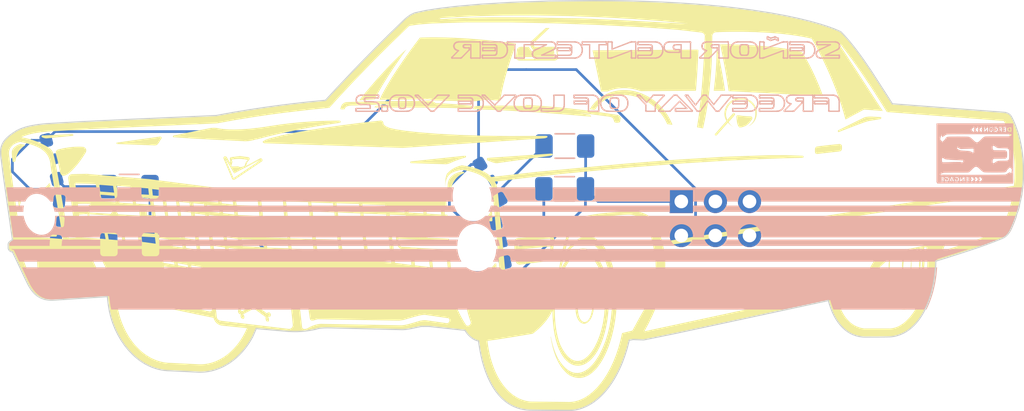
<source format=kicad_pcb>
(kicad_pcb (version 20221018) (generator pcbnew)
  (title_block (title "Caddy_SAO"))
  (layers (0 "F.Cu" signal) (31 "B.Cu" signal) (34 "B.Paste" user) (35 "F.Paste" user) (36 "B.SilkS" user "B.Silkscreen") (37 "F.SilkS" user "F.Silkscreen") (38 "B.Mask" user) (39 "F.Mask" user) (44 "Edge.Cuts" user))
  (net 0 "")
  (net 1 "Net-(J1-Pin_1)")
  (net 6 "Net-(D1-K)")
  (net 7 "Net-(D3-A)")
  (net 8 "Net-(D4-A)")
  (net 9 "Net-(D1-A)")
  (net 10 "Net-(D2-A)")
  (footprint "SAO:Simple_Addon_v2-SAO-2x3" (layer "F.Cu") (at 226.08 149.51)
    (fp_text reference "J1" hide)
    (fp_text value "Conn_02x03_SAO")
  )
  (footprint "Resistor_SMD:R_1206_3216Metric_Pad1.30x1.75mm_HandSolder" (layer "B.Cu") (at 214.91 147.32)
    (fp_text reference "R4" hide)
    (fp_text value "R_US" hide)
  )
  (footprint "Resistor_SMD:R_1206_3216Metric_Pad1.30x1.75mm_HandSolder" (layer "B.Cu") (at 214.925 144.125)
    (fp_text reference "R2" hide)
    (fp_text value "R_US" hide)
  )
  (footprint "Resistor_SMD:R_1206_3216Metric_Pad1.30x1.75mm_HandSolder" (layer "B.Cu") (at 182.475 147.15)
    (fp_text reference "R3" hide)
    (fp_text value "R_US")
  )
  (footprint "LED_SMD:1206_right_angle_led" (layer "B.Cu") (at 211.671586 145.519263 -60)
    (fp_text reference "D2" hide)
    (fp_text value "LED_right_angle_led")
  )
  (footprint "LED_SMD:1206_right_angle_led" (layer "B.Cu") (at 179.766292 150.01148 -95)
    (fp_text reference "D4" hide)
    (fp_text value "LED_right_angle_led" hide)
  )
  (footprint "LED_SMD:1206_right_angle_led" (layer "B.Cu") (at 212.718425 150.781331 -77)
    (fp_text reference "D3" hide)
    (fp_text value "LED_right_angle_led")
  )
  (footprint "LED_SMD:1206_right_angle_led" (layer "B.Cu") (at 179.259416 144.513537 -75)
    (fp_text reference "D1" hide)
    (fp_text value "LED_right_angle_led")
  )
  (footprint "Resistor_SMD:R_1206_3216Metric_Pad1.30x1.75mm_HandSolder" (layer "B.Cu") (at 182.5 151.45)
    (fp_text reference "R1" hide)
    (fp_text value "R_US")
  )
  (gr_line (start 227.355893 140.361005) (end 227.355933 140.359329) (stroke (width 0.1)) (layer "B.SilkS"))
  (gr_line (start 199.399816 141.325837) (end 199.397431 141.326455) (stroke (width 0.1)) (layer "B.SilkS"))
  (gr_line (start 234.517354 140.570078) (end 234.525102 140.576124) (stroke (width 0.1)) (layer "B.SilkS"))
  (gr_line (start 227.062234 136.36065) (end 227.059302 136.360603) (stroke (width 0.1)) (layer "B.SilkS"))
  (gr_line (start 225.212761 136.867851) (end 225.222994 136.879735) (stroke (width 0.1)) (layer "B.SilkS"))
  (gr_line (start 214.376373 137.555809) (end 214.378206 137.556968) (stroke (width 0.1)) (layer "B.SilkS"))
  (gr_line (start 209.735899 136.991623) (end 209.736872 136.989693) (stroke (width 0.1)) (layer "B.SilkS"))
  (gr_line (start 235.300919 140.561763) (end 235.289491 140.541648) (stroke (width 0.1)) (layer "B.SilkS"))
  (gr_line (start 212.372266 140.543145) (end 212.38223 140.545838) (stroke (width 0.1)) (layer "B.SilkS"))
  (gr_line (start 207.396072 136.605711) (end 207.400827 136.601634) (stroke (width 0.1)) (layer "B.SilkS"))
  (gr_line (start 235.173545 136.965733) (end 235.189991 136.957758) (stroke (width 0.1)) (layer "B.SilkS"))
  (gr_line (start 235.107431 136.364181) (end 235.087756 136.362206) (stroke (width 0.1)) (layer "B.SilkS"))
  (gr_line (start 220.207844 136.388948) (end 220.207149 136.386762) (stroke (width 0.1)) (layer "B.SilkS"))
  (gr_line (start 226.412375 137.54318) (end 226.413464 137.545083) (stroke (width 0.1)) (layer "B.SilkS"))
  (gr_line (start 232.621728 137.002709) (end 232.623352 137.001388) (stroke (width 0.1)) (layer "B.SilkS"))
  (gr_line (start 233.177047 136.395595) (end 233.149357 136.386496) (stroke (width 0.1)) (layer "B.SilkS"))
  (gr_line (start 215.618134 140.34762) (end 215.617135 140.349465) (stroke (width 0.1)) (layer "B.SilkS"))
  (gr_line (start 230.829782 141.520869) (end 230.858411 141.514507) (stroke (width 0.1)) (layer "B.SilkS"))
  (gr_line (start 229.444301 140.959258) (end 229.444903 140.960848) (stroke (width 0.1)) (layer "B.SilkS"))
  (gr_line (start 235.302794 136.450043) (end 235.291758 136.440051) (stroke (width 0.1)) (layer "B.SilkS"))
  (gr_line (start 211.372232 140.445401) (end 211.350677 140.462917) (stroke (width 0.1)) (layer "B.SilkS"))
  (gr_line (start 224.410671 141.484995) (end 224.409532 141.483066) (stroke (width 0.1)) (layer "B.SilkS"))
  (gr_line (start 232.605381 136.806705) (end 232.602918 136.806195) (stroke (width 0.1)) (layer "B.SilkS"))
  (gr_line (start 211.260239 140.359472) (end 211.260283 140.35778) (stroke (width 0.1)) (layer "B.SilkS"))
  (gr_line (start 199.788112 140.329357) (end 199.762904 140.329874) (stroke (width 0.1)) (layer "B.SilkS"))
  (gr_line (start 208.969418 140.346182) (end 208.964198 140.343297) (stroke (width 0.1)) (layer "B.SilkS"))
  (gr_line (start 218.133737 137.55177) (end 218.135268 137.553208) (stroke (width 0.1)) (layer "B.SilkS"))
  (gr_line (start 230.70922 140.329361) (end 229.476218 140.329357) (stroke (width 0.1)) (layer "B.SilkS"))
  (gr_line (start 218.48224 141.323159) (end 218.469857 141.321927) (stroke (width 0.1)) (layer "B.SilkS"))
  (gr_line (start 219.444352 140.47965) (end 219.423824 140.461208) (stroke (width 0.1)) (layer "B.SilkS"))
  (gr_line (start 221.744383 136.367219) (end 221.713582 136.363568) (stroke (width 0.1)) (layer "B.SilkS"))
  (gr_line (start 218.315639 141.169658) (end 218.312356 141.154565) (stroke (width 0.1)) (layer "B.SilkS"))
  (gr_line (start 233.717503 136.368396) (end 233.715786 136.369629) (stroke (width 0.1)) (layer "B.SilkS"))
  (gr_line (start 227.090292 137.555799) (end 227.092033 137.554547) (stroke (width 0.1)) (layer "B.SilkS"))
  (gr_line (start 234.593479 141.503393) (end 234.594191 141.505669) (stroke (width 0.1)) (layer "B.SilkS"))
  (gr_line (start 227.096698 137.550234) (end 227.098067 137.54861) (stroke (width 0.1)) (layer "B.SilkS"))
  (gr_line (start 206.996321 140.508907) (end 206.997109 140.511109) (stroke (width 0.1)) (layer "B.SilkS"))
  (gr_line (start 235.367938 136.788322) (end 235.371631 136.77823) (stroke (width 0.1)) (layer "B.SilkS"))
  (gr_line (start 227.449076 140.959258) (end 227.449678 140.960848) (stroke (width 0.1)) (layer "B.SilkS"))
  (gr_line (start 233.349357 140.329353) (end 231.80786 140.329357) (stroke (width 0.1)) (layer "B.SilkS"))
  (gr_line (start 228.058189 136.587377) (end 228.067447 136.583316) (stroke (width 0.1)) (layer "B.SilkS"))
  (gr_line (start 230.029143 136.147826) (end 230.032178 136.14946) (stroke (width 0.1)) (layer "B.SilkS"))
  (gr_line (start 203.409929 141.47447) (end 203.435121 141.46144) (stroke (width 0.1)) (layer "B.SilkS"))
  (gr_line (start 231.688685 136.38895) (end 231.688082 136.391221) (stroke (width 0.1)) (layer "B.SilkS"))
  (gr_line (start 223.087901 140.330644) (end 223.0825 140.331631) (stroke (width 0.1)) (layer "B.SilkS"))
  (gr_line (start 221.554996 140.329927) (end 221.549367 140.330636) (stroke (width 0.1)) (layer "B.SilkS"))
  (gr_line (start 216.222243 136.383865) (end 216.222243 136.54768) (stroke (width 0.1)) (layer "B.SilkS"))
  (gr_line (start 207.964104 137.563213) (end 207.966847 137.563444) (stroke (width 0.1)) (layer "B.SilkS"))
  (gr_line (start 233.391669 140.349459) (end 233.390581 140.347615) (stroke (width 0.1)) (layer "B.SilkS"))
  (gr_line (start 223.91635 140.35778) (end 223.916389 140.359452) (stroke (width 0.1)) (layer "B.SilkS"))
  (gr_line (start 219.590485 141.140985) (end 219.598988 141.112796) (stroke (width 0.1)) (layer "B.SilkS"))
  (gr_line (start 208.668502 141.382097) (end 208.688302 141.362603) (stroke (width 0.1)) (layer "B.SilkS"))
  (gr_line (start 223.453927 137.136524) (end 223.456114 137.135812) (stroke (width 0.1)) (layer "B.SilkS"))
  (gr_line (start 231.52058 136.378868) (end 231.519421 136.37711) (stroke (width 0.1)) (layer "B.SilkS"))
  (gr_poly (pts (xy 209.26559 148.955185) (xy 209.259638 148.966043) (xy 209.265209 148.955365) (xy 209.271125 148.943701)) (fill solid) (layer "B.SilkS"))
  (gr_line (start 201.280601 141.458202) (end 201.280831 141.462928) (stroke (width 0.1)) (layer "B.SilkS"))
  (gr_line (start 222.776119 141.512411) (end 222.780934 141.509004) (stroke (width 0.1)) (layer "B.SilkS"))
  (gr_line (start 227.505912 136.460238) (end 227.483389 136.476652) (stroke (width 0.1)) (layer "B.SilkS"))
  (gr_line (start 233.383735 141.521952) (end 233.38529 141.520514) (stroke (width 0.1)) (layer "B.SilkS"))
  (gr_line (start 211.201245 137.552198) (end 211.201825 137.553202) (stroke (width 0.1)) (layer "B.SilkS"))
  (gr_line (start 223.926196 140.336676) (end 223.925033 140.337612) (stroke (width 0.1)) (layer "B.SilkS"))
  (gr_line (start 210.648708 136.551423) (end 210.648928 136.552573) (stroke (width 0.1)) (layer "B.SilkS"))
  (gr_line (start 221.374258 137.310044) (end 221.366384 137.317092) (stroke (width 0.1)) (layer "B.SilkS"))
  (gr_line (start 222.661833 137.129318) (end 222.684295 137.132747) (stroke (width 0.1)) (layer "B.SilkS"))
  (gr_line (start 214.136815 140.333985) (end 214.134818 140.334949) (stroke (width 0.1)) (layer "B.SilkS"))
  (gr_poly (pts (xy 206.684867 148.569679) (xy 206.684765 148.569481) (xy 206.684658 148.569283) (xy 206.684434 148.568888) (xy 206.683975 148.568104) (xy 206.683759 148.567717) (xy 206.683659 148.567525) (xy 206.683565 148.567334) (xy 206.683479 148.567144) (xy 206.683402 148.566957) (xy 206.683335 148.56677) (xy 206.68328 148.566585) (xy 206.682223 148.566585) (xy 206.674288 148.541442) (xy 206.666661 148.516163) (xy 206.659322 148.490774) (xy 206.652251 148.465298)) (fill solid) (layer "B.SilkS"))
  (gr_line (start 214.365413 136.527775) (end 214.365738 136.530433) (stroke (width 0.1)) (layer "B.SilkS"))
  (gr_line (start 202.933421 140.539123) (end 202.944221 140.540913) (stroke (width 0.1)) (layer "B.SilkS"))
  (gr_poly (pts (xy 175.257865 147.228431) (xy 175.255263 147.227665) (xy 175.251259 147.226222)) (fill solid) (layer "B.SilkS"))
  (gr_line (start 216.229438 136.562175) (end 216.230442 136.562786) (stroke (width 0.1)) (layer "B.SilkS"))
  (gr_line (start 222.029326 136.493602) (end 222.007886 136.476137) (stroke (width 0.1)) (layer "B.SilkS"))
  (gr_line (start 220.319734 140.371144) (end 220.320456 140.37265) (stroke (width 0.1)) (layer "B.SilkS"))
  (gr_line (start 217.294439 140.437765) (end 217.27586 140.423462) (stroke (width 0.1)) (layer "B.SilkS"))
  (gr_line (start 229.152156 140.521066) (end 229.133683 140.500472) (stroke (width 0.1)) (layer "B.SilkS"))
  (gr_line (start 212.566615 136.37095) (end 212.565084 136.372359) (stroke (width 0.1)) (layer "B.SilkS"))
  (gr_line (start 233.397366 140.372576) (end 233.397223 140.369888) (stroke (width 0.1)) (layer "B.SilkS"))
  (gr_line (start 201.01161 140.330521) (end 201.009042 140.330103) (stroke (width 0.1)) (layer "B.SilkS"))
  (gr_line (start 216.083423 136.552316) (end 216.064974 136.531722) (stroke (width 0.1)) (layer "B.SilkS"))
  (gr_line (start 225.208503 140.347845) (end 225.203903 140.35143) (stroke (width 0.1)) (layer "B.SilkS"))
  (gr_line (start 207.443222 136.79249) (end 207.436192 136.789904) (stroke (width 0.1)) (layer "B.SilkS"))
  (gr_line (start 232.759304 137.117134) (end 232.755496 137.153165) (stroke (width 0.1)) (layer "B.SilkS"))
  (gr_line (start 220.386201 136.993627) (end 220.386984 136.995095) (stroke (width 0.1)) (layer "B.SilkS"))
  (gr_line (start 208.620536 136.38264) (end 208.619542 136.380709) (stroke (width 0.1)) (layer "B.SilkS"))
  (gr_line (start 213.173786 141.513842) (end 213.174929 141.515652) (stroke (width 0.1)) (layer "B.SilkS"))
  (gr_line (start 219.225992 140.354939) (end 219.197371 140.347241) (stroke (width 0.1)) (layer "B.SilkS"))
  (gr_line (start 218.397307 136.360607) (end 218.169417 136.360607) (stroke (width 0.1)) (layer "B.SilkS"))
  (gr_line (start 233.676378 137.366713) (end 233.681402 137.38002) (stroke (width 0.1)) (layer "B.SilkS"))
  (gr_line (start 225.426888 140.332178) (end 225.420438 140.331127) (stroke (width 0.1)) (layer "B.SilkS"))
  (gr_line (start 211.199873 137.548889) (end 211.200269 137.550042) (stroke (width 0.1)) (layer "B.SilkS"))
  (gr_line (start 202.558795 141.154565) (end 202.55591 141.138656) (stroke (width 0.1)) (layer "B.SilkS"))
  (gr_line (start 220.165503 136.360654) (end 220.162574 136.360607) (stroke (width 0.1)) (layer "B.SilkS"))
  (gr_line (start 223.589869 137.532266) (end 223.590471 137.534635) (stroke (width 0.1)) (layer "B.SilkS"))
  (gr_line (start 234.459423 140.792039) (end 234.458263 140.790281) (stroke (width 0.1)) (layer "B.SilkS"))
  (gr_line (start 217.674491 141.245646) (end 217.688815 141.270022) (stroke (width 0.1)) (layer "B.SilkS"))
  (gr_line (start 233.526145 140.803859) (end 233.526099 140.805813) (stroke (width 0.1)) (layer "B.SilkS"))
  (gr_line (start 231.06122 141.417902) (end 231.082863 141.400539) (stroke (width 0.1)) (layer "B.SilkS"))
  (gr_line (start 230.241546 136.073193) (end 230.066878 135.995678) (stroke (width 0.1)) (layer "B.SilkS"))
  (gr_line (start 208.80035 140.664202) (end 208.788427 140.638168) (stroke (width 0.1)) (layer "B.SilkS"))
  (gr_line (start 209.714784 136.808) (end 209.712508 136.807307) (stroke (width 0.1)) (layer "B.SilkS"))
  (gr_line (start 231.2103 140.612965) (end 231.196132 140.588623) (stroke (width 0.1)) (layer "B.SilkS"))
  (gr_line (start 211.577804 140.347568) (end 211.549076 140.355393) (stroke (width 0.1)) (layer "B.SilkS"))
  (gr_line (start 222.147624 137.281603) (end 222.16111 137.256396) (stroke (width 0.1)) (layer "B.SilkS"))
  (gr_line (start 223.938399 140.331061) (end 223.936583 140.331564) (stroke (width 0.1)) (layer "B.SilkS"))
  (gr_line (start 224.414544 141.510265) (end 224.414902 141.508764) (stroke (width 0.1)) (layer "B.SilkS"))
  (gr_line (start 200.105402 140.815942) (end 200.09797 140.814274) (stroke (width 0.1)) (layer "B.SilkS"))
  (gr_line (start 202.09731 141.414783) (end 202.119867 141.431358) (stroke (width 0.1)) (layer "B.SilkS"))
  (gr_line (start 231.521646 137.543184) (end 231.52262 137.541188) (stroke (width 0.1)) (layer "B.SilkS"))
  (gr_line (start 213.200107 141.325318) (end 213.197752 141.325841) (stroke (width 0.1)) (layer "B.SilkS"))
  (gr_line (start 218.150869 137.561367) (end 218.153238 137.56197) (stroke (width 0.1)) (layer "B.SilkS"))
  (gr_line (start 202.922163 140.53776) (end 202.933421 140.539123) (stroke (width 0.1)) (layer "B.SilkS"))
  (gr_line (start 235.317545 141.532344) (end 235.320368 141.532205) (stroke (width 0.1)) (layer "B.SilkS"))
  (gr_line (start 235.332191 137.563629) (end 235.334961 137.563583) (stroke (width 0.1)) (layer "B.SilkS"))
  (gr_line (start 214.156144 140.329544) (end 214.153401 140.329777) (stroke (width 0.1)) (layer "B.SilkS"))
  (gr_line (start 208.768089 140.362145) (end 208.768304 140.363668) (stroke (width 0.1)) (layer "B.SilkS"))
  (gr_poly (pts (xy 206.6673 147.206455) (xy 206.66677 147.206455) (xy 206.667255 147.205035) (xy 206.66772 147.203611) (xy 206.668612 147.200759) (xy 206.669489 147.197911) (xy 206.670394 147.19508)) (fill solid) (layer "B.SilkS"))
  (gr_line (start 199.40752 141.324552) (end 199.404861 141.324886) (stroke (width 0.1)) (layer "B.SilkS"))
  (gr_line (start 231.703154 136.368396) (end 231.701436 136.369629) (stroke (width 0.1)) (layer "B.SilkS"))
  (gr_line (start 218.018007 136.555736) (end 218.018419 136.554729) (stroke (width 0.1)) (layer "B.SilkS"))
  (gr_line (start 217.446793 141.517369) (end 217.447974 141.515652) (stroke (width 0.1)) (layer "B.SilkS"))
  (gr_line (start 223.482081 137.096564) (end 223.482221 137.093722) (stroke (width 0.1)) (layer "B.SilkS"))
  (gr_line (start 200.405115 141.094367) (end 200.408698 141.101526) (stroke (width 0.1)) (layer "B.SilkS"))
  (gr_line (start 227.749628 137.55686) (end 227.780478 137.560602) (stroke (width 0.1)) (layer "B.SilkS"))
  (gr_line (start 212.33958 140.53776) (end 212.350946 140.539123) (stroke (width 0.1)) (layer "B.SilkS"))
  (gr_line (start 218.414855 141.30772) (end 218.405215 141.303169) (stroke (width 0.1)) (layer "B.SilkS"))
  (gr_line (start 210.071719 137.563641) (end 210.102709 137.562906) (stroke (width 0.1)) (layer "B.SilkS"))
  (gr_line (start 202.574351 141.210178) (end 202.569854 141.19745) (stroke (width 0.1)) (layer "B.SilkS"))
  (gr_line (start 202.055072 141.378384) (end 202.075704 141.397114) (stroke (width 0.1)) (layer "B.SilkS"))
  (gr_line (start 214.367961 136.386763) (end 214.367266 136.38895) (stroke (width 0.1)) (layer "B.SilkS"))
  (gr_line (start 242.658896 146.804302) (end 248.271651 146.804302) (stroke (width 0.1)) (layer "B.SilkS"))
  (gr_line (start 233.02839 137.560722) (end 233.058257 137.557117) (stroke (width 0.1)) (layer "B.SilkS"))
  (gr_line (start 209.741319 136.845559) (end 209.741087 136.842954) (stroke (width 0.1)) (layer "B.SilkS"))
  (gr_line (start 224.814593 141.529563) (end 224.819606 141.530613) (stroke (width 0.1)) (layer "B.SilkS"))
  (gr_line (start 211.25071 140.337615) (end 211.249441 140.336678) (stroke (width 0.1)) (layer "B.SilkS"))
  (gr_line (start 199.392936 141.327973) (end 199.390826 141.328873) (stroke (width 0.1)) (layer "B.SilkS"))
  (gr_line (start 211.89666 137.545126) (end 211.89681 137.543769) (stroke (width 0.1)) (layer "B.SilkS"))
  (gr_line (start 227.457277 141.530121) (end 227.459646 141.530723) (stroke (width 0.1)) (layer "B.SilkS"))
  (gr_line (start 207.799128 136.960412) (end 207.802026 136.957011) (stroke (width 0.1)) (layer "B.SilkS"))
  (gr_line (start 231.241176 137.562896) (end 231.243826 137.56322) (stroke (width 0.1)) (layer "B.SilkS"))
  (gr_line (start 209.765867 136.583316) (end 209.775125 136.587377) (stroke (width 0.1)) (layer "B.SilkS"))
  (gr_line (start 220.370434 136.393576) (end 220.370018 136.396015) (stroke (width 0.1)) (layer "B.SilkS"))
  (gr_line (start 215.400261 136.631535) (end 215.405761 136.640312) (stroke (width 0.1)) (layer "B.SilkS"))
  (gr_line (start 207.01071 140.962377) (end 207.011474 140.963845) (stroke (width 0.1)) (layer "B.SilkS"))
  (gr_line (start 212.4163 136.567249) (end 212.420172 136.567049) (stroke (width 0.1)) (layer "B.SilkS"))
  (gr_line (start 232.592132 137.011683) (end 232.594969 137.011543) (stroke (width 0.1)) (layer "B.SilkS"))
  (gr_line (start 206.512181 137.515252) (end 206.511165 137.517078) (stroke (width 0.1)) (layer "B.SilkS"))
  (gr_line (start 221.445182 137.03447) (end 221.444432 137.077606) (stroke (width 0.1)) (layer "B.SilkS"))
  (gr_line (start 216.224266 136.373533) (end 216.223789 136.374654) (stroke (width 0.1)) (layer "B.SilkS"))
  (gr_line (start 208.789628 140.331054) (end 208.788084 140.331559) (stroke (width 0.1)) (layer "B.SilkS"))
  (gr_line (start 231.279828 141.51229) (end 231.28024 141.513548) (stroke (width 0.1)) (layer "B.SilkS"))
  (gr_line (start 231.286762 140.963328) (end 231.287475 140.930874) (stroke (width 0.1)) (layer "B.SilkS"))
  (gr_line (start 227.462108 141.531233) (end 227.464664 141.53165) (stroke (width 0.1)) (layer "B.SilkS"))
  (gr_line (start 220.181119 137.561367) (end 220.183395 137.560672) (stroke (width 0.1)) (layer "B.SilkS"))
  (gr_line (start 233.735859 137.049468) (end 233.727408 137.058479) (stroke (width 0.1)) (layer "B.SilkS"))
  (gr_line (start 220.398275 136.362884) (end 220.395998 136.363577) (stroke (width 0.1)) (layer "B.SilkS"))
  (gr_line (start 221.439113 136.736295) (end 221.441001 136.751792) (stroke (width 0.1)) (layer "B.SilkS"))
  (gr_line (start 216.774088 137.550042) (end 216.774545 137.551145) (stroke (width 0.1)) (layer "B.SilkS"))
  (gr_line (start 231.722802 136.361353) (end 231.720246 136.361772) (stroke (width 0.1)) (layer "B.SilkS"))
  (gr_line (start 229.283019 137.055624) (end 229.286407 137.024977) (stroke (width 0.1)) (layer "B.SilkS"))
  (gr_line (start 228.384107 140.939948) (end 228.384245 140.93726) (stroke (width 0.1)) (layer "B.SilkS"))
  (gr_line (start 200.327613 140.819767) (end 200.146228 140.819767) (stroke (width 0.1)) (layer "B.SilkS"))
  (gr_line (start 214.230445 137.521856) (end 214.230585 137.51902) (stroke (width 0.1)) (layer "B.SilkS"))
  (gr_line (start 208.807938 137.360127) (end 208.805942 137.361121) (stroke (width 0.1)) (layer "B.SilkS"))
  (gr_line (start 233.725302 136.563463) (end 233.727485 136.564269) (stroke (width 0.1)) (layer "B.SilkS"))
  (gr_poly (pts (xy 209.12503 146.903633) (xy 209.138844 146.925573) (xy 209.124786 146.903826) (xy 209.112672 146.885921)) (fill solid) (layer "B.SilkS"))
  (gr_line (start 216.686301 141.484848) (end 216.686347 141.487777) (stroke (width 0.1)) (layer "B.SilkS"))
  (gr_line (start 230.379794 141.311682) (end 230.369253 141.315069) (stroke (width 0.1)) (layer "B.SilkS"))
  (gr_line (start 227.431246 141.351281) (end 227.430552 141.353575) (stroke (width 0.1)) (layer "B.SilkS"))
  (gr_line (start 221.018355 140.879711) (end 220.529494 140.362945) (stroke (width 0.1)) (layer "B.SilkS"))
  (gr_line (start 208.81688 136.813108) (end 208.815471 136.814145) (stroke (width 0.1)) (layer "B.SilkS"))
  (gr_line (start 214.376862 136.55519) (end 214.378392 136.556652) (stroke (width 0.1)) (layer "B.SilkS"))
  (gr_line (start 199.370316 141.353572) (end 199.369698 141.355957) (stroke (width 0.1)) (layer "B.SilkS"))
  (gr_line (start 235.328458 136.855308) (end 235.335699 136.846108) (stroke (width 0.1)) (layer "B.SilkS"))
  (gr_line (start 222.334119 136.86523) (end 222.340149 136.884934) (stroke (width 0.1)) (layer "B.SilkS"))
  (gr_line (start 235.349843 137.357702) (end 235.347572 137.357084) (stroke (width 0.1)) (layer "B.SilkS"))
  (gr_line (start 228.944605 137.517523) (end 228.97064 137.505723) (stroke (width 0.1)) (layer "B.SilkS"))
  (gr_line (start 206.996019 141.515652) (end 206.997271 141.517369) (stroke (width 0.1)) (layer "B.SilkS"))
  (gr_line (start 228.382023 140.952139) (end 228.382625 140.949868) (stroke (width 0.1)) (layer "B.SilkS"))
  (gr_line (start 229.272325 137.115192) (end 229.278317 137.085707) (stroke (width 0.1)) (layer "B.SilkS"))
  (gr_line (start 231.572542 140.900384) (end 231.586049 140.909262) (stroke (width 0.1)) (layer "B.SilkS"))
  (gr_line (start 231.288751 141.478179) (end 231.28803 141.478943) (stroke (width 0.1)) (layer "B.SilkS"))
  (gr_line (start 223.169758 141.358435) (end 223.169342 141.361003) (stroke (width 0.1)) (layer "B.SilkS"))
  (gr_line (start 214.378211 137.36221) (end 214.376378 137.363392) (stroke (width 0.1)) (layer "B.SilkS"))
  (gr_line (start 215.613477 140.359971) (end 215.613008 140.362326) (stroke (width 0.1)) (layer "B.SilkS"))
  (gr_line (start 231.692021 136.546486) (end 231.693087 136.548412) (stroke (width 0.1)) (layer "B.SilkS"))
  (gr_line (start 232.607751 136.807307) (end 232.605381 136.806705) (stroke (width 0.1)) (layer "B.SilkS"))
  (gr_line (start 227.294776 137.171529) (end 227.304451 137.198983) (stroke (width 0.1)) (layer "B.SilkS"))
  (gr_line (start 218.01638 136.371437) (end 218.015707 136.37046) (stroke (width 0.1)) (layer "B.SilkS"))
  (gr_line (start 221.318869 136.976325) (end 221.319193 136.973803) (stroke (width 0.1)) (layer "B.SilkS"))
  (gr_line (start 229.215448 140.612965) (end 229.201257 140.588623) (stroke (width 0.1)) (layer "B.SilkS"))
  (gr_line (start 199.373727 141.511933) (end 199.374815 141.513837) (stroke (width 0.1)) (layer "B.SilkS"))
  (gr_line (start 232.62001 137.003941) (end 232.621728 137.002709) (stroke (width 0.1)) (layer "B.SilkS"))
  (gr_line (start 219.62033 140.993727) (end 219.62238 140.962547) (stroke (width 0.1)) (layer "B.SilkS"))
  (gr_line (start 200.75206 140.84169) (end 200.715166 140.836668) (stroke (width 0.1)) (layer "B.SilkS"))
  (gr_line (start 231.70037 136.97969) (end 231.700417 136.981645) (stroke (width 0.1)) (layer "B.SilkS"))
  (gr_line (start 228.476686 141.222145) (end 228.471363 141.233368) (stroke (width 0.1)) (layer "B.SilkS"))
  (gr_line (start 208.729503 140.542643) (end 208.712068 140.521066) (stroke (width 0.1)) (layer "B.SilkS"))
  (gr_line (start 212.561049 136.377112) (end 212.55989 136.37887) (stroke (width 0.1)) (layer "B.SilkS"))
  (gr_line (start 212.553218 136.519253) (end 212.553403 136.525025) (stroke (width 0.1)) (layer "B.SilkS"))
  (gr_line (start 222.299331 140.335218) (end 222.297978 140.334431) (stroke (width 0.1)) (layer "B.SilkS"))
  (gr_line (start 227.349914 140.37944) (end 227.351053 140.377497) (stroke (width 0.1)) (layer "B.SilkS"))
  (gr_line (start 223.09902 136.591679) (end 223.107109 136.587739) (stroke (width 0.1)) (layer "B.SilkS"))
  (gr_line (start 223.588619 137.524598) (end 223.588943 137.527248) (stroke (width 0.1)) (layer "B.SilkS"))
  (gr_line (start 231.109185 140.48089) (end 231.088721 140.462352) (stroke (width 0.1)) (layer "B.SilkS"))
  (gr_line (start 220.464426 140.329715) (end 220.458393 140.329444) (stroke (width 0.1)) (layer "B.SilkS"))
  (gr_line (start 215.614032 140.3577) (end 215.613477 140.359971) (stroke (width 0.1)) (layer "B.SilkS"))
  (gr_line (start 227.344536 140.33676) (end 227.34319 140.335848) (stroke (width 0.1)) (layer "B.SilkS"))
  (gr_line (start 215.273237 136.568925) (end 215.28565 136.570228) (stroke (width 0.1)) (layer "B.SilkS"))
  (gr_poly (pts (xy 176.11877 147.074692) (xy 176.101199 147.086571) (xy 176.108788 147.080871) (xy 176.116315 147.07509) (xy 176.123778 147.069235) (xy 176.131171 147.063312) (xy 176.131179 147.063312)) (fill solid) (layer "B.SilkS"))
  (gr_line (start 203.039738 140.601687) (end 203.044998 140.610529) (stroke (width 0.1)) (layer "B.SilkS"))
  (gr_line (start 201.715295 141.169077) (end 201.714093 141.165379) (stroke (width 0.1)) (layer "B.SilkS"))
  (gr_line (start 214.416877 137.011444) (end 214.419483 137.011603) (stroke (width 0.1)) (layer "B.SilkS"))
  (gr_line (start 220.199686 137.550239) (end 220.201031 137.548615) (stroke (width 0.1)) (layer "B.SilkS"))
  (gr_line (start 214.39636 136.565599) (end 214.398823 136.566123) (stroke (width 0.1)) (layer "B.SilkS"))
  (gr_line (start 226.295282 136.939195) (end 226.29609 136.937237) (stroke (width 0.1)) (layer "B.SilkS"))
  (gr_line (start 212.653151 136.99763) (end 212.640581 137.006022) (stroke (width 0.1)) (layer "B.SilkS"))
  (gr_line (start 230.018391 136.138607) (end 230.019354 136.139798) (stroke (width 0.1)) (layer "B.SilkS"))
  (gr_line (start 230.21157 136.233475) (end 230.214544 136.235049) (stroke (width 0.1)) (layer "B.SilkS"))
  (gr_line (start 231.74636 136.805023) (end 231.740902 136.80515) (stroke (width 0.1)) (layer "B.SilkS"))
  (gr_line (start 221.314004 136.991623) (end 221.314978 136.989693) (stroke (width 0.1)) (layer "B.SilkS"))
  (gr_line (start 214.206582 137.559878) (end 214.208598 137.558997) (stroke (width 0.1)) (layer "B.SilkS"))
  (gr_line (start 199.402293 141.325314) (end 199.399816 141.325837) (stroke (width 0.1)) (layer "B.SilkS"))
  (gr_line (start 208.653615 140.462352) (end 208.632151 140.444887) (stroke (width 0.1)) (layer "B.SilkS"))
  (gr_line (start 222.301897 140.336951) (end 222.300638 140.336058) (stroke (width 0.1)) (layer "B.SilkS"))
  (gr_line (start 233.707438 136.37887) (end 233.706372 136.380715) (stroke (width 0.1)) (layer "B.SilkS"))
  (gr_line (start 230.334388 140.773824) (end 230.331458 140.773777) (stroke (width 0.1)) (layer "B.SilkS"))
  (gr_line (start 230.277246 136.243743) (end 230.2806 136.243321) (stroke (width 0.1)) (layer "B.SilkS"))
  (gr_line (start 216.559062 140.949868) (end 216.559572 140.947513) (stroke (width 0.1)) (layer "B.SilkS"))
  (gr_line (start 223.287124 140.355426) (end 223.282958 140.351987) (stroke (width 0.1)) (layer "B.SilkS"))
  (gr_line (start 215.432576 136.721619) (end 215.434833 136.736295) (stroke (width 0.1)) (layer "B.SilkS"))
  (gr_line (start 207.000029 140.34762) (end 206.998963 140.349465) (stroke (width 0.1)) (layer "B.SilkS"))
  (gr_line (start 230.350007 140.776053) (end 230.347637 140.775452) (stroke (width 0.1)) (layer "B.SilkS"))
  (gr_line (start 216.212626 137.088244) (end 216.217472 137.057666) (stroke (width 0.1)) (layer "B.SilkS"))
  (gr_line (start 208.785491 137.403442) (end 208.785491 137.516098) (stroke (width 0.1)) (layer "B.SilkS"))
  (gr_line (start 218.325587 140.628652) (end 218.330228 140.618511) (stroke (width 0.1)) (layer "B.SilkS"))
  (gr_line (start 223.919012 140.345376) (end 223.918443 140.346638) (stroke (width 0.1)) (layer "B.SilkS"))
  (gr_line (start 233.542293 140.533019) (end 233.5445 140.533732) (stroke (width 0.1)) (layer "B.SilkS"))
  (gr_line (start 234.449356 140.781566) (end 234.447546 140.780423) (stroke (width 0.1)) (layer "B.SilkS"))
  (gr_line (start 217.628706 141.140279) (end 217.638381 141.167732) (stroke (width 0.1)) (layer "B.SilkS"))
  (gr_line (start 227.352931 140.37366) (end 227.353681 140.371771) (stroke (width 0.1)) (layer "B.SilkS"))
  (gr_line (start 224.095717 140.35143) (end 224.093382 140.349591) (stroke (width 0.1)) (layer "B.SilkS"))
  (gr_line (start 224.268608 137.556958) (end 224.270366 137.555799) (stroke (width 0.1)) (layer "B.SilkS"))
  (gr_line (start 208.809757 136.820255) (end 208.808882 136.821662) (stroke (width 0.1)) (layer "B.SilkS"))
  (gr_line (start 211.929482 140.565843) (end 211.937752 140.560714) (stroke (width 0.1)) (layer "B.SilkS"))
  (gr_line (start 227.106597 136.39601) (end 227.106169 136.393571) (stroke (width 0.1)) (layer "B.SilkS"))
  (gr_line (start 226.200708 141.522525) (end 226.205158 141.524736) (stroke (width 0.1)) (layer "B.SilkS"))
  (gr_line (start 214.241045 136.680686) (end 214.241488 136.657223) (stroke (width 0.1)) (layer "B.SilkS"))
  (gr_line (start 233.120858 136.378713) (end 233.091571 136.372277) (stroke (width 0.1)) (layer "B.SilkS"))
  (gr_line (start 199.41311 141.324171) (end 199.410269 141.324314) (stroke (width 0.1)) (layer "B.SilkS"))
  (gr_line (start 218.441095 136.38466) (end 218.440214 136.382644) (stroke (width 0.1)) (layer "B.SilkS"))
  (gr_line (start 227.454046 140.786376) (end 227.452992 140.78766) (stroke (width 0.1)) (layer "B.SilkS"))
  (gr_line (start 221.657128 141.513837) (end 221.658182 141.511933) (stroke (width 0.1)) (layer "B.SilkS"))
  (gr_line (start 216.559572 140.806744) (end 216.559062 140.804389) (stroke (width 0.1)) (layer "B.SilkS"))
  (gr_line (start 222.150906 136.644215) (end 222.136737 136.619873) (stroke (width 0.1)) (layer "B.SilkS"))
  (gr_line (start 235.312192 136.873371) (end 235.320629 136.864395) (stroke (width 0.1)) (layer "B.SilkS"))
  (gr_line (start 201.719253 141.19907) (end 201.719171 141.194347) (stroke (width 0.1)) (layer "B.SilkS"))
  (gr_line (start 229.223827 137.252482) (end 229.23592 137.226486) (stroke (width 0.1)) (layer "B.SilkS"))
  (gr_line (start 214.387969 136.815244) (end 214.386737 136.816404) (stroke (width 0.1)) (layer "B.SilkS"))
  (gr_poly (pts (xy 174.626855 148.62975) (xy 174.617693 148.682997) (xy 174.611954 148.722724) (xy 174.618602 148.667858) (xy 174.637214 148.577949)) (fill solid) (layer "B.SilkS"))
  (gr_poly (pts (xy 174.448594 144.646408) (xy 174.409837 144.707901) (xy 174.419161 144.692339) (xy 174.428625 144.676968) (xy 174.438239 144.661792) (xy 174.448013 144.646819) (xy 174.457957 144.632052) (xy 174.46808 144.617497) (xy 174.478392 144.60316) (xy 174.488902 144.589046)) (fill solid) (layer "B.SilkS"))
  (gr_line (start 235.211557 136.391016) (end 235.195863 136.384871) (stroke (width 0.1)) (layer "B.SilkS"))
  (gr_line (start 203.014668 140.572573) (end 203.021549 140.578947) (stroke (width 0.1)) (layer "B.SilkS"))
  (gr_line (start 229.476218 140.536064) (end 230.296325 140.536064) (stroke (width 0.1)) (layer "B.SilkS"))
  (gr_line (start 230.03897 136.152344) (end 230.21157 136.233475) (stroke (width 0.1)) (layer "B.SilkS"))
  (gr_line (start 207.47458 136.571684) (end 207.483227 136.570354) (stroke (width 0.1)) (layer "B.SilkS"))
  (gr_line (start 213.934031 141.323235) (end 213.906112 141.324127) (stroke (width 0.1)) (layer "B.SilkS"))
  (gr_line (start 228.367555 140.781566) (end 228.365745 140.780423) (stroke (width 0.1)) (layer "B.SilkS"))
  (gr_line (start 232.565854 140.776739) (end 232.56363 140.776046) (stroke (width 0.1)) (layer "B.SilkS"))
  (gr_line (start 201.091835 141.187631) (end 201.089701 141.157985) (stroke (width 0.1)) (layer "B.SilkS"))
  (gr_line (start 227.47574 140.978925) (end 227.478011 140.979337) (stroke (width 0.1)) (layer "B.SilkS"))
  (gr_line (start 217.455631 137.561552) (end 217.458385 137.56062) (stroke (width 0.1)) (layer "B.SilkS"))
  (gr_line (start 229.475593 140.979686) (end 229.478031 140.979972) (stroke (width 0.1)) (layer "B.SilkS"))
  (gr_line (start 207.189451 137.557426) (end 207.197004 137.55512) (stroke (width 0.1)) (layer "B.SilkS"))
  (gr_line (start 211.242798 140.589393) (end 211.228583 140.613744) (stroke (width 0.1)) (layer "B.SilkS"))
  (gr_line (start 229.455746 137.555805) (end 229.457556 137.556964) (stroke (width 0.1)) (layer "B.SilkS"))
  (gr_line (start 207.944013 140.939948) (end 207.944151 140.93726) (stroke (width 0.1)) (layer "B.SilkS"))
  (gr_line (start 231.502716 136.36436) (end 231.500533 136.363576) (stroke (width 0.1)) (layer "B.SilkS"))
  (gr_line (start 207.019554 141.325841) (end 207.017185 141.326458) (stroke (width 0.1)) (layer "B.SilkS"))
  (gr_line (start 235.226587 136.397778) (end 235.211557 136.391016) (stroke (width 0.1)) (layer "B.SilkS"))
  (gr_line (start 218.125622 137.539098) (end 218.126503 137.541188) (stroke (width 0.1)) (layer "B.SilkS"))
  (gr_line (start 234.447546 140.780423) (end 234.445642 140.779369) (stroke (width 0.1)) (layer "B.SilkS"))
  (gr_line (start 208.79678 136.546486) (end 208.797846 136.548412) (stroke (width 0.1)) (layer "B.SilkS"))
  (gr_line (start 208.598136 136.363572) (end 208.595842 136.362879) (stroke (width 0.1)) (layer "B.SilkS"))
  (gr_line (start 199.647616 141.011262) (end 199.669001 141.016256) (stroke (width 0.1)) (layer "B.SilkS"))
  (gr_line (start 211.87999 140.628652) (end 211.884631 140.618511) (stroke (width 0.1)) (layer "B.SilkS"))
  (gr_line (start 229.439056 137.519024) (end 229.439195 137.52186) (stroke (width 0.1)) (layer "B.SilkS"))
  (gr_line (start 202.610078 141.271086) (end 202.603067 141.262704) (stroke (width 0.1)) (layer "B.SilkS"))
  (gr_line (start 208.769546 140.368635) (end 208.770178 140.370403) (stroke (width 0.1)) (layer "B.SilkS"))
  (gr_line (start 218.443179 136.391219) (end 218.442577 136.388948) (stroke (width 0.1)) (layer "B.SilkS"))
  (gr_line (start 201.300213 141.141127) (end 201.297825 141.143636) (stroke (width 0.1)) (layer "B.SilkS"))
  (gr_line (start 201.283286 141.172918) (end 201.282442 141.17691) (stroke (width 0.1)) (layer "B.SilkS"))
  (gr_line (start 228.945067 141.487517) (end 228.970897 141.475982) (stroke (width 0.1)) (layer "B.SilkS"))
  (gr_line (start 226.599749 140.333499) (end 226.593785 140.335104) (stroke (width 0.1)) (layer "B.SilkS"))
  (gr_line (start 232.635082 136.835639) (end 232.634479 136.833368) (stroke (width 0.1)) (layer "B.SilkS"))
  (gr_line (start 224.286825 136.403826) (end 224.286685 136.401138) (stroke (width 0.1)) (layer "B.SilkS"))
  (gr_line (start 213.171348 141.024374) (end 213.174736 140.993727) (stroke (width 0.1)) (layer "B.SilkS"))
  (gr_line (start 235.021411 140.350346) (end 234.994406 140.344027) (stroke (width 0.1)) (layer "B.SilkS"))
  (gr_line (start 211.873728 141.183948) (end 211.870043 141.169658) (stroke (width 0.1)) (layer "B.SilkS"))
  (gr_line (start 217.91455 141.474169) (end 217.940691 141.486022) (stroke (width 0.1)) (layer "B.SilkS"))
  (gr_poly (pts (xy 175.915526 147.194384) (xy 175.911113 147.19618) (xy 175.902195 147.199654) (xy 175.884238 147.206478) (xy 180.291722 147.206478) (xy 180.291722 147.796623) (xy 180.310325 147.892223) (xy 180.364585 147.973354) (xy 180.445718 148.027615) (xy 180.541318 148.046745) (xy 181.341786 148.046745) (xy 181.437388 148.027615) (xy 181.518519 147.973354) (xy 181.57278 147.892223) (xy 181.591384 147.796623) (xy 181.591384 147.206478) (xy 183.391791 147.206478) (xy 183.391791 147.796623) (xy 183.410396 147.892223) (xy 183.464656 147.973354) (xy 183.545787 148.027615) (xy 183.641387 148.046745) (xy 184.44134 148.046745) (xy 184.537456 148.027615) (xy 184.61859 147.973354) (xy 184.672332 147.892223) (xy 184.691463 147.796623) (xy 184.691463 147.206478) (xy 206.666781 147.206478) (xy 206.656167 147.240935) (xy 206.646158 147.27568) (xy 206.636772 147.310707) (xy 206.628024 147.346004) (xy 206.615641 147.401629) (xy 206.604789 147.45781) (xy 206.595457 147.514489) (xy 206.587634 147.57161) (xy 206.581306 147.629113) (xy 206.576463 147.686942) (xy 206.573092 147.745037) (xy 206.571181 147.803341) (xy 206.570121 147.821937) (xy 206.570651 147.842102) (xy 206.570749 147.877607) (xy 206.57134 147.913122) (xy 206.572493 147.948654) (xy 206.574275 147.984211) (xy 206.576613 148.020103) (xy 206.579513 148.055968) (xy 206.582969 148.091796) (xy 206.586974 148.127575) (xy 206.591524 148.163295) (xy 206.596612 148.198943) (xy 206.602234 148.234509) (xy 206.608382 148.269981) (xy 177.728497 148.269981) (xy 177.750194 148.023487) (xy 177.740375 147.936153) (xy 177.698001 147.859154) (xy 177.629788 147.804378) (xy 177.545039 147.779583) (xy 177.097003 147.740311) (xy 177.009671 147.750652) (xy 176.932673 147.792511) (xy 176.877896 147.86124) (xy 176.853106 147.945473) (xy 176.824685 148.27) (xy 176.60196 148.27) (xy 176.601563 148.269516) (xy 176.601168 148.269051) (xy 176.600383 148.268158) (xy 176.599614 148.267281) (xy 176.599237 148.266835) (xy 176.598866 148.266376) (xy 176.589715 148.253878) (xy 176.580427 148.24156) (xy 176.571057 148.229377) (xy 176.56166 148.217285) (xy 176.55235 148.204372) (xy 176.539941 148.189899) (xy 176.545415 148.196675) (xy 176.550848 148.203503) (xy 176.556252 148.210376) (xy 176.561637 148.217289) (xy 176.591609 148.258629) (xy 176.568098 148.227233) (xy 176.544104 148.196653) (xy 176.519638 148.166907) (xy 176.49471 148.13801) (xy 176.469331 148.10998) (xy 176.462275 148.102562) (xy 176.46345 148.102562) (xy 176.466553 148.105891) (xy 176.469665 148.109263) (xy 176.475862 148.116001) (xy 176.539941 148.189899) (xy 176.524218 148.170906) (xy 176.508274 148.152241) (xy 176.492143 148.13393) (xy 176.475862 148.116001) (xy 176.463984 148.102562) (xy 176.46345 148.102562) (xy 176.462275 148.102562) (xy 176.443511 148.082833) (xy 176.442592 148.081915) (xy 176.390588 148.031254) (xy 176.41726 148.056585) (xy 176.442592 148.081915) (xy 176.450532 148.089649) (xy 176.443139 148.082071) (xy 176.435724 148.074592) (xy 176.420814 148.059891) (xy 176.405776 148.04547) (xy 176.390588 148.031254) (xy 176.388953 148.029715) (xy 176.387338 148.028158) (xy 176.384141 148.025019) (xy 176.380939 148.021894) (xy 176.379319 148.020355) (xy 176.377677 148.018841) (xy 176.349579 147.994125) (xy 176.321108 147.970372) (xy 176.292285 147.947576) (xy 176.26313 147.925733) (xy 176.233662 147.904838) (xy 176.203902 147.884886) (xy 176.173869 147.865873) (xy 176.143582 147.847794) (xy 176.126336 147.837825) (xy 176.109089 147.828046) (xy 176.100445 147.823266) (xy 176.091776 147.81858) (xy 176.083076 147.814003) (xy 176.074336 147.809551) (xy 176.124461 147.837459) (xy 176.094311 147.821164) (xy 176.063976 147.805761) (xy 176.033472 147.79127) (xy 176.019214 147.784961) (xy 175.99571 147.774793) (xy 175.972025 147.765086) (xy 175.941114 147.753429) (xy 175.924918 147.747852) (xy 175.939977 147.752701) (xy 175.95072 147.756642) (xy 175.961446 147.76074) (xy 175.97216 147.764953) (xy 175.982867 147.769237) (xy 175.99571 147.774793) (xy 176.002816 147.777706) (xy 176.019214 147.784961) (xy 176.055732 147.800758) (xy 176.046687 147.796486) (xy 176.037613 147.792333) (xy 176.019402 147.784337) (xy 176.00114 147.776671) (xy 175.982867 147.769237) (xy 175.959613 147.758896) (xy 175.939984 147.752701) (xy 175.924779 147.747418) (xy 175.909538 147.742417) (xy 175.894275 147.737649) (xy 175.879006 147.733066) (xy 175.877518 147.732658) (xy 175.876032 147.732229) (xy 175.873064 147.731325) (xy 175.867129 147.729443) (xy 175.835126 147.720911) (xy 175.803092 147.713392) (xy 175.771046 147.706889) (xy 175.739008 147.701402) (xy 175.706999 147.696933) (xy 175.675036 147.693484) (xy 175.64314 147.691056) (xy 175.611331 147.689651) (xy 175.634585 147.689651) (xy 175.621226 147.689055) (xy 175.607867 147.688654) (xy 175.594515 147.688446) (xy 175.581177 147.688427) (xy 175.567863 147.688595) (xy 175.554578 147.688945) (xy 175.541332 147.689475) (xy 175.528132 147.690182) (xy 175.561269 147.689914) (xy 175.532336 147.691034) (xy 175.50186 147.693214) (xy 175.471561 147.696389) (xy 175.441454 147.700563) (xy 175.411553 147.705739) (xy 175.387019 147.710849) (xy 175.421678 147.702572) (xy 175.408761 147.704954) (xy 175.395912 147.70752) (xy 175.383125 147.71027) (xy 175.370392 147.713207) (xy 175.357708 147.716332) (xy 175.345064 147.719648) (xy 175.332456 147.723157) (xy 175.319875 147.72686) (xy 175.340539 147.722202) (xy 175.310264 147.73117) (xy 175.280308 147.741195) (xy 175.250694 147.752295) (xy 175.221443 147.764487) (xy 175.19493 147.776704) (xy 175.220132 147.76355) (xy 175.196045 147.774667) (xy 175.172257 147.7866) (xy 175.148775 147.799338) (xy 175.125605 147.812867) (xy 175.102752 147.827176) (xy 175.080224 147.842251) (xy 175.058026 147.858081) (xy 175.036164 147.874653) (xy 175.059825 147.858315) (xy 175.048307 147.866893) (xy 175.035378 147.876899) (xy 175.022579 147.887187) (xy 175.009912 147.897756) (xy 174.999043 147.907166) (xy 175.035647 147.874653) (xy 175.013191 147.892799) (xy 174.991154 147.911813) (xy 174.96955 147.931698) (xy 174.948392 147.952453) (xy 174.927695 147.97408) (xy 174.907472 147.996582) (xy 174.887737 148.019959) (xy 174.868505 148.044213) (xy 174.849788 148.069345) (xy 174.831601 148.095356) (xy 174.813957 148.122249) (xy 174.79687 148.150024) (xy 174.780355 148.178683) (xy 174.764425 148.208227) (xy 174.749093 148.238658) (xy 174.734374 148.269978) (xy 173.475535 148.269978) (xy 173.327224 147.206478) (xy 175.194285 147.206455) (xy 175.230374 147.220001) (xy 175.266722 147.232125) (xy 175.303305 147.242811) (xy 175.340096 147.252045) (xy 175.37707 147.259811) (xy 175.414202 147.266095) (xy 175.432496 147.268445) (xy 175.436948 147.269066) (xy 175.440537 147.269477) (xy 175.451468 147.270881) (xy 175.456997 147.271365) (xy 175.459138 147.271611) (xy 175.481368 147.273607) (xy 175.486037 147.273909) (xy 175.488841 147.274155) (xy 175.487291 147.27399) (xy 175.503633 147.275047) (xy 175.525927 147.275926) (xy 175.548245 147.276237) (xy 175.549844 147.276237) (xy 175.549989 147.276225) (xy 175.550129 147.276203) (xy 175.550265 147.276173) (xy 175.550397 147.276137) (xy 175.550526 147.276096) (xy 175.550652 147.276051) (xy 175.550901 147.275957) (xy 175.551151 147.275864) (xy 175.551277 147.275822) (xy 175.551406 147.275784) (xy 175.551538 147.275753) (xy 175.551673 147.275728) (xy 175.551814 147.275713) (xy 175.551886 147.275709) (xy 175.551959 147.275707) (xy 175.568347 147.274722) (xy 175.584595 147.273548) (xy 175.600703 147.27218) (xy 175.616669 147.270614) (xy 175.632491 147.268845) (xy 175.648169 147.266867) (xy 175.6637 147.264677) (xy 175.679084 147.262268) (xy 175.660345 147.264249) (xy 175.681408 147.26102) (xy 175.722371 147.253107) (xy 175.762283 147.243789) (xy 175.80117 147.233126) (xy 175.839057 147.22118) (xy 175.87597 147.208012) (xy 175.811376 147.23177) (xy 175.820672 147.228914) (xy 175.829876 147.225949) (xy 175.838997 147.222885) (xy 175.848045 147.219734) (xy 175.865966 147.213206) (xy 175.883721 147.206448) (xy 175.883267 147.206585) (xy 175.882797 147.206701) (xy 175.882314 147.206799) (xy 175.881822 147.206883) (xy 175.880815 147.207021) (xy 175.879795 147.207144) (xy 175.878781 147.207278) (xy 175.878283 147.207359) (xy 175.877793 147.207453) (xy 175.877315 147.207564) (xy 175.877255 147.207581) (xy 175.919896 147.192532)) (fill solid) (layer "B.SilkS"))
  (gr_line (start 230.819632 136.247617) (end 230.820652 136.246953) (stroke (width 0.1)) (layer "B.SilkS"))
  (gr_line (start 223.446863 137.138092) (end 223.449302 137.137664) (stroke (width 0.1)) (layer "B.SilkS"))
  (gr_line (start 231.290281 141.476733) (end 231.289501 141.477442) (stroke (width 0.1)) (layer "B.SilkS"))
  (gr_line (start 217.818834 141.414783) (end 217.841392 141.431358) (stroke (width 0.1)) (layer "B.SilkS"))
  (gr_line (start 214.424941 136.805023) (end 214.419483 136.80515) (stroke (width 0.1)) (layer "B.SilkS"))
  (gr_line (start 206.998963 140.515236) (end 207.000029 140.517162) (stroke (width 0.1)) (layer "B.SilkS"))
  (gr_line (start 217.395695 140.561763) (end 217.38429 140.541648) (stroke (width 0.1)) (layer "B.SilkS"))
  (gr_line (start 206.509723 137.548449) (end 206.510386 137.549616) (stroke (width 0.1)) (layer "B.SilkS"))
  (gr_line (start 222.307353 140.342176) (end 222.306384 140.341032) (stroke (width 0.1)) (layer "B.SilkS"))
  (gr_line (start 230.020374 136.140944) (end 230.021452 136.142047) (stroke (width 0.1)) (layer "B.SilkS"))
  (gr_line (start 219.570746 140.66266) (end 219.558817 140.636601) (stroke (width 0.1)) (layer "B.SilkS"))
  (gr_line (start 229.443693 140.526771) (end 229.44541 140.528046) (stroke (width 0.1)) (layer "B.SilkS"))
  (gr_line (start 207.940091 137.554547) (end 207.941808 137.555799) (stroke (width 0.1)) (layer "B.SilkS"))
  (gr_line (start 221.931665 137.494474) (end 221.955895 137.480522) (stroke (width 0.1)) (layer "B.SilkS"))
  (gr_line (start 217.990116 136.360694) (end 217.985961 136.360607) (stroke (width 0.1)) (layer "B.SilkS"))
  (gr_line (start 207.935115 140.788609) (end 207.93377 140.787025) (stroke (width 0.1)) (layer "B.SilkS"))
  (gr_line (start 227.446843 140.525402) (end 227.448467 140.526771) (stroke (width 0.1)) (layer "B.SilkS"))
  (gr_line (start 222.001825 137.449152) (end 222.023468 137.431789) (stroke (width 0.1)) (layer "B.SilkS"))
  (gr_line (start 226.582421 140.339217) (end 226.577015 140.341752) (stroke (width 0.1)) (layer "B.SilkS"))
  (gr_line (start 203.815226 140.334188) (end 203.813917 140.334991) (stroke (width 0.1)) (layer "B.SilkS"))
  (gr_line (start 235.345216 137.562472) (end 235.347572 137.561962) (stroke (width 0.1)) (layer "B.SilkS"))
  (gr_line (start 208.819961 137.005536) (end 208.821633 137.006386) (stroke (width 0.1)) (layer "B.SilkS"))
  (gr_line (start 210.527015 136.573893) (end 210.509604 136.552316) (stroke (width 0.1)) (layer "B.SilkS"))
  (gr_line (start 229.798675 137.528496) (end 231.204795 137.002945) (stroke (width 0.1)) (layer "B.SilkS"))
  (gr_line (start 211.203563 140.664966) (end 211.192798 140.691776) (stroke (width 0.1)) (layer "B.SilkS"))
  (gr_line (start 224.989774 137.54354) (end 224.990186 137.544798) (stroke (width 0.1)) (layer "B.SilkS"))
  (gr_line (start 229.470373 136.362282) (end 229.468004 136.362884) (stroke (width 0.1)) (layer "B.SilkS"))
  (gr_line (start 217.775194 140.481503) (end 217.755634 140.501129) (stroke (width 0.1)) (layer "B.SilkS"))
  (gr_line (start 223.169018 141.363663) (end 223.168786 141.366414) (stroke (width 0.1)) (layer "B.SilkS"))
  (gr_poly (pts (xy 209.256007 148.973003) (xy 209.246628 148.990483) (xy 209.237075 149.007801) (xy 209.227347 149.024952) (xy 209.259638 148.966043)) (fill solid) (layer "B.SilkS"))
  (gr_line (start 220.321437 140.340136) (end 220.320634 140.341174) (stroke (width 0.1)) (layer "B.SilkS"))
  (gr_line (start 214.848418 140.330107) (end 214.845797 140.329781) (stroke (width 0.1)) (layer "B.SilkS"))
  (gr_line (start 230.578483 136.159489) (end 230.579514 136.159507) (stroke (width 0.1)) (layer "B.SilkS"))
  (gr_line (start 217.371871 140.522295) (end 217.358434 140.503729) (stroke (width 0.1)) (layer "B.SilkS"))
  (gr_line (start 207.813206 136.939195) (end 207.814014 136.937237) (stroke (width 0.1)) (layer "B.SilkS"))
  (gr_line (start 231.524288 136.386762) (end 231.5235 136.38466) (stroke (width 0.1)) (layer "B.SilkS"))
  (gr_line (start 210.377788 137.480522) (end 210.401184 137.465405) (stroke (width 0.1)) (layer "B.SilkS"))
  (gr_line (start 207.932901 137.546893) (end 207.934153 137.54861) (stroke (width 0.1)) (layer "B.SilkS"))
  (gr_line (start 212.908485 141.447213) (end 212.931921 141.431823) (stroke (width 0.1)) (layer "B.SilkS"))
  (gr_line (start 231.712566 137.357091) (end 231.710181 137.357708) (stroke (width 0.1)) (layer "B.SilkS"))
  (gr_line (start 228.370896 140.970138) (end 228.372427 140.968729) (stroke (width 0.1)) (layer "B.SilkS"))
  (gr_line (start 232.59077 140.885657) (end 232.590984 140.883019) (stroke (width 0.1)) (layer "B.SilkS"))
  (gr_line (start 231.688082 136.391221) (end 231.687573 136.393576) (stroke (width 0.1)) (layer "B.SilkS"))
  (gr_line (start 213.197752 141.325841) (end 213.195481 141.326458) (stroke (width 0.1)) (layer "B.SilkS"))
  (gr_line (start 224.283118 137.539094) (end 224.283902 137.536911) (stroke (width 0.1)) (layer "B.SilkS"))
  (gr_line (start 204.01718 140.356401) (end 204.012323 140.352736) (stroke (width 0.1)) (layer "B.SilkS"))
  (gr_line (start 212.554885 136.535478) (end 212.555487 136.537863) (stroke (width 0.1)) (layer "B.SilkS"))
  (gr_line (start 231.687573 136.533001) (end 231.688082 136.535478) (stroke (width 0.1)) (layer "B.SilkS"))
  (gr_line (start 234.443646 140.975853) (end 234.445642 140.974888) (stroke (width 0.1)) (layer "B.SilkS"))
  (gr_line (start 224.280226 137.545083) (end 224.28128 137.54318) (stroke (width 0.1)) (layer "B.SilkS"))
  (gr_line (start 220.403107 136.566123) (end 220.405664 136.566551) (stroke (width 0.1)) (layer "B.SilkS"))
  (gr_line (start 233.537964 140.972398) (end 233.539495 140.973373) (stroke (width 0.1)) (layer "B.SilkS"))
  (gr_line (start 220.973988 141.518987) (end 220.975426 141.520518) (stroke (width 0.1)) (layer "B.SilkS"))
  (gr_line (start 212.49426 140.737891) (end 212.496243 140.772722) (stroke (width 0.1)) (layer "B.SilkS"))
  (gr_line (start 207.367982 136.652089) (end 207.369793 136.646093) (stroke (width 0.1)) (layer "B.SilkS"))
  (gr_line (start 217.420346 141.53165) (end 217.422866 141.531233) (stroke (width 0.1)) (layer "B.SilkS"))
  (gr_line (start 230.27037 136.244204) (end 230.273842 136.244028) (stroke (width 0.1)) (layer "B.SilkS"))
  (gr_line (start 200.021255 140.761164) (end 200.017824 140.755349) (stroke (width 0.1)) (layer "B.SilkS"))
  (gr_line (start 228.004221 137.264618) (end 227.998898 137.253395) (stroke (width 0.1)) (layer "B.SilkS"))
  (gr_line (start 223.462162 136.9362) (end 223.460231 136.935227) (stroke (width 0.1)) (layer "B.SilkS"))
  (gr_line (start 221.659146 141.509937) (end 221.66002 141.507848) (stroke (width 0.1)) (layer "B.SilkS"))
  (gr_line (start 200.058711 140.555398) (end 200.064607 140.552301) (stroke (width 0.1)) (layer "B.SilkS"))
  (gr_line (start 214.233104 136.585374) (end 214.229417 136.571555) (stroke (width 0.1)) (layer "B.SilkS"))
  (gr_line (start 226.296839 136.935231) (end 226.29753 136.933172) (stroke (width 0.1)) (layer "B.SilkS"))
  (gr_line (start 222.324752 136.688304) (end 222.322166 136.710215) (stroke (width 0.1)) (layer "B.SilkS"))
  (gr_line (start 212.884159 141.46144) (end 212.908485 141.447213) (stroke (width 0.1)) (layer "B.SilkS"))
  (gr_line (start 235.370394 137.372441) (end 235.369162 137.3707) (stroke (width 0.1)) (layer "B.SilkS"))
  (gr_line (start 213.202545 141.32489) (end 213.200107 141.325318) (stroke (width 0.1)) (layer "B.SilkS"))
  (gr_line (start 233.546803 140.331032) (end 233.544497 140.331634) (stroke (width 0.1)) (layer "B.SilkS"))
  (gr_line (start 229.450874 137.55177) (end 229.452405 137.553208) (stroke (width 0.1)) (layer "B.SilkS"))
  (gr_line (start 206.838847 136.40222) (end 206.823721 136.409827) (stroke (width 0.1)) (layer "B.SilkS"))
  (gr_line (start 203.991684 140.340678) (end 203.986166 140.338324) (stroke (width 0.1)) (layer "B.SilkS"))
  (gr_line (start 219.935195 137.563637) (end 220.162574 137.563637) (stroke (width 0.1)) (layer "B.SilkS"))
  (gr_line (start 200.003321 140.715176) (end 200.001941 140.707625) (stroke (width 0.1)) (layer "B.SilkS"))
  (gr_line (start 230.331458 140.98048) (end 230.334388 140.980433) (stroke (width 0.1)) (layer "B.SilkS"))
  (gr_line (start 206.663963 136.634177) (end 206.662578 136.650699) (stroke (width 0.1)) (layer "B.SilkS"))
  (gr_line (start 217.648649 140.664966) (end 217.637884 140.691776) (stroke (width 0.1)) (layer "B.SilkS"))
  (gr_line (start 231.510515 137.555805) (end 231.512232 137.554553) (stroke (width 0.1)) (layer "B.SilkS"))
  (gr_line (start 214.230632 137.51609) (end 214.230632 137.403435) (stroke (width 0.1)) (layer "B.SilkS"))
  (gr_line (start 229.749866 136.372357) (end 229.748312 136.370948) (stroke (width 0.1)) (layer "B.SilkS"))
  (gr_line (start 221.628369 141.531642) (end 221.630807 141.531226) (stroke (width 0.1)) (layer "B.SilkS"))
  (gr_line (start 211.257953 140.346641) (end 211.257324 140.34538) (stroke (width 0.1)) (layer "B.SilkS"))
  (gr_line (start 230.377338 140.949868) (end 230.377847 140.947513) (stroke (width 0.1)) (layer "B.SilkS"))
  (gr_line (start 229.436502 140.345862) (end 229.435343 140.34762) (stroke (width 0.1)) (layer "B.SilkS"))
  (gr_line (start 223.465764 136.938426) (end 223.464006 136.937267) (stroke (width 0.1)) (layer "B.SilkS"))
  (gr_line (start 229.423173 141.490613) (end 229.423404 141.493356) (stroke (width 0.1)) (layer "B.SilkS"))
  (gr_line (start 215.305571 137.346319) (end 215.283118 137.351427) (stroke (width 0.1)) (layer "B.SilkS"))
  (gr_line (start 220.980297 141.524553) (end 220.982107 141.525712) (stroke (width 0.1)) (layer "B.SilkS"))
  (gr_line (start 231.708159 137.000352) (end 231.709391 137.001513) (stroke (width 0.1)) (layer "B.SilkS"))
  (gr_line (start 214.220744 136.788322) (end 214.224459 136.77823) (stroke (width 0.1)) (layer "B.SilkS"))
  (gr_poly (pts (xy 176.898401 149.898245) (xy 176.894699 149.912742) (xy 176.899172 149.894949)) (fill solid) (layer "B.SilkS"))
  (gr_line (start 233.725529 137.453155) (end 233.735208 137.46402) (stroke (width 0.1)) (layer "B.SilkS"))
  (gr_line (start 209.735028 136.574093) (end 209.745827 136.576692) (stroke (width 0.1)) (layer "B.SilkS"))
  (gr_line (start 230.066878 135.995678) (end 230.065187 135.994707) (stroke (width 0.1)) (layer "B.SilkS"))
  (gr_line (start 211.23622 140.331062) (end 211.234174 140.33062) (stroke (width 0.1)) (layer "B.SilkS"))
  (gr_line (start 232.588217 140.899804) (end 232.588792 140.897626) (stroke (width 0.1)) (layer "B.SilkS"))
  (gr_line (start 211.891733 137.555924) (end 211.892513 137.555066) (stroke (width 0.1)) (layer "B.SilkS"))
  (gr_line (start 220.387825 136.560479) (end 220.389729 136.561567) (stroke (width 0.1)) (layer "B.SilkS"))
  (gr_line (start 227.278884 136.807872) (end 227.273002 136.837521) (stroke (width 0.1)) (layer "B.SilkS"))
  (gr_line (start 229.185964 140.565172) (end 229.169591 140.542643) (stroke (width 0.1)) (layer "B.SilkS"))
  (gr_line (start 211.227491 140.32968) (end 211.225079 140.329502) (stroke (width 0.1)) (layer "B.SilkS"))
  (gr_line (start 228.867923 140.347463) (end 228.838625 140.341027) (stroke (width 0.1)) (layer "B.SilkS"))
  (gr_line (start 215.428701 137.185815) (end 215.421732 137.215198) (stroke (width 0.1)) (layer "B.SilkS"))
  (gr_line (start 228.377621 140.792039) (end 228.376462 140.790281) (stroke (width 0.1)) (layer "B.SilkS"))
  (gr_line (start 207.919661 140.976727) (end 207.921751 140.975853) (stroke (width 0.1)) (layer "B.SilkS"))
  (gr_line (start 233.562789 140.536064) (end 234.383414 140.536064) (stroke (width 0.1)) (layer "B.SilkS"))
  (gr_line (start 219.92943 137.563452) (end 219.932266 137.56359) (stroke (width 0.1)) (layer "B.SilkS"))
  (gr_line (start 206.991152 141.351281) (end 206.990458 141.353575) (stroke (width 0.1)) (layer "B.SilkS"))
  (gr_line (start 202.973915 140.549007) (end 202.982927 140.552668) (stroke (width 0.1)) (layer "B.SilkS"))
  (gr_line (start 210.662654 136.56523) (end 210.664065 136.565601) (stroke (width 0.1)) (layer "B.SilkS"))
  (gr_line (start 225.354512 136.971023) (end 225.386031 136.983283) (stroke (width 0.1)) (layer "B.SilkS"))
  (gr_line (start 229.020157 137.478466) (end 229.043593 137.463075) (stroke (width 0.1)) (layer "B.SilkS"))
  (gr_line (start 218.937874 140.72172) (end 218.939366 140.737891) (stroke (width 0.1)) (layer "B.SilkS"))
  (gr_line (start 231.518169 136.375439) (end 231.516824 136.373854) (stroke (width 0.1)) (layer "B.SilkS"))
  (gr_line (start 233.521631 136.778233) (end 233.513284 136.74989) (stroke (width 0.1)) (layer "B.SilkS"))
  (gr_line (start 209.779968 137.323495) (end 209.771217 137.329266) (stroke (width 0.1)) (layer "B.SilkS"))
  (gr_line (start 227.268477 137.055217) (end 227.273147 137.085201) (stroke (width 0.1)) (layer "B.SilkS"))
  (gr_line (start 233.370262 140.332322) (end 233.367968 140.331629) (stroke (width 0.1)) (layer "B.SilkS"))
  (gr_line (start 218.163651 136.360794) (end 218.160907 136.361027) (stroke (width 0.1)) (layer "B.SilkS"))
  (gr_line (start 213.052532 141.316904) (end 213.069079 141.294299) (stroke (width 0.1)) (layer "B.SilkS"))
  (gr_line (start 214.217386 137.553202) (end 214.218883 137.551764) (stroke (width 0.1)) (layer "B.SilkS"))
  (gr_line (start 207.93377 140.787025) (end 207.932333 140.785528) (stroke (width 0.1)) (layer "B.SilkS"))
  (gr_line (start 202.244734 140.364539) (end 202.217678 140.374974) (stroke (width 0.1)) (layer "B.SilkS"))
  (gr_line (start 217.599006 140.867432) (end 217.597001 140.898882) (stroke (width 0.1)) (layer "B.SilkS"))
  (gr_line (start 225.740005 137.51609) (end 226.271239 136.970901) (stroke (width 0.1)) (layer "B.SilkS"))
  (gr_line (start 228.124015 137.351427) (end 228.112559 137.349146) (stroke (width 0.1)) (layer "B.SilkS"))
  (gr_line (start 224.246333 136.36079) (end 224.243645 136.36065) (stroke (width 0.1)) (layer "B.SilkS"))
  (gr_line (start 211.248488 140.38527) (end 211.25032 140.383219) (stroke (width 0.1)) (layer "B.SilkS"))
  (gr_line (start 227.475821 141.532391) (end 228.713988 141.532391) (stroke (width 0.1)) (layer "B.SilkS"))
  (gr_line (start 231.249404 137.56359) (end 231.252334 137.563637) (stroke (width 0.1)) (layer "B.SilkS"))
  (gr_line (start 227.075526 137.561962) (end 227.077911 137.56136) (stroke (width 0.1)) (layer "B.SilkS"))
  (gr_line (start 222.133018 137.305928) (end 222.147624 137.281603) (stroke (width 0.1)) (layer "B.SilkS"))
  (gr_line (start 215.304895 136.818277) (end 215.303457 136.81678) (stroke (width 0.1)) (layer "B.SilkS"))
  (gr_line (start 229.460039 140.331032) (end 229.457669 140.331634) (stroke (width 0.1)) (layer "B.SilkS"))
  (gr_line (start 203.711941 140.774855) (end 203.704807 140.745669) (stroke (width 0.1)) (layer "B.SilkS"))
  (gr_line (start 235.283037 136.899666) (end 235.293416 136.891003) (stroke (width 0.1)) (layer "B.SilkS"))
  (gr_line (start 218.012358 136.367025) (end 218.011354 136.366284) (stroke (width 0.1)) (layer "B.SilkS"))
  (gr_line (start 203.526991 141.397683) (end 203.547616 141.379001) (stroke (width 0.1)) (layer "B.SilkS"))
  (gr_line (start 221.500006 140.352746) (end 221.495742 140.356409) (stroke (width 0.1)) (layer "B.SilkS"))
  (gr_line (start 210.56952 137.281603) (end 210.583006 137.256396) (stroke (width 0.1)) (layer "B.SilkS"))
  (gr_line (start 209.70512 137.010984) (end 209.707676 137.010566) (stroke (width 0.1)) (layer "B.SilkS"))
  (gr_line (start 228.377621 140.962218) (end 228.378687 140.960373) (stroke (width 0.1)) (layer "B.SilkS"))
  (gr_line (start 206.998963 140.349465) (end 206.997989 140.351396) (stroke (width 0.1)) (layer "B.SilkS"))
  (gr_line (start 214.141087 140.332327) (end 214.138904 140.33311) (stroke (width 0.1)) (layer "B.SilkS"))
  (gr_line (start 213.207672 141.324318) (end 213.205067 141.324556) (stroke (width 0.1)) (layer "B.SilkS"))
  (gr_line (start 201.717226 141.476167) (end 201.717953 141.471911) (stroke (width 0.1)) (layer "B.SilkS"))
  (gr_line (start 219.807469 136.376295) (end 219.795834 136.379959) (stroke (width 0.1)) (layer "B.SilkS"))
  (gr_line (start 201.044203 140.359969) (end 201.043585 140.357698) (stroke (width 0.1)) (layer "B.SilkS"))
  (gr_line (start 221.353227 136.587377) (end 221.361986 136.591964) (stroke (width 0.1)) (layer "B.SilkS"))
  (gr_line (start 219.887656 137.002945) (end 219.887656 137.516094) (stroke (width 0.1)) (layer "B.SilkS"))
  (gr_line (start 228.350466 140.979316) (end 228.352928 140.978805) (stroke (width 0.1)) (layer "B.SilkS"))
  (gr_line (start 211.161991 141.053951) (end 211.167945 141.083354) (stroke (width 0.1)) (layer "B.SilkS"))
  (gr_line (start 205.461246 140.338334) (end 205.4557 140.340689) (stroke (width 0.1)) (layer "B.SilkS"))
  (gr_line (start 227.469829 140.330103) (end 227.467274 140.330522) (stroke (width 0.1)) (layer "B.SilkS"))
  (gr_line (start 231.695498 136.551986) (end 231.696843 136.553634) (stroke (width 0.1)) (layer "B.SilkS"))
  (gr_line (start 214.404439 137.355425) (end 214.401599 137.355568) (stroke (width 0.1)) (layer "B.SilkS"))
  (gr_line (start 207.458254 136.796953) (end 207.443222 136.79249) (stroke (width 0.1)) (layer "B.SilkS"))
  (gr_line (start 228.378687 140.960373) (end 228.37966 140.958443) (stroke (width 0.1)) (layer "B.SilkS"))
  (gr_line (start 224.286685 136.401138) (end 224.286452 136.398533) (stroke (width 0.1)) (layer "B.SilkS"))
  (gr_line (start 229.07224 140.444887) (end 229.049821 140.428526) (stroke (width 0.1)) (layer "B.SilkS"))
  (gr_line (start 221.92765 141.519154) (end 221.928514 141.520283) (stroke (width 0.1)) (layer "B.SilkS"))
  (gr_line (start 216.235132 136.56482) (end 216.236474 136.56523) (stroke (width 0.1)) (layer "B.SilkS"))
  (gr_line (start 232.744927 136.68233) (end 232.74834 136.694655) (stroke (width 0.1)) (layer "B.SilkS"))
  (gr_line (start 201.328694 141.52862) (end 201.332638 141.529618) (stroke (width 0.1)) (layer "B.SilkS"))
  (gr_line (start 230.358553 140.974888) (end 230.360456 140.973834) (stroke (width 0.1)) (layer "B.SilkS"))
  (gr_line (start 212.389504 141.307471) (end 212.380109 141.311483) (stroke (width 0.1)) (layer "B.SilkS"))
  (gr_line (start 212.553403 136.525025) (end 212.553635 136.527775) (stroke (width 0.1)) (layer "B.SilkS"))
  (gr_line (start 208.608219 137.555799) (end 208.60996 137.554547) (stroke (width 0.1)) (layer "B.SilkS"))
  (gr_poly (pts (xy 176.560594 146.007564) (xy 176.555434 146.136238) (xy 176.541991 146.26181) (xy 176.533738 146.307285) (xy 176.543489 146.242425) (xy 176.550954 146.176669) (xy 176.556155 146.110138) (xy 176.559108 146.042956) (xy 176.559832 145.975479)) (fill solid) (layer "B.SilkS"))
  (gr_line (start 206.506943 137.530436) (end 206.506725 137.532265) (stroke (width 0.1)) (layer "B.SilkS"))
  (gr_line (start 221.306213 136.815371) (end 221.304589 136.81405) (stroke (width 0.1)) (layer "B.SilkS"))
  (gr_line (start 210.649559 136.375823) (end 210.649211 136.377041) (stroke (width 0.1)) (layer "B.SilkS"))
  (gr_line (start 207.029965 141.324318) (end 207.027222 141.324556) (stroke (width 0.1)) (layer "B.SilkS"))
  (gr_line (start 220.386437 137.360127) (end 220.38442 137.361121) (stroke (width 0.1)) (layer "B.SilkS"))
  (gr_line (start 218.405865 137.552023) (end 218.417252 137.549158) (stroke (width 0.1)) (layer "B.SilkS"))
  (gr_line (start 227.100525 137.545083) (end 227.101613 137.54318) (stroke (width 0.1)) (layer "B.SilkS"))
  (gr_line (start 229.275389 141.086891) (end 229.281566 141.056994) (stroke (width 0.1)) (layer "B.SilkS"))
  (gr_line (start 231.475531 140.797935) (end 231.48386 140.811326) (stroke (width 0.1)) (layer "B.SilkS"))
  (gr_line (start 214.3595 137.521863) (end 214.359738 137.524606) (stroke (width 0.1)) (layer "B.SilkS"))
  (gr_line (start 225.199568 140.355392) (end 225.195506 140.359743) (stroke (width 0.1)) (layer "B.SilkS"))
  (gr_line (start 226.214368 141.528242) (end 226.219125 141.529563) (stroke (width 0.1)) (layer "B.SilkS"))
  (gr_line (start 221.23693 137.355377) (end 220.411651 137.355377) (stroke (width 0.1)) (layer "B.SilkS"))
  (gr_line (start 215.657943 140.329357) (end 215.655018 140.329404) (stroke (width 0.1)) (layer "B.SilkS"))
  (gr_line (start 227.779896 136.363584) (end 227.748812 136.367257) (stroke (width 0.1)) (layer "B.SilkS"))
  (gr_line (start 214.114553 140.369893) (end 214.114414 140.372581) (stroke (width 0.1)) (layer "B.SilkS"))
  (gr_line (start 211.989884 141.315069) (end 211.979342 141.311682) (stroke (width 0.1)) (layer "B.SilkS"))
  (gr_line (start 229.462733 140.97665) (end 229.464663 140.977313) (stroke (width 0.1)) (layer "B.SilkS"))
  (gr_line (start 210.668714 136.566488) (end 210.670402 136.566711) (stroke (width 0.1)) (layer "B.SilkS"))
  (gr_line (start 212.517182 137.198307) (end 212.514697 137.220685) (stroke (width 0.1)) (layer "B.SilkS"))
  (gr_line (start 214.369629 136.544469) (end 214.370602 136.546486) (stroke (width 0.1)) (layer "B.SilkS"))
  (gr_line (start 215.611953 140.488003) (end 215.61212 140.493775) (stroke (width 0.1)) (layer "B.SilkS"))
  (gr_line (start 228.369272 140.971459) (end 228.370896 140.970138) (stroke (width 0.1)) (layer "B.SilkS"))
  (gr_line (start 216.772628 137.542359) (end 216.772719 137.543768) (stroke (width 0.1)) (layer "B.SilkS"))
  (gr_line (start 199.410269 141.324314) (end 199.40752 141.324552) (stroke (width 0.1)) (layer "B.SilkS"))
  (gr_line (start 233.673327 137.155492) (end 233.668063 137.176585) (stroke (width 0.1)) (layer "B.SilkS"))
  (gr_line (start 229.197538 141.274678) (end 229.212166 141.250353) (stroke (width 0.1)) (layer "B.SilkS"))
  (gr_line (start 207.793726 136.807989) (end 207.791502 136.807296) (stroke (width 0.1)) (layer "B.SilkS"))
  (gr_line (start 211.550386 141.505894) (end 211.578981 141.513845) (stroke (width 0.1)) (layer "B.SilkS"))
  (gr_line (start 212.539964 137.393044) (end 212.546301 137.405764) (stroke (width 0.1)) (layer "B.SilkS"))
  (gr_line (start 232.273621 140.53716) (end 232.283235 140.53655) (stroke (width 0.1)) (layer "B.SilkS"))
  (gr_line (start 228.569032 136.632937) (end 228.574244 136.641779) (stroke (width 0.1)) (layer "B.SilkS"))
  (gr_line (start 220.371608 137.546902) (end 220.372884 137.548619) (stroke (width 0.1)) (layer "B.SilkS"))
  (gr_line (start 233.745548 137.474447) (end 233.75655 137.484414) (stroke (width 0.1)) (layer "B.SilkS"))
  (gr_line (start 220.375948 136.37887) (end 220.374882 136.380715) (stroke (width 0.1)) (layer "B.SilkS"))
  (gr_line (start 231.694408 137.553212) (end 231.696056 137.554557) (stroke (width 0.1)) (layer "B.SilkS"))
  (gr_line (start 200.070766 140.549476) (end 200.077184 140.546921) (stroke (width 0.1)) (layer "B.SilkS"))
  (gr_line (start 233.302627 136.459776) (end 233.279296 136.44455) (stroke (width 0.1)) (layer "B.SilkS"))
  (gr_line (start 222.203283 137.147326) (end 222.210741 137.118141) (stroke (width 0.1)) (layer "B.SilkS"))
  (gr_line (start 201.281214 141.467497) (end 201.281751 141.47191) (stroke (width 0.1)) (layer "B.SilkS"))
  (gr_line (start 216.698166 141.520524) (end 216.699697 141.521962) (stroke (width 0.1)) (layer "B.SilkS"))
  (gr_line (start 227.529382 136.444957) (end 227.505912 136.460238) (stroke (width 0.1)) (layer "B.SilkS"))
  (gr_line (start 231.707016 136.817626) (end 231.705962 136.81891) (stroke (width 0.1)) (layer "B.SilkS"))
  (gr_poly (pts (xy 175.87597 147.208034) (xy 175.876401 147.207851) (xy 175.87685 147.207696) (xy 175.877255 147.207581)) (fill solid) (layer "B.SilkS"))
  (gr_line (start 228.382625 140.804389) (end 228.382023 140.802118) (stroke (width 0.1)) (layer "B.SilkS"))
  (gr_line (start 212.556182 136.540157) (end 212.55697 136.542359) (stroke (width 0.1)) (layer "B.SilkS"))
  (gr_line (start 220.96583 141.503389) (end 220.966525 141.505665) (stroke (width 0.1)) (layer "B.SilkS"))
  (gr_line (start 232.726131 141.53011) (end 232.728516 141.530712) (stroke (width 0.1)) (layer "B.SilkS"))
  (gr_line (start 222.287505 140.330468) (end 222.285904 140.330131) (stroke (width 0.1)) (layer "B.SilkS"))
  (gr_line (start 210.40728 140.34934) (end 210.402499 140.352746) (stroke (width 0.1)) (layer "B.SilkS"))
  (gr_line (start 225.899124 136.590734) (end 225.905181 136.587549) (stroke (width 0.1)) (layer "B.SilkS"))
  (gr_line (start 200.391582 141.075251) (end 200.396579 141.081234) (stroke (width 0.1)) (layer "B.SilkS"))
  (gr_line (start 224.279082 137.546893) (end 224.280226 137.545083) (stroke (width 0.1)) (layer "B.SilkS"))
  (gr_line (start 220.364022 137.394917) (end 220.363784 137.397668) (stroke (width 0.1)) (layer "B.SilkS"))
  (gr_line (start 211.203934 137.555923) (end 211.204761 137.556733) (stroke (width 0.1)) (layer "B.SilkS"))
  (gr_line (start 221.445182 136.842232) (end 221.445182 137.03447) (stroke (width 0.1)) (layer "B.SilkS"))
  (gr_line (start 208.797846 136.548412) (end 208.799005 136.550245) (stroke (width 0.1)) (layer "B.SilkS"))
  (gr_line (start 218.434419 136.373854) (end 218.432981 136.372357) (stroke (width 0.1)) (layer "B.SilkS"))
  (gr_line (start 227.35267 140.345858) (end 227.351915 140.344558) (stroke (width 0.1)) (layer "B.SilkS"))
  (gr_line (start 235.376506 137.532266) (end 235.377016 137.529803) (stroke (width 0.1)) (layer "B.SilkS"))
  (gr_line (start 200.077184 140.807514) (end 200.070766 140.804683) (stroke (width 0.1)) (layer "B.SilkS"))
  (gr_line (start 230.823336 136.097804) (end 230.821444 136.095249) (stroke (width 0.1)) (layer "B.SilkS"))
  (gr_line (start 223.481848 136.969629) (end 223.481522 136.966979) (stroke (width 0.1)) (layer "B.SilkS"))
  (gr_line (start 211.255904 140.374935) (end 211.256902 140.37288) (stroke (width 0.1)) (layer "B.SilkS"))
  (gr_poly (pts (xy 209.663867 150.994182) (xy 209.672759 151.016121) (xy 209.655211 150.97378)) (fill solid) (layer "B.SilkS"))
  (gr_line (start 199.378644 141.337799) (end 199.377276 141.339447) (stroke (width 0.1)) (layer "B.SilkS"))
  (gr_line (start 220.316095 140.357076) (end 220.316215 140.35852) (stroke (width 0.1)) (layer "B.SilkS"))
  (gr_line (start 201.718927 141.462929) (end 201.719171 141.458202) (stroke (width 0.1)) (layer "B.SilkS"))
  (gr_line (start 235.126445 136.366906) (end 235.107431 136.364181) (stroke (width 0.1)) (layer "B.SilkS"))
  (gr_line (start 227.462442 140.331634) (end 227.460166 140.332327) (stroke (width 0.1)) (layer "B.SilkS"))
  (gr_line (start 214.079562 136.397778) (end 214.064532 136.391016) (stroke (width 0.1)) (layer "B.SilkS"))
  (gr_line (start 212.420172 136.567049) (end 212.42376 136.566711) (stroke (width 0.1)) (layer "B.SilkS"))
  (gr_line (start 206.279501 140.334951) (end 206.277979 140.334164) (stroke (width 0.1)) (layer "B.SilkS"))
  (gr_line (start 219.042747 140.329357) (end 218.178206 140.329357) (stroke (width 0.1)) (layer "B.SilkS"))
  (gr_line (start 233.539495 140.973373) (end 233.541119 140.974286) (stroke (width 0.1)) (layer "B.SilkS"))
  (gr_line (start 213.178891 141.336248) (end 213.177482 141.337803) (stroke (width 0.1)) (layer "B.SilkS"))
  (gr_line (start 231.512232 137.554553) (end 231.513856 137.553208) (stroke (width 0.1)) (layer "B.SilkS"))
  (gr_line (start 228.605443 136.769141) (end 228.607409 136.803972) (stroke (width 0.1)) (layer "B.SilkS"))
  (gr_line (start 229.439195 136.401143) (end 229.439056 136.403831) (stroke (width 0.1)) (layer "B.SilkS"))
  (gr_line (start 201.698905 141.512695) (end 201.701336 141.510152) (stroke (width 0.1)) (layer "B.SilkS"))
  (gr_line (start 228.369272 140.782798) (end 228.367555 140.781566) (stroke (width 0.1)) (layer "B.SilkS"))
  (gr_line (start 209.745827 136.576692) (end 209.756104 136.57976) (stroke (width 0.1)) (layer "B.SilkS"))
  (gr_line (start 221.663585 141.49061) (end 221.663725 141.487774) (stroke (width 0.1)) (layer "B.SilkS"))
  (gr_line (start 215.326202 137.33897) (end 215.316113 137.342932) (stroke (width 0.1)) (layer "B.SilkS"))
  (gr_line (start 220.968193 141.509937) (end 220.969166 141.511933) (stroke (width 0.1)) (layer "B.SilkS"))
  (gr_line (start 228.071291 137.334419) (end 228.062097 137.329266) (stroke (width 0.1)) (layer "B.SilkS"))
  (gr_line (start 223.596033 137.546893) (end 223.597285 137.54861) (stroke (width 0.1)) (layer "B.SilkS"))
  (gr_line (start 216.661336 140.633207) (end 216.665505 140.643531) (stroke (width 0.1)) (layer "B.SilkS"))
  (gr_line (start 207.78918 136.806694) (end 207.786758 136.806184) (stroke (width 0.1)) (layer "B.SilkS"))
  (gr_line (start 235.3541 136.817788) (end 235.359193 136.808097) (stroke (width 0.1)) (layer "B.SilkS"))
  (gr_line (start 233.352288 140.3294) (end 233.349357 140.329353) (stroke (width 0.1)) (layer "B.SilkS"))
  (gr_line (start 229.445436 141.527758) (end 229.447526 141.528639) (stroke (width 0.1)) (layer "B.SilkS"))
  (gr_line (start 232.554069 137.355377) (end 231.728789 137.355377) (stroke (width 0.1)) (layer "B.SilkS"))
  (gr_line (start 221.370256 136.597093) (end 221.378044 136.602784) (stroke (width 0.1)) (layer "B.SilkS"))
  (gr_line (start 221.280573 137.01131) (end 221.283223 137.010984) (stroke (width 0.1)) (layer "B.SilkS"))
  (gr_line (start 223.04409 140.348774) (end 223.039807 140.351991) (stroke (width 0.1)) (layer "B.SilkS"))
  (gr_line (start 235.360442 141.490613) (end 235.36061 141.484848) (stroke (width 0.1)) (layer "B.SilkS"))
  (gr_line (start 229.758353 137.542224) (end 229.771116 137.538113) (stroke (width 0.1)) (layer "B.SilkS"))
  (gr_line (start 225.15148 136.602213) (end 225.148315 136.618011) (stroke (width 0.1)) (layer "B.SilkS"))
  (gr_line (start 228.495372 140.663405) (end 228.498392 140.676495) (stroke (width 0.1)) (layer "B.SilkS"))
  (gr_line (start 218.908167 140.610529) (end 218.912982 140.620029) (stroke (width 0.1)) (layer "B.SilkS"))
  (gr_poly (pts (xy 174.692016 148.375378) (xy 174.650157 148.514904) (xy 174.637407 148.577164) (xy 174.637485 148.576688) (xy 174.637568 148.576025) (xy 174.637631 148.575346) (xy 174.637714 148.573949) (xy 174.637766 148.572525) (xy 174.63782 148.571101) (xy 174.637906 148.569704) (xy 174.637972 148.569025) (xy 174.638057 148.568362) (xy 174.638167 148.567719) (xy 174.638305 148.5671) (xy 174.637246 148.5671) (xy 174.646687 148.526488) (xy 174.656938 148.486871) (xy 174.667981 148.448246) (xy 174.679796 148.410613) (xy 174.692364 148.37397) (xy 174.705667 148.338315) (xy 174.719684 148.303646) (xy 174.734397 148.269962) (xy 174.734366 148.269958) (xy 174.735423 148.269958)) (fill solid) (layer "B.SilkS"))
  (gr_line (start 228.012815 136.623413) (end 228.019206 136.615926) (stroke (width 0.1)) (layer "B.SilkS"))
  (gr_line (start 208.825003 136.566123) (end 208.827559 136.566551) (stroke (width 0.1)) (layer "B.SilkS"))
  (gr_line (start 231.712121 137.003648) (end 231.713618 137.004623) (stroke (width 0.1)) (layer "B.SilkS"))
  (gr_line (start 208.788455 137.536919) (end 208.789242 137.539102) (stroke (width 0.1)) (layer "B.SilkS"))
  (gr_line (start 213.168305 141.358438) (end 213.167886 141.361007) (stroke (width 0.1)) (layer "B.SilkS"))
  (gr_line (start 211.232037 140.330241) (end 211.22981 140.329927) (stroke (width 0.1)) (layer "B.SilkS"))
  (gr_line (start 221.658182 141.511933) (end 221.659146 141.509937) (stroke (width 0.1)) (layer "B.SilkS"))
  (gr_line (start 223.629982 137.563444) (end 223.632819 137.563583) (stroke (width 0.1)) (layer "B.SilkS"))
  (gr_line (start 208.794926 136.384662) (end 208.794139 136.386763) (stroke (width 0.1)) (layer "B.SilkS"))
  (gr_line (start 210.653808 136.368647) (end 210.653005 136.369529) (stroke (width 0.1)) (layer "B.SilkS"))
  (gr_line (start 202.362031 141.525607) (end 202.392881 141.529348) (stroke (width 0.1)) (layer "B.SilkS"))
  (gr_line (start 216.704848 141.525718) (end 216.706751 141.526785) (stroke (width 0.1)) (layer "B.SilkS"))
  (gr_line (start 229.443791 140.796649) (end 229.443372 140.798361) (stroke (width 0.1)) (layer "B.SilkS"))
  (gr_line (start 214.378206 137.556968) (end 214.380132 137.558035) (stroke (width 0.1)) (layer "B.SilkS"))
  (gr_line (start 214.233119 136.747098) (end 214.237019 136.725597) (stroke (width 0.1)) (layer "B.SilkS"))
  (gr_line (start 201.042067 140.35341) (end 201.041167 140.351394) (stroke (width 0.1)) (layer "B.SilkS"))
  (gr_line (start 230.368577 140.787025) (end 230.367139 140.785528) (stroke (width 0.1)) (layer "B.SilkS"))
  (gr_line (start 225.848575 136.712059) (end 225.847422 136.705614) (stroke (width 0.1)) (layer "B.SilkS"))
  (gr_line (start 212.558824 136.380715) (end 212.55785 136.382646) (stroke (width 0.1)) (layer "B.SilkS"))
  (gr_line (start 223.21321 141.532337) (end 223.21614 141.532383) (stroke (width 0.1)) (layer "B.SilkS"))
  (gr_line (start 205.445192 140.346194) (end 205.440209 140.34934) (stroke (width 0.1)) (layer "B.SilkS"))
  (gr_line (start 233.08752 137.552119) (end 233.11615 137.545757) (stroke (width 0.1)) (layer "B.SilkS"))
  (gr_line (start 202.301364 140.347568) (end 202.272636 140.355393) (stroke (width 0.1)) (layer "B.SilkS"))
  (gr_line (start 223.177683 141.339447) (end 223.176431 141.341188) (stroke (width 0.1)) (layer "B.SilkS"))
  (gr_line (start 212.553403 136.401143) (end 212.553264 136.403831) (stroke (width 0.1)) (layer "B.SilkS"))
  (gr_line (start 226.205158 141.524736) (end 226.209712 141.526637) (stroke (width 0.1)) (layer "B.SilkS"))
  (gr_line (start 231.6978 137.363392) (end 231.696059 137.364667) (stroke (width 0.1)) (layer "B.SilkS"))
  (gr_line (start 212.55697 136.542359) (end 212.55785 136.544469) (stroke (width 0.1)) (layer "B.SilkS"))
  (gr_line (start 207.806589 136.815361) (end 207.805037 136.814041) (stroke (width 0.1)) (layer "B.SilkS"))
  (gr_line (start 199.762904 140.329874) (end 199.738541 140.331404) (stroke (width 0.1)) (layer "B.SilkS"))
  (gr_line (start 228.38054 140.956427) (end 228.381328 140.954325) (stroke (width 0.1)) (layer "B.SilkS"))
  (gr_line (start 230.378819 140.939948) (end 230.378958 140.93726) (stroke (width 0.1)) (layer "B.SilkS"))
  (gr_line (start 226.258143 136.805066) (end 226.255218 136.805019) (stroke (width 0.1)) (layer "B.SilkS"))
  (gr_line (start 207.814763 136.935231) (end 207.815455 136.933172) (stroke (width 0.1)) (layer "B.SilkS"))
  (gr_line (start 230.812645 136.2505) (end 230.813908 136.250152) (stroke (width 0.1)) (layer "B.SilkS"))
  (gr_line (start 213.195481 141.530121) (end 213.197752 141.530723) (stroke (width 0.1)) (layer "B.SilkS"))
  (gr_line (start 212.443849 141.262084) (end 212.437291 141.270514) (stroke (width 0.1)) (layer "B.SilkS"))
  (gr_line (start 206.705778 136.515866) (end 206.697746 136.529189) (stroke (width 0.1)) (layer "B.SilkS"))
  (gr_line (start 207.029458 140.977313) (end 207.031454 140.977913) (stroke (width 0.1)) (layer "B.SilkS"))
  (gr_line (start 208.770445 140.347203) (end 208.769868 140.348587) (stroke (width 0.1)) (layer "B.SilkS"))
  (gr_line (start 214.786502 141.357595) (end 214.799939 141.339027) (stroke (width 0.1)) (layer "B.SilkS"))
  (gr_line (start 227.433888 141.344951) (end 227.432914 141.346969) (stroke (width 0.1)) (layer "B.SilkS"))
  (gr_line (start 233.814011 136.989327) (end 233.800664 136.99763) (stroke (width 0.1)) (layer "B.SilkS"))
  (gr_line (start 211.856252 141.066564) (end 211.85531 141.046356) (stroke (width 0.1)) (layer "B.SilkS"))
  (gr_line (start 227.482805 140.774282) (end 227.478011 140.774917) (stroke (width 0.1)) (layer "B.SilkS"))
  (gr_line (start 230.354466 140.976727) (end 230.356556 140.975853) (stroke (width 0.1)) (layer "B.SilkS"))
  (gr_line (start 214.379134 136.983539) (end 214.379368 136.985372) (stroke (width 0.1)) (layer "B.SilkS"))
  (gr_line (start 222.426267 136.477368) (end 222.413372 136.491121) (stroke (width 0.1)) (layer "B.SilkS"))
  (gr_line (start 233.70373 136.540157) (end 233.704518 136.542359) (stroke (width 0.1)) (layer "B.SilkS"))
  (gr_line (start 207.939566 140.958443) (end 207.940446 140.956427) (stroke (width 0.1)) (layer "B.SilkS"))
  (gr_line (start 224.106577 140.362069) (end 224.104513 140.359743) (stroke (width 0.1)) (layer "B.SilkS"))
  (gr_line (start 212.587944 137.46402) (end 212.598261 137.474447) (stroke (width 0.1)) (layer "B.SilkS"))
  (gr_line (start 228.605225 137.116625) (end 228.601658 137.152508) (stroke (width 0.1)) (layer "B.SilkS"))
  (gr_line (start 208.788427 140.638168) (end 208.77536 140.612965) (stroke (width 0.1)) (layer "B.SilkS"))
  (gr_line (start 230.019354 136.139798) (end 230.020374 136.140944) (stroke (width 0.1)) (layer "B.SilkS"))
  (gr_line (start 218.166487 137.56359) (end 218.169417 137.563637) (stroke (width 0.1)) (layer "B.SilkS"))
  (gr_line (start 234.622983 141.530723) (end 234.62546 141.531233) (stroke (width 0.1)) (layer "B.SilkS"))
  (gr_line (start 206.99636 136.362058) (end 206.958396 136.366345) (stroke (width 0.1)) (layer "B.SilkS"))
  (gr_line (start 227.472479 140.535635) (end 227.475221 140.535873) (stroke (width 0.1)) (layer "B.SilkS"))
  (gr_line (start 212.537112 137.12497) (end 212.533026 137.135) (stroke (width 0.1)) (layer "B.SilkS"))
  (gr_line (start 229.463545 136.36436) (end 229.461455 136.365235) (stroke (width 0.1)) (layer "B.SilkS"))
  (gr_line (start 232.610027 136.808) (end 232.607751 136.807307) (stroke (width 0.1)) (layer "B.SilkS"))
  (gr_line (start 234.421478 140.980433) (end 234.424314 140.980293) (stroke (width 0.1)) (layer "B.SilkS"))
  (gr_line (start 207.025733 140.778331) (end 207.023998 140.77912) (stroke (width 0.1)) (layer "B.SilkS"))
  (gr_line (start 205.176514 141.509007) (end 205.180702 141.505342) (stroke (width 0.1)) (layer "B.SilkS"))
  (gr_line (start 211.955769 140.552066) (end 211.965533 140.54851) (stroke (width 0.1)) (layer "B.SilkS"))
  (gr_line (start 231.232842 141.199086) (end 231.244003 141.172203) (stroke (width 0.1)) (layer "B.SilkS"))
  (gr_line (start 220.976957 141.521956) (end 220.97858 141.523301) (stroke (width 0.1)) (layer "B.SilkS"))
  (gr_line (start 223.210967 136.56731) (end 223.588202 136.56731) (stroke (width 0.1)) (layer "B.SilkS"))
  (gr_line (start 233.357877 141.531963) (end 233.360536 141.531638) (stroke (width 0.1)) (layer "B.SilkS"))
  (gr_line (start 233.526099 140.94844) (end 233.526145 140.950395) (stroke (width 0.1)) (layer "B.SilkS"))
  (gr_line (start 235.249107 140.48597) (end 235.2336 140.469042) (stroke (width 0.1)) (layer "B.SilkS"))
  (gr_line (start 216.64628 140.605529) (end 216.651732 140.614211) (stroke (width 0.1)) (layer "B.SilkS"))
  (gr_line (start 206.50684 137.539676) (end 206.507062 137.540976) (stroke (width 0.1)) (layer "B.SilkS"))
  (gr_line (start 223.062977 136.885034) (end 223.056734 136.879084) (stroke (width 0.1)) (layer "B.SilkS"))
  (gr_line (start 213.153394 141.112796) (end 213.160653 141.083942) (stroke (width 0.1)) (layer "B.SilkS"))
  (gr_line (start 232.208324 140.55061) (end 232.215354 140.54811) (stroke (width 0.1)) (layer "B.SilkS"))
  (gr_line (start 227.439053 140.515236) (end 227.440119 140.517162) (stroke (width 0.1)) (layer "B.SilkS"))
  (gr_line (start 231.726525 137.009701) (end 231.728711 137.010175) (stroke (width 0.1)) (layer "B.SilkS"))
  (gr_line (start 202.330898 140.341096) (end 202.301364 140.347568) (stroke (width 0.1)) (layer "B.SilkS"))
  (gr_line (start 207.781615 136.80544) (end 207.778893 136.805206) (stroke (width 0.1)) (layer "B.SilkS"))
  (gr_line (start 220.173731 136.361353) (end 220.171082 136.361027) (stroke (width 0.1)) (layer "B.SilkS"))
  (gr_line (start 233.229915 136.417621) (end 233.203906 136.40598) (stroke (width 0.1)) (layer "B.SilkS"))
  (gr_line (start 217.450063 141.511938) (end 217.450973 141.509942) (stroke (width 0.1)) (layer "B.SilkS"))
  (gr_line (start 232.696876 141.490606) (end 232.697114 141.493348) (stroke (width 0.1)) (layer "B.SilkS"))
  (gr_line (start 217.42761 141.530121) (end 217.429834 141.529426) (stroke (width 0.1)) (layer "B.SilkS"))
  (gr_poly (pts (xy 206.652312 148.465294) (xy 206.641995 148.426059) (xy 206.632336 148.386628) (xy 206.623363 148.346997) (xy 206.615104 148.307163)) (fill solid) (layer "B.SilkS"))
  (gr_line (start 231.278717 141.505799) (end 231.278813 141.507116) (stroke (width 0.1)) (layer "B.SilkS"))
  (gr_line (start 227.457983 140.532213) (end 227.460166 140.533019) (stroke (width 0.1)) (layer "B.SilkS"))
  (gr_line (start 208.821875 137.5629) (end 208.824525 137.563224) (stroke (width 0.1)) (layer "B.SilkS"))
  (gr_line (start 232.004696 141.506409) (end 232.011316 141.501675) (stroke (width 0.1)) (layer "B.SilkS"))
  (gr_line (start 233.557047 140.329544) (end 233.554332 140.329777) (stroke (width 0.1)) (layer "B.SilkS"))
  (gr_line (start 207.367982 136.718308) (end 207.3665 136.712059) (stroke (width 0.1)) (layer "B.SilkS"))
  (gr_line (start 218.870744 140.566775) (end 218.878025 140.572573) (stroke (width 0.1)) (layer "B.SilkS"))
  (gr_line (start 225.993179 136.804506) (end 225.974273 136.802979) (stroke (width 0.1)) (layer "B.SilkS"))
  (gr_line (start 217.460865 137.559509) (end 217.462003 137.558885) (stroke (width 0.1)) (layer "B.SilkS"))
  (gr_line (start 213.205067 141.324556) (end 213.202545 141.32489) (stroke (width 0.1)) (layer "B.SilkS"))
  (gr_poly (pts (xy 174.993531 147.912062) (xy 174.997381 147.908604) (xy 174.999043 147.907166)) (fill solid) (layer "B.SilkS"))
  (gr_line (start 219.377517 141.431823) (end 219.400039 141.415301) (stroke (width 0.1)) (layer "B.SilkS"))
  (gr_line (start 201.093064 141.218883) (end 201.091835 141.187631) (stroke (width 0.1)) (layer "B.SilkS"))
  (gr_line (start 223.951124 140.329394) (end 223.948781 140.329502) (stroke (width 0.1)) (layer "B.SilkS"))
  (gr_line (start 218.0133 136.561523) (end 218.01417 136.560828) (stroke (width 0.1)) (layer "B.SilkS"))
  (gr_line (start 222.282654 140.329638) (end 222.281012 140.329482) (stroke (width 0.1)) (layer "B.SilkS"))
  (gr_line (start 212.441152 136.56009) (end 212.441889 136.559308) (stroke (width 0.1)) (layer "B.SilkS"))
  (gr_line (start 221.361986 136.591964) (end 221.370256 136.597093) (stroke (width 0.1)) (layer "B.SilkS"))
  (gr_line (start 207.38754 136.61452) (end 207.391643 136.610007) (stroke (width 0.1)) (layer "B.SilkS"))
  (gr_line (start 229.437754 140.34419) (end 229.436502 140.345862) (stroke (width 0.1)) (layer "B.SilkS"))
  (gr_line (start 202.55342 141.121915) (end 202.551321 141.104329) (stroke (width 0.1)) (layer "B.SilkS"))
  (gr_line (start 229.464663 140.977313) (end 229.466679 140.977913) (stroke (width 0.1)) (layer "B.SilkS"))
  (gr_line (start 206.995627 140.506613) (end 206.996321 140.508907) (stroke (width 0.1)) (layer "B.SilkS"))
  (gr_line (start 214.409561 136.806167) (end 214.405104 136.807054) (stroke (width 0.1)) (layer "B.SilkS"))
  (gr_line (start 235.372591 137.3762) (end 235.371537 137.374274) (stroke (width 0.1)) (layer "B.SilkS"))
  (gr_line (start 225.887985 136.597778) (end 225.893392 136.594144) (stroke (width 0.1)) (layer "B.SilkS"))
  (gr_line (start 218.122288 137.524602) (end 218.122612 137.527252) (stroke (width 0.1)) (layer "B.SilkS"))
  (gr_line (start 212.806078 141.496806) (end 212.832932 141.48627) (stroke (width 0.1)) (layer "B.SilkS"))
  (gr_line (start 214.843547 141.257205) (end 214.851931 141.234978) (stroke (width 0.1)) (layer "B.SilkS"))
  (gr_line (start 232.702498 136.609056) (end 232.709347 136.615926) (stroke (width 0.1)) (layer "B.SilkS"))
  (gr_line (start 208.849838 140.995185) (end 208.851961 140.963328) (stroke (width 0.1)) (layer "B.SilkS"))
  (gr_line (start 226.421955 137.554547) (end 226.423695 137.555799) (stroke (width 0.1)) (layer "B.SilkS"))
  (gr_line (start 215.637471 140.975136) (end 215.639281 140.975924) (stroke (width 0.1)) (layer "B.SilkS"))
  (gr_line (start 216.524342 140.979734) (end 216.526899 140.979316) (stroke (width 0.1)) (layer "B.SilkS"))
  (gr_line (start 220.392252 136.815244) (end 220.39102 136.816404) (stroke (width 0.1)) (layer "B.SilkS"))
  (gr_line (start 229.434277 140.515236) (end 229.435343 140.517162) (stroke (width 0.1)) (layer "B.SilkS"))
  (gr_line (start 212.666485 136.989327) (end 212.653151 136.99763) (stroke (width 0.1)) (layer "B.SilkS"))
  (gr_poly (pts (xy 208.091558 149.737014) (xy 208.058814 149.735605) (xy 208.026018 149.733358) (xy 207.993611 149.730343) (xy 207.961574 149.726611) (xy 207.950601 149.725087)) (fill solid) (layer "B.SilkS"))
  (gr_line (start 232.74834 136.694655) (end 232.75136 136.707745) (stroke (width 0.1)) (layer "B.SilkS"))
  (gr_line (start 230.457994 140.592163) (end 230.463936 140.600285) (stroke (width 0.1)) (layer "B.SilkS"))
  (gr_line (start 223.478515 137.113903) (end 223.479299 137.111701) (stroke (width 0.1)) (layer "B.SilkS"))
  (gr_line (start 208.800511 137.364667) (end 208.798887 137.366036) (stroke (width 0.1)) (layer "B.SilkS"))
  (gr_line (start 218.421411 140.545442) (end 218.43221 140.542843) (stroke (width 0.1)) (layer "B.SilkS"))
  (gr_line (start 206.518962 137.507305) (end 206.518151 137.507983) (stroke (width 0.1)) (layer "B.SilkS"))
  (gr_line (start 214.237019 136.725597) (end 214.239608 136.703469) (stroke (width 0.1)) (layer "B.SilkS"))
  (gr_line (start 214.860033 140.333114) (end 214.857907 140.33233) (stroke (width 0.1)) (layer "B.SilkS"))
  (gr_line (start 226.454688 137.563629) (end 227.059302 137.563629) (stroke (width 0.1)) (layer "B.SilkS"))
  (gr_line (start 231.208546 137.539098) (end 231.209427 137.541188) (stroke (width 0.1)) (layer "B.SilkS"))
  (gr_line (start 232.168203 140.734142) (end 232.163774 140.729752) (stroke (width 0.1)) (layer "B.SilkS"))
  (gr_line (start 207.211692 137.549346) (end 207.218812 137.545862) (stroke (width 0.1)) (layer "B.SilkS"))
  (gr_line (start 231.728195 136.567123) (end 231.731032 136.567266) (stroke (width 0.1)) (layer "B.SilkS"))
  (gr_line (start 228.713988 141.532391) (end 228.74498 141.531656) (stroke (width 0.1)) (layer "B.SilkS"))
  (gr_line (start 222.329128 136.844805) (end 222.334119 136.86523) (stroke (width 0.1)) (layer "B.SilkS"))
  (gr_line (start 227.448148 140.955895) (end 227.448566 140.957607) (stroke (width 0.1)) (layer "B.SilkS"))
  (gr_line (start 220.490184 140.334473) (end 220.485499 140.333008) (stroke (width 0.1)) (layer "B.SilkS"))
  (gr_line (start 226.291485 136.818267) (end 226.29012 136.81677) (stroke (width 0.1)) (layer "B.SilkS"))
  (gr_line (start 225.305795 136.409827) (end 225.291216 136.418017) (stroke (width 0.1)) (layer "B.SilkS"))
  (gr_line (start 224.408153 141.521928) (end 224.409126 141.520812) (stroke (width 0.1)) (layer "B.SilkS"))
  (gr_line (start 233.715786 136.558021) (end 233.717503 136.559296) (stroke (width 0.1)) (layer "B.SilkS"))
  (gr_line (start 231.279789 141.495401) (end 231.279386 141.49731) (stroke (width 0.1)) (layer "B.SilkS"))
  (gr_line (start 201.8808 140.836551) (end 201.877483 140.867432) (stroke (width 0.1)) (layer "B.SilkS"))
  (gr_line (start 225.439169 140.335104) (end 225.433135 140.333499) (stroke (width 0.1)) (layer "B.SilkS"))
  (gr_line (start 201.693592 141.136562) (end 201.690713 141.134503) (stroke (width 0.1)) (layer "B.SilkS"))
  (gr_line (start 209.712508 136.807307) (end 209.710138 136.806705) (stroke (width 0.1)) (layer "B.SilkS"))
  (gr_line (start 222.310566 140.369619) (end 222.311262 140.367654) (stroke (width 0.1)) (layer "B.SilkS"))
  (gr_line (start 231.701436 136.369629) (end 231.699812 136.37095) (stroke (width 0.1)) (layer "B.SilkS"))
  (gr_line (start 207.166039 137.562114) (end 207.17396 137.560915) (stroke (width 0.1)) (layer "B.SilkS"))
  (gr_line (start 223.168786 141.366414) (end 223.168647 141.369256) (stroke (width 0.1)) (layer "B.SilkS"))
  (gr_line (start 232.697876 141.498553) (end 232.698399 141.501016) (stroke (width 0.1)) (layer "B.SilkS"))
  (gr_line (start 209.736872 136.827065) (end 209.735899 136.825135) (stroke (width 0.1)) (layer "B.SilkS"))
  (gr_line (start 207.027186 140.330522) (end 207.024723 140.331032) (stroke (width 0.1)) (layer "B.SilkS"))
  (gr_line (start 206.52319 137.560655) (end 206.524658 137.561253) (stroke (width 0.1)) (layer "B.SilkS"))
  (gr_line (start 234.611973 141.526785) (end 234.613991 141.527758) (stroke (width 0.1)) (layer "B.SilkS"))
  (gr_line (start 233.386752 141.518984) (end 233.388121 141.51736) (stroke (width 0.1)) (layer "B.SilkS"))
  (gr_line (start 212.565084 136.372359) (end 212.563646 136.373856) (stroke (width 0.1)) (layer "B.SilkS"))
  (gr_line (start 223.591166 137.536911) (end 223.591954 137.539094) (stroke (width 0.1)) (layer "B.SilkS"))
  (gr_line (start 211.986609 140.542843) (end 212.009804 140.538978) (stroke (width 0.1)) (layer "B.SilkS"))
  (gr_line (start 233.061516 136.367219) (end 233.030715 136.363568) (stroke (width 0.1)) (layer "B.SilkS"))
  (gr_line (start 212.42376 136.566711) (end 212.427068 136.566229) (stroke (width 0.1)) (layer "B.SilkS"))
  (gr_line (start 215.635754 140.974286) (end 215.637471 140.975136) (stroke (width 0.1)) (layer "B.SilkS"))
  (gr_line (start 215.314905 136.973803) (end 215.315137 136.971198) (stroke (width 0.1)) (layer "B.SilkS"))
  (gr_line (start 205.430739 140.356409) (end 205.426233 140.360327) (stroke (width 0.1)) (layer "B.SilkS"))
  (gr_line (start 222.771136 141.515557) (end 222.776119 141.512411) (stroke (width 0.1)) (layer "B.SilkS"))
  (gr_line (start 218.346738 140.592163) (end 218.353129 140.584676) (stroke (width 0.1)) (layer "B.SilkS"))
  (gr_line (start 212.835162 140.37423) (end 212.808196 140.363945) (stroke (width 0.1)) (layer "B.SilkS"))
  (gr_line (start 225.878146 136.765392) (end 225.873717 136.761002) (stroke (width 0.1)) (layer "B.SilkS"))
  (gr_line (start 229.431636 140.355513) (end 229.430941 140.3577) (stroke (width 0.1)) (layer "B.SilkS"))
  (gr_line (start 208.785537 137.40051) (end 208.785491 137.403442) (stroke (width 0.1)) (layer "B.SilkS"))
  (gr_line (start 214.150752 140.330103) (end 214.148195 140.330522) (stroke (width 0.1)) (layer "B.SilkS"))
  (gr_line (start 208.771808 140.34456) (end 208.771093 140.34586) (stroke (width 0.1)) (layer "B.SilkS"))
  (gr_line (start 208.790123 137.541192) (end 208.791096 137.543188) (stroke (width 0.1)) (layer "B.SilkS"))
  (gr_line (start 216.545708 140.782798) (end 216.543991 140.781566) (stroke (width 0.1)) (layer "B.SilkS"))
  (gr_line (start 209.735899 136.825135) (end 209.734832 136.82329) (stroke (width 0.1)) (layer "B.SilkS"))
  (gr_line (start 207.033543 140.775804) (end 207.029465 140.776942) (stroke (width 0.1)) (layer "B.SilkS"))
  (gr_line (start 229.455874 140.780883) (end 229.454377 140.781858) (stroke (width 0.1)) (layer "B.SilkS"))
  (gr_line (start 231.720476 137.0079) (end 231.722407 137.008563) (stroke (width 0.1)) (layer "B.SilkS"))
  (gr_line (start 214.208596 137.360123) (end 214.20658 137.359222) (stroke (width 0.1)) (layer "B.SilkS"))
  (gr_line (start 230.374373 140.958443) (end 230.375253 140.956427) (stroke (width 0.1)) (layer "B.SilkS"))
  (gr_line (start 212.553959 136.396015) (end 212.553635 136.398537) (stroke (width 0.1)) (layer "B.SilkS"))
  (gr_line (start 231.5235 137.539098) (end 231.524288 137.536915) (stroke (width 0.1)) (layer "B.SilkS"))
  (gr_line (start 208.306131 140.330105) (end 208.273898 140.329361) (stroke (width 0.1)) (layer "B.SilkS"))
  (gr_line (start 231.512232 136.369627) (end 231.510515 136.368395) (stroke (width 0.1)) (layer "B.SilkS"))
  (gr_line (start 220.369277 136.519253) (end 220.369462 136.525025) (stroke (width 0.1)) (layer "B.SilkS"))
  (gr_line (start 230.365608 140.784119) (end 230.363984 140.782798) (stroke (width 0.1)) (layer "B.SilkS"))
  (gr_line (start 220.368345 137.378219) (end 220.367444 137.380329) (stroke (width 0.1)) (layer "B.SilkS"))
  (gr_line (start 233.376588 141.526774) (end 233.378513 141.525708) (stroke (width 0.1)) (layer "B.SilkS"))
  (gr_line (start 232.734563 137.241428) (end 232.729655 137.253395) (stroke (width 0.1)) (layer "B.SilkS"))
  (gr_line (start 231.725858 137.563594) (end 231.728789 137.563641) (stroke (width 0.1)) (layer "B.SilkS"))
  (gr_line (start 208.979472 140.352736) (end 208.974506 140.349329) (stroke (width 0.1)) (layer "B.SilkS"))
  (gr_line (start 224.970502 141.529563) (end 224.975893 141.528242) (stroke (width 0.1)) (layer "B.SilkS"))
  (gr_line (start 201.703618 141.507453) (end 201.705747 141.5046) (stroke (width 0.1)) (layer "B.SilkS"))
  (gr_line (start 209.704822 141.071949) (end 208.993754 140.364498) (stroke (width 0.1)) (layer "B.SilkS"))
  (gr_line (start 224.413029 141.514537) (end 224.413606 141.513153) (stroke (width 0.1)) (layer "B.SilkS"))
  (gr_line (start 207.809412 136.818267) (end 207.808047 136.81677) (stroke (width 0.1)) (layer "B.SilkS"))
  (gr_line (start 228.861681 137.545208) (end 228.890102 137.537298) (stroke (width 0.1)) (layer "B.SilkS"))
  (gr_poly (pts (xy 206.964271 151.118554) (xy 206.961126 151.133273) (xy 206.958084 151.148029) (xy 206.955127 151.162804) (xy 206.96804 151.103893) (xy 206.95591 151.160917) (xy 206.945367 151.218493) (xy 206.936398 151.276559) (xy 206.928995 151.335054) (xy 206.923145 151.393915) (xy 206.918838 151.453082) (xy 206.916063 151.512492) (xy 206.914809 151.572082) (xy 184.716701 151.572082) (xy 184.716701 151.559162) (xy 206.914302 151.559162) (xy 206.914805 151.53315) (xy 206.915549 151.507155) (xy 206.916576 151.481197) (xy 206.91793 151.455292) (xy 206.922053 151.399483) (xy 206.924342 151.374194) (xy 206.926914 151.348968) (xy 206.929768 151.323807) (xy 206.932902 151.298714) (xy 206.943248 151.22895) (xy 206.946036 151.212347) (xy 206.948937 151.195791) (xy 206.951963 151.179278) (xy 206.955127 151.162804) (xy 206.948405 151.193294) (xy 206.943248 151.22895) (xy 206.940455 151.246338) (xy 206.937798 151.263748) (xy 206.935278 151.281199) (xy 206.932902 151.298714) (xy 206.925681 151.348324) (xy 206.922053 151.399483) (xy 206.919814 151.427356) (xy 206.91882 151.441312) (xy 206.91793 151.455292) (xy 206.914302 151.506451) (xy 206.914302 151.559162) (xy 184.716701 151.559162) (xy 184.716701 151.103893) (xy 206.96754 151.103893)) (fill solid) (layer "B.SilkS"))
  (gr_line (start 214.855683 140.331637) (end 214.853361 140.331035) (stroke (width 0.1)) (layer "B.SilkS"))
  (gr_line (start 227.473554 140.775804) (end 227.469436 140.776942) (stroke (width 0.1)) (layer "B.SilkS"))
  (gr_line (start 212.496243 140.772722) (end 212.496894 140.810982) (stroke (width 0.1)) (layer "B.SilkS"))
  (gr_line (start 206.740925 136.879735) (end 206.751755 136.891118) (stroke (width 0.1)) (layer "B.SilkS"))
  (gr_line (start 214.371429 137.551774) (end 214.372984 137.553212) (stroke (width 0.1)) (layer "B.SilkS"))
  (gr_line (start 231.717783 136.565599) (end 231.720246 136.566123) (stroke (width 0.1)) (layer "B.SilkS"))
  (gr_line (start 227.457741 140.782895) (end 227.456421 140.783994) (stroke (width 0.1)) (layer "B.SilkS"))
  (gr_line (start 213.166863 140.804751) (end 213.16098 140.774855) (stroke (width 0.1)) (layer "B.SilkS"))
  (gr_line (start 231.708864 136.562562) (end 231.710954 136.563463) (stroke (width 0.1)) (layer "B.SilkS"))
  (gr_line (start 216.226089 136.559308) (end 216.226827 136.56009) (stroke (width 0.1)) (layer "B.SilkS"))
  (gr_line (start 209.862899 136.751792) (end 209.864425 136.768127) (stroke (width 0.1)) (layer "B.SilkS"))
  (gr_line (start 205.163351 141.518445) (end 205.167844 141.515561) (stroke (width 0.1)) (layer "B.SilkS"))
  (gr_line (start 231.701558 137.361121) (end 231.699633 137.36221) (stroke (width 0.1)) (layer "B.SilkS"))
  (gr_line (start 212.620878 137.493898) (end 212.633177 137.502879) (stroke (width 0.1)) (layer "B.SilkS"))
  (gr_line (start 223.479992 137.109407) (end 223.480594 137.107021) (stroke (width 0.1)) (layer "B.SilkS"))
  (gr_line (start 219.306871 140.385766) (end 219.280762 140.37423) (stroke (width 0.1)) (layer "B.SilkS"))
  (gr_line (start 225.196623 136.502999) (end 225.187847 136.515866) (stroke (width 0.1)) (layer "B.SilkS"))
  (gr_line (start 211.198809 137.542359) (end 211.1989 137.543768) (stroke (width 0.1)) (layer "B.SilkS"))
  (gr_line (start 203.076695 140.737891) (end 203.077876 140.754887) (stroke (width 0.1)) (layer "B.SilkS"))
  (gr_line (start 199.999624 140.683557) (end 199.999469 140.675072) (stroke (width 0.1)) (layer "B.SilkS"))
  (gr_line (start 220.395998 136.564269) (end 220.398275 136.564982) (stroke (width 0.1)) (layer "B.SilkS"))
  (gr_line (start 230.972174 140.386371) (end 230.946166 140.37473) (stroke (width 0.1)) (layer "B.SilkS"))
  (gr_line (start 232.581695 136.568018) (end 232.594661 136.568925) (stroke (width 0.1)) (layer "B.SilkS"))
  (gr_line (start 201.877483 140.867432) (end 201.875477 140.898882) (stroke (width 0.1)) (layer "B.SilkS"))
  (gr_line (start 227.452028 140.789005) (end 227.451154 140.790412) (stroke (width 0.1)) (layer "B.SilkS"))
  (gr_line (start 207.938593 140.793884) (end 207.937526 140.792039) (stroke (width 0.1)) (layer "B.SilkS"))
  (gr_line (start 227.43871 141.337803) (end 227.437365 141.339451) (stroke (width 0.1)) (layer "B.SilkS"))
  (gr_line (start 227.447449 140.803859) (end 227.447402 140.805813) (stroke (width 0.1)) (layer "B.SilkS"))
  (gr_line (start 220.377108 136.550245) (end 220.37836 136.551986) (stroke (width 0.1)) (layer "B.SilkS"))
  (gr_line (start 213.112156 141.221231) (end 213.124248 141.195236) (stroke (width 0.1)) (layer "B.SilkS"))
  (gr_line (start 221.378044 136.602784) (end 221.385359 136.609056) (stroke (width 0.1)) (layer "B.SilkS"))
  (gr_line (start 208.614625 137.550234) (end 208.615993 137.54861) (stroke (width 0.1)) (layer "B.SilkS"))
  (gr_line (start 218.868418 141.285376) (end 218.860681 141.291833) (stroke (width 0.1)) (layer "B.SilkS"))
  (gr_poly (pts (xy 175.304357 144.211811) (xy 175.3132 144.213103) (xy 175.296524 144.211288)) (fill solid) (layer "B.SilkS"))
  (gr_line (start 215.612627 140.499183) (end 215.613008 140.501751) (stroke (width 0.1)) (layer "B.SilkS"))
  (gr_line (start 228.479279 140.618511) (end 228.483921 140.628652) (stroke (width 0.1)) (layer "B.SilkS"))
  (gr_line (start 201.048846 141.532337) (end 201.051683 141.532198) (stroke (width 0.1)) (layer "B.SilkS"))
  (gr_line (start 214.359739 137.394917) (end 214.3595 137.397668) (stroke (width 0.1)) (layer "B.SilkS"))
  (gr_line (start 230.019807 135.991046) (end 230.018856 135.991676) (stroke (width 0.1)) (layer "B.SilkS"))
  (gr_line (start 231.687156 136.396015) (end 231.686832 136.398537) (stroke (width 0.1)) (layer "B.SilkS"))
  (gr_line (start 199.368175 141.49061) (end 199.368413 141.493352) (stroke (width 0.1)) (layer "B.SilkS"))
  (gr_poly (pts (xy 175.260432 150.499279) (xy 175.24853 150.49016) (xy 175.236684 150.480871) (xy 175.224897 150.471416) (xy 175.213171 150.461799) (xy 175.201506 150.452022) (xy 175.189904 150.442088) (xy 175.178368 150.432001) (xy 175.166898 150.421764)) (fill solid) (layer "B.SilkS"))
  (gr_line (start 199.381657 141.521956) (end 199.383305 141.523301) (stroke (width 0.1)) (layer "B.SilkS"))
  (gr_line (start 221.648942 141.523301) (end 221.650527 141.521956) (stroke (width 0.1)) (layer "B.SilkS"))
  (gr_line (start 233.531704 140.966597) (end 233.53277 140.96788) (stroke (width 0.1)) (layer "B.SilkS"))
  (gr_line (start 219.889323 137.53227) (end 219.889925 137.534639) (stroke (width 0.1)) (layer "B.SilkS"))
  (gr_poly (pts (xy 209.122451 153.240196) (xy 209.108858 153.249147) (xy 209.114035 153.245672) (xy 209.135638 153.230526)) (fill solid) (layer "B.SilkS"))
  (gr_line (start 233.38035 140.337141) (end 233.378517 140.335998) (stroke (width 0.1)) (layer "B.SilkS"))
  (gr_line (start 214.190103 137.35556) (end 214.187415 137.355417) (stroke (width 0.1)) (layer "B.SilkS"))
  (gr_line (start 223.01551 136.704944) (end 223.017717 136.695) (stroke (width 0.1)) (layer "B.SilkS"))
  (gr_line (start 201.314483 141.130834) (end 201.311318 141.132591) (stroke (width 0.1)) (layer "B.SilkS"))
  (gr_line (start 216.78143 137.558884) (end 216.782504 137.559508) (stroke (width 0.1)) (layer "B.SilkS"))
  (gr_line (start 228.462603 136.570373) (end 228.473485 136.572163) (stroke (width 0.1)) (layer "B.SilkS"))
  (gr_line (start 199.58883 140.991544) (end 199.607538 140.998875) (stroke (width 0.1)) (layer "B.SilkS"))
  (gr_line (start 232.577164 140.782791) (end 232.575518 140.781558) (stroke (width 0.1)) (layer "B.SilkS"))
  (gr_line (start 199.368413 141.363663) (end 199.368175 141.366414) (stroke (width 0.1)) (layer "B.SilkS"))
  (gr_line (start 232.661108 136.583316) (end 232.670365 136.587377) (stroke (width 0.1)) (layer "B.SilkS"))
  (gr_line (start 231.740902 136.80515) (end 231.735775 136.805532) (stroke (width 0.1)) (layer "B.SilkS"))
  (gr_line (start 211.918042 141.271086) (end 211.911031 141.262704) (stroke (width 0.1)) (layer "B.SilkS"))
  (gr_line (start 211.292019 140.521762) (end 211.274536 140.543371) (stroke (width 0.1)) (layer "B.SilkS"))
  (gr_line (start 227.44253 140.34419) (end 227.441278 140.345862) (stroke (width 0.1)) (layer "B.SilkS"))
  (gr_line (start 224.998848 137.556836) (end 225.000008 137.557702) (stroke (width 0.1)) (layer "B.SilkS"))
  (gr_line (start 201.285437 141.165374) (end 201.284285 141.169072) (stroke (width 0.1)) (layer "B.SilkS"))
  (gr_line (start 217.40609 140.582619) (end 217.395695 140.561763) (stroke (width 0.1)) (layer "B.SilkS"))
  (gr_line (start 223.934852 140.332128) (end 223.933205 140.33275) (stroke (width 0.1)) (layer "B.SilkS"))
  (gr_line (start 222.577038 137.108045) (end 222.597428 137.114494) (stroke (width 0.1)) (layer "B.SilkS"))
  (gr_line (start 203.802731 140.348587) (end 203.802226 140.350012) (stroke (width 0.1)) (layer "B.SilkS"))
  (gr_line (start 206.992821 141.346969) (end 206.99194 141.349079) (stroke (width 0.1)) (layer "B.SilkS"))
  (gr_line (start 214.412536 136.360607) (end 214.409606 136.360654) (stroke (width 0.1)) (layer "B.SilkS"))
  (gr_line (start 215.267783 136.805031) (end 214.424941 136.805023) (stroke (width 0.1)) (layer "B.SilkS"))
  (gr_line (start 215.975005 137.465405) (end 215.99754 137.449152) (stroke (width 0.1)) (layer "B.SilkS"))
  (gr_line (start 203.997048 140.343297) (end 203.991684 140.340678) (stroke (width 0.1)) (layer "B.SilkS"))
  (gr_line (start 207.001585 141.334786) (end 207.000054 141.336248) (stroke (width 0.1)) (layer "B.SilkS"))
  (gr_line (start 207.024573 141.32489) (end 207.022017 141.325318) (stroke (width 0.1)) (layer "B.SilkS"))
  (gr_line (start 227.105646 136.391216) (end 227.105028 136.388945) (stroke (width 0.1)) (layer "B.SilkS"))
  (gr_line (start 208.05838 140.676495) (end 208.060997 140.690369) (stroke (width 0.1)) (layer "B.SilkS"))
  (gr_line (start 215.314581 136.840432) (end 215.314165 136.837994) (stroke (width 0.1)) (layer "B.SilkS"))
  (gr_line (start 199.392131 140.619454) (end 199.387581 140.652561) (stroke (width 0.1)) (layer "B.SilkS"))
  (gr_line (start 214.396186 137.5629) (end 214.398846 137.563224) (stroke (width 0.1)) (layer "B.SilkS"))
  (gr_line (start 205.14419 141.527314) (end 205.149169 141.525501) (stroke (width 0.1)) (layer "B.SilkS"))
  (gr_line (start 218.052422 140.341096) (end 218.022889 140.347568) (stroke (width 0.1)) (layer "B.SilkS"))
  (gr_line (start 230.605332 135.994461) (end 230.599451 135.993438) (stroke (width 0.1)) (layer "B.SilkS"))
  (gr_line (start 223.931641 140.333429) (end 223.930159 140.334162) (stroke (width 0.1)) (layer "B.SilkS"))
  (gr_line (start 213.177482 141.518993) (end 213.178891 141.520524) (stroke (width 0.1)) (layer "B.SilkS"))
  (gr_line (start 212.597148 141.532383) (end 212.629075 141.531624) (stroke (width 0.1)) (layer "B.SilkS"))
  (gr_line (start 207.369793 136.646093) (end 207.371932 136.640304) (stroke (width 0.1)) (layer "B.SilkS"))
  (gr_line (start 235.293416 136.891003) (end 235.303128 136.882239) (stroke (width 0.1)) (layer "B.SilkS"))
  (gr_line (start 227.973056 137.153165) (end 227.970957 137.135579) (stroke (width 0.1)) (layer "B.SilkS"))
  (gr_line (start 223.076464 136.895723) (end 223.069558 136.890577) (stroke (width 0.1)) (layer "B.SilkS"))
  (gr_line (start 220.334716 140.331491) (end 220.333167 140.332033) (stroke (width 0.1)) (layer "B.SilkS"))
  (gr_line (start 218.169417 136.360607) (end 218.166487 136.360654) (stroke (width 0.1)) (layer "B.SilkS"))
  (gr_line (start 226.301208 136.905788) (end 226.301208 136.851009) (stroke (width 0.1)) (layer "B.SilkS"))
  (gr_line (start 230.788965 136.248396) (end 230.793101 136.249617) (stroke (width 0.1)) (layer "B.SilkS"))
  (gr_line (start 207.956436 137.561962) (end 207.958899 137.562472) (stroke (width 0.1)) (layer "B.SilkS"))
  (gr_line (start 210.302713 137.518767) (end 210.328523 137.507232) (stroke (width 0.1)) (layer "B.SilkS"))
  (gr_line (start 224.993187 137.550754) (end 224.993975 137.551861) (stroke (width 0.1)) (layer "B.SilkS"))
  (gr_line (start 227.352057 140.37557) (end 227.352931 140.37366) (stroke (width 0.1)) (layer "B.SilkS"))
  (gr_poly (pts (xy 175.313142 147.244705) (xy 175.371535 147.258144) (xy 175.430448 147.26796) (xy 175.487291 147.27399) (xy 175.486037 147.273909) (xy 175.456997 147.271365) (xy 175.440537 147.269477) (xy 175.432496 147.268445) (xy 175.414802 147.265976) (xy 175.392704 147.262349) (xy 175.370661 147.25819) (xy 175.348677 147.253505) (xy 175.326757 147.2483) (xy 175.304905 147.24258) (xy 175.283126 147.236352) (xy 175.261426 147.229621) (xy 175.257865 147.228431)) (fill solid) (layer "B.SilkS"))
  (gr_line (start 225.291216 136.418017) (end 225.277203 136.426776) (stroke (width 0.1)) (layer "B.SilkS"))
  (gr_line (start 210.65227 136.559308) (end 210.653008 136.56009) (stroke (width 0.1)) (layer "B.SilkS"))
  (gr_line (start 232.696685 141.48484) (end 232.696733 141.48777) (stroke (width 0.1)) (layer "B.SilkS"))
  (gr_line (start 231.508705 136.367252) (end 231.506802 136.366198) (stroke (width 0.1)) (layer "B.SilkS"))
  (gr_line (start 231.188883 136.363327) (end 231.17822 136.364582) (stroke (width 0.1)) (layer "B.SilkS"))
  (gr_line (start 232.626994 137.346319) (end 232.604542 137.351427) (stroke (width 0.1)) (layer "B.SilkS"))
  (gr_line (start 235.372591 137.54318) (end 235.373555 137.541183) (stroke (width 0.1)) (layer "B.SilkS"))
  (gr_line (start 214.875507 141.139678) (end 214.878928 141.114371) (stroke (width 0.1)) (layer "B.SilkS"))
  (gr_line (start 200.011821 140.607522) (end 200.014678 140.601407) (stroke (width 0.1)) (layer "B.SilkS"))
  (gr_line (start 230.379004 140.819767) (end 230.378958 140.816997) (stroke (width 0.1)) (layer "B.SilkS"))
  (gr_line (start 206.506725 137.532265) (end 206.506595 137.534033) (stroke (width 0.1)) (layer "B.SilkS"))
  (gr_line (start 219.612241 141.054457) (end 219.616943 141.024374) (stroke (width 0.1)) (layer "B.SilkS"))
  (gr_line (start 217.606933 140.80627) (end 217.602324 140.836551) (stroke (width 0.1)) (layer "B.SilkS"))
  (gr_line (start 235.377434 137.392254) (end 235.377016 137.389686) (stroke (width 0.1)) (layer "B.SilkS"))
  (gr_line (start 208.835741 137.010587) (end 208.838096 137.010936) (stroke (width 0.1)) (layer "B.SilkS"))
  (gr_line (start 214.384539 136.997847) (end 214.385593 136.99913) (stroke (width 0.1)) (layer "B.SilkS"))
  (gr_line (start 229.448218 140.966597) (end 229.449272 140.96788) (stroke (width 0.1)) (layer "B.SilkS"))
  (gr_line (start 218.935582 141.121258) (end 218.93055 141.153819) (stroke (width 0.1)) (layer "B.SilkS"))
  (gr_line (start 216.22303 136.377041) (end 216.222746 136.378308) (stroke (width 0.1)) (layer "B.SilkS"))
  (gr_line (start 224.959228 141.531408) (end 224.964946 141.530613) (stroke (width 0.1)) (layer "B.SilkS"))
  (gr_line (start 230.557288 136.161606) (end 230.560512 136.160983) (stroke (width 0.1)) (layer "B.SilkS"))
  (gr_line (start 233.365583 140.331028) (end 233.363106 140.330518) (stroke (width 0.1)) (layer "B.SilkS"))
  (gr_line (start 220.385508 136.824659) (end 220.384906 136.826248) (stroke (width 0.1)) (layer "B.SilkS"))
  (gr_line (start 214.379368 136.831383) (end 214.379134 136.833216) (stroke (width 0.1)) (layer "B.SilkS"))
  (gr_line (start 231.246568 137.563452) (end 231.249404 137.56359) (stroke (width 0.1)) (layer "B.SilkS"))
  (gr_line (start 229.423404 141.493356) (end 229.423729 141.496005) (stroke (width 0.1)) (layer "B.SilkS"))
  (gr_line (start 234.491125 140.554995) (end 234.500375 140.559519) (stroke (width 0.1)) (layer "B.SilkS"))
  (gr_line (start 214.360072 137.527255) (end 214.3605 137.529811) (stroke (width 0.1)) (layer "B.SilkS"))
  (gr_line (start 202.603067 141.262704) (end 202.596483 141.253632) (stroke (width 0.1)) (layer "B.SilkS"))
  (gr_line (start 201.057075 141.531642) (end 201.059631 141.531226) (stroke (width 0.1)) (layer "B.SilkS"))
  (gr_line (start 216.556097 140.958443) (end 216.556978 140.956427) (stroke (width 0.1)) (layer "B.SilkS"))
  (gr_line (start 207.964622 141.303169) (end 207.955001 141.30772) (stroke (width 0.1)) (layer "B.SilkS"))
  (gr_line (start 215.353787 137.323495) (end 215.345036 137.329266) (stroke (width 0.1)) (layer "B.SilkS"))
  (gr_poly (pts (xy 175.13609 147.80779) (xy 175.108512 147.824524) (xy 175.126081 147.812641) (xy 175.147184 147.801626)) (fill solid) (layer "B.SilkS"))
  (gr_line (start 231.703576 137.360127) (end 231.701558 137.361121) (stroke (width 0.1)) (layer "B.SilkS"))
  (gr_line (start 223.470517 137.126734) (end 223.471926 137.125179) (stroke (width 0.1)) (layer "B.SilkS"))
  (gr_line (start 220.369694 136.398537) (end 220.369462 136.401143) (stroke (width 0.1)) (layer "B.SilkS"))
  (gr_line (start 223.199964 141.530716) (end 223.202427 141.531226) (stroke (width 0.1)) (layer "B.SilkS"))
  (gr_line (start 231.495826 140.459352) (end 231.486305 140.471749) (stroke (width 0.1)) (layer "B.SilkS"))
  (gr_line (start 218.327912 141.210178) (end 218.323415 141.19745) (stroke (width 0.1)) (layer "B.SilkS"))
  (gr_line (start 234.465677 140.811704) (end 234.465353 140.809182) (stroke (width 0.1)) (layer "B.SilkS"))
  (gr_line (start 230.27901 136.074027) (end 230.277404 136.074223) (stroke (width 0.1)) (layer "B.SilkS"))
  (gr_line (start 229.428718 140.372581) (end 229.428672 140.375351) (stroke (width 0.1)) (layer "B.SilkS"))
  (gr_line (start 208.805549 136.831383) (end 208.805316 136.833216) (stroke (width 0.1)) (layer "B.SilkS"))
  (gr_line (start 218.863033 140.561535) (end 218.870744 140.566775) (stroke (width 0.1)) (layer "B.SilkS"))
  (gr_line (start 221.639722 141.528632) (end 221.641738 141.527751) (stroke (width 0.1)) (layer "B.SilkS"))
  (gr_line (start 230.061597 135.992902) (end 230.059719 135.992073) (stroke (width 0.1)) (layer "B.SilkS"))
  (gr_line (start 223.077245 140.332887) (end 223.072131 140.334407) (stroke (width 0.1)) (layer "B.SilkS"))
  (gr_line (start 234.561782 140.623435) (end 234.566347 140.633207) (stroke (width 0.1)) (layer "B.SilkS"))
  (gr_line (start 228.608054 137.03447) (end 228.607351 137.077315) (stroke (width 0.1)) (layer "B.SilkS"))
  (gr_line (start 224.406826 141.479282) (end 224.405247 141.477454) (stroke (width 0.1)) (layer "B.SilkS"))
  (gr_line (start 233.868296 137.544927) (end 233.885221 137.549756) (stroke (width 0.1)) (layer "B.SilkS"))
  (gr_line (start 235.371537 137.374274) (end 235.370394 137.372441) (stroke (width 0.1)) (layer "B.SilkS"))
  (gr_line (start 235.378134 137.400503) (end 235.377993 137.397663) (stroke (width 0.1)) (layer "B.SilkS"))
  (gr_line (start 208.622954 136.388945) (end 208.622243 136.386758) (stroke (width 0.1)) (layer "B.SilkS"))
  (gr_line (start 201.311313 141.521317) (end 201.314478 141.523086) (stroke (width 0.1)) (layer "B.SilkS"))
  (gr_line (start 211.887224 141.222145) (end 211.882315 141.210178) (stroke (width 0.1)) (layer "B.SilkS"))
  (gr_line (start 229.128393 141.362603) (end 229.147216 141.342085) (stroke (width 0.1)) (layer "B.SilkS"))
  (gr_line (start 208.786648 137.529811) (end 208.787158 137.532274) (stroke (width 0.1)) (layer "B.SilkS"))
  (gr_line (start 228.5087 140.77214) (end 228.509353 140.810982) (stroke (width 0.1)) (layer "B.SilkS"))
  (gr_line (start 207.007823 140.805813) (end 207.007823 140.94844) (stroke (width 0.1)) (layer "B.SilkS"))
  (gr_line (start 223.169342 141.361003) (end 223.169018 141.363663) (stroke (width 0.1)) (layer "B.SilkS"))
  (gr_line (start 220.198248 136.372357) (end 220.196717 136.370948) (stroke (width 0.1)) (layer "B.SilkS"))
  (gr_line (start 231.600019 140.917639) (end 231.61443 140.925517) (stroke (width 0.1)) (layer "B.SilkS"))
  (gr_line (start 212.577756 136.36436) (end 212.575667 136.365235) (stroke (width 0.1)) (layer "B.SilkS"))
  (gr_line (start 210.657693 136.563355) (end 210.658832 136.563883) (stroke (width 0.1)) (layer "B.SilkS"))
  (gr_poly (pts (xy 209.724066 151.164382) (xy 209.740221 151.219874) (xy 209.754825 151.27602) (xy 209.767848 151.332786) (xy 209.77926 151.390137) (xy 209.789033 151.44804) (xy 209.796194 151.499663) (xy 209.789033 151.448069) (xy 209.779252 151.390158) (xy 209.76783 151.332793) (xy 209.754801 151.276013) (xy 209.740195 151.219857) (xy 209.724047 151.164365) (xy 209.706389 151.109577)) (fill solid) (layer "B.SilkS"))
  (gr_line (start 231.683064 137.384825) (end 231.682446 137.387211) (stroke (width 0.1)) (layer "B.SilkS"))
  (gr_line (start 224.988663 137.537049) (end 224.988759 137.538366) (stroke (width 0.1)) (layer "B.SilkS"))
  (gr_line (start 218.300155 140.810982) (end 218.300808 140.77214) (stroke (width 0.1)) (layer "B.SilkS"))
  (gr_line (start 220.982107 141.525712) (end 220.984011 141.526778) (stroke (width 0.1)) (layer "B.SilkS"))
  (gr_line (start 229.288472 136.929667) (end 229.286465 136.89781) (stroke (width 0.1)) (layer "B.SilkS"))
  (gr_line (start 232.155894 140.720327) (end 232.152445 140.715296) (stroke (width 0.1)) (layer "B.SilkS"))
  (gr_line (start 208.745877 140.565172) (end 208.729503 140.542643) (stroke (width 0.1)) (layer "B.SilkS"))
  (gr_line (start 207.014306 140.786376) (end 207.013274 140.78766) (stroke (width 0.1)) (layer "B.SilkS"))
  (gr_line (start 217.597001 140.898882) (end 217.596328 140.93087) (stroke (width 0.1)) (layer "B.SilkS"))
  (gr_line (start 227.355892 140.357691) (end 227.355769 140.356084) (stroke (width 0.1)) (layer "B.SilkS"))
  (gr_line (start 232.627666 136.819861) (end 232.626321 136.818277) (stroke (width 0.1)) (layer "B.SilkS"))
  (gr_line (start 212.558824 136.546486) (end 212.55989 136.548412) (stroke (width 0.1)) (layer "B.SilkS"))
  (gr_line (start 229.445681 137.545088) (end 229.44684 137.546898) (stroke (width 0.1)) (layer "B.SilkS"))
  (gr_line (start 222.724063 141.531102) (end 222.730737 141.530115) (stroke (width 0.1)) (layer "B.SilkS"))
  (gr_line (start 217.429834 141.529426) (end 217.43196 141.528639) (stroke (width 0.1)) (layer "B.SilkS"))
  (gr_line (start 223.052969 140.343022) (end 223.048476 140.345782) (stroke (width 0.1)) (layer "B.SilkS"))
  (gr_line (start 207.013808 140.334949) (end 207.011905 140.336003) (stroke (width 0.1)) (layer "B.SilkS"))
  (gr_line (start 230.463936 140.600285) (end 230.469437 140.609062) (stroke (width 0.1)) (layer "B.SilkS"))
  (gr_line (start 202.648576 140.552066) (end 202.658315 140.54851) (stroke (width 0.1)) (layer "B.SilkS"))
  (gr_line (start 206.520439 137.559286) (end 206.521784 137.559999) (stroke (width 0.1)) (layer "B.SilkS"))
  (gr_poly (pts (xy 176.001224 147.151766) (xy 175.99002 147.157929) (xy 175.978707 147.163961) (xy 175.967279 147.169857) (xy 175.955734 147.175613) (xy 175.944065 147.181223) (xy 175.932269 147.186682) (xy 175.920341 147.191986) (xy 176.012324 147.145477)) (fill solid) (layer "B.SilkS"))
  (gr_line (start 211.15124 140.93087) (end 211.151923 140.962392) (stroke (width 0.1)) (layer "B.SilkS"))
  (gr_line (start 215.627699 140.337146) (end 215.626053 140.338379) (stroke (width 0.1)) (layer "B.SilkS"))
  (gr_line (start 207.994688 140.565843) (end 208.002454 140.571534) (stroke (width 0.1)) (layer "B.SilkS"))
  (gr_line (start 232.7047 141.515643) (end 232.705975 141.51736) (stroke (width 0.1)) (layer "B.SilkS"))
  (gr_line (start 220.411651 137.355377) (end 220.40872 137.355425) (stroke (width 0.1)) (layer "B.SilkS"))
  (gr_line (start 229.486548 136.360607) (end 229.483619 136.360654) (stroke (width 0.1)) (layer "B.SilkS"))
  (gr_line (start 228.357574 140.977511) (end 228.359756 140.976727) (stroke (width 0.1)) (layer "B.SilkS"))
  (gr_line (start 203.065482 140.664945) (end 203.068448 140.677986) (stroke (width 0.1)) (layer "B.SilkS"))
  (gr_line (start 209.739235 136.983389) (end 209.739837 136.981118) (stroke (width 0.1)) (layer "B.SilkS"))
  (gr_line (start 208.851961 140.963328) (end 208.852675 140.930874) (stroke (width 0.1)) (layer "B.SilkS"))
  (gr_line (start 220.339782 140.330215) (end 220.338023 140.33058) (stroke (width 0.1)) (layer "B.SilkS"))
  (gr_line (start 228.417395 140.556127) (end 228.426155 140.560714) (stroke (width 0.1)) (layer "B.SilkS"))
  (gr_line (start 217.423862 140.626465) (end 217.415478 140.604194) (stroke (width 0.1)) (layer "B.SilkS"))
  (gr_poly (pts (xy 208.945723 146.673634) (xy 208.965561 146.695704) (xy 208.977645 146.709618) (xy 208.925559 146.65197)) (fill solid) (layer "B.SilkS"))
  (gr_line (start 199.556827 140.385346) (end 199.540755 140.395203) (stroke (width 0.1)) (layer "B.SilkS"))
  (gr_line (start 225.406954 140.329782) (end 225.399936 140.329461) (stroke (width 0.1)) (layer "B.SilkS"))
  (gr_line (start 227.095239 136.372353) (end 227.093684 136.370944) (stroke (width 0.1)) (layer "B.SilkS"))
  (gr_line (start 202.456679 141.532383) (end 203.148112 141.532383) (stroke (width 0.1)) (layer "B.SilkS"))
  (gr_line (start 207.004926 141.524559) (end 207.006736 141.525718) (stroke (width 0.1)) (layer "B.SilkS"))
  (gr_line (start 224.276529 137.550234) (end 224.27785 137.54861) (stroke (width 0.1)) (layer "B.SilkS"))
  (gr_line (start 229.440676 137.53227) (end 229.441278 137.534639) (stroke (width 0.1)) (layer "B.SilkS"))
  (gr_line (start 223.46902 136.941023) (end 223.467436 136.939678) (stroke (width 0.1)) (layer "B.SilkS"))
  (gr_line (start 211.213607 137.561551) (end 211.214994 137.56195) (stroke (width 0.1)) (layer "B.SilkS"))
  (gr_line (start 221.358073 137.323495) (end 221.349322 137.329266) (stroke (width 0.1)) (layer "B.SilkS"))
  (gr_line (start 215.294872 136.810621) (end 215.292876 136.809657) (stroke (width 0.1)) (layer "B.SilkS"))
  (gr_line (start 225.179815 136.529189) (end 225.172545 136.542957) (stroke (width 0.1)) (layer "B.SilkS"))
  (gr_line (start 218.392112 140.556127) (end 218.40137 140.552066) (stroke (width 0.1)) (layer "B.SilkS"))
  (gr_line (start 227.082406 137.559878) (end 227.084516 137.558997) (stroke (width 0.1)) (layer "B.SilkS"))
  (gr_line (start 231.281587 141.489609) (end 231.280888 141.491537) (stroke (width 0.1)) (layer "B.SilkS"))
  (gr_line (start 225.893389 136.777249) (end 225.887982 136.773518) (stroke (width 0.1)) (layer "B.SilkS"))
  (gr_line (start 206.814086 136.940512) (end 206.828033 136.948889) (stroke (width 0.1)) (layer "B.SilkS"))
  (gr_line (start 221.320399 137.342932) (end 221.309858 137.346319) (stroke (width 0.1)) (layer "B.SilkS"))
  (gr_line (start 208.779798 140.335849) (end 208.778594 140.336762) (stroke (width 0.1)) (layer "B.SilkS"))
  (gr_line (start 233.518332 140.362326) (end 233.517962 140.364765) (stroke (width 0.1)) (layer "B.SilkS"))
  (gr_line (start 231.286802 140.898731) (end 231.284798 140.867145) (stroke (width 0.1)) (layer "B.SilkS"))
  (gr_line (start 202.964463 140.545838) (end 202.973915 140.549007) (stroke (width 0.1)) (layer "B.SilkS"))
  (gr_line (start 207.861522 141.324127) (end 207.035731 141.324127) (stroke (width 0.1)) (layer "B.SilkS"))
  (gr_line (start 222.364221 136.939708) (end 222.374154 136.956514) (stroke (width 0.1)) (layer "B.SilkS"))
  (gr_line (start 200.083859 140.544638) (end 200.090788 140.542625) (stroke (width 0.1)) (layer "B.SilkS"))
  (gr_line (start 227.403175 136.553013) (end 227.385693 136.574623) (stroke (width 0.1)) (layer "B.SilkS"))
  (gr_poly (pts (xy 207.147372 149.337074) (xy 207.139621 149.330883) (xy 207.138564 149.330883) (xy 207.119552 149.312197) (xy 207.110145 149.302772) (xy 207.105478 149.297995) (xy 207.100841 149.293159)) (fill solid) (layer "B.SilkS"))
  (gr_line (start 215.292876 136.809657) (end 215.290787 136.808783) (stroke (width 0.1)) (layer "B.SilkS"))
  (gr_line (start 232.728516 141.530712) (end 232.730993 141.531222) (stroke (width 0.1)) (layer "B.SilkS"))
  (gr_line (start 226.28711 136.814041) (end 226.285464 136.812808) (stroke (width 0.1)) (layer "B.SilkS"))
  (gr_line (start 230.266817 136.244295) (end 230.27037 136.244204) (stroke (width 0.1)) (layer "B.SilkS"))
  (gr_line (start 211.203169 137.555064) (end 211.203934 137.555923) (stroke (width 0.1)) (layer "B.SilkS"))
  (gr_line (start 231.581085 140.386767) (end 231.567049 140.395526) (stroke (width 0.1)) (layer "B.SilkS"))
  (gr_line (start 202.547345 141.046356) (end 202.546596 141.00322) (stroke (width 0.1)) (layer "B.SilkS"))
  (gr_line (start 216.686718 141.493356) (end 216.687042 141.496005) (stroke (width 0.1)) (layer "B.SilkS"))
  (gr_line (start 231.211466 137.545088) (end 231.212625 137.546898) (stroke (width 0.1)) (layer "B.SilkS"))
  (gr_line (start 220.210113 136.406601) (end 220.210066 136.40383) (stroke (width 0.1)) (layer "B.SilkS"))
  (gr_line (start 231.725452 136.566885) (end 231.728195 136.567123) (stroke (width 0.1)) (layer "B.SilkS"))
  (gr_line (start 227.449076 140.794998) (end 227.448566 140.796649) (stroke (width 0.1)) (layer "B.SilkS"))
  (gr_line (start 210.672161 136.566897) (end 210.67399 136.567049) (stroke (width 0.1)) (layer "B.SilkS"))
  (gr_line (start 220.383418 136.983539) (end 220.383652 136.985372) (stroke (width 0.1)) (layer "B.SilkS"))
  (gr_line (start 216.531558 140.539737) (end 216.543507 140.541824) (stroke (width 0.1)) (layer "B.SilkS"))
  (gr_line (start 225.296156 136.940512) (end 225.310104 136.948889) (stroke (width 0.1)) (layer "B.SilkS"))
  (gr_line (start 224.414448 141.494464) (end 224.413929 141.492639) (stroke (width 0.1)) (layer "B.SilkS"))
  (gr_line (start 207.031454 140.977913) (end 207.033537 140.978451) (stroke (width 0.1)) (layer "B.SilkS"))
  (gr_line (start 211.907531 140.584676) (end 211.914379 140.577806) (stroke (width 0.1)) (layer "B.SilkS"))
  (gr_line (start 201.071012 141.527751) (end 201.073009 141.526778) (stroke (width 0.1)) (layer "B.SilkS"))
  (gr_line (start 214.184646 137.355369) (end 213.195552 137.355369) (stroke (width 0.1)) (layer "B.SilkS"))
  (gr_line (start 225.965305 136.570354) (end 225.974275 136.569262) (stroke (width 0.1)) (layer "B.SilkS"))
  (gr_line (start 200.358425 141.050968) (end 200.366219 141.05509) (stroke (width 0.1)) (layer "B.SilkS"))
  (gr_line (start 220.411057 136.360794) (end 220.408313 136.361027) (stroke (width 0.1)) (layer "B.SilkS"))
  (gr_line (start 229.272652 136.806105) (end 229.265519 136.776919) (stroke (width 0.1)) (layer "B.SilkS"))
  (gr_line (start 227.26307 136.930132) (end 227.262397 136.96212) (stroke (width 0.1)) (layer "B.SilkS"))
  (gr_line (start 232.13863 140.627042) (end 232.140112 140.620839) (stroke (width 0.1)) (layer "B.SilkS"))
  (gr_line (start 228.998178 136.429773) (end 228.972947 136.417016) (stroke (width 0.1)) (layer "B.SilkS"))
  (gr_line (start 231.19981 136.362357) (end 231.188883 136.363327) (stroke (width 0.1)) (layer "B.SilkS"))
  (gr_line (start 212.455782 141.243156) (end 212.450012 141.252969) (stroke (width 0.1)) (layer "B.SilkS"))
  (gr_line (start 226.409634 141.51315) (end 226.413953 141.509655) (stroke (width 0.1)) (layer "B.SilkS"))
  (gr_line (start 208.585752 136.361024) (end 208.583001 136.36079) (stroke (width 0.1)) (layer "B.SilkS"))
  (gr_poly (pts (xy 176.295778 146.892613) (xy 176.296027 146.892265) (xy 176.296052 146.892254)) (fill solid) (layer "B.SilkS"))
  (gr_line (start 221.312938 136.82329) (end 221.311779 136.821532) (stroke (width 0.1)) (layer "B.SilkS"))
  (gr_line (start 207.020783 140.973373) (end 207.022344 140.974286) (stroke (width 0.1)) (layer "B.SilkS"))
  (gr_line (start 221.799016 137.545757) (end 221.826984 137.538058) (stroke (width 0.1)) (layer "B.SilkS"))
  (gr_line (start 214.155768 136.450043) (end 214.144732 136.440051) (stroke (width 0.1)) (layer "B.SilkS"))
  (gr_line (start 233.546806 140.534349) (end 233.549214 140.534873) (stroke (width 0.1)) (layer "B.SilkS"))
  (gr_line (start 212.60076 136.360607) (end 212.597831 136.360654) (stroke (width 0.1)) (layer "B.SilkS"))
  (gr_line (start 235.046416 136.360599) (end 233.748305 136.360607) (stroke (width 0.1)) (layer "B.SilkS"))
  (gr_line (start 208.623571 137.532266) (end 208.624094 137.529803) (stroke (width 0.1)) (layer "B.SilkS"))
  (gr_line (start 207.917478 140.776746) (end 207.915202 140.776053) (stroke (width 0.1)) (layer "B.SilkS"))
  (gr_poly (pts (xy 206.95801 146.663119) (xy 206.958236 146.662819) (xy 206.958453 146.662586)) (fill solid) (layer "B.SilkS"))
  (gr_line (start 208.625237 136.403826) (end 208.625094 136.401138) (stroke (width 0.1)) (layer "B.SilkS"))
  (gr_line (start 203.241907 141.525649) (end 203.271801 141.5205) (stroke (width 0.1)) (layer "B.SilkS"))
  (gr_line (start 206.534745 137.563471) (end 206.536638 137.563589) (stroke (width 0.1)) (layer "B.SilkS"))
  (gr_line (start 220.363784 137.397668) (end 220.363641 137.40051) (stroke (width 0.1)) (layer "B.SilkS"))
  (gr_line (start 209.710138 137.010055) (end 209.712508 137.009454) (stroke (width 0.1)) (layer "B.SilkS"))
  (gr_line (start 215.629816 140.970263) (end 215.631161 140.971361) (stroke (width 0.1)) (layer "B.SilkS"))
  (gr_line (start 227.437365 141.339451) (end 227.436113 141.341192) (stroke (width 0.1)) (layer "B.SilkS"))
  (gr_line (start 227.966231 136.842232) (end 227.966884 136.80339) (stroke (width 0.1)) (layer "B.SilkS"))
  (gr_line (start 215.614673 140.508907) (end 215.615404 140.511109) (stroke (width 0.1)) (layer "B.SilkS"))
  (gr_line (start 232.632997 136.829081) (end 232.632116 136.827065) (stroke (width 0.1)) (layer "B.SilkS"))
  (gr_line (start 220.379705 136.553634) (end 220.381143 136.55519) (stroke (width 0.1)) (layer "B.SilkS"))
  (gr_line (start 231.683775 137.536919) (end 231.684582 137.539102) (stroke (width 0.1)) (layer "B.SilkS"))
  (gr_line (start 231.51696 140.436015) (end 231.506051 140.447436) (stroke (width 0.1)) (layer "B.SilkS"))
  (gr_poly (pts (xy 208.092017 149.737034) (xy 208.092017 149.737053) (xy 208.091558 149.737014)) (fill solid) (layer "B.SilkS"))
  (gr_line (start 233.727485 136.564269) (end 233.729761 136.564982) (stroke (width 0.1)) (layer "B.SilkS"))
  (gr_line (start 208.805176 136.981645) (end 208.805316 136.983539) (stroke (width 0.1)) (layer "B.SilkS"))
  (gr_line (start 231.697796 137.555809) (end 231.699629 137.556968) (stroke (width 0.1)) (layer "B.SilkS"))
  (gr_line (start 215.908493 136.417621) (end 215.882484 136.40598) (stroke (width 0.1)) (layer "B.SilkS"))
  (gr_line (start 234.591147 140.794964) (end 234.591147 141.484848) (stroke (width 0.1)) (layer "B.SilkS"))
  (gr_line (start 212.588454 137.049468) (end 212.580025 137.058479) (stroke (width 0.1)) (layer "B.SilkS"))
  (gr_line (start 220.383278 136.981645) (end 220.383418 136.983539) (stroke (width 0.1)) (layer "B.SilkS"))
  (gr_line (start 213.167187 141.36926) (end 213.16714 141.372192) (stroke (width 0.1)) (layer "B.SilkS"))
  (gr_line (start 212.430335 141.278274) (end 212.422979 141.285376) (stroke (width 0.1)) (layer "B.SilkS"))
  (gr_line (start 214.876046 140.345864) (end 214.874866 140.344192) (stroke (width 0.1)) (layer "B.SilkS"))
  (gr_line (start 207.940446 140.956427) (end 207.941234 140.954325) (stroke (width 0.1)) (layer "B.SilkS"))
  (gr_line (start 217.638381 141.167732) (end 217.649251 141.194468) (stroke (width 0.1)) (layer "B.SilkS"))
  (gr_line (start 220.387859 136.996501) (end 220.388823 136.997847) (stroke (width 0.1)) (layer "B.SilkS"))
  (gr_line (start 214.230585 137.51902) (end 214.230632 137.51609) (stroke (width 0.1)) (layer "B.SilkS"))
  (gr_line (start 231.686477 137.543188) (end 231.687565 137.545092) (stroke (width 0.1)) (layer "B.SilkS"))
  (gr_line (start 221.311779 136.821532) (end 221.310527 136.819861) (stroke (width 0.1)) (layer "B.SilkS"))
  (gr_line (start 230.040366 135.987053) (end 230.038598 135.986933) (stroke (width 0.1)) (layer "B.SilkS"))
  (gr_line (start 228.414268 136.567314) (end 228.427084 136.567497) (stroke (width 0.1)) (layer "B.SilkS"))
  (gr_line (start 208.806294 136.827899) (end 208.805875 136.829611) (stroke (width 0.1)) (layer "B.SilkS"))
  (gr_line (start 235.263589 140.503729) (end 235.249107 140.48597) (stroke (width 0.1)) (layer "B.SilkS"))
  (gr_poly (pts (xy 244.3416 152.028154) (xy 243.694029 152.234426) (xy 242.639258 152.563236) (xy 242.638891 152.585709) (xy 242.637912 152.608585) (xy 242.634851 152.655075) (xy 242.63154 152.701767) (xy 242.63025 152.724895) (xy 242.629447 152.747719) (xy 210.925952 152.747719) (xy 210.855674 152.442829) (xy 210.819503 152.362732) (xy 210.755942 152.302269) (xy 210.673778 152.271263) (xy 210.585925 152.274361) (xy 210.147193 152.375645) (xy 210.067611 152.411819) (xy 210.007152 152.47538) (xy 209.976146 152.557548) (xy 209.979239 152.645397) (xy 210.003028 152.747715) (xy 209.569465 152.747715) (xy 209.569607 152.747466) (xy 209.569739 152.747215) (xy 209.56986 152.746963) (xy 209.569973 152.746709) (xy 209.570077 152.746454) (xy 209.570175 152.746198) (xy 209.570356 152.745682) (xy 209.57069 152.74464) (xy 209.570861 152.744116) (xy 209.571048 152.743591) (xy 209.597082 152.696665) (xy 209.62181 152.64865) (xy 209.6452 152.599581) (xy 209.667222 152.549492) (xy 209.687844 152.498417) (xy 209.707035 152.446388) (xy 209.724765 152.39344) (xy 209.741001 152.339607) (xy 209.755713 152.284922) (xy 209.768871 152.229419) (xy 209.780441 152.173131) (xy 209.790395 152.116093) (xy 209.798699 152.058339) (xy 209.805324 151.999901) (xy 209.810238 151.940814) (xy 209.813411 151.881111) (xy 209.80722 151.972061) (xy 209.805072 151.991624) (xy 209.809524 151.937521) (xy 209.812673 151.876045) (xy 209.81393 151.813934) (xy 209.813399 151.880596) (xy 209.813901 151.862852) (xy 209.814227 151.845035) (xy 209.814403 151.827171) (xy 209.814456 151.80928) (xy 209.814845 151.807892) (xy 209.815025 151.807196) (xy 209.815185 151.806495) (xy 209.815321 151.805787) (xy 209.815377 151.805429) (xy 209.815425 151.805069) (xy 209.815464 151.804705) (xy 209.815493 151.804338) (xy 209.81551 151.803967) (xy 209.815516 151.803593) (xy 245.029815 151.803593)) (fill solid) (layer "B.SilkS"))
  (gr_line (start 221.617782 141.532383) (end 221.620552 141.532337) (stroke (width 0.1)) (layer "B.SilkS"))
  (gr_line (start 229.436385 141.334786) (end 229.434854 141.336248) (stroke (width 0.1)) (layer "B.SilkS"))
  (gr_line (start 208.060997 140.690369) (end 208.063238 140.705045) (stroke (width 0.1)) (layer "B.SilkS"))
  (gr_line (start 232.574158 140.925761) (end 232.576838 140.922351) (stroke (width 0.1)) (layer "B.SilkS"))
  (gr_poly (pts (xy 207.283248 152.833116) (xy 207.295303 152.850111) (xy 207.307549 152.866942) (xy 207.319972 152.883629) (xy 207.29415 152.850555) (xy 207.271396 152.815933)) (fill solid) (layer "B.SilkS"))
  (gr_line (start 215.273549 137.011543) (end 215.276291 137.01131) (stroke (width 0.1)) (layer "B.SilkS"))
  (gr_line (start 220.191566 136.367252) (end 220.189663 136.366198) (stroke (width 0.1)) (layer "B.SilkS"))
  (gr_line (start 232.636748 136.851017) (end 232.636702 136.848247) (stroke (width 0.1)) (layer "B.SilkS"))
  (gr_line (start 207.941234 140.799932) (end 207.940446 140.79783) (stroke (width 0.1)) (layer "B.SilkS"))
  (gr_line (start 212.415221 141.291833) (end 212.407057 141.297659) (stroke (width 0.1)) (layer "B.SilkS"))
  (gr_line (start 222.552632 136.394108) (end 222.534807 136.401847) (stroke (width 0.1)) (layer "B.SilkS"))
  (gr_line (start 209.711832 136.570228) (end 209.723699 136.571944) (stroke (width 0.1)) (layer "B.SilkS"))
  (gr_line (start 208.622241 137.536911) (end 208.622953 137.534635) (stroke (width 0.1)) (layer "B.SilkS"))
  (gr_line (start 228.359756 140.77753) (end 228.357574 140.776746) (stroke (width 0.1)) (layer "B.SilkS"))
  (gr_line (start 225.420438 140.331127) (end 225.41379 140.330333) (stroke (width 0.1)) (layer "B.SilkS"))
  (gr_line (start 232.697114 141.493348) (end 232.697447 141.495998) (stroke (width 0.1)) (layer "B.SilkS"))
  (gr_line (start 230.282263 136.243051) (end 230.283919 136.242737) (stroke (width 0.1)) (layer "B.SilkS"))
  (gr_line (start 233.521464 140.351396) (end 233.520664 140.353412) (stroke (width 0.1)) (layer "B.SilkS"))
  (gr_line (start 229.480783 137.563452) (end 229.483619 137.56359) (stroke (width 0.1)) (layer "B.SilkS"))
  (gr_line (start 227.449678 140.960848) (end 227.45037 140.962377) (stroke (width 0.1)) (layer "B.SilkS"))
  (gr_line (start 221.680815 137.562906) (end 221.711258 137.560722) (stroke (width 0.1)) (layer "B.SilkS"))
  (gr_line (start 201.66245 141.12348) (end 201.658276 141.122788) (stroke (width 0.1)) (layer "B.SilkS"))
  (gr_line (start 229.44722 140.529229) (end 229.449123 140.530317) (stroke (width 0.1)) (layer "B.SilkS"))
  (gr_line (start 220.162574 137.563637) (end 220.165503 137.56359) (stroke (width 0.1)) (layer "B.SilkS"))
  (gr_line (start 212.432845 136.363781) (end 212.431503 136.36327) (stroke (width 0.1)) (layer "B.SilkS"))
  (gr_line (start 208.619539 137.54318) (end 208.620534 137.541183) (stroke (width 0.1)) (layer "B.SilkS"))
  (gr_line (start 202.034112 140.501129) (end 202.015581 140.521762) (stroke (width 0.1)) (layer "B.SilkS"))
  (gr_line (start 207.911976 141.320177) (end 207.887691 141.323159) (stroke (width 0.1)) (layer "B.SilkS"))
  (gr_line (start 230.015569 135.994613) (end 230.014876 135.99545) (stroke (width 0.1)) (layer "B.SilkS"))
  (gr_line (start 221.412518 137.253395) (end 221.407196 137.264618) (stroke (width 0.1)) (layer "B.SilkS"))
  (gr_line (start 227.471452 140.977913) (end 227.473554 140.978451) (stroke (width 0.1)) (layer "B.SilkS"))
  (gr_line (start 226.294418 136.941108) (end 226.295282 136.939195) (stroke (width 0.1)) (layer "B.SilkS"))
  (gr_line (start 223.181997 141.334782) (end 223.180466 141.336244) (stroke (width 0.1)) (layer "B.SilkS"))
  (gr_line (start 214.115525 140.362326) (end 214.115108 140.364765) (stroke (width 0.1)) (layer "B.SilkS"))
  (gr_line (start 231.180862 140.565172) (end 231.164512 140.542643) (stroke (width 0.1)) (layer "B.SilkS"))
  (gr_line (start 227.969248 137.117134) (end 227.967923 137.097814) (stroke (width 0.1)) (layer "B.SilkS"))
  (gr_line (start 207.813954 136.825126) (end 207.812955 136.823281) (stroke (width 0.1)) (layer "B.SilkS"))
  (gr_poly (pts (xy 207.933372 146.191532) (xy 207.756637 146.211166) (xy 207.592307 146.248371) (xy 207.632159 146.237429) (xy 207.672804 146.22753) (xy 207.714242 146.218701) (xy 207.756475 146.210969) (xy 207.799503 146.204359) (xy 207.843328 146.198898) (xy 207.88795 146.194613) (xy 207.933372 146.191528)) (fill solid) (layer "B.SilkS"))
  (gr_line (start 226.639701 140.329357) (end 226.63253 140.329461) (stroke (width 0.1)) (layer "B.SilkS"))
  (gr_line (start 203.482882 141.431823) (end 203.505405 141.415301) (stroke (width 0.1)) (layer "B.SilkS"))
  (gr_poly (pts (xy 176.5017 145.4846) (xy 176.504135 145.496631) (xy 176.494694 145.457759)) (fill solid) (layer "B.SilkS"))
  (gr_line (start 213.177482 141.337803) (end 213.176161 141.339451) (stroke (width 0.1)) (layer "B.SilkS"))
  (gr_line (start 216.132455 136.619873) (end 216.117185 136.596422) (stroke (width 0.1)) (layer "B.SilkS"))
  (gr_line (start 214.143363 140.331634) (end 214.141087 140.332327) (stroke (width 0.1)) (layer "B.SilkS"))
  (gr_line (start 235.36168 137.363388) (end 235.359922 137.362206) (stroke (width 0.1)) (layer "B.SilkS"))
  (gr_line (start 232.633785 136.985575) (end 232.634479 136.983389) (stroke (width 0.1)) (layer "B.SilkS"))
  (gr_line (start 201.045726 140.493777) (end 201.045869 140.490935) (stroke (width 0.1)) (layer "B.SilkS"))
  (gr_line (start 231.701116 136.829611) (end 231.70079 136.831383) (stroke (width 0.1)) (layer "B.SilkS"))
  (gr_line (start 203.812661 140.335849) (end 203.811457 140.336762) (stroke (width 0.1)) (layer "B.SilkS"))
  (gr_line (start 216.713019 141.529426) (end 216.715295 141.530121) (stroke (width 0.1)) (layer "B.SilkS"))
  (gr_line (start 227.286319 137.143392) (end 227.294776 137.171529) (stroke (width 0.1)) (layer "B.SilkS"))
  (gr_line (start 202.622295 140.565843) (end 202.630573 140.560714) (stroke (width 0.1)) (layer "B.SilkS"))
  (gr_line (start 233.668333 137.339341) (end 233.672021 137.353146) (stroke (width 0.1)) (layer "B.SilkS"))
  (gr_line (start 211.257324 140.34538) (end 211.256618 140.344153) (stroke (width 0.1)) (layer "B.SilkS"))
  (gr_poly (pts (xy 209.610962 150.876481) (xy 209.612104 150.878925) (xy 209.609771 150.87411)) (fill solid) (layer "B.SilkS"))
  (gr_line (start 211.700567 140.330106) (end 211.668739 140.332333) (stroke (width 0.1)) (layer "B.SilkS"))
  (gr_line (start 217.660584 140.638945) (end 217.648649 140.664966) (stroke (width 0.1)) (layer "B.SilkS"))
  (gr_line (start 234.843329 140.329361) (end 233.562789 140.329357) (stroke (width 0.1)) (layer "B.SilkS"))
  (gr_line (start 220.964302 141.496001) (end 220.964718 141.498557) (stroke (width 0.1)) (layer "B.SilkS"))
  (gr_poly (pts (xy 209.661418 152.56221) (xy 209.626796 152.638176) (xy 209.588553 152.711555) (xy 209.573581 152.737385) (xy 209.600362 152.688668) (xy 209.625758 152.638794) (xy 209.649726 152.587798) (xy 209.669752 152.541444)) (fill solid) (layer "B.SilkS"))
  (gr_line (start 232.631143 136.825135) (end 232.630077 136.82329) (stroke (width 0.1)) (layer "B.SilkS"))
  (gr_line (start 235.364935 137.553202) (end 235.366432 137.551764) (stroke (width 0.1)) (layer "B.SilkS"))
  (gr_line (start 205.139076 141.528854) (end 205.14419 141.527314) (stroke (width 0.1)) (layer "B.SilkS"))
  (gr_line (start 229.432071 141.339451) (end 229.430818 141.341192) (stroke (width 0.1)) (layer "B.SilkS"))
  (gr_line (start 231.20498 137.52186) (end 231.205211 137.524602) (stroke (width 0.1)) (layer "B.SilkS"))
  (gr_poly (pts (xy 174.60284 148.797946) (xy 174.603199 148.793966) (xy 174.609787 148.737724) (xy 174.611954 148.722724)) (fill solid) (layer "B.SilkS"))
  (gr_line (start 226.30104 136.845552) (end 226.300829 136.842947) (stroke (width 0.1)) (layer "B.SilkS"))
  (gr_line (start 232.636008 136.976325) (end 232.636332 136.973803) (stroke (width 0.1)) (layer "B.SilkS"))
  (gr_line (start 228.977046 140.386371) (end 228.951018 140.37473) (stroke (width 0.1)) (layer "B.SilkS"))
  (gr_line (start 228.917751 137.528059) (end 228.944605 137.517523) (stroke (width 0.1)) (layer "B.SilkS"))
  (gr_line (start 230.268682 136.074766) (end 230.266309 136.074792) (stroke (width 0.1)) (layer "B.SilkS"))
  (gr_line (start 208.805316 136.833216) (end 208.805176 136.835109) (stroke (width 0.1)) (layer "B.SilkS"))
  (gr_line (start 230.013108 135.998194) (end 230.012622 135.999185) (stroke (width 0.1)) (layer "B.SilkS"))
  (gr_line (start 230.611379 135.995733) (end 230.605332 135.994461) (stroke (width 0.1)) (layer "B.SilkS"))
  (gr_line (start 227.457983 140.33311) (end 227.455894 140.333985) (stroke (width 0.1)) (layer "B.SilkS"))
  (gr_line (start 227.450729 141.328877) (end 227.448732 141.329871) (stroke (width 0.1)) (layer "B.SilkS"))
  (gr_line (start 222.210741 137.118141) (end 222.216906 137.088244) (stroke (width 0.1)) (layer "B.SilkS"))
  (gr_line (start 227.463903 140.77912) (end 227.462231 140.77997) (stroke (width 0.1)) (layer "B.SilkS"))
  (gr_line (start 233.714162 136.556652) (end 233.715786 136.558021) (stroke (width 0.1)) (layer "B.SilkS"))
  (gr_line (start 231.704123 136.821662) (end 231.703339 136.82313) (stroke (width 0.1)) (layer "B.SilkS"))
  (gr_line (start 199.511046 140.416843) (end 199.497403 140.428561) (stroke (width 0.1)) (layer "B.SilkS"))
  (gr_line (start 207.450576 136.577091) (end 207.458254 136.575054) (stroke (width 0.1)) (layer "B.SilkS"))
  (gr_line (start 218.022889 140.347568) (end 217.99416 140.355393) (stroke (width 0.1)) (layer "B.SilkS"))
  (gr_line (start 208.819095 141.144523) (end 208.827831 141.116076) (stroke (width 0.1)) (layer "B.SilkS"))
  (gr_line (start 226.40064 141.519211) (end 226.405199 141.516333) (stroke (width 0.1)) (layer "B.SilkS"))
  (gr_line (start 208.792162 137.374275) (end 208.791096 137.376201) (stroke (width 0.1)) (layer "B.SilkS"))
  (gr_line (start 223.197595 141.530114) (end 223.199964 141.530716) (stroke (width 0.1)) (layer "B.SilkS"))
  (gr_line (start 232.591138 140.880289) (end 232.591262 140.874538) (stroke (width 0.1)) (layer "B.SilkS"))
  (gr_line (start 216.55846 140.802118) (end 216.557765 140.799932) (stroke (width 0.1)) (layer "B.SilkS"))
  (gr_line (start 215.612331 140.367287) (end 215.61212 140.369893) (stroke (width 0.1)) (layer "B.SilkS"))
  (gr_line (start 212.704563 137.539439) (end 212.720815 137.544927) (stroke (width 0.1)) (layer "B.SilkS"))
  (gr_line (start 231.284798 140.867145) (end 231.281484 140.836147) (stroke (width 0.1)) (layer "B.SilkS"))
  (gr_line (start 208.805942 137.558035) (end 208.807938 137.559008) (stroke (width 0.1)) (layer "B.SilkS"))
  (gr_line (start 216.691906 141.511938) (end 216.692972 141.513842) (stroke (width 0.1)) (layer "B.SilkS"))
  (gr_line (start 217.990119 136.567249) (end 217.993991 136.567049) (stroke (width 0.1)) (layer "B.SilkS"))
  (gr_line (start 213.920391 136.361005) (end 213.89939 136.360599) (stroke (width 0.1)) (layer "B.SilkS"))
  (gr_poly (pts (xy 207.867488 149.711612) (xy 207.898531 149.717195) (xy 207.929887 149.722211) (xy 207.950601 149.725087) (xy 207.92097 149.72258) (xy 207.836738 149.705513)) (fill solid) (layer "B.SilkS"))
  (gr_line (start 218.144319 137.559004) (end 218.146409 137.559885) (stroke (width 0.1)) (layer "B.SilkS"))
  (gr_line (start 218.387269 141.292245) (end 218.378958 141.285842) (stroke (width 0.1)) (layer "B.SilkS"))
  (gr_line (start 202.754851 141.324127) (end 202.741528 141.323887) (stroke (width 0.1)) (layer "B.SilkS"))
  (gr_line (start 227.441266 136.512755) (end 227.421706 136.53238) (stroke (width 0.1)) (layer "B.SilkS"))
  (gr_line (start 207.930676 137.54318) (end 207.931742 137.545083) (stroke (width 0.1)) (layer "B.SilkS"))
  (gr_line (start 204.002268 140.346182) (end 203.997048 140.343297) (stroke (width 0.1)) (layer "B.SilkS"))
  (gr_line (start 231.715042 137.356568) (end 231.712566 137.357091) (stroke (width 0.1)) (layer "B.SilkS"))
  (gr_line (start 207.936367 140.963976) (end 207.937526 140.962218) (stroke (width 0.1)) (layer "B.SilkS"))
  (gr_line (start 230.026344 136.146052) (end 230.029143 136.147826) (stroke (width 0.1)) (layer "B.SilkS"))
  (gr_line (start 221.549367 140.330636) (end 221.543867 140.331625) (stroke (width 0.1)) (layer "B.SilkS"))
  (gr_line (start 208.585749 137.563213) (end 208.588408 137.562888) (stroke (width 0.1)) (layer "B.SilkS"))
  (gr_line (start 218.01417 136.560828) (end 218.014973 136.56009) (stroke (width 0.1)) (layer "B.SilkS"))
  (gr_line (start 216.656748 140.623435) (end 216.661336 140.633207) (stroke (width 0.1)) (layer "B.SilkS"))
  (gr_line (start 215.639588 140.331634) (end 215.637364 140.332327) (stroke (width 0.1)) (layer "B.SilkS"))
  (gr_line (start 208.530804 141.475982) (end 208.555859 141.463224) (stroke (width 0.1)) (layer "B.SilkS"))
  (gr_line (start 234.466094 140.93449) (end 234.466094 140.819767) (stroke (width 0.1)) (layer "B.SilkS"))
  (gr_line (start 202.953256 141.314918) (end 202.932408 141.320105) (stroke (width 0.1)) (layer "B.SilkS"))
  (gr_line (start 235.320629 136.864395) (end 235.328458 136.855308) (stroke (width 0.1)) (layer "B.SilkS"))
  (gr_line (start 231.204841 137.519024) (end 231.20498 137.52186) (stroke (width 0.1)) (layer "B.SilkS"))
  (gr_line (start 207.053298 140.98048) (end 207.896655 140.98048) (stroke (width 0.1)) (layer "B.SilkS"))
  (gr_line (start 230.780512 136.245541) (end 230.784746 136.24701) (stroke (width 0.1)) (layer "B.SilkS"))
  (gr_line (start 221.770387 137.552119) (end 221.799016 137.545757) (stroke (width 0.1)) (layer "B.SilkS"))
  (gr_line (start 229.439426 137.524602) (end 229.43975 137.527252) (stroke (width 0.1)) (layer "B.SilkS"))
  (gr_line (start 213.176161 141.339451) (end 213.174929 141.341192) (stroke (width 0.1)) (layer "B.SilkS"))
  (gr_line (start 211.946512 140.556127) (end 211.955769 140.552066) (stroke (width 0.1)) (layer "B.SilkS"))
  (gr_line (start 225.993181 136.5678) (end 226.003116 136.567433) (stroke (width 0.1)) (layer "B.SilkS"))
  (gr_line (start 214.121039 140.34762) (end 214.119973 140.349465) (stroke (width 0.1)) (layer "B.SilkS"))
  (gr_line (start 233.754691 137.03178) (end 233.744946 137.04057) (stroke (width 0.1)) (layer "B.SilkS"))
  (gr_line (start 227.455001 141.529426) (end 227.457277 141.530121) (stroke (width 0.1)) (layer "B.SilkS"))
  (gr_line (start 218.130954 137.548615) (end 218.132299 137.550239) (stroke (width 0.1)) (layer "B.SilkS"))
  (gr_line (start 203.211312 141.529368) (end 203.241907 141.525649) (stroke (width 0.1)) (layer "B.SilkS"))
  (gr_line (start 233.37246 141.528628) (end 233.37457 141.527747) (stroke (width 0.1)) (layer "B.SilkS"))
  (gr_line (start 221.41975 136.659902) (end 221.423974 136.670752) (stroke (width 0.1)) (layer "B.SilkS"))
  (gr_line (start 223.056737 136.622909) (end 223.06298 136.616789) (stroke (width 0.1)) (layer "B.SilkS"))
  (gr_line (start 225.369385 136.383021) (end 225.352736 136.388804) (stroke (width 0.1)) (layer "B.SilkS"))
  (gr_line (start 212.420168 136.360955) (end 212.418269 136.360803) (stroke (width 0.1)) (layer "B.SilkS"))
  (gr_line (start 210.116308 141.525501) (end 210.121157 141.523417) (stroke (width 0.1)) (layer "B.SilkS"))
  (gr_line (start 217.467425 137.554159) (end 217.468096 137.553204) (stroke (width 0.1)) (layer "B.SilkS"))
  (gr_line (start 208.368471 140.335969) (end 208.337662 140.332318) (stroke (width 0.1)) (layer "B.SilkS"))
  (gr_line (start 228.520962 136.588089) (end 228.529109 136.592785) (stroke (width 0.1)) (layer "B.SilkS"))
  (gr_line (start 206.989346 141.358438) (end 206.988929 141.361007) (stroke (width 0.1)) (layer "B.SilkS"))
  (gr_line (start 229.260764 140.71864) (end 229.251194 140.691036) (stroke (width 0.1)) (layer "B.SilkS"))
  (gr_line (start 208.830104 137.563594) (end 208.833034 137.563641) (stroke (width 0.1)) (layer "B.SilkS"))
  (gr_line (start 231.699812 136.37095) (end 231.698281 136.372359) (stroke (width 0.1)) (layer "B.SilkS"))
  (gr_line (start 207.03797 140.536016) (end 207.0409 140.536064) (stroke (width 0.1)) (layer "B.SilkS"))
  (gr_line (start 223.946528 140.32968) (end 223.944364 140.329927) (stroke (width 0.1)) (layer "B.SilkS"))
  (gr_line (start 230.029284 135.987607) (end 230.027918 135.987877) (stroke (width 0.1)) (layer "B.SilkS"))
  (gr_line (start 207.935498 137.550234) (end 207.936936 137.551764) (stroke (width 0.1)) (layer "B.SilkS"))
  (gr_line (start 210.654678 136.367812) (end 210.653808 136.368647) (stroke (width 0.1)) (layer "B.SilkS"))
  (gr_line (start 208.786232 137.392257) (end 208.785908 137.394917) (stroke (width 0.1)) (layer "B.SilkS"))
  (gr_line (start 216.678174 140.690447) (end 216.680384 140.703607) (stroke (width 0.1)) (layer "B.SilkS"))
  (gr_poly (pts (xy 174.224318 145.218464) (xy 174.210876 145.301147) (xy 174.201056 145.38538) (xy 174.194863 145.472195) (xy 174.192748 145.560562) (xy 174.194863 145.649963) (xy 174.200023 145.741428) (xy 174.2114 145.819977) (xy 174.225345 145.89801) (xy 174.242414 145.974491) (xy 174.262044 146.050453) (xy 174.284272 146.124351) (xy 174.30906 146.197216) (xy 174.33645 146.268528) (xy 174.365905 146.338291) (xy 174.397944 146.405991) (xy 174.43205 146.472134) (xy 174.467708 146.536732) (xy 174.505948 146.598743) (xy 174.545739 146.659203) (xy 174.587596 146.717079) (xy 174.631005 146.772892) (xy 174.675963 146.826118) (xy 174.722989 146.876762) (xy 174.771049 146.925339) (xy 174.82014 146.970814) (xy 174.871301 147.013702) (xy 174.922976 147.053493) (xy 174.976203 147.090187) (xy 175.030463 147.124294) (xy 175.08524 147.1553) (xy 175.141568 147.18269) (xy 175.196862 147.206448) (xy 175.194213 147.206448) (xy 175.148214 147.186995) (xy 175.102712 147.165328) (xy 175.057753 147.141498) (xy 175.013383 147.115557) (xy 174.969649 147.087556) (xy 174.926598 147.057547) (xy 174.884275 147.025582) (xy 174.842728 146.991713) (xy 174.802002 146.95599) (xy 174.762145 146.918467) (xy 174.723202 146.879194) (xy 174.68522 146.838224) (xy 174.648246 146.795608) (xy 174.612326 146.751397) (xy 174.543832 146.6584) (xy 174.480112 146.559647) (xy 174.421536 146.455551) (xy 174.368477 146.346526) (xy 174.321305 146.232985) (xy 174.300043 146.17465) (xy 174.280393 146.115342) (xy 174.2624 146.055112) (xy 174.246111 145.994011) (xy 174.231573 145.932092) (xy 174.218831 145.869406) (xy 174.207934 145.806004) (xy 174.198926 145.741939) (xy 174.195381 145.690509) (xy 174.193109 145.639486) (xy 174.192093 145.588899) (xy 174.192313 145.538776) (xy 174.193751 145.489145) (xy 174.196389 145.440036) (xy 174.200208 145.391475) (xy 174.20519 145.343493) (xy 174.211317 145.296117) (xy 174.21857 145.249375) (xy 174.226931 145.203296) (xy 174.236381 145.157909) (xy 174.23916 145.14611)) (fill solid) (layer "B.SilkS"))
  (gr_poly (pts (xy 176.890233 149.930231) (xy 176.884292 149.951643) (xy 176.883081 149.955639) (xy 176.88882 149.934982) (xy 176.894222 149.914611)) (fill solid) (layer "B.SilkS"))
  (gr_line (start 220.405268 136.808192) (end 220.401493 136.809581) (stroke (width 0.1)) (layer "B.SilkS"))
  (gr_line (start 218.123538 137.53227) (end 218.12414 137.534639) (stroke (width 0.1)) (layer "B.SilkS"))
  (gr_line (start 218.439241 136.380713) (end 218.438175 136.378868) (stroke (width 0.1)) (layer "B.SilkS"))
  (gr_poly (pts (xy 206.634157 147.324195) (xy 206.648758 147.268469) (xy 206.6673 147.206455)) (fill solid) (layer "B.SilkS"))
  (gr_line (start 201.014082 140.53435) (end 201.016467 140.533733) (stroke (width 0.1)) (layer "B.SilkS"))
  (gr_line (start 214.36164 137.534643) (end 214.362352 137.536919) (stroke (width 0.1)) (layer "B.SilkS"))
  (gr_line (start 235.388081 136.680686) (end 235.388518 136.657223) (stroke (width 0.1)) (layer "B.SilkS"))
  (gr_line (start 231.703573 137.559008) (end 231.705683 137.559889) (stroke (width 0.1)) (layer "B.SilkS"))
  (gr_line (start 230.011189 136.003517) (end 230.010959 136.004689) (stroke (width 0.1)) (layer "B.SilkS"))
  (gr_line (start 207.944151 140.816997) (end 207.944013 140.814309) (stroke (width 0.1)) (layer "B.SilkS"))
  (gr_line (start 220.318618 140.344481) (end 220.318077 140.345642) (stroke (width 0.1)) (layer "B.SilkS"))
  (gr_line (start 232.246712 140.769205) (end 232.230386 140.765703) (stroke (width 0.1)) (layer "B.SilkS"))
  (gr_line (start 216.780417 137.558214) (end 216.78143 137.558884) (stroke (width 0.1)) (layer "B.SilkS"))
  (gr_line (start 207.017926 140.971361) (end 207.019311 140.972398) (stroke (width 0.1)) (layer "B.SilkS"))
  (gr_line (start 208.062482 141.121915) (end 208.05714 141.154565) (stroke (width 0.1)) (layer "B.SilkS"))
  (gr_poly (pts (xy 176.113601 144.669144) (xy 176.126012 144.68568) (xy 176.119229 144.677313) (xy 176.112408 144.669025) (xy 176.105542 144.660796) (xy 176.098624 144.652607)) (fill solid) (layer "B.SilkS"))
  (gr_line (start 201.999238 141.316172) (end 202.016817 141.337878) (stroke (width 0.1)) (layer "B.SilkS"))
  (gr_line (start 233.723212 136.562562) (end 233.725302 136.563463) (stroke (width 0.1)) (layer "B.SilkS"))
  (gr_line (start 221.682056 136.361355) (end 221.649825 136.360611) (stroke (width 0.1)) (layer "B.SilkS"))
  (gr_line (start 218.884881 140.578947) (end 218.891318 140.585913) (stroke (width 0.1)) (layer "B.SilkS"))
  (gr_line (start 227.478057 140.536016) (end 227.480987 140.536064) (stroke (width 0.1)) (layer "B.SilkS"))
  (gr_line (start 232.627666 136.996898) (end 232.628918 136.995226) (stroke (width 0.1)) (layer "B.SilkS"))
  (gr_line (start 218.941332 140.772722) (end 218.941977 140.810982) (stroke (width 0.1)) (layer "B.SilkS"))
  (gr_line (start 220.345482 140.329498) (end 220.343511 140.329671) (stroke (width 0.1)) (layer "B.SilkS"))
  (gr_line (start 229.454029 137.554553) (end 229.455746 137.555805) (stroke (width 0.1)) (layer "B.SilkS"))
  (gr_line (start 222.311119 140.348604) (end 222.31052 140.347227) (stroke (width 0.1)) (layer "B.SilkS"))
  (gr_line (start 214.221612 137.54861) (end 214.222844 137.546893) (stroke (width 0.1)) (layer "B.SilkS"))
  (gr_line (start 206.274678 140.332752) (end 206.272897 140.332129) (stroke (width 0.1)) (layer "B.SilkS"))
  (gr_line (start 205.158744 141.521065) (end 205.163351 141.518445) (stroke (width 0.1)) (layer "B.SilkS"))
  (gr_line (start 206.677652 136.770588) (end 206.683083 136.785992) (stroke (width 0.1)) (layer "B.SilkS"))
  (gr_line (start 216.529362 140.775452) (end 216.526899 140.774942) (stroke (width 0.1)) (layer "B.SilkS"))
  (gr_line (start 214.387969 137.001513) (end 214.38929 137.002611) (stroke (width 0.1)) (layer "B.SilkS"))
  (gr_line (start 224.413298 141.490765) (end 224.412548 141.488858) (stroke (width 0.1)) (layer "B.SilkS"))
  (gr_line (start 231.233789 137.561367) (end 231.236158 137.56197) (stroke (width 0.1)) (layer "B.SilkS"))
  (gr_line (start 208.795918 137.550243) (end 208.797356 137.551774) (stroke (width 0.1)) (layer "B.SilkS"))
  (gr_line (start 210.682017 136.360607) (end 210.677859 136.360694) (stroke (width 0.1)) (layer "B.SilkS"))
  (gr_line (start 214.405104 137.009701) (end 214.40729 137.010175) (stroke (width 0.1)) (layer "B.SilkS"))
  (gr_line (start 210.649978 136.962124) (end 210.649305 136.929981) (stroke (width 0.1)) (layer "B.SilkS"))
  (gr_line (start 231.306874 141.532221) (end 231.308767 141.532339) (stroke (width 0.1)) (layer "B.SilkS"))
  (gr_line (start 221.560753 140.3295) (end 221.554996 140.329927) (stroke (width 0.1)) (layer "B.SilkS"))
  (gr_line (start 215.649471 140.535635) (end 215.652193 140.535873) (stroke (width 0.1)) (layer "B.SilkS"))
  (gr_line (start 230.356556 140.975853) (end 230.358553 140.974888) (stroke (width 0.1)) (layer "B.SilkS"))
  (gr_line (start 217.62831 140.719342) (end 217.619946 140.747634) (stroke (width 0.1)) (layer "B.SilkS"))
  (gr_line (start 227.351053 140.377497) (end 227.352057 140.37557) (stroke (width 0.1)) (layer "B.SilkS"))
  (gr_line (start 219.461891 141.359288) (end 219.480525 141.338578) (stroke (width 0.1)) (layer "B.SilkS"))
  (gr_line (start 228.301093 140.536064) (end 228.328721 140.536768) (stroke (width 0.1)) (layer "B.SilkS"))
  (gr_line (start 216.235125 136.36378) (end 216.233851 136.364336) (stroke (width 0.1)) (layer "B.SilkS"))
  (gr_line (start 221.955993 141.532069) (end 221.958404 141.53224) (stroke (width 0.1)) (layer "B.SilkS"))
  (gr_line (start 224.016601 140.329357) (end 223.953559 140.329357) (stroke (width 0.1)) (layer "B.SilkS"))
  (gr_line (start 227.428468 141.366418) (end 227.428329 141.36926) (stroke (width 0.1)) (layer "B.SilkS"))
  (gr_line (start 207.784237 136.805766) (end 207.781615 136.80544) (stroke (width 0.1)) (layer "B.SilkS"))
  (gr_line (start 222.227407 136.929981) (end 222.225403 136.898395) (stroke (width 0.1)) (layer "B.SilkS"))
  (gr_line (start 221.741124 137.557117) (end 221.770387 137.552119) (stroke (width 0.1)) (layer "B.SilkS"))
  (gr_line (start 206.995024 140.504228) (end 206.995627 140.506613) (stroke (width 0.1)) (layer "B.SilkS"))
  (gr_line (start 214.400986 136.808192) (end 214.39721 136.809581) (stroke (width 0.1)) (layer "B.SilkS"))
  (gr_line (start 223.210374 141.324314) (end 223.207632 141.324552) (stroke (width 0.1)) (layer "B.SilkS"))
  (gr_line (start 212.412143 136.360607) (end 210.682017 136.360607) (stroke (width 0.1)) (layer "B.SilkS"))
  (gr_line (start 211.937752 140.560714) (end 211.946512 140.556127) (stroke (width 0.1)) (layer "B.SilkS"))
  (gr_line (start 231.701436 136.558021) (end 231.703154 136.559296) (stroke (width 0.1)) (layer "B.SilkS"))
  (gr_line (start 225.15972 136.770588) (end 225.165151 136.785992) (stroke (width 0.1)) (layer "B.SilkS"))
  (gr_line (start 202.167747 141.461085) (end 202.193026 141.474169) (stroke (width 0.1)) (layer "B.SilkS"))
  (gr_line (start 221.436856 136.721619) (end 221.439113 136.736295) (stroke (width 0.1)) (layer "B.SilkS"))
  (gr_line (start 227.440147 141.520524) (end 227.441678 141.521962) (stroke (width 0.1)) (layer "B.SilkS"))
  (gr_line (start 228.483921 140.628652) (end 228.488145 140.639502) (stroke (width 0.1)) (layer "B.SilkS"))
  (gr_line (start 229.45321 140.33311) (end 229.45112 140.333985) (stroke (width 0.1)) (layer "B.SilkS"))
  (gr_line (start 230.015107 136.133379) (end 230.015843 136.134758) (stroke (width 0.1)) (layer "B.SilkS"))
  (gr_line (start 217.409255 141.532391) (end 217.41218 141.532344) (stroke (width 0.1)) (layer "B.SilkS"))
  (gr_line (start 222.173448 137.230336) (end 222.184608 137.203453) (stroke (width 0.1)) (layer "B.SilkS"))
  (gr_line (start 201.875487 140.962392) (end 201.877522 140.993436) (stroke (width 0.1)) (layer "B.SilkS"))
  (gr_line (start 222.360266 136.570532) (end 222.352088 136.588494) (stroke (width 0.1)) (layer "B.SilkS"))
  (gr_line (start 231.44464 140.723429) (end 231.44931 140.739338) (stroke (width 0.1)) (layer "B.SilkS"))
  (gr_line (start 221.427789 136.68233) (end 221.431202 136.694655) (stroke (width 0.1)) (layer "B.SilkS"))
  (gr_line (start 216.045506 136.51214) (end 216.025042 136.493602) (stroke (width 0.1)) (layer "B.SilkS"))
  (gr_poly (pts (xy 176.83995 148.732565) (xy 176.858848 148.788603) (xy 176.876414 148.84602) (xy 176.876784 148.847364) (xy 176.838046 148.727412)) (fill solid) (layer "B.SilkS"))
  (gr_line (start 215.298586 137.003941) (end 215.300303 137.002709) (stroke (width 0.1)) (layer "B.SilkS"))
  (gr_line (start 214.859316 141.212088) (end 214.865704 141.18856) (stroke (width 0.1)) (layer "B.SilkS"))
  (gr_line (start 230.017956 135.992348) (end 230.017109 135.993062) (stroke (width 0.1)) (layer "B.SilkS"))
  (gr_poly (pts (xy 175.941527 144.492416) (xy 175.961156 144.511013) (xy 175.951687 144.502606) (xy 175.942166 144.49427) (xy 175.93258 144.486037) (xy 175.922915 144.47794) (xy 175.922923 144.47794)) (fill solid) (layer "B.SilkS"))
  (gr_line (start 224.285197 137.532266) (end 224.285707 137.529803) (stroke (width 0.1)) (layer "B.SilkS"))
  (gr_line (start 218.443689 136.393575) (end 218.443179 136.391219) (stroke (width 0.1)) (layer "B.SilkS"))
  (gr_line (start 211.1989 137.543768) (end 211.199052 137.545126) (stroke (width 0.1)) (layer "B.SilkS"))
  (gr_line (start 221.301061 137.005084) (end 221.302872 137.003941) (stroke (width 0.1)) (layer "B.SilkS"))
  (gr_line (start 229.45913 140.77912) (end 229.457458 140.77997) (stroke (width 0.1)) (layer "B.SilkS"))
  (gr_line (start 231.526094 136.393575) (end 231.525585 136.391219) (stroke (width 0.1)) (layer "B.SilkS"))
  (gr_line (start 221.923237 141.505955) (end 221.923344 141.507408) (stroke (width 0.1)) (layer "B.SilkS"))
  (gr_line (start 201.705747 141.149108) (end 201.703618 141.146299) (stroke (width 0.1)) (layer "B.SilkS"))
  (gr_line (start 233.372463 140.333106) (end 233.370262 140.332322) (stroke (width 0.1)) (layer "B.SilkS"))
  (gr_line (start 228.372427 140.785528) (end 228.370896 140.784119) (stroke (width 0.1)) (layer "B.SilkS"))
  (gr_line (start 215.668273 140.773773) (end 215.662508 140.7739) (stroke (width 0.1)) (layer "B.SilkS"))
  (gr_line (start 223.481522 137.101975) (end 223.481848 137.099315) (stroke (width 0.1)) (layer "B.SilkS"))
  (gr_line (start 229.211818 136.642644) (end 229.197615 136.618318) (stroke (width 0.1)) (layer "B.SilkS"))
  (gr_line (start 211.868008 137.563544) (end 211.871863 137.5633) (stroke (width 0.1)) (layer "B.SilkS"))
  (gr_line (start 232.666457 137.329266) (end 232.657264 137.334419) (stroke (width 0.1)) (layer "B.SilkS"))
  (gr_line (start 231.281253 141.516005) (end 231.281853 141.517199) (stroke (width 0.1)) (layer "B.SilkS"))
  (gr_line (start 220.196717 137.553208) (end 220.198248 137.55177) (stroke (width 0.1)) (layer "B.SilkS"))
  (gr_line (start 229.265519 136.776919) (end 229.257156 136.748473) (stroke (width 0.1)) (layer "B.SilkS"))
  (gr_line (start 227.432914 141.509942) (end 227.433888 141.511938) (stroke (width 0.1)) (layer "B.SilkS"))
  (gr_line (start 225.001037 137.507305) (end 225.000226 137.507983) (stroke (width 0.1)) (layer "B.SilkS"))
  (gr_line (start 216.159669 136.669418) (end 216.146623 136.644215) (stroke (width 0.1)) (layer "B.SilkS"))
  (gr_line (start 202.70235 140.538978) (end 202.727514 140.536768) (stroke (width 0.1)) (layer "B.SilkS"))
  (gr_line (start 210.649265 136.994578) (end 210.649978 136.962124) (stroke (width 0.1)) (layer "B.SilkS"))
  (gr_line (start 218.01136 136.562786) (end 218.012364 136.562175) (stroke (width 0.1)) (layer "B.SilkS"))
  (gr_line (start 231.691391 137.550243) (end 231.692853 137.551774) (stroke (width 0.1)) (layer "B.SilkS"))
  (gr_line (start 211.274536 140.543371) (end 211.258122 140.565925) (stroke (width 0.1)) (layer "B.SilkS"))
  (gr_line (start 216.222746 136.378308) (end 216.222525 136.379623) (stroke (width 0.1)) (layer "B.SilkS"))
  (gr_line (start 220.400644 136.565599) (end 220.403107 136.566123) (stroke (width 0.1)) (layer "B.SilkS"))
  (gr_line (start 199.407517 141.531966) (end 199.410268 141.532198) (stroke (width 0.1)) (layer "B.SilkS"))
  (gr_poly (pts (xy 176.504146 145.496677) (xy 176.51848 145.56468) (xy 176.522894 145.589322) (xy 176.504135 145.496631)) (fill solid) (layer "B.SilkS"))
  (gr_line (start 208.615997 136.375435) (end 208.614629 136.37385) (stroke (width 0.1)) (layer "B.SilkS"))
  (gr_line (start 214.134818 140.334949) (end 214.132915 140.336003) (stroke (width 0.1)) (layer "B.SilkS"))
  (gr_line (start 213.170893 141.349079) (end 213.17011 141.351281) (stroke (width 0.1)) (layer "B.SilkS"))
  (gr_line (start 220.40313 137.355806) (end 220.400471 137.35614) (stroke (width 0.1)) (layer "B.SilkS"))
  (gr_line (start 208.80304 136.55519) (end 208.804571 136.556652) (stroke (width 0.1)) (layer "B.SilkS"))
  (gr_line (start 218.889217 141.262084) (end 218.882683 141.270514) (stroke (width 0.1)) (layer "B.SilkS"))
  (gr_line (start 208.063238 140.705045) (end 208.065112 140.720542) (stroke (width 0.1)) (layer "B.SilkS"))
  (gr_line (start 223.027037 136.667518) (end 223.031003 136.659132) (stroke (width 0.1)) (layer "B.SilkS"))
  (gr_line (start 207.926362 140.540694) (end 207.937677 140.542843) (stroke (width 0.1)) (layer "B.SilkS"))
  (gr_line (start 233.248801 137.494474) (end 233.273031 137.480522) (stroke (width 0.1)) (layer "B.SilkS"))
  (gr_line (start 231.488221 137.56322) (end 231.49087 137.562896) (stroke (width 0.1)) (layer "B.SilkS"))
  (gr_line (start 230.566724 135.992977) (end 230.565189 135.99327) (stroke (width 0.1)) (layer "B.SilkS"))
  (gr_line (start 214.079799 141.246714) (end 214.074347 141.255364) (stroke (width 0.1)) (layer "B.SilkS"))
  (gr_line (start 206.508157 137.524722) (end 206.507657 137.526651) (stroke (width 0.1)) (layer "B.SilkS"))
  (gr_line (start 231.693087 136.37887) (end 231.692021 136.380715) (stroke (width 0.1)) (layer "B.SilkS"))
  (gr_line (start 214.399055 137.0079) (end 214.400986 137.008563) (stroke (width 0.1)) (layer "B.SilkS"))
  (gr_line (start 214.145733 140.331032) (end 214.143363 140.331634) (stroke (width 0.1)) (layer "B.SilkS"))
  (gr_line (start 214.378994 136.835109) (end 214.378947 136.837063) (stroke (width 0.1)) (layer "B.SilkS"))
  (gr_line (start 231.687567 137.374275) (end 231.686478 137.376201) (stroke (width 0.1)) (layer "B.SilkS"))
  (gr_line (start 217.453166 141.503393) (end 217.453721 141.501024) (stroke (width 0.1)) (layer "B.SilkS"))
  (gr_line (start 209.726484 137.002709) (end 209.728108 137.001388) (stroke (width 0.1)) (layer "B.SilkS"))
  (gr_line (start 226.279955 136.809647) (end 226.277926 136.808773) (stroke (width 0.1)) (layer "B.SilkS"))
  (gr_line (start 214.197669 137.562472) (end 214.200024 137.561962) (stroke (width 0.1)) (layer "B.SilkS"))
  (gr_line (start 222.320646 136.779222) (end 222.322366 136.801799) (stroke (width 0.1)) (layer "B.SilkS"))
  (gr_line (start 227.472479 140.329777) (end 227.469829 140.330103) (stroke (width 0.1)) (layer "B.SilkS"))
  (gr_line (start 210.62639 136.778233) (end 210.618043 136.74989) (stroke (width 0.1)) (layer "B.SilkS"))
  (gr_poly (pts (xy 175.541023 144.265959) (xy 175.553863 144.270156) (xy 175.566633 144.274519) (xy 175.579333 144.279042) (xy 175.591961 144.28372) (xy 175.604516 144.288547) (xy 175.616997 144.293519) (xy 175.629401 144.29863) (xy 175.528115 144.261932)) (fill solid) (layer "B.SilkS"))
  (gr_line (start 233.366928 136.51214) (end 233.346464 136.493602) (stroke (width 0.1)) (layer "B.SilkS"))
  (gr_line (start 235.322867 136.471382) (end 235.313164 136.460494) (stroke (width 0.1)) (layer "B.SilkS"))
  (gr_line (start 235.254652 136.413061) (end 235.240952 136.405133) (stroke (width 0.1)) (layer "B.SilkS"))
  (gr_line (start 221.566642 140.329357) (end 221.560753 140.3295) (stroke (width 0.1)) (layer "B.SilkS"))
  (gr_line (start 207.912832 140.775452) (end 207.91037 140.774942) (stroke (width 0.1)) (layer "B.SilkS"))
  (gr_line (start 225.648114 137.562114) (end 225.656035 137.560915) (stroke (width 0.1)) (layer "B.SilkS"))
  (gr_line (start 234.594191 141.505669) (end 234.594998 141.507852) (stroke (width 0.1)) (layer "B.SilkS"))
  (gr_line (start 211.246651 140.334951) (end 211.245129 140.334164) (stroke (width 0.1)) (layer "B.SilkS"))
  (gr_line (start 231.706867 136.561567) (end 231.708864 136.562562) (stroke (width 0.1)) (layer "B.SilkS"))
  (gr_line (start 216.556097 140.795814) (end 216.555124 140.793884) (stroke (width 0.1)) (layer "B.SilkS"))
  (gr_line (start 223.477641 137.116013) (end 223.478515 137.113903) (stroke (width 0.1)) (layer "B.SilkS"))
  (gr_line (start 228.544102 136.603823) (end 228.550958 136.610197) (stroke (width 0.1)) (layer "B.SilkS"))
  (gr_line (start 216.226827 136.56009) (end 216.227631 136.560828) (stroke (width 0.1)) (layer "B.SilkS"))
  (gr_line (start 211.898286 141.243859) (end 211.892546 141.233368) (stroke (width 0.1)) (layer "B.SilkS"))
  (gr_line (start 231.2104 137.543184) (end 231.211466 137.545088) (stroke (width 0.1)) (layer "B.SilkS"))
  (gr_line (start 213.169417 141.353575) (end 213.168815 141.355961) (stroke (width 0.1)) (layer "B.SilkS"))
  (gr_line (start 209.740346 136.837994) (end 209.739837 136.835639) (stroke (width 0.1)) (layer "B.SilkS"))
  (gr_line (start 223.04531 136.636267) (end 223.050843 136.629401) (stroke (width 0.1)) (layer "B.SilkS"))
  (gr_line (start 218.359979 140.577806) (end 218.367294 140.571534) (stroke (width 0.1)) (layer "B.SilkS"))
  (gr_line (start 225.48783 137.00811) (end 225.001037 137.507305) (stroke (width 0.1)) (layer "B.SilkS"))
  (gr_line (start 215.631277 140.334949) (end 215.62944 140.336003) (stroke (width 0.1)) (layer "B.SilkS"))
  (gr_line (start 200.675865 140.832384) (end 200.634088 140.8288) (stroke (width 0.1)) (layer "B.SilkS"))
  (gr_line (start 201.085629 141.515647) (end 201.086788 141.513837) (stroke (width 0.1)) (layer "B.SilkS"))
  (gr_line (start 207.942531 140.949868) (end 207.94304 140.947513) (stroke (width 0.1)) (layer "B.SilkS"))
  (gr_line (start 235.348362 140.69723) (end 235.342952 140.673005) (stroke (width 0.1)) (layer "B.SilkS"))
  (gr_line (start 223.456114 136.933559) (end 223.453927 136.932864) (stroke (width 0.1)) (layer "B.SilkS"))
  (gr_line (start 233.557462 140.979337) (end 233.559925 140.979686) (stroke (width 0.1)) (layer "B.SilkS"))
  (gr_line (start 223.035379 136.65113) (end 223.040152 136.643509) (stroke (width 0.1)) (layer "B.SilkS"))
  (gr_line (start 206.683083 136.785992) (end 206.689266 136.800893) (stroke (width 0.1)) (layer "B.SilkS"))
  (gr_line (start 206.689266 136.800893) (end 206.696179 136.815291) (stroke (width 0.1)) (layer "B.SilkS"))
  (gr_line (start 220.494708 140.336229) (end 220.490184 140.334473) (stroke (width 0.1)) (layer "B.SilkS"))
  (gr_line (start 232.136158 140.64687) (end 232.136653 140.640059) (stroke (width 0.1)) (layer "B.SilkS"))
  (gr_line (start 223.436278 136.930595) (end 223.210967 136.930595) (stroke (width 0.1)) (layer "B.SilkS"))
  (gr_line (start 223.917945 140.347933) (end 223.917517 140.349259) (stroke (width 0.1)) (layer "B.SilkS"))
  (gr_line (start 232.571941 140.779361) (end 232.570009 140.778397) (stroke (width 0.1)) (layer "B.SilkS"))
  (gr_line (start 221.93524 141.472914) (end 221.933503 141.47501) (stroke (width 0.1)) (layer "B.SilkS"))
  (gr_line (start 219.770677 136.388876) (end 219.756911 136.394195) (stroke (width 0.1)) (layer "B.SilkS"))
  (gr_line (start 231.526835 136.398536) (end 231.526511 136.396014) (stroke (width 0.1)) (layer "B.SilkS"))
  (gr_line (start 225.46589 140.347845) (end 225.463492 140.34619) (stroke (width 0.1)) (layer "B.SilkS"))
  (gr_line (start 217.443031 140.69723) (end 217.437635 140.673005) (stroke (width 0.1)) (layer "B.SilkS"))
  (gr_line (start 207.015805 140.531312) (end 207.017894 140.532213) (stroke (width 0.1)) (layer "B.SilkS"))
  (gr_line (start 216.706751 141.526785) (end 216.708747 141.527758) (stroke (width 0.1)) (layer "B.SilkS"))
  (gr_line (start 208.806804 136.990508) (end 208.807406 136.992098) (stroke (width 0.1)) (layer "B.SilkS"))
  (gr_line (start 235.320368 141.532205) (end 235.32309 141.531974) (stroke (width 0.1)) (layer "B.SilkS"))
  (gr_line (start 225.01696 141.502001) (end 225.020682 141.497246) (stroke (width 0.1)) (layer "B.SilkS"))
  (gr_line (start 228.404293 141.303169) (end 228.394653 141.30772) (stroke (width 0.1)) (layer "B.SilkS"))
  (gr_line (start 216.787426 137.561551) (end 216.788812 137.56195) (stroke (width 0.1)) (layer "B.SilkS"))
  (gr_line (start 207.033537 140.978451) (end 207.035706 140.978925) (stroke (width 0.1)) (layer "B.SilkS"))
  (gr_line (start 216.560312 140.942553) (end 216.560544 140.939948) (stroke (width 0.1)) (layer "B.SilkS"))
  (gr_line (start 207.938467 137.553202) (end 207.940091 137.554547) (stroke (width 0.1)) (layer "B.SilkS"))
  (gr_line (start 223.458215 137.135005) (end 223.460231 137.134105) (stroke (width 0.1)) (layer "B.SilkS"))
  (gr_line (start 217.437675 137.563625) (end 217.441832 137.563544) (stroke (width 0.1)) (layer "B.SilkS"))
  (gr_line (start 203.810309 140.337727) (end 203.809218 140.338744) (stroke (width 0.1)) (layer "B.SilkS"))
  (gr_line (start 220.326455 140.33552) (end 220.325317 140.336361) (stroke (width 0.1)) (layer "B.SilkS"))
  (gr_line (start 211.89693 137.540897) (end 211.89693 136.567314) (stroke (width 0.1)) (layer "B.SilkS"))
  (gr_line (start 227.45915 140.972398) (end 227.460647 140.973373) (stroke (width 0.1)) (layer "B.SilkS"))
  (gr_line (start 227.335407 140.332126) (end 227.333644 140.331559) (stroke (width 0.1)) (layer "B.SilkS"))
  (gr_line (start 213.556777 136.567314) (end 212.727885 136.956955) (stroke (width 0.1)) (layer "B.SilkS"))
  (gr_line (start 216.227627 136.368647) (end 216.226823 136.369529) (stroke (width 0.1)) (layer "B.SilkS"))
  (gr_line (start 225.013214 137.563009) (end 225.014987 137.563276) (stroke (width 0.1)) (layer "B.SilkS"))
  (gr_line (start 233.397223 140.369888) (end 233.396985 140.367283) (stroke (width 0.1)) (layer "B.SilkS"))
  (gr_line (start 227.447449 140.950395) (end 227.447589 140.952289) (stroke (width 0.1)) (layer "B.SilkS"))
  (gr_line (start 208.768304 140.363668) (end 208.768615 140.365262) (stroke (width 0.1)) (layer "B.SilkS"))
  (gr_line (start 200.271697 141.030465) (end 200.29775 141.033581) (stroke (width 0.1)) (layer "B.SilkS"))
  (gr_line (start 214.364059 137.541192) (end 214.365053 137.543188) (stroke (width 0.1)) (layer "B.SilkS"))
  (gr_line (start 216.240915 136.566229) (end 216.242533 136.566488) (stroke (width 0.1)) (layer "B.SilkS"))
  (gr_line (start 224.286872 137.51609) (end 224.286872 136.406597) (stroke (width 0.1)) (layer "B.SilkS"))
  (gr_line (start 218.480786 140.536768) (end 218.508414 140.536064) (stroke (width 0.1)) (layer "B.SilkS"))
  (gr_line (start 224.411666 141.51718) (end 224.412382 141.51588) (stroke (width 0.1)) (layer "B.SilkS"))
  (gr_line (start 226.429471 137.558997) (end 226.431581 137.559878) (stroke (width 0.1)) (layer "B.SilkS"))
  (gr_line (start 220.176287 136.361771) (end 220.173731 136.361353) (stroke (width 0.1)) (layer "B.SilkS"))
  (gr_line (start 226.291482 136.94662) (end 226.293496 136.94298) (stroke (width 0.1)) (layer "B.SilkS"))
  (gr_line (start 210.504662 137.373335) (end 210.522456 137.351823) (stroke (width 0.1)) (layer "B.SilkS"))
  (gr_line (start 233.388124 140.344185) (end 233.386755 140.3426) (stroke (width 0.1)) (layer "B.SilkS"))
  (gr_line (start 215.290787 137.007977) (end 215.292876 137.007103) (stroke (width 0.1)) (layer "B.SilkS"))
  (gr_line (start 215.613008 140.362326) (end 215.612627 140.364765) (stroke (width 0.1)) (layer "B.SilkS"))
  (gr_line (start 235.087756 136.362206) (end 235.067417 136.361005) (stroke (width 0.1)) (layer "B.SilkS"))
  (gr_line (start 206.669137 136.738266) (end 206.672996 136.754679) (stroke (width 0.1)) (layer "B.SilkS"))
  (gr_line (start 228.378687 140.793884) (end 228.377621 140.792039) (stroke (width 0.1)) (layer "B.SilkS"))
  (gr_line (start 208.830104 137.355425) (end 208.827267 137.355568) (stroke (width 0.1)) (layer "B.SilkS"))
  (gr_line (start 234.570493 140.643531) (end 234.574231 140.654412) (stroke (width 0.1)) (layer "B.SilkS"))
  (gr_line (start 223.917761 140.368345) (end 223.918276 140.370212) (stroke (width 0.1)) (layer "B.SilkS"))
  (gr_line (start 201.300209 141.512693) (end 201.302752 141.515082) (stroke (width 0.1)) (layer "B.SilkS"))
  (gr_line (start 228.067447 136.583316) (end 228.07721 136.57976) (stroke (width 0.1)) (layer "B.SilkS"))
  (gr_line (start 221.307744 136.81678) (end 221.306213 136.815371) (stroke (width 0.1)) (layer "B.SilkS"))
  (gr_line (start 214.401378 136.361353) (end 214.398823 136.361772) (stroke (width 0.1)) (layer "B.SilkS"))
  (gr_line (start 200.424766 141.207851) (end 200.424766 141.324123) (stroke (width 0.1)) (layer "B.SilkS"))
  (gr_line (start 227.349197 140.340926) (end 227.348141 140.33981) (stroke (width 0.1)) (layer "B.SilkS"))
  (gr_line (start 232.761571 137.077606) (end 232.759304 137.117134) (stroke (width 0.1)) (layer "B.SilkS"))
  (gr_line (start 202.716293 141.321927) (end 202.704375 141.320177) (stroke (width 0.1)) (layer "B.SilkS"))
  (gr_line (start 212.441886 136.37046) (end 212.441149 136.369531) (stroke (width 0.1)) (layer "B.SilkS"))
  (gr_line (start 226.23399 141.531958) (end 226.239139 141.532279) (stroke (width 0.1)) (layer "B.SilkS"))
  (gr_line (start 229.461455 136.365235) (end 229.459459 136.366199) (stroke (width 0.1)) (layer "B.SilkS"))
  (gr_line (start 231.43772 140.690098) (end 231.44077 140.707016) (stroke (width 0.1)) (layer "B.SilkS"))
  (gr_line (start 233.705398 136.382646) (end 233.704518 136.384662) (stroke (width 0.1)) (layer "B.SilkS"))
  (gr_line (start 231.527066 137.52186) (end 231.527205 137.519024) (stroke (width 0.1)) (layer "B.SilkS"))
  (gr_line (start 232.575518 140.781558) (end 232.573778 140.780415) (stroke (width 0.1)) (layer "B.SilkS"))
  (gr_line (start 222.295149 140.333019) (end 222.293679 140.332395) (stroke (width 0.1)) (layer "B.SilkS"))
  (gr_line (start 212.577756 136.563463) (end 212.579939 136.564269) (stroke (width 0.1)) (layer "B.SilkS"))
  (gr_line (start 214.363159 137.539102) (end 214.364059 137.541192) (stroke (width 0.1)) (layer "B.SilkS"))
  (gr_line (start 227.101615 136.380709) (end 227.100527 136.378865) (stroke (width 0.1)) (layer "B.SilkS"))
  (gr_line (start 221.426014 137.215198) (end 221.417427 137.241428) (stroke (width 0.1)) (layer "B.SilkS"))
  (gr_line (start 231.284312 141.484002) (end 231.283297 141.485828) (stroke (width 0.1)) (layer "B.SilkS"))
  (gr_line (start 220.378917 137.554557) (end 220.380658 137.555809) (stroke (width 0.1)) (layer "B.SilkS"))
  (gr_line (start 225.004776 141.513898) (end 225.009006 141.510313) (stroke (width 0.1)) (layer "B.SilkS"))
  (gr_line (start 208.838717 136.360607) (end 208.835788 136.360654) (stroke (width 0.1)) (layer "B.SilkS"))
  (gr_line (start 233.5445 140.533732) (end 233.546806 140.534349) (stroke (width 0.1)) (layer "B.SilkS"))
  (gr_line (start 201.653963 141.122249) (end 201.64951 141.121864) (stroke (width 0.1)) (layer "B.SilkS"))
  (gr_line (start 224.273623 137.553202) (end 224.27512 137.551764) (stroke (width 0.1)) (layer "B.SilkS"))
  (gr_line (start 200.053079 140.794494) (end 200.047713 140.790542) (stroke (width 0.1)) (layer "B.SilkS"))
  (gr_line (start 217.995816 136.361152) (end 217.993987 136.360955) (stroke (width 0.1)) (layer "B.SilkS"))
  (gr_line (start 218.383808 137.556655) (end 218.394748 137.554515) (stroke (width 0.1)) (layer "B.SilkS"))
  (gr_line (start 231.44931 140.739338) (end 231.454756 140.754742) (stroke (width 0.1)) (layer "B.SilkS"))
  (gr_line (start 231.696056 137.554557) (end 231.697796 137.555809) (stroke (width 0.1)) (layer "B.SilkS"))
  (gr_line (start 220.168339 136.360794) (end 220.165503 136.360654) (stroke (width 0.1)) (layer "B.SilkS"))
  (gr_line (start 233.662965 137.311106) (end 233.665314 137.32532) (stroke (width 0.1)) (layer "B.SilkS"))
  (gr_line (start 215.440902 137.03447) (end 215.440152 137.077606) (stroke (width 0.1)) (layer "B.SilkS"))
  (gr_line (start 210.248877 137.538058) (end 210.276154 137.529052) (stroke (width 0.1)) (layer "B.SilkS"))
  (gr_line (start 234.437096 140.776053) (end 234.434727 140.775452) (stroke (width 0.1)) (layer "B.SilkS"))
  (gr_line (start 224.662559 141.071949) (end 224.108588 140.364498) (stroke (width 0.1)) (layer "B.SilkS"))
  (gr_line (start 215.855625 136.395595) (end 215.827935 136.386496) (stroke (width 0.1)) (layer "B.SilkS"))
  (gr_line (start 235.349843 137.56136) (end 235.352029 137.560665) (stroke (width 0.1)) (layer "B.SilkS"))
  (gr_line (start 211.260248 140.356302) (end 211.260141 140.354845) (stroke (width 0.1)) (layer "B.SilkS"))
  (gr_line (start 218.122056 136.401143) (end 218.121917 136.403831) (stroke (width 0.1)) (layer "B.SilkS"))
  (gr_line (start 221.949308 141.531165) (end 221.951445 141.53153) (stroke (width 0.1)) (layer "B.SilkS"))
  (gr_line (start 225.482665 140.364498) (end 225.480811 140.362069) (stroke (width 0.1)) (layer "B.SilkS"))
  (gr_line (start 207.466255 136.573251) (end 207.47458 136.571684) (stroke (width 0.1)) (layer "B.SilkS"))
  (gr_line (start 206.508755 137.522787) (end 206.508157 137.524722) (stroke (width 0.1)) (layer "B.SilkS"))
  (gr_line (start 208.791591 136.527775) (end 208.791915 136.530433) (stroke (width 0.1)) (layer "B.SilkS"))
  (gr_line (start 203.603492 141.316904) (end 203.62004 141.294299) (stroke (width 0.1)) (layer "B.SilkS"))
  (gr_line (start 233.396985 140.367283) (end 233.396652 140.36476) (stroke (width 0.1)) (layer "B.SilkS"))
  (gr_line (start 229.483158 140.7739) (end 229.478031 140.774282) (stroke (width 0.1)) (layer "B.SilkS"))
  (gr_line (start 206.730693 136.867851) (end 206.740925 136.879735) (stroke (width 0.1)) (layer "B.SilkS"))
  (gr_line (start 225.882904 136.601634) (end 225.887985 136.597778) (stroke (width 0.1)) (layer "B.SilkS"))
  (gr_line (start 232.590588 140.809175) (end 232.590207 140.806736) (stroke (width 0.1)) (layer "B.SilkS"))
  (gr_line (start 202.219166 141.486022) (end 202.246147 141.496608) (stroke (width 0.1)) (layer "B.SilkS"))
  (gr_line (start 207.907814 140.774523) (end 207.905164 140.774197) (stroke (width 0.1)) (layer "B.SilkS"))
  (gr_line (start 210.682017 136.567314) (end 211.198779 136.567314) (stroke (width 0.1)) (layer "B.SilkS"))
  (gr_line (start 224.393851 141.530686) (end 224.395394 141.530181) (stroke (width 0.1)) (layer "B.SilkS"))
  (gr_line (start 215.618132 140.517162) (end 215.619221 140.518995) (stroke (width 0.1)) (layer "B.SilkS"))
  (gr_line (start 212.427068 136.566229) (end 212.430097 136.565601) (stroke (width 0.1)) (layer "B.SilkS"))
  (gr_line (start 206.276371 140.33343) (end 206.274678 140.332752) (stroke (width 0.1)) (layer "B.SilkS"))
  (gr_line (start 221.318452 136.837994) (end 221.317943 136.835639) (stroke (width 0.1)) (layer "B.SilkS"))
  (gr_line (start 206.509454 137.520859) (end 206.508755 137.522787) (stroke (width 0.1)) (layer "B.SilkS"))
  (gr_line (start 209.728108 136.815371) (end 209.726484 136.81405) (stroke (width 0.1)) (layer "B.SilkS"))
  (gr_line (start 216.223791 136.555736) (end 216.224268 136.556697) (stroke (width 0.1)) (layer "B.SilkS"))
  (gr_line (start 233.725302 136.36436) (end 233.723212 136.365235) (stroke (width 0.1)) (layer "B.SilkS"))
  (gr_line (start 233.700767 136.406601) (end 233.700767 136.519253) (stroke (width 0.1)) (layer "B.SilkS"))
  (gr_line (start 233.536526 140.782895) (end 233.535181 140.783994) (stroke (width 0.1)) (layer "B.SilkS"))
  (gr_line (start 217.415003 141.532205) (end 217.417725 141.531974) (stroke (width 0.1)) (layer "B.SilkS"))
  (gr_line (start 233.852028 137.539439) (end 233.868296 137.544927) (stroke (width 0.1)) (layer "B.SilkS"))
  (gr_line (start 214.22504 137.3762) (end 214.223986 137.374274) (stroke (width 0.1)) (layer "B.SilkS"))
  (gr_line (start 220.343511 140.329671) (end 220.341611 140.329911) (stroke (width 0.1)) (layer "B.SilkS"))
  (gr_line (start 231.434174 140.654748) (end 231.435514 140.672675) (stroke (width 0.1)) (layer "B.SilkS"))
  (gr_line (start 202.55591 141.138656) (end 202.55342 141.121915) (stroke (width 0.1)) (layer "B.SilkS"))
  (gr_line (start 220.316683 140.361579) (end 220.317026 140.363167) (stroke (width 0.1)) (layer "B.SilkS"))
  (gr_line (start 229.259182 141.144523) (end 229.267918 141.116076) (stroke (width 0.1)) (layer "B.SilkS"))
  (gr_line (start 201.690713 141.134503) (end 201.687687 141.132594) (stroke (width 0.1)) (layer "B.SilkS"))
  (gr_line (start 224.387275 141.532064) (end 224.388976 141.531819) (stroke (width 0.1)) (layer "B.SilkS"))
  (gr_line (start 221.774437 136.372277) (end 221.744383 136.367219) (stroke (width 0.1)) (layer "B.SilkS"))
  (gr_line (start 212.444185 136.555736) (end 212.444597 136.554729) (stroke (width 0.1)) (layer "B.SilkS"))
  (gr_line (start 200.047713 140.790542) (end 200.042617 140.786315) (stroke (width 0.1)) (layer "B.SilkS"))
  (gr_line (start 222.069258 136.531722) (end 222.049791 136.51214) (stroke (width 0.1)) (layer "B.SilkS"))
  (gr_line (start 221.66002 141.507848) (end 221.660803 141.505665) (stroke (width 0.1)) (layer "B.SilkS"))
  (gr_line (start 205.149169 141.525501) (end 205.154018 141.523417) (stroke (width 0.1)) (layer "B.SilkS"))
  (gr_line (start 206.507697 137.54354) (end 206.508109 137.544798) (stroke (width 0.1)) (layer "B.SilkS"))
  (gr_line (start 216.772597 137.540897) (end 216.772628 137.542359) (stroke (width 0.1)) (layer "B.SilkS"))
  (gr_line (start 215.902344 137.507232) (end 215.927379 137.494474) (stroke (width 0.1)) (layer "B.SilkS"))
  (gr_line (start 233.527879 137.118141) (end 233.534045 137.088244) (stroke (width 0.1)) (layer "B.SilkS"))
  (gr_line (start 213.135167 141.168476) (end 213.14489 141.140985) (stroke (width 0.1)) (layer "B.SilkS"))
  (gr_line (start 231.718632 137.007174) (end 231.720476 137.0079) (stroke (width 0.1)) (layer "B.SilkS"))
  (gr_line (start 203.271801 141.5205) (end 203.30097 141.513954) (stroke (width 0.1)) (layer "B.SilkS"))
  (gr_line (start 229.278317 137.085707) (end 229.283019 137.055624) (stroke (width 0.1)) (layer "B.SilkS"))
  (gr_line (start 203.802408 140.368635) (end 203.80304 140.370403) (stroke (width 0.1)) (layer "B.SilkS"))
  (gr_line (start 207.015426 140.785154) (end 207.014306 140.786376) (stroke (width 0.1)) (layer "B.SilkS"))
  (gr_line (start 230.013646 135.99724) (end 230.013108 135.998194) (stroke (width 0.1)) (layer "B.SilkS"))
  (gr_line (start 223.06298 136.616789) (end 223.069561 136.611038) (stroke (width 0.1)) (layer "B.SilkS"))
  (gr_poly (pts (xy 176.457774 146.594089) (xy 176.450023 146.616318) (xy 176.438645 146.641109) (xy 176.44841 146.617732) (xy 176.45318 146.605959) (xy 176.457774 146.594082)) (fill solid) (layer "B.SilkS"))
  (gr_line (start 231.702646 136.824659) (end 231.702045 136.826248) (stroke (width 0.1)) (layer "B.SilkS"))
  (gr_line (start 222.175854 136.695452) (end 222.163951 136.669418) (stroke (width 0.1)) (layer "B.SilkS"))
  (gr_line (start 207.899585 140.773824) (end 207.896655 140.773777) (stroke (width 0.1)) (layer "B.SilkS"))
  (gr_line (start 215.849974 137.529052) (end 215.876533 137.518767) (stroke (width 0.1)) (layer "B.SilkS"))
  (gr_line (start 229.257156 136.748473) (end 229.247583 136.720793) (stroke (width 0.1)) (layer "B.SilkS"))
  (gr_line (start 232.201617 140.553341) (end 232.208324 140.55061) (stroke (width 0.1)) (layer "B.SilkS"))
  (gr_line (start 216.225417 136.558483) (end 216.226089 136.559308) (stroke (width 0.1)) (layer "B.SilkS"))
  (gr_line (start 216.227631 136.560828) (end 216.228501 136.561523) (stroke (width 0.1)) (layer "B.SilkS"))
  (gr_line (start 226.296937 136.827057) (end 226.296028 136.825126) (stroke (width 0.1)) (layer "B.SilkS"))
  (gr_line (start 211.700877 141.531619) (end 211.733119 141.532383) (stroke (width 0.1)) (layer "B.SilkS"))
  (gr_line (start 223.151292 136.925447) (end 223.132917 136.921273) (stroke (width 0.1)) (layer "B.SilkS"))
  (gr_line (start 207.003209 141.333417) (end 207.001585 141.334786) (stroke (width 0.1)) (layer "B.SilkS"))
  (gr_line (start 200.423052 141.163156) (end 200.424367 141.184613) (stroke (width 0.1)) (layer "B.SilkS"))
  (gr_line (start 201.031911 140.973922) (end 201.018572 140.95696) (stroke (width 0.1)) (layer "B.SilkS"))
  (gr_line (start 206.989855 141.501024) (end 206.990458 141.503393) (stroke (width 0.1)) (layer "B.SilkS"))
  (gr_line (start 235.3485 136.827351) (end 235.3541 136.817788) (stroke (width 0.1)) (layer "B.SilkS"))
  (gr_line (start 225.983567 136.56841) (end 225.993181 136.5678) (stroke (width 0.1)) (layer "B.SilkS"))
  (gr_line (start 220.386434 137.559008) (end 220.388544 137.559889) (stroke (width 0.1)) (layer "B.SilkS"))
  (gr_line (start 231.502489 140.836601) (end 231.512745 140.848485) (stroke (width 0.1)) (layer "B.SilkS"))
  (gr_line (start 208.820171 136.362884) (end 208.817895 136.363577) (stroke (width 0.1)) (layer "B.SilkS"))
  (gr_line (start 208.825236 137.0079) (end 208.827166 137.008563) (stroke (width 0.1)) (layer "B.SilkS"))
  (gr_poly (pts (xy 207.440379 146.302631) (xy 207.301368 146.372398) (xy 207.174243 146.456116) (xy 207.197052 146.439307) (xy 207.220296 146.422974) (xy 207.243976 146.407126) (xy 207.268093 146.391767) (xy 207.292647 146.376907) (xy 207.317639 146.362552) (xy 207.34307 146.34871) (xy 207.368939 146.335387) (xy 207.395249 146.322591) (xy 207.421999 146.310328) (xy 207.449191 146.298608) (xy 207.476824 146.287435) (xy 207.5049 146.276819) (xy 207.533419 146.266765) (xy 207.562381 146.257281) (xy 207.591788 146.248375)) (fill solid) (layer "B.SilkS"))
  (gr_line (start 201.670376 141.52862) (end 201.674125 141.527468) (stroke (width 0.1)) (layer "B.SilkS"))
  (gr_line (start 212.773509 137.557345) (end 212.792386 137.560061) (stroke (width 0.1)) (layer "B.SilkS"))
  (gr_line (start 227.065074 137.563444) (end 227.067823 137.563213) (stroke (width 0.1)) (layer "B.SilkS"))
  (gr_line (start 233.545218 136.962124) (end 233.544546 136.929981) (stroke (width 0.1)) (layer "B.SilkS"))
  (gr_line (start 208.807938 137.559008) (end 208.810028 137.559889) (stroke (width 0.1)) (layer "B.SilkS"))
  (gr_line (start 212.56824 136.369629) (end 212.566615 136.37095) (stroke (width 0.1)) (layer "B.SilkS"))
  (gr_line (start 215.876533 137.518767) (end 215.902344 137.507232) (stroke (width 0.1)) (layer "B.SilkS"))
  (gr_line (start 212.711284 136.96493) (end 212.695531 136.972981) (stroke (width 0.1)) (layer "B.SilkS"))
  (gr_line (start 211.246467 140.3873) (end 211.248488 140.38527) (stroke (width 0.1)) (layer "B.SilkS"))
  (gr_line (start 221.912779 136.417621) (end 221.886771 136.40598) (stroke (width 0.1)) (layer "B.SilkS"))
  (gr_line (start 221.314978 136.989693) (end 221.315858 136.987677) (stroke (width 0.1)) (layer "B.SilkS"))
  (gr_line (start 220.399735 136.81037) (end 220.398064 136.81122) (stroke (width 0.1)) (layer "B.SilkS"))
  (gr_line (start 216.634029 140.589772) (end 216.640382 140.597384) (stroke (width 0.1)) (layer "B.SilkS"))
  (gr_line (start 223.919554 140.374014) (end 223.920318 140.375943) (stroke (width 0.1)) (layer "B.SilkS"))
  (gr_line (start 227.428329 141.36926) (end 227.428283 141.372192) (stroke (width 0.1)) (layer "B.SilkS"))
  (gr_line (start 211.895198 140.600285) (end 211.901139 140.592163) (stroke (width 0.1)) (layer "B.SilkS"))
  (gr_line (start 211.258469 140.368839) (end 211.259054 140.366868) (stroke (width 0.1)) (layer "B.SilkS"))
  (gr_line (start 227.68896 136.378818) (end 227.660232 136.386643) (stroke (width 0.1)) (layer "B.SilkS"))
  (gr_line (start 213.94073 136.362206) (end 213.920391 136.361005) (stroke (width 0.1)) (layer "B.SilkS"))
  (gr_poly (pts (xy 176.040668 147.128478) (xy 176.040746 147.128426) (xy 176.040753 147.128426)) (fill solid) (layer "B.SilkS"))
  (gr_line (start 224.402422 141.526749) (end 224.403679 141.525891) (stroke (width 0.1)) (layer "B.SilkS"))
  (gr_line (start 211.228583 140.613744) (end 211.215498 140.638945) (stroke (width 0.1)) (layer "B.SilkS"))
  (gr_line (start 227.478057 140.329404) (end 227.475221 140.329544) (stroke (width 0.1)) (layer "B.SilkS"))
  (gr_line (start 222.737166 141.52885) (end 222.743361 141.527311) (stroke (width 0.1)) (layer "B.SilkS"))
  (gr_line (start 229.746142 137.545899) (end 229.758353 137.542224) (stroke (width 0.1)) (layer "B.SilkS"))
  (gr_line (start 222.702476 141.532379) (end 222.709942 141.532237) (stroke (width 0.1)) (layer "B.SilkS"))
  (gr_line (start 211.925483 141.278794) (end 211.918042 141.271086) (stroke (width 0.1)) (layer "B.SilkS"))
  (gr_line (start 223.606751 137.556958) (end 223.608654 137.558024) (stroke (width 0.1)) (layer "B.SilkS"))
  (gr_line (start 199.402289 141.531226) (end 199.404857 141.531642) (stroke (width 0.1)) (layer "B.SilkS"))
  (gr_line (start 227.106597 137.527248) (end 227.106931 137.524598) (stroke (width 0.1)) (layer "B.SilkS"))
  (gr_line (start 212.062812 141.324127) (end 212.049489 141.323887) (stroke (width 0.1)) (layer "B.SilkS"))
  (gr_line (start 235.354429 141.513842) (end 235.355428 141.511938) (stroke (width 0.1)) (layer "B.SilkS"))
  (gr_line (start 228.442214 140.571534) (end 228.449529 140.577806) (stroke (width 0.1)) (layer "B.SilkS"))
  (gr_line (start 228.016122 137.284882) (end 228.009961 137.275109) (stroke (width 0.1)) (layer "B.SilkS"))
  (gr_line (start 216.190282 137.175773) (end 216.199003 137.147326) (stroke (width 0.1)) (layer "B.SilkS"))
  (gr_line (start 208.778594 140.336762) (end 208.777446 140.337727) (stroke (width 0.1)) (layer "B.SilkS"))
  (gr_line (start 223.930159 140.334162) (end 223.928758 140.334949) (stroke (width 0.1)) (layer "B.SilkS"))
  (gr_line (start 212.443707 136.373535) (end 212.443165 136.372462) (stroke (width 0.1)) (layer "B.SilkS"))
  (gr_line (start 201.076722 141.524553) (end 201.078439 141.523301) (stroke (width 0.1)) (layer "B.SilkS"))
  (gr_line (start 216.547332 140.784119) (end 216.545708 140.782798) (stroke (width 0.1)) (layer "B.SilkS"))
  (gr_line (start 219.62238 140.962547) (end 219.623069 140.93087) (stroke (width 0.1)) (layer "B.SilkS"))
  (gr_line (start 229.441973 136.386763) (end 229.441278 136.38895) (stroke (width 0.1)) (layer "B.SilkS"))
  (gr_line (start 226.422271 141.501708) (end 226.426284 141.497246) (stroke (width 0.1)) (layer "B.SilkS"))
  (gr_line (start 231.527205 137.519024) (end 231.527251 137.516094) (stroke (width 0.1)) (layer "B.SilkS"))
  (gr_line (start 230.010959 136.004689) (end 230.01078 136.005896) (stroke (width 0.1)) (layer "B.SilkS"))
  (gr_line (start 217.463074 137.558215) (end 217.464077 137.557498) (stroke (width 0.1)) (layer "B.SilkS"))
  (gr_line (start 233.721216 136.366199) (end 233.719313 136.367253) (stroke (width 0.1)) (layer "B.SilkS"))
  (gr_line (start 235.366432 137.367496) (end 235.364935 137.366034) (stroke (width 0.1)) (layer "B.SilkS"))
  (gr_line (start 229.47804 137.56322) (end 229.480783 137.563452) (stroke (width 0.1)) (layer "B.SilkS"))
  (gr_line (start 221.63762 141.529419) (end 221.639722 141.528632) (stroke (width 0.1)) (layer "B.SilkS"))
  (gr_line (start 231.70079 136.831383) (end 231.700557 136.833216) (stroke (width 0.1)) (layer "B.SilkS"))
  (gr_line (start 218.457939 141.320177) (end 218.446483 141.317896) (stroke (width 0.1)) (layer "B.SilkS"))
  (gr_line (start 212.569957 136.559296) (end 212.571767 136.560479) (stroke (width 0.1)) (layer "B.SilkS"))
  (gr_line (start 218.135268 137.553208) (end 218.136892 137.554553) (stroke (width 0.1)) (layer "B.SilkS"))
  (gr_line (start 227.428283 141.372192) (end 227.428283 141.484848) (stroke (width 0.1)) (layer "B.SilkS"))
  (gr_line (start 213.167327 141.490613) (end 213.16756 141.493356) (stroke (width 0.1)) (layer "B.SilkS"))
  (gr_line (start 210.657689 136.365587) (end 210.656618 136.366282) (stroke (width 0.1)) (layer "B.SilkS"))
  (gr_line (start 209.829092 137.264618) (end 209.823352 137.275109) (stroke (width 0.1)) (layer "B.SilkS"))
  (gr_line (start 229.748312 136.370948) (end 229.746664 136.369627) (stroke (width 0.1)) (layer "B.SilkS"))
  (gr_line (start 223.067151 140.336187) (end 223.062302 140.338219) (stroke (width 0.1)) (layer "B.SilkS"))
  (gr_line (start 210.402499 140.352746) (end 210.397869 140.356409) (stroke (width 0.1)) (layer "B.SilkS"))
  (gr_line (start 222.290645 140.331317) (end 222.289086 140.330863) (stroke (width 0.1)) (layer "B.SilkS"))
  (gr_line (start 227.465661 140.975924) (end 227.467505 140.97665) (stroke (width 0.1)) (layer "B.SilkS"))
  (gr_line (start 215.639585 140.533732) (end 215.641907 140.534349) (stroke (width 0.1)) (layer "B.SilkS"))
  (gr_line (start 225.956655 136.800455) (end 225.940329 136.796953) (stroke (width 0.1)) (layer "B.SilkS"))
  (gr_line (start 227.455894 140.531312) (end 227.457983 140.532213) (stroke (width 0.1)) (layer "B.SilkS"))
  (gr_line (start 218.082741 140.336007) (end 218.052422 140.341096) (stroke (width 0.1)) (layer "B.SilkS"))
  (gr_line (start 208.805549 136.985372) (end 208.805875 136.987145) (stroke (width 0.1)) (layer "B.SilkS"))
  (gr_line (start 212.609239 137.484414) (end 212.620878 137.493898) (stroke (width 0.1)) (layer "B.SilkS"))
  (gr_line (start 203.273319 140.340879) (end 203.243128 140.335881) (stroke (width 0.1)) (layer "B.SilkS"))
  (gr_line (start 214.015456 136.374521) (end 213.99777 136.370361) (stroke (width 0.1)) (layer "B.SilkS"))
  (gr_line (start 224.388976 141.531819) (end 224.39064 141.531507) (stroke (width 0.1)) (layer "B.SilkS"))
  (gr_line (start 223.236806 140.330643) (end 223.23173 140.329932) (stroke (width 0.1)) (layer "B.SilkS"))
  (gr_line (start 230.811892 136.087321) (end 230.80903 136.085866) (stroke (width 0.1)) (layer "B.SilkS"))
  (gr_line (start 233.255052 136.430488) (end 233.229915 136.417621) (stroke (width 0.1)) (layer "B.SilkS"))
  (gr_line (start 200.876932 140.869952) (end 200.848983 140.861581) (stroke (width 0.1)) (layer "B.SilkS"))
  (gr_line (start 229.437754 140.520736) (end 229.439099 140.522384) (stroke (width 0.1)) (layer "B.SilkS"))
  (gr_line (start 233.729761 136.564982) (end 233.73213 136.565599) (stroke (width 0.1)) (layer "B.SilkS"))
  (gr_line (start 227.315322 137.225718) (end 227.327366 137.251701) (stroke (width 0.1)) (layer "B.SilkS"))
  (gr_line (start 235.356211 140.747478) (end 235.35278 140.722062) (stroke (width 0.1)) (layer "B.SilkS"))
  (gr_line (start 219.914374 137.560672) (end 219.91665 137.561367) (stroke (width 0.1)) (layer "B.SilkS"))
  (gr_line (start 231.252334 137.563637) (end 231.479712 137.563637) (stroke (width 0.1)) (layer "B.SilkS"))
  (gr_line (start 230.059719 135.992073) (end 230.057801 135.991296) (stroke (width 0.1)) (layer "B.SilkS"))
  (gr_line (start 225.229406 140.337006) (end 225.22382 140.339217) (stroke (width 0.1)) (layer "B.SilkS"))
  (gr_line (start 223.919651 140.344149) (end 223.919012 140.345376) (stroke (width 0.1)) (layer "B.SilkS"))
  (gr_line (start 213.174929 141.515652) (end 213.176161 141.517369) (stroke (width 0.1)) (layer "B.SilkS"))
  (gr_poly (pts (xy 206.92075 151.773756) (xy 206.921655 151.783701) (xy 206.923537 151.803593) (xy 206.922557 151.803593) (xy 206.919913 151.763802)) (fill solid) (layer "B.SilkS"))
  (gr_line (start 223.187147 141.330956) (end 223.185337 141.332138) (stroke (width 0.1)) (layer "B.SilkS"))
  (gr_line (start 234.633439 141.532205) (end 234.63628 141.532344) (stroke (width 0.1)) (layer "B.SilkS"))
  (gr_line (start 228.74498 141.531656) (end 228.775428 141.529472) (stroke (width 0.1)) (layer "B.SilkS"))
  (gr_line (start 233.391667 141.51193) (end 233.392662 141.509933) (stroke (width 0.1)) (layer "B.SilkS"))
  (gr_line (start 216.221123 136.898395) (end 216.217809 136.867397) (stroke (width 0.1)) (layer "B.SilkS"))
  (gr_line (start 203.412233 140.385766) (end 203.386125 140.37423) (stroke (width 0.1)) (layer "B.SilkS"))
  (gr_line (start 220.341611 140.329911) (end 220.339782 140.330215) (stroke (width 0.1)) (layer "B.SilkS"))
  (gr_line (start 208.807406 136.992098) (end 208.808099 136.993627) (stroke (width 0.1)) (layer "B.SilkS"))
  (gr_line (start 202.572491 140.628652) (end 202.577186 140.618511) (stroke (width 0.1)) (layer "B.SilkS"))
  (gr_line (start 208.772806 140.375968) (end 208.773945 140.377891) (stroke (width 0.1)) (layer "B.SilkS"))
  (gr_line (start 206.997271 141.517369) (end 206.998616 141.518993) (stroke (width 0.1)) (layer "B.SilkS"))
  (gr_line (start 218.130954 136.37544) (end 218.129702 136.377112) (stroke (width 0.1)) (layer "B.SilkS"))
  (gr_line (start 215.315322 136.96574) (end 215.315322 136.851017) (stroke (width 0.1)) (layer "B.SilkS"))
  (gr_line (start 206.988189 141.372192) (end 206.988189 141.484848) (stroke (width 0.1)) (layer "B.SilkS"))
  (gr_line (start 233.54229 140.332327) (end 233.540183 140.33311) (stroke (width 0.1)) (layer "B.SilkS"))
  (gr_line (start 217.38429 140.541648) (end 217.371871 140.522295) (stroke (width 0.1)) (layer "B.SilkS"))
  (gr_line (start 200.090788 140.812312) (end 200.083859 140.810058) (stroke (width 0.1)) (layer "B.SilkS"))
  (gr_line (start 201.093274 141.49061) (end 201.093413 141.487774) (stroke (width 0.1)) (layer "B.SilkS"))
  (gr_line (start 211.229404 141.245646) (end 211.243728 141.270022) (stroke (width 0.1)) (layer "B.SilkS"))
  (gr_line (start 220.317026 140.363167) (end 220.317439 140.364777) (stroke (width 0.1)) (layer "B.SilkS"))
  (gr_line (start 230.821444 136.095249) (end 230.819349 136.092932) (stroke (width 0.1)) (layer "B.SilkS"))
  (gr_line (start 199.459069 140.896854) (end 199.470141 140.909563) (stroke (width 0.1)) (layer "B.SilkS"))
  (gr_line (start 212.563646 136.373856) (end 212.562301 136.37544) (stroke (width 0.1)) (layer "B.SilkS"))
  (gr_line (start 208.598131 137.560665) (end 208.600333 137.559878) (stroke (width 0.1)) (layer "B.SilkS"))
  (gr_line (start 230.342618 140.774523) (end 230.339968 140.774197) (stroke (width 0.1)) (layer "B.SilkS"))
  (gr_line (start 218.125622 136.384662) (end 218.124835 136.386763) (stroke (width 0.1)) (layer "B.SilkS"))
  (gr_line (start 234.63628 141.532344) (end 234.639213 141.532391) (stroke (width 0.1)) (layer "B.SilkS"))
  (gr_poly (pts (xy 176.951261 149.537582) (xy 176.949558 149.563218) (xy 176.947619 149.588538) (xy 176.945437 149.613572) (xy 176.944489 149.62324) (xy 176.947711 149.587238) (xy 176.950495 149.548821) (xy 176.951777 149.525886)) (fill solid) (layer "B.SilkS"))
  (gr_line (start 212.727885 136.956955) (end 212.711284 136.96493) (stroke (width 0.1)) (layer "B.SilkS"))
  (gr_line (start 229.212166 141.250353) (end 229.225673 141.225146) (stroke (width 0.1)) (layer "B.SilkS"))
  (gr_line (start 215.647452 140.775804) (end 215.64318 140.776942) (stroke (width 0.1)) (layer "B.SilkS"))
  (gr_line (start 232.589739 140.804381) (end 232.589184 140.80211) (stroke (width 0.1)) (layer "B.SilkS"))
  (gr_line (start 229.093704 140.462352) (end 229.07224 140.444887) (stroke (width 0.1)) (layer "B.SilkS"))
  (gr_line (start 231.687156 136.530433) (end 231.687573 136.533001) (stroke (width 0.1)) (layer "B.SilkS"))
  (gr_line (start 212.520952 137.176585) (end 212.517182 137.198307) (stroke (width 0.1)) (layer "B.SilkS"))
  (gr_line (start 200.146228 140.819767) (end 200.137582 140.819612) (stroke (width 0.1)) (layer "B.SilkS"))
  (gr_line (start 208.36521 141.525867) (end 208.394482 141.520869) (stroke (width 0.1)) (layer "B.SilkS"))
  (gr_line (start 208.82254 136.565599) (end 208.825003 136.566123) (stroke (width 0.1)) (layer "B.SilkS"))
  (gr_line (start 228.384564 141.311682) (end 228.374022 141.315069) (stroke (width 0.1)) (layer "B.SilkS"))
  (gr_line (start 229.23592 137.226486) (end 229.246839 137.199726) (stroke (width 0.1)) (layer "B.SilkS"))
  (gr_line (start 230.345174 140.774942) (end 230.342618 140.774523) (stroke (width 0.1)) (layer "B.SilkS"))
  (gr_line (start 235.347572 137.561962) (end 235.349843 137.56136) (stroke (width 0.1)) (layer "B.SilkS"))
  (gr_line (start 216.720127 141.531233) (end 216.722683 141.53165) (stroke (width 0.1)) (layer "B.SilkS"))
  (gr_line (start 200.396579 141.081234) (end 200.401082 141.087605) (stroke (width 0.1)) (layer "B.SilkS"))
  (gr_line (start 216.776285 137.554157) (end 216.776988 137.555064) (stroke (width 0.1)) (layer "B.SilkS"))
  (gr_line (start 218.144319 136.365235) (end 218.142323 136.366199) (stroke (width 0.1)) (layer "B.SilkS"))
  (gr_line (start 203.686128 141.168476) (end 203.695851 141.140985) (stroke (width 0.1)) (layer "B.SilkS"))
  (gr_line (start 228.427084 136.567497) (end 228.439408 136.568057) (stroke (width 0.1)) (layer "B.SilkS"))
  (gr_line (start 233.380346 141.524549) (end 233.382087 141.523297) (stroke (width 0.1)) (layer "B.SilkS"))
  (gr_line (start 221.263104 137.354409) (end 221.23693 137.355377) (stroke (width 0.1)) (layer "B.SilkS"))
  (gr_line (start 212.674033 137.526572) (end 212.688969 137.533313) (stroke (width 0.1)) (layer "B.SilkS"))
  (gr_line (start 221.283223 136.805777) (end 221.280573 136.805451) (stroke (width 0.1)) (layer "B.SilkS"))
  (gr_line (start 223.482268 136.978138) (end 223.482221 136.975208) (stroke (width 0.1)) (layer "B.SilkS"))
  (gr_line (start 209.913506 141.518443) (end 209.917995 141.521063) (stroke (width 0.1)) (layer "B.SilkS"))
  (gr_line (start 203.968576 140.332887) (end 203.96233 140.331622) (stroke (width 0.1)) (layer "B.SilkS"))
  (gr_line (start 231.467889 140.784041) (end 231.475531 140.797935) (stroke (width 0.1)) (layer "B.SilkS"))
  (gr_line (start 209.854879 137.185815) (end 209.847911 137.215198) (stroke (width 0.1)) (layer "B.SilkS"))
  (gr_line (start 215.292876 137.007103) (end 215.294872 137.006138) (stroke (width 0.1)) (layer "B.SilkS"))
  (gr_line (start 207.803391 136.812808) (end 207.80165 136.811665) (stroke (width 0.1)) (layer "B.SilkS"))
  (gr_poly (pts (xy 209.174815 149.110447) (xy 209.16458 149.125856) (xy 209.154186 149.14111) (xy 209.14363 149.156208) (xy 209.178882 149.104167)) (fill solid) (layer "B.SilkS"))
  (gr_line (start 199.371833 141.507848) (end 199.372733 141.509937) (stroke (width 0.1)) (layer "B.SilkS"))
  (gr_line (start 201.308304 141.519393) (end 201.311313 141.521317) (stroke (width 0.1)) (layer "B.SilkS"))
  (gr_line (start 209.739235 136.833368) (end 209.73854 136.831182) (stroke (width 0.1)) (layer "B.SilkS"))
  (gr_line (start 221.88082 137.518767) (end 221.90663 137.507232) (stroke (width 0.1)) (layer "B.SilkS"))
  (gr_line (start 221.299158 137.006138) (end 221.301061 137.005084) (stroke (width 0.1)) (layer "B.SilkS"))
  (gr_poly (pts (xy 176.358556 146.799763) (xy 176.345111 146.823521) (xy 176.327018 146.848843) (xy 176.335106 146.836764) (xy 176.343081 146.824546) (xy 176.350905 146.812204) (xy 176.358541 146.799751)) (fill solid) (layer "B.SilkS"))
  (gr_line (start 222.755081 141.523414) (end 222.760627 141.521061) (stroke (width 0.1)) (layer "B.SilkS"))
  (gr_line (start 216.538281 140.778404) (end 216.536191 140.77753) (stroke (width 0.1)) (layer "B.SilkS"))
  (gr_line (start 222.609053 136.375626) (end 222.589779 136.380991) (stroke (width 0.1)) (layer "B.SilkS"))
  (gr_line (start 231.704997 136.820255) (end 231.704123 136.821662) (stroke (width 0.1)) (layer "B.SilkS"))
  (gr_line (start 234.461462 140.795814) (end 234.460489 140.793884) (stroke (width 0.1)) (layer "B.SilkS"))
  (gr_line (start 212.562301 136.37544) (end 212.561049 136.377112) (stroke (width 0.1)) (layer "B.SilkS"))
  (gr_line (start 224.409126 141.520812) (end 224.410037 141.519647) (stroke (width 0.1)) (layer "B.SilkS"))
  (gr_line (start 222.328331 136.667032) (end 222.324752 136.688304) (stroke (width 0.1)) (layer "B.SilkS"))
  (gr_line (start 207.369793 136.72436) (end 207.367982 136.718308) (stroke (width 0.1)) (layer "B.SilkS"))
  (gr_line (start 212.48613 140.677986) (end 212.488697 140.691784) (stroke (width 0.1)) (layer "B.SilkS"))
  (gr_line (start 224.993242 137.517078) (end 224.992335 137.518951) (stroke (width 0.1)) (layer "B.SilkS"))
  (gr_line (start 220.963746 141.49061) (end 220.963978 141.493352) (stroke (width 0.1)) (layer "B.SilkS"))
  (gr_line (start 235.340255 137.355799) (end 235.337649 137.35556) (stroke (width 0.1)) (layer "B.SilkS"))
  (gr_line (start 212.444596 136.375825) (end 212.444184 136.374656) (stroke (width 0.1)) (layer "B.SilkS"))
  (gr_line (start 210.649212 136.553674) (end 210.64956 136.554729) (stroke (width 0.1)) (layer "B.SilkS"))
  (gr_line (start 231.70037 136.837063) (end 231.70037 136.97969) (stroke (width 0.1)) (layer "B.SilkS"))
  (gr_line (start 224.800072 141.524736) (end 224.804818 141.526637) (stroke (width 0.1)) (layer "B.SilkS"))
  (gr_poly (pts (xy 176.528054 145.614822) (xy 176.530302 145.630682) (xy 176.522894 145.589322)) (fill solid) (layer "B.SilkS"))
  (gr_line (start 228.345261 140.98006) (end 228.34791 140.979734) (stroke (width 0.1)) (layer "B.SilkS"))
  (gr_line (start 211.209823 137.560086) (end 211.211022 137.560619) (stroke (width 0.1)) (layer "B.SilkS"))
  (gr_line (start 203.816585 140.333443) (end 203.815226 140.334188) (stroke (width 0.1)) (layer "B.SilkS"))
  (gr_line (start 232.172958 140.738315) (end 232.168203 140.734142) (stroke (width 0.1)) (layer "B.SilkS"))
  (gr_line (start 230.336918 140.537675) (end 230.34933 140.538978) (stroke (width 0.1)) (layer "B.SilkS"))
  (gr_line (start 204.979534 141.531106) (end 204.98461 141.531814) (stroke (width 0.1)) (layer "B.SilkS"))
  (gr_line (start 221.288242 137.010055) (end 221.290612 137.009454) (stroke (width 0.1)) (layer "B.SilkS"))
  (gr_line (start 223.475623 136.949143) (end 223.474479 136.947332) (stroke (width 0.1)) (layer "B.SilkS"))
  (gr_line (start 208.935725 140.332887) (end 208.92948 140.331622) (stroke (width 0.1)) (layer "B.SilkS"))
  (gr_line (start 230.594128 136.162336) (end 230.595551 136.162846) (stroke (width 0.1)) (layer "B.SilkS"))
  (gr_line (start 206.292026 140.366868) (end 206.292448 140.364938) (stroke (width 0.1)) (layer "B.SilkS"))
  (gr_line (start 229.455746 136.368396) (end 229.454029 136.369629) (stroke (width 0.1)) (layer "B.SilkS"))
  (gr_line (start 214.862062 140.333988) (end 214.860033 140.333114) (stroke (width 0.1)) (layer "B.SilkS"))
  (gr_line (start 207.932333 140.968729) (end 207.93377 140.967232) (stroke (width 0.1)) (layer "B.SilkS"))
  (gr_line (start 227.605273 136.406225) (end 227.579083 136.417919) (stroke (width 0.1)) (layer "B.SilkS"))
  (gr_line (start 233.531704 140.78766) (end 233.530731 140.789005) (stroke (width 0.1)) (layer "B.SilkS"))
  (gr_line (start 216.222243 136.54768) (end 216.222275 136.548977) (stroke (width 0.1)) (layer "B.SilkS"))
  (gr_line (start 223.446863 136.931336) (end 223.444341 136.931012) (stroke (width 0.1)) (layer "B.SilkS"))
  (gr_line (start 220.193376 136.368395) (end 220.191566 136.367252) (stroke (width 0.1)) (layer "B.SilkS"))
  (gr_line (start 203.073286 140.706357) (end 203.075167 140.72172) (stroke (width 0.1)) (layer "B.SilkS"))
  (gr_line (start 209.693961 136.805031) (end 208.851119 136.805023) (stroke (width 0.1)) (layer "B.SilkS"))
  (gr_line (start 200.29775 141.033581) (end 200.309628 141.035629) (stroke (width 0.1)) (layer "B.SilkS"))
  (gr_line (start 203.728435 140.93087) (end 203.727761 140.898417) (stroke (width 0.1)) (layer "B.SilkS"))
  (gr_line (start 208.832951 136.360794) (end 208.830208 136.361027) (stroke (width 0.1)) (layer "B.SilkS"))
  (gr_line (start 229.459375 141.32489) (end 229.456818 141.325318) (stroke (width 0.1)) (layer "B.SilkS"))
  (gr_line (start 211.892546 141.233368) (end 211.887224 141.222145) (stroke (width 0.1)) (layer "B.SilkS"))
  (gr_line (start 235.345216 137.356561) (end 235.342777 137.356133) (stroke (width 0.1)) (layer "B.SilkS"))
  (gr_line (start 208.625094 136.401138) (end 208.624856 136.398533) (stroke (width 0.1)) (layer "B.SilkS"))
  (gr_line (start 218.817821 140.543145) (end 218.827769 140.545838) (stroke (width 0.1)) (layer "B.SilkS"))
  (gr_line (start 231.710954 136.563463) (end 231.713137 136.564269) (stroke (width 0.1)) (layer "B.SilkS"))
  (gr_line (start 201.324911 141.126472) (end 201.321279 141.127774) (stroke (width 0.1)) (layer "B.SilkS"))
  (gr_line (start 222.732963 136.360607) (end 222.711448 136.36103) (stroke (width 0.1)) (layer "B.SilkS"))
  (gr_line (start 228.607409 136.803972) (end 228.608054 136.842232) (stroke (width 0.1)) (layer "B.SilkS"))
  (gr_line (start 207.818965 136.845552) (end 207.818755 136.842947) (stroke (width 0.1)) (layer "B.SilkS"))
  (gr_line (start 229.439426 136.398537) (end 229.439195 136.401143) (stroke (width 0.1)) (layer "B.SilkS"))
  (gr_line (start 207.936936 137.551764) (end 207.938467 137.553202) (stroke (width 0.1)) (layer "B.SilkS"))
  (gr_line (start 207.380315 136.624195) (end 207.383764 136.61925) (stroke (width 0.1)) (layer "B.SilkS"))
  (gr_line (start 233.517962 140.364765) (end 233.517472 140.369893) (stroke (width 0.1)) (layer "B.SilkS"))
  (gr_line (start 228.481595 141.210178) (end 228.476686 141.222145) (stroke (width 0.1)) (layer "B.SilkS"))
  (gr_line (start 216.222525 136.379623) (end 216.222369 136.380988) (stroke (width 0.1)) (layer "B.SilkS"))
  (gr_line (start 224.075489 140.339217) (end 224.069873 140.337006) (stroke (width 0.1)) (layer "B.SilkS"))
  (gr_line (start 219.569843 141.195236) (end 219.580762 141.168476) (stroke (width 0.1)) (layer "B.SilkS"))
  (gr_line (start 225.478437 136.362058) (end 225.440473 136.366345) (stroke (width 0.1)) (layer "B.SilkS"))
  (gr_line (start 203.704354 141.112796) (end 203.711614 141.083942) (stroke (width 0.1)) (layer "B.SilkS"))
  (gr_line (start 226.3703 141.530364) (end 226.375748 141.529205) (stroke (width 0.1)) (layer "B.SilkS"))
  (gr_line (start 215.99754 137.449152) (end 216.019183 137.431789) (stroke (width 0.1)) (layer "B.SilkS"))
  (gr_line (start 203.054341 140.630204) (end 203.058433 140.641071) (stroke (width 0.1)) (layer "B.SilkS"))
  (gr_poly (pts (xy 176.530226 146.328009) (xy 176.528424 146.338334) (xy 176.526513 146.348629) (xy 176.533738 146.307285)) (fill solid) (layer "B.SilkS"))
  (gr_line (start 231.705686 137.359227) (end 231.703576 137.360127) (stroke (width 0.1)) (layer "B.SilkS"))
  (gr_line (start 210.647301 136.898395) (end 210.643987 136.867397) (stroke (width 0.1)) (layer "B.SilkS"))
  (gr_line (start 229.751328 136.373854) (end 229.749866 136.372357) (stroke (width 0.1)) (layer "B.SilkS"))
  (gr_poly (pts (xy 243.754264 146.532356) (xy 243.756475 146.53271) (xy 243.758651 146.53332) (xy 243.760786 146.53419) (xy 243.762874 146.535322) (xy 243.76491 146.536719) (xy 243.766888 146.538382) (xy 243.768801 146.540315) (xy 243.770644 146.542521) (xy 243.772411 146.545001) (xy 243.774097 146.547759) (xy 243.775695 146.550796) (xy 243.781037 146.561761) (xy 243.785836 146.571813) (xy 243.790107 146.580999) (xy 243.793867 146.589366) (xy 243.797132 146.596963) (xy 243.799916 146.603836) (xy 243.802237 146.610033) (xy 243.80411 146.615601) (xy 243.804883 146.618164) (xy 243.80555 146.620588) (xy 243.806113 146.622878) (xy 243.806575 146.62504) (xy 243.806936 146.627081) (xy 243.807199 146.629006) (xy 243.807366 146.630821) (xy 243.807438 146.632532) (xy 243.807419 146.634146) (xy 243.807309 146.635667) (xy 243.807112 146.637102) (xy 243.806828 146.638457) (xy 243.806459 146.639737) (xy 243.806009 146.640949) (xy 243.805478 146.642099) (xy 243.80487 146.643192) (xy 243.804847 146.643413) (xy 243.8036 146.645028) (xy 243.801938 146.646528) (xy 243.799887 146.647914) (xy 243.797476 146.649187) (xy 243.794735 146.650346) (xy 243.791691 146.651394) (xy 243.784811 146.653155) (xy 243.777064 146.654473) (xy 243.768678 146.655353) (xy 243.759882 146.655799) (xy 243.750905 146.655816) (xy 243.741974 146.655408) (xy 243.733318 146.65458) (xy 243.725166 146.653337) (xy 243.717746 146.651681) (xy 243.711286 146.649619) (xy 243.708487 146.648436) (xy 243.706014 146.647154) (xy 243.703895 146.645771) (xy 243.702159 146.64429) (xy 243.700835 146.642711) (xy 243.69995 146.641033) (xy 243.699454 146.639267) (xy 243.699134 146.637079) (xy 243.698983 146.634499) (xy 243.698997 146.63156) (xy 243.699171 146.628293) (xy 243.699499 146.624729) (xy 243.699976 146.620899) (xy 243.700597 146.616836) (xy 243.702249 146.608131) (xy 243.704413 146.598868) (xy 243.707049 146.589296) (xy 243.710113 146.579666) (xy 243.711707 146.575224) (xy 243.713389 146.570985) (xy 243.715153 146.566951) (xy 243.716994 146.563124) (xy 243.718905 146.559508) (xy 243.72088 146.556105) (xy 243.722913 146.552917) (xy 243.725 146.549947) (xy 243.727133 146.547198) (xy 243.729308 146.544672) (xy 243.731518 146.542372) (xy 243.733757 146.5403) (xy 243.736019 146.538459) (xy 243.738299 146.536852) (xy 243.740591 146.535481) (xy 243.742889 146.534348) (xy 243.745187 146.533457) (xy 243.74748 146.532809) (xy 243.749761 146.532408) (xy 243.752024 146.532256)) (fill solid) (layer "B.SilkS"))
  (gr_line (start 200.033241 140.777051) (end 200.028966 140.772018) (stroke (width 0.1)) (layer "B.SilkS"))
  (gr_line (start 209.737752 136.829081) (end 209.736872 136.827065) (stroke (width 0.1)) (layer "B.SilkS"))
  (gr_line (start 220.516196 140.350021) (end 220.511928 140.346535) (stroke (width 0.1)) (layer "B.SilkS"))
  (gr_line (start 207.383764 136.61925) (end 207.38754 136.61452) (stroke (width 0.1)) (layer "B.SilkS"))
  (gr_line (start 224.414902 141.508764) (end 224.415183 141.507227) (stroke (width 0.1)) (layer "B.SilkS"))
  (gr_line (start 231.515387 136.372357) (end 231.513856 136.370948) (stroke (width 0.1)) (layer "B.SilkS"))
  (gr_line (start 227.448732 141.329871) (end 227.446829 141.33096) (stroke (width 0.1)) (layer "B.SilkS"))
  (gr_line (start 227.090295 136.368391) (end 227.088462 136.367248) (stroke (width 0.1)) (layer "B.SilkS"))
  (gr_line (start 202.991504 140.556839) (end 202.99965 140.561535) (stroke (width 0.1)) (layer "B.SilkS"))
  (gr_line (start 228.438534 137.354389) (end 228.414268 137.355377) (stroke (width 0.1)) (layer "B.SilkS"))
  (gr_line (start 223.260916 140.338215) (end 223.256261 140.336183) (stroke (width 0.1)) (layer "B.SilkS"))
  (gr_line (start 212.425444 136.361679) (end 212.423756 136.361393) (stroke (width 0.1)) (layer "B.SilkS"))
  (gr_line (start 223.456114 137.135812) (end 223.458215 137.135005) (stroke (width 0.1)) (layer "B.SilkS"))
  (gr_line (start 232.632997 136.987677) (end 232.633785 136.985575) (stroke (width 0.1)) (layer "B.SilkS"))
  (gr_line (start 230.057801 135.991296) (end 230.055851 135.990573) (stroke (width 0.1)) (layer "B.SilkS"))
  (gr_line (start 212.852942 137.563629) (end 214.184646 137.563629) (stroke (width 0.1)) (layer "B.SilkS"))
  (gr_line (start 217.142441 140.357741) (end 217.116513 140.350346) (stroke (width 0.1)) (layer "B.SilkS"))
  (gr_line (start 233.367965 141.53011) (end 233.370258 141.529415) (stroke (width 0.1)) (layer "B.SilkS"))
  (gr_line (start 230.26274 136.074779) (end 230.241546 136.073193) (stroke (width 0.1)) (layer "B.SilkS"))
  (gr_line (start 220.408313 136.566885) (end 220.411057 136.567123) (stroke (width 0.1)) (layer "B.SilkS"))
  (gr_line (start 216.548863 140.785528) (end 216.547332 140.784119) (stroke (width 0.1)) (layer "B.SilkS"))
  (gr_line (start 218.304881 141.104329) (end 218.303171 141.085884) (stroke (width 0.1)) (layer "B.SilkS"))
  (gr_line (start 214.865704 141.18856) (end 214.8711 141.164415) (stroke (width 0.1)) (layer "B.SilkS"))
  (gr_line (start 221.438358 137.153165) (end 221.432982 137.185815) (stroke (width 0.1)) (layer "B.SilkS"))
  (gr_line (start 235.377434 137.527248) (end 235.37776 137.524598) (stroke (width 0.1)) (layer "B.SilkS"))
  (gr_line (start 230.011803 136.001279) (end 230.01147 136.00238) (stroke (width 0.1)) (layer "B.SilkS"))
  (gr_line (start 233.711193 136.373856) (end 233.709849 136.37544) (stroke (width 0.1)) (layer "B.SilkS"))
  (gr_line (start 216.223789 136.374654) (end 216.223377 136.375823) (stroke (width 0.1)) (layer "B.SilkS"))
  (gr_line (start 221.645513 141.525712) (end 221.647271 141.524553) (stroke (width 0.1)) (layer "B.SilkS"))
  (gr_line (start 208.273898 141.532391) (end 208.304889 141.531656) (stroke (width 0.1)) (layer "B.SilkS"))
  (gr_line (start 221.309182 136.998482) (end 221.310527 136.996898) (stroke (width 0.1)) (layer "B.SilkS"))
  (gr_line (start 222.100561 137.351823) (end 222.11732 137.329345) (stroke (width 0.1)) (layer "B.SilkS"))
  (gr_line (start 231.286677 141.480546) (end 231.285438 141.482236) (stroke (width 0.1)) (layer "B.SilkS"))
  (gr_line (start 230.065187 135.994707) (end 230.063423 135.993781) (stroke (width 0.1)) (layer "B.SilkS"))
  (gr_line (start 232.215354 140.54811) (end 232.222708 140.545841) (stroke (width 0.1)) (layer "B.SilkS"))
  (gr_line (start 231.702045 136.826248) (end 231.701534 136.827899) (stroke (width 0.1)) (layer "B.SilkS"))
  (gr_line (start 235.240952 136.405133) (end 235.226587 136.397778) (stroke (width 0.1)) (layer "B.SilkS"))
  (gr_line (start 231.519421 137.546898) (end 231.52058 137.545088) (stroke (width 0.1)) (layer "B.SilkS"))
  (gr_line (start 225.444983 140.337006) (end 225.439169 140.335104) (stroke (width 0.1)) (layer "B.SilkS"))
  (gr_line (start 201.037899 140.519) (end 201.039081 140.517167) (stroke (width 0.1)) (layer "B.SilkS"))
  (gr_poly (pts (xy 174.622162 149.376548) (xy 174.629408 149.41444) (xy 174.633257 149.432834) (xy 174.622245 149.383583) (xy 174.61551 149.338108)) (fill solid) (layer "B.SilkS"))
  (gr_line (start 232.709347 136.615926) (end 232.715738 136.623413) (stroke (width 0.1)) (layer "B.SilkS"))
  (gr_line (start 214.834159 141.278746) (end 214.843547 141.257205) (stroke (width 0.1)) (layer "B.SilkS"))
  (gr_line (start 230.80432 136.251469) (end 230.805792 136.251442) (stroke (width 0.1)) (layer "B.SilkS"))
  (gr_line (start 203.386125 140.37423) (end 203.359158 140.363945) (stroke (width 0.1)) (layer "B.SilkS"))
  (gr_line (start 235.386661 136.703469) (end 235.388081 136.680686) (stroke (width 0.1)) (layer "B.SilkS"))
  (gr_line (start 216.788812 137.56195) (end 216.790261 137.562306) (stroke (width 0.1)) (layer "B.SilkS"))
  (gr_line (start 226.300534 136.840425) (end 226.300152 136.837986) (stroke (width 0.1)) (layer "B.SilkS"))
  (gr_line (start 211.885652 137.560087) (end 211.886834 137.559509) (stroke (width 0.1)) (layer "B.SilkS"))
  (gr_line (start 231.207759 137.536915) (end 231.208546 137.539098) (stroke (width 0.1)) (layer "B.SilkS"))
  (gr_line (start 213.174736 140.993727) (end 213.176785 140.962547) (stroke (width 0.1)) (layer "B.SilkS"))
  (gr_line (start 227.448148 140.798361) (end 227.447822 140.800133) (stroke (width 0.1)) (layer "B.SilkS"))
  (gr_line (start 232.594969 136.805218) (end 232.592132 136.805078) (stroke (width 0.1)) (layer "B.SilkS"))
  (gr_line (start 232.966956 136.360611) (end 231.733962 136.360607) (stroke (width 0.1)) (layer "B.SilkS"))
  (gr_line (start 233.800664 136.99763) (end 233.78808 137.006022) (stroke (width 0.1)) (layer "B.SilkS"))
  (gr_line (start 232.723837 141.529415) (end 232.726131 141.53011) (stroke (width 0.1)) (layer "B.SilkS"))
  (gr_line (start 227.331814 140.331053) (end 227.329918 140.330611) (stroke (width 0.1)) (layer "B.SilkS"))
  (gr_line (start 230.501922 140.736877) (end 230.503924 140.77214) (stroke (width 0.1)) (layer "B.SilkS"))
  (gr_line (start 225.925296 136.79249) (end 225.918266 136.789904) (stroke (width 0.1)) (layer "B.SilkS"))
  (gr_line (start 224.409532 141.483066) (end 224.408253 141.481158) (stroke (width 0.1)) (layer "B.SilkS"))
  (gr_line (start 233.858831 136.96493) (end 233.843073 136.972981) (stroke (width 0.1)) (layer "B.SilkS"))
  (gr_line (start 212.553264 136.403831) (end 212.553218 136.406601) (stroke (width 0.1)) (layer "B.SilkS"))
  (gr_line (start 235.335199 141.529426) (end 235.337325 141.528639) (stroke (width 0.1)) (layer "B.SilkS"))
  (gr_line (start 223.593808 137.54318) (end 223.594874 137.545083) (stroke (width 0.1)) (layer "B.SilkS"))
  (gr_line (start 231.708908 140.9623) (end 231.742917 140.970575) (stroke (width 0.1)) (layer "B.SilkS"))
  (gr_line (start 214.116034 140.359971) (end 214.115525 140.362326) (stroke (width 0.1)) (layer "B.SilkS"))
  (gr_line (start 231.485478 137.563452) (end 231.488221 137.56322) (stroke (width 0.1)) (layer "B.SilkS"))
  (gr_line (start 213.167187 141.487777) (end 213.167327 141.490613) (stroke (width 0.1)) (layer "B.SilkS"))
  (gr_line (start 218.429827 136.369627) (end 218.42811 136.368395) (stroke (width 0.1)) (layer "B.SilkS"))
  (gr_line (start 221.98549 136.459776) (end 221.96216 136.44455) (stroke (width 0.1)) (layer "B.SilkS"))
  (gr_line (start 206.282291 140.336678) (end 206.280938 140.33579) (stroke (width 0.1)) (layer "B.SilkS"))
  (gr_line (start 210.632638 137.118141) (end 210.638804 137.088244) (stroke (width 0.1)) (layer "B.SilkS"))
  (gr_line (start 221.290612 137.009454) (end 221.292888 137.008761) (stroke (width 0.1)) (layer "B.SilkS"))
  (gr_line (start 209.740763 136.840432) (end 209.740346 136.837994) (stroke (width 0.1)) (layer "B.SilkS"))
  (gr_line (start 203.6052 140.541174) (end 203.587742 140.519662) (stroke (width 0.1)) (layer "B.SilkS"))
  (gr_line (start 229.473238 140.979337) (end 229.475593 140.979686) (stroke (width 0.1)) (layer "B.SilkS"))
  (gr_line (start 231.694077 140.342116) (end 231.65936 140.351771) (stroke (width 0.1)) (layer "B.SilkS"))
  (gr_line (start 224.991799 137.548449) (end 224.992462 137.549616) (stroke (width 0.1)) (layer "B.SilkS"))
  (gr_line (start 202.898253 140.536247) (end 202.910442 140.536807) (stroke (width 0.1)) (layer "B.SilkS"))
  (gr_line (start 212.55785 136.544469) (end 212.558824 136.546486) (stroke (width 0.1)) (layer "B.SilkS"))
  (gr_line (start 218.902955 140.601687) (end 218.908167 140.610529) (stroke (width 0.1)) (layer "B.SilkS"))
  (gr_line (start 208.835788 136.567266) (end 208.838717 136.567314) (stroke (width 0.1)) (layer "B.SilkS"))
  (gr_line (start 206.800602 136.931634) (end 206.814086 136.940512) (stroke (width 0.1)) (layer "B.SilkS"))
  (gr_line (start 207.411315 136.594144) (end 207.417047 136.590734) (stroke (width 0.1)) (layer "B.SilkS"))
  (gr_line (start 208.814487 137.561371) (end 208.816856 137.561973) (stroke (width 0.1)) (layer "B.SilkS"))
  (gr_line (start 211.888995 137.558215) (end 211.889974 137.557498) (stroke (width 0.1)) (layer "B.SilkS"))
  (gr_line (start 217.637884 140.691776) (end 217.62831 140.719342) (stroke (width 0.1)) (layer "B.SilkS"))
  (gr_line (start 209.931959 141.527313) (end 209.93678 141.528853) (stroke (width 0.1)) (layer "B.SilkS"))
  (gr_line (start 229.428593 141.344951) (end 229.42762 141.346969) (stroke (width 0.1)) (layer "B.SilkS"))
  (gr_line (start 229.450874 136.372359) (end 229.449436 136.373856) (stroke (width 0.1)) (layer "B.SilkS"))
  (gr_line (start 230.581796 136.159659) (end 230.583031 136.159792) (stroke (width 0.1)) (layer "B.SilkS"))
  (gr_line (start 206.517371 137.508692) (end 206.516621 137.509429) (stroke (width 0.1)) (layer "B.SilkS"))
  (gr_line (start 200.408698 141.101526) (end 200.411854 141.109086) (stroke (width 0.1)) (layer "B.SilkS"))
  (gr_line (start 201.045154 140.499187) (end 201.045487 140.496527) (stroke (width 0.1)) (layer "B.SilkS"))
  (gr_line (start 209.73854 136.831182) (end 209.737752 136.829081) (stroke (width 0.1)) (layer "B.SilkS"))
  (gr_line (start 229.455393 140.332327) (end 229.45321 140.33311) (stroke (width 0.1)) (layer "B.SilkS"))
  (gr_line (start 202.642457 141.298016) (end 202.633706 141.292245) (stroke (width 0.1)) (layer "B.SilkS"))
  (gr_line (start 230.592696 136.161869) (end 230.594128 136.162336) (stroke (width 0.1)) (layer "B.SilkS"))
  (gr_line (start 220.97858 141.523301) (end 220.980297 141.524553) (stroke (width 0.1)) (layer "B.SilkS"))
  (gr_line (start 233.661749 137.220685) (end 233.660366 137.243748) (stroke (width 0.1)) (layer "B.SilkS"))
  (gr_line (start 218.011354 136.366284) (end 218.010284 136.365589) (stroke (width 0.1)) (layer "B.SilkS"))
  (gr_line (start 227.443875 140.342606) (end 227.44253 140.34419) (stroke (width 0.1)) (layer "B.SilkS"))
  (gr_line (start 233.360536 141.531638) (end 233.363104 141.531222) (stroke (width 0.1)) (layer "B.SilkS"))
  (gr_line (start 209.799943 136.602784) (end 209.807258 136.609056) (stroke (width 0.1)) (layer "B.SilkS"))
  (gr_line (start 202.981389 141.302867) (end 202.972427 141.307471) (stroke (width 0.1)) (layer "B.SilkS"))
  (gr_line (start 214.145968 136.891003) (end 214.1557 136.882239) (stroke (width 0.1)) (layer "B.SilkS"))
  (gr_line (start 232.592132 136.805078) (end 232.589202 136.805031) (stroke (width 0.1)) (layer "B.SilkS"))
  (gr_line (start 232.144061 140.609054) (end 232.146528 140.603473) (stroke (width 0.1)) (layer "B.SilkS"))
  (gr_line (start 210.155948 141.497246) (end 211.24425 140.389301) (stroke (width 0.1)) (layer "B.SilkS"))
  (gr_line (start 210.473026 140.3295) (end 210.465849 140.329927) (stroke (width 0.1)) (layer "B.SilkS"))
  (gr_line (start 202.273947 141.505894) (end 202.302542 141.513845) (stroke (width 0.1)) (layer "B.SilkS"))
  (gr_line (start 232.703518 141.513833) (end 232.7047 141.515643) (stroke (width 0.1)) (layer "B.SilkS"))
  (gr_line (start 211.892513 137.555066) (end 211.893228 137.554159) (stroke (width 0.1)) (layer "B.SilkS"))
  (gr_line (start 235.260194 136.916703) (end 235.271969 136.908232) (stroke (width 0.1)) (layer "B.SilkS"))
  (gr_line (start 220.401493 136.809581) (end 220.399735 136.81037) (stroke (width 0.1)) (layer "B.SilkS"))
  (gr_line (start 206.734253 136.478686) (end 206.724051 136.490602) (stroke (width 0.1)) (layer "B.SilkS"))
  (gr_line (start 208.039374 140.618511) (end 208.043992 140.628652) (stroke (width 0.1)) (layer "B.SilkS"))
  (gr_line (start 207.91037 140.979316) (end 207.912832 140.978805) (stroke (width 0.1)) (layer "B.SilkS"))
  (gr_line (start 203.704807 140.745669) (end 203.696444 140.717223) (stroke (width 0.1)) (layer "B.SilkS"))
  (gr_line (start 232.727181 136.640312) (end 232.732247 136.649761) (stroke (width 0.1)) (layer "B.SilkS"))
  (gr_line (start 209.719057 136.809657) (end 209.716967 136.808783) (stroke (width 0.1)) (layer "B.SilkS"))
  (gr_poly (pts (xy 175.165672 144.208268) (xy 175.162106 144.208505) (xy 175.165864 144.208187) (xy 175.169248 144.208136)) (fill solid) (layer "B.SilkS"))
  (gr_line (start 220.373909 136.544469) (end 220.374882 136.546486) (stroke (width 0.1)) (layer "B.SilkS"))
  (gr_line (start 228.805302 141.525867) (end 228.834574 141.520869) (stroke (width 0.1)) (layer "B.SilkS"))
  (gr_line (start 212.737723 137.549756) (end 212.755288 137.553902) (stroke (width 0.1)) (layer "B.SilkS"))
  (gr_line (start 234.397667 140.536291) (end 234.411327 140.536976) (stroke (width 0.1)) (layer "B.SilkS"))
  (gr_line (start 218.018419 136.554729) (end 218.018767 136.553674) (stroke (width 0.1)) (layer "B.SilkS"))
  (gr_line (start 225.856474 136.634723) (end 225.859268 136.629353) (stroke (width 0.1)) (layer "B.SilkS"))
  (gr_line (start 225.418876 136.99355) (end 225.452868 137.001825) (stroke (width 0.1)) (layer "B.SilkS"))
  (gr_line (start 218.807408 140.540913) (end 218.817821 140.543145) (stroke (width 0.1)) (layer "B.SilkS"))
  (gr_line (start 217.940691 141.486022) (end 217.967673 141.496608) (stroke (width 0.1)) (layer "B.SilkS"))
  (gr_line (start 218.921442 140.641071) (end 218.925099 140.652646) (stroke (width 0.1)) (layer "B.SilkS"))
  (gr_line (start 231.730982 137.010587) (end 231.733336 137.010936) (stroke (width 0.1)) (layer "B.SilkS"))
  (gr_line (start 231.701555 137.558035) (end 231.703573 137.559008) (stroke (width 0.1)) (layer "B.SilkS"))
  (gr_line (start 212.496894 141.00322) (end 212.496185 141.046065) (stroke (width 0.1)) (layer "B.SilkS"))
  (gr_line (start 230.011511 136.122262) (end 230.012263 136.125711) (stroke (width 0.1)) (layer "B.SilkS"))
  (gr_line (start 225.000008 137.557702) (end 225.00123 137.55852) (stroke (width 0.1)) (layer "B.SilkS"))
  (gr_line (start 224.102395 140.357518) (end 224.100223 140.355392) (stroke (width 0.1)) (layer "B.SilkS"))
  (gr_poly (pts (xy 209.229572 147.081802) (xy 209.248542 147.119125) (xy 209.218614 147.061299)) (fill solid) (layer "B.SilkS"))
  (gr_line (start 232.264329 140.771729) (end 232.246712 140.769205) (stroke (width 0.1)) (layer "B.SilkS"))
  (gr_line (start 215.423508 136.68233) (end 215.426921 136.694655) (stroke (width 0.1)) (layer "B.SilkS"))
  (gr_poly (pts (xy 227.897541 148.603531) (xy 227.913121 148.63967) (xy 227.930276 148.674953) (xy 227.948967 148.709335) (xy 227.969155 148.742768) (xy 227.990802 148.775207) (xy 228.013867 148.806606) (xy 228.038313 148.836918) (xy 228.0641 148.866097) (xy 228.09119 148.894098) (xy 228.119543 148.920874) (xy 228.149121 148.946379) (xy 228.179884 148.970567) (xy 228.211794 148.993392) (xy 228.244812 149.014807) (xy 228.278899 149.034767) (xy 226.574096 149.034767) (xy 226.608181 149.014807) (xy 226.641198 148.993392) (xy 226.673107 148.970567) (xy 226.70387 148.946379) (xy 226.733447 148.920874) (xy 226.7618 148.894098) (xy 226.788889 148.866097) (xy 226.814676 148.836918) (xy 226.839122 148.806606) (xy 226.862188 148.775207) (xy 226.883835 148.742768) (xy 226.904024 148.709335) (xy 226.922715 148.674953) (xy 226.939871 148.63967) (xy 226.955453 148.603531) (xy 226.96942 148.566582) (xy 227.883574 148.566582)) (fill solid) (layer "B.SilkS"))
  (gr_line (start 214.407371 137.563641) (end 215.645537 137.563641) (stroke (width 0.1)) (layer "B.SilkS"))
  (gr_line (start 223.460231 137.134105) (end 223.462162 137.133111) (stroke (width 0.1)) (layer "B.SilkS"))
  (gr_line (start 220.203442 137.545088) (end 220.204508 137.543184) (stroke (width 0.1)) (layer "B.SilkS"))
  (gr_line (start 224.381965 141.532383) (end 224.383767 141.532347) (stroke (width 0.1)) (layer "B.SilkS"))
  (gr_line (start 227.452028 140.965251) (end 227.452992 140.966597) (stroke (width 0.1)) (layer "B.SilkS"))
  (gr_line (start 217.454189 141.498561) (end 217.454571 141.496005) (stroke (width 0.1)) (layer "B.SilkS"))
  (gr_line (start 203.802226 140.350012) (end 203.801793 140.351475) (stroke (width 0.1)) (layer "B.SilkS"))
  (gr_line (start 211.89693 136.567314) (end 212.412143 136.567314) (stroke (width 0.1)) (layer "B.SilkS"))
  (gr_line (start 208.028854 140.600285) (end 208.034331 140.609062) (stroke (width 0.1)) (layer "B.SilkS"))
  (gr_line (start 232.172958 140.570384) (end 232.17804 140.566528) (stroke (width 0.1)) (layer "B.SilkS"))
  (gr_line (start 223.916973 140.364692) (end 223.917327 140.366504) (stroke (width 0.1)) (layer "B.SilkS"))
  (gr_line (start 209.729639 136.81678) (end 209.728108 136.815371) (stroke (width 0.1)) (layer "B.SilkS"))
  (gr_line (start 207.024723 140.534349) (end 207.027186 140.534873) (stroke (width 0.1)) (layer "B.SilkS"))
  (gr_line (start 224.057956 140.333499) (end 224.051651 140.332178) (stroke (width 0.1)) (layer "B.SilkS"))
  (gr_line (start 201.658276 141.531153) (end 201.66245 141.530462) (stroke (width 0.1)) (layer "B.SilkS"))
  (gr_line (start 207.818078 136.837986) (end 207.81761 136.835631) (stroke (width 0.1)) (layer "B.SilkS"))
  (gr_line (start 234.608214 141.524559) (end 234.610047 141.525718) (stroke (width 0.1)) (layer "B.SilkS"))
  (gr_line (start 222.790096 141.501417) (end 222.794463 141.497242) (stroke (width 0.1)) (layer "B.SilkS"))
  (gr_line (start 228.708823 137.563637) (end 228.74075 137.562877) (stroke (width 0.1)) (layer "B.SilkS"))
  (gr_line (start 199.375997 141.515647) (end 199.377272 141.517364) (stroke (width 0.1)) (layer "B.SilkS"))
  (gr_line (start 226.577015 140.341752) (end 226.571789 140.344623) (stroke (width 0.1)) (layer "B.SilkS"))
  (gr_line (start 235.363351 137.554547) (end 235.364935 137.553202) (stroke (width 0.1)) (layer "B.SilkS"))
  (gr_line (start 230.46085 141.243859) (end 230.45469 141.253632) (stroke (width 0.1)) (layer "B.SilkS"))
  (gr_line (start 229.087845 141.400539) (end 229.108593 141.382097) (stroke (width 0.1)) (layer "B.SilkS"))
  (gr_line (start 208.820171 136.564982) (end 208.82254 136.565599) (stroke (width 0.1)) (layer "B.SilkS"))
  (gr_line (start 218.455406 140.538978) (end 218.480786 140.536768) (stroke (width 0.1)) (layer "B.SilkS"))
  (gr_line (start 224.994826 137.552933) (end 224.995738 137.55397) (stroke (width 0.1)) (layer "B.SilkS"))
  (gr_line (start 215.611953 140.375351) (end 215.611953 140.488003) (stroke (width 0.1)) (layer "B.SilkS"))
  (gr_line (start 207.816662 136.928876) (end 207.817177 136.926631) (stroke (width 0.1)) (layer "B.SilkS"))
  (gr_line (start 222.340149 136.884934) (end 222.347193 136.903917) (stroke (width 0.1)) (layer "B.SilkS"))
  (gr_line (start 212.587047 136.361772) (end 212.584585 136.362282) (stroke (width 0.1)) (layer "B.SilkS"))
  (gr_line (start 235.348061 141.521962) (end 235.34952 141.520524) (stroke (width 0.1)) (layer "B.SilkS"))
  (gr_line (start 229.442673 140.950395) (end 229.442813 140.952289) (stroke (width 0.1)) (layer "B.SilkS"))
  (gr_line (start 228.135933 137.353177) (end 228.124015 137.351427) (stroke (width 0.1)) (layer "B.SilkS"))
  (gr_line (start 211.260101 140.361233) (end 211.260239 140.359472) (stroke (width 0.1)) (layer "B.SilkS"))
  (gr_line (start 228.373865 140.967232) (end 228.37521 140.965648) (stroke (width 0.1)) (layer "B.SilkS"))
  (gr_line (start 229.737037 136.36436) (end 229.734835 136.363576) (stroke (width 0.1)) (layer "B.SilkS"))
  (gr_line (start 212.575667 136.562562) (end 212.577756 136.563463) (stroke (width 0.1)) (layer "B.SilkS"))
  (gr_line (start 209.864425 136.768127) (end 209.866427 136.80339) (stroke (width 0.1)) (layer "B.SilkS"))
  (gr_line (start 227.452818 141.327977) (end 227.450729 141.328877) (stroke (width 0.1)) (layer "B.SilkS"))
  (gr_line (start 231.686416 136.406601) (end 231.686416 136.519253) (stroke (width 0.1)) (layer "B.SilkS"))
  (gr_line (start 205.472966 140.334434) (end 205.466997 140.336249) (stroke (width 0.1)) (layer "B.SilkS"))
  (gr_line (start 217.704246 141.293541) (end 217.720762 141.316172) (stroke (width 0.1)) (layer "B.SilkS"))
  (gr_line (start 229.743091 136.367252) (end 229.741165 136.366198) (stroke (width 0.1)) (layer "B.SilkS"))
  (gr_line (start 215.649728 140.978925) (end 215.652097 140.979337) (stroke (width 0.1)) (layer "B.SilkS"))
  (gr_line (start 215.633206 140.531312) (end 215.635235 140.532213) (stroke (width 0.1)) (layer "B.SilkS"))
  (gr_line (start 225.707847 137.541969) (end 225.714641 137.537659) (stroke (width 0.1)) (layer "B.SilkS"))
  (gr_line (start 220.421158 137.011444) (end 220.423764 137.011603) (stroke (width 0.1)) (layer "B.SilkS"))
  (gr_line (start 232.146528 140.603473) (end 232.149323 140.598103) (stroke (width 0.1)) (layer "B.SilkS"))
  (gr_line (start 208.590976 137.562472) (end 208.593452 137.561962) (stroke (width 0.1)) (layer "B.SilkS"))
  (gr_line (start 234.59191 141.496005) (end 234.592338 141.498561) (stroke (width 0.1)) (layer "B.SilkS"))
  (gr_line (start 216.230436 136.366282) (end 216.229433 136.367024) (stroke (width 0.1)) (layer "B.SilkS"))
  (gr_line (start 231.235249 140.664202) (end 231.223346 140.638168) (stroke (width 0.1)) (layer "B.SilkS"))
  (gr_line (start 220.394982 137.003648) (end 220.396479 137.004623) (stroke (width 0.1)) (layer "B.SilkS"))
  (gr_line (start 221.924503 141.512949) (end 221.924979 141.514259) (stroke (width 0.1)) (layer "B.SilkS"))
  (gr_line (start 201.715295 141.484211) (end 201.71634 141.480267) (stroke (width 0.1)) (layer "B.SilkS"))
  (gr_line (start 231.720246 136.361772) (end 231.717783 136.362282) (stroke (width 0.1)) (layer "B.SilkS"))
  (gr_line (start 214.126233 140.341109) (end 214.124795 140.342606) (stroke (width 0.1)) (layer "B.SilkS"))
  (gr_line (start 232.17804 140.566528) (end 232.183446 140.562894) (stroke (width 0.1)) (layer "B.SilkS"))
  (gr_line (start 224.240874 137.563629) (end 224.243645 137.563583) (stroke (width 0.1)) (layer "B.SilkS"))
  (gr_line (start 224.260714 137.560665) (end 224.262816 137.559878) (stroke (width 0.1)) (layer "B.SilkS"))
  (gr_line (start 206.842423 136.956767) (end 206.87244 136.971023) (stroke (width 0.1)) (layer "B.SilkS"))
  (gr_line (start 223.107106 136.912487) (end 223.099017 136.908853) (stroke (width 0.1)) (layer "B.SilkS"))
  (gr_line (start 229.24921 141.172203) (end 229.259182 141.144523) (stroke (width 0.1)) (layer "B.SilkS"))
  (gr_line (start 220.365926 137.384825) (end 220.365308 137.387211) (stroke (width 0.1)) (layer "B.SilkS"))
  (gr_line (start 211.895843 137.54889) (end 211.896177 137.547687) (stroke (width 0.1)) (layer "B.SilkS"))
  (gr_line (start 218.138609 136.368396) (end 218.136892 136.369629) (stroke (width 0.1)) (layer "B.SilkS"))
  (gr_line (start 225.873717 136.761002) (end 225.869614 136.756396) (stroke (width 0.1)) (layer "B.SilkS"))
  (gr_line (start 212.427063 136.362009) (end 212.425444 136.361679) (stroke (width 0.1)) (layer "B.SilkS"))
  (gr_line (start 222.452019 137.041982) (end 222.467803 137.05365) (stroke (width 0.1)) (layer "B.SilkS"))
  (gr_line (start 211.293254 141.337878) (end 211.311873 141.358627) (stroke (width 0.1)) (layer "B.SilkS"))
  (gr_line (start 229.197615 136.618318) (end 229.182307 136.594902) (stroke (width 0.1)) (layer "B.SilkS"))
  (gr_line (start 202.972427 141.307471) (end 202.96305 141.311483) (stroke (width 0.1)) (layer "B.SilkS"))
  (gr_line (start 232.621728 136.81405) (end 232.62001 136.812818) (stroke (width 0.1)) (layer "B.SilkS"))
  (gr_line (start 228.365745 140.973834) (end 228.367555 140.972691) (stroke (width 0.1)) (layer "B.SilkS"))
  (gr_line (start 208.536956 140.386371) (end 208.510929 140.37473) (stroke (width 0.1)) (layer "B.SilkS"))
  (gr_line (start 201.066739 141.529419) (end 201.068922 141.528632) (stroke (width 0.1)) (layer "B.SilkS"))
  (gr_line (start 225.144179 136.667564) (end 225.144629 136.685998) (stroke (width 0.1)) (layer "B.SilkS"))
  (gr_line (start 212.56824 136.558021) (end 212.569957 136.559296) (stroke (width 0.1)) (layer "B.SilkS"))
  (gr_line (start 222.618374 137.12019) (end 222.639851 137.125132) (stroke (width 0.1)) (layer "B.SilkS"))
  (gr_line (start 232.591094 140.814302) (end 232.590884 140.811697) (stroke (width 0.1)) (layer "B.SilkS"))
  (gr_line (start 229.727679 136.361771) (end 229.725111 136.361353) (stroke (width 0.1)) (layer "B.SilkS"))
  (gr_line (start 211.207612 137.558884) (end 211.208686 137.559508) (stroke (width 0.1)) (layer "B.SilkS"))
  (gr_line (start 223.048476 140.345782) (end 223.04409 140.348774) (stroke (width 0.1)) (layer "B.SilkS"))
  (gr_line (start 234.436905 140.539737) (end 234.448843 140.541824) (stroke (width 0.1)) (layer "B.SilkS"))
  (gr_line (start 228.339682 140.980433) (end 228.342518 140.980293) (stroke (width 0.1)) (layer "B.SilkS"))
  (gr_line (start 229.452968 140.782895) (end 229.451647 140.783994) (stroke (width 0.1)) (layer "B.SilkS"))
  (gr_line (start 208.792332 136.533001) (end 208.792842 136.535478) (stroke (width 0.1)) (layer "B.SilkS"))
  (gr_line (start 222.163951 136.669418) (end 222.150906 136.644215) (stroke (width 0.1)) (layer "B.SilkS"))
  (gr_line (start 217.425288 141.530723) (end 217.42761 141.530121) (stroke (width 0.1)) (layer "B.SilkS"))
  (gr_line (start 230.373399 140.793884) (end 230.372333 140.792039) (stroke (width 0.1)) (layer "B.SilkS"))
  (gr_line (start 208.065112 140.720542) (end 208.066627 140.736877) (stroke (width 0.1)) (layer "B.SilkS"))
  (gr_line (start 215.315322 136.851017) (end 215.315276 136.848247) (stroke (width 0.1)) (layer "B.SilkS"))
  (gr_line (start 206.29281 140.35341) (end 206.292557 140.352001) (stroke (width 0.1)) (layer "B.SilkS"))
  (gr_line (start 209.699419 136.568925) (end 209.711832 136.570228) (stroke (width 0.1)) (layer "B.SilkS"))
  (gr_line (start 227.098067 137.54861) (end 227.099343 137.546893) (stroke (width 0.1)) (layer "B.SilkS"))
  (gr_line (start 233.203906 136.40598) (end 233.177047 136.395595) (stroke (width 0.1)) (layer "B.SilkS"))
  (gr_line (start 215.635238 140.33311) (end 215.633209 140.333985) (stroke (width 0.1)) (layer "B.SilkS"))
  (gr_line (start 229.464663 140.776942) (end 229.460888 140.778331) (stroke (width 0.1)) (layer "B.SilkS"))
  (gr_line (start 224.286685 137.521856) (end 224.286825 137.51902) (stroke (width 0.1)) (layer "B.SilkS"))
  (gr_line (start 201.712734 141.161828) (end 201.711219 141.158426) (stroke (width 0.1)) (layer "B.SilkS"))
  (gr_line (start 231.707888 137.35842) (end 231.705686 137.359227) (stroke (width 0.1)) (layer "B.SilkS"))
  (gr_poly (pts (xy 206.914627 151.637579) (xy 206.9152 151.66586) (xy 206.916106 151.694148) (xy 206.917411 151.722462) (xy 206.913787 151.6651) (xy 206.914317 151.609287)) (fill solid) (layer "B.SilkS"))
  (gr_line (start 208.827166 137.008563) (end 208.829182 137.009163) (stroke (width 0.1)) (layer "B.SilkS"))
  (gr_line (start 212.445606 136.550224) (end 212.445731 136.54768) (stroke (width 0.1)) (layer "B.SilkS"))
  (gr_line (start 230.829221 136.234958) (end 230.8296 136.233628) (stroke (width 0.1)) (layer "B.SilkS"))
  (gr_line (start 231.722802 136.566551) (end 231.725452 136.566885) (stroke (width 0.1)) (layer "B.SilkS"))
  (gr_line (start 223.481848 137.099315) (end 223.482081 137.096564) (stroke (width 0.1)) (layer "B.SilkS"))
  (gr_line (start 207.257926 137.51609) (end 207.789161 136.970901) (stroke (width 0.1)) (layer "B.SilkS"))
  (gr_line (start 201.305455 141.136558) (end 201.302757 141.138767) (stroke (width 0.1)) (layer "B.SilkS"))
  (gr_line (start 208.818377 136.812133) (end 208.81688 136.813108) (stroke (width 0.1)) (layer "B.SilkS"))
  (gr_line (start 200.848983 140.861581) (end 200.818901 140.854107) (stroke (width 0.1)) (layer "B.SilkS"))
  (gr_line (start 201.906787 140.719342) (end 201.898423 140.747634) (stroke (width 0.1)) (layer "B.SilkS"))
  (gr_line (start 227.354915 140.351474) (end 227.354471 140.35001) (stroke (width 0.1)) (layer "B.SilkS"))
  (gr_line (start 233.959456 137.562028) (end 233.979646 137.563225) (stroke (width 0.1)) (layer "B.SilkS"))
  (gr_line (start 220.386984 136.821662) (end 220.386201 136.82313) (stroke (width 0.1)) (layer "B.SilkS"))
  (gr_line (start 231.262678 141.116076) (end 231.270136 141.086891) (stroke (width 0.1)) (layer "B.SilkS"))
  (gr_line (start 220.413843 136.806167) (end 220.409386 136.807054) (stroke (width 0.1)) (layer "B.SilkS"))
  (gr_line (start 232.696685 140.53606) (end 232.696685 141.48484) (stroke (width 0.1)) (layer "B.SilkS"))
  (gr_line (start 218.014973 136.56009) (end 218.015711 136.559308) (stroke (width 0.1)) (layer "B.SilkS"))
  (gr_line (start 212.556182 136.386763) (end 212.555487 136.38895) (stroke (width 0.1)) (layer "B.SilkS"))
  (gr_poly (pts (xy 212.726275 147.966564) (xy 212.745402 148.06216) (xy 212.799663 148.143299) (xy 212.880797 148.197555) (xy 212.976397 148.216682) (xy 213.776347 148.216682) (xy 213.871947 148.197555) (xy 213.953082 148.143299) (xy 214.007339 148.06216) (xy 214.026465 147.966564) (xy 214.026465 147.206406) (xy 215.82643 147.206455) (xy 215.82643 147.966618) (xy 215.845557 148.062214) (xy 215.899817 148.143349) (xy 215.980948 148.197605) (xy 216.076552 148.216736) (xy 216.876502 148.216736) (xy 216.972106 148.197605) (xy 217.053237 148.143349) (xy 217.107497 148.062214) (xy 217.126624 147.966618) (xy 217.126624 147.206455) (xy 249.076079 147.206455) (xy 249.054597 147.376001) (xy 249.035937 147.533091) (xy 249.020425 147.662772) (xy 249.008384 147.750091) (xy 248.994889 147.81872) (xy 248.980623 147.885574) (xy 248.950393 148.015425) (xy 248.887458 148.269958) (xy 229.558921 148.269958) (xy 229.557236 148.225985) (xy 229.55339 148.182605) (xy 229.547436 148.139873) (xy 229.539428 148.09784) (xy 229.529417 148.056558) (xy 229.517458 148.016081) (xy 229.503603 147.976461) (xy 229.487906 147.93775) (xy 229.470419 147.9) (xy 229.451196 147.863265) (xy 229.430289 147.827596) (xy 229.407753 147.793046) (xy 229.383639 147.759668) (xy 229.358001 147.727513) (xy 229.330893 147.696635) (xy 229.302366 147.667086) (xy 229.272475 147.638917) (xy 229.241272 147.612183) (xy 229.208811 147.586935) (xy 229.175144 147.563225) (xy 229.140325 147.541106) (xy 229.104406 147.520631) (xy 229.067442 147.501852) (xy 229.029484 147.484821) (xy 228.990586 147.469591) (xy 228.950801 147.456215) (xy 228.910183 147.444744) (xy 228.868784 147.435231) (xy 228.826657 147.427729) (xy 228.783855 147.422291) (xy 228.740432 147.418967) (xy 228.696441 147.417812) (xy 228.65245 147.418967) (xy 228.609028 147.422291) (xy 228.566227 147.427729) (xy 228.5241 147.435231) (xy 228.482702 147.444744) (xy 228.442083 147.456215) (xy 228.402299 147.469591) (xy 228.363402 147.484821) (xy 228.325444 147.501852) (xy 228.28848 147.520631) (xy 228.252562 147.541106) (xy 228.217743 147.563225) (xy 228.184076 147.586935) (xy 228.151615 147.612183) (xy 228.120412 147.638917) (xy 228.090521 147.667086) (xy 228.061994 147.696635) (xy 228.034886 147.727513) (xy 228.009248 147.759668) (xy 227.985134 147.793046) (xy 227.962597 147.827596) (xy 227.94169 147.863265) (xy 227.922467 147.9) (xy 227.90498 147.93775) (xy 227.889282 147.976461) (xy 227.875427 148.016081) (xy 227.863467 148.056558) (xy 227.853456 148.09784) (xy 227.845447 148.139873) (xy 227.839492 148.182605) (xy 227.835646 148.225985) (xy 227.833961 148.269958) (xy 227.019027 148.269958) (xy 227.017342 148.225985) (xy 227.013496 148.182605) (xy 227.007542 148.139873) (xy 226.999534 148.09784) (xy 226.989523 148.056558) (xy 226.977564 148.016081) (xy 226.963709 147.976461) (xy 226.948012 147.93775) (xy 226.930525 147.9) (xy 226.911302 147.863265) (xy 226.890395 147.827596) (xy 226.867859 147.793046) (xy 226.843745 147.759668) (xy 226.818107 147.727513) (xy 226.790999 147.696635) (xy 226.762472 147.667086) (xy 226.732581 147.638917) (xy 226.701378 147.612183) (xy 226.668917 147.586935) (xy 226.63525 147.563225) (xy 226.600431 147.541106) (xy 226.564512 147.520631) (xy 226.527548 147.501852) (xy 226.48959 147.484821) (xy 226.450692 147.469591) (xy 226.410907 147.456215) (xy 226.370289 147.444744) (xy 226.328889 147.435231) (xy 226.286762 147.427729) (xy 226.243961 147.422291) (xy 226.200538 147.418967) (xy 226.156547 147.417812) (xy 226.112556 147.418967) (xy 226.069133 147.422291) (xy 226.026332 147.427729) (xy 225.984206 147.435231) (xy 225.942807 147.444744) (xy 225.902189 147.456215) (xy 225.862404 147.469591) (xy 225.823507 147.484821) (xy 225.785549 147.501852) (xy 225.748584 147.520631) (xy 225.712666 147.541106) (xy 225.677847 147.563225) (xy 225.64418 147.586935) (xy 225.611718 147.612183) (xy 225.580515 147.638917) (xy 225.550624 147.667086) (xy 225.522097 147.696635) (xy 225.494988 147.727513) (xy 225.46935 147.759668) (xy 225.445237 147.793046) (xy 225.4227 147.827596) (xy 225.401793 147.863265) (xy 225.38257 147.9) (xy 225.365083 147.93775) (xy 225.349385 147.976461) (xy 225.33553 148.016081) (xy 225.32357 148.056558) (xy 225.31356 148.09784) (xy 225.305551 148.139873) (xy 225.299597 148.182605) (xy 225.295751 148.225985) (xy 225.294066 148.269958) (xy 224.480163 148.269958) (xy 224.480163 147.417812) (xy 222.753135 147.417812) (xy 222.753135 148.269958) (xy 210.669639 148.269958) (xy 210.673263 148.217766) (xy 210.645358 148.134567) (xy 210.37044 147.658626) (xy 210.31256 147.59248) (xy 210.233497 147.553722) (xy 210.146163 147.547531) (xy 210.062964 147.575951) (xy 209.673324 147.800743) (xy 209.607177 147.85862) (xy 209.568419 147.937168) (xy 209.562228 148.025021) (xy 209.590651 148.108219) (xy 209.684169 148.269958) (xy 209.462478 148.269958) (xy 209.462478 148.26112) (xy 209.465571 148.234249) (xy 209.470733 148.145367) (xy 209.471789 148.055447) (xy 209.468696 147.964497) (xy 209.468696 147.974842) (xy 209.468462 147.969416) (xy 209.468334 147.966707) (xy 209.468165 147.963993) (xy 209.46794 147.95959) (xy 209.467807 147.957403) (xy 209.467635 147.955208) (xy 209.467718 147.956259) (xy 209.467835 147.957293) (xy 209.467975 147.958316) (xy 209.46813 147.959334) (xy 209.468442 147.961375) (xy 209.468581 147.96241) (xy 209.468696 147.963463) (xy 209.465461 147.923126) (xy 209.467643 147.955196) (xy 209.465076 147.918323) (xy 209.464086 147.905983) (xy 209.464202 147.905983) (xy 209.464272 147.906783) (xy 209.464263 147.906647) (xy 209.464202 147.905983) (xy 209.464086 147.905983) (xy 209.463294 147.896105) (xy 209.460678 147.867643) (xy 209.460824 147.867643) (xy 209.462914 147.891369) (xy 209.461444 147.873032) (xy 209.460824 147.867643) (xy 209.460678 147.867643) (xy 209.460101 147.861355) (xy 209.453637 147.805174) (xy 209.449081 147.771727) (xy 209.449313 147.771727) (xy 209.450326 147.778544) (xy 209.4527 147.797036) (xy 209.451098 147.783112) (xy 209.449313 147.771727) (xy 209.449081 147.771727) (xy 209.447898 147.763039) (xy 209.440439 147.715903) (xy 209.434202 147.681303) (xy 209.434555 147.681303) (xy 209.436591 147.692051) (xy 209.439691 147.710393) (xy 209.437156 147.694229) (xy 209.434555 147.681303) (xy 209.434202 147.681303) (xy 209.432013 147.669161) (xy 209.422643 147.622829) (xy 209.412349 147.576923) (xy 209.411941 147.57511) (xy 209.411512 147.5733) (xy 209.410607 147.569687) (xy 209.408725 147.56245) (xy 209.397342 147.517584) (xy 209.385073 147.473183) (xy 209.37193 147.429261) (xy 209.370844 147.425895) (xy 209.371339 147.425895) (xy 209.374891 147.437032) (xy 209.377384 147.445271) (xy 209.375148 147.437393) (xy 209.371339 147.425895) (xy 209.370844 147.425895) (xy 209.357924 147.385829) (xy 209.346873 147.353904) (xy 209.347457 147.353904) (xy 209.347747 147.354713) (xy 209.348164 147.355937) (xy 209.347758 147.354713) (xy 209.347457 147.353904) (xy 209.346873 147.353904) (xy 209.343065 147.3429) (xy 209.327365 147.300486) (xy 209.310835 147.258599) (xy 209.293487 147.217251) (xy 209.307823 147.251067) (xy 209.321712 147.285254) (xy 209.327602 147.300505) (xy 209.317782 147.274097) (xy 209.293494 147.217251) (xy 209.291907 147.213127) (xy 209.291764 147.212726) (xy 209.291632 147.212317) (xy 209.291391 147.211481) (xy 209.290949 147.209766) (xy 209.290718 147.208904) (xy 209.290593 147.208476) (xy 209.290458 147.208051) (xy 209.290313 147.207631) (xy 209.290156 147.207215) (xy 209.289983 147.206807) (xy 209.289794 147.206406) (xy 212.726275 147.206406)) (fill solid) (layer "B.SilkS"))
  (gr_line (start 230.493616 140.676495) (end 230.496251 140.690369) (stroke (width 0.1)) (layer "B.SilkS"))
  (gr_line (start 206.507062 137.540976) (end 206.507348 137.542265) (stroke (width 0.1)) (layer "B.SilkS"))
  (gr_line (start 225.846104 136.692148) (end 225.845939 136.685131) (stroke (width 0.1)) (layer "B.SilkS"))
  (gr_line (start 201.090495 141.505665) (end 201.09119 141.503389) (stroke (width 0.1)) (layer "B.SilkS"))
  (gr_line (start 199.367984 141.484844) (end 199.368032 141.487774) (stroke (width 0.1)) (layer "B.SilkS"))
  (gr_line (start 223.22132 140.329357) (end 223.105033 140.329357) (stroke (width 0.1)) (layer "B.SilkS"))
  (gr_line (start 225.352736 136.388804) (end 225.336574 136.395208) (stroke (width 0.1)) (layer "B.SilkS"))
  (gr_line (start 207.921751 140.975853) (end 207.923747 140.974888) (stroke (width 0.1)) (layer "B.SilkS"))
  (gr_line (start 201.666483 141.529618) (end 201.670376 141.52862) (stroke (width 0.1)) (layer "B.SilkS"))
  (gr_line (start 222.31285 140.35778) (end 222.312799 140.356146) (stroke (width 0.1)) (layer "B.SilkS"))
  (gr_line (start 213.176161 141.517369) (end 213.177482 141.518993) (stroke (width 0.1)) (layer "B.SilkS"))
  (gr_line (start 225.721261 137.532925) (end 225.7277 137.527757) (stroke (width 0.1)) (layer "B.SilkS"))
  (gr_line (start 231.21666 137.55177) (end 231.21819 137.553208) (stroke (width 0.1)) (layer "B.SilkS"))
  (gr_line (start 223.917517 140.349259) (end 223.916864 140.351999) (stroke (width 0.1)) (layer "B.SilkS"))
  (gr_line (start 231.710712 137.002611) (end 231.712121 137.003648) (stroke (width 0.1)) (layer "B.SilkS"))
  (gr_line (start 220.203442 136.378868) (end 220.202283 136.37711) (stroke (width 0.1)) (layer "B.SilkS"))
  (gr_line (start 219.912192 137.559885) (end 219.914374 137.560672) (stroke (width 0.1)) (layer "B.SilkS"))
  (gr_line (start 222.277709 140.329357) (end 221.566642 140.329357) (stroke (width 0.1)) (layer "B.SilkS"))
  (gr_line (start 210.64365 137.057666) (end 210.647146 137.026435) (stroke (width 0.1)) (layer "B.SilkS"))
  (gr_line (start 235.37776 137.524598) (end 235.377993 137.521856) (stroke (width 0.1)) (layer "B.SilkS"))
  (gr_line (start 207.017185 141.530121) (end 207.019554 141.530723) (stroke (width 0.1)) (layer "B.SilkS"))
  (gr_line (start 229.488616 140.773773) (end 229.483158 140.7739) (stroke (width 0.1)) (layer "B.SilkS"))
  (gr_line (start 214.414355 137.011222) (end 214.416877 137.011444) (stroke (width 0.1)) (layer "B.SilkS"))
  (gr_line (start 210.09001 141.531814) (end 210.095561 141.531106) (stroke (width 0.1)) (layer "B.SilkS"))
  (gr_line (start 216.560729 140.93449) (end 216.560729 140.819767) (stroke (width 0.1)) (layer "B.SilkS"))
  (gr_line (start 210.095561 141.531106) (end 210.100961 141.530119) (stroke (width 0.1)) (layer "B.SilkS"))
  (gr_line (start 233.537964 140.781858) (end 233.536526 140.782895) (stroke (width 0.1)) (layer "B.SilkS"))
  (gr_line (start 205.111293 141.532383) (end 205.117163 141.53224) (stroke (width 0.1)) (layer "B.SilkS"))
  (gr_line (start 212.326862 141.323139) (end 212.302588 141.324127) (stroke (width 0.1)) (layer "B.SilkS"))
  (gr_line (start 211.878701 137.562307) (end 211.881691 137.561552) (stroke (width 0.1)) (layer "B.SilkS"))
  (gr_line (start 211.157321 141.023967) (end 211.161991 141.053951) (stroke (width 0.1)) (layer "B.SilkS"))
  (gr_line (start 228.398374 140.54851) (end 228.408137 140.552066) (stroke (width 0.1)) (layer "B.SilkS"))
  (gr_line (start 218.41102 136.361771) (end 218.408465 136.361353) (stroke (width 0.1)) (layer "B.SilkS"))
  (gr_line (start 201.709549 141.498426) (end 201.711219 141.495106) (stroke (width 0.1)) (layer "B.SilkS"))
  (gr_line (start 221.441001 136.751792) (end 221.442527 136.768127) (stroke (width 0.1)) (layer "B.SilkS"))
  (gr_line (start 223.588202 137.51609) (end 223.588249 137.51902) (stroke (width 0.1)) (layer "B.SilkS"))
  (gr_line (start 214.387443 136.562562) (end 214.389532 136.563463) (stroke (width 0.1)) (layer "B.SilkS"))
  (gr_line (start 228.384292 140.93449) (end 228.384292 140.819767) (stroke (width 0.1)) (layer "B.SilkS"))
  (gr_line (start 219.901052 137.553208) (end 219.902676 137.554553) (stroke (width 0.1)) (layer "B.SilkS"))
  (gr_line (start 201.293513 141.149103) (end 201.291589 141.15206) (stroke (width 0.1)) (layer "B.SilkS"))
  (gr_line (start 218.002431 136.362384) (end 218.000882 136.362009) (stroke (width 0.1)) (layer "B.SilkS"))
  (gr_line (start 202.885592 140.536064) (end 202.898253 140.536247) (stroke (width 0.1)) (layer "B.SilkS"))
  (gr_line (start 208.625237 137.51902) (end 208.625285 137.51609) (stroke (width 0.1)) (layer "B.SilkS"))
  (gr_line (start 211.222868 137.5633) (end 211.224632 137.563443) (stroke (width 0.1)) (layer "B.SilkS"))
  (gr_line (start 214.372984 137.553212) (end 214.374632 137.554557) (stroke (width 0.1)) (layer "B.SilkS"))
  (gr_line (start 235.377993 137.397663) (end 235.37776 137.394913) (stroke (width 0.1)) (layer "B.SilkS"))
  (gr_line (start 230.623625 135.998941) (end 230.617505 135.997233) (stroke (width 0.1)) (layer "B.SilkS"))
  (gr_line (start 212.931921 141.431823) (end 212.954444 141.415301) (stroke (width 0.1)) (layer "B.SilkS"))
  (gr_line (start 201.093043 141.493352) (end 201.093274 141.49061) (stroke (width 0.1)) (layer "B.SilkS"))
  (gr_line (start 219.379843 140.427592) (end 219.356432 140.412475) (stroke (width 0.1)) (layer "B.SilkS"))
  (gr_line (start 213.166646 141.054457) (end 213.171348 141.024374) (stroke (width 0.1)) (layer "B.SilkS"))
  (gr_line (start 223.181997 141.521956) (end 223.18362 141.523301) (stroke (width 0.1)) (layer "B.SilkS"))
  (gr_line (start 214.202293 137.357702) (end 214.200022 137.357084) (stroke (width 0.1)) (layer "B.SilkS"))
  (gr_line (start 207.929178 140.782798) (end 207.927461 140.781566) (stroke (width 0.1)) (layer "B.SilkS"))
  (gr_line (start 218.411134 140.54851) (end 218.421411 140.545442) (stroke (width 0.1)) (layer "B.SilkS"))
  (gr_line (start 229.04592 136.458842) (end 229.022509 136.443725) (stroke (width 0.1)) (layer "B.SilkS"))
  (gr_line (start 218.126503 137.541188) (end 218.127476 137.543184) (stroke (width 0.1)) (layer "B.SilkS"))
  (gr_line (start 227.452992 140.78766) (end 227.452028 140.789005) (stroke (width 0.1)) (layer "B.SilkS"))
  (gr_line (start 221.404541 136.631535) (end 221.410042 136.640312) (stroke (width 0.1)) (layer "B.SilkS"))
  (gr_line (start 232.195236 140.556299) (end 232.201617 140.553341) (stroke (width 0.1)) (layer "B.SilkS"))
  (gr_line (start 203.079379 140.810982) (end 203.079379 141.00322) (stroke (width 0.1)) (layer "B.SilkS"))
  (gr_line (start 211.330109 140.481503) (end 211.31055 140.501129) (stroke (width 0.1)) (layer "B.SilkS"))
  (gr_line (start 218.146409 137.559885) (end 218.148592 137.560672) (stroke (width 0.1)) (layer "B.SilkS"))
  (gr_line (start 218.916009 141.2094) (end 218.906457 141.232633) (stroke (width 0.1)) (layer "B.SilkS"))
  (gr_line (start 213.171767 141.509942) (end 213.172732 141.511938) (stroke (width 0.1)) (layer "B.SilkS"))
  (gr_line (start 224.038342 140.330333) (end 224.031334 140.329782) (stroke (width 0.1)) (layer "B.SilkS"))
  (gr_line (start 231.28803 141.478943) (end 231.286677 141.480546) (stroke (width 0.1)) (layer "B.SilkS"))
  (gr_line (start 225.47049 140.35143) (end 225.468223 140.349591) (stroke (width 0.1)) (layer "B.SilkS"))
  (gr_poly (pts (xy 175.83249 144.410244) (xy 175.845401 144.417995) (xy 175.858312 144.427811) (xy 175.855122 144.425542) (xy 175.851909 144.423313) (xy 175.845437 144.418937) (xy 175.838941 144.414604) (xy 175.832465 144.41024)) (fill solid) (layer "B.SilkS"))
  (gr_line (start 210.471688 136.51214) (end 210.451224 136.493602) (stroke (width 0.1)) (layer "B.SilkS"))
  (gr_line (start 201.282441 141.476166) (end 201.283285 141.480266) (stroke (width 0.1)) (layer "B.SilkS"))
  (gr_line (start 234.441556 140.976727) (end 234.443646 140.975853) (stroke (width 0.1)) (layer "B.SilkS"))
  (gr_line (start 230.593821 135.992682) (end 230.588527 135.992214) (stroke (width 0.1)) (layer "B.SilkS"))
  (gr_line (start 231.913787 141.532379) (end 231.92201 141.532213) (stroke (width 0.1)) (layer "B.SilkS"))
  (gr_poly (pts (xy 176.278991 146.916023) (xy 176.264012 146.93256) (xy 176.272214 146.922631) (xy 176.28028 146.912626) (xy 176.288223 146.902511) (xy 176.295778 146.892613)) (fill solid) (layer "B.SilkS"))
  (gr_line (start 220.168339 137.563452) (end 220.171082 137.56322) (stroke (width 0.1)) (layer "B.SilkS"))
  (gr_line (start 220.364356 137.392257) (end 220.364022 137.394917) (stroke (width 0.1)) (layer "B.SilkS"))
  (gr_line (start 203.805454 140.343304) (end 203.804672 140.34456) (stroke (width 0.1)) (layer "B.SilkS"))
  (gr_line (start 211.521173 140.364539) (end 211.494117 140.374974) (stroke (width 0.1)) (layer "B.SilkS"))
  (gr_line (start 224.27785 136.375435) (end 224.276529 136.37385) (stroke (width 0.1)) (layer "B.SilkS"))
  (gr_line (start 232.159671 140.725146) (end 232.155894 140.720327) (stroke (width 0.1)) (layer "B.SilkS"))
  (gr_line (start 207.022353 140.331634) (end 207.020077 140.332327) (stroke (width 0.1)) (layer "B.SilkS"))
  (gr_line (start 234.577569 140.665855) (end 234.580517 140.677865) (stroke (width 0.1)) (layer "B.SilkS"))
  (gr_line (start 230.044074 135.987521) (end 230.042194 135.98725) (stroke (width 0.1)) (layer "B.SilkS"))
  (gr_line (start 206.264887 140.330241) (end 206.262659 140.329927) (stroke (width 0.1)) (layer "B.SilkS"))
  (gr_line (start 211.85456 140.810982) (end 211.855213 140.77214) (stroke (width 0.1)) (layer "B.SilkS"))
  (gr_line (start 235.375905 137.534635) (end 235.376506 137.532266) (stroke (width 0.1)) (layer "B.SilkS"))
  (gr_line (start 229.467604 141.324175) (end 229.464768 141.324318) (stroke (width 0.1)) (layer "B.SilkS"))
  (gr_line (start 214.200022 137.357084) (end 214.197667 137.356561) (stroke (width 0.1)) (layer "B.SilkS"))
  (gr_line (start 227.099343 137.546893) (end 227.100525 137.545083) (stroke (width 0.1)) (layer "B.SilkS"))
  (gr_line (start 207.941929 140.802118) (end 207.941234 140.799932) (stroke (width 0.1)) (layer "B.SilkS"))
  (gr_line (start 221.315858 136.829081) (end 221.314978 136.827065) (stroke (width 0.1)) (layer "B.SilkS"))
  (gr_line (start 223.601599 137.553202) (end 223.603223 137.554547) (stroke (width 0.1)) (layer "B.SilkS"))
  (gr_line (start 209.796154 137.310044) (end 209.788279 137.317092) (stroke (width 0.1)) (layer "B.SilkS"))
  (gr_line (start 208.799005 136.550245) (end 208.800257 136.551986) (stroke (width 0.1)) (layer "B.SilkS"))
  (gr_line (start 233.525554 140.34419) (end 233.524396 140.345862) (stroke (width 0.1)) (layer "B.SilkS"))
  (gr_line (start 221.442527 136.768127) (end 221.444529 136.80339) (stroke (width 0.1)) (layer "B.SilkS"))
  (gr_line (start 235.37818 137.51609) (end 235.37818 137.403435) (stroke (width 0.1)) (layer "B.SilkS"))
  (gr_line (start 219.617069 140.835328) (end 219.612458 140.804751) (stroke (width 0.1)) (layer "B.SilkS"))
  (gr_line (start 225.850057 136.652089) (end 225.851868 136.646093) (stroke (width 0.1)) (layer "B.SilkS"))
  (gr_line (start 218.291373 137.563637) (end 218.316617 137.563285) (stroke (width 0.1)) (layer "B.SilkS"))
  (gr_line (start 228.863216 141.514507) (end 228.891198 141.506808) (stroke (width 0.1)) (layer "B.SilkS"))
  (gr_line (start 215.622401 140.959258) (end 215.623003 140.960848) (stroke (width 0.1)) (layer "B.SilkS"))
  (gr_line (start 229.002203 140.399238) (end 228.977046 140.386371) (stroke (width 0.1)) (layer "B.SilkS"))
  (gr_line (start 201.302752 141.515082) (end 201.305451 141.517315) (stroke (width 0.1)) (layer "B.SilkS"))
  (gr_line (start 212.444597 136.554729) (end 212.444945 136.553674) (stroke (width 0.1)) (layer "B.SilkS"))
  (gr_poly (pts (xy 175.655245 144.309986) (xy 175.668108 144.315793) (xy 175.680902 144.32174) (xy 175.693621 144.327837) (xy 175.706257 144.334093) (xy 175.718804 144.340519) (xy 175.731256 144.347123) (xy 175.743606 144.353916) (xy 175.64232 144.30431)) (fill solid) (layer "B.SilkS"))
  (gr_line (start 218.140419 137.556964) (end 218.142323 137.558031) (stroke (width 0.1)) (layer "B.SilkS"))
  (gr_line (start 207.947518 137.558997) (end 207.949607 137.559878) (stroke (width 0.1)) (layer "B.SilkS"))
  (gr_line (start 213.153847 140.745669) (end 213.145483 140.717223) (stroke (width 0.1)) (layer "B.SilkS"))
  (gr_line (start 201.707725 141.501591) (end 201.709549 141.498426) (stroke (width 0.1)) (layer "B.SilkS"))
  (gr_line (start 227.436113 141.341192) (end 227.434954 141.343025) (stroke (width 0.1)) (layer "B.SilkS"))
  (gr_line (start 211.871863 137.5633) (end 211.875426 137.562888) (stroke (width 0.1)) (layer "B.SilkS"))
  (gr_line (start 235.342777 137.356133) (end 235.340255 137.355799) (stroke (width 0.1)) (layer "B.SilkS"))
  (gr_line (start 231.683776 137.382531) (end 231.683064 137.384825) (stroke (width 0.1)) (layer "B.SilkS"))
  (gr_line (start 233.535181 140.783994) (end 233.533929 140.785154) (stroke (width 0.1)) (layer "B.SilkS"))
  (gr_line (start 231.735775 137.011222) (end 231.738297 137.011444) (stroke (width 0.1)) (layer "B.SilkS"))
  (gr_line (start 199.368413 141.493352) (end 199.368746 141.496001) (stroke (width 0.1)) (layer "B.SilkS"))
  (gr_line (start 207.400827 136.769565) (end 207.396072 136.765392) (stroke (width 0.1)) (layer "B.SilkS"))
  (gr_line (start 223.925415 140.385769) (end 223.926696 140.387752) (stroke (width 0.1)) (layer "B.SilkS"))
  (gr_line (start 206.257928 140.329502) (end 206.255424 140.329394) (stroke (width 0.1)) (layer "B.SilkS"))
  (gr_line (start 222.007886 136.476137) (end 221.98549 136.459776) (stroke (width 0.1)) (layer "B.SilkS"))
  (gr_line (start 199.999469 140.675072) (end 199.999624 140.666448) (stroke (width 0.1)) (layer "B.SilkS"))
  (gr_line (start 211.494117 140.374974) (end 211.467926 140.386668) (stroke (width 0.1)) (layer "B.SilkS"))
  (gr_line (start 211.669321 141.529348) (end 211.700877 141.531619) (stroke (width 0.1)) (layer "B.SilkS"))
  (gr_line (start 220.187667 136.365234) (end 220.185577 136.36436) (stroke (width 0.1)) (layer "B.SilkS"))
  (gr_line (start 226.423695 137.555799) (end 226.425528 137.556958) (stroke (width 0.1)) (layer "B.SilkS"))
  (gr_line (start 233.807159 137.519238) (end 233.821458 137.526572) (stroke (width 0.1)) (layer "B.SilkS"))
  (gr_line (start 230.70922 141.532391) (end 230.74021 141.531656) (stroke (width 0.1)) (layer "B.SilkS"))
  (gr_line (start 229.443641 137.541188) (end 229.444615 137.543184) (stroke (width 0.1)) (layer "B.SilkS"))
  (gr_line (start 218.006671 136.56482) (end 218.009151 136.563883) (stroke (width 0.1)) (layer "B.SilkS"))
  (gr_line (start 230.250717 136.244219) (end 230.2555 136.244324) (stroke (width 0.1)) (layer "B.SilkS"))
  (gr_line (start 223.091206 136.904853) (end 223.083684 136.900479) (stroke (width 0.1)) (layer "B.SilkS"))
  (gr_line (start 234.424403 140.538123) (end 234.436905 140.539737) (stroke (width 0.1)) (layer "B.SilkS"))
  (gr_line (start 231.212625 137.546898) (end 231.213877 137.548615) (stroke (width 0.1)) (layer "B.SilkS"))
  (gr_line (start 220.209372 136.396014) (end 220.208955 136.393575) (stroke (width 0.1)) (layer "B.SilkS"))
  (gr_line (start 233.73213 136.565599) (end 233.734592 136.566123) (stroke (width 0.1)) (layer "B.SilkS"))
  (gr_line (start 207.011905 140.529229) (end 207.013808 140.530317) (stroke (width 0.1)) (layer "B.SilkS"))
  (gr_line (start 229.043593 137.463075) (end 229.066116 137.446554) (stroke (width 0.1)) (layer "B.SilkS"))
  (gr_line (start 222.136737 136.619873) (end 222.121468 136.596422) (stroke (width 0.1)) (layer "B.SilkS"))
  (gr_line (start 216.226823 136.369529) (end 216.226085 136.370459) (stroke (width 0.1)) (layer "B.SilkS"))
  (gr_line (start 214.850939 140.330525) (end 214.848418 140.330107) (stroke (width 0.1)) (layer "B.SilkS"))
  (gr_line (start 217.435921 141.526785) (end 217.437757 141.525718) (stroke (width 0.1)) (layer "B.SilkS"))
  (gr_line (start 233.745376 136.567266) (end 233.748305 136.567314) (stroke (width 0.1)) (layer "B.SilkS"))
  (gr_line (start 226.409674 137.536911) (end 226.410481 137.539094) (stroke (width 0.1)) (layer "B.SilkS"))
  (gr_line (start 212.780392 140.354939) (end 212.751772 140.347241) (stroke (width 0.1)) (layer "B.SilkS"))
  (gr_line (start 231.699633 137.36221) (end 231.6978 137.363392) (stroke (width 0.1)) (layer "B.SilkS"))
  (gr_line (start 216.555124 140.960373) (end 216.556097 140.958443) (stroke (width 0.1)) (layer "B.SilkS"))
  (gr_line (start 230.365608 140.970138) (end 230.367139 140.968729) (stroke (width 0.1)) (layer "B.SilkS"))
  (gr_line (start 214.8711 141.164415) (end 214.875507 141.139678) (stroke (width 0.1)) (layer "B.SilkS"))
  (gr_line (start 223.916864 140.351999) (end 223.916478 140.354844) (stroke (width 0.1)) (layer "B.SilkS"))
  (gr_line (start 224.403511 141.475686) (end 224.402581 141.474828) (stroke (width 0.1)) (layer "B.SilkS"))
  (gr_line (start 227.351915 140.344558) (end 227.351084 140.343302) (stroke (width 0.1)) (layer "B.SilkS"))
  (gr_line (start 202.053671 140.481503) (end 202.034112 140.501129) (stroke (width 0.1)) (layer "B.SilkS"))
  (gr_line (start 227.421706 136.53238) (end 227.403175 136.553013) (stroke (width 0.1)) (layer "B.SilkS"))
  (gr_line (start 222.16111 137.256396) (end 222.173448 137.230336) (stroke (width 0.1)) (layer "B.SilkS"))
  (gr_line (start 227.429949 141.355961) (end 227.42944 141.358438) (stroke (width 0.1)) (layer "B.SilkS"))
  (gr_line (start 215.357704 136.591964) (end 215.365974 136.597093) (stroke (width 0.1)) (layer "B.SilkS"))
  (gr_line (start 207.954067 137.56136) (end 207.956436 137.561962) (stroke (width 0.1)) (layer "B.SilkS"))
  (gr_line (start 214.120661 136.421538) (end 214.107627 136.413061) (stroke (width 0.1)) (layer "B.SilkS"))
  (gr_line (start 223.175272 141.343021) (end 223.174206 141.344947) (stroke (width 0.1)) (layer "B.SilkS"))
  (gr_line (start 218.138609 137.555805) (end 218.140419 137.556964) (stroke (width 0.1)) (layer "B.SilkS"))
  (gr_line (start 227.435717 140.506613) (end 227.436411 140.508907) (stroke (width 0.1)) (layer "B.SilkS"))
  (gr_line (start 230.022971 135.989418) (end 230.021864 135.989917) (stroke (width 0.1)) (layer "B.SilkS"))
  (gr_line (start 227.445019 141.332142) (end 227.443302 141.333417) (stroke (width 0.1)) (layer "B.SilkS"))
  (gr_line (start 215.64527 140.977913) (end 215.647452 140.978451) (stroke (width 0.1)) (layer "B.SilkS"))
  (gr_line (start 206.272897 140.332129) (end 206.271028 140.331566) (stroke (width 0.1)) (layer "B.SilkS"))
  (gr_line (start 222.305222 140.379435) (end 222.306537 140.377471) (stroke (width 0.1)) (layer "B.SilkS"))
  (gr_line (start 221.945304 141.530252) (end 221.947262 141.530739) (stroke (width 0.1)) (layer "B.SilkS"))
  (gr_line (start 225.23522 140.335104) (end 225.229406 140.337006) (stroke (width 0.1)) (layer "B.SilkS"))
  (gr_line (start 233.52684 140.955895) (end 233.527257 140.957607) (stroke (width 0.1)) (layer "B.SilkS"))
  (gr_line (start 221.926866 141.517985) (end 221.92765 141.519154) (stroke (width 0.1)) (layer "B.SilkS"))
  (gr_line (start 215.440249 136.80339) (end 215.440902 136.842232) (stroke (width 0.1)) (layer "B.SilkS"))
  (gr_line (start 227.10736 137.51609) (end 227.10736 136.406597) (stroke (width 0.1)) (layer "B.SilkS"))
  (gr_line (start 227.065075 136.36079) (end 227.062234 136.36065) (stroke (width 0.1)) (layer "B.SilkS"))
  (gr_line (start 227.490621 140.980448) (end 227.493392 140.98048) (stroke (width 0.1)) (layer "B.SilkS"))
  (gr_line (start 210.665546 136.565934) (end 210.667095 136.566229) (stroke (width 0.1)) (layer "B.SilkS"))
  (gr_line (start 227.348633 140.381396) (end 227.349914 140.37944) (stroke (width 0.1)) (layer "B.SilkS"))
  (gr_line (start 229.442761 136.384662) (end 229.441973 136.386763) (stroke (width 0.1)) (layer "B.SilkS"))
  (gr_line (start 203.058433 140.641071) (end 203.062145 140.652646) (stroke (width 0.1)) (layer "B.SilkS"))
  (gr_line (start 229.464768 141.324318) (end 229.462024 141.324556) (stroke (width 0.1)) (layer "B.SilkS"))
  (gr_line (start 214.364061 137.378219) (end 214.363161 137.380329) (stroke (width 0.1)) (layer "B.SilkS"))
  (gr_line (start 212.470761 141.2094) (end 212.461162 141.232633) (stroke (width 0.1)) (layer "B.SilkS"))
  (gr_line (start 201.003632 140.329544) (end 201.000791 140.329404) (stroke (width 0.1)) (layer "B.SilkS"))
  (gr_line (start 211.200726 137.551145) (end 211.201245 137.552198) (stroke (width 0.1)) (layer "B.SilkS"))
  (gr_line (start 232.605381 137.010055) (end 232.607751 137.009454) (stroke (width 0.1)) (layer "B.SilkS"))
  (gr_line (start 207.019317 140.781858) (end 207.017932 140.782895) (stroke (width 0.1)) (layer "B.SilkS"))
  (gr_line (start 203.148112 140.329357) (end 202.456679 140.329357) (stroke (width 0.1)) (layer "B.SilkS"))
  (gr_line (start 233.385293 140.341103) (end 233.383738 140.339694) (stroke (width 0.1)) (layer "B.SilkS"))
  (gr_line (start 234.465677 140.942553) (end 234.465909 140.939948) (stroke (width 0.1)) (layer "B.SilkS"))
  (gr_line (start 231.730506 140.335095) (end 231.694077 140.342116) (stroke (width 0.1)) (layer "B.SilkS"))
  (gr_line (start 229.45913 140.975136) (end 229.460888 140.975924) (stroke (width 0.1)) (layer "B.SilkS"))
  (gr_line (start 229.42762 141.346969) (end 229.426739 141.349079) (stroke (width 0.1)) (layer "B.SilkS"))
  (gr_line (start 206.669412 136.602213) (end 206.666248 136.618011) (stroke (width 0.1)) (layer "B.SilkS"))
  (gr_line (start 201.677732 141.127776) (end 201.674125 141.126474) (stroke (width 0.1)) (layer "B.SilkS"))
  (gr_line (start 224.270366 136.368391) (end 224.268608 136.367248) (stroke (width 0.1)) (layer "B.SilkS"))
  (gr_line (start 223.099162 140.329502) (end 223.093453 140.329933) (stroke (width 0.1)) (layer "B.SilkS"))
  (gr_line (start 210.458946 140.330636) (end 210.452305 140.331625) (stroke (width 0.1)) (layer "B.SilkS"))
  (gr_line (start 208.688302 141.362603) (end 208.707126 141.342085) (stroke (width 0.1)) (layer "B.SilkS"))
  (gr_line (start 231.685484 137.378219) (end 231.684583 137.380329) (stroke (width 0.1)) (layer "B.SilkS"))
  (gr_line (start 212.437291 141.270514) (end 212.430335 141.278274) (stroke (width 0.1)) (layer "B.SilkS"))
  (gr_line (start 212.778429 141.506045) (end 212.806078 141.496806) (stroke (width 0.1)) (layer "B.SilkS"))
  (gr_line (start 215.309717 136.991623) (end 215.31069 136.989693) (stroke (width 0.1)) (layer "B.SilkS"))
  (gr_line (start 233.55172 140.330103) (end 233.549211 140.330522) (stroke (width 0.1)) (layer "B.SilkS"))
  (gr_line (start 228.449529 140.577806) (end 228.456378 140.584676) (stroke (width 0.1)) (layer "B.SilkS"))
  (gr_line (start 216.244216 136.361393) (end 216.240908 136.362009) (stroke (width 0.1)) (layer "B.SilkS"))
  (gr_line (start 227.354886 137.301273) (end 227.370317 137.324793) (stroke (width 0.1)) (layer "B.SilkS"))
  (gr_line (start 231.681923 137.529811) (end 231.682446 137.532274) (stroke (width 0.1)) (layer "B.SilkS"))
  (gr_line (start 233.518333 140.501751) (end 233.518787 140.504228) (stroke (width 0.1)) (layer "B.SilkS"))
  (gr_line (start 201.653963 141.531689) (end 201.658276 141.531153) (stroke (width 0.1)) (layer "B.SilkS"))
  (gr_line (start 229.165914 136.572424) (end 229.148455 136.550912) (stroke (width 0.1)) (layer "B.SilkS"))
  (gr_line (start 233.397366 141.48777) (end 233.397414 141.48484) (stroke (width 0.1)) (layer "B.SilkS"))
  (gr_line (start 208.958834 140.340678) (end 208.953316 140.338324) (stroke (width 0.1)) (layer "B.SilkS"))
  (gr_line (start 220.331687 140.332628) (end 220.330276 140.333277) (stroke (width 0.1)) (layer "B.SilkS"))
  (gr_line (start 223.177683 141.517364) (end 223.179028 141.518987) (stroke (width 0.1)) (layer "B.SilkS"))
  (gr_line (start 232.675208 137.323495) (end 232.666457 137.329266) (stroke (width 0.1)) (layer "B.SilkS"))
  (gr_line (start 219.888073 137.524602) (end 219.888397 137.527252) (stroke (width 0.1)) (layer "B.SilkS"))
  (gr_line (start 218.882683 141.270514) (end 218.87575 141.278274) (stroke (width 0.1)) (layer "B.SilkS"))
  (gr_line (start 226.352886 141.532259) (end 226.358876 141.531886) (stroke (width 0.1)) (layer "B.SilkS"))
  (gr_line (start 234.599163 141.515652) (end 234.600439 141.517369) (stroke (width 0.1)) (layer "B.SilkS"))
  (gr_line (start 221.299158 136.810621) (end 221.297161 136.809657) (stroke (width 0.1)) (layer "B.SilkS"))
  (gr_line (start 211.258122 140.565925) (end 211.242798 140.589393) (stroke (width 0.1)) (layer "B.SilkS"))
  (gr_line (start 233.404845 136.552316) (end 233.386395 136.531722) (stroke (width 0.1)) (layer "B.SilkS"))
  (gr_line (start 207.436192 136.789904) (end 207.429486 136.787085) (stroke (width 0.1)) (layer "B.SilkS"))
  (gr_line (start 202.658315 140.54851) (end 202.668555 140.545442) (stroke (width 0.1)) (layer "B.SilkS"))
  (gr_line (start 226.2758 136.807989) (end 226.273575 136.807296) (stroke (width 0.1)) (layer "B.SilkS"))
  (gr_line (start 207.017185 141.326458) (end 207.014908 141.32717) (stroke (width 0.1)) (layer "B.SilkS"))
  (gr_line (start 208.624523 136.39601) (end 208.624095 136.393571) (stroke (width 0.1)) (layer "B.SilkS"))
  (gr_line (start 212.976029 141.397683) (end 212.996655 141.379001) (stroke (width 0.1)) (layer "B.SilkS"))
  (gr_line (start 214.089402 141.227761) (end 214.084814 141.237515) (stroke (width 0.1)) (layer "B.SilkS"))
  (gr_line (start 223.458215 136.934347) (end 223.456114 136.933559) (stroke (width 0.1)) (layer "B.SilkS"))
  (gr_line (start 229.459459 136.366199) (end 229.457556 136.367253) (stroke (width 0.1)) (layer "B.SilkS"))
  (gr_line (start 232.590494 140.888209) (end 232.59077 140.885657) (stroke (width 0.1)) (layer "B.SilkS"))
  (gr_line (start 233.705398 136.544469) (end 233.706372 136.546486) (stroke (width 0.1)) (layer "B.SilkS"))
  (gr_line (start 229.169591 140.542643) (end 229.152156 140.521066) (stroke (width 0.1)) (layer "B.SilkS"))
  (gr_line (start 214.367323 137.546902) (end 214.368599 137.548619) (stroke (width 0.1)) (layer "B.SilkS"))
  (gr_line (start 226.40706 137.524598) (end 226.407393 137.527248) (stroke (width 0.1)) (layer "B.SilkS"))
  (gr_line (start 234.937196 140.334708) (end 234.906984 140.331752) (stroke (width 0.1)) (layer "B.SilkS"))
  (gr_line (start 202.118317 140.428987) (end 202.095794 140.445401) (stroke (width 0.1)) (layer "B.SilkS"))
  (gr_poly (pts (xy 174.23916 145.14611) (xy 174.240855 145.137848) (xy 174.243906 145.125964)) (fill solid) (layer "B.SilkS"))
  (gr_line (start 203.078714 140.772722) (end 203.079379 140.810982) (stroke (width 0.1)) (layer "B.SilkS"))
  (gr_line (start 201.033792 140.523944) (end 201.035255 140.522389) (stroke (width 0.1)) (layer "B.SilkS"))
  (gr_line (start 221.274993 136.805078) (end 221.272063 136.805031) (stroke (width 0.1)) (layer "B.SilkS"))
  (gr_line (start 215.64685 140.535301) (end 215.649471 140.535635) (stroke (width 0.1)) (layer "B.SilkS"))
  (gr_line (start 208.795807 136.382646) (end 208.794926 136.384662) (stroke (width 0.1)) (layer "B.SilkS"))
  (gr_line (start 218.148592 136.363577) (end 218.146409 136.36436) (stroke (width 0.1)) (layer "B.SilkS"))
  (gr_line (start 233.397414 141.48484) (end 233.397414 140.375347) (stroke (width 0.1)) (layer "B.SilkS"))
  (gr_line (start 231.435579 140.602927) (end 231.43419 140.619449) (stroke (width 0.1)) (layer "B.SilkS"))
  (gr_line (start 229.460888 140.778331) (end 229.45913 140.77912) (stroke (width 0.1)) (layer "B.SilkS"))
  (gr_line (start 218.016383 136.558483) (end 218.016989 136.557613) (stroke (width 0.1)) (layer "B.SilkS"))
  (gr_line (start 211.260283 140.35778) (end 211.260248 140.356302) (stroke (width 0.1)) (layer "B.SilkS"))
  (gr_line (start 229.451986 141.530121) (end 229.454355 141.530723) (stroke (width 0.1)) (layer "B.SilkS"))
  (gr_line (start 207.014302 140.96788) (end 207.015422 140.969102) (stroke (width 0.1)) (layer "B.SilkS"))
  (gr_line (start 225.854007 136.640304) (end 225.856474 136.634723) (stroke (width 0.1)) (layer "B.SilkS"))
  (gr_line (start 201.045869 140.37258) (end 201.045726 140.369892) (stroke (width 0.1)) (layer "B.SilkS"))
  (gr_line (start 208.824525 137.563224) (end 208.827267 137.563455) (stroke (width 0.1)) (layer "B.SilkS"))
  (gr_line (start 217.311982 140.452966) (end 217.294439 140.437765) (stroke (width 0.1)) (layer "B.SilkS"))
  (gr_line (start 215.631273 140.530317) (end 215.633206 140.531312) (stroke (width 0.1)) (layer "B.SilkS"))
  (gr_line (start 214.851931 141.234978) (end 214.859316 141.212088) (stroke (width 0.1)) (layer "B.SilkS"))
  (gr_line (start 208.778232 140.383781) (end 208.77997 140.385766) (stroke (width 0.1)) (layer "B.SilkS"))
  (gr_line (start 224.988631 137.535728) (end 224.988663 137.537049) (stroke (width 0.1)) (layer "B.SilkS"))
  (gr_line (start 209.726484 136.81405) (end 209.724767 136.812818) (stroke (width 0.1)) (layer "B.SilkS"))
  (gr_line (start 233.939918 137.560061) (end 233.959456 137.562028) (stroke (width 0.1)) (layer "B.SilkS"))
  (gr_line (start 229.470451 140.535873) (end 229.473288 140.536016) (stroke (width 0.1)) (layer "B.SilkS"))
  (gr_line (start 220.191566 137.556964) (end 220.193376 137.555805) (stroke (width 0.1)) (layer "B.SilkS"))
  (gr_line (start 200.011821 140.742953) (end 200.009254 140.736378) (stroke (width 0.1)) (layer "B.SilkS"))
  (gr_line (start 200.420646 141.143442) (end 200.423052 141.163156) (stroke (width 0.1)) (layer "B.SilkS"))
  (gr_line (start 200.077184 140.546921) (end 200.083859 140.544638) (stroke (width 0.1)) (layer "B.SilkS"))
  (gr_poly (pts (xy 176.432425 146.655772) (xy 176.426059 146.670296) (xy 176.419529 146.684699) (xy 176.412808 146.698994) (xy 176.438655 146.641117)) (fill solid) (layer "B.SilkS"))
  (gr_line (start 207.935115 140.965648) (end 207.936367 140.963976) (stroke (width 0.1)) (layer "B.SilkS"))
  (gr_line (start 208.794504 140.329921) (end 208.792839 140.330233) (stroke (width 0.1)) (layer "B.SilkS"))
  (gr_line (start 206.989346 141.498561) (end 206.989855 141.501024) (stroke (width 0.1)) (layer "B.SilkS"))
  (gr_line (start 208.776653 140.381803) (end 208.778232 140.383781) (stroke (width 0.1)) (layer "B.SilkS"))
  (gr_line (start 199.591422 140.36772) (end 199.573715 140.376174) (stroke (width 0.1)) (layer "B.SilkS"))
  (gr_line (start 211.183223 140.719342) (end 211.17486 140.747634) (stroke (width 0.1)) (layer "B.SilkS"))
  (gr_line (start 211.875426 137.562888) (end 211.878701 137.562307) (stroke (width 0.1)) (layer "B.SilkS"))
  (gr_line (start 229.439726 141.524559) (end 229.441536 141.525718) (stroke (width 0.1)) (layer "B.SilkS"))
  (gr_line (start 210.433843 140.336249) (end 210.428139 140.338334) (stroke (width 0.1)) (layer "B.SilkS"))
  (gr_line (start 220.368344 137.541192) (end 220.369338 137.543188) (stroke (width 0.1)) (layer "B.SilkS"))
  (gr_line (start 227.428468 141.490613) (end 227.428699 141.493356) (stroke (width 0.1)) (layer "B.SilkS"))
  (gr_line (start 232.758139 136.751792) (end 232.759666 136.768127) (stroke (width 0.1)) (layer "B.SilkS"))
  (gr_line (start 231.704997 136.996501) (end 231.705962 136.997847) (stroke (width 0.1)) (layer "B.SilkS"))
  (gr_line (start 228.808561 140.335969) (end 228.777753 140.332318) (stroke (width 0.1)) (layer "B.SilkS"))
  (gr_line (start 222.222089 136.867397) (end 222.217485 136.837017) (stroke (width 0.1)) (layer "B.SilkS"))
  (gr_line (start 202.944221 140.540913) (end 202.954566 140.543145) (stroke (width 0.1)) (layer "B.SilkS"))
  (gr_line (start 221.635434 141.530114) (end 221.63762 141.529419) (stroke (width 0.1)) (layer "B.SilkS"))
  (gr_line (start 206.993543 140.493775) (end 206.993774 140.496525) (stroke (width 0.1)) (layer "B.SilkS"))
  (gr_line (start 218.146409 136.36436) (end 218.144319 136.365235) (stroke (width 0.1)) (layer "B.SilkS"))
  (gr_line (start 231.724423 137.009163) (end 231.726525 137.009701) (stroke (width 0.1)) (layer "B.SilkS"))
  (gr_line (start 207.365347 136.705614) (end 207.364523 136.698977) (stroke (width 0.1)) (layer "B.SilkS"))
  (gr_line (start 218.122612 136.396015) (end 218.122288 136.398537) (stroke (width 0.1)) (layer "B.SilkS"))
  (gr_poly (pts (xy 175.9101 147.74275) (xy 175.924918 147.747852) (xy 175.878999 147.733066)) (fill solid) (layer "B.SilkS"))
  (gr_line (start 234.421478 140.773824) (end 234.418548 140.773777) (stroke (width 0.1)) (layer "B.SilkS"))
  (gr_line (start 227.472892 141.532344) (end 227.475821 141.532391) (stroke (width 0.1)) (layer "B.SilkS"))
  (gr_line (start 234.443646 140.778404) (end 234.441556 140.77753) (stroke (width 0.1)) (layer "B.SilkS"))
  (gr_line (start 201.045487 140.367286) (end 201.045154 140.364764) (stroke (width 0.1)) (layer "B.SilkS"))
  (gr_line (start 218.350045 141.253632) (end 218.343884 141.243859) (stroke (width 0.1)) (layer "B.SilkS"))
  (gr_line (start 203.824075 140.330611) (end 203.82249 140.331054) (stroke (width 0.1)) (layer "B.SilkS"))
  (gr_line (start 233.52684 140.798361) (end 233.526516 140.800133) (stroke (width 0.1)) (layer "B.SilkS"))
  (gr_line (start 210.653812 136.560828) (end 210.654682 136.561523) (stroke (width 0.1)) (layer "B.SilkS"))
  (gr_poly (pts (xy 176.249001 144.860863) (xy 176.259345 144.876366) (xy 176.270188 144.896) (xy 176.264973 144.887146) (xy 176.259691 144.878351) (xy 176.248994 144.860859)) (fill solid) (layer "B.SilkS"))
  (gr_line (start 221.929457 141.521373) (end 221.93048 141.52242) (stroke (width 0.1)) (layer "B.SilkS"))
  (gr_line (start 232.741811 141.532333) (end 232.744742 141.532379) (stroke (width 0.1)) (layer "B.SilkS"))
  (gr_line (start 226.298487 136.831174) (end 226.297756 136.829073) (stroke (width 0.1)) (layer "B.SilkS"))
  (gr_line (start 233.36558 141.530712) (end 233.367965 141.53011) (stroke (width 0.1)) (layer "B.SilkS"))
  (gr_line (start 227.093684 136.370944) (end 227.092036 136.369624) (stroke (width 0.1)) (layer "B.SilkS"))
  (gr_line (start 223.226568 140.329502) (end 223.22132 140.329357) (stroke (width 0.1)) (layer "B.SilkS"))
  (gr_line (start 232.553743 140.77419) (end 232.551021 140.773956) (stroke (width 0.1)) (layer "B.SilkS"))
  (gr_line (start 227.088462 136.367248) (end 227.086537 136.366194) (stroke (width 0.1)) (layer "B.SilkS"))
  (gr_line (start 201.698905 141.141131) (end 201.696323 141.138771) (stroke (width 0.1)) (layer "B.SilkS"))
  (gr_line (start 232.715738 136.623413) (end 232.72168 136.631535) (stroke (width 0.1)) (layer "B.SilkS"))
  (gr_line (start 207.791502 136.807296) (end 207.78918 136.806694) (stroke (width 0.1)) (layer "B.SilkS"))
  (gr_line (start 201.674125 141.126474) (end 201.670376 141.125323) (stroke (width 0.1)) (layer "B.SilkS"))
  (gr_line (start 223.588202 136.56731) (end 223.588202 137.51609) (stroke (width 0.1)) (layer "B.SilkS"))
  (gr_line (start 207.009449 140.959258) (end 207.010035 140.960848) (stroke (width 0.1)) (layer "B.SilkS"))
  (gr_line (start 215.827935 136.386496) (end 215.799436 136.378713) (stroke (width 0.1)) (layer "B.SilkS"))
  (gr_line (start 221.538495 140.332892) (end 221.533249 140.334434) (stroke (width 0.1)) (layer "B.SilkS"))
  (gr_line (start 217.620249 141.112141) (end 217.628706 141.140279) (stroke (width 0.1)) (layer "B.SilkS"))
  (gr_poly (pts (xy 175.112919 144.21267) (xy 175.115364 144.212361) (xy 175.140408 144.209948) (xy 175.162106 144.208505)) (fill solid) (layer "B.SilkS"))
  (gr_line (start 218.018766 136.377042) (end 218.018418 136.375825) (stroke (width 0.1)) (layer "B.SilkS"))
  (gr_line (start 210.439764 140.334434) (end 210.433843 140.336249) (stroke (width 0.1)) (layer "B.SilkS"))
  (gr_line (start 201.719171 141.458202) (end 201.719253 141.453319) (stroke (width 0.1)) (layer "B.SilkS"))
  (gr_line (start 229.44722 140.336003) (end 229.44541 140.337146) (stroke (width 0.1)) (layer "B.SilkS"))
  (gr_line (start 207.006736 141.525718) (end 207.008639 141.526785) (stroke (width 0.1)) (layer "B.SilkS"))
  (gr_line (start 219.580762 141.168476) (end 219.590485 141.140985) (stroke (width 0.1)) (layer "B.SilkS"))
  (gr_line (start 208.81688 137.003648) (end 208.818377 137.004623) (stroke (width 0.1)) (layer "B.SilkS"))
  (gr_line (start 231.696843 136.373856) (end 231.695498 136.37544) (stroke (width 0.1)) (layer "B.SilkS"))
  (gr_line (start 225.005265 137.560655) (end 225.006733 137.561253) (stroke (width 0.1)) (layer "B.SilkS"))
  (gr_line (start 227.428283 141.484848) (end 227.428329 141.487777) (stroke (width 0.1)) (layer "B.SilkS"))
  (gr_line (start 225.006733 137.561253) (end 225.008262 137.56179) (stroke (width 0.1)) (layer "B.SilkS"))
  (gr_line (start 209.734832 136.993468) (end 209.735899 136.991623) (stroke (width 0.1)) (layer "B.SilkS"))
  (gr_line (start 218.795006 141.320105) (end 218.772459 141.323139) (stroke (width 0.1)) (layer "B.SilkS"))
  (gr_line (start 229.761223 136.396014) (end 229.760794 136.393575) (stroke (width 0.1)) (layer "B.SilkS"))
  (gr_line (start 230.830191 136.230817) (end 230.8304 136.229337) (stroke (width 0.1)) (layer "B.SilkS"))
  (gr_line (start 216.804122 137.563625) (end 217.437675 137.563625) (stroke (width 0.1)) (layer "B.SilkS"))
  (gr_line (start 227.273002 136.837521) (end 227.268393 136.867801) (stroke (width 0.1)) (layer "B.SilkS"))
  (gr_line (start 226.239139 141.532279) (end 226.244384 141.532383) (stroke (width 0.1)) (layer "B.SilkS"))
  (gr_line (start 222.517513 136.410362) (end 222.500775 136.419648) (stroke (width 0.1)) (layer "B.SilkS"))
  (gr_line (start 215.621892 140.957607) (end 215.622401 140.959258) (stroke (width 0.1)) (layer "B.SilkS"))
  (gr_line (start 199.432326 140.509369) (end 199.424249 140.524282) (stroke (width 0.1)) (layer "B.SilkS"))
  (gr_line (start 200.129174 140.536598) (end 200.146228 140.536064) (stroke (width 0.1)) (layer "B.SilkS"))
  (gr_line (start 228.526754 137.323083) (end 228.518612 137.328909) (stroke (width 0.1)) (layer "B.SilkS"))
  (gr_line (start 234.588588 140.731677) (end 234.59052 140.762116) (stroke (width 0.1)) (layer "B.SilkS"))
  (gr_line (start 225.862391 136.624195) (end 225.86584 136.61925) (stroke (width 0.1)) (layer "B.SilkS"))
  (gr_line (start 207.905164 140.98006) (end 207.907814 140.979734) (stroke (width 0.1)) (layer "B.SilkS"))
  (gr_line (start 208.593452 137.561962) (end 208.595838 137.56136) (stroke (width 0.1)) (layer "B.SilkS"))
  (gr_line (start 220.372884 137.548619) (end 220.374252 137.550243) (stroke (width 0.1)) (layer "B.SilkS"))
  (gr_line (start 224.992335 137.518951) (end 224.991532 137.520859) (stroke (width 0.1)) (layer "B.SilkS"))
  (gr_line (start 221.317341 136.833368) (end 221.316646 136.831182) (stroke (width 0.1)) (layer "B.SilkS"))
  (gr_line (start 223.18362 141.523301) (end 223.185337 141.524553) (stroke (width 0.1)) (layer "B.SilkS"))
  (gr_line (start 228.361846 140.975853) (end 228.363842 140.974888) (stroke (width 0.1)) (layer "B.SilkS"))
  (gr_line (start 221.936831 141.526974) (end 221.938353 141.527737) (stroke (width 0.1)) (layer "B.SilkS"))
  (gr_line (start 224.286872 136.406597) (end 224.286825 136.403826) (stroke (width 0.1)) (layer "B.SilkS"))
  (gr_line (start 214.722506 141.423625) (end 214.740049 141.408401) (stroke (width 0.1)) (layer "B.SilkS"))
  (gr_line (start 212.444945 136.553674) (end 212.445229 136.552573) (stroke (width 0.1)) (layer "B.SilkS"))
  (gr_line (start 216.230442 136.562786) (end 216.231513 136.563355) (stroke (width 0.1)) (layer "B.SilkS"))
  (gr_line (start 227.436411 140.355513) (end 227.435717 140.3577) (stroke (width 0.1)) (layer "B.SilkS"))
  (gr_line (start 217.471267 136.567314) (end 217.985961 136.567314) (stroke (width 0.1)) (layer "B.SilkS"))
  (gr_line (start 214.411916 137.010936) (end 214.414355 137.011222) (stroke (width 0.1)) (layer "B.SilkS"))
  (gr_line (start 212.513246 137.282186) (end 212.51425 137.296721) (stroke (width 0.1)) (layer "B.SilkS"))
  (gr_line (start 215.394319 136.623413) (end 215.400261 136.631535) (stroke (width 0.1)) (layer "B.SilkS"))
  (gr_line (start 230.829609 136.11449) (end 230.828793 136.1106) (stroke (width 0.1)) (layer "B.SilkS"))
  (gr_line (start 207.925071 137.51609) (end 207.925117 137.51902) (stroke (width 0.1)) (layer "B.SilkS"))
  (gr_line (start 224.286452 136.398533) (end 224.286126 136.39601) (stroke (width 0.1)) (layer "B.SilkS"))
  (gr_line (start 208.066265 141.085884) (end 208.062482 141.121915) (stroke (width 0.1)) (layer "B.SilkS"))
  (gr_line (start 223.933205 140.33275) (end 223.931641 140.333429) (stroke (width 0.1)) (layer "B.SilkS"))
  (gr_line (start 202.633706 141.292245) (end 202.625395 141.285842) (stroke (width 0.1)) (layer "B.SilkS"))
  (gr_line (start 220.199686 136.373854) (end 220.198248 136.372357) (stroke (width 0.1)) (layer "B.SilkS"))
  (gr_line (start 220.416823 136.567314) (end 221.23693 136.567314) (stroke (width 0.1)) (layer "B.SilkS"))
  (gr_line (start 212.349426 141.320105) (end 212.326862 141.323139) (stroke (width 0.1)) (layer "B.SilkS"))
  (gr_line (start 211.199052 137.545126) (end 211.199265 137.546431) (stroke (width 0.1)) (layer "B.SilkS"))
  (gr_poly (pts (xy 225.355894 151.140722) (xy 225.371266 151.176756) (xy 225.388201 151.211947) (xy 225.406662 151.246252) (xy 225.426611 151.279624) (xy 225.448009 151.312017) (xy 225.470818 151.343386) (xy 225.495001 151.373685) (xy 225.520518 151.402868) (xy 225.547332 151.430891) (xy 225.575405 151.457706) (xy 225.604698 151.483269) (xy 225.635174 151.507534) (xy 225.666794 151.530455) (xy 225.69952 151.551986) (xy 225.733314 151.572082) (xy 224.039878 151.572082) (xy 224.073636 151.55197) (xy 224.106327 151.530424) (xy 224.137911 151.507491) (xy 224.168352 151.483217) (xy 224.197611 151.457646) (xy 224.22565 151.430826) (xy 224.252431 151.4028) (xy 224.277915 151.373616) (xy 224.302065 151.343319) (xy 224.324843 151.311953) (xy 224.34621 151.279566) (xy 224.366129 151.246202) (xy 224.384561 151.211907) (xy 224.401468 151.176727) (xy 224.416813 151.140707) (xy 224.430556 151.103893) (xy 225.342124 151.103893)) (fill solid) (layer "B.SilkS"))
  (gr_line (start 199.413109 141.532337) (end 199.416041 141.532383) (stroke (width 0.1)) (layer "B.SilkS"))
  (gr_line (start 230.063423 135.993781) (end 230.061597 135.992902) (stroke (width 0.1)) (layer "B.SilkS"))
  (gr_line (start 233.717503 136.559296) (end 233.719313 136.560479) (stroke (width 0.1)) (layer "B.SilkS"))
  (gr_line (start 231.435514 140.672675) (end 231.43772 140.690098) (stroke (width 0.1)) (layer "B.SilkS"))
  (gr_line (start 227.450184 140.337146) (end 227.448467 140.338379) (stroke (width 0.1)) (layer "B.SilkS"))
  (gr_line (start 234.639213 141.532391) (end 235.31462 141.532391) (stroke (width 0.1)) (layer "B.SilkS"))
  (gr_line (start 207.391643 136.761002) (end 207.38754 136.756396) (stroke (width 0.1)) (layer "B.SilkS"))
  (gr_line (start 222.55723 137.100846) (end 222.577038 137.108045) (stroke (width 0.1)) (layer "B.SilkS"))
  (gr_line (start 221.310527 136.819861) (end 221.309182 136.818277) (stroke (width 0.1)) (layer "B.SilkS"))
  (gr_line (start 229.758942 136.386762) (end 229.758136 136.38466) (stroke (width 0.1)) (layer "B.SilkS"))
  (gr_line (start 207.819133 136.905788) (end 207.819133 136.851009) (stroke (width 0.1)) (layer "B.SilkS"))
  (gr_line (start 231.52262 137.541188) (end 231.5235 137.539098) (stroke (width 0.1)) (layer "B.SilkS"))
  (gr_line (start 231.207019 141.250353) (end 231.220505 141.225146) (stroke (width 0.1)) (layer "B.SilkS"))
  (gr_line (start 209.741087 136.973803) (end 209.741319 136.971198) (stroke (width 0.1)) (layer "B.SilkS"))
  (gr_line (start 218.827769 140.545838) (end 218.837259 140.549007) (stroke (width 0.1)) (layer "B.SilkS"))
  (gr_line (start 201.359588 141.532379) (end 201.640193 141.532379) (stroke (width 0.1)) (layer "B.SilkS"))
  (gr_line (start 227.42944 141.358438) (end 227.429023 141.361007) (stroke (width 0.1)) (layer "B.SilkS"))
  (gr_line (start 233.681402 137.38002) (end 233.687093 137.393044) (stroke (width 0.1)) (layer "B.SilkS"))
  (gr_line (start 214.380622 136.990508) (end 214.381224 136.992098) (stroke (width 0.1)) (layer "B.SilkS"))
  (gr_line (start 231.280289 141.493472) (end 231.279789 141.495401) (stroke (width 0.1)) (layer "B.SilkS"))
  (gr_line (start 214.383543 136.560479) (end 214.385446 136.561567) (stroke (width 0.1)) (layer "B.SilkS"))
  (gr_line (start 214.220291 137.550234) (end 214.221612 137.54861) (stroke (width 0.1)) (layer "B.SilkS"))
  (gr_line (start 223.191047 141.328873) (end 223.189051 141.329868) (stroke (width 0.1)) (layer "B.SilkS"))
  (gr_line (start 210.583006 137.256396) (end 210.595344 137.230336) (stroke (width 0.1)) (layer "B.SilkS"))
  (gr_line (start 229.425257 141.503393) (end 229.425952 141.505669) (stroke (width 0.1)) (layer "B.SilkS"))
  (gr_line (start 203.808086 140.379837) (end 203.809513 140.381803) (stroke (width 0.1)) (layer "B.SilkS"))
  (gr_line (start 228.832512 137.551753) (end 228.861681 137.545208) (stroke (width 0.1)) (layer "B.SilkS"))
  (gr_line (start 230.347637 140.775452) (end 230.345174 140.774942) (stroke (width 0.1)) (layer "B.SilkS"))
  (gr_line (start 218.123028 137.529807) (end 218.123538 137.53227) (stroke (width 0.1)) (layer "B.SilkS"))
  (gr_line (start 215.620405 140.34419) (end 215.619224 140.345862) (stroke (width 0.1)) (layer "B.SilkS"))
  (gr_line (start 218.772459 141.323139) (end 218.748191 141.324127) (stroke (width 0.1)) (layer "B.SilkS"))
  (gr_line (start 211.881691 137.561552) (end 211.884401 137.56062) (stroke (width 0.1)) (layer "B.SilkS"))
  (gr_poly (pts (xy 209.210296 147.045227) (xy 209.218614 147.061299) (xy 209.20992 147.045033) (xy 209.199427 147.026342)) (fill solid) (layer "B.SilkS"))
  (gr_line (start 207.38754 136.756396) (end 207.383764 136.751577) (stroke (width 0.1)) (layer "B.SilkS"))
  (gr_line (start 208.805316 136.983539) (end 208.805549 136.985372) (stroke (width 0.1)) (layer "B.SilkS"))
  (gr_line (start 199.371026 141.505665) (end 199.371833 141.507848) (stroke (width 0.1)) (layer "B.SilkS"))
  (gr_line (start 206.526187 137.56179) (end 206.527777 137.562263) (stroke (width 0.1)) (layer "B.SilkS"))
  (gr_line (start 228.087488 136.576692) (end 228.098287 136.574093) (stroke (width 0.1)) (layer "B.SilkS"))
  (gr_line (start 201.082451 141.103356) (end 201.077198 141.078293) (stroke (width 0.1)) (layer "B.SilkS"))
  (gr_line (start 220.387825 136.367253) (end 220.386015 136.368396) (stroke (width 0.1)) (layer "B.SilkS"))
  (gr_line (start 231.701116 136.987145) (end 231.701534 136.988857) (stroke (width 0.1)) (layer "B.SilkS"))
  (gr_line (start 208.622243 136.386758) (end 208.621436 136.384656) (stroke (width 0.1)) (layer "B.SilkS"))
  (gr_line (start 227.341987 140.389301) (end 227.343888 140.387318) (stroke (width 0.1)) (layer "B.SilkS"))
  (gr_line (start 201.045869 140.490935) (end 201.045917 140.488003) (stroke (width 0.1)) (layer "B.SilkS"))
  (gr_line (start 218.437016 136.37711) (end 218.435764 136.375439) (stroke (width 0.1)) (layer "B.SilkS"))
  (gr_line (start 217.612814 140.77662) (end 217.606933 140.80627) (stroke (width 0.1)) (layer "B.SilkS"))
  (gr_line (start 224.994258 137.515252) (end 224.993242 137.517078) (stroke (width 0.1)) (layer "B.SilkS"))
  (gr_line (start 216.236474 136.56523) (end 216.237885 136.565601) (stroke (width 0.1)) (layer "B.SilkS"))
  (gr_line (start 203.013152 141.278274) (end 203.005819 141.285376) (stroke (width 0.1)) (layer "B.SilkS"))
  (gr_line (start 217.032331 140.334708) (end 217.002126 140.331752) (stroke (width 0.1)) (layer "B.SilkS"))
  (gr_line (start 224.286825 137.51902) (end 224.286872 137.51609) (stroke (width 0.1)) (layer "B.SilkS"))
  (gr_line (start 208.791213 140.330611) (end 208.789628 140.331054) (stroke (width 0.1)) (layer "B.SilkS"))
  (gr_line (start 218.931295 140.677986) (end 218.933844 140.691784) (stroke (width 0.1)) (layer "B.SilkS"))
  (gr_line (start 233.526145 140.950395) (end 233.526284 140.952289) (stroke (width 0.1)) (layer "B.SilkS"))
  (gr_line (start 225.22382 140.339217) (end 225.218469 140.341752) (stroke (width 0.1)) (layer "B.SilkS"))
  (gr_poly (pts (xy 206.868809 146.782058) (xy 206.878703 146.767422) (xy 206.894924 146.744393) (xy 206.911569 146.721713) (xy 206.928639 146.699388) (xy 206.946134 146.677427) (xy 206.95801 146.663119)) (fill solid) (layer "B.SilkS"))
  (gr_line (start 210.543365 136.596422) (end 210.527015 136.573893) (stroke (width 0.1)) (layer "B.SilkS"))
  (gr_line (start 228.438424 141.278794) (end 228.430549 141.285842) (stroke (width 0.1)) (layer "B.SilkS"))
  (gr_line (start 234.592338 141.498561) (end 234.592861 141.501024) (stroke (width 0.1)) (layer "B.SilkS"))
  (gr_line (start 201.982723 141.293541) (end 201.999238 141.316172) (stroke (width 0.1)) (layer "B.SilkS"))
  (gr_line (start 218.415852 136.362883) (end 218.413483 136.362282) (stroke (width 0.1)) (layer "B.SilkS"))
  (gr_line (start 210.102709 137.562906) (end 210.133151 137.560722) (stroke (width 0.1)) (layer "B.SilkS"))
  (gr_line (start 214.230585 137.400503) (end 214.230445 137.397663) (stroke (width 0.1)) (layer "B.SilkS"))
  (gr_line (start 203.078676 141.046065) (end 203.076551 141.085375) (stroke (width 0.1)) (layer "B.SilkS"))
  (gr_line (start 212.564998 137.076848) (end 212.558356 137.086214) (stroke (width 0.1)) (layer "B.SilkS"))
  (gr_line (start 207.023998 140.77912) (end 207.02235 140.77997) (stroke (width 0.1)) (layer "B.SilkS"))
  (gr_line (start 207.405909 136.597778) (end 207.411315 136.594144) (stroke (width 0.1)) (layer "B.SilkS"))
  (gr_line (start 214.390699 137.003648) (end 214.392196 137.004623) (stroke (width 0.1)) (layer "B.SilkS"))
  (gr_line (start 209.722956 136.811675) (end 209.721053 136.810621) (stroke (width 0.1)) (layer "B.SilkS"))
  (gr_line (start 231.730982 136.806167) (end 231.726525 136.807054) (stroke (width 0.1)) (layer "B.SilkS"))
  (gr_line (start 210.639383 136.837017) (end 210.63351 136.807286) (stroke (width 0.1)) (layer "B.SilkS"))
  (gr_line (start 201.023077 140.333984) (end 201.020967 140.33311) (stroke (width 0.1)) (layer "B.SilkS"))
  (gr_line (start 208.827559 136.566551) (end 208.830208 136.566885) (stroke (width 0.1)) (layer "B.SilkS"))
  (gr_line (start 232.590207 140.806736) (end 232.589739 140.804381) (stroke (width 0.1)) (layer "B.SilkS"))
  (gr_line (start 206.993358 140.488003) (end 206.993543 140.493775) (stroke (width 0.1)) (layer "B.SilkS"))
  (gr_line (start 227.452992 140.966597) (end 227.454046 140.96788) (stroke (width 0.1)) (layer "B.SilkS"))
  (gr_line (start 206.510386 137.549616) (end 206.511112 137.550754) (stroke (width 0.1)) (layer "B.SilkS"))
  (gr_line (start 200.02497 140.584721) (end 200.028966 140.57971) (stroke (width 0.1)) (layer "B.SilkS"))
  (gr_line (start 221.832222 136.386496) (end 221.803724 136.378713) (stroke (width 0.1)) (layer "B.SilkS"))
  (gr_line (start 222.717134 141.53181) (end 222.724063 141.531102) (stroke (width 0.1)) (layer "B.SilkS"))
  (gr_line (start 232.630269 136.574093) (end 232.641068 136.576692) (stroke (width 0.1)) (layer "B.SilkS"))
  (gr_line (start 208.792842 136.535478) (end 208.793444 136.537863) (stroke (width 0.1)) (layer "B.SilkS"))
  (gr_line (start 223.481522 136.966979) (end 223.481104 136.964423) (stroke (width 0.1)) (layer "B.SilkS"))
  (gr_line (start 222.30773 140.375508) (end 222.3088 140.373545) (stroke (width 0.1)) (layer "B.SilkS"))
  (gr_line (start 211.200269 137.550042) (end 211.200726 137.551145) (stroke (width 0.1)) (layer "B.SilkS"))
  (gr_line (start 211.857214 140.736877) (end 211.860628 140.705045) (stroke (width 0.1)) (layer "B.SilkS"))
  (gr_line (start 224.256256 136.362278) (end 224.253901 136.361768) (stroke (width 0.1)) (layer "B.SilkS"))
  (gr_line (start 219.499837 140.541174) (end 219.482379 140.519662) (stroke (width 0.1)) (layer "B.SilkS"))
  (gr_line (start 222.374154 136.956514) (end 222.384999 136.972591) (stroke (width 0.1)) (layer "B.SilkS"))
  (gr_line (start 233.38209 140.338374) (end 233.38035 140.337141) (stroke (width 0.1)) (layer "B.SilkS"))
  (gr_line (start 225.472691 140.353363) (end 225.47049 140.35143) (stroke (width 0.1)) (layer "B.SilkS"))
  (gr_line (start 228.563417 136.624737) (end 228.569032 136.632937) (stroke (width 0.1)) (layer "B.SilkS"))
  (gr_line (start 232.61221 137.007977) (end 232.6143 137.007103) (stroke (width 0.1)) (layer "B.SilkS"))
  (gr_line (start 203.664181 140.636601) (end 203.651105 140.611394) (stroke (width 0.1)) (layer "B.SilkS"))
  (gr_line (start 227.966981 137.077606) (end 227.966231 137.03447) (stroke (width 0.1)) (layer "B.SilkS"))
  (gr_line (start 206.507253 137.52856) (end 206.506943 137.530436) (stroke (width 0.1)) (layer "B.SilkS"))
  (gr_line (start 229.468781 140.775804) (end 229.464663 140.776942) (stroke (width 0.1)) (layer "B.SilkS"))
  (gr_line (start 217.47048 137.547687) (end 217.470764 137.546432) (stroke (width 0.1)) (layer "B.SilkS"))
  (gr_line (start 220.349639 140.329357) (end 220.347525 140.329393) (stroke (width 0.1)) (layer "B.SilkS"))
  (gr_line (start 230.412621 140.556127) (end 230.421381 140.560714) (stroke (width 0.1)) (layer "B.SilkS"))
  (gr_line (start 232.594969 137.011543) (end 232.597712 137.01131) (stroke (width 0.1)) (layer "B.SilkS"))
  (gr_line (start 220.208446 136.391219) (end 220.207844 136.388948) (stroke (width 0.1)) (layer "B.SilkS"))
  (gr_line (start 221.314978 136.827065) (end 221.314004 136.825135) (stroke (width 0.1)) (layer "B.SilkS"))
  (gr_line (start 234.427058 140.98006) (end 234.429707 140.979734) (stroke (width 0.1)) (layer "B.SilkS"))
  (gr_line (start 225.455922 140.341752) (end 225.45057 140.339217) (stroke (width 0.1)) (layer "B.SilkS"))
  (gr_line (start 235.374429 137.380328) (end 235.373555 137.378218) (stroke (width 0.1)) (layer "B.SilkS"))
  (gr_line (start 229.483158 140.980353) (end 229.485846 140.980448) (stroke (width 0.1)) (layer "B.SilkS"))
  (gr_line (start 233.534448 140.336003) (end 233.53273 140.337146) (stroke (width 0.1)) (layer "B.SilkS"))
  (gr_line (start 227.470056 141.324318) (end 227.467313 141.324556) (stroke (width 0.1)) (layer "B.SilkS"))
  (gr_line (start 230.487183 140.65108) (end 230.490596 140.663405) (stroke (width 0.1)) (layer "B.SilkS"))
  (gr_line (start 203.044998 140.610529) (end 203.049864 140.620029) (stroke (width 0.1)) (layer "B.SilkS"))
  (gr_line (start 209.70247 137.01131) (end 209.70512 137.010984) (stroke (width 0.1)) (layer "B.SilkS"))
  (gr_line (start 201.295588 141.507452) (end 201.297821 141.51015) (stroke (width 0.1)) (layer "B.SilkS"))
  (gr_poly (pts (xy 176.388598 146.747455) (xy 176.384463 146.755048) (xy 176.376009 146.770107) (xy 176.367355 146.785008) (xy 176.358556 146.799763) (xy 176.392663 146.739819)) (fill solid) (layer "B.SilkS"))
  (gr_line (start 234.460489 140.793884) (end 234.459423 140.792039) (stroke (width 0.1)) (layer "B.SilkS"))
  (gr_line (start 229.449709 141.32717) (end 229.447526 141.327977) (stroke (width 0.1)) (layer "B.SilkS"))
  (gr_line (start 203.005819 141.285376) (end 202.998083 141.291833) (stroke (width 0.1)) (layer "B.SilkS"))
  (gr_line (start 223.193136 141.528632) (end 223.195319 141.529419) (stroke (width 0.1)) (layer "B.SilkS"))
  (gr_line (start 231.100749 136.384141) (end 231.087815 136.388876) (stroke (width 0.1)) (layer "B.SilkS"))
  (gr_line (start 200.3312 141.040731) (end 200.340937 141.043793) (stroke (width 0.1)) (layer "B.SilkS"))
  (gr_line (start 232.632116 136.827065) (end 232.631143 136.825135) (stroke (width 0.1)) (layer "B.SilkS"))
  (gr_line (start 199.397431 141.326455) (end 199.395138 141.327167) (stroke (width 0.1)) (layer "B.SilkS"))
  (gr_poly (pts (xy 176.954259 149.470017) (xy 176.952679 149.509747) (xy 176.951777 149.525886) (xy 176.954279 149.469183)) (fill solid) (layer "B.SilkS"))
  (gr_line (start 213.113221 140.636601) (end 213.100145 140.611394) (stroke (width 0.1)) (layer "B.SilkS"))
  (gr_line (start 231.526835 137.524602) (end 231.527066 137.52186) (stroke (width 0.1)) (layer "B.SilkS"))
  (gr_line (start 234.432264 140.979316) (end 234.434727 140.978805) (stroke (width 0.1)) (layer "B.SilkS"))
  (gr_line (start 208.811625 136.561567) (end 208.813622 136.562562) (stroke (width 0.1)) (layer "B.SilkS"))
  (gr_line (start 213.173786 141.343025) (end 213.172732 141.344951) (stroke (width 0.1)) (layer "B.SilkS"))
  (gr_line (start 225.227209 136.467265) (end 225.216323 136.478686) (stroke (width 0.1)) (layer "B.SilkS"))
  (gr_line (start 201.64951 141.532073) (end 201.653963 141.531689) (stroke (width 0.1)) (layer "B.SilkS"))
  (gr_line (start 204.929218 141.505341) (end 204.933384 141.509006) (stroke (width 0.1)) (layer "B.SilkS"))
  (gr_line (start 213.16714 141.484848) (end 213.167187 141.487777) (stroke (width 0.1)) (layer "B.SilkS"))
  (gr_line (start 208.801517 140.329357) (end 208.799714 140.329393) (stroke (width 0.1)) (layer "B.SilkS"))
  (gr_line (start 234.429707 140.979734) (end 234.432264 140.979316) (stroke (width 0.1)) (layer "B.SilkS"))
  (gr_line (start 223.918874 140.372103) (end 223.919554 140.374014) (stroke (width 0.1)) (layer "B.SilkS"))
  (gr_line (start 228.37521 140.788609) (end 228.373865 140.787025) (stroke (width 0.1)) (layer "B.SilkS"))
  (gr_line (start 222.754306 137.138472) (end 222.778434 137.138855) (stroke (width 0.1)) (layer "B.SilkS"))
  (gr_line (start 230.770652 141.529472) (end 230.800519 141.525867) (stroke (width 0.1)) (layer "B.SilkS"))
  (gr_line (start 210.522456 137.351823) (end 210.539216 137.329345) (stroke (width 0.1)) (layer "B.SilkS"))
  (gr_line (start 217.450973 141.509942) (end 217.451792 141.507852) (stroke (width 0.1)) (layer "B.SilkS"))
  (gr_line (start 230.822561 136.245468) (end 230.823447 136.244648) (stroke (width 0.1)) (layer "B.SilkS"))
  (gr_line (start 210.509604 136.552316) (end 210.491155 136.531722) (stroke (width 0.1)) (layer "B.SilkS"))
  (gr_line (start 216.547332 140.970138) (end 216.548863 140.968729) (stroke (width 0.1)) (layer "B.SilkS"))
  (gr_line (start 214.064532 136.391016) (end 214.048838 136.384871) (stroke (width 0.1)) (layer "B.SilkS"))
  (gr_line (start 214.401378 136.566551) (end 214.404028 136.566885) (stroke (width 0.1)) (layer "B.SilkS"))
  (gr_line (start 216.240908 136.362009) (end 216.237879 136.362804) (stroke (width 0.1)) (layer "B.SilkS"))
  (gr_line (start 230.399523 141.303169) (end 230.389883 141.30772) (stroke (width 0.1)) (layer "B.SilkS"))
  (gr_line (start 214.882937 140.36729) (end 214.882641 140.364768) (stroke (width 0.1)) (layer "B.SilkS"))
  (gr_line (start 228.361846 140.778404) (end 228.359756 140.77753) (stroke (width 0.1)) (layer "B.SilkS"))
  (gr_line (start 227.369279 136.597177) (end 227.353955 136.620645) (stroke (width 0.1)) (layer "B.SilkS"))
  (gr_line (start 218.145654 140.330106) (end 218.113825 140.332333) (stroke (width 0.1)) (layer "B.SilkS"))
  (gr_line (start 201.281751 141.47191) (end 201.282441 141.476166) (stroke (width 0.1)) (layer "B.SilkS"))
  (gr_line (start 215.27894 136.805777) (end 215.276291 136.805451) (stroke (width 0.1)) (layer "B.SilkS"))
  (gr_line (start 200.997859 140.536064) (end 201.00079 140.536016) (stroke (width 0.1)) (layer "B.SilkS"))
  (gr_line (start 209.927221 141.5255) (end 209.931959 141.527313) (stroke (width 0.1)) (layer "B.SilkS"))
  (gr_line (start 233.539495 140.780883) (end 233.537964 140.781858) (stroke (width 0.1)) (layer "B.SilkS"))
  (gr_line (start 222.309084 140.344608) (end 222.308254 140.343369) (stroke (width 0.1)) (layer "B.SilkS"))
  (gr_line (start 220.390749 137.35842) (end 220.388547 137.359227) (stroke (width 0.1)) (layer "B.SilkS"))
  (gr_line (start 217.841392 141.431358) (end 217.864878 141.446803) (stroke (width 0.1)) (layer "B.SilkS"))
  (gr_line (start 224.064029 140.335104) (end 224.057956 140.333499) (stroke (width 0.1)) (layer "B.SilkS"))
  (gr_line (start 229.429659 141.343025) (end 229.428593 141.344951) (stroke (width 0.1)) (layer "B.SilkS"))
  (gr_line (start 210.660038 136.564372) (end 210.661312 136.56482) (stroke (width 0.1)) (layer "B.SilkS"))
  (gr_line (start 206.286876 140.340697) (end 206.285852 140.339626) (stroke (width 0.1)) (layer "B.SilkS"))
  (gr_line (start 216.692972 141.513842) (end 216.694131 141.515652) (stroke (width 0.1)) (layer "B.SilkS"))
  (gr_line (start 200.386069 141.06965) (end 200.391582 141.075251) (stroke (width 0.1)) (layer "B.SilkS"))
  (gr_line (start 216.231507 136.365587) (end 216.230436 136.366282) (stroke (width 0.1)) (layer "B.SilkS"))
  (gr_line (start 212.587047 136.566123) (end 212.589603 136.566551) (stroke (width 0.1)) (layer "B.SilkS"))
  (gr_line (start 216.552898 140.790281) (end 216.551646 140.788609) (stroke (width 0.1)) (layer "B.SilkS"))
  (gr_line (start 228.506698 140.736877) (end 228.5087 140.77214) (stroke (width 0.1)) (layer "B.SilkS"))
  (gr_line (start 207.023991 140.975136) (end 207.025726 140.975924) (stroke (width 0.1)) (layer "B.SilkS"))
  (gr_line (start 218.121871 136.406601) (end 218.121871 137.516094) (stroke (width 0.1)) (layer "B.SilkS"))
  (gr_line (start 221.963508 141.532379) (end 222.702476 141.532379) (stroke (width 0.1)) (layer "B.SilkS"))
  (gr_line (start 207.008954 140.796649) (end 207.008547 140.798361) (stroke (width 0.1)) (layer "B.SilkS"))
  (gr_line (start 229.444615 137.543184) (end 229.445681 137.545088) (stroke (width 0.1)) (layer "B.SilkS"))
  (gr_line (start 221.31961 136.96574) (end 221.31961 136.851017) (stroke (width 0.1)) (layer "B.SilkS"))
  (gr_line (start 220.423764 136.80515) (end 220.418636 136.805532) (stroke (width 0.1)) (layer "B.SilkS"))
  (gr_line (start 208.806195 136.558021) (end 208.807912 136.559296) (stroke (width 0.1)) (layer "B.SilkS"))
  (gr_line (start 208.805176 136.835109) (end 208.805129 136.837063) (stroke (width 0.1)) (layer "B.SilkS"))
  (gr_line (start 212.438542 136.562175) (end 212.439478 136.561523) (stroke (width 0.1)) (layer "B.SilkS"))
  (gr_line (start 227.347206 140.383363) (end 227.348633 140.381396) (stroke (width 0.1)) (layer "B.SilkS"))
  (gr_line (start 218.353129 140.584676) (end 218.359979 140.577806) (stroke (width 0.1)) (layer "B.SilkS"))
  (gr_line (start 203.30097 141.513954) (end 203.329391 141.506045) (stroke (width 0.1)) (layer "B.SilkS"))
  (gr_line (start 211.259516 140.364938) (end 211.259863 140.363058) (stroke (width 0.1)) (layer "B.SilkS"))
  (gr_line (start 203.038503 141.243156) (end 203.032757 141.252969) (stroke (width 0.1)) (layer "B.SilkS"))
  (gr_line (start 214.379134 136.833216) (end 214.378994 136.835109) (stroke (width 0.1)) (layer "B.SilkS"))
  (gr_line (start 219.598988 141.112796) (end 219.606248 141.083942) (stroke (width 0.1)) (layer "B.SilkS"))
  (gr_line (start 200.634088 140.8288) (end 200.542834 140.823571) (stroke (width 0.1)) (layer "B.SilkS"))
  (gr_line (start 224.999446 137.508692) (end 224.998696 137.509429) (stroke (width 0.1)) (layer "B.SilkS"))
  (gr_line (start 220.322307 140.339134) (end 220.321437 140.340136) (stroke (width 0.1)) (layer "B.SilkS"))
  (gr_line (start 208.624856 137.524598) (end 208.625094 137.521856) (stroke (width 0.1)) (layer "B.SilkS"))
  (gr_line (start 218.825648 141.311483) (end 218.815855 141.314918) (stroke (width 0.1)) (layer "B.SilkS"))
  (gr_line (start 227.092033 137.554547) (end 227.093681 137.553202) (stroke (width 0.1)) (layer "B.SilkS"))
  (gr_line (start 221.929219 141.481592) (end 221.92808 141.483841) (stroke (width 0.1)) (layer "B.SilkS"))
  (gr_line (start 208.423123 141.514507) (end 208.451105 141.506808) (stroke (width 0.1)) (layer "B.SilkS"))
  (gr_line (start 209.699727 137.011543) (end 209.70247 137.01131) (stroke (width 0.1)) (layer "B.SilkS"))
  (gr_line (start 227.440147 141.336248) (end 227.43871 141.337803) (stroke (width 0.1)) (layer "B.SilkS"))
  (gr_line (start 223.197595 141.326455) (end 223.195319 141.327167) (stroke (width 0.1)) (layer "B.SilkS"))
  (gr_line (start 221.979291 137.465405) (end 222.001825 137.449152) (stroke (width 0.1)) (layer "B.SilkS"))
  (gr_line (start 217.619946 140.747634) (end 217.612814 140.77662) (stroke (width 0.1)) (layer "B.SilkS"))
  (gr_line (start 228.363842 140.779369) (end 228.361846 140.778404) (stroke (width 0.1)) (layer "B.SilkS"))
  (gr_line (start 212.680605 136.981112) (end 212.666485 136.989327) (stroke (width 0.1)) (layer "B.SilkS"))
  (gr_line (start 214.173244 136.864395) (end 214.181096 136.855308) (stroke (width 0.1)) (layer "B.SilkS"))
  (gr_line (start 217.43196 141.528639) (end 217.433989 141.527758) (stroke (width 0.1)) (layer "B.SilkS"))
  (gr_line (start 227.433864 140.367287) (end 227.433633 140.369893) (stroke (width 0.1)) (layer "B.SilkS"))
  (gr_line (start 203.832574 140.329393) (end 203.830803 140.3295) (stroke (width 0.1)) (layer "B.SilkS"))
  (gr_line (start 230.049917 135.988757) (end 230.047946 135.988277) (stroke (width 0.1)) (layer "B.SilkS"))
  (gr_line (start 223.624589 137.562888) (end 223.627239 137.563213) (stroke (width 0.1)) (layer "B.SilkS"))
  (gr_line (start 232.697447 141.495998) (end 232.697876 141.498553) (stroke (width 0.1)) (layer "B.SilkS"))
  (gr_line (start 218.4448 136.40383) (end 218.444661 136.401142) (stroke (width 0.1)) (layer "B.SilkS"))
  (gr_line (start 214.366154 136.393576) (end 214.365738 136.396015) (stroke (width 0.1)) (layer "B.SilkS"))
  (gr_line (start 222.484616 136.429695) (end 222.469062 136.440498) (stroke (width 0.1)) (layer "B.SilkS"))
  (gr_poly (pts (xy 206.572474 147.800927) (xy 206.57202 147.867986) (xy 206.573474 147.935168) (xy 206.57684 148.002388) (xy 206.581754 148.064911) (xy 206.574306 147.984188) (xy 206.570682 147.842075) (xy 206.570745 147.832386) (xy 206.57086 147.822688) (xy 206.571208 147.803318) (xy 206.574836 147.734074)) (fill solid) (layer "B.SilkS"))
  (gr_line (start 213.085942 140.587068) (end 213.070633 140.563652) (stroke (width 0.1)) (layer "B.SilkS"))
  (gr_line (start 214.840251 140.329408) (end 214.837325 140.329361) (stroke (width 0.1)) (layer "B.SilkS"))
  (gr_poly (pts (xy 208.308284 149.923173) (xy 208.33429 149.924166) (xy 208.343833 149.924748) (xy 208.28221 149.922775)) (fill solid) (layer "B.SilkS"))
  (gr_line (start 206.267024 140.33062) (end 206.264887 140.330241) (stroke (width 0.1)) (layer "B.SilkS"))
  (gr_line (start 229.432423 140.511109) (end 229.433304 140.513219) (stroke (width 0.1)) (layer "B.SilkS"))
  (gr_line (start 207.944151 140.93726) (end 207.944198 140.93449) (stroke (width 0.1)) (layer "B.SilkS"))
  (gr_line (start 213.21313 141.324127) (end 213.21036 141.324175) (stroke (width 0.1)) (layer "B.SilkS"))
  (gr_poly (pts (xy 206.603678 147.470215) (xy 206.605372 147.459654) (xy 206.617814 147.395158) (xy 206.622037 147.376533)) (fill solid) (layer "B.SilkS"))
  (gr_line (start 208.772077 141.250353) (end 208.785584 141.225146) (stroke (width 0.1)) (layer "B.SilkS"))
  (gr_line (start 231.479712 137.563637) (end 231.482642 137.56359) (stroke (width 0.1)) (layer "B.SilkS"))
  (gr_line (start 210.134984 141.515561) (end 210.13937 141.512414) (stroke (width 0.1)) (layer "B.SilkS"))
  (gr_line (start 220.207149 137.536915) (end 220.207844 137.534639) (stroke (width 0.1)) (layer "B.SilkS"))
  (gr_line (start 228.384245 140.816997) (end 228.384107 140.814309) (stroke (width 0.1)) (layer "B.SilkS"))
  (gr_line (start 227.985401 137.215198) (end 227.981716 137.200908) (stroke (width 0.1)) (layer "B.SilkS"))
  (gr_line (start 230.23763 136.242757) (end 230.240358 136.243214) (stroke (width 0.1)) (layer "B.SilkS"))
  (gr_line (start 204.955425 141.523416) (end 204.960079 141.5255) (stroke (width 0.1)) (layer "B.SilkS"))
  (gr_line (start 211.243521 140.33343) (end 211.241828 140.332752) (stroke (width 0.1)) (layer "B.SilkS"))
  (gr_line (start 231.281147 141.026416) (end 231.284643 140.995185) (stroke (width 0.1)) (layer "B.SilkS"))
  (gr_line (start 214.230632 137.403435) (end 214.230585 137.400503) (stroke (width 0.1)) (layer "B.SilkS"))
  (gr_line (start 218.01905 136.378309) (end 218.018766 136.377042) (stroke (width 0.1)) (layer "B.SilkS"))
  (gr_line (start 208.768088 140.356085) (end 208.767966 140.357691) (stroke (width 0.1)) (layer "B.SilkS"))
  (gr_line (start 220.323243 140.338169) (end 220.322307 140.339134) (stroke (width 0.1)) (layer "B.SilkS"))
  (gr_line (start 214.359357 137.519027) (end 214.3595 137.521863) (stroke (width 0.1)) (layer "B.SilkS"))
  (gr_line (start 229.292088 140.898731) (end 229.29008 140.867145) (stroke (width 0.1)) (layer "B.SilkS"))
  (gr_line (start 214.153401 140.329777) (end 214.150752 140.330103) (stroke (width 0.1)) (layer "B.SilkS"))
  (gr_line (start 230.588527 135.992214) (end 230.586033 135.992094) (stroke (width 0.1)) (layer "B.SilkS"))
  (gr_line (start 231.493426 136.361771) (end 231.49087 136.361353) (stroke (width 0.1)) (layer "B.SilkS"))
  (gr_line (start 226.223982 141.530613) (end 226.228937 141.531408) (stroke (width 0.1)) (layer "B.SilkS"))
  (gr_line (start 211.890886 137.556735) (end 211.891733 137.555924) (stroke (width 0.1)) (layer "B.SilkS"))
  (gr_line (start 211.241828 140.332752) (end 211.240047 140.332129) (stroke (width 0.1)) (layer "B.SilkS"))
  (gr_line (start 211.240047 140.332129) (end 211.238178 140.331566) (stroke (width 0.1)) (layer "B.SilkS"))
  (gr_line (start 214.368599 137.548619) (end 214.369968 137.550243) (stroke (width 0.1)) (layer "B.SilkS"))
  (gr_line (start 227.10736 136.406597) (end 227.107312 136.403826) (stroke (width 0.1)) (layer "B.SilkS"))
  (gr_line (start 226.299129 136.83336) (end 226.298487 136.831174) (stroke (width 0.1)) (layer "B.SilkS"))
  (gr_line (start 233.709849 136.551986) (end 233.711193 136.553634) (stroke (width 0.1)) (layer "B.SilkS"))
  (gr_line (start 232.168203 140.574461) (end 232.172958 140.570384) (stroke (width 0.1)) (layer "B.SilkS"))
  (gr_line (start 221.663725 141.487774) (end 221.663772 141.484844) (stroke (width 0.1)) (layer "B.SilkS"))
  (gr_line (start 199.377276 141.339447) (end 199.376 141.341188) (stroke (width 0.1)) (layer "B.SilkS"))
  (gr_line (start 208.781871 140.387752) (end 209.888263 141.497246) (stroke (width 0.1)) (layer "B.SilkS"))
  (gr_line (start 222.628761 136.371067) (end 222.609053 136.375626) (stroke (width 0.1)) (layer "B.SilkS"))
  (gr_line (start 228.34791 140.774523) (end 228.345261 140.774197) (stroke (width 0.1)) (layer "B.SilkS"))
  (gr_line (start 213.145483 140.717223) (end 213.135911 140.689543) (stroke (width 0.1)) (layer "B.SilkS"))
  (gr_line (start 201.640193 141.121555) (end 201.359588 141.121555) (stroke (width 0.1)) (layer "B.SilkS"))
  (gr_line (start 227.073049 137.562472) (end 227.075526 137.561962) (stroke (width 0.1)) (layer "B.SilkS"))
  (gr_line (start 217.417725 141.531974) (end 217.420346 141.53165) (stroke (width 0.1)) (layer "B.SilkS"))
  (gr_line (start 211.419792 141.446803) (end 211.444186 141.461085) (stroke (width 0.1)) (layer "B.SilkS"))
  (gr_line (start 220.37836 136.37544) (end 220.377108 136.377112) (stroke (width 0.1)) (layer "B.SilkS"))
  (gr_line (start 209.85612 136.707745) (end 209.858754 136.721619) (stroke (width 0.1)) (layer "B.SilkS"))
  (gr_line (start 210.166278 136.367219) (end 210.135477 136.363568) (stroke (width 0.1)) (layer "B.SilkS"))
  (gr_line (start 231.227241 137.559004) (end 231.22933 137.559885) (stroke (width 0.1)) (layer "B.SilkS"))
  (gr_line (start 208.789242 137.380329) (end 208.788455 137.382531) (stroke (width 0.1)) (layer "B.SilkS"))
  (gr_line (start 226.301208 136.851009) (end 226.30104 136.845552) (stroke (width 0.1)) (layer "B.SilkS"))
  (gr_line (start 207.969684 137.563583) (end 207.972613 137.563629) (stroke (width 0.1)) (layer "B.SilkS"))
  (gr_line (start 216.237879 136.362804) (end 216.235125 136.36378) (stroke (width 0.1)) (layer "B.SilkS"))
  (gr_line (start 210.64855 136.380988) (end 210.648425 136.383865) (stroke (width 0.1)) (layer "B.SilkS"))
  (gr_line (start 203.809218 140.338744) (end 203.808185 140.339812) (stroke (width 0.1)) (layer "B.SilkS"))
  (gr_line (start 208.79678 136.380715) (end 208.795807 136.382646) (stroke (width 0.1)) (layer "B.SilkS"))
  (gr_line (start 229.449123 140.530317) (end 229.45112 140.531312) (stroke (width 0.1)) (layer "B.SilkS"))
  (gr_line (start 232.589202 137.01173) (end 232.592132 137.011683) (stroke (width 0.1)) (layer "B.SilkS"))
  (gr_line (start 202.272636 140.355393) (end 202.244734 140.364539) (stroke (width 0.1)) (layer "B.SilkS"))
  (gr_line (start 221.713582 136.363568) (end 221.682056 136.361355) (stroke (width 0.1)) (layer "B.SilkS"))
  (gr_line (start 235.072238 140.36619) (end 235.047354 140.357741) (stroke (width 0.1)) (layer "B.SilkS"))
  (gr_line (start 231.710178 137.561371) (end 231.712563 137.561973) (stroke (width 0.1)) (layer "B.SilkS"))
  (gr_line (start 225.869614 136.756396) (end 225.865838 136.751577) (stroke (width 0.1)) (layer "B.SilkS"))
  (gr_line (start 209.896358 141.505341) (end 209.900524 141.509006) (stroke (width 0.1)) (layer "B.SilkS"))
  (gr_line (start 233.526516 140.800133) (end 233.526284 140.801966) (stroke (width 0.1)) (layer "B.SilkS"))
  (gr_line (start 210.656618 136.366282) (end 210.655615 136.367024) (stroke (width 0.1)) (layer "B.SilkS"))
  (gr_poly (pts (xy 209.692943 152.483662) (xy 209.683235 152.507849) (xy 209.693214 152.482588) (xy 209.696012 152.474794)) (fill solid) (layer "B.SilkS"))
  (gr_line (start 211.896177 137.547687) (end 211.896449 137.546432) (stroke (width 0.1)) (layer "B.SilkS"))
  (gr_line (start 225.846104 136.67812) (end 225.846598 136.671309) (stroke (width 0.1)) (layer "B.SilkS"))
  (gr_line (start 208.791096 137.543188) (end 208.792162 137.545092) (stroke (width 0.1)) (layer "B.SilkS"))
  (gr_line (start 218.928382 140.664945) (end 218.931295 140.677986) (stroke (width 0.1)) (layer "B.SilkS"))
  (gr_line (start 199.369174 141.498557) (end 199.369697 141.50102) (stroke (width 0.1)) (layer "B.SilkS"))
  (gr_line (start 206.289467 140.344153) (end 206.288682 140.342962) (stroke (width 0.1)) (layer "B.SilkS"))
  (gr_line (start 215.308651 136.82329) (end 215.307492 136.821532) (stroke (width 0.1)) (layer "B.SilkS"))
  (gr_line (start 231.698281 136.372359) (end 231.696843 136.373856) (stroke (width 0.1)) (layer "B.SilkS"))
  (gr_line (start 212.554885 136.391221) (end 212.554375 136.393576) (stroke (width 0.1)) (layer "B.SilkS"))
  (gr_line (start 223.608654 137.558024) (end 223.610651 137.558997) (stroke (width 0.1)) (layer "B.SilkS"))
  (gr_line (start 215.740095 136.367219) (end 215.709295 136.363568) (stroke (width 0.1)) (layer "B.SilkS"))
  (gr_line (start 208.797943 141.199086) (end 208.809122 141.172203) (stroke (width 0.1)) (layer "B.SilkS"))
  (gr_line (start 199.374818 141.343021) (end 199.37373 141.344947) (stroke (width 0.1)) (layer "B.SilkS"))
  (gr_line (start 211.85456 141.00322) (end 211.85456 140.810982) (stroke (width 0.1)) (layer "B.SilkS"))
  (gr_line (start 225.253948 140.331127) (end 225.247498 140.332178) (stroke (width 0.1)) (layer "B.SilkS"))
  (gr_line (start 223.444341 136.931012) (end 223.441736 136.93078) (stroke (width 0.1)) (layer "B.SilkS"))
  (gr_line (start 204.921123 141.497246) (end 204.925131 141.50142) (stroke (width 0.1)) (layer "B.SilkS"))
  (gr_line (start 224.276529 136.37385) (end 224.27512 136.372353) (stroke (width 0.1)) (layer "B.SilkS"))
  (gr_line (start 233.559925 140.979686) (end 233.562481 140.979972) (stroke (width 0.1)) (layer "B.SilkS"))
  (gr_line (start 201.018766 140.332326) (end 201.016472 140.331633) (stroke (width 0.1)) (layer "B.SilkS"))
  (gr_line (start 231.689379 136.540157) (end 231.690167 136.542359) (stroke (width 0.1)) (layer "B.SilkS"))
  (gr_line (start 222.794463 141.497242) (end 223.477111 140.789791) (stroke (width 0.1)) (layer "B.SilkS"))
  (gr_line (start 200.94866 140.900837) (end 200.926703 140.88954) (stroke (width 0.1)) (layer "B.SilkS"))
  (gr_line (start 212.553635 136.527775) (end 212.553959 136.530433) (stroke (width 0.1)) (layer "B.SilkS"))
  (gr_line (start 213.160653 141.083942) (end 213.166646 141.054457) (stroke (width 0.1)) (layer "B.SilkS"))
  (gr_line (start 229.108593 141.382097) (end 229.128393 141.362603) (stroke (width 0.1)) (layer "B.SilkS"))
  (gr_line (start 216.222275 136.548977) (end 216.222369 136.550224) (stroke (width 0.1)) (layer "B.SilkS"))
  (gr_line (start 233.75655 137.484414) (end 233.768213 137.493898) (stroke (width 0.1)) (layer "B.SilkS"))
  (gr_poly (pts (xy 209.855216 148.566582) (xy 209.865561 148.584679) (xy 209.923438 148.650307) (xy 210.001986 148.689583) (xy 210.089835 148.69527) (xy 210.173034 148.667366) (xy 210.347186 148.566601) (xy 222.753142 148.566601) (xy 222.753142 149.03479) (xy 209.22219 149.03479) (xy 209.222286 149.034585) (xy 209.222377 149.03437) (xy 209.222548 149.033914) (xy 209.222883 149.032947) (xy 209.223065 149.032463) (xy 209.223163 149.032226) (xy 209.223268 149.031995) (xy 209.223381 149.031772) (xy 209.223502 149.031557) (xy 209.223634 149.031353) (xy 209.223777 149.031162) (xy 209.224303 149.030106) (xy 209.253653 148.977367) (xy 209.281297 148.923186) (xy 209.307209 148.867614) (xy 209.33136 148.810702) (xy 209.353724 148.752503) (xy 209.374274 148.693068) (xy 209.392983 148.632451) (xy 209.409823 148.570702) (xy 209.404422 148.591803) (xy 209.399993 148.608671) (xy 209.409823 148.573803) (xy 209.41088 148.568642) (xy 209.410921 148.568496) (xy 209.410971 148.568355) (xy 209.411028 148.56822) (xy 209.411091 148.568088) (xy 209.411159 148.567959) (xy 209.411232 148.567832) (xy 209.411384 148.567583) (xy 209.41154 148.567335) (xy 209.411616 148.567208) (xy 209.41169 148.56708) (xy 209.41176 148.566949) (xy 209.411825 148.566813) (xy 209.411884 148.566673) (xy 209.411937 148.566528)) (fill solid) (layer "B.SilkS"))
  (gr_line (start 232.17804 140.742268) (end 232.172958 140.738315) (stroke (width 0.1)) (layer "B.SilkS"))
  (gr_line (start 220.380658 137.555809) (end 220.382491 137.556968) (stroke (width 0.1)) (layer "B.SilkS"))
  (gr_line (start 216.60389 140.564545) (end 216.612152 140.570078) (stroke (width 0.1)) (layer "B.SilkS"))
  (gr_line (start 226.443506 137.562888) (end 226.446165 137.563213) (stroke (width 0.1)) (layer "B.SilkS"))
  (gr_line (start 230.010653 136.007136) (end 230.01055 136.009716) (stroke (width 0.1)) (layer "B.SilkS"))
  (gr_line (start 229.668247 137.561174) (end 229.679221 137.559963) (stroke (width 0.1)) (layer "B.SilkS"))
  (gr_line (start 208.586379 140.4133) (end 208.562113 140.399238) (stroke (width 0.1)) (layer "B.SilkS"))
  (gr_line (start 233.549211 140.330522) (end 233.546803 140.331032) (stroke (width 0.1)) (layer "B.SilkS"))
  (gr_line (start 230.863119 140.347463) (end 230.833832 140.341027) (stroke (width 0.1)) (layer "B.SilkS"))
  (gr_line (start 208.478398 141.497802) (end 208.504974 141.487517) (stroke (width 0.1)) (layer "B.SilkS"))
  (gr_line (start 235.334961 137.563583) (end 235.337649 137.563444) (stroke (width 0.1)) (layer "B.SilkS"))
  (gr_line (start 225.218469 140.341752) (end 225.213361 140.344623) (stroke (width 0.1)) (layer "B.SilkS"))
  (gr_line (start 221.317943 136.835639) (end 221.317341 136.833368) (stroke (width 0.1)) (layer "B.SilkS"))
  (gr_line (start 206.538592 137.563629) (end 207.141654 137.563629) (stroke (width 0.1)) (layer "B.SilkS"))
  (gr_line (start 225.165151 136.785992) (end 225.171334 136.800893) (stroke (width 0.1)) (layer "B.SilkS"))
  (gr_line (start 206.996321 140.355513) (end 206.995627 140.3577) (stroke (width 0.1)) (layer "B.SilkS"))
  (gr_line (start 226.30093 136.914269) (end 226.301084 136.911539) (stroke (width 0.1)) (layer "B.SilkS"))
  (gr_line (start 216.217809 136.867397) (end 216.213205 136.837017) (stroke (width 0.1)) (layer "B.SilkS"))
  (gr_line (start 234.62546 141.531233) (end 234.628028 141.53165) (stroke (width 0.1)) (layer "B.SilkS"))
  (gr_line (start 229.430339 140.359971) (end 229.429829 140.362326) (stroke (width 0.1)) (layer "B.SilkS"))
  (gr_line (start 214.118999 140.351396) (end 214.118119 140.353412) (stroke (width 0.1)) (layer "B.SilkS"))
  (gr_line (start 202.639331 140.556127) (end 202.648576 140.552066) (stroke (width 0.1)) (layer "B.SilkS"))
  (gr_line (start 227.350178 140.342091) (end 227.349197 140.340926) (stroke (width 0.1)) (layer "B.SilkS"))
  (gr_line (start 216.690053 141.507852) (end 216.690933 141.509942) (stroke (width 0.1)) (layer "B.SilkS"))
  (gr_line (start 214.703927 141.437956) (end 214.722506 141.423625) (stroke (width 0.1)) (layer "B.SilkS"))
  (gr_line (start 231.547009 140.881128) (end 231.559522 140.891007) (stroke (width 0.1)) (layer "B.SilkS"))
  (gr_line (start 199.372733 141.509937) (end 199.373727 141.511933) (stroke (width 0.1)) (layer "B.SilkS"))
  (gr_line (start 231.690025 137.370701) (end 231.688749 137.372442) (stroke (width 0.1)) (layer "B.SilkS"))
  (gr_poly (pts (xy 176.530719 145.633008) (xy 176.540845 145.701539) (xy 176.543151 145.721337) (xy 176.530302 145.630682)) (fill solid) (layer "B.SilkS"))
  (gr_line (start 216.701321 141.523307) (end 216.703038 141.524559) (stroke (width 0.1)) (layer "B.SilkS"))
  (gr_line (start 216.794986 137.563115) (end 216.796687 137.5633) (stroke (width 0.1)) (layer "B.SilkS"))
  (gr_line (start 227.355243 140.366251) (end 227.355554 140.364469) (stroke (width 0.1)) (layer "B.SilkS"))
  (gr_line (start 208.76117 140.588623) (end 208.745877 140.565172) (stroke (width 0.1)) (layer "B.SilkS"))
  (gr_line (start 221.928514 141.520283) (end 221.929457 141.521373) (stroke (width 0.1)) (layer "B.SilkS"))
  (gr_line (start 226.260967 136.805206) (end 226.258143 136.805066) (stroke (width 0.1)) (layer "B.SilkS"))
  (gr_line (start 223.451657 136.932262) (end 223.449302 136.931753) (stroke (width 0.1)) (layer "B.SilkS"))
  (gr_line (start 225.148164 136.721348) (end 225.151204 136.738266) (stroke (width 0.1)) (layer "B.SilkS"))
  (gr_line (start 230.371174 140.963976) (end 230.372333 140.962218) (stroke (width 0.1)) (layer "B.SilkS"))
  (gr_line (start 233.532733 140.528046) (end 233.534452 140.529229) (stroke (width 0.1)) (layer "B.SilkS"))
  (gr_line (start 201.714093 141.165379) (end 201.712734 141.161828) (stroke (width 0.1)) (layer "B.SilkS"))
  (gr_line (start 235.359554 141.498561) (end 235.359936 141.496005) (stroke (width 0.1)) (layer "B.SilkS"))
  (gr_line (start 235.359086 141.501024) (end 235.359554 141.498561) (stroke (width 0.1)) (layer "B.SilkS"))
  (gr_line (start 233.700813 136.403831) (end 233.700767 136.406601) (stroke (width 0.1)) (layer "B.SilkS"))
  (gr_line (start 231.938168 141.530864) (end 231.94609 141.529665) (stroke (width 0.1)) (layer "B.SilkS"))
  (gr_line (start 209.788279 137.317092) (end 209.779968 137.323495) (stroke (width 0.1)) (layer "B.SilkS"))
  (gr_line (start 210.661312 136.56482) (end 210.662654 136.56523) (stroke (width 0.1)) (layer "B.SilkS"))
  (gr_line (start 235.342373 136.836789) (end 235.3485 136.827351) (stroke (width 0.1)) (layer "B.SilkS"))
  (gr_line (start 203.068448 140.677986) (end 203.071047 140.691784) (stroke (width 0.1)) (layer "B.SilkS"))
  (gr_line (start 230.485408 141.183948) (end 230.476821 141.210178) (stroke (width 0.1)) (layer "B.SilkS"))
  (gr_line (start 216.559572 140.947513) (end 216.559988 140.945075) (stroke (width 0.1)) (layer "B.SilkS"))
  (gr_line (start 216.686486 141.490613) (end 216.686718 141.493356) (stroke (width 0.1)) (layer "B.SilkS"))
  (gr_line (start 199.403906 140.797111) (end 199.409443 140.812303) (stroke (width 0.1)) (layer "B.SilkS"))
  (gr_line (start 200.786616 140.84749) (end 200.75206 140.84169) (stroke (width 0.1)) (layer "B.SilkS"))
  (gr_line (start 222.302222 140.383371) (end 222.303783 140.381402) (stroke (width 0.1)) (layer "B.SilkS"))
  (gr_line (start 216.782504 137.559508) (end 216.783641 137.560086) (stroke (width 0.1)) (layer "B.SilkS"))
  (gr_line (start 207.020077 140.332327) (end 207.017894 140.33311) (stroke (width 0.1)) (layer "B.SilkS"))
  (gr_line (start 227.432914 141.346969) (end 227.432034 141.349079) (stroke (width 0.1)) (layer "B.SilkS"))
  (gr_line (start 227.429949 141.501024) (end 227.430552 141.503393) (stroke (width 0.1)) (layer "B.SilkS"))
  (gr_line (start 203.043858 141.232633) (end 203.038503 141.243156) (stroke (width 0.1)) (layer "B.SilkS"))
  (gr_line (start 212.629075 141.531624) (end 212.660348 141.529368) (stroke (width 0.1)) (layer "B.SilkS"))
  (gr_line (start 232.700535 141.507844) (end 232.701435 141.509933) (stroke (width 0.1)) (layer "B.SilkS"))
  (gr_line (start 217.470985 137.545126) (end 217.471142 137.543769) (stroke (width 0.1)) (layer "B.SilkS"))
  (gr_line (start 231.205952 137.529807) (end 231.206462 137.53227) (stroke (width 0.1)) (layer "B.SilkS"))
  (gr_line (start 225.463492 140.34619) (end 225.461031 140.344623) (stroke (width 0.1)) (layer "B.SilkS"))
  (gr_line (start 231.296787 141.530003) (end 231.298316 141.53054) (stroke (width 0.1)) (layer "B.SilkS"))
  (gr_line (start 216.540277 140.779369) (end 216.538281 140.778404) (stroke (width 0.1)) (layer "B.SilkS"))
  (gr_line (start 202.625395 141.285842) (end 202.61752 141.278794) (stroke (width 0.1)) (layer "B.SilkS"))
  (gr_line (start 227.455001 141.32717) (end 227.452818 141.327977) (stroke (width 0.1)) (layer "B.SilkS"))
  (gr_line (start 214.489532 141.522894) (end 214.517591 141.517649) (stroke (width 0.1)) (layer "B.SilkS"))
  (gr_line (start 230.584318 136.159966) (end 230.585649 136.160179) (stroke (width 0.1)) (layer "B.SilkS"))
  (gr_line (start 227.690139 137.545099) (end 227.719508 137.551681) (stroke (width 0.1)) (layer "B.SilkS"))
  (gr_line (start 201.707725 141.152065) (end 201.705747 141.149108) (stroke (width 0.1)) (layer "B.SilkS"))
  (gr_line (start 227.433633 140.493775) (end 227.433864 140.496525) (stroke (width 0.1)) (layer "B.SilkS"))
  (gr_line (start 216.543507 140.541824) (end 216.554903 140.544388) (stroke (width 0.1)) (layer "B.SilkS"))
  (gr_line (start 214.1557 136.882239) (end 214.164785 136.873371) (stroke (width 0.1)) (layer "B.SilkS"))
  (gr_line (start 207.029465 140.776942) (end 207.025733 140.778331) (stroke (width 0.1)) (layer "B.SilkS"))
  (gr_line (start 212.476217 140.641071) (end 212.479895 140.652646) (stroke (width 0.1)) (layer "B.SilkS"))
  (gr_line (start 207.902421 140.980293) (end 207.905164 140.98006) (stroke (width 0.1)) (layer "B.SilkS"))
  (gr_line (start 214.39721 137.007174) (end 214.399055 137.0079) (stroke (width 0.1)) (layer "B.SilkS"))
  (gr_line (start 227.433448 140.375351) (end 227.433448 140.488003) (stroke (width 0.1)) (layer "B.SilkS"))
  (gr_line (start 229.432071 141.517369) (end 229.433416 141.518993) (stroke (width 0.1)) (layer "B.SilkS"))
  (gr_line (start 201.305451 141.517315) (end 201.308304 141.519393) (stroke (width 0.1)) (layer "B.SilkS"))
  (gr_line (start 232.691394 137.310044) (end 232.683519 137.317092) (stroke (width 0.1)) (layer "B.SilkS"))
  (gr_line (start 207.511102 136.5678) (end 207.521038 136.567433) (stroke (width 0.1)) (layer "B.SilkS"))
  (gr_line (start 201.332642 141.124324) (end 201.328699 141.125322) (stroke (width 0.1)) (layer "B.SilkS"))
  (gr_line (start 221.317341 136.983389) (end 221.317943 136.981118) (stroke (width 0.1)) (layer "B.SilkS"))
  (gr_line (start 230.800519 141.525867) (end 230.829782 141.520869) (stroke (width 0.1)) (layer "B.SilkS"))
  (gr_line (start 213.202545 141.53165) (end 213.205067 141.531974) (stroke (width 0.1)) (layer "B.SilkS"))
  (gr_line (start 208.773945 140.377891) (end 208.775226 140.379837) (stroke (width 0.1)) (layer "B.SilkS"))
  (gr_line (start 228.502528 141.121915) (end 228.497152 141.154565) (stroke (width 0.1)) (layer "B.SilkS"))
  (gr_line (start 233.531107 140.338379) (end 233.529579 140.3397) (stroke (width 0.1)) (layer "B.SilkS"))
  (gr_line (start 225.009852 137.562263) (end 225.011502 137.56267) (stroke (width 0.1)) (layer "B.SilkS"))
  (gr_line (start 224.990833 137.522787) (end 224.990235 137.524722) (stroke (width 0.1)) (layer "B.SilkS"))
  (gr_line (start 235.337649 137.35556) (end 235.334961 137.355417) (stroke (width 0.1)) (layer "B.SilkS"))
  (gr_poly (pts (xy 209.214235 149.047304) (xy 209.204601 149.063312) (xy 209.195306 149.078388) (xy 209.223568 149.031421)) (fill solid) (layer "B.SilkS"))
  (gr_line (start 228.603951 136.75297) (end 228.605443 136.769141) (stroke (width 0.1)) (layer "B.SilkS"))
  (gr_line (start 221.292888 137.008761) (end 221.295071 137.007977) (stroke (width 0.1)) (layer "B.SilkS"))
  (gr_line (start 229.429088 140.496525) (end 229.429412 140.499183) (stroke (width 0.1)) (layer "B.SilkS"))
  (gr_line (start 212.49045 141.121258) (end 212.485385 141.153819) (stroke (width 0.1)) (layer "B.SilkS"))
  (gr_line (start 225.700887 137.545862) (end 225.707847 137.541969) (stroke (width 0.1)) (layer "B.SilkS"))
  (gr_line (start 229.269127 140.746983) (end 229.260764 140.71864) (stroke (width 0.1)) (layer "B.SilkS"))
  (gr_line (start 208.77536 140.612965) (end 208.76117 140.588623) (stroke (width 0.1)) (layer "B.SilkS"))
  (gr_line (start 212.720815 137.544927) (end 212.737723 137.549756) (stroke (width 0.1)) (layer "B.SilkS"))
  (gr_line (start 208.034331 140.609062) (end 208.039374 140.618511) (stroke (width 0.1)) (layer "B.SilkS"))
  (gr_line (start 233.349357 141.532379) (end 233.355128 141.532194) (stroke (width 0.1)) (layer "B.SilkS"))
  (gr_line (start 216.651732 140.614211) (end 216.656748 140.623435) (stroke (width 0.1)) (layer "B.SilkS"))
  (gr_line (start 203.800953 140.362145) (end 203.801167 140.363668) (stroke (width 0.1)) (layer "B.SilkS"))
  (gr_line (start 233.530731 140.965251) (end 233.531704 140.966597) (stroke (width 0.1)) (layer "B.SilkS"))
  (gr_line (start 220.391725 136.365235) (end 220.389729 136.366199) (stroke (width 0.1)) (layer "B.SilkS"))
  (gr_line (start 202.568213 140.639502) (end 202.572491 140.628652) (stroke (width 0.1)) (layer "B.SilkS"))
  (gr_line (start 230.337225 140.773964) (end 230.334388 140.773824) (stroke (width 0.1)) (layer "B.SilkS"))
  (gr_line (start 222.469062 136.440498) (end 222.454136 136.45205) (stroke (width 0.1)) (layer "B.SilkS"))
  (gr_line (start 226.296028 136.825126) (end 226.295029 136.823281) (stroke (width 0.1)) (layer "B.SilkS"))
  (gr_line (start 228.596626 137.185069) (end 228.590108 137.214414) (stroke (width 0.1)) (layer "B.SilkS"))
  (gr_line (start 225.905181 136.587549) (end 225.911563 136.584591) (stroke (width 0.1)) (layer "B.SilkS"))
  (gr_line (start 216.538281 140.975853) (end 216.540277 140.974888) (stroke (width 0.1)) (layer "B.SilkS"))
  (gr_line (start 201.717953 141.471911) (end 201.718521 141.467498) (stroke (width 0.1)) (layer "B.SilkS"))
  (gr_line (start 233.737148 136.361353) (end 233.734592 136.361772) (stroke (width 0.1)) (layer "B.SilkS"))
  (gr_line (start 221.319425 136.845559) (end 221.319193 136.842954) (stroke (width 0.1)) (layer "B.SilkS"))
  (gr_line (start 232.201617 140.755835) (end 232.195236 140.752784) (stroke (width 0.1)) (layer "B.SilkS"))
  (gr_line (start 230.802764 136.083523) (end 230.629653 136.000839) (stroke (width 0.1)) (layer "B.SilkS"))
  (gr_line (start 219.945533 136.360607) (end 219.918255 136.36082) (stroke (width 0.1)) (layer "B.SilkS"))
  (gr_line (start 227.341773 140.33499) (end 227.340285 140.334187) (stroke (width 0.1)) (layer "B.SilkS"))
  (gr_line (start 212.445228 136.378309) (end 212.444944 136.377042) (stroke (width 0.1)) (layer "B.SilkS"))
  (gr_line (start 230.271363 136.074681) (end 230.268682 136.074766) (stroke (width 0.1)) (layer "B.SilkS"))
  (gr_line (start 209.732421 136.819861) (end 209.731076 136.818277) (stroke (width 0.1)) (layer "B.SilkS"))
  (gr_line (start 233.396652 140.36476) (end 233.396223 140.362321) (stroke (width 0.1)) (layer "B.SilkS"))
  (gr_line (start 225.263776 136.436094) (end 225.250956 136.445956) (stroke (width 0.1)) (layer "B.SilkS"))
  (gr_line (start 231.725858 137.355425) (end 231.723018 137.355568) (stroke (width 0.1)) (layer "B.SilkS"))
  (gr_line (start 242.658896 142.482975) (end 242.658896 146.804302) (stroke (width 0.1)) (layer "B.SilkS"))
  (gr_line (start 216.003601 136.476137) (end 215.981205 136.459776) (stroke (width 0.1)) (layer "B.SilkS"))
  (gr_line (start 226.61226 140.331127) (end 226.605906 140.332178) (stroke (width 0.1)) (layer "B.SilkS"))
  (gr_line (start 214.210528 137.558024) (end 214.212372 137.556958) (stroke (width 0.1)) (layer "B.SilkS"))
  (gr_line (start 221.285779 137.010566) (end 221.288242 137.010055) (stroke (width 0.1)) (layer "B.SilkS"))
  (gr_poly (pts (xy 174.75267 148.233472) (xy 174.743919 148.25155) (xy 174.735493 148.26973) (xy 174.744184 148.248768) (xy 174.75497 148.228917)) (fill solid) (layer "B.SilkS"))
  (gr_line (start 218.35663 141.262704) (end 218.350045 141.253632) (stroke (width 0.1)) (layer "B.SilkS"))
  (gr_line (start 203.567257 141.359288) (end 203.58589 141.338578) (stroke (width 0.1)) (layer "B.SilkS"))
  (gr_line (start 230.479145 140.628652) (end 230.483369 140.639502) (stroke (width 0.1)) (layer "B.SilkS"))
  (gr_line (start 218.148592 137.560672) (end 218.150869 137.561367) (stroke (width 0.1)) (layer "B.SilkS"))
  (gr_line (start 229.448092 136.37544) (end 229.44684 136.377112) (stroke (width 0.1)) (layer "B.SilkS"))
  (gr_line (start 222.194563 137.175773) (end 222.203283 137.147326) (stroke (width 0.1)) (layer "B.SilkS"))
  (gr_line (start 214.229467 137.389686) (end 214.228957 137.387209) (stroke (width 0.1)) (layer "B.SilkS"))
  (gr_line (start 211.25916 141.293541) (end 211.275676 141.316172) (stroke (width 0.1)) (layer "B.SilkS"))
  (gr_line (start 214.226879 137.380328) (end 214.226004 137.378218) (stroke (width 0.1)) (layer "B.SilkS"))
  (gr_line (start 215.612627 140.364765) (end 215.612331 140.367287) (stroke (width 0.1)) (layer "B.SilkS"))
  (gr_line (start 248.271651 142.482975) (end 242.658896 142.482975) (stroke (width 0.1)) (layer "B.SilkS"))
  (gr_line (start 227.469829 140.535301) (end 227.472479 140.535635) (stroke (width 0.1)) (layer "B.SilkS"))
  (gr_line (start 229.746664 136.369627) (end 229.744924 136.368395) (stroke (width 0.1)) (layer "B.SilkS"))
  (gr_line (start 228.384292 140.819767) (end 228.384245 140.816997) (stroke (width 0.1)) (layer "B.SilkS"))
  (gr_line (start 228.045035 137.317092) (end 228.03716 137.310044) (stroke (width 0.1)) (layer "B.SilkS"))
  (gr_line (start 220.400644 136.362282) (end 220.398275 136.362884) (stroke (width 0.1)) (layer "B.SilkS"))
  (gr_line (start 231.71504 137.562483) (end 231.717608 137.5629) (stroke (width 0.1)) (layer "B.SilkS"))
  (gr_line (start 208.818377 137.004623) (end 208.819961 137.005536) (stroke (width 0.1)) (layer "B.SilkS"))
  (gr_line (start 218.435764 136.375439) (end 218.434419 136.373854) (stroke (width 0.1)) (layer "B.SilkS"))
  (gr_line (start 209.807258 136.609056) (end 209.814107 136.615926) (stroke (width 0.1)) (layer "B.SilkS"))
  (gr_line (start 218.469857 141.321927) (end 218.457939 141.320177) (stroke (width 0.1)) (layer "B.SilkS"))
  (gr_line (start 205.180702 141.505342) (end 205.184797 141.501421) (stroke (width 0.1)) (layer "B.SilkS"))
  (gr_line (start 211.860628 140.705045) (end 211.865519 140.676495) (stroke (width 0.1)) (layer "B.SilkS"))
  (gr_line (start 222.304257 140.338891) (end 222.303104 140.337896) (stroke (width 0.1)) (layer "B.SilkS"))
  (gr_line (start 223.011497 136.748695) (end 223.011753 136.737156) (stroke (width 0.1)) (layer "B.SilkS"))
  (gr_line (start 208.807912 136.368396) (end 208.806195 136.369629) (stroke (width 0.1)) (layer "B.SilkS"))
  (gr_line (start 214.124795 140.342606) (end 214.12345 140.34419) (stroke (width 0.1)) (layer "B.SilkS"))
  (gr_line (start 216.223087 136.994578) (end 216.2238 136.962124) (stroke (width 0.1)) (layer "B.SilkS"))
  (gr_line (start 201.703618 141.146299) (end 201.701336 141.14364) (stroke (width 0.1)) (layer "B.SilkS"))
  (gr_line (start 206.509122 137.547255) (end 206.509723 137.548449) (stroke (width 0.1)) (layer "B.SilkS"))
  (gr_line (start 211.175162 141.112141) (end 211.183619 141.140279) (stroke (width 0.1)) (layer "B.SilkS"))
  (gr_line (start 199.609951 140.360018) (end 199.591422 140.36772) (stroke (width 0.1)) (layer "B.SilkS"))
  (gr_line (start 227.989491 137.2287) (end 227.985401 137.215198) (stroke (width 0.1)) (layer "B.SilkS"))
  (gr_line (start 235.367063 136.544648) (end 235.361367 136.531605) (stroke (width 0.1)) (layer "B.SilkS"))
  (gr_line (start 231.493426 137.562479) (end 231.495888 137.56197) (stroke (width 0.1)) (layer "B.SilkS"))
  (gr_line (start 216.773357 137.547686) (end 216.773692 137.548889) (stroke (width 0.1)) (layer "B.SilkS"))
  (gr_line (start 217.458385 137.56062) (end 217.459659 137.560087) (stroke (width 0.1)) (layer "B.SilkS"))
  (gr_line (start 225.269675 136.922257) (end 225.282673 136.931634) (stroke (width 0.1)) (layer "B.SilkS"))
  (gr_line (start 222.308254 140.343369) (end 222.307353 140.342176) (stroke (width 0.1)) (layer "B.SilkS"))
  (gr_line (start 233.56513 140.980194) (end 233.567873 140.980353) (stroke (width 0.1)) (layer "B.SilkS"))
  (gr_line (start 226.301084 136.911539) (end 226.301208 136.905788) (stroke (width 0.1)) (layer "B.SilkS"))
  (gr_line (start 232.149323 140.598103) (end 232.152445 140.592945) (stroke (width 0.1)) (layer "B.SilkS"))
  (gr_line (start 231.694411 137.366036) (end 231.692856 137.367498) (stroke (width 0.1)) (layer "B.SilkS"))
  (gr_line (start 214.380622 136.826248) (end 214.380112 136.827899) (stroke (width 0.1)) (layer "B.SilkS"))
  (gr_line (start 212.418269 136.360803) (end 212.416298 136.360694) (stroke (width 0.1)) (layer "B.SilkS"))
  (gr_line (start 224.782193 141.513898) (end 224.786482 141.517119) (stroke (width 0.1)) (layer "B.SilkS"))
  (gr_line (start 208.831284 137.009701) (end 208.83347 137.010175) (stroke (width 0.1)) (layer "B.SilkS"))
  (gr_line (start 226.561861 140.35143) (end 226.557153 140.355392) (stroke (width 0.1)) (layer "B.SilkS"))
  (gr_line (start 211.637656 140.336007) (end 211.607337 140.341096) (stroke (width 0.1)) (layer "B.SilkS"))
  (gr_line (start 202.361216 140.336007) (end 202.330898 140.341096) (stroke (width 0.1)) (layer "B.SilkS"))
  (gr_line (start 214.116636 140.3577) (end 214.116034 140.359971) (stroke (width 0.1)) (layer "B.SilkS"))
  (gr_line (start 207.802026 136.957011) (end 207.804706 136.953601) (stroke (width 0.1)) (layer "B.SilkS"))
  (gr_line (start 199.395133 141.529419) (end 199.397427 141.530114) (stroke (width 0.1)) (layer "B.SilkS"))
  (gr_line (start 207.007868 140.803859) (end 207.007823 140.805813) (stroke (width 0.1)) (layer "B.SilkS"))
  (gr_line (start 211.877818 141.19745) (end 211.873728 141.183948) (stroke (width 0.1)) (layer "B.SilkS"))
  (gr_line (start 220.374882 136.380715) (end 220.373909 136.382646) (stroke (width 0.1)) (layer "B.SilkS"))
  (gr_poly (pts (xy 175.759631 147.704153) (xy 175.772037 147.706421) (xy 175.784442 147.708839) (xy 175.796845 147.711409) (xy 175.809247 147.714132) (xy 175.821647 147.717008) (xy 175.834045 147.720038) (xy 175.846442 147.723225) (xy 175.747224 147.702034)) (fill solid) (layer "B.SilkS"))
  (gr_line (start 207.029742 140.330103) (end 207.027186 140.330522) (stroke (width 0.1)) (layer "B.SilkS"))
  (gr_line (start 218.126503 136.382646) (end 218.125622 136.384662) (stroke (width 0.1)) (layer "B.SilkS"))
  (gr_line (start 214.381917 136.82313) (end 214.381224 136.824659) (stroke (width 0.1)) (layer "B.SilkS"))
  (gr_line (start 232.624883 136.81678) (end 232.623352 136.815371) (stroke (width 0.1)) (layer "B.SilkS"))
  (gr_line (start 228.359756 140.976727) (end 228.361846 140.975853) (stroke (width 0.1)) (layer "B.SilkS"))
  (gr_line (start 228.602112 136.737607) (end 228.603951 136.75297) (stroke (width 0.1)) (layer "B.SilkS"))
  (gr_line (start 230.032178 136.14946) (end 230.035454 136.150963) (stroke (width 0.1)) (layer "B.SilkS"))
  (gr_line (start 225.155504 136.586796) (end 225.15148 136.602213) (stroke (width 0.1)) (layer "B.SilkS"))
  (gr_line (start 220.364356 137.527255) (end 220.364784 137.529811) (stroke (width 0.1)) (layer "B.SilkS"))
  (gr_line (start 233.518787 140.504228) (end 233.519327 140.506613) (stroke (width 0.1)) (layer "B.SilkS"))
  (gr_line (start 218.153238 137.56197) (end 218.155701 137.562479) (stroke (width 0.1)) (layer "B.SilkS"))
  (gr_line (start 233.533929 140.785154) (end 233.53277 140.786376) (stroke (width 0.1)) (layer "B.SilkS"))
  (gr_line (start 220.369694 136.527775) (end 220.370018 136.530433) (stroke (width 0.1)) (layer "B.SilkS"))
  (gr_line (start 225.16037 136.571773) (end 225.155504 136.586796) (stroke (width 0.1)) (layer "B.SilkS"))
  (gr_line (start 229.430941 140.3577) (end 229.430339 140.359971) (stroke (width 0.1)) (layer "B.SilkS"))
  (gr_line (start 215.365974 136.597093) (end 215.373763 136.602784) (stroke (width 0.1)) (layer "B.SilkS"))
  (gr_line (start 223.926696 140.387752) (end 224.766433 141.497246) (stroke (width 0.1)) (layer "B.SilkS"))
  (gr_line (start 227.470056 141.532205) (end 227.472892 141.532344) (stroke (width 0.1)) (layer "B.SilkS"))
  (gr_line (start 229.422988 141.372192) (end 229.422988 141.484848) (stroke (width 0.1)) (layer "B.SilkS"))
  (gr_line (start 222.306384 140.341032) (end 222.305351 140.339937) (stroke (width 0.1)) (layer "B.SilkS"))
  (gr_line (start 215.616224 140.513219) (end 215.617133 140.515236) (stroke (width 0.1)) (layer "B.SilkS"))
  (gr_line (start 214.404438 137.563594) (end 214.407371 137.563641) (stroke (width 0.1)) (layer "B.SilkS"))
  (gr_line (start 220.963607 141.487774) (end 220.963746 141.49061) (stroke (width 0.1)) (layer "B.SilkS"))
  (gr_line (start 203.935138 140.329357) (end 203.834376 140.329357) (stroke (width 0.1)) (layer "B.SilkS"))
  (gr_line (start 201.054426 141.531966) (end 201.057075 141.531642) (stroke (width 0.1)) (layer "B.SilkS"))
  (gr_line (start 200.00698 140.620583) (end 200.009254 140.613914) (stroke (width 0.1)) (layer "B.SilkS"))
  (gr_line (start 223.040152 136.643509) (end 223.04531 136.636267) (stroke (width 0.1)) (layer "B.SilkS"))
  (gr_line (start 223.174206 141.511933) (end 223.175272 141.513837) (stroke (width 0.1)) (layer "B.SilkS"))
  (gr_line (start 207.816088 136.931054) (end 207.816662 136.928876) (stroke (width 0.1)) (layer "B.SilkS"))
  (gr_line (start 220.393815 136.36436) (end 220.391725 136.365235) (stroke (width 0.1)) (layer "B.SilkS"))
  (gr_line (start 230.035454 136.150963) (end 230.03897 136.152344) (stroke (width 0.1)) (layer "B.SilkS"))
  (gr_line (start 220.210066 136.40383) (end 220.209927 136.401142) (stroke (width 0.1)) (layer "B.SilkS"))
  (gr_line (start 217.453298 140.773455) (end 217.450859 140.747478) (stroke (width 0.1)) (layer "B.SilkS"))
  (gr_poly (pts (xy 174.647151 149.49497) (xy 174.645599 149.48864) (xy 174.637226 149.451799) (xy 174.633257 149.432834)) (fill solid) (layer "B.SilkS"))
  (gr_line (start 205.450352 140.343309) (end 205.445192 140.346194) (stroke (width 0.1)) (layer "B.SilkS"))
  (gr_line (start 224.260714 136.363572) (end 224.258527 136.362879) (stroke (width 0.1)) (layer "B.SilkS"))
  (gr_line (start 199.385045 141.524553) (end 199.386878 141.525712) (stroke (width 0.1)) (layer "B.SilkS"))
  (gr_line (start 215.620734 140.805813) (end 215.620734 140.94844) (stroke (width 0.1)) (layer "B.SilkS"))
  (gr_line (start 230.337225 140.980293) (end 230.339968 140.98006) (stroke (width 0.1)) (layer "B.SilkS"))
  (gr_line (start 231.80786 140.329357) (end 231.768486 140.330808) (stroke (width 0.1)) (layer "B.SilkS"))
  (gr_line (start 224.768271 141.499674) (end 224.770149 141.502001) (stroke (width 0.1)) (layer "B.SilkS"))
  (gr_line (start 207.013274 140.78766) (end 207.012331 140.789005) (stroke (width 0.1)) (layer "B.SilkS"))
  (gr_line (start 231.525585 136.391219) (end 231.524982 136.388948) (stroke (width 0.1)) (layer "B.SilkS"))
  (gr_line (start 222.279362 140.329389) (end 222.277709 140.329357) (stroke (width 0.1)) (layer "B.SilkS"))
  (gr_line (start 218.155701 137.562479) (end 218.158258 137.562896) (stroke (width 0.1)) (layer "B.SilkS"))
  (gr_line (start 225.480811 140.362069) (end 225.478885 140.359743) (stroke (width 0.1)) (layer "B.SilkS"))
  (gr_line (start 231.287804 141.524674) (end 231.288902 141.525586) (stroke (width 0.1)) (layer "B.SilkS"))
  (gr_line (start 228.049429 136.591964) (end 228.058189 136.587377) (stroke (width 0.1)) (layer "B.SilkS"))
  (gr_line (start 208.827559 136.361353) (end 208.825003 136.361772) (stroke (width 0.1)) (layer "B.SilkS"))
  (gr_line (start 228.462769 140.592163) (end 228.468712 140.600285) (stroke (width 0.1)) (layer "B.SilkS"))
  (gr_line (start 233.700767 136.519253) (end 233.700952 136.525025) (stroke (width 0.1)) (layer "B.SilkS"))
  (gr_line (start 227.433864 140.496525) (end 227.434188 140.499183) (stroke (width 0.1)) (layer "B.SilkS"))
  (gr_line (start 207.02235 140.77997) (end 207.020789 140.780883) (stroke (width 0.1)) (layer "B.SilkS"))
  (gr_line (start 202.552815 140.705045) (end 202.557803 140.676495) (stroke (width 0.1)) (layer "B.SilkS"))
  (gr_line (start 228.414268 137.355377) (end 228.174491 137.355377) (stroke (width 0.1)) (layer "B.SilkS"))
  (gr_line (start 203.814731 140.387752) (end 204.921123 141.497246) (stroke (width 0.1)) (layer "B.SilkS"))
  (gr_line (start 227.326654 136.670197) (end 227.314719 136.696218) (stroke (width 0.1)) (layer "B.SilkS"))
  (gr_line (start 208.808099 136.993627) (end 208.808882 136.995095) (stroke (width 0.1)) (layer "B.SilkS"))
  (gr_line (start 214.208598 137.558997) (end 214.210528 137.558024) (stroke (width 0.1)) (layer "B.SilkS"))
  (gr_line (start 211.861384 141.121915) (end 211.859286 141.104329) (stroke (width 0.1)) (layer "B.SilkS"))
  (gr_line (start 215.632599 140.781858) (end 215.631161 140.782895) (stroke (width 0.1)) (layer "B.SilkS"))
  (gr_line (start 221.931925 141.477163) (end 221.930498 141.479362) (stroke (width 0.1)) (layer "B.SilkS"))
  (gr_line (start 216.516113 140.980433) (end 216.518949 140.980293) (stroke (width 0.1)) (layer "B.SilkS"))
  (gr_line (start 201.64492 141.121632) (end 201.640193 141.121555) (stroke (width 0.1)) (layer "B.SilkS"))
  (gr_line (start 216.222746 136.552573) (end 216.223031 136.553674) (stroke (width 0.1)) (layer "B.SilkS"))
  (gr_line (start 216.778579 137.556733) (end 216.779467 137.557497) (stroke (width 0.1)) (layer "B.SilkS"))
  (gr_line (start 229.470967 140.978925) (end 229.473238 140.979337) (stroke (width 0.1)) (layer "B.SilkS"))
  (gr_line (start 235.375212 137.536911) (end 235.375905 137.534635) (stroke (width 0.1)) (layer "B.SilkS"))
  (gr_line (start 220.181119 136.362883) (end 220.178749 136.362282) (stroke (width 0.1)) (layer "B.SilkS"))
  (gr_line (start 235.37818 137.403435) (end 235.378134 137.400503) (stroke (width 0.1)) (layer "B.SilkS"))
  (gr_line (start 207.011474 140.963845) (end 207.012328 140.965251) (stroke (width 0.1)) (layer "B.SilkS"))
  (gr_line (start 220.195093 137.554553) (end 220.196717 137.553208) (stroke (width 0.1)) (layer "B.SilkS"))
  (gr_line (start 221.923581 141.499009) (end 221.923366 141.500936) (stroke (width 0.1)) (layer "B.SilkS"))
  (gr_line (start 202.661291 141.30772) (end 202.651651 141.303169) (stroke (width 0.1)) (layer "B.SilkS"))
  (gr_line (start 202.392881 141.529348) (end 202.424438 141.531619) (stroke (width 0.1)) (layer "B.SilkS"))
  (gr_line (start 233.518787 140.359971) (end 233.518332 140.362326) (stroke (width 0.1)) (layer "B.SilkS"))
  (gr_line (start 224.790896 141.519991) (end 224.795429 141.522525) (stroke (width 0.1)) (layer "B.SilkS"))
  (gr_line (start 208.812918 137.000352) (end 208.81415 137.001513) (stroke (width 0.1)) (layer "B.SilkS"))
  (gr_line (start 230.240358 136.243214) (end 230.243035 136.243582) (stroke (width 0.1)) (layer "B.SilkS"))
  (gr_line (start 207.786758 136.806184) (end 207.784237 136.805766) (stroke (width 0.1)) (layer "B.SilkS"))
  (gr_line (start 211.884631 140.618511) (end 211.889697 140.609062) (stroke (width 0.1)) (layer "B.SilkS"))
  (gr_line (start 227.464664 141.32489) (end 227.462108 141.325318) (stroke (width 0.1)) (layer "B.SilkS"))
  (gr_line (start 212.720838 141.5205) (end 212.750007 141.513954) (stroke (width 0.1)) (layer "B.SilkS"))
  (gr_line (start 203.67611 140.66266) (end 203.664181 140.636601) (stroke (width 0.1)) (layer "B.SilkS"))
  (gr_line (start 224.031334 140.329782) (end 224.024087 140.329461) (stroke (width 0.1)) (layer "B.SilkS"))
  (gr_line (start 208.770178 140.370403) (end 208.770928 140.372219) (stroke (width 0.1)) (layer "B.SilkS"))
  (gr_line (start 214.119973 140.349465) (end 214.118999 140.351396) (stroke (width 0.1)) (layer "B.SilkS"))
  (gr_line (start 232.58154 140.787017) (end 232.580174 140.78552) (stroke (width 0.1)) (layer "B.SilkS"))
  (gr_line (start 208.787158 137.532274) (end 208.78776 137.534643) (stroke (width 0.1)) (layer "B.SilkS"))
  (gr_line (start 214.756561 141.392305) (end 214.772044 141.375362) (stroke (width 0.1)) (layer "B.SilkS"))
  (gr_line (start 227.321678 140.3295) (end 227.319459 140.329393) (stroke (width 0.1)) (layer "B.SilkS"))
  (gr_line (start 235.369162 137.3707) (end 235.367841 137.369051) (stroke (width 0.1)) (layer "B.SilkS"))
  (gr_line (start 230.808637 136.251226) (end 230.810009 136.251037) (stroke (width 0.1)) (layer "B.SilkS"))
  (gr_line (start 211.214994 137.56195) (end 211.216443 137.562306) (stroke (width 0.1)) (layer "B.SilkS"))
  (gr_line (start 211.933358 141.285842) (end 211.925483 141.278794) (stroke (width 0.1)) (layer "B.SilkS"))
  (gr_line (start 233.51731 140.488003) (end 233.517472 140.493775) (stroke (width 0.1)) (layer "B.SilkS"))
  (gr_line (start 210.64855 136.550224) (end 210.648708 136.551423) (stroke (width 0.1)) (layer "B.SilkS"))
  (gr_line (start 228.341688 140.537675) (end 228.354101 140.538978) (stroke (width 0.1)) (layer "B.SilkS"))
  (gr_poly (pts (xy 208.138058 153.433918) (xy 208.128785 153.431738) (xy 208.080755 153.418635) (xy 208.056932 153.411235)) (fill solid) (layer "B.SilkS"))
  (gr_line (start 228.508603 141.046356) (end 228.506336 141.085884) (stroke (width 0.1)) (layer "B.SilkS"))
  (gr_line (start 206.290015 140.37288) (end 206.290818 140.370846) (stroke (width 0.1)) (layer "B.SilkS"))
  (gr_line (start 235.369162 137.54861) (end 235.370394 137.546893) (stroke (width 0.1)) (layer "B.SilkS"))
  (gr_line (start 222.311262 140.367654) (end 222.311832 140.365687) (stroke (width 0.1)) (layer "B.SilkS"))
  (gr_line (start 229.761556 136.398536) (end 229.761223 136.396014) (stroke (width 0.1)) (layer "B.SilkS"))
  (gr_line (start 214.042444 136.957758) (end 214.058066 136.94971) (stroke (width 0.1)) (layer "B.SilkS"))
  (gr_line (start 199.369698 141.355957) (end 199.369175 141.358435) (stroke (width 0.1)) (layer "B.SilkS"))
  (gr_line (start 227.493392 140.98048) (end 228.336753 140.98048) (stroke (width 0.1)) (layer "B.SilkS"))
  (gr_line (start 203.80189 140.366919) (end 203.802408 140.368635) (stroke (width 0.1)) (layer "B.SilkS"))
  (gr_line (start 229.441278 137.534639) (end 229.441973 137.536915) (stroke (width 0.1)) (layer "B.SilkS"))
  (gr_line (start 207.91037 140.774942) (end 207.907814 140.774523) (stroke (width 0.1)) (layer "B.SilkS"))
  (gr_line (start 229.439099 140.342606) (end 229.437754 140.34419) (stroke (width 0.1)) (layer "B.SilkS"))
  (gr_line (start 216.689265 141.505669) (end 216.690053 141.507852) (stroke (width 0.1)) (layer "B.SilkS"))
  (gr_line (start 224.28128 136.380709) (end 224.280226 136.378865) (stroke (width 0.1)) (layer "B.SilkS"))
  (gr_line (start 203.800788 140.359329) (end 203.800828 140.360696) (stroke (width 0.1)) (layer "B.SilkS"))
  (gr_line (start 223.151295 136.573317) (end 223.160797 136.571472) (stroke (width 0.1)) (layer "B.SilkS"))
  (gr_line (start 232.293171 140.536183) (end 232.303428 140.53606) (stroke (width 0.1)) (layer "B.SilkS"))
  (gr_line (start 215.614674 140.355513) (end 215.614032 140.3577) (stroke (width 0.1)) (layer "B.SilkS"))
  (gr_line (start 225.865838 136.751577) (end 225.862389 136.746546) (stroke (width 0.1)) (layer "B.SilkS"))
  (gr_poly (pts (xy 209.672226 152.535718) (xy 209.669752 152.541444) (xy 209.683235 152.507849)) (fill solid) (layer "B.SilkS"))
  (gr_poly (pts (xy 208.370353 149.92597) (xy 208.388737 149.927588) (xy 208.407094 149.92949) (xy 208.414131 149.930329) (xy 208.351951 149.924637)) (fill solid) (layer "B.SilkS"))
  (gr_line (start 210.452305 140.331625) (end 210.445915 140.332892) (stroke (width 0.1)) (layer "B.SilkS"))
  (gr_line (start 208.273898 140.329361) (end 207.0409 140.329357) (stroke (width 0.1)) (layer "B.SilkS"))
  (gr_line (start 220.972643 141.517364) (end 220.973988 141.518987) (stroke (width 0.1)) (layer "B.SilkS"))
  (gr_line (start 219.892288 137.541188) (end 219.893261 137.543184) (stroke (width 0.1)) (layer "B.SilkS"))
  (gr_line (start 213.21036 141.324175) (end 213.207672 141.324318) (stroke (width 0.1)) (layer "B.SilkS"))
  (gr_line (start 232.152445 140.715296) (end 232.149323 140.710057) (stroke (width 0.1)) (layer "B.SilkS"))
  (gr_line (start 201.916361 140.691776) (end 201.906787 140.719342) (stroke (width 0.1)) (layer "B.SilkS"))
  (gr_line (start 228.38054 140.79783) (end 228.37966 140.795814) (stroke (width 0.1)) (layer "B.SilkS"))
  (gr_line (start 200.014678 140.749278) (end 200.011821 140.742953) (stroke (width 0.1)) (layer "B.SilkS"))
  (gr_line (start 225.324494 136.956767) (end 225.354512 136.971023) (stroke (width 0.1)) (layer "B.SilkS"))
  (gr_line (start 207.01663 140.970263) (end 207.017926 140.971361) (stroke (width 0.1)) (layer "B.SilkS"))
  (gr_line (start 200.090788 140.542625) (end 200.09797 140.540882) (stroke (width 0.1)) (layer "B.SilkS"))
  (gr_line (start 230.830551 136.227806) (end 230.830642 136.226227) (stroke (width 0.1)) (layer "B.SilkS"))
  (gr_line (start 224.404399 141.476561) (end 224.403511 141.475686) (stroke (width 0.1)) (layer "B.SilkS"))
  (gr_line (start 218.121871 137.516094) (end 218.121917 137.519024) (stroke (width 0.1)) (layer "B.SilkS"))
  (gr_line (start 206.29276 140.363058) (end 206.292973 140.361233) (stroke (width 0.1)) (layer "B.SilkS"))
  (gr_line (start 232.624883 136.999979) (end 232.626321 136.998482) (stroke (width 0.1)) (layer "B.SilkS"))
  (gr_line (start 219.480525 141.338578) (end 219.498127 141.316904) (stroke (width 0.1)) (layer "B.SilkS"))
  (gr_line (start 207.380315 136.746546) (end 207.377193 136.741307) (stroke (width 0.1)) (layer "B.SilkS"))
  (gr_line (start 212.62954 140.330091) (end 212.597148 140.329357) (stroke (width 0.1)) (layer "B.SilkS"))
  (gr_line (start 233.520422 137.147326) (end 233.527879 137.118141) (stroke (width 0.1)) (layer "B.SilkS"))
  (gr_line (start 207.915202 140.776053) (end 207.912832 140.775452) (stroke (width 0.1)) (layer "B.SilkS"))
  (gr_line (start 229.465728 137.560672) (end 229.468004 137.561367) (stroke (width 0.1)) (layer "B.SilkS"))
  (gr_line (start 229.439056 136.403831) (end 229.43901 136.406601) (stroke (width 0.1)) (layer "B.SilkS"))
  (gr_line (start 231.733336 137.010936) (end 231.735775 137.011222) (stroke (width 0.1)) (layer "B.SilkS"))
  (gr_line (start 203.813917 140.334991) (end 203.812661 140.335849) (stroke (width 0.1)) (layer "B.SilkS"))
  (gr_line (start 233.417699 137.351823) (end 233.434459 137.329345) (stroke (width 0.1)) (layer "B.SilkS"))
  (gr_line (start 220.369462 136.525025) (end 220.369694 136.527775) (stroke (width 0.1)) (layer "B.SilkS"))
  (gr_poly (pts (xy 175.788859 147.238211) (xy 175.775043 147.241877) (xy 175.761079 147.245365) (xy 175.746976 147.248677) (xy 175.732742 147.251815) (xy 175.718387 147.254782) (xy 175.703918 147.25758) (xy 175.689345 147.260212) (xy 175.802518 147.234363)) (fill solid) (layer "B.SilkS"))
  (gr_line (start 201.712734 141.49163) (end 201.714093 141.487999) (stroke (width 0.1)) (layer "B.SilkS"))
  (gr_line (start 211.254026 140.340697) (end 211.253002 140.339626) (stroke (width 0.1)) (layer "B.SilkS"))
  (gr_line (start 223.588943 137.527248) (end 223.58936 137.529803) (stroke (width 0.1)) (layer "B.SilkS"))
  (gr_line (start 230.569816 135.99254) (end 230.568263 135.992735) (stroke (width 0.1)) (layer "B.SilkS"))
  (gr_line (start 215.362098 137.317092) (end 215.353787 137.323495) (stroke (width 0.1)) (layer "B.SilkS"))
  (gr_line (start 224.98914 137.540976) (end 224.989425 137.542265) (stroke (width 0.1)) (layer "B.SilkS"))
  (gr_line (start 216.526899 140.774942) (end 216.524342 140.774523) (stroke (width 0.1)) (layer "B.SilkS"))
  (gr_line (start 231.278972 141.508426) (end 231.279194 141.509726) (stroke (width 0.1)) (layer "B.SilkS"))
  (gr_line (start 208.724944 141.320573) (end 208.741727 141.298095) (stroke (width 0.1)) (layer "B.SilkS"))
  (gr_line (start 216.557765 140.799932) (end 216.556978 140.79783) (stroke (width 0.1)) (layer "B.SilkS"))
  (gr_line (start 231.644486 140.939773) (end 231.676039 140.952033) (stroke (width 0.1)) (layer "B.SilkS"))
  (gr_line (start 214.359357 137.40051) (end 214.359309 137.403442) (stroke (width 0.1)) (layer "B.SilkS"))
  (gr_line (start 216.687042 141.496005) (end 216.687459 141.498561) (stroke (width 0.1)) (layer "B.SilkS"))
  (gr_line (start 233.438606 136.596422) (end 233.422255 136.573893) (stroke (width 0.1)) (layer "B.SilkS"))
  (gr_line (start 212.808196 140.363945) (end 212.780392 140.354939) (stroke (width 0.1)) (layer "B.SilkS"))
  (gr_line (start 220.3176 140.346829) (end 220.317188 140.34804) (stroke (width 0.1)) (layer "B.SilkS"))
  (gr_line (start 201.041165 140.513224) (end 201.042065 140.511114) (stroke (width 0.1)) (layer "B.SilkS"))
  (gr_line (start 207.03797 140.329404) (end 207.035134 140.329544) (stroke (width 0.1)) (layer "B.SilkS"))
  (gr_line (start 207.94493 141.311682) (end 207.934404 141.315069) (stroke (width 0.1)) (layer "B.SilkS"))
  (gr_line (start 235.271969 136.908232) (end 235.283037 136.899666) (stroke (width 0.1)) (layer "B.SilkS"))
  (gr_line (start 229.451647 140.783994) (end 229.450415 140.785154) (stroke (width 0.1)) (layer "B.SilkS"))
  (gr_line (start 208.772591 140.343304) (end 208.771808 140.34456) (stroke (width 0.1)) (layer "B.SilkS"))
  (gr_line (start 217.985961 136.567314) (end 217.990119 136.567249) (stroke (width 0.1)) (layer "B.SilkS"))
  (gr_line (start 232.238388 140.542001) (end 232.246712 140.540434) (stroke (width 0.1)) (layer "B.SilkS"))
  (gr_line (start 206.903959 136.983283) (end 206.936803 136.99355) (stroke (width 0.1)) (layer "B.SilkS"))
  (gr_line (start 228.101562 137.346319) (end 228.09102 137.342932) (stroke (width 0.1)) (layer "B.SilkS"))
  (gr_line (start 229.450415 140.785154) (end 229.449272 140.786376) (stroke (width 0.1)) (layer "B.SilkS"))
  (gr_line (start 203.801793 140.351475) (end 203.801436 140.352976) (stroke (width 0.1)) (layer "B.SilkS"))
  (gr_line (start 216.78484 137.560619) (end 216.786102 137.561107) (stroke (width 0.1)) (layer "B.SilkS"))
  (gr_line (start 212.998753 140.47965) (end 212.978225 140.461208) (stroke (width 0.1)) (layer "B.SilkS"))
  (gr_line (start 201.093413 141.487774) (end 201.093459 141.484844) (stroke (width 0.1)) (layer "B.SilkS"))
  (gr_line (start 234.457011 140.788609) (end 234.455666 140.787025) (stroke (width 0.1)) (layer "B.SilkS"))
  (gr_line (start 230.014876 135.99545) (end 230.014235 135.996325) (stroke (width 0.1)) (layer "B.SilkS"))
  (gr_line (start 214.395452 136.81037) (end 214.39378 136.81122) (stroke (width 0.1)) (layer "B.SilkS"))
  (gr_line (start 220.204508 137.543184) (end 220.205481 137.541188) (stroke (width 0.1)) (layer "B.SilkS"))
  (gr_line (start 221.661496 141.503389) (end 221.662097 141.50102) (stroke (width 0.1)) (layer "B.SilkS"))
  (gr_line (start 207.017932 140.782895) (end 207.016635 140.783994) (stroke (width 0.1)) (layer "B.SilkS"))
  (gr_line (start 228.512372 136.583918) (end 228.520962 136.588089) (stroke (width 0.1)) (layer "B.SilkS"))
  (gr_line (start 220.524943 140.358208) (end 220.520522 140.353906) (stroke (width 0.1)) (layer "B.SilkS"))
  (gr_line (start 212.462872 140.610529) (end 212.467711 140.620029) (stroke (width 0.1)) (layer "B.SilkS"))
  (gr_line (start 226.274772 136.967323) (end 226.278095 136.963838) (stroke (width 0.1)) (layer "B.SilkS"))
  (gr_line (start 231.61443 140.925517) (end 231.644486 140.939773) (stroke (width 0.1)) (layer "B.SilkS"))
  (gr_line (start 203.079379 141.00322) (end 203.078676 141.046065) (stroke (width 0.1)) (layer "B.SilkS"))
  (gr_poly (pts (xy 176.519786 146.3848) (xy 176.511535 146.416325) (xy 176.515497 146.399535) (xy 176.519359 146.38264) (xy 176.523054 146.365663) (xy 176.526401 146.349179)) (fill solid) (layer "B.SilkS"))
  (gr_line (start 215.410828 136.649761) (end 215.41547 136.659902) (stroke (width 0.1)) (layer "B.SilkS"))
  (gr_line (start 211.199265 137.546431) (end 211.199539 137.547686) (stroke (width 0.1)) (layer "B.SilkS"))
  (gr_line (start 215.621475 140.955895) (end 215.621892 140.957607) (stroke (width 0.1)) (layer "B.SilkS"))
  (gr_line (start 225.013067 141.506352) (end 225.01696 141.502001) (stroke (width 0.1)) (layer "B.SilkS"))
  (gr_line (start 218.339936 137.562117) (end 218.351109 137.561174) (stroke (width 0.1)) (layer "B.SilkS"))
  (gr_line (start 215.617133 140.515236) (end 215.618132 140.517162) (stroke (width 0.1)) (layer "B.SilkS"))
  (gr_line (start 215.613476 140.504228) (end 215.614031 140.506613) (stroke (width 0.1)) (layer "B.SilkS"))
  (gr_line (start 227.441278 140.518995) (end 227.44253 140.520736) (stroke (width 0.1)) (layer "B.SilkS"))
  (gr_line (start 202.593838 140.592163) (end 202.600268 140.584676) (stroke (width 0.1)) (layer "B.SilkS"))
  (gr_line (start 200.042617 140.786315) (end 200.037792 140.781817) (stroke (width 0.1)) (layer "B.SilkS"))
  (gr_line (start 231.688685 136.537863) (end 231.689379 136.540157) (stroke (width 0.1)) (layer "B.SilkS"))
  (gr_line (start 222.422754 137.01643) (end 222.436994 137.029575) (stroke (width 0.1)) (layer "B.SilkS"))
  (gr_line (start 220.208955 137.529807) (end 220.209372 137.527252) (stroke (width 0.1)) (layer "B.SilkS"))
  (gr_line (start 210.384056 136.44455) (end 210.359812 136.430488) (stroke (width 0.1)) (layer "B.SilkS"))
  (gr_line (start 203.974623 140.334427) (end 203.968576 140.332887) (stroke (width 0.1)) (layer "B.SilkS"))
  (gr_line (start 233.539228 136.867397) (end 233.534624 136.837017) (stroke (width 0.1)) (layer "B.SilkS"))
  (gr_poly (pts (xy 209.457377 152.91571) (xy 209.456716 152.916537) (xy 209.458388 152.914295)) (fill solid) (layer "B.SilkS"))
  (gr_line (start 235.205608 136.94971) (end 235.220417 136.941583) (stroke (width 0.1)) (layer "B.SilkS"))
  (gr_line (start 231.703339 136.82313) (end 231.702646 136.824659) (stroke (width 0.1)) (layer "B.SilkS"))
  (gr_line (start 227.480366 140.979686) (end 227.482805 140.979972) (stroke (width 0.1)) (layer "B.SilkS"))
  (gr_line (start 220.208446 137.53227) (end 220.208955 137.529807) (stroke (width 0.1)) (layer "B.SilkS"))
  (gr_line (start 201.719171 141.194347) (end 201.718927 141.18977) (stroke (width 0.1)) (layer "B.SilkS"))
  (gr_line (start 233.223766 137.507232) (end 233.248801 137.494474) (stroke (width 0.1)) (layer "B.SilkS"))
  (gr_line (start 199.627131 141.005458) (end 199.647616 141.011262) (stroke (width 0.1)) (layer "B.SilkS"))
  (gr_line (start 233.704518 136.384662) (end 233.70373 136.386763) (stroke (width 0.1)) (layer "B.SilkS"))
  (gr_line (start 233.520666 140.511109) (end 233.521466 140.513219) (stroke (width 0.1)) (layer "B.SilkS"))
  (gr_line (start 226.293496 136.94298) (end 226.294418 136.941108) (stroke (width 0.1)) (layer "B.SilkS"))
  (gr_line (start 232.636702 136.848247) (end 232.636563 136.845559) (stroke (width 0.1)) (layer "B.SilkS"))
  (gr_line (start 220.403107 136.361772) (end 220.400644 136.362282) (stroke (width 0.1)) (layer "B.SilkS"))
  (gr_line (start 233.701507 136.396015) (end 233.701183 136.398537) (stroke (width 0.1)) (layer "B.SilkS"))
  (gr_line (start 209.737752 136.987677) (end 209.73854 136.985575) (stroke (width 0.1)) (layer "B.SilkS"))
  (gr_poly (pts (xy 176.311021 144.969391) (xy 176.311056 144.96946) (xy 176.311013 144.969383)) (fill solid) (layer "B.SilkS"))
  (gr_line (start 220.507682 140.343431) (end 220.503421 140.340691) (stroke (width 0.1)) (layer "B.SilkS"))
  (gr_line (start 208.791591 136.398537) (end 208.79136 136.401143) (stroke (width 0.1)) (layer "B.SilkS"))
  (gr_line (start 224.981121 141.526637) (end 224.986184 141.524736) (stroke (width 0.1)) (layer "B.SilkS"))
  (gr_line (start 232.736889 136.659902) (end 232.741113 136.670752) (stroke (width 0.1)) (layer "B.SilkS"))
  (gr_poly (pts (xy 176.487738 145.42912) (xy 176.494694 145.457759) (xy 176.477919 145.3935)) (fill solid) (layer "B.SilkS"))
  (gr_line (start 215.31069 136.989693) (end 215.311571 136.987677) (stroke (width 0.1)) (layer "B.SilkS"))
  (gr_line (start 234.463825 140.952139) (end 234.464427 140.949868) (stroke (width 0.1)) (layer "B.SilkS"))
  (gr_line (start 221.955895 137.480522) (end 221.979291 137.465405) (stroke (width 0.1)) (layer "B.SilkS"))
  (gr_line (start 215.413144 137.241428) (end 215.408235 137.253395) (stroke (width 0.1)) (layer "B.SilkS"))
  (gr_line (start 227.428699 141.493356) (end 227.429023 141.496005) (stroke (width 0.1)) (layer "B.SilkS"))
  (gr_line (start 208.613163 137.551764) (end 208.614625 137.550234) (stroke (width 0.1)) (layer "B.SilkS"))
  (gr_line (start 223.474479 137.12179) (end 223.475623 137.119957) (stroke (width 0.1)) (layer "B.SilkS"))
  (gr_line (start 208.791175 136.406601) (end 208.791175 136.519253) (stroke (width 0.1)) (layer "B.SilkS"))
  (gr_line (start 230.015843 136.134758) (end 230.016636 136.136089) (stroke (width 0.1)) (layer "B.SilkS"))
  (gr_line (start 223.011753 136.737156) (end 223.012516 136.726019) (stroke (width 0.1)) (layer "B.SilkS"))
  (gr_line (start 234.465353 140.809182) (end 234.464937 140.806744) (stroke (width 0.1)) (layer "B.SilkS"))
  (gr_line (start 233.394369 141.505661) (end 233.395082 141.503385) (stroke (width 0.1)) (layer "B.SilkS"))
  (gr_line (start 218.123538 136.391221) (end 218.123028 136.393576) (stroke (width 0.1)) (layer "B.SilkS"))
  (gr_line (start 230.378264 140.945075) (end 230.378588 140.942553) (stroke (width 0.1)) (layer "B.SilkS"))
  (gr_line (start 214.115108 140.364765) (end 214.114784 140.367287) (stroke (width 0.1)) (layer "B.SilkS"))
  (gr_line (start 207.944013 140.814309) (end 207.943781 140.811704) (stroke (width 0.1)) (layer "B.SilkS"))
  (gr_line (start 220.374882 136.546486) (end 220.375948 136.548412) (stroke (width 0.1)) (layer "B.SilkS"))
  (gr_line (start 224.410884 141.518436) (end 224.411666 141.51718) (stroke (width 0.1)) (layer "B.SilkS"))
  (gr_line (start 219.557751 141.221231) (end 219.569843 141.195236) (stroke (width 0.1)) (layer "B.SilkS"))
  (gr_line (start 225.020667 137.563629) (end 225.623733 137.563629) (stroke (width 0.1)) (layer "B.SilkS"))
  (gr_line (start 209.864064 137.117134) (end 209.860255 137.153165) (stroke (width 0.1)) (layer "B.SilkS"))
  (gr_line (start 216.478042 140.536064) (end 216.492296 140.536291) (stroke (width 0.1)) (layer "B.SilkS"))
  (gr_line (start 208.785676 137.521863) (end 208.785908 137.524606) (stroke (width 0.1)) (layer "B.SilkS"))
  (gr_line (start 227.098069 136.375435) (end 227.096701 136.37385) (stroke (width 0.1)) (layer "B.SilkS"))
  (gr_line (start 202.577186 140.618511) (end 202.582304 140.609062) (stroke (width 0.1)) (layer "B.SilkS"))
  (gr_line (start 233.979646 137.563225) (end 234.000487 137.563629) (stroke (width 0.1)) (layer "B.SilkS"))
  (gr_line (start 199.395109 140.766056) (end 199.39913 140.781685) (stroke (width 0.1)) (layer "B.SilkS"))
  (gr_line (start 218.378958 141.285842) (end 218.371083 141.278794) (stroke (width 0.1)) (layer "B.SilkS"))
  (gr_line (start 211.216209 141.22045) (end 211.229404 141.245646) (stroke (width 0.1)) (layer "B.SilkS"))
  (gr_line (start 230.817464 136.248789) (end 230.818569 136.24823) (stroke (width 0.1)) (layer "B.SilkS"))
  (gr_line (start 231.705962 136.81891) (end 231.704997 136.820255) (stroke (width 0.1)) (layer "B.SilkS"))
  (gr_line (start 215.288604 136.808) (end 215.286328 136.807307) (stroke (width 0.1)) (layer "B.SilkS"))
  (gr_line (start 232.61221 136.808783) (end 232.610027 136.808) (stroke (width 0.1)) (layer "B.SilkS"))
  (gr_line (start 215.628564 140.969102) (end 215.629816 140.970263) (stroke (width 0.1)) (layer "B.SilkS"))
  (gr_line (start 217.887707 140.399589) (end 217.863309 140.413706) (stroke (width 0.1)) (layer "B.SilkS"))
  (gr_line (start 202.910442 140.536807) (end 202.922163 140.53776) (stroke (width 0.1)) (layer "B.SilkS"))
  (gr_line (start 210.649305 136.929981) (end 210.647301 136.898395) (stroke (width 0.1)) (layer "B.SilkS"))
  (gr_line (start 220.407285 137.009163) (end 220.409386 137.009701) (stroke (width 0.1)) (layer "B.SilkS"))
  (gr_line (start 229.734835 136.363576) (end 229.732542 136.362883) (stroke (width 0.1)) (layer "B.SilkS"))
  (gr_line (start 218.006665 136.363781) (end 218.005322 136.36327) (stroke (width 0.1)) (layer "B.SilkS"))
  (gr_line (start 219.137764 140.335881) (end 219.106819 140.332275) (stroke (width 0.1)) (layer "B.SilkS"))
  (gr_line (start 227.448467 140.338379) (end 227.446843 140.3397) (stroke (width 0.1)) (layer "B.SilkS"))
  (gr_line (start 233.395082 141.503385) (end 233.3957 141.501016) (stroke (width 0.1)) (layer "B.SilkS"))
  (gr_line (start 213.168815 141.501024) (end 213.169417 141.503393) (stroke (width 0.1)) (layer "B.SilkS"))
  (gr_line (start 227.435115 140.359971) (end 227.434605 140.362326) (stroke (width 0.1)) (layer "B.SilkS"))
  (gr_line (start 219.606248 141.083942) (end 219.612241 141.054457) (stroke (width 0.1)) (layer "B.SilkS"))
  (gr_line (start 220.499108 140.338296) (end 220.494708 140.336229) (stroke (width 0.1)) (layer "B.SilkS"))
  (gr_line (start 223.185337 141.332138) (end 223.18362 141.333413) (stroke (width 0.1)) (layer "B.SilkS"))
  (gr_line (start 228.370896 140.784119) (end 228.369272 140.782798) (stroke (width 0.1)) (layer "B.SilkS"))
  (gr_line (start 230.358553 140.779369) (end 230.356556 140.778404) (stroke (width 0.1)) (layer "B.SilkS"))
  (gr_line (start 227.467274 140.330522) (end 227.464811 140.331032) (stroke (width 0.1)) (layer "B.SilkS"))
  (gr_line (start 211.22981 140.329927) (end 211.227491 140.32968) (stroke (width 0.1)) (layer "B.SilkS"))
  (gr_line (start 231.213877 137.548615) (end 231.215222 137.550239) (stroke (width 0.1)) (layer "B.SilkS"))
  (gr_line (start 201.037903 140.34586) (end 201.036627 140.344189) (stroke (width 0.1)) (layer "B.SilkS"))
  (gr_line (start 210.649211 136.377041) (end 210.648928 136.378308) (stroke (width 0.1)) (layer "B.SilkS"))
  (gr_line (start 233.544497 140.331634) (end 233.54229 140.332327) (stroke (width 0.1)) (layer "B.SilkS"))
  (gr_line (start 218.424944 141.311682) (end 218.414855 141.30772) (stroke (width 0.1)) (layer "B.SilkS"))
  (gr_line (start 228.355298 140.776053) (end 228.352928 140.775452) (stroke (width 0.1)) (layer "B.SilkS"))
  (gr_line (start 211.183619 141.140279) (end 211.193294 141.167732) (stroke (width 0.1)) (layer "B.SilkS"))
  (gr_line (start 230.371174 140.790281) (end 230.369922 140.788609) (stroke (width 0.1)) (layer "B.SilkS"))
  (gr_line (start 230.036902 135.986988) (end 230.033698 135.987088) (stroke (width 0.1)) (layer "B.SilkS"))
  (gr_line (start 213.168305 141.498561) (end 213.168815 141.501024) (stroke (width 0.1)) (layer "B.SilkS"))
  (gr_line (start 214.38929 136.814145) (end 214.387969 136.815244) (stroke (width 0.1)) (layer "B.SilkS"))
  (gr_line (start 223.241796 140.331629) (end 223.236806 140.330643) (stroke (width 0.1)) (layer "B.SilkS"))
  (gr_line (start 220.416823 136.360607) (end 220.413893 136.360654) (stroke (width 0.1)) (layer "B.SilkS"))
  (gr_line (start 214.220034 136.544648) (end 214.214339 136.531605) (stroke (width 0.1)) (layer "B.SilkS"))
  (gr_line (start 228.503284 140.705045) (end 228.505172 140.720542) (stroke (width 0.1)) (layer "B.SilkS"))
  (gr_line (start 212.442561 136.558483) (end 212.443167 136.557613) (stroke (width 0.1)) (layer "B.SilkS"))
  (gr_line (start 222.11732 137.329345) (end 222.133018 137.305928) (stroke (width 0.1)) (layer "B.SilkS"))
  (gr_line (start 202.564343 140.65108) (end 202.568213 140.639502) (stroke (width 0.1)) (layer "B.SilkS"))
  (gr_line (start 229.265065 137.144046) (end 229.272325 137.115192) (stroke (width 0.1)) (layer "B.SilkS"))
  (gr_line (start 208.791915 136.530433) (end 208.792332 136.533001) (stroke (width 0.1)) (layer "B.SilkS"))
  (gr_line (start 230.334388 140.980433) (end 230.337225 140.980293) (stroke (width 0.1)) (layer "B.SilkS"))
  (gr_line (start 230.378958 140.816997) (end 230.378819 140.814309) (stroke (width 0.1)) (layer "B.SilkS"))
  (gr_line (start 222.289086 140.330863) (end 222.287505 140.330468) (stroke (width 0.1)) (layer "B.SilkS"))
  (gr_line (start 211.21953 137.562888) (end 211.221168 137.563115) (stroke (width 0.1)) (layer "B.SilkS"))
  (gr_line (start 229.461455 137.559004) (end 229.463545 137.559885) (stroke (width 0.1)) (layer "B.SilkS"))
  (gr_line (start 200.058711 140.798171) (end 200.053079 140.794494) (stroke (width 0.1)) (layer "B.SilkS"))
  (gr_line (start 218.169417 137.563637) (end 218.291373 137.563637) (stroke (width 0.1)) (layer "B.SilkS"))
  (gr_line (start 207.492196 136.569262) (end 207.501488 136.56841) (stroke (width 0.1)) (layer "B.SilkS"))
  (gr_line (start 207.945521 137.558024) (end 207.947518 137.558997) (stroke (width 0.1)) (layer "B.SilkS"))
  (gr_line (start 228.863448 136.378491) (end 228.834032 136.372129) (stroke (width 0.1)) (layer "B.SilkS"))
  (gr_line (start 203.026618 141.262084) (end 203.020084 141.270514) (stroke (width 0.1)) (layer "B.SilkS"))
  (gr_line (start 207.925071 136.56731) (end 207.925071 137.51609) (stroke (width 0.1)) (layer "B.SilkS"))
  (gr_line (start 222.597428 137.114494) (end 222.618374 137.12019) (stroke (width 0.1)) (layer "B.SilkS"))
  (gr_poly (pts (xy 176.19732 144.780552) (xy 176.204948 144.791796) (xy 176.219906 144.814534) (xy 176.234554 144.837569) (xy 176.249001 144.860863) (xy 176.189574 144.769398)) (fill solid) (layer "B.SilkS"))
  (gr_line (start 215.614031 140.506613) (end 215.614673 140.508907) (stroke (width 0.1)) (layer "B.SilkS"))
  (gr_line (start 203.986166 140.338324) (end 203.980483 140.33624) (stroke (width 0.1)) (layer "B.SilkS"))
  (gr_line (start 231.477509 140.484616) (end 231.469456 140.497939) (stroke (width 0.1)) (layer "B.SilkS"))
  (gr_line (start 230.798998 136.25096) (end 230.800848 136.251236) (stroke (width 0.1)) (layer "B.SilkS"))
  (gr_line (start 216.223127 136.929981) (end 216.221123 136.898395) (stroke (width 0.1)) (layer "B.SilkS"))
  (gr_line (start 231.691394 137.369053) (end 231.690025 137.370701) (stroke (width 0.1)) (layer "B.SilkS"))
  (gr_line (start 229.44541 140.337146) (end 229.443693 140.338379) (stroke (width 0.1)) (layer "B.SilkS"))
  (gr_line (start 227.63233 136.395789) (end 227.605273 136.406225) (stroke (width 0.1)) (layer "B.SilkS"))
  (gr_line (start 217.431247 140.649409) (end 217.423862 140.626465) (stroke (width 0.1)) (layer "B.SilkS"))
  (gr_line (start 210.653008 136.56009) (end 210.653812 136.560828) (stroke (width 0.1)) (layer "B.SilkS"))
  (gr_line (start 212.515922 137.311106) (end 212.518262 137.32532) (stroke (width 0.1)) (layer "B.SilkS"))
  (gr_line (start 216.019183 137.431789) (end 216.039908 137.413347) (stroke (width 0.1)) (layer "B.SilkS"))
  (gr_line (start 224.243645 137.563583) (end 224.246333 137.563444) (stroke (width 0.1)) (layer "B.SilkS"))
  (gr_line (start 232.590884 140.811697) (end 232.590588 140.809175) (stroke (width 0.1)) (layer "B.SilkS"))
  (gr_line (start 230.772977 140.332318) (end 230.741451 140.330105) (stroke (width 0.1)) (layer "B.SilkS"))
  (gr_line (start 203.621594 140.563652) (end 203.6052 140.541174) (stroke (width 0.1)) (layer "B.SilkS"))
  (gr_line (start 228.572531 137.263883) (end 228.567175 137.274406) (stroke (width 0.1)) (layer "B.SilkS"))
  (gr_line (start 229.713927 136.360607) (end 229.486548 136.360607) (stroke (width 0.1)) (layer "B.SilkS"))
  (gr_line (start 227.455189 140.785154) (end 227.454046 140.786376) (stroke (width 0.1)) (layer "B.SilkS"))
  (gr_line (start 216.551646 140.965648) (end 216.552898 140.963976) (stroke (width 0.1)) (layer "B.SilkS"))
  (gr_line (start 233.529063 140.79188) (end 233.528368 140.793409) (stroke (width 0.1)) (layer "B.SilkS"))
  (gr_line (start 216.542181 140.780423) (end 216.540277 140.779369) (stroke (width 0.1)) (layer "B.SilkS"))
  (gr_line (start 212.43285 136.56482) (end 212.43533 136.563883) (stroke (width 0.1)) (layer "B.SilkS"))
  (gr_line (start 220.400469 137.5629) (end 220.403128 137.563224) (stroke (width 0.1)) (layer "B.SilkS"))
  (gr_line (start 230.033698 135.987088) (end 230.032175 135.987213) (stroke (width 0.1)) (layer "B.SilkS"))
  (gr_line (start 214.117331 140.355513) (end 214.116636 140.3577) (stroke (width 0.1)) (layer "B.SilkS"))
  (gr_line (start 231.725452 136.361027) (end 231.722802 136.361353) (stroke (width 0.1)) (layer "B.SilkS"))
  (gr_line (start 215.647452 140.978451) (end 215.649728 140.978925) (stroke (width 0.1)) (layer "B.SilkS"))
  (gr_line (start 206.994515 140.501751) (end 206.995024 140.504228) (stroke (width 0.1)) (layer "B.SilkS"))
  (gr_line (start 209.741457 136.96851) (end 209.741504 136.96574) (stroke (width 0.1)) (layer "B.SilkS"))
  (gr_line (start 209.693961 137.01173) (end 209.696891 137.011683) (stroke (width 0.1)) (layer "B.SilkS"))
  (gr_line (start 199.649484 140.346996) (end 199.629304 140.353099) (stroke (width 0.1)) (layer "B.SilkS"))
  (gr_line (start 201.696323 141.515083) (end 201.698905 141.512695) (stroke (width 0.1)) (layer "B.SilkS"))
  (gr_line (start 217.468096 137.553204) (end 217.468703 137.5522) (stroke (width 0.1)) (layer "B.SilkS"))
  (gr_line (start 229.428593 141.511938) (end 229.429659 141.513842) (stroke (width 0.1)) (layer "B.SilkS"))
  (gr_line (start 221.395295 137.284882) (end 221.388711 137.293954) (stroke (width 0.1)) (layer "B.SilkS"))
  (gr_line (start 234.610047 141.525718) (end 234.611973 141.526785) (stroke (width 0.1)) (layer "B.SilkS"))
  (gr_line (start 232.636008 136.840432) (end 232.635591 136.837994) (stroke (width 0.1)) (layer "B.SilkS"))
  (gr_line (start 210.650989 136.37246) (end 210.650448 136.373533) (stroke (width 0.1)) (layer "B.SilkS"))
  (gr_line (start 229.480553 140.980194) (end 229.483158 140.980353) (stroke (width 0.1)) (layer "B.SilkS"))
  (gr_line (start 210.63351 136.807286) (end 210.62639 136.778233) (stroke (width 0.1)) (layer "B.SilkS"))
  (gr_line (start 208.805875 136.987145) (end 208.806294 136.988857) (stroke (width 0.1)) (layer "B.SilkS"))
  (gr_line (start 215.405761 136.640312) (end 215.410828 136.649761) (stroke (width 0.1)) (layer "B.SilkS"))
  (gr_line (start 235.332975 141.530121) (end 235.335199 141.529426) (stroke (width 0.1)) (layer "B.SilkS"))
  (gr_line (start 219.531539 140.587068) (end 219.51623 140.563652) (stroke (width 0.1)) (layer "B.SilkS"))
  (gr_line (start 223.449302 137.137664) (end 223.451657 137.137141) (stroke (width 0.1)) (layer "B.SilkS"))
  (gr_line (start 214.382701 136.995095) (end 214.383575 136.996501) (stroke (width 0.1)) (layer "B.SilkS"))
  (gr_line (start 207.817633 136.924316) (end 207.818029 136.921927) (stroke (width 0.1)) (layer "B.SilkS"))
  (gr_line (start 219.829461 136.370388) (end 219.818637 136.373116) (stroke (width 0.1)) (layer "B.SilkS"))
  (gr_line (start 230.367139 140.785528) (end 230.365608 140.784119) (stroke (width 0.1)) (layer "B.SilkS"))
  (gr_line (start 208.799005 136.377112) (end 208.797846 136.37887) (stroke (width 0.1)) (layer "B.SilkS"))
  (gr_line (start 214.055279 141.278075) (end 214.04799 141.284587) (stroke (width 0.1)) (layer "B.SilkS"))
  (gr_line (start 218.815855 141.314918) (end 218.795006 141.320105) (stroke (width 0.1)) (layer "B.SilkS"))
  (gr_line (start 232.73897 141.532194) (end 232.741811 141.532333) (stroke (width 0.1)) (layer "B.SilkS"))
  (gr_line (start 201.045726 140.369892) (end 201.045487 140.367286) (stroke (width 0.1)) (layer "B.SilkS"))
  (gr_line (start 230.220461 136.237748) (end 230.223395 136.238887) (stroke (width 0.1)) (layer "B.SilkS"))
  (gr_line (start 229.442068 140.3397) (end 229.440537 140.341109) (stroke (width 0.1)) (layer "B.SilkS"))
  (gr_line (start 217.469721 137.550044) (end 217.470133 137.54889) (stroke (width 0.1)) (layer "B.SilkS"))
  (gr_line (start 225.020682 141.497246) (end 225.576201 140.747421) (stroke (width 0.1)) (layer "B.SilkS"))
  (gr_line (start 221.504389 140.34934) (end 221.500006 140.352746) (stroke (width 0.1)) (layer "B.SilkS"))
  (gr_line (start 224.780097 141.512152) (end 224.782193 141.513898) (stroke (width 0.1)) (layer "B.SilkS"))
  (gr_line (start 211.256902 140.37288) (end 211.257754 140.370846) (stroke (width 0.1)) (layer "B.SilkS"))
  (gr_line (start 231.976549 141.52118) (end 231.983821 141.518096) (stroke (width 0.1)) (layer "B.SilkS"))
  (gr_line (start 226.299708 136.924316) (end 226.300104 136.921927) (stroke (width 0.1)) (layer "B.SilkS"))
  (gr_line (start 203.817992 140.332755) (end 203.816585 140.333443) (stroke (width 0.1)) (layer "B.SilkS"))
  (gr_line (start 216.560544 140.939948) (end 216.560683 140.93726) (stroke (width 0.1)) (layer "B.SilkS"))
  (gr_line (start 227.433494 140.372581) (end 227.433448 140.375351) (stroke (width 0.1)) (layer "B.SilkS"))
  (gr_line (start 223.953559 140.329357) (end 223.951124 140.329394) (stroke (width 0.1)) (layer "B.SilkS"))
  (gr_line (start 229.446379 140.790412) (end 229.445595 140.79188) (stroke (width 0.1)) (layer "B.SilkS"))
  (gr_line (start 221.005334 141.532198) (end 221.00817 141.532337) (stroke (width 0.1)) (layer "B.SilkS"))
  (gr_line (start 206.99486 141.343025) (end 206.993794 141.344951) (stroke (width 0.1)) (layer "B.SilkS"))
  (gr_line (start 216.521693 140.98006) (end 216.524342 140.979734) (stroke (width 0.1)) (layer "B.SilkS"))
  (gr_line (start 222.303783 140.381402) (end 222.305222 140.379435) (stroke (width 0.1)) (layer "B.SilkS"))
  (gr_line (start 235.356338 141.509942) (end 235.357157 141.507852) (stroke (width 0.1)) (layer "B.SilkS"))
  (gr_line (start 207.032802 141.532344) (end 207.035731 141.532391) (stroke (width 0.1)) (layer "B.SilkS"))
  (gr_line (start 229.445595 140.962377) (end 229.446379 140.963845) (stroke (width 0.1)) (layer "B.SilkS"))
  (gr_line (start 210.13937 141.512414) (end 210.143654 141.509007) (stroke (width 0.1)) (layer "B.SilkS"))
  (gr_line (start 231.278813 141.507116) (end 231.278972 141.508426) (stroke (width 0.1)) (layer "B.SilkS"))
  (gr_line (start 212.43261 140.572573) (end 212.43949 140.578947) (stroke (width 0.1)) (layer "B.SilkS"))
  (gr_line (start 231.567049 140.395526) (end 231.553599 140.404844) (stroke (width 0.1)) (layer "B.SilkS"))
  (gr_line (start 231.29532 141.529405) (end 231.296787 141.530003) (stroke (width 0.1)) (layer "B.SilkS"))
  (gr_line (start 222.296583 140.333697) (end 222.295149 140.333019) (stroke (width 0.1)) (layer "B.SilkS"))
  (gr_line (start 214.619186 141.485879) (end 214.641942 141.475355) (stroke (width 0.1)) (layer "B.SilkS"))
  (gr_line (start 230.795117 136.25014) (end 230.797085 136.250591) (stroke (width 0.1)) (layer "B.SilkS"))
  (gr_line (start 213.016296 141.359288) (end 213.034929 141.338578) (stroke (width 0.1)) (layer "B.SilkS"))
  (gr_line (start 213.1768 140.898417) (end 213.174794 140.86656) (stroke (width 0.1)) (layer "B.SilkS"))
  (gr_line (start 216.156828 137.256396) (end 216.169166 137.230336) (stroke (width 0.1)) (layer "B.SilkS"))
  (gr_line (start 208.83347 137.010175) (end 208.835741 137.010587) (stroke (width 0.1)) (layer "B.SilkS"))
  (gr_line (start 199.494751 140.933521) (end 199.508304 140.94471) (stroke (width 0.1)) (layer "B.SilkS"))
  (gr_line (start 232.635591 136.837994) (end 232.635082 136.835639) (stroke (width 0.1)) (layer "B.SilkS"))
  (gr_line (start 214.544582 141.511302) (end 214.57051 141.503876) (stroke (width 0.1)) (layer "B.SilkS"))
  (gr_line (start 220.384298 136.369629) (end 220.382674 136.37095) (stroke (width 0.1)) (layer "B.SilkS"))
  (gr_line (start 208.614629 136.37385) (end 208.613167 136.372353) (stroke (width 0.1)) (layer "B.SilkS"))
  (gr_line (start 231.223341 137.556964) (end 231.225244 137.558031) (stroke (width 0.1)) (layer "B.SilkS"))
  (gr_line (start 226.448916 137.563444) (end 226.451756 137.563583) (stroke (width 0.1)) (layer "B.SilkS"))
  (gr_line (start 201.036627 140.344189) (end 201.035259 140.342604) (stroke (width 0.1)) (layer "B.SilkS"))
  (gr_line (start 218.155701 136.361772) (end 218.153238 136.362282) (stroke (width 0.1)) (layer "B.SilkS"))
  (gr_poly (pts (xy 208.186196 153.444915) (xy 208.185592 153.44482) (xy 208.183631 153.444409)) (fill solid) (layer "B.SilkS"))
  (gr_line (start 227.059302 136.360603) (end 225.517806 136.360607) (stroke (width 0.1)) (layer "B.SilkS"))
  (gr_line (start 220.40872 137.355425) (end 220.405879 137.355568) (stroke (width 0.1)) (layer "B.SilkS"))
  (gr_line (start 224.804818 141.526637) (end 224.809661 141.528242) (stroke (width 0.1)) (layer "B.SilkS"))
  (gr_line (start 228.772023 137.560621) (end 228.802618 137.556902) (stroke (width 0.1)) (layer "B.SilkS"))
  (gr_line (start 216.554058 140.792039) (end 216.552898 140.790281) (stroke (width 0.1)) (layer "B.SilkS"))
  (gr_line (start 230.280639 136.073793) (end 230.27901 136.074027) (stroke (width 0.1)) (layer "B.SilkS"))
  (gr_line (start 210.133151 137.560722) (end 210.163018 137.557117) (stroke (width 0.1)) (layer "B.SilkS"))
  (gr_line (start 232.718592 137.275109) (end 232.712431 137.284882) (stroke (width 0.1)) (layer "B.SilkS"))
  (gr_line (start 218.323415 141.19745) (end 218.319325 141.183948) (stroke (width 0.1)) (layer "B.SilkS"))
  (gr_line (start 221.491598 140.360327) (end 221.487571 140.364498) (stroke (width 0.1)) (layer "B.SilkS"))
  (gr_line (start 224.280226 136.378865) (end 224.279082 136.377106) (stroke (width 0.1)) (layer "B.SilkS"))
  (gr_line (start 231.245987 140.691036) (end 231.235249 140.664202) (stroke (width 0.1)) (layer "B.SilkS"))
  (gr_line (start 200.09797 140.814274) (end 200.090788 140.812312) (stroke (width 0.1)) (layer "B.SilkS"))
  (gr_line (start 231.164512 140.542643) (end 231.147102 140.521066) (stroke (width 0.1)) (layer "B.SilkS"))
  (gr_line (start 222.306537 140.377471) (end 222.30773 140.375508) (stroke (width 0.1)) (layer "B.SilkS"))
  (gr_line (start 209.86633 137.077606) (end 209.864064 137.117134) (stroke (width 0.1)) (layer "B.SilkS"))
  (gr_line (start 223.251524 140.334404) (end 223.246702 140.332885) (stroke (width 0.1)) (layer "B.SilkS"))
  (gr_line (start 224.024087 140.329461) (end 224.016601 140.329357) (stroke (width 0.1)) (layer "B.SilkS"))
  (gr_poly (pts (xy 175.561269 147.689914) (xy 175.562975 147.689848) (xy 175.59376 147.689651)) (fill solid) (layer "B.SilkS"))
  (gr_line (start 214.843074 140.329548) (end 214.840251 140.329408) (stroke (width 0.1)) (layer "B.SilkS"))
  (gr_line (start 207.929703 137.541183) (end 207.930676 137.54318) (stroke (width 0.1)) (layer "B.SilkS"))
  (gr_line (start 221.304589 137.002709) (end 221.306213 137.001388) (stroke (width 0.1)) (layer "B.SilkS"))
  (gr_line (start 227.353949 140.348586) (end 227.353348 140.347201) (stroke (width 0.1)) (layer "B.SilkS"))
  (gr_line (start 232.155894 140.588) (end 232.159671 140.58327) (stroke (width 0.1)) (layer "B.SilkS"))
  (gr_line (start 235.36168 137.555799) (end 235.363351 137.554547) (stroke (width 0.1)) (layer "B.SilkS"))
  (gr_line (start 202.998083 141.291833) (end 202.98994 141.297659) (stroke (width 0.1)) (layer "B.SilkS"))
  (gr_line (start 206.293096 140.356302) (end 206.292989 140.354845) (stroke (width 0.1)) (layer "B.SilkS"))
  (gr_line (start 207.902421 140.773964) (end 207.899585 140.773824) (stroke (width 0.1)) (layer "B.SilkS"))
  (gr_line (start 206.992821 141.509942) (end 206.993794 141.511938) (stroke (width 0.1)) (layer "B.SilkS"))
  (gr_line (start 230.833832 140.341027) (end 230.803778 140.335969) (stroke (width 0.1)) (layer "B.SilkS"))
  (gr_line (start 221.307744 136.999979) (end 221.309182 136.998482) (stroke (width 0.1)) (layer "B.SilkS"))
  (gr_line (start 212.518262 137.32532) (end 212.52127 137.339341) (stroke (width 0.1)) (layer "B.SilkS"))
  (gr_line (start 223.174206 141.344947) (end 223.173233 141.346965) (stroke (width 0.1)) (layer "B.SilkS"))
  (gr_line (start 217.437635 140.673005) (end 217.431247 140.649409) (stroke (width 0.1)) (layer "B.SilkS"))
  (gr_line (start 231.691048 136.382646) (end 231.690167 136.384662) (stroke (width 0.1)) (layer "B.SilkS"))
  (gr_line (start 214.228355 137.384824) (end 214.227662 137.38253) (stroke (width 0.1)) (layer "B.SilkS"))
  (gr_line (start 232.144061 140.698962) (end 232.141922 140.69311) (stroke (width 0.1)) (layer "B.SilkS"))
  (gr_line (start 221.924102 141.511607) (end 221.924503 141.512949) (stroke (width 0.1)) (layer "B.SilkS"))
  (gr_line (start 212.750007 141.513954) (end 212.778429 141.506045) (stroke (width 0.1)) (layer "B.SilkS"))
  (gr_line (start 207.982525 141.292245) (end 207.973796 141.298016) (stroke (width 0.1)) (layer "B.SilkS"))
  (gr_line (start 207.015422 140.969102) (end 207.01663 140.970263) (stroke (width 0.1)) (layer "B.SilkS"))
  (gr_line (start 214.048838 136.384871) (end 214.032479 136.379365) (stroke (width 0.1)) (layer "B.SilkS"))
  (gr_line (start 212.409403 140.556839) (end 212.417572 140.561535) (stroke (width 0.1)) (layer "B.SilkS"))
  (gr_poly (pts (xy 207.060039 146.553783) (xy 207.073671 146.540903) (xy 207.087468 146.528204) (xy 207.10144 146.515692) (xy 207.115596 146.503372) (xy 207.129945 146.491248) (xy 207.144496 146.479328) (xy 207.159259 146.467615) (xy 207.174243 146.456116)) (fill solid) (layer "B.SilkS"))
  (gr_line (start 201.696323 141.138771) (end 201.693592 141.136562) (stroke (width 0.1)) (layer "B.SilkS"))
  (gr_line (start 214.10845 141.157242) (end 214.103656 141.183073) (stroke (width 0.1)) (layer "B.SilkS"))
  (gr_line (start 211.522587 141.496608) (end 211.550386 141.505894) (stroke (width 0.1)) (layer "B.SilkS"))
  (gr_line (start 229.29008 140.867145) (end 229.286758 140.836147) (stroke (width 0.1)) (layer "B.SilkS"))
  (gr_line (start 230.572991 135.992268) (end 230.571389 135.992386) (stroke (width 0.1)) (layer "B.SilkS"))
  (gr_line (start 206.291485 140.368839) (end 206.292026 140.366868) (stroke (width 0.1)) (layer "B.SilkS"))
  (gr_line (start 232.647624 137.33897) (end 232.637535 137.342932) (stroke (width 0.1)) (layer "B.SilkS"))
  (gr_line (start 207.92734 137.534635) (end 207.928034 137.536911) (stroke (width 0.1)) (layer "B.SilkS"))
  (gr_line (start 218.42811 136.368395) (end 218.4263 136.367252) (stroke (width 0.1)) (layer "B.SilkS"))
  (gr_line (start 208.002454 140.571534) (end 208.009745 140.577806) (stroke (width 0.1)) (layer "B.SilkS"))
  (gr_line (start 231.701534 136.827899) (end 231.701116 136.829611) (stroke (width 0.1)) (layer "B.SilkS"))
  (gr_line (start 227.455894 140.333985) (end 227.453897 140.334949) (stroke (width 0.1)) (layer "B.SilkS"))
  (gr_line (start 223.012516 136.726019) (end 223.013772 136.715283) (stroke (width 0.1)) (layer "B.SilkS"))
  (gr_line (start 234.618303 141.529426) (end 234.620597 141.530121) (stroke (width 0.1)) (layer "B.SilkS"))
  (gr_line (start 210.647146 137.026435) (end 210.649265 136.994578) (stroke (width 0.1)) (layer "B.SilkS"))
  (gr_line (start 214.074347 141.255364) (end 214.068449 141.26347) (stroke (width 0.1)) (layer "B.SilkS"))
  (gr_line (start 209.756104 136.57976) (end 209.765867 136.583316) (stroke (width 0.1)) (layer "B.SilkS"))
  (gr_line (start 220.384298 136.558021) (end 220.386015 136.559296) (stroke (width 0.1)) (layer "B.SilkS"))
  (gr_line (start 229.44541 140.528046) (end 229.44722 140.529229) (stroke (width 0.1)) (layer "B.SilkS"))
  (gr_line (start 231.506802 137.558031) (end 231.508705 137.556964) (stroke (width 0.1)) (layer "B.SilkS"))
  (gr_line (start 228.970897 141.475982) (end 228.995952 141.463224) (stroke (width 0.1)) (layer "B.SilkS"))
  (gr_line (start 208.609964 136.369624) (end 208.608224 136.368391) (stroke (width 0.1)) (layer "B.SilkS"))
  (gr_line (start 232.136653 140.667727) (end 232.136158 140.660898) (stroke (width 0.1)) (layer "B.SilkS"))
  (gr_line (start 214.883315 140.375355) (end 214.883147 140.369896) (stroke (width 0.1)) (layer "B.SilkS"))
  (gr_line (start 227.084519 136.36523) (end 227.082409 136.364356) (stroke (width 0.1)) (layer "B.SilkS"))
  (gr_line (start 213.054239 140.541174) (end 213.036781 140.519662) (stroke (width 0.1)) (layer "B.SilkS"))
  (gr_line (start 207.511102 136.804506) (end 207.492196 136.802979) (stroke (width 0.1)) (layer "B.SilkS"))
  (gr_line (start 232.283235 140.773256) (end 232.264329 140.771729) (stroke (width 0.1)) (layer "B.SilkS"))
  (gr_line (start 216.255836 136.567314) (end 216.772597 136.567314) (stroke (width 0.1)) (layer "B.SilkS"))
  (gr_line (start 208.774349 140.340928) (end 208.773438 140.342093) (stroke (width 0.1)) (layer "B.SilkS"))
  (gr_line (start 231.713618 136.812133) (end 231.712121 136.813108) (stroke (width 0.1)) (layer "B.SilkS"))
  (gr_line (start 226.407821 137.529803) (end 226.408344 137.532266) (stroke (width 0.1)) (layer "B.SilkS"))
  (gr_line (start 220.388823 136.997847) (end 220.389877 136.99913) (stroke (width 0.1)) (layer "B.SilkS"))
  (gr_line (start 221.927076 141.486096) (end 221.926203 141.488344) (stroke (width 0.1)) (layer "B.SilkS"))
  (gr_line (start 212.571767 136.367253) (end 212.569957 136.368396) (stroke (width 0.1)) (layer "B.SilkS"))
  (gr_line (start 209.722956 137.005084) (end 209.724767 137.003941) (stroke (width 0.1)) (layer "B.SilkS"))
  (gr_line (start 207.818755 136.842947) (end 207.818459 136.840425) (stroke (width 0.1)) (layer "B.SilkS"))
  (gr_line (start 227.075529 136.362278) (end 227.073052 136.361768) (stroke (width 0.1)) (layer "B.SilkS"))
  (gr_line (start 227.084516 137.558997) (end 227.086533 137.558024) (stroke (width 0.1)) (layer "B.SilkS"))
  (gr_line (start 233.52985 140.963845) (end 233.530731 140.965251) (stroke (width 0.1)) (layer "B.SilkS"))
  (gr_line (start 207.47458 136.800455) (end 207.458254 136.796953) (stroke (width 0.1)) (layer "B.SilkS"))
  (gr_line (start 212.012337 141.320177) (end 212.000881 141.317896) (stroke (width 0.1)) (layer "B.SilkS"))
  (gr_line (start 220.966525 141.505665) (end 220.967312 141.507848) (stroke (width 0.1)) (layer "B.SilkS"))
  (gr_line (start 214.371434 137.367498) (end 214.369972 137.369053) (stroke (width 0.1)) (layer "B.SilkS"))
  (gr_line (start 208.813622 136.562562) (end 208.815712 136.563463) (stroke (width 0.1)) (layer "B.SilkS"))
  (gr_line (start 207.818029 136.921927) (end 207.818365 136.919459) (stroke (width 0.1)) (layer "B.SilkS"))
  (gr_line (start 222.780934 141.509004) (end 222.78559 141.505338) (stroke (width 0.1)) (layer "B.SilkS"))
  (gr_line (start 229.71686 136.360654) (end 229.713927 136.360607) (stroke (width 0.1)) (layer "B.SilkS"))
  (gr_line (start 229.443372 140.798361) (end 229.443046 140.800133) (stroke (width 0.1)) (layer "B.SilkS"))
  (gr_line (start 214.879864 140.353414) (end 214.879044 140.351398) (stroke (width 0.1)) (layer "B.SilkS"))
  (gr_line (start 230.805985 136.084603) (end 230.802764 136.083523) (stroke (width 0.1)) (layer "B.SilkS"))
  (gr_line (start 227.478011 140.774917) (end 227.473554 140.775804) (stroke (width 0.1)) (layer "B.SilkS"))
  (gr_line (start 234.628028 141.53165) (end 234.630688 141.531974) (stroke (width 0.1)) (layer "B.SilkS"))
  (gr_line (start 225.009006 141.510313) (end 225.013067 141.506352) (stroke (width 0.1)) (layer "B.SilkS"))
  (gr_line (start 214.380016 136.558021) (end 214.381733 136.559296) (stroke (width 0.1)) (layer "B.SilkS"))
  (gr_line (start 227.080204 137.560665) (end 227.082406 137.559878) (stroke (width 0.1)) (layer "B.SilkS"))
  (gr_line (start 216.595128 140.559519) (end 216.60389 140.564545) (stroke (width 0.1)) (layer "B.SilkS"))
  (gr_line (start 213.167886 141.361007) (end 213.16756 141.363667) (stroke (width 0.1)) (layer "B.SilkS"))
  (gr_line (start 207.93377 140.967232) (end 207.935115 140.965648) (stroke (width 0.1)) (layer "B.SilkS"))
  (gr_poly (pts (xy 174.53386 144.534267) (xy 174.489419 144.588528) (xy 174.500211 144.574543) (xy 174.511175 144.560792) (xy 174.522309 144.547273) (xy 174.533607 144.533984) (xy 174.545067 144.520925) (xy 174.556683 144.508094) (xy 174.568451 144.495489) (xy 174.580369 144.483108)) (fill solid) (layer "B.SilkS"))
  (gr_poly (pts (xy 208.638308 153.44743) (xy 208.618265 153.450655) (xy 208.635171 153.447659) (xy 208.656497 153.443389)) (fill solid) (layer "B.SilkS"))
  (gr_line (start 214.374079 136.37544) (end 214.372827 136.377112) (stroke (width 0.1)) (layer "B.SilkS"))
  (gr_line (start 229.451647 140.970263) (end 229.452968 140.971361) (stroke (width 0.1)) (layer "B.SilkS"))
  (gr_line (start 214.210526 137.361117) (end 214.208596 137.360123) (stroke (width 0.1)) (layer "B.SilkS"))
  (gr_line (start 201.701336 141.510152) (end 201.703618 141.507453) (stroke (width 0.1)) (layer "B.SilkS"))
  (gr_line (start 208.05714 141.154565) (end 208.050211 141.183948) (stroke (width 0.1)) (layer "B.SilkS"))
  (gr_line (start 228.381328 140.799932) (end 228.38054 140.79783) (stroke (width 0.1)) (layer "B.SilkS"))
  (gr_line (start 209.922567 141.523416) (end 209.927221 141.5255) (stroke (width 0.1)) (layer "B.SilkS"))
  (gr_line (start 217.596328 140.93087) (end 217.597011 140.962392) (stroke (width 0.1)) (layer "B.SilkS"))
  (gr_line (start 220.369277 136.406601) (end 220.369277 136.519253) (stroke (width 0.1)) (layer "B.SilkS"))
  (gr_line (start 230.012263 136.125711) (end 230.013234 136.128938) (stroke (width 0.1)) (layer "B.SilkS"))
  (gr_line (start 218.912982 140.620029) (end 218.917405 140.630204) (stroke (width 0.1)) (layer "B.SilkS"))
  (gr_line (start 212.832103 137.563225) (end 212.852942 137.563629) (stroke (width 0.1)) (layer "B.SilkS"))
  (gr_line (start 207.926737 137.532266) (end 207.92734 137.534635) (stroke (width 0.1)) (layer "B.SilkS"))
  (gr_line (start 209.861011 136.736295) (end 209.862899 136.751792) (stroke (width 0.1)) (layer "B.SilkS"))
  (gr_line (start 216.519045 140.538123) (end 216.531558 140.539737) (stroke (width 0.1)) (layer "B.SilkS"))
  (gr_line (start 227.451994 140.336003) (end 227.450184 140.337146) (stroke (width 0.1)) (layer "B.SilkS"))
  (gr_line (start 209.739837 136.981118) (end 209.740346 136.978763) (stroke (width 0.1)) (layer "B.SilkS"))
  (gr_line (start 219.623069 140.93087) (end 219.622395 140.898417) (stroke (width 0.1)) (layer "B.SilkS"))
  (gr_line (start 232.222708 140.545841) (end 232.230386 140.543804) (stroke (width 0.1)) (layer "B.SilkS"))
  (gr_line (start 223.195319 141.327167) (end 223.193136 141.327973) (stroke (width 0.1)) (layer "B.SilkS"))
  (gr_line (start 220.171082 137.56322) (end 220.173731 137.562896) (stroke (width 0.1)) (layer "B.SilkS"))
  (gr_line (start 214.372989 137.366036) (end 214.371434 137.367498) (stroke (width 0.1)) (layer "B.SilkS"))
  (gr_line (start 209.731076 136.818277) (end 209.729639 136.81678) (stroke (width 0.1)) (layer "B.SilkS"))
  (gr_line (start 230.433653 141.278794) (end 230.425779 141.285842) (stroke (width 0.1)) (layer "B.SilkS"))
  (gr_line (start 214.058066 136.94971) (end 214.072881 136.941583) (stroke (width 0.1)) (layer "B.SilkS"))
  (gr_line (start 211.204761 137.556733) (end 211.205649 137.557497) (stroke (width 0.1)) (layer "B.SilkS"))
  (gr_line (start 214.369968 137.550243) (end 214.371429 137.551774) (stroke (width 0.1)) (layer "B.SilkS"))
  (gr_line (start 223.180466 141.520518) (end 223.181997 141.521956) (stroke (width 0.1)) (layer "B.SilkS"))
  (gr_line (start 228.838625 140.341027) (end 228.808561 140.335969) (stroke (width 0.1)) (layer "B.SilkS"))
  (gr_line (start 230.296325 141.324127) (end 229.470534 141.324127) (stroke (width 0.1)) (layer "B.SilkS"))
  (gr_line (start 224.414112 141.511728) (end 224.414544 141.510265) (stroke (width 0.1)) (layer "B.SilkS"))
  (gr_line (start 220.162574 136.360607) (end 219.945533 136.360607) (stroke (width 0.1)) (layer "B.SilkS"))
  (gr_line (start 210.428139 140.338334) (end 210.422642 140.340689) (stroke (width 0.1)) (layer "B.SilkS"))
  (gr_line (start 223.590471 137.534635) (end 223.591166 137.536911) (stroke (width 0.1)) (layer "B.SilkS"))
  (gr_line (start 211.151923 140.962392) (end 211.153958 140.993436) (stroke (width 0.1)) (layer "B.SilkS"))
  (gr_line (start 224.39064 141.531507) (end 224.392266 141.531129) (stroke (width 0.1)) (layer "B.SilkS"))
  (gr_line (start 235.35413 137.359222) (end 235.352029 137.358415) (stroke (width 0.1)) (layer "B.SilkS"))
  (gr_line (start 214.360072 137.392257) (end 214.359739 137.394917) (stroke (width 0.1)) (layer "B.SilkS"))
  (gr_line (start 218.367294 140.571534) (end 218.375082 140.565843) (stroke (width 0.1)) (layer "B.SilkS"))
  (gr_line (start 223.013772 136.784564) (end 223.012516 136.77312) (stroke (width 0.1)) (layer "B.SilkS"))
  (gr_line (start 208.974506 140.349329) (end 208.969418 140.346182) (stroke (width 0.1)) (layer "B.SilkS"))
  (gr_line (start 208.810028 137.359227) (end 208.807938 137.360127) (stroke (width 0.1)) (layer "B.SilkS"))
  (gr_line (start 215.616225 140.351396) (end 215.615405 140.353412) (stroke (width 0.1)) (layer "B.SilkS"))
  (gr_line (start 203.942289 140.3295) (end 203.935138 140.329357) (stroke (width 0.1)) (layer "B.SilkS"))
  (gr_line (start 225.281638 140.329357) (end 225.274447 140.329461) (stroke (width 0.1)) (layer "B.SilkS"))
  (gr_line (start 232.657264 137.334419) (end 232.647624 137.33897) (stroke (width 0.1)) (layer "B.SilkS"))
  (gr_line (start 218.136892 136.369629) (end 218.135268 136.37095) (stroke (width 0.1)) (layer "B.SilkS"))
  (gr_line (start 201.036624 140.520741) (end 201.037899 140.519) (stroke (width 0.1)) (layer "B.SilkS"))
  (gr_line (start 233.748305 136.567314) (end 234.704322 136.567314) (stroke (width 0.1)) (layer "B.SilkS"))
  (gr_line (start 231.518169 137.548615) (end 231.519421 137.546898) (stroke (width 0.1)) (layer "B.SilkS"))
  (gr_line (start 220.375717 137.367498) (end 220.374255 137.369053) (stroke (width 0.1)) (layer "B.SilkS"))
  (gr_line (start 227.448732 141.526785) (end 227.450729 141.527758) (stroke (width 0.1)) (layer "B.SilkS"))
  (gr_line (start 215.312358 136.985575) (end 215.313053 136.983389) (stroke (width 0.1)) (layer "B.SilkS"))
  (gr_line (start 209.724767 136.812818) (end 209.722956 136.811675) (stroke (width 0.1)) (layer "B.SilkS"))
  (gr_line (start 227.460647 140.780883) (end 227.45915 140.781858) (stroke (width 0.1)) (layer "B.SilkS"))
  (gr_line (start 206.921994 136.373366) (end 206.88731 136.383021) (stroke (width 0.1)) (layer "B.SilkS"))
  (gr_line (start 207.923747 140.974888) (end 207.92565 140.973834) (stroke (width 0.1)) (layer "B.SilkS"))
  (gr_line (start 233.701924 136.393576) (end 233.701507 136.396015) (stroke (width 0.1)) (layer "B.SilkS"))
  (gr_line (start 208.593457 136.362278) (end 208.59098 136.361768) (stroke (width 0.1)) (layer "B.SilkS"))
  (gr_line (start 206.506585 137.537049) (end 206.506681 137.538366) (stroke (width 0.1)) (layer "B.SilkS"))
  (gr_line (start 217.939201 140.374974) (end 217.913011 140.386668) (stroke (width 0.1)) (layer "B.SilkS"))
  (gr_line (start 228.345261 140.774197) (end 228.342518 140.773964) (stroke (width 0.1)) (layer "B.SilkS"))
  (gr_line (start 225.320921 136.40222) (end 225.305795 136.409827) (stroke (width 0.1)) (layer "B.SilkS"))
  (gr_line (start 231.516824 137.550239) (end 231.518169 137.548615) (stroke (width 0.1)) (layer "B.SilkS"))
  (gr_line (start 220.383418 136.833216) (end 220.383278 136.835109) (stroke (width 0.1)) (layer "B.SilkS"))
  (gr_line (start 211.444186 141.461085) (end 211.469464 141.474169) (stroke (width 0.1)) (layer "B.SilkS"))
  (gr_line (start 200.09797 140.540882) (end 200.105402 140.539408) (stroke (width 0.1)) (layer "B.SilkS"))
  (gr_line (start 209.837007 136.649761) (end 209.841649 136.659902) (stroke (width 0.1)) (layer "B.SilkS"))
  (gr_line (start 225.40407 136.373366) (end 225.369385 136.383021) (stroke (width 0.1)) (layer "B.SilkS"))
  (gr_line (start 223.21321 141.324171) (end 223.210374 141.324314) (stroke (width 0.1)) (layer "B.SilkS"))
  (gr_line (start 203.359158 140.363945) (end 203.331355 140.354939) (stroke (width 0.1)) (layer "B.SilkS"))
  (gr_line (start 235.352029 137.560665) (end 235.35413 137.559878) (stroke (width 0.1)) (layer "B.SilkS"))
  (gr_line (start 209.707676 136.806195) (end 209.70512 136.805777) (stroke (width 0.1)) (layer "B.SilkS"))
  (gr_line (start 231.482642 137.56359) (end 231.485478 137.563452) (stroke (width 0.1)) (layer "B.SilkS"))
  (gr_line (start 230.368577 140.967232) (end 230.369922 140.965648) (stroke (width 0.1)) (layer "B.SilkS"))
  (gr_line (start 233.453876 136.619873) (end 233.438606 136.596422) (stroke (width 0.1)) (layer "B.SilkS"))
  (gr_line (start 229.433416 141.518993) (end 229.434854 141.520524) (stroke (width 0.1)) (layer "B.SilkS"))
  (gr_line (start 199.448809 140.8837) (end 199.459069 140.896854) (stroke (width 0.1)) (layer "B.SilkS"))
  (gr_line (start 226.405199 141.516333) (end 226.409634 141.51315) (stroke (width 0.1)) (layer "B.SilkS"))
  (gr_line (start 215.620734 140.94844) (end 215.62078 140.950395) (stroke (width 0.1)) (layer "B.SilkS"))
  (gr_line (start 216.531731 140.776053) (end 216.529362 140.775452) (stroke (width 0.1)) (layer "B.SilkS"))
  (gr_line (start 212.553218 136.406601) (end 212.553218 136.519253) (stroke (width 0.1)) (layer "B.SilkS"))
  (gr_line (start 213.181972 141.523307) (end 213.183644 141.524559) (stroke (width 0.1)) (layer "B.SilkS"))
  (gr_line (start 218.441882 136.386762) (end 218.441095 136.38466) (stroke (width 0.1)) (layer "B.SilkS"))
  (gr_line (start 207.799814 136.810611) (end 207.797882 136.809647) (stroke (width 0.1)) (layer "B.SilkS"))
  (gr_line (start 217.455245 141.484848) (end 217.455245 140.827007) (stroke (width 0.1)) (layer "B.SilkS"))
  (gr_line (start 210.397869 140.356409) (end 210.393379 140.360327) (stroke (width 0.1)) (layer "B.SilkS"))
  (gr_line (start 235.067417 136.361005) (end 235.046416 136.360599) (stroke (width 0.1)) (layer "B.SilkS"))
  (gr_line (start 217.449294 137.562888) (end 217.452602 137.562307) (stroke (width 0.1)) (layer "B.SilkS"))
  (gr_line (start 225.241253 140.333499) (end 225.23522 140.335104) (stroke (width 0.1)) (layer "B.SilkS"))
  (gr_line (start 232.699016 141.503385) (end 232.699728 141.505661) (stroke (width 0.1)) (layer "B.SilkS"))
  (gr_line (start 215.387927 136.615926) (end 215.394319 136.623413) (stroke (width 0.1)) (layer "B.SilkS"))
  (gr_poly (pts (xy 175.059825 147.858315) (xy 175.061365 147.857168) (xy 175.074547 147.847726) (xy 175.087851 147.838567) (xy 175.101275 147.829693)) (fill solid) (layer "B.SilkS"))
  (gr_line (start 208.619542 136.380709) (end 208.618454 136.378865) (stroke (width 0.1)) (layer "B.SilkS"))
  (gr_line (start 224.989735 137.526651) (end 224.989331 137.52856) (stroke (width 0.1)) (layer "B.SilkS"))
  (gr_line (start 214.361642 137.384825) (end 214.361024 137.387211) (stroke (width 0.1)) (layer "B.SilkS"))
  (gr_line (start 212.479895 140.652646) (end 212.483198 140.664945) (stroke (width 0.1)) (layer "B.SilkS"))
  (gr_line (start 233.700952 136.525025) (end 233.701183 136.527775) (stroke (width 0.1)) (layer "B.SilkS"))
  (gr_line (start 232.137477 140.633449) (end 232.13863 140.627042) (stroke (width 0.1)) (layer "B.SilkS"))
  (gr_line (start 234.60327 141.520524) (end 234.604825 141.521962) (stroke (width 0.1)) (layer "B.SilkS"))
  (gr_line (start 223.278712 140.348769) (end 223.274385 140.345777) (stroke (width 0.1)) (layer "B.SilkS"))
  (gr_line (start 235.373555 137.378218) (end 235.372591 137.3762) (stroke (width 0.1)) (layer "B.SilkS"))
  (gr_line (start 211.249441 140.336678) (end 211.248088 140.33579) (stroke (width 0.1)) (layer "B.SilkS"))
  (gr_line (start 205.506387 140.3295) (end 205.499193 140.329927) (stroke (width 0.1)) (layer "B.SilkS"))
  (gr_poly (pts (xy 209.10195 146.870073) (xy 209.112672 146.885921) (xy 209.078521 146.836971) (xy 209.078525 146.836971)) (fill solid) (layer "B.SilkS"))
  (gr_line (start 203.485206 140.427592) (end 203.461795 140.412475) (stroke (width 0.1)) (layer "B.SilkS"))
  (gr_line (start 231.704123 136.995095) (end 231.704997 136.996501) (stroke (width 0.1)) (layer "B.SilkS"))
  (gr_line (start 223.023492 136.825401) (end 223.020382 136.815917) (stroke (width 0.1)) (layer "B.SilkS"))
  (gr_line (start 215.286328 136.807307) (end 215.283959 136.806705) (stroke (width 0.1)) (layer "B.SilkS"))
  (gr_line (start 233.562789 140.329357) (end 233.559865 140.329404) (stroke (width 0.1)) (layer "B.SilkS"))
  (gr_line (start 199.371834 141.349075) (end 199.371028 141.351277) (stroke (width 0.1)) (layer "B.SilkS"))
  (gr_line (start 215.665344 140.980448) (end 215.668273 140.98048) (stroke (width 0.1)) (layer "B.SilkS"))
  (gr_line (start 234.591338 141.490613) (end 234.591577 141.493356) (stroke (width 0.1)) (layer "B.SilkS"))
  (gr_line (start 207.027222 141.531974) (end 207.029965 141.532205) (stroke (width 0.1)) (layer "B.SilkS"))
  (gr_line (start 215.437886 137.117134) (end 215.434077 137.153165) (stroke (width 0.1)) (layer "B.SilkS"))
  (gr_line (start 228.174491 137.355377) (end 228.161168 137.355137) (stroke (width 0.1)) (layer "B.SilkS"))
  (gr_line (start 233.536526 140.971361) (end 233.537964 140.972398) (stroke (width 0.1)) (layer "B.SilkS"))
  (gr_line (start 214.403002 137.009163) (end 214.405104 137.009701) (stroke (width 0.1)) (layer "B.SilkS"))
  (gr_line (start 234.613991 141.527758) (end 234.616101 141.528639) (stroke (width 0.1)) (layer "B.SilkS"))
  (gr_line (start 208.577228 137.563629) (end 208.582999 137.563444) (stroke (width 0.1)) (layer "B.SilkS"))
  (gr_line (start 215.314165 136.978763) (end 215.314581 136.976325) (stroke (width 0.1)) (layer "B.SilkS"))
  (gr_line (start 216.556978 140.79783) (end 216.556097 140.795814) (stroke (width 0.1)) (layer "B.SilkS"))
  (gr_line (start 207.008231 140.800133) (end 207.008004 140.801966) (stroke (width 0.1)) (layer "B.SilkS"))
  (gr_line (start 200.033241 140.574974) (end 200.037792 140.570512) (stroke (width 0.1)) (layer "B.SilkS"))
  (gr_poly (pts (xy 206.79029 146.912418) (xy 206.803966 146.887481) (xy 206.818065 146.862842) (xy 206.832588 146.838507) (xy 206.847536 146.814487) (xy 206.862907 146.790789) (xy 206.867929 146.783361)) (fill solid) (layer "B.SilkS"))
  (gr_line (start 224.272038 136.369624) (end 224.270366 136.368391) (stroke (width 0.1)) (layer "B.SilkS"))
  (gr_line (start 216.237885 136.565601) (end 216.239365 136.565934) (stroke (width 0.1)) (layer "B.SilkS"))
  (gr_line (start 233.73213 136.362282) (end 233.729761 136.362884) (stroke (width 0.1)) (layer "B.SilkS"))
  (gr_line (start 213.098915 141.246429) (end 213.112156 141.221231) (stroke (width 0.1)) (layer "B.SilkS"))
  (gr_line (start 224.251461 137.562888) (end 224.253901 137.562472) (stroke (width 0.1)) (layer "B.SilkS"))
  (gr_line (start 199.450842 140.48065) (end 199.441189 140.494814) (stroke (width 0.1)) (layer "B.SilkS"))
  (gr_line (start 228.426155 140.560714) (end 228.434425 140.565843) (stroke (width 0.1)) (layer "B.SilkS"))
  (gr_poly (pts (xy 176.548838 145.77015) (xy 176.55468 145.838719) (xy 176.555365 145.851468) (xy 176.54818 145.764503)) (fill solid) (layer "B.SilkS"))
  (gr_line (start 224.413606 141.513153) (end 224.414112 141.511728) (stroke (width 0.1)) (layer "B.SilkS"))
  (gr_line (start 228.483897 136.574395) (end 228.493846 136.577088) (stroke (width 0.1)) (layer "B.SilkS"))
  (gr_line (start 207.939566 140.795814) (end 207.938593 140.793884) (stroke (width 0.1)) (layer "B.SilkS"))
  (gr_line (start 203.804663 140.374076) (end 203.805667 140.375968) (stroke (width 0.1)) (layer "B.SilkS"))
  (gr_line (start 213.084548 141.270796) (end 213.098915 141.246429) (stroke (width 0.1)) (layer "B.SilkS"))
  (gr_line (start 205.47916 140.332892) (end 205.472966 140.334434) (stroke (width 0.1)) (layer "B.SilkS"))
  (gr_line (start 214.879044 140.351398) (end 214.878135 140.349467) (stroke (width 0.1)) (layer "B.SilkS"))
  (gr_line (start 228.607351 137.077315) (end 228.605225 137.116625) (stroke (width 0.1)) (layer "B.SilkS"))
  (gr_line (start 235.358531 141.503393) (end 235.359086 141.501024) (stroke (width 0.1)) (layer "B.SilkS"))
  (gr_line (start 220.380661 137.363392) (end 220.37892 137.364667) (stroke (width 0.1)) (layer "B.SilkS"))
  (gr_line (start 209.658824 137.355377) (end 208.833034 137.355377) (stroke (width 0.1)) (layer "B.SilkS"))
  (gr_line (start 233.528145 140.341109) (end 233.526803 140.342606) (stroke (width 0.1)) (layer "B.SilkS"))
  (gr_line (start 218.132299 136.373856) (end 218.130954 136.37544) (stroke (width 0.1)) (layer "B.SilkS"))
  (gr_line (start 227.493392 140.773773) (end 227.487933 140.7739) (stroke (width 0.1)) (layer "B.SilkS"))
  (gr_line (start 231.712563 137.561973) (end 231.71504 137.562483) (stroke (width 0.1)) (layer "B.SilkS"))
  (gr_line (start 199.399812 141.530716) (end 199.402289 141.531226) (stroke (width 0.1)) (layer "B.SilkS"))
  (gr_poly (pts (xy 206.632269 147.331399) (xy 206.622037 147.376533) (xy 206.628024 147.345982) (xy 206.634157 147.324195)) (fill solid) (layer "B.SilkS"))
  (gr_line (start 211.259054 140.366868) (end 211.259516 140.364938) (stroke (width 0.1)) (layer "B.SilkS"))
  (gr_line (start 218.362082 137.559963) (end 218.372951 137.558464) (stroke (width 0.1)) (layer "B.SilkS"))
  (gr_line (start 231.263887 140.746983) (end 231.25554 140.71864) (stroke (width 0.1)) (layer "B.SilkS"))
  (gr_line (start 219.89062 137.536915) (end 219.891407 137.539098) (stroke (width 0.1)) (layer "B.SilkS"))
  (gr_line (start 220.324836 140.378967) (end 220.963561 141.054378) (stroke (width 0.1)) (layer "B.SilkS"))
  (gr_line (start 229.443046 140.954122) (end 229.443372 140.955895) (stroke (width 0.1)) (layer "B.SilkS"))
  (gr_line (start 211.959614 141.303169) (end 211.95042 141.298016) (stroke (width 0.1)) (layer "B.SilkS"))
  (gr_line (start 232.583993 140.790273) (end 232.582812 140.788602) (stroke (width 0.1)) (layer "B.SilkS"))
  (gr_line (start 211.31055 140.501129) (end 211.292019 140.521762) (stroke (width 0.1)) (layer "B.SilkS"))
  (gr_line (start 217.451792 141.507852) (end 217.452523 141.505669) (stroke (width 0.1)) (layer "B.SilkS"))
  (gr_line (start 229.292048 140.963328) (end 229.292762 140.930874) (stroke (width 0.1)) (layer "B.SilkS"))
  (gr_line (start 227.093681 137.553202) (end 227.095236 137.551764) (stroke (width 0.1)) (layer "B.SilkS"))
  (gr_line (start 201.898726 141.112141) (end 201.907183 141.140279) (stroke (width 0.1)) (layer "B.SilkS"))
  (gr_line (start 212.582215 136.564982) (end 212.584585 136.565599) (stroke (width 0.1)) (layer "B.SilkS"))
  (gr_line (start 229.196219 137.302047) (end 229.210586 137.27768) (stroke (width 0.1)) (layer "B.SilkS"))
  (gr_poly (pts (xy 207.478119 153.064485) (xy 207.491732 153.07776) (xy 207.505506 153.090863) (xy 207.519443 153.103771) (xy 207.493091 153.081043) (xy 207.464667 153.05106)) (fill solid) (layer "B.SilkS"))
  (gr_line (start 199.691291 141.02041) (end 199.714495 141.023693) (stroke (width 0.1)) (layer "B.SilkS"))
  (gr_line (start 232.159671 140.58327) (end 232.163774 140.578757) (stroke (width 0.1)) (layer "B.SilkS"))
  (gr_line (start 221.410042 136.640312) (end 221.415109 136.649761) (stroke (width 0.1)) (layer "B.SilkS"))
  (gr_line (start 212.589603 136.566551) (end 212.592252 136.566885) (stroke (width 0.1)) (layer "B.SilkS"))
  (gr_line (start 201.674125 141.527468) (end 201.677732 141.526162) (stroke (width 0.1)) (layer "B.SilkS"))
  (gr_line (start 206.745139 136.467265) (end 206.734253 136.478686) (stroke (width 0.1)) (layer "B.SilkS"))
  (gr_line (start 233.712631 136.55519) (end 233.714162 136.556652) (stroke (width 0.1)) (layer "B.SilkS"))
  (gr_poly (pts (xy 175.242996 144.207718) (xy 175.242742 144.207705) (xy 175.224564 144.207307) (xy 175.234593 144.207157)) (fill solid) (layer "B.SilkS"))
  (gr_line (start 210.111329 141.527314) (end 210.116308 141.525501) (stroke (width 0.1)) (layer "B.SilkS"))
  (gr_line (start 210.643987 136.867397) (end 210.639383 136.837017) (stroke (width 0.1)) (layer "B.SilkS"))
  (gr_poly (pts (xy 208.847782 146.576088) (xy 208.85534 146.582879) (xy 208.862868 146.589722) (xy 208.866589 146.593181) (xy 208.870265 146.596676) (xy 208.840293 146.569286)) (fill solid) (layer "B.SilkS"))
  (gr_line (start 215.655018 140.329404) (end 215.652195 140.329544) (stroke (width 0.1)) (layer "B.SilkS"))
  (gr_line (start 206.724051 136.490602) (end 206.714553 136.502999) (stroke (width 0.1)) (layer "B.SilkS"))
  (gr_line (start 229.087702 137.428935) (end 229.108327 137.410253) (stroke (width 0.1)) (layer "B.SilkS"))
  (gr_line (start 214.218881 137.367496) (end 214.217384 137.366034) (stroke (width 0.1)) (layer "B.SilkS"))
  (gr_line (start 211.896449 137.546432) (end 211.89666 137.545126) (stroke (width 0.1)) (layer "B.SilkS"))
  (gr_line (start 221.654753 141.517364) (end 221.655985 141.515647) (stroke (width 0.1)) (layer "B.SilkS"))
  (gr_line (start 209.86708 136.842232) (end 209.86708 137.03447) (stroke (width 0.1)) (layer "B.SilkS"))
  (gr_line (start 230.558935 135.995054) (end 230.557303 135.995678) (stroke (width 0.1)) (layer "B.SilkS"))
  (gr_line (start 234.439373 140.776746) (end 234.437096 140.776053) (stroke (width 0.1)) (layer "B.SilkS"))
  (gr_line (start 217.688815 141.270022) (end 217.704246 141.293541) (stroke (width 0.1)) (layer "B.SilkS"))
  (gr_line (start 235.220417 136.941583) (end 235.234438 136.933375) (stroke (width 0.1)) (layer "B.SilkS"))
  (gr_line (start 234.452697 140.970138) (end 234.454228 140.968729) (stroke (width 0.1)) (layer "B.SilkS"))
  (gr_line (start 201.952967 141.245646) (end 201.967291 141.270022) (stroke (width 0.1)) (layer "B.SilkS"))
  (gr_line (start 222.049791 136.51214) (end 222.029326 136.493602) (stroke (width 0.1)) (layer "B.SilkS"))
  (gr_line (start 201.045917 140.488003) (end 201.045917 140.375351) (stroke (width 0.1)) (layer "B.SilkS"))
  (gr_line (start 207.006754 140.525402) (end 207.008378 140.526771) (stroke (width 0.1)) (layer "B.SilkS"))
  (gr_line (start 221.283223 137.010984) (end 221.285779 137.010566) (stroke (width 0.1)) (layer "B.SilkS"))
  (gr_line (start 200.00009 140.658105) (end 200.000863 140.650042) (stroke (width 0.1)) (layer "B.SilkS"))
  (gr_line (start 231.553599 140.404844) (end 231.540754 140.414706) (stroke (width 0.1)) (layer "B.SilkS"))
  (gr_line (start 230.02534 135.988555) (end 230.02413 135.988964) (stroke (width 0.1)) (layer "B.SilkS"))
  (gr_line (start 230.576413 136.159504) (end 230.578483 136.159489) (stroke (width 0.1)) (layer "B.SilkS"))
  (gr_line (start 215.629816 140.783994) (end 215.628564 140.785154) (stroke (width 0.1)) (layer "B.SilkS"))
  (gr_line (start 230.797085 136.250591) (end 230.798998 136.25096) (stroke (width 0.1)) (layer "B.SilkS"))
  (gr_poly (pts (xy 176.489289 146.503139) (xy 176.477912 146.535698) (xy 176.483668 146.517665) (xy 176.489196 146.49952) (xy 176.494505 146.481248) (xy 176.499608 146.462833) (xy 176.499633 146.462833)) (fill solid) (layer "B.SilkS"))
  (gr_line (start 231.716874 136.81037) (end 231.715202 136.81122) (stroke (width 0.1)) (layer "B.SilkS"))
  (gr_line (start 223.449302 136.931753) (end 223.446863 136.931336) (stroke (width 0.1)) (layer "B.SilkS"))
  (gr_line (start 231.088721 140.462352) (end 231.067281 140.444887) (stroke (width 0.1)) (layer "B.SilkS"))
  (gr_line (start 228.461081 137.351355) (end 228.438534 137.354389) (stroke (width 0.1)) (layer "B.SilkS"))
  (gr_line (start 234.585278 140.703607) (end 234.58711 140.717349) (stroke (width 0.1)) (layer "B.SilkS"))
  (gr_line (start 230.379004 140.93449) (end 230.379004 140.819767) (stroke (width 0.1)) (layer "B.SilkS"))
  (gr_line (start 227.434954 141.343025) (end 227.433888 141.344951) (stroke (width 0.1)) (layer "B.SilkS"))
  (gr_line (start 229.426739 141.507852) (end 229.42762 141.509942) (stroke (width 0.1)) (layer "B.SilkS"))
  (gr_line (start 216.565754 140.547435) (end 216.576069 140.550969) (stroke (width 0.1)) (layer "B.SilkS"))
  (gr_line (start 227.456421 140.783994) (end 227.455189 140.785154) (stroke (width 0.1)) (layer "B.SilkS"))
  (gr_line (start 220.458393 140.329444) (end 220.45198 140.329357) (stroke (width 0.1)) (layer "B.SilkS"))
  (gr_line (start 203.180504 140.330091) (end 203.148112 140.329357) (stroke (width 0.1)) (layer "B.SilkS"))
  (gr_line (start 227.441678 141.521962) (end 227.443302 141.523307) (stroke (width 0.1)) (layer "B.SilkS"))
  (gr_line (start 225.392745 140.329357) (end 225.281638 140.329357) (stroke (width 0.1)) (layer "B.SilkS"))
  (gr_line (start 222.227367 136.994578) (end 222.22808 136.962124) (stroke (width 0.1)) (layer "B.SilkS"))
  (gr_poly (pts (xy 209.159101 153.2134) (xy 209.136705 153.229778) (xy 209.135638 153.230526) (xy 209.161935 153.211241)) (fill solid) (layer "B.SilkS"))
  (gr_line (start 232.633785 136.831182) (end 232.632997 136.829081) (stroke (width 0.1)) (layer "B.SilkS"))
  (gr_line (start 232.710361 141.521952) (end 232.712009 141.523297) (stroke (width 0.1)) (layer "B.SilkS"))
  (gr_line (start 220.336335 140.331007) (end 220.334716 140.331491) (stroke (width 0.1)) (layer "B.SilkS"))
  (gr_line (start 228.506336 141.085884) (end 228.502528 141.121915) (stroke (width 0.1)) (layer "B.SilkS"))
  (gr_line (start 206.290802 140.346641) (end 206.290173 140.34538) (stroke (width 0.1)) (layer "B.SilkS"))
  (gr_line (start 220.405268 137.008563) (end 220.407285 137.009163) (stroke (width 0.1)) (layer "B.SilkS"))
  (gr_line (start 232.585337 140.907945) (end 232.586144 140.905987) (stroke (width 0.1)) (layer "B.SilkS"))
  (gr_line (start 208.830208 136.361027) (end 208.827559 136.361353) (stroke (width 0.1)) (layer "B.SilkS"))
  (gr_line (start 206.289067 140.374935) (end 206.290015 140.37288) (stroke (width 0.1)) (layer "B.SilkS"))
  (gr_line (start 216.096277 137.351823) (end 216.113038 137.329345) (stroke (width 0.1)) (layer "B.SilkS"))
  (gr_line (start 232.230386 140.765703) (end 232.215354 140.76124) (stroke (width 0.1)) (layer "B.SilkS"))
  (gr_line (start 231.28403 141.520611) (end 231.28488 141.521683) (stroke (width 0.1)) (layer "B.SilkS"))
  (gr_line (start 231.700557 136.983539) (end 231.70079 136.985372) (stroke (width 0.1)) (layer "B.SilkS"))
  (gr_line (start 215.62944 140.336003) (end 215.627699 140.337146) (stroke (width 0.1)) (layer "B.SilkS"))
  (gr_line (start 230.826495 136.103668) (end 230.825021 136.100608) (stroke (width 0.1)) (layer "B.SilkS"))
  (gr_line (start 230.339968 140.774197) (end 230.337225 140.773964) (stroke (width 0.1)) (layer "B.SilkS"))
  (gr_line (start 207.391643 136.610007) (end 207.396072 136.605711) (stroke (width 0.1)) (layer "B.SilkS"))
  (gr_line (start 211.857576 141.085884) (end 211.856252 141.066564) (stroke (width 0.1)) (layer "B.SilkS"))
  (gr_line (start 225.26743 140.329782) (end 225.260594 140.330333) (stroke (width 0.1)) (layer "B.SilkS"))
  (gr_line (start 225.002514 137.559286) (end 225.003859 137.559999) (stroke (width 0.1)) (layer "B.SilkS"))
  (gr_line (start 208.810028 137.559889) (end 208.812211 137.560676) (stroke (width 0.1)) (layer "B.SilkS"))
  (gr_line (start 214.214129 137.363388) (end 214.212371 137.362206) (stroke (width 0.1)) (layer "B.SilkS"))
  (gr_line (start 229.026468 140.4133) (end 229.002203 140.399238) (stroke (width 0.1)) (layer "B.SilkS"))
  (gr_line (start 235.374429 137.539094) (end 235.375212 137.536911) (stroke (width 0.1)) (layer "B.SilkS"))
  (gr_line (start 228.471363 141.233368) (end 228.465623 141.243859) (stroke (width 0.1)) (layer "B.SilkS"))
  (gr_line (start 231.192413 141.274678) (end 231.207019 141.250353) (stroke (width 0.1)) (layer "B.SilkS"))
  (gr_line (start 218.481536 137.528496) (end 219.887656 137.002945) (stroke (width 0.1)) (layer "B.SilkS"))
  (gr_line (start 221.711258 137.560722) (end 221.741124 137.557117) (stroke (width 0.1)) (layer "B.SilkS"))
  (gr_line (start 228.583482 136.661454) (end 228.587519 136.672321) (stroke (width 0.1)) (layer "B.SilkS"))
  (gr_line (start 200.424766 141.324123) (end 199.416041 141.324123) (stroke (width 0.1)) (layer "B.SilkS"))
  (gr_line (start 207.808047 136.81677) (end 207.806589 136.815361) (stroke (width 0.1)) (layer "B.SilkS"))
  (gr_line (start 211.893228 137.554159) (end 211.893879 137.553204) (stroke (width 0.1)) (layer "B.SilkS"))
  (gr_line (start 225.899121 136.780755) (end 225.893389 136.777249) (stroke (width 0.1)) (layer "B.SilkS"))
  (gr_line (start 231.147102 140.521066) (end 231.128653 140.500472) (stroke (width 0.1)) (layer "B.SilkS"))
  (gr_line (start 215.377415 137.302336) (end 215.369973 137.310044) (stroke (width 0.1)) (layer "B.SilkS"))
  (gr_line (start 233.705668 137.086214) (end 233.699555 137.095706) (stroke (width 0.1)) (layer "B.SilkS"))
  (gr_line (start 223.291211 140.359081) (end 223.287124 140.355426) (stroke (width 0.1)) (layer "B.SilkS"))
  (gr_line (start 201.280831 141.462928) (end 201.281214 141.467497) (stroke (width 0.1)) (layer "B.SilkS"))
  (gr_line (start 211.245129 140.334164) (end 211.243521 140.33343) (stroke (width 0.1)) (layer "B.SilkS"))
  (gr_line (start 229.460888 140.975924) (end 229.462733 140.97665) (stroke (width 0.1)) (layer "B.SilkS"))
  (gr_line (start 206.255424 140.329394) (end 206.252826 140.329357) (stroke (width 0.1)) (layer "B.SilkS"))
  (gr_line (start 232.634479 136.833368) (end 232.633785 136.831182) (stroke (width 0.1)) (layer "B.SilkS"))
  (gr_line (start 221.287405 137.351427) (end 221.263104 137.354409) (stroke (width 0.1)) (layer "B.SilkS"))
  (gr_line (start 208.815471 137.002611) (end 208.81688 137.003648) (stroke (width 0.1)) (layer "B.SilkS"))
  (gr_line (start 231.731032 136.567266) (end 231.733962 136.567314) (stroke (width 0.1)) (layer "B.SilkS"))
  (gr_line (start 214.367266 136.38895) (end 214.366664 136.391221) (stroke (width 0.1)) (layer "B.SilkS"))
  (gr_line (start 213.187247 141.526785) (end 213.189177 141.527758) (stroke (width 0.1)) (layer "B.SilkS"))
  (gr_line (start 225.000378 141.517119) (end 225.004776 141.513898) (stroke (width 0.1)) (layer "B.SilkS"))
  (gr_line (start 206.506553 137.535728) (end 206.506585 137.537049) (stroke (width 0.1)) (layer "B.SilkS"))
  (gr_line (start 231.5235 136.38466) (end 231.52262 136.382644) (stroke (width 0.1)) (layer "B.SilkS"))
  (gr_line (start 218.837259 140.549007) (end 218.846296 140.552668) (stroke (width 0.1)) (layer "B.SilkS"))
  (gr_line (start 209.740763 136.976325) (end 209.741087 136.973803) (stroke (width 0.1)) (layer "B.SilkS"))
  (gr_line (start 231.710181 137.357708) (end 231.707888 137.35842) (stroke (width 0.1)) (layer "B.SilkS"))
  (gr_line (start 220.209696 136.398536) (end 220.209372 136.396014) (stroke (width 0.1)) (layer "B.SilkS"))
  (gr_line (start 214.17584 136.471382) (end 214.166137 136.460494) (stroke (width 0.1)) (layer "B.SilkS"))
  (gr_line (start 216.77287 137.545126) (end 216.773083 137.546431) (stroke (width 0.1)) (layer "B.SilkS"))
  (gr_line (start 224.253901 136.361768) (end 224.251461 136.361349) (stroke (width 0.1)) (layer "B.SilkS"))
  (gr_line (start 208.595842 136.362879) (end 208.593457 136.362278) (stroke (width 0.1)) (layer "B.SilkS"))
  (gr_line (start 220.317918 140.366393) (end 220.318462 140.368002) (stroke (width 0.1)) (layer "B.SilkS"))
  (gr_line (start 214.386737 137.000352) (end 214.387969 137.001513) (stroke (width 0.1)) (layer "B.SilkS"))
  (gr_line (start 213.167886 141.496005) (end 213.168305 141.498561) (stroke (width 0.1)) (layer "B.SilkS"))
  (gr_line (start 200.320771 141.038011) (end 200.3312 141.040731) (stroke (width 0.1)) (layer "B.SilkS"))
  (gr_line (start 232.636563 136.845559) (end 232.636332 136.842954) (stroke (width 0.1)) (layer "B.SilkS"))
  (gr_line (start 224.988674 137.534033) (end 224.988631 137.535728) (stroke (width 0.1)) (layer "B.SilkS"))
  (gr_line (start 199.389302 140.73431) (end 199.391836 140.750254) (stroke (width 0.1)) (layer "B.SilkS"))
  (gr_line (start 216.247805 136.360955) (end 216.244216 136.361393) (stroke (width 0.1)) (layer "B.SilkS"))
  (gr_line (start 222.312064 140.351493) (end 222.311635 140.350027) (stroke (width 0.1)) (layer "B.SilkS"))
  (gr_line (start 227.434188 140.364765) (end 227.433864 140.367287) (stroke (width 0.1)) (layer "B.SilkS"))
  (gr_line (start 230.497753 141.121915) (end 230.492377 141.154565) (stroke (width 0.1)) (layer "B.SilkS"))
  (gr_line (start 209.839323 137.241428) (end 209.834415 137.253395) (stroke (width 0.1)) (layer "B.SilkS"))
  (gr_line (start 229.459459 137.558031) (end 229.461455 137.559004) (stroke (width 0.1)) (layer "B.SilkS"))
  (gr_line (start 220.384396 136.827899) (end 220.383977 136.829611) (stroke (width 0.1)) (layer "B.SilkS"))
  (gr_line (start 226.003116 136.567433) (end 226.013373 136.56731) (stroke (width 0.1)) (layer "B.SilkS"))
  (gr_line (start 223.614924 137.560665) (end 223.6172 137.56136) (stroke (width 0.1)) (layer "B.SilkS"))
  (gr_line (start 199.371028 141.351277) (end 199.370316 141.353572) (stroke (width 0.1)) (layer "B.SilkS"))
  (gr_line (start 207.936367 140.790281) (end 207.935115 140.788609) (stroke (width 0.1)) (layer "B.SilkS"))
  (gr_poly (pts (xy 209.80452 151.998333) (xy 209.798877 152.048047) (xy 209.805072 151.991624)) (fill solid) (layer "B.SilkS"))
  (gr_line (start 231.690167 136.384662) (end 231.689379 136.386763) (stroke (width 0.1)) (layer "B.SilkS"))
  (gr_line (start 231.717608 137.5629) (end 231.720267 137.563224) (stroke (width 0.1)) (layer "B.SilkS"))
  (gr_line (start 207.942531 140.804389) (end 207.941929 140.802118) (stroke (width 0.1)) (layer "B.SilkS"))
  (gr_line (start 215.799436 136.378713) (end 215.77015 136.372277) (stroke (width 0.1)) (layer "B.SilkS"))
  (gr_line (start 207.915202 140.978204) (end 207.917478 140.977511) (stroke (width 0.1)) (layer "B.SilkS"))
  (gr_line (start 210.10395 136.361355) (end 210.071719 136.360611) (stroke (width 0.1)) (layer "B.SilkS"))
  (gr_line (start 206.293093 140.359472) (end 206.293132 140.35778) (stroke (width 0.1)) (layer "B.SilkS"))
  (gr_line (start 233.503731 136.722286) (end 233.492992 136.695452) (stroke (width 0.1)) (layer "B.SilkS"))
  (gr_line (start 211.198779 136.567314) (end 211.198779 137.540897) (stroke (width 0.1)) (layer "B.SilkS"))
  (gr_line (start 214.135569 136.899666) (end 214.145968 136.891003) (stroke (width 0.1)) (layer "B.SilkS"))
  (gr_line (start 215.311571 136.829081) (end 215.31069 136.827065) (stroke (width 0.1)) (layer "B.SilkS"))
  (gr_line (start 229.251194 140.691036) (end 229.240437 140.664202) (stroke (width 0.1)) (layer "B.SilkS"))
  (gr_line (start 222.765975 141.518441) (end 222.771136 141.515557) (stroke (width 0.1)) (layer "B.SilkS"))
  (gr_line (start 227.463903 140.975136) (end 227.465661 140.975924) (stroke (width 0.1)) (layer "B.SilkS"))
  (gr_line (start 203.801155 140.354513) (end 203.800952 140.356085) (stroke (width 0.1)) (layer "B.SilkS"))
  (gr_line (start 227.469436 140.977313) (end 227.471452 140.977913) (stroke (width 0.1)) (layer "B.SilkS"))
  (gr_line (start 207.912832 140.978805) (end 207.915202 140.978204) (stroke (width 0.1)) (layer "B.SilkS"))
  (gr_line (start 227.434605 140.501751) (end 227.435115 140.504228) (stroke (width 0.1)) (layer "B.SilkS"))
  (gr_line (start 219.463877 140.499144) (end 219.444352 140.47965) (stroke (width 0.1)) (layer "B.SilkS"))
  (gr_line (start 235.277049 140.522295) (end 235.263589 140.503729) (stroke (width 0.1)) (layer "B.SilkS"))
  (gr_line (start 234.591577 141.493356) (end 234.59191 141.496005) (stroke (width 0.1)) (layer "B.SilkS"))
  (gr_poly (pts (xy 175.649603 147.690405) (xy 175.662565 147.691335) (xy 175.675526 147.692428) (xy 175.688492 147.693687) (xy 175.701468 147.695118) (xy 175.714459 147.696723) (xy 175.72747 147.698508) (xy 175.740506 147.700478) (xy 175.636636 147.689632)) (fill solid) (layer "B.SilkS"))
  (gr_line (start 228.510061 137.334117) (end 228.501098 137.338721) (stroke (width 0.1)) (layer "B.SilkS"))
  (gr_line (start 200.017824 140.595569) (end 200.021255 140.590007) (stroke (width 0.1)) (layer "B.SilkS"))
  (gr_line (start 223.471926 137.125179) (end 223.473247 137.123531) (stroke (width 0.1)) (layer "B.SilkS"))
  (gr_line (start 214.391141 137.561973) (end 214.393618 137.562483) (stroke (width 0.1)) (layer "B.SilkS"))
  (gr_line (start 208.842059 140.805767) (end 208.836174 140.776036) (stroke (width 0.1)) (layer "B.SilkS"))
  (gr_line (start 209.741087 136.842954) (end 209.740763 136.840432) (stroke (width 0.1)) (layer "B.SilkS"))
  (gr_line (start 229.442813 140.801966) (end 229.442673 140.803859) (stroke (width 0.1)) (layer "B.SilkS"))
  (gr_line (start 207.008004 140.801966) (end 207.007868 140.803859) (stroke (width 0.1)) (layer "B.SilkS"))
  (gr_line (start 215.77015 136.372277) (end 215.740095 136.367219) (stroke (width 0.1)) (layer "B.SilkS"))
  (gr_line (start 213.036781 140.519662) (end 213.018279 140.499144) (stroke (width 0.1)) (layer "B.SilkS"))
  (gr_line (start 221.647271 141.524553) (end 221.648942 141.523301) (stroke (width 0.1)) (layer "B.SilkS"))
  (gr_line (start 231.690022 137.548619) (end 231.691391 137.550243) (stroke (width 0.1)) (layer "B.SilkS"))
  (gr_line (start 207.012328 140.965251) (end 207.01327 140.966597) (stroke (width 0.1)) (layer "B.SilkS"))
  (gr_line (start 212.443165 136.372462) (end 212.442559 136.371437) (stroke (width 0.1)) (layer "B.SilkS"))
  (gr_line (start 230.579846 135.992065) (end 230.576313 135.992123) (stroke (width 0.1)) (layer "B.SilkS"))
  (gr_line (start 227.070484 136.361349) (end 227.067825 136.361024) (stroke (width 0.1)) (layer "B.SilkS"))
  (gr_line (start 235.356147 137.558997) (end 235.358077 137.558024) (stroke (width 0.1)) (layer "B.SilkS"))
  (gr_line (start 221.401456 137.275109) (end 221.395295 137.284882) (stroke (width 0.1)) (layer "B.SilkS"))
  (gr_line (start 234.591195 141.487777) (end 234.591338 141.490613) (stroke (width 0.1)) (layer "B.SilkS"))
  (gr_line (start 232.024005 141.490898) (end 232.030059 141.48484) (stroke (width 0.1)) (layer "B.SilkS"))
  (gr_line (start 229.282145 140.805767) (end 229.276261 140.776036) (stroke (width 0.1)) (layer "B.SilkS"))
  (gr_line (start 206.795131 136.426776) (end 206.781705 136.436094) (stroke (width 0.1)) (layer "B.SilkS"))
  (gr_line (start 232.762321 137.03447) (end 232.761571 137.077606) (stroke (width 0.1)) (layer "B.SilkS"))
  (gr_line (start 219.882671 136.362357) (end 219.871744 136.363327) (stroke (width 0.1)) (layer "B.SilkS"))
  (gr_line (start 230.819349 136.092932) (end 230.817056 136.090845) (stroke (width 0.1)) (layer "B.SilkS"))
  (gr_line (start 217.442696 141.521962) (end 217.444155 141.520524) (stroke (width 0.1)) (layer "B.SilkS"))
  (gr_line (start 212.441889 136.559308) (end 212.442561 136.558483) (stroke (width 0.1)) (layer "B.SilkS"))
  (gr_line (start 225.679078 137.55512) (end 225.686495 137.55243) (stroke (width 0.1)) (layer "B.SilkS"))
  (gr_line (start 223.050841 136.872721) (end 223.045308 136.865935) (stroke (width 0.1)) (layer "B.SilkS"))
  (gr_line (start 235.350885 141.518993) (end 235.352158 141.517369) (stroke (width 0.1)) (layer "B.SilkS"))
  (gr_line (start 212.661219 140.332275) (end 212.62954 140.330091) (stroke (width 0.1)) (layer "B.SilkS"))
  (gr_line (start 208.771093 140.34586) (end 208.770445 140.347203) (stroke (width 0.1)) (layer "B.SilkS"))
  (gr_line (start 210.196332 136.372277) (end 210.166278 136.367219) (stroke (width 0.1)) (layer "B.SilkS"))
  (gr_line (start 216.627212 140.582687) (end 216.634029 140.589772) (stroke (width 0.1)) (layer "B.SilkS"))
  (gr_line (start 208.782363 140.334188) (end 208.781055 140.334991) (stroke (width 0.1)) (layer "B.SilkS"))
  (gr_line (start 221.951445 141.53153) (end 221.953673 141.531831) (stroke (width 0.1)) (layer "B.SilkS"))
  (gr_line (start 211.259382 140.350617) (end 211.258982 140.349262) (stroke (width 0.1)) (layer "B.SilkS"))
  (gr_line (start 210.658827 136.364939) (end 210.657689 136.365587) (stroke (width 0.1)) (layer "B.SilkS"))
  (gr_line (start 230.830672 136.224598) (end 230.830672 136.127964) (stroke (width 0.1)) (layer "B.SilkS"))
  (gr_line (start 220.963561 141.484844) (end 220.963607 141.487774) (stroke (width 0.1)) (layer "B.SilkS"))
  (gr_line (start 199.554038 140.974754) (end 199.570999 140.983493) (stroke (width 0.1)) (layer "B.SilkS"))
  (gr_line (start 225.873719 136.610007) (end 225.878149 136.605711) (stroke (width 0.1)) (layer "B.SilkS"))
  (gr_line (start 209.699727 136.805218) (end 209.696891 136.805078) (stroke (width 0.1)) (layer "B.SilkS"))
  (gr_line (start 230.021864 135.989917) (end 230.02081 135.99046) (stroke (width 0.1)) (layer "B.SilkS"))
  (gr_line (start 224.258527 137.56136) (end 224.260714 137.560665) (stroke (width 0.1)) (layer "B.SilkS"))
  (gr_line (start 217.433989 141.527758) (end 217.435921 141.526785) (stroke (width 0.1)) (layer "B.SilkS"))
  (gr_line (start 207.927461 140.972691) (end 207.929178 140.971459) (stroke (width 0.1)) (layer "B.SilkS"))
  (gr_line (start 207.047844 140.980353) (end 207.050528 140.980448) (stroke (width 0.1)) (layer "B.SilkS"))
  (gr_line (start 234.551362 140.605529) (end 234.55679 140.614211) (stroke (width 0.1)) (layer "B.SilkS"))
  (gr_line (start 218.017528 136.373535) (end 218.016987 136.372462) (stroke (width 0.1)) (layer "B.SilkS"))
  (gr_line (start 229.739147 136.365234) (end 229.737037 136.36436) (stroke (width 0.1)) (layer "B.SilkS"))
  (gr_line (start 203.021549 140.578947) (end 203.028019 140.585913) (stroke (width 0.1)) (layer "B.SilkS"))
  (gr_line (start 214.380112 136.988857) (end 214.380622 136.990508) (stroke (width 0.1)) (layer "B.SilkS"))
  (gr_line (start 225.7277 137.527757) (end 225.73395 137.522148) (stroke (width 0.1)) (layer "B.SilkS"))
  (gr_line (start 231.689379 136.386763) (end 231.688685 136.38895) (stroke (width 0.1)) (layer "B.SilkS"))
  (gr_line (start 221.002592 141.531966) (end 221.005334 141.532198) (stroke (width 0.1)) (layer "B.SilkS"))
  (gr_line (start 207.032391 140.329777) (end 207.029742 140.330103) (stroke (width 0.1)) (layer "B.SilkS"))
  (gr_line (start 231.504805 137.559004) (end 231.506802 137.558031) (stroke (width 0.1)) (layer "B.SilkS"))
  (gr_line (start 212.546711 137.105327) (end 212.541667 137.115081) (stroke (width 0.1)) (layer "B.SilkS"))
  (gr_line (start 215.314581 136.976325) (end 215.314905 136.973803) (stroke (width 0.1)) (layer "B.SilkS"))
  (gr_line (start 207.024573 141.53165) (end 207.027222 141.531974) (stroke (width 0.1)) (layer "B.SilkS"))
  (gr_line (start 199.368746 141.496001) (end 199.369174 141.498557) (stroke (width 0.1)) (layer "B.SilkS"))
  (gr_line (start 215.64318 140.977313) (end 215.64527 140.977913) (stroke (width 0.1)) (layer "B.SilkS"))
  (gr_line (start 218.018005 136.374656) (end 218.017528 136.373535) (stroke (width 0.1)) (layer "B.SilkS"))
  (gr_line (start 215.619221 140.518995) (end 215.620402 140.520736) (stroke (width 0.1)) (layer "B.SilkS"))
  (gr_line (start 232.017754 141.496507) (end 232.024005 141.490898) (stroke (width 0.1)) (layer "B.SilkS"))
  (gr_line (start 229.483619 137.56359) (end 229.486548 137.563637) (stroke (width 0.1)) (layer "B.SilkS"))
  (gr_line (start 212.472157 140.630204) (end 212.476217 140.641071) (stroke (width 0.1)) (layer "B.SilkS"))
  (gr_line (start 230.361196 140.540694) (end 230.372525 140.542843) (stroke (width 0.1)) (layer "B.SilkS"))
  (gr_line (start 214.812359 141.319681) (end 214.823764 141.299579) (stroke (width 0.1)) (layer "B.SilkS"))
  (gr_line (start 230.807231 136.251361) (end 230.808637 136.251226) (stroke (width 0.1)) (layer "B.SilkS"))
  (gr_line (start 218.32847 137.562813) (end 218.339936 137.562117) (stroke (width 0.1)) (layer "B.SilkS"))
  (gr_line (start 203.35704 141.496806) (end 203.383894 141.48627) (stroke (width 0.1)) (layer "B.SilkS"))
  (gr_line (start 231.519421 136.37711) (end 231.518169 136.375439) (stroke (width 0.1)) (layer "B.SilkS"))
  (gr_line (start 233.531111 140.526771) (end 233.532733 140.528046) (stroke (width 0.1)) (layer "B.SilkS"))
  (gr_line (start 228.587519 136.672321) (end 228.591176 136.683896) (stroke (width 0.1)) (layer "B.SilkS"))
  (gr_line (start 230.393601 140.54851) (end 230.403364 140.552066) (stroke (width 0.1)) (layer "B.SilkS"))
  (gr_line (start 231.527205 136.40383) (end 231.527066 136.401142) (stroke (width 0.1)) (layer "B.SilkS"))
  (gr_line (start 216.223377 136.375823) (end 216.22303 136.377041) (stroke (width 0.1)) (layer "B.SilkS"))
  (gr_line (start 218.000888 136.566229) (end 218.003918 136.565601) (stroke (width 0.1)) (layer "B.SilkS"))
  (gr_line (start 234.500375 140.559519) (end 234.509115 140.564545) (stroke (width 0.1)) (layer "B.SilkS"))
  (gr_line (start 227.327366 137.251701) (end 227.340561 137.276897) (stroke (width 0.1)) (layer "B.SilkS"))
  (gr_line (start 214.380112 136.827899) (end 214.379694 136.829611) (stroke (width 0.1)) (layer "B.SilkS"))
  (gr_line (start 230.018856 135.991676) (end 230.017956 135.992348) (stroke (width 0.1)) (layer "B.SilkS"))
  (gr_line (start 235.375905 137.384824) (end 235.375212 137.38253) (stroke (width 0.1)) (layer "B.SilkS"))
  (gr_line (start 214.880594 140.355516) (end 214.879864 140.353414) (stroke (width 0.1)) (layer "B.SilkS"))
  (gr_line (start 208.624094 137.529803) (end 208.624522 137.527248) (stroke (width 0.1)) (layer "B.SilkS"))
  (gr_line (start 230.277404 136.074223) (end 230.274292 136.074509) (stroke (width 0.1)) (layer "B.SilkS"))
  (gr_line (start 199.763672 141.027528) (end 199.78966 141.028019) (stroke (width 0.1)) (layer "B.SilkS"))
  (gr_line (start 232.607074 136.570228) (end 232.61894 136.571944) (stroke (width 0.1)) (layer "B.SilkS"))
  (gr_line (start 202.98994 141.297659) (end 202.981389 141.302867) (stroke (width 0.1)) (layer "B.SilkS"))
  (gr_line (start 201.714093 141.487999) (end 201.715295 141.484211) (stroke (width 0.1)) (layer "B.SilkS"))
  (gr_line (start 204.93763 141.512413) (end 204.941957 141.515559) (stroke (width 0.1)) (layer "B.SilkS"))
  (gr_line (start 223.592834 137.541183) (end 223.593808 137.54318) (stroke (width 0.1)) (layer "B.SilkS"))
  (gr_line (start 227.987439 136.670752) (end 227.991664 136.659902) (stroke (width 0.1)) (layer "B.SilkS"))
  (gr_line (start 220.370434 136.533001) (end 220.370944 136.535478) (stroke (width 0.1)) (layer "B.SilkS"))
  (gr_line (start 216.513183 140.773777) (end 215.668273 140.773773) (stroke (width 0.1)) (layer "B.SilkS"))
  (gr_line (start 217.422866 141.531233) (end 217.425288 141.530723) (stroke (width 0.1)) (layer "B.SilkS"))
  (gr_line (start 233.765114 137.023094) (end 233.754691 137.03178) (stroke (width 0.1)) (layer "B.SilkS"))
  (gr_line (start 208.741727 141.298095) (end 208.757448 141.274678) (stroke (width 0.1)) (layer "B.SilkS"))
  (gr_line (start 228.355298 140.978204) (end 228.357574 140.977511) (stroke (width 0.1)) (layer "B.SilkS"))
  (gr_line (start 207.818365 136.919459) (end 207.81864 136.916907) (stroke (width 0.1)) (layer "B.SilkS"))
  (gr_line (start 203.459446 141.447213) (end 203.482882 141.431823) (stroke (width 0.1)) (layer "B.SilkS"))
  (gr_line (start 203.819447 140.332127) (end 203.817992 140.332755) (stroke (width 0.1)) (layer "B.SilkS"))
  (gr_line (start 226.410481 137.539094) (end 226.411381 137.541183) (stroke (width 0.1)) (layer "B.SilkS"))
  (gr_line (start 220.210066 137.519024) (end 220.210113 137.516094) (stroke (width 0.1)) (layer "B.SilkS"))
  (gr_line (start 221.513517 140.343309) (end 221.508892 140.346194) (stroke (width 0.1)) (layer "B.SilkS"))
  (gr_line (start 205.440209 140.34934) (end 205.435395 140.352746) (stroke (width 0.1)) (layer "B.SilkS"))
  (gr_line (start 219.861081 136.364582) (end 219.850561 136.366155) (stroke (width 0.1)) (layer "B.SilkS"))
  (gr_line (start 214.38929 137.002611) (end 214.390699 137.003648) (stroke (width 0.1)) (layer "B.SilkS"))
  (gr_line (start 233.660366 137.243748) (end 233.659942 137.267525) (stroke (width 0.1)) (layer "B.SilkS"))
  (gr_line (start 233.53273 140.337146) (end 233.531107 140.338379) (stroke (width 0.1)) (layer "B.SilkS"))
  (gr_line (start 229.443046 140.800133) (end 229.442813 140.801966) (stroke (width 0.1)) (layer "B.SilkS"))
  (gr_line (start 212.659755 137.519238) (end 212.674033 137.526572) (stroke (width 0.1)) (layer "B.SilkS"))
  (gr_line (start 230.827163 136.239774) (end 230.827757 136.238646) (stroke (width 0.1)) (layer "B.SilkS"))
  (gr_line (start 235.330653 141.530723) (end 235.332975 141.530121) (stroke (width 0.1)) (layer "B.SilkS"))
  (gr_line (start 235.162481 136.374521) (end 235.144795 136.370361) (stroke (width 0.1)) (layer "B.SilkS"))
  (gr_line (start 201.332638 141.529618) (end 201.336738 141.530462) (stroke (width 0.1)) (layer "B.SilkS"))
  (gr_line (start 219.332101 140.398523) (end 219.306871 140.385766) (stroke (width 0.1)) (layer "B.SilkS"))
  (gr_line (start 234.532368 140.582687) (end 234.53916 140.589772) (stroke (width 0.1)) (layer "B.SilkS"))
  (gr_line (start 214.392196 136.812133) (end 214.390699 136.813108) (stroke (width 0.1)) (layer "B.SilkS"))
  (gr_poly (pts (xy 176.448771 145.295835) (xy 176.457638 145.324506) (xy 176.426251 145.23035)) (fill solid) (layer "B.SilkS"))
  (gr_line (start 200.411854 141.109086) (end 200.414605 141.117053) (stroke (width 0.1)) (layer "B.SilkS"))
  (gr_line (start 201.027016 140.529232) (end 201.028849 140.52805) (stroke (width 0.1)) (layer "B.SilkS"))
  (gr_line (start 207.17396 137.560915) (end 207.181767 137.559355) (stroke (width 0.1)) (layer "B.SilkS"))
  (gr_line (start 199.390821 141.527751) (end 199.392931 141.528632) (stroke (width 0.1)) (layer "B.SilkS"))
  (gr_line (start 215.313655 136.981118) (end 215.314165 136.978763) (stroke (width 0.1)) (layer "B.SilkS"))
  (gr_line (start 199.377272 141.517364) (end 199.37864 141.518987) (stroke (width 0.1)) (layer "B.SilkS"))
  (gr_line (start 229.457556 136.367253) (end 229.455746 136.368396) (stroke (width 0.1)) (layer "B.SilkS"))
  (gr_line (start 204.021937 140.360323) (end 204.01718 140.356401) (stroke (width 0.1)) (layer "B.SilkS"))
  (gr_line (start 230.469437 140.609062) (end 230.474504 140.618511) (stroke (width 0.1)) (layer "B.SilkS"))
  (gr_line (start 201.064463 141.530114) (end 201.066739 141.529419) (stroke (width 0.1)) (layer "B.SilkS"))
  (gr_line (start 208.603529 141.434155) (end 208.626086 141.417902) (stroke (width 0.1)) (layer "B.SilkS"))
  (gr_line (start 223.056734 136.879084) (end 223.050841 136.872721) (stroke (width 0.1)) (layer "B.SilkS"))
  (gr_line (start 227.443875 140.522384) (end 227.445312 140.52394) (stroke (width 0.1)) (layer "B.SilkS"))
  (gr_line (start 230.451603 140.584676) (end 230.457994 140.592163) (stroke (width 0.1)) (layer "B.SilkS"))
  (gr_line (start 220.503421 140.340691) (end 220.499108 140.338296) (stroke (width 0.1)) (layer "B.SilkS"))
  (gr_line (start 227.453897 140.530317) (end 227.455894 140.531312) (stroke (width 0.1)) (layer "B.SilkS"))
  (gr_line (start 208.611607 137.553202) (end 208.613163 137.551764) (stroke (width 0.1)) (layer "B.SilkS"))
  (gr_line (start 209.696891 137.011683) (end 209.699727 137.011543) (stroke (width 0.1)) (layer "B.SilkS"))
  (gr_line (start 214.381917 136.993627) (end 214.382701 136.995095) (stroke (width 0.1)) (layer "B.SilkS"))
  (gr_line (start 207.966847 137.563444) (end 207.969684 137.563583) (stroke (width 0.1)) (layer "B.SilkS"))
  (gr_line (start 212.533026 137.135) (end 212.529388 137.145173) (stroke (width 0.1)) (layer "B.SilkS"))
  (gr_line (start 222.184608 137.203453) (end 222.194563 137.175773) (stroke (width 0.1)) (layer "B.SilkS"))
  (gr_line (start 199.390826 141.328873) (end 199.388809 141.329868) (stroke (width 0.1)) (layer "B.SilkS"))
  (gr_line (start 227.42944 141.498561) (end 227.429949 141.501024) (stroke (width 0.1)) (layer "B.SilkS"))
  (gr_line (start 201.64951 141.121864) (end 201.64492 141.121632) (stroke (width 0.1)) (layer "B.SilkS"))
  (gr_poly (pts (xy 175.071813 150.327709) (xy 175.060628 150.315505) (xy 175.049544 150.303137) (xy 175.038559 150.290603) (xy 175.027668 150.277901) (xy 175.01687 150.265031) (xy 175.00616 150.251991) (xy 174.995537 150.238779) (xy 174.984996 150.225395)) (fill solid) (layer "B.SilkS"))
  (gr_line (start 218.302809 140.736877) (end 218.306224 140.705045) (stroke (width 0.1)) (layer "B.SilkS"))
  (gr_line (start 233.390579 141.513833) (end 233.391667 141.51193) (stroke (width 0.1)) (layer "B.SilkS"))
  (gr_line (start 225.851867 136.72436) (end 225.850057 136.718308) (stroke (width 0.1)) (layer "B.SilkS"))
  (gr_line (start 206.27984 140.3873) (end 206.281844 140.38527) (stroke (width 0.1)) (layer "B.SilkS"))
  (gr_line (start 227.430552 141.503393) (end 227.431246 141.505669) (stroke (width 0.1)) (layer "B.SilkS"))
  (gr_line (start 225.846598 136.698977) (end 225.846104 136.692148) (stroke (width 0.1)) (layer "B.SilkS"))
  (gr_line (start 208.600333 137.559878) (end 208.602443 137.558997) (stroke (width 0.1)) (layer "B.SilkS"))
  (gr_line (start 212.035184 140.536768) (end 212.062812 140.536064) (stroke (width 0.1)) (layer "B.SilkS"))
  (gr_line (start 215.301926 136.815371) (end 215.300303 136.81405) (stroke (width 0.1)) (layer "B.SilkS"))
  (gr_line (start 211.225079 140.329502) (end 211.222575 140.329394) (stroke (width 0.1)) (layer "B.SilkS"))
  (gr_line (start 208.801602 136.553634) (end 208.80304 136.55519) (stroke (width 0.1)) (layer "B.SilkS"))
  (gr_poly (pts (xy 176.401973 146.723282) (xy 176.392686 146.739819) (xy 176.397881 146.729715) (xy 176.402937 146.719535) (xy 176.412415 146.699893)) (fill solid) (layer "B.SilkS"))
  (gr_line (start 214.031957 141.296058) (end 214.023195 141.301028) (stroke (width 0.1)) (layer "B.SilkS"))
  (gr_line (start 223.168647 141.487774) (end 223.168786 141.49061) (stroke (width 0.1)) (layer "B.SilkS"))
  (gr_line (start 223.172352 141.507848) (end 223.173233 141.509937) (stroke (width 0.1)) (layer "B.SilkS"))
  (gr_line (start 229.465058 140.535301) (end 229.467708 140.535635) (stroke (width 0.1)) (layer "B.SilkS"))
  (gr_line (start 233.540186 140.532213) (end 233.542293 140.533019) (stroke (width 0.1)) (layer "B.SilkS"))
  (gr_line (start 233.530731 140.789005) (end 233.52985 140.790412) (stroke (width 0.1)) (layer "B.SilkS"))
  (gr_line (start 232.586893 140.903981) (end 232.587585 140.901922) (stroke (width 0.1)) (layer "B.SilkS"))
  (gr_line (start 233.554332 140.329777) (end 233.55172 140.330103) (stroke (width 0.1)) (layer "B.SilkS"))
  (gr_line (start 214.113734 141.098369) (end 214.111786 141.129023) (stroke (width 0.1)) (layer "B.SilkS"))
  (gr_line (start 229.443372 140.955895) (end 229.443791 140.957607) (stroke (width 0.1)) (layer "B.SilkS"))
  (gr_line (start 207.773143 136.805019) (end 207.531295 136.805019) (stroke (width 0.1)) (layer "B.SilkS"))
  (gr_line (start 221.620552 141.532337) (end 221.623241 141.532198) (stroke (width 0.1)) (layer "B.SilkS"))
  (gr_poly (pts (xy 174.597988 148.851757) (xy 174.597063 148.86631) (xy 174.598441 148.834255) (xy 174.60284 148.797946)) (fill solid) (layer "B.SilkS"))
  (gr_line (start 216.492296 140.536291) (end 216.505961 140.536976) (stroke (width 0.1)) (layer "B.SilkS"))
  (gr_line (start 229.428672 140.488003) (end 229.428857 140.493775) (stroke (width 0.1)) (layer "B.SilkS"))
  (gr_line (start 223.210374 141.532198) (end 223.21321 141.532337) (stroke (width 0.1)) (layer "B.SilkS"))
  (gr_line (start 214.381733 136.368396) (end 214.380016 136.369629) (stroke (width 0.1)) (layer "B.SilkS"))
  (gr_line (start 207.017894 140.33311) (end 207.015805 140.333985) (stroke (width 0.1)) (layer "B.SilkS"))
  (gr_line (start 232.183446 140.562894) (end 232.189178 140.559484) (stroke (width 0.1)) (layer "B.SilkS"))
  (gr_line (start 217.469244 137.551147) (end 217.469721 137.550044) (stroke (width 0.1)) (layer "B.SilkS"))
  (gr_line (start 232.6143 137.007103) (end 232.616297 137.006138) (stroke (width 0.1)) (layer "B.SilkS"))
  (gr_line (start 209.900524 141.509006) (end 209.904771 141.512413) (stroke (width 0.1)) (layer "B.SilkS"))
  (gr_line (start 212.467711 140.620029) (end 212.472157 140.630204) (stroke (width 0.1)) (layer "B.SilkS"))
  (gr_line (start 210.281808 136.395595) (end 210.254118 136.386496) (stroke (width 0.1)) (layer "B.SilkS"))
  (gr_line (start 210.121157 141.523417) (end 210.125883 141.521065) (stroke (width 0.1)) (layer "B.SilkS"))
  (gr_line (start 220.970232 141.513837) (end 220.971391 141.515647) (stroke (width 0.1)) (layer "B.SilkS"))
  (gr_line (start 218.748191 140.536064) (end 218.761007 140.536247) (stroke (width 0.1)) (layer "B.SilkS"))
  (gr_line (start 220.382491 137.556968) (end 220.384416 137.558035) (stroke (width 0.1)) (layer "B.SilkS"))
  (gr_line (start 225.850057 136.718308) (end 225.848575 136.712059) (stroke (width 0.1)) (layer "B.SilkS"))
  (gr_line (start 227.348141 140.33981) (end 227.347012 140.338743) (stroke (width 0.1)) (layer "B.SilkS"))
  (gr_line (start 217.444155 141.520524) (end 217.44552 141.518993) (stroke (width 0.1)) (layer "B.SilkS"))
  (gr_line (start 229.473238 140.774917) (end 229.468781 140.775804) (stroke (width 0.1)) (layer "B.SilkS"))
  (gr_line (start 227.343888 140.387318) (end 227.345626 140.385338) (stroke (width 0.1)) (layer "B.SilkS"))
  (gr_line (start 199.669001 141.016256) (end 199.691291 141.02041) (stroke (width 0.1)) (layer "B.SilkS"))
  (gr_line (start 202.074239 140.462917) (end 202.053671 140.481503) (stroke (width 0.1)) (layer "B.SilkS"))
  (gr_line (start 229.438009 141.523307) (end 229.439726 141.524559) (stroke (width 0.1)) (layer "B.SilkS"))
  (gr_line (start 212.552268 137.095706) (end 212.546711 137.105327) (stroke (width 0.1)) (layer "B.SilkS"))
  (gr_line (start 223.480594 136.961961) (end 223.479992 136.959591) (stroke (width 0.1)) (layer "B.SilkS"))
  (gr_line (start 214.365043 136.403831) (end 214.364997 136.406601) (stroke (width 0.1)) (layer "B.SilkS"))
  (gr_line (start 221.442166 137.117134) (end 221.438358 137.153165) (stroke (width 0.1)) (layer "B.SilkS"))
  (gr_line (start 208.022937 140.592163) (end 208.028854 140.600285) (stroke (width 0.1)) (layer "B.SilkS"))
  (gr_line (start 218.878025 140.572573) (end 218.884881 140.578947) (stroke (width 0.1)) (layer "B.SilkS"))
  (gr_line (start 228.608054 136.842232) (end 228.608054 137.03447) (stroke (width 0.1)) (layer "B.SilkS"))
  (gr_line (start 233.542542 136.898395) (end 233.539228 136.867397) (stroke (width 0.1)) (layer "B.SilkS"))
  (gr_line (start 214.166137 136.460494) (end 214.155768 136.450043) (stroke (width 0.1)) (layer "B.SilkS"))
  (gr_line (start 225.847422 136.664699) (end 225.848575 136.658292) (stroke (width 0.1)) (layer "B.SilkS"))
  (gr_line (start 217.462003 137.558885) (end 217.463074 137.558215) (stroke (width 0.1)) (layer "B.SilkS"))
  (gr_poly (pts (xy 175.677978 150.708569) (xy 175.66593 150.70518) (xy 175.653885 150.70166) (xy 175.641847 150.698003) (xy 175.629818 150.694207) (xy 175.617802 150.690269) (xy 175.605801 150.686184) (xy 175.593819 150.68195) (xy 175.581859 150.677563)) (fill solid) (layer "B.SilkS"))
  (gr_line (start 234.434727 140.775452) (end 234.432264 140.774942) (stroke (width 0.1)) (layer "B.SilkS"))
  (gr_poly (pts (xy 175.090546 144.215498) (xy 175.079302 144.217261) (xy 175.098685 144.213875) (xy 175.112919 144.21267)) (fill solid) (layer "B.SilkS"))
  (gr_line (start 215.93363 136.430488) (end 215.908493 136.417621) (stroke (width 0.1)) (layer "B.SilkS"))
  (gr_line (start 229.608512 137.563637) (end 229.633755 137.563285) (stroke (width 0.1)) (layer "B.SilkS"))
  (gr_line (start 229.433416 141.337803) (end 229.432071 141.339451) (stroke (width 0.1)) (layer "B.SilkS"))
  (gr_line (start 229.444903 140.960848) (end 229.445595 140.962377) (stroke (width 0.1)) (layer "B.SilkS"))
  (gr_line (start 206.293132 140.35778) (end 206.293096 140.356302) (stroke (width 0.1)) (layer "B.SilkS"))
  (gr_line (start 201.035255 140.522389) (end 201.036624 140.520741) (stroke (width 0.1)) (layer "B.SilkS"))
  (gr_line (start 201.907183 141.140279) (end 201.916857 141.167732) (stroke (width 0.1)) (layer "B.SilkS"))
  (gr_line (start 200.209792 141.028019) (end 200.242437 141.028624) (stroke (width 0.1)) (layer "B.SilkS"))
  (gr_line (start 207.990814 141.285842) (end 207.982525 141.292245) (stroke (width 0.1)) (layer "B.SilkS"))
  (gr_line (start 207.008639 141.526785) (end 207.010636 141.527758) (stroke (width 0.1)) (layer "B.SilkS"))
  (gr_line (start 233.397223 141.490606) (end 233.397366 141.48777) (stroke (width 0.1)) (layer "B.SilkS"))
  (gr_line (start 229.452968 140.971361) (end 229.454377 140.972398) (stroke (width 0.1)) (layer "B.SilkS"))
  (gr_line (start 208.81415 136.815244) (end 208.812918 136.816404) (stroke (width 0.1)) (layer "B.SilkS"))
  (gr_line (start 235.335699 136.846108) (end 235.342373 136.836789) (stroke (width 0.1)) (layer "B.SilkS"))
  (gr_line (start 231.68078 137.40051) (end 231.680732 137.403442) (stroke (width 0.1)) (layer "B.SilkS"))
  (gr_line (start 208.78776 137.384825) (end 208.787158 137.387211) (stroke (width 0.1)) (layer "B.SilkS"))
  (gr_line (start 220.393815 136.563463) (end 220.395998 136.564269) (stroke (width 0.1)) (layer "B.SilkS"))
  (gr_line (start 230.01055 136.009716) (end 230.01055 136.110485) (stroke (width 0.1)) (layer "B.SilkS"))
  (gr_line (start 227.447589 140.952289) (end 227.447822 140.954122) (stroke (width 0.1)) (layer "B.SilkS"))
  (gr_line (start 214.206835 136.817788) (end 214.211952 136.808097) (stroke (width 0.1)) (layer "B.SilkS"))
  (gr_line (start 200.129174 140.81915) (end 200.121007 140.818382) (stroke (width 0.1)) (layer "B.SilkS"))
  (gr_line (start 207.423104 136.587549) (end 207.429486 136.584591) (stroke (width 0.1)) (layer "B.SilkS"))
  (gr_line (start 216.516113 140.773824) (end 216.513183 140.773777) (stroke (width 0.1)) (layer "B.SilkS"))
  (gr_line (start 203.00737 140.566775) (end 203.014668 140.572573) (stroke (width 0.1)) (layer "B.SilkS"))
  (gr_line (start 214.430198 141.529986) (end 214.460402 141.527014) (stroke (width 0.1)) (layer "B.SilkS"))
  (gr_poly (pts (xy 206.919997 151.763802) (xy 206.919248 151.753468) (xy 206.918574 151.743137) (xy 206.917354 151.722462)) (fill solid) (layer "B.SilkS"))
  (gr_line (start 212.633177 137.502879) (end 212.646136 137.511333) (stroke (width 0.1)) (layer "B.SilkS"))
  (gr_line (start 230.038598 135.986933) (end 230.036902 135.986893) (stroke (width 0.1)) (layer "B.SilkS"))
  (gr_line (start 201.71634 141.480267) (end 201.717226 141.476167) (stroke (width 0.1)) (layer "B.SilkS"))
  (gr_line (start 229.434854 141.336248) (end 229.433416 141.337803) (stroke (width 0.1)) (layer "B.SilkS"))
  (gr_line (start 231.310721 141.532379) (end 231.913787 141.532379) (stroke (width 0.1)) (layer "B.SilkS"))
  (gr_line (start 231.28024 141.513548) (end 231.280715 141.514788) (stroke (width 0.1)) (layer "B.SilkS"))
  (gr_line (start 214.407371 137.355377) (end 214.404439 137.355425) (stroke (width 0.1)) (layer "B.SilkS"))
  (gr_line (start 220.317439 140.364777) (end 220.317918 140.366393) (stroke (width 0.1)) (layer "B.SilkS"))
  (gr_line (start 220.32766 140.334725) (end 220.326455 140.33552) (stroke (width 0.1)) (layer "B.SilkS"))
  (gr_line (start 216.526899 140.979316) (end 216.529362 140.978805) (stroke (width 0.1)) (layer "B.SilkS"))
  (gr_line (start 205.117163 141.53224) (end 205.122871 141.531814) (stroke (width 0.1)) (layer "B.SilkS"))
  (gr_line (start 230.828786 136.236238) (end 230.829221 136.234958) (stroke (width 0.1)) (layer "B.SilkS"))
  (gr_line (start 221.937916 136.430488) (end 221.912779 136.417621) (stroke (width 0.1)) (layer "B.SilkS"))
  (gr_poly (pts (xy 209.223568 149.031421) (xy 209.223727 149.031151) (xy 209.223731 149.031151)) (fill solid) (layer "B.SilkS"))
  (gr_line (start 234.466094 140.819767) (end 234.466048 140.816997) (stroke (width 0.1)) (layer "B.SilkS"))
  (gr_line (start 228.456378 140.584676) (end 228.462769 140.592163) (stroke (width 0.1)) (layer "B.SilkS"))
  (gr_line (start 231.733962 136.567314) (end 232.554069 136.567314) (stroke (width 0.1)) (layer "B.SilkS"))
  (gr_poly (pts (xy 206.968055 151.103893) (xy 206.967525 151.103893) (xy 206.972182 151.083733)) (fill solid) (layer "B.SilkS"))
  (gr_line (start 231.94609 141.529665) (end 231.953896 141.528105) (stroke (width 0.1)) (layer "B.SilkS"))
  (gr_line (start 214.229417 136.571555) (end 214.22506 136.557973) (stroke (width 0.1)) (layer "B.SilkS"))
  (gr_line (start 228.350466 140.774942) (end 228.34791 140.774523) (stroke (width 0.1)) (layer "B.SilkS"))
  (gr_line (start 225.878149 136.605711) (end 225.882904 136.601634) (stroke (width 0.1)) (layer "B.SilkS"))
  (gr_line (start 208.846672 140.836147) (end 208.842059 140.805767) (stroke (width 0.1)) (layer "B.SilkS"))
  (gr_line (start 214.39378 137.005536) (end 214.395452 137.006386) (stroke (width 0.1)) (layer "B.SilkS"))
  (gr_line (start 228.452878 141.262704) (end 228.445866 141.271086) (stroke (width 0.1)) (layer "B.SilkS"))
  (gr_line (start 235.140571 140.397637) (end 235.118843 140.38616) (stroke (width 0.1)) (layer "B.SilkS"))
  (gr_line (start 215.677768 136.361355) (end 215.645537 136.360611) (stroke (width 0.1)) (layer "B.SilkS"))
  (gr_line (start 231.506802 136.366198) (end 231.504805 136.365234) (stroke (width 0.1)) (layer "B.SilkS"))
  (gr_line (start 232.607751 137.009454) (end 232.610027 137.008761) (stroke (width 0.1)) (layer "B.SilkS"))
  (gr_line (start 214.16191 140.329357) (end 214.15898 140.329404) (stroke (width 0.1)) (layer "B.SilkS"))
  (gr_line (start 221.92808 141.483841) (end 221.927076 141.486096) (stroke (width 0.1)) (layer "B.SilkS"))
  (gr_line (start 201.891509 141.083354) (end 201.898726 141.112141) (stroke (width 0.1)) (layer "B.SilkS"))
  (gr_line (start 208.604465 136.366194) (end 208.602448 136.36523) (stroke (width 0.1)) (layer "B.SilkS"))
  (gr_line (start 224.108588 140.364498) (end 224.106577 140.362069) (stroke (width 0.1)) (layer "B.SilkS"))
  (gr_line (start 217.441832 137.563544) (end 217.445705 137.5633) (stroke (width 0.1)) (layer "B.SilkS"))
  (gr_line (start 234.342589 137.355369) (end 235.173545 136.965733) (stroke (width 0.1)) (layer "B.SilkS"))
  (gr_line (start 235.357888 141.505669) (end 235.358531 141.503393) (stroke (width 0.1)) (layer "B.SilkS"))
  (gr_line (start 208.050211 141.183948) (end 208.041667 141.210178) (stroke (width 0.1)) (layer "B.SilkS"))
  (gr_line (start 218.142323 136.366199) (end 218.140419 136.367253) (stroke (width 0.1)) (layer "B.SilkS"))
  (gr_line (start 220.411651 137.563641) (end 221.649825 137.563641) (stroke (width 0.1)) (layer "B.SilkS"))
  (gr_line (start 224.100223 140.355392) (end 224.097997 140.353363) (stroke (width 0.1)) (layer "B.SilkS"))
  (gr_line (start 233.538174 140.333985) (end 233.536263 140.334949) (stroke (width 0.1)) (layer "B.SilkS"))
  (gr_line (start 228.591176 136.683896) (end 228.594458 136.696195) (stroke (width 0.1)) (layer "B.SilkS"))
  (gr_line (start 220.384396 136.988857) (end 220.384906 136.990508) (stroke (width 0.1)) (layer "B.SilkS"))
  (gr_line (start 210.071719 136.360611) (end 208.838717 136.360607) (stroke (width 0.1)) (layer "B.SilkS"))
  (gr_line (start 223.482081 136.972372) (end 223.481848 136.969629) (stroke (width 0.1)) (layer "B.SilkS"))
  (gr_line (start 231.688749 137.372442) (end 231.687567 137.374275) (stroke (width 0.1)) (layer "B.SilkS"))
  (gr_line (start 213.176785 140.962547) (end 213.177474 140.93087) (stroke (width 0.1)) (layer "B.SilkS"))
  (gr_line (start 217.599045 140.993436) (end 217.602408 141.023967) (stroke (width 0.1)) (layer "B.SilkS"))
  (gr_line (start 210.389018 140.364498) (end 209.704822 141.071949) (stroke (width 0.1)) (layer "B.SilkS"))
  (gr_line (start 223.115463 136.584154) (end 223.124071 136.580922) (stroke (width 0.1)) (layer "B.SilkS"))
  (gr_line (start 218.306979 141.121915) (end 218.304881 141.104329) (stroke (width 0.1)) (layer "B.SilkS"))
  (gr_line (start 227.462231 140.77997) (end 227.460647 140.780883) (stroke (width 0.1)) (layer "B.SilkS"))
  (gr_line (start 231.253958 141.144523) (end 231.262678 141.116076) (stroke (width 0.1)) (layer "B.SilkS"))
  (gr_line (start 230.354466 140.77753) (end 230.352283 140.776746) (stroke (width 0.1)) (layer "B.SilkS"))
  (gr_line (start 206.514546 137.511796) (end 206.513307 137.513486) (stroke (width 0.1)) (layer "B.SilkS"))
  (gr_line (start 208.786584 140.332127) (end 208.78513 140.332755) (stroke (width 0.1)) (layer "B.SilkS"))
  (gr_poly (pts (xy 206.724658 147.050392) (xy 206.670398 147.195087) (xy 206.682803 147.158253) (xy 206.695938 147.121816) (xy 206.709808 147.085792) (xy 206.724416 147.050197) (xy 206.739764 147.015046) (xy 206.755857 146.980355) (xy 206.772698 146.946141) (xy 206.79029 146.912418)) (fill solid) (layer "B.SilkS"))
  (gr_line (start 223.246702 140.332885) (end 223.241796 140.331629) (stroke (width 0.1)) (layer "B.SilkS"))
  (gr_line (start 233.548545 140.977313) (end 233.550635 140.977913) (stroke (width 0.1)) (layer "B.SilkS"))
  (gr_line (start 226.395951 141.521789) (end 226.40064 141.519211) (stroke (width 0.1)) (layer "B.SilkS"))
  (gr_line (start 223.168647 141.369256) (end 223.168601 141.372188) (stroke (width 0.1)) (layer "B.SilkS"))
  (gr_line (start 208.624856 136.398533) (end 208.624523 136.39601) (stroke (width 0.1)) (layer "B.SilkS"))
  (gr_line (start 201.701336 141.14364) (end 201.698905 141.141131) (stroke (width 0.1)) (layer "B.SilkS"))
  (gr_line (start 227.073052 136.361768) (end 227.070484 136.361349) (stroke (width 0.1)) (layer "B.SilkS"))
  (gr_line (start 233.701507 136.530433) (end 233.701924 136.533001) (stroke (width 0.1)) (layer "B.SilkS"))
  (gr_line (start 216.521693 140.774197) (end 216.518949 140.773964) (stroke (width 0.1)) (layer "B.SilkS"))
  (gr_line (start 218.901101 141.243156) (end 218.895355 141.252969) (stroke (width 0.1)) (layer "B.SilkS"))
  (gr_line (start 231.768486 140.330808) (end 231.730506 140.335095) (stroke (width 0.1)) (layer "B.SilkS"))
  (gr_line (start 208.811775 136.817626) (end 208.810721 136.81891) (stroke (width 0.1)) (layer "B.SilkS"))
  (gr_line (start 227.981716 137.200908) (end 227.978432 137.185815) (stroke (width 0.1)) (layer "B.SilkS"))
  (gr_line (start 227.43871 141.518993) (end 227.440147 141.520524) (stroke (width 0.1)) (layer "B.SilkS"))
  (gr_line (start 233.378513 141.525708) (end 233.380346 141.524549) (stroke (width 0.1)) (layer "B.SilkS"))
  (gr_line (start 230.830642 136.226227) (end 230.830672 136.224598) (stroke (width 0.1)) (layer "B.SilkS"))
  (gr_line (start 226.433783 137.560665) (end 226.436077 137.56136) (stroke (width 0.1)) (layer "B.SilkS"))
  (gr_line (start 221.630807 141.531226) (end 221.633163 141.530716) (stroke (width 0.1)) (layer "B.SilkS"))
  (gr_line (start 230.013803 136.13047) (end 230.014427 136.13195) (stroke (width 0.1)) (layer "B.SilkS"))
  (gr_line (start 235.280055 136.430542) (end 235.267687 136.421538) (stroke (width 0.1)) (layer "B.SilkS"))
  (gr_line (start 230.562101 135.99403) (end 230.560532 135.994507) (stroke (width 0.1)) (layer "B.SilkS"))
  (gr_line (start 233.534045 137.088244) (end 233.53889 137.057666) (stroke (width 0.1)) (layer "B.SilkS"))
  (gr_line (start 201.073009 141.526778) (end 201.074912 141.525712) (stroke (width 0.1)) (layer "B.SilkS"))
  (gr_line (start 216.560683 140.93726) (end 216.560729 140.93449) (stroke (width 0.1)) (layer "B.SilkS"))
  (gr_line (start 206.527777 137.562263) (end 206.529428 137.56267) (stroke (width 0.1)) (layer "B.SilkS"))
  (gr_line (start 231.693087 136.548412) (end 231.694246 136.550245) (stroke (width 0.1)) (layer "B.SilkS"))
  (gr_line (start 216.783641 137.560086) (end 216.78484 137.560619) (stroke (width 0.1)) (layer "B.SilkS"))
  (gr_line (start 229.428672 140.375351) (end 229.428672 140.488003) (stroke (width 0.1)) (layer "B.SilkS"))
  (gr_line (start 207.521038 136.567433) (end 207.531295 136.56731) (stroke (width 0.1)) (layer "B.SilkS"))
  (gr_line (start 208.833034 137.563641) (end 210.071719 137.563641) (stroke (width 0.1)) (layer "B.SilkS"))
  (gr_line (start 208.843056 137.011444) (end 208.845661 137.011603) (stroke (width 0.1)) (layer "B.SilkS"))
  (gr_line (start 222.78559 141.505338) (end 222.790096 141.501417) (stroke (width 0.1)) (layer "B.SilkS"))
  (gr_line (start 231.695498 136.37544) (end 231.694246 136.377112) (stroke (width 0.1)) (layer "B.SilkS"))
  (gr_line (start 232.631143 136.991623) (end 232.632116 136.989693) (stroke (width 0.1)) (layer "B.SilkS"))
  (gr_line (start 229.442068 140.525402) (end 229.443693 140.526771) (stroke (width 0.1)) (layer "B.SilkS"))
  (gr_line (start 205.426233 140.360327) (end 205.421866 140.364498) (stroke (width 0.1)) (layer "B.SilkS"))
  (gr_line (start 207.948461 140.545442) (end 207.958721 140.54851) (stroke (width 0.1)) (layer "B.SilkS"))
  (gr_line (start 213.174794 140.86656) (end 213.171474 140.835328) (stroke (width 0.1)) (layer "B.SilkS"))
  (gr_line (start 233.53277 140.96788) (end 233.533929 140.969102) (stroke (width 0.1)) (layer "B.SilkS"))
  (gr_line (start 233.394371 140.355508) (end 233.393564 140.353406) (stroke (width 0.1)) (layer "B.SilkS"))
  (gr_line (start 216.545708 140.971459) (end 216.547332 140.970138) (stroke (width 0.1)) (layer "B.SilkS"))
  (gr_line (start 224.835064 141.532279) (end 224.840331 141.532383) (stroke (width 0.1)) (layer "B.SilkS"))
  (gr_line (start 231.681161 137.394917) (end 231.680923 137.397668) (stroke (width 0.1)) (layer "B.SilkS"))
  (gr_line (start 201.317798 141.524701) (end 201.321274 141.526161) (stroke (width 0.1)) (layer "B.SilkS"))
  (gr_line (start 201.321279 141.127774) (end 201.317803 141.129229) (stroke (width 0.1)) (layer "B.SilkS"))
  (gr_line (start 233.745376 136.360654) (end 233.74254 136.360794) (stroke (width 0.1)) (layer "B.SilkS"))
  (gr_line (start 223.169758 141.498557) (end 223.170268 141.50102) (stroke (width 0.1)) (layer "B.SilkS"))
  (gr_line (start 207.861522 140.536064) (end 207.889144 140.536768) (stroke (width 0.1)) (layer "B.SilkS"))
  (gr_line (start 220.204508 136.380713) (end 220.203442 136.378868) (stroke (width 0.1)) (layer "B.SilkS"))
  (gr_line (start 227.450184 140.528046) (end 227.451994 140.529229) (stroke (width 0.1)) (layer "B.SilkS"))
  (gr_line (start 208.816856 137.561973) (end 208.819319 137.562483) (stroke (width 0.1)) (layer "B.SilkS"))
  (gr_line (start 211.863856 137.563625) (end 211.868008 137.563544) (stroke (width 0.1)) (layer "B.SilkS"))
  (gr_line (start 227.440119 140.34762) (end 227.439053 140.349465) (stroke (width 0.1)) (layer "B.SilkS"))
  (gr_line (start 230.378958 140.93726) (end 230.379004 140.93449) (stroke (width 0.1)) (layer "B.SilkS"))
  (gr_line (start 217.468703 137.5522) (end 217.469244 137.551147) (stroke (width 0.1)) (layer "B.SilkS"))
  (gr_line (start 231.087815 136.388876) (end 231.07405 136.394195) (stroke (width 0.1)) (layer "B.SilkS"))
  (gr_line (start 215.637364 140.332327) (end 215.635238 140.33311) (stroke (width 0.1)) (layer "B.SilkS"))
  (gr_line (start 223.132917 136.921273) (end 223.11546 136.915763) (stroke (width 0.1)) (layer "B.SilkS"))
  (gr_line (start 231.71761 137.35614) (end 231.715042 137.356568) (stroke (width 0.1)) (layer "B.SilkS"))
  (gr_line (start 234.46313 140.954325) (end 234.463825 140.952139) (stroke (width 0.1)) (layer "B.SilkS"))
  (gr_line (start 215.644331 140.330522) (end 215.64191 140.331032) (stroke (width 0.1)) (layer "B.SilkS"))
  (gr_line (start 227.354471 140.35001) (end 227.353949 140.348586) (stroke (width 0.1)) (layer "B.SilkS"))
  (gr_line (start 208.790123 137.378219) (end 208.789242 137.380329) (stroke (width 0.1)) (layer "B.SilkS"))
  (gr_line (start 210.648928 136.378308) (end 210.648707 136.379623) (stroke (width 0.1)) (layer "B.SilkS"))
  (gr_line (start 209.731076 136.998482) (end 209.732421 136.996898) (stroke (width 0.1)) (layer "B.SilkS"))
  (gr_line (start 223.173233 141.346965) (end 223.172352 141.349075) (stroke (width 0.1)) (layer "B.SilkS"))
  (gr_line (start 222.347193 136.903917) (end 222.355225 136.922175) (stroke (width 0.1)) (layer "B.SilkS"))
  (gr_line (start 229.452405 136.37095) (end 229.450874 136.372359) (stroke (width 0.1)) (layer "B.SilkS"))
  (gr_line (start 228.481928 137.346168) (end 228.461081 137.351355) (stroke (width 0.1)) (layer "B.SilkS"))
  (gr_line (start 223.944364 140.329927) (end 223.942288 140.33024) (stroke (width 0.1)) (layer "B.SilkS"))
  (gr_line (start 235.364935 137.366034) (end 235.363351 137.364664) (stroke (width 0.1)) (layer "B.SilkS"))
  (gr_line (start 227.434188 140.499183) (end 227.434605 140.501751) (stroke (width 0.1)) (layer "B.SilkS"))
  (gr_line (start 210.412224 140.346194) (end 210.40728 140.34934) (stroke (width 0.1)) (layer "B.SilkS"))
  (gr_line (start 224.415183 141.507227) (end 224.415385 141.505655) (stroke (width 0.1)) (layer "B.SilkS"))
  (gr_line (start 214.391715 136.363577) (end 214.389532 136.36436) (stroke (width 0.1)) (layer "B.SilkS"))
  (gr_line (start 232.588541 140.799924) (end 232.58781 140.797823) (stroke (width 0.1)) (layer "B.SilkS"))
  (gr_line (start 203.383894 141.48627) (end 203.409929 141.47447) (stroke (width 0.1)) (layer "B.SilkS"))
  (gr_line (start 230.966025 141.475982) (end 230.99106 141.463224) (stroke (width 0.1)) (layer "B.SilkS"))
  (gr_line (start 201.88541 140.80627) (end 201.8808 140.836551) (stroke (width 0.1)) (layer "B.SilkS"))
  (gr_line (start 207.94304 140.806744) (end 207.942531 140.804389) (stroke (width 0.1)) (layer "B.SilkS"))
  (gr_line (start 227.433448 140.488003) (end 227.433633 140.493775) (stroke (width 0.1)) (layer "B.SilkS"))
  (gr_line (start 232.641068 136.576692) (end 232.651345 136.57976) (stroke (width 0.1)) (layer "B.SilkS"))
  (gr_line (start 223.035377 136.851067) (end 223.031002 136.842968) (stroke (width 0.1)) (layer "B.SilkS"))
  (gr_line (start 215.652097 140.774917) (end 215.647452 140.775804) (stroke (width 0.1)) (layer "B.SilkS"))
  (gr_line (start 227.968886 136.768127) (end 227.9723 136.736295) (stroke (width 0.1)) (layer "B.SilkS"))
  (gr_line (start 229.129953 136.530394) (end 229.110428 136.5109) (stroke (width 0.1)) (layer "B.SilkS"))
  (gr_line (start 232.303428 140.53606) (end 232.696685 140.53606) (stroke (width 0.1)) (layer "B.SilkS"))
  (gr_line (start 218.93055 141.153819) (end 218.924033 141.183164) (stroke (width 0.1)) (layer "B.SilkS"))
  (gr_line (start 203.81283 140.385766) (end 203.814731 140.387752) (stroke (width 0.1)) (layer "B.SilkS"))
  (gr_line (start 218.941274 141.046065) (end 218.939149 141.085375) (stroke (width 0.1)) (layer "B.SilkS"))
  (gr_line (start 233.434459 137.329345) (end 233.450156 137.305928) (stroke (width 0.1)) (layer "B.SilkS"))
  (gr_line (start 213.189177 141.527758) (end 213.191193 141.528639) (stroke (width 0.1)) (layer "B.SilkS"))
  (gr_line (start 214.398823 136.566123) (end 214.401378 136.566551) (stroke (width 0.1)) (layer "B.SilkS"))
  (gr_line (start 232.137477 140.674364) (end 232.136653 140.667727) (stroke (width 0.1)) (layer "B.SilkS"))
  (gr_line (start 216.559988 140.945075) (end 216.560312 140.942553) (stroke (width 0.1)) (layer "B.SilkS"))
  (gr_line (start 234.465909 140.814309) (end 234.465677 140.811704) (stroke (width 0.1)) (layer "B.SilkS"))
  (gr_line (start 230.810009 136.251037) (end 230.811345 136.250796) (stroke (width 0.1)) (layer "B.SilkS"))
  (gr_line (start 220.338023 140.33058) (end 220.336335 140.331007) (stroke (width 0.1)) (layer "B.SilkS"))
  (gr_line (start 231.676039 140.952033) (end 231.708908 140.9623) (stroke (width 0.1)) (layer "B.SilkS"))
  (gr_line (start 213.191193 141.528639) (end 213.193295 141.529426) (stroke (width 0.1)) (layer "B.SilkS"))
  (gr_line (start 213.191193 141.327977) (end 213.189177 141.328877) (stroke (width 0.1)) (layer "B.SilkS"))
  (gr_line (start 200.037792 140.781817) (end 200.033241 140.777051) (stroke (width 0.1)) (layer "B.SilkS"))
  (gr_line (start 208.804571 136.37095) (end 208.80304 136.372359) (stroke (width 0.1)) (layer "B.SilkS"))
  (gr_line (start 227.443302 141.523307) (end 227.445019 141.524559) (stroke (width 0.1)) (layer "B.SilkS"))
  (gr_line (start 233.393563 141.507844) (end 233.394369 141.505661) (stroke (width 0.1)) (layer "B.SilkS"))
  (gr_line (start 230.016313 135.993817) (end 230.015569 135.994613) (stroke (width 0.1)) (layer "B.SilkS"))
  (gr_line (start 218.773332 140.536807) (end 218.785169 140.53776) (stroke (width 0.1)) (layer "B.SilkS"))
  (gr_line (start 227.811723 136.361356) (end 227.779896 136.363584) (stroke (width 0.1)) (layer "B.SilkS"))
  (gr_line (start 224.385538 141.53224) (end 224.387275 141.532064) (stroke (width 0.1)) (layer "B.SilkS"))
  (gr_line (start 207.943781 140.942553) (end 207.944013 140.939948) (stroke (width 0.1)) (layer "B.SilkS"))
  (gr_line (start 212.886502 140.398523) (end 212.861271 140.385766) (stroke (width 0.1)) (layer "B.SilkS"))
  (gr_line (start 214.398914 141.531785) (end 214.430198 141.529986) (stroke (width 0.1)) (layer "B.SilkS"))
  (gr_line (start 218.135268 136.37095) (end 218.133737 136.372359) (stroke (width 0.1)) (layer "B.SilkS"))
  (gr_line (start 207.3665 136.712059) (end 207.365347 136.705614) (stroke (width 0.1)) (layer "B.SilkS"))
  (gr_line (start 224.246333 137.563444) (end 224.248939 137.563213) (stroke (width 0.1)) (layer "B.SilkS"))
  (gr_line (start 219.197371 140.347241) (end 219.167955 140.340879) (stroke (width 0.1)) (layer "B.SilkS"))
  (gr_line (start 210.445362 137.431789) (end 210.466086 137.413347) (stroke (width 0.1)) (layer "B.SilkS"))
  (gr_line (start 212.811917 137.562028) (end 212.832103 137.563225) (stroke (width 0.1)) (layer "B.SilkS"))
  (gr_line (start 203.549714 140.47965) (end 203.529186 140.461208) (stroke (width 0.1)) (layer "B.SilkS"))
  (gr_line (start 201.998099 140.543371) (end 201.981685 140.565925) (stroke (width 0.1)) (layer "B.SilkS"))
  (gr_line (start 207.029965 141.532205) (end 207.032802 141.532344) (stroke (width 0.1)) (layer "B.SilkS"))
  (gr_line (start 231.681161 137.524606) (end 231.681494 137.527255) (stroke (width 0.1)) (layer "B.SilkS"))
  (gr_line (start 215.676527 137.562906) (end 215.70697 137.560722) (stroke (width 0.1)) (layer "B.SilkS"))
  (gr_line (start 220.426451 137.011698) (end 220.429221 137.01173) (stroke (width 0.1)) (layer "B.SilkS"))
  (gr_line (start 200.014678 140.601407) (end 200.017824 140.595569) (stroke (width 0.1)) (layer "B.SilkS"))
  (gr_line (start 218.44443 136.398536) (end 218.444106 136.396014) (stroke (width 0.1)) (layer "B.SilkS"))
  (gr_line (start 203.725696 140.993727) (end 203.727746 140.962547) (stroke (width 0.1)) (layer "B.SilkS"))
  (gr_line (start 210.225619 136.378713) (end 210.196332 136.372277) (stroke (width 0.1)) (layer "B.SilkS"))
  (gr_line (start 210.606505 137.203453) (end 210.61646 137.175773) (stroke (width 0.1)) (layer "B.SilkS"))
  (gr_line (start 223.632819 137.563583) (end 223.635749 137.563629) (stroke (width 0.1)) (layer "B.SilkS"))
  (gr_line (start 206.280938 140.33579) (end 206.279501 140.334951) (stroke (width 0.1)) (layer "B.SilkS"))
  (gr_line (start 229.44684 137.546898) (end 229.448092 137.548615) (stroke (width 0.1)) (layer "B.SilkS"))
  (gr_line (start 202.424438 141.531619) (end 202.456679 141.532383) (stroke (width 0.1)) (layer "B.SilkS"))
  (gr_line (start 229.483619 136.360654) (end 229.480783 136.360794) (stroke (width 0.1)) (layer "B.SilkS"))
  (gr_line (start 216.540277 140.974888) (end 216.542181 140.973834) (stroke (width 0.1)) (layer "B.SilkS"))
  (gr_line (start 218.121917 137.519024) (end 218.122056 137.52186) (stroke (width 0.1)) (layer "B.SilkS"))
  (gr_line (start 223.925033 140.337612) (end 223.923947 140.338595) (stroke (width 0.1)) (layer "B.SilkS"))
  (gr_line (start 217.454571 141.496005) (end 217.454867 141.493356) (stroke (width 0.1)) (layer "B.SilkS"))
  (gr_line (start 229.760272 136.391219) (end 229.759654 136.388948) (stroke (width 0.1)) (layer "B.SilkS"))
  (gr_line (start 213.124248 141.195236) (end 213.135167 141.168476) (stroke (width 0.1)) (layer "B.SilkS"))
  (gr_line (start 218.019428 136.550224) (end 218.019553 136.54768) (stroke (width 0.1)) (layer "B.SilkS"))
  (gr_line (start 206.507348 137.542265) (end 206.507697 137.54354) (stroke (width 0.1)) (layer "B.SilkS"))
  (gr_line (start 211.863874 141.138656) (end 211.861384 141.121915) (stroke (width 0.1)) (layer "B.SilkS"))
  (gr_line (start 220.367444 137.380329) (end 220.366638 137.382531) (stroke (width 0.1)) (layer "B.SilkS"))
  (gr_poly (pts (xy 175.639369 147.267465) (xy 175.596228 147.272381) (xy 175.551959 147.275707) (xy 175.660345 147.264249)) (fill solid) (layer "B.SilkS"))
  (gr_line (start 207.008547 140.798361) (end 207.008231 140.800133) (stroke (width 0.1)) (layer "B.SilkS"))
  (gr_line (start 223.191047 141.527751) (end 223.193136 141.528632) (stroke (width 0.1)) (layer "B.SilkS"))
  (gr_line (start 214.398823 136.361772) (end 214.39636 136.362282) (stroke (width 0.1)) (layer "B.SilkS"))
  (gr_line (start 233.843073 136.972981) (end 233.82814 136.981112) (stroke (width 0.1)) (layer "B.SilkS"))
  (gr_line (start 231.482642 136.360654) (end 231.479712 136.360607) (stroke (width 0.1)) (layer "B.SilkS"))
  (gr_line (start 218.153238 136.362282) (end 218.150869 136.362884) (stroke (width 0.1)) (layer "B.SilkS"))
  (gr_line (start 227.473554 140.978451) (end 227.47574 140.978925) (stroke (width 0.1)) (layer "B.SilkS"))
  (gr_line (start 211.224632 137.563443) (end 211.226459 137.563544) (stroke (width 0.1)) (layer "B.SilkS"))
  (gr_line (start 210.670402 136.566711) (end 210.672161 136.566897) (stroke (width 0.1)) (layer "B.SilkS"))
  (gr_line (start 233.703035 136.537863) (end 233.70373 136.540157) (stroke (width 0.1)) (layer "B.SilkS"))
  (gr_line (start 231.728789 137.355377) (end 231.725858 137.355425) (stroke (width 0.1)) (layer "B.SilkS"))
  (gr_line (start 231.278686 141.504478) (end 231.278717 141.505799) (stroke (width 0.1)) (layer "B.SilkS"))
  (gr_line (start 232.571261 140.929162) (end 232.574158 140.925761) (stroke (width 0.1)) (layer "B.SilkS"))
  (gr_poly (pts (xy 176.190664 147.876029) (xy 176.20102 147.882718) (xy 176.211341 147.88953) (xy 176.221627 147.896459) (xy 176.231879 147.903502) (xy 176.242098 147.910655) (xy 176.262437 147.925278) (xy 176.180272 147.869465)) (fill solid) (layer "B.SilkS"))
  (gr_line (start 227.106169 136.393571) (end 227.105646 136.391216) (stroke (width 0.1)) (layer "B.SilkS"))
  (gr_poly (pts (xy 206.589314 148.136603) (xy 206.598426 148.203431) (xy 206.609458 148.269958) (xy 206.615104 148.307163) (xy 206.613366 148.297883) (xy 206.611694 148.288582) (xy 206.608382 148.269958) (xy 206.608912 148.269958) (xy 206.589278 148.14645) (xy 206.582574 148.073791)) (fill solid) (layer "B.SilkS"))
  (gr_line (start 206.988374 141.490613) (end 206.988605 141.493356) (stroke (width 0.1)) (layer "B.SilkS"))
  (gr_line (start 230.429651 140.565843) (end 230.437439 140.571534) (stroke (width 0.1)) (layer "B.SilkS"))
  (gr_line (start 228.918491 141.497802) (end 228.945067 141.487517) (stroke (width 0.1)) (layer "B.SilkS"))
  (gr_line (start 231.286767 141.523717) (end 231.287804 141.524674) (stroke (width 0.1)) (layer "B.SilkS"))
  (gr_line (start 234.481356 140.550969) (end 234.491125 140.554995) (stroke (width 0.1)) (layer "B.SilkS"))
  (gr_line (start 211.941669 141.292245) (end 211.933358 141.285842) (stroke (width 0.1)) (layer "B.SilkS"))
  (gr_line (start 230.74021 141.531656) (end 230.770652 141.529472) (stroke (width 0.1)) (layer "B.SilkS"))
  (gr_line (start 227.428699 141.363667) (end 227.428468 141.366418) (stroke (width 0.1)) (layer "B.SilkS"))
  (gr_line (start 232.761668 136.80339) (end 232.762321 136.842232) (stroke (width 0.1)) (layer "B.SilkS"))
  (gr_line (start 214.362354 137.382531) (end 214.361642 137.384825) (stroke (width 0.1)) (layer "B.SilkS"))
  (gr_line (start 232.72168 136.631535) (end 232.727181 136.640312) (stroke (width 0.1)) (layer "B.SilkS"))
  (gr_line (start 207.00823 140.954122) (end 207.008547 140.955895) (stroke (width 0.1)) (layer "B.SilkS"))
  (gr_line (start 199.416041 141.324123) (end 199.41311 141.324171) (stroke (width 0.1)) (layer "B.SilkS"))
  (gr_line (start 214.38876 137.357708) (end 214.386467 137.35842) (stroke (width 0.1)) (layer "B.SilkS"))
  (gr_line (start 208.802228 137.363392) (end 208.800511 137.364667) (stroke (width 0.1)) (layer "B.SilkS"))
  (gr_line (start 218.438175 136.378868) (end 218.437016 136.37711) (stroke (width 0.1)) (layer "B.SilkS"))
  (gr_line (start 225.47689 140.357518) (end 225.474825 140.355392) (stroke (width 0.1)) (layer "B.SilkS"))
  (gr_line (start 203.053411 141.2094) (end 203.043858 141.232633) (stroke (width 0.1)) (layer "B.SilkS"))
  (gr_line (start 227.998898 137.253395) (end 227.993989 137.241428) (stroke (width 0.1)) (layer "B.SilkS"))
  (gr_line (start 231.696059 137.364667) (end 231.694411 137.366036) (stroke (width 0.1)) (layer "B.SilkS"))
  (gr_line (start 201.00363 140.535873) (end 201.00638 140.535635) (stroke (width 0.1)) (layer "B.SilkS"))
  (gr_line (start 200.000863 140.699836) (end 200.00009 140.691813) (stroke (width 0.1)) (layer "B.SilkS"))
  (gr_line (start 221.643668 141.526778) (end 221.645513 141.525712) (stroke (width 0.1)) (layer "B.SilkS"))
  (gr_line (start 228.352928 140.775452) (end 228.350466 140.774942) (stroke (width 0.1)) (layer "B.SilkS"))
  (gr_line (start 228.080931 137.33897) (end 228.071291 137.334419) (stroke (width 0.1)) (layer "B.SilkS"))
  (gr_line (start 232.698835 137.302336) (end 232.691394 137.310044) (stroke (width 0.1)) (layer "B.SilkS"))
  (gr_line (start 227.434954 141.513842) (end 227.436113 141.515652) (stroke (width 0.1)) (layer "B.SilkS"))
  (gr_line (start 214.372827 136.550245) (end 214.374079 136.551986) (stroke (width 0.1)) (layer "B.SilkS"))
  (gr_line (start 223.476677 136.951046) (end 223.475623 136.949143) (stroke (width 0.1)) (layer "B.SilkS"))
  (gr_line (start 229.452405 137.553208) (end 229.454029 137.554553) (stroke (width 0.1)) (layer "B.SilkS"))
  (gr_line (start 224.090992 140.347845) (end 224.088547 140.34619) (stroke (width 0.1)) (layer "B.SilkS"))
  (gr_line (start 210.106215 141.528854) (end 210.111329 141.527314) (stroke (width 0.1)) (layer "B.SilkS"))
  (gr_line (start 220.365308 137.387211) (end 220.364784 137.389688) (stroke (width 0.1)) (layer "B.SilkS"))
  (gr_line (start 220.201031 136.375439) (end 220.199686 136.373854) (stroke (width 0.1)) (layer "B.SilkS"))
  (gr_line (start 234.46313 140.799932) (end 234.462343 140.79783) (stroke (width 0.1)) (layer "B.SilkS"))
  (gr_line (start 214.19523 137.562888) (end 214.197669 137.562472) (stroke (width 0.1)) (layer "B.SilkS"))
  (gr_line (start 207.998666 141.278794) (end 207.990814 141.285842) (stroke (width 0.1)) (layer "B.SilkS"))
  (gr_line (start 230.448106 141.262704) (end 230.441095 141.271086) (stroke (width 0.1)) (layer "B.SilkS"))
  (gr_line (start 206.291354 140.347936) (end 206.290802 140.346641) (stroke (width 0.1)) (layer "B.SilkS"))
  (gr_line (start 229.657074 137.562117) (end 229.668247 137.561174) (stroke (width 0.1)) (layer "B.SilkS"))
  (gr_line (start 228.019206 136.615926) (end 228.026055 136.609056) (stroke (width 0.1)) (layer "B.SilkS"))
  (gr_line (start 201.317803 141.129229) (end 201.314483 141.130834) (stroke (width 0.1)) (layer "B.SilkS"))
  (gr_line (start 233.526516 140.954122) (end 233.52684 140.955895) (stroke (width 0.1)) (layer "B.SilkS"))
  (gr_line (start 230.376736 140.802118) (end 230.376041 140.799932) (stroke (width 0.1)) (layer "B.SilkS"))
  (gr_line (start 227.457741 140.971361) (end 227.45915 140.972398) (stroke (width 0.1)) (layer "B.SilkS"))
  (gr_line (start 208.588411 136.361349) (end 208.585752 136.361024) (stroke (width 0.1)) (layer "B.SilkS"))
  (gr_line (start 200.414605 141.117053) (end 200.416972 141.125431) (stroke (width 0.1)) (layer "B.SilkS"))
  (gr_line (start 207.0409 140.329357) (end 207.03797 140.329404) (stroke (width 0.1)) (layer "B.SilkS"))
  (gr_line (start 208.786232 137.527255) (end 208.786648 137.529811) (stroke (width 0.1)) (layer "B.SilkS"))
  (gr_line (start 233.734592 136.361772) (end 233.73213 136.362282) (stroke (width 0.1)) (layer "B.SilkS"))
  (gr_line (start 227.606763 137.517275) (end 227.633745 137.527861) (stroke (width 0.1)) (layer "B.SilkS"))
  (gr_line (start 226.426284 141.497246) (end 227.341987 140.389301) (stroke (width 0.1)) (layer "B.SilkS"))
  (gr_line (start 212.445951 140.585913) (end 212.451998 140.593487) (stroke (width 0.1)) (layer "B.SilkS"))
  (gr_line (start 215.270713 137.011683) (end 215.273549 137.011543) (stroke (width 0.1)) (layer "B.SilkS"))
  (gr_line (start 223.439048 137.138807) (end 223.441736 137.138664) (stroke (width 0.1)) (layer "B.SilkS"))
  (gr_line (start 218.405215 141.303169) (end 218.396021 141.298016) (stroke (width 0.1)) (layer "B.SilkS"))
  (gr_line (start 200.028966 140.772018) (end 200.02497 140.766722) (stroke (width 0.1)) (layer "B.SilkS"))
  (gr_line (start 201.003645 140.94121) (end 200.987063 140.926632) (stroke (width 0.1)) (layer "B.SilkS"))
  (gr_line (start 227.844275 137.563637) (end 228.708823 137.563637) (stroke (width 0.1)) (layer "B.SilkS"))
  (gr_line (start 206.87244 136.971023) (end 206.903959 136.983283) (stroke (width 0.1)) (layer "B.SilkS"))
  (gr_line (start 224.282244 137.541183) (end 224.283118 137.539094) (stroke (width 0.1)) (layer "B.SilkS"))
  (gr_line (start 220.475502 140.330885) (end 220.470118 140.330189) (stroke (width 0.1)) (layer "B.SilkS"))
  (gr_line (start 233.392664 140.35139) (end 233.391669 140.349459) (stroke (width 0.1)) (layer "B.SilkS"))
  (gr_line (start 209.732421 136.996898) (end 209.733673 136.995226) (stroke (width 0.1)) (layer "B.SilkS"))
  (gr_line (start 223.189051 141.526778) (end 223.191047 141.527751) (stroke (width 0.1)) (layer "B.SilkS"))
  (gr_line (start 223.17087 141.353572) (end 223.170268 141.355957) (stroke (width 0.1)) (layer "B.SilkS"))
  (gr_line (start 218.30947 141.138656) (end 218.306979 141.121915) (stroke (width 0.1)) (layer "B.SilkS"))
  (gr_line (start 207.014908 141.529426) (end 207.017185 141.530121) (stroke (width 0.1)) (layer "B.SilkS"))
  (gr_line (start 231.704964 136.367253) (end 231.703154 136.368396) (stroke (width 0.1)) (layer "B.SilkS"))
  (gr_poly (pts (xy 175.041606 144.223917) (xy 175.023485 144.227874) (xy 175.033572 144.22525) (xy 175.047155 144.222877)) (fill solid) (layer "B.SilkS"))
  (gr_line (start 207.887691 141.323159) (end 207.861522 141.324127) (stroke (width 0.1)) (layer "B.SilkS"))
  (gr_line (start 220.328934 140.333976) (end 220.32766 140.334725) (stroke (width 0.1)) (layer "B.SilkS"))
  (gr_line (start 224.264832 136.36523) (end 224.262816 136.364356) (stroke (width 0.1)) (layer "B.SilkS"))
  (gr_line (start 234.460224 140.544388) (end 234.471059 140.547435) (stroke (width 0.1)) (layer "B.SilkS"))
  (gr_poly (pts (xy 207.987466 153.387906) (xy 208.033651 153.404003) (xy 208.056932 153.411235) (xy 208.034698 153.405018) (xy 208.010799 153.397212) (xy 207.99895 153.393192) (xy 207.987155 153.389007) (xy 207.942195 153.370411)) (fill solid) (layer "B.SilkS"))
  (gr_line (start 231.495888 137.56197) (end 231.498257 137.561367) (stroke (width 0.1)) (layer "B.SilkS"))
  (gr_poly (pts (xy 176.526401 146.349179) (xy 176.526504 146.348629) (xy 176.526513 146.348629)) (fill solid) (layer "B.SilkS"))
  (gr_line (start 225.274447 140.329461) (end 225.26743 140.329782) (stroke (width 0.1)) (layer "B.SilkS"))
  (gr_line (start 213.16756 141.493356) (end 213.167886 141.496005) (stroke (width 0.1)) (layer "B.SilkS"))
  (gr_line (start 222.311832 140.365687) (end 222.312277 140.363716) (stroke (width 0.1)) (layer "B.SilkS"))
  (gr_line (start 216.772597 136.567314) (end 216.772597 137.540897) (stroke (width 0.1)) (layer "B.SilkS"))
  (gr_line (start 215.307492 136.995226) (end 215.308651 136.993468) (stroke (width 0.1)) (layer "B.SilkS"))
  (gr_line (start 209.73854 136.985575) (end 209.739235 136.983389) (stroke (width 0.1)) (layer "B.SilkS"))
  (gr_poly (pts (xy 209.187037 149.092129) (xy 209.178882 149.104167) (xy 209.184895 149.094885) (xy 209.194822 149.079173) (xy 209.195306 149.078388)) (fill solid) (layer "B.SilkS"))
  (gr_line (start 234.596893 141.511938) (end 234.597981 141.513842) (stroke (width 0.1)) (layer "B.SilkS"))
  (gr_line (start 219.558817 140.636601) (end 219.545741 140.611394) (stroke (width 0.1)) (layer "B.SilkS"))
  (gr_line (start 214.392196 137.004623) (end 214.39378 137.005536) (stroke (width 0.1)) (layer "B.SilkS"))
  (gr_line (start 233.492992 136.695452) (end 233.48109 136.669418) (stroke (width 0.1)) (layer "B.SilkS"))
  (gr_line (start 235.378134 137.51902) (end 235.37818 137.51609) (stroke (width 0.1)) (layer "B.SilkS"))
  (gr_poly (pts (xy 175.268841 144.209035) (xy 175.295136 144.211137) (xy 175.296524 144.211288) (xy 175.242996 144.207718)) (fill solid) (layer "B.SilkS"))
  (gr_line (start 212.57367 136.366199) (end 212.571767 136.367253) (stroke (width 0.1)) (layer "B.SilkS"))
  (gr_line (start 225.310104 136.948889) (end 225.324494 136.956767) (stroke (width 0.1)) (layer "B.SilkS"))
  (gr_line (start 211.208686 137.559508) (end 211.209823 137.560086) (stroke (width 0.1)) (layer "B.SilkS"))
  (gr_line (start 227.102609 136.38264) (end 227.101615 136.380709) (stroke (width 0.1)) (layer "B.SilkS"))
  (gr_line (start 214.216582 136.798277) (end 214.220744 136.788322) (stroke (width 0.1)) (layer "B.SilkS"))
  (gr_line (start 220.386015 136.368396) (end 220.384298 136.369629) (stroke (width 0.1)) (layer "B.SilkS"))
  (gr_line (start 229.446379 140.963845) (end 229.447253 140.965251) (stroke (width 0.1)) (layer "B.SilkS"))
  (gr_line (start 199.386883 141.330956) (end 199.38505 141.332138) (stroke (width 0.1)) (layer "B.SilkS"))
  (gr_line (start 229.146601 137.36983) (end 229.164203 137.348155) (stroke (width 0.1)) (layer "B.SilkS"))
  (gr_line (start 201.693592 141.517316) (end 201.696323 141.515083) (stroke (width 0.1)) (layer "B.SilkS"))
  (gr_line (start 215.621151 140.954122) (end 215.621475 140.955895) (stroke (width 0.1)) (layer "B.SilkS"))
  (gr_line (start 213.100145 140.611394) (end 213.085942 140.587068) (stroke (width 0.1)) (layer "B.SilkS"))
  (gr_line (start 230.858411 141.514507) (end 230.886379 141.506808) (stroke (width 0.1)) (layer "B.SilkS"))
  (gr_line (start 234.580517 140.677865) (end 234.583084 140.690447) (stroke (width 0.1)) (layer "B.SilkS"))
  (gr_poly (pts (xy 176.039222 144.585804) (xy 176.047927 144.595077) (xy 176.056538 144.604457) (xy 176.065068 144.613932) (xy 176.081934 144.633134) (xy 176.098624 144.652607) (xy 176.03041 144.576645)) (fill solid) (layer "B.SilkS"))
  (gr_line (start 207.042731 140.979972) (end 207.045245 140.980194) (stroke (width 0.1)) (layer "B.SilkS"))
  (gr_line (start 226.016997 141.028023) (end 225.482665 140.364498) (stroke (width 0.1)) (layer "B.SilkS"))
  (gr_line (start 226.427454 137.558024) (end 226.429471 137.558997) (stroke (width 0.1)) (layer "B.SilkS"))
  (gr_line (start 215.649473 140.329777) (end 215.646852 140.330103) (stroke (width 0.1)) (layer "B.SilkS"))
  (gr_line (start 218.301847 141.066564) (end 218.300904 141.046356) (stroke (width 0.1)) (layer "B.SilkS"))
  (gr_line (start 201.028854 140.337145) (end 201.027021 140.336002) (stroke (width 0.1)) (layer "B.SilkS"))
  (gr_line (start 232.303428 140.773769) (end 232.283235 140.773256) (stroke (width 0.1)) (layer "B.SilkS"))
  (gr_line (start 226.566738 140.347845) (end 226.561861 140.35143) (stroke (width 0.1)) (layer "B.SilkS"))
  (gr_line (start 213.172732 141.511938) (end 213.173786 141.513842) (stroke (width 0.1)) (layer "B.SilkS"))
  (gr_line (start 212.555487 136.38895) (end 212.554885 136.391221) (stroke (width 0.1)) (layer "B.SilkS"))
  (gr_line (start 206.26034 140.32968) (end 206.257928 140.329502) (stroke (width 0.1)) (layer "B.SilkS"))
  (gr_poly (pts (xy 175.902253 150.746063) (xy 175.891652 150.745369) (xy 175.888309 150.745003)) (fill solid) (layer "B.SilkS"))
  (gr_line (start 215.232642 136.567314) (end 215.26027 136.568018) (stroke (width 0.1)) (layer "B.SilkS"))
  (gr_line (start 230.263164 136.244328) (end 230.266817 136.244295) (stroke (width 0.1)) (layer "B.SilkS"))
  (gr_line (start 232.604542 137.351427) (end 232.580242 137.354409) (stroke (width 0.1)) (layer "B.SilkS"))
  (gr_line (start 224.415549 141.502411) (end 224.415509 141.501024) (stroke (width 0.1)) (layer "B.SilkS"))
  (gr_line (start 208.820678 140.71864) (end 208.811107 140.691036) (stroke (width 0.1)) (layer "B.SilkS"))
  (gr_line (start 208.608224 136.368391) (end 208.606391 136.367248) (stroke (width 0.1)) (layer "B.SilkS"))
  (gr_line (start 223.062302 140.338219) (end 223.057576 140.3405) (stroke (width 0.1)) (layer "B.SilkS"))
  (gr_line (start 230.99106 141.463224) (end 231.015289 141.449272) (stroke (width 0.1)) (layer "B.SilkS"))
  (gr_line (start 206.281844 140.38527) (end 206.283649 140.383219) (stroke (width 0.1)) (layer "B.SilkS"))
  (gr_line (start 231.243826 137.56322) (end 231.246568 137.563452) (stroke (width 0.1)) (layer "B.SilkS"))
  (gr_line (start 225.940332 136.575054) (end 225.948333 136.573251) (stroke (width 0.1)) (layer "B.SilkS"))
  (gr_line (start 233.708161 137.430202) (end 233.716514 137.441875) (stroke (width 0.1)) (layer "B.SilkS"))
  (gr_line (start 203.80304 140.370403) (end 203.80379 140.372219) (stroke (width 0.1)) (layer "B.SilkS"))
  (gr_line (start 230.919306 140.364345) (end 230.891617 140.355246) (stroke (width 0.1)) (layer "B.SilkS"))
  (gr_line (start 211.161846 140.80627) (end 211.157236 140.836551) (stroke (width 0.1)) (layer "B.SilkS"))
  (gr_line (start 229.442761 137.539098) (end 229.443641 137.541188) (stroke (width 0.1)) (layer "B.SilkS"))
  (gr_line (start 212.592252 136.361027) (end 212.589603 136.361353) (stroke (width 0.1)) (layer "B.SilkS"))
  (gr_line (start 231.74359 137.011698) (end 231.74636 137.01173) (stroke (width 0.1)) (layer "B.SilkS"))
  (gr_line (start 230.283919 136.242737) (end 230.557288 136.161606) (stroke (width 0.1)) (layer "B.SilkS"))
  (gr_line (start 227.457277 141.326458) (end 227.455001 141.32717) (stroke (width 0.1)) (layer "B.SilkS"))
  (gr_line (start 215.62078 140.803859) (end 215.620734 140.805813) (stroke (width 0.1)) (layer "B.SilkS"))
  (gr_line (start 212.861271 140.385766) (end 212.835162 140.37423) (stroke (width 0.1)) (layer "B.SilkS"))
  (gr_line (start 229.148455 136.550912) (end 229.129953 136.530394) (stroke (width 0.1)) (layer "B.SilkS"))
  (gr_line (start 207.814863 136.827057) (end 207.813954 136.825126) (stroke (width 0.1)) (layer "B.SilkS"))
  (gr_line (start 226.271239 136.970901) (end 226.274772 136.967323) (stroke (width 0.1)) (layer "B.SilkS"))
  (gr_line (start 201.020962 140.532215) (end 201.023072 140.531314) (stroke (width 0.1)) (layer "B.SilkS"))
  (gr_line (start 203.711614 141.083942) (end 203.717606 141.054457) (stroke (width 0.1)) (layer "B.SilkS"))
  (gr_line (start 226.300152 136.837986) (end 226.299684 136.835631) (stroke (width 0.1)) (layer "B.SilkS"))
  (gr_line (start 233.296428 137.465405) (end 233.318962 137.449152) (stroke (width 0.1)) (layer "B.SilkS"))
  (gr_line (start 228.03337 136.602784) (end 228.041159 136.597093) (stroke (width 0.1)) (layer "B.SilkS"))
  (gr_line (start 233.527257 140.796649) (end 233.52684 140.798361) (stroke (width 0.1)) (layer "B.SilkS"))
  (gr_line (start 214.863995 140.334952) (end 214.862062 140.333988) (stroke (width 0.1)) (layer "B.SilkS"))
  (gr_line (start 211.251897 140.338598) (end 211.25071 140.337615) (stroke (width 0.1)) (layer "B.SilkS"))
  (gr_line (start 216.232645 136.364939) (end 216.231507 136.365587) (stroke (width 0.1)) (layer "B.SilkS"))
  (gr_line (start 208.427834 140.347463) (end 208.398535 140.341027) (stroke (width 0.1)) (layer "B.SilkS"))
  (gr_line (start 221.288242 136.806705) (end 221.285779 136.806195) (stroke (width 0.1)) (layer "B.SilkS"))
  (gr_line (start 207.364523 136.671309) (end 207.365347 136.664699) (stroke (width 0.1)) (layer "B.SilkS"))
  (gr_line (start 208.78776 137.534643) (end 208.788455 137.536919) (stroke (width 0.1)) (layer "B.SilkS"))
  (gr_line (start 207.053298 140.773773) (end 207.047846 140.7739) (stroke (width 0.1)) (layer "B.SilkS"))
  (gr_line (start 199.416041 141.532383) (end 201.045917 141.532383) (stroke (width 0.1)) (layer "B.SilkS"))
  (gr_line (start 212.555487 136.537863) (end 212.556182 136.540157) (stroke (width 0.1)) (layer "B.SilkS"))
  (gr_line (start 233.70373 136.386763) (end 233.703035 136.38895) (stroke (width 0.1)) (layer "B.SilkS"))
  (gr_poly (pts (xy 248.07332 142.78658) (xy 248.077238 142.78677) (xy 248.081075 142.787139) (xy 248.08482 142.787689) (xy 248.088463 142.788421) (xy 248.091991 142.789337) (xy 248.095393 142.790438) (xy 248.098658 142.791727) (xy 248.101775 142.793204) (xy 248.104732 142.794871) (xy 248.107519 142.796731) (xy 248.110122 142.798784) (xy 248.112533 142.801033) (xy 248.114239 142.803212) (xy 248.115832 142.806145) (xy 248.118681 142.814074) (xy 248.12108 142.824418) (xy 248.123032 142.836775) (xy 248.124537 142.850744) (xy 248.125598 142.865925) (xy 248.126214 142.881915) (xy 248.126388 142.898313) (xy 248.12612 142.914718) (xy 248.125412 142.930729) (xy 248.124266 142.945944) (xy 248.122682 142.959962) (xy 248.120662 142.972381) (xy 248.118207 142.982801) (xy 248.115319 142.99082) (xy 248.113713 142.993804) (xy 248.111999 142.996036) (xy 248.11193 142.996036) (xy 248.109669 142.998111) (xy 248.107098 142.999965) (xy 248.104237 143.001601) (xy 248.101106 143.003023) (xy 248.097725 143.004236) (xy 248.094115 143.005243) (xy 248.090295 143.006048) (xy 248.086287 143.006655) (xy 248.077786 143.00729) (xy 248.068773 143.00718) (xy 248.059412 143.006355) (xy 248.049863 143.004848) (xy 248.04029 143.002688) (xy 248.030854 142.999908) (xy 248.021719 142.996538) (xy 248.013046 142.992609) (xy 248.004999 142.988153) (xy 248.00126 142.985737) (xy 247.997738 142.983201) (xy 247.994454 142.980548) (xy 247.991427 142.977783) (xy 247.988678 142.974909) (xy 247.986228 142.971931) (xy 247.983331 142.967873) (xy 247.980648 142.963639) (xy 247.978177 142.959243) (xy 247.975918 142.954697) (xy 247.97387 142.950014) (xy 247.972032 142.945206) (xy 247.970403 142.940287) (xy 247.968983 142.935268) (xy 247.966766 142.924982) (xy 247.965374 142.914451) (xy 247.964803 142.903774) (xy 247.965044 142.893054) (xy 247.966093 142.882392) (xy 247.967943 142.871887) (xy 247.970589 142.861641) (xy 247.974024 142.851756) (xy 247.976036 142.84698) (xy 247.978242 142.842332) (xy 247.980643 142.837824) (xy 247.983238 142.83347) (xy 247.986025 142.829281) (xy 247.989004 142.825271) (xy 247.992175 142.821452) (xy 247.995536 142.817837) (xy 247.998682 142.814791) (xy 248.001974 142.811892) (xy 248.005401 142.80914) (xy 248.008952 142.806539) (xy 248.012615 142.804088) (xy 248.016379 142.80179) (xy 248.020232 142.799647) (xy 248.024163 142.797659) (xy 248.032216 142.794159) (xy 248.040445 142.791303) (xy 248.048761 142.789104) (xy 248.057073 142.787575) (xy 248.065289 142.786729) (xy 248.069333 142.786567)) (fill solid) (layer "B.SilkS"))
  (gr_line (start 221.385359 136.609056) (end 221.392208 136.615926) (stroke (width 0.1)) (layer "B.SilkS"))
  (gr_line (start 201.032242 140.339698) (end 201.030594 140.338377) (stroke (width 0.1)) (layer "B.SilkS"))
  (gr_line (start 222.312277 140.363716) (end 222.312595 140.361742) (stroke (width 0.1)) (layer "B.SilkS"))
  (gr_line (start 235.352158 141.517369) (end 235.353339 141.515652) (stroke (width 0.1)) (layer "B.SilkS"))
  (gr_line (start 212.592252 136.566885) (end 212.594995 136.567123) (stroke (width 0.1)) (layer "B.SilkS"))
  (gr_line (start 227.455189 140.969102) (end 227.456421 140.970263) (stroke (width 0.1)) (layer "B.SilkS"))
  (gr_line (start 215.301926 137.001388) (end 215.303457 136.999979) (stroke (width 0.1)) (layer "B.SilkS"))
  (gr_line (start 227.107312 136.403826) (end 227.107169 136.401138) (stroke (width 0.1)) (layer "B.SilkS"))
  (gr_line (start 231.686601 136.525025) (end 231.686832 136.527775) (stroke (width 0.1)) (layer "B.SilkS"))
  (gr_line (start 205.4557 140.340689) (end 205.450352 140.343309) (stroke (width 0.1)) (layer "B.SilkS"))
  (gr_line (start 201.891291 140.77662) (end 201.88541 140.80627) (stroke (width 0.1)) (layer "B.SilkS"))
  (gr_line (start 231.723017 137.563455) (end 231.725858 137.563594) (stroke (width 0.1)) (layer "B.SilkS"))
  (gr_line (start 208.852001 140.898731) (end 208.849993 140.867145) (stroke (width 0.1)) (layer "B.SilkS"))
  (gr_line (start 213.177474 140.93087) (end 213.1768 140.898417) (stroke (width 0.1)) (layer "B.SilkS"))
  (gr_line (start 207.411315 136.777249) (end 207.405909 136.773518) (stroke (width 0.1)) (layer "B.SilkS"))
  (gr_line (start 201.025095 140.334948) (end 201.023077 140.333984) (stroke (width 0.1)) (layer "B.SilkS"))
  (gr_line (start 220.393573 136.814145) (end 220.392252 136.815244) (stroke (width 0.1)) (layer "B.SilkS"))
  (gr_line (start 223.057576 140.3405) (end 223.052969 140.343022) (stroke (width 0.1)) (layer "B.SilkS"))
  (gr_line (start 216.146623 136.644215) (end 216.132455 136.619873) (stroke (width 0.1)) (layer "B.SilkS"))
  (gr_line (start 207.804706 136.953601) (end 207.807167 136.950149) (stroke (width 0.1)) (layer "B.SilkS"))
  (gr_line (start 206.988374 141.366418) (end 206.988235 141.36926) (stroke (width 0.1)) (layer "B.SilkS"))
  (gr_line (start 215.626339 140.966597) (end 215.627405 140.96788) (stroke (width 0.1)) (layer "B.SilkS"))
  (gr_line (start 219.908106 137.558031) (end 219.910102 137.559004) (stroke (width 0.1)) (layer "B.SilkS"))
  (gr_line (start 223.017717 136.695) (end 223.020382 136.68545) (stroke (width 0.1)) (layer "B.SilkS"))
  (gr_line (start 215.440152 137.077606) (end 215.437886 137.117134) (stroke (width 0.1)) (layer "B.SilkS"))
  (gr_line (start 223.020382 136.68545) (end 223.023493 136.67629) (stroke (width 0.1)) (layer "B.SilkS"))
  (gr_line (start 233.464762 137.281603) (end 233.478248 137.256396) (stroke (width 0.1)) (layer "B.SilkS"))
  (gr_line (start 205.421866 140.364498) (end 204.737674 141.071949) (stroke (width 0.1)) (layer "B.SilkS"))
  (gr_line (start 224.412382 141.51588) (end 224.413029 141.514537) (stroke (width 0.1)) (layer "B.SilkS"))
  (gr_line (start 207.035706 140.978925) (end 207.037962 140.979337) (stroke (width 0.1)) (layer "B.SilkS"))
  (gr_line (start 223.482221 137.093722) (end 223.482268 137.09079) (stroke (width 0.1)) (layer "B.SilkS"))
  (gr_line (start 214.212371 137.362206) (end 214.210526 137.361117) (stroke (width 0.1)) (layer "B.SilkS"))
  (gr_line (start 234.463825 140.802118) (end 234.46313 140.799932) (stroke (width 0.1)) (layer "B.SilkS"))
  (gr_line (start 203.547616 141.379001) (end 203.567257 141.359288) (stroke (width 0.1)) (layer "B.SilkS"))
  (gr_line (start 233.529579 140.3397) (end 233.528145 140.341109) (stroke (width 0.1)) (layer "B.SilkS"))
  (gr_line (start 215.438247 136.768127) (end 215.440249 136.80339) (stroke (width 0.1)) (layer "B.SilkS"))
  (gr_line (start 202.741528 141.323887) (end 202.728676 141.323159) (stroke (width 0.1)) (layer "B.SilkS"))
  (gr_line (start 225.86584 136.61925) (end 225.869616 136.61452) (stroke (width 0.1)) (layer "B.SilkS"))
  (gr_line (start 211.193294 141.167732) (end 211.204164 141.194468) (stroke (width 0.1)) (layer "B.SilkS"))
  (gr_line (start 235.380134 136.585374) (end 235.376446 136.571555) (stroke (width 0.1)) (layer "B.SilkS"))
  (gr_line (start 231.702045 136.990508) (end 231.702646 136.992098) (stroke (width 0.1)) (layer "B.SilkS"))
  (gr_line (start 233.511702 137.175773) (end 233.520422 137.147326) (stroke (width 0.1)) (layer "B.SilkS"))
  (gr_line (start 201.043584 140.506618) (end 201.044202 140.504232) (stroke (width 0.1)) (layer "B.SilkS"))
  (gr_poly (pts (xy 176.943007 149.638351) (xy 176.94036 149.662109) (xy 176.944152 149.626684)) (fill solid) (layer "B.SilkS"))
  (gr_line (start 216.791773 137.562619) (end 216.793348 137.562888) (stroke (width 0.1)) (layer "B.SilkS"))
  (gr_line (start 221.93996 141.528449) (end 221.941654 141.529106) (stroke (width 0.1)) (layer "B.SilkS"))
  (gr_line (start 222.3088 140.373545) (end 222.309745 140.371582) (stroke (width 0.1)) (layer "B.SilkS"))
  (gr_line (start 230.830672 136.127964) (end 230.830553 136.123162) (stroke (width 0.1)) (layer "B.SilkS"))
  (gr_line (start 207.364029 136.692148) (end 207.363864 136.685131) (stroke (width 0.1)) (layer "B.SilkS"))
  (gr_line (start 213.12515 140.66266) (end 213.113221 140.636601) (stroke (width 0.1)) (layer "B.SilkS"))
  (gr_line (start 216.223031 136.553674) (end 216.223379 136.554729) (stroke (width 0.1)) (layer "B.SilkS"))
  (gr_line (start 218.400237 136.360654) (end 218.397307 136.360607) (stroke (width 0.1)) (layer "B.SilkS"))
  (gr_line (start 231.488221 136.361027) (end 231.485478 136.360794) (stroke (width 0.1)) (layer "B.SilkS"))
  (gr_line (start 219.166435 141.5205) (end 219.195605 141.513954) (stroke (width 0.1)) (layer "B.SilkS"))
  (gr_line (start 223.265488 140.340495) (end 223.260916 140.338215) (stroke (width 0.1)) (layer "B.SilkS"))
  (gr_line (start 232.183446 140.745999) (end 232.17804 140.742268) (stroke (width 0.1)) (layer "B.SilkS"))
  (gr_line (start 223.107109 136.587739) (end 223.115463 136.584154) (stroke (width 0.1)) (layer "B.SilkS"))
  (gr_line (start 214.39378 136.81122) (end 214.392196 136.812133) (stroke (width 0.1)) (layer "B.SilkS"))
  (gr_line (start 213.070633 140.563652) (end 213.054239 140.541174) (stroke (width 0.1)) (layer "B.SilkS"))
  (gr_line (start 233.519326 140.3577) (end 233.518787 140.359971) (stroke (width 0.1)) (layer "B.SilkS"))
  (gr_line (start 216.640382 140.597384) (end 216.64628 140.605529) (stroke (width 0.1)) (layer "B.SilkS"))
  (gr_line (start 229.428857 140.369893) (end 229.428718 140.372581) (stroke (width 0.1)) (layer "B.SilkS"))
  (gr_line (start 208.798887 137.553212) (end 208.800511 137.554557) (stroke (width 0.1)) (layer "B.SilkS"))
  (gr_line (start 234.451073 140.782798) (end 234.449356 140.781566) (stroke (width 0.1)) (layer "B.SilkS"))
  (gr_line (start 229.43901 137.516094) (end 229.439056 137.519024) (stroke (width 0.1)) (layer "B.SilkS"))
  (gr_line (start 227.092036 136.369624) (end 227.090295 136.368391) (stroke (width 0.1)) (layer "B.SilkS"))
  (gr_line (start 206.72108 136.855465) (end 206.730693 136.867851) (stroke (width 0.1)) (layer "B.SilkS"))
  (gr_line (start 222.196145 136.74989) (end 222.186592 136.722286) (stroke (width 0.1)) (layer "B.SilkS"))
  (gr_line (start 232.651345 136.57976) (end 232.661108 136.583316) (stroke (width 0.1)) (layer "B.SilkS"))
  (gr_line (start 218.343884 141.243859) (end 218.338144 141.233368) (stroke (width 0.1)) (layer "B.SilkS"))
  (gr_line (start 203.801478 140.365262) (end 203.80189 140.366919) (stroke (width 0.1)) (layer "B.SilkS"))
  (gr_line (start 214.383575 136.820255) (end 214.382701 136.821662) (stroke (width 0.1)) (layer "B.SilkS"))
  (gr_line (start 219.78361 136.384141) (end 219.770677 136.388876) (stroke (width 0.1)) (layer "B.SilkS"))
  (gr_line (start 232.729655 137.253395) (end 232.724332 137.264618) (stroke (width 0.1)) (layer "B.SilkS"))
  (gr_line (start 233.52985 140.790412) (end 233.529063 140.79188) (stroke (width 0.1)) (layer "B.SilkS"))
  (gr_line (start 204.98461 141.531814) (end 204.989772 141.53224) (stroke (width 0.1)) (layer "B.SilkS"))
  (gr_line (start 214.385446 136.366199) (end 214.383543 136.367253) (stroke (width 0.1)) (layer "B.SilkS"))
  (gr_line (start 214.772044 141.375362) (end 214.786502 141.357595) (stroke (width 0.1)) (layer "B.SilkS"))
  (gr_line (start 208.809122 141.172203) (end 208.819095 141.144523) (stroke (width 0.1)) (layer "B.SilkS"))
  (gr_line (start 220.383977 136.987145) (end 220.384396 136.988857) (stroke (width 0.1)) (layer "B.SilkS"))
  (gr_line (start 200.001941 140.707625) (end 200.000863 140.699836) (stroke (width 0.1)) (layer "B.SilkS"))
  (gr_line (start 216.182311 136.722286) (end 216.171572 136.695452) (stroke (width 0.1)) (layer "B.SilkS"))
  (gr_line (start 209.686452 136.568018) (end 209.699419 136.568925) (stroke (width 0.1)) (layer "B.SilkS"))
  (gr_line (start 204.941957 141.515559) (end 204.946365 141.518443) (stroke (width 0.1)) (layer "B.SilkS"))
  (gr_line (start 203.505405 141.415301) (end 203.526991 141.397683) (stroke (width 0.1)) (layer "B.SilkS"))
  (gr_line (start 220.367443 137.539102) (end 220.368344 137.541192) (stroke (width 0.1)) (layer "B.SilkS"))
  (gr_line (start 228.995832 137.492693) (end 229.020157 137.478466) (stroke (width 0.1)) (layer "B.SilkS"))
  (gr_line (start 217.466687 137.555066) (end 217.467425 137.554159) (stroke (width 0.1)) (layer "B.SilkS"))
  (gr_line (start 211.230304 137.563625) (end 211.863856 137.563625) (stroke (width 0.1)) (layer "B.SilkS"))
  (gr_line (start 220.363641 137.40051) (end 220.363593 137.403442) (stroke (width 0.1)) (layer "B.SilkS"))
  (gr_line (start 218.140419 136.367253) (end 218.138609 136.368396) (stroke (width 0.1)) (layer "B.SilkS"))
  (gr_line (start 225.714641 137.537659) (end 225.721261 137.532925) (stroke (width 0.1)) (layer "B.SilkS"))
  (gr_line (start 224.991082 141.522525) (end 224.995813 141.519991) (stroke (width 0.1)) (layer "B.SilkS"))
  (gr_line (start 210.465849 140.329927) (end 210.458946 140.330636) (stroke (width 0.1)) (layer "B.SilkS"))
  (gr_line (start 217.454867 141.493356) (end 217.455077 141.490613) (stroke (width 0.1)) (layer "B.SilkS"))
  (gr_line (start 200.968758 140.913188) (end 200.94866 140.900837) (stroke (width 0.1)) (layer "B.SilkS"))
  (gr_line (start 227.29438 136.750593) (end 227.286016 136.778885) (stroke (width 0.1)) (layer "B.SilkS"))
  (gr_line (start 201.898423 140.747634) (end 201.891291 140.77662) (stroke (width 0.1)) (layer "B.SilkS"))
  (gr_line (start 231.215222 137.550239) (end 231.21666 137.55177) (stroke (width 0.1)) (layer "B.SilkS"))
  (gr_line (start 208.827267 137.355568) (end 208.824525 137.355806) (stroke (width 0.1)) (layer "B.SilkS"))
  (gr_line (start 218.003918 136.565601) (end 218.006671 136.56482) (stroke (width 0.1)) (layer "B.SilkS"))
  (gr_line (start 211.979342 141.311682) (end 211.969253 141.30772) (stroke (width 0.1)) (layer "B.SilkS"))
  (gr_line (start 212.43949 140.578947) (end 212.445951 140.585913) (stroke (width 0.1)) (layer "B.SilkS"))
  (gr_line (start 230.283935 136.073193) (end 230.282283 136.073516) (stroke (width 0.1)) (layer "B.SilkS"))
  (gr_line (start 217.445705 137.5633) (end 217.449294 137.562888) (stroke (width 0.1)) (layer "B.SilkS"))
  (gr_line (start 203.072983 141.121258) (end 203.067952 141.153819) (stroke (width 0.1)) (layer "B.SilkS"))
  (gr_line (start 203.686872 140.689543) (end 203.67611 140.66266) (stroke (width 0.1)) (layer "B.SilkS"))
  (gr_line (start 214.241153 136.64256) (end 214.240146 136.628022) (stroke (width 0.1)) (layer "B.SilkS"))
  (gr_line (start 219.904393 137.555805) (end 219.906203 137.556964) (stroke (width 0.1)) (layer "B.SilkS"))
  (gr_line (start 223.027518 140.362945) (end 221.93714 141.47089) (stroke (width 0.1)) (layer "B.SilkS"))
  (gr_line (start 234.445642 140.779369) (end 234.443646 140.778404) (stroke (width 0.1)) (layer "B.SilkS"))
  (gr_line (start 220.394982 136.813108) (end 220.393573 136.814145) (stroke (width 0.1)) (layer "B.SilkS"))
  (gr_line (start 201.070768 141.054679) (end 201.063092 141.032475) (stroke (width 0.1)) (layer "B.SilkS"))
  (gr_line (start 228.34791 140.979734) (end 228.350466 140.979316) (stroke (width 0.1)) (layer "B.SilkS"))
  (gr_line (start 230.421381 140.560714) (end 230.429651 140.565843) (stroke (width 0.1)) (layer "B.SilkS"))
  (gr_line (start 214.376378 137.363392) (end 214.374637 137.364667) (stroke (width 0.1)) (layer "B.SilkS"))
  (gr_line (start 203.804672 140.34456) (end 203.803956 140.34586) (stroke (width 0.1)) (layer "B.SilkS"))
  (gr_line (start 232.695183 136.602784) (end 232.702498 136.609056) (stroke (width 0.1)) (layer "B.SilkS"))
  (gr_line (start 215.335842 137.334419) (end 215.326202 137.33897) (stroke (width 0.1)) (layer "B.SilkS"))
  (gr_line (start 206.28356 140.337615) (end 206.282291 140.336678) (stroke (width 0.1)) (layer "B.SilkS"))
  (gr_line (start 225.41379 140.330333) (end 225.406954 140.329782) (stroke (width 0.1)) (layer "B.SilkS"))
  (gr_line (start 222.30054 140.385343) (end 222.302222 140.383371) (stroke (width 0.1)) (layer "B.SilkS"))
  (gr_line (start 215.981205 136.459776) (end 215.957874 136.44455) (stroke (width 0.1)) (layer "B.SilkS"))
  (gr_line (start 200.064607 140.801568) (end 200.058711 140.798171) (stroke (width 0.1)) (layer "B.SilkS"))
  (gr_line (start 212.584585 136.362282) (end 212.582215 136.362884) (stroke (width 0.1)) (layer "B.SilkS"))
  (gr_line (start 212.461162 141.232633) (end 212.455782 141.243156) (stroke (width 0.1)) (layer "B.SilkS"))
  (gr_line (start 201.34998 141.121864) (end 201.345411 141.122249) (stroke (width 0.1)) (layer "B.SilkS"))
  (gr_poly (pts (xy 208.978786 146.71088) (xy 208.979793 146.712091) (xy 208.977645 146.709618)) (fill solid) (layer "B.SilkS"))
  (gr_line (start 207.149878 137.563463) (end 207.158009 137.562961) (stroke (width 0.1)) (layer "B.SilkS"))
  (gr_line (start 208.582999 137.563444) (end 208.585749 137.563213) (stroke (width 0.1)) (layer "B.SilkS"))
  (gr_line (start 212.569957 136.368396) (end 212.56824 136.369629) (stroke (width 0.1)) (layer "B.SilkS"))
  (gr_line (start 233.693975 137.105327) (end 233.688906 137.115081) (stroke (width 0.1)) (layer "B.SilkS"))
  (gr_line (start 234.704322 136.567314) (end 233.875434 136.956955) (stroke (width 0.1)) (layer "B.SilkS"))
  (gr_line (start 209.716967 136.808783) (end 209.714784 136.808) (stroke (width 0.1)) (layer "B.SilkS"))
  (gr_line (start 231.512745 140.848485) (end 231.523599 140.859868) (stroke (width 0.1)) (layer "B.SilkS"))
  (gr_line (start 214.200024 137.561962) (end 214.202294 137.56136) (stroke (width 0.1)) (layer "B.SilkS"))
  (gr_line (start 221.662607 141.498557) (end 221.663026 141.496001) (stroke (width 0.1)) (layer "B.SilkS"))
  (gr_line (start 229.44344 141.329871) (end 229.441536 141.33096) (stroke (width 0.1)) (layer "B.SilkS"))
  (gr_line (start 232.149323 140.710057) (end 232.146528 140.704612) (stroke (width 0.1)) (layer "B.SilkS"))
  (gr_line (start 219.514674 141.294299) (end 219.530143 141.270796) (stroke (width 0.1)) (layer "B.SilkS"))
  (gr_line (start 215.303457 136.81678) (end 215.301926 136.815371) (stroke (width 0.1)) (layer "B.SilkS"))
  (gr_line (start 220.202283 137.546898) (end 220.203442 137.545088) (stroke (width 0.1)) (layer "B.SilkS"))
  (gr_line (start 201.041167 140.351394) (end 201.040172 140.349463) (stroke (width 0.1)) (layer "B.SilkS"))
  (gr_line (start 221.434221 136.707745) (end 221.436856 136.721619) (stroke (width 0.1)) (layer "B.SilkS"))
  (gr_line (start 231.707884 137.560676) (end 231.710178 137.561371) (stroke (width 0.1)) (layer "B.SilkS"))
  (gr_line (start 227.464664 141.53165) (end 227.467313 141.531974) (stroke (width 0.1)) (layer "B.SilkS"))
  (gr_line (start 225.178247 136.815291) (end 225.185869 136.829185) (stroke (width 0.1)) (layer "B.SilkS"))
  (gr_line (start 208.953316 140.338324) (end 208.947633 140.33624) (stroke (width 0.1)) (layer "B.SilkS"))
  (gr_line (start 231.526511 137.527252) (end 231.526835 137.524602) (stroke (width 0.1)) (layer "B.SilkS"))
  (gr_line (start 217.889272 141.461085) (end 217.91455 141.474169) (stroke (width 0.1)) (layer "B.SilkS"))
  (gr_line (start 202.596483 141.253632) (end 202.590322 141.243859) (stroke (width 0.1)) (layer "B.SilkS"))
  (gr_line (start 207.363864 136.685131) (end 207.364029 136.67812) (stroke (width 0.1)) (layer "B.SilkS"))
  (gr_line (start 208.785908 137.524606) (end 208.786232 137.527255) (stroke (width 0.1)) (layer "B.SilkS"))
  (gr_line (start 223.481104 136.964423) (end 223.480594 136.961961) (stroke (width 0.1)) (layer "B.SilkS"))
  (gr_line (start 223.124071 136.580922) (end 223.13292 136.57804) (stroke (width 0.1)) (layer "B.SilkS"))
  (gr_line (start 225.974275 136.569262) (end 225.983567 136.56841) (stroke (width 0.1)) (layer "B.SilkS"))
  (gr_line (start 208.484052 140.364345) (end 208.456346 140.355246) (stroke (width 0.1)) (layer "B.SilkS"))
  (gr_line (start 218.178206 141.532383) (end 219.042747 141.532383) (stroke (width 0.1)) (layer "B.SilkS"))
  (gr_line (start 224.256256 137.561962) (end 224.258527 137.56136) (stroke (width 0.1)) (layer "B.SilkS"))
  (gr_line (start 233.680219 137.135) (end 233.676559 137.145173) (stroke (width 0.1)) (layer "B.SilkS"))
  (gr_line (start 223.922099 140.379845) (end 223.923118 140.381813) (stroke (width 0.1)) (layer "B.SilkS"))
  (gr_line (start 207.245623 137.527757) (end 207.251872 137.522148) (stroke (width 0.1)) (layer "B.SilkS"))
  (gr_line (start 229.488616 140.98048) (end 230.331458 140.98048) (stroke (width 0.1)) (layer "B.SilkS"))
  (gr_line (start 229.440676 136.391221) (end 229.440167 136.393576) (stroke (width 0.1)) (layer "B.SilkS"))
  (gr_line (start 213.971576 141.318477) (end 213.959626 141.320527) (stroke (width 0.1)) (layer "B.SilkS"))
  (gr_line (start 232.590984 140.883019) (end 232.591138 140.880289) (stroke (width 0.1)) (layer "B.SilkS"))
  (gr_line (start 207.796017 136.963838) (end 207.799128 136.960412) (stroke (width 0.1)) (layer "B.SilkS"))
  (gr_line (start 219.195605 141.513954) (end 219.224026 141.506045) (stroke (width 0.1)) (layer "B.SilkS"))
  (gr_line (start 201.281214 141.185336) (end 201.280831 141.189768) (stroke (width 0.1)) (layer "B.SilkS"))
  (gr_line (start 222.297978 140.334431) (end 222.296583 140.333697) (stroke (width 0.1)) (layer "B.SilkS"))
  (gr_line (start 227.445312 140.341109) (end 227.443875 140.342606) (stroke (width 0.1)) (layer "B.SilkS"))
  (gr_line (start 233.921032 137.557345) (end 233.939918 137.560061) (stroke (width 0.1)) (layer "B.SilkS"))
  (gr_line (start 233.74254 136.567123) (end 233.745376 136.567266) (stroke (width 0.1)) (layer "B.SilkS"))
  (gr_line (start 231.713137 136.363577) (end 231.710954 136.36436) (stroke (width 0.1)) (layer "B.SilkS"))
  (gr_line (start 215.621675 140.522384) (end 215.62304 140.52394) (stroke (width 0.1)) (layer "B.SilkS"))
  (gr_line (start 217.817316 140.445401) (end 217.795761 140.462917) (stroke (width 0.1)) (layer "B.SilkS"))
  (gr_line (start 229.441536 141.33096) (end 229.439726 141.332142) (stroke (width 0.1)) (layer "B.SilkS"))
  (gr_line (start 229.433304 140.351396) (end 229.432423 140.353412) (stroke (width 0.1)) (layer "B.SilkS"))
  (gr_line (start 228.501098 137.338721) (end 228.491722 137.342733) (stroke (width 0.1)) (layer "B.SilkS"))
  (gr_line (start 212.457637 140.601687) (end 212.462872 140.610529) (stroke (width 0.1)) (layer "B.SilkS"))
  (gr_line (start 228.381328 140.954325) (end 228.382023 140.952139) (stroke (width 0.1)) (layer "B.SilkS"))
  (gr_line (start 199.508304 140.94471) (end 199.522697 140.955332) (stroke (width 0.1)) (layer "B.SilkS"))
  (gr_line (start 228.374022 141.315069) (end 228.351569 141.320177) (stroke (width 0.1)) (layer "B.SilkS"))
  (gr_line (start 215.329923 136.57976) (end 215.339686 136.583316) (stroke (width 0.1)) (layer "B.SilkS"))
  (gr_line (start 208.707126 141.342085) (end 208.724944 141.320573) (stroke (width 0.1)) (layer "B.SilkS"))
  (gr_line (start 221.859912 136.395595) (end 221.832222 136.386496) (stroke (width 0.1)) (layer "B.SilkS"))
  (gr_line (start 213.135911 140.689543) (end 213.12515 140.66266) (stroke (width 0.1)) (layer "B.SilkS"))
  (gr_line (start 227.475221 140.329544) (end 227.472479 140.329777) (stroke (width 0.1)) (layer "B.SilkS"))
  (gr_line (start 230.372333 140.962218) (end 230.373399 140.960373) (stroke (width 0.1)) (layer "B.SilkS"))
  (gr_line (start 230.490596 140.663405) (end 230.493616 140.676495) (stroke (width 0.1)) (layer "B.SilkS"))
  (gr_line (start 214.221611 137.3707) (end 214.22029 137.369051) (stroke (width 0.1)) (layer "B.SilkS"))
  (gr_line (start 227.10351 136.384656) (end 227.102609 136.38264) (stroke (width 0.1)) (layer "B.SilkS"))
  (gr_line (start 222.303104 140.337896) (end 222.301897 140.336951) (stroke (width 0.1)) (layer "B.SilkS"))
  (gr_line (start 228.468712 140.600285) (end 228.474212 140.609062) (stroke (width 0.1)) (layer "B.SilkS"))
  (gr_line (start 214.20658 137.359222) (end 214.204479 137.358415) (stroke (width 0.1)) (layer "B.SilkS"))
  (gr_line (start 223.918443 140.346638) (end 223.917945 140.347933) (stroke (width 0.1)) (layer "B.SilkS"))
  (gr_line (start 232.597712 136.805451) (end 232.594969 136.805218) (stroke (width 0.1)) (layer "B.SilkS"))
  (gr_line (start 208.304889 141.531656) (end 208.335336 141.529472) (stroke (width 0.1)) (layer "B.SilkS"))
  (gr_line (start 216.039908 137.413347) (end 216.059684 137.393853) (stroke (width 0.1)) (layer "B.SilkS"))
  (gr_poly (pts (xy 175.866568 144.433825) (xy 175.874754 144.439912) (xy 175.890981 144.452308) (xy 175.90703 144.464988) (xy 175.922923 144.47794) (xy 175.858329 144.427814)) (fill solid) (layer "B.SilkS"))
  (gr_line (start 200.37341 141.059574) (end 200.380019 141.064426) (stroke (width 0.1)) (layer "B.SilkS"))
  (gr_line (start 206.290173 140.34538) (end 206.289467 140.344153) (stroke (width 0.1)) (layer "B.SilkS"))
  (gr_line (start 215.276291 136.805451) (end 215.273549 136.805218) (stroke (width 0.1)) (layer "B.SilkS"))
  (gr_line (start 233.393564 140.353406) (end 233.392664 140.35139) (stroke (width 0.1)) (layer "B.SilkS"))
  (gr_line (start 230.826519 136.240852) (end 230.827163 136.239774) (stroke (width 0.1)) (layer "B.SilkS"))
  (gr_line (start 215.621475 140.798361) (end 215.621151 140.800133) (stroke (width 0.1)) (layer "B.SilkS"))
  (gr_line (start 229.457458 140.974286) (end 229.45913 140.975136) (stroke (width 0.1)) (layer "B.SilkS"))
  (gr_line (start 226.18799 141.513898) (end 226.192123 141.517119) (stroke (width 0.1)) (layer "B.SilkS"))
  (gr_line (start 233.542836 140.975136) (end 233.544646 140.975924) (stroke (width 0.1)) (layer "B.SilkS"))
  (gr_line (start 230.800848 136.251236) (end 230.802625 136.251409) (stroke (width 0.1)) (layer "B.SilkS"))
  (gr_line (start 219.329755 141.46144) (end 219.354081 141.447213) (stroke (width 0.1)) (layer "B.SilkS"))
  (gr_line (start 215.61212 140.493775) (end 215.612627 140.499183) (stroke (width 0.1)) (layer "B.SilkS"))
  (gr_line (start 226.277926 136.808773) (end 226.2758 136.807989) (stroke (width 0.1)) (layer "B.SilkS"))
  (gr_line (start 224.988917 137.539676) (end 224.98914 137.540976) (stroke (width 0.1)) (layer "B.SilkS"))
  (gr_line (start 208.613167 136.372353) (end 208.611612 136.370944) (stroke (width 0.1)) (layer "B.SilkS"))
  (gr_line (start 208.819319 137.562483) (end 208.821875 137.5629) (stroke (width 0.1)) (layer "B.SilkS"))
  (gr_line (start 206.286701 140.379078) (end 206.287966 140.377003) (stroke (width 0.1)) (layer "B.SilkS"))
  (gr_line (start 227.447589 140.801966) (end 227.447449 140.803859) (stroke (width 0.1)) (layer "B.SilkS"))
  (gr_line (start 206.995627 140.3577) (end 206.995024 140.359971) (stroke (width 0.1)) (layer "B.SilkS"))
  (gr_line (start 207.204421 137.55243) (end 207.211692 137.549346) (stroke (width 0.1)) (layer "B.SilkS"))
  (gr_line (start 223.045308 136.865935) (end 223.04015 136.85872) (stroke (width 0.1)) (layer "B.SilkS"))
  (gr_line (start 211.578981 141.513845) (end 211.60835 141.520427) (stroke (width 0.1)) (layer "B.SilkS"))
  (gr_line (start 228.474212 140.609062) (end 228.479279 140.618511) (stroke (width 0.1)) (layer "B.SilkS"))
  (gr_line (start 231.262671 136.360607) (end 231.235394 136.36082) (stroke (width 0.1)) (layer "B.SilkS"))
  (gr_line (start 212.514697 137.220685) (end 212.51333 137.243748) (stroke (width 0.1)) (layer "B.SilkS"))
  (gr_line (start 232.58355 140.91173) (end 232.584472 140.909858) (stroke (width 0.1)) (layer "B.SilkS"))
  (gr_line (start 207.001188 140.345862) (end 207.000029 140.34762) (stroke (width 0.1)) (layer "B.SilkS"))
  (gr_line (start 233.551722 140.535301) (end 233.554334 140.535635) (stroke (width 0.1)) (layer "B.SilkS"))
  (gr_line (start 229.439099 140.522384) (end 229.440537 140.52394) (stroke (width 0.1)) (layer "B.SilkS"))
  (gr_line (start 223.594874 137.545083) (end 223.596033 137.546893) (stroke (width 0.1)) (layer "B.SilkS"))
  (gr_line (start 217.755634 140.501129) (end 217.737103 140.521762) (stroke (width 0.1)) (layer "B.SilkS"))
  (gr_line (start 209.709299 137.351427) (end 209.684998 137.354409) (stroke (width 0.1)) (layer "B.SilkS"))
  (gr_line (start 201.687687 141.132594) (end 201.684514 141.130837) (stroke (width 0.1)) (layer "B.SilkS"))
  (gr_line (start 211.733119 140.329357) (end 211.700567 140.330106) (stroke (width 0.1)) (layer "B.SilkS"))
  (gr_line (start 234.432264 140.774942) (end 234.429707 140.774523) (stroke (width 0.1)) (layer "B.SilkS"))
  (gr_line (start 235.384097 136.725597) (end 235.386661 136.703469) (stroke (width 0.1)) (layer "B.SilkS"))
  (gr_line (start 233.714162 136.37095) (end 233.712631 136.372359) (stroke (width 0.1)) (layer "B.SilkS"))
  (gr_line (start 234.458263 140.790281) (end 234.457011 140.788609) (stroke (width 0.1)) (layer "B.SilkS"))
  (gr_line (start 217.002126 140.331752) (end 216.970842 140.329962) (stroke (width 0.1)) (layer "B.SilkS"))
  (gr_line (start 199.376 141.341188) (end 199.374818 141.343021) (stroke (width 0.1)) (layer "B.SilkS"))
  (gr_line (start 228.372427 140.968729) (end 228.373865 140.967232) (stroke (width 0.1)) (layer "B.SilkS"))
  (gr_line (start 208.794926 136.542359) (end 208.795807 136.544469) (stroke (width 0.1)) (layer "B.SilkS"))
  (gr_line (start 208.816856 137.357091) (end 208.814487 137.357708) (stroke (width 0.1)) (layer "B.SilkS"))
  (gr_line (start 231.128653 140.500472) (end 231.109185 140.48089) (stroke (width 0.1)) (layer "B.SilkS"))
  (gr_line (start 218.924033 141.183164) (end 218.916009 141.2094) (stroke (width 0.1)) (layer "B.SilkS"))
  (gr_line (start 225.194177 136.842576) (end 225.203148 136.855465) (stroke (width 0.1)) (layer "B.SilkS"))
  (gr_line (start 233.701183 136.527775) (end 233.701507 136.530433) (stroke (width 0.1)) (layer "B.SilkS"))
  (gr_line (start 215.822697 137.538058) (end 215.849974 137.529052) (stroke (width 0.1)) (layer "B.SilkS"))
  (gr_line (start 233.715786 136.369629) (end 233.714162 136.37095) (stroke (width 0.1)) (layer "B.SilkS"))
  (gr_line (start 208.069259 140.810982) (end 208.069259 141.00322) (stroke (width 0.1)) (layer "B.SilkS"))
  (gr_line (start 215.369973 137.310044) (end 215.362098 137.317092) (stroke (width 0.1)) (layer "B.SilkS"))
  (gr_line (start 207.81761 136.835631) (end 207.817055 136.83336) (stroke (width 0.1)) (layer "B.SilkS"))
  (gr_line (start 212.407057 141.297659) (end 212.398485 141.302867) (stroke (width 0.1)) (layer "B.SilkS"))
  (gr_line (start 231.103587 141.382097) (end 231.123363 141.362603) (stroke (width 0.1)) (layer "B.SilkS"))
  (gr_line (start 208.767965 140.360696) (end 208.768089 140.362145) (stroke (width 0.1)) (layer "B.SilkS"))
  (gr_line (start 209.771217 137.329266) (end 209.762023 137.334419) (stroke (width 0.1)) (layer "B.SilkS"))
  (gr_line (start 220.193376 137.555805) (end 220.195093 137.554553) (stroke (width 0.1)) (layer "B.SilkS"))
  (gr_line (start 227.579083 136.417919) (end 227.553779 136.43084) (stroke (width 0.1)) (layer "B.SilkS"))
  (gr_line (start 220.196717 136.370948) (end 220.195093 136.369627) (stroke (width 0.1)) (layer "B.SilkS"))
  (gr_line (start 214.68431 141.45137) (end 214.703927 141.437956) (stroke (width 0.1)) (layer "B.SilkS"))
  (gr_line (start 201.044726 140.362325) (end 201.044203 140.359969) (stroke (width 0.1)) (layer "B.SilkS"))
  (gr_line (start 229.434277 140.349465) (end 229.433304 140.351396) (stroke (width 0.1)) (layer "B.SilkS"))
  (gr_line (start 214.200943 136.50645) (end 214.193243 136.494383) (stroke (width 0.1)) (layer "B.SilkS"))
  (gr_line (start 221.930498 141.479362) (end 221.929219 141.481592) (stroke (width 0.1)) (layer "B.SilkS"))
  (gr_line (start 220.183395 136.363576) (end 220.181119 136.362883) (stroke (width 0.1)) (layer "B.SilkS"))
  (gr_line (start 230.375253 140.79783) (end 230.374373 140.795814) (stroke (width 0.1)) (layer "B.SilkS"))
  (gr_poly (pts (xy 222.815928 151.140707) (xy 222.831272 151.176727) (xy 222.848179 151.211907) (xy 222.86661 151.246202) (xy 222.886528 151.279566) (xy 222.907895 151.311953) (xy 222.930672 151.343318) (xy 222.954822 151.373616) (xy 222.980305 151.4028) (xy 223.007085 151.430826) (xy 223.035124 151.457646) (xy 223.064382 151.483217) (xy 223.094822 151.507491) (xy 223.126407 151.530424) (xy 223.159097 151.55197) (xy 223.192855 151.572082) (xy 210.675323 151.572082) (xy 210.687205 151.540043) (xy 210.685088 151.481647) (xy 210.597754 151.103893) (xy 222.802184 151.103893)) (fill solid) (layer "B.SilkS"))
  (gr_poly (pts (xy 174.819783 148.115697) (xy 174.809597 148.131601) (xy 174.799604 148.147807) (xy 174.792927 148.159062) (xy 174.805678 148.135593) (xy 174.823368 148.110304)) (fill solid) (layer "B.SilkS"))
  (gr_line (start 208.827831 141.116076) (end 208.835302 141.086891) (stroke (width 0.1)) (layer "B.SilkS"))
  (gr_line (start 216.513183 140.98048) (end 216.516113 140.980433) (stroke (width 0.1)) (layer "B.SilkS"))
  (gr_line (start 209.721053 136.810621) (end 209.719057 136.809657) (stroke (width 0.1)) (layer "B.SilkS"))
  (gr_line (start 232.683519 137.317092) (end 232.675208 137.323495) (stroke (width 0.1)) (layer "B.SilkS"))
  (gr_line (start 207.492196 136.802979) (end 207.47458 136.800455) (stroke (width 0.1)) (layer "B.SilkS"))
  (gr_line (start 211.911031 141.262704) (end 211.904447 141.253632) (stroke (width 0.1)) (layer "B.SilkS"))
  (gr_line (start 223.480594 137.107021) (end 223.481104 137.104544) (stroke (width 0.1)) (layer "B.SilkS"))
  (gr_line (start 209.710138 136.806705) (end 209.707676 136.806195) (stroke (width 0.1)) (layer "B.SilkS"))
  (gr_line (start 227.446829 141.525718) (end 227.448732 141.526785) (stroke (width 0.1)) (layer "B.SilkS"))
  (gr_line (start 224.258527 136.362879) (end 224.256256 136.362278) (stroke (width 0.1)) (layer "B.SilkS"))
  (gr_line (start 235.096067 140.37567) (end 235.072238 140.36619) (stroke (width 0.1)) (layer "B.SilkS"))
  (gr_line (start 215.631161 140.782895) (end 215.629816 140.783994) (stroke (width 0.1)) (layer "B.SilkS"))
  (gr_line (start 230.598333 136.164003) (end 230.599677 136.16465) (stroke (width 0.1)) (layer "B.SilkS"))
  (gr_line (start 212.478829 141.183164) (end 212.470761 141.2094) (stroke (width 0.1)) (layer "B.SilkS"))
  (gr_line (start 230.805792 136.251442) (end 230.807231 136.251361) (stroke (width 0.1)) (layer "B.SilkS"))
  (gr_line (start 210.661307 136.36378) (end 210.660033 136.364336) (stroke (width 0.1)) (layer "B.SilkS"))
  (gr_poly (pts (xy 174.59173 148.990401) (xy 174.591939 148.972123) (xy 174.594215 148.911131) (xy 174.597063 148.86631)) (fill solid) (layer "B.SilkS"))
  (gr_line (start 206.936803 136.99355) (end 206.970794 137.001825) (stroke (width 0.1)) (layer "B.SilkS"))
  (gr_line (start 230.599677 136.16465) (end 230.772277 136.242683) (stroke (width 0.1)) (layer "B.SilkS"))
  (gr_line (start 203.049864 140.620029) (end 203.054341 140.630204) (stroke (width 0.1)) (layer "B.SilkS"))
  (gr_line (start 225.671525 137.557426) (end 225.679078 137.55512) (stroke (width 0.1)) (layer "B.SilkS"))
  (gr_line (start 220.183395 137.560672) (end 220.185577 137.559885) (stroke (width 0.1)) (layer "B.SilkS"))
  (gr_line (start 229.110428 136.5109) (end 229.0899 136.492458) (stroke (width 0.1)) (layer "B.SilkS"))
  (gr_poly (pts (xy 176.252683 146.945919) (xy 176.246955 146.952532) (xy 176.241175 146.959098) (xy 176.23534 146.96561) (xy 176.229447 146.972063) (xy 176.223494 146.978449) (xy 176.217479 146.984764) (xy 176.263988 146.932571)) (fill solid) (layer "B.SilkS"))
  (gr_line (start 229.475391 136.361353) (end 229.472835 136.361772) (stroke (width 0.1)) (layer "B.SilkS"))
  (gr_line (start 231.687565 137.545092) (end 231.688747 137.546902) (stroke (width 0.1)) (layer "B.SilkS"))
  (gr_line (start 222.292176 140.331827) (end 222.290645 140.331317) (stroke (width 0.1)) (layer "B.SilkS"))
  (gr_line (start 214.093571 141.217446) (end 214.089402 141.227761) (stroke (width 0.1)) (layer "B.SilkS"))
  (gr_line (start 219.074673 141.531624) (end 219.105946 141.529368) (stroke (width 0.1)) (layer "B.SilkS"))
  (gr_line (start 223.591954 137.539094) (end 223.592834 137.541183) (stroke (width 0.1)) (layer "B.SilkS"))
  (gr_line (start 229.431636 140.508907) (end 229.432423 140.511109) (stroke (width 0.1)) (layer "B.SilkS"))
  (gr_line (start 217.719621 140.543371) (end 217.703208 140.565925) (stroke (width 0.1)) (layer "B.SilkS"))
  (gr_line (start 210.163018 137.557117) (end 210.19228 137.552119) (stroke (width 0.1)) (layer "B.SilkS"))
  (gr_line (start 216.554903 140.544388) (end 216.565754 140.547435) (stroke (width 0.1)) (layer "B.SilkS"))
  (gr_line (start 231.462168 140.511707) (end 231.455662 140.525905) (stroke (width 0.1)) (layer "B.SilkS"))
  (gr_line (start 233.355129 140.32954) (end 233.352288 140.3294) (stroke (width 0.1)) (layer "B.SilkS"))
  (gr_line (start 208.01657 140.584676) (end 208.022937 140.592163) (stroke (width 0.1)) (layer "B.SilkS"))
  (gr_poly (pts (xy 175.978817 144.526952) (xy 175.996272 144.543149) (xy 176.004911 144.551371) (xy 176.013484 144.559687) (xy 176.021985 144.568108) (xy 176.03041 144.576645) (xy 175.961164 144.511013)) (fill solid) (layer "B.SilkS"))
  (gr_line (start 208.693595 140.500472) (end 208.674103 140.48089) (stroke (width 0.1)) (layer "B.SilkS"))
  (gr_line (start 208.794573 137.370701) (end 208.793321 137.372442) (stroke (width 0.1)) (layer "B.SilkS"))
  (gr_line (start 228.772895 136.363525) (end 228.741216 136.361341) (stroke (width 0.1)) (layer "B.SilkS"))
  (gr_line (start 224.997749 137.555924) (end 224.998848 137.556836) (stroke (width 0.1)) (layer "B.SilkS"))
  (gr_line (start 202.246147 141.496608) (end 202.273947 141.505894) (stroke (width 0.1)) (layer "B.SilkS"))
  (gr_line (start 199.424249 140.524282) (end 199.416955 140.53952) (stroke (width 0.1)) (layer "B.SilkS"))
  (gr_line (start 232.135993 140.653881) (end 232.136158 140.64687) (stroke (width 0.1)) (layer "B.SilkS"))
  (gr_line (start 231.682446 137.532274) (end 231.683063 137.534643) (stroke (width 0.1)) (layer "B.SilkS"))
  (gr_line (start 201.640193 141.532379) (end 201.64951 141.532073) (stroke (width 0.1)) (layer "B.SilkS"))
  (gr_poly (pts (xy 175.251259 147.226222) (xy 175.239809 147.222394) (xy 175.218281 147.214677) (xy 175.203322 147.208953)) (fill solid) (layer "B.SilkS"))
  (gr_line (start 216.536191 140.976727) (end 216.538281 140.975853) (stroke (width 0.1)) (layer "B.SilkS"))
  (gr_line (start 219.606575 140.774855) (end 219.599442 140.745669) (stroke (width 0.1)) (layer "B.SilkS"))
  (gr_line (start 233.78808 137.006022) (end 233.776237 137.014509) (stroke (width 0.1)) (layer "B.SilkS"))
  (gr_line (start 212.490904 140.706357) (end 212.492757 140.72172) (stroke (width 0.1)) (layer "B.SilkS"))
  (gr_line (start 201.045917 140.375351) (end 201.045869 140.37258) (stroke (width 0.1)) (layer "B.SilkS"))
  (gr_line (start 220.382674 136.556652) (end 220.384298 136.558021) (stroke (width 0.1)) (layer "B.SilkS"))
  (gr_line (start 224.947304 141.532279) (end 224.953347 141.531958) (stroke (width 0.1)) (layer "B.SilkS"))
  (gr_line (start 207.00244 140.34419) (end 207.001188 140.345862) (stroke (width 0.1)) (layer "B.SilkS"))
  (gr_line (start 214.217384 137.366034) (end 214.2158 137.364664) (stroke (width 0.1)) (layer "B.SilkS"))
  (gr_line (start 230.360456 140.973834) (end 230.362267 140.972691) (stroke (width 0.1)) (layer "B.SilkS"))
  (gr_line (start 229.445436 141.328877) (end 229.44344 141.329871) (stroke (width 0.1)) (layer "B.SilkS"))
  (gr_line (start 221.924822 141.492764) (end 221.924303 141.49491) (stroke (width 0.1)) (layer "B.SilkS"))
  (gr_line (start 222.121468 136.596422) (end 222.105117 136.573893) (stroke (width 0.1)) (layer "B.SilkS"))
  (gr_line (start 216.117185 136.596422) (end 216.100834 136.573893) (stroke (width 0.1)) (layer "B.SilkS"))
  (gr_line (start 229.445595 140.79188) (end 229.444903 140.793409) (stroke (width 0.1)) (layer "B.SilkS"))
  (gr_line (start 229.289925 140.995185) (end 229.292048 140.963328) (stroke (width 0.1)) (layer "B.SilkS"))
  (gr_line (start 231.686416 136.519253) (end 231.686601 136.525025) (stroke (width 0.1)) (layer "B.SilkS"))
  (gr_line (start 218.925099 140.652646) (end 218.928382 140.664945) (stroke (width 0.1)) (layer "B.SilkS"))
  (gr_line (start 231.433722 140.636314) (end 231.434174 140.654748) (stroke (width 0.1)) (layer "B.SilkS"))
  (gr_line (start 218.330228 140.618511) (end 218.335295 140.609062) (stroke (width 0.1)) (layer "B.SilkS"))
  (gr_line (start 207.811865 136.821523) (end 207.810684 136.819852) (stroke (width 0.1)) (layer "B.SilkS"))
  (gr_poly (pts (xy 209.099805 150.228715) (xy 209.117852 150.243133) (xy 209.135752 150.257808) (xy 209.153496 150.272752) (xy 209.171072 150.287977) (xy 209.188472 150.303496) (xy 209.205683 150.319321) (xy 209.222697 150.335464) (xy 209.245023 150.357394) (xy 209.267004 150.379795) (xy 209.288641 150.402657) (xy 209.309934 150.425972) (xy 209.330884 150.44973) (xy 209.351492 150.473922) (xy 209.371757 150.498537) (xy 209.391681 150.523567) (xy 209.35652 150.480046) (xy 209.320251 150.437858) (xy 209.282915 150.397034) (xy 209.244552 150.357608) (xy 209.205201 150.319613) (xy 209.164903 150.283081) (xy 209.123696 150.248047) (xy 209.081622 150.214542)) (fill solid) (layer "B.SilkS"))
  (gr_line (start 201.314478 141.523086) (end 201.317798 141.524701) (stroke (width 0.1)) (layer "B.SilkS"))
  (gr_line (start 224.415508 141.504049) (end 224.415549 141.502411) (stroke (width 0.1)) (layer "B.SilkS"))
  (gr_line (start 227.475821 141.324127) (end 227.472892 141.324175) (stroke (width 0.1)) (layer "B.SilkS"))
  (gr_line (start 228.336753 140.98048) (end 228.339682 140.980433) (stroke (width 0.1)) (layer "B.SilkS"))
  (gr_line (start 229.476218 140.329357) (end 229.473288 140.329404) (stroke (width 0.1)) (layer "B.SilkS"))
  (gr_line (start 214.460402 141.527014) (end 214.489532 141.522894) (stroke (width 0.1)) (layer "B.SilkS"))
  (gr_line (start 234.418548 140.98048) (end 234.421478 140.980433) (stroke (width 0.1)) (layer "B.SilkS"))
  (gr_line (start 201.711219 141.495106) (end 201.712734 141.49163) (stroke (width 0.1)) (layer "B.SilkS"))
  (gr_line (start 215.31069 136.827065) (end 215.309717 136.825135) (stroke (width 0.1)) (layer "B.SilkS"))
  (gr_line (start 231.777884 140.97686) (end 231.291091 141.476055) (stroke (width 0.1)) (layer "B.SilkS"))
  (gr_line (start 223.464006 137.132022) (end 223.465764 137.13084) (stroke (width 0.1)) (layer "B.SilkS"))
  (gr_line (start 217.673669 140.613744) (end 217.660584 140.638945) (stroke (width 0.1)) (layer "B.SilkS"))
  (gr_line (start 220.382494 137.36221) (end 220.380661 137.363392) (stroke (width 0.1)) (layer "B.SilkS"))
  (gr_line (start 231.159955 141.320573) (end 231.176715 141.298095) (stroke (width 0.1)) (layer "B.SilkS"))
  (gr_line (start 201.354705 141.121632) (end 201.34998 141.121864) (stroke (width 0.1)) (layer "B.SilkS"))
  (gr_line (start 211.467926 140.386668) (end 211.442623 140.399589) (stroke (width 0.1)) (layer "B.SilkS"))
  (gr_line (start 222.320596 136.732761) (end 222.320067 136.755932) (stroke (width 0.1)) (layer "B.SilkS"))
  (gr_line (start 203.302735 140.347241) (end 203.273319 140.340879) (stroke (width 0.1)) (layer "B.SilkS"))
  (gr_line (start 212.695531 136.972981) (end 212.680605 136.981112) (stroke (width 0.1)) (layer "B.SilkS"))
  (gr_line (start 212.562301 136.551986) (end 212.563646 136.553634) (stroke (width 0.1)) (layer "B.SilkS"))
  (gr_line (start 233.526803 140.342606) (end 233.525554 140.34419) (stroke (width 0.1)) (layer "B.SilkS"))
  (gr_line (start 227.462231 140.974286) (end 227.463903 140.975136) (stroke (width 0.1)) (layer "B.SilkS"))
  (gr_line (start 216.722683 141.53165) (end 216.725332 141.531974) (stroke (width 0.1)) (layer "B.SilkS"))
  (gr_line (start 214.195229 137.356133) (end 214.192707 137.355799) (stroke (width 0.1)) (layer "B.SilkS"))
  (gr_line (start 226.548232 140.364498) (end 226.016997 141.028023) (stroke (width 0.1)) (layer "B.SilkS"))
  (gr_line (start 210.655615 136.367024) (end 210.654678 136.367812) (stroke (width 0.1)) (layer "B.SilkS"))
  (gr_line (start 210.648425 136.54768) (end 210.648456 136.548977) (stroke (width 0.1)) (layer "B.SilkS"))
  (gr_line (start 201.359588 141.121555) (end 201.354705 141.121632) (stroke (width 0.1)) (layer "B.SilkS"))
  (gr_line (start 227.355769 140.356084) (end 227.355565 140.354512) (stroke (width 0.1)) (layer "B.SilkS"))
  (gr_line (start 231.713618 137.004623) (end 231.715202 137.005536) (stroke (width 0.1)) (layer "B.SilkS"))
  (gr_line (start 215.313053 136.833368) (end 215.312358 136.831182) (stroke (width 0.1)) (layer "B.SilkS"))
  (gr_line (start 199.383305 141.523301) (end 199.385045 141.524553) (stroke (width 0.1)) (layer "B.SilkS"))
  (gr_line (start 214.124484 136.908232) (end 214.135569 136.899666) (stroke (width 0.1)) (layer "B.SilkS"))
  (gr_line (start 218.319325 141.183948) (end 218.315639 141.169658) (stroke (width 0.1)) (layer "B.SilkS"))
  (gr_line (start 215.391011 137.284882) (end 215.384427 137.293954) (stroke (width 0.1)) (layer "B.SilkS"))
  (gr_line (start 226.425528 137.556958) (end 226.427454 137.558024) (stroke (width 0.1)) (layer "B.SilkS"))
  (gr_line (start 223.269977 140.343017) (end 223.265488 140.340495) (stroke (width 0.1)) (layer "B.SilkS"))
  (gr_line (start 223.18362 141.333413) (end 223.181997 141.334782) (stroke (width 0.1)) (layer "B.SilkS"))
  (gr_line (start 208.984329 140.356401) (end 208.979472 140.352736) (stroke (width 0.1)) (layer "B.SilkS"))
  (gr_line (start 214.227663 137.536911) (end 214.228356 137.534635) (stroke (width 0.1)) (layer "B.SilkS"))
  (gr_line (start 225.386031 136.983283) (end 225.418876 136.99355) (stroke (width 0.1)) (layer "B.SilkS"))
  (gr_line (start 227.059302 137.563629) (end 227.065074 137.563444) (stroke (width 0.1)) (layer "B.SilkS"))
  (gr_line (start 218.375082 140.565843) (end 218.383352 140.560714) (stroke (width 0.1)) (layer "B.SilkS"))
  (gr_line (start 221.306213 137.001388) (end 221.307744 136.999979) (stroke (width 0.1)) (layer "B.SilkS"))
  (gr_line (start 215.62304 140.52394) (end 215.624498 140.525402) (stroke (width 0.1)) (layer "B.SilkS"))
  (gr_line (start 214.362352 137.536919) (end 214.363159 137.539102) (stroke (width 0.1)) (layer "B.SilkS"))
  (gr_line (start 211.352142 141.397114) (end 211.373748 141.414783) (stroke (width 0.1)) (layer "B.SilkS"))
  (gr_line (start 200.053079 140.558767) (end 200.058711 140.555398) (stroke (width 0.1)) (layer "B.SilkS"))
  (gr_line (start 217.602324 140.836551) (end 217.599006 140.867432) (stroke (width 0.1)) (layer "B.SilkS"))
  (gr_line (start 222.413372 136.491121) (end 222.401203 136.505593) (stroke (width 0.1)) (layer "B.SilkS"))
  (gr_line (start 220.370944 136.535478) (end 220.371546 136.537863) (stroke (width 0.1)) (layer "B.SilkS"))
  (gr_line (start 203.636903 140.587068) (end 203.621594 140.563652) (stroke (width 0.1)) (layer "B.SilkS"))
  (gr_line (start 220.397901 137.562483) (end 220.400469 137.5629) (stroke (width 0.1)) (layer "B.SilkS"))
  (gr_line (start 207.925117 137.51902) (end 207.925256 137.521856) (stroke (width 0.1)) (layer "B.SilkS"))
  (gr_line (start 214.380137 137.361121) (end 214.378211 137.36221) (stroke (width 0.1)) (layer "B.SilkS"))
  (gr_line (start 212.496894 140.810982) (end 212.496894 141.00322) (stroke (width 0.1)) (layer "B.SilkS"))
  (gr_line (start 221.295071 136.808783) (end 221.292888 136.808) (stroke (width 0.1)) (layer "B.SilkS"))
  (gr_line (start 218.160907 137.56322) (end 218.163651 137.563452) (stroke (width 0.1)) (layer "B.SilkS"))
  (gr_line (start 221.31313 136.574093) (end 221.323929 136.576692) (stroke (width 0.1)) (layer "B.SilkS"))
  (gr_line (start 199.629304 140.353099) (end 199.609951 140.360018) (stroke (width 0.1)) (layer "B.SilkS"))
  (gr_line (start 201.916857 141.167732) (end 201.927728 141.194468) (stroke (width 0.1)) (layer "B.SilkS"))
  (gr_line (start 223.478515 136.955132) (end 223.477641 136.953042) (stroke (width 0.1)) (layer "B.SilkS"))
  (gr_line (start 227.4633 137.428366) (end 227.484906 137.446036) (stroke (width 0.1)) (layer "B.SilkS"))
  (gr_line (start 208.583001 136.36079) (end 208.58016 136.36065) (stroke (width 0.1)) (layer "B.SilkS"))
  (gr_line (start 199.388804 141.526778) (end 199.390821 141.527751) (stroke (width 0.1)) (layer "B.SilkS"))
  (gr_line (start 212.55697 136.384662) (end 212.556182 136.386763) (stroke (width 0.1)) (layer "B.SilkS"))
  (gr_line (start 214.062096 141.271038) (end 214.055279 141.278075) (stroke (width 0.1)) (layer "B.SilkS"))
  (gr_line (start 211.254755 140.377003) (end 211.255904 140.374935) (stroke (width 0.1)) (layer "B.SilkS"))
  (gr_line (start 206.284747 140.338598) (end 206.28356 140.337615) (stroke (width 0.1)) (layer "B.SilkS"))
  (gr_line (start 232.753994 136.721619) (end 232.756252 136.736295) (stroke (width 0.1)) (layer "B.SilkS"))
  (gr_line (start 199.416955 140.53952) (end 199.410441 140.555052) (stroke (width 0.1)) (layer "B.SilkS"))
  (gr_line (start 228.112559 137.349146) (end 228.101562 137.346319) (stroke (width 0.1)) (layer "B.SilkS"))
  (gr_line (start 229.465728 136.363577) (end 229.463545 136.36436) (stroke (width 0.1)) (layer "B.SilkS"))
  (gr_line (start 221.417427 137.241428) (end 221.412518 137.253395) (stroke (width 0.1)) (layer "B.SilkS"))
  (gr_line (start 220.320456 140.37265) (end 220.321233 140.374093) (stroke (width 0.1)) (layer "B.SilkS"))
  (gr_line (start 212.554375 136.533001) (end 212.554885 136.535478) (stroke (width 0.1)) (layer "B.SilkS"))
  (gr_line (start 211.396306 141.431358) (end 211.419792 141.446803) (stroke (width 0.1)) (layer "B.SilkS"))
  (gr_line (start 211.25032 140.383219) (end 211.25197 140.381152) (stroke (width 0.1)) (layer "B.SilkS"))
  (gr_line (start 232.713749 141.524549) (end 232.715582 141.525708) (stroke (width 0.1)) (layer "B.SilkS"))
  (gr_line (start 233.780536 137.502879) (end 233.793518 137.511333) (stroke (width 0.1)) (layer "B.SilkS"))
  (gr_line (start 219.612458 140.804751) (end 219.606575 140.774855) (stroke (width 0.1)) (layer "B.SilkS"))
  (gr_line (start 204.026607 140.364498) (end 204.021937 140.360323) (stroke (width 0.1)) (layer "B.SilkS"))
  (gr_line (start 208.617272 136.377106) (end 208.615997 136.375435) (stroke (width 0.1)) (layer "B.SilkS"))
  (gr_line (start 220.965228 141.50102) (end 220.96583 141.503389) (stroke (width 0.1)) (layer "B.SilkS"))
  (gr_line (start 211.855213 140.77214) (end 211.857214 140.736877) (stroke (width 0.1)) (layer "B.SilkS"))
  (gr_line (start 226.406821 137.521856) (end 226.40706 137.524598) (stroke (width 0.1)) (layer "B.SilkS"))
  (gr_line (start 209.707676 137.010566) (end 209.710138 137.010055) (stroke (width 0.1)) (layer "B.SilkS"))
  (gr_line (start 200.070766 140.804683) (end 200.064607 140.801568) (stroke (width 0.1)) (layer "B.SilkS"))
  (gr_line (start 221.316646 136.985575) (end 221.317341 136.983389) (stroke (width 0.1)) (layer "B.SilkS"))
  (gr_line (start 210.480487 140.329357) (end 210.473026 140.3295) (stroke (width 0.1)) (layer "B.SilkS"))
  (gr_poly (pts (xy 206.584584 147.609331) (xy 206.586442 147.5905) (xy 206.592341 147.54479)) (fill solid) (layer "B.SilkS"))
  (gr_line (start 231.285792 141.52272) (end 231.286767 141.523717) (stroke (width 0.1)) (layer "B.SilkS"))
  (gr_line (start 214.422171 137.011698) (end 214.424941 137.01173) (stroke (width 0.1)) (layer "B.SilkS"))
  (gr_line (start 209.658824 136.567314) (end 209.686452 136.568018) (stroke (width 0.1)) (layer "B.SilkS"))
  (gr_line (start 233.091571 136.372277) (end 233.061516 136.367219) (stroke (width 0.1)) (layer "B.SilkS"))
  (gr_line (start 231.684583 137.380329) (end 231.683776 137.382531) (stroke (width 0.1)) (layer "B.SilkS"))
  (gr_line (start 212.049489 141.323887) (end 212.036637 141.323159) (stroke (width 0.1)) (layer "B.SilkS"))
  (gr_line (start 207.010636 141.328877) (end 207.008639 141.329871) (stroke (width 0.1)) (layer "B.SilkS"))
  (gr_line (start 235.340271 136.494383) (end 235.331903 136.482686) (stroke (width 0.1)) (layer "B.SilkS"))
  (gr_line (start 223.46902 137.128196) (end 223.470517 137.126734) (stroke (width 0.1)) (layer "B.SilkS"))
  (gr_line (start 233.567873 140.980353) (end 233.570709 140.980448) (stroke (width 0.1)) (layer "B.SilkS"))
  (gr_poly (pts (xy 175.352431 147.719109) (xy 175.381874 147.71192) (xy 175.387019 147.710849)) (fill solid) (layer "B.SilkS"))
  (gr_line (start 219.840062 136.368079) (end 219.829461 136.370388) (stroke (width 0.1)) (layer "B.SilkS"))
  (gr_line (start 229.466679 140.977913) (end 229.468781 140.978451) (stroke (width 0.1)) (layer "B.SilkS"))
  (gr_line (start 228.713988 140.329361) (end 227.480987 140.329357) (stroke (width 0.1)) (layer "B.SilkS"))
  (gr_line (start 208.809722 136.367253) (end 208.807912 136.368396) (stroke (width 0.1)) (layer "B.SilkS"))
  (gr_line (start 233.703035 136.38895) (end 233.702433 136.391221) (stroke (width 0.1)) (layer "B.SilkS"))
  (gr_line (start 229.281566 141.056994) (end 229.286421 141.026416) (stroke (width 0.1)) (layer "B.SilkS"))
  (gr_line (start 207.024723 140.331032) (end 207.022353 140.331634) (stroke (width 0.1)) (layer "B.SilkS"))
  (gr_line (start 223.199964 141.325837) (end 223.197595 141.326455) (stroke (width 0.1)) (layer "B.SilkS"))
  (gr_line (start 227.279102 137.114604) (end 227.286319 137.143392) (stroke (width 0.1)) (layer "B.SilkS"))
  (gr_line (start 229.741165 136.366198) (end 229.739147 136.365234) (stroke (width 0.1)) (layer "B.SilkS"))
  (gr_line (start 201.088827 141.509937) (end 201.089708 141.507848) (stroke (width 0.1)) (layer "B.SilkS"))
  (gr_poly (pts (xy 207.271396 152.815933) (xy 207.262037 152.802014) (xy 207.252809 152.787971) (xy 207.243702 152.773827) (xy 207.234706 152.759605)) (fill solid) (layer "B.SilkS"))
  (gr_line (start 211.311873 141.358627) (end 211.33151 141.378384) (stroke (width 0.1)) (layer "B.SilkS"))
  (gr_line (start 220.373909 136.382646) (end 220.373028 136.384662) (stroke (width 0.1)) (layer "B.SilkS"))
  (gr_line (start 231.513856 137.553208) (end 231.515387 137.55177) (stroke (width 0.1)) (layer "B.SilkS"))
  (gr_line (start 203.825701 140.330233) (end 203.824075 140.330611) (stroke (width 0.1)) (layer "B.SilkS"))
  (gr_line (start 233.318962 137.449152) (end 233.340605 137.431789) (stroke (width 0.1)) (layer "B.SilkS"))
  (gr_line (start 216.554058 140.962218) (end 216.555124 140.960373) (stroke (width 0.1)) (layer "B.SilkS"))
  (gr_line (start 218.114407 141.529348) (end 218.145964 141.531619) (stroke (width 0.1)) (layer "B.SilkS"))
  (gr_line (start 227.44253 140.520736) (end 227.443875 140.522384) (stroke (width 0.1)) (layer "B.SilkS"))
  (gr_line (start 229.435343 140.517162) (end 229.436502 140.518995) (stroke (width 0.1)) (layer "B.SilkS"))
  (gr_line (start 214.39721 136.809581) (end 214.395452 136.81037) (stroke (width 0.1)) (layer "B.SilkS"))
  (gr_line (start 199.670495 140.341743) (end 199.649484 140.346996) (stroke (width 0.1)) (layer "B.SilkS"))
  (gr_line (start 231.723018 137.355568) (end 231.720268 137.355806) (stroke (width 0.1)) (layer "B.SilkS"))
  (gr_line (start 232.966956 137.563641) (end 232.997947 137.562906) (stroke (width 0.1)) (layer "B.SilkS"))
  (gr_line (start 215.276291 137.01131) (end 215.27894 137.010984) (stroke (width 0.1)) (layer "B.SilkS"))
  (gr_line (start 229.462024 141.324556) (end 229.459375 141.32489) (stroke (width 0.1)) (layer "B.SilkS"))
  (gr_line (start 229.43975 137.527252) (end 229.440167 137.529807) (stroke (width 0.1)) (layer "B.SilkS"))
  (gr_line (start 208.617269 137.546893) (end 208.618451 137.545083) (stroke (width 0.1)) (layer "B.SilkS"))
  (gr_line (start 217.453721 141.501024) (end 217.454189 141.498561) (stroke (width 0.1)) (layer "B.SilkS"))
  (gr_line (start 230.580622 136.159564) (end 230.581796 136.159659) (stroke (width 0.1)) (layer "B.SilkS"))
  (gr_line (start 220.374255 137.369053) (end 220.372886 137.370701) (stroke (width 0.1)) (layer "B.SilkS"))
  (gr_line (start 199.368747 141.361003) (end 199.368413 141.363663) (stroke (width 0.1)) (layer "B.SilkS"))
  (gr_line (start 229.470451 140.329544) (end 229.467708 140.329777) (stroke (width 0.1)) (layer "B.SilkS"))
  (gr_poly (pts (xy 176.345577 145.037809) (xy 176.353857 145.055175) (xy 176.361975 145.072644) (xy 176.369921 145.090213) (xy 176.377685 145.107883) (xy 176.333919 145.014219)) (fill solid) (layer "B.SilkS"))
  (gr_line (start 235.372089 136.557973) (end 235.367063 136.544648) (stroke (width 0.1)) (layer "B.SilkS"))
  (gr_line (start 235.36061 141.484848) (end 235.36061 140.827007) (stroke (width 0.1)) (layer "B.SilkS"))
  (gr_line (start 231.692856 137.367498) (end 231.691394 137.369053) (stroke (width 0.1)) (layer "B.SilkS"))
  (gr_line (start 207.010095 140.337146) (end 207.008378 140.338379) (stroke (width 0.1)) (layer "B.SilkS"))
  (gr_line (start 227.347012 140.338743) (end 227.34581 140.337726) (stroke (width 0.1)) (layer "B.SilkS"))
  (gr_line (start 220.370018 136.530433) (end 220.370434 136.533001) (stroke (width 0.1)) (layer "B.SilkS"))
  (gr_line (start 229.043621 141.434155) (end 229.066179 141.417902) (stroke (width 0.1)) (layer "B.SilkS"))
  (gr_line (start 218.941977 140.810982) (end 218.941977 141.00322) (stroke (width 0.1)) (layer "B.SilkS"))
  (gr_line (start 208.510929 140.37473) (end 208.484052 140.364345) (stroke (width 0.1)) (layer "B.SilkS"))
  (gr_line (start 216.223379 136.554729) (end 216.223791 136.555736) (stroke (width 0.1)) (layer "B.SilkS"))
  (gr_line (start 216.128735 137.305928) (end 216.143342 137.281603) (stroke (width 0.1)) (layer "B.SilkS"))
  (gr_line (start 213.183644 141.524559) (end 213.185402 141.525718) (stroke (width 0.1)) (layer "B.SilkS"))
  (gr_line (start 217.455077 141.490613) (end 217.455245 141.484848) (stroke (width 0.1)) (layer "B.SilkS"))
  (gr_line (start 208.90944 140.3295) (end 208.902289 140.329357) (stroke (width 0.1)) (layer "B.SilkS"))
  (gr_line (start 214.390699 136.813108) (end 214.38929 136.814145) (stroke (width 0.1)) (layer "B.SilkS"))
  (gr_line (start 208.019631 141.253632) (end 208.013071 141.262704) (stroke (width 0.1)) (layer "B.SilkS"))
  (gr_line (start 221.00817 141.532337) (end 221.0111 141.532383) (stroke (width 0.1)) (layer "B.SilkS"))
  (gr_line (start 220.363593 137.403442) (end 220.363593 137.516098) (stroke (width 0.1)) (layer "B.SilkS"))
  (gr_line (start 223.61957 137.561962) (end 223.622033 137.562472) (stroke (width 0.1)) (layer "B.SilkS"))
  (gr_line (start 217.235581 140.397637) (end 217.213874 140.38616) (stroke (width 0.1)) (layer "B.SilkS"))
  (gr_line (start 219.919019 137.56197) (end 219.921482 137.562479) (stroke (width 0.1)) (layer "B.SilkS"))
  (gr_line (start 227.487933 140.7739) (end 227.482805 140.774282) (stroke (width 0.1)) (layer "B.SilkS"))
  (gr_line (start 213.89939 136.360599) (end 212.60076 136.360607) (stroke (width 0.1)) (layer "B.SilkS"))
  (gr_line (start 232.999188 136.361355) (end 232.966956 136.360611) (stroke (width 0.1)) (layer "B.SilkS"))
  (gr_line (start 214.393622 137.356568) (end 214.391145 137.357091) (stroke (width 0.1)) (layer "B.SilkS"))
  (gr_line (start 208.823391 137.007174) (end 208.825236 137.0079) (stroke (width 0.1)) (layer "B.SilkS"))
  (gr_poly (pts (xy 209.189599 147.008835) (xy 209.199427 147.026342) (xy 209.178733 146.990385)) (fill solid) (layer "B.SilkS"))
  (gr_line (start 219.423824 140.461208) (end 219.402314 140.443846) (stroke (width 0.1)) (layer "B.SilkS"))
  (gr_line (start 228.413487 141.298016) (end 228.404293 141.303169) (stroke (width 0.1)) (layer "B.SilkS"))
  (gr_line (start 222.225403 136.898395) (end 222.222089 136.867397) (stroke (width 0.1)) (layer "B.SilkS"))
  (gr_line (start 228.746221 140.330105) (end 228.713988 140.329361) (stroke (width 0.1)) (layer "B.SilkS"))
  (gr_line (start 201.875477 140.898882) (end 201.874804 140.93087) (stroke (width 0.1)) (layer "B.SilkS"))
  (gr_line (start 199.439355 140.87013) (end 199.448809 140.8837) (stroke (width 0.1)) (layer "B.SilkS"))
  (gr_line (start 233.536263 140.334949) (end 233.534448 140.336003) (stroke (width 0.1)) (layer "B.SilkS"))
  (gr_line (start 215.41547 136.659902) (end 215.419694 136.670752) (stroke (width 0.1)) (layer "B.SilkS"))
  (gr_line (start 205.122871 141.531814) (end 205.128422 141.531106) (stroke (width 0.1)) (layer "B.SilkS"))
  (gr_line (start 231.44077 140.707016) (end 231.44464 140.723429) (stroke (width 0.1)) (layer "B.SilkS"))
  (gr_line (start 227.430552 141.353575) (end 227.429949 141.355961) (stroke (width 0.1)) (layer "B.SilkS"))
  (gr_line (start 208.825003 136.361772) (end 208.82254 136.362282) (stroke (width 0.1)) (layer "B.SilkS"))
  (gr_line (start 229.723003 137.552023) (end 229.734391 137.549158) (stroke (width 0.1)) (layer "B.SilkS"))
  (gr_line (start 215.294872 137.006138) (end 215.296776 137.005084) (stroke (width 0.1)) (layer "B.SilkS"))
  (gr_line (start 235.377016 137.529803) (end 235.377434 137.527248) (stroke (width 0.1)) (layer "B.SilkS"))
  (gr_line (start 231.231513 137.560672) (end 231.233789 137.561367) (stroke (width 0.1)) (layer "B.SilkS"))
  (gr_line (start 220.383977 136.829611) (end 220.383652 136.831383) (stroke (width 0.1)) (layer "B.SilkS"))
  (gr_poly (pts (xy 176.789027 148.603495) (xy 176.79787 148.623904) (xy 176.801467 148.632542) (xy 176.819752 148.677912) (xy 176.828669 148.702041) (xy 176.78533 148.595047)) (fill solid) (layer "B.SilkS"))
  (gr_line (start 217.993987 136.360955) (end 217.992087 136.360803) (stroke (width 0.1)) (layer "B.SilkS"))
  (gr_line (start 207.94304 140.947513) (end 207.943457 140.945075) (stroke (width 0.1)) (layer "B.SilkS"))
  (gr_line (start 212.597148 140.329357) (end 211.733119 140.329357) (stroke (width 0.1)) (layer "B.SilkS"))
  (gr_line (start 233.821458 137.526572) (end 233.836415 137.533313) (stroke (width 0.1)) (layer "B.SilkS"))
  (gr_line (start 234.429707 140.774523) (end 234.427058 140.774197) (stroke (width 0.1)) (layer "B.SilkS"))
  (gr_line (start 213.99777 136.370361) (end 213.979419 136.366906) (stroke (width 0.1)) (layer "B.SilkS"))
  (gr_line (start 213.200107 141.531233) (end 213.202545 141.53165) (stroke (width 0.1)) (layer "B.SilkS"))
  (gr_line (start 232.733561 141.531638) (end 232.73622 141.531963) (stroke (width 0.1)) (layer "B.SilkS"))
  (gr_poly (pts (xy 176.182522 147.018816) (xy 176.175398 147.025394) (xy 176.168203 147.031891) (xy 176.160937 147.038312) (xy 176.153601 147.04466) (xy 176.146195 147.050939) (xy 176.138721 147.057154) (xy 176.131179 147.063309) (xy 176.189574 147.012154)) (fill solid) (layer "B.SilkS"))
  (gr_line (start 208.849993 140.867145) (end 208.846672 140.836147) (stroke (width 0.1)) (layer "B.SilkS"))
  (gr_line (start 222.711448 136.36103) (end 222.690246 136.362295) (stroke (width 0.1)) (layer "B.SilkS"))
  (gr_line (start 215.267783 137.01173) (end 215.270713 137.011683) (stroke (width 0.1)) (layer "B.SilkS"))
  (gr_line (start 208.831284 136.807054) (end 208.827166 136.808192) (stroke (width 0.1)) (layer "B.SilkS"))
  (gr_line (start 214.365738 136.396015) (end 214.365413 136.398537) (stroke (width 0.1)) (layer "B.SilkS"))
  (gr_line (start 216.669264 140.654412) (end 216.672623 140.665855) (stroke (width 0.1)) (layer "B.SilkS"))
  (gr_line (start 207.050528 140.980448) (end 207.053298 140.98048) (stroke (width 0.1)) (layer "B.SilkS"))
  (gr_line (start 216.68223 140.717349) (end 216.683719 140.731677) (stroke (width 0.1)) (layer "B.SilkS"))
  (gr_line (start 208.92948 140.331622) (end 208.923024 140.330634) (stroke (width 0.1)) (layer "B.SilkS"))
  (gr_line (start 220.994924 141.530716) (end 220.997387 141.531226) (stroke (width 0.1)) (layer "B.SilkS"))
  (gr_line (start 221.297161 137.007103) (end 221.299158 137.006138) (stroke (width 0.1)) (layer "B.SilkS"))
  (gr_line (start 211.60835 141.520427) (end 211.638471 141.525607) (stroke (width 0.1)) (layer "B.SilkS"))
  (gr_line (start 227.464811 140.331032) (end 227.462442 140.331634) (stroke (width 0.1)) (layer "B.SilkS"))
  (gr_line (start 213.17011 141.351281) (end 213.169417 141.353575) (stroke (width 0.1)) (layer "B.SilkS"))
  (gr_line (start 229.423729 141.496005) (end 229.424145 141.498561) (stroke (width 0.1)) (layer "B.SilkS"))
  (gr_line (start 230.813908 136.250152) (end 230.815133 136.249751) (stroke (width 0.1)) (layer "B.SilkS"))
  (gr_line (start 212.315406 140.536247) (end 212.327735 140.536807) (stroke (width 0.1)) (layer "B.SilkS"))
  (gr_line (start 212.062812 140.536064) (end 212.302588 140.536064) (stroke (width 0.1)) (layer "B.SilkS"))
  (gr_line (start 208.827166 136.808192) (end 208.823391 136.809581) (stroke (width 0.1)) (layer "B.SilkS"))
  (gr_line (start 207.958721 140.54851) (end 207.968465 140.552066) (stroke (width 0.1)) (layer "B.SilkS"))
  (gr_line (start 229.225673 141.225146) (end 229.238031 141.199086) (stroke (width 0.1)) (layer "B.SilkS"))
  (gr_line (start 231.717783 136.362282) (end 231.715413 136.362884) (stroke (width 0.1)) (layer "B.SilkS"))
  (gr_line (start 224.28128 137.54318) (end 224.282244 137.541183) (stroke (width 0.1)) (layer "B.SilkS"))
  (gr_line (start 206.993404 140.372581) (end 206.993358 140.375351) (stroke (width 0.1)) (layer "B.SilkS"))
  (gr_line (start 227.451154 140.790412) (end 227.45037 140.79188) (stroke (width 0.1)) (layer "B.SilkS"))
  (gr_line (start 226.26631 136.805766) (end 226.263689 136.80544) (stroke (width 0.1)) (layer "B.SilkS"))
  (gr_poly (pts (xy 174.75497 148.228917) (xy 174.761638 148.215712) (xy 174.77082 148.198268) (xy 174.780211 148.181138) (xy 174.789807 148.164319) (xy 174.792927 148.159062)) (fill solid) (layer "B.SilkS"))
  (gr_line (start 208.785491 137.516098) (end 208.785537 137.519027) (stroke (width 0.1)) (layer "B.SilkS"))
  (gr_line (start 231.559522 140.891007) (end 231.572542 140.900384) (stroke (width 0.1)) (layer "B.SilkS"))
  (gr_line (start 233.523329 140.34762) (end 233.522352 140.349465) (stroke (width 0.1)) (layer "B.SilkS"))
  (gr_line (start 227.9723 136.736295) (end 227.977192 136.707745) (stroke (width 0.1)) (layer "B.SilkS"))
  (gr_line (start 209.783885 136.591964) (end 209.792155 136.597093) (stroke (width 0.1)) (layer "B.SilkS"))
  (gr_line (start 226.63253 140.329461) (end 226.625568 140.329782) (stroke (width 0.1)) (layer "B.SilkS"))
  (gr_line (start 230.586033 135.992094) (end 230.583655 135.992054) (stroke (width 0.1)) (layer "B.SilkS"))
  (gr_line (start 214.187416 137.563583) (end 214.190103 137.563444) (stroke (width 0.1)) (layer "B.SilkS"))
  (gr_line (start 225.144629 136.685998) (end 225.145965 136.703925) (stroke (width 0.1)) (layer "B.SilkS"))
  (gr_line (start 215.28565 136.570228) (end 215.297517 136.571944) (stroke (width 0.1)) (layer "B.SilkS"))
  (gr_line (start 208.811625 136.366199) (end 208.809722 136.367253) (stroke (width 0.1)) (layer "B.SilkS"))
  (gr_line (start 218.017531 136.556697) (end 218.018007 136.555736) (stroke (width 0.1)) (layer "B.SilkS"))
  (gr_line (start 232.591262 140.874538) (end 232.591262 140.819759) (stroke (width 0.1)) (layer "B.SilkS"))
  (gr_line (start 201.093459 141.484844) (end 201.093459 141.251781) (stroke (width 0.1)) (layer "B.SilkS"))
  (gr_line (start 212.563646 136.553634) (end 212.565084 136.55519) (stroke (width 0.1)) (layer "B.SilkS"))
  (gr_line (start 234.466048 140.816997) (end 234.465909 140.814309) (stroke (width 0.1)) (layer "B.SilkS"))
  (gr_line (start 207.010712 140.79188) (end 207.010036 140.793409) (stroke (width 0.1)) (layer "B.SilkS"))
  (gr_line (start 235.355003 136.518864) (end 235.347971 136.50645) (stroke (width 0.1)) (layer "B.SilkS"))
  (gr_line (start 208.989086 140.360323) (end 208.984329 140.356401) (stroke (width 0.1)) (layer "B.SilkS"))
  (gr_line (start 222.639851 137.125132) (end 222.661833 137.129318) (stroke (width 0.1)) (layer "B.SilkS"))
  (gr_line (start 207.925811 137.527248) (end 207.926228 137.529803) (stroke (width 0.1)) (layer "B.SilkS"))
  (gr_line (start 226.295029 136.823281) (end 226.293939 136.821523) (stroke (width 0.1)) (layer "B.SilkS"))
  (gr_line (start 208.048193 140.639502) (end 208.051986 140.65108) (stroke (width 0.1)) (layer "B.SilkS"))
  (gr_line (start 221.931585 141.523424) (end 221.932772 141.524383) (stroke (width 0.1)) (layer "B.SilkS"))
  (gr_line (start 201.345408 141.531689) (end 201.349978 141.532073) (stroke (width 0.1)) (layer "B.SilkS"))
  (gr_line (start 203.56924 140.499144) (end 203.549714 140.47965) (stroke (width 0.1)) (layer "B.SilkS"))
  (gr_line (start 220.173731 137.562896) (end 220.176287 137.562479) (stroke (width 0.1)) (layer "B.SilkS"))
  (gr_line (start 229.462024 141.531974) (end 229.464768 141.532205) (stroke (width 0.1)) (layer "B.SilkS"))
  (gr_line (start 224.401114 141.527551) (end 224.402422 141.526749) (stroke (width 0.1)) (layer "B.SilkS"))
  (gr_line (start 216.244222 136.566711) (end 216.245981 136.566897) (stroke (width 0.1)) (layer "B.SilkS"))
  (gr_line (start 227.077914 136.362879) (end 227.075529 136.362278) (stroke (width 0.1)) (layer "B.SilkS"))
  (gr_line (start 224.262816 136.364356) (end 224.260714 136.363572) (stroke (width 0.1)) (layer "B.SilkS"))
  (gr_line (start 222.743361 141.527311) (end 222.749329 141.525498) (stroke (width 0.1)) (layer "B.SilkS"))
  (gr_line (start 233.573638 140.773773) (end 233.567873 140.7739) (stroke (width 0.1)) (layer "B.SilkS"))
  (gr_line (start 223.918276 140.370212) (end 223.918874 140.372103) (stroke (width 0.1)) (layer "B.SilkS"))
  (gr_poly (pts (xy 209.797404 152.061462) (xy 209.794362 152.081467) (xy 209.797696 152.058453) (xy 209.798877 152.048047)) (fill solid) (layer "B.SilkS"))
  (gr_line (start 231.135776 136.373116) (end 231.124607 136.376295) (stroke (width 0.1)) (layer "B.SilkS"))
  (gr_line (start 218.933844 140.691784) (end 218.936035 140.706357) (stroke (width 0.1)) (layer "B.SilkS"))
  (gr_line (start 235.360122 140.799973) (end 235.358657 140.773455) (stroke (width 0.1)) (layer "B.SilkS"))
  (gr_line (start 215.307492 136.821532) (end 215.30624 136.819861) (stroke (width 0.1)) (layer "B.SilkS"))
  (gr_line (start 232.030059 141.48484) (end 232.561294 140.939651) (stroke (width 0.1)) (layer "B.SilkS"))
  (gr_line (start 206.277629 140.389301) (end 206.27984 140.3873) (stroke (width 0.1)) (layer "B.SilkS"))
  (gr_line (start 214.368748 136.542359) (end 214.369629 136.544469) (stroke (width 0.1)) (layer "B.SilkS"))
  (gr_line (start 218.936035 140.706357) (end 218.937874 140.72172) (stroke (width 0.1)) (layer "B.SilkS"))
  (gr_line (start 216.775643 137.553202) (end 216.776285 137.554157) (stroke (width 0.1)) (layer "B.SilkS"))
  (gr_line (start 221.318452 136.978763) (end 221.318869 136.976325) (stroke (width 0.1)) (layer "B.SilkS"))
  (gr_line (start 228.357574 140.776746) (end 228.355298 140.776053) (stroke (width 0.1)) (layer "B.SilkS"))
  (gr_line (start 218.442577 136.388948) (end 218.441882 136.386762) (stroke (width 0.1)) (layer "B.SilkS"))
  (gr_line (start 214.15898 140.329404) (end 214.156144 140.329544) (stroke (width 0.1)) (layer "B.SilkS"))
  (gr_line (start 208.777446 140.337727) (end 208.776355 140.338744) (stroke (width 0.1)) (layer "B.SilkS"))
  (gr_line (start 222.538029 137.092898) (end 222.55723 137.100846) (stroke (width 0.1)) (layer "B.SilkS"))
  (gr_line (start 211.373748 141.414783) (end 211.396306 141.431358) (stroke (width 0.1)) (layer "B.SilkS"))
  (gr_line (start 226.289244 136.950149) (end 226.291482 136.94662) (stroke (width 0.1)) (layer "B.SilkS"))
  (gr_line (start 220.403128 137.563224) (end 220.405878 137.563455) (stroke (width 0.1)) (layer "B.SilkS"))
  (gr_line (start 222.325202 136.823661) (end 222.329128 136.844805) (stroke (width 0.1)) (layer "B.SilkS"))
  (gr_line (start 218.508414 141.324127) (end 218.495091 141.323887) (stroke (width 0.1)) (layer "B.SilkS"))
  (gr_line (start 235.267687 136.421538) (end 235.254652 136.413061) (stroke (width 0.1)) (layer "B.SilkS"))
  (gr_line (start 218.408465 136.361353) (end 218.405815 136.361027) (stroke (width 0.1)) (layer "B.SilkS"))
  (gr_line (start 233.885221 137.549756) (end 233.902799 137.553902) (stroke (width 0.1)) (layer "B.SilkS"))
  (gr_line (start 206.697746 136.529189) (end 206.690476 136.542957) (stroke (width 0.1)) (layer "B.SilkS"))
  (gr_line (start 201.089708 141.507848) (end 201.090495 141.505665) (stroke (width 0.1)) (layer "B.SilkS"))
  (gr_line (start 203.507677 140.443846) (end 203.485206 140.427592) (stroke (width 0.1)) (layer "B.SilkS"))
  (gr_line (start 229.753972 136.37711) (end 229.752697 136.375439) (stroke (width 0.1)) (layer "B.SilkS"))
  (gr_line (start 228.029718 137.302336) (end 228.022706 137.293954) (stroke (width 0.1)) (layer "B.SilkS"))
  (gr_line (start 201.711219 141.158426) (end 201.709549 141.155171) (stroke (width 0.1)) (layer "B.SilkS"))
  (gr_line (start 205.133822 141.530119) (end 205.139076 141.528854) (stroke (width 0.1)) (layer "B.SilkS"))
  (gr_poly (pts (xy 176.086432 147.097408) (xy 176.078978 147.10276) (xy 176.07147 147.108053) (xy 176.063901 147.113276) (xy 176.056262 147.118419) (xy 176.048546 147.123472) (xy 176.040746 147.128426) (xy 176.101207 147.086567)) (fill solid) (layer "B.SilkS"))
  (gr_line (start 232.548198 140.773816) (end 232.545272 140.773769) (stroke (width 0.1)) (layer "B.SilkS"))
  (gr_line (start 210.572803 136.644215) (end 210.558635 136.619873) (stroke (width 0.1)) (layer "B.SilkS"))
  (gr_line (start 231.282516 141.518366) (end 231.283242 141.519504) (stroke (width 0.1)) (layer "B.SilkS"))
  (gr_line (start 225.686495 137.55243) (end 225.693767 137.549346) (stroke (width 0.1)) (layer "B.SilkS"))
  (gr_line (start 223.160797 136.571472) (end 223.170492 136.569967) (stroke (width 0.1)) (layer "B.SilkS"))
  (gr_line (start 226.281887 136.810611) (end 226.279955 136.809647) (stroke (width 0.1)) (layer "B.SilkS"))
  (gr_line (start 229.429412 140.499183) (end 229.429829 140.501751) (stroke (width 0.1)) (layer "B.SilkS"))
  (gr_line (start 229.443791 140.957607) (end 229.444301 140.959258) (stroke (width 0.1)) (layer "B.SilkS"))
  (gr_line (start 208.769362 140.350012) (end 208.76893 140.351475) (stroke (width 0.1)) (layer "B.SilkS"))
  (gr_line (start 228.561429 137.284219) (end 228.55529 137.293334) (stroke (width 0.1)) (layer "B.SilkS"))
  (gr_line (start 208.066627 140.736877) (end 208.068612 140.77214) (stroke (width 0.1)) (layer "B.SilkS"))
  (gr_line (start 214.412536 136.567314) (end 215.232642 136.567314) (stroke (width 0.1)) (layer "B.SilkS"))
  (gr_line (start 220.423764 137.011603) (end 220.426451 137.011698) (stroke (width 0.1)) (layer "B.SilkS"))
  (gr_line (start 211.870043 141.169658) (end 211.86676 141.154565) (stroke (width 0.1)) (layer "B.SilkS"))
  (gr_line (start 218.145964 141.531619) (end 218.178206 141.532383) (stroke (width 0.1)) (layer "B.SilkS"))
  (gr_line (start 208.814487 137.357708) (end 208.812211 137.35842) (stroke (width 0.1)) (layer "B.SilkS"))
  (gr_line (start 233.659942 137.267525) (end 233.660278 137.282186) (stroke (width 0.1)) (layer "B.SilkS"))
  (gr_line (start 204.974544 141.530118) (end 204.979534 141.531106) (stroke (width 0.1)) (layer "B.SilkS"))
  (gr_line (start 227.354831 140.368064) (end 227.355243 140.366251) (stroke (width 0.1)) (layer "B.SilkS"))
  (gr_line (start 212.421997 136.361152) (end 212.420168 136.360955) (stroke (width 0.1)) (layer "B.SilkS"))
  (gr_line (start 216.728075 141.532205) (end 216.730911 141.532344) (stroke (width 0.1)) (layer "B.SilkS"))
  (gr_line (start 231.27688 140.805767) (end 231.271007 140.776036) (stroke (width 0.1)) (layer "B.SilkS"))
  (gr_line (start 232.670365 136.587377) (end 232.679125 136.591964) (stroke (width 0.1)) (layer "B.SilkS"))
  (gr_line (start 233.544546 136.929981) (end 233.542542 136.898395) (stroke (width 0.1)) (layer "B.SilkS"))
  (gr_line (start 228.97064 137.505723) (end 228.995832 137.492693) (stroke (width 0.1)) (layer "B.SilkS"))
  (gr_line (start 206.517933 137.557702) (end 206.519155 137.55852) (stroke (width 0.1)) (layer "B.SilkS"))
  (gr_line (start 202.67138 141.311682) (end 202.661291 141.30772) (stroke (width 0.1)) (layer "B.SilkS"))
  (gr_line (start 233.719573 137.067604) (end 233.712334 137.076848) (stroke (width 0.1)) (layer "B.SilkS"))
  (gr_line (start 206.997109 140.511109) (end 206.997989 140.513219) (stroke (width 0.1)) (layer "B.SilkS"))
  (gr_line (start 207.035731 141.532391) (end 208.273898 141.532391) (stroke (width 0.1)) (layer "B.SilkS"))
  (gr_line (start 207.905164 140.774197) (end 207.902421 140.773964) (stroke (width 0.1)) (layer "B.SilkS"))
  (gr_line (start 207.020077 140.533019) (end 207.022353 140.533732) (stroke (width 0.1)) (layer "B.SilkS"))
  (gr_line (start 218.160907 136.361027) (end 218.158258 136.361353) (stroke (width 0.1)) (layer "B.SilkS"))
  (gr_line (start 222.669382 136.364394) (end 222.648878 136.36732) (stroke (width 0.1)) (layer "B.SilkS"))
  (gr_line (start 227.355933 140.359329) (end 227.355892 140.357691) (stroke (width 0.1)) (layer "B.SilkS"))
  (gr_line (start 223.170268 141.355957) (end 223.169758 141.358435) (stroke (width 0.1)) (layer "B.SilkS"))
  (gr_line (start 223.168786 141.49061) (end 223.169018 141.493352) (stroke (width 0.1)) (layer "B.SilkS"))
  (gr_line (start 229.633755 137.563285) (end 229.645608 137.562813) (stroke (width 0.1)) (layer "B.SilkS"))
  (gr_line (start 235.374897 136.767998) (end 235.380229 136.747098) (stroke (width 0.1)) (layer "B.SilkS"))
  (gr_line (start 226.299252 136.926631) (end 226.299708 136.924316) (stroke (width 0.1)) (layer "B.SilkS"))
  (gr_line (start 231.502716 137.559885) (end 231.504805 137.559004) (stroke (width 0.1)) (layer "B.SilkS"))
  (gr_line (start 232.581537 140.91537) (end 232.58355 140.91173) (stroke (width 0.1)) (layer "B.SilkS"))
  (gr_poly (pts (xy 208.91302 153.35958) (xy 208.887806 153.370617) (xy 208.871831 153.377205) (xy 208.919689 153.356488)) (fill solid) (layer "B.SilkS"))
  (gr_line (start 218.016987 136.372462) (end 218.01638 136.371437) (stroke (width 0.1)) (layer "B.SilkS"))
  (gr_line (start 199.386878 141.525712) (end 199.388804 141.526778) (stroke (width 0.1)) (layer "B.SilkS"))
  (gr_line (start 207.010636 141.527758) (end 207.012725 141.528639) (stroke (width 0.1)) (layer "B.SilkS"))
  (gr_line (start 233.395083 140.357695) (end 233.394371 140.355508) (stroke (width 0.1)) (layer "B.SilkS"))
  (gr_line (start 214.212372 137.556958) (end 214.21413 137.555799) (stroke (width 0.1)) (layer "B.SilkS"))
  (gr_line (start 204.925131 141.50142) (end 204.929218 141.505341) (stroke (width 0.1)) (layer "B.SilkS"))
  (gr_line (start 229.133683 140.500472) (end 229.114192 140.48089) (stroke (width 0.1)) (layer "B.SilkS"))
  (gr_line (start 209.742294 137.342932) (end 209.731752 137.346319) (stroke (width 0.1)) (layer "B.SilkS"))
  (gr_line (start 210.220909 137.545757) (end 210.248877 137.538058) (stroke (width 0.1)) (layer "B.SilkS"))
  (gr_line (start 230.016636 136.136089) (end 230.017485 136.137371) (stroke (width 0.1)) (layer "B.SilkS"))
  (gr_line (start 214.517591 141.517649) (end 214.544582 141.511302) (stroke (width 0.1)) (layer "B.SilkS"))
  (gr_line (start 228.121483 136.570228) (end 228.146863 136.568018) (stroke (width 0.1)) (layer "B.SilkS"))
  (gr_line (start 206.775117 136.912378) (end 206.787605 136.922257) (stroke (width 0.1)) (layer "B.SilkS"))
  (gr_line (start 233.559866 140.536016) (end 233.562789 140.536064) (stroke (width 0.1)) (layer "B.SilkS"))
  (gr_line (start 212.690944 141.525649) (end 212.720838 141.5205) (stroke (width 0.1)) (layer "B.SilkS"))
  (gr_line (start 209.962161 141.532383) (end 210.078433 141.532383) (stroke (width 0.1)) (layer "B.SilkS"))
  (gr_line (start 231.715413 136.564982) (end 231.717783 136.565599) (stroke (width 0.1)) (layer "B.SilkS"))
  (gr_line (start 227.099345 136.377106) (end 227.098069 136.375435) (stroke (width 0.1)) (layer "B.SilkS"))
  (gr_line (start 214.004137 141.309471) (end 213.993822 141.312955) (stroke (width 0.1)) (layer "B.SilkS"))
  (gr_line (start 206.970794 137.001825) (end 207.005755 137.00811) (stroke (width 0.1)) (layer "B.SilkS"))
  (gr_line (start 229.278534 136.836001) (end 229.272652 136.806105) (stroke (width 0.1)) (layer "B.SilkS"))
  (gr_poly (pts (xy 209.029944 146.772373) (xy 209.039479 146.785085) (xy 209.023165 146.764313) (xy 209.020186 146.760644)) (fill solid) (layer "B.SilkS"))
  (gr_line (start 201.000791 140.329404) (end 200.997859 140.329357) (stroke (width 0.1)) (layer "B.SilkS"))
  (gr_line (start 199.430698 140.856176) (end 199.439355 140.87013) (stroke (width 0.1)) (layer "B.SilkS"))
  (gr_line (start 218.122612 137.527252) (end 218.123028 137.529807) (stroke (width 0.1)) (layer "B.SilkS"))
  (gr_line (start 232.570009 140.778397) (end 232.56798 140.777523) (stroke (width 0.1)) (layer "B.SilkS"))
  (gr_line (start 223.011753 136.761167) (end 223.011497 136.748695) (stroke (width 0.1)) (layer "B.SilkS"))
  (gr_poly (pts (xy 208.607891 153.452494) (xy 208.580428 153.456745) (xy 208.618265 153.450655)) (fill solid) (layer "B.SilkS"))
  (gr_line (start 234.424314 140.980293) (end 234.427058 140.98006) (stroke (width 0.1)) (layer "B.SilkS"))
  (gr_line (start 215.621678 140.342606) (end 215.620405 140.34419) (stroke (width 0.1)) (layer "B.SilkS"))
  (gr_line (start 202.630573 140.560714) (end 202.639331 140.556127) (stroke (width 0.1)) (layer "B.SilkS"))
  (gr_line (start 235.367841 137.369051) (end 235.366432 137.367496) (stroke (width 0.1)) (layer "B.SilkS"))
  (gr_line (start 220.392252 137.001513) (end 220.393573 137.002611) (stroke (width 0.1)) (layer "B.SilkS"))
  (gr_line (start 231.498257 136.362883) (end 231.495888 136.362282) (stroke (width 0.1)) (layer "B.SilkS"))
  (gr_line (start 199.714495 141.023693) (end 199.73862 141.026076) (stroke (width 0.1)) (layer "B.SilkS"))
  (gr_line (start 232.561294 140.939651) (end 232.564826 140.936073) (stroke (width 0.1)) (layer "B.SilkS"))
  (gr_line (start 218.311115 140.676495) (end 218.314135 140.663405) (stroke (width 0.1)) (layer "B.SilkS"))
  (gr_line (start 226.420307 137.553202) (end 226.421955 137.554547) (stroke (width 0.1)) (layer "B.SilkS"))
  (gr_line (start 229.283146 136.866578) (end 229.278534 136.836001) (stroke (width 0.1)) (layer "B.SilkS"))
  (gr_line (start 229.42762 141.509942) (end 229.428593 141.511938) (stroke (width 0.1)) (layer "B.SilkS"))
  (gr_line (start 228.491959 140.65108) (end 228.495372 140.663405) (stroke (width 0.1)) (layer "B.SilkS"))
  (gr_line (start 211.199539 137.547686) (end 211.199873 137.548889) (stroke (width 0.1)) (layer "B.SilkS"))
  (gr_line (start 223.195319 141.529419) (end 223.197595 141.530114) (stroke (width 0.1)) (layer "B.SilkS"))
  (gr_line (start 210.554913 137.305928) (end 210.56952 137.281603) (stroke (width 0.1)) (layer "B.SilkS"))
  (gr_line (start 203.062145 140.652646) (end 203.065482 140.664945) (stroke (width 0.1)) (layer "B.SilkS"))
  (gr_poly (pts (xy 175.321623 144.21402) (xy 175.348297 144.21769) (xy 175.375154 144.222156) (xy 175.3132 144.213103)) (fill solid) (layer "B.SilkS"))
  (gr_poly (pts (xy 209.730491 152.373321) (xy 209.71265 152.428444) (xy 209.696012 152.474794) (xy 209.720847 152.403046) (xy 209.745639 152.320881) (xy 209.746696 152.317257)) (fill solid) (layer "B.SilkS"))
  (gr_line (start 228.501027 140.690369) (end 228.503284 140.705045) (stroke (width 0.1)) (layer "B.SilkS"))
  (gr_line (start 227.719508 137.551681) (end 227.749628 137.55686) (stroke (width 0.1)) (layer "B.SilkS"))
  (gr_poly (pts (xy 209.778741 152.176497) (xy 209.769788 152.219467) (xy 209.780077 152.16893)) (fill solid) (layer "B.SilkS"))
  (gr_line (start 202.704375 141.320177) (end 202.692919 141.317896) (stroke (width 0.1)) (layer "B.SilkS"))
  (gr_line (start 207.805037 136.814041) (end 207.803391 136.812808) (stroke (width 0.1)) (layer "B.SilkS"))
  (gr_line (start 206.285852 140.339626) (end 206.284747 140.338598) (stroke (width 0.1)) (layer "B.SilkS"))
  (gr_line (start 210.650448 136.373533) (end 210.649971 136.374654) (stroke (width 0.1)) (layer "B.SilkS"))
  (gr_line (start 221.958404 141.53224) (end 221.960909 141.532344) (stroke (width 0.1)) (layer "B.SilkS"))
  (gr_line (start 222.082767 137.373335) (end 222.100561 137.351823) (stroke (width 0.1)) (layer "B.SilkS"))
  (gr_line (start 230.036902 135.986893) (end 230.036902 135.986988) (stroke (width 0.1)) (layer "B.SilkS"))
  (gr_poly (pts (xy 175.220641 147.763527) (xy 175.232761 147.758283) (xy 175.244947 147.753222) (xy 175.257196 147.748346) (xy 175.269507 147.743658) (xy 175.281879 147.739161) (xy 175.29431 147.734857) (xy 175.306798 147.730748) (xy 175.319343 147.726837)) (fill solid) (layer "B.SilkS"))
  (gr_line (start 208.802228 137.555809) (end 208.804038 137.556968) (stroke (width 0.1)) (layer "B.SilkS"))
  (gr_line (start 220.198248 137.55177) (end 220.199686 137.550239) (stroke (width 0.1)) (layer "B.SilkS"))
  (gr_line (start 222.500775 136.419648) (end 222.484616 136.429695) (stroke (width 0.1)) (layer "B.SilkS"))
  (gr_line (start 234.906984 140.331752) (end 234.875696 140.329962) (stroke (width 0.1)) (layer "B.SilkS"))
  (gr_line (start 224.399755 141.528297) (end 224.401114 141.527551) (stroke (width 0.1)) (layer "B.SilkS"))
  (gr_line (start 233.672021 137.353146) (end 233.676378 137.366713) (stroke (width 0.1)) (layer "B.SilkS"))
  (gr_line (start 201.302757 141.138767) (end 201.300213 141.141127) (stroke (width 0.1)) (layer "B.SilkS"))
  (gr_line (start 215.63413 140.780883) (end 215.632599 140.781858) (stroke (width 0.1)) (layer "B.SilkS"))
  (gr_line (start 201.283285 141.480266) (end 201.284283 141.484209) (stroke (width 0.1)) (layer "B.SilkS"))
  (gr_line (start 208.792842 136.391221) (end 208.792332 136.393576) (stroke (width 0.1)) (layer "B.SilkS"))
  (gr_line (start 219.850561 136.366155) (end 219.840062 136.368079) (stroke (width 0.1)) (layer "B.SilkS"))
  (gr_line (start 220.963561 141.054378) (end 220.963561 141.484844) (stroke (width 0.1)) (layer "B.SilkS"))
  (gr_line (start 215.624485 140.963845) (end 215.625366 140.965251) (stroke (width 0.1)) (layer "B.SilkS"))
  (gr_line (start 232.632116 136.989693) (end 232.632997 136.987677) (stroke (width 0.1)) (layer "B.SilkS"))
  (gr_line (start 223.031526 140.359082) (end 223.027518 140.362945) (stroke (width 0.1)) (layer "B.SilkS"))
  (gr_line (start 217.756959 141.358627) (end 217.776596 141.378384) (stroke (width 0.1)) (layer "B.SilkS"))
  (gr_line (start 203.96233 140.331622) (end 203.955874 140.330634) (stroke (width 0.1)) (layer "B.SilkS"))
  (gr_line (start 214.869218 140.338381) (end 214.867572 140.337149) (stroke (width 0.1)) (layer "B.SilkS"))
  (gr_line (start 208.916348 140.329926) (end 208.90944 140.3295) (stroke (width 0.1)) (layer "B.SilkS"))
  (gr_line (start 214.100689 141.195108) (end 214.097331 141.206563) (stroke (width 0.1)) (layer "B.SilkS"))
  (gr_line (start 230.376041 140.799932) (end 230.375253 140.79783) (stroke (width 0.1)) (layer "B.SilkS"))
  (gr_line (start 233.478248 137.256396) (end 233.490586 137.230336) (stroke (width 0.1)) (layer "B.SilkS"))
  (gr_line (start 210.334676 136.417621) (end 210.308667 136.40598) (stroke (width 0.1)) (layer "B.SilkS"))
  (gr_line (start 228.574244 136.641779) (end 228.579059 136.651279) (stroke (width 0.1)) (layer "B.SilkS"))
  (gr_line (start 208.801602 136.373856) (end 208.800257 136.37544) (stroke (width 0.1)) (layer "B.SilkS"))
  (gr_line (start 210.491155 136.531722) (end 210.471688 136.51214) (stroke (width 0.1)) (layer "B.SilkS"))
  (gr_line (start 203.028019 140.585913) (end 203.03408 140.593487) (stroke (width 0.1)) (layer "B.SilkS"))
  (gr_line (start 229.288457 136.993797) (end 229.289145 136.96212) (stroke (width 0.1)) (layer "B.SilkS"))
  (gr_line (start 217.465014 137.556735) (end 217.465883 137.555924) (stroke (width 0.1)) (layer "B.SilkS"))
  (gr_line (start 231.22933 137.559885) (end 231.231513 137.560672) (stroke (width 0.1)) (layer "B.SilkS"))
  (gr_line (start 207.006754 140.3397) (end 207.005223 140.341109) (stroke (width 0.1)) (layer "B.SilkS"))
  (gr_line (start 207.047846 140.7739) (end 207.042735 140.774282) (stroke (width 0.1)) (layer "B.SilkS"))
  (gr_line (start 201.062094 141.530716) (end 201.064463 141.530114) (stroke (width 0.1)) (layer "B.SilkS"))
  (gr_line (start 233.381105 137.393853) (end 233.399905 137.373335) (stroke (width 0.1)) (layer "B.SilkS"))
  (gr_line (start 233.544646 140.975924) (end 233.546549 140.97665) (stroke (width 0.1)) (layer "B.SilkS"))
  (gr_poly (pts (xy 206.914313 151.609287) (xy 206.914237 151.590678) (xy 206.914313 151.572082)) (fill solid) (layer "B.SilkS"))
  (gr_line (start 231.205535 137.527252) (end 231.205952 137.529807) (stroke (width 0.1)) (layer "B.SilkS"))
  (gr_poly (pts (xy 175.794783 150.73416) (xy 175.796333 150.734393) (xy 175.797888 150.734596) (xy 175.799445 150.734777) (xy 175.802557 150.735113) (xy 175.80565 150.735474) (xy 175.796268 150.734599) (xy 175.793829 150.734192) (xy 175.793216 150.733887) (xy 175.793241 150.733887)) (fill solid) (layer "B.SilkS"))
  (gr_line (start 201.054103 141.01164) (end 201.043732 140.992135) (stroke (width 0.1)) (layer "B.SilkS"))
  (gr_line (start 224.990186 137.544798) (end 224.990661 137.546038) (stroke (width 0.1)) (layer "B.SilkS"))
  (gr_line (start 218.508414 140.536064) (end 218.748191 140.536064) (stroke (width 0.1)) (layer "B.SilkS"))
  (gr_line (start 201.014087 140.331032) (end 201.01161 140.330521) (stroke (width 0.1)) (layer "B.SilkS"))
  (gr_line (start 219.482379 140.519662) (end 219.463877 140.499144) (stroke (width 0.1)) (layer "B.SilkS"))
  (gr_line (start 229.447526 141.528639) (end 229.449709 141.529426) (stroke (width 0.1)) (layer "B.SilkS"))
  (gr_line (start 210.625181 137.147326) (end 210.632638 137.118141) (stroke (width 0.1)) (layer "B.SilkS"))
  (gr_line (start 218.363641 141.271086) (end 218.35663 141.262704) (stroke (width 0.1)) (layer "B.SilkS"))
  (gr_line (start 224.016608 141.324123) (end 223.21614 141.324123) (stroke (width 0.1)) (layer "B.SilkS"))
  (gr_line (start 208.795918 137.369053) (end 208.794573 137.370701) (stroke (width 0.1)) (layer "B.SilkS"))
  (gr_line (start 220.208955 136.393575) (end 220.208446 136.391219) (stroke (width 0.1)) (layer "B.SilkS"))
  (gr_line (start 226.292758 136.819852) (end 226.291485 136.818267) (stroke (width 0.1)) (layer "B.SilkS"))
  (gr_line (start 218.019271 136.379624) (end 218.01905 136.378309) (stroke (width 0.1)) (layer "B.SilkS"))
  (gr_line (start 230.565189 135.99327) (end 230.56365 135.99362) (stroke (width 0.1)) (layer "B.SilkS"))
  (gr_line (start 229.425952 141.351281) (end 229.425257 141.353575) (stroke (width 0.1)) (layer "B.SilkS"))
  (gr_line (start 201.045917 141.532383) (end 201.048846 141.532337) (stroke (width 0.1)) (layer "B.SilkS"))
  (gr_line (start 209.719057 137.007103) (end 209.721053 137.006138) (stroke (width 0.1)) (layer "B.SilkS"))
  (gr_line (start 214.385593 136.817626) (end 214.384539 136.81891) (stroke (width 0.1)) (layer "B.SilkS"))
  (gr_line (start 202.075704 141.397114) (end 202.09731 141.414783) (stroke (width 0.1)) (layer "B.SilkS"))
  (gr_line (start 214.365053 137.543188) (end 214.366142 137.545092) (stroke (width 0.1)) (layer "B.SilkS"))
  (gr_line (start 201.354704 141.532302) (end 201.359588 141.532379) (stroke (width 0.1)) (layer "B.SilkS"))
  (gr_line (start 207.000054 141.520524) (end 207.001585 141.521962) (stroke (width 0.1)) (layer "B.SilkS"))
  (gr_line (start 226.29753 136.933172) (end 226.298163 136.931054) (stroke (width 0.1)) (layer "B.SilkS"))
  (gr_line (start 202.61752 141.278794) (end 202.610078 141.271086) (stroke (width 0.1)) (layer "B.SilkS"))
  (gr_line (start 224.964946 141.530613) (end 224.970502 141.529563) (stroke (width 0.1)) (layer "B.SilkS"))
  (gr_line (start 230.824287 136.243776) (end 230.82508 136.242852) (stroke (width 0.1)) (layer "B.SilkS"))
  (gr_line (start 210.64956 136.554729) (end 210.649972 136.555736) (stroke (width 0.1)) (layer "B.SilkS"))
  (gr_line (start 208.993754 140.364498) (end 208.989086 140.360323) (stroke (width 0.1)) (layer "B.SilkS"))
  (gr_line (start 214.378947 136.97969) (end 214.378994 136.981645) (stroke (width 0.1)) (layer "B.SilkS"))
  (gr_line (start 223.069558 136.890577) (end 223.062977 136.885034) (stroke (width 0.1)) (layer "B.SilkS"))
  (gr_line (start 206.988235 141.36926) (end 206.988189 141.372192) (stroke (width 0.1)) (layer "B.SilkS"))
  (gr_line (start 233.570709 140.980448) (end 233.573638 140.98048) (stroke (width 0.1)) (layer "B.SilkS"))
  (gr_line (start 229.449436 137.550239) (end 229.450874 137.55177) (stroke (width 0.1)) (layer "B.SilkS"))
  (gr_line (start 216.793348 137.562888) (end 216.794986 137.563115) (stroke (width 0.1)) (layer "B.SilkS"))
  (gr_line (start 214.393991 136.362884) (end 214.391715 136.363577) (stroke (width 0.1)) (layer "B.SilkS"))
  (gr_line (start 227.404412 137.36913) (end 227.423031 137.389879) (stroke (width 0.1)) (layer "B.SilkS"))
  (gr_line (start 220.333167 140.332033) (end 220.331687 140.332628) (stroke (width 0.1)) (layer "B.SilkS"))
  (gr_line (start 216.505961 140.536976) (end 216.519045 140.538123) (stroke (width 0.1)) (layer "B.SilkS"))
  (gr_line (start 219.887656 137.516094) (end 219.887702 137.519024) (stroke (width 0.1)) (layer "B.SilkS"))
  (gr_line (start 223.190415 136.567971) (end 223.210967 136.56731) (stroke (width 0.1)) (layer "B.SilkS"))
  (gr_line (start 220.401493 137.007174) (end 220.403338 137.0079) (stroke (width 0.1)) (layer "B.SilkS"))
  (gr_line (start 214.404028 136.566885) (end 214.40677 136.567123) (stroke (width 0.1)) (layer "B.SilkS"))
  (gr_line (start 227.338728 140.333442) (end 227.337102 140.332754) (stroke (width 0.1)) (layer "B.SilkS"))
  (gr_line (start 233.82814 136.981112) (end 233.814011 136.989327) (stroke (width 0.1)) (layer "B.SilkS"))
  (gr_line (start 227.448566 140.796649) (end 227.448148 140.798361) (stroke (width 0.1)) (layer "B.SilkS"))
  (gr_line (start 216.255836 136.360607) (end 216.251678 136.360694) (stroke (width 0.1)) (layer "B.SilkS"))
  (gr_line (start 206.292989 140.354845) (end 206.29281 140.35341) (stroke (width 0.1)) (layer "B.SilkS"))
  (gr_line (start 230.023781 136.144129) (end 230.026344 136.146052) (stroke (width 0.1)) (layer "B.SilkS"))
  (gr_line (start 208.838717 136.567314) (end 209.658824 136.567314) (stroke (width 0.1)) (layer "B.SilkS"))
  (gr_line (start 215.345036 137.329266) (end 215.335842 137.334419) (stroke (width 0.1)) (layer "B.SilkS"))
  (gr_line (start 208.793444 136.38895) (end 208.792842 136.391221) (stroke (width 0.1)) (layer "B.SilkS"))
  (gr_line (start 230.34933 140.538978) (end 230.361196 140.540694) (stroke (width 0.1)) (layer "B.SilkS"))
  (gr_line (start 212.483198 140.664945) (end 212.48613 140.677986) (stroke (width 0.1)) (layer "B.SilkS"))
  (gr_line (start 200.017824 140.755349) (end 200.014678 140.749278) (stroke (width 0.1)) (layer "B.SilkS"))
  (gr_line (start 202.166184 140.399589) (end 202.141787 140.413706) (stroke (width 0.1)) (layer "B.SilkS"))
  (gr_line (start 212.492757 140.72172) (end 212.49426 140.737891) (stroke (width 0.1)) (layer "B.SilkS"))
  (gr_poly (pts (xy 176.890921 148.898665) (xy 176.894892 148.914066) (xy 176.904765 148.954186) (xy 176.910841 148.980714) (xy 176.91197 148.985906) (xy 176.917178 149.009968) (xy 176.890561 148.897357)) (fill solid) (layer "B.SilkS"))
  (gr_line (start 223.927437 140.335787) (end 223.926196 140.336676) (stroke (width 0.1)) (layer "B.SilkS"))
  (gr_line (start 233.559865 140.329404) (end 233.557047 140.329544) (stroke (width 0.1)) (layer "B.SilkS"))
  (gr_line (start 228.328721 140.536768) (end 228.341688 140.537675) (stroke (width 0.1)) (layer "B.SilkS"))
  (gr_line (start 199.738541 140.331404) (end 199.715021 140.333914) (stroke (width 0.1)) (layer "B.SilkS"))
  (gr_line (start 231.292568 141.528036) (end 231.293913 141.528749) (stroke (width 0.1)) (layer "B.SilkS"))
  (gr_line (start 204.933384 141.509006) (end 204.93763 141.512413) (stroke (width 0.1)) (layer "B.SilkS"))
  (gr_line (start 224.27512 136.372353) (end 224.273623 136.370944) (stroke (width 0.1)) (layer "B.SilkS"))
  (gr_line (start 225.91156 136.787085) (end 225.905178 136.784034) (stroke (width 0.1)) (layer "B.SilkS"))
  (gr_line (start 217.447437 140.722062) (end 217.443031 140.69723) (stroke (width 0.1)) (layer "B.SilkS"))
  (gr_line (start 228.339682 140.773824) (end 228.336753 140.773777) (stroke (width 0.1)) (layer "B.SilkS"))
  (gr_line (start 208.562113 140.399238) (end 208.536956 140.386371) (stroke (width 0.1)) (layer "B.SilkS"))
  (gr_line (start 227.445019 141.524559) (end 227.446829 141.525718) (stroke (width 0.1)) (layer "B.SilkS"))
  (gr_line (start 214.068449 141.26347) (end 214.062096 141.271038) (stroke (width 0.1)) (layer "B.SilkS"))
  (gr_poly (pts (xy 174.823368 148.110304) (xy 174.830156 148.100092) (xy 174.85145 148.069771) (xy 174.85517 148.064839)) (fill solid) (layer "B.SilkS"))
  (gr_line (start 230.352283 140.776746) (end 230.350007 140.776053) (stroke (width 0.1)) (layer "B.SilkS"))
  (gr_line (start 221.495742 140.356409) (end 221.491598 140.360327) (stroke (width 0.1)) (layer "B.SilkS"))
  (gr_line (start 208.775226 140.379837) (end 208.776653 140.381803) (stroke (width 0.1)) (layer "B.SilkS"))
  (gr_line (start 200.416972 141.125431) (end 200.420646 141.143442) (stroke (width 0.1)) (layer "B.SilkS"))
  (gr_line (start 201.063092 141.032475) (end 201.054103 141.01164) (stroke (width 0.1)) (layer "B.SilkS"))
  (gr_line (start 206.988235 141.487777) (end 206.988374 141.490613) (stroke (width 0.1)) (layer "B.SilkS"))
  (gr_line (start 212.391737 140.549007) (end 212.400793 140.552668) (stroke (width 0.1)) (layer "B.SilkS"))
  (gr_line (start 206.990458 141.353575) (end 206.989855 141.355961) (stroke (width 0.1)) (layer "B.SilkS"))
  (gr_line (start 216.774545 137.551145) (end 216.775063 137.552198) (stroke (width 0.1)) (layer "B.SilkS"))
  (gr_line (start 232.208324 140.758654) (end 232.201617 140.755835) (stroke (width 0.1)) (layer "B.SilkS"))
  (gr_line (start 230.342618 140.979734) (end 230.345174 140.979316) (stroke (width 0.1)) (layer "B.SilkS"))
  (gr_line (start 231.527251 136.406601) (end 231.527205 136.40383) (stroke (width 0.1)) (layer "B.SilkS"))
  (gr_line (start 208.451105 141.506808) (end 208.478398 141.497802) (stroke (width 0.1)) (layer "B.SilkS"))
  (gr_line (start 231.021555 140.4133) (end 230.997311 140.399238) (stroke (width 0.1)) (layer "B.SilkS"))
  (gr_line (start 224.286126 136.39601) (end 224.285707 136.393571) (stroke (width 0.1)) (layer "B.SilkS"))
  (gr_line (start 219.91665 137.561367) (end 219.919019 137.56197) (stroke (width 0.1)) (layer "B.SilkS"))
  (gr_line (start 228.972947 136.417016) (end 228.946839 136.40548) (stroke (width 0.1)) (layer "B.SilkS"))
  (gr_line (start 231.284643 140.995185) (end 231.286762 140.963328) (stroke (width 0.1)) (layer "B.SilkS"))
  (gr_line (start 217.913011 140.386668) (end 217.887707 140.399589) (stroke (width 0.1)) (layer "B.SilkS"))
  (gr_line (start 225.918269 136.58186) (end 225.9253 136.57936) (stroke (width 0.1)) (layer "B.SilkS"))
  (gr_line (start 208.800511 137.554557) (end 208.802228 137.555809) (stroke (width 0.1)) (layer "B.SilkS"))
  (gr_line (start 227.262397 136.96212) (end 227.26308 136.993642) (stroke (width 0.1)) (layer "B.SilkS"))
  (gr_line (start 231.521646 136.380713) (end 231.52058 136.378868) (stroke (width 0.1)) (layer "B.SilkS"))
  (gr_line (start 232.545272 140.773769) (end 232.303428 140.773769) (stroke (width 0.1)) (layer "B.SilkS"))
  (gr_line (start 212.534292 137.38002) (end 212.539964 137.393044) (stroke (width 0.1)) (layer "B.SilkS"))
  (gr_line (start 216.239365 136.565934) (end 216.240915 136.566229) (stroke (width 0.1)) (layer "B.SilkS"))
  (gr_line (start 201.023072 140.531314) (end 201.02509 140.53032) (stroke (width 0.1)) (layer "B.SilkS"))
  (gr_line (start 215.620919 140.952289) (end 215.621151 140.954122) (stroke (width 0.1)) (layer "B.SilkS"))
  (gr_line (start 223.015509 136.795506) (end 223.013772 136.784564) (stroke (width 0.1)) (layer "B.SilkS"))
  (gr_line (start 229.465058 140.330103) (end 229.462502 140.330522) (stroke (width 0.1)) (layer "B.SilkS"))
  (gr_line (start 229.468004 137.561367) (end 229.470373 137.56197) (stroke (width 0.1)) (layer "B.SilkS"))
  (gr_line (start 202.600268 140.584676) (end 202.607149 140.577806) (stroke (width 0.1)) (layer "B.SilkS"))
  (gr_line (start 229.719701 136.360794) (end 229.71686 136.360654) (stroke (width 0.1)) (layer "B.SilkS"))
  (gr_line (start 215.621892 140.796649) (end 215.621475 140.798361) (stroke (width 0.1)) (layer "B.SilkS"))
  (gr_line (start 235.31462 141.532391) (end 235.317545 141.532344) (stroke (width 0.1)) (layer "B.SilkS"))
  (gr_line (start 229.43901 136.406601) (end 229.43901 137.516094) (stroke (width 0.1)) (layer "B.SilkS"))
  (gr_line (start 210.677861 136.567249) (end 210.682017 136.567314) (stroke (width 0.1)) (layer "B.SilkS"))
  (gr_line (start 229.467604 141.532344) (end 229.470534 141.532391) (stroke (width 0.1)) (layer "B.SilkS"))
  (gr_line (start 234.383414 140.536064) (end 234.397667 140.536291) (stroke (width 0.1)) (layer "B.SilkS"))
  (gr_line (start 218.300808 140.77214) (end 218.302809 140.736877) (stroke (width 0.1)) (layer "B.SilkS"))
  (gr_line (start 228.579059 136.651279) (end 228.583482 136.661454) (stroke (width 0.1)) (layer "B.SilkS"))
  (gr_line (start 228.365745 140.780423) (end 228.363842 140.779369) (stroke (width 0.1)) (layer "B.SilkS"))
  (gr_line (start 225.45057 140.339217) (end 225.444983 140.337006) (stroke (width 0.1)) (layer "B.SilkS"))
  (gr_line (start 220.371546 136.38895) (end 220.370944 136.391221) (stroke (width 0.1)) (layer "B.SilkS"))
  (gr_line (start 226.418163 141.505843) (end 226.422271 141.501708) (stroke (width 0.1)) (layer "B.SilkS"))
  (gr_line (start 201.719253 141.453319) (end 201.719253 141.19907) (stroke (width 0.1)) (layer "B.SilkS"))
  (gr_line (start 208.807406 136.824659) (end 208.806804 136.826248) (stroke (width 0.1)) (layer "B.SilkS"))
  (gr_line (start 206.516621 137.509429) (end 206.5159 137.510193) (stroke (width 0.1)) (layer "B.SilkS"))
  (gr_line (start 225.195506 140.359743) (end 225.191726 140.364498) (stroke (width 0.1)) (layer "B.SilkS"))
  (gr_line (start 212.792386 137.560061) (end 212.811917 137.562028) (stroke (width 0.1)) (layer "B.SilkS"))
  (gr_line (start 218.133737 136.372359) (end 218.132299 136.373856) (stroke (width 0.1)) (layer "B.SilkS"))
  (gr_line (start 214.393991 136.564982) (end 214.39636 136.565599) (stroke (width 0.1)) (layer "B.SilkS"))
  (gr_line (start 211.469464 141.474169) (end 211.495605 141.486022) (stroke (width 0.1)) (layer "B.SilkS"))
  (gr_line (start 213.180388 141.521962) (end 213.181972 141.523307) (stroke (width 0.1)) (layer "B.SilkS"))
  (gr_line (start 233.544646 140.778331) (end 233.542836 140.77912) (stroke (width 0.1)) (layer "B.SilkS"))
  (gr_line (start 223.050843 136.629401) (end 223.056737 136.622909) (stroke (width 0.1)) (layer "B.SilkS"))
  (gr_line (start 216.550301 140.787025) (end 216.548863 140.785528) (stroke (width 0.1)) (layer "B.SilkS"))
  (gr_line (start 225.73395 137.522148) (end 225.740005 137.51609) (stroke (width 0.1)) (layer "B.SilkS"))
  (gr_line (start 221.663351 141.493352) (end 221.663585 141.49061) (stroke (width 0.1)) (layer "B.SilkS"))
  (gr_line (start 228.503335 136.580257) (end 228.512372 136.583918) (stroke (width 0.1)) (layer "B.SilkS"))
  (gr_poly (pts (xy 175.147184 147.801626) (xy 175.164119 147.792217) (xy 175.192577 147.777788) (xy 175.19493 147.776704)) (fill solid) (layer "B.SilkS"))
  (gr_line (start 226.196362 141.519991) (end 226.200708 141.522525) (stroke (width 0.1)) (layer "B.SilkS"))
  (gr_line (start 218.785169 140.53776) (end 218.796527 140.539123) (stroke (width 0.1)) (layer "B.SilkS"))
  (gr_poly (pts (xy 208.925632 153.353916) (xy 208.919689 153.356488) (xy 208.931251 153.351128)) (fill solid) (layer "B.SilkS"))
  (gr_line (start 220.413893 136.360654) (end 220.411057 136.360794) (stroke (width 0.1)) (layer "B.SilkS"))
  (gr_line (start 208.829182 137.009163) (end 208.831284 137.009701) (stroke (width 0.1)) (layer "B.SilkS"))
  (gr_poly (pts (xy 174.596406 149.208401) (xy 174.615535 149.336044) (xy 174.615476 149.335702) (xy 174.615401 149.335369) (xy 174.615312 149.335045) (xy 174.615211 149.334727) (xy 174.615101 149.334414) (xy 174.614984 149.334105) (xy 174.614739 149.333492) (xy 174.614493 149.332875) (xy 174.614377 149.332562) (xy 174.614267 149.332243) (xy 174.614166 149.331917) (xy 174.614078 149.331583) (xy 174.614003 149.331239) (xy 174.613944 149.330883) (xy 174.612885 149.330883) (xy 174.608132 149.300566) (xy 174.603649 149.269988) (xy 174.599517 149.239109) (xy 174.595817 149.207893) (xy 174.593403 149.163714) (xy 174.591644 149.120229) (xy 174.590548 149.077425) (xy 174.590123 149.035294) (xy 174.590188 149.035286) (xy 174.591247 149.035286)) (fill solid) (layer "B.SilkS"))
  (gr_line (start 209.792155 136.597093) (end 209.799943 136.602784) (stroke (width 0.1)) (layer "B.SilkS"))
  (gr_line (start 229.463545 137.559885) (end 229.465728 137.560672) (stroke (width 0.1)) (layer "B.SilkS"))
  (gr_line (start 232.582812 140.788602) (end 232.58154 140.787017) (stroke (width 0.1)) (layer "B.SilkS"))
  (gr_line (start 201.340995 141.531152) (end 201.345408 141.531689) (stroke (width 0.1)) (layer "B.SilkS"))
  (gr_line (start 212.435325 136.36494) (end 212.434119 136.364338) (stroke (width 0.1)) (layer "B.SilkS"))
  (gr_line (start 213.21313 141.532391) (end 214.366549 141.532391) (stroke (width 0.1)) (layer "B.SilkS"))
  (gr_line (start 226.440938 137.562472) (end 226.443506 137.562888) (stroke (width 0.1)) (layer "B.SilkS"))
  (gr_line (start 228.803841 136.367131) (end 228.772895 136.363525) (stroke (width 0.1)) (layer "B.SilkS"))
  (gr_line (start 217.447974 141.515652) (end 217.449064 141.513842) (stroke (width 0.1)) (layer "B.SilkS"))
  (gr_line (start 222.730737 141.530115) (end 222.737166 141.52885) (stroke (width 0.1)) (layer "B.SilkS"))
  (gr_line (start 207.811419 136.94298) (end 207.812341 136.941108) (stroke (width 0.1)) (layer "B.SilkS"))
  (gr_line (start 219.136541 141.525649) (end 219.166435 141.5205) (stroke (width 0.1)) (layer "B.SilkS"))
  (gr_line (start 217.470133 137.54889) (end 217.47048 137.547687) (stroke (width 0.1)) (layer "B.SilkS"))
  (gr_line (start 201.966361 140.589393) (end 201.952146 140.613744) (stroke (width 0.1)) (layer "B.SilkS"))
  (gr_line (start 223.473247 136.945615) (end 223.471926 136.943991) (stroke (width 0.1)) (layer "B.SilkS"))
  (gr_line (start 232.597712 137.01131) (end 232.600362 137.010984) (stroke (width 0.1)) (layer "B.SilkS"))
  (gr_line (start 228.534491 137.316626) (end 228.526754 137.323083) (stroke (width 0.1)) (layer "B.SilkS"))
  (gr_line (start 207.812955 136.823281) (end 207.811865 136.821523) (stroke (width 0.1)) (layer "B.SilkS"))
  (gr_line (start 231.686832 136.398537) (end 231.686601 136.401143) (stroke (width 0.1)) (layer "B.SilkS"))
  (gr_line (start 221.925531 141.515536) (end 221.926159 141.516778) (stroke (width 0.1)) (layer "B.SilkS"))
  (gr_line (start 218.335295 140.609062) (end 218.340796 140.600285) (stroke (width 0.1)) (layer "B.SilkS"))
  (gr_line (start 230.823447 136.244648) (end 230.824287 136.243776) (stroke (width 0.1)) (layer "B.SilkS"))
  (gr_line (start 229.759654 136.388948) (end 229.758942 136.386762) (stroke (width 0.1)) (layer "B.SilkS"))
  (gr_line (start 233.37457 141.527747) (end 233.376588 141.526774) (stroke (width 0.1)) (layer "B.SilkS"))
  (gr_line (start 231.1466 136.370388) (end 231.135776 136.373116) (stroke (width 0.1)) (layer "B.SilkS"))
  (gr_line (start 229.454377 140.972398) (end 229.455874 140.973373) (stroke (width 0.1)) (layer "B.SilkS"))
  (gr_line (start 218.014969 136.369531) (end 218.014165 136.368649) (stroke (width 0.1)) (layer "B.SilkS"))
  (gr_line (start 207.007823 140.94844) (end 207.007868 140.950395) (stroke (width 0.1)) (layer "B.SilkS"))
  (gr_line (start 220.408719 137.563594) (end 220.411651 137.563641) (stroke (width 0.1)) (layer "B.SilkS"))
  (gr_line (start 205.17223 141.512414) (end 205.176514 141.509007) (stroke (width 0.1)) (layer "B.SilkS"))
  (gr_line (start 214.381733 136.559296) (end 214.383543 136.560479) (stroke (width 0.1)) (layer "B.SilkS"))
  (gr_line (start 212.910833 140.412475) (end 212.886502 140.398523) (stroke (width 0.1)) (layer "B.SilkS"))
  (gr_line (start 214.224459 136.77823) (end 214.227747 136.767998) (stroke (width 0.1)) (layer "B.SilkS"))
  (gr_line (start 214.374079 136.551986) (end 214.375424 136.553634) (stroke (width 0.1)) (layer "B.SilkS"))
  (gr_line (start 214.367327 137.372442) (end 214.366145 137.374275) (stroke (width 0.1)) (layer "B.SilkS"))
  (gr_line (start 206.690476 136.542957) (end 206.683988 136.557155) (stroke (width 0.1)) (layer "B.SilkS"))
  (gr_line (start 231.700417 136.835109) (end 231.70037 136.837063) (stroke (width 0.1)) (layer "B.SilkS"))
  (gr_line (start 231.495888 136.362282) (end 231.493426 136.361771) (stroke (width 0.1)) (layer "B.SilkS"))
  (gr_line (start 209.70512 136.805777) (end 209.70247 136.805451) (stroke (width 0.1)) (layer "B.SilkS"))
  (gr_line (start 231.740902 137.011603) (end 231.74359 137.011698) (stroke (width 0.1)) (layer "B.SilkS"))
  (gr_line (start 227.451994 140.529229) (end 227.453897 140.530317) (stroke (width 0.1)) (layer "B.SilkS"))
  (gr_line (start 201.030594 140.338377) (end 201.028854 140.337145) (stroke (width 0.1)) (layer "B.SilkS"))
  (gr_line (start 231.742917 140.970575) (end 231.777884 140.97686) (stroke (width 0.1)) (layer "B.SilkS"))
  (gr_line (start 206.290818 140.370846) (end 206.291485 140.368839) (stroke (width 0.1)) (layer "B.SilkS"))
  (gr_line (start 206.993774 140.496525) (end 206.994098 140.499183) (stroke (width 0.1)) (layer "B.SilkS"))
  (gr_poly (pts (xy 207.587138 153.162167) (xy 207.578485 153.155102) (xy 207.569886 153.147962) (xy 207.552853 153.133472) (xy 207.536038 153.118731) (xy 207.519443 153.103771)) (fill solid) (layer "B.SilkS"))
  (gr_line (start 214.202294 137.56136) (end 214.20448 137.560665) (stroke (width 0.1)) (layer "B.SilkS"))
  (gr_line (start 230.377847 140.947513) (end 230.378264 140.945075) (stroke (width 0.1)) (layer "B.SilkS"))
  (gr_line (start 214.222843 137.372441) (end 214.221611 137.3707) (stroke (width 0.1)) (layer "B.SilkS"))
  (gr_line (start 207.940446 140.79783) (end 207.939566 140.795814) (stroke (width 0.1)) (layer "B.SilkS"))
  (gr_line (start 199.388809 141.329868) (end 199.386883 141.330956) (stroke (width 0.1)) (layer "B.SilkS"))
  (gr_line (start 230.503924 140.77214) (end 230.504577 140.810982) (stroke (width 0.1)) (layer "B.SilkS"))
  (gr_line (start 225.23876 136.456351) (end 225.227209 136.467265) (stroke (width 0.1)) (layer "B.SilkS"))
  (gr_line (start 211.868539 140.663405) (end 211.871952 140.65108) (stroke (width 0.1)) (layer "B.SilkS"))
  (gr_line (start 209.712508 137.009454) (end 209.714784 137.008761) (stroke (width 0.1)) (layer "B.SilkS"))
  (gr_line (start 213.14489 141.140985) (end 213.153394 141.112796) (stroke (width 0.1)) (layer "B.SilkS"))
  (gr_line (start 210.654682 136.561523) (end 210.655619 136.562175) (stroke (width 0.1)) (layer "B.SilkS"))
  (gr_line (start 214.379694 136.987145) (end 214.380112 136.988857) (stroke (width 0.1)) (layer "B.SilkS"))
  (gr_line (start 230.378588 140.811704) (end 230.378264 140.809182) (stroke (width 0.1)) (layer "B.SilkS"))
  (gr_line (start 231.930139 141.531711) (end 231.938168 141.530864) (stroke (width 0.1)) (layer "B.SilkS"))
  (gr_line (start 231.1677 136.366155) (end 231.1572 136.368079) (stroke (width 0.1)) (layer "B.SilkS"))
  (gr_line (start 220.32294 140.376737) (end 220.323866 140.377911) (stroke (width 0.1)) (layer "B.SilkS"))
  (gr_line (start 215.421732 137.215198) (end 215.413144 137.241428) (stroke (width 0.1)) (layer "B.SilkS"))
  (gr_line (start 225.882901 136.769565) (end 225.878146 136.765392) (stroke (width 0.1)) (layer "B.SilkS"))
  (gr_line (start 212.4457 136.382402) (end 212.445606 136.380988) (stroke (width 0.1)) (layer "B.SilkS"))
  (gr_line (start 227.447402 140.805813) (end 227.447402 140.94844) (stroke (width 0.1)) (layer "B.SilkS"))
  (gr_line (start 233.388121 141.51736) (end 233.389397 141.515643) (stroke (width 0.1)) (layer "B.SilkS"))
  (gr_line (start 225.656035 137.560915) (end 225.663841 137.559355) (stroke (width 0.1)) (layer "B.SilkS"))
  (gr_line (start 233.3957 140.359966) (end 233.395083 140.357695) (stroke (width 0.1)) (layer "B.SilkS"))
  (gr_line (start 199.368032 141.369256) (end 199.367984 141.372188) (stroke (width 0.1)) (layer "B.SilkS"))
  (gr_line (start 208.767966 140.357691) (end 208.767924 140.359329) (stroke (width 0.1)) (layer "B.SilkS"))
  (gr_line (start 203.032757 141.252969) (end 203.026618 141.262084) (stroke (width 0.1)) (layer "B.SilkS"))
  (gr_line (start 223.600068 137.551764) (end 223.601599 137.553202) (stroke (width 0.1)) (layer "B.SilkS"))
  (gr_line (start 231.680923 137.521863) (end 231.681161 137.524606) (stroke (width 0.1)) (layer "B.SilkS"))
  (gr_line (start 230.217509 136.236471) (end 230.220461 136.237748) (stroke (width 0.1)) (layer "B.SilkS"))
  (gr_line (start 213.16714 141.372192) (end 213.16714 141.484848) (stroke (width 0.1)) (layer "B.SilkS"))
  (gr_line (start 220.189663 137.558031) (end 220.191566 137.556964) (stroke (width 0.1)) (layer "B.SilkS"))
  (gr_line (start 231.961579 141.526176) (end 231.969133 141.52387) (stroke (width 0.1)) (layer "B.SilkS"))
  (gr_line (start 208.836174 140.776036) (end 208.82904 140.746983) (stroke (width 0.1)) (layer "B.SilkS"))
  (gr_line (start 201.043585 140.357698) (end 201.042873 140.355512) (stroke (width 0.1)) (layer "B.SilkS"))
  (gr_line (start 215.927379 137.494474) (end 215.951609 137.480522) (stroke (width 0.1)) (layer "B.SilkS"))
  (gr_line (start 229.422988 141.484848) (end 229.423034 141.487777) (stroke (width 0.1)) (layer "B.SilkS"))
  (gr_line (start 235.199497 140.437765) (end 235.180895 140.423462) (stroke (width 0.1)) (layer "B.SilkS"))
  (gr_line (start 230.576313 135.992123) (end 230.572991 135.992268) (stroke (width 0.1)) (layer "B.SilkS"))
  (gr_line (start 207.011477 140.790412) (end 207.010712 140.79188) (stroke (width 0.1)) (layer "B.SilkS"))
  (gr_line (start 233.376591 140.334944) (end 233.374573 140.33398) (stroke (width 0.1)) (layer "B.SilkS"))
  (gr_line (start 201.00079 140.536016) (end 201.00363 140.535873) (stroke (width 0.1)) (layer "B.SilkS"))
  (gr_line (start 230.574176 136.159559) (end 230.576413 136.159504) (stroke (width 0.1)) (layer "B.SilkS"))
  (gr_line (start 229.224894 136.667851) (end 229.211818 136.642644) (stroke (width 0.1)) (layer "B.SilkS"))
  (gr_line (start 229.428857 140.493775) (end 229.429088 140.496525) (stroke (width 0.1)) (layer "B.SilkS"))
  (gr_line (start 201.885555 141.053951) (end 201.891509 141.083354) (stroke (width 0.1)) (layer "B.SilkS"))
  (gr_line (start 209.834415 137.253395) (end 209.829092 137.264618) (stroke (width 0.1)) (layer "B.SilkS"))
  (gr_line (start 220.322062 140.37546) (end 220.32294 140.376737) (stroke (width 0.1)) (layer "B.SilkS"))
  (gr_line (start 207.817055 136.83336) (end 207.816413 136.831174) (stroke (width 0.1)) (layer "B.SilkS"))
  (gr_line (start 229.449123 140.334949) (end 229.44722 140.336003) (stroke (width 0.1)) (layer "B.SilkS"))
  (gr_line (start 230.828298 136.237467) (end 230.828786 136.236238) (stroke (width 0.1)) (layer "B.SilkS"))
  (gr_line (start 211.884401 137.56062) (end 211.885652 137.560087) (stroke (width 0.1)) (layer "B.SilkS"))
  (gr_line (start 231.298316 141.53054) (end 231.299906 141.531013) (stroke (width 0.1)) (layer "B.SilkS"))
  (gr_line (start 210.664065 136.565601) (end 210.665546 136.565934) (stroke (width 0.1)) (layer "B.SilkS"))
  (gr_line (start 232.699728 141.505661) (end 232.700535 141.507844) (stroke (width 0.1)) (layer "B.SilkS"))
  (gr_line (start 226.605906 140.332178) (end 226.599749 140.333499) (stroke (width 0.1)) (layer "B.SilkS"))
  (gr_line (start 228.995952 141.463224) (end 229.020203 141.449272) (stroke (width 0.1)) (layer "B.SilkS"))
  (gr_line (start 203.212183 140.332275) (end 203.180504 140.330091) (stroke (width 0.1)) (layer "B.SilkS"))
  (gr_line (start 229.472835 137.562479) (end 229.475391 137.562896) (stroke (width 0.1)) (layer "B.SilkS"))
  (gr_line (start 218.128542 136.37887) (end 218.127476 136.380715) (stroke (width 0.1)) (layer "B.SilkS"))
  (gr_line (start 206.5159 137.510193) (end 206.514546 137.511796) (stroke (width 0.1)) (layer "B.SilkS"))
  (gr_line (start 215.626053 140.338379) (end 215.624501 140.3397) (stroke (width 0.1)) (layer "B.SilkS"))
  (gr_line (start 232.579298 140.918899) (end 232.581537 140.91537) (stroke (width 0.1)) (layer "B.SilkS"))
  (gr_line (start 222.225248 137.026435) (end 222.227367 136.994578) (stroke (width 0.1)) (layer "B.SilkS"))
  (gr_line (start 215.645537 136.360611) (end 214.412536 136.360607) (stroke (width 0.1)) (layer "B.SilkS"))
  (gr_line (start 224.240874 136.360603) (end 222.732963 136.360607) (stroke (width 0.1)) (layer "B.SilkS"))
  (gr_line (start 201.282442 141.17691) (end 201.281751 141.18105) (stroke (width 0.1)) (layer "B.SilkS"))
  (gr_line (start 227.460166 140.332327) (end 227.457983 140.33311) (stroke (width 0.1)) (layer "B.SilkS"))
  (gr_line (start 227.337102 140.332754) (end 227.335407 140.332126) (stroke (width 0.1)) (layer "B.SilkS"))
  (gr_line (start 216.550301 140.967232) (end 216.551646 140.965648) (stroke (width 0.1)) (layer "B.SilkS"))
  (gr_line (start 214.097331 141.206563) (end 214.093571 141.217446) (stroke (width 0.1)) (layer "B.SilkS"))
  (gr_line (start 223.17087 141.503389) (end 223.171565 141.505665) (stroke (width 0.1)) (layer "B.SilkS"))
  (gr_line (start 218.371083 141.278794) (end 218.363641 141.271086) (stroke (width 0.1)) (layer "B.SilkS"))
  (gr_line (start 216.225414 136.371436) (end 216.224807 136.37246) (stroke (width 0.1)) (layer "B.SilkS"))
  (gr_line (start 201.952146 140.613744) (end 201.939061 140.638945) (stroke (width 0.1)) (layer "B.SilkS"))
  (gr_line (start 224.402581 141.474828) (end 224.40161 141.473991) (stroke (width 0.1)) (layer "B.SilkS"))
  (gr_line (start 210.67399 136.567049) (end 210.677861 136.567249) (stroke (width 0.1)) (layer "B.SilkS"))
  (gr_line (start 207.035134 140.329544) (end 207.032391 140.329777) (stroke (width 0.1)) (layer "B.SilkS"))
  (gr_line (start 229.470373 137.56197) (end 229.472835 137.562479) (stroke (width 0.1)) (layer "B.SilkS"))
  (gr_line (start 229.734391 137.549158) (end 229.746142 137.545899) (stroke (width 0.1)) (layer "B.SilkS"))
  (gr_line (start 225.144645 136.650699) (end 225.144179 136.667564) (stroke (width 0.1)) (layer "B.SilkS"))
  (gr_line (start 208.769868 140.348587) (end 208.769362 140.350012) (stroke (width 0.1)) (layer "B.SilkS"))
  (gr_poly (pts (xy 174.243906 145.125964) (xy 174.246902 145.113242) (xy 174.257276 145.073875)) (fill solid) (layer "B.SilkS"))
  (gr_line (start 217.464077 137.557498) (end 217.465014 137.556735) (stroke (width 0.1)) (layer "B.SilkS"))
  (gr_line (start 202.579259 141.222145) (end 202.574351 141.210178) (stroke (width 0.1)) (layer "B.SilkS"))
  (gr_line (start 203.58589 141.338578) (end 203.603492 141.316904) (stroke (width 0.1)) (layer "B.SilkS"))
  (gr_line (start 230.444754 140.577806) (end 230.451603 140.584676) (stroke (width 0.1)) (layer "B.SilkS"))
  (gr_line (start 235.363351 137.364664) (end 235.36168 137.363388) (stroke (width 0.1)) (layer "B.SilkS"))
  (gr_line (start 201.285435 141.487997) (end 201.286741 141.491629) (stroke (width 0.1)) (layer "B.SilkS"))
  (gr_line (start 233.562481 140.774282) (end 233.557462 140.774917) (stroke (width 0.1)) (layer "B.SilkS"))
  (gr_line (start 212.3703 141.314918) (end 212.349426 141.320105) (stroke (width 0.1)) (layer "B.SilkS"))
  (gr_line (start 228.946839 136.40548) (end 228.919872 136.395195) (stroke (width 0.1)) (layer "B.SilkS"))
  (gr_line (start 231.705962 136.997847) (end 231.707016 136.99913) (stroke (width 0.1)) (layer "B.SilkS"))
  (gr_line (start 228.342518 140.773964) (end 228.339682 140.773824) (stroke (width 0.1)) (layer "B.SilkS"))
  (gr_line (start 229.470534 141.324127) (end 229.467604 141.324175) (stroke (width 0.1)) (layer "B.SilkS"))
  (gr_line (start 202.754851 140.536064) (end 202.885592 140.536064) (stroke (width 0.1)) (layer "B.SilkS"))
  (gr_line (start 216.560683 140.816997) (end 216.560544 140.814309) (stroke (width 0.1)) (layer "B.SilkS"))
  (gr_line (start 212.327735 140.536807) (end 212.33958 140.53776) (stroke (width 0.1)) (layer "B.SilkS"))
  (gr_line (start 207.016635 140.783994) (end 207.015426 140.785154) (stroke (width 0.1)) (layer "B.SilkS"))
  (gr_poly (pts (xy 206.579912 147.656671) (xy 206.575313 147.723221) (xy 206.57841 147.660694) (xy 206.584584 147.609331)) (fill solid) (layer "B.SilkS"))
  (gr_line (start 231.17822 136.364582) (end 231.1677 136.366155) (stroke (width 0.1)) (layer "B.SilkS"))
  (gr_line (start 229.441536 141.525718) (end 229.44344 141.526785) (stroke (width 0.1)) (layer "B.SilkS"))
  (gr_line (start 218.317548 140.65108) (end 218.321363 140.639502) (stroke (width 0.1)) (layer "B.SilkS"))
  (gr_line (start 209.892271 141.50142) (end 209.896358 141.505341) (stroke (width 0.1)) (layer "B.SilkS"))
  (gr_line (start 201.690713 141.519394) (end 201.693592 141.517316) (stroke (width 0.1)) (layer "B.SilkS"))
  (gr_line (start 224.396894 141.529613) (end 224.398348 141.528985) (stroke (width 0.1)) (layer "B.SilkS"))
  (gr_line (start 229.066116 137.446554) (end 229.087702 137.428935) (stroke (width 0.1)) (layer "B.SilkS"))
  (gr_line (start 220.37836 136.551986) (end 220.379705 136.553634) (stroke (width 0.1)) (layer "B.SilkS"))
  (gr_line (start 206.809143 136.418017) (end 206.795131 136.426776) (stroke (width 0.1)) (layer "B.SilkS"))
  (gr_line (start 221.650527 141.521956) (end 221.652023 141.520518) (stroke (width 0.1)) (layer "B.SilkS"))
  (gr_line (start 200.021255 140.590007) (end 200.02497 140.584721) (stroke (width 0.1)) (layer "B.SilkS"))
  (gr_line (start 208.845661 136.80515) (end 208.840534 136.805532) (stroke (width 0.1)) (layer "B.SilkS"))
  (gr_line (start 230.408717 141.298016) (end 230.399523 141.303169) (stroke (width 0.1)) (layer "B.SilkS"))
  (gr_line (start 228.354101 140.538978) (end 228.365968 140.540694) (stroke (width 0.1)) (layer "B.SilkS"))
  (gr_line (start 214.405104 136.807054) (end 214.400986 136.808192) (stroke (width 0.1)) (layer "B.SilkS"))
  (gr_line (start 227.447822 140.800133) (end 227.447589 140.801966) (stroke (width 0.1)) (layer "B.SilkS"))
  (gr_line (start 213.181972 141.333417) (end 213.180388 141.334786) (stroke (width 0.1)) (layer "B.SilkS"))
  (gr_line (start 207.000029 140.517162) (end 207.001188 140.518995) (stroke (width 0.1)) (layer "B.SilkS"))
  (gr_line (start 235.189991 136.957758) (end 235.205608 136.94971) (stroke (width 0.1)) (layer "B.SilkS"))
  (gr_line (start 228.022706 137.293954) (end 228.016122 137.284882) (stroke (width 0.1)) (layer "B.SilkS"))
  (gr_line (start 214.207975 136.518864) (end 214.200943 136.50645) (stroke (width 0.1)) (layer "B.SilkS"))
  (gr_line (start 200.987063 140.926632) (end 200.968758 140.913188) (stroke (width 0.1)) (layer "B.SilkS"))
  (gr_line (start 212.640581 137.006022) (end 212.628754 137.014509) (stroke (width 0.1)) (layer "B.SilkS"))
  (gr_line (start 220.511928 140.346535) (end 220.507682 140.343431) (stroke (width 0.1)) (layer "B.SilkS"))
  (gr_line (start 224.776009 141.508381) (end 224.778036 141.510313) (stroke (width 0.1)) (layer "B.SilkS"))
  (gr_line (start 208.823391 136.809581) (end 208.821633 136.81037) (stroke (width 0.1)) (layer "B.SilkS"))
  (gr_line (start 206.994098 140.499183) (end 206.994515 140.501751) (stroke (width 0.1)) (layer "B.SilkS"))
  (gr_line (start 201.981685 140.565925) (end 201.966361 140.589393) (stroke (width 0.1)) (layer "B.SilkS"))
  (gr_line (start 210.429783 136.476137) (end 210.407387 136.459776) (stroke (width 0.1)) (layer "B.SilkS"))
  (gr_line (start 199.570999 140.983493) (end 199.58883 140.991544) (stroke (width 0.1)) (layer "B.SilkS"))
  (gr_line (start 200.005002 140.722487) (end 200.003321 140.715176) (stroke (width 0.1)) (layer "B.SilkS"))
  (gr_line (start 214.40729 137.010175) (end 214.409561 137.010587) (stroke (width 0.1)) (layer "B.SilkS"))
  (gr_line (start 225.151204 136.738266) (end 225.155064 136.754679) (stroke (width 0.1)) (layer "B.SilkS"))
  (gr_line (start 226.414646 137.546893) (end 226.415921 137.54861) (stroke (width 0.1)) (layer "B.SilkS"))
  (gr_line (start 217.41218 141.532344) (end 217.415003 141.532205) (stroke (width 0.1)) (layer "B.SilkS"))
  (gr_line (start 208.791175 136.519253) (end 208.79136 136.525025) (stroke (width 0.1)) (layer "B.SilkS"))
  (gr_line (start 229.267918 141.116076) (end 229.275389 141.086891) (stroke (width 0.1)) (layer "B.SilkS"))
  (gr_line (start 212.430092 136.362804) (end 212.428612 136.362384) (stroke (width 0.1)) (layer "B.SilkS"))
  (gr_line (start 214.19506 136.836789) (end 214.201211 136.827351) (stroke (width 0.1)) (layer "B.SilkS"))
  (gr_line (start 201.666483 141.124325) (end 201.66245 141.12348) (stroke (width 0.1)) (layer "B.SilkS"))
  (gr_line (start 208.068612 140.77214) (end 208.069259 140.810982) (stroke (width 0.1)) (layer "B.SilkS"))
  (gr_line (start 231.713137 136.564269) (end 231.715413 136.564982) (stroke (width 0.1)) (layer "B.SilkS"))
  (gr_line (start 224.392266 141.531129) (end 224.393851 141.530686) (stroke (width 0.1)) (layer "B.SilkS"))
  (gr_line (start 209.817191 137.284882) (end 209.810607 137.293954) (stroke (width 0.1)) (layer "B.SilkS"))
  (gr_line (start 214.385593 136.99913) (end 214.386737 137.000352) (stroke (width 0.1)) (layer "B.SilkS"))
  (gr_line (start 205.513854 140.329357) (end 205.506387 140.3295) (stroke (width 0.1)) (layer "B.SilkS"))
  (gr_line (start 204.969638 141.528853) (end 204.974544 141.530118) (stroke (width 0.1)) (layer "B.SilkS"))
  (gr_line (start 220.39102 136.816404) (end 220.389877 136.817626) (stroke (width 0.1)) (layer "B.SilkS"))
  (gr_line (start 210.651595 136.371436) (end 210.650989 136.37246) (stroke (width 0.1)) (layer "B.SilkS"))
  (gr_line (start 228.376462 140.790281) (end 228.37521 140.788609) (stroke (width 0.1)) (layer "B.SilkS"))
  (gr_line (start 228.896436 140.355246) (end 228.867923 140.347463) (stroke (width 0.1)) (layer "B.SilkS"))
  (gr_line (start 214.192707 137.355799) (end 214.190103 137.35556) (stroke (width 0.1)) (layer "B.SilkS"))
  (gr_line (start 214.230212 137.524598) (end 214.230445 137.521856) (stroke (width 0.1)) (layer "B.SilkS"))
  (gr_poly (pts (xy 208.689198 149.99677) (xy 208.689164 149.996761) (xy 208.689039 149.99672) (xy 208.688914 149.996674)) (fill solid) (layer "B.SilkS"))
  (gr_line (start 220.397904 137.356568) (end 220.395427 137.357091) (stroke (width 0.1)) (layer "B.SilkS"))
  (gr_line (start 233.535181 140.970263) (end 233.536526 140.971361) (stroke (width 0.1)) (layer "B.SilkS"))
  (gr_line (start 220.382674 136.37095) (end 220.381143 136.372359) (stroke (width 0.1)) (layer "B.SilkS"))
  (gr_line (start 230.483369 140.639502) (end 230.487183 140.65108) (stroke (width 0.1)) (layer "B.SilkS"))
  (gr_line (start 233.399905 137.373335) (end 233.417699 137.351823) (stroke (width 0.1)) (layer "B.SilkS"))
  (gr_line (start 220.470118 140.330189) (end 220.464426 140.329715) (stroke (width 0.1)) (layer "B.SilkS"))
  (gr_line (start 208.851119 137.01173) (end 209.693961 137.01173) (stroke (width 0.1)) (layer "B.SilkS"))
  (gr_line (start 208.769027 140.366919) (end 208.769546 140.368635) (stroke (width 0.1)) (layer "B.SilkS"))
  (gr_line (start 230.356556 140.778404) (end 230.354466 140.77753) (stroke (width 0.1)) (layer "B.SilkS"))
  (gr_line (start 234.53916 140.589772) (end 234.545488 140.597384) (stroke (width 0.1)) (layer "B.SilkS"))
  (gr_line (start 227.844275 136.360607) (end 227.811723 136.361356) (stroke (width 0.1)) (layer "B.SilkS"))
  (gr_line (start 214.365056 137.376201) (end 214.364061 137.378219) (stroke (width 0.1)) (layer "B.SilkS"))
  (gr_line (start 225.478885 140.359743) (end 225.47689 140.357518) (stroke (width 0.1)) (layer "B.SilkS"))
  (gr_line (start 231.500533 137.560672) (end 231.502716 137.559885) (stroke (width 0.1)) (layer "B.SilkS"))
  (gr_line (start 201.089701 141.157985) (end 201.086597 141.129907) (stroke (width 0.1)) (layer "B.SilkS"))
  (gr_line (start 221.487571 140.364498) (end 221.018355 140.879711) (stroke (width 0.1)) (layer "B.SilkS"))
  (gr_line (start 218.917405 140.630204) (end 218.921442 140.641071) (stroke (width 0.1)) (layer "B.SilkS"))
  (gr_line (start 218.303171 141.085884) (end 218.301847 141.066564) (stroke (width 0.1)) (layer "B.SilkS"))
  (gr_line (start 207.929178 140.971459) (end 207.930802 140.970138) (stroke (width 0.1)) (layer "B.SilkS"))
  (gr_line (start 220.383652 136.985372) (end 220.383977 136.987145) (stroke (width 0.1)) (layer "B.SilkS"))
  (gr_line (start 222.352088 136.588494) (end 222.344781 136.607132) (stroke (width 0.1)) (layer "B.SilkS"))
  (gr_line (start 221.803724 136.378713) (end 221.774437 136.372277) (stroke (width 0.1)) (layer "B.SilkS"))
  (gr_line (start 226.176246 141.502001) (end 226.18005 141.506352) (stroke (width 0.1)) (layer "B.SilkS"))
  (gr_line (start 208.832951 136.567123) (end 208.835788 136.567266) (stroke (width 0.1)) (layer "B.SilkS"))
  (gr_poly (pts (xy 176.955357 149.346885) (xy 176.955378 149.346888) (xy 176.955399 149.34689) (xy 176.955419 149.346893) (xy 176.95571 149.374438) (xy 176.955751 149.401726) (xy 176.955493 149.428727) (xy 176.954886 149.455414) (xy 176.954279 149.469183) (xy 176.955231 149.42963) (xy 176.955592 149.388585) (xy 176.955338 149.346882)) (fill solid) (layer "B.SilkS"))
  (gr_line (start 212.660348 141.529368) (end 212.690944 141.525649) (stroke (width 0.1)) (layer "B.SilkS"))
  (gr_line (start 212.440348 136.560828) (end 212.441152 136.56009) (stroke (width 0.1)) (layer "B.SilkS"))
  (gr_line (start 211.253446 140.379078) (end 211.254755 140.377003) (stroke (width 0.1)) (layer "B.SilkS"))
  (gr_line (start 219.888397 137.527252) (end 219.888814 137.529807) (stroke (width 0.1)) (layer "B.SilkS"))
  (gr_line (start 231.686478 137.376201) (end 231.685484 137.378219) (stroke (width 0.1)) (layer "B.SilkS"))
  (gr_line (start 202.193026 141.474169) (end 202.219166 141.486022) (stroke (width 0.1)) (layer "B.SilkS"))
  (gr_line (start 220.396479 136.812133) (end 220.394982 136.813108) (stroke (width 0.1)) (layer "B.SilkS"))
  (gr_line (start 207.008547 140.955895) (end 207.008953 140.957607) (stroke (width 0.1)) (layer "B.SilkS"))
  (gr_line (start 203.722308 141.024374) (end 203.725696 140.993727) (stroke (width 0.1)) (layer "B.SilkS"))
  (gr_line (start 218.372951 137.558464) (end 218.383808 137.556655) (stroke (width 0.1)) (layer "B.SilkS"))
  (gr_line (start 222.281012 140.329482) (end 222.279362 140.329389) (stroke (width 0.1)) (layer "B.SilkS"))
  (gr_line (start 214.799939 141.339027) (end 214.812359 141.319681) (stroke (width 0.1)) (layer "B.SilkS"))
  (gr_line (start 235.377993 137.521856) (end 235.378134 137.51902) (stroke (width 0.1)) (layer "B.SilkS"))
  (gr_line (start 210.100961 141.530119) (end 210.106215 141.528854) (stroke (width 0.1)) (layer "B.SilkS"))
  (gr_line (start 229.645608 137.562813) (end 229.657074 137.562117) (stroke (width 0.1)) (layer "B.SilkS"))
  (gr_line (start 226.255218 136.805019) (end 226.013373 136.805019) (stroke (width 0.1)) (layer "B.SilkS"))
  (gr_line (start 227.45037 140.962377) (end 227.451154 140.963845) (stroke (width 0.1)) (layer "B.SilkS"))
  (gr_line (start 207.889144 140.536768) (end 207.902104 140.537675) (stroke (width 0.1)) (layer "B.SilkS"))
  (gr_poly (pts (xy 180.316463 151.572075) (xy 177.437043 151.572082) (xy 177.440669 151.559669) (xy 177.480458 151.103886) (xy 180.316463 151.103886)) (fill solid) (layer "B.SilkS"))
  (gr_line (start 234.437096 140.978204) (end 234.439373 140.977511) (stroke (width 0.1)) (layer "B.SilkS"))
  (gr_line (start 218.010284 136.365589) (end 218.009145 136.36494) (stroke (width 0.1)) (layer "B.SilkS"))
  (gr_line (start 221.285779 136.806195) (end 221.283223 136.805777) (stroke (width 0.1)) (layer "B.SilkS"))
  (gr_line (start 216.800278 137.563544) (end 216.804122 137.563625) (stroke (width 0.1)) (layer "B.SilkS"))
  (gr_line (start 228.509353 140.810982) (end 228.509353 141.00322) (stroke (width 0.1)) (layer "B.SilkS"))
  (gr_line (start 226.278095 136.963838) (end 226.281207 136.960412) (stroke (width 0.1)) (layer "B.SilkS"))
  (gr_line (start 226.300829 136.842947) (end 226.300534 136.840425) (stroke (width 0.1)) (layer "B.SilkS"))
  (gr_line (start 231.686601 136.401143) (end 231.686462 136.403831) (stroke (width 0.1)) (layer "B.SilkS"))
  (gr_line (start 229.444615 136.380715) (end 229.443641 136.382646) (stroke (width 0.1)) (layer "B.SilkS"))
  (gr_line (start 235.161254 140.410079) (end 235.140571 140.397637) (stroke (width 0.1)) (layer "B.SilkS"))
  (gr_line (start 220.187667 137.559004) (end 220.189663 137.558031) (stroke (width 0.1)) (layer "B.SilkS"))
  (gr_line (start 209.941685 141.530118) (end 209.946676 141.531106) (stroke (width 0.1)) (layer "B.SilkS"))
  (gr_line (start 209.724767 137.003941) (end 209.726484 137.002709) (stroke (width 0.1)) (layer "B.SilkS"))
  (gr_line (start 200.309628 141.035629) (end 200.320771 141.038011) (stroke (width 0.1)) (layer "B.SilkS"))
  (gr_line (start 228.891198 141.506808) (end 228.918491 141.497802) (stroke (width 0.1)) (layer "B.SilkS"))
  (gr_line (start 207.3665 136.658292) (end 207.367982 136.652089) (stroke (width 0.1)) (layer "B.SilkS"))
  (gr_line (start 224.284595 137.534635) (end 224.285197 137.532266) (stroke (width 0.1)) (layer "B.SilkS"))
  (gr_line (start 203.587742 140.519662) (end 203.56924 140.499144) (stroke (width 0.1)) (layer "B.SilkS"))
  (gr_line (start 233.552817 140.775804) (end 233.548545 140.776942) (stroke (width 0.1)) (layer "B.SilkS"))
  (gr_line (start 229.756242 136.380713) (end 229.755154 136.378868) (stroke (width 0.1)) (layer "B.SilkS"))
  (gr_poly (pts (xy 209.203067 153.179222) (xy 209.202816 153.179421) (xy 209.203059 153.179218)) (fill solid) (layer "B.SilkS"))
  (gr_line (start 212.57367 136.561567) (end 212.575667 136.562562) (stroke (width 0.1)) (layer "B.SilkS"))
  (gr_line (start 221.886771 136.40598) (end 221.859912 136.395595) (stroke (width 0.1)) (layer "B.SilkS"))
  (gr_line (start 214.025996 136.965733) (end 214.042444 136.957758) (stroke (width 0.1)) (layer "B.SilkS"))
  (gr_line (start 200.105402 140.539408) (end 200.113082 140.538203) (stroke (width 0.1)) (layer "B.SilkS"))
  (gr_line (start 229.444301 140.794998) (end 229.443791 140.796649) (stroke (width 0.1)) (layer "B.SilkS"))
  (gr_line (start 214.867572 140.337149) (end 214.865831 140.336006) (stroke (width 0.1)) (layer "B.SilkS"))
  (gr_line (start 227.460166 140.533019) (end 227.462442 140.533732) (stroke (width 0.1)) (layer "B.SilkS"))
  (gr_line (start 232.626321 136.818277) (end 232.624883 136.81678) (stroke (width 0.1)) (layer "B.SilkS"))
  (gr_line (start 216.518949 140.980293) (end 216.521693 140.98006) (stroke (width 0.1)) (layer "B.SilkS"))
  (gr_line (start 220.398064 136.81122) (end 220.396479 136.812133) (stroke (width 0.1)) (layer "B.SilkS"))
  (gr_line (start 221.93048 141.52242) (end 221.931585 141.523424) (stroke (width 0.1)) (layer "B.SilkS"))
  (gr_line (start 229.730156 136.362282) (end 229.727679 136.361771) (stroke (width 0.1)) (layer "B.SilkS"))
  (gr_line (start 234.620597 141.530121) (end 234.622983 141.530723) (stroke (width 0.1)) (layer "B.SilkS"))
  (gr_line (start 220.37161 137.372442) (end 220.370428 137.374275) (stroke (width 0.1)) (layer "B.SilkS"))
  (gr_line (start 218.128542 137.545088) (end 218.129702 137.546898) (stroke (width 0.1)) (layer "B.SilkS"))
  (gr_line (start 223.099017 136.908853) (end 223.091206 136.904853) (stroke (width 0.1)) (layer "B.SilkS"))
  (gr_line (start 205.435395 140.352746) (end 205.430739 140.356409) (stroke (width 0.1)) (layer "B.SilkS"))
  (gr_line (start 203.82249 140.331054) (end 203.820946 140.331559) (stroke (width 0.1)) (layer "B.SilkS"))
  (gr_line (start 223.105033 140.329357) (end 223.099162 140.329502) (stroke (width 0.1)) (layer "B.SilkS"))
  (gr_line (start 229.45112 140.531312) (end 229.45321 140.532213) (stroke (width 0.1)) (layer "B.SilkS"))
  (gr_line (start 220.373028 136.542359) (end 220.373909 136.544469) (stroke (width 0.1)) (layer "B.SilkS"))
  (gr_line (start 219.906203 137.556964) (end 219.908106 137.558031) (stroke (width 0.1)) (layer "B.SilkS"))
  (gr_line (start 220.399735 137.006386) (end 220.401493 137.007174) (stroke (width 0.1)) (layer "B.SilkS"))
  (gr_line (start 227.480987 140.329357) (end 227.478057 140.329404) (stroke (width 0.1)) (layer "B.SilkS"))
  (gr_line (start 231.688747 137.546902) (end 231.690022 137.548619) (stroke (width 0.1)) (layer "B.SilkS"))
  (gr_line (start 230.437439 140.571534) (end 230.444754 140.577806) (stroke (width 0.1)) (layer "B.SilkS"))
  (gr_line (start 218.321363 140.639502) (end 218.325587 140.628652) (stroke (width 0.1)) (layer "B.SilkS"))
  (gr_line (start 231.479712 136.360607) (end 231.262671 136.360607) (stroke (width 0.1)) (layer "B.SilkS"))
  (gr_line (start 221.3817 137.302336) (end 221.374258 137.310044) (stroke (width 0.1)) (layer "B.SilkS"))
  (gr_line (start 229.449709 141.529426) (end 229.451986 141.530121) (stroke (width 0.1)) (layer "B.SilkS"))
  (gr_line (start 228.777753 140.332318) (end 228.746221 140.330105) (stroke (width 0.1)) (layer "B.SilkS"))
  (gr_line (start 230.378588 140.942553) (end 230.378819 140.939948) (stroke (width 0.1)) (layer "B.SilkS"))
  (gr_line (start 209.86708 137.03447) (end 209.86633 137.077606) (stroke (width 0.1)) (layer "B.SilkS"))
  (gr_line (start 220.418636 137.011222) (end 220.421158 137.011444) (stroke (width 0.1)) (layer "B.SilkS"))
  (gr_line (start 215.652193 140.535873) (end 215.655017 140.536016) (stroke (width 0.1)) (layer "B.SilkS"))
  (gr_line (start 227.314719 136.696218) (end 227.303954 136.723027) (stroke (width 0.1)) (layer "B.SilkS"))
  (gr_line (start 220.393042 137.357708) (end 220.390749 137.35842) (stroke (width 0.1)) (layer "B.SilkS"))
  (gr_line (start 235.341286 141.526785) (end 235.343122 141.525718) (stroke (width 0.1)) (layer "B.SilkS"))
  (gr_line (start 218.136892 137.554553) (end 218.138609 137.555805) (stroke (width 0.1)) (layer "B.SilkS"))
  (gr_line (start 224.992462 137.549616) (end 224.993187 137.550754) (stroke (width 0.1)) (layer "B.SilkS"))
  (gr_line (start 200.350005 141.047204) (end 200.358425 141.050968) (stroke (width 0.1)) (layer "B.SilkS"))
  (gr_line (start 211.638471 141.525607) (end 211.669321 141.529348) (stroke (width 0.1)) (layer "B.SilkS"))
  (gr_line (start 235.32309 141.531974) (end 235.325711 141.53165) (stroke (width 0.1)) (layer "B.SilkS"))
  (gr_line (start 224.045114 140.331127) (end 224.038342 140.330333) (stroke (width 0.1)) (layer "B.SilkS"))
  (gr_line (start 221.854261 137.529052) (end 221.88082 137.518767) (stroke (width 0.1)) (layer "B.SilkS"))
  (gr_line (start 232.636332 136.842954) (end 232.636008 136.840432) (stroke (width 0.1)) (layer "B.SilkS"))
  (gr_line (start 223.171565 141.505665) (end 223.172352 141.507848) (stroke (width 0.1)) (layer "B.SilkS"))
  (gr_line (start 228.498392 140.676495) (end 228.501027 140.690369) (stroke (width 0.1)) (layer "B.SilkS"))
  (gr_line (start 216.518949 140.773964) (end 216.516113 140.773824) (stroke (width 0.1)) (layer "B.SilkS"))
  (gr_line (start 229.443693 140.338379) (end 229.442068 140.3397) (stroke (width 0.1)) (layer "B.SilkS"))
  (gr_line (start 230.827757 136.238646) (end 230.828298 136.237467) (stroke (width 0.1)) (layer "B.SilkS"))
  (gr_line (start 213.170893 141.507852) (end 213.171767 141.509942) (stroke (width 0.1)) (layer "B.SilkS"))
  (gr_line (start 208.793321 137.372442) (end 208.792162 137.374275) (stroke (width 0.1)) (layer "B.SilkS"))
  (gr_line (start 213.178891 141.520524) (end 213.180388 141.521962) (stroke (width 0.1)) (layer "B.SilkS"))
  (gr_line (start 218.129702 137.546898) (end 218.130954 137.548615) (stroke (width 0.1)) (layer "B.SilkS"))
  (gr_line (start 211.201825 137.553202) (end 211.202466 137.554157) (stroke (width 0.1)) (layer "B.SilkS"))
  (gr_line (start 208.59098 136.361768) (end 208.588411 136.361349) (stroke (width 0.1)) (layer "B.SilkS"))
  (gr_line (start 213.187247 141.329871) (end 213.185402 141.33096) (stroke (width 0.1)) (layer "B.SilkS"))
  (gr_line (start 229.447526 141.327977) (end 229.445436 141.328877) (stroke (width 0.1)) (layer "B.SilkS"))
  (gr_line (start 212.646136 137.511333) (end 212.659755 137.519238) (stroke (width 0.1)) (layer "B.SilkS"))
  (gr_line (start 233.542836 140.77912) (end 233.541119 140.77997) (stroke (width 0.1)) (layer "B.SilkS"))
  (gr_line (start 221.27783 137.011543) (end 221.280573 137.01131) (stroke (width 0.1)) (layer "B.SilkS"))
  (gr_line (start 235.313164 136.460494) (end 235.302794 136.450043) (stroke (width 0.1)) (layer "B.SilkS"))
  (gr_line (start 231.527066 136.401142) (end 231.526835 136.398536) (stroke (width 0.1)) (layer "B.SilkS"))
  (gr_line (start 234.461462 140.958443) (end 234.462343 140.956427) (stroke (width 0.1)) (layer "B.SilkS"))
  (gr_line (start 228.422238 141.292245) (end 228.413487 141.298016) (stroke (width 0.1)) (layer "B.SilkS"))
  (gr_line (start 220.207844 137.534639) (end 220.208446 137.53227) (stroke (width 0.1)) (layer "B.SilkS"))
  (gr_line (start 231.686462 136.403831) (end 231.686416 136.406601) (stroke (width 0.1)) (layer "B.SilkS"))
  (gr_line (start 232.6182 136.811675) (end 232.616297 136.810621) (stroke (width 0.1)) (layer "B.SilkS"))
  (gr_line (start 231.68078 137.519027) (end 231.680923 137.521863) (stroke (width 0.1)) (layer "B.SilkS"))
  (gr_line (start 230.22919 136.24078) (end 230.232041 136.241547) (stroke (width 0.1)) (layer "B.SilkS"))
  (gr_line (start 203.717606 141.054457) (end 203.722308 141.024374) (stroke (width 0.1)) (layer "B.SilkS"))
  (gr_line (start 229.455393 140.533019) (end 229.457669 140.533732) (stroke (width 0.1)) (layer "B.SilkS"))
  (gr_line (start 231.270136 141.086891) (end 231.276301 141.056994) (stroke (width 0.1)) (layer "B.SilkS"))
  (gr_line (start 230.583655 135.992054) (end 230.579846 135.992065) (stroke (width 0.1)) (layer "B.SilkS"))
  (gr_line (start 228.505172 140.720542) (end 228.506698 140.736877) (stroke (width 0.1)) (layer "B.SilkS"))
  (gr_line (start 225.948333 136.573251) (end 225.956658 136.571684) (stroke (width 0.1)) (layer "B.SilkS"))
  (gr_line (start 214.023195 141.301028) (end 214.013925 141.305498) (stroke (width 0.1)) (layer "B.SilkS"))
  (gr_line (start 214.365182 136.401143) (end 214.365043 136.403831) (stroke (width 0.1)) (layer "B.SilkS"))
  (gr_line (start 199.381661 141.334782) (end 199.380106 141.336244) (stroke (width 0.1)) (layer "B.SilkS"))
  (gr_line (start 207.005755 137.00811) (end 206.518962 137.507305) (stroke (width 0.1)) (layer "B.SilkS"))
  (gr_line (start 207.037967 140.774917) (end 207.033543 140.775804) (stroke (width 0.1)) (layer "B.SilkS"))
  (gr_line (start 214.032479 136.379365) (end 214.015456 136.374521) (stroke (width 0.1)) (layer "B.SilkS"))
  (gr_line (start 200.00009 140.691813) (end 199.999624 140.683557) (stroke (width 0.1)) (layer "B.SilkS"))
  (gr_line (start 233.544506 136.994578) (end 233.545218 136.962124) (stroke (width 0.1)) (layer "B.SilkS"))
  (gr_line (start 201.687687 141.521318) (end 201.690713 141.519394) (stroke (width 0.1)) (layer "B.SilkS"))
  (gr_line (start 199.73862 141.026076) (end 199.763672 141.027528) (stroke (width 0.1)) (layer "B.SilkS"))
  (gr_line (start 230.389883 141.30772) (end 230.379794 141.311682) (stroke (width 0.1)) (layer "B.SilkS"))
  (gr_line (start 218.014165 136.368649) (end 218.013295 136.367814) (stroke (width 0.1)) (layer "B.SilkS"))
  (gr_line (start 223.04015 136.85872) (end 223.035377 136.851067) (stroke (width 0.1)) (layer "B.SilkS"))
  (gr_line (start 208.805129 136.97969) (end 208.805176 136.981645) (stroke (width 0.1)) (layer "B.SilkS"))
  (gr_line (start 217.439498 141.524559) (end 217.441144 141.523307) (stroke (width 0.1)) (layer "B.SilkS"))
  (gr_line (start 231.235394 136.36082) (end 231.211123 136.361638) (stroke (width 0.1)) (layer "B.SilkS"))
  (gr_line (start 223.467436 136.939678) (end 223.465764 136.938426) (stroke (width 0.1)) (layer "B.SilkS"))
  (gr_line (start 231.683063 137.534643) (end 231.683775 137.536919) (stroke (width 0.1)) (layer "B.SilkS"))
  (gr_line (start 227.355768 140.36272) (end 227.355893 140.361005) (stroke (width 0.1)) (layer "B.SilkS"))
  (gr_line (start 231.688082 136.535478) (end 231.688685 136.537863) (stroke (width 0.1)) (layer "B.SilkS"))
  (gr_line (start 212.398485 141.302867) (end 212.389504 141.307471) (stroke (width 0.1)) (layer "B.SilkS"))
  (gr_line (start 230.378264 140.809182) (end 230.377847 140.806744) (stroke (width 0.1)) (layer "B.SilkS"))
  (gr_line (start 214.401599 137.355568) (end 214.398849 137.355806) (stroke (width 0.1)) (layer "B.SilkS"))
  (gr_line (start 203.800828 140.360696) (end 203.800953 140.362145) (stroke (width 0.1)) (layer "B.SilkS"))
  (gr_line (start 221.947262 141.530739) (end 221.949308 141.531165) (stroke (width 0.1)) (layer "B.SilkS"))
  (gr_line (start 227.303954 136.723027) (end 227.29438 136.750593) (stroke (width 0.1)) (layer "B.SilkS"))
  (gr_line (start 223.612741 137.559878) (end 223.614924 137.560665) (stroke (width 0.1)) (layer "B.SilkS"))
  (gr_line (start 221.625846 141.531966) (end 221.628369 141.531642) (stroke (width 0.1)) (layer "B.SilkS"))
  (gr_line (start 219.622395 140.898417) (end 219.620388 140.86656) (stroke (width 0.1)) (layer "B.SilkS"))
  (gr_line (start 226.625568 140.329782) (end 226.618812 140.330333) (stroke (width 0.1)) (layer "B.SilkS"))
  (gr_line (start 202.587852 140.600285) (end 202.593838 140.592163) (stroke (width 0.1)) (layer "B.SilkS"))
  (gr_line (start 201.091792 141.50102) (end 201.092302 141.498557) (stroke (width 0.1)) (layer "B.SilkS"))
  (gr_line (start 211.198779 137.540897) (end 211.198809 137.542359) (stroke (width 0.1)) (layer "B.SilkS"))
  (gr_line (start 200.113082 140.817312) (end 200.105402 140.815942) (stroke (width 0.1)) (layer "B.SilkS"))
  (gr_line (start 226.183965 141.510313) (end 226.18799 141.513898) (stroke (width 0.1)) (layer "B.SilkS"))
  (gr_line (start 218.897341 140.593487) (end 218.902955 140.601687) (stroke (width 0.1)) (layer "B.SilkS"))
  (gr_line (start 214.398849 137.355806) (end 214.39619 137.35614) (stroke (width 0.1)) (layer "B.SilkS"))
  (gr_line (start 219.902676 137.554553) (end 219.904393 137.555805) (stroke (width 0.1)) (layer "B.SilkS"))
  (gr_line (start 222.760627 141.521061) (end 222.765975 141.518441) (stroke (width 0.1)) (layer "B.SilkS"))
  (gr_line (start 215.662508 140.7739) (end 215.657116 140.774282) (stroke (width 0.1)) (layer "B.SilkS"))
  (gr_line (start 207.943781 140.811704) (end 207.943457 140.809182) (stroke (width 0.1)) (layer "B.SilkS"))
  (gr_line (start 223.168601 141.484844) (end 223.168647 141.487774) (stroke (width 0.1)) (layer "B.SilkS"))
  (gr_line (start 225.399936 140.329461) (end 225.392745 140.329357) (stroke (width 0.1)) (layer "B.SilkS"))
  (gr_line (start 233.528148 140.52394) (end 233.529582 140.525402) (stroke (width 0.1)) (layer "B.SilkS"))
  (gr_line (start 211.259863 140.363058) (end 211.260101 140.361233) (stroke (width 0.1)) (layer "B.SilkS"))
  (gr_line (start 229.440537 140.341109) (end 229.439099 140.342606) (stroke (width 0.1)) (layer "B.SilkS"))
  (gr_line (start 200.005002 140.62753) (end 200.00698 140.620583) (stroke (width 0.1)) (layer "B.SilkS"))
  (gr_line (start 203.243128 140.335881) (end 203.212183 140.332275) (stroke (width 0.1)) (layer "B.SilkS"))
  (gr_line (start 231.707016 136.99913) (end 231.708159 137.000352) (stroke (width 0.1)) (layer "B.SilkS"))
  (gr_line (start 228.383134 140.947513) (end 228.383551 140.945075) (stroke (width 0.1)) (layer "B.SilkS"))
  (gr_line (start 214.365413 136.398537) (end 214.365182 136.401143) (stroke (width 0.1)) (layer "B.SilkS"))
  (gr_line (start 208.799714 140.329393) (end 208.797943 140.3295) (stroke (width 0.1)) (layer "B.SilkS"))
  (gr_line (start 225.250956 136.445956) (end 225.23876 136.456351) (stroke (width 0.1)) (layer "B.SilkS"))
  (gr_line (start 221.934041 141.525295) (end 221.935394 141.526159) (stroke (width 0.1)) (layer "B.SilkS"))
  (gr_line (start 231.680923 137.397668) (end 231.68078 137.40051) (stroke (width 0.1)) (layer "B.SilkS"))
  (gr_line (start 208.797356 137.367498) (end 208.795918 137.369053) (stroke (width 0.1)) (layer "B.SilkS"))
  (gr_line (start 220.365925 137.534643) (end 220.366637 137.536919) (stroke (width 0.1)) (layer "B.SilkS"))
  (gr_line (start 222.389783 136.520777) (end 222.379137 136.536667) (stroke (width 0.1)) (layer "B.SilkS"))
  (gr_line (start 213.171474 140.835328) (end 213.166863 140.804751) (stroke (width 0.1)) (layer "B.SilkS"))
  (gr_line (start 214.238469 136.613629) (end 214.236122 136.599406) (stroke (width 0.1)) (layer "B.SilkS"))
  (gr_line (start 206.514637 137.554967) (end 206.515674 137.555924) (stroke (width 0.1)) (layer "B.SilkS"))
  (gr_line (start 220.209696 137.524602) (end 220.209927 137.52186) (stroke (width 0.1)) (layer "B.SilkS"))
  (gr_line (start 199.53794 140.965357) (end 199.554038 140.974754) (stroke (width 0.1)) (layer "B.SilkS"))
  (gr_line (start 217.863309 140.413706) (end 217.839839 140.428987) (stroke (width 0.1)) (layer "B.SilkS"))
  (gr_line (start 221.330488 137.33897) (end 221.320399 137.342932) (stroke (width 0.1)) (layer "B.SilkS"))
  (gr_line (start 208.817895 136.564269) (end 208.820171 136.564982) (stroke (width 0.1)) (layer "B.SilkS"))
  (gr_line (start 210.359812 136.430488) (end 210.334676 136.417621) (stroke (width 0.1)) (layer "B.SilkS"))
  (gr_line (start 232.636332 136.973803) (end 232.636563 136.971198) (stroke (width 0.1)) (layer "B.SilkS"))
  (gr_line (start 228.382023 140.802118) (end 228.381328 140.799932) (stroke (width 0.1)) (layer "B.SilkS"))
  (gr_line (start 221.933503 141.47501) (end 221.931925 141.477163) (stroke (width 0.1)) (layer "B.SilkS"))
  (gr_line (start 212.485385 141.153819) (end 212.478829 141.183164) (stroke (width 0.1)) (layer "B.SilkS"))
  (gr_line (start 216.68857 141.503393) (end 216.689265 141.505669) (stroke (width 0.1)) (layer "B.SilkS"))
  (gr_line (start 210.648707 136.379623) (end 210.64855 136.380988) (stroke (width 0.1)) (layer "B.SilkS"))
  (gr_line (start 216.531731 140.978204) (end 216.534008 140.977511) (stroke (width 0.1)) (layer "B.SilkS"))
  (gr_line (start 223.207632 141.531966) (end 223.210374 141.532198) (stroke (width 0.1)) (layer "B.SilkS"))
  (gr_line (start 231.510515 136.368395) (end 231.508705 136.367252) (stroke (width 0.1)) (layer "B.SilkS"))
  (gr_line (start 215.297517 136.571944) (end 215.308846 136.574093) (stroke (width 0.1)) (layer "B.SilkS"))
  (gr_line (start 206.663898 136.703925) (end 206.666097 136.721348) (stroke (width 0.1)) (layer "B.SilkS"))
  (gr_line (start 201.016467 140.533733) (end 201.018761 140.533021) (stroke (width 0.1)) (layer "B.SilkS"))
  (gr_line (start 214.877136 140.347622) (end 214.876046 140.345864) (stroke (width 0.1)) (layer "B.SilkS"))
  (gr_line (start 231.441045 140.570963) (end 231.437871 140.586761) (stroke (width 0.1)) (layer "B.SilkS"))
  (gr_line (start 226.300715 136.916907) (end 226.30093 136.914269) (stroke (width 0.1)) (layer "B.SilkS"))
  (gr_line (start 199.387581 140.652561) (end 199.386069 140.685924) (stroke (width 0.1)) (layer "B.SilkS"))
  (gr_line (start 201.02509 140.53032) (end 201.027016 140.529232) (stroke (width 0.1)) (layer "B.SilkS"))
  (gr_line (start 231.204795 137.002945) (end 231.204795 137.516094) (stroke (width 0.1)) (layer "B.SilkS"))
  (gr_line (start 217.737103 140.521762) (end 217.719621 140.543371) (stroke (width 0.1)) (layer "B.SilkS"))
  (gr_line (start 225.282673 136.931634) (end 225.296156 136.940512) (stroke (width 0.1)) (layer "B.SilkS"))
  (gr_line (start 214.093927 136.405133) (end 214.079562 136.397778) (stroke (width 0.1)) (layer "B.SilkS"))
  (gr_line (start 218.019428 136.380988) (end 218.019271 136.379624) (stroke (width 0.1)) (layer "B.SilkS"))
  (gr_line (start 224.268608 136.367248) (end 224.266763 136.366194) (stroke (width 0.1)) (layer "B.SilkS"))
  (gr_line (start 218.4263 136.367252) (end 218.424397 136.366198) (stroke (width 0.1)) (layer "B.SilkS"))
  (gr_line (start 214.385446 136.561567) (end 214.387443 136.562562) (stroke (width 0.1)) (layer "B.SilkS"))
  (gr_line (start 233.716514 137.441875) (end 233.725529 137.453155) (stroke (width 0.1)) (layer "B.SilkS"))
  (gr_poly (pts (xy 208.856383 153.383892) (xy 208.837019 153.390934) (xy 208.862373 153.381106) (xy 208.871831 153.377205)) (fill solid) (layer "B.SilkS"))
  (gr_line (start 214.215802 137.554547) (end 214.217386 137.553202) (stroke (width 0.1)) (layer "B.SilkS"))
  (gr_poly (pts (xy 206.989293 151.017691) (xy 206.983344 151.039607) (xy 206.977633 151.061629) (xy 206.97219 151.083744) (xy 206.97219 151.08374) (xy 206.981502 151.041881) (xy 206.995448 150.995892)) (fill solid) (layer "B.SilkS"))
  (gr_line (start 227.454046 140.96788) (end 227.455189 140.969102) (stroke (width 0.1)) (layer "B.SilkS"))
  (gr_line (start 235.325711 141.53165) (end 235.328231 141.531233) (stroke (width 0.1)) (layer "B.SilkS"))
  (gr_line (start 211.894988 137.551147) (end 211.895447 137.550044) (stroke (width 0.1)) (layer "B.SilkS"))
  (gr_line (start 220.206361 136.38466) (end 220.205481 136.382644) (stroke (width 0.1)) (layer "B.SilkS"))
  (gr_line (start 216.207332 136.807286) (end 216.200211 136.778233) (stroke (width 0.1)) (layer "B.SilkS"))
  (gr_poly (pts (xy 227.896282 151.140707) (xy 227.911627 151.176727) (xy 227.928535 151.211907) (xy 227.946967 151.246202) (xy 227.966886 151.279566) (xy 227.988254 151.311953) (xy 228.011031 151.343319) (xy 228.035181 151.373616) (xy 228.060665 151.4028) (xy 228.087445 151.430826) (xy 228.115484 151.457646) (xy 228.144742 151.483217) (xy 228.175183 151.507491) (xy 228.206767 151.530424) (xy 228.239457 151.55197) (xy 228.273215 151.572082) (xy 226.57978 151.572082) (xy 226.613536 151.55197) (xy 226.646226 151.530424) (xy 226.677809 151.507491) (xy 226.708249 151.483217) (xy 226.737508 151.457646) (xy 226.765546 151.430826) (xy 226.792326 151.4028) (xy 226.81781 151.373616) (xy 226.84196 151.343319) (xy 226.864737 151.311953) (xy 226.886105 151.279566) (xy 226.906023 151.246202) (xy 226.924455 151.211907) (xy 226.941362 151.176727) (xy 226.956707 151.140707) (xy 226.97045 151.103893) (xy 227.882537 151.103893)) (fill solid) (layer "B.SilkS"))
  (gr_line (start 215.659765 140.980194) (end 215.662508 140.980353) (stroke (width 0.1)) (layer "B.SilkS"))
  (gr_line (start 230.997311 140.399238) (end 230.972174 140.386371) (stroke (width 0.1)) (layer "B.SilkS"))
  (gr_poly (pts (xy 176.877395 148.849255) (xy 176.880718 148.860929) (xy 176.88396 148.872658) (xy 176.890306 148.896278) (xy 176.890561 148.897357) (xy 176.876784 148.847364)) (fill solid) (layer "B.SilkS"))
  (gr_line (start 207.896655 140.773777) (end 207.053298 140.773773) (stroke (width 0.1)) (layer "B.SilkS"))
  (gr_line (start 221.319563 136.96851) (end 221.31961 136.96574) (stroke (width 0.1)) (layer "B.SilkS"))
  (gr_line (start 227.980212 136.694655) (end 227.983625 136.68233) (stroke (width 0.1)) (layer "B.SilkS"))
  (gr_line (start 234.58711 140.717349) (end 234.588588 140.731677) (stroke (width 0.1)) (layer "B.SilkS"))
  (gr_line (start 220.387859 136.820255) (end 220.386984 136.821662) (stroke (width 0.1)) (layer "B.SilkS"))
  (gr_line (start 203.829066 140.329676) (end 203.827365 140.329921) (stroke (width 0.1)) (layer "B.SilkS"))
  (gr_line (start 202.119867 141.431358) (end 202.143354 141.446803) (stroke (width 0.1)) (layer "B.SilkS"))
  (gr_line (start 223.58936 137.529803) (end 223.589869 137.532266) (stroke (width 0.1)) (layer "B.SilkS"))
  (gr_line (start 214.370602 136.546486) (end 214.371668 136.548412) (stroke (width 0.1)) (layer "B.SilkS"))
  (gr_line (start 222.044192 137.413347) (end 222.063968 137.393853) (stroke (width 0.1)) (layer "B.SilkS"))
  (gr_line (start 203.806806 140.377891) (end 203.808086 140.379837) (stroke (width 0.1)) (layer "B.SilkS"))
  (gr_line (start 216.548863 140.968729) (end 216.550301 140.967232) (stroke (width 0.1)) (layer "B.SilkS"))
  (gr_line (start 208.595838 137.56136) (end 208.598131 137.560665) (stroke (width 0.1)) (layer "B.SilkS"))
  (gr_line (start 202.569854 141.19745) (end 202.565764 141.183948) (stroke (width 0.1)) (layer "B.SilkS"))
  (gr_line (start 233.520664 140.353412) (end 233.519952 140.355513) (stroke (width 0.1)) (layer "B.SilkS"))
  (gr_line (start 211.222575 140.329394) (end 211.219977 140.329357) (stroke (width 0.1)) (layer "B.SilkS"))
  (gr_line (start 227.323835 140.329676) (end 227.321678 140.3295) (stroke (width 0.1)) (layer "B.SilkS"))
  (gr_line (start 206.515674 137.555924) (end 206.516773 137.556836) (stroke (width 0.1)) (layer "B.SilkS"))
  (gr_line (start 206.529428 137.56267) (end 206.531139 137.563009) (stroke (width 0.1)) (layer "B.SilkS"))
  (gr_line (start 211.921694 140.571534) (end 211.929482 140.565843) (stroke (width 0.1)) (layer "B.SilkS"))
  (gr_line (start 220.38442 137.361121) (end 220.382494 137.36221) (stroke (width 0.1)) (layer "B.SilkS"))
  (gr_line (start 233.664259 137.198307) (end 233.661749 137.220685) (stroke (width 0.1)) (layer "B.SilkS"))
  (gr_line (start 227.086537 136.366194) (end 227.084519 136.36523) (stroke (width 0.1)) (layer "B.SilkS"))
  (gr_line (start 207.949607 137.559878) (end 207.95179 137.560665) (stroke (width 0.1)) (layer "B.SilkS"))
  (gr_line (start 203.529186 140.461208) (end 203.507677 140.443846) (stroke (width 0.1)) (layer "B.SilkS"))
  (gr_line (start 208.621436 136.384656) (end 208.620536 136.38264) (stroke (width 0.1)) (layer "B.SilkS"))
  (gr_line (start 231.308767 141.532339) (end 231.310721 141.532379) (stroke (width 0.1)) (layer "B.SilkS"))
  (gr_line (start 229.467708 140.535635) (end 229.470451 140.535873) (stroke (width 0.1)) (layer "B.SilkS"))
  (gr_line (start 203.811457 140.336762) (end 203.810309 140.337727) (stroke (width 0.1)) (layer "B.SilkS"))
  (gr_line (start 227.325927 140.329921) (end 227.323835 140.329676) (stroke (width 0.1)) (layer "B.SilkS"))
  (gr_line (start 230.802625 136.251409) (end 230.80432 136.251469) (stroke (width 0.1)) (layer "B.SilkS"))
  (gr_line (start 203.949197 140.329926) (end 203.942289 140.3295) (stroke (width 0.1)) (layer "B.SilkS"))
  (gr_line (start 235.332191 137.355369) (end 234.342589 137.355369) (stroke (width 0.1)) (layer "B.SilkS"))
  (gr_line (start 220.316412 140.360025) (end 220.316683 140.361579) (stroke (width 0.1)) (layer "B.SilkS"))
  (gr_line (start 221.523135 140.338334) (end 221.518265 140.340689) (stroke (width 0.1)) (layer "B.SilkS"))
  (gr_line (start 217.358434 140.503729) (end 217.343976 140.48597) (stroke (width 0.1)) (layer "B.SilkS"))
  (gr_line (start 233.48109 136.669418) (end 233.468044 136.644215) (stroke (width 0.1)) (layer "B.SilkS"))
  (gr_line (start 206.988605 141.493356) (end 206.988929 141.496005) (stroke (width 0.1)) (layer "B.SilkS"))
  (gr_line (start 228.430549 141.285842) (end 228.422238 141.292245) (stroke (width 0.1)) (layer "B.SilkS"))
  (gr_line (start 230.741451 140.330105) (end 230.70922 140.329361) (stroke (width 0.1)) (layer "B.SilkS"))
  (gr_line (start 206.703801 136.829185) (end 206.712108 136.842576) (stroke (width 0.1)) (layer "B.SilkS"))
  (gr_line (start 231.586049 140.909262) (end 231.600019 140.917639) (stroke (width 0.1)) (layer "B.SilkS"))
  (gr_line (start 214.2158 137.364664) (end 214.214129 137.363388) (stroke (width 0.1)) (layer "B.SilkS"))
  (gr_line (start 228.363842 140.974888) (end 228.365745 140.973834) (stroke (width 0.1)) (layer "B.SilkS"))
  (gr_line (start 208.794139 136.386763) (end 208.793444 136.38895) (stroke (width 0.1)) (layer "B.SilkS"))
  (gr_line (start 216.224268 136.556697) (end 216.22481 136.557613) (stroke (width 0.1)) (layer "B.SilkS"))
  (gr_poly (pts (xy 175.754996 144.360431) (xy 175.766292 144.36714) (xy 175.7775 144.374022) (xy 175.788629 144.381054) (xy 175.799685 144.388215) (xy 175.810676 144.395481) (xy 175.83249 144.410244) (xy 175.743606 144.353916)) (fill solid) (layer "B.SilkS"))
  (gr_poly (pts (xy 208.327186 153.467045) (xy 208.313558 153.465513) (xy 208.297285 153.463522) (xy 208.291096 153.462742) (xy 208.273235 153.460252) (xy 208.255735 153.457586) (xy 208.255116 153.457487) (xy 208.237858 153.454644) (xy 208.220334 153.451548) (xy 208.208858 153.449388) (xy 208.186196 153.444915)) (fill solid) (layer "B.SilkS"))
  (gr_line (start 212.553959 136.530433) (end 212.554375 136.533001) (stroke (width 0.1)) (layer "B.SilkS"))
  (gr_line (start 212.445449 136.379624) (end 212.445228 136.378309) (stroke (width 0.1)) (layer "B.SilkS"))
  (gr_line (start 233.555093 140.978925) (end 233.557462 140.979337) (stroke (width 0.1)) (layer "B.SilkS"))
  (gr_line (start 208.835788 136.360654) (end 208.832951 136.360794) (stroke (width 0.1)) (layer "B.SilkS"))
  (gr_line (start 214.226879 137.539094) (end 214.227663 137.536911) (stroke (width 0.1)) (layer "B.SilkS"))
  (gr_line (start 235.380229 136.747098) (end 235.384097 136.725597) (stroke (width 0.1)) (layer "B.SilkS"))
  (gr_line (start 233.144118 137.538058) (end 233.171396 137.529052) (stroke (width 0.1)) (layer "B.SilkS"))
  (gr_line (start 208.621434 137.539094) (end 208.622241 137.536911) (stroke (width 0.1)) (layer "B.SilkS"))
  (gr_line (start 230.569204 136.159852) (end 230.571773 136.15967) (stroke (width 0.1)) (layer "B.SilkS"))
  (gr_line (start 229.459375 141.53165) (end 229.462024 141.531974) (stroke (width 0.1)) (layer "B.SilkS"))
  (gr_line (start 201.018572 140.95696) (end 201.003645 140.94121) (stroke (width 0.1)) (layer "B.SilkS"))
  (gr_line (start 222.023468 137.431789) (end 222.044192 137.413347) (stroke (width 0.1)) (layer "B.SilkS"))
  (gr_line (start 207.792693 136.967323) (end 207.796017 136.963838) (stroke (width 0.1)) (layer "B.SilkS"))
  (gr_line (start 234.465353 140.945075) (end 234.465677 140.942553) (stroke (width 0.1)) (layer "B.SilkS"))
  (gr_line (start 231.28488 141.521683) (end 231.285792 141.52272) (stroke (width 0.1)) (layer "B.SilkS"))
  (gr_line (start 201.045487 140.496527) (end 201.045726 140.493777) (stroke (width 0.1)) (layer "B.SilkS"))
  (gr_line (start 220.319896 140.342245) (end 220.319224 140.343348) (stroke (width 0.1)) (layer "B.SilkS"))
  (gr_poly (pts (xy 209.291735 148.901567) (xy 209.283075 148.919642) (xy 209.274232 148.937576) (xy 209.271125 148.943701) (xy 209.300212 148.883358)) (fill solid) (layer "B.SilkS"))
  (gr_line (start 228.384107 140.814309) (end 228.383875 140.811704) (stroke (width 0.1)) (layer "B.SilkS"))
  (gr_line (start 220.395427 137.357091) (end 220.393042 137.357708) (stroke (width 0.1)) (layer "B.SilkS"))
  (gr_line (start 211.875766 140.639502) (end 211.87999 140.628652) (stroke (width 0.1)) (layer "B.SilkS"))
  (gr_line (start 214.366145 137.374275) (end 214.365056 137.376201) (stroke (width 0.1)) (layer "B.SilkS"))
  (gr_line (start 230.372333 140.792039) (end 230.371174 140.790281) (stroke (width 0.1)) (layer "B.SilkS"))
  (gr_line (start 225.869616 136.61452) (end 225.873719 136.610007) (stroke (width 0.1)) (layer "B.SilkS"))
  (gr_line (start 207.017894 140.532213) (end 207.020077 140.533019) (stroke (width 0.1)) (layer "B.SilkS"))
  (gr_line (start 206.994098 140.364765) (end 206.993774 140.367287) (stroke (width 0.1)) (layer "B.SilkS"))
  (gr_line (start 231.535027 140.870748) (end 231.547009 140.881128) (stroke (width 0.1)) (layer "B.SilkS"))
  (gr_line (start 210.650449 136.556697) (end 210.650991 136.557613) (stroke (width 0.1)) (layer "B.SilkS"))
  (gr_line (start 231.279194 141.509726) (end 231.27948 141.511015) (stroke (width 0.1)) (layer "B.SilkS"))
  (gr_line (start 218.761007 140.536247) (end 218.773332 140.536807) (stroke (width 0.1)) (layer "B.SilkS"))
  (gr_line (start 228.408137 140.552066) (end 228.417395 140.556127) (stroke (width 0.1)) (layer "B.SilkS"))
  (gr_line (start 212.598261 137.474447) (end 212.609239 137.484414) (stroke (width 0.1)) (layer "B.SilkS"))
  (gr_line (start 232.732247 136.649761) (end 232.736889 136.659902) (stroke (width 0.1)) (layer "B.SilkS"))
  (gr_line (start 202.565764 141.183948) (end 202.562079 141.169658) (stroke (width 0.1)) (layer "B.SilkS"))
  (gr_line (start 200.121007 140.537266) (end 200.129174 140.536598) (stroke (width 0.1)) (layer "B.SilkS"))
  (gr_line (start 211.882315 141.210178) (end 211.877818 141.19745) (stroke (width 0.1)) (layer "B.SilkS"))
  (gr_line (start 208.009745 140.577806) (end 208.01657 140.584676) (stroke (width 0.1)) (layer "B.SilkS"))
  (gr_line (start 232.708806 141.520514) (end 232.710361 141.521952) (stroke (width 0.1)) (layer "B.SilkS"))
  (gr_line (start 211.202466 137.554157) (end 211.203169 137.555064) (stroke (width 0.1)) (layer "B.SilkS"))
  (gr_line (start 204.012323 140.352736) (end 204.007356 140.349329) (stroke (width 0.1)) (layer "B.SilkS"))
  (gr_line (start 221.311779 136.995226) (end 221.312938 136.993468) (stroke (width 0.1)) (layer "B.SilkS"))
  (gr_line (start 210.658832 136.563883) (end 210.660038 136.564372) (stroke (width 0.1)) (layer "B.SilkS"))
  (gr_line (start 233.534624 136.837017) (end 233.528751 136.807286) (stroke (width 0.1)) (layer "B.SilkS"))
  (gr_line (start 217.450859 140.747478) (end 217.447437 140.722062) (stroke (width 0.1)) (layer "B.SilkS"))
  (gr_line (start 220.363641 137.519027) (end 220.363784 137.521863) (stroke (width 0.1)) (layer "B.SilkS"))
  (gr_line (start 215.63413 140.973373) (end 215.635754 140.974286) (stroke (width 0.1)) (layer "B.SilkS"))
  (gr_line (start 207.013808 140.530317) (end 207.015805 140.531312) (stroke (width 0.1)) (layer "B.SilkS"))
  (gr_line (start 235.34952 141.520524) (end 235.350885 141.518993) (stroke (width 0.1)) (layer "B.SilkS"))
  (gr_line (start 215.408235 137.253395) (end 215.402912 137.264618) (stroke (width 0.1)) (layer "B.SilkS"))
  (gr_line (start 231.704964 136.560479) (end 231.706867 136.561567) (stroke (width 0.1)) (layer "B.SilkS"))
  (gr_line (start 226.268832 136.806184) (end 226.26631 136.805766) (stroke (width 0.1)) (layer "B.SilkS"))
  (gr_line (start 235.339354 141.527758) (end 235.341286 141.526785) (stroke (width 0.1)) (layer "B.SilkS"))
  (gr_line (start 223.093453 140.329933) (end 223.087901 140.330644) (stroke (width 0.1)) (layer "B.SilkS"))
  (gr_line (start 208.941773 140.334427) (end 208.935725 140.332887) (stroke (width 0.1)) (layer "B.SilkS"))
  (gr_line (start 234.464937 140.947513) (end 234.465353 140.945075) (stroke (width 0.1)) (layer "B.SilkS"))
  (gr_line (start 207.925256 137.521856) (end 207.925487 137.524598) (stroke (width 0.1)) (layer "B.SilkS"))
  (gr_line (start 216.229433 136.367024) (end 216.228496 136.367812) (stroke (width 0.1)) (layer "B.SilkS"))
  (gr_line (start 206.532912 137.563276) (end 206.534745 137.563471) (stroke (width 0.1)) (layer "B.SilkS"))
  (gr_line (start 230.369253 141.315069) (end 230.3468 141.320177) (stroke (width 0.1)) (layer "B.SilkS"))
  (gr_line (start 218.431451 136.370948) (end 218.429827 136.369627) (stroke (width 0.1)) (layer "B.SilkS"))
  (gr_line (start 223.039807 140.351991) (end 223.035621 140.355429) (stroke (width 0.1)) (layer "B.SilkS"))
  (gr_line (start 201.681195 141.524702) (end 201.684514 141.523087) (stroke (width 0.1)) (layer "B.SilkS"))
  (gr_line (start 235.195863 136.384871) (end 235.179504 136.379365) (stroke (width 0.1)) (layer "B.SilkS"))
  (gr_line (start 217.116513 140.350346) (end 217.089521 140.344027) (stroke (width 0.1)) (layer "B.SilkS"))
  (gr_line (start 222.312786 140.359764) (end 222.31285 140.35778) (stroke (width 0.1)) (layer "B.SilkS"))
  (gr_line (start 207.364523 136.698977) (end 207.364029 136.692148) (stroke (width 0.1)) (layer "B.SilkS"))
  (gr_line (start 214.228356 137.534635) (end 214.228957 137.532266) (stroke (width 0.1)) (layer "B.SilkS"))
  (gr_line (start 206.990458 141.503393) (end 206.991152 141.505669) (stroke (width 0.1)) (layer "B.SilkS"))
  (gr_line (start 214.883147 140.369896) (end 214.882937 140.36729) (stroke (width 0.1)) (layer "B.SilkS"))
  (gr_line (start 227.104316 136.386758) (end 227.10351 136.384656) (stroke (width 0.1)) (layer "B.SilkS"))
  (gr_line (start 224.273623 136.370944) (end 224.272038 136.369624) (stroke (width 0.1)) (layer "B.SilkS"))
  (gr_line (start 218.417252 137.549158) (end 218.429004 137.545899) (stroke (width 0.1)) (layer "B.SilkS"))
  (gr_line (start 210.078433 141.532383) (end 210.084303 141.53224) (stroke (width 0.1)) (layer "B.SilkS"))
  (gr_line (start 220.364022 137.524606) (end 220.364356 137.527255) (stroke (width 0.1)) (layer "B.SilkS"))
  (gr_line (start 230.583031 136.159792) (end 230.584318 136.159966) (stroke (width 0.1)) (layer "B.SilkS"))
  (gr_line (start 201.092302 141.498557) (end 201.092719 141.496001) (stroke (width 0.1)) (layer "B.SilkS"))
  (gr_line (start 203.635508 141.270796) (end 203.649875 141.246429) (stroke (width 0.1)) (layer "B.SilkS"))
  (gr_line (start 221.304589 136.81405) (end 221.302872 136.812818) (stroke (width 0.1)) (layer "B.SilkS"))
  (gr_line (start 232.687395 136.597093) (end 232.695183 136.602784) (stroke (width 0.1)) (layer "B.SilkS"))
  (gr_line (start 225.145965 136.703925) (end 225.148164 136.721348) (stroke (width 0.1)) (layer "B.SilkS"))
  (gr_line (start 233.197955 137.518767) (end 233.223766 137.507232) (stroke (width 0.1)) (layer "B.SilkS"))
  (gr_line (start 231.694246 136.550245) (end 231.695498 136.551986) (stroke (width 0.1)) (layer "B.SilkS"))
  (gr_line (start 220.45198 140.329357) (end 220.349639 140.329357) (stroke (width 0.1)) (layer "B.SilkS"))
  (gr_line (start 231.206462 137.53227) (end 231.207064 137.534639) (stroke (width 0.1)) (layer "B.SilkS"))
  (gr_line (start 231.49087 137.562896) (end 231.493426 137.562479) (stroke (width 0.1)) (layer "B.SilkS"))
  (gr_line (start 203.820946 140.331559) (end 203.819447 140.332127) (stroke (width 0.1)) (layer "B.SilkS"))
  (gr_line (start 230.369922 140.965648) (end 230.371174 140.963976) (stroke (width 0.1)) (layer "B.SilkS"))
  (gr_line (start 225.854006 136.730212) (end 225.851867 136.72436) (stroke (width 0.1)) (layer "B.SilkS"))
  (gr_line (start 215.313053 136.983389) (end 215.313655 136.981118) (stroke (width 0.1)) (layer "B.SilkS"))
  (gr_line (start 233.719313 136.367253) (end 233.717503 136.368396) (stroke (width 0.1)) (layer "B.SilkS"))
  (gr_line (start 223.017717 136.805954) (end 223.015509 136.795506) (stroke (width 0.1)) (layer "B.SilkS"))
  (gr_line (start 233.739797 136.566885) (end 233.74254 136.567123) (stroke (width 0.1)) (layer "B.SilkS"))
  (gr_line (start 234.465909 140.939948) (end 234.466048 140.93726) (stroke (width 0.1)) (layer "B.SilkS"))
  (gr_line (start 214.404028 136.361027) (end 214.401378 136.361353) (stroke (width 0.1)) (layer "B.SilkS"))
  (gr_line (start 227.102608 137.541183) (end 227.103509 137.539094) (stroke (width 0.1)) (layer "B.SilkS"))
  (gr_line (start 233.396985 141.493348) (end 233.397223 141.490606) (stroke (width 0.1)) (layer "B.SilkS"))
  (gr_line (start 215.652195 140.329544) (end 215.649473 140.329777) (stroke (width 0.1)) (layer "B.SilkS"))
  (gr_line (start 215.311571 136.987677) (end 215.312358 136.985575) (stroke (width 0.1)) (layer "B.SilkS"))
  (gr_line (start 214.192708 137.563213) (end 214.19523 137.562888) (stroke (width 0.1)) (layer "B.SilkS"))
  (gr_line (start 219.251675 141.496806) (end 219.278528 141.48627) (stroke (width 0.1)) (layer "B.SilkS"))
  (gr_line (start 228.834032 136.372129) (end 228.803841 136.367131) (stroke (width 0.1)) (layer "B.SilkS"))
  (gr_line (start 212.450012 141.252969) (end 212.443849 141.262084) (stroke (width 0.1)) (layer "B.SilkS"))
  (gr_line (start 217.441144 141.523307) (end 217.442696 141.521962) (stroke (width 0.1)) (layer "B.SilkS"))
  (gr_line (start 230.891617 140.355246) (end 230.863119 140.347463) (stroke (width 0.1)) (layer "B.SilkS"))
  (gr_line (start 214.223986 137.374274) (end 214.222843 137.372441) (stroke (width 0.1)) (layer "B.SilkS"))
  (gr_line (start 220.377272 137.366036) (end 220.375717 137.367498) (stroke (width 0.1)) (layer "B.SilkS"))
  (gr_line (start 215.315137 136.845559) (end 215.314905 136.842954) (stroke (width 0.1)) (layer "B.SilkS"))
  (gr_line (start 229.430818 141.341192) (end 229.429659 141.343025) (stroke (width 0.1)) (layer "B.SilkS"))
  (gr_line (start 211.904447 141.253632) (end 211.898286 141.243859) (stroke (width 0.1)) (layer "B.SilkS"))
  (gr_line (start 200.042617 140.566324) (end 200.047713 140.562409) (stroke (width 0.1)) (layer "B.SilkS"))
  (gr_line (start 232.136653 140.640059) (end 232.137477 140.633449) (stroke (width 0.1)) (layer "B.SilkS"))
  (gr_line (start 207.003209 141.523307) (end 207.004926 141.524559) (stroke (width 0.1)) (layer "B.SilkS"))
  (gr_line (start 223.185337 141.524553) (end 223.187147 141.525712) (stroke (width 0.1)) (layer "B.SilkS"))
  (gr_line (start 206.51275 137.552933) (end 206.513663 137.55397) (stroke (width 0.1)) (layer "B.SilkS"))
  (gr_line (start 210.558635 136.619873) (end 210.543365 136.596422) (stroke (width 0.1)) (layer "B.SilkS"))
  (gr_line (start 225.155064 136.754679) (end 225.15972 136.770588) (stroke (width 0.1)) (layer "B.SilkS"))
  (gr_line (start 231.437871 140.586761) (end 231.435579 140.602927) (stroke (width 0.1)) (layer "B.SilkS"))
  (gr_line (start 229.468004 136.362884) (end 229.465728 136.363577) (stroke (width 0.1)) (layer "B.SilkS"))
  (gr_line (start 216.773083 137.546431) (end 216.773357 137.547686) (stroke (width 0.1)) (layer "B.SilkS"))
  (gr_line (start 213.205067 141.531974) (end 213.207672 141.532205) (stroke (width 0.1)) (layer "B.SilkS"))
  (gr_line (start 216.191864 136.74989) (end 216.182311 136.722286) (stroke (width 0.1)) (layer "B.SilkS"))
  (gr_line (start 233.702433 136.535478) (end 233.703035 136.537863) (stroke (width 0.1)) (layer "B.SilkS"))
  (gr_line (start 222.707212 137.135417) (end 222.730557 137.137326) (stroke (width 0.1)) (layer "B.SilkS"))
  (gr_line (start 211.254969 140.34181) (end 211.254026 140.340697) (stroke (width 0.1)) (layer "B.SilkS"))
  (gr_line (start 207.944198 140.93449) (end 207.944198 140.819767) (stroke (width 0.1)) (layer "B.SilkS"))
  (gr_line (start 208.793444 136.537863) (end 208.794139 136.540157) (stroke (width 0.1)) (layer "B.SilkS"))
  (gr_line (start 208.606386 137.556958) (end 208.608219 137.555799) (stroke (width 0.1)) (layer "B.SilkS"))
  (gr_line (start 215.641907 140.534349) (end 215.644329 140.534873) (stroke (width 0.1)) (layer "B.SilkS"))
  (gr_line (start 203.722435 140.835328) (end 203.717823 140.804751) (stroke (width 0.1)) (layer "B.SilkS"))
  (gr_line (start 231.280715 141.514788) (end 231.281253 141.516005) (stroke (width 0.1)) (layer "B.SilkS"))
  (gr_line (start 231.702646 136.992098) (end 231.703339 136.993627) (stroke (width 0.1)) (layer "B.SilkS"))
  (gr_line (start 208.577228 136.360603) (end 207.035727 136.360607) (stroke (width 0.1)) (layer "B.SilkS"))
  (gr_line (start 209.888263 141.497246) (end 209.892271 141.50142) (stroke (width 0.1)) (layer "B.SilkS"))
  (gr_line (start 221.660803 141.505665) (end 221.661496 141.503389) (stroke (width 0.1)) (layer "B.SilkS"))
  (gr_line (start 216.233858 136.564372) (end 216.235132 136.56482) (stroke (width 0.1)) (layer "B.SilkS"))
  (gr_line (start 235.355428 141.511938) (end 235.356338 141.509942) (stroke (width 0.1)) (layer "B.SilkS"))
  (gr_line (start 211.418225 140.413706) (end 211.394755 140.428987) (stroke (width 0.1)) (layer "B.SilkS"))
  (gr_line (start 199.497403 140.428561) (end 199.484564 140.440833) (stroke (width 0.1)) (layer "B.SilkS"))
  (gr_line (start 217.992087 136.360803) (end 217.990116 136.360694) (stroke (width 0.1)) (layer "B.SilkS"))
  (gr_line (start 230.821629 136.246237) (end 230.822561 136.245468) (stroke (width 0.1)) (layer "B.SilkS"))
  (gr_line (start 220.383231 136.97969) (end 220.383278 136.981645) (stroke (width 0.1)) (layer "B.SilkS"))
  (gr_line (start 223.922005 140.340694) (end 223.921147 140.341807) (stroke (width 0.1)) (layer "B.SilkS"))
  (gr_line (start 226.18005 141.506352) (end 226.183965 141.510313) (stroke (width 0.1)) (layer "B.SilkS"))
  (gr_line (start 229.020203 141.449272) (end 229.043621 141.434155) (stroke (width 0.1)) (layer "B.SilkS"))
  (gr_line (start 230.403364 140.552066) (end 230.412621 140.556127) (stroke (width 0.1)) (layer "B.SilkS"))
  (gr_line (start 235.376506 137.387209) (end 235.375905 137.384824) (stroke (width 0.1)) (layer "B.SilkS"))
  (gr_line (start 231.506051 140.447436) (end 231.495826 140.459352) (stroke (width 0.1)) (layer "B.SilkS"))
  (gr_line (start 211.89681 137.543769) (end 211.89693 137.540897) (stroke (width 0.1)) (layer "B.SilkS"))
  (gr_line (start 231.595687 140.378577) (end 231.581085 140.386767) (stroke (width 0.1)) (layer "B.SilkS"))
  (gr_line (start 233.74254 136.360794) (end 233.739797 136.361027) (stroke (width 0.1)) (layer "B.SilkS"))
  (gr_line (start 214.366549 141.532391) (end 214.398914 141.531785) (stroke (width 0.1)) (layer "B.SilkS"))
  (gr_line (start 218.012364 136.562175) (end 218.0133 136.561523) (stroke (width 0.1)) (layer "B.SilkS"))
  (gr_line (start 216.552898 140.963976) (end 216.554058 140.962218) (stroke (width 0.1)) (layer "B.SilkS"))
  (gr_line (start 215.623698 140.79188) (end 215.623003 140.793409) (stroke (width 0.1)) (layer "B.SilkS"))
  (gr_line (start 216.560544 140.814309) (end 216.560312 140.811704) (stroke (width 0.1)) (layer "B.SilkS"))
  (gr_line (start 207.022017 141.325318) (end 207.019554 141.325841) (stroke (width 0.1)) (layer "B.SilkS"))
  (gr_line (start 208.84148 141.056994) (end 208.846335 141.026416) (stroke (width 0.1)) (layer "B.SilkS"))
  (gr_poly (pts (xy 209.147016 146.938215) (xy 209.157605 146.955369) (xy 209.138844 146.925573)) (fill solid) (layer "B.SilkS"))
  (gr_line (start 208.80304 136.372359) (end 208.801602 136.373856) (stroke (width 0.1)) (layer "B.SilkS"))
  (gr_line (start 200.083859 140.810058) (end 200.077184 140.807514) (stroke (width 0.1)) (layer "B.SilkS"))
  (gr_line (start 225.663841 137.559355) (end 225.671525 137.557426) (stroke (width 0.1)) (layer "B.SilkS"))
  (gr_line (start 231.238621 137.562479) (end 231.241176 137.562896) (stroke (width 0.1)) (layer "B.SilkS"))
  (gr_line (start 212.442559 136.371437) (end 212.441886 136.37046) (stroke (width 0.1)) (layer "B.SilkS"))
  (gr_line (start 215.624501 140.3397) (end 215.623043 140.341109) (stroke (width 0.1)) (layer "B.SilkS"))
  (gr_line (start 211.248088 140.33579) (end 211.246651 140.334951) (stroke (width 0.1)) (layer "B.SilkS"))
  (gr_line (start 202.614489 140.571534) (end 202.622295 140.565843) (stroke (width 0.1)) (layer "B.SilkS"))
  (gr_line (start 233.793518 137.511333) (end 233.807159 137.519238) (stroke (width 0.1)) (layer "B.SilkS"))
  (gr_line (start 223.923118 140.381813) (end 223.924223 140.383789) (stroke (width 0.1)) (layer "B.SilkS"))
  (gr_line (start 218.405815 136.361027) (end 218.403073 136.360794) (stroke (width 0.1)) (layer "B.SilkS"))
  (gr_line (start 233.527257 140.957607) (end 233.527766 140.959258) (stroke (width 0.1)) (layer "B.SilkS"))
  (gr_line (start 220.388544 137.559889) (end 220.390746 137.560676) (stroke (width 0.1)) (layer "B.SilkS"))
  (gr_line (start 230.811345 136.250796) (end 230.812645 136.2505) (stroke (width 0.1)) (layer "B.SilkS"))
  (gr_line (start 212.416298 136.360694) (end 212.412143 136.360607) (stroke (width 0.1)) (layer "B.SilkS"))
  (gr_line (start 218.332821 141.222145) (end 218.327912 141.210178) (stroke (width 0.1)) (layer "B.SilkS"))
  (gr_line (start 229.761985 136.406601) (end 229.761937 136.40383) (stroke (width 0.1)) (layer "B.SilkS"))
  (gr_line (start 206.870661 136.388804) (end 206.8545 136.395208) (stroke (width 0.1)) (layer "B.SilkS"))
  (gr_line (start 227.103509 137.539094) (end 227.104315 137.536911) (stroke (width 0.1)) (layer "B.SilkS"))
  (gr_line (start 220.411572 137.010175) (end 220.413843 137.010587) (stroke (width 0.1)) (layer "B.SilkS"))
  (gr_line (start 202.549322 140.736877) (end 202.552815 140.705045) (stroke (width 0.1)) (layer "B.SilkS"))
  (gr_line (start 209.752383 137.33897) (end 209.742294 137.342932) (stroke (width 0.1)) (layer "B.SilkS"))
  (gr_line (start 207.374398 136.634723) (end 207.377193 136.629353) (stroke (width 0.1)) (layer "B.SilkS"))
  (gr_line (start 201.718521 141.185338) (end 201.717953 141.181053) (stroke (width 0.1)) (layer "B.SilkS"))
  (gr_line (start 227.442668 137.409636) (end 227.4633 137.428366) (stroke (width 0.1)) (layer "B.SilkS"))
  (gr_line (start 232.564826 140.936073) (end 232.568149 140.932588) (stroke (width 0.1)) (layer "B.SilkS"))
  (gr_line (start 211.733119 141.532383) (end 212.597148 141.532383) (stroke (width 0.1)) (layer "B.SilkS"))
  (gr_line (start 226.298163 136.931054) (end 226.298737 136.928876) (stroke (width 0.1)) (layer "B.SilkS"))
  (gr_line (start 207.931742 137.545083) (end 207.932901 137.546893) (stroke (width 0.1)) (layer "B.SilkS"))
  (gr_line (start 221.432982 137.185815) (end 221.426014 137.215198) (stroke (width 0.1)) (layer "B.SilkS"))
  (gr_line (start 207.008378 140.526771) (end 207.010095 140.528046) (stroke (width 0.1)) (layer "B.SilkS"))
  (gr_line (start 220.324246 140.337244) (end 220.323243 140.338169) (stroke (width 0.1)) (layer "B.SilkS"))
  (gr_line (start 227.433888 141.511938) (end 227.434954 141.513842) (stroke (width 0.1)) (layer "B.SilkS"))
  (gr_line (start 228.599921 136.723034) (end 228.602112 136.737607) (stroke (width 0.1)) (layer "B.SilkS"))
  (gr_line (start 220.393039 137.561371) (end 220.395424 137.561973) (stroke (width 0.1)) (layer "B.SilkS"))
  (gr_line (start 222.409325 137.002551) (end 222.422754 137.01643) (stroke (width 0.1)) (layer "B.SilkS"))
  (gr_line (start 223.462162 137.133111) (end 223.464006 137.132022) (stroke (width 0.1)) (layer "B.SilkS"))
  (gr_line (start 231.524982 137.534639) (end 231.525585 137.53227) (stroke (width 0.1)) (layer "B.SilkS"))
  (gr_line (start 212.400793 140.552668) (end 212.409403 140.556839) (stroke (width 0.1)) (layer "B.SilkS"))
  (gr_line (start 220.416198 137.010936) (end 220.418636 137.011222) (stroke (width 0.1)) (layer "B.SilkS"))
  (gr_line (start 201.340998 141.122787) (end 201.336742 141.123479) (stroke (width 0.1)) (layer "B.SilkS"))
  (gr_line (start 210.649972 136.555736) (end 210.650449 136.556697) (stroke (width 0.1)) (layer "B.SilkS"))
  (gr_line (start 221.508892 140.346194) (end 221.504389 140.34934) (stroke (width 0.1)) (layer "B.SilkS"))
  (gr_line (start 207.405909 136.773518) (end 207.400827 136.769565) (stroke (width 0.1)) (layer "B.SilkS"))
  (gr_line (start 218.796527 140.539123) (end 218.807408 140.540913) (stroke (width 0.1)) (layer "B.SilkS"))
  (gr_line (start 214.371668 136.37887) (end 214.370602 136.380715) (stroke (width 0.1)) (layer "B.SilkS"))
  (gr_line (start 219.932266 137.56359) (end 219.935195 137.563637) (stroke (width 0.1)) (layer "B.SilkS"))
  (gr_poly (pts (xy 176.31947 146.859873) (xy 176.311785 146.87078) (xy 176.303972 146.881577) (xy 176.296027 146.892265) (xy 176.327033 146.848854)) (fill solid) (layer "B.SilkS"))
  (gr_line (start 208.82904 140.746983) (end 208.820678 140.71864) (stroke (width 0.1)) (layer "B.SilkS"))
  (gr_line (start 233.526284 140.952289) (end 233.526516 140.954122) (stroke (width 0.1)) (layer "B.SilkS"))
  (gr_line (start 235.383151 136.599406) (end 235.380134 136.585374) (stroke (width 0.1)) (layer "B.SilkS"))
  (gr_line (start 223.439048 136.930642) (end 223.436278 136.930595) (stroke (width 0.1)) (layer "B.SilkS"))
  (gr_line (start 215.26027 136.568018) (end 215.273237 136.568925) (stroke (width 0.1)) (layer "B.SilkS"))
  (gr_line (start 227.975547 137.169906) (end 227.973056 137.153165) (stroke (width 0.1)) (layer "B.SilkS"))
  (gr_line (start 206.991152 141.505669) (end 206.99194 141.507852) (stroke (width 0.1)) (layer "B.SilkS"))
  (gr_line (start 227.437365 141.517369) (end 227.43871 141.518993) (stroke (width 0.1)) (layer "B.SilkS"))
  (gr_line (start 206.993774 140.367287) (end 206.993543 140.369893) (stroke (width 0.1)) (layer "B.SilkS"))
  (gr_line (start 217.967673 141.496608) (end 217.995472 141.505894) (stroke (width 0.1)) (layer "B.SilkS"))
  (gr_line (start 229.049821 140.428526) (end 229.026468 140.4133) (stroke (width 0.1)) (layer "B.SilkS"))
  (gr_line (start 216.199003 137.147326) (end 216.20646 137.118141) (stroke (width 0.1)) (layer "B.SilkS"))
  (gr_line (start 214.823764 141.299579) (end 214.834159 141.278746) (stroke (width 0.1)) (layer "B.SilkS"))
  (gr_line (start 222.648878 136.36732) (end 222.628761 136.371067) (stroke (width 0.1)) (layer "B.SilkS"))
  (gr_line (start 208.77997 140.385766) (end 208.781871 140.387752) (stroke (width 0.1)) (layer "B.SilkS"))
  (gr_line (start 231.983821 141.518096) (end 231.990941 141.514612) (stroke (width 0.1)) (layer "B.SilkS"))
  (gr_line (start 223.012516 136.77312) (end 223.011753 136.761167) (stroke (width 0.1)) (layer "B.SilkS"))
  (gr_line (start 223.210967 136.930595) (end 223.190413 136.930045) (stroke (width 0.1)) (layer "B.SilkS"))
  (gr_line (start 211.85531 141.046356) (end 211.85456 141.00322) (stroke (width 0.1)) (layer "B.SilkS"))
  (gr_line (start 226.618812 140.330333) (end 226.61226 140.331127) (stroke (width 0.1)) (layer "B.SilkS"))
  (gr_line (start 221.319425 136.971198) (end 221.319563 136.96851) (stroke (width 0.1)) (layer "B.SilkS"))
  (gr_line (start 216.612152 140.570078) (end 216.619923 140.576124) (stroke (width 0.1)) (layer "B.SilkS"))
  (gr_line (start 214.359309 137.516098) (end 214.359357 137.519027) (stroke (width 0.1)) (layer "B.SilkS"))
  (gr_line (start 201.709549 141.155171) (end 201.707725 141.152065) (stroke (width 0.1)) (layer "B.SilkS"))
  (gr_line (start 230.476821 141.210178) (end 230.471913 141.222145) (stroke (width 0.1)) (layer "B.SilkS"))
  (gr_line (start 229.423404 141.363667) (end 229.423173 141.366418) (stroke (width 0.1)) (layer "B.SilkS"))
  (gr_line (start 201.042065 140.511114) (end 201.042872 140.508912) (stroke (width 0.1)) (layer "B.SilkS"))
  (gr_line (start 229.44344 141.526785) (end 229.445436 141.527758) (stroke (width 0.1)) (layer "B.SilkS"))
  (gr_line (start 225.203148 136.855465) (end 225.212761 136.867851) (stroke (width 0.1)) (layer "B.SilkS"))
  (gr_line (start 231.044885 140.428526) (end 231.021555 140.4133) (stroke (width 0.1)) (layer "B.SilkS"))
  (gr_line (start 216.064974 136.531722) (end 216.045506 136.51214) (stroke (width 0.1)) (layer "B.SilkS"))
  (gr_line (start 235.334961 137.355417) (end 235.332191 137.355369) (stroke (width 0.1)) (layer "B.SilkS"))
  (gr_line (start 233.554334 140.535635) (end 233.557048 140.535873) (stroke (width 0.1)) (layer "B.SilkS"))
  (gr_line (start 220.405878 137.563455) (end 220.408719 137.563594) (stroke (width 0.1)) (layer "B.SilkS"))
  (gr_line (start 230.471913 141.222145) (end 230.46659 141.233368) (stroke (width 0.1)) (layer "B.SilkS"))
  (gr_line (start 230.825021 136.100608) (end 230.823336 136.097804) (stroke (width 0.1)) (layer "B.SilkS"))
  (gr_line (start 232.623352 137.001388) (end 232.624883 136.999979) (stroke (width 0.1)) (layer "B.SilkS"))
  (gr_line (start 211.215498 140.638945) (end 211.203563 140.664966) (stroke (width 0.1)) (layer "B.SilkS"))
  (gr_line (start 199.397427 141.530114) (end 199.399812 141.530716) (stroke (width 0.1)) (layer "B.SilkS"))
  (gr_line (start 234.545488 140.597384) (end 234.551362 140.605529) (stroke (width 0.1)) (layer "B.SilkS"))
  (gr_line (start 229.447253 140.789005) (end 229.446379 140.790412) (stroke (width 0.1)) (layer "B.SilkS"))
  (gr_line (start 212.996655 141.379001) (end 213.016296 141.359288) (stroke (width 0.1)) (layer "B.SilkS"))
  (gr_line (start 210.650991 136.557613) (end 210.651598 136.558483) (stroke (width 0.1)) (layer "B.SilkS"))
  (gr_line (start 231.287475 140.930874) (end 231.286802 140.898731) (stroke (width 0.1)) (layer "B.SilkS"))
  (gr_line (start 232.152445 140.592945) (end 232.155894 140.588) (stroke (width 0.1)) (layer "B.SilkS"))
  (gr_line (start 233.523331 140.517162) (end 233.524399 140.518995) (stroke (width 0.1)) (layer "B.SilkS"))
  (gr_line (start 215.64191 140.331032) (end 215.639588 140.331634) (stroke (width 0.1)) (layer "B.SilkS"))
  (gr_line (start 223.59863 137.550234) (end 223.600068 137.551764) (stroke (width 0.1)) (layer "B.SilkS"))
  (gr_line (start 227.977192 136.707745) (end 227.980212 136.694655) (stroke (width 0.1)) (layer "B.SilkS"))
  (gr_poly (pts (xy 174.626417 148.619974) (xy 174.616944 148.674436) (xy 174.608837 148.730496) (xy 174.602134 148.788169) (xy 174.596878 148.84747) (xy 174.593108 148.908414) (xy 174.590864 148.971014) (xy 174.590188 149.035286) (xy 173.572164 149.035286) (xy 173.5055 148.567097) (xy 174.637214 148.567097)) (fill solid) (layer "B.SilkS"))
  (gr_line (start 212.546301 137.405764) (end 212.553303 137.418158) (stroke (width 0.1)) (layer "B.SilkS"))
  (gr_line (start 206.714553 136.502999) (end 206.705778 136.515866) (stroke (width 0.1)) (layer "B.SilkS"))
  (gr_line (start 210.656622 136.562786) (end 210.657693 136.563355) (stroke (width 0.1)) (layer "B.SilkS"))
  (gr_line (start 231.731032 136.360654) (end 231.728195 136.360794) (stroke (width 0.1)) (layer "B.SilkS"))
  (gr_line (start 208.809722 136.560479) (end 208.811625 136.561567) (stroke (width 0.1)) (layer "B.SilkS"))
  (gr_poly (pts (xy 248.322021 146.924828) (xy 242.658896 146.924828) (xy 242.658896 146.749588) (xy 242.923644 146.749588) (xy 242.923754 146.753439) (xy 242.924161 146.756845) (xy 242.924985 146.759831) (xy 242.926342 146.762426) (xy 242.928351 146.764657) (xy 242.931131 146.766551) (xy 242.934798 146.768135) (xy 242.939471 146.769437) (xy 242.945269 146.770484) (xy 242.952308 146.771302) (xy 242.960707 146.77192) (xy 242.970585 146.772365) (xy 242.995246 146.772842) (xy 243.027236 146.772953) (xy 243.130836 146.772953) (xy 243.130836 146.489099) (xy 243.234165 146.489099) (xy 243.234286 146.490498) (xy 243.23461 146.4918) (xy 243.235134 146.493) (xy 243.235858 146.494095) (xy 243.23678 146.49508) (xy 243.237898 146.495949) (xy 243.239211 146.4967) (xy 243.240717 146.497327) (xy 243.242415 146.497825) (xy 243.244303 146.498191) (xy 243.246379 146.49842) (xy 243.248644 146.498507) (xy 243.251093 146.498448) (xy 243.253727 146.498238) (xy 243.256544 146.497873) (xy 243.259541 146.497349) (xy 243.262719 146.496661) (xy 243.266074 146.495804) (xy 243.269593 146.494935) (xy 243.273597 146.494106) (xy 243.282874 146.492583) (xy 243.293543 146.491262) (xy 243.305237 146.490172) (xy 243.317592 146.489341) (xy 243.330244 146.488797) (xy 243.342828 146.488569) (xy 243.35498 146.488686) (xy 243.363684 146.488988) (xy 243.371639 146.489425) (xy 243.378916 146.490027) (xy 243.385586 146.490823) (xy 243.39172 146.491844) (xy 243.394609 146.492449) (xy 243.39739 146.493121) (xy 243.400073 146.493864) (xy 243.402666 146.494682) (xy 243.405179 146.495579) (xy 243.40762 146.496559) (xy 243.409999 146.497625) (xy 243.412323 146.498781) (xy 243.414603 146.500031) (xy 243.416846 146.501378) (xy 243.419062 146.502827) (xy 243.42126 146.504382) (xy 243.423448 146.506045) (xy 243.425635 146.507821) (xy 243.430044 146.511726) (xy 243.434558 146.516127) (xy 243.439247 146.521055) (xy 243.444182 146.526539) (xy 243.448328 146.531436) (xy 243.452199 146.536395) (xy 243.455794 146.541411) (xy 243.459113 146.546479) (xy 243.462158 146.551594) (xy 243.464928 146.556751) (xy 243.467422 146.561947) (xy 243.469642 146.567175) (xy 243.471587 146.572431) (xy 243.473257 146.577711) (xy 243.474653 146.58301) (xy 243.475775 146.588322) (xy 243.476622 146.593644) (xy 243.477195 146.59897) (xy 243.477494 146.604296) (xy 243.477519 146.609616) (xy 243.47727 146.614927) (xy 243.476748 146.620223) (xy 243.475951 146.6255) (xy 243.474882 146.630753) (xy 243.473538 146.635976) (xy 243.471922 146.641166) (xy 243.470032 146.646318) (xy 243.46787 146.651427) (xy 243.465434 146.656487) (xy 243.462725 146.661495) (xy 243.459744 146.666446) (xy 243.45649 146.671334) (xy 243.452963 146.676155) (xy 243.449164 146.680905) (xy 243.445093 146.685578) (xy 243.440749 146.69017) (xy 243.435566 146.695315) (xy 243.430606 146.699973) (xy 243.425821 146.704166) (xy 243.421162 146.707915) (xy 243.41658 146.711241) (xy 243.412027 146.714165) (xy 243.407453 146.716709) (xy 243.402809 146.718893) (xy 243.398047 146.720739) (xy 243.393118 146.722268) (xy 243.387973 146.7235) (xy 243.382563 146.724457) (xy 243.37684 146.72516) (xy 243.370754 146.72563) (xy 243.364256 146.725888) (xy 243.357299 146.725956) (xy 243.346421 146.725768) (xy 243.336486 146.725281) (xy 243.331864 146.72492) (xy 243.327469 146.724478) (xy 243.323297 146.723953) (xy 243.319345 146.723343) (xy 243.31561 146.722647) (xy 243.312089 146.721861) (xy 243.308779 146.720985) (xy 243.305676 146.720015) (xy 243.302777 146.718951) (xy 243.30008 146.71779) (xy 243.297581 146.71653) (xy 243.295277 146.715169) (xy 243.293164 146.713706) (xy 243.29124 146.712137) (xy 243.289502 146.710462) (xy 243.287946 146.708678) (xy 243.28657 146.706783) (xy 243.285369 146.704776) (xy 243.284341 146.702653) (xy 243.283483 146.700414) (xy 243.282792 146.698056) (xy 243.282264 146.695578) (xy 243.281897 146.692976) (xy 243.281687 146.69025) (xy 243.281631 146.687397) (xy 243.281726 146.684416) (xy 243.281968 146.681304) (xy 243.282355 146.678059) (xy 243.28293 146.674684) (xy 243.283677 146.671491) (xy 243.284116 146.669963) (xy 243.284598 146.66848) (xy 243.285123 146.667044) (xy 243.285691 146.665654) (xy 243.286302 146.66431) (xy 243.286956 146.663012) (xy 243.287653 146.661761) (xy 243.288393 146.660556) (xy 243.289175 146.659398) (xy 243.290001 146.658286) (xy 243.290869 146.657222) (xy 243.29178 146.656205) (xy 243.292734 146.655234) (xy 243.293731 146.654312) (xy 243.29477 146.653436) (xy 243.295852 146.652608) (xy 243.296976 146.651828) (xy 243.298143 146.651096) (xy 243.299352 146.650411) (xy 243.300604 146.649775) (xy 243.301898 146.649186) (xy 243.303235 146.648646) (xy 243.304613 146.648155) (xy 243.306034 146.647712) (xy 243.307498 146.647317) (xy 243.309003 146.646972) (xy 243.310551 146.646675) (xy 243.31214 146.646427) (xy 243.313467 146.646213) (xy 243.314776 146.645958) (xy 243.316067 146.645664) (xy 243.317337 146.645332) (xy 243.318586 146.644964) (xy 243.319812 146.64456) (xy 243.321012 146.644122) (xy 243.322186 146.643652) (xy 243.323331 146.64315) (xy 243.324446 146.642618) (xy 243.325529 146.642057) (xy 243.326579 146.641469) (xy 243.327594 146.640855) (xy 243.328572 146.640216) (xy 243.329512 146.639553) (xy 243.330412 146.638868) (xy 243.33127 146.638162) (xy 243.332085 146.637436) (xy 243.332855 146.636692) (xy 243.333578 146.635932) (xy 243.334252 146.635155) (xy 243.334877 146.634364) (xy 243.33545 146.63356) (xy 243.33597 146.632744) (xy 243.336435 146.631918) (xy 243.336844 146.631082) (xy 243.337194 146.630239) (xy 243.337484 146.629389) (xy 243.337712 146.628534) (xy 243.337878 146.627675) (xy 243.337978 146.626813) (xy 243.338012 146.62595) (xy 243.337839 146.623782) (xy 243.337314 146.621782) (xy 243.336424 146.619946) (xy 243.335158 146.618269) (xy 243.333502 146.616748) (xy 243.331446 146.615379) (xy 243.328977 146.614159) (xy 243.326084 146.613083) (xy 243.322754 146.612148) (xy 243.318976 146.61135) (xy 243.314737 146.610685) (xy 243.310026 146.61015) (xy 243.30483 146.60974) (xy 243.299137 146.609452) (xy 243.292937 146.609282) (xy 243.286216 146.609226) (xy 243.23442 146.609226) (xy 243.23442 146.679371) (xy 243.234455 146.690307) (xy 243.234575 146.700066) (xy 243.234799 146.708712) (xy 243.234957 146.712638) (xy 243.23515 146.71631) (xy 243.235379 146.719737) (xy 243.235647 146.722926) (xy 243.235957 146.725886) (xy 243.236312 146.728625) (xy 243.236713 146.731151) (xy 243.237165 146.733472) (xy 243.237668 146.735596) (xy 243.238227 146.737532) (xy 243.238843 146.739287) (xy 243.239519 146.74087) (xy 243.240258 146.742289) (xy 243.241062 146.743552) (xy 243.241934 146.744667) (xy 243.242877 146.745642) (xy 243.243892 146.746486) (xy 243.244983 146.747206) (xy 243.246153 146.747811) (xy 243.247404 146.748309) (xy 243.248738 146.748708) (xy 243.250158 146.749016) (xy 243.251666 146.749242) (xy 243.253267 146.749393) (xy 243.254961 146.749478) (xy 243.256751 146.749504) (xy 243.259066 146.749565) (xy 243.261388 146.749744) (xy 243.263702 146.750035) (xy 243.265994 146.750431) (xy 243.268248 146.750927) (xy 243.270449 146.751516) (xy 243.272582 146.752192) (xy 243.274631 146.75295) (xy 243.276583 146.753783) (xy 243.278421 146.754685) (xy 243.280131 146.755649) (xy 243.281697 146.75667) (xy 243.282421 146.7572) (xy 243.283104 146.757742) (xy 243.283744 146.758295) (xy 243.284338 146.758858) (xy 243.284885 146.759431) (xy 243.285383 146.760013) (xy 243.285829 146.760603) (xy 243.286216 146.761189) (xy 243.287461 146.762694) (xy 243.289264 146.764075) (xy 243.291593 146.765334) (xy 243.294416 146.766472) (xy 243.301412 146.76839) (xy 243.309992 146.769841) (xy 243.319897 146.770834) (xy 243.330865 146.771381) (xy 243.342638 146.771493) (xy 243.354956 146.771181) (xy 243.367558 146.770455) (xy 243.380184 146.769326) (xy 243.390388 146.768074) (xy 243.579719 146.768074) (xy 243.579752 146.768395) (xy 243.57985 146.768703) (xy 243.580012 146.768998) (xy 243.580236 146.76928) (xy 243.580863 146.769802) (xy 243.581719 146.770267) (xy 243.582791 146.770674) (xy 243.584065 146.771021) (xy 243.58553 146.771306) (xy 243.587171 146.771527) (xy 243.588976 146.771682) (xy 243.590932 146.771769) (xy 243.593026 146.771787) (xy 243.595245 146.771734) (xy 243.597577 146.771608) (xy 243.600008 146.771406) (xy 243.602526 146.771128) (xy 243.605117 146.770771) (xy 243.608087 146.770152) (xy 243.611113 146.769165) (xy 243.614184 146.767822) (xy 243.61729 146.766132) (xy 243.620421 146.764107) (xy 243.623566 146.761757) (xy 243.626713 146.759092) (xy 243.629853 146.756124) (xy 243.632975 146.752863) (xy 243.636069 146.749319) (xy 243.639123 146.745503) (xy 243.642127 146.741426) (xy 243.645071 146.737098) (xy 243.647944 146.732531) (xy 243.650735 146.727733) (xy 243.653434 146.722717) (xy 243.676375 146.678406) (xy 243.751281 146.681816) (xy 243.775702 146.683038) (xy 243.785721 146.683723) (xy 243.794459 146.684546) (xy 243.798391 146.68503) (xy 243.802053 146.685573) (xy 243.805464 146.686182) (xy 243.808639 146.686868) (xy 243.811596 146.687637) (xy 243.814351 146.688497) (xy 243.816923 146.689458) (xy 243.819326 146.690527) (xy 243.82158 146.691712) (xy 243.8237 146.693022) (xy 243.825703 146.694465) (xy 243.827607 146.696049) (xy 243.829429 146.697783) (xy 243.831185 146.699673) (xy 243.832892 146.70173) (xy 243.834568 146.70396) (xy 243.836229 146.706373) (xy 243.837892 146.708976) (xy 243.841293 146.714785) (xy 243.844906 146.721455) (xy 243.848868 146.72905) (xy 243.848849 146.729064) (xy 243.848845 146.729068) (xy 243.848843 146.729069) (xy 243.84884 146.729071) (xy 243.848838 146.729072) (xy 243.848836 146.729073) (xy 243.848833 146.729075) (xy 243.84883 146.729076) (xy 243.851856 146.734752) (xy 243.854839 146.73999) (xy 243.857789 146.744801) (xy 243.860718 146.749194) (xy 243.863637 146.75318) (xy 243.866557 146.756768) (xy 243.86802 146.758415) (xy 243.869489 146.759967) (xy 243.870963 146.761424) (xy 243.872444 146.762788) (xy 243.873934 146.76406) (xy 243.875434 146.765241) (xy 243.876945 146.766332) (xy 243.878469 146.767334) (xy 243.880008 146.76825) (xy 243.881562 146.769079) (xy 243.883132 146.769824) (xy 243.884721 146.770485) (xy 243.88633 146.771063) (xy 243.88796 146.771561) (xy 243.889613 146.771979) (xy 243.891289 146.772318) (xy 243.892991 146.772579) (xy 243.894719 146.772764) (xy 243.896475 146.772875) (xy 243.898261 146.772911) (xy 243.903703 146.772808) (xy 243.908472 146.772484) (xy 243.910606 146.772233) (xy 243.912573 146.771918) (xy 243.914375 146.771537) (xy 243.916013 146.771088) (xy 243.917485 146.770567) (xy 243.918794 146.769972) (xy 243.919939 146.769301) (xy 243.920922 146.76855) (xy 243.921743 146.767717) (xy 243.922403 146.766798) (xy 243.922901 146.765793) (xy 243.92324 146.764697) (xy 243.923419 146.763508) (xy 243.923438 146.762224) (xy 243.9233 146.760841) (xy 243.923004 146.759357) (xy 243.92255 146.757769) (xy 243.92194 146.756075) (xy 243.921174 146.754272) (xy 243.920253 146.752357) (xy 243.917947 146.74818) (xy 243.915027 146.743524) (xy 243.911497 146.738366) (xy 243.907363 146.732685) (xy 243.905637 146.730266) (xy 243.90396 146.7277) (xy 243.902341 146.725009) (xy 243.900788 146.722214) (xy 243.89931 146.71934) (xy 243.897916 146.716408) (xy 243.896615 146.713441) (xy 243.895413 146.710461) (xy 243.894321 146.70749) (xy 243.893347 146.704552) (xy 243.8925 146.701668) (xy 243.891787 146.698861) (xy 243.891218 146.696154) (xy 243.8908 146.693569) (xy 243.890544 146.691128) (xy 243.890456 146.688854) (xy 243.890444 146.687769) (xy 243.890408 146.686698) (xy 243.890349 146.685642) (xy 243.890268 146.684603) (xy 243.890165 146.683582) (xy 243.89004 146.68258) (xy 243.889894 146.681599) (xy 243.889729 146.680639) (xy 243.889543 146.679703) (xy 243.889339 146.678792) (xy 243.889117 146.677907) (xy 243.888876 146.677049) (xy 243.888619 146.676219) (xy 243.888344 146.67542) (xy 243.888054 146.674653) (xy 243.887749 146.673918) (xy 243.887428 146.673217) (xy 243.887094 146.672551) (xy 243.886745 146.671923) (xy 243.886384 146.671332) (xy 243.88601 146.670782) (xy 243.885625 146.670271) (xy 243.885228 146.669804) (xy 243.88482 146.669379) (xy 243.884403 146.669) (xy 243.883976 146.668666) (xy 243.88354 146.668381) (xy 243.883095 146.668144) (xy 243.882644 146.667957) (xy 243.882185 146.667823) (xy 243.881719 146.667741) (xy 243.881248 146.667713) (xy 243.880759 146.667656) (xy 243.880237 146.667486) (xy 243.879098 146.666818) (xy 243.877845 146.665733) (xy 243.876489 146.664254) (xy 243.875043 146.662402) (xy 243.873519 146.6602) (xy 243.87193 146.65767) (xy 243.870289 146.654836) (xy 243.868608 146.651719) (xy 243.866899 146.648342) (xy 243.865175 146.644728) (xy 243.863449 146.640899) (xy 243.860041 146.632685) (xy 243.858383 146.628346) (xy 243.856772 146.623882) (xy 243.848522 146.601561) (xy 243.837378 146.573183) (xy 243.824795 146.542392) (xy 243.812232 146.512833) (xy 243.807658 146.502436) (xy 243.80344 146.493147) (xy 243.800143 146.486208) (xy 243.993522 146.486208) (xy 243.993535 146.487581) (xy 243.993808 146.488845) (xy 243.994339 146.489997) (xy 243.995127 146.491036) (xy 243.996169 146.491961) (xy 243.997464 146.492768) (xy 243.99901 146.493457) (xy 244.000807 146.494025) (xy 244.002851 146.494471) (xy 244.005142 146.494793) (xy 244.007678 146.494989) (xy 244.010457 146.495057) (xy 244.016739 146.494803) (xy 244.023974 146.494015) (xy 244.032149 146.492681) (xy 244.041251 146.490784) (xy 244.050884 146.488748) (xy 244.060302 146.487085) (xy 244.069501 146.485791) (xy 244.078477 146.484863) (xy 244.087225 146.4843) (xy 244.095742 146.484098) (xy 244.104023 146.484255) (xy 244.112063 146.484769) (xy 244.119859 146.485636) (xy 244.127405 146.486855) (xy 244.134698 146.488423) (xy 244.141734 146.490337) (xy 244.148507 146.492594) (xy 244.155015 146.495193) (xy 244.161251 146.49813) (xy 244.167212 146.501403) (xy 244.172895 146.505009) (xy 244.178293 146.508947) (xy 244.183404 146.513212) (xy 244.188222 146.517804) (xy 244.192744 146.522718) (xy 244.196965 146.527953) (xy 244.20088 146.533507) (xy 244.204486 146.539376) (xy 244.207778 146.545557) (xy 244.210752 146.55205) (xy 244.213403 146.55885) (xy 244.215728 146.565955) (xy 244.217721 146.573363) (xy 244.219379 146.581071) (xy 244.220697 146.589077) (xy 244.221671 146.597378) (xy 244.222501 146.606657) (xy 244.223118 146.615018) (xy 244.223491 146.622559) (xy 244.22359 146.629378) (xy 244.223527 146.632547) (xy 244.223384 146.635572) (xy 244.223156 146.638465) (xy 244.22284 146.64124) (xy 244.222432 146.643907) (xy 244.221929 146.646479) (xy 244.221326 146.648969) (xy 244.220619 146.651388) (xy 244.219805 146.653749) (xy 244.21888 146.656065) (xy 244.217839 146.658346) (xy 244.216679 146.660607) (xy 244.215396 146.662858) (xy 244.213987 146.665112) (xy 244.212447 146.667382) (xy 244.210772 146.669679) (xy 244.207003 146.674406) (xy 244.202649 146.67939) (xy 244.197678 146.684729) (xy 244.192061 146.690521) (xy 244.186843 146.695707) (xy 244.181863 146.700389) (xy 244.177066 146.704591) (xy 244.172396 146.708336) (xy 244.167797 146.711647) (xy 244.163211 146.714548) (xy 244.158583 146.717062) (xy 244.153856 146.719213) (xy 244.148975 146.721023) (xy 244.143882 146.722516) (xy 244.138521 146.723716) (xy 244.132837 146.724645) (xy 244.126773 146.725327) (xy 244.120272 146.725785) (xy 244.113278 146.726043) (xy 244.105735 146.726124) (xy 244.100022 146.726045) (xy 244.094439 146.725813) (xy 244.089005 146.725431) (xy 244.08374 146.724906) (xy 244.078662 146.724242) (xy 244.07379 146.723443) (xy 244.069144 146.722515) (xy 244.064741 146.721463) (xy 244.060602 146.720292) (xy 244.056745 146.719006) (xy 244.053189 146.71761) (xy 244.049952 146.716111) (xy 244.047055 146.714511) (xy 244.04574 146.713675) (xy 244.044516 146.712817) (xy 244.043387 146.711936) (xy 244.042354 146.711033) (xy 244.04142 146.710108) (xy 244.040587 146.709164) (xy 244.038909 146.706936) (xy 244.037425 146.704611) (xy 244.036133 146.7022) (xy 244.035028 146.699715) (xy 244.034106 146.697165) (xy 244.033363 146.694562) (xy 244.032795 146.691917) (xy 244.032399 146.689241) (xy 244.03217 146.686545) (xy 244.032104 146.683839) (xy 244.032198 146.681136) (xy 244.032447 146.678446) (xy 244.032847 146.67578) (xy 244.033394 146.673149) (xy 244.034085 146.670563) (xy 244.034916 146.668035) (xy 244.035882 146.665575) (xy 244.036979 146.663193) (xy 244.038204 146.660902) (xy 244.039553 146.658712) (xy 244.041021 146.656633) (xy 244.042605 146.654678) (xy 244.0443 146.652856) (xy 244.046103 146.65118) (xy 244.04801 146.64966) (xy 244.050016 146.648306) (xy 244.052118 146.647131) (xy 244.054312 146.646145) (xy 244.056594 146.645359) (xy 244.058959 146.644783) (xy 244.061405 146.64443) (xy 244.063926 146.64431) (xy 244.065065 146.644287) (xy 244.06619 146.644219) (xy 244.067299 146.644107) (xy 244.068391 146.643952) (xy 244.069465 146.643756) (xy 244.070518 146.643519) (xy 244.07155 146.643242) (xy 244.072559 146.642927) (xy 244.073544 146.642575) (xy 244.074503 146.642186) (xy 244.075435 146.641763) (xy 244.076338 146.641306) (xy 244.077212 146.640816) (xy 244.078053 146.640294) (xy 244.078862 146.639742) (xy 244.079637 146.639161) (xy 244.080375 146.638551) (xy 244.081077 146.637914) (xy 244.081739 146.637251) (xy 244.082362 146.636563) (xy 244.082943 146.635851) (xy 244.083481 146.635116) (xy 244.083974 146.63436) (xy 244.084422 146.633584) (xy 244.084823 146.632788) (xy 244.085174 146.631974) (xy 244.085476 146.631143) (xy 244.085726 146.630296) (xy 244.085923 146.629434) (xy 244.086065 146.628558) (xy 244.086152 146.62767) (xy 244.086181 146.62677) (xy 244.086029 146.624488) (xy 244.085566 146.622384) (xy 244.084781 146.620454) (xy 244.084264 146.619552) (xy 244.083662 146.618692) (xy 244.082974 146.617874) (xy 244.082199 146.617096) (xy 244.080379 146.61566) (xy 244.078192 146.614381) (xy 244.075627 146.613254) (xy 244.072673 146.612276) (xy 244.069317 146.611442) (xy 244.065549 146.610747) (xy 244.061358 146.610189) (xy 244.056733 146.609761) (xy 244.051662 146.609461) (xy 244.046134 146.609284) (xy 244.040137 146.609226) (xy 243.994094 146.609226) (xy 243.994094 146.679359) (xy 243.994129 146.690296) (xy 243.994249 146.700056) (xy 243.994473 146.708702) (xy 243.994631 146.712628) (xy 243.994824 146.716301) (xy 243.995053 146.719728) (xy 243.995321 146.722917) (xy 243.995631 146.725877) (xy 243.995986 146.728616) (xy 243.996388 146.731142) (xy 243.996839 146.733463) (xy 243.997343 146.735588) (xy 243.997902 146.737523) (xy 243.998518 146.739279) (xy 243.999194 146.740862) (xy 243.999934 146.742281) (xy 244.000738 146.743544) (xy 244.00161 146.744659) (xy 244.002553 146.745634) (xy 244.003569 146.746478) (xy 244.004661 146.747198) (xy 244.005831 146.747803) (xy 244.007082 146.748301) (xy 244.008416 146.748701) (xy 244.009837 146.749009) (xy 244.011346 146.749234) (xy 244.012947 146.749385) (xy 244.014642 146.74947) (xy 244.016433 146.749496) (xy 244.018749 146.749557) (xy 244.021072 146.749736) (xy 244.023387 146.750027) (xy 244.025679 146.750423) (xy 244.027933 146.750919) (xy 244.030134 146.751508) (xy 244.032267 146.752185) (xy 244.034317 146.752942) (xy 244.036268 146.753775) (xy 244.038107 146.754677) (xy 244.039816 146.755641) (xy 244.041383 146.756663) (xy 244.042107 146.757193) (xy 244.042791 146.757735) (xy 244.04343 146.758287) (xy 244.044025 146.758851) (xy 244.044572 146.759424) (xy 244.045071 146.760005) (xy 244.045518 146.760595) (xy 244.045913 146.761192) (xy 244.045909 146.761192) (xy 244.045904 146.761192) (xy 244.045901 146.761192) (xy 244.045897 146.761192) (xy 244.04589 146.761191) (xy 244.045883 146.76119) (xy 244.045871 146.761189) (xy 244.045865 146.761189) (xy 244.045862 146.761188) (xy 244.045859 146.761188) (xy 244.04791 146.76383) (xy 244.050619 146.76614) (xy 244.053945 146.768127) (xy 244.057849 146.769799) (xy 244.062292 146.771164) (xy 244.067235 146.772229) (xy 244.078462 146.773495) (xy 244.091216 146.77366) (xy 244.10518 146.772788) (xy 244.12004 146.770945) (xy 244.135481 146.768194) (xy 244.151188 146.764599) (xy 244.166846 146.760224) (xy 244.18214 146.755135) (xy 244.196755 146.749394) (xy 244.210376 146.743066) (xy 244.222688 146.736215) (xy 244.233376 146.728906) (xy 244.238013 146.7251) (xy 244.242126 146.721203) (xy 244.245779 146.717253) (xy 244.249341 146.712998) (xy 244.252807 146.708463) (xy 244.256168 146.703672) (xy 244.262554 146.693425) (xy 244.268448 146.68246) (xy 244.273796 146.670978) (xy 244.278548 146.659181) (xy 244.282652 146.647272) (xy 244.286055 146.635452) (xy 244.288705 146.623922) (xy 244.290551 146.612886) (xy 244.2909 146.609234) (xy 244.373961 146.609234) (xy 244.37404 146.644966) (xy 244.374394 146.676067) (xy 244.375206 146.702621) (xy 244.376656 146.72471) (xy 244.377677 146.734107) (xy 244.378924 146.742419) (xy 244.380422 146.749657) (xy 244.382192 146.755831) (xy 244.384256 146.760952) (xy 244.386638 146.76503) (xy 244.389361 146.768075) (xy 244.392446 146.770099) (xy 244.395916 146.771111) (xy 244.399794 146.771121) (xy 244.404102 146.770142) (xy 244.408863 146.768182) (xy 244.4141 146.765252) (xy 244.419834 146.761363) (xy 244.42609 146.756525) (xy 244.432889 146.750749) (xy 244.448206 146.736424) (xy 244.465967 146.71847) (xy 244.486353 146.696972) (xy 244.509543 146.672012) (xy 244.530176 146.649896) (xy 244.548513 146.630753) (xy 244.564686 146.614591) (xy 244.57883 146.601417) (xy 244.585182 146.595952) (xy 244.591077 146.591237) (xy 244.596531 146.587273) (xy 244.60156 146.58406) (xy 244.606182 146.5816) (xy 244.610413 146.579893) (xy 244.61427 146.57894) (xy 244.617769 146.578742) (xy 244.620927 146.5793) (xy 244.623761 146.580615) (xy 244.626287 146.582687) (xy 244.628522 146.585519) (xy 244.630482 146.58911) (xy 244.632185 146.593461) (xy 244.633646 146.598574) (xy 244.634883 146.604448) (xy 244.635912 146.611087) (xy 244.63675 146.618489) (xy 244.637919 146.635589) (xy 244.638522 146.655756) (xy 244.638694 146.678997) (xy 244.638701 146.679001) (xy 244.638777 146.709534) (xy 244.638931 146.721938) (xy 244.639217 146.732608) (xy 244.639421 146.737333) (xy 244.639673 146.741674) (xy 244.639979 146.745646) (xy 244.640342 146.749266) (xy 244.640768 146.752551) (xy 244.641262 146.755516) (xy 244.641828 146.758178) (xy 244.642473 146.760554) (xy 244.643201 146.762659) (xy 244.644017 146.76451) (xy 244.644925 146.766123) (xy 244.645932 146.767515) (xy 244.647041 146.768702) (xy 244.648259 146.7697) (xy 244.64959 146.770525) (xy 244.651039 146.771194) (xy 244.65261 146.771724) (xy 244.65431 146.772129) (xy 244.656143 146.772428) (xy 244.658114 146.772636) (xy 244.660228 146.772769) (xy 244.662491 146.772844) (xy 244.66748 146.772884) (xy 244.696258 146.772884) (xy 244.696258 146.749557) (xy 244.788329 146.749557) (xy 244.788437 146.753321) (xy 244.788835 146.756662) (xy 244.789632 146.759603) (xy 244.790937 146.762172) (xy 244.792861 146.764391) (xy 244.795512 146.766286) (xy 244.799001 146.767883) (xy 244.803437 146.769206) (xy 244.80893 146.77028) (xy 244.815589 146.771129) (xy 244.823523 146.77178) (xy 244.832843 146.772256) (xy 244.856077 146.772786) (xy 244.886168 146.772919) (xy 244.984008 146.772919) (xy 244.984008 146.729634) (xy 245.180899 146.729634) (xy 245.180973 146.732252) (xy 245.181198 146.73484) (xy 245.181573 146.737398) (xy 245.182098 146.739928) (xy 245.182773 146.74243) (xy 245.183599 146.744906) (xy 245.184574 146.747357) (xy 245.185699 146.749784) (xy 245.186975 146.752188) (xy 245.1884 146.75457) (xy 245.189974 146.756932) (xy 245.191698 146.759274) (xy 245.193572 146.761597) (xy 245.195596 146.763904) (xy 245.197768 146.766193) (xy 245.197608 146.76617) (xy 245.199527 146.768038) (xy 245.201541 146.769854) (xy 245.203631 146.77161) (xy 245.205783 146.773295) (xy 245.207978 146.774901) (xy 245.210201 146.776417) (xy 245.212434 146.777834) (xy 245.214662 146.779143) (xy 245.216866 146.780334) (xy 245.219031 146.781397) (xy 245.221141 146.782323) (xy 245.223177 146.783102) (xy 245.225124 146.783724) (xy 245.226965 146.784181) (xy 245.228683 146.784462) (xy 245.230262 146.784557) (xy 245.232326 146.784109) (xy 245.235113 146.782798) (xy 245.242644 146.777808) (xy 245.252443 146.770018) (xy 245.264095 146.759856) (xy 245.277189 146.747754) (xy 245.291312 146.734142) (xy 245.311643 146.713565) (xy 245.47795 146.713565) (xy 245.478184 146.720189) (xy 245.478954 146.727143) (xy 245.480235 146.73424) (xy 245.481999 146.741297) (xy 245.484219 146.74813) (xy 245.486868 146.754553) (xy 245.488345 146.757554) (xy 245.489919 146.760383) (xy 245.491586 146.763017) (xy 245.493344 146.765434) (xy 245.495189 146.76761) (xy 245.497118 146.769523) (xy 245.499127 146.771149) (xy 245.501212 146.772465) (xy 245.501213 146.772464) (xy 245.501214 146.772464) (xy 245.501215 146.772463) (xy 245.501216 146.772462) (xy 245.501217 146.772461) (xy 245.501217 146.77246) (xy 245.501218 146.772459) (xy 245.501219 146.772458) (xy 245.50122 146.772457) (xy 245.501221 146.772454) (xy 245.501222 146.772453) (xy 245.501223 146.772451) (xy 245.501224 146.77245) (xy 245.501225 146.772448) (xy 245.501226 146.772447) (xy 245.501227 146.772446) (xy 245.503517 146.773669) (xy 245.505783 146.774844) (xy 245.508009 146.775968) (xy 245.510184 146.777034) (xy 245.514321 146.778976) (xy 245.518082 146.780632) (xy 245.519786 146.781342) (xy 245.521355 146.781965) (xy 245.522774 146.782498) (xy 245.524029 146.782936) (xy 245.525107 146.783273) (xy 245.525994 146.783506) (xy 245.526675 146.783629) (xy 245.526934 146.783648) (xy 245.527137 146.783638) (xy 245.531495 146.782387) (xy 245.535892 146.780823) (xy 245.54037 146.778914) (xy 245.54497 146.776627) (xy 245.549736 146.77393) (xy 245.554708 146.77079) (xy 245.559929 146.767174) (xy 245.565441 146.763051) (xy 245.571286 146.758387) (xy 245.577507 146.75315) (xy 245.584144 146.747308) (xy 245.591241 146.740828) (xy 245.60698 146.725822) (xy 245.62506 146.707874) (xy 245.634328 146.698455) (xy 245.642637 146.689815) (xy 245.650037 146.681869) (xy 245.656577 146.674531) (xy 245.662307 146.667716) (xy 245.667277 146.661337) (xy 245.671537 146.655307) (xy 245.675138 146.649543) (xy 245.676706 146.646733) (xy 245.678127 146.643956) (xy 245.679409 146.641203) (xy 245.680557 146.638462) (xy 245.681577 146.635723) (xy 245.682475 146.632975) (xy 245.683259 146.630207) (xy 245.683933 146.627408) (xy 245.684981 146.621676) (xy 245.685667 146.615692) (xy 245.686042 146.609371) (xy 245.686156 146.602627) (xy 245.686043 146.595853) (xy 245.685667 146.589511) (xy 245.684976 146.583513) (xy 245.683919 146.577769) (xy 245.682443 146.572192) (xy 245.680496 146.566691) (xy 245.678025 146.561179) (xy 245.674978 146.555567) (xy 245.671303 146.549765) (xy 245.666948 146.543686) (xy 245.661861 146.537241) (xy 245.655988 146.53034) (xy 245.649278 146.522895) (xy 245.641679 146.514818) (xy 245.639113 146.512175) (xy 245.789823 146.512175) (xy 245.789849 146.514192) (xy 245.789987 146.516104) (xy 245.790241 146.517901) (xy 245.79061 146.519574) (xy 245.791098 146.521112) (xy 245.791704 146.522506) (xy 245.792432 146.523746) (xy 245.793281 146.524822) (xy 245.794254 146.525724) (xy 245.795353 146.526443) (xy 245.796578 146.526969) (xy 245.797931 146.527291) (xy 245.799415 146.527401) (xy 245.800806 146.527561) (xy 245.802233 146.528031) (xy 245.803692 146.528798) (xy 245.805177 146.529849) (xy 245.808203 146.532749) (xy 245.81127 146.536622) (xy 245.814334 146.54136) (xy 245.817354 146.546858) (xy 245.820287 146.553006) (xy 245.823091 146.559697) (xy 245.825724 146.566824) (xy 245.828143 146.57428) (xy 245.830306 146.581956) (xy 245.832171 146.589746) (xy 245.833695 146.597542) (xy 245.834836 146.605236) (xy 245.835551 146.61272) (xy 245.835799 146.619888) (xy 245.83568 146.623398) (xy 245.83533 146.627112) (xy 245.834761 146.630999) (xy 245.833985 146.635026) (xy 245.833013 146.63916) (xy 245.831857 146.643371) (xy 245.830529 146.647624) (xy 245.829041 146.651889) (xy 245.827405 146.656133) (xy 245.825631 146.660324) (xy 245.823733 146.66443) (xy 245.821721 146.668417) (xy 245.819607 146.672255) (xy 245.817404 146.675911) (xy 245.815122 146.679353) (xy 245.812774 146.682548) (xy 245.810114 146.686068) (xy 245.807627 146.689545) (xy 245.805311 146.692978) (xy 245.803167 146.696369) (xy 245.801195 146.699718) (xy 245.799394 146.703025) (xy 245.797766 146.706291) (xy 245.796309 146.709517) (xy 245.795024 146.712702) (xy 245.79391 146.715848) (xy 245.792969 146.718956) (xy 245.792199 146.722024) (xy 245.791601 146.725055) (xy 245.791175 146.728048) (xy 245.790921 146.731005) (xy 245.790838 146.733925) (xy 245.790928 146.736809) (xy 245.791189 146.739658) (xy 245.791622 146.742471) (xy 245.792226 146.745251) (xy 245.793003 146.747997) (xy 245.793951 146.750709) (xy 245.795072 146.753388) (xy 245.796364 146.756036) (xy 245.797828 146.758651) (xy 245.799464 146.761235) (xy 245.801272 146.763788) (xy 245.803251 146.766312) (xy 245.805403 146.768805) (xy 245.807726 146.771269) (xy 245.810221 146.773704) (xy 245.812888 146.776112) (xy 245.81285 146.776127) (xy 245.817709 146.780271) (xy 245.822172 146.783886) (xy 245.824269 146.785497) (xy 245.826282 146.786977) (xy 245.828217 146.788326) (xy 245.830078 146.789546) (xy 245.831872 146.790637) (xy 245.833602 146.791599) (xy 245.835275 146.792433) (xy 245.836894 146.79314) (xy 245.838466 146.793719) (xy 245.839996 146.794171) (xy 245.841488 146.794497) (xy 245.842947 146.794697) (xy 245.844379 146.794772) (xy 245.845789 146.794723) (xy 245.847182 146.794549) (xy 245.848563 146.794251) (xy 245.849937 146.79383) (xy 245.851309 146.793286) (xy 245.852685 146.79262) (xy 245.854069 146.791832) (xy 245.855467 146.790923) (xy 245.856883 146.789893) (xy 245.858323 146.788743) (xy 245.859792 146.787473) (xy 245.861294 146.786083) (xy 245.862836 146.784575) (xy 245.866057 146.781204) (xy 245.869784 146.777322) (xy 245.875394 146.771702) (xy 245.891166 146.756308) (xy 245.911166 146.737147) (xy 245.933188 146.716343) (xy 245.949638 146.700464) (xy 245.963892 146.685594) (xy 245.970195 146.678488) (xy 245.975949 146.671576) (xy 245.981153 146.664837) (xy 245.985808 146.658253) (xy 245.989914 146.651802) (xy 245.993471 146.645467) (xy 245.996478 146.639226) (xy 245.998935 146.633061) (xy 246.000844 146.626951) (xy 246.002202 146.620878) (xy 246.003011 146.614821) (xy 246.003271 146.60876) (xy 246.002981 146.602677) (xy 246.002141 146.596551) (xy 246.000752 146.590363) (xy 245.998813 146.584093) (xy 245.996324 146.577722) (xy 245.993286 146.57123) (xy 245.989697 146.564596) (xy 245.985559 146.557802) (xy 245.980871 146.550828) (xy 245.975633 146.543655) (xy 245.969845 146.536261) (xy 245.963507 146.528629) (xy 245.949181 146.512568) (xy 245.932654 146.495315) (xy 245.922761 146.48563) (xy 245.917941 146.481188) (xy 245.913203 146.477011) (xy 245.908547 146.4731) (xy 245.903971 146.469455) (xy 245.899474 146.466076) (xy 245.895054 146.462961) (xy 245.89071 146.460111) (xy 245.886442 146.457525) (xy 245.882246 146.455204) (xy 245.878123 146.453146) (xy 245.874072 146.451352) (xy 245.870089 146.449822) (xy 245.866175 146.448554) (xy 245.862329 146.447549) (xy 245.858547 146.446806) (xy 245.854831 146.446325) (xy 245.851177 146.446107) (xy 245.847586 146.446149) (xy 245.844055 146.446453) (xy 245.840583 146.447018) (xy 245.837169 146.447844) (xy 245.833812 146.448929) (xy 245.83051 146.450275) (xy 245.827262 146.451881) (xy 245.824067 146.453746) (xy 245.820923 146.45587) (xy 245.81783 146.458253) (xy 245.814785 146.460895) (xy 245.811788 146.463795) (xy 245.808837 146.466953) (xy 245.806998 146.469101) (xy 245.805244 146.47133) (xy 245.803576 146.473631) (xy 245.801996 146.475994) (xy 245.800505 146.478408) (xy 245.799104 146.480865) (xy 245.797795 146.483354) (xy 245.79658 146.485866) (xy 245.79546 146.48839) (xy 245.794437 146.490917) (xy 245.793512 146.493438) (xy 245.792686 146.495941) (xy 245.791962 146.498419) (xy 245.79134 146.500859) (xy 245.790822 146.503254) (xy 245.79041 146.505593) (xy 245.790105 146.507866) (xy 245.789909 146.510063) (xy 245.789823 146.512175) (xy 245.639113 146.512175) (xy 245.633138 146.506019) (xy 245.623603 146.49641) (xy 245.611384 146.484321) (xy 245.60032 146.473682) (xy 245.590298 146.464456) (xy 245.585643 146.460361) (xy 245.581206 146.456605) (xy 245.576974 146.453182) (xy 245.572932 146.450089) (xy 245.569066 146.447321) (xy 245.565362 146.444872) (xy 245.561807 146.442739) (xy 245.558386 146.440915) (xy 245.555085 146.439397) (xy 245.55189 146.43818) (xy 245.548788 146.437259) (xy 245.545763 146.436629) (xy 245.542802 146.436286) (xy 245.539892 146.436224) (xy 245.537017 146.436439) (xy 245.534164 146.436926) (xy 245.531319 146.437681) (xy 245.528468 146.438698) (xy 245.525597 146.439973) (xy 245.522691 146.441502) (xy 245.519737 146.443278) (xy 245.516721 146.445298) (xy 245.513629 146.447557) (xy 245.510446 146.45005) (xy 245.503753 146.455719) (xy 245.501175 146.458086) (xy 245.49874 146.460522) (xy 245.496447 146.463022) (xy 245.494298 146.465579) (xy 245.492293 146.468189) (xy 245.490432 146.470845) (xy 245.488717 146.473543) (xy 245.487148 146.476276) (xy 245.485725 146.479038) (xy 245.484449 146.481825) (xy 245.483321 146.484631) (xy 245.482342 146.487449) (xy 245.481511 146.490275) (xy 245.48083 146.493103) (xy 245.480299 146.495927) (xy 245.479918 146.498742) (xy 245.47969 146.501541) (xy 245.479613 146.50432) (xy 245.479688 146.507073) (xy 245.479917 146.509794) (xy 245.4803 146.512477) (xy 245.480837 146.515118) (xy 245.481529 146.517709) (xy 245.482377 146.520247) (xy 245.483381 146.522725) (xy 245.484541 146.525137) (xy 245.48586 146.527478) (xy 245.487336 146.529743) (xy 245.488971 146.531925) (xy 245.490765 146.534019) (xy 245.492719 146.53602) (xy 245.494834 146.537922) (xy 245.496492 146.539463) (xy 245.498171 146.54131) (xy 245.49986 146.543437) (xy 245.501546 146.545821) (xy 245.50322 146.548437) (xy 245.504868 146.551261) (xy 245.506481 146.554268) (xy 245.508045 146.557433) (xy 245.50955 146.560733) (xy 245.510985 146.564142) (xy 245.512337 146.567637) (xy 245.513595 146.571192) (xy 245.514749 146.574784) (xy 245.515785 146.578388) (xy 245.516694 146.581979) (xy 245.517463 146.585533) (xy 245.518067 146.589073) (xy 245.518526 146.592781) (xy 245.518846 146.59664) (xy 245.519031 146.60063) (xy 245.519016 146.608933) (xy 245.51852 146.617542) (xy 245.517583 146.626309) (xy 245.516243 146.635087) (xy 245.514541 146.643729) (xy 245.512514 146.652088) (xy 245.510203 146.660015) (xy 245.507646 146.667363) (xy 245.504883 146.673986) (xy 245.503436 146.676979) (xy 245.501952 146.679735) (xy 245.500436 146.682236) (xy 245.498893 146.684463) (xy 245.497328 146.686398) (xy 245.495746 146.688023) (xy 245.494151 146.689319) (xy 245.492549 146.690267) (xy 245.490944 146.690849) (xy 245.489341 146.691048) (xy 245.487473 146.691246) (xy 245.485784 146.691827) (xy 245.48427 146.692766) (xy 245.482927 146.694041) (xy 245.481752 146.695629) (xy 245.480742 146.697507) (xy 245.479893 146.699651) (xy 245.479202 146.702039) (xy 245.478666 146.704647) (xy 245.47828 146.707453) (xy 245.47795 146.713565) (xy 245.311643 146.713565) (xy 245.320989 146.704106) (xy 245.349822 146.673192) (xy 245.362891 146.65848) (xy 245.374509 146.644839) (xy 245.384264 146.632699) (xy 245.391744 146.622489) (xy 245.396534 146.614641) (xy 245.397792 146.611737) (xy 245.398223 146.609585) (xy 245.397908 146.60457) (xy 245.39696 146.599243) (xy 245.395377 146.593601) (xy 245.393155 146.587638) (xy 245.390291 146.58135) (xy 245.386783 146.574732) (xy 245.382626 146.56778) (xy 245.377817 146.560489) (xy 245.372354 146.552854) (xy 245.366233 146.544872) (xy 245.359452 146.536536) (xy 245.352006 146.527843) (xy 245.343894 146.518789) (xy 245.33511 146.509367) (xy 245.325654 146.499575) (xy 245.31552 146.489407) (xy 245.303064 146.47734) (xy 245.297216 146.471883) (xy 245.29161 146.46681) (xy 245.286234 146.46212) (xy 245.28108 146.45781) (xy 245.276138 146.45388) (xy 245.271399 146.45033) (xy 245.266851 146.447158) (xy 245.262487 146.444362) (xy 245.258296 146.441943) (xy 245.254269 146.439898) (xy 245.250395 146.438228) (xy 245.246666 146.43693) (xy 245.243072 146.436004) (xy 245.239602 146.435448) (xy 245.236248 146.435262) (xy 245.232999 146.435445) (xy 245.229846 146.435996) (xy 245.22678 146.436913) (xy 245.22379 146.438195) (xy 245.220867 146.439842) (xy 245.218002 146.441852) (xy 245.215184 146.444225) (xy 245.212404 146.446959) (xy 245.209653 146.450053) (xy 245.20692 146.453506) (xy 245.204196 146.457317) (xy 245.201472 146.461486) (xy 245.198737 146.466011) (xy 245.195983 146.47089) (xy 245.193198 146.476124) (xy 245.191431 146.479747) (xy 245.189956 146.483285) (xy 245.188779 146.486778) (xy 245.187904 146.490265) (xy 245.187338 146.493784) (xy 245.187085 146.497374) (xy 245.187151 146.501075) (xy 245.187541 146.504926) (xy 245.188261 146.508965) (xy 245.189316 146.513232) (xy 245.190712 146.517766) (xy 245.192454 146.522606) (xy 245.194547 146.527791) (xy 245.196996 146.53336) (xy 245.199808 146.539353) (xy 245.202987 146.545807) (xy 245.208008 146.556226) (xy 245.212356 146.566269) (xy 245.216032 146.575957) (xy 245.219035 146.585313) (xy 245.221366 146.594356) (xy 245.223026 146.603108) (xy 245.223604 146.607382) (xy 245.224014 146.611592) (xy 245.224256 146.615739) (xy 245.224331 146.619827) (xy 245.224238 146.623859) (xy 245.223976 146.627836) (xy 245.223548 146.631763) (xy 245.222951 146.635641) (xy 245.222187 146.639473) (xy 245.221255 146.643261) (xy 245.220155 146.64701) (xy 245.218888 146.65072) (xy 245.217453 146.654395) (xy 245.215851 146.658037) (xy 245.214081 146.66165) (xy 245.212144 146.665236) (xy 245.210039 146.668797) (xy 245.207766 146.672336) (xy 245.20272 146.679359) (xy 245.197883 146.685927) (xy 245.193653 146.692302) (xy 245.191766 146.695419) (xy 245.190029 146.698492) (xy 245.188444 146.701521) (xy 245.18701 146.704506) (xy 245.185728 146.70745) (xy 245.184596 146.710354) (xy 245.183616 146.713218) (xy 245.182786 146.716043) (xy 245.182107 146.718831) (xy 245.181579 146.721583) (xy 245.181202 146.7243) (xy 245.180975 146.726983) (xy 245.180899 146.729634) (xy 244.984008 146.729634) (xy 244.984008 146.445625) (xy 244.886168 146.445625) (xy 244.871776 146.445665) (xy 244.858805 146.445791) (xy 244.847185 146.446017) (xy 244.841861 146.446171) (xy 244.83685 146.446355) (xy 244.832143 146.44657) (xy 244.827732 146.446818) (xy 244.823608 146.4471) (xy 244.819763 146.447418) (xy 244.816188 146.447773) (xy 244.812874 146.448168) (xy 244.809814 146.448603) (xy 244.806999 146.449081) (xy 244.80442 146.449602) (xy 244.802069 146.450169) (xy 244.799938 146.450783) (xy 244.798017 146.451445) (xy 244.796298 146.452157) (xy 244.794774 146.452921) (xy 244.793435 146.453738) (xy 244.792832 146.454167) (xy 244.792273 146.45461) (xy 244.791756 146.455067) (xy 244.791279 146.455539) (xy 244.790843 146.456024) (xy 244.790446 146.456525) (xy 244.790086 146.45704) (xy 244.789764 146.457571) (xy 244.789477 146.458117) (xy 244.789225 146.458678) (xy 244.78882 146.459848) (xy 244.788542 146.461082) (xy 244.788381 146.462382) (xy 244.788329 146.463749) (xy 244.788474 146.466288) (xy 244.788928 146.468582) (xy 244.78972 146.470639) (xy 244.790878 146.472466) (xy 244.791604 146.473296) (xy 244.792432 146.474072) (xy 244.794409 146.475464) (xy 244.796838 146.476649) (xy 244.799749 146.477635) (xy 244.80317 146.47843) (xy 244.80713 146.479042) (xy 244.811656 146.479477) (xy 244.816779 146.479744) (xy 244.822526 146.479851) (xy 244.828927 146.479804) (xy 244.836009 146.479612) (xy 244.843802 146.479282) (xy 244.856305 146.478813) (xy 244.867519 146.478656) (xy 244.877511 146.478856) (xy 244.882069 146.479103) (xy 244.886347 146.479457) (xy 244.890353 146.479922) (xy 244.894094 146.480503) (xy 244.89758 146.481207) (xy 244.900819 146.482038) (xy 244.903818 146.483003) (xy 244.906587 146.484107) (xy 244.909133 146.485355) (xy 244.911466 146.486753) (xy 244.913592 146.488306) (xy 244.915521 146.49002) (xy 244.917261 146.4919) (xy 244.91882 146.493953) (xy 244.920207 146.496182) (xy 244.921429 146.498595) (xy 244.922496 146.501196) (xy 244.923415 146.50399) (xy 244.924194 146.506984) (xy 244.924843 146.510183) (xy 244.925369 146.513593) (xy 244.925781 146.517218) (xy 244.926295 146.525139) (xy 244.926452 146.533989) (xy 244.926452 146.574207) (xy 244.863151 146.574207) (xy 244.853271 146.574244) (xy 244.844457 146.574369) (xy 244.836649 146.574604) (xy 244.833104 146.574769) (xy 244.829788 146.57497) (xy 244.826694 146.57521) (xy 244.823815 146.57549) (xy 244.821143 146.575815) (xy 244.818671 146.576186) (xy 244.816391 146.576606) (xy 244.814297 146.577078) (xy 244.81238 146.577605) (xy 244.810634 146.578189) (xy 244.80905 146.578834) (xy 244.807622 146.579541) (xy 244.806343 146.580314) (xy 244.805204 146.581155) (xy 244.804199 146.582068) (xy 244.80332 146.583054) (xy 244.802559 146.584117) (xy 244.80191 146.585258) (xy 244.801365 146.586482) (xy 244.800917 146.587791) (xy 244.800558 146.589187) (xy 244.80028 146.590673) (xy 244.800077 146.592251) (xy 244.799942 146.593926) (xy 244.799866 146.595699) (xy 244.799842 146.597572) (xy 244.799942 146.60124) (xy 244.80028 146.604509) (xy 244.800917 146.607402) (xy 244.80191 146.60994) (xy 244.802559 146.611084) (xy 244.80332 146.612147) (xy 244.804199 146.613133) (xy 244.805204 146.614045) (xy 244.806343 146.614885) (xy 244.807622 146.615656) (xy 244.810634 146.617002) (xy 244.814297 146.618106) (xy 244.818671 146.61899) (xy 244.823815 146.619677) (xy 244.829788 146.620189) (xy 244.836649 146.620548) (xy 244.844457 146.620777) (xy 244.863151 146.620933) (xy 244.926452 146.620933) (xy 244.926452 146.726135) (xy 244.85739 146.726135) (xy 244.846499 146.726169) (xy 244.836798 146.726287) (xy 244.828222 146.726511) (xy 244.824334 146.726671) (xy 244.820702 146.726865) (xy 244.817318 146.727097) (xy 244.814172 146.727371) (xy 244.811256 146.727688) (xy 244.808563 146.728051) (xy 244.806083 146.728464) (xy 244.803808 146.72893) (xy 244.80173 146.72945) (xy 244.79984 146.730029) (xy 244.79813 146.730668) (xy 244.796591 146.731371) (xy 244.795216 146.73214) (xy 244.793995 146.732979) (xy 244.79292 146.733891) (xy 244.791983 146.734877) (xy 244.791175 146.735941) (xy 244.790488 146.737087) (xy 244.789913 146.738316) (xy 244.789442 146.739631) (xy 244.789067 146.741036) (xy 244.788779 146.742533) (xy 244.788569 146.744125) (xy 244.78843 146.745815) (xy 244.788353 146.747606) (xy 244.788329 146.7495) (xy 244.788329 146.749557) (xy 244.696258 146.749557) (xy 244.696258 146.445591) (xy 244.669051 146.445591) (xy 244.663887 146.446141) (xy 244.658149 146.447802) (xy 244.651823 146.450587) (xy 244.644893 146.454511) (xy 244.637345 146.459586) (xy 244.629164 146.465828) (xy 244.620335 146.473249) (xy 244.610843 146.481865) (xy 244.600673 146.491688) (xy 244.589811 146.502734) (xy 244.578241 146.515014) (xy 244.565949 146.528545) (xy 244.539139 146.559411) (xy 244.509261 146.595444) (xy 244.505191 146.600317) (xy 244.501218 146.604813) (xy 244.497336 146.608938) (xy 244.493536 146.612694) (xy 244.489811 146.616086) (xy 244.486155 146.619117) (xy 244.482559 146.621793) (xy 244.479017 146.624116) (xy 244.475521 146.626092) (xy 244.473788 146.62695) (xy 244.472064 146.627723) (xy 244.470347 146.628411) (xy 244.468637 146.629015) (xy 244.466934 146.629535) (xy 244.465235 146.629971) (xy 244.463541 146.630324) (xy 244.46185 146.630595) (xy 244.460161 146.630783) (xy 244.458474 146.630891) (xy 244.456787 146.630917) (xy 244.4551 146.630863) (xy 244.453411 146.630729) (xy 244.45172 146.630516) (xy 244.447461 146.629807) (xy 244.44368 146.628908) (xy 244.440343 146.627712) (xy 244.437418 146.626112) (xy 244.434872 146.623999) (xy 244.432671 146.621266) (xy 244.430782 146.617806) (xy 244.429173 146.613511) (xy 244.427809 146.608273) (xy 244.426659 146.601985) (xy 244.425688 146.594539) (xy 244.424865 146.585828) (xy 244.423526 146.56418) (xy 244.422378 146.536179) (xy 244.421812 146.521816) (xy 244.421226 146.509035) (xy 244.420596 146.497747) (xy 244.419895 146.48786) (xy 244.419509 146.483414) (xy 244.419096 146.479284) (xy 244.418652 146.475459) (xy 244.418175 146.471928) (xy 244.417659 146.46868) (xy 244.417104 146.465703) (xy 244.416505 146.462985) (xy 244.415858 146.460516) (xy 244.415162 146.458285) (xy 244.414412 146.456279) (xy 244.413605 146.454488) (xy 244.412738 146.452901) (xy 244.411808 146.451505) (xy 244.410811 146.45029) (xy 244.409745 146.449245) (xy 244.408606 146.448357) (xy 244.407391 146.447616) (xy 244.406096 146.447011) (xy 244.404718 146.44653) (xy 244.403255 146.446162) (xy 244.401702 146.445895) (xy 244.400057 146.445719) (xy 244.398316 146.445621) (xy 244.396476 146.445591) (xy 244.39273 146.445729) (xy 244.389423 146.446278) (xy 244.386528 146.447438) (xy 244.384017 146.449408) (xy 244.381862 146.45239) (xy 244.380038 146.456584) (xy 244.378517 146.46219) (xy 244.377271 146.469408) (xy 244.376273 146.478439) (xy 244.375497 146.489482) (xy 244.374499 146.51841) (xy 244.37406 146.557793) (xy 244.373961 146.609234) (xy 244.2909 146.609234) (xy 244.29154 146.602543) (xy 244.291697 146.597696) (xy 244.291621 146.593098) (xy 244.291304 146.588774) (xy 244.290741 146.584751) (xy 244.289925 146.581052) (xy 244.28885 146.577703) (xy 244.287508 146.574731) (xy 244.285894 146.572158) (xy 244.284 146.570012) (xy 244.281821 146.568317) (xy 244.280646 146.567475) (xy 244.279504 146.566452) (xy 244.278402 146.565263) (xy 244.277346 146.563922) (xy 244.27634 146.562442) (xy 244.275391 146.560837) (xy 244.274506 146.559121) (xy 244.273688 146.557309) (xy 244.272945 146.555414) (xy 244.272283 146.55345) (xy 244.271706 146.551431) (xy 244.271221 146.54937) (xy 244.270834 146.547283) (xy 244.27055 146.545182) (xy 244.270376 146.543082) (xy 244.270316 146.540996) (xy 244.270216 146.538945) (xy 244.269917 146.536817) (xy 244.269426 146.534617) (xy 244.268745 146.53235) (xy 244.266835 146.527632) (xy 244.264223 146.5227) (xy 244.260947 146.517592) (xy 244.25704 146.512343) (xy 244.252541 146.506991) (xy 244.247484 146.501572) (xy 244.241906 146.496124) (xy 244.235843 146.490684) (xy 244.229331 146.485287) (xy 244.222406 146.479972) (xy 244.215105 146.474776) (xy 244.207462 146.469734) (xy 244.199515 146.464884) (xy 244.191298 146.460262) (xy 244.187724 146.458516) (xy 244.183712 146.456888) (xy 244.174498 146.453988) (xy 244.163906 146.451559) (xy 244.152186 146.4496) (xy 244.139587 146.448108) (xy 244.126357 146.44708) (xy 244.112747 146.446515) (xy 244.099004 146.44641) (xy 244.085378 146.446763) (xy 244.072119 146.447571) (xy 244.059475 146.448831) (xy 244.047695 146.450543) (xy 244.037029 146.452703) (xy 244.027726 146.455309) (xy 244.020035 146.458358) (xy 244.016872 146.460049) (xy 244.014205 146.461849) (xy 244.008025 146.466852) (xy 244.002956 146.471497) (xy 244.000834 146.473681) (xy 243.998984 146.47577) (xy 243.997406 146.477762) (xy 243.996097 146.479656) (xy 243.995055 146.481449) (xy 243.99428 146.48314) (xy 243.99377 146.484727) (xy 243.993522 146.486208) (xy 243.800143 146.486208) (xy 243.799524 146.484904) (xy 243.795855 146.477649) (xy 243.794096 146.474372) (xy 243.792378 146.471319) (xy 243.790694 146.468483) (xy 243.789038 146.465856) (xy 243.787402 146.46343) (xy 243.78578 146.461199) (xy 243.784165 146.459153) (xy 243.78255 146.457287) (xy 243.780928 146.455592) (xy 243.779292 146.454061) (xy 243.777635 146.452687) (xy 243.775951 146.451461) (xy 243.774233 146.450377) (xy 243.772474 146.449426) (xy 243.770666 146.448601) (xy 243.768804 146.447896) (xy 243.76688 146.447301) (xy 243.764887 146.44681) (xy 243.762819 146.446416) (xy 243.760668 146.44611) (xy 243.758428 146.445885) (xy 243.756093 146.445733) (xy 243.751105 146.445621) (xy 243.74503 146.445733) (xy 243.739492 146.446104) (xy 243.734437 146.446791) (xy 243.729809 146.44785) (xy 243.727637 146.448536) (xy 243.725552 146.449337) (xy 243.723546 146.450258) (xy 243.721613 146.451307) (xy 243.719744 146.452491) (xy 243.717934 146.453817) (xy 243.716175 146.455291) (xy 243.714461 146.456922) (xy 243.712785 146.458715) (xy 243.711139 146.460679) (xy 243.707912 146.465143) (xy 243.704725 146.47037) (xy 243.701523 146.476416) (xy 243.69825 146.483337) (xy 243.694851 146.491189) (xy 243.69127 146.500029) (xy 243.687453 146.509911) (xy 243.678561 146.532075) (xy 243.664185 146.566496) (xy 243.646314 146.608472) (xy 243.626937 146.653297) (xy 243.6086 146.69586) (xy 243.600581 146.71485) (xy 243.593586 146.731686) (xy 243.587809 146.745896) (xy 243.583443 146.757011) (xy 243.580682 146.76456) (xy 243.579963 146.766851) (xy 243.579719 146.768074) (xy 243.390388 146.768074) (xy 243.392576 146.767805) (xy 243.404472 146.765904) (xy 243.415614 146.763632) (xy 243.42574 146.761001) (xy 243.434592 146.758021) (xy 243.441909 146.754703) (xy 243.453547 146.748124) (xy 243.464198 146.741439) (xy 243.473896 146.734592) (xy 243.482672 146.727526) (xy 243.490559 146.720185) (xy 243.49759 146.712513) (xy 243.503796 146.704452) (xy 243.509212 146.695946) (xy 243.513868 146.686938) (xy 243.517798 146.677371) (xy 243.521034 146.66719) (xy 243.523609 146.656337) (xy 243.525555 146.644756) (xy 243.526905 146.63239) (xy 243.527691 146.619182) (xy 243.527946 146.605076) (xy 243.527801 146.591248) (xy 243.527327 146.578634) (xy 243.52646 146.567118) (xy 243.525136 146.556587) (xy 243.524283 146.551655) (xy 243.523292 146.546926) (xy 243.522156 146.542386) (xy 243.520866 146.538021) (xy 243.519414 146.533817) (xy 243.517793 146.529758) (xy 243.515995 146.525832) (xy 243.514011 146.522023) (xy 243.511835 146.518317) (xy 243.509457 146.514701) (xy 243.506871 146.511159) (xy 243.504068 146.507678) (xy 243.50104 146.504243) (xy 243.497779 146.50084) (xy 243.494278 146.497455) (xy 243.490529 146.494074) (xy 243.482253 146.487264) (xy 243.472889 146.480296) (xy 243.462374 146.473056) (xy 243.450644 146.465431) (xy 243.446793 146.463214) (xy 243.442453 146.461126) (xy 243.43244 146.457342) (xy 243.420879 146.454083) (xy 243.408046 146.451356) (xy 243.394214 146.449165) (xy 243.379658 146.447514) (xy 243.364651 146.44641) (xy 243.349468 146.445856) (xy 243.334383 146.445858) (xy 243.319671 146.446422) (xy 243.305605 146.447551) (xy 243.29246 146.449251) (xy 243.280509 146.451527) (xy 243.270028 146.454384) (xy 243.26129 146.457827) (xy 243.25766 146.45977) (xy 243.254569 146.461861) (xy 243.251697 146.464144) (xy 243.249049 146.466394) (xy 243.246623 146.468605) (xy 243.244418 146.470773) (xy 243.242432 146.472893) (xy 243.240663 146.474962) (xy 243.239111 146.476974) (xy 243.237773 146.478925) (xy 243.236648 146.48081) (xy 243.235734 146.482626) (xy 243.235031 146.484367) (xy 243.234535 146.486029) (xy 243.234247 146.487608) (xy 243.234165 146.489099) (xy 243.130836 146.489099) (xy 243.130836 146.44566) (xy 243.026282 146.44566) (xy 243.012175 146.445703) (xy 242.999291 146.445836) (xy 242.987593 146.446064) (xy 242.977044 146.446394) (xy 242.967608 146.446831) (xy 242.959246 146.447379) (xy 242.955456 146.447698) (xy 242.951921 146.448046) (xy 242.948637 146.448425) (xy 242.945598 146.448836) (xy 242.942799 146.449279) (xy 242.940237 146.449755) (xy 242.937907 146.450264) (xy 242.935803 146.450808) (xy 242.933922 146.451387) (xy 242.932259 146.452002) (xy 242.930808 146.452653) (xy 242.929566 146.453341) (xy 242.928528 146.454067) (xy 242.927688 146.454831) (xy 242.927044 146.455635) (xy 242.926589 146.456479) (xy 242.926319 146.457363) (xy 242.926229 146.458288) (xy 242.926316 146.459256) (xy 242.926574 146.460266) (xy 242.926901 146.461061) (xy 242.927347 146.461842) (xy 242.928585 146.463361) (xy 242.930268 146.464819) (xy 242.932377 146.46621) (xy 242.934891 146.467531) (xy 242.937791 146.468775) (xy 242.941056 146.469938) (xy 242.944668 146.471016) (xy 242.948605 146.472002) (xy 242.952848 146.472893) (xy 242.957378 146.473683) (xy 242.962173 146.474368) (xy 242.967215 146.474942) (xy 242.972483 146.475401) (xy 242.977958 146.475739) (xy 242.983619 146.475952) (xy 242.997352 146.476339) (xy 243.009643 146.476922) (xy 243.02057 146.477748) (xy 243.025545 146.478269) (xy 243.030207 146.478869) (xy 243.034567 146.479554) (xy 243.038633 146.480331) (xy 243.042416 146.481205) (xy 243.045925 146.482183) (xy 243.049168 146.483271) (xy 243.052157 146.484475) (xy 243.054901 146.485802) (xy 243.057408 146.487256) (xy 243.05969 146.488845) (xy 243.061754 146.490574) (xy 243.063612 146.492449) (xy 243.065272 146.494477) (xy 243.066744 146.496664) (xy 243.068038 146.499015) (xy 243.069164 146.501537) (xy 243.07013 146.504237) (xy 243.070946 146.507119) (xy 243.071623 146.51019) (xy 243.072169 146.513457) (xy 243.072594 146.516925) (xy 243.072908 146.5206) (xy 243.073121 146.524489) (xy 243.073279 146.532932) (xy 243.073279 146.574211) (xy 243.009978 146.574211) (xy 243.000094 146.574248) (xy 242.991276 146.574373) (xy 242.983466 146.574608) (xy 242.97992 146.574773) (xy 242.976603 146.574974) (xy 242.973509 146.575214) (xy 242.970629 146.575494) (xy 242.967957 146.575819) (xy 242.965485 146.57619) (xy 242.963206 146.57661) (xy 242.961112 146.577082) (xy 242.959196 146.577609) (xy 242.95745 146.578193) (xy 242.955867 146.578838) (xy 242.95444 146.579545) (xy 242.953162 146.580318) (xy 242.952024 146.581159) (xy 242.95102 146.582072) (xy 242.950141 146.583058) (xy 242.949382 146.58412) (xy 242.948734 146.585262) (xy 242.94819 146.586486) (xy 242.947742 146.587795) (xy 242.947383 146.58919) (xy 242.947107 146.590676) (xy 242.946904 146.592255) (xy 242.946769 146.59393) (xy 242.946693 146.595702) (xy 242.94667 146.597576) (xy 242.946769 146.601244) (xy 242.947108 146.604513) (xy 242.947745 146.607405) (xy 242.948738 146.609944) (xy 242.949387 146.611088) (xy 242.950147 146.612151) (xy 242.951027 146.613137) (xy 242.952032 146.614049) (xy 242.953171 146.614889) (xy 242.95445 146.615659) (xy 242.957461 146.617006) (xy 242.961125 146.61811) (xy 242.965499 146.618994) (xy 242.970643 146.619681) (xy 242.976616 146.620193) (xy 242.983477 146.620552) (xy 242.991285 146.620781) (xy 243.009978 146.620937) (xy 243.073279 146.620937) (xy 243.073279 146.726139) (xy 242.998458 146.726139) (xy 242.986549 146.726171) (xy 242.975958 146.726282) (xy 242.966611 146.726497) (xy 242.958431 146.726839) (xy 242.954755 146.727065) (xy 242.951342 146.727332) (xy 242.948183 146.727643) (xy 242.945269 146.728) (xy 242.942589 146.728406) (xy 242.940134 146.728866) (xy 242.937895 146.72938) (xy 242.935863 146.729954) (xy 242.934027 146.730588) (xy 242.932378 146.731288) (xy 242.930907 146.732054) (xy 242.929605 146.732891) (xy 242.928461 146.733801) (xy 242.927467 146.734788) (xy 242.926612 146.735854) (xy 242.925888 146.737002) (xy 242.925285 146.738235) (xy 242.924792 146.739557) (xy 242.924402 146.740969) (xy 242.924104 146.742476) (xy 242.923888 146.74408) (xy 242.923746 146.745784) (xy 242.923668 146.747591) (xy 242.923644 146.749504) (xy 242.923644 146.749588) (xy 242.658896 146.749588) (xy 242.658896 146.220624) (xy 242.912827 146.220624) (xy 242.912828 146.223114) (xy 242.91299 146.225624) (xy 242.913311 146.228141) (xy 242.913793 146.230655) (xy 242.914433 146.233156) (xy 242.915233 146.235631) (xy 242.916191 146.238072) (xy 242.917307 146.240466) (xy 242.918581 146.242803) (xy 242.920013 146.245072) (xy 242.921602 146.247262) (xy 242.923348 146.249363) (xy 242.92525 146.251364) (xy 242.927308 146.253254) (xy 242.929522 146.255021) (xy 242.931892 146.256657) (xy 242.934417 146.258148) (xy 242.934409 146.258095) (xy 243.687166 146.266977) (xy 245.318693 146.269244) (xy 246.956788 146.265339) (xy 247.729247 146.255711) (xy 247.739719 146.252913) (xy 247.750298 146.249786) (xy 247.760919 146.246361) (xy 247.771517 146.242667) (xy 247.782027 146.238736) (xy 247.792384 146.234596) (xy 247.802523 146.23028) (xy 247.812379 146.225816) (xy 247.821887 146.221235) (xy 247.830983 146.216568) (xy 247.839601 146.211846) (xy 247.847676 146.207097) (xy 247.855144 146.202353) (xy 247.861939 146.197645) (xy 247.867997 146.193001) (xy 247.873252 146.188454) (xy 247.882852 146.179676) (xy 247.892092 146.17152) (xy 247.900983 146.163977) (xy 247.90954 146.157041) (xy 247.917774 146.150704) (xy 247.925699 146.144957) (xy 247.933327 146.139794) (xy 247.940671 146.135207) (xy 247.947744 146.131188) (xy 247.954558 146.12773) (xy 247.961126 146.124824) (xy 247.967462 146.122464) (xy 247.973577 146.120641) (xy 247.979485 146.119349) (xy 247.985198 146.118579) (xy 247.990729 146.118324) (xy 247.993995 146.118271) (xy 247.997168 146.118113) (xy 248.000232 146.117857) (xy 248.003172 146.117508) (xy 248.005971 146.117071) (xy 248.008611 146.116552) (xy 248.009868 146.116263) (xy 248.011078 146.115955) (xy 248.012242 146.115629) (xy 248.013355 146.115286) (xy 248.014417 146.114927) (xy 248.015425 146.114551) (xy 248.016378 146.11416) (xy 248.017273 146.113754) (xy 248.018107 146.113335) (xy 248.01888 146.112901) (xy 248.019589 146.112456) (xy 248.020233 146.111998) (xy 248.020808 146.111529) (xy 248.021313 146.111049) (xy 248.021746 146.110559) (xy 248.022104 146.11006) (xy 248.022387 146.109552) (xy 248.022592 146.109036) (xy 248.022716 146.108513) (xy 248.022758 146.107983) (xy 248.022793 146.107426) (xy 248.0229 146.10683) (xy 248.023316 146.105525) (xy 248.023994 146.104083) (xy 248.024919 146.102517) (xy 248.026076 146.100842) (xy 248.027453 146.099073) (xy 248.029034 146.097224) (xy 248.030807 146.095309) (xy 248.032756 146.093344) (xy 248.034868 146.091342) (xy 248.03713 146.089319) (xy 248.039527 146.087288) (xy 248.042045 146.085264) (xy 248.04467 146.083262) (xy 248.047388 146.081296) (xy 248.050185 146.07938) (xy 248.054337 146.076677) (xy 248.058165 146.074322) (xy 248.061706 146.072312) (xy 248.064998 146.070644) (xy 248.066562 146.069939) (xy 248.068077 146.069318) (xy 248.069549 146.068782) (xy 248.070982 146.068331) (xy 248.07238 146.067964) (xy 248.073748 146.067681) (xy 248.075091 146.067482) (xy 248.076413 146.067367) (xy 248.07772 146.067335) (xy 248.079015 146.067386) (xy 248.080303 146.06752) (xy 248.081589 146.067736) (xy 248.082878 146.068035) (xy 248.084174 146.068415) (xy 248.085482 146.068878) (xy 248.086807 146.069422) (xy 248.088153 146.070048) (xy 248.089524 146.070754) (xy 248.090926 146.071542) (xy 248.092363 146.07241) (xy 248.095361 146.074387) (xy 248.098556 146.076683) (xy 248.100696 146.078442) (xy 248.102782 146.080492) (xy 248.104804 146.082808) (xy 248.106749 146.085366) (xy 248.108608 146.088139) (xy 248.110368 146.091103) (xy 248.112018 146.094234) (xy 248.113546 146.097505) (xy 248.114943 146.100891) (xy 248.116195 146.104369) (xy 248.117293 146.107912) (xy 248.118225 146.111496) (xy 248.118979 146.115095) (xy 248.119544 146.118685) (xy 248.119909 146.12224) (xy 248.120063 146.125736) (xy 248.120206 146.130685) (xy 248.120477 146.135142) (xy 248.120896 146.139131) (xy 248.121168 146.140957) (xy 248.121484 146.142675) (xy 248.121848 146.144288) (xy 248.122262 146.145799) (xy 248.122729 146.147211) (xy 248.123251 146.148526) (xy 248.12383 146.149749) (xy 248.12447 146.150881) (xy 248.125173 146.151926) (xy 248.125941 146.152886) (xy 248.126778 146.153766) (xy 248.127684 146.154567) (xy 248.128664 146.155292) (xy 248.12972 146.155946) (xy 248.130854 146.15653) (xy 248.13207 146.157047) (xy 248.133368 146.157501) (xy 248.134753 146.157895) (xy 248.136226 146.158231) (xy 248.137791 146.158513) (xy 248.139449 146.158743) (xy 248.141204 146.158925) (xy 248.145012 146.159154) (xy 248.149238 146.159225) (xy 248.152819 146.15914) (xy 248.154525 146.159032) (xy 248.156176 146.158881) (xy 248.157771 146.158687) (xy 248.159312 146.158448) (xy 248.160798 146.158165) (xy 248.16223 146.157837) (xy 248.163609 146.157465) (xy 248.164934 146.157047) (xy 248.166207 146.156584) (xy 248.167428 146.156075) (xy 248.168597 146.155521) (xy 248.169715 146.154919) (xy 248.170781 146.154272) (xy 248.171798 146.153577) (xy 248.172764 146.152836) (xy 248.173681 146.152047) (xy 248.174549 146.15121) (xy 248.175368 146.150325) (xy 248.176139 146.149392) (xy 248.176862 146.148411) (xy 248.177538 146.14738) (xy 248.178167 146.146301) (xy 248.178749 146.145172) (xy 248.179286 146.143994) (xy 248.179777 146.142765) (xy 248.180223 146.141487) (xy 248.180624 146.140157) (xy 248.180981 146.138778) (xy 248.181294 146.137347) (xy 248.181563 146.135864) (xy 248.182456 146.13081) (xy 248.183571 146.125404) (xy 248.184864 146.119814) (xy 248.186291 146.114206) (xy 248.187806 146.108748) (xy 248.189366 146.103607) (xy 248.190927 146.098952) (xy 248.192443 146.094948) (xy 248.19538 146.086259) (xy 248.199372 146.072119) (xy 248.209922 146.029988) (xy 248.222898 145.973555) (xy 248.237105 145.907822) (xy 248.237853 145.903316) (xy 248.238146 145.898868) (xy 248.237933 145.894401) (xy 248.237162 145.889837) (xy 248.235784 145.885098) (xy 248.233746 145.880106) (xy 248.230998 145.874783) (xy 248.227489 145.869052) (xy 248.223169 145.862835) (xy 248.217985 145.856054) (xy 248.211886 145.848631) (xy 248.204823 145.840488) (xy 248.196744 145.831548) (xy 248.187598 145.821732) (xy 248.1659 145.799164) (xy 248.157942 145.791097) (xy 248.150052 145.783287) (xy 248.142278 145.775775) (xy 248.134668 145.768599) (xy 248.127268 145.761801) (xy 248.120126 145.755419) (xy 248.11329 145.749494) (xy 248.106808 145.744065) (xy 248.100726 145.739173) (xy 248.095092 145.734856) (xy 248.089953 145.731155) (xy 248.085358 145.72811) (xy 248.081353 145.72576) (xy 248.077986 145.724146) (xy 248.076556 145.723627) (xy 248.075304 145.723306) (xy 248.074235 145.72319) (xy 248.073356 145.723282) (xy 248.071129 145.724207) (xy 248.067957 145.726152) (xy 248.059031 145.732846) (xy 248.047085 145.74286) (xy 248.032629 145.75569) (xy 247.998223 145.787782) (xy 247.959883 145.825089) (xy 247.921681 145.86358) (xy 247.88769 145.89922) (xy 247.873545 145.914711) (xy 247.86198 145.927977) (xy 247.853504 145.938515) (xy 247.848624 145.94582) (xy 247.847543 145.948021) (xy 247.846555 145.950268) (xy 247.845661 145.952544) (xy 247.844865 145.954833) (xy 247.844169 145.957118) (xy 247.843576 145.959384) (xy 247.843089 145.961614) (xy 247.842711 145.963793) (xy 247.842445 145.965903) (xy 247.842293 145.96793) (xy 247.842258 145.969856) (xy 247.842344 145.971666) (xy 247.842551 145.973343) (xy 247.842885 145.974871) (xy 247.8431 145.975574) (xy 247.843347 145.976235) (xy 247.843627 145.976849) (xy 247.84394 145.977417) (xy 247.844495 145.979024) (xy 247.84445 145.980978) (xy 247.843837 145.983253) (xy 247.842689 145.985824) (xy 247.841039 145.988665) (xy 247.838919 145.991748) (xy 247.833402 145.998539) (xy 247.826399 146.005989) (xy 247.818172 146.013888) (xy 247.808983 146.022028) (xy 247.799092 146.030198) (xy 247.788762 146.038191) (xy 247.778255 146.045796) (xy 247.767831 146.052805) (xy 247.757753 146.059009) (xy 247.748282 146.064198) (xy 247.739679 146.068163) (xy 247.735785 146.069622) (xy 247.732207 146.070696) (xy 247.728976 146.07136) (xy 247.726127 146.071587) (xy 247.724903 146.071606) (xy 247.723683 146.071662) (xy 247.722467 146.071756) (xy 247.721259 146.071885) (xy 247.720059 146.072049) (xy 247.718869 146.072247) (xy 247.717692 146.072478) (xy 247.716529 146.072741) (xy 247.715382 146.073035) (xy 247.714252 146.073359) (xy 247.713143 146.073712) (xy 247.712054 146.074094) (xy 247.710989 146.074503) (xy 247.709949 146.074938) (xy 247.708935 146.075398) (xy 247.707951 146.075883) (xy 247.706996 146.076391) (xy 247.706075 146.076922) (xy 247.705187 146.077475) (xy 247.704335 146.078048) (xy 247.703521 146.078641) (xy 247.702747 146.079252) (xy 247.702014 146.079882) (xy 247.701325 146.080528) (xy 247.70068 146.08119) (xy 247.700083 146.081867) (xy 247.699534 146.082559) (xy 247.699036 146.083263) (xy 247.69859 146.08398) (xy 247.698198 146.084708) (xy 247.697863 146.085446) (xy 247.697585 146.086193) (xy 247.679351 146.089951) (xy 247.630208 146.093208) (xy 247.456764 146.098218) (xy 246.932223 146.102226) (xy 246.40505 146.098218) (xy 246.228316 146.093208) (xy 246.177035 146.089951) (xy 246.156333 146.086193) (xy 246.154783 146.084708) (xy 246.153104 146.083263) (xy 246.151312 146.081867) (xy 246.149424 146.080528) (xy 246.147456 146.079252) (xy 246.145424 146.078048) (xy 246.143344 146.076922) (xy 246.141232 146.075883) (xy 246.139104 146.074938) (xy 246.136977 146.074094) (xy 246.134866 146.073359) (xy 246.132789 146.072741) (xy 246.13076 146.072247) (xy 246.128796 146.071885) (xy 246.126914 146.071662) (xy 246.125129 146.071587) (xy 246.122348 146.071382) (xy 246.119149 146.07078) (xy 246.111584 146.068442) (xy 246.102611 146.064694) (xy 246.092408 146.059659) (xy 246.081151 146.053458) (xy 246.06902 146.046214) (xy 246.056189 146.038048) (xy 246.042838 146.029083) (xy 246.029143 146.01944) (xy 246.015282 146.009241) (xy 246.001432 145.998609) (xy 245.98777 145.987665) (xy 245.974473 145.976532) (xy 245.96172 145.965331) (xy 245.949687 145.954184) (xy 245.938552 145.943214) (xy 245.927325 145.931906) (xy 245.915584 145.920345) (xy 245.903677 145.908855) (xy 245.89195 145.897762) (xy 245.88075 145.887391) (xy 245.870424 145.878067) (xy 245.861319 145.870114) (xy 245.853782 145.863857) (xy 245.845839 145.857298) (xy 245.835549 145.848471) (xy 245.809656 145.825557) (xy 245.77955 145.798211) (xy 245.748679 145.769527) (xy 245.733328 145.755487) (xy 245.718403 145.742678) (xy 245.703844 145.731075) (xy 245.689591 145.720655) (xy 245.675585 145.711393) (xy 245.661765 145.703267) (xy 245.648072 145.696252) (xy 245.634445 145.690325) (xy 245.620826 145.68546) (xy 245.607153 145.681636) (xy 245.593367 145.678827) (xy 245.579409 145.677009) (xy 245.565218 145.67616) (xy 245.550735 145.676255) (xy 245.5359 145.677269) (xy 245.520652 145.67918) (xy 245.508406 145.681374) (xy 245.496507 145.684277) (xy 245.484709 145.688077) (xy 245.472768 145.692968) (xy 245.460438 145.699138) (xy 245.447474 145.706779) (xy 245.433631 145.716081) (xy 245.418664 145.727236) (xy 245.402327 145.740433) (xy 245.384376 145.755865) (xy 245.364564 145.77372) (xy 245.342648 145.794191) (xy 245.291518 145.843741) (xy 245.229026 145.90604) (xy 245.193606 145.941178) (xy 245.160675 145.972899) (xy 245.130411 146.001048) (xy 245.116335 146.013735) (xy 245.102992 146.02547) (xy 245.090405 146.036235) (xy 245.078597 146.046011) (xy 245.06759 146.054778) (xy 245.057405 146.062516) (xy 245.048066 146.069207) (xy 245.039595 146.074831) (xy 245.032013 146.079369) (xy 245.025344 146.082802) (xy 245.006117 146.090593) (xy 244.97935 146.09647) (xy 244.934605 146.100703) (xy 244.861444 146.10356) (xy 244.588121 146.10623) (xy 244.075873 146.10664) (xy 243.725148 146.107447) (xy 243.43396 146.109645) (xy 243.232644 146.112894) (xy 243.175167 146.114807) (xy 243.151534 146.116856) (xy 243.136272 146.122406) (xy 243.114264 146.129948) (xy 243.088454 146.138497) (xy 243.061789 146.147068) (xy 243.035393 146.155574) (xy 243.01032 146.163999) (xy 242.989398 146.17136) (xy 242.981377 146.174336) (xy 242.975455 146.176678) (xy 242.970419 146.178752) (xy 242.964928 146.180941) (xy 242.953283 146.185406) (xy 242.941935 146.189548) (xy 242.936814 146.191335) (xy 242.932296 146.192844) (xy 242.929849 146.193759) (xy 242.927568 146.194854) (xy 242.925452 146.19612) (xy 242.923501 146.197544) (xy 242.921714 146.199117) (xy 242.920092 146.200827) (xy 242.918634 146.202664) (xy 242.91734 146.204617) (xy 242.916208 146.206675) (xy 242.91524 146.208827) (xy 242.914434 146.211063) (xy 242.91379 146.213371) (xy 242.913308 146.215741) (xy 242.912987 146.218162) (xy 242.912827 146.220624) (xy 242.658896 146.220624) (xy 242.658896 145.156907) (xy 243.015947 145.156907) (xy 243.016427 145.175878) (xy 243.017389 145.194805) (xy 243.018821 145.213377) (xy 243.02071 145.231284) (xy 243.023046 145.248213) (xy 243.025816 145.263853) (xy 243.029008 145.277893) (xy 243.032611 145.290022) (xy 243.036613 145.299927) (xy 243.043253 145.313355) (xy 243.046255 145.318797) (xy 243.049224 145.323468) (xy 243.052293 145.327428) (xy 243.053908 145.32916) (xy 243.055597 145.330735) (xy 243.057379 145.332162) (xy 243.05927 145.333448) (xy 243.061286 145.334601) (xy 243.063445 145.335627) (xy 243.065763 145.336533) (xy 243.068257 145.337328) (xy 243.073839 145.338612) (xy 243.080326 145.339538) (xy 243.087851 145.340163) (xy 243.096549 145.340547) (xy 243.106554 145.340749) (xy 243.131019 145.340839) (xy 243.274849 145.337941) (xy 243.495715 145.331182) (xy 243.706848 145.323471) (xy 243.821479 145.317715) (xy 243.859593 145.316014) (xy 243.93358 145.314384) (xy 244.146522 145.311947) (xy 244.431289 145.31036) (xy 244.469909 145.340275) (xy 244.46991 145.340271) (xy 244.469911 145.340268) (xy 244.469912 145.340264) (xy 244.469913 145.34026) (xy 244.469915 145.340253) (xy 244.469916 145.340246) (xy 244.469918 145.340238) (xy 244.469919 145.34023) (xy 244.46992 145.340226) (xy 244.469921 145.340222) (xy 244.469923 145.340218) (xy 244.469924 145.340214) (xy 244.473913 145.343256) (xy 244.477896 145.346213) (xy 244.481848 145.349068) (xy 244.485744 145.351808) (xy 244.489558 145.354416) (xy 244.493266 145.356877) (xy 244.496842 145.359176) (xy 244.500261 145.361297) (xy 244.503499 145.363225) (xy 244.50653 145.364944) (xy 244.509329 145.36644) (xy 244.51187 145.367697) (xy 244.51413 145.368699) (xy 244.516083 145.369431) (xy 244.517703 145.369879) (xy 244.518381 145.369991) (xy 244.518966 145.370026) (xy 244.519539 145.369964) (xy 244.520178 145.369791) (xy 244.521647 145.369116) (xy 244.523354 145.368026) (xy 244.525278 145.366541) (xy 244.527399 145.364685) (xy 244.529698 145.36248) (xy 244.532154 145.359948) (xy 244.534748 145.357112) (xy 244.53746 145.353996) (xy 244.540269 145.35062) (xy 244.546102 145.343183) (xy 244.552088 145.334981) (xy 244.558066 145.326195) (xy 244.564009 145.317267) (xy 244.569917 145.30867) (xy 244.575634 145.30061) (xy 244.581005 145.293294) (xy 244.585875 145.286931) (xy 244.588072 145.284171) (xy 244.590087 145.281726) (xy 244.591897 145.279623) (xy 244.593486 145.277888) (xy 244.594831 145.276546) (xy 244.595916 145.275623) (xy 244.59687 145.274753) (xy 244.597822 145.273559) (xy 244.598764 145.272065) (xy 244.599691 145.270289) (xy 244.600598 145.268254) (xy 244.601479 145.26598) (xy 244.602326 145.263488) (xy 244.603136 145.260799) (xy 244.603902 145.257935) (xy 244.604617 145.254915) (xy 244.605277 145.251761) (xy 244.605875 145.248494) (xy 244.606406 145.245135) (xy 244.606864 145.241705) (xy 244.607242 145.238224) (xy 244.607535 145.234714) (xy 244.609916 145.200615) (xy 244.425757 145.192493) (xy 243.948073 145.171905) (xy 243.829058 145.166151) (xy 243.721978 145.159694) (xy 243.676581 145.156451) (xy 243.638568 145.153331) (xy 243.609405 145.150433) (xy 243.59056 145.147858) (xy 243.576224 145.145531) (xy 243.55999 145.143362) (xy 243.542417 145.141398) (xy 243.524067 145.139686) (xy 243.505498 145.138273) (xy 243.48727 145.137205) (xy 243.469944 145.136531) (xy 243.454078 145.136295) (xy 243.438742 145.135927) (xy 243.421949 145.13487) (xy 243.404037 145.133196) (xy 243.385344 145.130975) (xy 243.366207 145.128279) (xy 243.346963 145.125179) (xy 243.32795 145.121747) (xy 243.309505 145.118052) (xy 243.291967 145.114168) (xy 243.275672 145.110164) (xy 243.260958 145.106113) (xy 243.248162 145.102084) (xy 243.237623 145.09815) (xy 243.229677 145.094382) (xy 243.226782 145.092582) (xy 243.224661 145.090851) (xy 243.223358 145.089196) (xy 243.222915 145.087627) (xy 243.222886 145.087126) (xy 243.222799 145.086632) (xy 243.222658 145.086144) (xy 243.222461 145.085663) (xy 243.222212 145.085191) (xy 243.221912 145.084728) (xy 243.221162 145.08383) (xy 243.220224 145.082974) (xy 243.219109 145.082167) (xy 243.217828 145.081412) (xy 243.216393 145.080716) (xy 243.214814 145.080082) (xy 243.213104 145.079516) (xy 243.211274 145.079024) (xy 243.209335 145.078609) (xy 243.207299 145.078278) (xy 243.205177 145.078035) (xy 243.20298 145.077886) (xy 243.200721 145.077835) (xy 243.198377 145.07776) (xy 243.195939 145.077538) (xy 243.193426 145.077179) (xy 243.190858 145.076688) (xy 243.188254 145.076073) (xy 243.185633 145.075342) (xy 243.183016 145.074501) (xy 243.180422 145.073559) (xy 243.177869 145.072522) (xy 243.175379 145.071397) (xy 243.172969 145.070193) (xy 243.17066 145.068916) (xy 243.16847 145.067574) (xy 243.166421 145.066174) (xy 243.16453 145.064723) (xy 243.162818 145.063229) (xy 243.159398 145.060148) (xy 243.155597 145.056909) (xy 243.147034 145.050083) (xy 243.137489 145.042995) (xy 243.127322 145.035891) (xy 243.116895 145.029016) (xy 243.106569 145.022617) (xy 243.096704 145.016938) (xy 243.092057 145.014446) (xy 243.087661 145.012226) (xy 243.085495 145.01125) (xy 243.083319 145.010428) (xy 243.081135 145.009759) (xy 243.078946 145.00924) (xy 243.076755 145.008871) (xy 243.074565 145.008649) (xy 243.072378 145.008573) (xy 243.070197 145.008641) (xy 243.068025 145.008852) (xy 243.065866 145.009203) (xy 243.063721 145.009693) (xy 243.061593 145.01032) (xy 243.059486 145.011083) (xy 243.057402 145.01198) (xy 243.055344 145.013009) (xy 243.053315 145.014169) (xy 243.051318 145.015457) (xy 243.049355 145.016872) (xy 243.047429 145.018413) (xy 243.045543 145.020077) (xy 243.0437 145.021864) (xy 243.041903 145.02377) (xy 243.040154 145.025795) (xy 243.038456 145.027937) (xy 243.036813 145.030194) (xy 243.035226 145.032565) (xy 243.0337 145.035047) (xy 243.032235 145.03764) (xy 243.030837 145.040341) (xy 243.029506 145.043148) (xy 243.028246 145.04606) (xy 243.02706 145.049076) (xy 243.023839 145.059626) (xy 243.021182 145.072314) (xy 243.019077 145.086827) (xy 243.017513 145.102854) (xy 243.016478 145.120084) (xy 243.01596 145.138206) (xy 243.015947 145.156907) (xy 242.658896 145.156907) (xy 242.658896 144.281746) (xy 244.132277 144.281746) (xy 244.132438 144.283584) (xy 244.132913 144.285608) (xy 244.134776 144.290184) (xy 244.1378 144.29541) (xy 244.141918 144.301225) (xy 244.147062 144.307566) (xy 244.153168 144.314371) (xy 244.160167 144.321576) (xy 244.167994 144.329121) (xy 244.176581 144.336942) (xy 244.185862 144.344977) (xy 244.19577 144.353163) (xy 244.206239 144.361438) (xy 244.217202 144.36974) (xy 244.228592 144.378006) (xy 244.240342 144.386173) (xy 244.252387 144.39418) (xy 244.2659 144.402511) (xy 244.279846 144.410165) (xy 244.294446 144.417185) (xy 244.309923 144.423612) (xy 244.326497 144.429491) (xy 244.344389 144.434864) (xy 244.36382 144.439772) (xy 244.385013 144.444261) (xy 244.408187 144.44837) (xy 244.433564 144.452145) (xy 244.491814 144.458859) (xy 244.561531 144.464744) (xy 244.644485 144.470142) (xy 244.73289 144.475702) (xy 244.817225 144.481748) (xy 244.895322 144.488068) (xy 244.965015 144.494449) (xy 245.024137 144.500679) (xy 245.070521 144.506546) (xy 245.088259 144.509276) (xy 245.102001 144.511836) (xy 245.111474 144.514199) (xy 245.116408 144.516338) (xy 245.117753 144.517292) (xy 245.119397 144.518302) (xy 245.121317 144.51936) (xy 245.123491 144.520456) (xy 245.128508 144.522729) (xy 245.134265 144.525051) (xy 245.14058 144.52735) (xy 245.147271 144.529556) (xy 245.154154 144.531598) (xy 245.161048 144.533405) (xy 245.164743 144.534434) (xy 245.168966 144.535845) (xy 245.178803 144.53971) (xy 245.190167 144.544803) (xy 245.202668 144.550927) (xy 245.215915 144.557884) (xy 245.229517 144.565476) (xy 245.243084 144.573506) (xy 245.256225 144.581776) (xy 245.25624 144.581783) (xy 245.275214 144.59384) (xy 245.292086 144.603861) (xy 245.306976 144.611723) (xy 245.320006 144.617306) (xy 245.325861 144.619204) (xy 245.331297 144.620486) (xy 245.336329 144.621138) (xy 245.340971 144.621144) (xy 245.345239 144.620489) (xy 245.349148 144.619157) (xy 245.352713 144.617133) (xy 245.355949 144.614403) (xy 245.358872 144.610951) (xy 245.361497 144.606761) (xy 245.363838 144.601819) (xy 245.365912 144.59611) (xy 245.367732 144.589617) (xy 245.369315 144.582327) (xy 245.371827 144.56529) (xy 245.37357 144.544879) (xy 245.374665 144.520972) (xy 245.375233 144.493446) (xy 245.375396 144.462181) (xy 245.375396 144.330315) (xy 245.344451 144.322433) (xy 245.314682 144.320909) (xy 245.249763 144.321225) (xy 245.042076 144.326491) (xy 244.776598 144.336464) (xy 244.508536 144.349377) (xy 244.498134 144.349888) (xy 244.487884 144.350274) (xy 244.468078 144.350678) (xy 244.449588 144.350611) (xy 244.440985 144.350408) (xy 244.432888 144.350096) (xy 244.425357 144.349677) (xy 244.41845 144.349155) (xy 244.412227 144.348532) (xy 244.406746 144.347811) (xy 244.402068 144.346995) (xy 244.39825 144.346087) (xy 244.395351 144.34509) (xy 244.394265 144.344558) (xy 244.393432 144.344006) (xy 244.391861 144.342851) (xy 244.389987 144.341644) (xy 244.387834 144.340395) (xy 244.385426 144.339113) (xy 244.379945 144.33649) (xy 244.37374 144.333855) (xy 244.367007 144.331287) (xy 244.359943 144.328864) (xy 244.352743 144.326666) (xy 244.345603 144.324772) (xy 244.341848 144.323719) (xy 244.337652 144.322288) (xy 244.333059 144.320504) (xy 244.328115 144.318392) (xy 244.322865 144.315976) (xy 244.317352 144.313282) (xy 244.305723 144.307154) (xy 244.293587 144.300206) (xy 244.281304 144.292635) (xy 244.269233 144.284638) (xy 244.257735 144.276413) (xy 244.25216 144.272336) (xy 244.246545 144.268372) (xy 244.240925 144.264543) (xy 244.235339 144.260868) (xy 244.229825 144.257369) (xy 244.224419 144.254066) (xy 244.21916 144.250979) (xy 244.214084 144.24813) (xy 244.209229 144.245538) (xy 244.204632 144.243226) (xy 244.200331 144.241212) (xy 244.196364 144.239519) (xy 244.192768 144.238165) (xy 244.189579 144.237173) (xy 244.186837 144.236563) (xy 244.185644 144.236407) (xy 244.184577 144.236355) (xy 244.182534 144.236432) (xy 244.180444 144.236659) (xy 244.178315 144.23703) (xy 244.176153 144.237539) (xy 244.173966 144.238179) (xy 244.171761 144.238943) (xy 244.169546 144.239826) (xy 244.167329 144.24082) (xy 244.165115 144.24192) (xy 244.162913 144.24312) (xy 244.158574 144.245791) (xy 244.15437 144.248783) (xy 244.150359 144.252045) (xy 244.1466 144.255526) (xy 244.143152 144.259175) (xy 244.141563 144.261046) (xy 244.140074 144.26294) (xy 244.138692 144.264851) (xy 244.137424 144.266773) (xy 244.136277 144.268698) (xy 244.13526 144.27062) (xy 244.134379 144.272534) (xy 244.133642 144.274432) (xy 244.133056 144.276309) (xy 244.132628 144.278158) (xy 244.132366 144.279972) (xy 244.132277 144.281746) (xy 242.658896 144.281746) (xy 242.658896 144.228023) (xy 246.79117 144.228023) (xy 246.791362 144.246658) (xy 246.792003 144.265389) (xy 246.793086 144.283857) (xy 246.794603 144.301704) (xy 246.796546 144.318572) (xy 246.798907 144.334103) (xy 246.801678 144.347938) (xy 246.804851 144.359719) (xy 246.808417 144.369087) (xy 246.820237 144.392886) (xy 246.826616 144.402506) (xy 246.834295 144.410756) (xy 246.844015 144.417749) (xy 246.856518 144.423598) (xy 246.872545 144.428415) (xy 246.892836 144.432314) (xy 246.918132 144.435407) (xy 246.949176 144.437807) (xy 247.031467 144.440976) (xy 247.145637 144.442725) (xy 247.297614 144.443954) (xy 247.462723 144.445598) (xy 247.601691 144.447817) (xy 247.699907 144.450295) (xy 247.729166 144.451531) (xy 247.742759 144.452713) (xy 247.74613 144.453589) (xy 247.749613 144.454706) (xy 247.756874 144.457626) (xy 247.764459 144.461397) (xy 247.772288 144.465946) (xy 247.780277 144.471199) (xy 247.788345 144.477082) (xy 247.796409 144.483521) (xy 247.804388 144.490442) (xy 247.8122 144.49777) (xy 247.819762 144.505432) (xy 247.826992 144.513353) (xy 247.833809 144.52146) (xy 247.84013 144.529678) (xy 247.845874 144.537933) (xy 247.850958 144.546152) (xy 247.8553 144.55426) (xy 247.857743 144.559704) (xy 247.859974 144.565711) (xy 247.862 144.572367) (xy 247.863829 144.579756) (xy 247.866925 144.597074) (xy 247.869323 144.618342) (xy 247.871082 144.644239) (xy 247.872264 144.675442) (xy 247.872929 144.71263) (xy 247.873137 144.756481) (xy 247.873028 144.789696) (xy 247.872649 144.819491) (xy 247.871923 144.846137) (xy 247.870772 144.869908) (xy 247.870014 144.8808) (xy 247.869121 144.891076) (xy 247.868083 144.900769) (xy 247.866892 144.909914) (xy 247.865536 144.918545) (xy 247.864007 144.926696) (xy 247.862295 144.9344) (xy 247.860391 144.941693) (xy 247.858284 144.948608) (xy 247.855965 144.955179) (xy 247.853425 144.961441) (xy 247.850653 144.967427) (xy 247.847641 144.973172) (xy 247.844378 144.97871) (xy 247.840855 144.984074) (xy 247.837063 144.989299) (xy 247.832991 144.994419) (xy 247.82863 144.999469) (xy 247.823971 145.004481) (xy 247.819004 145.009491) (xy 247.813718 145.014532) (xy 247.808106 145.019639) (xy 247.795859 145.030186) (xy 247.754554 145.064758) (xy 247.313354 145.068436) (xy 246.872153 145.072117) (xy 246.83538 145.10947) (xy 246.823871 145.121591) (xy 246.819113 145.127132) (xy 246.814952 145.132545) (xy 246.811339 145.137997) (xy 246.808224 145.143652) (xy 246.805555 145.149675) (xy 246.803284 145.156231) (xy 246.801359 145.163485) (xy 246.799732 145.171603) (xy 246.798351 145.180749) (xy 246.797167 145.191089) (xy 246.796129 145.202787) (xy 246.795188 145.216008) (xy 246.793395 145.247681) (xy 246.792803 145.260361) (xy 246.792366 145.27237) (xy 246.792086 145.28372) (xy 246.791962 145.294423) (xy 246.791998 145.304492) (xy 246.792192 145.313939) (xy 246.792548 145.322777) (xy 246.793064 145.331016) (xy 246.793743 145.338671) (xy 246.794586 145.345752) (xy 246.795593 145.352273) (xy 246.796765 145.358246) (xy 246.798104 145.363682) (xy 246.79961 145.368594) (xy 246.801286 145.372995) (xy 246.80313 145.376896) (xy 246.803145 145.376877) (xy 246.805249 145.380566) (xy 246.807532 145.383997) (xy 246.809993 145.38717) (xy 246.812629 145.390085) (xy 246.815438 145.392743) (xy 246.818417 145.395143) (xy 246.821563 145.397286) (xy 246.824875 145.399171) (xy 246.828349 145.4008) (xy 246.831983 145.402171) (xy 246.835775 145.403286) (xy 246.839723 145.404144) (xy 246.843823 145.404746) (xy 246.848073 145.405091) (xy 246.852472 145.405181) (xy 246.857016 145.405014) (xy 246.86653 145.403914) (xy 246.876596 145.401791) (xy 246.887194 145.398648) (xy 246.898305 145.394486) (xy 246.909908 145.389306) (xy 246.921985 145.383108) (xy 246.934515 145.375895) (xy 246.947478 145.367668) (xy 246.958978 145.359955) (xy 246.969952 145.352408) (xy 246.980144 145.345218) (xy 246.989294 145.338576) (xy 246.997145 145.332673) (xy 247.003439 145.327699) (xy 247.005921 145.32562) (xy 247.007917 145.323844) (xy 247.009395 145.322397) (xy 247.010322 145.3213) (xy 247.013947 145.317273) (xy 247.019472 145.312685) (xy 247.026713 145.307618) (xy 247.035487 145.302159) (xy 247.045612 145.296391) (xy 247.056903 145.290399) (xy 247.082254 145.278081) (xy 247.110078 145.265879) (xy 247.138908 145.254471) (xy 247.167281 145.24453) (xy 247.180838 145.240321) (xy 247.193732 145.236732) (xy 247.216162 145.231735) (xy 247.242366 145.227663) (xy 247.273966 145.224435) (xy 247.312582 145.221973) (xy 247.359835 145.220196) (xy 247.417346 145.219026) (xy 247.569625 145.218185) (xy 247.626254 145.218138) (xy 247.676354 145.217952) (xy 247.720407 145.217555) (xy 247.758897 145.216881) (xy 247.792309 145.215858) (xy 247.807261 145.215195) (xy 247.821125 145.214419) (xy 247.833961 145.213521) (xy 247.84583 145.212493) (xy 247.856792 145.211326) (xy 247.866907 145.210011) (xy 247.876236 145.208541) (xy 247.88484 145.206905) (xy 247.892779 145.205096) (xy 247.900113 145.203105) (xy 247.906903 145.200922) (xy 247.91321 145.198541) (xy 247.919093 145.195951) (xy 247.924613 145.193144) (xy 247.929831 145.190112) (xy 247.934808 145.186846) (xy 247.939603 145.183337) (xy 247.944277 145.179576) (xy 247.94889 145.175555) (xy 247.953504 145.171266) (xy 247.962974 145.161846) (xy 247.982706 145.14093) (xy 247.990691 145.131136) (xy 247.997538 145.120995) (xy 248.003334 145.109914) (xy 248.008168 145.0973) (xy 248.012127 145.08256) (xy 248.015297 145.065103) (xy 248.017767 145.044334) (xy 248.019624 145.019662) (xy 248.021848 144.956237) (xy 248.02267 144.870085) (xy 248.022788 144.756466) (xy 248.022669 144.642907) (xy 248.02239 144.596712) (xy 248.021848 144.556785) (xy 248.021451 144.538987) (xy 248.020957 144.522534) (xy 248.020353 144.507352) (xy 248.019629 144.493368) (xy 248.018775 144.480508) (xy 248.017779 144.468697) (xy 248.01663 144.457862) (xy 248.015318 144.447929) (xy 248.013832 144.438824) (xy 248.01216 144.430473) (xy 248.010292 144.422802) (xy 248.008218 144.415737) (xy 248.005926 144.409205) (xy 248.003405 144.403131) (xy 248.000645 144.397442) (xy 247.997634 144.392063) (xy 247.994362 144.386921) (xy 247.990819 144.381942) (xy 247.986992 144.377052) (xy 247.982871 144.372177) (xy 247.978446 144.367243) (xy 247.973705 144.362176) (xy 247.963233 144.351349) (xy 247.946353 144.335346) (xy 247.937682 144.328768) (xy 247.928173 144.323039) (xy 247.917316 144.318086) (xy 247.904597 144.313837) (xy 247.889504 144.310216) (xy 247.871527 144.307152) (xy 247.850151 144.304569) (xy 247.824866 144.302395) (xy 247.760519 144.298978) (xy 247.674388 144.296312) (xy 247.562377 144.293808) (xy 247.495421 144.292179) (xy 247.430913 144.290146) (xy 247.370412 144.287789) (xy 247.315474 144.285191) (xy 247.26766 144.282434) (xy 247.228526 144.279598) (xy 247.19963 144.276765) (xy 247.189509 144.275375) (xy 247.182532 144.274017) (xy 247.170118 144.270695) (xy 247.157804 144.266989) (xy 247.145545 144.262873) (xy 247.133293 144.258323) (xy 247.121001 144.253313) (xy 247.108621 144.247818) (xy 247.096106 144.241814) (xy 247.083408 144.235274) (xy 247.070482 144.228174) (xy 247.057278 144.220488) (xy 247.04375 144.212191) (xy 247.029851 144.203259) (xy 247.015534 144.193666) (xy 247.00075 144.183386) (xy 246.969596 144.160667) (xy 246.962231 144.155257) (xy 246.954947 144.150124) (xy 246.947751 144.14527) (xy 246.940649 144.140696) (xy 246.933646 144.136402) (xy 246.926748 144.13239) (xy 246.91996 144.12866) (xy 246.913289 144.125214) (xy 246.90674 144.122053) (xy 246.900319 144.119178) (xy 246.894032 144.11659) (xy 246.887885 144.11429) (xy 246.881882 144.112278) (xy 246.876031 144.110557) (xy 246.870336 144.109127) (xy 246.864804 144.107988) (xy 246.859441 144.107143) (xy 246.854251 144.106592) (xy 246.849241 144.106336) (xy 246.844417 144.106377) (xy 246.839784 144.106715) (xy 246.835348 144.107351) (xy 246.831115 144.108286) (xy 246.827091 144.109522) (xy 246.823281 144.111059) (xy 246.819692 144.112899) (xy 246.816328 144.115042) (xy 246.813196 144.11749) (xy 246.810301 144.120244) (xy 246.80765 144.123304) (xy 246.805247 144.126672) (xy 246.8031 144.130348) (xy 246.799918 144.138282) (xy 246.797242 144.14882) (xy 246.795064 144.161603) (xy 246.793375 144.176273) (xy 246.792169 144.192472) (xy 246.791437 144.209841) (xy 246.79117 144.228023) (xy 242.658896 144.228023) (xy 242.658896 143.606789) (xy 242.890855 143.606789) (xy 242.891057 143.612115) (xy 242.891564 143.617303) (xy 242.892387 143.622384) (xy 242.893535 143.627389) (xy 242.895019 143.632348) (xy 242.896849 143.637295) (xy 242.899036 143.642258) (xy 242.901591 143.64727) (xy 242.904523 143.652361) (xy 242.907843 143.657562) (xy 242.911562 143.662905) (xy 242.91569 143.668421) (xy 242.920236 143.674141) (xy 242.930629 143.686315) (xy 242.942824 143.699676) (xy 242.956904 143.714474) (xy 242.972953 143.730957) (xy 243.056144 143.815861) (xy 243.181823 143.687832) (xy 243.201018 143.668203) (xy 243.218138 143.650553) (xy 243.233276 143.63476) (xy 243.246528 143.620697) (xy 243.257985 143.60824) (xy 243.263071 143.602575) (xy 243.267744 143.597265) (xy 243.272016 143.592294) (xy 243.275898 143.587647) (xy 243.279403 143.583307) (xy 243.282541 143.57926) (xy 243.285326 143.57549) (xy 243.287768 143.571981) (xy 243.289879 143.568718) (xy 243.291672 143.565685) (xy 243.293157 143.562867) (xy 243.294347 143.560247) (xy 243.295254 143.557811) (xy 243.295889 143.555543) (xy 243.296263 143.553426) (xy 243.29639 143.551447) (xy 243.29628 143.549588) (xy 243.295945 143.547835) (xy 243.295397 143.546172) (xy 243.294648 143.544583) (xy 243.29371 143.543052) (xy 243.292594 143.541565) (xy 243.291844 143.54063) (xy 243.291132 143.539707) (xy 243.290458 143.538797) (xy 243.289821 143.537901) (xy 243.289223 143.53702) (xy 243.288663 143.536156) (xy 243.288142 143.535309) (xy 243.287659 143.534481) (xy 243.287216 143.533673) (xy 243.286813 143.532886) (xy 243.286449 143.532122) (xy 243.286125 143.531381) (xy 243.285841 143.530665) (xy 243.285598 143.529974) (xy 243.285396 143.529311) (xy 243.285234 143.528675) (xy 243.285114 143.52807) (xy 243.285036 143.527494) (xy 243.284999 143.526951) (xy 243.285005 143.52644) (xy 243.285052 143.525964) (xy 243.285142 143.525522) (xy 243.285276 143.525117) (xy 243.285452 143.52475) (xy 243.285671 143.524422) (xy 243.285934 143.524133) (xy 243.286241 143.523886) (xy 243.286593 143.523681) (xy 243.286988 143.523519) (xy 243.287428 143.523403) (xy 243.287913 143.523332) (xy 243.288444 143.523308) (xy 243.289653 143.523199) (xy 243.291056 143.522878) (xy 243.292634 143.522357) (xy 243.294373 143.521647) (xy 243.296253 143.520758) (xy 243.298259 143.519701) (xy 243.300374 143.518487) (xy 243.30258 143.517126) (xy 243.304861 143.515631) (xy 243.307199 143.51401) (xy 243.309578 143.512275) (xy 243.311982 143.510438) (xy 243.314392 143.508508) (xy 243.316792 143.506497) (xy 243.319165 143.504415) (xy 243.321494 143.502273) (xy 243.327024 143.497301) (xy 243.333066 143.492322) (xy 243.33959 143.487353) (xy 243.346563 143.48241) (xy 243.353956 143.477512) (xy 243.361736 143.472674) (xy 243.369873 143.467913) (xy 243.378334 143.463246) (xy 243.387089 143.458689) (xy 243.396107 143.45426) (xy 243.405355 143.449975) (xy 243.414804 143.44585) (xy 243.424421 143.441903) (xy 243.434175 143.43815) (xy 243.444036 143.434608) (xy 243.453971 143.431293) (xy 243.534426 143.425197) (xy 243.711018 143.420847) (xy 244.224418 143.41738) (xy 244.737783 143.420879) (xy 244.914332 143.425239) (xy 244.994727 143.431335) (xy 245.042991 143.447519) (xy 245.064105 143.455351) (xy 245.083744 143.463378) (xy 245.102312 143.471876) (xy 245.12021 143.48112) (xy 245.137842 143.491387) (xy 245.155609 143.502951) (xy 245.173915 143.516088) (xy 245.193163 143.531075) (xy 245.213754 143.548187) (xy 245.236093 143.5677) (xy 245.26058 143.589889) (xy 245.28762 143.615031) (xy 245.350966 143.675274) (xy 245.380002 143.702689) (xy 245.40878 143.729059) (xy 245.436551 143.75375) (xy 245.462562 143.776129) (xy 245.486062 143.795561) (xy 245.506301 143.811414) (xy 245.514962 143.8178) (xy 245.522526 143.823053) (xy 245.5289 143.827095) (xy 245.533988 143.829845) (xy 245.533996 143.830025) (xy 245.544541 143.834582) (xy 245.555341 143.838521) (xy 245.566362 143.841841) (xy 245.577573 143.844543) (xy 245.588941 143.846626) (xy 245.600432 143.84809) (xy 245.612014 143.848936) (xy 245.623654 143.849163) (xy 245.63532 143.848771) (xy 245.646979 143.84776) (xy 245.658598 143.846131) (xy 245.670145 143.843883) (xy 245.681586 143.841015) (xy 245.692889 143.83753) (xy 245.704021 143.833425) (xy 245.71495 143.828701) (xy 245.720705 143.825596) (xy 245.72778 143.821046) (xy 245.745597 143.807865) (xy 245.767816 143.789681) (xy 245.793853 143.767014) (xy 245.823122 143.740384) (xy 245.85504 143.710313) (xy 245.889022 143.677321) (xy 245.924483 143.64193) (xy 245.957526 143.608716) (xy 245.988735 143.57773) (xy 246.017401 143.549652) (xy 246.042812 143.525157) (xy 246.064261 143.504926) (xy 246.081035 143.489635) (xy 246.087448 143.484055) (xy 246.092426 143.479964) (xy 246.095881 143.477447) (xy 246.09701 143.476805) (xy 246.097724 143.476589) (xy 246.098781 143.47652) (xy 246.099944 143.476317) (xy 246.101198 143.475986) (xy 246.102534 143.475535) (xy 246.10394 143.47497) (xy 246.105403 143.474299) (xy 246.106912 143.473528) (xy 246.108456 143.472663) (xy 246.110022 143.471712) (xy 246.111599 143.470681) (xy 246.113175 143.469577) (xy 246.114739 143.468407) (xy 246.116278 143.467178) (xy 246.117782 143.465897) (xy 246.119238 143.464569) (xy 246.120635 143.463203) (xy 246.122293 143.461724) (xy 246.124522 143.460067) (xy 246.127283 143.458249) (xy 246.13054 143.456288) (xy 246.138385 143.45201) (xy 246.147756 143.447376) (xy 246.158349 143.442528) (xy 246.169861 143.43761) (xy 246.181991 143.432765) (xy 246.194434 143.428135) (xy 246.217231 143.421354) (xy 246.248832 143.416151) (xy 246.298152 143.412318) (xy 246.374107 143.409647) (xy 246.641583 143.406963) (xy 247.122581 143.406437) (xy 247.990096 143.406437) (xy 248.087462 143.371536) (xy 248.114837 143.361595) (xy 248.139079 143.352479) (xy 248.160283 143.3441) (xy 248.169774 143.340159) (xy 248.17854 143.336368) (xy 248.186593 143.332717) (xy 248.193943 143.329194) (xy 248.200603 143.325788) (xy 248.206585 143.322489) (xy 248.211899 143.319284) (xy 248.216558 143.316163) (xy 248.220572 143.313115) (xy 248.223954 143.310128) (xy 248.226715 143.307192) (xy 248.227866 143.305739) (xy 248.228867 143.304294) (xy 248.229718 143.302856) (xy 248.23042 143.301424) (xy 248.230977 143.299997) (xy 248.231388 143.298572) (xy 248.231655 143.297148) (xy 248.231781 143.295725) (xy 248.231765 143.2943) (xy 248.23161 143.292872) (xy 248.231317 143.29144) (xy 248.230888 143.290003) (xy 248.230324 143.288558) (xy 248.229626 143.287106) (xy 248.227835 143.28417) (xy 248.225528 143.281183) (xy 248.222715 143.278136) (xy 248.219409 143.275016) (xy 248.21562 143.271813) (xy 248.211361 143.268514) (xy 248.206642 143.26511) (xy 248.201476 143.261589) (xy 248.179984 143.255819) (xy 248.121115 143.251417) (xy 247.807477 143.246193) (xy 245.810195 143.246376) (xy 244.772174 143.248763) (xy 244.024218 143.252198) (xy 243.565601 143.256684) (xy 243.444568 143.259323) (xy 243.395598 143.262226) (xy 243.385396 143.264743) (xy 243.375078 143.267534) (xy 243.364735 143.270563) (xy 243.354456 143.273791) (xy 243.344333 143.277182) (xy 243.334453 143.280699) (xy 243.324909 143.284304) (xy 243.315788 143.287961) (xy 243.307182 143.291632) (xy 243.299181 143.29528) (xy 243.291873 143.298868) (xy 243.28535 143.302358) (xy 243.279701 143.305715) (xy 243.275016 143.308899) (xy 243.271384 143.311875) (xy 243.269992 143.313274) (xy 243.268897 143.314606) (xy 243.264608 143.319867) (xy 243.25908 143.325648) (xy 243.252487 143.331828) (xy 243.245007 143.33829) (xy 243.236815 143.344916) (xy 243.228086 143.351586) (xy 243.218996 143.358183) (xy 243.209722 143.364588) (xy 243.200438 143.370683) (xy 243.191321 143.376349) (xy 243.182546 143.381469) (xy 243.17429 143.385923) (xy 243.166728 143.389593) (xy 243.160035 143.392361) (xy 243.154388 143.394109) (xy 243.152012 143.394563) (xy 243.149962 143.394718) (xy 243.147349 143.394908) (xy 243.14443 143.395466) (xy 243.141238 143.396372) (xy 243.137802 143.397608) (xy 243.134156 143.399155) (xy 243.130328 143.400994) (xy 243.126352 143.403107) (xy 243.122257 143.405475) (xy 243.118076 143.408078) (xy 243.113839 143.410899) (xy 243.109578 143.413918) (xy 243.105323 143.417117) (xy 243.101106 143.420476) (xy 243.096959 143.423978) (xy 243.092912 143.427602) (xy 243.088996 143.431332) (xy 243.084378 143.435769) (xy 243.079886 143.439863) (xy 243.075522 143.443616) (xy 243.071291 143.447028) (xy 243.067194 143.4501) (xy 243.063237 143.452835) (xy 243.059421 143.455231) (xy 243.05575 143.457292) (xy 243.052228 143.459018) (xy 243.048857 143.460409) (xy 243.045642 143.461468) (xy 243.042586 143.462195) (xy 243.039691 143.462591) (xy 243.036961 143.462657) (xy 243.034399 143.462395) (xy 243.032009 143.461805) (xy 243.029794 143.460889) (xy 243.027758 143.459647) (xy 243.025903 143.458081) (xy 243.024233 143.456192) (xy 243.022751 143.453981) (xy 243.02146 143.451449) (xy 243.020365 143.448596) (xy 243.019468 143.445426) (xy 243.018772 143.441937) (xy 243.018281 143.438131) (xy 243.017998 143.434011) (xy 243.017926 143.429575) (xy 243.018069 143.424826) (xy 243.018431 143.419765) (xy 243.019013 143.414393) (xy 243.01982 143.40871) (xy 243.020911 143.401489) (xy 243.021776 143.395057) (xy 243.022383 143.389348) (xy 243.022702 143.384299) (xy 243.022745 143.382002) (xy 243.022705 143.379846) (xy 243.022577 143.377822) (xy 243.022359 143.375923) (xy 243.022047 143.374141) (xy 243.021636 143.372467) (xy 243.021123 143.370894) (xy 243.020505 143.369413) (xy 243.019777 143.368017) (xy 243.018935 143.366697) (xy 243.017977 143.365446) (xy 243.016897 143.364255) (xy 243.015693 143.363116) (xy 243.014361 143.362021) (xy 243.012896 143.360962) (xy 243.011295 143.359932) (xy 243.009555 143.358921) (xy 243.00767 143.357923) (xy 243.003457 143.35593) (xy 242.998623 143.353888) (xy 242.99314 143.351734) (xy 242.959548 143.338848) (xy 242.940978 143.404785) (xy 242.905776 143.530201) (xy 242.901037 143.547513) (xy 242.897102 143.56303) (xy 242.894053 143.577) (xy 242.891974 143.589672) (xy 242.891324 143.595598) (xy 242.890947 143.601294) (xy 242.890855 143.606789) (xy 242.658896 143.606789) (xy 242.658896 142.908199) (xy 245.225763 142.908199) (xy 245.2259 142.913377) (xy 245.226533 142.918564) (xy 245.227663 142.923783) (xy 245.229289 142.929058) (xy 245.231411 142.93441) (xy 245.234027 142.939864) (xy 245.237139 142.945443) (xy 245.240744 142.951168) (xy 245.244843 142.957064) (xy 245.249435 142.963153) (xy 245.25452 142.969459) (xy 245.260097 142.976004) (xy 245.272724 142.989905) (xy 245.287314 143.005039) (xy 245.287337 143.005009) (xy 245.299666 143.017286) (xy 245.31109 143.028114) (xy 245.316483 143.032989) (xy 245.321676 143.037509) (xy 245.326676 143.041674) (xy 245.331492 143.045488) (xy 245.336133 143.048952) (xy 245.340607 143.052069) (xy 245.344922 143.054841) (xy 245.349088 143.05727) (xy 245.353112 143.059357) (xy 245.357003 143.061106) (xy 245.360769 143.062518) (xy 245.36442 143.063596) (xy 245.367963 143.064342) (xy 245.371407 143.064757) (xy 245.374761 143.064845) (xy 245.378032 143.064606) (xy 245.38123 143.064044) (xy 245.384363 143.063161) (xy 245.38744 143.061958) (xy 245.390468 143.060438) (xy 245.393457 143.058602) (xy 245.396415 143.056454) (xy 245.39935 143.053996) (xy 245.402271 143.051228) (xy 245.405187 143.048155) (xy 245.408106 143.044777) (xy 245.411035 143.041097) (xy 245.413985 143.037117) (xy 245.420832 143.027344) (xy 245.423502 143.023154) (xy 245.425661 143.019281) (xy 245.426547 143.01743) (xy 245.427302 143.015617) (xy 245.427927 143.013828) (xy 245.42842 143.012051) (xy 245.42878 143.010271) (xy 245.429007 143.008475) (xy 245.429099 143.006649) (xy 245.429057 143.004779) (xy 245.428879 143.002851) (xy 245.428564 143.000853) (xy 245.428112 142.99877) (xy 245.427521 142.996589) (xy 245.425923 142.991875) (xy 245.423761 142.986605) (xy 245.421031 142.980666) (xy 245.417725 142.973951) (xy 245.409362 142.957752) (xy 245.40452 142.947935) (xy 245.400377 142.938359) (xy 245.396932 142.929023) (xy 245.394187 142.919928) (xy 245.393076 142.91547) (xy 245.39214 142.911073) (xy 245.392046 142.910538) (xy 245.513518 142.910538) (xy 245.513809 142.913739) (xy 245.51467 142.917376) (xy 245.516087 142.921429) (xy 245.518044 142.925874) (xy 245.520526 142.930692) (xy 245.523517 142.935859) (xy 245.527002 142.941354) (xy 245.530967 142.947155) (xy 245.535394 142.953242) (xy 245.54027 142.959591) (xy 245.545579 142.966182) (xy 245.551305 142.972992) (xy 245.557434 142.98) (xy 245.563949 142.987184) (xy 245.570835 142.994523) (xy 245.578078 143.001995) (xy 245.578078 143.001991) (xy 245.590446 143.014357) (xy 245.601851 143.025319) (xy 245.612365 143.034904) (xy 245.617311 143.039187) (xy 245.622063 143.043137) (xy 245.626629 143.046755) (xy 245.631019 143.050045) (xy 245.635241 143.053011) (xy 245.639306 143.055655) (xy 245.643222 143.057982) (xy 245.646998 143.059994) (xy 245.650645 143.061694) (xy 245.65417 143.063087) (xy 245.657584 143.064175) (xy 245.660895 143.064961) (xy 245.664112 143.065449) (xy 245.667246 143.065643) (xy 245.670305 143.065545) (xy 245.673298 143.065159) (xy 245.676235 143.064488) (xy 245.679125 143.063536) (xy 245.681976 143.062305) (xy 245.684799 143.060799) (xy 245.687603 143.059022) (xy 245.690396 143.056976) (xy 245.693189 143.054666) (xy 245.695989 143.052093) (xy 245.698807 143.049263) (xy 245.701652 143.046177) (xy 245.703814 143.043677) (xy 245.705843 143.041134) (xy 245.707736 143.03855) (xy 245.709496 143.035928) (xy 245.71112 143.03327) (xy 245.71261 143.030578) (xy 245.713965 143.027854) (xy 245.715186 143.0251) (xy 245.716272 143.022319) (xy 245.717223 143.019513) (xy 245.718039 143.016683) (xy 245.718721 143.013833) (xy 245.719268 143.010964) (xy 245.71968 143.008078) (xy 245.719958 143.005179) (xy 245.7201 143.002267) (xy 245.720108 142.999345) (xy 245.719981 142.996416) (xy 245.71972 142.993481) (xy 245.719323 142.990542) (xy 245.718791 142.987603) (xy 245.718125 142.984665) (xy 245.717324 142.981729) (xy 245.716388 142.9788) (xy 245.715317 142.975878) (xy 245.71411 142.972966) (xy 245.711293 142.967179) (xy 245.707937 142.961459) (xy 245.70404 142.955822) (xy 245.702 142.95296) (xy 245.700092 142.94998) (xy 245.696676 142.943696) (xy 245.693791 142.937025) (xy 245.691435 142.930021) (xy 245.689609 142.922739) (xy 245.688312 142.915234) (xy 245.688015 142.912269) (xy 245.806216 142.912269) (xy 245.806679 142.917916) (xy 245.807681 142.92359) (xy 245.80922 142.929317) (xy 245.811295 142.935124) (xy 245.813903 142.941034) (xy 245.817044 142.947074) (xy 245.820715 142.95327) (xy 245.824916 142.959647) (xy 245.829644 142.96623) (xy 245.834898 142.973045) (xy 245.840676 142.980118) (xy 245.8538 142.995137) (xy 245.869002 143.011494) (xy 245.869006 143.011494) (xy 245.86901 143.011495) (xy 245.869014 143.011496) (xy 245.869017 143.011496) (xy 245.869023 143.011498) (xy 245.869028 143.011499) (xy 245.869038 143.011502) (xy 245.869043 143.011504) (xy 245.869048 143.011505) (xy 245.880046 143.022738) (xy 245.885327 143.027866) (xy 245.890469 143.032669) (xy 245.895475 143.037149) (xy 245.900347 143.041306) (xy 245.905091 143.04514) (xy 245.909709 143.048654) (xy 245.914205 143.051846) (xy 245.918582 143.054719) (xy 245.922845 143.057273) (xy 245.926996 143.059508) (xy 245.931039 143.061426) (xy 245.934978 143.063027) (xy 245.938817 143.064313) (xy 245.942558 143.065283) (xy 245.946206 143.065939) (xy 245.949764 143.066281) (xy 245.953236 143.06631) (xy 245.956625 143.066028) (xy 245.959935 143.065434) (xy 245.963169 143.06453) (xy 245.96633 143.063316) (xy 245.969424 143.061793) (xy 245.972452 143.059962) (xy 245.975419 143.057824) (xy 245.978329 143.05538) (xy 245.981184 143.052629) (xy 245.983988 143.049574) (xy 245.986746 143.046214) (xy 245.989459 143.042551) (xy 245.992133 143.038586) (xy 245.995202 143.033745) (xy 245.997845 143.029327) (xy 246.000057 143.025236) (xy 246.001832 143.021379) (xy 246.003162 143.01766) (xy 246.003658 143.015823) (xy 246.004041 143.013986) (xy 246.00431 143.012136) (xy 246.004464 143.010261) (xy 246.004501 143.008351) (xy 246.004422 143.006392) (xy 246.004226 143.004374) (xy 246.003911 143.002285) (xy 246.002923 142.997844) (xy 246.001452 142.992975) (xy 245.999491 142.987585) (xy 245.997034 142.981578) (xy 245.994076 142.974861) (xy 245.986625 142.958916) (xy 245.981374 142.94782) (xy 245.976824 142.937932) (xy 245.972974 142.929098) (xy 245.969824 142.921163) (xy 245.967375 142.913975) (xy 245.966413 142.910613) (xy 245.965626 142.907379) (xy 245.965015 142.904255) (xy 245.964578 142.901222) (xy 245.964317 142.898259) (xy 245.964231 142.895348) (xy 245.96432 142.892471) (xy 245.964584 142.889606) (xy 245.965023 142.886736) (xy 245.965638 142.88384) (xy 245.966428 142.880901) (xy 245.967393 142.877897) (xy 245.968533 142.874812) (xy 245.969849 142.871624) (xy 245.973006 142.864865) (xy 245.976865 142.857468) (xy 245.981425 142.849278) (xy 245.986686 142.840141) (xy 245.989532 142.835064) (xy 245.992141 142.830046) (xy 245.994515 142.825094) (xy 245.996655 142.820215) (xy 245.998562 142.815415) (xy 246.000238 142.810702) (xy 246.001684 142.806082) (xy 246.002901 142.801561) (xy 246.003891 142.797146) (xy 246.004655 142.792844) (xy 246.005194 142.788662) (xy 246.005509 142.784606) (xy 246.005602 142.780683) (xy 246.005475 142.776899) (xy 246.005128 142.773261) (xy 246.004562 142.769777) (xy 246.00378 142.766452) (xy 246.002782 142.763293) (xy 246.00157 142.760307) (xy 246.000146 142.7575) (xy 245.998509 142.75488) (xy 245.996662 142.752453) (xy 245.994606 142.750225) (xy 245.992343 142.748203) (xy 245.989873 142.746394) (xy 245.987198 142.744805) (xy 245.98432 142.743442) (xy 245.981239 142.742312) (xy 245.977957 142.741421) (xy 245.974475 142.740777) (xy 245.970795 142.740385) (xy 245.967366 142.740269) (xy 246.169623 142.740269) (xy 246.169623 142.892593) (xy 246.169754 142.924852) (xy 246.170197 142.953282) (xy 246.171028 142.977994) (xy 246.171612 142.988989) (xy 246.172322 142.999096) (xy 246.173167 143.008327) (xy 246.174156 143.016697) (xy 246.175299 143.024218) (xy 246.176605 143.030906) (xy 246.178084 143.036772) (xy 246.179745 143.041832) (xy 246.181599 143.046098) (xy 246.183653 143.049584) (xy 246.185918 143.052304) (xy 246.187132 143.053381) (xy 246.188403 143.054271) (xy 246.189731 143.054977) (xy 246.191118 143.055499) (xy 246.192565 143.05584) (xy 246.194072 143.056002) (xy 246.195642 143.055986) (xy 246.197275 143.055793) (xy 246.200736 143.054886) (xy 246.204464 143.053294) (xy 246.208469 143.051032) (xy 246.212761 143.048112) (xy 246.217349 143.044549) (xy 246.222243 143.040355) (xy 246.227451 143.035545) (xy 246.232984 143.030133) (xy 246.238851 143.024131) (xy 246.251624 143.010414) (xy 246.260592 143.000447) (xy 246.268956 142.990938) (xy 246.276534 142.982108) (xy 246.283142 142.974179) (xy 246.288599 142.967373) (xy 246.290839 142.96446) (xy 246.292723 142.961911) (xy 246.294228 142.959753) (xy 246.295331 142.958015) (xy 246.29601 142.956723) (xy 246.296183 142.956253) (xy 246.296241 142.955906) (xy 246.296417 142.95479) (xy 246.296932 142.953374) (xy 246.298895 142.949731) (xy 246.301964 142.945152) (xy 246.305975 142.939815) (xy 246.31076 142.933893) (xy 246.316155 142.927564) (xy 246.321994 142.921002) (xy 246.328112 142.914385) (xy 246.334342 142.907888) (xy 246.34052 142.901686) (xy 246.34648 142.895956) (xy 246.352055 142.890874) (xy 246.357082 142.886614) (xy 246.361393 142.883354) (xy 246.363229 142.882154) (xy 246.364824 142.881269) (xy 246.366158 142.880722) (xy 246.367209 142.880535) (xy 246.3677 142.88065) (xy 246.368185 142.88099) (xy 246.369133 142.882324) (xy 246.37005 142.884494) (xy 246.37093 142.887453) (xy 246.371768 142.891157) (xy 246.37256 142.89556) (xy 246.373982 142.906288) (xy 246.375158 142.919275) (xy 246.376048 142.934163) (xy 246.376611 142.950591) (xy 246.376807 142.968201) (xy 246.3768 142.968197) (xy 246.376819 142.983035) (xy 246.376898 142.9961) (xy 246.377073 143.007505) (xy 246.377378 143.017361) (xy 246.37759 143.021744) (xy 246.377847 143.025781) (xy 246.378154 143.029488) (xy 246.378514 143.032879) (xy 246.378933 143.035967) (xy 246.379414 143.038766) (xy 246.379963 143.041291) (xy 246.380582 143.043555) (xy 246.381277 143.045573) (xy 246.382051 143.047359) (xy 246.382909 143.048927) (xy 246.383856 143.050291) (xy 246.384895 143.051465) (xy 246.386032 143.052462) (xy 246.387269 143.053298) (xy 246.388612 143.053987) (xy 246.390065 143.054541) (xy 246.391632 143.054976) (xy 246.393317 143.055306) (xy 246.395125 143.055544) (xy 246.39706 143.055704) (xy 246.399126 143.055801) (xy 246.40367 143.055862) (xy 246.406446 143.055822) (xy 246.409222 143.055704) (xy 246.411982 143.055512) (xy 246.414706 143.05525) (xy 246.417378 143.054922) (xy 246.419979 143.054532) (xy 246.422492 143.054084) (xy 246.424899 143.053581) (xy 246.427182 143.053028) (xy 246.429324 143.05243) (xy 246.431307 143.051788) (xy 246.433112 143.051108) (xy 246.434723 143.050394) (xy 246.436121 143.049649) (xy 246.437289 143.048878) (xy 246.437781 143.048484) (xy 246.438209 143.048084) (xy 246.438991 143.046512) (xy 246.439752 143.043457) (xy 246.440063 143.041237) (xy 246.615606 143.041237) (xy 246.615679 143.042479) (xy 246.615859 143.043697) (xy 246.616145 143.044894) (xy 246.616535 143.046074) (xy 246.617028 143.047241) (xy 246.617622 143.048396) (xy 246.618316 143.049543) (xy 246.619107 143.050685) (xy 246.619994 143.051826) (xy 246.619994 143.051821) (xy 246.619994 143.051817) (xy 246.619995 143.051812) (xy 246.619995 143.051808) (xy 246.619997 143.051799) (xy 246.619998 143.051791) (xy 246.619999 143.051782) (xy 246.620001 143.051774) (xy 246.620001 143.05177) (xy 246.620001 143.051766) (xy 246.620002 143.051762) (xy 246.620002 143.051758) (xy 246.621734 143.053578) (xy 246.623854 143.055284) (xy 246.626337 143.056875) (xy 246.62916 143.058351) (xy 246.63573 143.060959) (xy 246.643373 143.063106) (xy 246.651899 143.064792) (xy 246.661116 143.066014) (xy 246.670835 143.066773) (xy 246.680864 143.067066) (xy 246.691014 143.066894) (xy 246.701093 143.066254) (xy 246.710911 143.065147) (xy 246.720277 143.06357) (xy 246.729 143.061523) (xy 246.736891 143.059005) (xy 246.743758 143.056015) (xy 246.746749 143.054342) (xy 246.749412 143.052551) (xy 246.752658 143.050065) (xy 246.755407 143.047746) (xy 246.756587 143.04663) (xy 246.757635 143.045535) (xy 246.758546 143.044451) (xy 246.759318 143.043372) (xy 246.759949 143.042291) (xy 246.760434 143.0412) (xy 246.760772 143.040091) (xy 246.760959 143.038958) (xy 246.760993 143.037792) (xy 246.76087 143.036587) (xy 246.760588 143.035334) (xy 246.760143 143.034028) (xy 246.759534 143.032659) (xy 246.758756 143.031221) (xy 246.757807 143.029706) (xy 246.756684 143.028107) (xy 246.75552 143.026649) (xy 246.77967 143.026649) (xy 246.779677 143.026941) (xy 246.779698 143.02723) (xy 246.779733 143.027515) (xy 246.779782 143.027797) (xy 246.779844 143.028074) (xy 246.779918 143.028347) (xy 246.780006 143.028615) (xy 246.780105 143.028877) (xy 246.780217 143.029134) (xy 246.780341 143.029384) (xy 246.780476 143.029628) (xy 246.780622 143.029864) (xy 246.780779 143.030093) (xy 246.780946 143.030315) (xy 246.781124 143.030527) (xy 246.781312 143.030732) (xy 246.78151 143.030927) (xy 246.781717 143.031112) (xy 246.781933 143.031287) (xy 246.782158 143.031453) (xy 246.782391 143.031607) (xy 246.782633 143.03175) (xy 246.782882 143.031881) (xy 246.783139 143.032) (xy 246.783404 143.032107) (xy 246.783676 143.032201) (xy 246.783954 143.032282) (xy 246.784239 143.032349) (xy 246.78453 143.032401) (xy 246.784827 143.03244) (xy 246.78513 143.032463) (xy 246.785438 143.032471) (xy 246.785729 143.032463) (xy 246.786017 143.032442) (xy 246.786301 143.032407) (xy 246.786581 143.032358) (xy 246.786857 143.032296) (xy 246.787129 143.032221) (xy 246.787395 143.032133) (xy 246.787655 143.032033) (xy 246.78791 143.031921) (xy 246.788158 143.031797) (xy 246.7884 143.031661) (xy 246.788634 143.031514) (xy 246.788861 143.031356) (xy 246.789079 143.031187) (xy 246.78929 143.031008) (xy 246.789492 143.030819) (xy 246.789684 143.03062) (xy 246.789867 143.030411) (xy 246.79004 143.030193) (xy 246.790203 143.029966) (xy 246.790355 143.029731) (xy 246.790496 143.029487) (xy 246.790626 143.029235) (xy 246.790743 143.028975) (xy 246.790848 143.028708) (xy 246.790941 143.028433) (xy 246.79102 143.028152) (xy 246.791086 143.027863) (xy 246.791137 143.027569) (xy 246.791175 143.027268) (xy 246.791198 143.026961) (xy 246.791205 143.026649) (xy 246.791198 143.026355) (xy 246.791177 143.026064) (xy 246.791142 143.025777) (xy 246.791093 143.025493) (xy 246.791032 143.025214) (xy 246.790957 143.02494) (xy 246.79087 143.02467) (xy 246.79077 143.024406) (xy 246.790658 143.024148) (xy 246.790535 143.023897) (xy 246.7904 143.023652) (xy 246.790253 143.023414) (xy 246.790096 143.023184) (xy 246.789929 143.022962) (xy 246.789751 143.022749) (xy 246.789563 143.022544) (xy 246.789366 143.022348) (xy 246.789159 143.022162) (xy 246.788943 143.021986) (xy 246.788718 143.021821) (xy 246.788484 143.021666) (xy 246.788243 143.021523) (xy 246.787993 143.021392) (xy 246.787736 143.021272) (xy 246.787471 143.021165) (xy 246.787199 143.021071) (xy 246.786921 143.02099) (xy 246.786636 143.020924) (xy 246.786345 143.020871) (xy 246.786048 143.020833) (xy 246.785745 143.020809) (xy 246.785438 143.020801) (xy 246.785147 143.020809) (xy 246.78486 143.02083) (xy 246.784576 143.020865) (xy 246.784296 143.020914) (xy 246.78402 143.020976) (xy 246.783749 143.021051) (xy 246.783484 143.021139) (xy 246.783223 143.021239) (xy 246.782969 143.021351) (xy 246.78272 143.021476) (xy 246.782479 143.021611) (xy 246.782245 143.021759) (xy 246.782018 143.021917) (xy 246.781799 143.022086) (xy 246.781588 143.022265) (xy 246.781386 143.022455) (xy 246.781194 143.022655) (xy 246.78101 143.022864) (xy 246.780837 143.023083) (xy 246.780674 143.02331) (xy 246.780522 143.023547) (xy 246.780381 143.023792) (xy 246.780251 143.024045) (xy 246.780133 143.024307) (xy 246.780028 143.024576) (xy 246.779935 143.024852) (xy 246.779856 143.025135) (xy 246.77979 143.025426) (xy 246.779738 143.025722) (xy 246.7797 143.026025) (xy 246.779677 143.026335) (xy 246.77967 143.026649) (xy 246.75552 143.026649) (xy 246.753905 143.024628) (xy 246.750395 143.020724) (xy 246.749323 143.01962) (xy 246.907326 143.01962) (xy 246.907392 143.021157) (xy 246.90765 143.022681) (xy 246.908099 143.024195) (xy 246.908742 143.025701) (xy 246.909579 143.027201) (xy 246.910611 143.028697) (xy 246.91184 143.030192) (xy 246.913266 143.031688) (xy 246.91489 143.033186) (xy 246.916715 143.03469) (xy 246.91874 143.036202) (xy 246.920967 143.037723) (xy 246.926031 143.040803) (xy 246.931916 143.043947) (xy 246.93863 143.047175) (xy 246.946181 143.050503) (xy 246.946181 143.050548) (xy 246.95579 143.054462) (xy 246.964941 143.057819) (xy 246.973709 143.060616) (xy 246.98217 143.062849) (xy 246.990399 143.064516) (xy 246.998473 143.065612) (xy 247.006468 143.066136) (xy 247.014458 143.066084) (xy 247.022519 143.065452) (xy 247.030729 143.064238) (xy 247.039161 143.062438) (xy 247.047892 143.060049) (xy 247.056997 143.057068) (xy 247.066553 143.053492) (xy 247.076634 143.049317) (xy 247.087317 143.04454) (xy 247.098675 143.038858) (xy 247.109331 143.032607) (xy 247.11928 143.025795) (xy 247.128519 143.018429) (xy 247.137044 143.010515) (xy 247.14485 143.00206) (xy 247.151933 142.993071) (xy 247.15829 142.983555) (xy 247.163915 142.973518) (xy 247.168806 142.962967) (xy 247.172957 142.951908) (xy 247.176365 142.940349) (xy 247.179025 142.928297) (xy 247.180933 142.915757) (xy 247.182086 142.902737) (xy 247.182479 142.889244) (xy 247.182416 142.880439) (xy 247.182185 142.872416) (xy 247.181742 142.865077) (xy 247.181042 142.858324) (xy 247.180042 142.852057) (xy 247.179415 142.849075) (xy 247.178696 142.846177) (xy 247.17788 142.843352) (xy 247.176961 142.840586) (xy 247.175933 142.837868) (xy 247.174791 142.835185) (xy 247.17353 142.832525) (xy 247.172143 142.829876) (xy 247.170626 142.827224) (xy 247.168972 142.824558) (xy 247.165233 142.819134) (xy 247.160883 142.813505) (xy 247.155876 142.807572) (xy 247.150169 142.801236) (xy 247.143716 142.794399) (xy 247.136474 142.786961) (xy 247.121495 142.771983) (xy 247.115014 142.765872) (xy 247.108993 142.760599) (xy 247.103273 142.756101) (xy 247.097695 142.752316) (xy 247.094208 142.750365) (xy 247.248303 142.750365) (xy 247.248328 142.750988) (xy 247.248409 142.751637) (xy 247.248731 142.753012) (xy 247.249253 142.754493) (xy 247.249956 142.756085) (xy 247.250825 142.757792) (xy 247.251841 142.759616) (xy 247.254249 142.763637) (xy 247.256486 142.767022) (xy 247.258856 142.77008) (xy 247.261411 142.772828) (xy 247.264202 142.77528) (xy 247.26728 142.77745) (xy 247.270697 142.779354) (xy 247.274502 142.781006) (xy 247.278748 142.782422) (xy 247.283485 142.783616) (xy 247.288764 142.784602) (xy 247.294638 142.785396) (xy 247.301156 142.786012) (xy 247.30837 142.786466) (xy 247.316332 142.786772) (xy 247.334701 142.786999) (xy 247.345654 142.787027) (xy 247.355353 142.787138) (xy 247.363885 142.787368) (xy 247.371337 142.787754) (xy 247.374686 142.788017) (xy 247.377798 142.788333) (xy 247.380684 142.788706) (xy 247.383354 142.789142) (xy 247.385821 142.789644) (xy 247.388094 142.790218) (xy 247.390185 142.790868) (xy 247.392104 142.791598) (xy 247.393863 142.792414) (xy 247.395473 142.79332) (xy 247.396944 142.79432) (xy 247.398288 142.795419) (xy 247.399515 142.796622) (xy 247.400636 142.797933) (xy 247.401663 142.799358) (xy 247.402606 142.8009) (xy 247.403476 142.802564) (xy 247.404284 142.804356) (xy 247.405041 142.806279) (xy 247.405758 142.808338) (xy 247.407117 142.812882) (xy 247.408446 142.818027) (xy 247.410265 142.826574) (xy 247.410894 142.830617) (xy 247.411333 142.83451) (xy 247.411582 142.838255) (xy 247.411638 142.841853) (xy 247.411499 142.845306) (xy 247.411164 142.848616) (xy 247.410631 142.851784) (xy 247.409898 142.854814) (xy 247.408964 142.857705) (xy 247.407826 142.860461) (xy 247.406482 142.863083) (xy 247.404932 142.865573) (xy 247.403173 142.867933) (xy 247.401203 142.870165) (xy 247.399021 142.87227) (xy 247.396625 142.87425) (xy 247.394013 142.876108) (xy 247.391184 142.877844) (xy 247.388135 142.879461) (xy 247.384865 142.880962) (xy 247.381371 142.882346) (xy 247.377653 142.883617) (xy 247.373709 142.884776) (xy 247.369536 142.885826) (xy 247.360499 142.887602) (xy 247.350527 142.88896) (xy 247.339606 142.889915) (xy 247.331825 142.89049) (xy 247.324798 142.891124) (xy 247.31849 142.891832) (xy 247.315594 142.89222) (xy 247.312866 142.892633) (xy 247.310299 142.893074) (xy 247.307891 142.893543) (xy 247.305637 142.894045) (xy 247.303532 142.89458) (xy 247.301572 142.89515) (xy 247.299752 142.895759) (xy 247.298069 142.896408) (xy 247.296518 142.897098) (xy 247.295095 142.897834) (xy 247.293795 142.898615) (xy 247.292614 142.899445) (xy 247.291547 142.900325) (xy 247.290591 142.901259) (xy 247.289741 142.902247) (xy 247.288992 142.903292) (xy 247.288341 142.904396) (xy 247.287782 142.905562) (xy 247.287312 142.90679) (xy 247.286926 142.908084) (xy 247.286621 142.909446) (xy 247.28639 142.910878) (xy 247.286231 142.912381) (xy 247.286139 142.913958) (xy 247.286109 142.915611) (xy 247.286234 142.918905) (xy 247.286639 142.921883) (xy 247.287368 142.924566) (xy 247.288465 142.926972) (xy 247.289166 142.928078) (xy 247.289975 142.929121) (xy 247.290899 142.930105) (xy 247.291943 142.931032) (xy 247.294413 142.932723) (xy 247.297428 142.934215) (xy 247.301034 142.935527) (xy 247.305275 142.936678) (xy 247.310196 142.937686) (xy 247.31584 142.938572) (xy 247.322252 142.939354) (xy 247.329477 142.940052) (xy 247.346541 142.941273) (xy 247.406966 142.94482) (xy 247.410491 143.000343) (xy 247.410491 143.000355) (xy 247.411087 143.009239) (xy 247.411714 143.017132) (xy 247.412405 143.024092) (xy 247.413191 143.030177) (xy 247.413631 143.032909) (xy 247.414107 143.035444) (xy 247.414623 143.037788) (xy 247.415185 143.03995) (xy 247.415795 143.041936) (xy 247.416457 143.043754) (xy 247.417177 143.045411) (xy 247.417958 143.046913) (xy 247.418804 143.048269) (xy 247.41972 143.049485) (xy 247.420709 143.050568) (xy 247.421775 143.051526) (xy 247.422924 143.052367) (xy 247.424158 143.053096) (xy 247.425482 143.053722) (xy 247.4269 143.054251) (xy 247.428416 143.054691) (xy 247.430034 143.055049) (xy 247.431759 143.055332) (xy 247.433594 143.055548) (xy 247.435544 143.055703) (xy 247.437613 143.055805) (xy 247.442122 143.055878) (xy 247.470283 143.055878) (xy 247.470283 143.032555) (xy 247.579642 143.032555) (xy 247.579887 143.035062) (xy 247.580657 143.037353) (xy 247.58201 143.039439) (xy 247.584001 143.041332) (xy 247.586686 143.043045) (xy 247.590121 143.04459) (xy 247.594362 143.045978) (xy 247.599464 143.047222) (xy 247.605485 143.048334) (xy 247.612479 143.049326) (xy 247.620503 143.050209) (xy 247.629612 143.050997) (xy 247.651311 143.052334) (xy 247.678023 143.053432) (xy 247.697948 143.053932) (xy 247.716857 143.054075) (xy 247.734312 143.053881) (xy 247.749877 143.053368) (xy 247.756814 143.052999) (xy 247.763114 143.052558) (xy 247.768724 143.052048) (xy 247.773587 143.05147) (xy 247.77765 143.050828) (xy 247.780859 143.050123) (xy 247.783157 143.049359) (xy 247.783948 143.048956) (xy 247.784492 143.048538) (xy 247.785315 143.046923) (xy 247.786116 143.043827) (xy 247.787633 143.033512) (xy 247.789007 143.018244) (xy 247.790207 142.998671) (xy 247.791198 142.975443) (xy 247.791947 142.949208) (xy 247.792421 142.920616) (xy 247.792546 142.897747) (xy 247.890403 142.897747) (xy 247.890522 142.900478) (xy 247.891122 142.906105) (xy 247.892202 142.91207) (xy 247.893758 142.918523) (xy 247.895788 142.925609) (xy 247.898286 142.933476) (xy 247.904677 142.952141) (xy 247.907741 142.96066) (xy 247.91074 142.968457) (xy 247.91372 142.975585) (xy 247.916727 142.982102) (xy 247.919807 142.988062) (xy 247.923007 142.993521) (xy 247.926372 142.998535) (xy 247.928131 143.000893) (xy 247.929949 143.00316) (xy 247.931831 143.005344) (xy 247.933783 143.007452) (xy 247.935811 143.00949) (xy 247.93792 143.011465) (xy 247.942407 143.015256) (xy 247.947289 143.018881) (xy 247.952613 143.022394) (xy 247.958424 143.025852) (xy 247.964769 143.029311) (xy 247.971694 143.032825) (xy 247.971717 143.032823) (xy 247.97174 143.03282) (xy 247.971785 143.032816) (xy 247.971828 143.032811) (xy 247.971849 143.032809) (xy 247.971869 143.032806) (xy 247.978164 143.035768) (xy 247.984583 143.038506) (xy 247.991151 143.041024) (xy 247.997892 143.043327) (xy 248.004832 143.04542) (xy 248.011995 143.047306) (xy 248.019407 143.048991) (xy 248.027093 143.05048) (xy 248.035077 143.051776) (xy 248.043384 143.052885) (xy 248.05204 143.05381) (xy 248.061069 143.054557) (xy 248.080347 143.055534) (xy 248.101417 143.055851) (xy 248.184112 143.055851) (xy 248.184112 142.74025) (xy 248.094901 142.740295) (xy 248.074723 142.740583) (xy 248.056072 142.741456) (xy 248.038861 142.742961) (xy 248.03077 142.743965) (xy 248.023006 142.745144) (xy 248.01556 142.746503) (xy 248.008421 142.748049) (xy 248.001578 142.749788) (xy 247.995021 142.751724) (xy 247.988738 142.753864) (xy 247.982719 142.756214) (xy 247.976953 142.758779) (xy 247.97143 142.761565) (xy 247.966139 142.764577) (xy 247.961069 142.767822) (xy 247.956209 142.771305) (xy 247.951549 142.775032) (xy 247.947079 142.779008) (xy 247.942787 142.78324) (xy 247.938662 142.787732) (xy 247.934695 142.792492) (xy 247.930874 142.797524) (xy 247.927188 142.802834) (xy 247.923628 142.808428) (xy 247.920182 142.814312) (xy 247.916839 142.820491) (xy 247.913589 142.826971) (xy 247.907325 142.840858) (xy 247.90007 142.85825) (xy 247.897208 142.865617) (xy 247.894851 142.872294) (xy 247.892996 142.878428) (xy 247.891639 142.884167) (xy 247.890777 142.889657) (xy 247.89053 142.892354) (xy 247.890406 142.895045) (xy 247.890403 142.897747) (xy 247.792546 142.897747) (xy 247.792586 142.890316) (xy 247.792586 142.740303) (xy 247.688994 142.740303) (xy 247.672023 142.740328) (xy 247.657002 142.740419) (xy 247.643813 142.740604) (xy 247.632339 142.740909) (xy 247.627208 142.741115) (xy 247.622461 142.741362) (xy 247.618083 142.741651) (xy 247.614061 142.741988) (xy 247.610378 142.742374) (xy 247.607021 142.742814) (xy 247.603974 142.74331) (xy 247.601223 142.743867) (xy 247.598753 142.744487) (xy 247.596549 142.745174) (xy 247.594597 142.74593) (xy 247.592882 142.746761) (xy 247.591388 142.747668) (xy 247.590102 142.748655) (xy 247.589532 142.74918) (xy 247.589009 142.749725) (xy 247.58853 142.750293) (xy 247.588093 142.750883) (xy 247.58734 142.75213) (xy 247.586735 142.753471) (xy 247.586264 142.754908) (xy 247.585912 142.756446) (xy 247.585664 142.758087) (xy 247.585504 142.759835) (xy 247.58542 142.761693) (xy 247.585395 142.763664) (xy 247.585496 142.767333) (xy 247.585843 142.770602) (xy 247.586503 142.773495) (xy 247.587541 142.776034) (xy 247.588223 142.777178) (xy 247.589025 142.778242) (xy 247.589954 142.779228) (xy 247.59102 142.78014) (xy 247.59223 142.78098) (xy 247.593593 142.781751) (xy 247.596809 142.783097) (xy 247.600737 142.784201) (xy 247.60544 142.785086) (xy 247.610987 142.785773) (xy 247.617443 142.786285) (xy 247.624874 142.786644) (xy 247.633348 142.786873) (xy 247.653686 142.787029) (xy 247.663769 142.787076) (xy 247.672887 142.787227) (xy 247.681093 142.787497) (xy 247.684869 142.787681) (xy 247.688438 142.787901) (xy 247.691804 142.788158) (xy 247.694976 142.788454) (xy 247.697959 142.788792) (xy 247.70076 142.789173) (xy 247.703385 142.789599) (xy 247.705842 142.790071) (xy 247.708137 142.790593) (xy 247.710277 142.791165) (xy 247.712267 142.79179) (xy 247.714115 142.79247) (xy 247.715828 142.793206) (xy 247.717412 142.794) (xy 247.718873 142.794855) (xy 247.720218 142.795771) (xy 247.721455 142.796752) (xy 247.722588 142.797799) (xy 247.723626 142.798913) (xy 247.724574 142.800098) (xy 247.72544 142.801354) (xy 247.72623 142.802684) (xy 247.72695 142.804089) (xy 247.727607 142.805572) (xy 247.728208 142.807134) (xy 247.728759 142.808777) (xy 247.731002 142.816817) (xy 247.732476 142.824192) (xy 247.732916 142.827635) (xy 247.733155 142.83092) (xy 247.73319 142.834048) (xy 247.733017 142.837023) (xy 247.732634 142.839846) (xy 247.732038 142.84252) (xy 247.731225 142.845048) (xy 247.730193 142.847433) (xy 247.72894 142.849676) (xy 247.727461 142.851781) (xy 247.725754 142.853749) (xy 247.723816 142.855585) (xy 247.721644 142.857289) (xy 247.719235 142.858865) (xy 247.716587 142.860315) (xy 247.713695 142.861641) (xy 247.710558 142.862847) (xy 247.707172 142.863935) (xy 247.703534 142.864907) (xy 247.699642 142.865766) (xy 247.691081 142.867154) (xy 247.681467 142.868121) (xy 247.670774 142.868686) (xy 247.65898 142.86887) (xy 247.649318 142.868907) (xy 247.640693 142.869034) (xy 247.633049 142.869271) (xy 247.629577 142.869438) (xy 247.626329 142.869641) (xy 247.623298 142.869882) (xy 247.620476 142.870164) (xy 247.617856 142.870491) (xy 247.615432 142.870863) (xy 247.613195 142.871285) (xy 247.611139 142.871759) (xy 247.609257 142.872287) (xy 247.607542 142.872873) (xy 247.605986 142.873519) (xy 247.604582 142.874227) (xy 247.603323 142.875001) (xy 247.602203 142.875843) (xy 247.601213 142.876756) (xy 247.600346 142.877742) (xy 247.599596 142.878804) (xy 247.598956 142.879945) (xy 247.598417 142.881168) (xy 247.597974 142.882474) (xy 247.597618 142.883868) (xy 247.597343 142.885352) (xy 247.597142 142.886927) (xy 247.597007 142.888598) (xy 247.596931 142.890366) (xy 247.596908 142.892235) (xy 247.597007 142.895845) (xy 247.597344 142.899072) (xy 247.597974 142.901935) (xy 247.598957 142.904456) (xy 247.599597 142.905595) (xy 247.600347 142.906656) (xy 247.601214 142.907642) (xy 247.602204 142.908555) (xy 247.603325 142.909398) (xy 247.604583 142.910174) (xy 247.607543 142.911534) (xy 247.61114 142.912656) (xy 247.615431 142.913561) (xy 247.620474 142.91427) (xy 247.626326 142.914803) (xy 247.633044 142.915181) (xy 247.640685 142.915425) (xy 247.658965 142.915596) (xy 247.66891 142.915633) (xy 247.677768 142.915763) (xy 247.685613 142.916017) (xy 247.692516 142.916423) (xy 247.695636 142.916692) (xy 247.698548 142.91701) (xy 247.701261 142.917381) (xy 247.703783 142.917809) (xy 247.706123 142.918297) (xy 247.70829 142.918849) (xy 247.710294 142.919468) (xy 247.712143 142.920158) (xy 247.713846 142.920924) (xy 247.715413 142.921767) (xy 247.716852 142.922694) (xy 247.718172 142.923706) (xy 247.719382 142.924807) (xy 247.720492 142.926002) (xy 247.72151 142.927294) (xy 247.722444 142.928686) (xy 247.723305 142.930183) (xy 247.724102 142.931788) (xy 247.724842 142.933504) (xy 247.725535 142.935336) (xy 247.72619 142.937286) (xy 247.726817 142.93936) (xy 247.728019 142.94389) (xy 247.730102 142.95316) (xy 247.731509 142.96154) (xy 247.732187 142.969078) (xy 247.732237 142.972545) (xy 247.732084 142.975819) (xy 247.731722 142.978905) (xy 247.731145 142.98181) (xy 247.730346 142.984538) (xy 247.729319 142.987097) (xy 247.728056 142.989491) (xy 247.726551 142.991727) (xy 247.724798 142.993811) (xy 247.72279 142.995747) (xy 247.72052 142.997542) (xy 247.717981 142.999203) (xy 247.715168 143.000733) (xy 247.712073 143.002141) (xy 247.708689 143.00343) (xy 247.705011 143.004607) (xy 247.696743 143.006649) (xy 247.687216 143.008313) (xy 247.676377 143.009646) (xy 247.664173 143.010693) (xy 247.65055 143.011501) (xy 247.640881 143.012018) (xy 247.632045 143.012602) (xy 247.624013 143.013261) (xy 247.62029 143.013621) (xy 247.616757 143.014003) (xy 247.61341 143.014408) (xy 247.610246 143.014837) (xy 247.607262 143.015291) (xy 247.604454 143.015771) (xy 247.601818 143.016279) (xy 247.59935 143.016814) (xy 247.597047 143.017379) (xy 247.594906 143.017975) (xy 247.592922 143.018601) (xy 247.591093 143.019261) (xy 247.589414 143.019953) (xy 247.587882 143.02068) (xy 247.586493 143.021443) (xy 247.585244 143.022242) (xy 247.584131 143.023079) (xy 247.58315 143.023955) (xy 247.582299 143.024871) (xy 247.581572 143.025827) (xy 247.580967 143.026826) (xy 247.580481 143.027867) (xy 247.580109 143.028952) (xy 247.579847 143.030082) (xy 247.579693 143.031259) (xy 247.579642 143.032482) (xy 247.579642 143.032555) (xy 247.470283 143.032555) (xy 247.470283 142.740272) (xy 247.355071 142.740272) (xy 247.335274 142.740284) (xy 247.317915 142.740341) (xy 247.302856 142.740474) (xy 247.289962 142.740716) (xy 247.284283 142.740887) (xy 247.279095 142.741098) (xy 247.274379 142.741351) (xy 247.270118 142.741651) (xy 247.266296 142.742003) (xy 247.262895 142.742409) (xy 247.259899 142.742874) (xy 247.25729 142.743402) (xy 247.255051 142.743997) (xy 247.253165 142.744662) (xy 247.252349 142.745023) (xy 247.251614 142.745403) (xy 247.25096 142.745802) (xy 247.250383 142.746222) (xy 247.249881 142.746662) (xy 247.249453 142.747123) (xy 247.249096 142.747606) (xy 247.248808 142.748112) (xy 247.248587 142.74864) (xy 247.24843 142.749191) (xy 247.248336 142.749766) (xy 247.248303 142.750365) (xy 247.094208 142.750365) (xy 247.0921 142.749185) (xy 247.08633 142.746643) (xy 247.080226 142.744632) (xy 247.073629 142.743088) (xy 247.06638 142.74195) (xy 247.058319 142.741158) (xy 247.049289 142.740648) (xy 247.039131 142.74036) (xy 247.014792 142.740204) (xy 247.005878 142.74027) (xy 246.997344 142.740467) (xy 246.989202 142.740794) (xy 246.981461 142.741249) (xy 246.974131 142.74183) (xy 246.967222 142.742536) (xy 246.960743 142.743366) (xy 246.954705 142.744317) (xy 246.949118 142.745389) (xy 246.943991 142.74658) (xy 246.939334 142.747888) (xy 246.935157 142.749311) (xy 246.931469 142.750848) (xy 246.928282 142.752499) (xy 246.926879 142.753365) (xy 246.925604 142.75426) (xy 246.924459 142.755181) (xy 246.923446 142.75613) (xy 246.919293 142.76082) (xy 246.917667 142.763056) (xy 246.916337 142.765216) (xy 246.915301 142.7673) (xy 246.914555 142.769306) (xy 246.914097 142.771233) (xy 246.913924 142.773079) (xy 246.914033 142.774843) (xy 246.914422 142.776524) (xy 246.915088 142.778119) (xy 246.916027 142.779628) (xy 246.917238 142.781049) (xy 246.918717 142.78238) (xy 246.920462 142.783621) (xy 246.922469 142.78477) (xy 246.924737 142.785825) (xy 246.927261 142.786785) (xy 246.933071 142.788415) (xy 246.939876 142.789647) (xy 246.947654 142.790471) (xy 246.956383 142.790875) (xy 246.966041 142.790847) (xy 246.976604 142.790376) (xy 246.988051 142.789452) (xy 246.997219 142.788607) (xy 247.005504 142.787977) (xy 247.012997 142.787588) (xy 247.019789 142.787468) (xy 247.022951 142.787517) (xy 247.025971 142.787643) (xy 247.028861 142.78785) (xy 247.031632 142.788141) (xy 247.034296 142.788519) (xy 247.036864 142.788988) (xy 247.039348 142.789551) (xy 247.041758 142.790212) (xy 247.044105 142.790974) (xy 247.046402 142.791839) (xy 247.04866 142.792813) (xy 247.05089 142.793897) (xy 247.053102 142.795096) (xy 247.05531 142.796413) (xy 247.057523 142.79785) (xy 247.059753 142.799413) (xy 247.064311 142.802924) (xy 247.069073 142.806975) (xy 247.07413 142.811591) (xy 247.079574 142.816799) (xy 247.084368 142.821589) (xy 247.088716 142.826205) (xy 247.092636 142.830691) (xy 247.096146 142.835091) (xy 247.099266 142.839449) (xy 247.102013 142.84381) (xy 247.104406 142.848217) (xy 247.106464 142.852715) (xy 247.108206 142.857347) (xy 247.109649 142.862159) (xy 247.110812 142.867193) (xy 247.111714 142.872494) (xy 247.112374 142.878106) (xy 247.112809 142.884074) (xy 247.113039 142.890441) (xy 247.113082 142.897251) (xy 247.112846 142.906598) (xy 247.112276 142.915369) (xy 247.111355 142.923596) (xy 247.110757 142.927515) (xy 247.110065 142.93131) (xy 247.109276 142.934985) (xy 247.108389 142.938544) (xy 247.107401 142.94199) (xy 247.10631 142.945328) (xy 247.105113 142.948562) (xy 247.10381 142.951696) (xy 247.102397 142.954732) (xy 247.100872 142.957677) (xy 247.099234 142.960533) (xy 247.097479 142.963304) (xy 247.095606 142.965995) (xy 247.093614 142.968609) (xy 247.091498 142.97115) (xy 247.089258 142.973622) (xy 247.086892 142.97603) (xy 247.084396 142.978377) (xy 247.08177 142.980667) (xy 247.07901 142.982904) (xy 247.076114 142.985093) (xy 247.073082 142.987236) (xy 247.069909 142.989338) (xy 247.066594 142.991403) (xy 247.059531 142.995438) (xy 247.053638 142.998307) (xy 247.047276 143.000823) (xy 247.040524 143.002983) (xy 247.033459 143.004785) (xy 247.02616 143.006227) (xy 247.018704 143.007307) (xy 247.01117 143.008025) (xy 247.003635 143.008377) (xy 246.996178 143.008361) (xy 246.988876 143.007977) (xy 246.981807 143.007222) (xy 246.975049 143.006094) (xy 246.968681 143.004591) (xy 246.962779 143.002713) (xy 246.957423 143.000455) (xy 246.954973 142.999184) (xy 246.952689 142.997818) (xy 246.950671 142.996611) (xy 246.948637 142.99558) (xy 246.946592 142.994725) (xy 246.944539 142.994044) (xy 246.943512 142.993769) (xy 246.942485 142.993538) (xy 246.941458 142.993351) (xy 246.940432 142.993207) (xy 246.939408 142.993106) (xy 246.938386 142.993049) (xy 246.937367 142.993036) (xy 246.936352 142.993065) (xy 246.93534 142.993138) (xy 246.934333 142.993255) (xy 246.933331 142.993414) (xy 246.932335 142.993617) (xy 246.931345 142.993863) (xy 246.930361 142.994152) (xy 246.929385 142.994484) (xy 246.928417 142.994859) (xy 246.927458 142.995278) (xy 246.926507 142.995739) (xy 246.925567 142.996243) (xy 246.924636 142.99679) (xy 246.922808 142.998012) (xy 246.921027 142.999405) (xy 246.916925 143.003083) (xy 246.915141 143.004865) (xy 246.913538 143.006613) (xy 246.912116 143.008329) (xy 246.910876 143.010015) (xy 246.90982 143.011673) (xy 246.908948 143.013305) (xy 246.908261 143.014913) (xy 246.907762 143.016501) (xy 246.907449 143.018069) (xy 246.907326 143.01962) (xy 246.749323 143.01962) (xy 246.746132 143.016335) (xy 246.741091 143.011402) (xy 246.735249 143.005866) (xy 246.728583 142.999668) (xy 246.687575 142.961773) (xy 246.647361 142.998932) (xy 246.641805 143.004141) (xy 246.636823 143.008979) (xy 246.632402 143.013471) (xy 246.628528 143.017642) (xy 246.626792 143.019615) (xy 246.625188 143.021517) (xy 246.623715 143.023352) (xy 246.62237 143.025122) (xy 246.621152 143.026831) (xy 246.62006 143.028481) (xy 246.619091 143.030077) (xy 246.618245 143.03162) (xy 246.617519 143.033115) (xy 246.616913 143.034565) (xy 246.616423 143.035971) (xy 246.616049 143.037339) (xy 246.61579 143.03867) (xy 246.615642 143.039969) (xy 246.615606 143.041237) (xy 246.440063 143.041237) (xy 246.44119 143.033221) (xy 246.442492 143.018024) (xy 246.443627 142.998514) (xy 246.444565 142.975338) (xy 246.445272 142.949142) (xy 246.44572 142.920574) (xy 246.445781 142.908718) (xy 246.521118 142.908718) (xy 246.5212 142.913819) (xy 246.521402 142.918749) (xy 246.521726 142.923467) (xy 246.522175 142.927933) (xy 246.52275 142.932106) (xy 246.522751 142.932107) (xy 246.522751 142.932109) (xy 246.522752 142.93211) (xy 246.522753 142.932112) (xy 246.522756 142.932114) (xy 246.522758 142.932117) (xy 246.522761 142.932119) (xy 246.522763 142.932122) (xy 246.522769 142.932127) (xy 246.522772 142.93213) (xy 246.522775 142.932133) (xy 246.522777 142.932136) (xy 246.52278 142.932139) (xy 246.522782 142.932142) (xy 246.522783 142.932143) (xy 246.522785 142.932145) (xy 246.522786 142.932147) (xy 246.522786 142.932148) (xy 246.522787 142.93215) (xy 246.522788 142.932152) (xy 246.523567 142.936292) (xy 246.524611 142.940658) (xy 246.525902 142.945214) (xy 246.527422 142.949921) (xy 246.529154 142.954743) (xy 246.53108 142.959642) (xy 246.533182 142.964582) (xy 246.535443 142.969525) (xy 246.537845 142.974435) (xy 246.540371 142.979273) (xy 246.543002 142.984003) (xy 246.545722 142.988588) (xy 246.548512 142.99299) (xy 246.551355 142.997172) (xy 246.554233 143.001098) (xy 246.557128 143.00473) (xy 246.564862 143.013871) (xy 246.568036 143.017521) (xy 246.57076 143.020561) (xy 246.573047 143.022998) (xy 246.574905 143.024834) (xy 246.575678 143.025529) (xy 246.576347 143.026075) (xy 246.576914 143.026473) (xy 246.577381 143.026724) (xy 246.577749 143.026828) (xy 246.578019 143.026786) (xy 246.578192 143.026598) (xy 246.578271 143.026265) (xy 246.578255 143.025787) (xy 246.578147 143.025165) (xy 246.577947 143.024399) (xy 246.577658 143.023491) (xy 246.576814 143.021246) (xy 246.575625 143.018436) (xy 246.574103 143.015064) (xy 246.572257 143.011135) (xy 246.570687 143.007715) (xy 246.569285 143.004375) (xy 246.56805 143.001116) (xy 246.566981 142.997942) (xy 246.566078 142.994853) (xy 246.565339 142.991852) (xy 246.564763 142.988941) (xy 246.56435 142.98612) (xy 246.564099 142.983393) (xy 246.564009 142.980761) (xy 246.564079 142.978226) (xy 246.564308 142.975789) (xy 246.564695 142.973453) (xy 246.56524 142.97122) (xy 246.565941 142.969091) (xy 246.566797 142.967069) (xy 246.567808 142.965154) (xy 246.568973 142.963349) (xy 246.570291 142.961657) (xy 246.571761 142.960078) (xy 246.573382 142.958614) (xy 246.575153 142.957268) (xy 246.577073 142.956042) (xy 246.579142 142.954936) (xy 246.581358 142.953954) (xy 246.583721 142.953096) (xy 246.58623 142.952366) (xy 246.588883 142.951764) (xy 246.591681 142.951292) (xy 246.594621 142.950953) (xy 246.597704 142.950748) (xy 246.600928 142.95068) (xy 246.602422 142.950666) (xy 246.603896 142.950625) (xy 246.60535 142.950557) (xy 246.606781 142.950464) (xy 246.608187 142.950345) (xy 246.609567 142.950202) (xy 246.610919 142.950035) (xy 246.612241 142.949845) (xy 246.613531 142.949632) (xy 246.614787 142.949398) (xy 246.616008 142.949143) (xy 246.617191 142.948867) (xy 246.618334 142.948571) (xy 246.619436 142.948257) (xy 246.620495 142.947924) (xy 246.621509 142.947574) (xy 246.622475 142.947206) (xy 246.623393 142.946822) (xy 246.624261 142.946423) (xy 246.625076 142.946009) (xy 246.625836 142.945581) (xy 246.62654 142.945139) (xy 246.627186 142.944684) (xy 246.627772 142.944217) (xy 246.628296 142.943738) (xy 246.628756 142.943249) (xy 246.62915 142.942749) (xy 246.629477 142.942241) (xy 246.629735 142.941723) (xy 246.629921 142.941197) (xy 246.630034 142.940664) (xy 246.630073 142.940124) (xy 246.629887 142.938896) (xy 246.629347 142.937609) (xy 246.628472 142.93627) (xy 246.627286 142.934889) (xy 246.625809 142.933473) (xy 246.624065 142.93203) (xy 246.61986 142.9291) (xy 246.614847 142.926164) (xy 246.6092 142.923288) (xy 246.603096 142.920539) (xy 246.596709 142.917981) (xy 246.590216 142.915682) (xy 246.58379 142.913707) (xy 246.577609 142.912123) (xy 246.571847 142.910995) (xy 246.56668 142.910389) (xy 246.564375 142.910303) (xy 246.562283 142.910372) (xy 246.560429 142.910605) (xy 246.558832 142.91101) (xy 246.557516 142.911595) (xy 246.556502 142.912369) (xy 246.556159 142.912678) (xy 246.555801 142.912932) (xy 246.555428 142.913132) (xy 246.555043 142.913278) (xy 246.554645 142.913371) (xy 246.554235 142.913412) (xy 246.553815 142.913402) (xy 246.553385 142.913342) (xy 246.552947 142.913232) (xy 246.5525 142.913074) (xy 246.552047 142.912868) (xy 246.551587 142.912615) (xy 246.551122 142.912316) (xy 246.550653 142.911971) (xy 246.549705 142.91115) (xy 246.548751 142.910157) (xy 246.547797 142.909001) (xy 246.54685 142.907686) (xy 246.545918 142.90622) (xy 246.545008 142.90461) (xy 246.544127 142.902862) (xy 246.543282 142.900983) (xy 246.54248 142.898979) (xy 246.541653 142.896469) (xy 246.541013 142.893827) (xy 246.540554 142.891068) (xy 246.540268 142.888204) (xy 246.54015 142.88525) (xy 246.540194 142.882219) (xy 246.540393 142.879127) (xy 246.540741 142.875985) (xy 246.541231 142.872809) (xy 246.541858 142.869612) (xy 246.542614 142.866408) (xy 246.543494 142.86321) (xy 246.544492 142.860034) (xy 246.545601 142.856892) (xy 246.546814 142.853799) (xy 246.548126 142.850768) (xy 246.54953 142.847813) (xy 246.551021 142.844948) (xy 246.55259 142.842187) (xy 246.554233 142.839544) (xy 246.555943 142.837033) (xy 246.557714 142.834668) (xy 246.559539 142.832462) (xy 246.561413 142.830429) (xy 246.563328 142.828583) (xy 246.565279 142.826939) (xy 246.567258 142.825509) (xy 246.569261 142.824308) (xy 246.571281 142.82335) (xy 246.573311 142.822649) (xy 246.575345 142.822218) (xy 246.577376 142.822071) (xy 246.578264 142.822029) (xy 246.579178 142.821904) (xy 246.580119 142.821698) (xy 246.581084 142.821414) (xy 246.583075 142.820617) (xy 246.585138 142.81953) (xy 246.587254 142.818169) (xy 246.589408 142.816552) (xy 246.591584 142.814695) (xy 246.593764 142.812613) (xy 246.595855 142.810409) (xy 246.653729 142.810409) (xy 246.653742 142.810939) (xy 246.653779 142.811468) (xy 246.65384 142.811995) (xy 246.653926 142.812519) (xy 246.654037 142.81304) (xy 246.654173 142.813555) (xy 246.654333 142.814065) (xy 246.654518 142.814567) (xy 246.654727 142.815062) (xy 246.654961 142.815548) (xy 246.65522 142.816024) (xy 246.655503 142.816489) (xy 246.655811 142.816943) (xy 246.656143 142.817383) (xy 246.6565 142.81781) (xy 246.656882 142.818222) (xy 246.657278 142.818596) (xy 246.657668 142.818926) (xy 246.658053 142.819212) (xy 246.658431 142.819454) (xy 246.658803 142.819653) (xy 246.659169 142.819808) (xy 246.659526 142.819922) (xy 246.659876 142.819994) (xy 246.660217 142.820024) (xy 246.660549 142.820014) (xy 246.660872 142.819963) (xy 246.661185 142.819872) (xy 246.661487 142.819742) (xy 246.661778 142.819572) (xy 246.662058 142.819364) (xy 246.662326 142.819118) (xy 246.662581 142.818835) (xy 246.662824 142.818514) (xy 246.663053 142.818157) (xy 246.663268 142.817763) (xy 246.663469 142.817334) (xy 246.663655 142.81687) (xy 246.663826 142.81637) (xy 246.66398 142.815837) (xy 246.66424 142.814669) (xy 246.664431 142.813369) (xy 246.664548 142.811942) (xy 246.664587 142.810409) (xy 246.711286 142.810409) (xy 246.711298 142.810939) (xy 246.711335 142.811468) (xy 246.711396 142.811995) (xy 246.711483 142.812519) (xy 246.711593 142.81304) (xy 246.711729 142.813555) (xy 246.711889 142.814065) (xy 246.712074 142.814567) (xy 246.712283 142.815062) (xy 246.712517 142.815548) (xy 246.712776 142.816024) (xy 246.713059 142.816489) (xy 246.713367 142.816943) (xy 246.713699 142.817383) (xy 246.714057 142.81781) (xy 246.714438 142.818222) (xy 246.714833 142.818596) (xy 246.715222 142.818926) (xy 246.715606 142.819212) (xy 246.715984 142.819454) (xy 246.716355 142.819653) (xy 246.716719 142.819808) (xy 246.717076 142.819922) (xy 246.717424 142.819994) (xy 246.717764 142.820024) (xy 246.718095 142.820014) (xy 246.718416 142.819963) (xy 246.718728 142.819872) (xy 246.719029 142.819742) (xy 246.719319 142.819572) (xy 246.719597 142.819364) (xy 246.719864 142.819118) (xy 246.720118 142.818835) (xy 246.720359 142.818514) (xy 246.720587 142.818157) (xy 246.720802 142.817763) (xy 246.721001 142.817334) (xy 246.721186 142.81687) (xy 246.721356 142.81637) (xy 246.72151 142.815837) (xy 246.721768 142.814669) (xy 246.721957 142.813369) (xy 246.722074 142.811942) (xy 246.722114 142.81039) (xy 246.722104 142.809601) (xy 246.722074 142.808843) (xy 246.722025 142.808114) (xy 246.721957 142.807417) (xy 246.72187 142.806752) (xy 246.721766 142.806119) (xy 246.721645 142.805518) (xy 246.721507 142.804951) (xy 246.721352 142.804418) (xy 246.721182 142.803918) (xy 246.720996 142.803454) (xy 246.720796 142.803024) (xy 246.720581 142.802631) (xy 246.720352 142.802273) (xy 246.72011 142.801952) (xy 246.719855 142.801669) (xy 246.719588 142.801423) (xy 246.719309 142.801216) (xy 246.719019 142.801047) (xy 246.718718 142.800918) (xy 246.718406 142.800828) (xy 246.718085 142.800779) (xy 246.717754 142.80077) (xy 246.717414 142.800803) (xy 246.717066 142.800878) (xy 246.716711 142.800994) (xy 246.716347 142.801154) (xy 246.715977 142.801357) (xy 246.715601 142.801604) (xy 246.715219 142.801895) (xy 246.714831 142.802231) (xy 246.714438 142.802612) (xy 246.714057 142.803022) (xy 246.713699 142.803447) (xy 246.713367 142.803886) (xy 246.713059 142.804337) (xy 246.712776 142.804801) (xy 246.712517 142.805276) (xy 246.712283 142.80576) (xy 246.712074 142.806254) (xy 246.711889 142.806756) (xy 246.711729 142.807264) (xy 246.711593 142.807779) (xy 246.711483 142.808299) (xy 246.711396 142.808823) (xy 246.711335 142.80935) (xy 246.711298 142.809879) (xy 246.711286 142.810409) (xy 246.664587 142.810409) (xy 246.664588 142.81039) (xy 246.664578 142.809601) (xy 246.664548 142.808843) (xy 246.664499 142.808114) (xy 246.664431 142.807417) (xy 246.664344 142.806752) (xy 246.66424 142.806119) (xy 246.664118 142.805518) (xy 246.663979 142.804951) (xy 246.663824 142.804418) (xy 246.663654 142.803918) (xy 246.663467 142.803454) (xy 246.663266 142.803024) (xy 246.663051 142.802631) (xy 246.662821 142.802273) (xy 246.662579 142.801952) (xy 246.662323 142.801669) (xy 246.662055 142.801423) (xy 246.661775 142.801216) (xy 246.661484 142.801047) (xy 246.661181 142.800918) (xy 246.660868 142.800828) (xy 246.660546 142.800779) (xy 246.660214 142.80077) (xy 246.659873 142.800803) (xy 246.659523 142.800878) (xy 246.659166 142.800994) (xy 246.658801 142.801154) (xy 246.658429 142.801357) (xy 246.658051 142.801604) (xy 246.657667 142.801895) (xy 246.657277 142.802231) (xy 246.656882 142.802612) (xy 246.6565 142.803022) (xy 246.656143 142.803447) (xy 246.655811 142.803886) (xy 246.655503 142.804337) (xy 246.65522 142.804801) (xy 246.654961 142.805276) (xy 246.654727 142.80576) (xy 246.654518 142.806254) (xy 246.654333 142.806756) (xy 246.654173 142.807264) (xy 246.654037 142.807779) (xy 246.653926 142.808299) (xy 246.65384 142.808823) (xy 246.653779 142.80935) (xy 246.653742 142.809879) (xy 246.653729 142.810409) (xy 246.595855 142.810409) (xy 246.595934 142.810325) (xy 246.598076 142.807846) (xy 246.600175 142.805193) (xy 246.602214 142.802383) (xy 246.604176 142.799431) (xy 246.606046 142.796356) (xy 246.607807 142.793172) (xy 246.609443 142.789898) (xy 246.611924 142.784812) (xy 246.614343 142.780285) (xy 246.61677 142.776285) (xy 246.619278 142.77278) (xy 246.621937 142.769739) (xy 246.623346 142.768382) (xy 246.624819 142.767129) (xy 246.626365 142.765976) (xy 246.627994 142.764919) (xy 246.629714 142.763954) (xy 246.631535 142.763077) (xy 246.635512 142.76157) (xy 246.639996 142.760368) (xy 246.64506 142.759438) (xy 246.650773 142.758749) (xy 246.657209 142.758268) (xy 246.664437 142.757964) (xy 246.672529 142.757805) (xy 246.681556 142.757759) (xy 246.690674 142.757809) (xy 246.698866 142.757986) (xy 246.706217 142.758328) (xy 246.712811 142.758873) (xy 246.71585 142.759233) (xy 246.71873 142.759659) (xy 246.721464 142.760155) (xy 246.72406 142.760726) (xy 246.72653 142.761377) (xy 246.728885 142.762112) (xy 246.731133 142.762937) (xy 246.733287 142.763855) (xy 246.735356 142.764873) (xy 246.737351 142.765994) (xy 246.739283 142.767224) (xy 246.741161 142.768567) (xy 246.742998 142.770029) (xy 246.744802 142.771613) (xy 246.746584 142.773325) (xy 246.748356 142.77517) (xy 246.750127 142.777153) (xy 246.751907 142.779277) (xy 246.755541 142.783972) (xy 246.75934 142.789294) (xy 246.763389 142.79528) (xy 246.765965 142.799061) (xy 246.768553 142.802652) (xy 246.771135 142.806038) (xy 246.773694 142.809203) (xy 246.776214 142.812134) (xy 246.778677 142.814814) (xy 246.781066 142.817229) (xy 246.783364 142.819364) (xy 246.784474 142.820322) (xy 246.785555 142.821204) (xy 246.786604 142.822008) (xy 246.787621 142.822733) (xy 246.788601 142.823376) (xy 246.789544 142.823937) (xy 246.790448 142.824412) (xy 246.791309 142.8248) (xy 246.792127 142.8251) (xy 246.792898 142.825308) (xy 246.793621 142.825425) (xy 246.794294 142.825446) (xy 246.794915 142.825372) (xy 246.79548 142.825199) (xy 246.795989 142.824926) (xy 246.796439 142.824551) (xy 246.797521 142.823662) (xy 246.798705 142.823076) (xy 246.799982 142.822781) (xy 246.801342 142.822765) (xy 246.802777 142.823013) (xy 246.804278 142.823513) (xy 246.805836 142.824253) (xy 246.807442 142.82522) (xy 246.809087 142.826401) (xy 246.810762 142.827782) (xy 246.814168 142.831097) (xy 246.817588 142.835063) (xy 246.820951 142.839577) (xy 246.824185 142.844536) (xy 246.827219 142.849838) (xy 246.829982 142.855382) (xy 246.832402 142.861063) (xy 246.834409 142.86678) (xy 246.835931 142.87243) (xy 246.836896 142.877912) (xy 246.837148 142.880557) (xy 246.837234 142.883121) (xy 246.837161 142.887034) (xy 246.836898 142.890549) (xy 246.836381 142.893707) (xy 246.835544 142.896549) (xy 246.834985 142.897863) (xy 246.834322 142.899114) (xy 246.833546 142.900306) (xy 246.832649 142.901443) (xy 246.831623 142.902533) (xy 246.830461 142.903578) (xy 246.827692 142.905558) (xy 246.824277 142.907423) (xy 246.820151 142.909215) (xy 246.815249 142.910973) (xy 246.809505 142.912738) (xy 246.802854 142.914551) (xy 246.795231 142.916453) (xy 246.776809 142.920681) (xy 246.773586 142.921452) (xy 246.770453 142.922311) (xy 246.767427 142.923248) (xy 246.764523 142.924255) (xy 246.761759 142.925321) (xy 246.75915 142.926439) (xy 246.756713 142.927598) (xy 246.755564 142.928191) (xy 246.754463 142.92879) (xy 246.753414 142.929396) (xy 246.752417 142.930006) (xy 246.751476 142.93062) (xy 246.750592 142.931236) (xy 246.749767 142.931854) (xy 246.749003 142.932472) (xy 246.748302 142.933088) (xy 246.747666 142.933703) (xy 246.747097 142.934315) (xy 246.746598 142.934922) (xy 246.74617 142.935523) (xy 246.745815 142.936118) (xy 246.745536 142.936705) (xy 246.745334 142.937283) (xy 246.745211 142.937851) (xy 246.74517 142.938408) (xy 246.745211 142.938962) (xy 246.745334 142.939518) (xy 246.745536 142.940075) (xy 246.745815 142.940633) (xy 246.746598 142.941745) (xy 246.747665 142.942847) (xy 246.749001 142.943933) (xy 246.75059 142.944995) (xy 246.752415 142.946027) (xy 246.75446 142.947022) (xy 246.75671 142.947972) (xy 246.759147 142.948871) (xy 246.761756 142.949712) (xy 246.76452 142.950488) (xy 246.767424 142.951192) (xy 246.770451 142.951816) (xy 246.773584 142.952355) (xy 246.776809 142.952801) (xy 246.781269 142.953392) (xy 246.785308 142.954087) (xy 246.788941 142.954903) (xy 246.790612 142.955361) (xy 246.792188 142.955857) (xy 246.793672 142.95639) (xy 246.795065 142.956965) (xy 246.796371 142.957583) (xy 246.797591 142.958245) (xy 246.798727 142.958954) (xy 246.799782 142.959713) (xy 246.800758 142.960523) (xy 246.801658 142.961386) (xy 246.802482 142.962305) (xy 246.803234 142.963281) (xy 246.803916 142.964317) (xy 246.80453 142.965414) (xy 246.805078 142.966576) (xy 246.805563 142.967803) (xy 246.805986 142.969099) (xy 246.80635 142.970464) (xy 246.806656 142.971902) (xy 246.806909 142.973414) (xy 246.807108 142.975002) (xy 246.807257 142.97667) (xy 246.807414 142.980248) (xy 246.807395 142.984165) (xy 246.806334 143.011822) (xy 246.827285 142.984165) (xy 246.829794 142.980624) (xy 246.83215 142.976817) (xy 246.834353 142.972747) (xy 246.836401 142.968418) (xy 246.838293 142.963834) (xy 246.840029 142.958999) (xy 246.841606 142.953915) (xy 246.843024 142.948588) (xy 246.844282 142.94302) (xy 246.845379 142.937215) (xy 246.846313 142.931177) (xy 246.847084 142.92491) (xy 246.84769 142.918417) (xy 246.84813 142.911702) (xy 246.848404 142.904769) (xy 246.84851 142.897621) (xy 246.84847 142.889011) (xy 246.848267 142.881032) (xy 246.847881 142.873624) (xy 246.847291 142.866726) (xy 246.846477 142.860277) (xy 246.84542 142.854219) (xy 246.844101 142.84849) (xy 246.842498 142.843029) (xy 246.840592 142.837778) (xy 246.838364 142.832674) (xy 246.835792 142.827658) (xy 246.832859 142.82267) (xy 246.829542 142.817649) (xy 246.825824 142.812534) (xy 246.821683 142.807266) (xy 246.8171 142.801784) (xy 246.812086 142.796163) (xy 246.806748 142.790616) (xy 246.801118 142.785156) (xy 246.795227 142.779798) (xy 246.789106 142.774557) (xy 246.782788 142.769445) (xy 246.769687 142.75967) (xy 246.756176 142.750585) (xy 246.74251 142.742304) (xy 246.728941 142.734939) (xy 246.715724 142.728604) (xy 246.703112 142.723412) (xy 246.697112 142.72128) (xy 246.691359 142.719477) (xy 246.685883 142.718015) (xy 246.680718 142.71691) (xy 246.675894 142.716175) (xy 246.671443 142.715825) (xy 246.667397 142.715874) (xy 246.663787 142.716336) (xy 246.660646 142.717224) (xy 246.658005 142.718554) (xy 246.655896 142.72034) (xy 246.65435 142.722594) (xy 246.653399 142.725333) (xy 246.653075 142.728569) (xy 246.653048 142.72917) (xy 246.652967 142.729764) (xy 246.652835 142.730349) (xy 246.652651 142.730925) (xy 246.652418 142.73149) (xy 246.652137 142.732045) (xy 246.651809 142.732588) (xy 246.651435 142.733119) (xy 246.650557 142.734142) (xy 246.649513 142.735106) (xy 246.648312 142.736007) (xy 246.646967 142.736837) (xy 246.645487 142.737592) (xy 246.643883 142.738266) (xy 246.642166 142.738852) (xy 246.640345 142.739345) (xy 246.638433 142.739739) (xy 246.636439 142.740027) (xy 246.634373 142.740204) (xy 246.632247 142.740265) (xy 246.629295 142.740456) (xy 246.626176 142.74102) (xy 246.622905 142.741941) (xy 246.619495 142.743202) (xy 246.615962 142.744789) (xy 246.61232 142.746685) (xy 246.60477 142.751342) (xy 246.59696 142.757048) (xy 246.589009 142.763675) (xy 246.581033 142.7711) (xy 246.573151 142.779194) (xy 246.565478 142.787833) (xy 246.558132 142.79689) (xy 246.551231 142.806239) (xy 246.544892 142.815753) (xy 246.539231 142.825308) (xy 246.534367 142.834777) (xy 246.530416 142.844033) (xy 246.528819 142.848542) (xy 246.527495 142.852951) (xy 246.526405 142.85725) (xy 246.52541 142.861826) (xy 246.524513 142.866636) (xy 246.523715 142.871641) (xy 246.52302 142.876801) (xy 246.522429 142.882074) (xy 246.521569 142.892797) (xy 246.521153 142.903487) (xy 246.521118 142.908718) (xy 246.445781 142.908718) (xy 246.445876 142.890282) (xy 246.445822 142.840832) (xy 246.445695 142.820819) (xy 246.445448 142.803654) (xy 246.445267 142.796071) (xy 246.445042 142.789119) (xy 246.444767 142.782769) (xy 246.444437 142.776995) (xy 246.444048 142.771769) (xy 246.443594 142.767064) (xy 246.443071 142.762853) (xy 246.442473 142.759108) (xy 246.441796 142.755801) (xy 246.441035 142.752906) (xy 246.440184 142.750395) (xy 246.439724 142.749275) (xy 246.439239 142.748241) (xy 246.43873 142.747289) (xy 246.438195 142.746416) (xy 246.437634 142.745619) (xy 246.437047 142.744894) (xy 246.436432 142.744237) (xy 246.435789 142.743646) (xy 246.435118 142.743116) (xy 246.434418 142.742645) (xy 246.433688 142.742229) (xy 246.432927 142.741865) (xy 246.431313 142.741277) (xy 246.429569 142.740855) (xy 246.427692 142.740571) (xy 246.425676 142.740398) (xy 246.423517 142.740308) (xy 246.418746 142.740269) (xy 246.41495 142.740538) (xy 246.411008 142.741361) (xy 246.406892 142.742764) (xy 246.402576 142.744771) (xy 246.398031 142.747407) (xy 246.393231 142.750696) (xy 246.388148 142.754665) (xy 246.382753 142.759336) (xy 246.377021 142.764737) (xy 246.370923 142.77089) (xy 246.364433 142.777821) (xy 246.357522 142.785555) (xy 246.350163 142.794117) (xy 246.342329 142.803531) (xy 246.325126 142.825016) (xy 246.318255 142.833649) (xy 246.311389 142.84204) (xy 246.30457 142.850145) (xy 246.297842 142.857921) (xy 246.291249 142.865325) (xy 246.284834 142.872313) (xy 246.278641 142.878841) (xy 246.272714 142.884867) (xy 246.267096 142.890347) (xy 246.26183 142.895236) (xy 246.256961 142.899493) (xy 246.252532 142.903073) (xy 246.248587 142.905933) (xy 246.245169 142.90803) (xy 246.243671 142.908778) (xy 246.242321 142.90932) (xy 246.241125 142.909649) (xy 246.240088 142.909759) (xy 246.237288 142.909596) (xy 246.234793 142.909061) (xy 246.232591 142.908087) (xy 246.230672 142.906608) (xy 246.229022 142.904556) (xy 246.227631 142.901865) (xy 246.226487 142.898466) (xy 246.225578 142.894294) (xy 246.224893 142.889281) (xy 246.22442 142.88336) (xy 246.224147 142.876465) (xy 246.224063 142.868527) (xy 246.224414 142.849258) (xy 246.225379 142.825016) (xy 246.226583 142.797119) (xy 246.226953 142.785824) (xy 246.227118 142.776134) (xy 246.227112 142.771852) (xy 246.22704 142.767926) (xy 246.226898 142.764339) (xy 246.226682 142.761076) (xy 246.226386 142.758123) (xy 246.226006 142.755463) (xy 246.225537 142.753081) (xy 246.224975 142.750962) (xy 246.224314 142.749091) (xy 246.22355 142.747452) (xy 246.222679 142.746029) (xy 246.221695 142.744808) (xy 246.220594 142.743773) (xy 246.219372 142.742909) (xy 246.218023 142.7422) (xy 246.216543 142.74163) (xy 246.214927 142.741186) (xy 246.21317 142.74085) (xy 246.211268 142.740608) (xy 246.209217 142.740445) (xy 246.204644 142.740292) (xy 246.199416 142.740269) (xy 246.169623 142.740269) (xy 245.967366 142.740269) (xy 245.966918 142.740253) (xy 245.963091 142.740466) (xy 245.95908 142.741107) (xy 245.954882 142.742176) (xy 245.950495 142.743675) (xy 245.945917 142.745606) (xy 245.941145 142.74797) (xy 245.936177 142.750769) (xy 245.93101 142.754004) (xy 245.925643 142.757678) (xy 245.920073 142.76179) (xy 245.914298 142.766343) (xy 245.908315 142.771339) (xy 245.902122 142.776779) (xy 245.895717 142.782664) (xy 245.889098 142.788996) (xy 245.882262 142.795776) (xy 245.864962 142.813534) (xy 245.849916 142.829768) (xy 245.837113 142.844684) (xy 245.831548 142.851711) (xy 245.82654 142.858484) (xy 245.822085 142.86503) (xy 245.818184 142.871374) (xy 245.814833 142.877542) (xy 245.812032 142.883558) (xy 245.809779 142.889449) (xy 245.808073 142.89524) (xy 245.806911 142.900957) (xy 245.806293 142.906625) (xy 245.806216 142.912269) (xy 245.688015 142.912269) (xy 245.687543 142.907561) (xy 245.687302 142.899774) (xy 245.687588 142.891928) (xy 245.6884 142.884078) (xy 245.689739 142.876279) (xy 245.691604 142.868585) (xy 245.693993 142.861051) (xy 245.696907 142.853732) (xy 245.700345 142.846683) (xy 245.704307 142.839958) (xy 245.706121 142.83693) (xy 245.707845 142.833653) (xy 245.709471 142.830157) (xy 245.710992 142.826474) (xy 245.712402 142.822635) (xy 245.713694 142.818671) (xy 245.714861 142.814613) (xy 245.715898 142.810492) (xy 245.716796 142.806339) (xy 245.71755 142.802187) (xy 245.718153 142.798064) (xy 245.718597 142.794004) (xy 245.718878 142.790036) (xy 245.718987 142.786193) (xy 245.718918 142.782505) (xy 245.718665 142.779003) (xy 245.718061 142.774361) (xy 245.717334 142.770126) (xy 245.716464 142.76628) (xy 245.71597 142.764496) (xy 245.715433 142.762802) (xy 245.714852 142.761194) (xy 245.714224 142.759671) (xy 245.713546 142.75823) (xy 245.712817 142.756868) (xy 245.712034 142.755584) (xy 245.711194 142.754373) (xy 245.710296 142.753235) (xy 245.709337 142.752166) (xy 245.708315 142.751164) (xy 245.707228 142.750227) (xy 245.706072 142.749351) (xy 245.704847 142.748534) (xy 245.70355 142.747775) (xy 245.702177 142.74707) (xy 245.700728 142.746417) (xy 245.6992 142.745813) (xy 245.69759 142.745256) (xy 245.695896 142.744743) (xy 245.692248 142.743841) (xy 245.688237 142.743086) (xy 245.683845 142.742458) (xy 245.679172 142.742099) (xy 245.674583 142.742159) (xy 245.670012 142.742683) (xy 245.665395 142.743714) (xy 245.66067 142.745298) (xy 245.65577 142.747476) (xy 245.650633 142.750295) (xy 245.645194 142.753798) (xy 245.639389 142.758029) (xy 245.633155 142.763031) (xy 245.626426 142.76885) (xy 245.619139 142.775529) (xy 245.61123 142.783113) (xy 245.602635 142.791645) (xy 245.583129 142.811729) (xy 245.575332 142.820016) (xy 245.567915 142.828133) (xy 245.560896 142.836056) (xy 245.554292 142.843761) (xy 245.54812 142.851225) (xy 245.542395 142.858424) (xy 245.537136 142.865333) (xy 245.532359 142.871928) (xy 245.528081 142.878186) (xy 245.524319 142.884083) (xy 245.521089 142.889595) (xy 245.518408 142.894698) (xy 245.516294 142.899367) (xy 245.514763 142.90358) (xy 245.514222 142.905507) (xy 245.513832 142.907311) (xy 245.513597 142.908989) (xy 245.513518 142.910538) (xy 245.392046 142.910538) (xy 245.391379 142.906736) (xy 245.390792 142.902459) (xy 245.39038 142.898243) (xy 245.390143 142.894086) (xy 245.39008 142.88999) (xy 245.390192 142.885954) (xy 245.390479 142.881978) (xy 245.39094 142.878062) (xy 245.391576 142.874207) (xy 245.392387 142.870412) (xy 245.393372 142.866677) (xy 245.394532 142.863002) (xy 245.395867 142.859388) (xy 245.397377 142.855834) (xy 245.399061 142.85234) (xy 245.40092 142.848906) (xy 245.402953 142.845533) (xy 245.405161 142.84222) (xy 245.407544 142.838967) (xy 245.410101 142.835775) (xy 245.412833 142.832642) (xy 245.41574 142.829571) (xy 245.417629 142.827554) (xy 245.419405 142.825461) (xy 245.421069 142.823298) (xy 245.422619 142.82107) (xy 245.424057 142.818782) (xy 245.425381 142.81644) (xy 245.426592 142.814049) (xy 245.427688 142.811614) (xy 245.428671 142.809142) (xy 245.429539 142.806637) (xy 245.430292 142.804105) (xy 245.430931 142.801551) (xy 245.431454 142.798981) (xy 245.431861 142.796401) (xy 245.432153 142.793814) (xy 245.432329 142.791228) (xy 245.432389 142.788647) (xy 245.432332 142.786078) (xy 245.432158 142.783524) (xy 245.431868 142.780992) (xy 245.43146 142.778487) (xy 245.430934 142.776015) (xy 245.430291 142.773581) (xy 245.42953 142.77119) (xy 245.42865 142.768848) (xy 245.427652 142.76656) (xy 245.426535 142.764332) (xy 245.425299 142.762169) (xy 245.423943 142.760076) (xy 245.422468 142.75806) (xy 245.420873 142.756125) (xy 245.419158 142.754276) (xy 245.416544 142.751769) (xy 245.413887 142.749514) (xy 245.41118 142.747511) (xy 245.40842 142.745763) (xy 245.405602 142.744272) (xy 245.402723 142.743039) (xy 245.399777 142.742067) (xy 245.39676 142.741357) (xy 245.393667 142.740911) (xy 245.390495 142.740731) (xy 245.387239 142.740818) (xy 245.383895 142.741176) (xy 245.380457 142.741805) (xy 245.376922 142.742707) (xy 245.373285 142.743885) (xy 245.369542 142.745339) (xy 245.365688 142.747073) (xy 245.36172 142.749087) (xy 245.353419 142.753966) (xy 245.344606 142.759989) (xy 245.335243 142.767173) (xy 245.325297 142.775532) (xy 245.314732 142.785081) (xy 245.303512 142.795835) (xy 245.291602 142.807808) (xy 245.276335 142.823774) (xy 245.263087 142.838396) (xy 245.251853 142.851857) (xy 245.24699 142.85821) (xy 245.24263 142.864342) (xy 245.238771 142.870275) (xy 245.235413 142.876034) (xy 245.232556 142.88164) (xy 245.2302 142.887118) (xy 245.228342 142.89249) (xy 245.226984 142.897778) (xy 245.226125 142.903007) (xy 245.225763 142.908199) (xy 242.658896 142.908199) (xy 242.658896 142.482975) (xy 248.322021 142.482975)) (fill solid) (layer "B.SilkS"))
  (gr_line (start 224.266763 137.558024) (end 224.268608 137.556958) (stroke (width 0.1)) (layer "B.SilkS"))
  (gr_line (start 226.38103 141.527774) (end 226.386153 141.526064) (stroke (width 0.1)) (layer "B.SilkS"))
  (gr_line (start 207.938593 140.960373) (end 207.939566 140.958443) (stroke (width 0.1)) (layer "B.SilkS"))
  (gr_line (start 208.821875 137.35614) (end 208.819319 137.356568) (stroke (width 0.1)) (layer "B.SilkS"))
  (gr_line (start 229.454029 136.369629) (end 229.452405 136.37095) (stroke (width 0.1)) (layer "B.SilkS"))
  (gr_line (start 216.777752 137.555923) (end 216.778579 137.556733) (stroke (width 0.1)) (layer "B.SilkS"))
  (gr_line (start 225.940329 136.796953) (end 225.925296 136.79249) (stroke (width 0.1)) (layer "B.SilkS"))
  (gr_line (start 231.709391 137.001513) (end 231.710712 137.002611) (stroke (width 0.1)) (layer "B.SilkS"))
  (gr_line (start 214.389532 136.563463) (end 214.391715 136.564269) (stroke (width 0.1)) (layer "B.SilkS"))
  (gr_line (start 235.377016 137.389686) (end 235.376506 137.387209) (stroke (width 0.1)) (layer "B.SilkS"))
  (gr_line (start 227.096701 136.37385) (end 227.095239 136.372353) (stroke (width 0.1)) (layer "B.SilkS"))
  (gr_line (start 216.559062 140.804389) (end 216.55846 140.802118) (stroke (width 0.1)) (layer "B.SilkS"))
  (gr_line (start 225.576201 140.747421) (end 226.172553 141.497246) (stroke (width 0.1)) (layer "B.SilkS"))
  (gr_line (start 214.419483 137.011603) (end 214.422171 137.011698) (stroke (width 0.1)) (layer "B.SilkS"))
  (gr_line (start 218.12414 137.534639) (end 218.124835 137.536915) (stroke (width 0.1)) (layer "B.SilkS"))
  (gr_line (start 226.408344 137.532266) (end 226.408962 137.534635) (stroke (width 0.1)) (layer "B.SilkS"))
  (gr_line (start 211.394755 140.428987) (end 211.372232 140.445401) (stroke (width 0.1)) (layer "B.SilkS"))
  (gr_line (start 214.364997 136.519253) (end 214.365182 136.525025) (stroke (width 0.1)) (layer "B.SilkS"))
  (gr_line (start 229.423034 141.36926) (end 229.422988 141.372192) (stroke (width 0.1)) (layer "B.SilkS"))
  (gr_line (start 220.364784 137.529811) (end 220.365307 137.532274) (stroke (width 0.1)) (layer "B.SilkS"))
  (gr_line (start 221.960909 141.532344) (end 221.963508 141.532379) (stroke (width 0.1)) (layer "B.SilkS"))
  (gr_line (start 216.55846 140.952139) (end 216.559062 140.949868) (stroke (width 0.1)) (layer "B.SilkS"))
  (gr_line (start 216.690933 141.509942) (end 216.691906 141.511938) (stroke (width 0.1)) (layer "B.SilkS"))
  (gr_line (start 212.541667 137.115081) (end 212.537112 137.12497) (stroke (width 0.1)) (layer "B.SilkS"))
  (gr_line (start 224.990235 137.524722) (end 224.989735 137.526651) (stroke (width 0.1)) (layer "B.SilkS"))
  (gr_line (start 231.687573 136.393576) (end 231.687156 136.396015) (stroke (width 0.1)) (layer "B.SilkS"))
  (gr_line (start 214.401597 137.563455) (end 214.404438 137.563594) (stroke (width 0.1)) (layer "B.SilkS"))
  (gr_line (start 233.422255 136.573893) (end 233.404845 136.552316) (stroke (width 0.1)) (layer "B.SilkS"))
  (gr_line (start 226.411381 137.541183) (end 226.412375 137.54318) (stroke (width 0.1)) (layer "B.SilkS"))
  (gr_line (start 210.445915 140.332892) (end 210.439764 140.334434) (stroke (width 0.1)) (layer "B.SilkS"))
  (gr_line (start 214.381224 136.824659) (end 214.380622 136.826248) (stroke (width 0.1)) (layer "B.SilkS"))
  (gr_line (start 213.979419 136.366906) (end 213.960406 136.364181) (stroke (width 0.1)) (layer "B.SilkS"))
  (gr_line (start 216.078483 137.373335) (end 216.096277 137.351823) (stroke (width 0.1)) (layer "B.SilkS"))
  (gr_line (start 214.201211 136.827351) (end 214.206835 136.817788) (stroke (width 0.1)) (layer "B.SilkS"))
  (gr_line (start 230.362267 140.781566) (end 230.360456 140.780423) (stroke (width 0.1)) (layer "B.SilkS"))
  (gr_line (start 233.522354 140.515236) (end 233.523331 140.517162) (stroke (width 0.1)) (layer "B.SilkS"))
  (gr_line (start 215.61212 140.369893) (end 215.611953 140.375351) (stroke (width 0.1)) (layer "B.SilkS"))
  (gr_poly (pts (xy 209.789091 152.11785) (xy 209.787194 152.128601) (xy 209.794362 152.081467)) (fill solid) (layer "B.SilkS"))
  (gr_line (start 206.994515 140.362326) (end 206.994098 140.364765) (stroke (width 0.1)) (layer "B.SilkS"))
  (gr_line (start 217.437757 141.525718) (end 217.439498 141.524559) (stroke (width 0.1)) (layer "B.SilkS"))
  (gr_line (start 217.966258 140.364539) (end 217.939201 140.374974) (stroke (width 0.1)) (layer "B.SilkS"))
  (gr_line (start 209.741457 136.848247) (end 209.741319 136.845559) (stroke (width 0.1)) (layer "B.SilkS"))
  (gr_line (start 215.281496 137.010566) (end 215.283959 137.010055) (stroke (width 0.1)) (layer "B.SilkS"))
  (gr_line (start 216.529362 140.978805) (end 216.531731 140.978204) (stroke (width 0.1)) (layer "B.SilkS"))
  (gr_line (start 229.480783 136.360794) (end 229.47804 136.361027) (stroke (width 0.1)) (layer "B.SilkS"))
  (gr_line (start 201.308309 141.134499) (end 201.305455 141.136558) (stroke (width 0.1)) (layer "B.SilkS"))
  (gr_line (start 223.202427 141.531226) (end 223.204983 141.531642) (stroke (width 0.1)) (layer "B.SilkS"))
  (gr_line (start 208.819961 136.81122) (end 208.818377 136.812133) (stroke (width 0.1)) (layer "B.SilkS"))
  (gr_poly (pts (xy 180.316453 152.096596) (xy 180.335582 152.1922) (xy 180.389842 152.273331) (xy 180.470975 152.327591) (xy 180.566575 152.346718) (xy 181.366527 152.346718) (xy 181.462129 152.327591) (xy 181.54326 152.273331) (xy 181.59752 152.1922) (xy 181.616649 152.096596) (xy 181.616649 151.803593) (xy 183.416537 151.803593) (xy 183.416537 152.096596) (xy 183.435668 152.1922) (xy 183.489928 152.273331) (xy 183.571059 152.327591) (xy 183.666659 152.346718) (xy 184.466613 152.346718) (xy 184.562213 152.327591) (xy 184.643344 152.273331) (xy 184.697604 152.1922) (xy 184.716735 152.096596) (xy 184.716735 151.919868) (xy 206.93703 151.919868) (xy 206.945285 151.982914) (xy 206.95563 152.033558) (xy 206.958819 152.0499) (xy 206.962121 152.066174) (xy 206.965537 152.082417) (xy 206.969069 152.098667) (xy 206.95563 152.033558) (xy 206.950439 152.005242) (xy 206.945635 151.976842) (xy 206.941179 151.948377) (xy 206.93703 151.919868) (xy 184.716735 151.919868) (xy 184.716735 151.803593) (xy 206.922576 151.803593) (xy 206.924163 151.824783) (xy 206.932948 151.888863) (xy 206.930336 151.867589) (xy 206.927904 151.846268) (xy 206.925665 151.824928) (xy 206.923633 151.803596) (xy 206.924163 151.803596) (xy 206.9307 151.866512) (xy 206.938929 151.929231) (xy 206.948845 151.991685) (xy 206.960441 152.053803) (xy 206.973712 152.115517) (xy 206.988651 152.176757) (xy 207.005254 152.237452) (xy 207.023513 152.297533) (xy 207.043423 152.356931) (xy 207.064979 152.415576) (xy 207.088174 152.473397) (xy 207.113003 152.530326) (xy 207.13946 152.586293) (xy 207.167538 152.641228) (xy 207.197233 152.695061) (xy 207.228538 152.747723) (xy 207.227481 152.747723) (xy 207.231061 152.753674) (xy 207.23287 152.756652) (xy 207.234702 152.759605) (xy 207.226951 152.747723) (xy 207.217274 152.73177) (xy 207.207788 152.715651) (xy 207.198453 152.69942) (xy 207.189227 152.683128) (xy 207.15512 152.619049) (xy 207.14692 152.603018) (xy 207.138821 152.586931) (xy 207.130861 152.570754) (xy 207.12308 152.554455) (xy 207.083808 152.466087) (xy 207.078647 152.453487) (xy 207.073565 152.440845) (xy 207.068564 152.428164) (xy 207.063643 152.415443) (xy 207.033671 152.331211) (xy 207.026333 152.308894) (xy 207.019258 152.286442) (xy 207.012414 152.263895) (xy 207.005767 152.241295) (xy 206.98923 152.182384) (xy 206.983895 152.161527) (xy 206.978762 152.140644) (xy 206.973823 152.119703) (xy 206.969069 152.098667) (xy 206.977324 152.139492) (xy 206.989207 152.182384) (xy 206.99316 152.197158) (xy 206.997277 152.211907) (xy 207.005744 152.241295) (xy 207.019687 152.292454) (xy 207.033633 152.331211) (xy 207.040834 152.35241) (xy 207.048193 152.373525) (xy 207.055765 152.39454) (xy 207.063605 152.415443) (xy 207.072917 152.441296) (xy 207.083766 152.466087) (xy 207.093192 152.488413) (xy 207.102904 152.510556) (xy 207.112866 152.532556) (xy 207.123038 152.554455) (xy 207.136481 152.584942) (xy 207.155078 152.619049) (xy 207.163422 152.63519) (xy 207.171854 152.651279) (xy 207.180425 152.667272) (xy 207.189185 152.683128) (xy 207.209849 152.721371) (xy 207.22689 152.747719) (xy 174.28575 152.747719) (xy 174.040871 152.225955) (xy 173.940675 152.013688) (xy 173.873889 151.875423) (xy 173.860427 151.875082) (xy 173.847138 151.874073) (xy 173.834028 151.872421) (xy 173.821102 151.870151) (xy 173.808367 151.867287) (xy 173.795829 151.863854) (xy 173.783495 151.859876) (xy 173.771371 151.855378) (xy 173.759463 151.850384) (xy 173.747778 151.844918) (xy 173.736321 151.839005) (xy 173.725098 151.83267) (xy 173.714118 151.825937) (xy 173.703384 151.81883) (xy 173.692905 151.811373) (xy 173.682685 151.803593) (xy 180.316453 151.803593)) (fill solid) (layer "B.SilkS"))
  (gr_line (start 232.616297 137.006138) (end 232.6182 137.005084) (stroke (width 0.1)) (layer "B.SilkS"))
  (gr_line (start 231.43419 140.619449) (end 231.433722 140.636314) (stroke (width 0.1)) (layer "B.SilkS"))
  (gr_line (start 202.728676 141.323159) (end 202.716293 141.321927) (stroke (width 0.1)) (layer "B.SilkS"))
  (gr_line (start 222.778434 137.138855) (end 223.436278 137.138855) (stroke (width 0.1)) (layer "B.SilkS"))
  (gr_line (start 233.701183 136.398537) (end 233.700952 136.401143) (stroke (width 0.1)) (layer "B.SilkS"))
  (gr_line (start 220.389877 136.99913) (end 220.39102 137.000352) (stroke (width 0.1)) (layer "B.SilkS"))
  (gr_line (start 214.388756 137.561371) (end 214.391141 137.561973) (stroke (width 0.1)) (layer "B.SilkS"))
  (gr_line (start 219.224026 141.506045) (end 219.251675 141.496806) (stroke (width 0.1)) (layer "B.SilkS"))
  (gr_line (start 227.452818 141.528639) (end 227.455001 141.529426) (stroke (width 0.1)) (layer "B.SilkS"))
  (gr_line (start 228.529109 136.592785) (end 228.536821 136.598025) (stroke (width 0.1)) (layer "B.SilkS"))
  (gr_line (start 230.3468 141.320177) (end 230.322499 141.323159) (stroke (width 0.1)) (layer "B.SilkS"))
  (gr_line (start 231.709391 136.815244) (end 231.708159 136.816404) (stroke (width 0.1)) (layer "B.SilkS"))
  (gr_line (start 232.741113 136.670752) (end 232.744927 136.68233) (stroke (width 0.1)) (layer "B.SilkS"))
  (gr_line (start 216.699697 141.521962) (end 216.701321 141.523307) (stroke (width 0.1)) (layer "B.SilkS"))
  (gr_line (start 216.213205 136.837017) (end 216.207332 136.807286) (stroke (width 0.1)) (layer "B.SilkS"))
  (gr_line (start 199.607538 140.998875) (end 199.627131 141.005458) (stroke (width 0.1)) (layer "B.SilkS"))
  (gr_line (start 230.363984 140.782798) (end 230.362267 140.781566) (stroke (width 0.1)) (layer "B.SilkS"))
  (gr_line (start 222.312403 140.353002) (end 222.312064 140.351493) (stroke (width 0.1)) (layer "B.SilkS"))
  (gr_poly (pts (xy 248.806389 148.689244) (xy 248.773073 148.807122) (xy 248.7392 148.921775) (xy 248.70452 149.034767) (xy 229.114509 149.034767) (xy 229.148594 149.014807) (xy 229.181611 148.993392) (xy 229.21352 148.970567) (xy 229.244283 148.946379) (xy 229.27386 148.920874) (xy 229.302213 148.894098) (xy 229.329302 148.866097) (xy 229.355089 148.836918) (xy 229.379535 148.806606) (xy 229.402601 148.775207) (xy 229.424248 148.742768) (xy 229.444436 148.709335) (xy 229.463128 148.674953) (xy 229.480284 148.63967) (xy 229.495866 148.603531) (xy 229.509833 148.566582) (xy 248.8394 148.566582)) (fill solid) (layer "B.SilkS"))
  (gr_line (start 234.600439 141.517369) (end 234.601807 141.518993) (stroke (width 0.1)) (layer "B.SilkS"))
  (gr_line (start 227.475221 140.535873) (end 227.478057 140.536016) (stroke (width 0.1)) (layer "B.SilkS"))
  (gr_line (start 214.040219 141.290579) (end 214.031957 141.296058) (stroke (width 0.1)) (layer "B.SilkS"))
  (gr_line (start 222.709942 141.532237) (end 222.717134 141.53181) (stroke (width 0.1)) (layer "B.SilkS"))
  (gr_line (start 214.227662 137.38253) (end 214.226879 137.380328) (stroke (width 0.1)) (layer "B.SilkS"))
  (gr_line (start 221.274993 137.011683) (end 221.27783 137.011543) (stroke (width 0.1)) (layer "B.SilkS"))
  (gr_line (start 232.637535 137.342932) (end 232.626994 137.346319) (stroke (width 0.1)) (layer "B.SilkS"))
  (gr_line (start 201.681195 141.129231) (end 201.677732 141.127776) (stroke (width 0.1)) (layer "B.SilkS"))
  (gr_line (start 233.517472 140.369893) (end 233.51731 140.375351) (stroke (width 0.1)) (layer "B.SilkS"))
  (gr_line (start 220.171082 136.361027) (end 220.168339 136.360794) (stroke (width 0.1)) (layer "B.SilkS"))
  (gr_line (start 220.390746 137.560676) (end 220.393039 137.561371) (stroke (width 0.1)) (layer "B.SilkS"))
  (gr_line (start 211.167727 140.77662) (end 211.161846 140.80627) (stroke (width 0.1)) (layer "B.SilkS"))
  (gr_line (start 228.006872 136.631535) (end 228.012815 136.623413) (stroke (width 0.1)) (layer "B.SilkS"))
  (gr_line (start 199.367984 141.372188) (end 199.367984 141.484844) (stroke (width 0.1)) (layer "B.SilkS"))
  (gr_line (start 221.23693 136.567314) (end 221.264556 136.568018) (stroke (width 0.1)) (layer "B.SilkS"))
  (gr_line (start 235.375212 137.38253) (end 235.374429 137.380328) (stroke (width 0.1)) (layer "B.SilkS"))
  (gr_line (start 233.030715 136.363568) (end 232.999188 136.361355) (stroke (width 0.1)) (layer "B.SilkS"))
  (gr_line (start 218.007939 136.364338) (end 218.006665 136.363781) (stroke (width 0.1)) (layer "B.SilkS"))
  (gr_line (start 208.787158 137.387211) (end 208.786648 137.389688) (stroke (width 0.1)) (layer "B.SilkS"))
  (gr_line (start 235.359936 141.496005) (end 235.360232 141.493356) (stroke (width 0.1)) (layer "B.SilkS"))
  (gr_line (start 214.378392 136.556652) (end 214.380016 136.558021) (stroke (width 0.1)) (layer "B.SilkS"))
  (gr_line (start 212.52127 137.339341) (end 212.524944 137.353146) (stroke (width 0.1)) (layer "B.SilkS"))
  (gr_line (start 210.638804 137.088244) (end 210.64365 137.057666) (stroke (width 0.1)) (layer "B.SilkS"))
  (gr_line (start 234.601807 141.518993) (end 234.60327 141.520524) (stroke (width 0.1)) (layer "B.SilkS"))
  (gr_line (start 213.16098 140.774855) (end 213.153847 140.745669) (stroke (width 0.1)) (layer "B.SilkS"))
  (gr_line (start 206.271028 140.331566) (end 206.26907 140.331062) (stroke (width 0.1)) (layer "B.SilkS"))
  (gr_line (start 231.504805 136.365234) (end 231.502716 136.36436) (stroke (width 0.1)) (layer "B.SilkS"))
  (gr_line (start 215.628564 140.785154) (end 215.627405 140.786376) (stroke (width 0.1)) (layer "B.SilkS"))
  (gr_line (start 200.440858 140.820665) (end 200.327613 140.819767) (stroke (width 0.1)) (layer "B.SilkS"))
  (gr_line (start 210.328523 137.507232) (end 210.353558 137.494474) (stroke (width 0.1)) (layer "B.SilkS"))
  (gr_line (start 208.798887 137.366036) (end 208.797356 137.367498) (stroke (width 0.1)) (layer "B.SilkS"))
  (gr_line (start 231.211123 136.361638) (end 231.19981 136.362357) (stroke (width 0.1)) (layer "B.SilkS"))
  (gr_line (start 223.274385 140.345777) (end 223.269977 140.343017) (stroke (width 0.1)) (layer "B.SilkS"))
  (gr_line (start 217.597011 140.962392) (end 217.599045 140.993436) (stroke (width 0.1)) (layer "B.SilkS"))
  (gr_line (start 219.620388 140.86656) (end 219.617069 140.835328) (stroke (width 0.1)) (layer "B.SilkS"))
  (gr_line (start 228.488145 140.639502) (end 228.491959 140.65108) (stroke (width 0.1)) (layer "B.SilkS"))
  (gr_line (start 201.295591 141.146295) (end 201.293513 141.149103) (stroke (width 0.1)) (layer "B.SilkS"))
  (gr_line (start 220.971391 141.515647) (end 220.972643 141.517364) (stroke (width 0.1)) (layer "B.SilkS"))
  (gr_line (start 229.436385 141.521962) (end 229.438009 141.523307) (stroke (width 0.1)) (layer "B.SilkS"))
  (gr_line (start 209.736872 136.989693) (end 209.737752 136.987677) (stroke (width 0.1)) (layer "B.SilkS"))
  (gr_line (start 231.706867 136.366199) (end 231.704964 136.367253) (stroke (width 0.1)) (layer "B.SilkS"))
  (gr_line (start 219.895486 137.546898) (end 219.896738 137.548615) (stroke (width 0.1)) (layer "B.SilkS"))
  (gr_line (start 203.461795 140.412475) (end 203.437463 140.398523) (stroke (width 0.1)) (layer "B.SilkS"))
  (gr_line (start 214.184646 137.563629) (end 214.187416 137.563583) (stroke (width 0.1)) (layer "B.SilkS"))
  (gr_line (start 233.702433 136.391221) (end 233.701924 136.393576) (stroke (width 0.1)) (layer "B.SilkS"))
  (gr_line (start 210.667095 136.566229) (end 210.668714 136.566488) (stroke (width 0.1)) (layer "B.SilkS"))
  (gr_line (start 215.766099 137.552119) (end 215.794729 137.545757) (stroke (width 0.1)) (layer "B.SilkS"))
  (gr_line (start 231.526511 136.396014) (end 231.526094 136.393575) (stroke (width 0.1)) (layer "B.SilkS"))
  (gr_line (start 229.456818 141.325318) (end 229.454355 141.325841) (stroke (width 0.1)) (layer "B.SilkS"))
  (gr_line (start 205.485589 140.331625) (end 205.47916 140.332892) (stroke (width 0.1)) (layer "B.SilkS"))
  (gr_line (start 199.410441 140.555052) (end 199.404705 140.570844) (stroke (width 0.1)) (layer "B.SilkS"))
  (gr_line (start 224.986184 141.524736) (end 224.991082 141.522525) (stroke (width 0.1)) (layer "B.SilkS"))
  (gr_line (start 232.255359 140.539104) (end 232.264329 140.538012) (stroke (width 0.1)) (layer "B.SilkS"))
  (gr_line (start 202.551321 141.104329) (end 202.549611 141.085884) (stroke (width 0.1)) (layer "B.SilkS"))
  (gr_line (start 206.997109 140.353412) (end 206.996321 140.355513) (stroke (width 0.1)) (layer "B.SilkS"))
  (gr_line (start 219.591079 140.717223) (end 219.581507 140.689543) (stroke (width 0.1)) (layer "B.SilkS"))
  (gr_line (start 229.454355 141.530723) (end 229.456818 141.531233) (stroke (width 0.1)) (layer "B.SilkS"))
  (gr_line (start 220.381143 136.55519) (end 220.382674 136.556652) (stroke (width 0.1)) (layer "B.SilkS"))
  (gr_line (start 215.613008 140.501751) (end 215.613476 140.504228) (stroke (width 0.1)) (layer "B.SilkS"))
  (gr_line (start 208.036782 141.222145) (end 208.031483 141.233368) (stroke (width 0.1)) (layer "B.SilkS"))
  (gr_line (start 211.256618 140.344153) (end 211.255833 140.342962) (stroke (width 0.1)) (layer "B.SilkS"))
  (gr_line (start 212.51425 137.296721) (end 212.515922 137.311106) (stroke (width 0.1)) (layer "B.SilkS"))
  (gr_line (start 206.88731 136.383021) (end 206.870661 136.388804) (stroke (width 0.1)) (layer "B.SilkS"))
  (gr_line (start 212.425306 140.566775) (end 212.43261 140.572573) (stroke (width 0.1)) (layer "B.SilkS"))
  (gr_poly (pts (xy 208.174708 153.442533) (xy 208.164574 153.440313) (xy 208.154133 153.43794) (xy 208.143733 153.435505) (xy 208.138058 153.433918)) (fill solid) (layer "B.SilkS"))
  (gr_line (start 231.486305 140.471749) (end 231.477509 140.484616) (stroke (width 0.1)) (layer "B.SilkS"))
  (gr_line (start 223.282958 140.351987) (end 223.278712 140.348769) (stroke (width 0.1)) (layer "B.SilkS"))
  (gr_line (start 225.185869 136.829185) (end 225.194177 136.842576) (stroke (width 0.1)) (layer "B.SilkS"))
  (gr_line (start 229.164203 137.348155) (end 229.180751 137.32555) (stroke (width 0.1)) (layer "B.SilkS"))
  (gr_poly (pts (xy 176.508671 146.428006) (xy 176.505736 146.439665) (xy 176.502723 146.45128) (xy 176.49964 146.462833) (xy 176.511518 146.416325)) (fill solid) (layer "B.SilkS"))
  (gr_line (start 231.516824 136.373854) (end 231.515387 136.372357) (stroke (width 0.1)) (layer "B.SilkS"))
  (gr_line (start 199.387501 140.718253) (end 199.389302 140.73431) (stroke (width 0.1)) (layer "B.SilkS"))
  (gr_line (start 218.019553 136.383865) (end 218.019522 136.382402) (stroke (width 0.1)) (layer "B.SilkS"))
  (gr_line (start 216.226085 136.370459) (end 216.225414 136.371436) (stroke (width 0.1)) (layer "B.SilkS"))
  (gr_line (start 223.627239 137.563213) (end 223.629982 137.563444) (stroke (width 0.1)) (layer "B.SilkS"))
  (gr_line (start 215.283959 137.010055) (end 215.286328 137.009454) (stroke (width 0.1)) (layer "B.SilkS"))
  (gr_line (start 229.445681 136.37887) (end 229.444615 136.380715) (stroke (width 0.1)) (layer "B.SilkS"))
  (gr_line (start 199.522697 140.955332) (end 199.53794 140.965357) (stroke (width 0.1)) (layer "B.SilkS"))
  (gr_poly (pts (xy 207.376106 152.954113) (xy 207.387887 152.96815) (xy 207.399816 152.982043) (xy 207.405856 152.988927) (xy 207.411956 152.995766) (xy 207.388698 152.970974) (xy 207.364413 152.939957)) (fill solid) (layer "B.SilkS"))
  (gr_line (start 225.693767 137.549346) (end 225.700887 137.545862) (stroke (width 0.1)) (layer "B.SilkS"))
  (gr_line (start 203.148112 141.532383) (end 203.180039 141.531624) (stroke (width 0.1)) (layer "B.SilkS"))
  (gr_line (start 228.741216 136.361341) (end 228.708823 136.360607) (stroke (width 0.1)) (layer "B.SilkS"))
  (gr_line (start 230.596955 136.163402) (end 230.598333 136.164003) (stroke (width 0.1)) (layer "B.SilkS"))
  (gr_line (start 208.815712 136.36436) (end 208.813622 136.365235) (stroke (width 0.1)) (layer "B.SilkS"))
  (gr_line (start 207.0409 140.536064) (end 207.861522 140.536064) (stroke (width 0.1)) (layer "B.SilkS"))
  (gr_line (start 212.579939 136.564269) (end 212.582215 136.564982) (stroke (width 0.1)) (layer "B.SilkS"))
  (gr_line (start 215.736837 137.557117) (end 215.766099 137.552119) (stroke (width 0.1)) (layer "B.SilkS"))
  (gr_line (start 215.315276 136.848247) (end 215.315137 136.845559) (stroke (width 0.1)) (layer "B.SilkS"))
  (gr_line (start 226.375748 141.529205) (end 226.38103 141.527774) (stroke (width 0.1)) (layer "B.SilkS"))
  (gr_line (start 228.497152 141.154565) (end 228.490183 141.183948) (stroke (width 0.1)) (layer "B.SilkS"))
  (gr_line (start 201.028849 140.52805) (end 201.030589 140.526774) (stroke (width 0.1)) (layer "B.SilkS"))
  (gr_line (start 230.886379 141.506808) (end 230.913656 141.497802) (stroke (width 0.1)) (layer "B.SilkS"))
  (gr_line (start 214.229467 137.529803) (end 214.229886 137.527248) (stroke (width 0.1)) (layer "B.SilkS"))
  (gr_line (start 235.360232 141.493356) (end 235.360442 141.490613) (stroke (width 0.1)) (layer "B.SilkS"))
  (gr_poly (pts (xy 207.364413 152.939957) (xy 207.353083 152.926054) (xy 207.341907 152.91206) (xy 207.330873 152.897932) (xy 207.319972 152.883629)) (fill solid) (layer "B.SilkS"))
  (gr_line (start 199.386069 140.685924) (end 199.386426 140.702115) (stroke (width 0.1)) (layer "B.SilkS"))
  (gr_line (start 227.467274 140.534873) (end 227.469829 140.535301) (stroke (width 0.1)) (layer "B.SilkS"))
  (gr_line (start 220.185577 136.36436) (end 220.183395 136.363576) (stroke (width 0.1)) (layer "B.SilkS"))
  (gr_line (start 232.756252 136.736295) (end 232.758139 136.751792) (stroke (width 0.1)) (layer "B.SilkS"))
  (gr_line (start 223.471926 136.943991) (end 223.470517 136.94246) (stroke (width 0.1)) (layer "B.SilkS"))
  (gr_line (start 218.306224 140.705045) (end 218.311115 140.676495) (stroke (width 0.1)) (layer "B.SilkS"))
  (gr_line (start 212.38223 140.545838) (end 212.391737 140.549007) (stroke (width 0.1)) (layer "B.SilkS"))
  (gr_line (start 214.384265 137.359227) (end 214.382155 137.360127) (stroke (width 0.1)) (layer "B.SilkS"))
  (gr_line (start 206.998616 141.337803) (end 206.997271 141.339451) (stroke (width 0.1)) (layer "B.SilkS"))
  (gr_line (start 205.466997 140.336249) (end 205.461246 140.338334) (stroke (width 0.1)) (layer "B.SilkS"))
  (gr_line (start 223.23173 140.329932) (end 223.226568 140.329502) (stroke (width 0.1)) (layer "B.SilkS"))
  (gr_line (start 226.451756 137.563583) (end 226.454688 137.563629) (stroke (width 0.1)) (layer "B.SilkS"))
  (gr_line (start 208.794139 136.540157) (end 208.794926 136.542359) (stroke (width 0.1)) (layer "B.SilkS"))
  (gr_line (start 218.129702 136.377112) (end 218.128542 136.37887) (stroke (width 0.1)) (layer "B.SilkS"))
  (gr_line (start 212.437539 136.562786) (end 212.438542 136.562175) (stroke (width 0.1)) (layer "B.SilkS"))
  (gr_line (start 224.840331 141.532383) (end 224.9411 141.532383) (stroke (width 0.1)) (layer "B.SilkS"))
  (gr_line (start 214.225041 137.54318) (end 214.226005 137.541183) (stroke (width 0.1)) (layer "B.SilkS"))
  (gr_line (start 230.339968 140.98006) (end 230.342618 140.979734) (stroke (width 0.1)) (layer "B.SilkS"))
  (gr_line (start 212.594995 136.567123) (end 212.597831 136.567266) (stroke (width 0.1)) (layer "B.SilkS"))
  (gr_line (start 217.99416 140.355393) (end 217.966258 140.364539) (stroke (width 0.1)) (layer "B.SilkS"))
  (gr_line (start 209.684998 137.354409) (end 209.658824 137.355377) (stroke (width 0.1)) (layer "B.SilkS"))
  (gr_line (start 215.434077 137.153165) (end 215.428701 137.185815) (stroke (width 0.1)) (layer "B.SilkS"))
  (gr_line (start 206.516773 137.556836) (end 206.517933 137.557702) (stroke (width 0.1)) (layer "B.SilkS"))
  (gr_line (start 227.273147 137.085201) (end 227.279102 137.114604) (stroke (width 0.1)) (layer "B.SilkS"))
  (gr_line (start 218.019051 136.552573) (end 218.019271 136.551423) (stroke (width 0.1)) (layer "B.SilkS"))
  (gr_line (start 217.470764 137.546432) (end 217.470985 137.545126) (stroke (width 0.1)) (layer "B.SilkS"))
  (gr_line (start 207.035134 140.535873) (end 207.03797 140.536016) (stroke (width 0.1)) (layer "B.SilkS"))
  (gr_line (start 207.776069 136.805066) (end 207.773143 136.805019) (stroke (width 0.1)) (layer "B.SilkS"))
  (gr_line (start 206.292448 140.364938) (end 206.29276 140.363058) (stroke (width 0.1)) (layer "B.SilkS"))
  (gr_line (start 230.02413 135.988964) (end 230.022971 135.989418) (stroke (width 0.1)) (layer "B.SilkS"))
  (gr_line (start 225.233824 136.891118) (end 225.245229 136.901998) (stroke (width 0.1)) (layer "B.SilkS"))
  (gr_line (start 214.367961 136.540157) (end 214.368748 136.542359) (stroke (width 0.1)) (layer "B.SilkS"))
  (gr_line (start 225.932654 136.577091) (end 225.940332 136.575054) (stroke (width 0.1)) (layer "B.SilkS"))
  (gr_line (start 230.383324 140.545442) (end 230.393601 140.54851) (stroke (width 0.1)) (layer "B.SilkS"))
  (gr_line (start 208.602448 136.36523) (end 208.600338 136.364356) (stroke (width 0.1)) (layer "B.SilkS"))
  (gr_line (start 205.154018 141.523417) (end 205.158744 141.521065) (stroke (width 0.1)) (layer "B.SilkS"))
  (gr_line (start 232.75136 136.707745) (end 232.753994 136.721619) (stroke (width 0.1)) (layer "B.SilkS"))
  (gr_line (start 220.388547 137.359227) (end 220.386437 137.360127) (stroke (width 0.1)) (layer "B.SilkS"))
  (gr_line (start 206.763159 136.901998) (end 206.775117 136.912378) (stroke (width 0.1)) (layer "B.SilkS"))
  (gr_poly (pts (xy 176.557502 145.877338) (xy 176.558095 145.902345) (xy 176.555365 145.851468)) (fill solid) (layer "B.SilkS"))
  (gr_line (start 227.353955 136.620645) (end 227.33974 136.644995) (stroke (width 0.1)) (layer "B.SilkS"))
  (gr_line (start 234.462343 140.956427) (end 234.46313 140.954325) (stroke (width 0.1)) (layer "B.SilkS"))
  (gr_line (start 222.221752 137.057666) (end 222.225248 137.026435) (stroke (width 0.1)) (layer "B.SilkS"))
  (gr_line (start 229.744924 136.368395) (end 229.743091 136.367252) (stroke (width 0.1)) (layer "B.SilkS"))
  (gr_line (start 227.996305 136.649761) (end 228.001372 136.640312) (stroke (width 0.1)) (layer "B.SilkS"))
  (gr_line (start 208.791096 137.376201) (end 208.790123 137.378219) (stroke (width 0.1)) (layer "B.SilkS"))
  (gr_line (start 219.818637 136.373116) (end 219.807469 136.376295) (stroke (width 0.1)) (layer "B.SilkS"))
  (gr_line (start 233.776237 137.014509) (end 233.765114 137.023094) (stroke (width 0.1)) (layer "B.SilkS"))
  (gr_line (start 216.773692 137.548889) (end 216.774088 137.550042) (stroke (width 0.1)) (layer "B.SilkS"))
  (gr_line (start 208.013071 141.262704) (end 208.006084 141.271086) (stroke (width 0.1)) (layer "B.SilkS"))
  (gr_line (start 223.17049 136.92835) (end 223.151292 136.925447) (stroke (width 0.1)) (layer "B.SilkS"))
  (gr_line (start 230.45469 141.253632) (end 230.448106 141.262704) (stroke (width 0.1)) (layer "B.SilkS"))
  (gr_line (start 230.58983 136.161066) (end 230.59126 136.161446) (stroke (width 0.1)) (layer "B.SilkS"))
  (gr_line (start 229.47804 136.361027) (end 229.475391 136.361353) (stroke (width 0.1)) (layer "B.SilkS"))
  (gr_line (start 216.694131 141.515652) (end 216.695383 141.517369) (stroke (width 0.1)) (layer "B.SilkS"))
  (gr_line (start 215.290787 136.808783) (end 215.288604 136.808) (stroke (width 0.1)) (layer "B.SilkS"))
  (gr_line (start 215.319645 136.576692) (end 215.329923 136.57976) (stroke (width 0.1)) (layer "B.SilkS"))
  (gr_line (start 230.504577 141.00322) (end 230.503827 141.046356) (stroke (width 0.1)) (layer "B.SilkS"))
  (gr_line (start 201.284285 141.169072) (end 201.283286 141.172918) (stroke (width 0.1)) (layer "B.SilkS"))
  (gr_line (start 223.9403 140.330619) (end 223.938399 140.331061) (stroke (width 0.1)) (layer "B.SilkS"))
  (gr_line (start 233.706372 136.380715) (end 233.705398 136.382646) (stroke (width 0.1)) (layer "B.SilkS"))
  (gr_line (start 207.797882 136.809647) (end 207.795853 136.808773) (stroke (width 0.1)) (layer "B.SilkS"))
  (gr_line (start 231.523599 140.859868) (end 231.535027 140.870748) (stroke (width 0.1)) (layer "B.SilkS"))
  (gr_line (start 218.312356 141.154565) (end 218.30947 141.138656) (stroke (width 0.1)) (layer "B.SilkS"))
  (gr_line (start 225.433135 140.333499) (end 225.426888 140.332178) (stroke (width 0.1)) (layer "B.SilkS"))
  (gr_line (start 228.490183 141.183948) (end 228.481595 141.210178) (stroke (width 0.1)) (layer "B.SilkS"))
  (gr_line (start 229.757236 136.382644) (end 229.756242 136.380713) (stroke (width 0.1)) (layer "B.SilkS"))
  (gr_line (start 223.169018 141.493352) (end 223.169342 141.496001) (stroke (width 0.1)) (layer "B.SilkS"))
  (gr_line (start 207.417047 136.780755) (end 207.411315 136.777249) (stroke (width 0.1)) (layer "B.SilkS"))
  (gr_line (start 225.623733 137.563629) (end 225.631955 137.563463) (stroke (width 0.1)) (layer "B.SilkS"))
  (gr_line (start 199.395138 141.327167) (end 199.392936 141.327973) (stroke (width 0.1)) (layer "B.SilkS"))
  (gr_line (start 223.920363 140.342959) (end 223.919651 140.344149) (stroke (width 0.1)) (layer "B.SilkS"))
  (gr_line (start 211.901139 140.592163) (end 211.907531 140.584676) (stroke (width 0.1)) (layer "B.SilkS"))
  (gr_line (start 221.301061 136.811675) (end 221.299158 136.810621) (stroke (width 0.1)) (layer "B.SilkS"))
  (gr_line (start 227.107312 137.51902) (end 227.10736 137.51609) (stroke (width 0.1)) (layer "B.SilkS"))
  (gr_line (start 212.302588 141.324127) (end 212.062812 141.324127) (stroke (width 0.1)) (layer "B.SilkS"))
  (gr_line (start 229.429659 141.513842) (end 229.430818 141.515652) (stroke (width 0.1)) (layer "B.SilkS"))
  (gr_line (start 208.795807 136.544469) (end 208.79678 136.546486) (stroke (width 0.1)) (layer "B.SilkS"))
  (gr_line (start 208.840534 136.805532) (end 208.835741 136.806167) (stroke (width 0.1)) (layer "B.SilkS"))
  (gr_line (start 229.760794 136.393575) (end 229.760272 136.391219) (stroke (width 0.1)) (layer "B.SilkS"))
  (gr_line (start 211.865519 140.676495) (end 211.868539 140.663405) (stroke (width 0.1)) (layer "B.SilkS"))
  (gr_line (start 201.018761 140.533021) (end 201.020962 140.532215) (stroke (width 0.1)) (layer "B.SilkS"))
  (gr_line (start 233.567873 140.7739) (end 233.562481 140.774282) (stroke (width 0.1)) (layer "B.SilkS"))
  (gr_line (start 228.834574 141.520869) (end 228.863216 141.514507) (stroke (width 0.1)) (layer "B.SilkS"))
  (gr_line (start 215.625366 140.965251) (end 215.626339 140.966597) (stroke (width 0.1)) (layer "B.SilkS"))
  (gr_line (start 228.373865 140.787025) (end 228.372427 140.785528) (stroke (width 0.1)) (layer "B.SilkS"))
  (gr_line (start 222.320067 136.755932) (end 222.320646 136.779222) (stroke (width 0.1)) (layer "B.SilkS"))
  (gr_line (start 228.74075 137.562877) (end 228.772023 137.560621) (stroke (width 0.1)) (layer "B.SilkS"))
  (gr_line (start 230.815133 136.249751) (end 230.816318 136.249296) (stroke (width 0.1)) (layer "B.SilkS"))
  (gr_line (start 206.993794 141.344951) (end 206.992821 141.346969) (stroke (width 0.1)) (layer "B.SilkS"))
  (gr_line (start 230.030704 135.987386) (end 230.029284 135.987607) (stroke (width 0.1)) (layer "B.SilkS"))
  (gr_line (start 217.256242 140.410079) (end 217.235581 140.397637) (stroke (width 0.1)) (layer "B.SilkS"))
  (gr_line (start 202.141787 140.413706) (end 202.118317 140.428987) (stroke (width 0.1)) (layer "B.SilkS"))
  (gr_line (start 231.038686 141.434155) (end 231.06122 141.417902) (stroke (width 0.1)) (layer "B.SilkS"))
  (gr_line (start 224.829849 141.531958) (end 224.835064 141.532279) (stroke (width 0.1)) (layer "B.SilkS"))
  (gr_line (start 215.313655 136.835639) (end 215.313053 136.833368) (stroke (width 0.1)) (layer "B.SilkS"))
  (gr_line (start 231.281853 141.517199) (end 231.282516 141.518366) (stroke (width 0.1)) (layer "B.SilkS"))
  (gr_poly (pts (xy 209.041746 146.787972) (xy 209.060025 146.812019) (xy 209.078006 146.836452) (xy 209.039479 146.785085)) (fill solid) (layer "B.SilkS"))
  (gr_line (start 218.835025 141.307471) (end 218.825648 141.311483) (stroke (width 0.1)) (layer "B.SilkS"))
  (gr_poly (pts (xy 174.637379 148.577331) (xy 174.637246 148.577949) (xy 174.637407 148.577164)) (fill solid) (layer "B.SilkS"))
  (gr_line (start 227.080207 136.363572) (end 227.077914 136.362879) (stroke (width 0.1)) (layer "B.SilkS"))
  (gr_line (start 224.253901 137.562472) (end 224.256256 137.561962) (stroke (width 0.1)) (layer "B.SilkS"))
  (gr_line (start 233.346464 136.493602) (end 233.325023 136.476137) (stroke (width 0.1)) (layer "B.SilkS"))
  (gr_line (start 224.069873 140.337006) (end 224.064029 140.335104) (stroke (width 0.1)) (layer "B.SilkS"))
  (gr_line (start 199.69234 140.337371) (end 199.670495 140.341743) (stroke (width 0.1)) (layer "B.SilkS"))
  (gr_line (start 213.172732 141.344951) (end 213.171767 141.346969) (stroke (width 0.1)) (layer "B.SilkS"))
  (gr_line (start 218.009145 136.36494) (end 218.007939 136.364338) (stroke (width 0.1)) (layer "B.SilkS"))
  (gr_line (start 230.571389 135.992386) (end 230.569816 135.99254) (stroke (width 0.1)) (layer "B.SilkS"))
  (gr_line (start 214.359309 137.403442) (end 214.359309 137.516098) (stroke (width 0.1)) (layer "B.SilkS"))
  (gr_line (start 205.128422 141.531106) (end 205.133822 141.530119) (stroke (width 0.1)) (layer "B.SilkS"))
  (gr_line (start 220.165503 137.56359) (end 220.168339 137.563452) (stroke (width 0.1)) (layer "B.SilkS"))
  (gr_line (start 228.388096 140.545442) (end 228.398374 140.54851) (stroke (width 0.1)) (layer "B.SilkS"))
  (gr_line (start 211.887948 137.558885) (end 211.888995 137.558215) (stroke (width 0.1)) (layer "B.SilkS"))
  (gr_line (start 216.245981 136.566897) (end 216.24781 136.567049) (stroke (width 0.1)) (layer "B.SilkS"))
  (gr_line (start 225.01682 137.563471) (end 225.018713 137.563589) (stroke (width 0.1)) (layer "B.SilkS"))
  (gr_line (start 230.830197 136.118674) (end 230.829609 136.11449) (stroke (width 0.1)) (layer "B.SilkS"))
  (gr_line (start 232.587585 140.901922) (end 232.588217 140.899804) (stroke (width 0.1)) (layer "B.SilkS"))
  (gr_line (start 233.525557 140.520736) (end 233.526806 140.522384) (stroke (width 0.1)) (layer "B.SilkS"))
  (gr_poly (pts (xy 176.894363 149.914076) (xy 176.894222 149.914611) (xy 176.894699 149.912742)) (fill solid) (layer "B.SilkS"))
  (gr_line (start 233.171396 137.529052) (end 233.197955 137.518767) (stroke (width 0.1)) (layer "B.SilkS"))
  (gr_line (start 230.374373 140.795814) (end 230.373399 140.793884) (stroke (width 0.1)) (layer "B.SilkS"))
  (gr_line (start 222.344781 136.607132) (end 222.33837 136.626439) (stroke (width 0.1)) (layer "B.SilkS"))
  (gr_line (start 209.723699 136.571944) (end 209.735028 136.574093) (stroke (width 0.1)) (layer "B.SilkS"))
  (gr_line (start 220.389729 136.366199) (end 220.387825 136.367253) (stroke (width 0.1)) (layer "B.SilkS"))
  (gr_line (start 214.371668 136.548412) (end 214.372827 136.550245) (stroke (width 0.1)) (layer "B.SilkS"))
  (gr_line (start 223.091209 136.595977) (end 223.09902 136.591679) (stroke (width 0.1)) (layer "B.SilkS"))
  (gr_line (start 224.383767 141.532347) (end 224.385538 141.53224) (stroke (width 0.1)) (layer "B.SilkS"))
  (gr_line (start 234.994406 140.344027) (end 234.966335 140.338807) (stroke (width 0.1)) (layer "B.SilkS"))
  (gr_line (start 215.339686 136.583316) (end 215.348944 136.587377) (stroke (width 0.1)) (layer "B.SilkS"))
  (gr_line (start 218.413483 136.362282) (end 218.41102 136.361771) (stroke (width 0.1)) (layer "B.SilkS"))
  (gr_line (start 202.590322 141.243859) (end 202.584582 141.233368) (stroke (width 0.1)) (layer "B.SilkS"))
  (gr_line (start 202.095794 140.445401) (end 202.074239 140.462917) (stroke (width 0.1)) (layer "B.SilkS"))
  (gr_line (start 228.377297 140.542843) (end 228.388096 140.545442) (stroke (width 0.1)) (layer "B.SilkS"))
  (gr_line (start 232.62001 136.812818) (end 232.6182 136.811675) (stroke (width 0.1)) (layer "B.SilkS"))
  (gr_line (start 208.815712 136.563463) (end 208.817895 136.564269) (stroke (width 0.1)) (layer "B.SilkS"))
  (gr_line (start 230.492377 141.154565) (end 230.485408 141.183948) (stroke (width 0.1)) (layer "B.SilkS"))
  (gr_line (start 231.067281 140.444887) (end 231.044885 140.428526) (stroke (width 0.1)) (layer "B.SilkS"))
  (gr_line (start 220.381143 136.372359) (end 220.379705 136.373856) (stroke (width 0.1)) (layer "B.SilkS"))
  (gr_line (start 228.473485 136.572163) (end 228.483897 136.574395) (stroke (width 0.1)) (layer "B.SilkS"))
  (gr_line (start 221.319193 136.973803) (end 221.319425 136.971198) (stroke (width 0.1)) (layer "B.SilkS"))
  (gr_line (start 203.803956 140.34586) (end 203.803309 140.347203) (stroke (width 0.1)) (layer "B.SilkS"))
  (gr_line (start 226.436077 137.56136) (end 226.438462 137.561962) (stroke (width 0.1)) (layer "B.SilkS"))
  (gr_line (start 227.107169 136.401138) (end 227.106931 136.398533) (stroke (width 0.1)) (layer "B.SilkS"))
  (gr_line (start 209.823352 137.275109) (end 209.817191 137.284882) (stroke (width 0.1)) (layer "B.SilkS"))
  (gr_line (start 220.206361 137.539098) (end 220.207149 137.536915) (stroke (width 0.1)) (layer "B.SilkS"))
  (gr_line (start 215.635754 140.77997) (end 215.63413 140.780883) (stroke (width 0.1)) (layer "B.SilkS"))
  (gr_line (start 221.295071 137.007977) (end 221.297161 137.007103) (stroke (width 0.1)) (layer "B.SilkS"))
  (gr_line (start 214.409606 136.567266) (end 214.412536 136.567314) (stroke (width 0.1)) (layer "B.SilkS"))
  (gr_poly (pts (xy 209.049582 149.276096) (xy 209.000491 149.330353) (xy 248.610473 149.330353) (xy 248.545177 149.515453) (xy 248.480915 149.688616) (xy 248.418488 149.849042) (xy 248.358698 149.99593) (xy 248.302345 150.12848) (xy 248.250229 150.245891) (xy 248.203153 150.347364) (xy 248.161918 150.432098) (xy 248.139899 150.47052) (xy 248.116852 150.508303) (xy 248.092763 150.545384) (xy 248.067616 150.581703) (xy 248.041395 150.617195) (xy 248.014085 150.651801) (xy 247.985671 150.685458) (xy 247.956138 150.718103) (xy 247.925469 150.749675) (xy 247.89365 150.780112) (xy 247.860664 150.809352) (xy 247.826498 150.837333) (xy 247.791135 150.863994) (xy 247.754559 150.889271) (xy 247.716756 150.913103) (xy 247.677711 150.935429) (xy 229.551688 150.935429) (xy 229.553547 150.921223) (xy 229.555171 150.906991) (xy 229.556559 150.892737) (xy 229.557711 150.878462) (xy 229.558626 150.864171) (xy 229.559305 150.849866) (xy 229.559746 150.835549) (xy 229.559951 150.821224) (xy 229.558827 150.776798) (xy 229.555493 150.732954) (xy 229.550003 150.689747) (xy 229.54241 150.647232) (xy 229.532769 150.605461) (xy 229.521134 150.564491) (xy 229.50756 150.524374) (xy 229.492101 150.485166) (xy 229.474811 150.44692) (xy 229.455743 150.40969) (xy 229.434954 150.373532) (xy 229.412496 150.338499) (xy 229.388423 150.304645) (xy 229.362791 150.272026) (xy 229.335654 150.240694) (xy 229.307065 150.210705) (xy 229.277079 150.182112) (xy 229.24575 150.15497) (xy 229.213132 150.129333) (xy 229.179281 150.105256) (xy 229.144248 150.082792) (xy 229.10809 150.061996) (xy 229.070861 150.042922) (xy 229.032614 150.025625) (xy 228.993403 150.010159) (xy 228.953284 149.996577) (xy 228.91231 149.984935) (xy 228.870535 149.975286) (xy 228.828014 149.967684) (xy 228.784802 149.962185) (xy 228.740951 149.958843) (xy 228.696517 149.95771) (xy 228.652074 149.958838) (xy 228.608216 149.962177) (xy 228.564996 149.967672) (xy 228.522467 149.975269) (xy 228.480686 149.984914) (xy 228.439705 149.996552) (xy 228.39958 150.01013) (xy 228.360363 150.025594) (xy 228.32211 150.042888) (xy 228.284875 150.061958) (xy 228.248712 150.082751) (xy 228.213675 150.105213) (xy 228.179818 150.129288) (xy 228.147196 150.154923) (xy 228.115862 150.182063) (xy 228.085872 150.210655) (xy 228.057279 150.240644) (xy 228.030137 150.271975) (xy 228.004501 150.304595) (xy 227.980425 150.338449) (xy 227.957963 150.373483) (xy 227.937169 150.409643) (xy 227.918098 150.446875) (xy 227.900804 150.485124) (xy 227.885341 150.524336) (xy 227.871763 150.564456) (xy 227.860125 150.605431) (xy 227.85048 150.647207) (xy 227.842883 150.689729) (xy 227.837389 150.732942) (xy 227.834051 150.776793) (xy 227.832923 150.821228) (xy 227.833124 150.83555) (xy 227.833563 150.849865) (xy 227.834238 150.864169) (xy 227.835151 150.878459) (xy 227.836301 150.892733) (xy 227.837689 150.906987) (xy 227.839314 150.921219) (xy 227.841178 150.935425) (xy 227.011771 150.935429) (xy 227.013633 150.921223) (xy 227.015257 150.906991) (xy 227.016645 150.892737) (xy 227.017795 150.878462) (xy 227.018707 150.864171) (xy 227.019382 150.849866) (xy 227.019819 150.835549) (xy 227.020019 150.821224) (xy 227.018895 150.776798) (xy 227.015561 150.732954) (xy 227.010071 150.689747) (xy 227.002478 150.647232) (xy 226.992838 150.605461) (xy 226.981203 150.564491) (xy 226.96763 150.524374) (xy 226.952171 150.485166) (xy 226.934881 150.44692) (xy 226.915814 150.40969) (xy 226.895025 150.373532) (xy 226.872568 150.338499) (xy 226.848496 150.304645) (xy 226.822865 150.272026) (xy 226.795728 150.240694) (xy 226.767139 150.210705) (xy 226.737154 150.182112) (xy 226.705826 150.15497) (xy 226.673208 150.129333) (xy 226.639357 150.105256) (xy 226.604325 150.082792) (xy 226.568167 150.061996) (xy 226.530938 150.042922) (xy 226.492691 150.025625) (xy 226.453481 150.010159) (xy 226.413361 149.996577) (xy 226.372387 149.984935) (xy 226.330612 149.975286) (xy 226.288091 149.967684) (xy 226.244878 149.962185) (xy 226.201027 149.958843) (xy 226.156592 149.95771) (xy 226.112151 149.958838) (xy 226.068294 149.962177) (xy 226.025074 149.967672) (xy 225.982547 149.975269) (xy 225.940766 149.984914) (xy 225.899786 149.996552) (xy 225.859661 150.01013) (xy 225.820445 150.025594) (xy 225.782192 150.042888) (xy 225.744957 150.061958) (xy 225.708794 150.082751) (xy 225.673756 150.105213) (xy 225.639899 150.129288) (xy 225.607277 150.154923) (xy 225.575943 150.182063) (xy 225.545952 150.210655) (xy 225.517358 150.240644) (xy 225.490216 150.271975) (xy 225.464579 150.304595) (xy 225.440502 150.338449) (xy 225.41804 150.373483) (xy 225.397245 150.409643) (xy 225.378174 150.446875) (xy 225.360879 150.485124) (xy 225.345415 150.524336) (xy 225.331836 150.564456) (xy 225.320197 150.605431) (xy 225.310551 150.647207) (xy 225.302954 150.689729) (xy 225.297458 150.732942) (xy 225.294119 150.776793) (xy 225.292991 150.821228) (xy 225.293195 150.83555) (xy 225.293637 150.849865) (xy 225.294316 150.864169) (xy 225.295231 150.878459) (xy 225.296383 150.892733) (xy 225.29777 150.906987) (xy 225.299394 150.921219) (xy 225.301253 150.935425) (xy 224.471847 150.935429) (xy 224.473711 150.921223) (xy 224.475338 150.906991) (xy 224.476729 150.892737) (xy 224.477883 150.878462) (xy 224.478801 150.864171) (xy 224.479481 150.849866) (xy 224.479925 150.835549) (xy 224.480132 150.821224) (xy 224.479008 150.776797) (xy 224.475673 150.732953) (xy 224.470182 150.689745) (xy 224.462589 150.647229) (xy 224.452948 150.605459) (xy 224.441313 150.564488) (xy 224.427738 150.524371) (xy 224.412279 150.485162) (xy 224.394988 150.446916) (xy 224.375921 150.409686) (xy 224.355131 150.373528) (xy 224.332673 150.338495) (xy 224.308601 150.304641) (xy 224.282969 150.272021) (xy 224.255831 150.24069) (xy 224.227242 150.2107) (xy 224.197256 150.182108) (xy 224.165927 150.154966) (xy 224.13331 150.129329) (xy 224.099458 150.105252) (xy 224.064426 150.082789) (xy 224.028268 150.061993) (xy 223.991038 150.042919) (xy 223.952791 150.025622) (xy 223.91358 150.010156) (xy 223.87346 149.996575) (xy 223.832486 149.984933) (xy 223.790711 149.975284) (xy 223.74819 149.967683) (xy 223.704977 149.962185) (xy 223.661125 149.958842) (xy 223.616691 149.95771) (xy 223.572249 149.958838) (xy 223.528391 149.962177) (xy 223.485171 149.967672) (xy 223.442643 149.975269) (xy 223.400862 149.984914) (xy 223.359882 149.996552) (xy 223.319756 150.01013) (xy 223.28054 150.025594) (xy 223.242287 150.042888) (xy 223.205052 150.061958) (xy 223.168889 150.082751) (xy 223.133852 150.105213) (xy 223.099995 150.129288) (xy 223.067372 150.154923) (xy 223.036039 150.182063) (xy 223.006048 150.210655) (xy 222.977455 150.240644) (xy 222.950313 150.271975) (xy 222.924677 150.304595) (xy 222.9006 150.338449) (xy 222.878138 150.373483) (xy 222.857345 150.409643) (xy 222.838273 150.446875) (xy 222.820979 150.485124) (xy 222.805516 150.524336) (xy 222.791938 150.564456) (xy 222.780299 150.605431) (xy 222.770654 150.647207) (xy 222.763057 150.689729) (xy 222.757563 150.732942) (xy 222.754224 150.776793) (xy 222.753097 150.821228) (xy 222.753298 150.83555) (xy 222.753737 150.849865) (xy 222.754414 150.864169) (xy 222.755327 150.878459) (xy 222.756478 150.892733) (xy 222.757866 150.906987) (xy 222.75949 150.921219) (xy 222.761352 150.935425) (xy 210.542979 150.935429) (xy 210.505771 150.900288) (xy 210.450995 150.880127) (xy 210.3926 150.88224) (xy 210.160571 150.935985) (xy 209.639674 150.935985) (xy 209.640204 150.937572) (xy 209.655211 150.97378) (xy 209.654635 150.972424) (xy 209.645163 150.95081) (xy 209.635551 150.929302) (xy 209.635709 150.929645) (xy 209.635883 150.92998) (xy 209.636071 150.930308) (xy 209.63627 150.93063) (xy 209.636479 150.930947) (xy 209.636693 150.931261) (xy 209.637131 150.931883) (xy 209.637565 150.932504) (xy 209.637774 150.932818) (xy 209.637975 150.933136) (xy 209.638166 150.933458) (xy 209.638252 150.933617) (xy 209.604541 150.861599) (xy 209.565783 150.787186) (xy 209.524444 150.715355) (xy 209.480006 150.645592) (xy 209.433494 150.577896) (xy 209.398792 150.531969) (xy 209.398815 150.532) (xy 209.399023 150.532319) (xy 209.39922 150.532643) (xy 209.399407 150.532972) (xy 209.399587 150.533305) (xy 209.399931 150.533976) (xy 209.400273 150.534646) (xy 209.400628 150.535304) (xy 209.400816 150.535625) (xy 209.401014 150.53594) (xy 209.401223 150.536245) (xy 209.396553 150.530069) (xy 209.394103 150.526835) (xy 209.391635 150.523636) (xy 209.391787 150.523828) (xy 209.391945 150.524009) (xy 209.392107 150.524182) (xy 209.392273 150.524346) (xy 209.392442 150.524504) (xy 209.392614 150.524658) (xy 209.39296 150.524958) (xy 209.393305 150.525257) (xy 209.393476 150.525411) (xy 209.393644 150.525569) (xy 209.39381 150.525734) (xy 209.393971 150.525906) (xy 209.394127 150.526087) (xy 209.394279 150.526279) (xy 209.384467 150.51337) (xy 209.332789 150.451359) (xy 209.279044 150.39193) (xy 209.223235 150.335602) (xy 209.222705 150.335602) (xy 209.164828 150.281856) (xy 209.104884 150.231731) (xy 209.078532 150.211571) (xy 209.08163 150.214668) (xy 209.073898 150.208697) (xy 209.070015 150.205725) (xy 209.066127 150.202785) (xy 209.066328 150.202931) (xy 209.066535 150.203072) (xy 209.066747 150.203207) (xy 209.066964 150.203339) (xy 209.06741 150.203595) (xy 209.067869 150.203844) (xy 209.068808 150.204349) (xy 209.069281 150.204616) (xy 209.069517 150.204757) (xy 209.069751 150.204903) (xy 209.043403 150.184738) (xy 208.980357 150.141331) (xy 208.960589 150.12925) (xy 208.972897 150.137148) (xy 208.991814 150.149712) (xy 209.010591 150.162584) (xy 209.029233 150.175743) (xy 209.047747 150.189165) (xy 209.066138 150.202827) (xy 209.022853 150.171426) (xy 208.97878 150.141662) (xy 208.933955 150.113585) (xy 208.888411 150.087245) (xy 208.865381 150.074742) (xy 208.842184 150.062692) (xy 208.818825 150.051102) (xy 208.795309 150.039977) (xy 208.771639 150.029323) (xy 208.74782 150.019148) (xy 208.723856 150.009456) (xy 208.699752 150.000255) (xy 208.720072 150.007921) (xy 208.737745 150.014864) (xy 208.711638 150.003872) (xy 208.696136 149.998184) (xy 208.696381 149.998289) (xy 208.69662 149.998405) (xy 208.696855 149.99853) (xy 208.697085 149.998662) (xy 208.697312 149.998802) (xy 208.697536 149.998945) (xy 208.697977 149.999241) (xy 208.698415 149.999536) (xy 208.698855 149.999819) (xy 208.699077 149.999952) (xy 208.699301 150.000077) (xy 208.699528 150.000193) (xy 208.699759 150.000297) (xy 208.698415 149.999813) (xy 208.697061 149.999348) (xy 208.694337 149.998455) (xy 208.691613 149.997578) (xy 208.690259 149.997132) (xy 208.689198 149.99677) (xy 208.689417 149.996828) (xy 208.689673 149.996876) (xy 208.689931 149.996909) (xy 208.690191 149.99693) (xy 208.690453 149.996942) (xy 208.690978 149.996949) (xy 208.691502 149.996955) (xy 208.691763 149.996964) (xy 208.692023 149.996983) (xy 208.692281 149.997013) (xy 208.692536 149.997058) (xy 208.692789 149.997121) (xy 208.693038 149.997204) (xy 208.656856 149.984777) (xy 208.665454 149.987923) (xy 208.677176 149.992339) (xy 208.688903 149.996674) (xy 208.639539 149.979971) (xy 208.589689 149.965292) (xy 208.564592 149.958729) (xy 208.539385 149.952692) (xy 208.514074 149.947188) (xy 208.488661 149.942225) (xy 208.463151 149.937808) (xy 208.437548 149.933945) (xy 208.411857 149.930643) (xy 208.38608 149.927908) (xy 208.360223 149.925746) (xy 208.343833 149.924748) (xy 208.348357 149.924892) (xy 208.331061 149.923921) (xy 208.313787 149.923074) (xy 208.296486 149.922476) (xy 208.28781 149.922308) (xy 208.279109 149.922249) (xy 208.279305 149.922272) (xy 208.279496 149.922302) (xy 208.279682 149.922337) (xy 208.279866 149.922376) (xy 208.280589 149.922552) (xy 208.28096 149.922637) (xy 208.281151 149.922675) (xy 208.281347 149.922708) (xy 208.28155 149.922736) (xy 208.28176 149.922757) (xy 208.281978 149.92277) (xy 208.282206 149.922775) (xy 208.276519 149.922775) (xy 208.276615 149.922772) (xy 208.276706 149.922764) (xy 208.276791 149.92275) (xy 208.276871 149.922731) (xy 208.276946 149.922708) (xy 208.277017 149.92268) (xy 208.277084 149.922649) (xy 208.277147 149.922614) (xy 208.277208 149.922575) (xy 208.277265 149.922534) (xy 208.277321 149.922491) (xy 208.277374 149.922445) (xy 208.277426 149.922398) (xy 208.277476 149.922349) (xy 208.277576 149.922249) (xy 208.25582 149.923608) (xy 208.234247 149.925259) (xy 208.212855 149.927193) (xy 208.191644 149.929404) (xy 208.170613 149.931883) (xy 208.149762 149.934621) (xy 208.12909 149.937611) (xy 208.108596 149.940845) (xy 208.136158 149.937885) (xy 208.134319 149.93815) (xy 208.108599 149.942293) (xy 208.083147 149.946819) (xy 208.057952 149.95171) (xy 208.04699 149.954014) (xy 208.036137 149.95647) (xy 208.014544 149.961525) (xy 207.99195 149.966995) (xy 207.96958 149.972772) (xy 207.947441 149.978863) (xy 207.925537 149.985273) (xy 207.903875 149.992009) (xy 207.88246 149.999077) (xy 207.861297 150.006484) (xy 207.840392 150.014236) (xy 207.83775 150.015216) (xy 207.835038 150.016176) (xy 207.829506 150.018072) (xy 207.823994 150.019988) (xy 207.821306 150.020974) (xy 207.818698 150.021988) (xy 207.793866 150.032252) (xy 207.769372 150.042967) (xy 207.745219 150.054128) (xy 207.721409 150.065727) (xy 207.697944 150.077759) (xy 207.674825 150.090219) (xy 207.652056 150.103099) (xy 207.629637 150.116394) (xy 207.607572 150.130098) (xy 207.585861 150.144204) (xy 207.564507 150.158708) (xy 207.543512 150.173601) (xy 207.522879 150.18888) (xy 207.502608 150.204536) (xy 207.482703 150.220566) (xy 207.463164 150.236961) (xy 207.463006 150.237113) (xy 207.462832 150.23727) (xy 207.462444 150.237598) (xy 207.462022 150.237938) (xy 207.461584 150.238285) (xy 207.46115 150.238631) (xy 207.46074 150.23897) (xy 207.460549 150.239136) (xy 207.460372 150.239297) (xy 207.46021 150.239454) (xy 207.460067 150.239605) (xy 207.440711 150.256639) (xy 207.421709 150.274036) (xy 207.403061 150.291789) (xy 207.384766 150.309892) (xy 207.366825 150.32834) (xy 207.349239 150.347125) (xy 207.332007 150.366242) (xy 207.31513 150.385686) (xy 207.298607 150.405449) (xy 207.28244 150.425527) (xy 207.266627 150.445912) (xy 207.25117 150.466599) (xy 207.236069 150.487582) (xy 207.221324 150.508855) (xy 207.206934 150.530412) (xy 207.192901 150.552246) (xy 207.217189 150.512455) (xy 207.222532 150.50464) (xy 207.227947 150.49687) (xy 207.238883 150.481449) (xy 207.228038 150.495396) (xy 207.217189 150.512436) (xy 207.209888 150.52336) (xy 207.202685 150.53436) (xy 207.188563 150.556581) (xy 207.174801 150.57908) (xy 207.161376 150.601837) (xy 207.149497 150.620964) (xy 207.13555 150.648868) (xy 207.148279 150.625225) (xy 207.154759 150.613486) (xy 207.161403 150.601845) (xy 207.192924 150.552235) (xy 207.165774 150.59694) (xy 207.140037 150.642676) (xy 207.115711 150.689396) (xy 207.092793 150.737056) (xy 207.071281 150.785611) (xy 207.051173 150.835015) (xy 207.032466 150.885224) (xy 207.015159 150.936191) (xy 184.716758 150.936191) (xy 184.716758 150.924568) (xy 207.017669 150.924568) (xy 207.022432 150.910264) (xy 207.027266 150.896032) (xy 207.032209 150.881858) (xy 207.037288 150.867768) (xy 207.026454 150.895115) (xy 207.017669 150.924568) (xy 184.716758 150.924568) (xy 184.716758 150.84679) (xy 184.705954 150.792793) (xy 207.066768 150.792793) (xy 207.074597 150.774513) (xy 207.082656 150.756374) (xy 207.090911 150.738358) (xy 207.099326 150.720447) (xy 207.099315 150.720447) (xy 207.082271 150.754036) (xy 207.066768 150.792793) (xy 184.705954 150.792793) (xy 184.697631 150.75119) (xy 184.643371 150.670059) (xy 184.562236 150.615803) (xy 184.466636 150.596672) (xy 183.666686 150.596672) (xy 183.571082 150.615803) (xy 183.489951 150.670059) (xy 183.435691 150.75119) (xy 183.416564 150.84679) (xy 183.416564 150.936191) (xy 181.616673 150.936191) (xy 181.616673 150.84679) (xy 181.597545 150.75119) (xy 181.543284 150.670059) (xy 181.462152 150.615803) (xy 181.366551 150.596672) (xy 180.5666 150.596672) (xy 180.470998 150.615803) (xy 180.389867 150.670059) (xy 180.335607 150.75119) (xy 180.316478 150.84679) (xy 180.316478 150.936191) (xy 177.479959 150.936191) (xy 177.4789 150.924812) (xy 177.436526 150.847816) (xy 177.368314 150.793037) (xy 177.283565 150.768246) (xy 176.835528 150.728973) (xy 176.748197 150.739315) (xy 176.671199 150.781174) (xy 176.616422 150.849903) (xy 176.591632 150.934135) (xy 176.591632 150.936253) (xy 173.843997 150.936253) (xy 173.790333 150.560845) (xy 175.349436 150.560845) (xy 175.364818 150.57111) (xy 175.379796 150.579365) (xy 175.364516 150.570183) (xy 175.356887 150.565523) (xy 175.349436 150.560845) (xy 173.790333 150.560845) (xy 173.614554 149.331181) (xy 174.612943 149.331181) (xy 174.624277 149.394533) (xy 174.637488 149.456137) (xy 174.652417 149.516113) (xy 174.668906 149.574581) (xy 174.686797 149.631659) (xy 174.705932 149.687467) (xy 174.726153 149.742126) (xy 174.7473 149.795753) (xy 174.752148 149.807988) (xy 174.75687 149.820351) (xy 174.766185 149.845189) (xy 174.770904 149.85753) (xy 174.775747 149.869727) (xy 174.780777 149.881713) (xy 174.786057 149.893421) (xy 174.793208 149.908246) (xy 174.800567 149.922793) (xy 174.808097 149.937113) (xy 174.815763 149.951257) (xy 174.847035 150.007111) (xy 174.868583 150.04597) (xy 174.89035 150.08454) (xy 174.901463 150.103498) (xy 174.91281 150.122119) (xy 174.924448 150.140318) (xy 174.936437 150.158005) (xy 174.944688 150.169887) (xy 174.96325 150.195367) (xy 174.98217 150.220278) (xy 175.001433 150.244624) (xy 175.021021 150.268407) (xy 175.040919 150.291632) (xy 175.061109 150.314301) (xy 175.081576 150.336418) (xy 175.102302 150.357986) (xy 175.105006 150.360725) (xy 175.107718 150.363432) (xy 175.113145 150.368835) (xy 175.134114 150.389438) (xy 175.155318 150.409511) (xy 175.176754 150.429043) (xy 175.198418 150.448021) (xy 175.220308 150.466436) (xy 175.24242 150.484275) (xy 175.26475 150.501527) (xy 175.287295 150.518181) (xy 175.290654 150.520536) (xy 175.294017 150.522859) (xy 175.300738 150.527496) (xy 175.323383 150.543089) (xy 175.346209 150.558131) (xy 175.369203 150.572618) (xy 175.392354 150.586544) (xy 175.415648 150.599904) (xy 175.439072 150.612692) (xy 175.462613 150.624903) (xy 175.486259 150.636532) (xy 175.501761 150.643253) (xy 175.52581 150.65406) (xy 175.549933 150.664316) (xy 175.574127 150.674008) (xy 175.598389 150.683122) (xy 175.622716 150.691645) (xy 175.647106 150.699564) (xy 175.671556 150.706865) (xy 175.696063 150.713535) (xy 175.689872 150.712475) (xy 175.691603 150.712938) (xy 175.693345 150.713344) (xy 175.695092 150.71371) (xy 175.696843 150.714055) (xy 175.700342 150.71475) (xy 175.702083 150.715137) (xy 175.703814 150.715572) (xy 175.728646 150.721504) (xy 175.753483 150.726851) (xy 175.778318 150.731602) (xy 175.793829 150.734192) (xy 175.794274 150.734413) (xy 175.796268 150.734599) (xy 175.803146 150.735747) (xy 175.82796 150.739276) (xy 175.852754 150.742179) (xy 175.87752 150.744444) (xy 175.891652 150.745369) (xy 175.902778 150.74659) (xy 175.906903 150.74659) (xy 175.906705 150.746576) (xy 175.906507 150.746554) (xy 175.906309 150.746524) (xy 175.906112 150.746488) (xy 175.905718 150.746403) (xy 175.905327 150.746309) (xy 175.90494 150.746218) (xy 175.904558 150.746139) (xy 175.904369 150.746108) (xy 175.904181 150.746084) (xy 175.903996 150.746069) (xy 175.903811 150.746063) (xy 175.907437 150.746063) (xy 175.926839 150.746596) (xy 175.946161 150.746468) (xy 175.965411 150.745768) (xy 175.9846 150.744584) (xy 176.003736 150.743004) (xy 176.022828 150.741118) (xy 176.060916 150.736778) (xy 176.073717 150.735161) (xy 176.086475 150.73335) (xy 176.099191 150.73135) (xy 176.111867 150.729165) (xy 176.124505 150.726802) (xy 176.137105 150.724262) (xy 176.149671 150.721553) (xy 176.162202 150.718677) (xy 176.197723 150.710158) (xy 176.215425 150.70567) (xy 176.23305 150.700909) (xy 176.250571 150.695785) (xy 176.267963 150.690208) (xy 176.285196 150.684089) (xy 176.302245 150.677338) (xy 176.309495 150.67469) (xy 176.331479 150.664851) (xy 176.353223 150.654315) (xy 176.374722 150.643102) (xy 176.395976 150.63123) (xy 176.41698 150.618719) (xy 176.437734 150.605587) (xy 176.458233 150.591855) (xy 176.478477 150.577541) (xy 176.480142 150.576359) (xy 176.481823 150.575205) (xy 176.485208 150.572937) (xy 176.488589 150.570651) (xy 176.490264 150.569472) (xy 176.491921 150.568256) (xy 176.511214 150.553247) (xy 176.53021 150.53756) (xy 176.548903 150.521214) (xy 176.567289 150.504229) (xy 176.585362 150.486623) (xy 176.589139 150.48275) (xy 176.590583 150.48275) (xy 176.591115 150.48275) (xy 176.599368 150.473438) (xy 176.598262 150.474589) (xy 176.597165 150.475754) (xy 176.594984 150.478105) (xy 176.592799 150.480452) (xy 176.591696 150.481609) (xy 176.590583 150.48275) (xy 176.589139 150.48275) (xy 176.603116 150.468417) (xy 176.620547 150.449629) (xy 176.637649 150.430279) (xy 176.639362 150.428309) (xy 176.641103 150.42638) (xy 176.64463 150.422577) (xy 176.646397 150.420674) (xy 176.648153 150.41875) (xy 176.649888 150.416789) (xy 176.651593 150.414776) (xy 176.668106 150.394228) (xy 176.684207 150.373023) (xy 176.699902 150.351168) (xy 176.715198 150.328669) (xy 176.730101 150.305532) (xy 176.740235 150.28894) (xy 207.404201 150.28894) (xy 207.408695 150.284646) (xy 207.413227 150.280392) (xy 207.422379 150.27198) (xy 207.440624 150.255587) (xy 207.419703 150.272934) (xy 207.404201 150.28894) (xy 176.740235 150.28894) (xy 176.744618 150.281763) (xy 176.758755 150.25737) (xy 176.772517 150.232357) (xy 176.774487 150.228708) (xy 176.776498 150.225108) (xy 176.780579 150.217975) (xy 176.78463 150.210799) (xy 176.786603 150.207144) (xy 176.78852 150.203419) (xy 176.793318 150.194393) (xy 207.514277 150.194393) (xy 207.531202 150.181338) (xy 207.539733 150.174884) (xy 207.54404 150.171695) (xy 207.548363 150.168557) (xy 207.532878 150.17889) (xy 207.514277 150.194393) (xy 176.793318 150.194393) (xy 176.801431 150.17913) (xy 176.812808 150.15123) (xy 176.821511 150.131556) (xy 176.830084 150.111591) (xy 176.838416 150.091292) (xy 176.842458 150.081003) (xy 176.846398 150.070614) (xy 176.85415 150.051487) (xy 176.863967 150.018928) (xy 176.868532 150.004796) (xy 176.872405 149.992321) (xy 177.026216 149.992321) (xy 177.032409 150.050198) (xy 177.060313 150.101875) (xy 177.105788 150.138565) (xy 177.162116 150.154598) (xy 177.460807 150.180946) (xy 177.5192 150.174755) (xy 177.570359 150.146851) (xy 177.607051 150.101375) (xy 177.623588 150.045048) (xy 177.666995 149.546886) (xy 177.661302 149.488491) (xy 177.63288 149.437332) (xy 177.587405 149.400642) (xy 177.531077 149.384106) (xy 177.232404 149.358261) (xy 177.17401 149.364452) (xy 177.122849 149.392357) (xy 177.08616 149.437832) (xy 177.069623 149.49416) (xy 177.026216 149.992321) (xy 176.872405 149.992321) (xy 176.872961 149.990531) (xy 176.877285 149.976126) (xy 176.881537 149.961571) (xy 176.884292 149.951643) (xy 176.897025 149.909645) (xy 176.904777 149.871406) (xy 176.899689 149.892894) (xy 176.899172 149.894949) (xy 176.906041 149.865615) (xy 176.913152 149.832343) (xy 176.919736 149.798428) (xy 176.919897 149.797508) (xy 176.920287 149.797508) (xy 176.929072 149.755134) (xy 176.933198 149.718445) (xy 176.930225 149.738514) (xy 176.92709 149.758386) (xy 176.923781 149.778053) (xy 176.920287 149.797508) (xy 176.919897 149.797508) (xy 176.925791 149.763874) (xy 176.931317 149.728682) (xy 176.936315 149.692852) (xy 176.939843 149.665904) (xy 176.941503 149.652329) (xy 176.943032 149.638596) (xy 176.949225 149.586918) (xy 176.951341 149.537826) (xy 176.952474 149.517549) (xy 176.953471 149.497095) (xy 176.95431 149.476464) (xy 176.954967 149.455662) (xy 176.957082 149.404503) (xy 176.955491 149.347141) (xy 176.955491 149.338833) (xy 176.955558 149.337929) (xy 176.955639 149.337006) (xy 176.955815 149.335104) (xy 176.955896 149.334126) (xy 176.955962 149.333129) (xy 176.956007 149.332114) (xy 176.956023 149.331081) (xy 207.138587 149.331081) (xy 207.156566 149.348593) (xy 207.174727 149.365823) (xy 207.183905 149.374321) (xy 207.193163 149.382735) (xy 207.202513 149.39106) (xy 207.211967 149.399292) (xy 207.147372 149.33728) (xy 207.16932 149.358161) (xy 207.191668 149.378575) (xy 207.214416 149.398516) (xy 207.237562 149.417974) (xy 207.261104 149.436944) (xy 207.285041 149.455417) (xy 207.309372 149.473385) (xy 207.334094 149.490842) (xy 207.359207 149.50778) (xy 207.384708 149.524191) (xy 207.410597 149.540067) (xy 207.436872 149.555401) (xy 207.463531 149.570186) (xy 207.490572 149.584414) (xy 207.517995 149.598077) (xy 207.545798 149.611168) (xy 207.549107 149.612698) (xy 207.552393 149.614263) (xy 207.558934 149.617441) (xy 207.565495 149.620585) (xy 207.568806 149.622107) (xy 207.57215 149.623577) (xy 207.599167 149.63485) (xy 207.626537 149.645521) (xy 207.654258 149.6556) (xy 207.682325 149.665098) (xy 207.710735 149.674024) (xy 207.739482 149.682389) (xy 207.768564 149.690203) (xy 207.797976 149.697475) (xy 207.828284 149.704632) (xy 207.858779 149.711465) (xy 207.874146 149.714654) (xy 207.88962 149.717634) (xy 207.90522 149.720363) (xy 207.920966 149.722797) (xy 207.941837 149.725638) (xy 207.962843 149.728185) (xy 207.983989 149.730437) (xy 208.005281 149.732396) (xy 208.026724 149.734059) (xy 208.048323 149.735426) (xy 208.070085 149.736496) (xy 208.092013 149.73727) (xy 208.0936 149.73727) (xy 208.09629 149.737192) (xy 208.0936 149.737217) (xy 208.097455 149.737158) (xy 208.110751 149.736772) (xy 208.122864 149.736772) (xy 208.125174 149.736737) (xy 208.126412 149.736682) (xy 208.122864 149.736772) (xy 208.110751 149.736772) (xy 208.150526 149.735616) (xy 208.152917 149.735511) (xy 208.154164 149.735511) (xy 208.166465 149.735153) (xy 208.178887 149.733913) (xy 208.166709 149.734796) (xy 208.154164 149.735511) (xy 208.152917 149.735511) (xy 208.156546 149.73535) (xy 208.185595 149.733244) (xy 208.220454 149.729764) (xy 208.249467 149.726078) (xy 208.280045 149.721393) (xy 208.310427 149.715965) (xy 208.340613 149.709827) (xy 208.354053 149.707184) (xy 208.354847 149.70692) (xy 208.355639 149.706654) (xy 208.385116 149.699519) (xy 208.414364 149.691684) (xy 208.443375 149.683144) (xy 208.47214 149.673892) (xy 208.500651 149.663923) (xy 208.528898 149.653231) (xy 208.556873 149.641812) (xy 208.573015 149.634727) (xy 209.301246 149.634727) (xy 209.303889 149.722584) (xy 209.427913 150.258469) (xy 209.464087 150.338566) (xy 209.528167 150.39851) (xy 209.609817 150.429516) (xy 209.697665 150.426418) (xy 210.136397 150.325134) (xy 210.215983 150.289478) (xy 210.276446 150.225399) (xy 210.307452 150.143234) (xy 210.304355 150.055382) (xy 210.180846 149.519497) (xy 210.144675 149.4394) (xy 210.080596 149.379455) (xy 209.998363 149.348446) (xy 209.911029 149.35154) (xy 209.472297 149.452309) (xy 209.392196 149.488483) (xy 209.332252 149.552563) (xy 209.301246 149.634727) (xy 208.573015 149.634727) (xy 208.584567 149.629658) (xy 208.585097 149.629658) (xy 208.58515 149.629629) (xy 208.585207 149.629601) (xy 208.58527 149.629575) (xy 208.585336 149.629548) (xy 208.585626 149.629438) (xy 208.5857 149.629408) (xy 208.585773 149.629376) (xy 208.585845 149.629342) (xy 208.585915 149.629306) (xy 208.585981 149.629266) (xy 208.586044 149.629224) (xy 208.586102 149.629178) (xy 208.586129 149.629153) (xy 208.586154 149.629127) (xy 208.588798 149.627541) (xy 208.615979 149.614616) (xy 208.642848 149.600984) (xy 208.669406 149.586667) (xy 208.695655 149.571688) (xy 208.721595 149.556068) (xy 208.747228 149.53983) (xy 208.772553 149.522994) (xy 208.797572 149.505585) (xy 208.804819 149.500444) (xy 208.808441 149.497852) (xy 208.812045 149.495243) (xy 208.835489 149.477683) (xy 208.858611 149.459552) (xy 208.881406 149.440864) (xy 208.903871 149.421639) (xy 208.926 149.401892) (xy 208.947788 149.381641) (xy 208.969233 149.360903) (xy 208.990329 149.339695) (xy 208.968311 149.362455) (xy 208.962768 149.368102) (xy 208.962696 149.368174) (xy 208.99857 149.332999) (xy 208.998082 149.333437) (xy 208.997543 149.33388) (xy 208.996993 149.334301) (xy 208.996433 149.334703) (xy 208.995867 149.335091) (xy 208.994724 149.335843) (xy 208.993581 149.336592) (xy 208.993015 149.336977) (xy 208.992456 149.337375) (xy 208.991906 149.33779) (xy 208.991367 149.338227) (xy 208.990842 149.33869) (xy 208.990333 149.339184) (xy 209.00432 149.324652) (xy 209.018179 149.309941) (xy 209.031894 149.295039) (xy 209.045451 149.279934) (xy 209.058836 149.264612) (xy 209.061778 149.261146)) (fill solid) (layer "B.SilkS"))
  (gr_line (start 215.402912 137.264618) (end 215.397172 137.275109) (stroke (width 0.1)) (layer "B.SilkS"))
  (gr_line (start 220.36934 137.376201) (end 220.368345 137.378219) (stroke (width 0.1)) (layer "B.SilkS"))
  (gr_line (start 201.081594 141.520518) (end 201.083032 141.518987) (stroke (width 0.1)) (layer "B.SilkS"))
  (gr_line (start 210.670398 136.361393) (end 210.66709 136.362009) (stroke (width 0.1)) (layer "B.SilkS"))
  (gr_line (start 221.319563 136.848247) (end 221.319425 136.845559) (stroke (width 0.1)) (layer "B.SilkS"))
  (gr_line (start 230.013234 136.128938) (end 230.013803 136.13047) (stroke (width 0.1)) (layer "B.SilkS"))
  (gr_line (start 214.366664 136.391221) (end 214.366154 136.393576) (stroke (width 0.1)) (layer "B.SilkS"))
  (gr_line (start 209.733673 136.995226) (end 209.734832 136.993468) (stroke (width 0.1)) (layer "B.SilkS"))
  (gr_line (start 224.412548 141.488858) (end 224.411674 141.48693) (stroke (width 0.1)) (layer "B.SilkS"))
  (gr_line (start 215.621151 140.800133) (end 215.620919 140.801966) (stroke (width 0.1)) (layer "B.SilkS"))
  (gr_line (start 206.99194 141.349079) (end 206.991152 141.351281) (stroke (width 0.1)) (layer "B.SilkS"))
  (gr_line (start 201.880885 141.023967) (end 201.885555 141.053951) (stroke (width 0.1)) (layer "B.SilkS"))
  (gr_line (start 224.243645 136.36065) (end 224.240874 136.360603) (stroke (width 0.1)) (layer "B.SilkS"))
  (gr_poly (pts (xy 174.654506 149.524977) (xy 174.663928 149.560826) (xy 174.673846 149.5962) (xy 174.684239 149.631115) (xy 174.659451 149.549984) (xy 174.647151 149.49497)) (fill solid) (layer "B.SilkS"))
  (gr_line (start 203.807213 140.340928) (end 203.806302 140.342093) (stroke (width 0.1)) (layer "B.SilkS"))
  (gr_line (start 206.536638 137.563589) (end 206.538592 137.563629) (stroke (width 0.1)) (layer "B.SilkS"))
  (gr_line (start 220.347525 140.329393) (end 220.345482 140.329498) (stroke (width 0.1)) (layer "B.SilkS"))
  (gr_line (start 230.503827 141.046356) (end 230.501561 141.085884) (stroke (width 0.1)) (layer "B.SilkS"))
  (gr_line (start 224.27512 137.551764) (end 224.276529 137.550234) (stroke (width 0.1)) (layer "B.SilkS"))
  (gr_line (start 203.696444 140.717223) (end 203.686872 140.689543) (stroke (width 0.1)) (layer "B.SilkS"))
  (gr_line (start 224.772065 141.504226) (end 224.774019 141.506352) (stroke (width 0.1)) (layer "B.SilkS"))
  (gr_line (start 224.997976 137.510193) (end 224.996622 137.511796) (stroke (width 0.1)) (layer "B.SilkS"))
  (gr_line (start 219.888814 137.529807) (end 219.889323 137.53227) (stroke (width 0.1)) (layer "B.SilkS"))
  (gr_line (start 235.340255 137.563213) (end 235.342777 137.562888) (stroke (width 0.1)) (layer "B.SilkS"))
  (gr_line (start 220.364784 137.389688) (end 220.364356 137.392257) (stroke (width 0.1)) (layer "B.SilkS"))
  (gr_line (start 227.067823 137.563213) (end 227.070482 137.562888) (stroke (width 0.1)) (layer "B.SilkS"))
  (gr_line (start 214.378392 136.37095) (end 214.376862 136.372359) (stroke (width 0.1)) (layer "B.SilkS"))
  (gr_line (start 209.849687 136.68233) (end 209.8531 136.694655) (stroke (width 0.1)) (layer "B.SilkS"))
  (gr_line (start 220.370944 136.391221) (end 220.370434 136.393576) (stroke (width 0.1)) (layer "B.SilkS"))
  (gr_line (start 231.289501 141.477442) (end 231.288751 141.478179) (stroke (width 0.1)) (layer "B.SilkS"))
  (gr_line (start 208.845661 137.011603) (end 208.848349 137.011698) (stroke (width 0.1)) (layer "B.SilkS"))
  (gr_line (start 207.158009 137.562961) (end 207.166039 137.562114) (stroke (width 0.1)) (layer "B.SilkS"))
  (gr_line (start 214.100175 136.925083) (end 214.112693 136.916703) (stroke (width 0.1)) (layer "B.SilkS"))
  (gr_line (start 227.462108 141.325318) (end 227.459646 141.325841) (stroke (width 0.1)) (layer "B.SilkS"))
  (gr_line (start 214.229885 137.392254) (end 214.229467 137.389686) (stroke (width 0.1)) (layer "B.SilkS"))
  (gr_line (start 207.005223 140.341109) (end 207.003785 140.342606) (stroke (width 0.1)) (layer "B.SilkS"))
  (gr_line (start 220.189663 136.366198) (end 220.187667 136.365234) (stroke (width 0.1)) (layer "B.SilkS"))
  (gr_line (start 208.647754 141.400539) (end 208.668502 141.382097) (stroke (width 0.1)) (layer "B.SilkS"))
  (gr_line (start 218.124835 136.386763) (end 218.12414 136.38895) (stroke (width 0.1)) (layer "B.SilkS"))
  (gr_line (start 227.340285 140.334187) (end 227.338728 140.333442) (stroke (width 0.1)) (layer "B.SilkS"))
  (gr_line (start 218.000882 136.362009) (end 217.999263 136.361679) (stroke (width 0.1)) (layer "B.SilkS"))
  (gr_line (start 224.282244 136.38264) (end 224.28128 136.380709) (stroke (width 0.1)) (layer "B.SilkS"))
  (gr_line (start 202.982927 140.552668) (end 202.991504 140.556839) (stroke (width 0.1)) (layer "B.SilkS"))
  (gr_line (start 209.728108 137.001388) (end 209.729639 136.999979) (stroke (width 0.1)) (layer "B.SilkS"))
  (gr_line (start 207.795853 136.808773) (end 207.793726 136.807989) (stroke (width 0.1)) (layer "B.SilkS"))
  (gr_line (start 231.74636 137.01173) (end 232.589202 137.01173) (stroke (width 0.1)) (layer "B.SilkS"))
  (gr_poly (pts (xy 209.783965 152.14983) (xy 209.780077 152.16893) (xy 209.787194 152.128601)) (fill solid) (layer "B.SilkS"))
  (gr_line (start 223.173233 141.509937) (end 223.174206 141.511933) (stroke (width 0.1)) (layer "B.SilkS"))
  (gr_line (start 203.435121 141.46144) (end 203.459446 141.447213) (stroke (width 0.1)) (layer "B.SilkS"))
  (gr_line (start 234.464937 140.806744) (end 234.464427 140.804389) (stroke (width 0.1)) (layer "B.SilkS"))
  (gr_line (start 208.768291 140.354513) (end 208.768088 140.356085) (stroke (width 0.1)) (layer "B.SilkS"))
  (gr_line (start 225.203903 140.35143) (end 225.199568 140.355392) (stroke (width 0.1)) (layer "B.SilkS"))
  (gr_line (start 201.718521 141.467498) (end 201.718927 141.462929) (stroke (width 0.1)) (layer "B.SilkS"))
  (gr_line (start 215.373763 136.602784) (end 215.381078 136.609056) (stroke (width 0.1)) (layer "B.SilkS"))
  (gr_line (start 200.000863 140.650042) (end 200.001941 140.642259) (stroke (width 0.1)) (layer "B.SilkS"))
  (gr_line (start 214.395452 137.006386) (end 214.39721 137.007174) (stroke (width 0.1)) (layer "B.SilkS"))
  (gr_line (start 214.419483 136.80515) (end 214.414355 136.805532) (stroke (width 0.1)) (layer "B.SilkS"))
  (gr_line (start 207.973796 141.298016) (end 207.964622 141.303169) (stroke (width 0.1)) (layer "B.SilkS"))
  (gr_line (start 216.790261 137.562306) (end 216.791773 137.562619) (stroke (width 0.1)) (layer "B.SilkS"))
  (gr_line (start 232.707344 141.518984) (end 232.708806 141.520514) (stroke (width 0.1)) (layer "B.SilkS"))
  (gr_line (start 229.0899 136.492458) (end 229.068391 136.475096) (stroke (width 0.1)) (layer "B.SilkS"))
  (gr_line (start 219.042747 141.532383) (end 219.074673 141.531624) (stroke (width 0.1)) (layer "B.SilkS"))
  (gr_line (start 215.646852 140.330103) (end 215.644331 140.330522) (stroke (width 0.1)) (layer "B.SilkS"))
  (gr_line (start 204.989772 141.53224) (end 204.995021 141.532383) (stroke (width 0.1)) (layer "B.SilkS"))
  (gr_line (start 201.670376 141.125323) (end 201.666483 141.124325) (stroke (width 0.1)) (layer "B.SilkS"))
  (gr_line (start 214.230211 137.394913) (end 214.229885 137.392254) (stroke (width 0.1)) (layer "B.SilkS"))
  (gr_line (start 224.41517 141.49792) (end 224.414859 141.49623) (stroke (width 0.1)) (layer "B.SilkS"))
  (gr_line (start 218.300155 141.00322) (end 218.300155 140.810982) (stroke (width 0.1)) (layer "B.SilkS"))
  (gr_line (start 212.441149 136.369531) (end 212.440345 136.368649) (stroke (width 0.1)) (layer "B.SilkS"))
  (gr_line (start 220.405664 136.361353) (end 220.403107 136.361772) (stroke (width 0.1)) (layer "B.SilkS"))
  (gr_line (start 207.019554 141.530723) (end 207.022017 141.531233) (stroke (width 0.1)) (layer "B.SilkS"))
  (gr_line (start 222.436994 137.029575) (end 222.452019 137.041982) (stroke (width 0.1)) (layer "B.SilkS"))
  (gr_line (start 203.827365 140.329921) (end 203.825701 140.330233) (stroke (width 0.1)) (layer "B.SilkS"))
  (gr_line (start 208.800257 136.37544) (end 208.799005 136.377112) (stroke (width 0.1)) (layer "B.SilkS"))
  (gr_line (start 231.700417 136.981645) (end 231.700557 136.983539) (stroke (width 0.1)) (layer "B.SilkS"))
  (gr_line (start 229.448218 140.78766) (end 229.447253 140.789005) (stroke (width 0.1)) (layer "B.SilkS"))
  (gr_line (start 230.367139 140.968729) (end 230.368577 140.967232) (stroke (width 0.1)) (layer "B.SilkS"))
  (gr_line (start 219.924038 137.562896) (end 219.926687 137.56322) (stroke (width 0.1)) (layer "B.SilkS"))
  (gr_line (start 225.848575 136.658292) (end 225.850057 136.652089) (stroke (width 0.1)) (layer "B.SilkS"))
  (gr_line (start 223.172352 141.349075) (end 223.171565 141.351277) (stroke (width 0.1)) (layer "B.SilkS"))
  (gr_line (start 228.383551 140.945075) (end 228.383875 140.942553) (stroke (width 0.1)) (layer "B.SilkS"))
  (gr_line (start 235.047354 140.357741) (end 235.021411 140.350346) (stroke (width 0.1)) (layer "B.SilkS"))
  (gr_line (start 221.649825 136.360611) (end 220.416823 136.360607) (stroke (width 0.1)) (layer "B.SilkS"))
  (gr_line (start 234.457011 140.965648) (end 234.458263 140.963976) (stroke (width 0.1)) (layer "B.SilkS"))
  (gr_line (start 231.694246 136.377112) (end 231.693087 136.37887) (stroke (width 0.1)) (layer "B.SilkS"))
  (gr_line (start 208.76893 140.351475) (end 208.768572 140.352976) (stroke (width 0.1)) (layer "B.SilkS"))
  (gr_line (start 228.382625 140.949868) (end 228.383134 140.947513) (stroke (width 0.1)) (layer "B.SilkS"))
  (gr_line (start 233.383738 140.339694) (end 233.38209 140.338374) (stroke (width 0.1)) (layer "B.SilkS"))
  (gr_line (start 220.372241 136.540157) (end 220.373028 136.542359) (stroke (width 0.1)) (layer "B.SilkS"))
  (gr_line (start 221.292888 136.808) (end 221.290612 136.807307) (stroke (width 0.1)) (layer "B.SilkS"))
  (gr_line (start 223.170492 136.569967) (end 223.190415 136.567971) (stroke (width 0.1)) (layer "B.SilkS"))
  (gr_line (start 230.500396 140.720542) (end 230.501922 140.736877) (stroke (width 0.1)) (layer "B.SilkS"))
  (gr_line (start 207.006736 141.33096) (end 207.004926 141.332142) (stroke (width 0.1)) (layer "B.SilkS"))
  (gr_line (start 214.865831 140.336006) (end 214.863995 140.334952) (stroke (width 0.1)) (layer "B.SilkS"))
  (gr_line (start 221.941654 141.529106) (end 221.943435 141.529708) (stroke (width 0.1)) (layer "B.SilkS"))
  (gr_line (start 218.316617 137.563285) (end 218.32847 137.562813) (stroke (width 0.1)) (layer "B.SilkS"))
  (gr_line (start 235.329146 140.626465) (end 235.320743 140.604194) (stroke (width 0.1)) (layer "B.SilkS"))
  (gr_line (start 203.811092 140.383781) (end 203.81283 140.385766) (stroke (width 0.1)) (layer "B.SilkS"))
  (gr_line (start 235.366432 137.551764) (end 235.367841 137.550234) (stroke (width 0.1)) (layer "B.SilkS"))
  (gr_line (start 202.692919 141.317896) (end 202.681921 141.315069) (stroke (width 0.1)) (layer "B.SilkS"))
  (gr_line (start 215.309717 136.825135) (end 215.308651 136.82329) (stroke (width 0.1)) (layer "B.SilkS"))
  (gr_poly (pts (xy 207.759223 149.68951) (xy 207.740849 149.684476) (xy 207.722614 149.679176) (xy 207.704517 149.673622) (xy 207.686557 149.667826) (xy 207.668734 149.661802) (xy 207.651046 149.655562) (xy 207.633494 149.649118) (xy 207.616076 149.642483)) (fill solid) (layer "B.SilkS"))
  (gr_line (start 225.517806 136.360607) (end 225.478437 136.362058) (stroke (width 0.1)) (layer "B.SilkS"))
  (gr_line (start 208.804571 136.556652) (end 208.806195 136.558021) (stroke (width 0.1)) (layer "B.SilkS"))
  (gr_line (start 216.710837 141.528639) (end 216.713019 141.529426) (stroke (width 0.1)) (layer "B.SilkS"))
  (gr_line (start 219.278528 141.48627) (end 219.304563 141.47447) (stroke (width 0.1)) (layer "B.SilkS"))
  (gr_line (start 203.649875 141.246429) (end 203.663117 141.221231) (stroke (width 0.1)) (layer "B.SilkS"))
  (gr_line (start 229.443641 136.382646) (end 229.442761 136.384662) (stroke (width 0.1)) (layer "B.SilkS"))
  (gr_line (start 199.715021 140.333914) (end 199.69234 140.337371) (stroke (width 0.1)) (layer "B.SilkS"))
  (gr_line (start 231.65936 140.351771) (end 231.642691 140.357554) (stroke (width 0.1)) (layer "B.SilkS"))
  (gr_line (start 222.33837 136.626439) (end 222.332879 136.646408) (stroke (width 0.1)) (layer "B.SilkS"))
  (gr_line (start 213.21036 141.532344) (end 213.21313 141.532391) (stroke (width 0.1)) (layer "B.SilkS"))
  (gr_line (start 207.944198 140.819767) (end 207.944151 140.816997) (stroke (width 0.1)) (layer "B.SilkS"))
  (gr_line (start 232.712009 141.523297) (end 232.713749 141.524549) (stroke (width 0.1)) (layer "B.SilkS"))
  (gr_line (start 225.172545 136.542957) (end 225.166056 136.557155) (stroke (width 0.1)) (layer "B.SilkS"))
  (gr_line (start 203.801167 140.363668) (end 203.801478 140.365262) (stroke (width 0.1)) (layer "B.SilkS"))
  (gr_line (start 235.363799 136.798277) (end 235.367938 136.788322) (stroke (width 0.1)) (layer "B.SilkS"))
  (gr_poly (pts (xy 206.909167 149.04821) (xy 206.993918 149.168098) (xy 206.981598 149.151993) (xy 206.969461 149.135718) (xy 206.957506 149.119277) (xy 206.94573 149.102677) (xy 206.934131 149.085921) (xy 206.922708 149.069016) (xy 206.911459 149.051965) (xy 206.900382 149.034775) (xy 206.900359 149.034767) (xy 206.901416 149.034767)) (fill solid) (layer "B.SilkS"))
  (gr_line (start 208.812918 136.816404) (end 208.811775 136.817626) (stroke (width 0.1)) (layer "B.SilkS"))
  (gr_line (start 210.677859 136.360694) (end 210.673987 136.360955) (stroke (width 0.1)) (layer "B.SilkS"))
  (gr_line (start 199.37373 141.344947) (end 199.372735 141.346965) (stroke (width 0.1)) (layer "B.SilkS"))
  (gr_line (start 211.259709 140.352001) (end 211.259382 140.350617) (stroke (width 0.1)) (layer "B.SilkS"))
  (gr_line (start 221.392208 136.615926) (end 221.3986 136.623413) (stroke (width 0.1)) (layer "B.SilkS"))
  (gr_line (start 235.311335 140.582619) (end 235.300919 140.561763) (stroke (width 0.1)) (layer "B.SilkS"))
  (gr_line (start 232.140112 140.687058) (end 232.13863 140.680809) (stroke (width 0.1)) (layer "B.SilkS"))
  (gr_line (start 221.309182 136.818277) (end 221.307744 136.81678) (stroke (width 0.1)) (layer "B.SilkS"))
  (gr_line (start 209.775125 136.587377) (end 209.783885 136.591964) (stroke (width 0.1)) (layer "B.SilkS"))
  (gr_line (start 214.22506 136.557973) (end 214.220034 136.544648) (stroke (width 0.1)) (layer "B.SilkS"))
  (gr_line (start 228.951018 140.37473) (end 228.924141 140.364345) (stroke (width 0.1)) (layer "B.SilkS"))
  (gr_line (start 221.649825 137.563641) (end 221.680815 137.562906) (stroke (width 0.1)) (layer "B.SilkS"))
  (gr_poly (pts (xy 174.873444 148.040614) (xy 174.85517 148.064839) (xy 174.875442 148.035858) (xy 174.896104 148.0126)) (fill solid) (layer "B.SilkS"))
  (gr_line (start 205.492264 140.330636) (end 205.485589 140.331625) (stroke (width 0.1)) (layer "B.SilkS"))
  (gr_line (start 227.484906 137.446036) (end 227.507464 137.462611) (stroke (width 0.1)) (layer "B.SilkS"))
  (gr_line (start 215.316113 137.342932) (end 215.305571 137.346319) (stroke (width 0.1)) (layer "B.SilkS"))
  (gr_line (start 235.2336 140.469042) (end 235.217064 140.452966) (stroke (width 0.1)) (layer "B.SilkS"))
  (gr_line (start 220.369462 136.401143) (end 220.369323 136.403831) (stroke (width 0.1)) (layer "B.SilkS"))
  (gr_line (start 220.185577 137.559885) (end 220.187667 137.559004) (stroke (width 0.1)) (layer "B.SilkS"))
  (gr_line (start 215.624498 140.525402) (end 215.62605 140.526771) (stroke (width 0.1)) (layer "B.SilkS"))
  (gr_line (start 207.020789 140.780883) (end 207.019317 140.781858) (stroke (width 0.1)) (layer "B.SilkS"))
  (gr_line (start 231.209427 137.541188) (end 231.2104 137.543184) (stroke (width 0.1)) (layer "B.SilkS"))
  (gr_line (start 248.271651 146.804302) (end 248.271651 142.482975) (stroke (width 0.1)) (layer "B.SilkS"))
  (gr_line (start 214.369972 137.369053) (end 214.368602 137.370701) (stroke (width 0.1)) (layer "B.SilkS"))
  (gr_line (start 230.566471 136.160121) (end 230.569204 136.159852) (stroke (width 0.1)) (layer "B.SilkS"))
  (gr_line (start 227.443302 141.333417) (end 227.441678 141.334786) (stroke (width 0.1)) (layer "B.SilkS"))
  (gr_line (start 232.556365 140.774516) (end 232.553743 140.77419) (stroke (width 0.1)) (layer "B.SilkS"))
  (gr_line (start 208.456346 140.355246) (end 208.427834 140.347463) (stroke (width 0.1)) (layer "B.SilkS"))
  (gr_line (start 226.593785 140.335104) (end 226.58801 140.337006) (stroke (width 0.1)) (layer "B.SilkS"))
  (gr_line (start 231.681495 137.392257) (end 231.681161 137.394917) (stroke (width 0.1)) (layer "B.SilkS"))
  (gr_poly (pts (xy 206.995444 150.995888) (xy 206.999891 150.980801) (xy 207.004507 150.9658) (xy 207.014045 150.935944)) (fill solid) (layer "B.SilkS"))
  (gr_line (start 223.464006 136.937267) (end 223.462162 136.9362) (stroke (width 0.1)) (layer "B.SilkS"))
  (gr_line (start 216.251678 136.360694) (end 216.247805 136.360955) (stroke (width 0.1)) (layer "B.SilkS"))
  (gr_line (start 233.706372 136.546486) (end 233.707438 136.548412) (stroke (width 0.1)) (layer "B.SilkS"))
  (gr_line (start 214.359738 137.524606) (end 214.360072 137.527255) (stroke (width 0.1)) (layer "B.SilkS"))
  (gr_line (start 220.485499 140.333008) (end 220.480618 140.331818) (stroke (width 0.1)) (layer "B.SilkS"))
  (gr_line (start 232.586082 140.793876) (end 232.585083 140.792031) (stroke (width 0.1)) (layer "B.SilkS"))
  (gr_line (start 212.380109 141.311483) (end 212.3703 141.314918) (stroke (width 0.1)) (layer "B.SilkS"))
  (gr_line (start 231.703339 136.993627) (end 231.704123 136.995095) (stroke (width 0.1)) (layer "B.SilkS"))
  (gr_line (start 212.488697 140.691784) (end 212.490904 140.706357) (stroke (width 0.1)) (layer "B.SilkS"))
  (gr_line (start 199.422832 140.841866) (end 199.430698 140.856176) (stroke (width 0.1)) (layer "B.SilkS"))
  (gr_line (start 200.401082 141.087605) (end 200.405115 141.094367) (stroke (width 0.1)) (layer "B.SilkS"))
  (gr_line (start 218.005322 136.36327) (end 218.003911 136.362804) (stroke (width 0.1)) (layer "B.SilkS"))
  (gr_line (start 223.917327 140.366504) (end 223.917761 140.368345) (stroke (width 0.1)) (layer "B.SilkS"))
  (gr_line (start 231.278728 141.502783) (end 231.278686 141.504478) (stroke (width 0.1)) (layer "B.SilkS"))
  (gr_line (start 233.729761 136.362884) (end 233.727485 136.363577) (stroke (width 0.1)) (layer "B.SilkS"))
  (gr_line (start 218.40137 140.552066) (end 218.411134 140.54851) (stroke (width 0.1)) (layer "B.SilkS"))
  (gr_line (start 218.418128 136.363576) (end 218.415852 136.362883) (stroke (width 0.1)) (layer "B.SilkS"))
  (gr_line (start 218.122288 136.398537) (end 218.122056 136.401143) (stroke (width 0.1)) (layer "B.SilkS"))
  (gr_line (start 214.365738 136.530433) (end 214.366154 136.533001) (stroke (width 0.1)) (layer "B.SilkS"))
  (gr_line (start 230.363984 140.971459) (end 230.365608 140.970138) (stroke (width 0.1)) (layer "B.SilkS"))
  (gr_line (start 228.351569 141.320177) (end 228.327268 141.323159) (stroke (width 0.1)) (layer "B.SilkS"))
  (gr_line (start 209.814107 136.615926) (end 209.820498 136.623413) (stroke (width 0.1)) (layer "B.SilkS"))
  (gr_line (start 229.478031 140.979972) (end 229.480553 140.980194) (stroke (width 0.1)) (layer "B.SilkS"))
  (gr_line (start 229.228515 140.638168) (end 229.215448 140.612965) (stroke (width 0.1)) (layer "B.SilkS"))
  (gr_line (start 226.415921 137.54861) (end 226.41729 137.550234) (stroke (width 0.1)) (layer "B.SilkS"))
  (gr_line (start 216.672623 140.665855) (end 216.67559 140.677865) (stroke (width 0.1)) (layer "B.SilkS"))
  (gr_line (start 201.083032 141.518987) (end 201.084377 141.517364) (stroke (width 0.1)) (layer "B.SilkS"))
  (gr_line (start 205.167844 141.515561) (end 205.17223 141.512414) (stroke (width 0.1)) (layer "B.SilkS"))
  (gr_line (start 231.454756 140.754742) (end 231.460957 140.769643) (stroke (width 0.1)) (layer "B.SilkS"))
  (gr_line (start 212.009804 140.538978) (end 212.035184 140.536768) (stroke (width 0.1)) (layer "B.SilkS"))
  (gr_line (start 224.990661 137.546038) (end 224.991198 137.547255) (stroke (width 0.1)) (layer "B.SilkS"))
  (gr_line (start 222.36929 136.553254) (end 222.360266 136.570532) (stroke (width 0.1)) (layer "B.SilkS"))
  (gr_line (start 221.943435 141.529708) (end 221.945304 141.530252) (stroke (width 0.1)) (layer "B.SilkS"))
  (gr_line (start 203.331355 140.354939) (end 203.302735 140.347241) (stroke (width 0.1)) (layer "B.SilkS"))
  (gr_line (start 218.121917 136.403831) (end 218.121871 136.406601) (stroke (width 0.1)) (layer "B.SilkS"))
  (gr_line (start 211.217955 137.562619) (end 211.21953 137.562888) (stroke (width 0.1)) (layer "B.SilkS"))
  (gr_line (start 233.541119 140.974286) (end 233.542836 140.975136) (stroke (width 0.1)) (layer "B.SilkS"))
  (gr_line (start 202.424127 140.330106) (end 202.392299 140.332333) (stroke (width 0.1)) (layer "B.SilkS"))
  (gr_line (start 207.032802 141.324175) (end 207.029965 141.324318) (stroke (width 0.1)) (layer "B.SilkS"))
  (gr_line (start 234.441556 140.77753) (end 234.439373 140.776746) (stroke (width 0.1)) (layer "B.SilkS"))
  (gr_line (start 223.21614 141.532383) (end 224.381965 141.532383) (stroke (width 0.1)) (layer "B.SilkS"))
  (gr_line (start 222.322166 136.710215) (end 222.320596 136.732761) (stroke (width 0.1)) (layer "B.SilkS"))
  (gr_line (start 221.317943 136.981118) (end 221.318452 136.978763) (stroke (width 0.1)) (layer "B.SilkS"))
  (gr_line (start 230.560512 136.160983) (end 230.563573 136.160493) (stroke (width 0.1)) (layer "B.SilkS"))
  (gr_line (start 204.946365 141.518443) (end 204.950854 141.521063) (stroke (width 0.1)) (layer "B.SilkS"))
  (gr_line (start 219.530143 141.270796) (end 219.54451 141.246429) (stroke (width 0.1)) (layer "B.SilkS"))
  (gr_line (start 212.558356 137.086214) (end 212.552268 137.095706) (stroke (width 0.1)) (layer "B.SilkS"))
  (gr_line (start 214.013925 141.305498) (end 214.004137 141.309471) (stroke (width 0.1)) (layer "B.SilkS"))
  (gr_line (start 235.359922 137.362206) (end 235.358077 137.361117) (stroke (width 0.1)) (layer "B.SilkS"))
  (gr_line (start 213.993822 141.312955) (end 213.982971 141.315955) (stroke (width 0.1)) (layer "B.SilkS"))
  (gr_line (start 224.286126 137.527248) (end 224.286452 137.524598) (stroke (width 0.1)) (layer "B.SilkS"))
  (gr_line (start 216.543991 140.781566) (end 216.542181 140.780423) (stroke (width 0.1)) (layer "B.SilkS"))
  (gr_line (start 214.107627 136.413061) (end 214.093927 136.405133) (stroke (width 0.1)) (layer "B.SilkS"))
  (gr_line (start 207.012725 141.528639) (end 207.014908 141.529426) (stroke (width 0.1)) (layer "B.SilkS"))
  (gr_line (start 227.991664 136.659902) (end 227.996305 136.649761) (stroke (width 0.1)) (layer "B.SilkS"))
  (gr_line (start 201.321274 141.526161) (end 201.324906 141.527468) (stroke (width 0.1)) (layer "B.SilkS"))
  (gr_line (start 201.006382 140.329777) (end 201.003632 140.329544) (stroke (width 0.1)) (layer "B.SilkS"))
  (gr_line (start 215.426921 136.694655) (end 215.429941 136.707745) (stroke (width 0.1)) (layer "B.SilkS"))
  (gr_line (start 231.291284 141.52727) (end 231.292568 141.528036) (stroke (width 0.1)) (layer "B.SilkS"))
  (gr_line (start 229.066179 141.417902) (end 229.087845 141.400539) (stroke (width 0.1)) (layer "B.SilkS"))
  (gr_line (start 227.507464 137.462611) (end 227.530951 137.478056) (stroke (width 0.1)) (layer "B.SilkS"))
  (gr_line (start 206.511112 137.550754) (end 206.5119 137.551861) (stroke (width 0.1)) (layer "B.SilkS"))
  (gr_line (start 229.755154 136.378868) (end 229.753972 136.37711) (stroke (width 0.1)) (layer "B.SilkS"))
  (gr_line (start 229.442813 140.952289) (end 229.443046 140.954122) (stroke (width 0.1)) (layer "B.SilkS"))
  (gr_line (start 222.105117 136.573893) (end 222.087707 136.552316) (stroke (width 0.1)) (layer "B.SilkS"))
  (gr_line (start 220.178749 137.56197) (end 220.181119 137.561367) (stroke (width 0.1)) (layer "B.SilkS"))
  (gr_line (start 215.623698 140.962377) (end 215.624485 140.963845) (stroke (width 0.1)) (layer "B.SilkS"))
  (gr_line (start 223.176431 141.515647) (end 223.177683 141.517364) (stroke (width 0.1)) (layer "B.SilkS"))
  (gr_line (start 206.531139 137.563009) (end 206.532912 137.563276) (stroke (width 0.1)) (layer "B.SilkS"))
  (gr_line (start 212.978225 140.461208) (end 212.956715 140.443846) (stroke (width 0.1)) (layer "B.SilkS"))
  (gr_line (start 208.806294 136.988857) (end 208.806804 136.990508) (stroke (width 0.1)) (layer "B.SilkS"))
  (gr_line (start 230.026603 135.988193) (end 230.02534 135.988555) (stroke (width 0.1)) (layer "B.SilkS"))
  (gr_line (start 199.399743 140.586863) (end 199.392131 140.619454) (stroke (width 0.1)) (layer "B.SilkS"))
  (gr_line (start 234.434727 140.978805) (end 234.437096 140.978204) (stroke (width 0.1)) (layer "B.SilkS"))
  (gr_line (start 208.60996 137.554547) (end 208.611607 137.553202) (stroke (width 0.1)) (layer "B.SilkS"))
  (gr_line (start 212.571767 136.560479) (end 212.57367 136.561567) (stroke (width 0.1)) (layer "B.SilkS"))
  (gr_line (start 216.228496 136.367812) (end 216.227627 136.368647) (stroke (width 0.1)) (layer "B.SilkS"))
  (gr_line (start 208.815471 136.814145) (end 208.81415 136.815244) (stroke (width 0.1)) (layer "B.SilkS"))
  (gr_line (start 215.273549 136.805218) (end 215.270713 136.805078) (stroke (width 0.1)) (layer "B.SilkS"))
  (gr_line (start 233.38529 141.520514) (end 233.386752 141.518984) (stroke (width 0.1)) (layer "B.SilkS"))
  (gr_line (start 233.712334 137.076848) (end 233.705668 137.086214) (stroke (width 0.1)) (layer "B.SilkS"))
  (gr_line (start 201.080063 141.521956) (end 201.081594 141.520518) (stroke (width 0.1)) (layer "B.SilkS"))
  (gr_line (start 216.22481 136.557613) (end 216.225417 136.558483) (stroke (width 0.1)) (layer "B.SilkS"))
  (gr_line (start 207.008004 140.952289) (end 207.00823 140.954122) (stroke (width 0.1)) (layer "B.SilkS"))
  (gr_line (start 215.709295 136.363568) (end 215.677768 136.361355) (stroke (width 0.1)) (layer "B.SilkS"))
  (gr_line (start 229.761985 136.900627) (end 229.761985 136.406601) (stroke (width 0.1)) (layer "B.SilkS"))
  (gr_line (start 219.887841 137.52186) (end 219.888073 137.524602) (stroke (width 0.1)) (layer "B.SilkS"))
  (gr_line (start 206.519155 137.55852) (end 206.520439 137.559286) (stroke (width 0.1)) (layer "B.SilkS"))
  (gr_line (start 222.570964 136.387154) (end 222.552632 136.394108) (stroke (width 0.1)) (layer "B.SilkS"))
  (gr_line (start 216.695383 141.517369) (end 216.696728 141.518993) (stroke (width 0.1)) (layer "B.SilkS"))
  (gr_line (start 212.617648 137.023094) (end 212.607244 137.03178) (stroke (width 0.1)) (layer "B.SilkS"))
  (gr_line (start 223.179028 141.337799) (end 223.177683 141.339447) (stroke (width 0.1)) (layer "B.SilkS"))
  (gr_line (start 220.366637 137.536919) (end 220.367443 137.539102) (stroke (width 0.1)) (layer "B.SilkS"))
  (gr_line (start 227.429023 141.496005) (end 227.42944 141.498561) (stroke (width 0.1)) (layer "B.SilkS"))
  (gr_line (start 222.312649 140.354553) (end 222.312403 140.353002) (stroke (width 0.1)) (layer "B.SilkS"))
  (gr_line (start 220.39102 137.000352) (end 220.392252 137.001513) (stroke (width 0.1)) (layer "B.SilkS"))
  (gr_line (start 210.407387 136.459776) (end 210.384056 136.44455) (stroke (width 0.1)) (layer "B.SilkS"))
  (gr_line (start 228.161168 137.355137) (end 228.148316 137.354409) (stroke (width 0.1)) (layer "B.SilkS"))
  (gr_line (start 235.337325 141.528639) (end 235.339354 141.527758) (stroke (width 0.1)) (layer "B.SilkS"))
  (gr_line (start 209.741319 136.971198) (end 209.741457 136.96851) (stroke (width 0.1)) (layer "B.SilkS"))
  (gr_line (start 223.169342 141.496001) (end 223.169758 141.498557) (stroke (width 0.1)) (layer "B.SilkS"))
  (gr_line (start 207.817177 136.926631) (end 207.817633 136.924316) (stroke (width 0.1)) (layer "B.SilkS"))
  (gr_line (start 219.894327 137.545088) (end 219.895486 137.546898) (stroke (width 0.1)) (layer "B.SilkS"))
  (gr_line (start 228.802618 137.556902) (end 228.832512 137.551753) (stroke (width 0.1)) (layer "B.SilkS"))
  (gr_line (start 220.201031 137.548615) (end 220.202283 137.546898) (stroke (width 0.1)) (layer "B.SilkS"))
  (gr_line (start 200.00698 140.729555) (end 200.005002 140.722487) (stroke (width 0.1)) (layer "B.SilkS"))
  (gr_line (start 223.588388 137.521856) (end 223.588619 137.524598) (stroke (width 0.1)) (layer "B.SilkS"))
  (gr_line (start 206.506681 137.538366) (end 206.50684 137.539676) (stroke (width 0.1)) (layer "B.SilkS"))
  (gr_line (start 210.652267 136.370459) (end 210.651595 136.371436) (stroke (width 0.1)) (layer "B.SilkS"))
  (gr_line (start 202.015581 140.521762) (end 201.998099 140.543371) (stroke (width 0.1)) (layer "B.SilkS"))
  (gr_line (start 215.286328 137.009454) (end 215.288604 137.008761) (stroke (width 0.1)) (layer "B.SilkS"))
  (gr_line (start 208.632151 140.444887) (end 208.609732 140.428526) (stroke (width 0.1)) (layer "B.SilkS"))
  (gr_line (start 215.637471 140.77912) (end 215.635754 140.77997) (stroke (width 0.1)) (layer "B.SilkS"))
  (gr_line (start 210.417341 140.343309) (end 210.412224 140.346194) (stroke (width 0.1)) (layer "B.SilkS"))
  (gr_line (start 221.926203 141.488344) (end 221.925453 141.49057) (stroke (width 0.1)) (layer "B.SilkS"))
  (gr_line (start 208.620534 137.541183) (end 208.621434 137.539094) (stroke (width 0.1)) (layer "B.SilkS"))
  (gr_line (start 218.053437 141.520427) (end 218.083557 141.525607) (stroke (width 0.1)) (layer "B.SilkS"))
  (gr_line (start 208.806195 136.369629) (end 208.804571 136.37095) (stroke (width 0.1)) (layer "B.SilkS"))
  (gr_line (start 203.955874 140.330634) (end 203.949197 140.329926) (stroke (width 0.1)) (layer "B.SilkS"))
  (gr_line (start 214.391715 136.564269) (end 214.393991 136.564982) (stroke (width 0.1)) (layer "B.SilkS"))
  (gr_line (start 233.573638 140.98048) (end 234.418548 140.98048) (stroke (width 0.1)) (layer "B.SilkS"))
  (gr_line (start 229.457458 140.77997) (end 229.455874 140.780883) (stroke (width 0.1)) (layer "B.SilkS"))
  (gr_line (start 202.546596 140.810982) (end 202.547268 140.77214) (stroke (width 0.1)) (layer "B.SilkS"))
  (gr_line (start 224.407121 141.522996) (end 224.408153 141.521928) (stroke (width 0.1)) (layer "B.SilkS"))
  (gr_line (start 230.441095 141.271086) (end 230.433653 141.278794) (stroke (width 0.1)) (layer "B.SilkS"))
  (gr_line (start 201.658276 141.122788) (end 201.653963 141.122249) (stroke (width 0.1)) (layer "B.SilkS"))
  (gr_line (start 231.691048 136.544469) (end 231.692021 136.546486) (stroke (width 0.1)) (layer "B.SilkS"))
  (gr_line (start 229.424145 141.498561) (end 229.424655 141.501024) (stroke (width 0.1)) (layer "B.SilkS"))
  (gr_line (start 208.051986 140.65108) (end 208.055379 140.663405) (stroke (width 0.1)) (layer "B.SilkS"))
  (gr_line (start 214.114784 140.367287) (end 214.114553 140.369893) (stroke (width 0.1)) (layer "B.SilkS"))
  (gr_line (start 228.37521 140.965648) (end 228.376462 140.963976) (stroke (width 0.1)) (layer "B.SilkS"))
  (gr_line (start 215.637361 140.533019) (end 215.639585 140.533732) (stroke (width 0.1)) (layer "B.SilkS"))
  (gr_line (start 202.548287 141.066564) (end 202.547345 141.046356) (stroke (width 0.1)) (layer "B.SilkS"))
  (gr_line (start 232.163774 140.578757) (end 232.168203 140.574461) (stroke (width 0.1)) (layer "B.SilkS"))
  (gr_line (start 225.918266 136.789904) (end 225.91156 136.787085) (stroke (width 0.1)) (layer "B.SilkS"))
  (gr_line (start 227.100527 136.378865) (end 227.099345 136.377106) (stroke (width 0.1)) (layer "B.SilkS"))
  (gr_line (start 214.882641 140.364768) (end 214.88226 140.362329) (stroke (width 0.1)) (layer "B.SilkS"))
  (gr_line (start 215.296776 137.005084) (end 215.298586 137.003941) (stroke (width 0.1)) (layer "B.SilkS"))
  (gr_line (start 199.368032 141.487774) (end 199.368175 141.49061) (stroke (width 0.1)) (layer "B.SilkS"))
  (gr_line (start 218.003911 136.362804) (end 218.002431 136.362384) (stroke (width 0.1)) (layer "B.SilkS"))
  (gr_line (start 206.997989 140.351396) (end 206.997109 140.353412) (stroke (width 0.1)) (layer "B.SilkS"))
  (gr_line (start 215.436721 136.751792) (end 215.438247 136.768127) (stroke (width 0.1)) (layer "B.SilkS"))
  (gr_line (start 222.312799 140.356146) (end 222.312649 140.354553) (stroke (width 0.1)) (layer "B.SilkS"))
  (gr_line (start 229.442673 140.803859) (end 229.442626 140.805813) (stroke (width 0.1)) (layer "B.SilkS"))
  (gr_line (start 217.449064 141.513842) (end 217.450063 141.511938) (stroke (width 0.1)) (layer "B.SilkS"))
  (gr_line (start 235.371537 137.545083) (end 235.372591 137.54318) (stroke (width 0.1)) (layer "B.SilkS"))
  (gr_line (start 214.641942 141.475355) (end 214.663649 141.463844) (stroke (width 0.1)) (layer "B.SilkS"))
  (gr_line (start 213.171767 141.346969) (end 213.170893 141.349079) (stroke (width 0.1)) (layer "B.SilkS"))
  (gr_line (start 231.698281 136.55519) (end 231.699812 136.556652) (stroke (width 0.1)) (layer "B.SilkS"))
  (gr_line (start 220.316215 140.35852) (end 220.316412 140.360025) (stroke (width 0.1)) (layer "B.SilkS"))
  (gr_line (start 231.112972 136.379959) (end 231.100749 136.384141) (stroke (width 0.1)) (layer "B.SilkS"))
  (gr_line (start 219.280762 140.37423) (end 219.253795 140.363945) (stroke (width 0.1)) (layer "B.SilkS"))
  (gr_line (start 231.301557 141.53142) (end 231.303268 141.531759) (stroke (width 0.1)) (layer "B.SilkS"))
  (gr_line (start 212.51333 137.243748) (end 212.512912 137.267525) (stroke (width 0.1)) (layer "B.SilkS"))
  (gr_line (start 228.590108 137.214414) (end 228.582084 137.24065) (stroke (width 0.1)) (layer "B.SilkS"))
  (gr_line (start 231.52058 137.545088) (end 231.521646 137.543184) (stroke (width 0.1)) (layer "B.SilkS"))
  (gr_line (start 212.594995 136.360794) (end 212.592252 136.361027) (stroke (width 0.1)) (layer "B.SilkS"))
  (gr_line (start 201.074912 141.525712) (end 201.076722 141.524553) (stroke (width 0.1)) (layer "B.SilkS"))
  (gr_line (start 217.452602 137.562307) (end 217.455631 137.561552) (stroke (width 0.1)) (layer "B.SilkS"))
  (gr_line (start 208.797943 140.3295) (end 208.796206 140.329676) (stroke (width 0.1)) (layer "B.SilkS"))
  (gr_line (start 211.258505 140.347936) (end 211.257953 140.346641) (stroke (width 0.1)) (layer "B.SilkS"))
  (gr_line (start 214.409561 137.010587) (end 214.411916 137.010936) (stroke (width 0.1)) (layer "B.SilkS"))
  (gr_line (start 217.602408 141.023967) (end 217.607078 141.053951) (stroke (width 0.1)) (layer "B.SilkS"))
  (gr_line (start 215.283118 137.351427) (end 215.258817 137.354409) (stroke (width 0.1)) (layer "B.SilkS"))
  (gr_line (start 208.804038 137.556968) (end 208.805942 137.558035) (stroke (width 0.1)) (layer "B.SilkS"))
  (gr_line (start 227.451154 140.963845) (end 227.452028 140.965251) (stroke (width 0.1)) (layer "B.SilkS"))
  (gr_line (start 226.29609 136.937237) (end 226.296839 136.935231) (stroke (width 0.1)) (layer "B.SilkS"))
  (gr_line (start 227.329918 140.330611) (end 227.327955 140.330233) (stroke (width 0.1)) (layer "B.SilkS"))
  (gr_line (start 207.01327 140.966597) (end 207.014302 140.96788) (stroke (width 0.1)) (layer "B.SilkS"))
  (gr_line (start 229.462502 140.534873) (end 229.465058 140.535301) (stroke (width 0.1)) (layer "B.SilkS"))
  (gr_line (start 201.927126 140.664966) (end 201.916361 140.691776) (stroke (width 0.1)) (layer "B.SilkS"))
  (gr_line (start 232.586144 140.905987) (end 232.586893 140.903981) (stroke (width 0.1)) (layer "B.SilkS"))
  (gr_line (start 215.270713 136.805078) (end 215.267783 136.805031) (stroke (width 0.1)) (layer "B.SilkS"))
  (gr_line (start 211.167945 141.083354) (end 211.175162 141.112141) (stroke (width 0.1)) (layer "B.SilkS"))
  (gr_poly (pts (xy 209.097819 149.217228) (xy 209.085035 149.233272) (xy 209.072035 149.249063) (xy 209.061778 149.261146) (xy 209.09764 149.217186)) (fill solid) (layer "B.SilkS"))
  (gr_line (start 231.07405 136.394195) (end 229.761985 136.900627) (stroke (width 0.1)) (layer "B.SilkS"))
  (gr_line (start 224.995738 137.55397) (end 224.996713 137.554967) (stroke (width 0.1)) (layer "B.SilkS"))
  (gr_line (start 223.069561 136.611038) (end 223.076468 136.605654) (stroke (width 0.1)) (layer "B.SilkS"))
  (gr_line (start 232.61894 136.571944) (end 232.630269 136.574093) (stroke (width 0.1)) (layer "B.SilkS"))
  (gr_line (start 207.816413 136.831174) (end 207.815682 136.829073) (stroke (width 0.1)) (layer "B.SilkS"))
  (gr_line (start 206.678302 136.571773) (end 206.673437 136.586796) (stroke (width 0.1)) (layer "B.SilkS"))
  (gr_line (start 218.846296 140.552668) (end 218.854885 140.556839) (stroke (width 0.1)) (layer "B.SilkS"))
  (gr_line (start 224.988803 137.532265) (end 224.988674 137.534033) (stroke (width 0.1)) (layer "B.SilkS"))
  (gr_line (start 202.557803 140.676495) (end 202.560876 140.663405) (stroke (width 0.1)) (layer "B.SilkS"))
  (gr_line (start 214.164785 136.873371) (end 214.173244 136.864395) (stroke (width 0.1)) (layer "B.SilkS"))
  (gr_line (start 221.264556 136.568018) (end 221.277523 136.568925) (stroke (width 0.1)) (layer "B.SilkS"))
  (gr_line (start 227.459646 141.530723) (end 227.462108 141.531233) (stroke (width 0.1)) (layer "B.SilkS"))
  (gr_line (start 229.127968 137.39054) (end 229.146601 137.36983) (stroke (width 0.1)) (layer "B.SilkS"))
  (gr_line (start 226.446165 137.563213) (end 226.448916 137.563444) (stroke (width 0.1)) (layer "B.SilkS"))
  (gr_line (start 212.350946 140.539123) (end 212.36184 140.540913) (stroke (width 0.1)) (layer "B.SilkS"))
  (gr_line (start 206.292231 140.350617) (end 206.29183 140.349262) (stroke (width 0.1)) (layer "B.SilkS"))
  (gr_line (start 232.719526 141.527747) (end 232.721636 141.528628) (stroke (width 0.1)) (layer "B.SilkS"))
  (gr_line (start 214.3595 137.397668) (end 214.359357 137.40051) (stroke (width 0.1)) (layer "B.SilkS"))
  (gr_line (start 210.648928 136.552573) (end 210.649212 136.553674) (stroke (width 0.1)) (layer "B.SilkS"))
  (gr_line (start 227.435717 140.3577) (end 227.435115 140.359971) (stroke (width 0.1)) (layer "B.SilkS"))
  (gr_line (start 217.997574 136.361393) (end 217.995816 136.361152) (stroke (width 0.1)) (layer "B.SilkS"))
  (gr_line (start 231.485478 136.360794) (end 231.482642 136.360654) (stroke (width 0.1)) (layer "B.SilkS"))
  (gr_line (start 200.380019 141.064426) (end 200.386069 141.06965) (stroke (width 0.1)) (layer "B.SilkS"))
  (gr_line (start 223.921166 140.377888) (end 223.922099 140.379845) (stroke (width 0.1)) (layer "B.SilkS"))
  (gr_line (start 217.613032 141.083354) (end 217.620249 141.112141) (stroke (width 0.1)) (layer "B.SilkS"))
  (gr_line (start 200.902816 140.879258) (end 200.876932 140.869952) (stroke (width 0.1)) (layer "B.SilkS"))
  (gr_line (start 234.591147 141.484848) (end 234.591195 141.487777) (stroke (width 0.1)) (layer "B.SilkS"))
  (gr_line (start 201.311318 141.132591) (end 201.308309 141.134499) (stroke (width 0.1)) (layer "B.SilkS"))
  (gr_line (start 231.525585 137.53227) (end 231.526094 137.529807) (stroke (width 0.1)) (layer "B.SilkS"))
  (gr_line (start 233.701924 136.533001) (end 233.702433 136.535478) (stroke (width 0.1)) (layer "B.SilkS"))
  (gr_line (start 233.721216 136.561567) (end 233.723212 136.562562) (stroke (width 0.1)) (layer "B.SilkS"))
  (gr_line (start 227.105028 136.388945) (end 227.104316 136.386758) (stroke (width 0.1)) (layer "B.SilkS"))
  (gr_line (start 231.953896 141.528105) (end 231.961579 141.526176) (stroke (width 0.1)) (layer "B.SilkS"))
  (gr_line (start 233.524396 140.345862) (end 233.523329 140.34762) (stroke (width 0.1)) (layer "B.SilkS"))
  (gr_line (start 208.79136 136.525025) (end 208.791591 136.527775) (stroke (width 0.1)) (layer "B.SilkS"))
  (gr_line (start 207.923747 140.779369) (end 207.921751 140.778404) (stroke (width 0.1)) (layer "B.SilkS"))
  (gr_poly (pts (xy 175.203322 147.208953) (xy 175.197904 147.207001) (xy 175.196845 147.206474)) (fill solid) (layer "B.SilkS"))
  (gr_line (start 219.253795 140.363945) (end 219.225992 140.354939) (stroke (width 0.1)) (layer "B.SilkS"))
  (gr_line (start 224.251461 136.361349) (end 224.248939 136.361024) (stroke (width 0.1)) (layer "B.SilkS"))
  (gr_line (start 231.692853 137.551774) (end 231.694408 137.553212) (stroke (width 0.1)) (layer "B.SilkS"))
  (gr_line (start 233.687093 137.393044) (end 233.693451 137.405764) (stroke (width 0.1)) (layer "B.SilkS"))
  (gr_line (start 226.30044 136.919459) (end 226.300715 136.916907) (stroke (width 0.1)) (layer "B.SilkS"))
  (gr_line (start 202.035435 141.358627) (end 202.055072 141.378384) (stroke (width 0.1)) (layer "B.SilkS"))
  (gr_line (start 235.347971 136.50645) (end 235.340271 136.494383) (stroke (width 0.1)) (layer "B.SilkS"))
  (gr_line (start 233.11615 137.545757) (end 233.144118 137.538058) (stroke (width 0.1)) (layer "B.SilkS"))
  (gr_line (start 235.342952 140.673005) (end 235.336548 140.649409) (stroke (width 0.1)) (layer "B.SilkS"))
  (gr_line (start 234.574231 140.654412) (end 234.577569 140.665855) (stroke (width 0.1)) (layer "B.SilkS"))
  (gr_line (start 214.086911 136.933375) (end 214.100175 136.925083) (stroke (width 0.1)) (layer "B.SilkS"))
  (gr_line (start 226.228937 141.531408) (end 226.23399 141.531958) (stroke (width 0.1)) (layer "B.SilkS"))
  (gr_line (start 227.340561 137.276897) (end 227.354886 137.301273) (stroke (width 0.1)) (layer "B.SilkS"))
  (gr_line (start 223.476677 137.118031) (end 223.477641 137.116013) (stroke (width 0.1)) (layer "B.SilkS"))
  (gr_line (start 231.610835 140.37097) (end 231.595687 140.378577) (stroke (width 0.1)) (layer "B.SilkS"))
  (gr_line (start 206.988929 141.496005) (end 206.989346 141.498561) (stroke (width 0.1)) (layer "B.SilkS"))
  (gr_line (start 224.991198 137.547255) (end 224.991799 137.548449) (stroke (width 0.1)) (layer "B.SilkS"))
  (gr_line (start 232.558886 140.774934) (end 232.556365 140.774516) (stroke (width 0.1)) (layer "B.SilkS"))
  (gr_line (start 225.956658 136.571684) (end 225.965305 136.570354) (stroke (width 0.1)) (layer "B.SilkS"))
  (gr_line (start 230.010976 136.118581) (end 230.011511 136.122262) (stroke (width 0.1)) (layer "B.SilkS"))
  (gr_line (start 217.415478 140.604194) (end 217.40609 140.582619) (stroke (width 0.1)) (layer "B.SilkS"))
  (gr_line (start 228.098287 136.574093) (end 228.121483 136.570228) (stroke (width 0.1)) (layer "B.SilkS"))
  (gr_line (start 208.809757 136.996501) (end 208.810721 136.997847) (stroke (width 0.1)) (layer "B.SilkS"))
  (gr_line (start 208.767924 140.359329) (end 208.767965 140.360696) (stroke (width 0.1)) (layer "B.SilkS"))
  (gr_line (start 226.406631 136.56731) (end 226.406631 137.51609) (stroke (width 0.1)) (layer "B.SilkS"))
  (gr_line (start 232.589307 140.895381) (end 232.589762 140.893066) (stroke (width 0.1)) (layer "B.SilkS"))
  (gr_line (start 235.37776 137.394913) (end 235.377434 137.392254) (stroke (width 0.1)) (layer "B.SilkS"))
  (gr_line (start 199.410268 141.532198) (end 199.413109 141.532337) (stroke (width 0.1)) (layer "B.SilkS"))
  (gr_line (start 212.858967 141.47447) (end 212.884159 141.46144) (stroke (width 0.1)) (layer "B.SilkS"))
  (gr_line (start 212.443709 136.556697) (end 212.444185 136.555736) (stroke (width 0.1)) (layer "B.SilkS"))
  (gr_line (start 207.778893 136.805206) (end 207.776069 136.805066) (stroke (width 0.1)) (layer "B.SilkS"))
  (gr_line (start 230.322499 141.323159) (end 230.296325 141.324127) (stroke (width 0.1)) (layer "B.SilkS"))
  (gr_line (start 208.757448 141.274678) (end 208.772077 141.250353) (stroke (width 0.1)) (layer "B.SilkS"))
  (gr_line (start 207.902104 140.537675) (end 207.914507 140.538978) (stroke (width 0.1)) (layer "B.SilkS"))
  (gr_line (start 232.585083 140.792031) (end 232.583993 140.790273) (stroke (width 0.1)) (layer "B.SilkS"))
  (gr_line (start 215.657116 140.979972) (end 215.659765 140.980194) (stroke (width 0.1)) (layer "B.SilkS"))
  (gr_line (start 210.151938 141.501421) (end 210.155948 141.497246) (stroke (width 0.1)) (layer "B.SilkS"))
  (gr_line (start 226.244384 141.532383) (end 226.346702 141.532383) (stroke (width 0.1)) (layer "B.SilkS"))
  (gr_line (start 232.636702 136.96851) (end 232.636748 136.96574) (stroke (width 0.1)) (layer "B.SilkS"))
  (gr_line (start 233.374573 140.33398) (end 233.372463 140.333106) (stroke (width 0.1)) (layer "B.SilkS"))
  (gr_line (start 201.077198 141.078293) (end 201.070768 141.054679) (stroke (width 0.1)) (layer "B.SilkS"))
  (gr_line (start 223.171565 141.351277) (end 223.17087 141.353572) (stroke (width 0.1)) (layer "B.SilkS"))
  (gr_line (start 223.013772 136.715283) (end 223.01551 136.704944) (stroke (width 0.1)) (layer "B.SilkS"))
  (gr_line (start 214.131105 140.337146) (end 214.129388 140.338379) (stroke (width 0.1)) (layer "B.SilkS"))
  (gr_line (start 232.195236 140.752784) (end 232.189178 140.749505) (stroke (width 0.1)) (layer "B.SilkS"))
  (gr_line (start 227.467313 141.531974) (end 227.470056 141.532205) (stroke (width 0.1)) (layer "B.SilkS"))
  (gr_line (start 233.396651 141.495998) (end 233.396985 141.493348) (stroke (width 0.1)) (layer "B.SilkS"))
  (gr_poly (pts (xy 175.422696 147.70256) (xy 175.435611 147.70038) (xy 175.44857 147.698371) (xy 175.461569 147.696537) (xy 175.474607 147.694883) (xy 175.48768 147.693413) (xy 175.500785 147.692131) (xy 175.51392 147.691041) (xy 175.527081 147.690147)) (fill solid) (layer "B.SilkS"))
  (gr_line (start 217.213874 140.38616) (end 217.191118 140.37567) (stroke (width 0.1)) (layer "B.SilkS"))
  (gr_line (start 228.601658 137.152508) (end 228.596626 137.185069) (stroke (width 0.1)) (layer "B.SilkS"))
  (gr_line (start 209.917995 141.521063) (end 209.922567 141.523416) (stroke (width 0.1)) (layer "B.SilkS"))
  (gr_line (start 207.930802 140.784119) (end 207.929178 140.782798) (stroke (width 0.1)) (layer "B.SilkS"))
  (gr_line (start 203.806302 140.342093) (end 203.805454 140.343304) (stroke (width 0.1)) (layer "B.SilkS"))
  (gr_line (start 217.455245 140.827007) (end 217.453298 140.773455) (stroke (width 0.1)) (layer "B.SilkS"))
  (gr_line (start 201.297821 141.51015) (end 201.300209 141.512693) (stroke (width 0.1)) (layer "B.SilkS"))
  (gr_line (start 209.729639 136.999979) (end 209.731076 136.998482) (stroke (width 0.1)) (layer "B.SilkS"))
  (gr_poly (pts (xy 208.136158 149.937885) (xy 208.160314 149.934407) (xy 208.186594 149.931083) (xy 208.213169 149.928196) (xy 208.240049 149.925764) (xy 208.267241 149.923805)) (fill solid) (layer "B.SilkS"))
  (gr_line (start 211.255833 140.342962) (end 211.254969 140.34181) (stroke (width 0.1)) (layer "B.SilkS"))
  (gr_line (start 219.51623 140.563652) (end 219.499837 140.541174) (stroke (width 0.1)) (layer "B.SilkS"))
  (gr_line (start 232.70243 141.51193) (end 232.703518 141.513833) (stroke (width 0.1)) (layer "B.SilkS"))
  (gr_line (start 231.699812 136.556652) (end 231.701436 136.558021) (stroke (width 0.1)) (layer "B.SilkS"))
  (gr_line (start 224.08088 140.341752) (end 224.075489 140.339217) (stroke (width 0.1)) (layer "B.SilkS"))
  (gr_line (start 231.220505 141.225146) (end 231.232842 141.199086) (stroke (width 0.1)) (layer "B.SilkS"))
  (gr_line (start 230.282283 136.073516) (end 230.280639 136.073793) (stroke (width 0.1)) (layer "B.SilkS"))
  (gr_line (start 232.762321 136.842232) (end 232.762321 137.03447) (stroke (width 0.1)) (layer "B.SilkS"))
  (gr_line (start 208.817895 136.363577) (end 208.815712 136.36436) (stroke (width 0.1)) (layer "B.SilkS"))
  (gr_line (start 230.01078 136.005896) (end 230.010653 136.007136) (stroke (width 0.1)) (layer "B.SilkS"))
  (gr_line (start 222.22808 136.962124) (end 222.227407 136.929981) (stroke (width 0.1)) (layer "B.SilkS"))
  (gr_line (start 227.33974 136.644995) (end 227.326654 136.670197) (stroke (width 0.1)) (layer "B.SilkS"))
  (gr_line (start 207.809405 136.94662) (end 207.811419 136.94298) (stroke (width 0.1)) (layer "B.SilkS"))
  (gr_line (start 207.943457 140.809182) (end 207.94304 140.806744) (stroke (width 0.1)) (layer "B.SilkS"))
  (gr_line (start 201.059631 141.531226) (end 201.062094 141.530716) (stroke (width 0.1)) (layer "B.SilkS"))
  (gr_line (start 206.26907 140.331062) (end 206.267024 140.33062) (stroke (width 0.1)) (layer "B.SilkS"))
  (gr_line (start 230.014427 136.13195) (end 230.015107 136.133379) (stroke (width 0.1)) (layer "B.SilkS"))
  (gr_line (start 220.210113 137.516094) (end 220.210113 136.406601) (stroke (width 0.1)) (layer "B.SilkS"))
  (gr_line (start 231.25554 140.71864) (end 231.245987 140.691036) (stroke (width 0.1)) (layer "B.SilkS"))
  (gr_line (start 231.681494 137.527255) (end 231.681923 137.529811) (stroke (width 0.1)) (layer "B.SilkS"))
  (gr_line (start 211.260141 140.354845) (end 211.259961 140.35341) (stroke (width 0.1)) (layer "B.SilkS"))
  (gr_line (start 208.588408 137.562888) (end 208.590976 137.562472) (stroke (width 0.1)) (layer "B.SilkS"))
  (gr_line (start 220.408313 136.361027) (end 220.405664 136.361353) (stroke (width 0.1)) (layer "B.SilkS"))
  (gr_line (start 214.370602 136.380715) (end 214.369629 136.382646) (stroke (width 0.1)) (layer "B.SilkS"))
  (gr_line (start 224.283118 136.384656) (end 224.282244 136.38264) (stroke (width 0.1)) (layer "B.SilkS"))
  (gr_line (start 228.775428 141.529472) (end 228.805302 141.525867) (stroke (width 0.1)) (layer "B.SilkS"))
  (gr_line (start 216.576069 140.550969) (end 216.585857 140.554995) (stroke (width 0.1)) (layer "B.SilkS"))
  (gr_line (start 207.022017 141.531233) (end 207.024573 141.53165) (stroke (width 0.1)) (layer "B.SilkS"))
  (gr_line (start 202.99965 140.561535) (end 203.00737 140.566775) (stroke (width 0.1)) (layer "B.SilkS"))
  (gr_line (start 233.734592 136.566123) (end 233.737148 136.566551) (stroke (width 0.1)) (layer "B.SilkS"))
  (gr_line (start 230.012186 136.000213) (end 230.011803 136.001279) (stroke (width 0.1)) (layer "B.SilkS"))
  (gr_line (start 208.805875 136.829611) (end 208.805549 136.831383) (stroke (width 0.1)) (layer "B.SilkS"))
  (gr_line (start 218.4224 136.365234) (end 218.420311 136.36436) (stroke (width 0.1)) (layer "B.SilkS"))
  (gr_line (start 231.244003 141.172203) (end 231.253958 141.144523) (stroke (width 0.1)) (layer "B.SilkS"))
  (gr_line (start 199.573715 140.376174) (end 199.556827 140.385346) (stroke (width 0.1)) (layer "B.SilkS"))
  (gr_line (start 208.833034 137.355377) (end 208.830104 137.355425) (stroke (width 0.1)) (layer "B.SilkS"))
  (gr_line (start 220.999943 141.531642) (end 221.002592 141.531966) (stroke (width 0.1)) (layer "B.SilkS"))
  (gr_line (start 227.469436 140.776942) (end 227.465661 140.778331) (stroke (width 0.1)) (layer "B.SilkS"))
  (gr_line (start 224.266763 136.366194) (end 224.264832 136.36523) (stroke (width 0.1)) (layer "B.SilkS"))
  (gr_line (start 233.490586 137.230336) (end 233.501747 137.203453) (stroke (width 0.1)) (layer "B.SilkS"))
  (gr_line (start 214.837325 140.329361) (end 214.16191 140.329357) (stroke (width 0.1)) (layer "B.SilkS"))
  (gr_line (start 224.413929 141.492639) (end 224.413298 141.490765) (stroke (width 0.1)) (layer "B.SilkS"))
  (gr_line (start 211.86676 141.154565) (end 211.863874 141.138656) (stroke (width 0.1)) (layer "B.SilkS"))
  (gr_line (start 228.55529 137.293334) (end 228.548756 137.301764) (stroke (width 0.1)) (layer "B.SilkS"))
  (gr_line (start 213.180388 141.334786) (end 213.178891 141.336248) (stroke (width 0.1)) (layer "B.SilkS"))
  (gr_line (start 199.392931 141.528632) (end 199.395133 141.529419) (stroke (width 0.1)) (layer "B.SilkS"))
  (gr_line (start 235.361367 136.531605) (end 235.355003 136.518864) (stroke (width 0.1)) (layer "B.SilkS"))
  (gr_line (start 225.859268 136.629353) (end 225.862391 136.624195) (stroke (width 0.1)) (layer "B.SilkS"))
  (gr_line (start 234.616101 141.528639) (end 234.618303 141.529426) (stroke (width 0.1)) (layer "B.SilkS"))
  (gr_line (start 228.174491 136.567314) (end 228.414268 136.567314) (stroke (width 0.1)) (layer "B.SilkS"))
  (gr_line (start 207.00945 140.794998) (end 207.008954 140.796649) (stroke (width 0.1)) (layer "B.SilkS"))
  (gr_line (start 230.232041 136.241547) (end 230.234857 136.242204) (stroke (width 0.1)) (layer "B.SilkS"))
  (gr_line (start 230.243035 136.243582) (end 230.245657 136.243868) (stroke (width 0.1)) (layer "B.SilkS"))
  (gr_line (start 216.686301 140.794964) (end 216.686301 141.484848) (stroke (width 0.1)) (layer "B.SilkS"))
  (gr_line (start 228.491722 137.342733) (end 228.481928 137.346168) (stroke (width 0.1)) (layer "B.SilkS"))
  (gr_line (start 200.542834 140.823571) (end 200.440858 140.820665) (stroke (width 0.1)) (layer "B.SilkS"))
  (gr_line (start 212.439475 136.367814) (end 212.438538 136.367025) (stroke (width 0.1)) (layer "B.SilkS"))
  (gr_line (start 230.814569 136.088978) (end 230.811892 136.087321) (stroke (width 0.1)) (layer "B.SilkS"))
  (gr_line (start 221.90663 137.507232) (end 221.931665 137.494474) (stroke (width 0.1)) (layer "B.SilkS"))
  (gr_line (start 219.354081 141.447213) (end 219.377517 141.431823) (stroke (width 0.1)) (layer "B.SilkS"))
  (gr_line (start 231.219814 137.554553) (end 231.221531 137.555805) (stroke (width 0.1)) (layer "B.SilkS"))
  (gr_line (start 218.860681 141.291833) (end 218.852539 141.297659) (stroke (width 0.1)) (layer "B.SilkS"))
  (gr_line (start 208.82254 136.362282) (end 208.820171 136.362884) (stroke (width 0.1)) (layer "B.SilkS"))
  (gr_line (start 234.459423 140.962218) (end 234.460489 140.960373) (stroke (width 0.1)) (layer "B.SilkS"))
  (gr_line (start 223.622033 137.562472) (end 223.624589 137.562888) (stroke (width 0.1)) (layer "B.SilkS"))
  (gr_line (start 231.281484 140.836147) (end 231.27688 140.805767) (stroke (width 0.1)) (layer "B.SilkS"))
  (gr_line (start 208.964198 140.343297) (end 208.958834 140.340678) (stroke (width 0.1)) (layer "B.SilkS"))
  (gr_line (start 203.437463 140.398523) (end 203.412233 140.385766) (stroke (width 0.1)) (layer "B.SilkS"))
  (gr_line (start 234.566347 140.633207) (end 234.570493 140.643531) (stroke (width 0.1)) (layer "B.SilkS"))
  (gr_line (start 214.227747 136.767998) (end 214.233119 136.747098) (stroke (width 0.1)) (layer "B.SilkS"))
  (gr_line (start 232.561307 140.775444) (end 232.558886 140.774934) (stroke (width 0.1)) (layer "B.SilkS"))
  (gr_line (start 226.013373 136.56731) (end 226.406631 136.56731) (stroke (width 0.1)) (layer "B.SilkS"))
  (gr_line (start 227.967923 137.097814) (end 227.966981 137.077606) (stroke (width 0.1)) (layer "B.SilkS"))
  (gr_line (start 234.452697 140.784119) (end 234.451073 140.782798) (stroke (width 0.1)) (layer "B.SilkS"))
  (gr_line (start 218.013295 136.367814) (end 218.012358 136.367025) (stroke (width 0.1)) (layer "B.SilkS"))
  (gr_line (start 212.302588 140.536064) (end 212.315406 140.536247) (stroke (width 0.1)) (layer "B.SilkS"))
  (gr_line (start 216.665505 140.643531) (end 216.669264 140.654412) (stroke (width 0.1)) (layer "B.SilkS"))
  (gr_line (start 219.918255 136.36082) (end 219.893984 136.361638) (stroke (width 0.1)) (layer "B.SilkS"))
  (gr_line (start 233.665314 137.32532) (end 233.668333 137.339341) (stroke (width 0.1)) (layer "B.SilkS"))
  (gr_line (start 202.560876 140.663405) (end 202.564343 140.65108) (stroke (width 0.1)) (layer "B.SilkS"))
  (gr_line (start 235.359193 136.808097) (end 235.363799 136.798277) (stroke (width 0.1)) (layer "B.SilkS"))
  (gr_line (start 218.019271 136.551423) (end 218.019428 136.550224) (stroke (width 0.1)) (layer "B.SilkS"))
  (gr_line (start 201.297825 141.143636) (end 201.295591 141.146295) (stroke (width 0.1)) (layer "B.SilkS"))
  (gr_line (start 201.009039 140.535302) (end 201.011606 140.534873) (stroke (width 0.1)) (layer "B.SilkS"))
  (gr_line (start 212.55989 136.37887) (end 212.558824 136.380715) (stroke (width 0.1)) (layer "B.SilkS"))
  (gr_line (start 207.045245 140.980194) (end 207.047844 140.980353) (stroke (width 0.1)) (layer "B.SilkS"))
  (gr_line (start 235.234438 136.933375) (end 235.24769 136.925083) (stroke (width 0.1)) (layer "B.SilkS"))
  (gr_line (start 212.423756 136.361393) (end 212.421997 136.361152) (stroke (width 0.1)) (layer "B.SilkS"))
  (gr_line (start 233.360538 140.330099) (end 233.357879 140.329774) (stroke (width 0.1)) (layer "B.SilkS"))
  (gr_line (start 208.781055 140.334991) (end 208.779798 140.335849) (stroke (width 0.1)) (layer "B.SilkS"))
  (gr_line (start 199.409443 140.812303) (end 199.41575 140.827232) (stroke (width 0.1)) (layer "B.SilkS"))
  (gr_line (start 219.400039 141.415301) (end 219.421625 141.397683) (stroke (width 0.1)) (layer "B.SilkS"))
  (gr_line (start 222.322366 136.801799) (end 222.325202 136.823661) (stroke (width 0.1)) (layer "B.SilkS"))
  (gr_line (start 207.458254 136.575054) (end 207.466255 136.573251) (stroke (width 0.1)) (layer "B.SilkS"))
  (gr_line (start 211.219977 140.329357) (end 210.480487 140.329357) (stroke (width 0.1)) (layer "B.SilkS"))
  (gr_line (start 232.591262 140.819759) (end 232.591094 140.814302) (stroke (width 0.1)) (layer "B.SilkS"))
  (gr_line (start 216.708747 141.527758) (end 216.710837 141.528639) (stroke (width 0.1)) (layer "B.SilkS"))
  (gr_line (start 210.597752 136.695452) (end 210.585849 136.669418) (stroke (width 0.1)) (layer "B.SilkS"))
  (gr_line (start 229.700947 137.556655) (end 229.711887 137.554515) (stroke (width 0.1)) (layer "B.SilkS"))
  (gr_line (start 207.383764 136.751577) (end 207.380315 136.746546) (stroke (width 0.1)) (layer "B.SilkS"))
  (gr_line (start 201.043732 140.992135) (end 201.031911 140.973922) (stroke (width 0.1)) (layer "B.SilkS"))
  (gr_line (start 212.529285 137.366713) (end 212.534292 137.38002) (stroke (width 0.1)) (layer "B.SilkS"))
  (gr_line (start 219.891407 137.539098) (end 219.892288 137.541188) (stroke (width 0.1)) (layer "B.SilkS"))
  (gr_line (start 204.960079 141.5255) (end 204.964817 141.527313) (stroke (width 0.1)) (layer "B.SilkS"))
  (gr_line (start 219.921482 137.562479) (end 219.924038 137.562896) (stroke (width 0.1)) (layer "B.SilkS"))
  (gr_line (start 221.662097 141.50102) (end 221.662607 141.498557) (stroke (width 0.1)) (layer "B.SilkS"))
  (gr_line (start 229.286421 141.026416) (end 229.289925 140.995185) (stroke (width 0.1)) (layer "B.SilkS"))
  (gr_line (start 207.932333 140.785528) (end 207.930802 140.784119) (stroke (width 0.1)) (layer "B.SilkS"))
  (gr_line (start 227.355565 140.354512) (end 227.35528 140.352975) (stroke (width 0.1)) (layer "B.SilkS"))
  (gr_line (start 216.560729 140.819767) (end 216.560683 140.816997) (stroke (width 0.1)) (layer "B.SilkS"))
  (gr_line (start 218.018418 136.375825) (end 218.018005 136.374656) (stroke (width 0.1)) (layer "B.SilkS"))
  (gr_line (start 214.361023 137.532274) (end 214.36164 137.534643) (stroke (width 0.1)) (layer "B.SilkS"))
  (gr_line (start 230.568263 135.992735) (end 230.566724 135.992977) (stroke (width 0.1)) (layer "B.SilkS"))
  (gr_line (start 200.715166 140.836668) (end 200.675865 140.832384) (stroke (width 0.1)) (layer "B.SilkS"))
  (gr_line (start 234.55679 140.614211) (end 234.561782 140.623435) (stroke (width 0.1)) (layer "B.SilkS"))
  (gr_line (start 222.454136 136.45205) (end 222.439863 136.464342) (stroke (width 0.1)) (layer "B.SilkS"))
  (gr_line (start 201.288202 141.495105) (end 201.289816 141.498425) (stroke (width 0.1)) (layer "B.SilkS"))
  (gr_line (start 229.108327 137.410253) (end 229.127968 137.39054) (stroke (width 0.1)) (layer "B.SilkS"))
  (gr_line (start 230.829924 136.232247) (end 230.830191 136.230817) (stroke (width 0.1)) (layer "B.SilkS"))
  (gr_line (start 222.684295 137.132747) (end 222.707212 137.135417) (stroke (width 0.1)) (layer "B.SilkS"))
  (gr_line (start 206.998616 141.518993) (end 207.000054 141.520524) (stroke (width 0.1)) (layer "B.SilkS"))
  (gr_line (start 233.450156 137.305928) (end 233.464762 137.281603) (stroke (width 0.1)) (layer "B.SilkS"))
  (gr_line (start 218.124835 137.536915) (end 218.125622 137.539098) (stroke (width 0.1)) (layer "B.SilkS"))
  (gr_line (start 201.281751 141.18105) (end 201.281214 141.185336) (stroke (width 0.1)) (layer "B.SilkS"))
  (gr_line (start 234.427058 140.774197) (end 234.424314 140.773964) (stroke (width 0.1)) (layer "B.SilkS"))
  (gr_line (start 221.923366 141.500936) (end 221.923242 141.502763) (stroke (width 0.1)) (layer "B.SilkS"))
  (gr_line (start 234.000487 137.563629) (end 235.332191 137.563629) (stroke (width 0.1)) (layer "B.SilkS"))
  (gr_line (start 211.668739 140.332333) (end 211.637656 140.336007) (stroke (width 0.1)) (layer "B.SilkS"))
  (gr_line (start 220.369323 136.403831) (end 220.369277 136.406601) (stroke (width 0.1)) (layer "B.SilkS"))
  (gr_line (start 215.662508 140.980353) (end 215.665344 140.980448) (stroke (width 0.1)) (layer "B.SilkS"))
  (gr_line (start 221.935394 141.526159) (end 221.936831 141.526974) (stroke (width 0.1)) (layer "B.SilkS"))
  (gr_line (start 212.434119 136.364338) (end 212.432845 136.363781) (stroke (width 0.1)) (layer "B.SilkS"))
  (gr_line (start 208.791915 136.396015) (end 208.791591 136.398537) (stroke (width 0.1)) (layer "B.SilkS"))
  (gr_line (start 208.785676 137.397668) (end 208.785537 137.40051) (stroke (width 0.1)) (layer "B.SilkS"))
  (gr_poly (pts (xy 176.142283 144.706156) (xy 176.158365 144.726914) (xy 176.166305 144.737408) (xy 176.174162 144.747984) (xy 176.181922 144.758646) (xy 176.189574 144.769398) (xy 176.126012 144.68568)) (fill solid) (layer "B.SilkS"))
  (gr_line (start 227.983625 136.68233) (end 227.987439 136.670752) (stroke (width 0.1)) (layer "B.SilkS"))
  (gr_line (start 223.170268 141.50102) (end 223.17087 141.503389) (stroke (width 0.1)) (layer "B.SilkS"))
  (gr_line (start 218.453977 137.538113) (end 218.481536 137.528496) (stroke (width 0.1)) (layer "B.SilkS"))
  (gr_line (start 227.101613 137.54318) (end 227.102608 137.541183) (stroke (width 0.1)) (layer "B.SilkS"))
  (gr_line (start 235.346509 141.523307) (end 235.348061 141.521962) (stroke (width 0.1)) (layer "B.SilkS"))
  (gr_line (start 216.222369 136.380988) (end 216.222243 136.383865) (stroke (width 0.1)) (layer "B.SilkS"))
  (gr_line (start 218.444661 136.401142) (end 218.44443 136.398536) (stroke (width 0.1)) (layer "B.SilkS"))
  (gr_line (start 232.141922 140.69311) (end 232.140112 140.687058) (stroke (width 0.1)) (layer "B.SilkS"))
  (gr_line (start 232.712431 137.284882) (end 232.705847 137.293954) (stroke (width 0.1)) (layer "B.SilkS"))
  (gr_line (start 224.819606 141.530613) (end 224.824694 141.531408) (stroke (width 0.1)) (layer "B.SilkS"))
  (gr_line (start 231.225244 137.558031) (end 231.227241 137.559004) (stroke (width 0.1)) (layer "B.SilkS"))
  (gr_line (start 231.303268 141.531759) (end 231.305041 141.532026) (stroke (width 0.1)) (layer "B.SilkS"))
  (gr_line (start 220.379705 136.373856) (end 220.37836 136.37544) (stroke (width 0.1)) (layer "B.SilkS"))
  (gr_line (start 221.280573 136.805451) (end 221.27783 136.805218) (stroke (width 0.1)) (layer "B.SilkS"))
  (gr_line (start 232.759666 136.768127) (end 232.761668 136.80339) (stroke (width 0.1)) (layer "B.SilkS"))
  (gr_line (start 220.209927 137.52186) (end 220.210066 137.519024) (stroke (width 0.1)) (layer "B.SilkS"))
  (gr_line (start 207.00244 140.520736) (end 207.003785 140.522384) (stroke (width 0.1)) (layer "B.SilkS"))
  (gr_line (start 212.751772 140.347241) (end 212.722356 140.340879) (stroke (width 0.1)) (layer "B.SilkS"))
  (gr_line (start 214.376862 136.372359) (end 214.375424 136.373856) (stroke (width 0.1)) (layer "B.SilkS"))
  (gr_line (start 227.385693 136.574623) (end 227.369279 136.597177) (stroke (width 0.1)) (layer "B.SilkS"))
  (gr_poly (pts (xy 207.658969 150.097237) (xy 207.67468 150.088428) (xy 207.69054 150.079834) (xy 207.706555 150.071454) (xy 207.722732 150.063283) (xy 207.739077 150.055319) (xy 207.755598 150.04756) (xy 207.772302 150.040002) (xy 207.789195 150.032642)) (fill solid) (layer "B.SilkS"))
  (gr_line (start 221.340128 137.334419) (end 221.330488 137.33897) (stroke (width 0.1)) (layer "B.SilkS"))
  (gr_line (start 219.44225 141.379001) (end 219.461891 141.359288) (stroke (width 0.1)) (layer "B.SilkS"))
  (gr_line (start 201.051683 141.532198) (end 201.054426 141.531966) (stroke (width 0.1)) (layer "B.SilkS"))
  (gr_line (start 205.499193 140.329927) (end 205.492264 140.330636) (stroke (width 0.1)) (layer "B.SilkS"))
  (gr_line (start 216.233851 136.364336) (end 216.232645 136.364939) (stroke (width 0.1)) (layer "B.SilkS"))
  (gr_line (start 212.561049 136.550245) (end 212.562301 136.551986) (stroke (width 0.1)) (layer "B.SilkS"))
  (gr_line (start 230.571773 136.15967) (end 230.574176 136.159559) (stroke (width 0.1)) (layer "B.SilkS"))
  (gr_line (start 212.451998 140.593487) (end 212.457637 140.601687) (stroke (width 0.1)) (layer "B.SilkS"))
  (gr_line (start 220.411057 136.567123) (end 220.413893 136.567266) (stroke (width 0.1)) (layer "B.SilkS"))
  (gr_line (start 224.248939 137.563213) (end 224.251461 137.562888) (stroke (width 0.1)) (layer "B.SilkS"))
  (gr_line (start 234.525102 140.576124) (end 234.532368 140.582687) (stroke (width 0.1)) (layer "B.SilkS"))
  (gr_line (start 221.277523 136.568925) (end 221.289935 136.570228) (stroke (width 0.1)) (layer "B.SilkS"))
  (gr_line (start 226.271253 136.806694) (end 226.268832 136.806184) (stroke (width 0.1)) (layer "B.SilkS"))
  (gr_line (start 227.993989 137.241428) (end 227.989491 137.2287) (stroke (width 0.1)) (layer "B.SilkS"))
  (gr_line (start 209.741504 136.96574) (end 209.741504 136.851017) (stroke (width 0.1)) (layer "B.SilkS"))
  (gr_line (start 229.440167 137.529807) (end 229.440676 137.53227) (stroke (width 0.1)) (layer "B.SilkS"))
  (gr_line (start 229.441973 137.536915) (end 229.442761 137.539098) (stroke (width 0.1)) (layer "B.SilkS"))
  (gr_line (start 218.748191 141.324127) (end 218.508414 141.324127) (stroke (width 0.1)) (layer "B.SilkS"))
  (gr_line (start 227.478011 140.979337) (end 227.480366 140.979686) (stroke (width 0.1)) (layer "B.SilkS"))
  (gr_line (start 218.941977 141.00322) (end 218.941274 141.046065) (stroke (width 0.1)) (layer "B.SilkS"))
  (gr_line (start 227.104315 137.536911) (end 227.105027 137.534635) (stroke (width 0.1)) (layer "B.SilkS"))
  (gr_line (start 222.211613 136.807286) (end 222.204492 136.778233) (stroke (width 0.1)) (layer "B.SilkS"))
  (gr_line (start 227.304451 137.198983) (end 227.315322 137.225718) (stroke (width 0.1)) (layer "B.SilkS"))
  (gr_line (start 233.273031 137.480522) (end 233.296428 137.465405) (stroke (width 0.1)) (layer "B.SilkS"))
  (gr_line (start 217.089521 140.344027) (end 217.061462 140.338807) (stroke (width 0.1)) (layer "B.SilkS"))
  (gr_line (start 227.45915 140.781858) (end 227.457741 140.782895) (stroke (width 0.1)) (layer "B.SilkS"))
  (gr_line (start 218.843988 141.302867) (end 218.835025 141.307471) (stroke (width 0.1)) (layer "B.SilkS"))
  (gr_line (start 229.426739 141.349079) (end 229.425952 141.351281) (stroke (width 0.1)) (layer "B.SilkS"))
  (gr_line (start 214.40677 136.360794) (end 214.404028 136.361027) (stroke (width 0.1)) (layer "B.SilkS"))
  (gr_line (start 214.218883 137.551764) (end 214.220291 137.550234) (stroke (width 0.1)) (layer "B.SilkS"))
  (gr_line (start 201.00638 140.535635) (end 201.009039 140.535302) (stroke (width 0.1)) (layer "B.SilkS"))
  (gr_line (start 207.040303 140.979686) (end 207.042731 140.979972) (stroke (width 0.1)) (layer "B.SilkS"))
  (gr_line (start 212.430097 136.565601) (end 212.43285 136.56482) (stroke (width 0.1)) (layer "B.SilkS"))
  (gr_line (start 223.916389 140.359452) (end 223.916505 140.361163) (stroke (width 0.1)) (layer "B.SilkS"))
  (gr_line (start 203.801436 140.352976) (end 203.801155 140.354513) (stroke (width 0.1)) (layer "B.SilkS"))
  (gr_line (start 208.797846 136.37887) (end 208.79678 136.380715) (stroke (width 0.1)) (layer "B.SilkS"))
  (gr_line (start 203.980483 140.33624) (end 203.974623 140.334427) (stroke (width 0.1)) (layer "B.SilkS"))
  (gr_line (start 207.400827 136.601634) (end 207.405909 136.597778) (stroke (width 0.1)) (layer "B.SilkS"))
  (gr_line (start 203.830803 140.3295) (end 203.829066 140.329676) (stroke (width 0.1)) (layer "B.SilkS"))
  (gr_line (start 204.950854 141.521063) (end 204.955425 141.523416) (stroke (width 0.1)) (layer "B.SilkS"))
  (gr_line (start 226.299684 136.835631) (end 226.299129 136.83336) (stroke (width 0.1)) (layer "B.SilkS"))
  (gr_line (start 231.293913 141.528749) (end 231.29532 141.529405) (stroke (width 0.1)) (layer "B.SilkS"))
  (gr_line (start 229.462502 140.330522) (end 229.460039 140.331032) (stroke (width 0.1)) (layer "B.SilkS"))
  (gr_line (start 211.259961 140.35341) (end 211.259709 140.352001) (stroke (width 0.1)) (layer "B.SilkS"))
  (gr_line (start 233.748305 136.360607) (end 233.745376 136.360654) (stroke (width 0.1)) (layer "B.SilkS"))
  (gr_line (start 221.31961 136.851017) (end 221.319563 136.848247) (stroke (width 0.1)) (layer "B.SilkS"))
  (gr_line (start 224.809661 141.528242) (end 224.814593 141.529563) (stroke (width 0.1)) (layer "B.SilkS"))
  (gr_line (start 221.318869 136.840432) (end 221.318452 136.837994) (stroke (width 0.1)) (layer "B.SilkS"))
  (gr_line (start 203.727746 140.962547) (end 203.728435 140.93087) (stroke (width 0.1)) (layer "B.SilkS"))
  (gr_line (start 214.379694 136.829611) (end 214.379368 136.831383) (stroke (width 0.1)) (layer "B.SilkS"))
  (gr_line (start 202.191487 140.386668) (end 202.166184 140.399589) (stroke (width 0.1)) (layer "B.SilkS"))
  (gr_line (start 231.524288 137.536915) (end 231.524982 137.534639) (stroke (width 0.1)) (layer "B.SilkS"))
  (gr_line (start 223.635749 137.563629) (end 224.240874 137.563629) (stroke (width 0.1)) (layer "B.SilkS"))
  (gr_line (start 230.360456 140.780423) (end 230.358553 140.779369) (stroke (width 0.1)) (layer "B.SilkS"))
  (gr_line (start 201.939772 141.22045) (end 201.952967 141.245646) (stroke (width 0.1)) (layer "B.SilkS"))
  (gr_line (start 222.401203 136.505593) (end 222.389783 136.520777) (stroke (width 0.1)) (layer "B.SilkS"))
  (gr_line (start 230.82508 136.242852) (end 230.825824 136.241878) (stroke (width 0.1)) (layer "B.SilkS"))
  (gr_line (start 220.370428 137.374275) (end 220.36934 137.376201) (stroke (width 0.1)) (layer "B.SilkS"))
  (gr_line (start 231.696843 136.553634) (end 231.698281 136.55519) (stroke (width 0.1)) (layer "B.SilkS"))
  (gr_line (start 213.17011 141.505669) (end 213.170893 141.507852) (stroke (width 0.1)) (layer "B.SilkS"))
  (gr_line (start 227.106931 136.398533) (end 227.106597 136.39601) (stroke (width 0.1)) (layer "B.SilkS"))
  (gr_line (start 222.749329 141.525498) (end 222.755081 141.523414) (stroke (width 0.1)) (layer "B.SilkS"))
  (gr_line (start 222.439863 136.464342) (end 222.426267 136.477368) (stroke (width 0.1)) (layer "B.SilkS"))
  (gr_line (start 230.017109 135.993062) (end 230.016313 135.993817) (stroke (width 0.1)) (layer "B.SilkS"))
  (gr_line (start 215.615405 140.353412) (end 215.614674 140.355513) (stroke (width 0.1)) (layer "B.SilkS"))
  (gr_line (start 214.103656 141.183073) (end 214.100689 141.195108) (stroke (width 0.1)) (layer "B.SilkS"))
  (gr_line (start 209.696891 136.805078) (end 209.693961 136.805031) (stroke (width 0.1)) (layer "B.SilkS"))
  (gr_line (start 231.528535 140.425101) (end 231.51696 140.436015) (stroke (width 0.1)) (layer "B.SilkS"))
  (gr_line (start 232.635591 136.978763) (end 232.636008 136.976325) (stroke (width 0.1)) (layer "B.SilkS"))
  (gr_line (start 199.404705 140.570844) (end 199.399743 140.586863) (stroke (width 0.1)) (layer "B.SilkS"))
  (gr_line (start 230.56365 135.99362) (end 230.562101 135.99403) (stroke (width 0.1)) (layer "B.SilkS"))
  (gr_line (start 226.300104 136.921927) (end 226.30044 136.919459) (stroke (width 0.1)) (layer "B.SilkS"))
  (gr_line (start 200.997859 140.329357) (end 199.788112 140.329357) (stroke (width 0.1)) (layer "B.SilkS"))
  (gr_line (start 202.727514 140.536768) (end 202.754851 140.536064) (stroke (width 0.1)) (layer "B.SilkS"))
  (gr_line (start 235.217064 140.452966) (end 235.199497 140.437765) (stroke (width 0.1)) (layer "B.SilkS"))
  (gr_line (start 229.165034 141.320573) (end 229.181817 141.298095) (stroke (width 0.1)) (layer "B.SilkS"))
  (gr_line (start 223.207632 141.324552) (end 223.204983 141.324886) (stroke (width 0.1)) (layer "B.SilkS"))
  (gr_line (start 233.529582 140.525402) (end 233.531111 140.526771) (stroke (width 0.1)) (layer "B.SilkS"))
  (gr_poly (pts (xy 209.091092 153.261076) (xy 209.077073 153.270079) (xy 209.108858 153.249147)) (fill solid) (layer "B.SilkS"))
  (gr_line (start 199.482033 140.921795) (end 199.494751 140.933521) (stroke (width 0.1)) (layer "B.SilkS"))
  (gr_line (start 226.273575 136.807296) (end 226.271253 136.806694) (stroke (width 0.1)) (layer "B.SilkS"))
  (gr_line (start 230.816318 136.249296) (end 230.817464 136.248789) (stroke (width 0.1)) (layer "B.SilkS"))
  (gr_line (start 216.73384 141.532391) (end 217.409255 141.532391) (stroke (width 0.1)) (layer "B.SilkS"))
  (gr_line (start 232.589184 140.80211) (end 232.588541 140.799924) (stroke (width 0.1)) (layer "B.SilkS"))
  (gr_line (start 227.485328 140.980194) (end 227.487933 140.980353) (stroke (width 0.1)) (layer "B.SilkS"))
  (gr_line (start 227.447822 140.954122) (end 227.448148 140.955895) (stroke (width 0.1)) (layer "B.SilkS"))
  (gr_line (start 231.460957 140.769643) (end 231.467889 140.784041) (stroke (width 0.1)) (layer "B.SilkS"))
  (gr_line (start 227.449678 140.793409) (end 227.449076 140.794998) (stroke (width 0.1)) (layer "B.SilkS"))
  (gr_line (start 210.466086 137.413347) (end 210.485862 137.393853) (stroke (width 0.1)) (layer "B.SilkS"))
  (gr_line (start 215.626339 140.78766) (end 215.625366 140.789005) (stroke (width 0.1)) (layer "B.SilkS"))
  (gr_line (start 210.276154 137.529052) (end 210.302713 137.518767) (stroke (width 0.1)) (layer "B.SilkS"))
  (gr_line (start 233.707438 136.548412) (end 233.708597 136.550245) (stroke (width 0.1)) (layer "B.SilkS"))
  (gr_line (start 207.81864 136.916907) (end 207.818855 136.914269) (stroke (width 0.1)) (layer "B.SilkS"))
  (gr_line (start 223.942288 140.33024) (end 223.9403 140.330619) (stroke (width 0.1)) (layer "B.SilkS"))
  (gr_line (start 227.812034 137.562872) (end 227.844275 137.563637) (stroke (width 0.1)) (layer "B.SilkS"))
  (gr_line (start 228.146863 136.568018) (end 228.174491 136.567314) (stroke (width 0.1)) (layer "B.SilkS"))
  (gr_line (start 228.459462 141.253632) (end 228.452878 141.262704) (stroke (width 0.1)) (layer "B.SilkS"))
  (gr_line (start 214.228957 137.387209) (end 214.228355 137.384824) (stroke (width 0.1)) (layer "B.SilkS"))
  (gr_line (start 201.035259 140.342604) (end 201.033797 140.341107) (stroke (width 0.1)) (layer "B.SilkS"))
  (gr_line (start 230.599451 135.993438) (end 230.593821 135.992682) (stroke (width 0.1)) (layer "B.SilkS"))
  (gr_line (start 199.461287 140.46691) (end 199.450842 140.48065) (stroke (width 0.1)) (layer "B.SilkS"))
  (gr_line (start 213.195552 137.355369) (end 214.025996 136.965733) (stroke (width 0.1)) (layer "B.SilkS"))
  (gr_line (start 208.055379 140.663405) (end 208.05838 140.676495) (stroke (width 0.1)) (layer "B.SilkS"))
  (gr_line (start 233.357879 140.329774) (end 233.355129 140.32954) (stroke (width 0.1)) (layer "B.SilkS"))
  (gr_line (start 224.998696 137.509429) (end 224.997976 137.510193) (stroke (width 0.1)) (layer "B.SilkS"))
  (gr_line (start 218.895355 141.252969) (end 218.889217 141.262084) (stroke (width 0.1)) (layer "B.SilkS"))
  (gr_line (start 214.398846 137.563224) (end 214.401597 137.563455) (stroke (width 0.1)) (layer "B.SilkS"))
  (gr_line (start 233.397414 140.375347) (end 233.397366 140.372576) (stroke (width 0.1)) (layer "B.SilkS"))
  (gr_line (start 219.795834 136.379959) (end 219.78361 136.384141) (stroke (width 0.1)) (layer "B.SilkS"))
  (gr_line (start 223.020382 136.815917) (end 223.017717 136.805954) (stroke (width 0.1)) (layer "B.SilkS"))
  (gr_line (start 229.442626 140.805813) (end 229.442626 140.94844) (stroke (width 0.1)) (layer "B.SilkS"))
  (gr_line (start 230.784746 136.24701) (end 230.788965 136.248396) (stroke (width 0.1)) (layer "B.SilkS"))
  (gr_line (start 231.733962 136.360607) (end 231.731032 136.360654) (stroke (width 0.1)) (layer "B.SilkS"))
  (gr_line (start 231.686832 136.527775) (end 231.687156 136.530433) (stroke (width 0.1)) (layer "B.SilkS"))
  (gr_line (start 227.45037 140.79188) (end 227.449678 140.793409) (stroke (width 0.1)) (layer "B.SilkS"))
  (gr_line (start 231.176715 141.298095) (end 231.192413 141.274678) (stroke (width 0.1)) (layer "B.SilkS"))
  (gr_line (start 201.044725 140.501755) (end 201.045154 140.499187) (stroke (width 0.1)) (layer "B.SilkS"))
  (gr_line (start 233.739797 136.361027) (end 233.737148 136.361353) (stroke (width 0.1)) (layer "B.SilkS"))
  (gr_line (start 200.028966 140.57971) (end 200.033241 140.574974) (stroke (width 0.1)) (layer "B.SilkS"))
  (gr_line (start 218.009151 136.563883) (end 218.01136 136.562786) (stroke (width 0.1)) (layer "B.SilkS"))
  (gr_line (start 220.969166 141.511933) (end 220.970232 141.513837) (stroke (width 0.1)) (layer "B.SilkS"))
  (gr_line (start 229.69009 137.558464) (end 229.700947 137.556655) (stroke (width 0.1)) (layer "B.SilkS"))
  (gr_line (start 201.280831 141.189768) (end 201.280524 141.19907) (stroke (width 0.1)) (layer "B.SilkS"))
  (gr_line (start 230.274292 136.074509) (end 230.271363 136.074681) (stroke (width 0.1)) (layer "B.SilkS"))
  (gr_line (start 235.376446 136.571555) (end 235.372089 136.557973) (stroke (width 0.1)) (layer "B.SilkS"))
  (gr_line (start 230.273842 136.244028) (end 230.277246 136.243743) (stroke (width 0.1)) (layer "B.SilkS"))
  (gr_line (start 214.365182 136.525025) (end 214.365413 136.527775) (stroke (width 0.1)) (layer "B.SilkS"))
  (gr_line (start 233.700474 137.418158) (end 233.708161 137.430202) (stroke (width 0.1)) (layer "B.SilkS"))
  (gr_line (start 201.087854 141.511933) (end 201.088827 141.509937) (stroke (width 0.1)) (layer "B.SilkS"))
  (gr_line (start 227.553779 136.43084) (end 227.529382 136.444957) (stroke (width 0.1)) (layer "B.SilkS"))
  (gr_line (start 212.832932 141.48627) (end 212.858967 141.47447) (stroke (width 0.1)) (layer "B.SilkS"))
  (gr_line (start 206.672996 136.754679) (end 206.677652 136.770588) (stroke (width 0.1)) (layer "B.SilkS"))
  (gr_line (start 232.630077 136.82329) (end 232.628918 136.821532) (stroke (width 0.1)) (layer "B.SilkS"))
  (gr_line (start 203.808185 140.339812) (end 203.807213 140.340928) (stroke (width 0.1)) (layer "B.SilkS"))
  (gr_line (start 211.258982 140.349262) (end 211.258505 140.347936) (stroke (width 0.1)) (layer "B.SilkS"))
  (gr_line (start 232.717508 141.526774) (end 232.719526 141.527747) (stroke (width 0.1)) (layer "B.SilkS"))
  (gr_line (start 214.084814 141.237515) (end 214.079799 141.246714) (stroke (width 0.1)) (layer "B.SilkS"))
  (gr_line (start 225.187847 136.515866) (end 225.179815 136.529189) (stroke (width 0.1)) (layer "B.SilkS"))
  (gr_line (start 220.202283 136.37711) (end 220.201031 136.375439) (stroke (width 0.1)) (layer "B.SilkS"))
  (gr_line (start 215.627405 140.786376) (end 215.626339 140.78766) (stroke (width 0.1)) (layer "B.SilkS"))
  (gr_line (start 227.106169 137.529803) (end 227.106597 137.527248) (stroke (width 0.1)) (layer "B.SilkS"))
  (gr_line (start 220.318077 140.345642) (end 220.3176 140.346829) (stroke (width 0.1)) (layer "B.SilkS"))
  (gr_line (start 226.552611 140.359743) (end 226.548232 140.364498) (stroke (width 0.1)) (layer "B.SilkS"))
  (gr_line (start 231.527251 137.516094) (end 231.527251 136.406601) (stroke (width 0.1)) (layer "B.SilkS"))
  (gr_line (start 211.95042 141.298016) (end 211.941669 141.292245) (stroke (width 0.1)) (layer "B.SilkS"))
  (gr_line (start 234.460489 140.960373) (end 234.461462 140.958443) (stroke (width 0.1)) (layer "B.SilkS"))
  (gr_line (start 207.218812 137.545862) (end 207.225772 137.541969) (stroke (width 0.1)) (layer "B.SilkS"))
  (gr_line (start 230.501561 141.085884) (end 230.497753 141.121915) (stroke (width 0.1)) (layer "B.SilkS"))
  (gr_line (start 231.699629 137.556968) (end 231.701555 137.558035) (stroke (width 0.1)) (layer "B.SilkS"))
  (gr_line (start 214.223987 137.545083) (end 214.225041 137.54318) (stroke (width 0.1)) (layer "B.SilkS"))
  (gr_line (start 230.373399 140.960373) (end 230.374373 140.958443) (stroke (width 0.1)) (layer "B.SilkS"))
  (gr_line (start 225.640085 137.562961) (end 225.648114 137.562114) (stroke (width 0.1)) (layer "B.SilkS"))
  (gr_line (start 220.320634 140.341174) (end 220.319896 140.342245) (stroke (width 0.1)) (layer "B.SilkS"))
  (gr_line (start 214.38426 137.559889) (end 214.386462 137.560676) (stroke (width 0.1)) (layer "B.SilkS"))
  (gr_line (start 227.432034 141.507852) (end 227.432914 141.509942) (stroke (width 0.1)) (layer "B.SilkS"))
  (gr_line (start 231.196132 140.588623) (end 231.180862 140.565172) (stroke (width 0.1)) (layer "B.SilkS"))
  (gr_line (start 202.885592 141.324127) (end 202.754851 141.324127) (stroke (width 0.1)) (layer "B.SilkS"))
  (gr_line (start 226.571789 140.344623) (end 226.566738 140.347845) (stroke (width 0.1)) (layer "B.SilkS"))
  (gr_line (start 232.589762 140.893066) (end 232.590158 140.890677) (stroke (width 0.1)) (layer "B.SilkS"))
  (gr_line (start 223.465764 137.13084) (end 223.467436 137.129565) (stroke (width 0.1)) (layer "B.SilkS"))
  (gr_line (start 214.211952 136.808097) (end 214.216582 136.798277) (stroke (width 0.1)) (layer "B.SilkS"))
  (gr_line (start 233.661286 137.296721) (end 233.662965 137.311106) (stroke (width 0.1)) (layer "B.SilkS"))
  (gr_line (start 218.158258 137.562896) (end 218.160907 137.56322) (stroke (width 0.1)) (layer "B.SilkS"))
  (gr_line (start 208.819319 137.356568) (end 208.816856 137.357091) (stroke (width 0.1)) (layer "B.SilkS"))
  (gr_line (start 222.534807 136.401847) (end 222.517513 136.410362) (stroke (width 0.1)) (layer "B.SilkS"))
  (gr_poly (pts (xy 209.797141 151.506484) (xy 209.803542 151.565365) (xy 209.797137 151.506461) (xy 209.796194 151.499663)) (fill solid) (layer "B.SilkS"))
  (gr_line (start 231.27948 141.511015) (end 231.279828 141.51229) (stroke (width 0.1)) (layer "B.SilkS"))
  (gr_line (start 232.589202 136.805031) (end 231.74636 136.805023) (stroke (width 0.1)) (layer "B.SilkS"))
  (gr_line (start 229.435343 140.34762) (end 229.434277 140.349465) (stroke (width 0.1)) (layer "B.SilkS"))
  (gr_line (start 229.289145 136.96212) (end 229.288472 136.929667) (stroke (width 0.1)) (layer "B.SilkS"))
  (gr_line (start 224.398348 141.528985) (end 224.399755 141.528297) (stroke (width 0.1)) (layer "B.SilkS"))
  (gr_line (start 216.536191 140.77753) (end 216.534008 140.776746) (stroke (width 0.1)) (layer "B.SilkS"))
  (gr_line (start 209.860255 137.153165) (end 209.854879 137.185815) (stroke (width 0.1)) (layer "B.SilkS"))
  (gr_line (start 227.439053 140.349465) (end 227.43808 140.351396) (stroke (width 0.1)) (layer "B.SilkS"))
  (gr_line (start 215.631161 140.971361) (end 215.632599 140.972398) (stroke (width 0.1)) (layer "B.SilkS"))
  (gr_line (start 228.062097 137.329266) (end 228.053346 137.323495) (stroke (width 0.1)) (layer "B.SilkS"))
  (gr_line (start 222.309841 140.345895) (end 222.309084 140.344608) (stroke (width 0.1)) (layer "B.SilkS"))
  (gr_line (start 222.284286 140.329855) (end 222.282654 140.329638) (stroke (width 0.1)) (layer "B.SilkS"))
  (gr_line (start 223.916505 140.361163) (end 223.9167 140.362911) (stroke (width 0.1)) (layer "B.SilkS"))
  (gr_line (start 208.58011 141.449272) (end 208.603529 141.434155) (stroke (width 0.1)) (layer "B.SilkS"))
  (gr_line (start 207.001188 140.518995) (end 207.00244 140.520736) (stroke (width 0.1)) (layer "B.SilkS"))
  (gr_line (start 220.395998 136.363577) (end 220.393815 136.36436) (stroke (width 0.1)) (layer "B.SilkS"))
  (gr_line (start 212.688969 137.533313) (end 212.704563 137.539439) (stroke (width 0.1)) (layer "B.SilkS"))
  (gr_line (start 229.068391 136.475096) (end 229.04592 136.458842) (stroke (width 0.1)) (layer "B.SilkS"))
  (gr_line (start 229.468781 140.978451) (end 229.470967 140.978925) (stroke (width 0.1)) (layer "B.SilkS"))
  (gr_line (start 207.008953 140.957607) (end 207.009449 140.959258) (stroke (width 0.1)) (layer "B.SilkS"))
  (gr_line (start 231.515387 137.55177) (end 231.516824 137.550239) (stroke (width 0.1)) (layer "B.SilkS"))
  (gr_line (start 229.256562 137.172235) (end 229.265065 137.144046) (stroke (width 0.1)) (layer "B.SilkS"))
  (gr_line (start 230.617505 135.997233) (end 230.611379 135.995733) (stroke (width 0.1)) (layer "B.SilkS"))
  (gr_line (start 202.932408 141.320105) (end 202.909861 141.323139) (stroke (width 0.1)) (layer "B.SilkS"))
  (gr_line (start 210.254118 136.386496) (end 210.225619 136.378713) (stroke (width 0.1)) (layer "B.SilkS"))
  (gr_line (start 214.878928 141.114371) (end 214.881368 141.088517) (stroke (width 0.1)) (layer "B.SilkS"))
  (gr_line (start 225.008262 137.56179) (end 225.009852 137.562263) (stroke (width 0.1)) (layer "B.SilkS"))
  (gr_line (start 230.2555 136.244324) (end 230.263164 136.244328) (stroke (width 0.1)) (layer "B.SilkS"))
  (gr_line (start 209.741504 136.851017) (end 209.741457 136.848247) (stroke (width 0.1)) (layer "B.SilkS"))
  (gr_line (start 208.788455 137.382531) (end 208.78776 137.384825) (stroke (width 0.1)) (layer "B.SilkS"))
  (gr_line (start 206.988929 141.361007) (end 206.988605 141.363667) (stroke (width 0.1)) (layer "B.SilkS"))
  (gr_line (start 230.347637 140.978805) (end 230.350007 140.978204) (stroke (width 0.1)) (layer "B.SilkS"))
  (gr_line (start 208.947633 140.33624) (end 208.941773 140.334427) (stroke (width 0.1)) (layer "B.SilkS"))
  (gr_line (start 222.300638 140.336058) (end 222.299331 140.335218) (stroke (width 0.1)) (layer "B.SilkS"))
  (gr_line (start 234.451073 140.971459) (end 234.452697 140.970138) (stroke (width 0.1)) (layer "B.SilkS"))
  (gr_line (start 233.519953 140.508907) (end 233.520666 140.511109) (stroke (width 0.1)) (layer "B.SilkS"))
  (gr_line (start 214.881792 140.359973) (end 214.881237 140.357702) (stroke (width 0.1)) (layer "B.SilkS"))
  (gr_line (start 223.176431 141.341188) (end 223.175272 141.343021) (stroke (width 0.1)) (layer "B.SilkS"))
  (gr_line (start 227.633745 137.527861) (end 227.661544 137.537147) (stroke (width 0.1)) (layer "B.SilkS"))
  (gr_line (start 210.66406 136.362804) (end 210.661307 136.36378) (stroke (width 0.1)) (layer "B.SilkS"))
  (gr_line (start 207.934153 137.54861) (end 207.935498 137.550234) (stroke (width 0.1)) (layer "B.SilkS"))
  (gr_line (start 201.345411 141.122249) (end 201.340998 141.122787) (stroke (width 0.1)) (layer "B.SilkS"))
  (gr_poly (pts (xy 208.689174 153.436214) (xy 208.662266 153.442233) (xy 208.656497 153.443389) (xy 208.692516 153.435386)) (fill solid) (layer "B.SilkS"))
  (gr_line (start 214.366154 136.533001) (end 214.366664 136.535478) (stroke (width 0.1)) (layer "B.SilkS"))
  (gr_line (start 235.358077 137.361117) (end 235.356147 137.360123) (stroke (width 0.1)) (layer "B.SilkS"))
  (gr_line (start 229.448092 137.548615) (end 229.449436 137.550239) (stroke (width 0.1)) (layer "B.SilkS"))
  (gr_line (start 226.386153 141.526064) (end 226.391125 141.524071) (stroke (width 0.1)) (layer "B.SilkS"))
  (gr_line (start 225.856473 136.735862) (end 225.854006 136.730212) (stroke (width 0.1)) (layer "B.SilkS"))
  (gr_line (start 224.988759 137.538366) (end 224.988917 137.539676) (stroke (width 0.1)) (layer "B.SilkS"))
  (gr_line (start 217.999263 136.361679) (end 217.997574 136.361393) (stroke (width 0.1)) (layer "B.SilkS"))
  (gr_line (start 214.197667 137.356561) (end 214.195229 137.356133) (stroke (width 0.1)) (layer "B.SilkS"))
  (gr_line (start 231.124607 136.376295) (end 231.112972 136.379959) (stroke (width 0.1)) (layer "B.SilkS"))
  (gr_line (start 228.594458 136.696195) (end 228.597371 136.709236) (stroke (width 0.1)) (layer "B.SilkS"))
  (gr_line (start 210.147842 141.505342) (end 210.151938 141.501421) (stroke (width 0.1)) (layer "B.SilkS"))
  (gr_line (start 230.498508 140.705045) (end 230.500396 140.720542) (stroke (width 0.1)) (layer "B.SilkS"))
  (gr_line (start 206.521784 137.559999) (end 206.52319 137.560655) (stroke (width 0.1)) (layer "B.SilkS"))
  (gr_line (start 199.372735 141.346965) (end 199.371834 141.349075) (stroke (width 0.1)) (layer "B.SilkS"))
  (gr_line (start 200.818901 140.854107) (end 200.786616 140.84749) (stroke (width 0.1)) (layer "B.SilkS"))
  (gr_line (start 221.289935 136.570228) (end 221.301802 136.571944) (stroke (width 0.1)) (layer "B.SilkS"))
  (gr_line (start 221.923776 141.510236) (end 221.924102 141.511607) (stroke (width 0.1)) (layer "B.SilkS"))
  (gr_line (start 229.424655 141.501024) (end 229.425257 141.503393) (stroke (width 0.1)) (layer "B.SilkS"))
  (gr_line (start 225.631955 137.563463) (end 225.640085 137.562961) (stroke (width 0.1)) (layer "B.SilkS"))
  (gr_line (start 208.808882 136.995095) (end 208.809757 136.996501) (stroke (width 0.1)) (layer "B.SilkS"))
  (gr_line (start 233.390581 140.347615) (end 233.389399 140.345856) (stroke (width 0.1)) (layer "B.SilkS"))
  (gr_line (start 219.421625 141.397683) (end 219.44225 141.379001) (stroke (width 0.1)) (layer "B.SilkS"))
  (gr_line (start 211.153958 140.993436) (end 211.157321 141.023967) (stroke (width 0.1)) (layer "B.SilkS"))
  (gr_line (start 224.996713 137.554967) (end 224.997749 137.555924) (stroke (width 0.1)) (layer "B.SilkS"))
  (gr_line (start 227.431246 141.505669) (end 227.432034 141.507852) (stroke (width 0.1)) (layer "B.SilkS"))
  (gr_line (start 220.330276 140.333277) (end 220.328934 140.333976) (stroke (width 0.1)) (layer "B.SilkS"))
  (gr_line (start 221.314004 136.825135) (end 221.312938 136.82329) (stroke (width 0.1)) (layer "B.SilkS"))
  (gr_line (start 206.288682 140.342962) (end 206.287819 140.34181) (stroke (width 0.1)) (layer "B.SilkS"))
  (gr_line (start 224.414859 141.49623) (end 224.414448 141.494464) (stroke (width 0.1)) (layer "B.SilkS"))
  (gr_line (start 218.446483 141.317896) (end 218.435485 141.315069) (stroke (width 0.1)) (layer "B.SilkS"))
  (gr_line (start 208.618451 137.545083) (end 208.619539 137.54318) (stroke (width 0.1)) (layer "B.SilkS"))
  (gr_line (start 228.890102 137.537298) (end 228.917751 137.528059) (stroke (width 0.1)) (layer "B.SilkS"))
  (gr_line (start 223.035621 140.355429) (end 223.031526 140.359082) (stroke (width 0.1)) (layer "B.SilkS"))
  (gr_line (start 229.473288 140.329404) (end 229.470451 140.329544) (stroke (width 0.1)) (layer "B.SilkS"))
  (gr_line (start 231.283297 141.485828) (end 231.282389 141.487701) (stroke (width 0.1)) (layer "B.SilkS"))
  (gr_line (start 221.923524 141.508835) (end 221.923776 141.510236) (stroke (width 0.1)) (layer "B.SilkS"))
  (gr_line (start 206.666248 136.618011) (end 206.663963 136.634177) (stroke (width 0.1)) (layer "B.SilkS"))
  (gr_line (start 207.022344 140.974286) (end 207.023991 140.975136) (stroke (width 0.1)) (layer "B.SilkS"))
  (gr_line (start 202.679302 140.542843) (end 202.70235 140.538978) (stroke (width 0.1)) (layer "B.SilkS"))
  (gr_line (start 231.508705 137.556964) (end 231.510515 137.555805) (stroke (width 0.1)) (layer "B.SilkS"))
  (gr_line (start 210.673987 136.360955) (end 210.670398 136.361393) (stroke (width 0.1)) (layer "B.SilkS"))
  (gr_line (start 206.996019 141.341192) (end 206.99486 141.343025) (stroke (width 0.1)) (layer "B.SilkS"))
  (gr_line (start 227.459646 141.325841) (end 227.457277 141.326458) (stroke (width 0.1)) (layer "B.SilkS"))
  (gr_line (start 212.584585 136.565599) (end 212.587047 136.566123) (stroke (width 0.1)) (layer "B.SilkS"))
  (gr_line (start 215.64318 140.776942) (end 215.639281 140.778331) (stroke (width 0.1)) (layer "B.SilkS"))
  (gr_line (start 203.077876 140.754887) (end 203.078714 140.772722) (stroke (width 0.1)) (layer "B.SilkS"))
  (gr_line (start 218.906457 141.232633) (end 218.901101 141.243156) (stroke (width 0.1)) (layer "B.SilkS"))
  (gr_line (start 230.226306 136.239896) (end 230.22919 136.24078) (stroke (width 0.1)) (layer "B.SilkS"))
  (gr_line (start 208.810721 136.81891) (end 208.809757 136.820255) (stroke (width 0.1)) (layer "B.SilkS"))
  (gr_line (start 227.333644 140.331559) (end 227.331814 140.331053) (stroke (width 0.1)) (layer "B.SilkS"))
  (gr_line (start 220.363784 137.521863) (end 220.364022 137.524606) (stroke (width 0.1)) (layer "B.SilkS"))
  (gr_poly (pts (xy 176.217317 146.984944) (xy 176.217479 146.984764) (xy 176.21748 146.984764) (xy 176.217481 146.984764) (xy 176.217482 146.984764) (xy 176.217483 146.984763) (xy 176.217484 146.984763) (xy 176.217485 146.984763) (xy 176.217487 146.984762) (xy 176.217488 146.984761) (xy 176.217489 146.984761) (xy 176.21749 146.984761) (xy 176.217491 146.984761) (xy 176.217492 146.98476) (xy 176.217493 146.98476) (xy 176.217494 146.98476) (xy 176.217495 146.98476) (xy 176.217496 146.98476)) (fill solid) (layer "B.SilkS"))
  (gr_line (start 202.456679 140.329357) (end 202.424127 140.330106) (stroke (width 0.1)) (layer "B.SilkS"))
  (gr_line (start 208.041667 141.210178) (end 208.036782 141.222145) (stroke (width 0.1)) (layer "B.SilkS"))
  (gr_line (start 233.370258 141.529415) (end 233.37246 141.528628) (stroke (width 0.1)) (layer "B.SilkS"))
  (gr_line (start 226.297756 136.829073) (end 226.296937 136.827057) (stroke (width 0.1)) (layer "B.SilkS"))
  (gr_poly (pts (xy 208.962737 153.335872) (xy 208.938002 153.347998) (xy 208.931251 153.351128) (xy 208.979851 153.327014)) (fill solid) (layer "B.SilkS"))
  (gr_line (start 207.371932 136.640304) (end 207.374398 136.634723) (stroke (width 0.1)) (layer "B.SilkS"))
  (gr_line (start 212.437534 136.366284) (end 212.436464 136.365589) (stroke (width 0.1)) (layer "B.SilkS"))
  (gr_line (start 230.032175 135.987213) (end 230.030704 135.987386) (stroke (width 0.1)) (layer "B.SilkS"))
  (gr_line (start 224.248939 136.361024) (end 224.246333 136.36079) (stroke (width 0.1)) (layer "B.SilkS"))
  (gr_line (start 220.316557 140.350528) (end 220.31618 140.353089) (stroke (width 0.1)) (layer "B.SilkS"))
  (gr_line (start 214.12345 140.34419) (end 214.122198 140.345862) (stroke (width 0.1)) (layer "B.SilkS"))
  (gr_line (start 231.720267 137.563224) (end 231.723017 137.563455) (stroke (width 0.1)) (layer "B.SilkS"))
  (gr_line (start 219.304563 141.47447) (end 219.329755 141.46144) (stroke (width 0.1)) (layer "B.SilkS"))
  (gr_line (start 230.014235 135.996325) (end 230.013646 135.99724) (stroke (width 0.1)) (layer "B.SilkS"))
  (gr_line (start 229.423034 141.487777) (end 229.423173 141.490613) (stroke (width 0.1)) (layer "B.SilkS"))
  (gr_line (start 233.727408 137.058479) (end 233.719573 137.067604) (stroke (width 0.1)) (layer "B.SilkS"))
  (gr_poly (pts (xy 209.058887 153.282055) (xy 209.020648 153.304279) (xy 209.044397 153.290386) (xy 209.067879 153.275983) (xy 209.077073 153.270079)) (fill solid) (layer "B.SilkS"))
  (gr_line (start 233.396223 140.362321) (end 233.3957 140.359966) (stroke (width 0.1)) (layer "B.SilkS"))
  (gr_line (start 214.187415 137.355417) (end 214.184646 137.355369) (stroke (width 0.1)) (layer "B.SilkS"))
  (gr_line (start 224.410037 141.519647) (end 224.410884 141.518436) (stroke (width 0.1)) (layer "B.SilkS"))
  (gr_line (start 221.423974 136.670752) (end 221.427789 136.68233) (stroke (width 0.1)) (layer "B.SilkS"))
  (gr_line (start 212.607244 137.03178) (end 212.597519 137.04057) (stroke (width 0.1)) (layer "B.SilkS"))
  (gr_line (start 216.796687 137.5633) (end 216.798451 137.563443) (stroke (width 0.1)) (layer "B.SilkS"))
  (gr_line (start 231.288902 141.525586) (end 231.290062 141.526452) (stroke (width 0.1)) (layer "B.SilkS"))
  (gr_line (start 203.071047 140.691784) (end 203.073286 140.706357) (stroke (width 0.1)) (layer "B.SilkS"))
  (gr_line (start 214.386462 137.560676) (end 214.388756 137.561371) (stroke (width 0.1)) (layer "B.SilkS"))
  (gr_line (start 213.069079 141.294299) (end 213.084548 141.270796) (stroke (width 0.1)) (layer "B.SilkS"))
  (gr_line (start 201.032237 140.525406) (end 201.033792 140.523944) (stroke (width 0.1)) (layer "B.SilkS"))
  (gr_line (start 230.818569 136.24823) (end 230.819632 136.247617) (stroke (width 0.1)) (layer "B.SilkS"))
  (gr_line (start 220.383652 136.831383) (end 220.383418 136.833216) (stroke (width 0.1)) (layer "B.SilkS"))
  (gr_line (start 227.35528 140.352975) (end 227.354915 140.351474) (stroke (width 0.1)) (layer "B.SilkS"))
  (gr_line (start 212.443167 136.557613) (end 212.443709 136.556697) (stroke (width 0.1)) (layer "B.SilkS"))
  (gr_line (start 199.386426 140.702115) (end 199.387501 140.718253) (stroke (width 0.1)) (layer "B.SilkS"))
  (gr_line (start 222.293679 140.332395) (end 222.292176 140.331827) (stroke (width 0.1)) (layer "B.SilkS"))
  (gr_line (start 227.467313 141.324556) (end 227.464664 141.32489) (stroke (width 0.1)) (layer "B.SilkS"))
  (gr_line (start 224.824694 141.531408) (end 224.829849 141.531958) (stroke (width 0.1)) (layer "B.SilkS"))
  (gr_line (start 233.53889 137.057666) (end 233.542387 137.026435) (stroke (width 0.1)) (layer "B.SilkS"))
  (gr_line (start 214.22029 137.369051) (end 214.218881 137.367496) (stroke (width 0.1)) (layer "B.SilkS"))
  (gr_line (start 232.602918 136.806195) (end 232.600362 136.805777) (stroke (width 0.1)) (layer "B.SilkS"))
  (gr_line (start 222.589779 136.380991) (end 222.570964 136.387154) (stroke (width 0.1)) (layer "B.SilkS"))
  (gr_line (start 218.429004 137.545899) (end 218.441214 137.542224) (stroke (width 0.1)) (layer "B.SilkS"))
  (gr_line (start 231.681923 137.389688) (end 231.681495 137.392257) (stroke (width 0.1)) (layer "B.SilkS"))
  (gr_line (start 227.446829 141.33096) (end 227.445019 141.332142) (stroke (width 0.1)) (layer "B.SilkS"))
  (gr_line (start 199.472526 140.453627) (end 199.461287 140.46691) (stroke (width 0.1)) (layer "B.SilkS"))
  (gr_line (start 203.061434 141.183164) (end 203.053411 141.2094) (stroke (width 0.1)) (layer "B.SilkS"))
  (gr_line (start 235.24769 136.925083) (end 235.260194 136.916703) (stroke (width 0.1)) (layer "B.SilkS"))
  (gr_line (start 212.036637 141.323159) (end 212.024254 141.321927) (stroke (width 0.1)) (layer "B.SilkS"))
  (gr_line (start 219.54451 141.246429) (end 219.557751 141.221231) (stroke (width 0.1)) (layer "B.SilkS"))
  (gr_line (start 220.319224 140.343348) (end 220.318618 140.344481) (stroke (width 0.1)) (layer "B.SilkS"))
  (gr_line (start 201.286741 141.491629) (end 201.288202 141.495105) (stroke (width 0.1)) (layer "B.SilkS"))
  (gr_line (start 217.471142 137.543769) (end 217.471267 137.540897) (stroke (width 0.1)) (layer "B.SilkS"))
  (gr_line (start 231.715413 136.362884) (end 231.713137 136.363577) (stroke (width 0.1)) (layer "B.SilkS"))
  (gr_line (start 232.616297 136.810621) (end 232.6143 136.809657) (stroke (width 0.1)) (layer "B.SilkS"))
  (gr_line (start 229.467708 140.329777) (end 229.465058 140.330103) (stroke (width 0.1)) (layer "B.SilkS"))
  (gr_line (start 221.27783 136.805218) (end 221.274993 136.805078) (stroke (width 0.1)) (layer "B.SilkS"))
  (gr_line (start 209.731752 137.346319) (end 209.709299 137.351427) (stroke (width 0.1)) (layer "B.SilkS"))
  (gr_line (start 230.946166 140.37473) (end 230.919306 140.364345) (stroke (width 0.1)) (layer "B.SilkS"))
  (gr_line (start 228.493846 136.577088) (end 228.503335 136.580257) (stroke (width 0.1)) (layer "B.SilkS"))
  (gr_line (start 233.382087 141.523297) (end 233.383735 141.521952) (stroke (width 0.1)) (layer "B.SilkS"))
  (gr_line (start 218.441214 137.542224) (end 218.453977 137.538113) (stroke (width 0.1)) (layer "B.SilkS"))
  (gr_line (start 211.969253 141.30772) (end 211.959614 141.303169) (stroke (width 0.1)) (layer "B.SilkS"))
  (gr_line (start 213.185402 141.33096) (end 213.183644 141.332142) (stroke (width 0.1)) (layer "B.SilkS"))
  (gr_line (start 223.610651 137.558997) (end 223.612741 137.559878) (stroke (width 0.1)) (layer "B.SilkS"))
  (gr_line (start 211.889974 137.557498) (end 211.890886 137.556735) (stroke (width 0.1)) (layer "B.SilkS"))
  (gr_line (start 223.444341 137.138426) (end 223.446863 137.138092) (stroke (width 0.1)) (layer "B.SilkS"))
  (gr_line (start 230.376736 140.952139) (end 230.377338 140.949868) (stroke (width 0.1)) (layer "B.SilkS"))
  (gr_line (start 201.288204 141.158421) (end 201.286743 141.161823) (stroke (width 0.1)) (layer "B.SilkS"))
  (gr_line (start 231.524982 136.388948) (end 231.524288 136.386762) (stroke (width 0.1)) (layer "B.SilkS"))
  (gr_line (start 214.20448 137.560665) (end 214.206582 137.559878) (stroke (width 0.1)) (layer "B.SilkS"))
  (gr_line (start 225.336574 136.395208) (end 225.320921 136.40222) (stroke (width 0.1)) (layer "B.SilkS"))
  (gr_line (start 212.444944 136.377042) (end 212.444596 136.375825) (stroke (width 0.1)) (layer "B.SilkS"))
  (gr_line (start 234.449356 140.972691) (end 234.451073 140.971459) (stroke (width 0.1)) (layer "B.SilkS"))
  (gr_poly (pts (xy 176.576631 151.103893) (xy 176.543557 151.481647) (xy 176.553901 151.568981) (xy 176.555491 151.572079) (xy 173.549474 151.572079) (xy 173.549474 151.437717) (xy 173.549971 151.4235) (xy 173.551436 151.409576) (xy 173.55383 151.395942) (xy 173.557114 151.382592) (xy 173.561249 151.369521) (xy 173.566197 151.356725) (xy 173.571918 151.344198) (xy 173.578373 151.331935) (xy 173.585523 151.319932) (xy 173.59333 151.308182) (xy 173.601754 151.296682) (xy 173.610757 151.285426) (xy 173.620299 151.27441) (xy 173.630341 151.263627) (xy 173.651773 151.242745) (xy 173.674739 151.22274) (xy 173.698928 151.203572) (xy 173.724029 151.1852) (xy 173.749729 151.167585) (xy 173.775718 151.150686) (xy 173.801684 151.134464) (xy 173.852298 151.103889)) (fill solid) (layer "B.SilkS"))
  (gr_line (start 229.454355 141.325841) (end 229.451986 141.326458) (stroke (width 0.1)) (layer "B.SilkS"))
  (gr_line (start 229.433304 140.513219) (end 229.434277 140.515236) (stroke (width 0.1)) (layer "B.SilkS"))
  (gr_line (start 229.434854 141.520524) (end 229.436385 141.521962) (stroke (width 0.1)) (layer "B.SilkS"))
  (gr_line (start 234.592861 141.501024) (end 234.593479 141.503393) (stroke (width 0.1)) (layer "B.SilkS"))
  (gr_line (start 210.451224 136.493602) (end 210.429783 136.476137) (stroke (width 0.1)) (layer "B.SilkS"))
  (gr_line (start 207.921751 140.778404) (end 207.919661 140.77753) (stroke (width 0.1)) (layer "B.SilkS"))
  (gr_line (start 208.792162 137.545092) (end 208.793321 137.546902) (stroke (width 0.1)) (layer "B.SilkS"))
  (gr_line (start 229.181817 141.298095) (end 229.197538 141.274678) (stroke (width 0.1)) (layer "B.SilkS"))
  (gr_line (start 229.238031 141.199086) (end 229.24921 141.172203) (stroke (width 0.1)) (layer "B.SilkS"))
  (gr_line (start 207.225772 137.541969) (end 207.232565 137.537659) (stroke (width 0.1)) (layer "B.SilkS"))
  (gr_line (start 230.042194 135.98725) (end 230.040366 135.987053) (stroke (width 0.1)) (layer "B.SilkS"))
  (gr_line (start 222.31052 140.347227) (end 222.309841 140.345895) (stroke (width 0.1)) (layer "B.SilkS"))
  (gr_line (start 231.279386 141.49731) (end 231.279076 141.499186) (stroke (width 0.1)) (layer "B.SilkS"))
  (gr_line (start 216.67559 140.677865) (end 216.678174 140.690447) (stroke (width 0.1)) (layer "B.SilkS"))
  (gr_line (start 224.774019 141.506352) (end 224.776009 141.508381) (stroke (width 0.1)) (layer "B.SilkS"))
  (gr_line (start 232.578716 140.784111) (end 232.577164 140.782791) (stroke (width 0.1)) (layer "B.SilkS"))
  (gr_line (start 204.964817 141.527313) (end 204.969638 141.528853) (stroke (width 0.1)) (layer "B.SilkS"))
  (gr_line (start 227.450729 141.527758) (end 227.452818 141.528639) (stroke (width 0.1)) (layer "B.SilkS"))
  (gr_line (start 217.73834 141.337878) (end 217.756959 141.358627) (stroke (width 0.1)) (layer "B.SilkS"))
  (gr_line (start 230.02081 135.99046) (end 230.019807 135.991046) (stroke (width 0.1)) (layer "B.SilkS"))
  (gr_line (start 208.796206 140.329676) (end 208.794504 140.329921) (stroke (width 0.1)) (layer "B.SilkS"))
  (gr_line (start 214.40677 136.567123) (end 214.409606 136.567266) (stroke (width 0.1)) (layer "B.SilkS"))
  (gr_line (start 218.394748 137.554515) (end 218.405865 137.552023) (stroke (width 0.1)) (layer "B.SilkS"))
  (gr_line (start 221.444529 136.80339) (end 221.445182 136.842232) (stroke (width 0.1)) (layer "B.SilkS"))
  (gr_line (start 210.585849 136.669418) (end 210.572803 136.644215) (stroke (width 0.1)) (layer "B.SilkS"))
  (gr_line (start 230.01147 136.00238) (end 230.011189 136.003517) (stroke (width 0.1)) (layer "B.SilkS"))
  (gr_line (start 217.44552 141.518993) (end 217.446793 141.517369) (stroke (width 0.1)) (layer "B.SilkS"))
  (gr_line (start 228.597371 136.709236) (end 228.599921 136.723034) (stroke (width 0.1)) (layer "B.SilkS"))
  (gr_line (start 232.13863 140.680809) (end 232.137477 140.674364) (stroke (width 0.1)) (layer "B.SilkS"))
  (gr_line (start 232.679125 136.591964) (end 232.687395 136.597093) (stroke (width 0.1)) (layer "B.SilkS"))
  (gr_line (start 207.914507 140.538978) (end 207.926362 140.540694) (stroke (width 0.1)) (layer "B.SilkS"))
  (gr_line (start 231.469456 140.497939) (end 231.462168 140.511707) (stroke (width 0.1)) (layer "B.SilkS"))
  (gr_line (start 227.448467 140.526771) (end 227.450184 140.528046) (stroke (width 0.1)) (layer "B.SilkS"))
  (gr_poly (pts (xy 176.834504 148.716446) (xy 176.838046 148.727412) (xy 176.828669 148.702041)) (fill solid) (layer "B.SilkS"))
  (gr_line (start 228.509353 141.00322) (end 228.508603 141.046356) (stroke (width 0.1)) (layer "B.SilkS"))
  (gr_line (start 222.217485 136.837017) (end 222.211613 136.807286) (stroke (width 0.1)) (layer "B.SilkS"))
  (gr_line (start 224.991532 137.520859) (end 224.990833 137.522787) (stroke (width 0.1)) (layer "B.SilkS"))
  (gr_line (start 227.327955 140.330233) (end 227.325927 140.329921) (stroke (width 0.1)) (layer "B.SilkS"))
  (gr_line (start 203.329391 141.506045) (end 203.35704 141.496806) (stroke (width 0.1)) (layer "B.SilkS"))
  (gr_line (start 219.896738 137.548615) (end 219.898083 137.550239) (stroke (width 0.1)) (layer "B.SilkS"))
  (gr_line (start 215.30624 136.819861) (end 215.304895 136.818277) (stroke (width 0.1)) (layer "B.SilkS"))
  (gr_line (start 203.834376 140.329357) (end 203.832574 140.329393) (stroke (width 0.1)) (layer "B.SilkS"))
  (gr_line (start 218.435485 141.315069) (end 218.424944 141.311682) (stroke (width 0.1)) (layer "B.SilkS"))
  (gr_line (start 228.37966 140.795814) (end 228.378687 140.793884) (stroke (width 0.1)) (layer "B.SilkS"))
  (gr_line (start 214.380016 136.369629) (end 214.378392 136.37095) (stroke (width 0.1)) (layer "B.SilkS"))
  (gr_line (start 235.344863 141.524559) (end 235.346509 141.523307) (stroke (width 0.1)) (layer "B.SilkS"))
  (gr_line (start 212.439478 136.561523) (end 212.440348 136.560828) (stroke (width 0.1)) (layer "B.SilkS"))
  (gr_line (start 227.082409 136.364356) (end 227.080207 136.363572) (stroke (width 0.1)) (layer "B.SilkS"))
  (gr_line (start 220.398064 137.005536) (end 220.399735 137.006386) (stroke (width 0.1)) (layer "B.SilkS"))
  (gr_line (start 207.423104 136.784034) (end 207.417047 136.780755) (stroke (width 0.1)) (layer "B.SilkS"))
  (gr_line (start 207.377193 136.741307) (end 207.374398 136.735862) (stroke (width 0.1)) (layer "B.SilkS"))
  (gr_line (start 227.317176 140.329357) (end 226.639701 140.329357) (stroke (width 0.1)) (layer "B.SilkS"))
  (gr_line (start 223.60494 137.555799) (end 223.606751 137.556958) (stroke (width 0.1)) (layer "B.SilkS"))
  (gr_line (start 214.400986 137.008563) (end 214.403002 137.009163) (stroke (width 0.1)) (layer "B.SilkS"))
  (gr_line (start 211.253002 140.339626) (end 211.251897 140.338598) (stroke (width 0.1)) (layer "B.SilkS"))
  (gr_line (start 210.66709 136.362009) (end 210.66406 136.362804) (stroke (width 0.1)) (layer "B.SilkS"))
  (gr_line (start 223.083684 136.900479) (end 223.076464 136.895723) (stroke (width 0.1)) (layer "B.SilkS"))
  (gr_line (start 207.000054 141.336248) (end 206.998616 141.337803) (stroke (width 0.1)) (layer "B.SilkS"))
  (gr_line (start 202.584582 141.233368) (end 202.579259 141.222145) (stroke (width 0.1)) (layer "B.SilkS"))
  (gr_line (start 221.388711 137.293954) (end 221.3817 137.302336) (stroke (width 0.1)) (layer "B.SilkS"))
  (gr_line (start 227.070482 137.562888) (end 227.073049 137.562472) (stroke (width 0.1)) (layer "B.SilkS"))
  (gr_line (start 235.359922 137.556958) (end 235.36168 137.555799) (stroke (width 0.1)) (layer "B.SilkS"))
  (gr_line (start 233.501747 137.203453) (end 233.511702 137.175773) (stroke (width 0.1)) (layer "B.SilkS"))
  (gr_line (start 209.847911 137.215198) (end 209.839323 137.241428) (stroke (width 0.1)) (layer "B.SilkS"))
  (gr_line (start 203.805667 140.375968) (end 203.806806 140.377891) (stroke (width 0.1)) (layer "B.SilkS"))
  (gr_line (start 227.436411 140.508907) (end 227.437199 140.511109) (stroke (width 0.1)) (layer "B.SilkS"))
  (gr_line (start 232.623352 136.815371) (end 232.621728 136.81405) (stroke (width 0.1)) (layer "B.SilkS"))
  (gr_line (start 223.11546 136.915763) (end 223.107106 136.912487) (stroke (width 0.1)) (layer "B.SilkS"))
  (gr_line (start 222.285904 140.330131) (end 222.284286 140.329855) (stroke (width 0.1)) (layer "B.SilkS"))
  (gr_line (start 216.143342 137.281603) (end 216.156828 137.256396) (stroke (width 0.1)) (layer "B.SilkS"))
  (gr_line (start 223.072131 140.334407) (end 223.067151 140.336187) (stroke (width 0.1)) (layer "B.SilkS"))
  (gr_line (start 209.762023 137.334419) (end 209.752383 137.33897) (stroke (width 0.1)) (layer "B.SilkS"))
  (gr_line (start 233.557462 140.774917) (end 233.552817 140.775804) (stroke (width 0.1)) (layer "B.SilkS"))
  (gr_line (start 220.385508 136.992098) (end 220.386201 136.993627) (stroke (width 0.1)) (layer "B.SilkS"))
  (gr_line (start 207.010035 140.960848) (end 207.01071 140.962377) (stroke (width 0.1)) (layer "B.SilkS"))
  (gr_line (start 220.967312 141.507848) (end 220.968193 141.509937) (stroke (width 0.1)) (layer "B.SilkS"))
  (gr_line (start 218.018767 136.553674) (end 218.019051 136.552573) (stroke (width 0.1)) (layer "B.SilkS"))
  (gr_line (start 214.384539 136.81891) (end 214.383575 136.820255) (stroke (width 0.1)) (layer "B.SilkS"))
  (gr_line (start 207.010095 140.528046) (end 207.011905 140.529229) (stroke (width 0.1)) (layer "B.SilkS"))
  (gr_line (start 227.423031 137.389879) (end 227.442668 137.409636) (stroke (width 0.1)) (layer "B.SilkS"))
  (gr_line (start 230.830553 136.123162) (end 230.830197 136.118674) (stroke (width 0.1)) (layer "B.SilkS"))
  (gr_line (start 220.37892 137.364667) (end 220.377272 137.366036) (stroke (width 0.1)) (layer "B.SilkS"))
  (gr_line (start 218.444846 136.406601) (end 218.4448 136.40383) (stroke (width 0.1)) (layer "B.SilkS"))
  (gr_line (start 229.457669 140.533732) (end 229.460039 140.534349) (stroke (width 0.1)) (layer "B.SilkS"))
  (gr_line (start 224.283902 136.386758) (end 224.283118 136.384656) (stroke (width 0.1)) (layer "B.SilkS"))
  (gr_line (start 202.547268 140.77214) (end 202.549322 140.736877) (stroke (width 0.1)) (layer "B.SilkS"))
  (gr_line (start 206.99486 141.513842) (end 206.996019 141.515652) (stroke (width 0.1)) (layer "B.SilkS"))
  (gr_line (start 228.439408 136.568057) (end 228.451246 136.56901) (stroke (width 0.1)) (layer "B.SilkS"))
  (gr_line (start 235.388518 136.657223) (end 235.388183 136.64256) (stroke (width 0.1)) (layer "B.SilkS"))
  (gr_line (start 233.517472 140.493775) (end 233.517963 140.499183) (stroke (width 0.1)) (layer "B.SilkS"))
  (gr_line (start 206.8545 136.395208) (end 206.838847 136.40222) (stroke (width 0.1)) (layer "B.SilkS"))
  (gr_line (start 229.451986 141.326458) (end 229.449709 141.32717) (stroke (width 0.1)) (layer "B.SilkS"))
  (gr_line (start 215.419694 136.670752) (end 215.423508 136.68233) (stroke (width 0.1)) (layer "B.SilkS"))
  (gr_line (start 221.312938 136.993468) (end 221.314004 136.991623) (stroke (width 0.1)) (layer "B.SilkS"))
  (gr_line (start 229.180751 137.32555) (end 229.196219 137.302047) (stroke (width 0.1)) (layer "B.SilkS"))
  (gr_line (start 206.988605 141.363667) (end 206.988374 141.366418) (stroke (width 0.1)) (layer "B.SilkS"))
  (gr_line (start 203.663117 141.221231) (end 203.675209 141.195236) (stroke (width 0.1)) (layer "B.SilkS"))
  (gr_line (start 225.14603 136.634177) (end 225.144645 136.650699) (stroke (width 0.1)) (layer "B.SilkS"))
  (gr_line (start 208.806804 136.826248) (end 208.806294 136.827899) (stroke (width 0.1)) (layer "B.SilkS"))
  (gr_line (start 215.622401 140.794998) (end 215.621892 140.796649) (stroke (width 0.1)) (layer "B.SilkS"))
  (gr_line (start 214.118119 140.353412) (end 214.117331 140.355513) (stroke (width 0.1)) (layer "B.SilkS"))
  (gr_line (start 214.04799 141.284587) (end 214.040219 141.290579) (stroke (width 0.1)) (layer "B.SilkS"))
  (gr_line (start 231.498257 137.561367) (end 231.500533 137.560672) (stroke (width 0.1)) (layer "B.SilkS"))
  (gr_line (start 231.735775 136.805532) (end 231.730982 136.806167) (stroke (width 0.1)) (layer "B.SilkS"))
  (gr_line (start 208.555859 141.463224) (end 208.58011 141.449272) (stroke (width 0.1)) (layer "B.SilkS"))
  (gr_line (start 220.318462 140.368002) (end 220.319068 140.36959) (stroke (width 0.1)) (layer "B.SilkS"))
  (gr_line (start 219.887702 137.519024) (end 219.887841 137.52186) (stroke (width 0.1)) (layer "B.SilkS"))
  (gr_line (start 212.582215 136.362884) (end 212.579939 136.363577) (stroke (width 0.1)) (layer "B.SilkS"))
  (gr_line (start 220.209927 136.401142) (end 220.209696 136.398536) (stroke (width 0.1)) (layer "B.SilkS"))
  (gr_line (start 202.582304 140.609062) (end 202.587852 140.600285) (stroke (width 0.1)) (layer "B.SilkS"))
  (gr_poly (pts (xy 208.443695 149.934144) (xy 208.461923 149.936894) (xy 208.480093 149.939925) (xy 208.498195 149.943237) (xy 208.436359 149.933153)) (fill solid) (layer "B.SilkS"))
  (gr_line (start 207.814014 136.937237) (end 207.814763 136.935231) (stroke (width 0.1)) (layer "B.SilkS"))
  (gr_line (start 223.923947 140.338595) (end 223.922938 140.339623) (stroke (width 0.1)) (layer "B.SilkS"))
  (gr_line (start 230.05388 135.989907) (end 230.051899 135.989301) (stroke (width 0.1)) (layer "B.SilkS"))
  (gr_poly (pts (xy 174.902322 148.005394) (xy 174.913675 147.992329) (xy 174.922044 147.983029)) (fill solid) (layer "B.SilkS"))
  (gr_line (start 229.436502 140.518995) (end 229.437754 140.520736) (stroke (width 0.1)) (layer "B.SilkS"))
  (gr_line (start 206.285265 140.381152) (end 206.286701 140.379078) (stroke (width 0.1)) (layer "B.SilkS"))
  (gr_line (start 220.209372 137.527252) (end 220.209696 137.524602) (stroke (width 0.1)) (layer "B.SilkS"))
  (gr_line (start 225.847422 136.705614) (end 225.846598 136.698977) (stroke (width 0.1)) (layer "B.SilkS"))
  (gr_line (start 230.372525 140.542843) (end 230.383324 140.545442) (stroke (width 0.1)) (layer "B.SilkS"))
  (gr_line (start 224.104513 140.359743) (end 224.102395 140.357518) (stroke (width 0.1)) (layer "B.SilkS"))
  (gr_line (start 223.189051 141.329868) (end 223.187147 141.330956) (stroke (width 0.1)) (layer "B.SilkS"))
  (gr_line (start 227.067825 136.361024) (end 227.065075 136.36079) (stroke (width 0.1)) (layer "B.SilkS"))
  (gr_poly (pts (xy 209.184463 153.194721) (xy 209.161935 153.211241) (xy 209.181223 153.196546) (xy 209.202816 153.179421)) (fill solid) (layer "B.SilkS"))
  (gr_line (start 201.927728 141.194468) (end 201.939772 141.22045) (stroke (width 0.1)) (layer "B.SilkS"))
  (gr_line (start 225.003859 137.559999) (end 225.005265 137.560655) (stroke (width 0.1)) (layer "B.SilkS"))
  (gr_line (start 211.871952 140.65108) (end 211.875766 140.639502) (stroke (width 0.1)) (layer "B.SilkS"))
  (gr_line (start 227.105645 137.532266) (end 227.106169 137.529803) (stroke (width 0.1)) (layer "B.SilkS"))
  (gr_line (start 229.485846 140.980448) (end 229.488616 140.98048) (stroke (width 0.1)) (layer "B.SilkS"))
  (gr_line (start 224.795429 141.522525) (end 224.800072 141.524736) (stroke (width 0.1)) (layer "B.SilkS"))
  (gr_line (start 216.730911 141.532344) (end 216.73384 141.532391) (stroke (width 0.1)) (layer "B.SilkS"))
  (gr_line (start 230.913656 141.497802) (end 230.940214 141.487517) (stroke (width 0.1)) (layer "B.SilkS"))
  (gr_line (start 233.367968 140.331629) (end 233.365583 140.331028) (stroke (width 0.1)) (layer "B.SilkS"))
  (gr_line (start 215.623003 140.960848) (end 215.623698 140.962377) (stroke (width 0.1)) (layer "B.SilkS"))
  (gr_line (start 223.921147 140.341807) (end 223.920363 140.342959) (stroke (width 0.1)) (layer "B.SilkS"))
  (gr_line (start 226.281207 136.960412) (end 226.284104 136.957011) (stroke (width 0.1)) (layer "B.SilkS"))
  (gr_line (start 222.087707 136.552316) (end 222.069258 136.531722) (stroke (width 0.1)) (layer "B.SilkS"))
  (gr_line (start 211.495605 141.486022) (end 211.522587 141.496608) (stroke (width 0.1)) (layer "B.SilkS"))
  (gr_line (start 223.204983 141.531642) (end 223.207632 141.531966) (stroke (width 0.1)) (layer "B.SilkS"))
  (gr_line (start 219.889925 137.534639) (end 219.89062 137.536915) (stroke (width 0.1)) (layer "B.SilkS"))
  (gr_line (start 233.355128 141.532194) (end 233.357877 141.531963) (stroke (width 0.1)) (layer "B.SilkS"))
  (gr_line (start 208.335336 141.529472) (end 208.36521 141.525867) (stroke (width 0.1)) (layer "B.SilkS"))
  (gr_line (start 221.543867 140.331625) (end 221.538495 140.332892) (stroke (width 0.1)) (layer "B.SilkS"))
  (gr_line (start 229.449272 140.786376) (end 229.448218 140.78766) (stroke (width 0.1)) (layer "B.SilkS"))
  (gr_line (start 216.619923 140.576124) (end 216.627212 140.582687) (stroke (width 0.1)) (layer "B.SilkS"))
  (gr_line (start 213.906112 141.324127) (end 213.21313 141.324127) (stroke (width 0.1)) (layer "B.SilkS"))
  (gr_line (start 200.121007 140.818382) (end 200.113082 140.817312) (stroke (width 0.1)) (layer "B.SilkS"))
  (gr_line (start 201.289819 141.155166) (end 201.288204 141.158421) (stroke (width 0.1)) (layer "B.SilkS"))
  (gr_line (start 224.283902 137.536911) (end 224.284595 137.534635) (stroke (width 0.1)) (layer "B.SilkS"))
  (gr_line (start 233.737148 136.566551) (end 233.739797 136.566885) (stroke (width 0.1)) (layer "B.SilkS"))
  (gr_poly (pts (xy 246.994807 151.218496) (xy 246.69177 151.334638) (xy 246.372947 151.452454) (xy 246.038016 151.572082) (xy 229.119674 151.572082) (xy 229.153468 151.551986) (xy 229.186194 151.530455) (xy 229.217814 151.507533) (xy 229.24829 151.483268) (xy 229.277584 151.457705) (xy 229.305657 151.430889) (xy 229.332472 151.402866) (xy 229.357989 151.373682) (xy 229.382172 151.343383) (xy 229.404981 151.312013) (xy 229.42638 151.27962) (xy 229.446328 151.246249) (xy 229.464789 151.211945) (xy 229.481724 151.176753) (xy 229.497095 151.140721) (xy 229.510863 151.103893) (xy 247.282386 151.103893)) (fill solid) (layer "B.SilkS"))
  (gr_line (start 216.231513 136.563355) (end 216.232651 136.563883) (stroke (width 0.1)) (layer "B.SilkS"))
  (gr_line (start 217.99758 136.566711) (end 218.000888 136.566229) (stroke (width 0.1)) (layer "B.SilkS"))
  (gr_line (start 214.383575 136.996501) (end 214.384539 136.997847) (stroke (width 0.1)) (layer "B.SilkS"))
  (gr_line (start 219.871744 136.363327) (end 219.861081 136.364582) (stroke (width 0.1)) (layer "B.SilkS"))
  (gr_line (start 220.178749 136.362282) (end 220.176287 136.361771) (stroke (width 0.1)) (layer "B.SilkS"))
  (gr_line (start 207.819009 136.911539) (end 207.819133 136.905788) (stroke (width 0.1)) (layer "B.SilkS"))
  (gr_line (start 224.995813 141.519991) (end 225.000378 141.517119) (stroke (width 0.1)) (layer "B.SilkS"))
  (gr_line (start 208.623572 136.391216) (end 208.622954 136.388945) (stroke (width 0.1)) (layer "B.SilkS"))
  (gr_line (start 232.584472 140.909858) (end 232.585337 140.907945) (stroke (width 0.1)) (layer "B.SilkS"))
  (gr_line (start 234.597981 141.513842) (end 234.599163 141.515652) (stroke (width 0.1)) (layer "B.SilkS"))
  (gr_line (start 216.222369 136.550224) (end 216.222526 136.551423) (stroke (width 0.1)) (layer "B.SilkS"))
  (gr_line (start 227.34581 140.337726) (end 227.344536 140.33676) (stroke (width 0.1)) (layer "B.SilkS"))
  (gr_line (start 201.011606 140.534873) (end 201.014082 140.53435) (stroke (width 0.1)) (layer "B.SilkS"))
  (gr_line (start 206.29183 140.349262) (end 206.291354 140.347936) (stroke (width 0.1)) (layer "B.SilkS"))
  (gr_line (start 215.384427 137.293954) (end 215.377415 137.302336) (stroke (width 0.1)) (layer "B.SilkS"))
  (gr_line (start 235.367841 137.550234) (end 235.369162 137.54861) (stroke (width 0.1)) (layer "B.SilkS"))
  (gr_line (start 216.24781 136.567049) (end 216.25168 136.567249) (stroke (width 0.1)) (layer "B.SilkS"))
  (gr_line (start 228.434425 140.565843) (end 228.442214 140.571534) (stroke (width 0.1)) (layer "B.SilkS"))
  (gr_line (start 212.445229 136.552573) (end 212.445449 136.551423) (stroke (width 0.1)) (layer "B.SilkS"))
  (gr_line (start 223.031003 136.659132) (end 223.035379 136.65113) (stroke (width 0.1)) (layer "B.SilkS"))
  (gr_line (start 206.828033 136.948889) (end 206.842423 136.956767) (stroke (width 0.1)) (layer "B.SilkS"))
  (gr_line (start 234.875696 140.329962) (end 234.843329 140.329361) (stroke (width 0.1)) (layer "B.SilkS"))
  (gr_line (start 228.37966 140.958443) (end 228.38054 140.956427) (stroke (width 0.1)) (layer "B.SilkS"))
  (gr_line (start 214.857907 140.33233) (end 214.855683 140.331637) (stroke (width 0.1)) (layer "B.SilkS"))
  (gr_line (start 215.27894 137.010984) (end 215.281496 137.010566) (stroke (width 0.1)) (layer "B.SilkS"))
  (gr_line (start 225.893392 136.594144) (end 225.899124 136.590734) (stroke (width 0.1)) (layer "B.SilkS"))
  (gr_line (start 233.517963 140.499183) (end 233.518333 140.501751) (stroke (width 0.1)) (layer "B.SilkS"))
  (gr_line (start 228.394653 141.30772) (end 228.384564 141.311682) (stroke (width 0.1)) (layer "B.SilkS"))
  (gr_line (start 208.813622 136.365235) (end 208.811625 136.366199) (stroke (width 0.1)) (layer "B.SilkS"))
  (gr_line (start 230.352283 140.977511) (end 230.354466 140.976727) (stroke (width 0.1)) (layer "B.SilkS"))
  (gr_line (start 234.455666 140.967232) (end 234.457011 140.965648) (stroke (width 0.1)) (layer "B.SilkS"))
  (gr_line (start 233.768213 137.493898) (end 233.780536 137.502879) (stroke (width 0.1)) (layer "B.SilkS"))
  (gr_line (start 232.189178 140.749505) (end 232.183446 140.745999) (stroke (width 0.1)) (layer "B.SilkS"))
  (gr_line (start 214.663649 141.463844) (end 214.68431 141.45137) (stroke (width 0.1)) (layer "B.SilkS"))
  (gr_line (start 207.035727 136.360607) (end 206.99636 136.362058) (stroke (width 0.1)) (layer "B.SilkS"))
  (gr_line (start 201.039081 140.517167) (end 201.04017 140.515242) (stroke (width 0.1)) (layer "B.SilkS"))
  (gr_line (start 227.472892 141.324175) (end 227.470056 141.324318) (stroke (width 0.1)) (layer "B.SilkS"))
  (gr_line (start 209.740346 136.978763) (end 209.740763 136.976325) (stroke (width 0.1)) (layer "B.SilkS"))
  (gr_line (start 218.87575 141.278274) (end 218.868418 141.285376) (stroke (width 0.1)) (layer "B.SilkS"))
  (gr_line (start 223.076468 136.605654) (end 223.083688 136.600634) (stroke (width 0.1)) (layer "B.SilkS"))
  (gr_line (start 211.894465 137.5522) (end 211.894988 137.551147) (stroke (width 0.1)) (layer "B.SilkS"))
  (gr_line (start 231.990941 141.514612) (end 231.997901 141.510719) (stroke (width 0.1)) (layer "B.SilkS"))
  (gr_line (start 208.793321 137.546902) (end 208.794573 137.548619) (stroke (width 0.1)) (layer "B.SilkS"))
  (gr_line (start 226.408962 137.534635) (end 226.409674 137.536911) (stroke (width 0.1)) (layer "B.SilkS"))
  (gr_line (start 212.445606 136.380988) (end 212.445449 136.379624) (stroke (width 0.1)) (layer "B.SilkS"))
  (gr_line (start 206.781705 136.436094) (end 206.768884 136.445956) (stroke (width 0.1)) (layer "B.SilkS"))
  (gr_line (start 210.651598 136.558483) (end 210.65227 136.559308) (stroke (width 0.1)) (layer "B.SilkS"))
  (gr_line (start 211.607337 140.341096) (end 211.577804 140.347568) (stroke (width 0.1)) (layer "B.SilkS"))
  (gr_line (start 220.373028 136.384662) (end 220.372241 136.386763) (stroke (width 0.1)) (layer "B.SilkS"))
  (gr_line (start 200.424367 141.184613) (end 200.424766 141.207851) (stroke (width 0.1)) (layer "B.SilkS"))
  (gr_line (start 216.798451 137.563443) (end 216.800278 137.563544) (stroke (width 0.1)) (layer "B.SilkS"))
  (gr_poly (pts (xy 176.546659 145.746082) (xy 176.54818 145.764503) (xy 176.543151 145.721337)) (fill solid) (layer "B.SilkS"))
  (gr_line (start 214.112693 136.916703) (end 214.124484 136.908232) (stroke (width 0.1)) (layer "B.SilkS"))
  (gr_line (start 207.008639 141.329871) (end 207.006736 141.33096) (stroke (width 0.1)) (layer "B.SilkS"))
  (gr_line (start 231.708864 136.365235) (end 231.706867 136.366199) (stroke (width 0.1)) (layer "B.SilkS"))
  (gr_line (start 227.748812 136.367257) (end 227.718494 136.372346) (stroke (width 0.1)) (layer "B.SilkS"))
  (gr_line (start 207.943618 137.556958) (end 207.945521 137.558024) (stroke (width 0.1)) (layer "B.SilkS"))
  (gr_line (start 214.364997 136.406601) (end 214.364997 136.519253) (stroke (width 0.1)) (layer "B.SilkS"))
  (gr_line (start 206.993794 141.511938) (end 206.99486 141.513842) (stroke (width 0.1)) (layer "B.SilkS"))
  (gr_line (start 219.899521 137.55177) (end 219.901052 137.553208) (stroke (width 0.1)) (layer "B.SilkS"))
  (gr_line (start 232.011316 141.501675) (end 232.017754 141.496507) (stroke (width 0.1)) (layer "B.SilkS"))
  (gr_poly (pts (xy 176.777933 148.57803) (xy 176.780261 148.583347) (xy 176.784894 148.593971) (xy 176.78533 148.595047) (xy 176.775584 148.572781)) (fill solid) (layer "B.SilkS"))
  (gr_line (start 214.127764 140.3397) (end 214.126233 140.341109) (stroke (width 0.1)) (layer "B.SilkS"))
  (gr_line (start 228.383875 140.942553) (end 228.384107 140.939948) (stroke (width 0.1)) (layer "B.SilkS"))
  (gr_line (start 202.954566 140.543145) (end 202.964463 140.545838) (stroke (width 0.1)) (layer "B.SilkS"))
  (gr_line (start 223.202427 141.325314) (end 223.199964 141.325837) (stroke (width 0.1)) (layer "B.SilkS"))
  (gr_line (start 208.785908 137.394917) (end 208.785676 137.397668) (stroke (width 0.1)) (layer "B.SilkS"))
  (gr_line (start 216.20646 137.118141) (end 216.212626 137.088244) (stroke (width 0.1)) (layer "B.SilkS"))
  (gr_line (start 221.653432 141.518987) (end 221.654753 141.517364) (stroke (width 0.1)) (layer "B.SilkS"))
  (gr_line (start 229.182307 136.594902) (end 229.165914 136.572424) (stroke (width 0.1)) (layer "B.SilkS"))
  (gr_line (start 227.448566 140.957607) (end 227.449076 140.959258) (stroke (width 0.1)) (layer "B.SilkS"))
  (gr_line (start 217.703208 140.565925) (end 217.687884 140.589393) (stroke (width 0.1)) (layer "B.SilkS"))
  (gr_line (start 214.229886 137.527248) (end 214.230212 137.524598) (stroke (width 0.1)) (layer "B.SilkS"))
  (gr_line (start 200.064607 140.552301) (end 200.070766 140.549476) (stroke (width 0.1)) (layer "B.SilkS"))
  (gr_line (start 233.392662 141.509933) (end 233.393563 141.507844) (stroke (width 0.1)) (layer "B.SilkS"))
  (gr_poly (pts (xy 206.686671 148.579835) (xy 206.691166 148.593155) (xy 206.700385 148.619694) (xy 206.714072 148.657565) (xy 206.728416 148.69509) (xy 206.743422 148.732254) (xy 206.759095 148.769043) (xy 206.775439 148.805445) (xy 206.792458 148.841444) (xy 206.810157 148.877028) (xy 206.82854 148.912182) (xy 206.809972 148.873798) (xy 206.80717 148.868447) (xy 206.77924 148.810633) (xy 206.777228 148.80611) (xy 206.759295 148.769039) (xy 206.736494 148.711234) (xy 206.728592 148.691894) (xy 206.723615 148.678585) (xy 206.700385 148.619694) (xy 206.684882 148.569569) (xy 206.705871 148.631137) (xy 206.723615 148.678585) (xy 206.736494 148.711234) (xy 206.753048 148.751754) (xy 206.777228 148.80611) (xy 206.809972 148.873798) (xy 206.836839 148.925111) (xy 206.845774 148.940878) (xy 206.829059 148.912701) (xy 206.846092 148.943777) (xy 206.863655 148.974475) (xy 206.872636 148.989676) (xy 206.881749 149.004775) (xy 206.890995 149.019769) (xy 206.900374 149.034656) (xy 176.923396 149.034656) (xy 176.923128 149.034391) (xy 176.922995 149.034259) (xy 176.922862 149.034126) (xy 176.927514 149.063709) (xy 176.925809 149.054376) (xy 176.924194 149.045048) (xy 176.922559 149.035748) (xy 176.920794 149.026501) (xy 176.91197 148.985906) (xy 176.910928 148.981095) (xy 176.910841 148.980714) (xy 176.907419 148.964974) (xy 176.904765 148.954186) (xy 176.904383 148.952522) (xy 176.897518 148.92425) (xy 176.894892 148.914066) (xy 176.892615 148.904812) (xy 176.890921 148.898665) (xy 176.890306 148.896278) (xy 176.884112 148.87043) (xy 176.877395 148.849239) (xy 176.867334 148.815376) (xy 176.856858 148.781892) (xy 176.845927 148.74888) (xy 176.834504 148.716431) (xy 176.828692 148.700699) (xy 176.82275 148.685099) (xy 176.810514 148.654271) (xy 176.801467 148.632542) (xy 176.798286 148.624649) (xy 176.789027 148.603495) (xy 176.784894 148.593956) (xy 176.776109 148.572765) (xy 176.775577 148.572765) (xy 176.775577 148.572235) (xy 176.775373 148.571599) (xy 176.775263 148.571259) (xy 176.775145 148.570913) (xy 176.775014 148.570567) (xy 176.774943 148.570396) (xy 176.774868 148.570228) (xy 176.774788 148.570062) (xy 176.774704 148.5699) (xy 176.774614 148.569743) (xy 176.774518 148.569591) (xy 176.774424 148.569393) (xy 176.774341 148.569195) (xy 176.774268 148.568998) (xy 176.774202 148.5688) (xy 176.774143 148.568603) (xy 176.774088 148.568407) (xy 176.773987 148.568016) (xy 176.773886 148.567628) (xy 176.773832 148.567436) (xy 176.773773 148.567245) (xy 176.773708 148.567055) (xy 176.773636 148.566866) (xy 176.773554 148.566679) (xy 176.773461 148.566494) (xy 176.813769 148.566494) (xy 176.81536 148.58044) (xy 176.857217 148.657436) (xy 176.925946 148.712219) (xy 177.010179 148.737011) (xy 177.458215 148.776287) (xy 177.545547 148.765942) (xy 177.622544 148.723568) (xy 177.677838 148.655353) (xy 177.702126 148.571121) (xy 177.702661 148.566467) (xy 206.682284 148.566467)) (fill solid) (layer "B.SilkS"))
  (gr_line (start 215.957874 136.44455) (end 215.93363 136.430488) (stroke (width 0.1)) (layer "B.SilkS"))
  (gr_line (start 229.725111 136.361353) (end 229.722452 136.361027) (stroke (width 0.1)) (layer "B.SilkS"))
  (gr_line (start 222.501549 137.074762) (end 222.51946 137.084203) (stroke (width 0.1)) (layer "B.SilkS"))
  (gr_line (start 204.007356 140.349329) (end 204.002268 140.346182) (stroke (width 0.1)) (layer "B.SilkS"))
  (gr_line (start 225.216323 136.478686) (end 225.206121 136.490602) (stroke (width 0.1)) (layer "B.SilkS"))
  (gr_line (start 215.615404 140.511109) (end 215.616224 140.513219) (stroke (width 0.1)) (layer "B.SilkS"))
  (gr_line (start 214.378947 136.837063) (end 214.378947 136.97969) (stroke (width 0.1)) (layer "B.SilkS"))
  (gr_poly (pts (xy 209.573466 152.737778) (xy 209.573276 152.738136) (xy 209.572913 152.738873) (xy 209.572568 152.739633) (xy 209.572239 152.740412) (xy 209.571922 152.741205) (xy 209.571615 152.742006) (xy 209.571017 152.743618) (xy 209.552569 152.774911) (xy 209.533537 152.805675) (xy 209.51393 152.835897) (xy 209.493757 152.865566) (xy 209.473027 152.89467) (xy 209.458388 152.914295) (xy 209.503886 152.850597) (xy 209.547812 152.782383) (xy 209.573661 152.737427)) (fill solid) (layer "B.SilkS"))
  (gr_poly (pts (xy 209.40145 150.536545) (xy 209.401225 150.536247) (xy 209.401223 150.536245)) (fill solid) (layer "B.SilkS"))
  (gr_line (start 203.725754 140.86656) (end 203.722435 140.835328) (stroke (width 0.1)) (layer "B.SilkS"))
  (gr_line (start 228.383134 140.806744) (end 228.382625 140.804389) (stroke (width 0.1)) (layer "B.SilkS"))
  (gr_line (start 227.441678 141.334786) (end 227.440147 141.336248) (stroke (width 0.1)) (layer "B.SilkS"))
  (gr_line (start 227.661544 137.537147) (end 227.690139 137.545099) (stroke (width 0.1)) (layer "B.SilkS"))
  (gr_line (start 227.43808 140.351396) (end 227.437199 140.353412) (stroke (width 0.1)) (layer "B.SilkS"))
  (gr_line (start 218.314135 140.663405) (end 218.317548 140.65108) (stroke (width 0.1)) (layer "B.SilkS"))
  (gr_line (start 216.772719 137.543768) (end 216.77287 137.545126) (stroke (width 0.1)) (layer "B.SilkS"))
  (gr_line (start 211.153919 140.867432) (end 211.151913 140.898882) (stroke (width 0.1)) (layer "B.SilkS"))
  (gr_line (start 227.370317 137.324793) (end 227.386834 137.347423) (stroke (width 0.1)) (layer "B.SilkS"))
  (gr_line (start 212.934244 140.427592) (end 212.910833 140.412475) (stroke (width 0.1)) (layer "B.SilkS"))
  (gr_line (start 229.472835 136.361772) (end 229.470373 136.362282) (stroke (width 0.1)) (layer "B.SilkS"))
  (gr_poly (pts (xy 176.944332 149.625001) (xy 176.944152 149.626684) (xy 176.944489 149.62324)) (fill solid) (layer "B.SilkS"))
  (gr_line (start 212.417572 140.561535) (end 212.425306 140.566775) (stroke (width 0.1)) (layer "B.SilkS"))
  (gr_line (start 230.047946 135.988277) (end 230.045995 135.987865) (stroke (width 0.1)) (layer "B.SilkS"))
  (gr_line (start 228.09102 137.342932) (end 228.080931 137.33897) (stroke (width 0.1)) (layer "B.SilkS"))
  (gr_line (start 224.408253 141.481158) (end 224.406826 141.479282) (stroke (width 0.1)) (layer "B.SilkS"))
  (gr_line (start 209.739837 136.835639) (end 209.739235 136.833368) (stroke (width 0.1)) (layer "B.SilkS"))
  (gr_line (start 215.283959 136.806705) (end 215.281496 136.806195) (stroke (width 0.1)) (layer "B.SilkS"))
  (gr_line (start 214.138904 140.33311) (end 214.136815 140.333985) (stroke (width 0.1)) (layer "B.SilkS"))
  (gr_line (start 220.429221 137.01173) (end 221.272063 137.01173) (stroke (width 0.1)) (layer "B.SilkS"))
  (gr_line (start 214.386737 136.816404) (end 214.385593 136.817626) (stroke (width 0.1)) (layer "B.SilkS"))
  (gr_line (start 235.328231 141.531233) (end 235.330653 141.530723) (stroke (width 0.1)) (layer "B.SilkS"))
  (gr_line (start 232.146528 140.704612) (end 232.144061 140.698962) (stroke (width 0.1)) (layer "B.SilkS"))
  (gr_line (start 212.553303 137.418158) (end 212.560969 137.430202) (stroke (width 0.1)) (layer "B.SilkS"))
  (gr_line (start 208.805942 137.361121) (end 208.804038 137.36221) (stroke (width 0.1)) (layer "B.SilkS"))
  (gr_line (start 215.668273 140.98048) (end 216.513183 140.98048) (stroke (width 0.1)) (layer "B.SilkS"))
  (gr_line (start 207.92565 140.780423) (end 207.923747 140.779369) (stroke (width 0.1)) (layer "B.SilkS"))
  (gr_line (start 230.474504 140.618511) (end 230.479145 140.628652) (stroke (width 0.1)) (layer "B.SilkS"))
  (gr_line (start 214.226005 137.541183) (end 214.226879 137.539094) (stroke (width 0.1)) (layer "B.SilkS"))
  (gr_line (start 212.628754 137.014509) (end 212.617648 137.023094) (stroke (width 0.1)) (layer "B.SilkS"))
  (gr_line (start 220.429221 136.805023) (end 220.423764 136.80515) (stroke (width 0.1)) (layer "B.SilkS"))
  (gr_line (start 215.30624 136.996898) (end 215.307492 136.995226) (stroke (width 0.1)) (layer "B.SilkS"))
  (gr_line (start 212.512912 137.267525) (end 212.513246 137.282186) (stroke (width 0.1)) (layer "B.SilkS"))
  (gr_line (start 206.958396 136.366345) (end 206.921994 136.373366) (stroke (width 0.1)) (layer "B.SilkS"))
  (gr_line (start 232.283235 140.53655) (end 232.293171 140.536183) (stroke (width 0.1)) (layer "B.SilkS"))
  (gr_line (start 217.839839 140.428987) (end 217.817316 140.445401) (stroke (width 0.1)) (layer "B.SilkS"))
  (gr_line (start 227.34319 140.335848) (end 227.341773 140.33499) (stroke (width 0.1)) (layer "B.SilkS"))
  (gr_line (start 222.690246 136.362295) (end 222.669382 136.364394) (stroke (width 0.1)) (layer "B.SilkS"))
  (gr_line (start 208.394482 141.520869) (end 208.423123 141.514507) (stroke (width 0.1)) (layer "B.SilkS"))
  (gr_line (start 210.308667 136.40598) (end 210.281808 136.395595) (stroke (width 0.1)) (layer "B.SilkS"))
  (gr_line (start 212.024254 141.321927) (end 212.012337 141.320177) (stroke (width 0.1)) (layer "B.SilkS"))
  (gr_line (start 229.429829 140.362326) (end 229.429412 140.364765) (stroke (width 0.1)) (layer "B.SilkS"))
  (gr_line (start 224.285707 137.529803) (end 224.286126 137.527248) (stroke (width 0.1)) (layer "B.SilkS"))
  (gr_line (start 216.687459 141.498561) (end 216.687968 141.501024) (stroke (width 0.1)) (layer "B.SilkS"))
  (gr_line (start 224.088547 140.34619) (end 224.086047 140.344623) (stroke (width 0.1)) (layer "B.SilkS"))
  (gr_line (start 221.316646 136.831182) (end 221.315858 136.829081) (stroke (width 0.1)) (layer "B.SilkS"))
  (gr_line (start 230.817056 136.090845) (end 230.814569 136.088978) (stroke (width 0.1)) (layer "B.SilkS"))
  (gr_line (start 214.375424 136.373856) (end 214.374079 136.37544) (stroke (width 0.1)) (layer "B.SilkS"))
  (gr_line (start 221.652023 141.520518) (end 221.653432 141.518987) (stroke (width 0.1)) (layer "B.SilkS"))
  (gr_line (start 216.559988 140.809182) (end 216.559572 140.806744) (stroke (width 0.1)) (layer "B.SilkS"))
  (gr_line (start 218.939366 140.737891) (end 218.941332 140.772722) (stroke (width 0.1)) (layer "B.SilkS"))
  (gr_line (start 207.396072 136.765392) (end 207.391643 136.761002) (stroke (width 0.1)) (layer "B.SilkS"))
  (gr_line (start 201.04017 140.515242) (end 201.041165 140.513224) (stroke (width 0.1)) (layer "B.SilkS"))
  (gr_line (start 221.272063 136.805031) (end 220.429221 136.805023) (stroke (width 0.1)) (layer "B.SilkS"))
  (gr_line (start 215.308651 136.993468) (end 215.309717 136.991623) (stroke (width 0.1)) (layer "B.SilkS"))
  (gr_line (start 206.662562 136.685998) (end 206.663898 136.703925) (stroke (width 0.1)) (layer "B.SilkS"))
  (gr_line (start 232.590158 140.890677) (end 232.590494 140.888209) (stroke (width 0.1)) (layer "B.SilkS"))
  (gr_line (start 221.923891 141.496996) (end 221.923581 141.499009) (stroke (width 0.1)) (layer "B.SilkS"))
  (gr_line (start 216.542181 140.973834) (end 216.543991 140.972691) (stroke (width 0.1)) (layer "B.SilkS"))
  (gr_line (start 209.714784 137.008761) (end 209.716967 137.007977) (stroke (width 0.1)) (layer "B.SilkS"))
  (gr_line (start 206.756689 136.456351) (end 206.745139 136.467265) (stroke (width 0.1)) (layer "B.SilkS"))
  (gr_line (start 218.015707 136.37046) (end 218.014969 136.369531) (stroke (width 0.1)) (layer "B.SilkS"))
  (gr_line (start 225.862389 136.746546) (end 225.859267 136.741307) (stroke (width 0.1)) (layer "B.SilkS"))
  (gr_line (start 215.303457 136.999979) (end 215.304895 136.998482) (stroke (width 0.1)) (layer "B.SilkS"))
  (gr_line (start 231.700557 136.833216) (end 231.700417 136.835109) (stroke (width 0.1)) (layer "B.SilkS"))
  (gr_line (start 230.828793 136.1106) (end 230.827754 136.106996) (stroke (width 0.1)) (layer "B.SilkS"))
  (gr_line (start 230.629653 136.000839) (end 230.623625 135.998941) (stroke (width 0.1)) (layer "B.SilkS"))
  (gr_line (start 207.941234 140.954325) (end 207.941929 140.952139) (stroke (width 0.1)) (layer "B.SilkS"))
  (gr_line (start 207.80165 136.811665) (end 207.799814 136.810611) (stroke (width 0.1)) (layer "B.SilkS"))
  (gr_line (start 208.79136 136.401143) (end 208.791221 136.403831) (stroke (width 0.1)) (layer "B.SilkS"))
  (gr_line (start 218.351109 137.561174) (end 218.362082 137.559963) (stroke (width 0.1)) (layer "B.SilkS"))
  (gr_line (start 217.27586 140.423462) (end 217.256242 140.410079) (stroke (width 0.1)) (layer "B.SilkS"))
  (gr_line (start 221.924979 141.514259) (end 221.925531 141.515536) (stroke (width 0.1)) (layer "B.SilkS"))
  (gr_line (start 215.300303 137.002709) (end 215.301926 137.001388) (stroke (width 0.1)) (layer "B.SilkS"))
  (gr_line (start 234.966335 140.338807) (end 234.937196 140.334708) (stroke (width 0.1)) (layer "B.SilkS"))
  (gr_line (start 223.9167 140.362911) (end 223.916973 140.364692) (stroke (width 0.1)) (layer "B.SilkS"))
  (gr_line (start 203.651105 140.611394) (end 203.636903 140.587068) (stroke (width 0.1)) (layer "B.SilkS"))
  (gr_line (start 214.122198 140.345862) (end 214.121039 140.34762) (stroke (width 0.1)) (layer "B.SilkS"))
  (gr_line (start 216.217472 137.057666) (end 216.220968 137.026435) (stroke (width 0.1)) (layer "B.SilkS"))
  (gr_line (start 216.113038 137.329345) (end 216.128735 137.305928) (stroke (width 0.1)) (layer "B.SilkS"))
  (gr_line (start 235.291758 136.440051) (end 235.280055 136.430542) (stroke (width 0.1)) (layer "B.SilkS"))
  (gr_line (start 208.625285 137.51609) (end 208.625285 136.406597) (stroke (width 0.1)) (layer "B.SilkS"))
  (gr_line (start 214.393618 137.562483) (end 214.396186 137.5629) (stroke (width 0.1)) (layer "B.SilkS"))
  (gr_line (start 228.376462 140.963976) (end 228.377621 140.962218) (stroke (width 0.1)) (layer "B.SilkS"))
  (gr_line (start 214.386467 137.35842) (end 214.384265 137.359227) (stroke (width 0.1)) (layer "B.SilkS"))
  (gr_line (start 231.701534 136.988857) (end 231.702045 136.990508) (stroke (width 0.1)) (layer "B.SilkS"))
  (gr_line (start 224.272038 137.554547) (end 224.273623 137.553202) (stroke (width 0.1)) (layer "B.SilkS"))
  (gr_line (start 214.391145 137.357091) (end 214.38876 137.357708) (stroke (width 0.1)) (layer "B.SilkS"))
  (gr_line (start 217.661295 141.22045) (end 217.674491 141.245646) (stroke (width 0.1)) (layer "B.SilkS"))
  (gr_line (start 207.436192 136.58186) (end 207.443222 136.57936) (stroke (width 0.1)) (layer "B.SilkS"))
  (gr_line (start 214.144732 136.440051) (end 214.133029 136.430542) (stroke (width 0.1)) (layer "B.SilkS"))
  (gr_line (start 223.083688 136.600634) (end 223.091209 136.595977) (stroke (width 0.1)) (layer "B.SilkS"))
  (gr_line (start 214.240146 136.628022) (end 214.238469 136.613629) (stroke (width 0.1)) (layer "B.SilkS"))
  (gr_line (start 229.457556 137.556964) (end 229.459459 137.558031) (stroke (width 0.1)) (layer "B.SilkS"))
  (gr_line (start 217.649251 141.194468) (end 217.661295 141.22045) (stroke (width 0.1)) (layer "B.SilkS"))
  (gr_line (start 231.718632 136.809581) (end 231.716874 136.81037) (stroke (width 0.1)) (layer "B.SilkS"))
  (gr_line (start 223.295218 140.362945) (end 223.291211 140.359081) (stroke (width 0.1)) (layer "B.SilkS"))
  (gr_line (start 229.236823 136.69391) (end 229.224894 136.667851) (stroke (width 0.1)) (layer "B.SilkS"))
  (gr_line (start 216.200211 136.778233) (end 216.191864 136.74989) (stroke (width 0.1)) (layer "B.SilkS"))
  (gr_line (start 214.366664 136.535478) (end 214.367266 136.537863) (stroke (width 0.1)) (layer "B.SilkS"))
  (gr_line (start 217.607078 141.053951) (end 217.613032 141.083354) (stroke (width 0.1)) (layer "B.SilkS"))
  (gr_line (start 231.282389 141.487701) (end 231.281587 141.489609) (stroke (width 0.1)) (layer "B.SilkS"))
  (gr_line (start 232.141922 140.614843) (end 232.144061 140.609054) (stroke (width 0.1)) (layer "B.SilkS"))
  (gr_line (start 208.810721 136.997847) (end 208.811775 136.99913) (stroke (width 0.1)) (layer "B.SilkS"))
  (gr_line (start 216.220968 137.026435) (end 216.223087 136.994578) (stroke (width 0.1)) (layer "B.SilkS"))
  (gr_line (start 210.653005 136.369529) (end 210.652267 136.370459) (stroke (width 0.1)) (layer "B.SilkS"))
  (gr_line (start 231.204795 137.516094) (end 231.204841 137.519024) (stroke (width 0.1)) (layer "B.SilkS"))
  (gr_line (start 206.283649 140.383219) (end 206.285265 140.381152) (stroke (width 0.1)) (layer "B.SilkS"))
  (gr_line (start 221.272063 137.01173) (end 221.274993 137.011683) (stroke (width 0.1)) (layer "B.SilkS"))
  (gr_line (start 223.179028 141.518987) (end 223.180466 141.520518) (stroke (width 0.1)) (layer "B.SilkS"))
  (gr_line (start 220.480618 140.331818) (end 220.475502 140.330885) (stroke (width 0.1)) (layer "B.SilkS"))
  (gr_line (start 214.181096 136.855308) (end 214.188361 136.846108) (stroke (width 0.1)) (layer "B.SilkS"))
  (gr_line (start 229.429412 140.364765) (end 229.429088 140.367287) (stroke (width 0.1)) (layer "B.SilkS"))
  (gr_line (start 221.93714 141.47089) (end 221.93524 141.472914) (stroke (width 0.1)) (layer "B.SilkS"))
  (gr_line (start 208.848349 137.011698) (end 208.851119 137.01173) (stroke (width 0.1)) (layer "B.SilkS"))
  (gr_line (start 206.988189 141.484848) (end 206.988235 141.487777) (stroke (width 0.1)) (layer "B.SilkS"))
  (gr_line (start 218.024067 141.513845) (end 218.053437 141.520427) (stroke (width 0.1)) (layer "B.SilkS"))
  (gr_line (start 210.393379 140.360327) (end 210.389018 140.364498) (stroke (width 0.1)) (layer "B.SilkS"))
  (gr_line (start 227.446843 140.3397) (end 227.445312 140.341109) (stroke (width 0.1)) (layer "B.SilkS"))
  (gr_line (start 217.167308 140.36619) (end 217.142441 140.357741) (stroke (width 0.1)) (layer "B.SilkS"))
  (gr_line (start 207.181767 137.559355) (end 207.189451 137.557426) (stroke (width 0.1)) (layer "B.SilkS"))
  (gr_line (start 214.380132 137.558035) (end 214.38215 137.559008) (stroke (width 0.1)) (layer "B.SilkS"))
  (gr_line (start 199.38505 141.332138) (end 199.383309 141.333413) (stroke (width 0.1)) (layer "B.SilkS"))
  (gr_line (start 229.430941 140.506613) (end 229.431636 140.508907) (stroke (width 0.1)) (layer "B.SilkS"))
  (gr_line (start 199.374815 141.513837) (end 199.375997 141.515647) (stroke (width 0.1)) (layer "B.SilkS"))
  (gr_line (start 231.715202 137.005536) (end 231.716874 137.006386) (stroke (width 0.1)) (layer "B.SilkS"))
  (gr_line (start 216.242533 136.566488) (end 216.244222 136.566711) (stroke (width 0.1)) (layer "B.SilkS"))
  (gr_line (start 211.212283 137.561107) (end 211.213607 137.561551) (stroke (width 0.1)) (layer "B.SilkS"))
  (gr_line (start 210.539216 137.329345) (end 210.554913 137.305928) (stroke (width 0.1)) (layer "B.SilkS"))
  (gr_line (start 208.625094 137.521856) (end 208.625237 137.51902) (stroke (width 0.1)) (layer "B.SilkS"))
  (gr_line (start 227.437199 140.353412) (end 227.436411 140.355513) (stroke (width 0.1)) (layer "B.SilkS"))
  (gr_line (start 228.041159 136.597093) (end 228.049429 136.591964) (stroke (width 0.1)) (layer "B.SilkS"))
  (gr_line (start 224.415385 141.505655) (end 224.415508 141.504049) (stroke (width 0.1)) (layer "B.SilkS"))
  (gr_line (start 233.744946 137.04057) (end 233.735859 137.049468) (stroke (width 0.1)) (layer "B.SilkS"))
  (gr_line (start 220.395424 137.561973) (end 220.397901 137.562483) (stroke (width 0.1)) (layer "B.SilkS"))
  (gr_poly (pts (xy 183.416522 151.572082) (xy 181.616633 151.572082) (xy 181.616633 151.103893) (xy 183.416522 151.103893)) (fill solid) (layer "B.SilkS"))
  (gr_line (start 211.157236 140.836551) (end 211.153919 140.867432) (stroke (width 0.1)) (layer "B.SilkS"))
  (gr_line (start 224.093382 140.349591) (end 224.090992 140.347845) (stroke (width 0.1)) (layer "B.SilkS"))
  (gr_line (start 222.332879 136.646408) (end 222.328331 136.667032) (stroke (width 0.1)) (layer "B.SilkS"))
  (gr_line (start 212.436464 136.365589) (end 212.435325 136.36494) (stroke (width 0.1)) (layer "B.SilkS"))
  (gr_line (start 220.370426 137.545092) (end 220.371608 137.546902) (stroke (width 0.1)) (layer "B.SilkS"))
  (gr_line (start 206.510257 137.518951) (end 206.509454 137.520859) (stroke (width 0.1)) (layer "B.SilkS"))
  (gr_line (start 229.473288 140.536016) (end 229.476218 140.536064) (stroke (width 0.1)) (layer "B.SilkS"))
  (gr_line (start 215.627696 140.528046) (end 215.629437 140.529229) (stroke (width 0.1)) (layer "B.SilkS"))
  (gr_line (start 212.440345 136.368649) (end 212.439475 136.367814) (stroke (width 0.1)) (layer "B.SilkS"))
  (gr_line (start 207.011905 140.336003) (end 207.010095 140.337146) (stroke (width 0.1)) (layer "B.SilkS"))
  (gr_line (start 234.445642 140.974888) (end 234.447546 140.973834) (stroke (width 0.1)) (layer "B.SilkS"))
  (gr_line (start 212.496185 141.046065) (end 212.494043 141.085375) (stroke (width 0.1)) (layer "B.SilkS"))
  (gr_line (start 231.728195 136.360794) (end 231.725452 136.361027) (stroke (width 0.1)) (layer "B.SilkS"))
  (gr_line (start 231.276301 141.056994) (end 231.281147 141.026416) (stroke (width 0.1)) (layer "B.SilkS"))
  (gr_line (start 233.699555 137.095706) (end 233.693975 137.105327) (stroke (width 0.1)) (layer "B.SilkS"))
  (gr_line (start 229.45112 140.333985) (end 229.449123 140.334949) (stroke (width 0.1)) (layer "B.SilkS"))
  (gr_poly (pts (xy 174.258476 145.069323) (xy 174.257276 145.073875) (xy 174.261018 145.059299) (xy 174.266386 145.042256)) (fill solid) (layer "B.SilkS"))
  (gr_line (start 233.533929 140.969102) (end 233.535181 140.970263) (stroke (width 0.1)) (layer "B.SilkS"))
  (gr_poly (pts (xy 175.047155 144.222877) (xy 175.065959 144.219353) (xy 175.079302 144.217261)) (fill solid) (layer "B.SilkS"))
  (gr_line (start 223.936583 140.331564) (end 223.934852 140.332128) (stroke (width 0.1)) (layer "B.SilkS"))
  (gr_line (start 233.542387 137.026435) (end 233.544506 136.994578) (stroke (width 0.1)) (layer "B.SilkS"))
  (gr_line (start 233.688906 137.115081) (end 233.684328 137.12497) (stroke (width 0.1)) (layer "B.SilkS"))
  (gr_line (start 221.953673 141.531831) (end 221.955993 141.532069) (stroke (width 0.1)) (layer "B.SilkS"))
  (gr_line (start 233.389399 140.345856) (end 233.388124 140.344185) (stroke (width 0.1)) (layer "B.SilkS"))
  (gr_line (start 233.735208 137.46402) (end 233.745548 137.474447) (stroke (width 0.1)) (layer "B.SilkS"))
  (gr_line (start 225.905178 136.784034) (end 225.899121 136.780755) (stroke (width 0.1)) (layer "B.SilkS"))
  (gr_line (start 215.308846 136.574093) (end 215.319645 136.576692) (stroke (width 0.1)) (layer "B.SilkS"))
  (gr_line (start 203.809513 140.381803) (end 203.811092 140.383781) (stroke (width 0.1)) (layer "B.SilkS"))
  (gr_line (start 208.811775 136.99913) (end 208.812918 137.000352) (stroke (width 0.1)) (layer "B.SilkS"))
  (gr_line (start 224.989425 137.542265) (end 224.989774 137.54354) (stroke (width 0.1)) (layer "B.SilkS"))
  (gr_line (start 230.345174 140.979316) (end 230.347637 140.978805) (stroke (width 0.1)) (layer "B.SilkS"))
  (gr_line (start 209.716967 137.007977) (end 209.719057 137.007103) (stroke (width 0.1)) (layer "B.SilkS"))
  (gr_line (start 216.717664 141.530723) (end 216.720127 141.531233) (stroke (width 0.1)) (layer "B.SilkS"))
  (gr_line (start 214.369629 136.382646) (end 214.368748 136.384662) (stroke (width 0.1)) (layer "B.SilkS"))
  (gr_line (start 207.896655 140.98048) (end 207.899585 140.980433) (stroke (width 0.1)) (layer "B.SilkS"))
  (gr_line (start 218.019553 136.54768) (end 218.019553 136.383865) (stroke (width 0.1)) (layer "B.SilkS"))
  (gr_line (start 229.247583 136.720793) (end 229.236823 136.69391) (stroke (width 0.1)) (layer "B.SilkS"))
  (gr_line (start 233.528368 140.960848) (end 233.529063 140.962377) (stroke (width 0.1)) (layer "B.SilkS"))
  (gr_line (start 215.296776 136.811675) (end 215.294872 136.810621) (stroke (width 0.1)) (layer "B.SilkS"))
  (gr_line (start 202.607149 140.577806) (end 202.614489 140.571534) (stroke (width 0.1)) (layer "B.SilkS"))
  (gr_line (start 201.336742 141.123479) (end 201.332642 141.124324) (stroke (width 0.1)) (layer "B.SilkS"))
  (gr_line (start 230.560532 135.994507) (end 230.558935 135.995054) (stroke (width 0.1)) (layer "B.SilkS"))
  (gr_line (start 220.317188 140.34804) (end 220.316557 140.350528) (stroke (width 0.1)) (layer "B.SilkS"))
  (gr_line (start 220.984011 141.526778) (end 220.986007 141.527751) (stroke (width 0.1)) (layer "B.SilkS"))
  (gr_line (start 221.641738 141.527751) (end 221.643668 141.526778) (stroke (width 0.1)) (layer "B.SilkS"))
  (gr_line (start 215.315137 136.971198) (end 215.315276 136.96851) (stroke (width 0.1)) (layer "B.SilkS"))
  (gr_line (start 229.440167 136.393576) (end 229.43975 136.396015) (stroke (width 0.1)) (layer "B.SilkS"))
  (gr_line (start 208.789242 137.539102) (end 208.790123 137.541192) (stroke (width 0.1)) (layer "B.SilkS"))
  (gr_line (start 214.38215 137.559008) (end 214.38426 137.559889) (stroke (width 0.1)) (layer "B.SilkS"))
  (gr_line (start 232.136158 140.660898) (end 232.135993 140.653881) (stroke (width 0.1)) (layer "B.SilkS"))
  (gr_line (start 212.428612 136.362384) (end 212.427063 136.362009) (stroke (width 0.1)) (layer "B.SilkS"))
  (gr_line (start 214.414355 136.805532) (end 214.409561 136.806167) (stroke (width 0.1)) (layer "B.SilkS"))
  (gr_line (start 228.445866 141.271086) (end 228.438424 141.278794) (stroke (width 0.1)) (layer "B.SilkS"))
  (gr_line (start 222.186592 136.722286) (end 222.175854 136.695452) (stroke (width 0.1)) (layer "B.SilkS"))
  (gr_line (start 226.293939 136.821523) (end 226.292758 136.819852) (stroke (width 0.1)) (layer "B.SilkS"))
  (gr_line (start 201.874804 140.93087) (end 201.875487 140.962392) (stroke (width 0.1)) (layer "B.SilkS"))
  (gr_line (start 218.340796 140.600285) (end 218.346738 140.592163) (stroke (width 0.1)) (layer "B.SilkS"))
  (gr_line (start 223.460231 136.935227) (end 223.458215 136.934347) (stroke (width 0.1)) (layer "B.SilkS"))
  (gr_line (start 213.034929 141.338578) (end 213.052532 141.316904) (stroke (width 0.1)) (layer "B.SilkS"))
  (gr_line (start 207.941808 137.555799) (end 207.943618 137.556958) (stroke (width 0.1)) (layer "B.SilkS"))
  (gr_line (start 224.996622 137.511796) (end 224.995384 137.513486) (stroke (width 0.1)) (layer "B.SilkS"))
  (gr_line (start 215.620402 140.520736) (end 215.621675 140.522384) (stroke (width 0.1)) (layer "B.SilkS"))
  (gr_line (start 217.797228 141.397114) (end 217.818834 141.414783) (stroke (width 0.1)) (layer "B.SilkS"))
  (gr_line (start 229.425257 141.353575) (end 229.424655 141.355961) (stroke (width 0.1)) (layer "B.SilkS"))
  (gr_line (start 226.391125 141.524071) (end 226.395951 141.521789) (stroke (width 0.1)) (layer "B.SilkS"))
  (gr_line (start 211.889697 140.609062) (end 211.895198 140.600285) (stroke (width 0.1)) (layer "B.SilkS"))
  (gr_line (start 211.97581 140.545442) (end 211.986609 140.542843) (stroke (width 0.1)) (layer "B.SilkS"))
  (gr_line (start 201.284283 141.484209) (end 201.285435 141.487997) (stroke (width 0.1)) (layer "B.SilkS"))
  (gr_line (start 214.228957 137.532266) (end 214.229467 137.529803) (stroke (width 0.1)) (layer "B.SilkS"))
  (gr_line (start 207.429486 136.584591) (end 207.436192 136.58186) (stroke (width 0.1)) (layer "B.SilkS"))
  (gr_line (start 207.907814 140.979734) (end 207.91037 140.979316) (stroke (width 0.1)) (layer "B.SilkS"))
  (gr_line (start 212.36184 140.540913) (end 212.372266 140.543145) (stroke (width 0.1)) (layer "B.SilkS"))
  (gr_line (start 212.554375 136.393576) (end 212.553959 136.396015) (stroke (width 0.1)) (layer "B.SilkS"))
  (gr_line (start 199.368175 141.366414) (end 199.368032 141.369256) (stroke (width 0.1)) (layer "B.SilkS"))
  (gr_line (start 225.014987 137.563276) (end 225.01682 137.563471) (stroke (width 0.1)) (layer "B.SilkS"))
  (gr_line (start 220.389729 136.561567) (end 220.391725 136.562562) (stroke (width 0.1)) (layer "B.SilkS"))
  (gr_line (start 207.92565 140.973834) (end 207.927461 140.972691) (stroke (width 0.1)) (layer "B.SilkS"))
  (gr_line (start 218.440214 136.382644) (end 218.439241 136.380713) (stroke (width 0.1)) (layer "B.SilkS"))
  (gr_line (start 207.928034 137.536911) (end 207.928822 137.539094) (stroke (width 0.1)) (layer "B.SilkS"))
  (gr_line (start 202.549611 141.085884) (end 202.548287 141.066564) (stroke (width 0.1)) (layer "B.SilkS"))
  (gr_line (start 214.382701 136.821662) (end 214.381917 136.82313) (stroke (width 0.1)) (layer "B.SilkS"))
  (gr_line (start 230.417467 141.292245) (end 230.408717 141.298016) (stroke (width 0.1)) (layer "B.SilkS"))
  (gr_line (start 231.92201 141.532213) (end 231.930139 141.531711) (stroke (width 0.1)) (layer "B.SilkS"))
  (gr_line (start 211.25197 140.381152) (end 211.253446 140.379078) (stroke (width 0.1)) (layer "B.SilkS"))
  (gr_line (start 208.808882 136.821662) (end 208.808099 136.82313) (stroke (width 0.1)) (layer "B.SilkS"))
  (gr_line (start 206.712108 136.842576) (end 206.72108 136.855465) (stroke (width 0.1)) (layer "B.SilkS"))
  (gr_line (start 201.045154 140.364764) (end 201.044726 140.362325) (stroke (width 0.1)) (layer "B.SilkS"))
  (gr_line (start 221.663772 141.065231) (end 222.296813 140.389301) (stroke (width 0.1)) (layer "B.SilkS"))
  (gr_line (start 207.365347 136.664699) (end 207.3665 136.658292) (stroke (width 0.1)) (layer "B.SilkS"))
  (gr_line (start 221.407196 137.264618) (end 221.401456 137.275109) (stroke (width 0.1)) (layer "B.SilkS"))
  (gr_line (start 233.058257 137.557117) (end 233.08752 137.552119) (stroke (width 0.1)) (layer "B.SilkS"))
  (gr_line (start 218.015711 136.559308) (end 218.016383 136.558483) (stroke (width 0.1)) (layer "B.SilkS"))
  (gr_line (start 207.232565 137.537659) (end 207.239185 137.532925) (stroke (width 0.1)) (layer "B.SilkS"))
  (gr_line (start 224.286452 137.524598) (end 224.286685 137.521856) (stroke (width 0.1)) (layer "B.SilkS"))
  (gr_line (start 230.563573 136.160493) (end 230.566471 136.160121) (stroke (width 0.1)) (layer "B.SilkS"))
  (gr_line (start 215.625366 140.789005) (end 215.624485 140.790412) (stroke (width 0.1)) (layer "B.SilkS"))
  (gr_line (start 206.673437 136.586796) (end 206.669412 136.602213) (stroke (width 0.1)) (layer "B.SilkS"))
  (gr_line (start 230.369922 140.788609) (end 230.368577 140.787025) (stroke (width 0.1)) (layer "B.SilkS"))
  (gr_line (start 215.657943 140.536064) (end 216.478042 140.536064) (stroke (width 0.1)) (layer "B.SilkS"))
  (gr_line (start 234.462343 140.79783) (end 234.461462 140.795814) (stroke (width 0.1)) (layer "B.SilkS"))
  (gr_line (start 211.859286 141.104329) (end 211.857576 141.085884) (stroke (width 0.1)) (layer "B.SilkS"))
  (gr_line (start 206.995024 140.359971) (end 206.994515 140.362326) (stroke (width 0.1)) (layer "B.SilkS"))
  (gr_line (start 202.681921 141.315069) (end 202.67138 141.311682) (stroke (width 0.1)) (layer "B.SilkS"))
  (gr_line (start 231.690167 136.542359) (end 231.691048 136.544469) (stroke (width 0.1)) (layer "B.SilkS"))
  (gr_line (start 232.189178 140.559484) (end 232.195236 140.556299) (stroke (width 0.1)) (layer "B.SilkS"))
  (gr_line (start 232.230386 140.543804) (end 232.238388 140.542001) (stroke (width 0.1)) (layer "B.SilkS"))
  (gr_line (start 223.187147 141.525712) (end 223.189051 141.526778) (stroke (width 0.1)) (layer "B.SilkS"))
  (gr_line (start 216.696728 141.518993) (end 216.698166 141.520524) (stroke (width 0.1)) (layer "B.SilkS"))
  (gr_line (start 229.439195 137.52186) (end 229.439426 137.524602) (stroke (width 0.1)) (layer "B.SilkS"))
  (gr_line (start 201.009042 140.330103) (end 201.006382 140.329777) (stroke (width 0.1)) (layer "B.SilkS"))
  (gr_line (start 217.720762 141.316172) (end 217.73834 141.337878) (stroke (width 0.1)) (layer "B.SilkS"))
  (gr_line (start 227.26308 136.993642) (end 227.265114 137.024686) (stroke (width 0.1)) (layer "B.SilkS"))
  (gr_line (start 226.298737 136.928876) (end 226.299252 136.926631) (stroke (width 0.1)) (layer "B.SilkS"))
  (gr_line (start 207.919661 140.77753) (end 207.917478 140.776746) (stroke (width 0.1)) (layer "B.SilkS"))
  (gr_line (start 223.175272 141.513837) (end 223.176431 141.515647) (stroke (width 0.1)) (layer "B.SilkS"))
  (gr_line (start 220.369338 137.543188) (end 220.370426 137.545092) (stroke (width 0.1)) (layer "B.SilkS"))
  (gr_line (start 232.586991 140.795807) (end 232.586082 140.793876) (stroke (width 0.1)) (layer "B.SilkS"))
  (gr_line (start 228.924141 140.364345) (end 228.896436 140.355246) (stroke (width 0.1)) (layer "B.SilkS"))
  (gr_line (start 235.370394 137.546893) (end 235.371537 137.545083) (stroke (width 0.1)) (layer "B.SilkS"))
  (gr_line (start 224.411674 141.48693) (end 224.410671 141.484995) (stroke (width 0.1)) (layer "B.SilkS"))
  (gr_line (start 229.432423 140.353412) (end 229.431636 140.355513) (stroke (width 0.1)) (layer "B.SilkS"))
  (gr_line (start 212.526178 137.155492) (end 212.520952 137.176585) (stroke (width 0.1)) (layer "B.SilkS"))
  (gr_line (start 232.730993 141.531222) (end 232.733561 141.531638) (stroke (width 0.1)) (layer "B.SilkS"))
  (gr_line (start 225.468223 140.349591) (end 225.46589 140.347845) (stroke (width 0.1)) (layer "B.SilkS"))
  (gr_line (start 223.453927 136.932864) (end 223.451657 136.932262) (stroke (width 0.1)) (layer "B.SilkS"))
  (gr_line (start 232.636563 136.971198) (end 232.636702 136.96851) (stroke (width 0.1)) (layer "B.SilkS"))
  (gr_line (start 210.655619 136.562175) (end 210.656622 136.562786) (stroke (width 0.1)) (layer "B.SilkS"))
  (gr_line (start 208.785537 137.519027) (end 208.785676 137.521863) (stroke (width 0.1)) (layer "B.SilkS"))
  (gr_line (start 223.479992 136.959591) (end 223.479299 136.957315) (stroke (width 0.1)) (layer "B.SilkS"))
  (gr_line (start 230.377338 140.804389) (end 230.376736 140.802118) (stroke (width 0.1)) (layer "B.SilkS"))
  (gr_line (start 212.524944 137.353146) (end 212.529285 137.366713) (stroke (width 0.1)) (layer "B.SilkS"))
  (gr_line (start 207.531295 136.805019) (end 207.511102 136.804506) (stroke (width 0.1)) (layer "B.SilkS"))
  (gr_line (start 226.209712 141.526637) (end 226.214368 141.528242) (stroke (width 0.1)) (layer "B.SilkS"))
  (gr_line (start 233.363106 140.330518) (end 233.360538 140.330099) (stroke (width 0.1)) (layer "B.SilkS"))
  (gr_line (start 206.696179 136.815291) (end 206.703801 136.829185) (stroke (width 0.1)) (layer "B.SilkS"))
  (gr_line (start 234.454228 140.968729) (end 234.455666 140.967232) (stroke (width 0.1)) (layer "B.SilkS"))
  (gr_line (start 230.350007 140.978204) (end 230.352283 140.977511) (stroke (width 0.1)) (layer "B.SilkS"))
  (gr_line (start 228.582084 137.24065) (end 228.572531 137.263883) (stroke (width 0.1)) (layer "B.SilkS"))
  (gr_line (start 225.452868 137.001825) (end 225.48783 137.00811) (stroke (width 0.1)) (layer "B.SilkS"))
  (gr_line (start 225.911563 136.584591) (end 225.918269 136.58186) (stroke (width 0.1)) (layer "B.SilkS"))
  (gr_line (start 215.397172 137.275109) (end 215.391011 137.284882) (stroke (width 0.1)) (layer "B.SilkS"))
  (gr_line (start 208.821633 137.006386) (end 208.823391 137.007174) (stroke (width 0.1)) (layer "B.SilkS"))
  (gr_line (start 230.820652 136.246953) (end 230.821629 136.246237) (stroke (width 0.1)) (layer "B.SilkS"))
  (gr_line (start 208.846335 141.026416) (end 208.849838 140.995185) (stroke (width 0.1)) (layer "B.SilkS"))
  (gr_line (start 224.415509 141.501024) (end 224.415384 141.499523) (stroke (width 0.1)) (layer "B.SilkS"))
  (gr_line (start 223.588249 137.51902) (end 223.588388 137.521856) (stroke (width 0.1)) (layer "B.SilkS"))
  (gr_line (start 220.529494 140.362945) (end 220.524943 140.358208) (stroke (width 0.1)) (layer "B.SilkS"))
  (gr_line (start 231.492853 140.824215) (end 231.502489 140.836601) (stroke (width 0.1)) (layer "B.SilkS"))
  (gr_line (start 211.221168 137.563115) (end 211.222868 137.5633) (stroke (width 0.1)) (layer "B.SilkS"))
  (gr_line (start 224.995384 137.513486) (end 224.994258 137.515252) (stroke (width 0.1)) (layer "B.SilkS"))
  (gr_line (start 216.687968 141.501024) (end 216.68857 141.503393) (stroke (width 0.1)) (layer "B.SilkS"))
  (gr_line (start 218.016989 136.557613) (end 218.017531 136.556697) (stroke (width 0.1)) (layer "B.SilkS"))
  (gr_line (start 233.396223 141.498553) (end 233.396651 141.495998) (stroke (width 0.1)) (layer "B.SilkS"))
  (gr_line (start 227.354313 140.369905) (end 227.354831 140.368064) (stroke (width 0.1)) (layer "B.SilkS"))
  (gr_line (start 214.845797 140.329781) (end 214.843074 140.329548) (stroke (width 0.1)) (layer "B.SilkS"))
  (gr_line (start 201.040172 140.349463) (end 201.039084 140.347618) (stroke (width 0.1)) (layer "B.SilkS"))
  (gr_line (start 209.8531 136.694655) (end 209.85612 136.707745) (stroke (width 0.1)) (layer "B.SilkS"))
  (gr_line (start 233.676559 137.145173) (end 233.673327 137.155492) (stroke (width 0.1)) (layer "B.SilkS"))
  (gr_line (start 232.744742 141.532379) (end 233.349357 141.532379) (stroke (width 0.1)) (layer "B.SilkS"))
  (gr_line (start 221.309858 137.346319) (end 221.287405 137.351427) (stroke (width 0.1)) (layer "B.SilkS"))
  (gr_line (start 207.364029 136.67812) (end 207.364523 136.671309) (stroke (width 0.1)) (layer "B.SilkS"))
  (gr_line (start 230.012622 135.999185) (end 230.012186 136.000213) (stroke (width 0.1)) (layer "B.SilkS"))
  (gr_line (start 225.277203 136.426776) (end 225.263776 136.436094) (stroke (width 0.1)) (layer "B.SilkS"))
  (gr_line (start 221.663772 141.484844) (end 221.663772 141.065231) (stroke (width 0.1)) (layer "B.SilkS"))
  (gr_line (start 231.710954 136.36436) (end 231.708864 136.365235) (stroke (width 0.1)) (layer "B.SilkS"))
  (gr_line (start 211.151913 140.898882) (end 211.15124 140.93087) (stroke (width 0.1)) (layer "B.SilkS"))
  (gr_line (start 202.651651 141.303169) (end 202.642457 141.298016) (stroke (width 0.1)) (layer "B.SilkS"))
  (gr_line (start 232.568149 140.932588) (end 232.571261 140.929162) (stroke (width 0.1)) (layer "B.SilkS"))
  (gr_line (start 226.438462 137.561962) (end 226.440938 137.562472) (stroke (width 0.1)) (layer "B.SilkS"))
  (gr_line (start 233.527766 140.794998) (end 233.527257 140.796649) (stroke (width 0.1)) (layer "B.SilkS"))
  (gr_line (start 223.451657 137.137141) (end 223.453927 137.136524) (stroke (width 0.1)) (layer "B.SilkS"))
  (gr_line (start 210.422642 140.340689) (end 210.417341 140.343309) (stroke (width 0.1)) (layer "B.SilkS"))
  (gr_line (start 229.022509 136.443725) (end 228.998178 136.429773) (stroke (width 0.1)) (layer "B.SilkS"))
  (gr_line (start 212.597519 137.04057) (end 212.588454 137.049468) (stroke (width 0.1)) (layer "B.SilkS"))
  (gr_line (start 208.768572 140.352976) (end 208.768291 140.354513) (stroke (width 0.1)) (layer "B.SilkS"))
  (gr_line (start 234.594998 141.507852) (end 234.595898 141.509942) (stroke (width 0.1)) (layer "B.SilkS"))
  (gr_poly (pts (xy 207.590868 153.165157) (xy 207.594618 153.168136) (xy 207.602115 153.174045) (xy 207.601054 153.174045) (xy 207.587138 153.162167)) (fill solid) (layer "B.SilkS"))
  (gr_line (start 214.409606 136.360654) (end 214.40677 136.360794) (stroke (width 0.1)) (layer "B.SilkS"))
  (gr_line (start 225.000226 137.507983) (end 224.999446 137.508692) (stroke (width 0.1)) (layer "B.SilkS"))
  (gr_line (start 228.327268 141.323159) (end 228.301093 141.324127) (stroke (width 0.1)) (layer "B.SilkS"))
  (gr_line (start 235.180895 140.423462) (end 235.161254 140.410079) (stroke (width 0.1)) (layer "B.SilkS"))
  (gr_line (start 211.895447 137.550044) (end 211.895843 137.54889) (stroke (width 0.1)) (layer "B.SilkS"))
  (gr_line (start 212.597831 136.360654) (end 212.594995 136.360794) (stroke (width 0.1)) (layer "B.SilkS"))
  (gr_line (start 227.487933 140.980353) (end 227.490621 140.980448) (stroke (width 0.1)) (layer "B.SilkS"))
  (gr_line (start 229.486548 137.563637) (end 229.608512 137.563637) (stroke (width 0.1)) (layer "B.SilkS"))
  (gr_line (start 227.088459 137.556958) (end 227.090292 137.555799) (stroke (width 0.1)) (layer "B.SilkS"))
  (gr_line (start 216.725332 141.531974) (end 216.728075 141.532205) (stroke (width 0.1)) (layer "B.SilkS"))
  (gr_line (start 219.105946 141.529368) (end 219.136541 141.525649) (stroke (width 0.1)) (layer "B.SilkS"))
  (gr_line (start 229.475391 137.562896) (end 229.47804 137.56322) (stroke (width 0.1)) (layer "B.SilkS"))
  (gr_line (start 232.705847 137.293954) (end 232.698835 137.302336) (stroke (width 0.1)) (layer "B.SilkS"))
  (gr_line (start 233.704518 136.542359) (end 233.705398 136.544469) (stroke (width 0.1)) (layer "B.SilkS"))
  (gr_line (start 209.909098 141.515559) (end 209.913506 141.518443) (stroke (width 0.1)) (layer "B.SilkS"))
  (gr_poly (pts (xy 206.594921 147.524798) (xy 206.592341 147.54479) (xy 206.597541 147.50153) (xy 206.603678 147.470215)) (fill solid) (layer "B.SilkS"))
  (gr_line (start 214.740049 141.408401) (end 214.756561 141.392305) (stroke (width 0.1)) (layer "B.SilkS"))
  (gr_line (start 214.873593 140.342608) (end 214.872228 140.341111) (stroke (width 0.1)) (layer "B.SilkS"))
  (gr_line (start 216.232651 136.563883) (end 216.233858 136.564372) (stroke (width 0.1)) (layer "B.SilkS"))
  (gr_line (start 207.928822 137.539094) (end 207.929703 137.541183) (stroke (width 0.1)) (layer "B.SilkS"))
  (gr_line (start 215.619224 140.345862) (end 215.618134 140.34762) (stroke (width 0.1)) (layer "B.SilkS"))
  (gr_line (start 228.541824 137.309524) (end 228.534491 137.316626) (stroke (width 0.1)) (layer "B.SilkS"))
  (gr_line (start 227.433633 140.369893) (end 227.433494 140.372581) (stroke (width 0.1)) (layer "B.SilkS"))
  (gr_line (start 218.444846 136.900627) (end 218.444846 136.406601) (stroke (width 0.1)) (layer "B.SilkS"))
  (gr_line (start 220.400471 137.35614) (end 220.397904 137.356568) (stroke (width 0.1)) (layer "B.SilkS"))
  (gr_line (start 201.027021 140.336002) (end 201.025095 140.334948) (stroke (width 0.1)) (layer "B.SilkS"))
  (gr_line (start 207.968465 140.552066) (end 207.977702 140.556127) (stroke (width 0.1)) (layer "B.SilkS"))
  (gr_line (start 222.298737 140.38732) (end 222.30054 140.385343) (stroke (width 0.1)) (layer "B.SilkS"))
  (gr_line (start 229.424655 141.355961) (end 229.424145 141.358438) (stroke (width 0.1)) (layer "B.SilkS"))
  (gr_line (start 235.387176 136.628022) (end 235.385499 136.613629) (stroke (width 0.1)) (layer "B.SilkS"))
  (gr_poly (pts (xy 174.735398 148.269958) (xy 174.735391 148.269951) (xy 174.735493 148.26973)) (fill solid) (layer "B.SilkS"))
  (gr_poly (pts (xy 176.322391 144.989548) (xy 176.333919 145.014219) (xy 176.328566 145.003388) (xy 176.311056 144.96946)) (fill solid) (layer "B.SilkS"))
  (gr_line (start 220.377108 136.377112) (end 220.375948 136.37887) (stroke (width 0.1)) (layer "B.SilkS"))
  (gr_line (start 232.997947 137.562906) (end 233.02839 137.560722) (stroke (width 0.1)) (layer "B.SilkS"))
  (gr_line (start 220.176287 137.562479) (end 220.178749 137.56197) (stroke (width 0.1)) (layer "B.SilkS"))
  (gr_line (start 200.926703 140.88954) (end 200.902816 140.879258) (stroke (width 0.1)) (layer "B.SilkS"))
  (gr_line (start 232.264329 140.538012) (end 232.273621 140.53716) (stroke (width 0.1)) (layer "B.SilkS"))
  (gr_line (start 231.291091 141.476055) (end 231.290281 141.476733) (stroke (width 0.1)) (layer "B.SilkS"))
  (gr_line (start 216.680384 140.703607) (end 216.68223 140.717349) (stroke (width 0.1)) (layer "B.SilkS"))
  (gr_line (start 214.188361 136.846108) (end 214.19506 136.836789) (stroke (width 0.1)) (layer "B.SilkS"))
  (gr_line (start 207.417047 136.590734) (end 207.423104 136.587549) (stroke (width 0.1)) (layer "B.SilkS"))
  (gr_line (start 207.012725 141.327977) (end 207.010636 141.328877) (stroke (width 0.1)) (layer "B.SilkS"))
  (gr_line (start 213.169417 141.503393) (end 213.17011 141.505669) (stroke (width 0.1)) (layer "B.SilkS"))
  (gr_line (start 208.830208 136.566885) (end 208.832951 136.567123) (stroke (width 0.1)) (layer "B.SilkS"))
  (gr_line (start 230.017485 136.137371) (end 230.018391 136.138607) (stroke (width 0.1)) (layer "B.SilkS"))
  (gr_line (start 206.507657 137.526651) (end 206.507253 137.52856) (stroke (width 0.1)) (layer "B.SilkS"))
  (gr_line (start 215.629437 140.529229) (end 215.631273 140.530317) (stroke (width 0.1)) (layer "B.SilkS"))
  (gr_line (start 233.519327 140.506613) (end 233.519953 140.508907) (stroke (width 0.1)) (layer "B.SilkS"))
  (gr_poly (pts (xy 225.35712 148.603531) (xy 225.372701 148.63967) (xy 225.389856 148.674953) (xy 225.408548 148.709335) (xy 225.428736 148.742768) (xy 225.450383 148.775207) (xy 225.473449 148.806606) (xy 225.497895 148.836918) (xy 225.523683 148.866097) (xy 225.550773 148.894098) (xy 225.579126 148.920874) (xy 225.608703 148.946379) (xy 225.639466 148.970567) (xy 225.671376 148.993392) (xy 225.704393 149.014807) (xy 225.738479 149.034767) (xy 224.480163 149.034767) (xy 224.480163 148.566582) (xy 225.343154 148.566582)) (fill solid) (layer "B.SilkS"))
  (gr_line (start 221.349322 137.329266) (end 221.340128 137.334419) (stroke (width 0.1)) (layer "B.SilkS"))
  (gr_line (start 234.583084 140.690447) (end 234.585278 140.703607) (stroke (width 0.1)) (layer "B.SilkS"))
  (gr_line (start 200.009254 140.736378) (end 200.00698 140.729555) (stroke (width 0.1)) (layer "B.SilkS"))
  (gr_line (start 206.768884 136.445956) (end 206.756689 136.456351) (stroke (width 0.1)) (layer "B.SilkS"))
  (gr_line (start 211.206599 137.558214) (end 211.207612 137.558884) (stroke (width 0.1)) (layer "B.SilkS"))
  (gr_line (start 226.406631 137.51609) (end 226.406678 137.51902) (stroke (width 0.1)) (layer "B.SilkS"))
  (gr_line (start 215.882484 136.40598) (end 215.855625 136.395595) (stroke (width 0.1)) (layer "B.SilkS"))
  (gr_line (start 230.588413 136.160729) (end 230.58983 136.161066) (stroke (width 0.1)) (layer "B.SilkS"))
  (gr_line (start 215.315276 136.96851) (end 215.315322 136.96574) (stroke (width 0.1)) (layer "B.SilkS"))
  (gr_line (start 203.727761 140.898417) (end 203.725754 140.86656) (stroke (width 0.1)) (layer "B.SilkS"))
  (gr_line (start 234.424314 140.773964) (end 234.421478 140.773824) (stroke (width 0.1)) (layer "B.SilkS"))
  (gr_line (start 227.456421 140.970263) (end 227.457741 140.971361) (stroke (width 0.1)) (layer "B.SilkS"))
  (gr_line (start 227.107169 137.521856) (end 227.107312 137.51902) (stroke (width 0.1)) (layer "B.SilkS"))
  (gr_line (start 199.37864 141.518987) (end 199.380102 141.520518) (stroke (width 0.1)) (layer "B.SilkS"))
  (gr_line (start 220.375948 136.548412) (end 220.377108 136.550245) (stroke (width 0.1)) (layer "B.SilkS"))
  (gr_line (start 206.993543 140.369893) (end 206.993404 140.372581) (stroke (width 0.1)) (layer "B.SilkS"))
  (gr_line (start 209.810607 137.293954) (end 209.803595 137.302336) (stroke (width 0.1)) (layer "B.SilkS"))
  (gr_line (start 232.696733 141.48777) (end 232.696876 141.490606) (stroke (width 0.1)) (layer "B.SilkS"))
  (gr_line (start 231.082863 141.400539) (end 231.103587 141.382097) (stroke (width 0.1)) (layer "B.SilkS"))
  (gr_line (start 230.24822 136.244078) (end 230.250717 136.244219) (stroke (width 0.1)) (layer "B.SilkS"))
  (gr_line (start 229.771116 137.538113) (end 229.798675 137.528496) (stroke (width 0.1)) (layer "B.SilkS"))
  (gr_line (start 208.58016 136.36065) (end 208.577228 136.360603) (stroke (width 0.1)) (layer "B.SilkS"))
  (gr_line (start 221.518265 140.340689) (end 221.513517 140.343309) (stroke (width 0.1)) (layer "B.SilkS"))
  (gr_line (start 231.722407 136.808192) (end 231.718632 136.809581) (stroke (width 0.1)) (layer "B.SilkS"))
  (gr_line (start 217.864878 141.446803) (end 217.889272 141.461085) (stroke (width 0.1)) (layer "B.SilkS"))
  (gr_line (start 235.36061 140.827007) (end 235.360122 140.799973) (stroke (width 0.1)) (layer "B.SilkS"))
  (gr_line (start 227.353681 140.371771) (end 227.354313 140.369905) (stroke (width 0.1)) (layer "B.SilkS"))
  (gr_line (start 229.246839 137.199726) (end 229.256562 137.172235) (stroke (width 0.1)) (layer "B.SilkS"))
  (gr_line (start 217.328493 140.469042) (end 217.311982 140.452966) (stroke (width 0.1)) (layer "B.SilkS"))
  (gr_line (start 212.569298 137.441875) (end 212.57829 137.453155) (stroke (width 0.1)) (layer "B.SilkS"))
  (gr_line (start 223.470517 136.94246) (end 223.46902 136.941023) (stroke (width 0.1)) (layer "B.SilkS"))
  (gr_line (start 231.290062 141.526452) (end 231.291284 141.52727) (stroke (width 0.1)) (layer "B.SilkS"))
  (gr_line (start 206.252826 140.329357) (end 205.513854 140.329357) (stroke (width 0.1)) (layer "B.SilkS"))
  (gr_line (start 233.526806 140.522384) (end 233.528148 140.52394) (stroke (width 0.1)) (layer "B.SilkS"))
  (gr_line (start 206.513663 137.55397) (end 206.514637 137.554967) (stroke (width 0.1)) (layer "B.SilkS"))
  (gr_line (start 222.204492 136.778233) (end 222.196145 136.74989) (stroke (width 0.1)) (layer "B.SilkS"))
  (gr_line (start 207.035731 141.324127) (end 207.032802 141.324175) (stroke (width 0.1)) (layer "B.SilkS"))
  (gr_line (start 235.352029 137.358415) (end 235.349843 137.357702) (stroke (width 0.1)) (layer "B.SilkS"))
  (gr_line (start 218.420311 136.36436) (end 218.418128 136.363576) (stroke (width 0.1)) (layer "B.SilkS"))
  (gr_line (start 215.624485 140.790412) (end 215.623698 140.79188) (stroke (width 0.1)) (layer "B.SilkS"))
  (gr_line (start 216.224807 136.37246) (end 216.224266 136.373533) (stroke (width 0.1)) (layer "B.SilkS"))
  (gr_line (start 220.520522 140.353906) (end 220.516196 140.350021) (stroke (width 0.1)) (layer "B.SilkS"))
  (gr_line (start 202.302542 141.513845) (end 202.331911 141.520427) (stroke (width 0.1)) (layer "B.SilkS"))
  (gr_line (start 208.625285 136.406597) (end 208.625237 136.403826) (stroke (width 0.1)) (layer "B.SilkS"))
  (gr_line (start 206.292557 140.352001) (end 206.292231 140.350617) (stroke (width 0.1)) (layer "B.SilkS"))
  (gr_line (start 223.0825 140.331631) (end 223.077245 140.332887) (stroke (width 0.1)) (layer "B.SilkS"))
  (gr_line (start 221.533249 140.334434) (end 221.52813 140.336249) (stroke (width 0.1)) (layer "B.SilkS"))
  (gr_line (start 229.454377 140.781858) (end 229.452968 140.782895) (stroke (width 0.1)) (layer "B.SilkS"))
  (gr_line (start 219.926687 137.56322) (end 219.92943 137.563452) (stroke (width 0.1)) (layer "B.SilkS"))
  (gr_line (start 220.325317 140.336361) (end 220.324246 140.337244) (stroke (width 0.1)) (layer "B.SilkS"))
  (gr_line (start 220.386984 136.995095) (end 220.387859 136.996501) (stroke (width 0.1)) (layer "B.SilkS"))
  (gr_line (start 206.662112 136.667564) (end 206.662562 136.685998) (stroke (width 0.1)) (layer "B.SilkS"))
  (gr_line (start 215.951609 137.480522) (end 215.975005 137.465405) (stroke (width 0.1)) (layer "B.SilkS"))
  (gr_line (start 208.797356 137.551774) (end 208.798887 137.553212) (stroke (width 0.1)) (layer "B.SilkS"))
  (gr_line (start 224.27785 137.54861) (end 224.279082 137.546893) (stroke (width 0.1)) (layer "B.SilkS"))
  (gr_line (start 231.44996 140.540523) (end 231.445081 140.555546) (stroke (width 0.1)) (layer "B.SilkS"))
  (gr_line (start 223.948781 140.329502) (end 223.946528 140.32968) (stroke (width 0.1)) (layer "B.SilkS"))
  (gr_line (start 215.620919 140.801966) (end 215.62078 140.803859) (stroke (width 0.1)) (layer "B.SilkS"))
  (gr_line (start 220.205481 137.541188) (end 220.206361 137.539098) (stroke (width 0.1)) (layer "B.SilkS"))
  (gr_line (start 216.715295 141.530121) (end 216.717664 141.530723) (stroke (width 0.1)) (layer "B.SilkS"))
  (gr_line (start 220.386201 136.82313) (end 220.385508 136.824659) (stroke (width 0.1)) (layer "B.SilkS"))
  (gr_line (start 224.270366 137.555799) (end 224.272038 137.554547) (stroke (width 0.1)) (layer "B.SilkS"))
  (gr_line (start 213.982971 141.315955) (end 213.971576 141.318477) (stroke (width 0.1)) (layer "B.SilkS"))
  (gr_line (start 218.939149 141.085375) (end 218.935582 141.121258) (stroke (width 0.1)) (layer "B.SilkS"))
  (gr_line (start 202.909861 141.323139) (end 202.885592 141.324127) (stroke (width 0.1)) (layer "B.SilkS"))
  (gr_line (start 206.287966 140.377003) (end 206.289067 140.374935) (stroke (width 0.1)) (layer "B.SilkS"))
  (gr_line (start 206.99194 141.507852) (end 206.992821 141.509942) (stroke (width 0.1)) (layer "B.SilkS"))
  (gr_line (start 230.803778 140.335969) (end 230.772977 140.332318) (stroke (width 0.1)) (layer "B.SilkS"))
  (gr_line (start 212.529388 137.145173) (end 212.526178 137.155492) (stroke (width 0.1)) (layer "B.SilkS"))
  (gr_line (start 212.55989 136.548412) (end 212.561049 136.550245) (stroke (width 0.1)) (layer "B.SilkS"))
  (gr_line (start 224.975893 141.528242) (end 224.981121 141.526637) (stroke (width 0.1)) (layer "B.SilkS"))
  (gr_line (start 226.358876 141.531886) (end 226.364678 141.531256) (stroke (width 0.1)) (layer "B.SilkS"))
  (gr_line (start 220.370018 136.396015) (end 220.369694 136.398537) (stroke (width 0.1)) (layer "B.SilkS"))
  (gr_line (start 235.358077 137.558024) (end 235.359922 137.556958) (stroke (width 0.1)) (layer "B.SilkS"))
  (gr_line (start 224.395394 141.530181) (end 224.396894 141.529613) (stroke (width 0.1)) (layer "B.SilkS"))
  (gr_line (start 218.083557 141.525607) (end 218.114407 141.529348) (stroke (width 0.1)) (layer "B.SilkS"))
  (gr_line (start 212.000881 141.317896) (end 211.989884 141.315069) (stroke (width 0.1)) (layer "B.SilkS"))
  (gr_line (start 208.615993 137.54861) (end 208.617269 137.546893) (stroke (width 0.1)) (layer "B.SilkS"))
  (gr_line (start 229.752697 136.375439) (end 229.751328 136.373854) (stroke (width 0.1)) (layer "B.SilkS"))
  (gr_line (start 226.284104 136.957011) (end 226.286784 136.953601) (stroke (width 0.1)) (layer "B.SilkS"))
  (gr_line (start 233.521466 140.513219) (end 233.522354 140.515236) (stroke (width 0.1)) (layer "B.SilkS"))
  (gr_line (start 199.999624 140.666448) (end 200.00009 140.658105) (stroke (width 0.1)) (layer "B.SilkS"))
  (gr_line (start 203.695851 141.140985) (end 203.704354 141.112796) (stroke (width 0.1)) (layer "B.SilkS"))
  (gr_line (start 220.375714 137.551774) (end 220.377269 137.553212) (stroke (width 0.1)) (layer "B.SilkS"))
  (gr_line (start 232.626321 136.998482) (end 232.627666 136.996898) (stroke (width 0.1)) (layer "B.SilkS"))
  (gr_line (start 234.418548 140.773777) (end 233.573638 140.773773) (stroke (width 0.1)) (layer "B.SilkS"))
  (gr_line (start 212.444184 136.374656) (end 212.443707 136.373535) (stroke (width 0.1)) (layer "B.SilkS"))
  (gr_line (start 214.389532 136.36436) (end 214.387443 136.365235) (stroke (width 0.1)) (layer "B.SilkS"))
  (gr_line (start 230.010657 136.114658) (end 230.010976 136.118581) (stroke (width 0.1)) (layer "B.SilkS"))
  (gr_line (start 207.955001 141.30772) (end 207.94493 141.311682) (stroke (width 0.1)) (layer "B.SilkS"))
  (gr_line (start 220.372241 136.386763) (end 220.371546 136.38895) (stroke (width 0.1)) (layer "B.SilkS"))
  (gr_line (start 226.413464 137.545083) (end 226.414646 137.546893) (stroke (width 0.1)) (layer "B.SilkS"))
  (gr_line (start 218.019522 136.382402) (end 218.019428 136.380988) (stroke (width 0.1)) (layer "B.SilkS"))
  (gr_line (start 230.362267 140.972691) (end 230.363984 140.971459) (stroke (width 0.1)) (layer "B.SilkS"))
  (gr_line (start 209.93678 141.528853) (end 209.941685 141.530118) (stroke (width 0.1)) (layer "B.SilkS"))
  (gr_line (start 230.940214 141.487517) (end 230.966025 141.475982) (stroke (width 0.1)) (layer "B.SilkS"))
  (gr_line (start 228.383875 140.811704) (end 228.383551 140.809182) (stroke (width 0.1)) (layer "B.SilkS"))
  (gr_line (start 204.737674 141.071949) (end 204.026607 140.364498) (stroke (width 0.1)) (layer "B.SilkS"))
  (gr_line (start 231.271007 140.776036) (end 231.263887 140.746983) (stroke (width 0.1)) (layer "B.SilkS"))
  (gr_line (start 210.401184 137.465405) (end 210.423719 137.449152) (stroke (width 0.1)) (layer "B.SilkS"))
  (gr_line (start 203.075167 140.72172) (end 203.076695 140.737891) (stroke (width 0.1)) (layer "B.SilkS"))
  (gr_line (start 199.470141 140.909563) (end 199.482033 140.921795) (stroke (width 0.1)) (layer "B.SilkS"))
  (gr_line (start 219.545741 140.611394) (end 219.531539 140.587068) (stroke (width 0.1)) (layer "B.SilkS"))
  (gr_line (start 233.693451 137.405764) (end 233.700474 137.418158) (stroke (width 0.1)) (layer "B.SilkS"))
  (gr_line (start 211.350677 140.462917) (end 211.330109 140.481503) (stroke (width 0.1)) (layer "B.SilkS"))
  (gr_line (start 234.604825 141.521962) (end 234.606473 141.523307) (stroke (width 0.1)) (layer "B.SilkS"))
  (gr_line (start 230.825824 136.241878) (end 230.826519 136.240852) (stroke (width 0.1)) (layer "B.SilkS"))
  (gr_line (start 230.055851 135.990573) (end 230.05388 135.989907) (stroke (width 0.1)) (layer "B.SilkS"))
  (gr_line (start 226.413953 141.509655) (end 226.418163 141.505843) (stroke (width 0.1)) (layer "B.SilkS"))
  (gr_line (start 207.937526 140.792039) (end 207.936367 140.790281) (stroke (width 0.1)) (layer "B.SilkS"))
  (gr_line (start 201.084377 141.517364) (end 201.085629 141.515647) (stroke (width 0.1)) (layer "B.SilkS"))
  (gr_line (start 235.320743 140.604194) (end 235.311335 140.582619) (stroke (width 0.1)) (layer "B.SilkS"))
  (gr_line (start 216.2238 136.962124) (end 216.223127 136.929981) (stroke (width 0.1)) (layer "B.SilkS"))
  (gr_line (start 224.262816 137.559878) (end 224.264832 137.558997) (stroke (width 0.1)) (layer "B.SilkS"))
  (gr_line (start 233.526284 140.801966) (end 233.526145 140.803859) (stroke (width 0.1)) (layer "B.SilkS"))
  (gr_line (start 207.377193 136.629353) (end 207.380315 136.624195) (stroke (width 0.1)) (layer "B.SilkS"))
  (gr_poly (pts (xy 174.284781 144.983852) (xy 174.266386 145.042256) (xy 174.271084 145.026181) (xy 174.284707 144.983845)) (fill solid) (layer "B.SilkS"))
  (gr_line (start 214.368602 137.370701) (end 214.367327 137.372442) (stroke (width 0.1)) (layer "B.SilkS"))
  (gr_line (start 227.351084 140.343302) (end 227.350178 140.342091) (stroke (width 0.1)) (layer "B.SilkS"))
  (gr_line (start 216.059684 137.393853) (end 216.078483 137.373335) (stroke (width 0.1)) (layer "B.SilkS"))
  (gr_poly (pts (xy 176.558352 145.907124) (xy 176.559834 145.975244) (xy 176.559832 145.975479) (xy 176.558095 145.902345)) (fill solid) (layer "B.SilkS"))
  (gr_line (start 209.82644 136.631535) (end 209.831941 136.640312) (stroke (width 0.1)) (layer "B.SilkS"))
  (gr_line (start 216.557765 140.954325) (end 216.55846 140.952139) (stroke (width 0.1)) (layer "B.SilkS"))
  (gr_line (start 225.974273 136.802979) (end 225.956655 136.800455) (stroke (width 0.1)) (layer "B.SilkS"))
  (gr_line (start 234.447546 140.973834) (end 234.449356 140.972691) (stroke (width 0.1)) (layer "B.SilkS"))
  (gr_line (start 229.441278 136.38895) (end 229.440676 136.391221) (stroke (width 0.1)) (layer "B.SilkS"))
  (gr_line (start 233.527766 140.959258) (end 233.528368 140.960848) (stroke (width 0.1)) (layer "B.SilkS"))
  (gr_poly (pts (xy 208.42533 149.931354) (xy 208.436359 149.933153) (xy 208.425416 149.931675) (xy 208.414131 149.930329)) (fill solid) (layer "B.SilkS"))
  (gr_line (start 231.142162 141.342085) (end 231.159955 141.320573) (stroke (width 0.1)) (layer "B.SilkS"))
  (gr_line (start 206.511165 137.517078) (end 206.510257 137.518951) (stroke (width 0.1)) (layer "B.SilkS"))
  (gr_line (start 227.780478 137.560602) (end 227.812034 137.562872) (stroke (width 0.1)) (layer "B.SilkS"))
  (gr_line (start 208.069259 141.00322) (end 208.068515 141.046356) (stroke (width 0.1)) (layer "B.SilkS"))
  (gr_line (start 224.40161 141.473991) (end 223.295218 140.362945) (stroke (width 0.1)) (layer "B.SilkS"))
  (gr_line (start 213.183644 141.332142) (end 213.181972 141.333417) (stroke (width 0.1)) (layer "B.SilkS"))
  (gr_line (start 220.363593 137.516098) (end 220.363641 137.519027) (stroke (width 0.1)) (layer "B.SilkS"))
  (gr_line (start 208.835741 136.806167) (end 208.831284 136.807054) (stroke (width 0.1)) (layer "B.SilkS"))
  (gr_line (start 220.396479 137.004623) (end 220.398064 137.005536) (stroke (width 0.1)) (layer "B.SilkS"))
  (gr_line (start 231.726525 136.807054) (end 231.722407 136.808192) (stroke (width 0.1)) (layer "B.SilkS"))
  (gr_line (start 216.169166 137.230336) (end 216.180327 137.203453) (stroke (width 0.1)) (layer "B.SilkS"))
  (gr_line (start 208.674103 140.48089) (end 208.653615 140.462352) (stroke (width 0.1)) (layer "B.SilkS"))
  (gr_line (start 229.460039 140.534349) (end 229.462502 140.534873) (stroke (width 0.1)) (layer "B.SilkS"))
  (gr_line (start 229.430818 141.515652) (end 229.432071 141.517369) (stroke (width 0.1)) (layer "B.SilkS"))
  (gr_line (start 229.240437 140.664202) (end 229.228515 140.638168) (stroke (width 0.1)) (layer "B.SilkS"))
  (gr_line (start 218.113825 140.332333) (end 218.082741 140.336007) (stroke (width 0.1)) (layer "B.SilkS"))
  (gr_line (start 210.61646 137.175773) (end 210.625181 137.147326) (stroke (width 0.1)) (layer "B.SilkS"))
  (gr_line (start 214.360501 137.389688) (end 214.360072 137.392257) (stroke (width 0.1)) (layer "B.SilkS"))
  (gr_line (start 225.00123 137.55852) (end 225.002514 137.559286) (stroke (width 0.1)) (layer "B.SilkS"))
  (gr_line (start 221.302872 137.003941) (end 221.304589 137.002709) (stroke (width 0.1)) (layer "B.SilkS"))
  (gr_line (start 214.381224 136.992098) (end 214.381917 136.993627) (stroke (width 0.1)) (layer "B.SilkS"))
  (gr_line (start 227.268393 136.867801) (end 227.265075 136.898683) (stroke (width 0.1)) (layer "B.SilkS"))
  (gr_line (start 220.405664 136.566551) (end 220.408313 136.566885) (stroke (width 0.1)) (layer "B.SilkS"))
  (gr_line (start 219.498127 141.316904) (end 219.514674 141.294299) (stroke (width 0.1)) (layer "B.SilkS"))
  (gr_line (start 229.722452 136.361027) (end 229.719701 136.360794) (stroke (width 0.1)) (layer "B.SilkS"))
  (gr_line (start 230.051899 135.989301) (end 230.049917 135.988757) (stroke (width 0.1)) (layer "B.SilkS"))
  (gr_line (start 214.114367 141.065231) (end 214.113734 141.098369) (stroke (width 0.1)) (layer "B.SilkS"))
  (gr_line (start 200.366219 141.05509) (end 200.37341 141.059574) (stroke (width 0.1)) (layer "B.SilkS"))
  (gr_line (start 210.084303 141.53224) (end 210.09001 141.531814) (stroke (width 0.1)) (layer "B.SilkS"))
  (gr_line (start 218.891318 140.585913) (end 218.897341 140.593487) (stroke (width 0.1)) (layer "B.SilkS"))
  (gr_line (start 210.143654 141.509007) (end 210.147842 141.505342) (stroke (width 0.1)) (layer "B.SilkS"))
  (gr_line (start 215.627405 140.96788) (end 215.628564 140.969102) (stroke (width 0.1)) (layer "B.SilkS"))
  (gr_line (start 232.600362 136.805777) (end 232.597712 136.805451) (stroke (width 0.1)) (layer "B.SilkS"))
  (gr_line (start 230.296325 140.536064) (end 230.323951 140.536768) (stroke (width 0.1)) (layer "B.SilkS"))
  (gr_line (start 219.898083 137.550239) (end 219.899521 137.55177) (stroke (width 0.1)) (layer "B.SilkS"))
  (gr_line (start 220.195093 136.369627) (end 220.193376 136.368395) (stroke (width 0.1)) (layer "B.SilkS"))
  (gr_line (start 207.819133 136.851009) (end 207.818965 136.845552) (stroke (width 0.1)) (layer "B.SilkS"))
  (gr_line (start 225.440473 136.366345) (end 225.40407 136.373366) (stroke (width 0.1)) (layer "B.SilkS"))
  (gr_line (start 234.411327 140.536976) (end 234.424403 140.538123) (stroke (width 0.1)) (layer "B.SilkS"))
  (gr_line (start 233.522352 140.349465) (end 233.521464 140.351396) (stroke (width 0.1)) (layer "B.SilkS"))
  (gr_line (start 220.366638 137.382531) (end 220.365926 137.384825) (stroke (width 0.1)) (layer "B.SilkS"))
  (gr_line (start 201.717226 141.176914) (end 201.71634 141.172922) (stroke (width 0.1)) (layer "B.SilkS"))
  (gr_line (start 226.288662 136.815361) (end 226.28711 136.814041) (stroke (width 0.1)) (layer "B.SilkS"))
  (gr_line (start 205.188807 141.497246) (end 206.277629 140.389301) (stroke (width 0.1)) (layer "B.SilkS"))
  (gr_line (start 218.127476 136.380715) (end 218.126503 136.382646) (stroke (width 0.1)) (layer "B.SilkS"))
  (gr_line (start 232.576838 140.922351) (end 232.579298 140.918899) (stroke (width 0.1)) (layer "B.SilkS"))
  (gr_line (start 210.423719 137.449152) (end 210.445362 137.431789) (stroke (width 0.1)) (layer "B.SilkS"))
  (gr_line (start 207.818459 136.840425) (end 207.818078 136.837986) (stroke (width 0.1)) (layer "B.SilkS"))
  (gr_line (start 208.771802 140.374076) (end 208.772806 140.375968) (stroke (width 0.1)) (layer "B.SilkS"))
  (gr_line (start 230.46659 141.233368) (end 230.46085 141.243859) (stroke (width 0.1)) (layer "B.SilkS"))
  (gr_line (start 206.989855 141.355961) (end 206.989346 141.358438) (stroke (width 0.1)) (layer "B.SilkS"))
  (gr_line (start 229.761794 136.401142) (end 229.761556 136.398536) (stroke (width 0.1)) (layer "B.SilkS"))
  (gr_line (start 208.043992 140.628652) (end 208.048193 140.639502) (stroke (width 0.1)) (layer "B.SilkS"))
  (gr_line (start 206.823721 136.409827) (end 206.809143 136.418017) (stroke (width 0.1)) (layer "B.SilkS"))
  (gr_line (start 201.66245 141.530462) (end 201.666483 141.529618) (stroke (width 0.1)) (layer "B.SilkS"))
  (gr_line (start 225.222994 136.879735) (end 225.233824 136.891118) (stroke (width 0.1)) (layer "B.SilkS"))
  (gr_line (start 200.003321 140.634755) (end 200.005002 140.62753) (stroke (width 0.1)) (layer "B.SilkS"))
  (gr_line (start 232.580174 140.78552) (end 232.578716 140.784111) (stroke (width 0.1)) (layer "B.SilkS"))
  (gr_line (start 230.59126 136.161446) (end 230.592696 136.161869) (stroke (width 0.1)) (layer "B.SilkS"))
  (gr_line (start 223.482268 137.09079) (end 223.482268 136.978138) (stroke (width 0.1)) (layer "B.SilkS"))
  (gr_poly (pts (xy 175.224564 144.207307) (xy 175.169248 144.208136) (xy 175.191153 144.207329) (xy 175.216844 144.207139)) (fill solid) (layer "B.SilkS"))
  (gr_poly (pts (xy 174.591222 149.034767) (xy 174.59069 149.014606) (xy 174.59173 148.990401)) (fill solid) (layer "B.SilkS"))
  (gr_line (start 207.371932 136.730212) (end 207.369793 136.72436) (stroke (width 0.1)) (layer "B.SilkS"))
  (gr_line (start 234.595898 141.509942) (end 234.596893 141.511938) (stroke (width 0.1)) (layer "B.SilkS"))
  (gr_line (start 216.171572 136.695452) (end 216.159669 136.669418) (stroke (width 0.1)) (layer "B.SilkS"))
  (gr_line (start 201.09119 141.503389) (end 201.091792 141.50102) (stroke (width 0.1)) (layer "B.SilkS"))
  (gr_line (start 201.286743 141.161823) (end 201.285437 141.165374) (stroke (width 0.1)) (layer "B.SilkS"))
  (gr_line (start 219.356432 140.412475) (end 219.332101 140.398523) (stroke (width 0.1)) (layer "B.SilkS"))
  (gr_line (start 221.323929 136.576692) (end 221.334206 136.57976) (stroke (width 0.1)) (layer "B.SilkS"))
  (gr_line (start 212.572214 137.067604) (end 212.564998 137.076848) (stroke (width 0.1)) (layer "B.SilkS"))
  (gr_line (start 207.815682 136.829073) (end 207.814863 136.827057) (stroke (width 0.1)) (layer "B.SilkS"))
  (gr_line (start 211.886834 137.559509) (end 211.887948 137.558885) (stroke (width 0.1)) (layer "B.SilkS"))
  (gr_line (start 215.635235 140.532213) (end 215.637361 140.533019) (stroke (width 0.1)) (layer "B.SilkS"))
  (gr_line (start 218.338144 141.233368) (end 218.332821 141.222145) (stroke (width 0.1)) (layer "B.SilkS"))
  (gr_line (start 215.623043 140.341109) (end 215.621678 140.342606) (stroke (width 0.1)) (layer "B.SilkS"))
  (gr_line (start 233.524399 140.518995) (end 233.525557 140.520736) (stroke (width 0.1)) (layer "B.SilkS"))
  (gr_line (start 201.877522 140.993436) (end 201.880885 141.023967) (stroke (width 0.1)) (layer "B.SilkS"))
  (gr_line (start 228.518612 137.328909) (end 228.510061 137.334117) (stroke (width 0.1)) (layer "B.SilkS"))
  (gr_line (start 217.687884 140.589393) (end 217.673669 140.613744) (stroke (width 0.1)) (layer "B.SilkS"))
  (gr_line (start 214.383543 136.367253) (end 214.381733 136.368396) (stroke (width 0.1)) (layer "B.SilkS"))
  (gr_line (start 228.336753 140.773777) (end 227.493392 140.773773) (stroke (width 0.1)) (layer "B.SilkS"))
  (gr_line (start 202.668555 140.545442) (end 202.679302 140.542843) (stroke (width 0.1)) (layer "B.SilkS"))
  (gr_line (start 227.43808 140.513219) (end 227.439053 140.515236) (stroke (width 0.1)) (layer "B.SilkS"))
  (gr_line (start 214.870769 140.339702) (end 214.869218 140.338381) (stroke (width 0.1)) (layer "B.SilkS"))
  (gr_line (start 231.680732 137.403442) (end 231.680732 137.516098) (stroke (width 0.1)) (layer "B.SilkS"))
  (gr_line (start 221.334206 136.57976) (end 221.343969 136.583316) (stroke (width 0.1)) (layer "B.SilkS"))
  (gr_line (start 202.016817 141.337878) (end 202.035435 141.358627) (stroke (width 0.1)) (layer "B.SilkS"))
  (gr_line (start 207.007868 140.950395) (end 207.008004 140.952289) (stroke (width 0.1)) (layer "B.SilkS"))
  (gr_line (start 216.100834 136.573893) (end 216.083423 136.552316) (stroke (width 0.1)) (layer "B.SilkS"))
  (gr_line (start 216.543991 140.972691) (end 216.545708 140.971459) (stroke (width 0.1)) (layer "B.SilkS"))
  (gr_line (start 200.037792 140.570512) (end 200.042617 140.566324) (stroke (width 0.1)) (layer "B.SilkS"))
  (gr_line (start 223.13292 136.57804) (end 223.141999 136.575506) (stroke (width 0.1)) (layer "B.SilkS"))
  (gr_line (start 227.555344 137.492338) (end 227.580623 137.505423) (stroke (width 0.1)) (layer "B.SilkS"))
  (gr_line (start 235.144795 136.370361) (end 235.126445 136.366906) (stroke (width 0.1)) (layer "B.SilkS"))
  (gr_line (start 230.266309 136.074792) (end 230.26274 136.074779) (stroke (width 0.1)) (layer "B.SilkS"))
  (gr_line (start 218.158258 136.361353) (end 218.155701 136.361772) (stroke (width 0.1)) (layer "B.SilkS"))
  (gr_line (start 235.179504 136.379365) (end 235.162481 136.374521) (stroke (width 0.1)) (layer "B.SilkS"))
  (gr_line (start 208.609732 140.428526) (end 208.586379 140.4133) (stroke (width 0.1)) (layer "B.SilkS"))
  (gr_line (start 223.190413 136.930045) (end 223.17049 136.92835) (stroke (width 0.1)) (layer "B.SilkS"))
  (gr_line (start 234.458263 140.963976) (end 234.459423 140.962218) (stroke (width 0.1)) (layer "B.SilkS"))
  (gr_line (start 203.067952 141.153819) (end 203.061434 141.183164) (stroke (width 0.1)) (layer "B.SilkS"))
  (gr_line (start 235.342777 137.562888) (end 235.345216 137.562472) (stroke (width 0.1)) (layer "B.SilkS"))
  (gr_line (start 214.114414 140.372581) (end 214.114367 140.375351) (stroke (width 0.1)) (layer "B.SilkS"))
  (gr_line (start 220.413843 137.010587) (end 220.416198 137.010936) (stroke (width 0.1)) (layer "B.SilkS"))
  (gr_line (start 231.207064 137.534639) (end 231.207759 137.536915) (stroke (width 0.1)) (layer "B.SilkS"))
  (gr_line (start 219.756911 136.394195) (end 218.444846 136.900627) (stroke (width 0.1)) (layer "B.SilkS"))
  (gr_line (start 233.386395 136.531722) (end 233.366928 136.51214) (stroke (width 0.1)) (layer "B.SilkS"))
  (gr_line (start 201.086597 141.129907) (end 201.082451 141.103356) (stroke (width 0.1)) (layer "B.SilkS"))
  (gr_line (start 213.168815 141.355961) (end 213.168305 141.358438) (stroke (width 0.1)) (layer "B.SilkS"))
  (gr_poly (pts (xy 176.203534 147.000267) (xy 176.189589 147.01215) (xy 176.196654 147.005393) (xy 176.203685 146.998597) (xy 176.210645 146.991729) (xy 176.214087 146.988259) (xy 176.217317 146.984944)) (fill solid) (layer "B.SilkS"))
  (gr_line (start 232.6143 136.809657) (end 232.61221 136.808783) (stroke (width 0.1)) (layer "B.SilkS"))
  (gr_line (start 232.215354 140.76124) (end 232.208324 140.758654) (stroke (width 0.1)) (layer "B.SilkS"))
  (gr_line (start 216.970842 140.329962) (end 216.938476 140.329361) (stroke (width 0.1)) (layer "B.SilkS"))
  (gr_line (start 207.141654 137.563629) (end 207.149878 137.563463) (stroke (width 0.1)) (layer "B.SilkS"))
  (gr_line (start 229.732542 136.362883) (end 229.730156 136.362282) (stroke (width 0.1)) (layer "B.SilkS"))
  (gr_line (start 215.794729 137.545757) (end 215.822697 137.538058) (stroke (width 0.1)) (layer "B.SilkS"))
  (gr_line (start 229.439726 141.332142) (end 229.438009 141.333417) (stroke (width 0.1)) (layer "B.SilkS"))
  (gr_line (start 211.24425 140.389301) (end 211.246467 140.3873) (stroke (width 0.1)) (layer "B.SilkS"))
  (gr_line (start 231.49087 136.361353) (end 231.488221 136.361027) (stroke (width 0.1)) (layer "B.SilkS"))
  (gr_line (start 211.204164 141.194468) (end 211.216209 141.22045) (stroke (width 0.1)) (layer "B.SilkS"))
  (gr_line (start 201.068922 141.528632) (end 201.071012 141.527751) (stroke (width 0.1)) (layer "B.SilkS"))
  (gr_line (start 226.263689 136.80544) (end 226.260967 136.805206) (stroke (width 0.1)) (layer "B.SilkS"))
  (gr_line (start 215.314905 136.842954) (end 215.314581 136.840432) (stroke (width 0.1)) (layer "B.SilkS"))
  (gr_line (start 213.197752 141.530723) (end 213.200107 141.531233) (stroke (width 0.1)) (layer "B.SilkS"))
  (gr_line (start 227.345626 140.385338) (end 227.347206 140.383363) (stroke (width 0.1)) (layer "B.SilkS"))
  (gr_line (start 217.795761 140.462917) (end 217.775194 140.481503) (stroke (width 0.1)) (layer "B.SilkS"))
  (gr_line (start 233.712631 136.372359) (end 233.711193 136.373856) (stroke (width 0.1)) (layer "B.SilkS"))
  (gr_line (start 208.025767 141.243859) (end 208.019631 141.253632) (stroke (width 0.1)) (layer "B.SilkS"))
  (gr_line (start 225.859267 136.741307) (end 225.856473 136.735862) (stroke (width 0.1)) (layer "B.SilkS"))
  (gr_line (start 232.743151 137.215198) (end 232.734563 137.241428) (stroke (width 0.1)) (layer "B.SilkS"))
  (gr_line (start 220.207149 136.386762) (end 220.206361 136.38466) (stroke (width 0.1)) (layer "B.SilkS"))
  (gr_line (start 211.33151 141.378384) (end 211.352142 141.397114) (stroke (width 0.1)) (layer "B.SilkS"))
  (gr_line (start 218.854885 140.556839) (end 218.863033 140.561535) (stroke (width 0.1)) (layer "B.SilkS"))
  (gr_line (start 229.470534 141.532391) (end 230.70922 141.532391) (stroke (width 0.1)) (layer "B.SilkS"))
  (gr_line (start 210.649971 136.374654) (end 210.649559 136.375823) (stroke (width 0.1)) (layer "B.SilkS"))
  (gr_line (start 221.932772 141.524383) (end 221.934041 141.525295) (stroke (width 0.1)) (layer "B.SilkS"))
  (gr_line (start 201.044202 140.504232) (end 201.044725 140.501755) (stroke (width 0.1)) (layer "B.SilkS"))
  (gr_line (start 201.718927 141.18977) (end 201.718521 141.185338) (stroke (width 0.1)) (layer "B.SilkS"))
  (gr_line (start 211.234174 140.33062) (end 211.232037 140.330241) (stroke (width 0.1)) (layer "B.SilkS"))
  (gr_line (start 230.557303 135.995678) (end 230.283935 136.073193) (stroke (width 0.1)) (layer "B.SilkS"))
  (gr_line (start 207.012331 140.789005) (end 207.011477 140.790412) (stroke (width 0.1)) (layer "B.SilkS"))
  (gr_line (start 230.793101 136.249617) (end 230.795117 136.25014) (stroke (width 0.1)) (layer "B.SilkS"))
  (gr_line (start 227.465661 140.778331) (end 227.463903 140.77912) (stroke (width 0.1)) (layer "B.SilkS"))
  (gr_line (start 221.343969 136.583316) (end 221.353227 136.587377) (stroke (width 0.1)) (layer "B.SilkS"))
  (gr_line (start 232.56363 140.776046) (end 232.561307 140.775444) (stroke (width 0.1)) (layer "B.SilkS"))
  (gr_line (start 223.477111 140.789791) (end 224.016608 141.324123) (stroke (width 0.1)) (layer "B.SilkS"))
  (gr_line (start 206.993358 140.375351) (end 206.993358 140.488003) (stroke (width 0.1)) (layer "B.SilkS"))
  (gr_line (start 231.500533 136.363576) (end 231.498257 136.362883) (stroke (width 0.1)) (layer "B.SilkS"))
  (gr_line (start 209.70247 136.805451) (end 209.699727 136.805218) (stroke (width 0.1)) (layer "B.SilkS"))
  (gr_line (start 202.331911 141.520427) (end 202.362031 141.525607) (stroke (width 0.1)) (layer "B.SilkS"))
  (gr_line (start 223.436278 137.138855) (end 223.439048 137.138807) (stroke (width 0.1)) (layer "B.SilkS"))
  (gr_line (start 227.530951 137.478056) (end 227.555344 137.492338) (stroke (width 0.1)) (layer "B.SilkS"))
  (gr_line (start 202.546596 141.00322) (end 202.546596 140.810982) (stroke (width 0.1)) (layer "B.SilkS"))
  (gr_line (start 215.381078 136.609056) (end 215.387927 136.615926) (stroke (width 0.1)) (layer "B.SilkS"))
  (gr_line (start 229.449272 140.96788) (end 229.450415 140.969102) (stroke (width 0.1)) (layer "B.SilkS"))
  (gr_line (start 231.642691 140.357554) (end 231.62651 140.363958) (stroke (width 0.1)) (layer "B.SilkS"))
  (gr_line (start 220.374252 137.550243) (end 220.375714 137.551774) (stroke (width 0.1)) (layer "B.SilkS"))
  (gr_line (start 214.367266 136.537863) (end 214.367961 136.540157) (stroke (width 0.1)) (layer "B.SilkS"))
  (gr_line (start 224.285707 136.393571) (end 224.285197 136.391216) (stroke (width 0.1)) (layer "B.SilkS"))
  (gr_line (start 209.866427 136.80339) (end 209.86708 136.842232) (stroke (width 0.1)) (layer "B.SilkS"))
  (gr_line (start 231.684582 137.539102) (end 231.685482 137.541192) (stroke (width 0.1)) (layer "B.SilkS"))
  (gr_line (start 232.580242 137.354409) (end 232.554069 137.355377) (stroke (width 0.1)) (layer "B.SilkS"))
  (gr_line (start 226.418752 137.551764) (end 226.420307 137.553202) (stroke (width 0.1)) (layer "B.SilkS"))
  (gr_line (start 224.766433 141.497246) (end 224.768271 141.499674) (stroke (width 0.1)) (layer "B.SilkS"))
  (gr_line (start 227.447402 140.94844) (end 227.447449 140.950395) (stroke (width 0.1)) (layer "B.SilkS"))
  (gr_line (start 232.554069 136.567314) (end 232.581695 136.568018) (stroke (width 0.1)) (layer "B.SilkS"))
  (gr_line (start 231.236158 137.56197) (end 231.238621 137.562479) (stroke (width 0.1)) (layer "B.SilkS"))
  (gr_line (start 217.061462 140.338807) (end 217.032331 140.334708) (stroke (width 0.1)) (layer "B.SilkS"))
  (gr_line (start 229.210586 137.27768) (end 229.223827 137.252482) (stroke (width 0.1)) (layer "B.SilkS"))
  (gr_line (start 203.717823 140.804751) (end 203.711941 140.774855) (stroke (width 0.1)) (layer "B.SilkS"))
  (gr_line (start 225.9253 136.57936) (end 225.932654 136.577091) (stroke (width 0.1)) (layer "B.SilkS"))
  (gr_line (start 220.391725 136.562562) (end 220.393815 136.563463) (stroke (width 0.1)) (layer "B.SilkS"))
  (gr_line (start 232.600362 137.010984) (end 232.602918 137.010566) (stroke (width 0.1)) (layer "B.SilkS"))
  (gr_line (start 234.59052 140.762116) (end 234.591147 140.794964) (stroke (width 0.1)) (layer "B.SilkS"))
  (gr_line (start 229.455874 140.973373) (end 229.457458 140.974286) (stroke (width 0.1)) (layer "B.SilkS"))
  (gr_line (start 227.970957 137.135579) (end 227.969248 137.117134) (stroke (width 0.1)) (layer "B.SilkS"))
  (gr_line (start 235.343122 141.525718) (end 235.344863 141.524559) (stroke (width 0.1)) (layer "B.SilkS"))
  (gr_line (start 224.279082 136.377106) (end 224.27785 136.375435) (stroke (width 0.1)) (layer "B.SilkS"))
  (gr_line (start 208.773438 140.342093) (end 208.772591 140.343304) (stroke (width 0.1)) (layer "B.SilkS"))
  (gr_line (start 226.346702 141.532383) (end 226.352886 141.532259) (stroke (width 0.1)) (layer "B.SilkS"))
  (gr_line (start 215.645537 137.563641) (end 215.676527 137.562906) (stroke (width 0.1)) (layer "B.SilkS"))
  (gr_line (start 214.193243 136.494383) (end 214.184875 136.482686) (stroke (width 0.1)) (layer "B.SilkS"))
  (gr_line (start 230.8296 136.233628) (end 230.829924 136.232247) (stroke (width 0.1)) (layer "B.SilkS"))
  (gr_line (start 230.378819 140.814309) (end 230.378588 140.811704) (stroke (width 0.1)) (layer "B.SilkS"))
  (gr_line (start 227.286016 136.778885) (end 227.278884 136.807872) (stroke (width 0.1)) (layer "B.SilkS"))
  (gr_line (start 206.287819 140.34181) (end 206.286876 140.340697) (stroke (width 0.1)) (layer "B.SilkS"))
  (gr_line (start 213.018279 140.499144) (end 212.998753 140.47965) (stroke (width 0.1)) (layer "B.SilkS"))
  (gr_line (start 212.422979 141.285376) (end 212.415221 141.291833) (stroke (width 0.1)) (layer "B.SilkS"))
  (gr_line (start 207.501488 136.56841) (end 207.511102 136.5678) (stroke (width 0.1)) (layer "B.SilkS"))
  (gr_line (start 232.56798 140.777523) (end 232.565854 140.776739) (stroke (width 0.1)) (layer "B.SilkS"))
  (gr_poly (pts (xy 209.766395 152.236133) (xy 209.752955 152.291424) (xy 209.766684 152.234365) (xy 209.769788 152.219467)) (fill solid) (layer "B.SilkS"))
  (gr_line (start 220.316054 140.355709) (end 220.316095 140.357076) (stroke (width 0.1)) (layer "B.SilkS"))
  (gr_line (start 208.811107 140.691036) (end 208.80035 140.664202) (stroke (width 0.1)) (layer "B.SilkS"))
  (gr_line (start 224.403679 141.525891) (end 224.404882 141.524978) (stroke (width 0.1)) (layer "B.SilkS"))
  (gr_poly (pts (xy 176.280656 144.914124) (xy 176.290967 144.932403) (xy 176.301095 144.950827) (xy 176.311013 144.969383) (xy 176.270188 144.896004)) (fill solid) (layer "B.SilkS"))
  (gr_line (start 208.624522 137.527248) (end 208.624856 137.524598) (stroke (width 0.1)) (layer "B.SilkS"))
  (gr_line (start 201.033797 140.341107) (end 201.032242 140.339698) (stroke (width 0.1)) (layer "B.SilkS"))
  (gr_line (start 207.926228 137.529803) (end 207.926737 137.532266) (stroke (width 0.1)) (layer "B.SilkS"))
  (gr_line (start 223.481104 137.104544) (end 223.481522 137.101975) (stroke (width 0.1)) (layer "B.SilkS"))
  (gr_line (start 233.550635 140.977913) (end 233.552817 140.978451) (stroke (width 0.1)) (layer "B.SilkS"))
  (gr_line (start 231.715202 136.81122) (end 231.713618 136.812133) (stroke (width 0.1)) (layer "B.SilkS"))
  (gr_line (start 199.383309 141.333413) (end 199.381661 141.334782) (stroke (width 0.1)) (layer "B.SilkS"))
  (gr_line (start 223.928758 140.334949) (end 223.927437 140.335787) (stroke (width 0.1)) (layer "B.SilkS"))
  (gr_line (start 230.377847 140.806744) (end 230.377338 140.804389) (stroke (width 0.1)) (layer "B.SilkS"))
  (gr_line (start 222.309745 140.371582) (end 222.310566 140.369619) (stroke (width 0.1)) (layer "B.SilkS"))
  (gr_line (start 229.286407 137.024977) (end 229.288457 136.993797) (stroke (width 0.1)) (layer "B.SilkS"))
  (gr_line (start 215.440902 136.842232) (end 215.440902 137.03447) (stroke (width 0.1)) (layer "B.SilkS"))
  (gr_line (start 220.403338 137.0079) (end 220.405268 137.008563) (stroke (width 0.1)) (layer "B.SilkS"))
  (gr_line (start 207.818855 136.914269) (end 207.819009 136.911539) (stroke (width 0.1)) (layer "B.SilkS"))
  (gr_line (start 209.721053 137.006138) (end 209.722956 137.005084) (stroke (width 0.1)) (layer "B.SilkS"))
  (gr_line (start 201.280524 141.453319) (end 201.280601 141.458202) (stroke (width 0.1)) (layer "B.SilkS"))
  (gr_line (start 201.291589 141.15206) (end 201.289819 141.155166) (stroke (width 0.1)) (layer "B.SilkS"))
  (gr_line (start 207.001585 141.521962) (end 207.003209 141.523307) (stroke (width 0.1)) (layer "B.SilkS"))
  (gr_line (start 219.167955 140.340879) (end 219.137764 140.335881) (stroke (width 0.1)) (layer "B.SilkS"))
  (gr_line (start 221.96216 136.44455) (end 221.937916 136.430488) (stroke (width 0.1)) (layer "B.SilkS"))
  (gr_line (start 220.383231 136.837063) (end 220.383231 136.97969) (stroke (width 0.1)) (layer "B.SilkS"))
  (gr_line (start 208.006084 141.271086) (end 207.998666 141.278794) (stroke (width 0.1)) (layer "B.SilkS"))
  (gr_line (start 223.256261 140.336183) (end 223.251524 140.334404) (stroke (width 0.1)) (layer "B.SilkS"))
  (gr_line (start 208.902289 140.329357) (end 208.801517 140.329357) (stroke (width 0.1)) (layer "B.SilkS"))
  (gr_line (start 215.434833 136.736295) (end 215.436721 136.751792) (stroke (width 0.1)) (layer "B.SilkS"))
  (gr_line (start 206.524658 137.561253) (end 206.526187 137.56179) (stroke (width 0.1)) (layer "B.SilkS"))
  (gr_line (start 227.480987 140.536064) (end 228.301093 140.536064) (stroke (width 0.1)) (layer "B.SilkS"))
  (gr_line (start 220.388823 136.81891) (end 220.387859 136.820255) (stroke (width 0.1)) (layer "B.SilkS"))
  (gr_line (start 233.552817 140.978451) (end 233.555093 140.978925) (stroke (width 0.1)) (layer "B.SilkS"))
  (gr_line (start 220.319068 140.36959) (end 220.319734 140.371144) (stroke (width 0.1)) (layer "B.SilkS"))
  (gr_line (start 213.193295 141.529426) (end 213.195481 141.530121) (stroke (width 0.1)) (layer "B.SilkS"))
  (gr_line (start 220.990279 141.529419) (end 220.992555 141.530114) (stroke (width 0.1)) (layer "B.SilkS"))
  (gr_line (start 200.137582 140.819612) (end 200.129174 140.81915) (stroke (width 0.1)) (layer "B.SilkS"))
  (gr_line (start 227.482805 140.979972) (end 227.485328 140.980194) (stroke (width 0.1)) (layer "B.SilkS"))
  (gr_line (start 211.17486 140.747634) (end 211.167727 140.77662) (stroke (width 0.1)) (layer "B.SilkS"))
  (gr_line (start 231.223346 140.638168) (end 231.2103 140.612965) (stroke (width 0.1)) (layer "B.SilkS"))
  (gr_line (start 232.636748 136.96574) (end 232.636748 136.851017) (stroke (width 0.1)) (layer "B.SilkS"))
  (gr_line (start 207.807167 136.950149) (end 207.809405 136.94662) (stroke (width 0.1)) (layer "B.SilkS"))
  (gr_line (start 215.429941 136.707745) (end 215.432576 136.721619) (stroke (width 0.1)) (layer "B.SilkS"))
  (gr_line (start 227.718494 136.372346) (end 227.68896 136.378818) (stroke (width 0.1)) (layer "B.SilkS"))
  (gr_line (start 226.013373 136.805019) (end 225.993179 136.804506) (stroke (width 0.1)) (layer "B.SilkS"))
  (gr_line (start 199.404857 141.531642) (end 199.407517 141.531966) (stroke (width 0.1)) (layer "B.SilkS"))
  (gr_line (start 217.465883 137.555924) (end 217.466687 137.555066) (stroke (width 0.1)) (layer "B.SilkS"))
  (gr_line (start 207.986441 140.560714) (end 207.994688 140.565843) (stroke (width 0.1)) (layer "B.SilkS"))
  (gr_line (start 214.57051 141.503876) (end 214.595376 141.495394) (stroke (width 0.1)) (layer "B.SilkS"))
  (gr_line (start 234.471059 140.547435) (end 234.481356 140.550969) (stroke (width 0.1)) (layer "B.SilkS"))
  (gr_line (start 220.31618 140.353089) (end 220.316054 140.355709) (stroke (width 0.1)) (layer "B.SilkS"))
  (gr_line (start 220.986007 141.527751) (end 220.988096 141.528632) (stroke (width 0.1)) (layer "B.SilkS"))
  (gr_line (start 199.540755 140.395203) (end 199.525496 140.405713) (stroke (width 0.1)) (layer "B.SilkS"))
  (gr_line (start 207.958899 137.562472) (end 207.961455 137.562888) (stroke (width 0.1)) (layer "B.SilkS"))
  (gr_line (start 228.892068 136.386189) (end 228.863448 136.378491) (stroke (width 0.1)) (layer "B.SilkS"))
  (gr_line (start 215.348944 136.587377) (end 215.357704 136.591964) (stroke (width 0.1)) (layer "B.SilkS"))
  (gr_line (start 199.441189 140.494814) (end 199.432326 140.509369) (stroke (width 0.1)) (layer "B.SilkS"))
  (gr_line (start 229.679221 137.559963) (end 229.69009 137.558464) (stroke (width 0.1)) (layer "B.SilkS"))
  (gr_line (start 206.508109 137.544798) (end 206.508584 137.546038) (stroke (width 0.1)) (layer "B.SilkS"))
  (gr_line (start 218.132299 137.550239) (end 218.133737 137.55177) (stroke (width 0.1)) (layer "B.SilkS"))
  (gr_line (start 207.789161 136.970901) (end 207.792693 136.967323) (stroke (width 0.1)) (layer "B.SilkS"))
  (gr_line (start 216.534008 140.977511) (end 216.536191 140.976727) (stroke (width 0.1)) (layer "B.SilkS"))
  (gr_line (start 214.361024 137.387211) (end 214.360501 137.389688) (stroke (width 0.1)) (layer "B.SilkS"))
  (gr_line (start 209.734832 136.82329) (end 209.733673 136.821532) (stroke (width 0.1)) (layer "B.SilkS"))
  (gr_line (start 231.716874 137.006386) (end 231.718632 137.007174) (stroke (width 0.1)) (layer "B.SilkS"))
  (gr_line (start 201.289816 141.498425) (end 201.291586 141.501589) (stroke (width 0.1)) (layer "B.SilkS"))
  (gr_line (start 201.020967 140.33311) (end 201.018766 140.332326) (stroke (width 0.1)) (layer "B.SilkS"))
  (gr_line (start 233.902799 137.553902) (end 233.921032 137.557345) (stroke (width 0.1)) (layer "B.SilkS"))
  (gr_line (start 229.147216 141.342085) (end 229.165034 141.320573) (stroke (width 0.1)) (layer "B.SilkS"))
  (gr_line (start 212.722356 140.340879) (end 212.692165 140.335881) (stroke (width 0.1)) (layer "B.SilkS"))
  (gr_line (start 225.245229 136.901998) (end 225.257187 136.912378) (stroke (width 0.1)) (layer "B.SilkS"))
  (gr_poly (pts (xy 209.451749 152.923196) (xy 209.429933 152.951133) (xy 209.407587 152.978469) (xy 209.38472 153.005192) (xy 209.361341 153.031289) (xy 209.33746 153.05675) (xy 209.313086 153.081562) (xy 209.288227 153.105714) (xy 209.262892 153.129192) (xy 209.237092 153.151986) (xy 209.210834 153.174084) (xy 210.101218 153.174084) (xy 210.102805 153.181305) (xy 210.138976 153.261406) (xy 210.203055 153.321865) (xy 210.284705 153.352871) (xy 210.372554 153.349773) (xy 210.81129 153.248489) (xy 210.891387 153.212315) (xy 210.927562 153.174076) (xy 242.658896 153.174076) (xy 242.626883 153.570662) (xy 242.604021 153.771399) (xy 242.576502 153.973196) (xy 242.544261 154.175626) (xy 242.507234 154.378264) (xy 242.465357 154.580683) (xy 242.418563 154.782455) (xy 242.366789 154.983156) (xy 242.309969 155.182357) (xy 242.248038 155.379633) (xy 242.180933 155.574558) (xy 242.108588 155.766703) (xy 242.030938 155.955644) (xy 241.947919 156.140953) (xy 241.859466 156.322205) (xy 234.931724 156.322205) (xy 234.898658 156.238543) (xy 234.866359 156.153685) (xy 234.834922 156.067511) (xy 234.804442 155.9799) (xy 234.775016 155.890733) (xy 234.746737 155.799887) (xy 234.719702 155.707244) (xy 234.694007 155.612682) (xy 233.464373 155.875526) (xy 231.402221 156.322205) (xy 181.138625 156.322205) (xy 181.129299 156.276463) (xy 181.119178 156.2308) (xy 181.098083 156.139594) (xy 181.087873 156.093993) (xy 181.078397 156.048355) (xy 181.070038 156.002651) (xy 181.063178 155.956852) (xy 180.983596 155.321743) (xy 176.962136 155.586327) (xy 176.828783 155.590104) (xy 176.701457 155.586784) (xy 176.579984 155.57671) (xy 176.464189 155.560226) (xy 176.353898 155.537676) (xy 176.248937 155.509403) (xy 176.14913 155.475753) (xy 176.054305 155.437069) (xy 175.964285 155.393695) (xy 175.878897 155.345975) (xy 175.797966 155.294253) (xy 175.721319 155.238873) (xy 175.648779 155.18018) (xy 175.580174 155.118516) (xy 175.515328 155.054226) (xy 175.454067 154.987655) (xy 175.341602 154.849043) (xy 175.241385 154.705431) (xy 175.152019 154.559572) (xy 175.072109 154.414218) (xy 174.819116 153.892891) (xy 174.4796 153.174072) (xy 207.601092 153.174049) (xy 207.607814 153.179741) (xy 207.626941 153.19318) (xy 207.637648 153.201161) (xy 207.648435 153.209035) (xy 207.659303 153.216805) (xy 207.670249 153.224471) (xy 207.681272 153.232038) (xy 207.692372 153.239507) (xy 207.703546 153.246879) (xy 207.714793 153.254158) (xy 207.732364 153.266567) (xy 207.74993 153.275852) (xy 207.776364 153.291398) (xy 207.789704 153.298987) (xy 207.803136 153.306442) (xy 207.816668 153.313756) (xy 207.830307 153.32092) (xy 207.84406 153.327926) (xy 207.857936 153.334766) (xy 207.815653 153.311702) (xy 207.799671 153.303404) (xy 207.775704 153.289911) (xy 207.74993 153.275852) (xy 207.741083 153.270514) (xy 207.732275 153.265125) (xy 207.72351 153.259676) (xy 207.714793 153.254158) (xy 207.696516 153.241472) (xy 207.678549 153.229673) (xy 207.640118 153.202502) (xy 207.637458 153.20048) (xy 207.626941 153.19318) (xy 207.620702 153.188453) (xy 207.614486 153.183685) (xy 207.6083 153.178881) (xy 207.602149 153.174049) (xy 207.602679 153.174049) (xy 207.637458 153.20048) (xy 207.696516 153.241472) (xy 207.71796 153.255554) (xy 207.758338 153.280134) (xy 207.775704 153.289911) (xy 207.815653 153.311702) (xy 207.841946 153.325354) (xy 207.885152 153.345974) (xy 207.929275 153.365253) (xy 207.875529 153.343559) (xy 207.889122 153.349784) (xy 207.90284 153.355828) (xy 207.916672 153.361704) (xy 207.930606 153.367425) (xy 207.944633 153.373006) (xy 207.958739 153.378458) (xy 207.987151 153.389034) (xy 208.011439 153.398846) (xy 208.034698 153.405041) (xy 208.061515 153.413423) (xy 208.088606 153.421303) (xy 208.102264 153.425052) (xy 208.116002 153.428673) (xy 208.129823 153.432165) (xy 208.143733 153.435528) (xy 208.165431 153.441723) (xy 208.185592 153.44482) (xy 208.202913 153.44827) (xy 208.208858 153.449388) (xy 208.227647 153.453097) (xy 208.255116 153.457487) (xy 208.25549 153.457549) (xy 208.255735 153.457586) (xy 208.278492 153.461223) (xy 208.297285 153.463522) (xy 208.309078 153.46501) (xy 208.313558 153.465513) (xy 208.330287 153.46756) (xy 208.33034 153.467566) (xy 208.330398 153.467569) (xy 208.330461 153.467571) (xy 208.330528 153.467571) (xy 208.330669 153.467567) (xy 208.330817 153.467561) (xy 208.330849 153.46756) (xy 208.33134 153.46756) (xy 208.361477 153.469051) (xy 208.383124 153.469568) (xy 208.390094 153.469742) (xy 208.390421 153.469742) (xy 208.391461 153.469767) (xy 208.40188 153.469752) (xy 208.41927 153.469767) (xy 208.421124 153.469725) (xy 208.42129 153.469724) (xy 208.42233 153.469697) (xy 208.448303 153.469101) (xy 208.477186 153.467758) (xy 208.50591 153.465752) (xy 208.534469 153.463098) (xy 208.562854 153.459808) (xy 208.548719 153.461144) (xy 208.539004 153.462336) (xy 208.50982 153.46523) (xy 208.488416 153.46684) (xy 208.486373 153.467033) (xy 208.485423 153.467065) (xy 208.480472 153.467438) (xy 208.450961 153.468942) (xy 208.42233 153.469697) (xy 208.421124 153.469725) (xy 208.40188 153.469752) (xy 208.390421 153.469742) (xy 208.383124 153.469568) (xy 208.360782 153.469011) (xy 208.331348 153.46756) (xy 208.33134 153.46756) (xy 208.330849 153.46756) (xy 208.330964 153.467555) (xy 208.331105 153.467551) (xy 208.331234 153.467551) (xy 208.331291 153.467554) (xy 208.331344 153.46756) (xy 208.331348 153.46756) (xy 208.408339 153.469677) (xy 208.485423 153.467065) (xy 208.488416 153.46684) (xy 208.548719 153.461144) (xy 208.568019 153.458774) (xy 208.563891 153.459835) (xy 208.582806 153.457233) (xy 208.601623 153.454332) (xy 208.620347 153.451138) (xy 208.638982 153.447653) (xy 208.657533 153.443883) (xy 208.676003 153.439831) (xy 208.694398 153.4355) (xy 208.712722 153.430897) (xy 208.692516 153.435386) (xy 208.715892 153.429596) (xy 208.742418 153.422374) (xy 208.768751 153.414544) (xy 208.794887 153.406101) (xy 208.785071 153.409729) (xy 208.811968 153.400628) (xy 208.838612 153.390928) (xy 208.865006 153.380632) (xy 208.891153 153.369743) (xy 208.917056 153.358265) (xy 208.942718 153.346201) (xy 208.96814 153.333554) (xy 208.993327 153.320328) (xy 208.979851 153.327014) (xy 208.987212 153.323204) (xy 209.011413 153.309998) (xy 209.03733 153.295112) (xy 209.062941 153.279643) (xy 209.08824 153.26359) (xy 209.113222 153.246955) (xy 209.13788 153.229738) (xy 209.162209 153.211939) (xy 209.186202 153.19356) (xy 209.209853 153.174602) (xy 209.209042 153.175191) (xy 209.208204 153.175769) (xy 209.206482 153.176911) (xy 209.205618 153.177484) (xy 209.204764 153.178064) (xy 209.203931 153.178654) (xy 209.203128 153.17926) (xy 209.243953 153.145668) (xy 209.300799 153.09296) (xy 209.355575 153.037147) (xy 209.407767 152.977722) (xy 209.456716 152.916537)) (fill solid) (layer "B.SilkS"))
  (gr_line (start 222.51946 137.084203) (end 222.538029 137.092898) (stroke (width 0.1)) (layer "B.SilkS"))
  (gr_line (start 211.257754 140.370846) (end 211.258469 140.368839) (stroke (width 0.1)) (layer "B.SilkS"))
  (gr_line (start 208.805129 136.837063) (end 208.805129 136.97969) (stroke (width 0.1)) (layer "B.SilkS"))
  (gr_line (start 206.513307 137.513486) (end 206.512181 137.515252) (stroke (width 0.1)) (layer "B.SilkS"))
  (gr_line (start 228.548756 137.301764) (end 228.541824 137.309524) (stroke (width 0.1)) (layer "B.SilkS"))
  (gr_line (start 221.301802 136.571944) (end 221.31313 136.574093) (stroke (width 0.1)) (layer "B.SilkS"))
  (gr_line (start 214.190103 137.563444) (end 214.192708 137.563213) (stroke (width 0.1)) (layer "B.SilkS"))
  (gr_line (start 207.95179 137.560665) (end 207.954067 137.56136) (stroke (width 0.1)) (layer "B.SilkS"))
  (gr_line (start 208.807912 136.559296) (end 208.809722 136.560479) (stroke (width 0.1)) (layer "B.SilkS"))
  (gr_line (start 212.494043 141.085375) (end 212.49045 141.121258) (stroke (width 0.1)) (layer "B.SilkS"))
  (gr_line (start 207.197004 137.55512) (end 207.204421 137.55243) (stroke (width 0.1)) (layer "B.SilkS"))
  (gr_line (start 220.389877 136.817626) (end 220.388823 136.81891) (stroke (width 0.1)) (layer "B.SilkS"))
  (gr_line (start 221.52813 140.336249) (end 221.523135 140.338334) (stroke (width 0.1)) (layer "B.SilkS"))
  (gr_line (start 206.997989 140.513219) (end 206.998963 140.515236) (stroke (width 0.1)) (layer "B.SilkS"))
  (gr_line (start 220.377269 137.553212) (end 220.378917 137.554557) (stroke (width 0.1)) (layer "B.SilkS"))
  (gr_line (start 206.508584 137.546038) (end 206.509122 137.547255) (stroke (width 0.1)) (layer "B.SilkS"))
  (gr_line (start 199.369697 141.50102) (end 199.370315 141.503389) (stroke (width 0.1)) (layer "B.SilkS"))
  (gr_line (start 205.184797 141.501421) (end 205.188807 141.497246) (stroke (width 0.1)) (layer "B.SilkS"))
  (gr_line (start 201.684514 141.130837) (end 201.681195 141.129231) (stroke (width 0.1)) (layer "B.SilkS"))
  (gr_line (start 231.015289 141.449272) (end 231.038686 141.434155) (stroke (width 0.1)) (layer "B.SilkS"))
  (gr_line (start 235.388183 136.64256) (end 235.387176 136.628022) (stroke (width 0.1)) (layer "B.SilkS"))
  (gr_line (start 214.204479 137.358415) (end 214.202293 137.357702) (stroke (width 0.1)) (layer "B.SilkS"))
  (gr_line (start 233.875434 136.956955) (end 233.858831 136.96493) (stroke (width 0.1)) (layer "B.SilkS"))
  (gr_line (start 231.526094 137.529807) (end 231.526511 137.527252) (stroke (width 0.1)) (layer "B.SilkS"))
  (gr_line (start 231.283242 141.519504) (end 231.28403 141.520611) (stroke (width 0.1)) (layer "B.SilkS"))
  (gr_line (start 230.331458 140.773777) (end 229.488616 140.773773) (stroke (width 0.1)) (layer "B.SilkS"))
  (gr_line (start 207.812341 136.941108) (end 207.813206 136.939195) (stroke (width 0.1)) (layer "B.SilkS"))
  (gr_line (start 227.436113 141.515652) (end 227.437365 141.517369) (stroke (width 0.1)) (layer "B.SilkS"))
  (gr_line (start 201.030589 140.526774) (end 201.032237 140.525406) (stroke (width 0.1)) (layer "B.SilkS"))
  (gr_line (start 208.812211 137.35842) (end 208.810028 137.359227) (stroke (width 0.1)) (layer "B.SilkS"))
  (gr_line (start 214.214339 136.531605) (end 214.207975 136.518864) (stroke (width 0.1)) (layer "B.SilkS"))
  (gr_line (start 216.556978 140.956427) (end 216.557765 140.954325) (stroke (width 0.1)) (layer "B.SilkS"))
  (gr_line (start 215.641184 140.97665) (end 215.64318 140.977313) (stroke (width 0.1)) (layer "B.SilkS"))
  (gr_line (start 227.265075 136.898683) (end 227.26307 136.930132) (stroke (width 0.1)) (layer "B.SilkS"))
  (gr_poly (pts (xy 207.464667 153.05106) (xy 207.451281 153.037471) (xy 207.437993 153.023749) (xy 207.424864 153.009858) (xy 207.418378 153.002839) (xy 207.411956 152.995766)) (fill solid) (layer "B.SilkS"))
  (gr_line (start 216.551646 140.788609) (end 216.550301 140.787025) (stroke (width 0.1)) (layer "B.SilkS"))
  (gr_line (start 231.280888 141.491537) (end 231.280289 141.493472) (stroke (width 0.1)) (layer "B.SilkS"))
  (gr_line (start 202.562079 141.169658) (end 202.558795 141.154565) (stroke (width 0.1)) (layer "B.SilkS"))
  (gr_line (start 225.257187 136.912378) (end 225.269675 136.922257) (stroke (width 0.1)) (layer "B.SilkS"))
  (gr_line (start 199.380106 141.336244) (end 199.378644 141.337799) (stroke (width 0.1)) (layer "B.SilkS"))
  (gr_line (start 225.846598 136.671309) (end 225.847422 136.664699) (stroke (width 0.1)) (layer "B.SilkS"))
  (gr_line (start 201.042873 140.355512) (end 201.042067 140.35341) (stroke (width 0.1)) (layer "B.SilkS"))
  (gr_line (start 224.051651 140.332178) (end 224.045114 140.331127) (stroke (width 0.1)) (layer "B.SilkS"))
  (gr_line (start 208.788084 140.331559) (end 208.786584 140.332127) (stroke (width 0.1)) (layer "B.SilkS"))
  (gr_line (start 215.62605 140.526771) (end 215.627696 140.528046) (stroke (width 0.1)) (layer "B.SilkS"))
  (gr_line (start 229.425952 141.505669) (end 229.426739 141.507852) (stroke (width 0.1)) (layer "B.SilkS"))
  (gr_line (start 214.39636 136.362282) (end 214.393991 136.362884) (stroke (width 0.1)) (layer "B.SilkS"))
  (gr_line (start 208.804038 137.36221) (end 208.802228 137.363392) (stroke (width 0.1)) (layer "B.SilkS"))
  (gr_line (start 214.39619 137.35614) (end 214.393622 137.356568) (stroke (width 0.1)) (layer "B.SilkS"))
  (gr_line (start 220.393573 137.002611) (end 220.394982 137.003648) (stroke (width 0.1)) (layer "B.SilkS"))
  (gr_line (start 199.370315 141.503389) (end 199.371026 141.505665) (stroke (width 0.1)) (layer "B.SilkS"))
  (gr_line (start 223.193136 141.327973) (end 223.191047 141.328873) (stroke (width 0.1)) (layer "B.SilkS"))
  (gr_line (start 220.383278 136.835109) (end 220.383231 136.837063) (stroke (width 0.1)) (layer "B.SilkS"))
  (gr_line (start 199.380102 141.520518) (end 199.381657 141.521956) (stroke (width 0.1)) (layer "B.SilkS"))
  (gr_line (start 214.382155 137.360127) (end 214.380137 137.361121) (stroke (width 0.1)) (layer "B.SilkS"))
  (gr_line (start 217.471267 137.540897) (end 217.471267 136.567314) (stroke (width 0.1)) (layer "B.SilkS"))
  (gr_line (start 233.709849 136.37544) (end 233.708597 136.377112) (stroke (width 0.1)) (layer "B.SilkS"))
  (gr_line (start 233.723212 136.365235) (end 233.721216 136.366199) (stroke (width 0.1)) (layer "B.SilkS"))
  (gr_line (start 218.163651 137.563452) (end 218.166487 137.56359) (stroke (width 0.1)) (layer "B.SilkS"))
  (gr_line (start 215.632599 140.972398) (end 215.63413 140.973373) (stroke (width 0.1)) (layer "B.SilkS"))
  (gr_line (start 229.456818 141.531233) (end 229.459375 141.53165) (stroke (width 0.1)) (layer "B.SilkS"))
  (gr_line (start 200.242437 141.028624) (end 200.271697 141.030465) (stroke (width 0.1)) (layer "B.SilkS"))
  (gr_line (start 207.032391 140.535635) (end 207.035134 140.535873) (stroke (width 0.1)) (layer "B.SilkS"))
  (gr_line (start 218.424397 136.366198) (end 218.4224 136.365234) (stroke (width 0.1)) (layer "B.SilkS"))
  (gr_line (start 231.513856 136.370948) (end 231.512232 136.369627) (stroke (width 0.1)) (layer "B.SilkS"))
  (gr_line (start 234.464427 140.804389) (end 234.463825 140.802118) (stroke (width 0.1)) (layer "B.SilkS"))
  (gr_line (start 222.396731 136.987937) (end 222.409325 137.002551) (stroke (width 0.1)) (layer "B.SilkS"))
  (gr_line (start 214.874866 140.344192) (end 214.873593 140.342608) (stroke (width 0.1)) (layer "B.SilkS"))
  (gr_line (start 232.634479 136.983389) (end 232.635082 136.981118) (stroke (width 0.1)) (layer "B.SilkS"))
  (gr_line (start 207.925487 137.524598) (end 207.925811 137.527248) (stroke (width 0.1)) (layer "B.SilkS"))
  (gr_line (start 208.794573 137.548619) (end 208.795918 137.550243) (stroke (width 0.1)) (layer "B.SilkS"))
  (gr_line (start 233.660278 137.282186) (end 233.661286 137.296721) (stroke (width 0.1)) (layer "B.SilkS"))
  (gr_line (start 231.969133 141.52387) (end 231.976549 141.52118) (stroke (width 0.1)) (layer "B.SilkS"))
  (gr_line (start 233.549214 140.534873) (end 233.551722 140.535301) (stroke (width 0.1)) (layer "B.SilkS"))
  (gr_line (start 235.373555 137.541183) (end 235.374429 137.539094) (stroke (width 0.1)) (layer "B.SilkS"))
  (gr_line (start 229.447253 140.965251) (end 229.448218 140.966597) (stroke (width 0.1)) (layer "B.SilkS"))
  (gr_line (start 215.314165 136.837994) (end 215.313655 136.835639) (stroke (width 0.1)) (layer "B.SilkS"))
  (gr_line (start 214.372827 136.377112) (end 214.371668 136.37887) (stroke (width 0.1)) (layer "B.SilkS"))
  (gr_line (start 207.930802 140.970138) (end 207.932333 140.968729) (stroke (width 0.1)) (layer "B.SilkS"))
  (gr_line (start 221.926159 141.516778) (end 221.926866 141.517985) (stroke (width 0.1)) (layer "B.SilkS"))
  (gr_line (start 214.363161 137.380329) (end 214.362354 137.382531) (stroke (width 0.1)) (layer "B.SilkS"))
  (gr_line (start 208.812211 137.560676) (end 208.814487 137.561371) (stroke (width 0.1)) (layer "B.SilkS"))
  (gr_line (start 206.662578 136.650699) (end 206.662112 136.667564) (stroke (width 0.1)) (layer "B.SilkS"))
  (gr_line (start 227.265114 137.024686) (end 227.268477 137.055217) (stroke (width 0.1)) (layer "B.SilkS"))
  (gr_line (start 226.192123 141.517119) (end 226.196362 141.519991) (stroke (width 0.1)) (layer "B.SilkS"))
  (gr_line (start 227.978432 137.185815) (end 227.975547 137.169906) (stroke (width 0.1)) (layer "B.SilkS"))
  (gr_line (start 207.251872 137.522148) (end 207.257926 137.51609) (stroke (width 0.1)) (layer "B.SilkS"))
  (gr_line (start 208.398535 140.341027) (end 208.368471 140.335969) (stroke (width 0.1)) (layer "B.SilkS"))
  (gr_line (start 201.336738 141.530462) (end 201.340995 141.531152) (stroke (width 0.1)) (layer "B.SilkS"))
  (gr_line (start 233.668063 137.176585) (end 233.664259 137.198307) (stroke (width 0.1)) (layer "B.SilkS"))
  (gr_poly (pts (xy 176.473083 146.550435) (xy 176.468148 146.565082) (xy 176.463062 146.579636) (xy 176.457767 146.594089) (xy 176.477929 146.535698)) (fill solid) (layer "B.SilkS"))
  (gr_line (start 212.445449 136.551423) (end 212.445606 136.550224) (stroke (width 0.1)) (layer "B.SilkS"))
  (gr_line (start 208.775322 140.339812) (end 208.774349 140.340928) (stroke (width 0.1)) (layer "B.SilkS"))
  (gr_line (start 211.965533 140.54851) (end 211.97581 140.545442) (stroke (width 0.1)) (layer "B.SilkS"))
  (gr_line (start 220.992555 141.530114) (end 220.994924 141.530716) (stroke (width 0.1)) (layer "B.SilkS"))
  (gr_poly (pts (xy 176.024743 147.139275) (xy 176.012332 147.145466) (xy 176.019518 147.141282) (xy 176.026639 147.137056) (xy 176.033712 147.132774) (xy 176.040668 147.128478)) (fill solid) (layer "B.SilkS"))
  (gr_line (start 208.923024 140.330634) (end 208.916348 140.329926) (stroke (width 0.1)) (layer "B.SilkS"))
  (gr_line (start 211.192798 140.691776) (end 211.183223 140.719342) (stroke (width 0.1)) (layer "B.SilkS"))
  (gr_line (start 212.565084 136.55519) (end 212.566615 136.556652) (stroke (width 0.1)) (layer "B.SilkS"))
  (gr_line (start 229.442626 140.94844) (end 229.442673 140.950395) (stroke (width 0.1)) (layer "B.SilkS"))
  (gr_line (start 224.989022 137.530436) (end 224.988803 137.532265) (stroke (width 0.1)) (layer "B.SilkS"))
  (gr_line (start 232.140112 140.620839) (end 232.141922 140.614843) (stroke (width 0.1)) (layer "B.SilkS"))
  (gr_line (start 211.442623 140.399589) (end 211.418225 140.413706) (stroke (width 0.1)) (layer "B.SilkS"))
  (gr_line (start 208.626086 141.417902) (end 208.647754 141.400539) (stroke (width 0.1)) (layer "B.SilkS"))
  (gr_line (start 215.312358 136.831182) (end 215.311571 136.829081) (stroke (width 0.1)) (layer "B.SilkS"))
  (gr_line (start 230.323951 140.536768) (end 230.336918 140.537675) (stroke (width 0.1)) (layer "B.SilkS"))
  (gr_line (start 207.443222 136.57936) (end 207.450576 136.577091) (stroke (width 0.1)) (layer "B.SilkS"))
  (gr_line (start 207.977702 140.556127) (end 207.986441 140.560714) (stroke (width 0.1)) (layer "B.SilkS"))
  (gr_line (start 207.374398 136.735862) (end 207.371932 136.730212) (stroke (width 0.1)) (layer "B.SilkS"))
  (gr_line (start 227.434605 140.362326) (end 227.434188 140.364765) (stroke (width 0.1)) (layer "B.SilkS"))
  (gr_line (start 215.655017 140.536016) (end 215.657943 140.536064) (stroke (width 0.1)) (layer "B.SilkS"))
  (gr_line (start 233.340605 137.431789) (end 233.361329 137.413347) (stroke (width 0.1)) (layer "B.SilkS"))
  (gr_poly (pts (xy 209.168956 146.973396) (xy 209.178733 146.990385) (xy 209.168626 146.973223) (xy 209.157605 146.955369)) (fill solid) (layer "B.SilkS"))
  (gr_line (start 207.899585 140.980433) (end 207.902421 140.980293) (stroke (width 0.1)) (layer "B.SilkS"))
  (gr_line (start 211.549076 140.355393) (end 211.521173 140.364539) (stroke (width 0.1)) (layer "B.SilkS"))
  (gr_poly (pts (xy 209.618462 150.892051) (xy 209.635592 150.929226) (xy 209.612104 150.878925)) (fill solid) (layer "B.SilkS"))
  (gr_line (start 235.353339 141.515652) (end 235.354429 141.513842) (stroke (width 0.1)) (layer "B.SilkS"))
  (gr_line (start 228.567175 137.274406) (end 228.561429 137.284219) (stroke (width 0.1)) (layer "B.SilkS"))
  (gr_line (start 201.349978 141.532073) (end 201.354704 141.532302) (stroke (width 0.1)) (layer "B.SilkS"))
  (gr_line (start 226.364678 141.531256) (end 226.3703 141.530364) (stroke (width 0.1)) (layer "B.SilkS"))
  (gr_line (start 222.467803 137.05365) (end 222.484322 137.064577) (stroke (width 0.1)) (layer "B.SilkS"))
  (gr_line (start 223.141999 136.575506) (end 223.151295 136.573317) (stroke (width 0.1)) (layer "B.SilkS"))
  (gr_poly (pts (xy 208.985078 146.718176) (xy 209.004277 146.741047) (xy 209.020186 146.760644) (xy 208.979793 146.712091)) (fill solid) (layer "B.SilkS"))
  (gr_line (start 207.014908 141.32717) (end 207.012725 141.327977) (stroke (width 0.1)) (layer "B.SilkS"))
  (gr_line (start 221.925453 141.49057) (end 221.924822 141.492764) (stroke (width 0.1)) (layer "B.SilkS"))
  (gr_line (start 228.708823 136.360607) (end 227.844275 136.360607) (stroke (width 0.1)) (layer "B.SilkS"))
  (gr_line (start 216.534008 140.776746) (end 216.531731 140.776053) (stroke (width 0.1)) (layer "B.SilkS"))
  (gr_line (start 203.180039 141.531624) (end 203.211312 141.529368) (stroke (width 0.1)) (layer "B.SilkS"))
  (gr_line (start 211.914379 140.577806) (end 211.921694 140.571534) (stroke (width 0.1)) (layer "B.SilkS"))
  (gr_line (start 203.803309 140.347203) (end 203.802731 140.348587) (stroke (width 0.1)) (layer "B.SilkS"))
  (gr_line (start 216.524342 140.774523) (end 216.521693 140.774197) (stroke (width 0.1)) (layer "B.SilkS"))
  (gr_line (start 218.123028 136.393576) (end 218.122612 136.396015) (stroke (width 0.1)) (layer "B.SilkS"))
  (gr_line (start 208.821633 136.81037) (end 208.819961 136.81122) (stroke (width 0.1)) (layer "B.SilkS"))
  (gr_line (start 207.019311 140.972398) (end 207.020783 140.973373) (stroke (width 0.1)) (layer "B.SilkS"))
  (gr_line (start 229.286758 140.836147) (end 229.282145 140.805767) (stroke (width 0.1)) (layer "B.SilkS"))
  (gr_line (start 207.027549 140.97665) (end 207.029458 140.977313) (stroke (width 0.1)) (layer "B.SilkS"))
  (gr_line (start 212.692165 140.335881) (end 212.661219 140.332275) (stroke (width 0.1)) (layer "B.SilkS"))
  (gr_line (start 222.379137 136.536667) (end 222.36929 136.553254) (stroke (width 0.1)) (layer "B.SilkS"))
  (gr_line (start 233.325023 136.476137) (end 233.302627 136.459776) (stroke (width 0.1)) (layer "B.SilkS"))
  (gr_line (start 228.352928 140.978805) (end 228.355298 140.978204) (stroke (width 0.1)) (layer "B.SilkS"))
  (gr_line (start 202.96305 141.311483) (end 202.953256 141.314918) (stroke (width 0.1)) (layer "B.SilkS"))
  (gr_line (start 231.445081 140.555546) (end 231.441045 140.570963) (stroke (width 0.1)) (layer "B.SilkS"))
  (gr_line (start 216.228501 136.561523) (end 216.229438 136.562175) (stroke (width 0.1)) (layer "B.SilkS"))
  (gr_line (start 230.375253 140.956427) (end 230.376041 140.954325) (stroke (width 0.1)) (layer "B.SilkS"))
  (gr_line (start 230.496251 140.690369) (end 230.498508 140.705045) (stroke (width 0.1)) (layer "B.SilkS"))
  (gr_line (start 199.404861 141.324886) (end 199.402293 141.325314) (stroke (width 0.1)) (layer "B.SilkS"))
  (gr_line (start 214.133029 136.430542) (end 214.120661 136.421538) (stroke (width 0.1)) (layer "B.SilkS"))
  (gr_line (start 229.761937 136.40383) (end 229.761794 136.401142) (stroke (width 0.1)) (layer "B.SilkS"))
  (gr_line (start 208.768615 140.365262) (end 208.769027 140.366919) (stroke (width 0.1)) (layer "B.SilkS"))
  (gr_line (start 233.541119 140.77997) (end 233.539495 140.780883) (stroke (width 0.1)) (layer "B.SilkS"))
  (gr_line (start 232.602918 137.010566) (end 232.605381 137.010055) (stroke (width 0.1)) (layer "B.SilkS"))
  (gr_line (start 201.71634 141.172922) (end 201.715295 141.169077) (stroke (width 0.1)) (layer "B.SilkS"))
  (gr_line (start 233.529063 140.962377) (end 233.52985 140.963845) (stroke (width 0.1)) (layer "B.SilkS"))
  (gr_line (start 222.311635 140.350027) (end 222.311119 140.348604) (stroke (width 0.1)) (layer "B.SilkS"))
  (gr_line (start 215.258817 137.354409) (end 215.232642 137.355377) (stroke (width 0.1)) (layer "B.SilkS"))
  (gr_line (start 212.597831 136.567266) (end 212.60076 136.567314) (stroke (width 0.1)) (layer "B.SilkS"))
  (gr_line (start 225.458508 140.343145) (end 225.455922 140.341752) (stroke (width 0.1)) (layer "B.SilkS"))
  (gr_line (start 216.703038 141.524559) (end 216.704848 141.525718) (stroke (width 0.1)) (layer "B.SilkS"))
  (gr_line (start 223.482221 136.975208) (end 223.482081 136.972372) (stroke (width 0.1)) (layer "B.SilkS"))
  (gr_line (start 208.800257 136.551986) (end 208.801602 136.553634) (stroke (width 0.1)) (layer "B.SilkS"))
  (gr_line (start 220.418636 136.805532) (end 220.413843 136.806167) (stroke (width 0.1)) (layer "B.SilkS"))
  (gr_line (start 210.618043 136.74989) (end 210.60849 136.722286) (stroke (width 0.1)) (layer "B.SilkS"))
  (gr_line (start 215.644329 140.534873) (end 215.64685 140.535301) (stroke (width 0.1)) (layer "B.SilkS"))
  (gr_line (start 232.628918 136.821532) (end 232.627666 136.819861) (stroke (width 0.1)) (layer "B.SilkS"))
  (gr_poly (pts (xy 206.901404 149.034656) (xy 206.86825 148.980543) (xy 206.845774 148.940878)) (fill solid) (layer "B.SilkS"))
  (gr_line (start 218.166487 136.360654) (end 218.163651 136.360794) (stroke (width 0.1)) (layer "B.SilkS"))
  (gr_line (start 200.02497 140.766722) (end 200.021255 140.761164) (stroke (width 0.1)) (layer "B.SilkS"))
  (gr_line (start 208.618454 136.378865) (end 208.617272 136.377106) (stroke (width 0.1)) (layer "B.SilkS"))
  (gr_line (start 214.222844 137.546893) (end 214.223987 137.545083) (stroke (width 0.1)) (layer "B.SilkS"))
  (gr_line (start 212.43533 136.563883) (end 212.437539 136.562786) (stroke (width 0.1)) (layer "B.SilkS"))
  (gr_line (start 223.924223 140.383789) (end 223.925415 140.385769) (stroke (width 0.1)) (layer "B.SilkS"))
  (gr_line (start 218.383352 140.560714) (end 218.392112 140.556127) (stroke (width 0.1)) (layer "B.SilkS"))
  (gr_line (start 214.872228 140.341111) (end 214.870769 140.339702) (stroke (width 0.1)) (layer "B.SilkS"))
  (gr_line (start 227.437199 140.511109) (end 227.43808 140.513219) (stroke (width 0.1)) (layer "B.SilkS"))
  (gr_line (start 200.113082 140.538203) (end 200.121007 140.537266) (stroke (width 0.1)) (layer "B.SilkS"))
  (gr_line (start 231.285438 141.482236) (end 231.284312 141.484002) (stroke (width 0.1)) (layer "B.SilkS"))
  (gr_line (start 231.52262 136.382644) (end 231.521646 136.380713) (stroke (width 0.1)) (layer "B.SilkS"))
  (gr_line (start 233.708597 136.550245) (end 233.709849 136.551986) (stroke (width 0.1)) (layer "B.SilkS"))
  (gr_line (start 210.13049 141.518445) (end 210.134984 141.515561) (stroke (width 0.1)) (layer "B.SilkS"))
  (gr_line (start 225.191726 140.364498) (end 224.662559 141.071949) (stroke (width 0.1)) (layer "B.SilkS"))
  (gr_line (start 206.277979 140.334164) (end 206.276371 140.33343) (stroke (width 0.1)) (layer "B.SilkS"))
  (gr_line (start 207.003785 140.342606) (end 207.00244 140.34419) (stroke (width 0.1)) (layer "B.SilkS"))
  (gr_line (start 226.29012 136.81677) (end 226.288662 136.815361) (stroke (width 0.1)) (layer "B.SilkS"))
  (gr_line (start 222.305351 140.339937) (end 222.304257 140.338891) (stroke (width 0.1)) (layer "B.SilkS"))
  (gr_line (start 224.993975 137.551861) (end 224.994826 137.552933) (stroke (width 0.1)) (layer "B.SilkS"))
  (gr_line (start 216.775063 137.552198) (end 216.775643 137.553202) (stroke (width 0.1)) (layer "B.SilkS"))
  (gr_line (start 211.275676 141.316172) (end 211.293254 141.337878) (stroke (width 0.1)) (layer "B.SilkS"))
  (gr_line (start 206.518151 137.507983) (end 206.517371 137.508692) (stroke (width 0.1)) (layer "B.SilkS"))
  (gr_line (start 233.548545 140.776942) (end 233.544646 140.778331) (stroke (width 0.1)) (layer "B.SilkS"))
  (gr_line (start 220.409386 137.009701) (end 220.411572 137.010175) (stroke (width 0.1)) (layer "B.SilkS"))
  (gr_line (start 207.027222 141.324556) (end 207.024573 141.32489) (stroke (width 0.1)) (layer "B.SilkS"))
  (gr_line (start 215.617135 140.349465) (end 215.616225 140.351396) (stroke (width 0.1)) (layer "B.SilkS"))
  (gr_line (start 212.956715 140.443846) (end 212.934244 140.427592) (stroke (width 0.1)) (layer "B.SilkS"))
  (gr_line (start 215.298586 136.812818) (end 215.296776 136.811675) (stroke (width 0.1)) (layer "B.SilkS"))
  (gr_line (start 208.611612 136.370944) (end 208.609964 136.369624) (stroke (width 0.1)) (layer "B.SilkS"))
  (gr_line (start 214.374637 137.364667) (end 214.372989 137.366036) (stroke (width 0.1)) (layer "B.SilkS"))
  (gr_line (start 212.60076 136.567314) (end 213.556777 136.567314) (stroke (width 0.1)) (layer "B.SilkS"))
  (gr_line (start 218.122056 137.52186) (end 218.122288 137.524602) (stroke (width 0.1)) (layer "B.SilkS"))
  (gr_line (start 234.464427 140.949868) (end 234.464937 140.947513) (stroke (width 0.1)) (layer "B.SilkS"))
  (gr_line (start 214.236122 136.599406) (end 214.233104 136.585374) (stroke (width 0.1)) (layer "B.SilkS"))
  (gr_line (start 217.452523 141.505669) (end 217.453166 141.503393) (stroke (width 0.1)) (layer "B.SilkS"))
  (gr_line (start 227.453897 140.334949) (end 227.451994 140.336003) (stroke (width 0.1)) (layer "B.SilkS"))
  (gr_line (start 207.003785 140.522384) (end 207.005223 140.52394) (stroke (width 0.1)) (layer "B.SilkS"))
  (gr_line (start 208.602443 137.558997) (end 208.60446 137.558024) (stroke (width 0.1)) (layer "B.SilkS"))
  (gr_line (start 208.827267 137.563455) (end 208.830104 137.563594) (stroke (width 0.1)) (layer "B.SilkS"))
  (gr_line (start 224.285197 136.391216) (end 224.284595 136.388945) (stroke (width 0.1)) (layer "B.SilkS"))
  (gr_line (start 199.369175 141.358435) (end 199.368747 141.361003) (stroke (width 0.1)) (layer "B.SilkS"))
  (gr_line (start 220.398275 136.564982) (end 220.400644 136.565599) (stroke (width 0.1)) (layer "B.SilkS"))
  (gr_line (start 227.086533 137.558024) (end 227.088459 137.556958) (stroke (width 0.1)) (layer "B.SilkS"))
  (gr_line (start 231.720268 137.355806) (end 231.71761 137.35614) (stroke (width 0.1)) (layer "B.SilkS"))
  (gr_line (start 220.997387 141.531226) (end 220.999943 141.531642) (stroke (width 0.1)) (layer "B.SilkS"))
  (gr_line (start 233.378517 140.335998) (end 233.376591 140.334944) (stroke (width 0.1)) (layer "B.SilkS"))
  (gr_line (start 218.852539 141.297659) (end 218.843988 141.302867) (stroke (width 0.1)) (layer "B.SilkS"))
  (gr_line (start 216.938476 140.329361) (end 215.657943 140.329357) (stroke (width 0.1)) (layer "B.SilkS"))
  (gr_line (start 207.961455 137.562888) (end 207.964104 137.563213) (stroke (width 0.1)) (layer "B.SilkS"))
  (gr_line (start 233.562481 140.979972) (end 233.56513 140.980194) (stroke (width 0.1)) (layer "B.SilkS"))
  (gr_line (start 226.557153 140.355392) (end 226.552611 140.359743) (stroke (width 0.1)) (layer "B.SilkS"))
  (gr_line (start 221.623241 141.532198) (end 221.625846 141.531966) (stroke (width 0.1)) (layer "B.SilkS"))
  (gr_line (start 227.435115 140.504228) (end 227.435717 140.506613) (stroke (width 0.1)) (layer "B.SilkS"))
  (gr_line (start 208.835302 141.086891) (end 208.84148 141.056994) (stroke (width 0.1)) (layer "B.SilkS"))
  (gr_line (start 235.356147 137.360123) (end 235.35413 137.359222) (stroke (width 0.1)) (layer "B.SilkS"))
  (gr_line (start 208.031483 141.233368) (end 208.025767 141.243859) (stroke (width 0.1)) (layer "B.SilkS"))
  (gr_line (start 219.581507 140.689543) (end 219.570746 140.66266) (stroke (width 0.1)) (layer "B.SilkS"))
  (gr_line (start 214.88226 140.362329) (end 214.881792 140.359973) (stroke (width 0.1)) (layer "B.SilkS"))
  (gr_line (start 233.361329 137.413347) (end 233.381105 137.393853) (stroke (width 0.1)) (layer "B.SilkS"))
  (gr_line (start 228.342518 140.980293) (end 228.345261 140.98006) (stroke (width 0.1)) (layer "B.SilkS"))
  (gr_line (start 218.403073 136.360794) (end 218.400237 136.360654) (stroke (width 0.1)) (layer "B.SilkS"))
  (gr_line (start 215.281496 136.806195) (end 215.27894 136.805777) (stroke (width 0.1)) (layer "B.SilkS"))
  (gr_line (start 199.391836 140.750254) (end 199.395109 140.766056) (stroke (width 0.1)) (layer "B.SilkS"))
  (gr_line (start 209.904771 141.512413) (end 209.909098 141.515559) (stroke (width 0.1)) (layer "B.SilkS"))
  (gr_line (start 206.683988 136.557155) (end 206.678302 136.571773) (stroke (width 0.1)) (layer "B.SilkS"))
  (gr_line (start 222.730557 137.137326) (end 222.754306 137.138472) (stroke (width 0.1)) (layer "B.SilkS"))
  (gr_line (start 215.304895 136.998482) (end 215.30624 136.996898) (stroke (width 0.1)) (layer "B.SilkS"))
  (gr_line (start 227.077911 137.56136) (end 227.080204 137.560665) (stroke (width 0.1)) (layer "B.SilkS"))
  (gr_line (start 229.43975 136.396015) (end 229.439426 136.398537) (stroke (width 0.1)) (layer "B.SilkS"))
  (gr_line (start 234.448843 140.541824) (end 234.460224 140.544388) (stroke (width 0.1)) (layer "B.SilkS"))
  (gr_poly (pts (xy 208.175059 153.44261) (xy 208.183631 153.444409) (xy 208.177747 153.443247) (xy 208.174708 153.442533)) (fill solid) (layer "B.SilkS"))
  (gr_line (start 229.114192 140.48089) (end 229.093704 140.462352) (stroke (width 0.1)) (layer "B.SilkS"))
  (gr_line (start 224.989331 137.52856) (end 224.989022 137.530436) (stroke (width 0.1)) (layer "B.SilkS"))
  (gr_line (start 220.413893 136.567266) (end 220.416823 136.567314) (stroke (width 0.1)) (layer "B.SilkS"))
  (gr_line (start 207.917478 140.977511) (end 207.919661 140.976727) (stroke (width 0.1)) (layer "B.SilkS"))
  (gr_line (start 235.385499 136.613629) (end 235.383151 136.599406) (stroke (width 0.1)) (layer "B.SilkS"))
  (gr_line (start 227.467505 140.97665) (end 227.469436 140.977313) (stroke (width 0.1)) (layer "B.SilkS"))
  (gr_line (start 211.238178 140.331566) (end 211.23622 140.331062) (stroke (width 0.1)) (layer "B.SilkS"))
  (gr_line (start 232.701435 141.509933) (end 232.70243 141.51193) (stroke (width 0.1)) (layer "B.SilkS"))
  (gr_line (start 221.290612 136.807307) (end 221.288242 136.806705) (stroke (width 0.1)) (layer "B.SilkS"))
  (gr_line (start 218.444106 136.396014) (end 218.443689 136.393575) (stroke (width 0.1)) (layer "B.SilkS"))
  (gr_line (start 231.703154 136.559296) (end 231.704964 136.560479) (stroke (width 0.1)) (layer "B.SilkS"))
  (gr_line (start 214.374632 137.554557) (end 214.376373 137.555809) (stroke (width 0.1)) (layer "B.SilkS"))
  (gr_line (start 207.025726 140.975924) (end 207.027549 140.97665) (stroke (width 0.1)) (layer "B.SilkS"))
  (gr_line (start 223.6172 137.56136) (end 223.61957 137.561962) (stroke (width 0.1)) (layer "B.SilkS"))
  (gr_line (start 228.550958 136.610197) (end 228.557395 136.617163) (stroke (width 0.1)) (layer "B.SilkS"))
  (gr_line (start 224.284595 136.388945) (end 224.283902 136.386758) (stroke (width 0.1)) (layer "B.SilkS"))
  (gr_line (start 216.786102 137.561107) (end 216.787426 137.561551) (stroke (width 0.1)) (layer "B.SilkS"))
  (gr_line (start 221.655985 141.515647) (end 221.657128 141.513837) (stroke (width 0.1)) (layer "B.SilkS"))
  (gr_line (start 223.023493 136.67629) (end 223.027037 136.667518) (stroke (width 0.1)) (layer "B.SilkS"))
  (gr_line (start 218.12414 136.38895) (end 218.123538 136.391221) (stroke (width 0.1)) (layer "B.SilkS"))
  (gr_line (start 233.727485 136.363577) (end 233.725302 136.36436) (stroke (width 0.1)) (layer "B.SilkS"))
  (gr_line (start 222.312595 140.361742) (end 222.312786 140.359764) (stroke (width 0.1)) (layer "B.SilkS"))
  (gr_line (start 231.712121 136.813108) (end 231.710712 136.814145) (stroke (width 0.1)) (layer "B.SilkS"))
  (gr_line (start 229.430339 140.504228) (end 229.430941 140.506613) (stroke (width 0.1)) (layer "B.SilkS"))
  (gr_line (start 220.386015 136.559296) (end 220.387825 136.560479) (stroke (width 0.1)) (layer "B.SilkS"))
  (gr_line (start 218.396021 141.298016) (end 218.387269 141.292245) (stroke (width 0.1)) (layer "B.SilkS"))
  (gr_line (start 229.429829 140.501751) (end 229.430339 140.504228) (stroke (width 0.1)) (layer "B.SilkS"))
  (gr_line (start 213.167327 141.366418) (end 213.167187 141.36926) (stroke (width 0.1)) (layer "B.SilkS"))
  (gr_line (start 231.728711 137.010175) (end 231.730982 137.010587) (stroke (width 0.1)) (layer "B.SilkS"))
  (gr_line (start 228.009961 137.275109) (end 228.004221 137.264618) (stroke (width 0.1)) (layer "B.SilkS"))
  (gr_line (start 214.378994 136.981645) (end 214.379134 136.983539) (stroke (width 0.1)) (layer "B.SilkS"))
  (gr_line (start 230.425779 141.285842) (end 230.417467 141.292245) (stroke (width 0.1)) (layer "B.SilkS"))
  (gr_line (start 224.770149 141.502001) (end 224.772065 141.504226) (stroke (width 0.1)) (layer "B.SilkS"))
  (gr_line (start 208.851119 136.805023) (end 208.845661 136.80515) (stroke (width 0.1)) (layer "B.SilkS"))
  (gr_line (start 233.528368 140.793409) (end 233.527766 140.794998) (stroke (width 0.1)) (layer "B.SilkS"))
  (gr_line (start 221.663026 141.496001) (end 221.663351 141.493352) (stroke (width 0.1)) (layer "B.SilkS"))
  (gr_line (start 231.682446 137.387211) (end 231.681923 137.389688) (stroke (width 0.1)) (layer "B.SilkS"))
  (gr_line (start 207.810684 136.819852) (end 207.809412 136.818267) (stroke (width 0.1)) (layer "B.SilkS"))
  (gr_line (start 207.972613 137.563629) (end 208.577228 137.563629) (stroke (width 0.1)) (layer "B.SilkS"))
  (gr_line (start 228.919872 136.395195) (end 228.892068 136.386189) (stroke (width 0.1)) (layer "B.SilkS"))
  (gr_line (start 235.347572 137.357084) (end 235.345216 137.356561) (stroke (width 0.1)) (layer "B.SilkS"))
  (gr_line (start 235.35278 140.722062) (end 235.348362 140.69723) (stroke (width 0.1)) (layer "B.SilkS"))
  (gr_line (start 220.963978 141.493352) (end 220.964302 141.496001) (stroke (width 0.1)) (layer "B.SilkS"))
  (gr_line (start 213.960406 136.364181) (end 213.94073 136.362206) (stroke (width 0.1)) (layer "B.SilkS"))
  (gr_line (start 228.001372 136.640312) (end 228.006872 136.631535) (stroke (width 0.1)) (layer "B.SilkS"))
  (gr_line (start 224.40603 141.524013) (end 224.407121 141.522996) (stroke (width 0.1)) (layer "B.SilkS"))
  (gr_line (start 200.047713 140.562409) (end 200.053079 140.558767) (stroke (width 0.1)) (layer "B.SilkS"))
  (gr_line (start 233.538177 140.531312) (end 233.540186 140.532213) (stroke (width 0.1)) (layer "B.SilkS"))
  (gr_line (start 229.464768 141.532205) (end 229.467604 141.532344) (stroke (width 0.1)) (layer "B.SilkS"))
  (gr_line (start 208.78513 140.332755) (end 208.783722 140.333443) (stroke (width 0.1)) (layer "B.SilkS"))
  (gr_line (start 233.279296 136.44455) (end 233.255052 136.430488) (stroke (width 0.1)) (layer "B.SilkS"))
  (gr_line (start 226.172553 141.497246) (end 226.176246 141.502001) (stroke (width 0.1)) (layer "B.SilkS"))
  (gr_line (start 231.21819 137.553208) (end 231.219814 137.554553) (stroke (width 0.1)) (layer "B.SilkS"))
  (gr_line (start 231.278857 141.501015) (end 231.278728 141.502783) (stroke (width 0.1)) (layer "B.SilkS"))
  (gr_line (start 209.733673 136.821532) (end 209.732421 136.819861) (stroke (width 0.1)) (layer "B.SilkS"))
  (gr_line (start 231.1572 136.368079) (end 231.1466 136.370388) (stroke (width 0.1)) (layer "B.SilkS"))
  (gr_line (start 233.53277 140.786376) (end 233.531704 140.78766) (stroke (width 0.1)) (layer "B.SilkS"))
  (gr_line (start 232.610027 137.008761) (end 232.61221 137.007977) (stroke (width 0.1)) (layer "B.SilkS"))
  (gr_line (start 217.993991 136.567049) (end 217.99758 136.566711) (stroke (width 0.1)) (layer "B.SilkS"))
  (gr_line (start 230.579514 136.159507) (end 230.580622 136.159564) (stroke (width 0.1)) (layer "B.SilkS"))
  (gr_line (start 208.783722 140.333443) (end 208.782363 140.334188) (stroke (width 0.1)) (layer "B.SilkS"))
  (gr_line (start 224.953347 141.531958) (end 224.959228 141.531408) (stroke (width 0.1)) (layer "B.SilkS"))
  (gr_line (start 232.705975 141.51736) (end 232.707344 141.518984) (stroke (width 0.1)) (layer "B.SilkS"))
  (gr_line (start 224.778036 141.510313) (end 224.780097 141.512152) (stroke (width 0.1)) (layer "B.SilkS"))
  (gr_line (start 228.07721 136.57976) (end 228.087488 136.576692) (stroke (width 0.1)) (layer "B.SilkS"))
  (gr_line (start 220.975426 141.520518) (end 220.976957 141.521956) (stroke (width 0.1)) (layer "B.SilkS"))
  (gr_line (start 201.092719 141.496001) (end 201.093043 141.493352) (stroke (width 0.1)) (layer "B.SilkS"))
  (gr_line (start 213.185402 141.525718) (end 213.187247 141.526785) (stroke (width 0.1)) (layer "B.SilkS"))
  (gr_line (start 221.315858 136.987677) (end 221.316646 136.985575) (stroke (width 0.1)) (layer "B.SilkS"))
  (gr_line (start 214.3605 137.529811) (end 214.361023 137.532274) (stroke (width 0.1)) (layer "B.SilkS"))
  (gr_line (start 233.540183 140.33311) (end 233.538174 140.333985) (stroke (width 0.1)) (layer "B.SilkS"))
  (gr_line (start 223.168601 141.372188) (end 223.168601 141.484844) (stroke (width 0.1)) (layer "B.SilkS"))
  (gr_line (start 231.997901 141.510719) (end 232.004696 141.506409) (stroke (width 0.1)) (layer "B.SilkS"))
  (gr_line (start 233.536266 140.530317) (end 233.538177 140.531312) (stroke (width 0.1)) (layer "B.SilkS"))
  (gr_line (start 227.660232 136.386643) (end 227.63233 136.395789) (stroke (width 0.1)) (layer "B.SilkS"))
  (gr_line (start 234.439373 140.977511) (end 234.441556 140.976727) (stroke (width 0.1)) (layer "B.SilkS"))
  (gr_line (start 229.758136 136.38466) (end 229.757236 136.382644) (stroke (width 0.1)) (layer "B.SilkS"))
  (gr_line (start 210.648425 136.383865) (end 210.648425 136.54768) (stroke (width 0.1)) (layer "B.SilkS"))
  (gr_line (start 223.180466 141.336244) (end 223.179028 141.337799) (stroke (width 0.1)) (layer "B.SilkS"))
  (gr_line (start 207.937526 140.962218) (end 207.938593 140.960373) (stroke (width 0.1)) (layer "B.SilkS"))
  (gr_line (start 221.3986 136.623413) (end 221.404541 136.631535) (stroke (width 0.1)) (layer "B.SilkS"))
  (gr_line (start 234.509115 140.564545) (end 234.517354 140.570078) (stroke (width 0.1)) (layer "B.SilkS"))
  (gr_line (start 213.207672 141.532205) (end 213.21036 141.532344) (stroke (width 0.1)) (layer "B.SilkS"))
  (gr_line (start 234.454228 140.785528) (end 234.452697 140.784119) (stroke (width 0.1)) (layer "B.SilkS"))
  (gr_line (start 227.445312 140.52394) (end 227.446843 140.525402) (stroke (width 0.1)) (layer "B.SilkS"))
  (gr_line (start 233.711193 136.553634) (end 233.712631 136.55519) (stroke (width 0.1)) (layer "B.SilkS"))
  (gr_poly (pts (xy 174.97001 144.241787) (xy 174.993627 144.235142) (xy 175.017494 144.229183) (xy 175.023485 144.227874)) (fill solid) (layer "B.SilkS"))
  (gr_line (start 208.068515 141.046356) (end 208.066265 141.085884) (stroke (width 0.1)) (layer "B.SilkS"))
  (gr_line (start 235.337649 137.563444) (end 235.340255 137.563213) (stroke (width 0.1)) (layer "B.SilkS"))
  (gr_line (start 219.599442 140.745669) (end 219.591079 140.717223) (stroke (width 0.1)) (layer "B.SilkS"))
  (gr_line (start 212.589603 136.361353) (end 212.587047 136.361772) (stroke (width 0.1)) (layer "B.SilkS"))
  (gr_line (start 206.262659 140.329927) (end 206.26034 140.32968) (stroke (width 0.1)) (layer "B.SilkS"))
  (gr_line (start 206.506595 137.534033) (end 206.506553 137.535728) (stroke (width 0.1)) (layer "B.SilkS"))
  (gr_line (start 210.648456 136.548977) (end 210.64855 136.550224) (stroke (width 0.1)) (layer "B.SilkS"))
  (gr_line (start 231.722407 137.008563) (end 231.724423 137.009163) (stroke (width 0.1)) (layer "B.SilkS"))
  (gr_line (start 223.473247 137.123531) (end 223.474479 137.12179) (stroke (width 0.1)) (layer "B.SilkS"))
  (gr_line (start 208.770928 140.372219) (end 208.771802 140.374076) (stroke (width 0.1)) (layer "B.SilkS"))
  (gr_line (start 200.001941 140.642259) (end 200.003321 140.634755) (stroke (width 0.1)) (layer "B.SilkS"))
  (gr_line (start 221.923202 141.504478) (end 221.923237 141.505955) (stroke (width 0.1)) (layer "B.SilkS"))
  (gr_line (start 214.387443 136.365235) (end 214.385446 136.366199) (stroke (width 0.1)) (layer "B.SilkS"))
  (gr_line (start 229.450415 140.969102) (end 229.451647 140.970263) (stroke (width 0.1)) (layer "B.SilkS"))
  (gr_line (start 214.368748 136.384662) (end 214.367961 136.386763) (stroke (width 0.1)) (layer "B.SilkS"))
  (gr_line (start 225.166056 136.557155) (end 225.16037 136.571773) (stroke (width 0.1)) (layer "B.SilkS"))
  (gr_line (start 229.457669 140.331634) (end 229.455393 140.332327) (stroke (width 0.1)) (layer "B.SilkS"))
  (gr_line (start 220.384906 136.826248) (end 220.384396 136.827899) (stroke (width 0.1)) (layer "B.SilkS"))
  (gr_line (start 201.677732 141.526162) (end 201.681195 141.524702) (stroke (width 0.1)) (layer "B.SilkS"))
  (gr_line (start 217.343976 140.48597) (end 217.328493 140.469042) (stroke (width 0.1)) (layer "B.SilkS"))
  (gr_line (start 207.010036 140.793409) (end 207.00945 140.794998) (stroke (width 0.1)) (layer "B.SilkS"))
  (gr_line (start 235.371631 136.77823) (end 235.374897 136.767998) (stroke (width 0.1)) (layer "B.SilkS"))
  (gr_poly (pts (xy 206.582574 148.073791) (xy 206.58212 148.069561) (xy 206.581754 148.064911)) (fill solid) (layer "B.SilkS"))
  (gr_line (start 224.415384 141.499523) (end 224.41517 141.49792) (stroke (width 0.1)) (layer "B.SilkS"))
  (gr_line (start 223.474479 136.947332) (end 223.473247 136.945615) (stroke (width 0.1)) (layer "B.SilkS"))
  (gr_line (start 208.624095 136.393571) (end 208.623572 136.391216) (stroke (width 0.1)) (layer "B.SilkS"))
  (gr_line (start 234.630688 141.531974) (end 234.633439 141.532205) (stroke (width 0.1)) (layer "B.SilkS"))
  (gr_line (start 229.440537 140.52394) (end 229.442068 140.525402) (stroke (width 0.1)) (layer "B.SilkS"))
  (gr_line (start 212.553635 136.398537) (end 212.553403 136.401143) (stroke (width 0.1)) (layer "B.SilkS"))
  (gr_line (start 232.724332 137.264618) (end 232.718592 137.275109) (stroke (width 0.1)) (layer "B.SilkS"))
  (gr_line (start 231.738297 137.011444) (end 231.740902 137.011603) (stroke (width 0.1)) (layer "B.SilkS"))
  (gr_line (start 230.772277 136.242683) (end 230.780512 136.245541) (stroke (width 0.1)) (layer "B.SilkS"))
  (gr_line (start 230.587017 136.160433) (end 230.588413 136.160729) (stroke (width 0.1)) (layer "B.SilkS"))
  (gr_line (start 214.853361 140.331035) (end 214.850939 140.330525) (stroke (width 0.1)) (layer "B.SilkS"))
  (gr_line (start 201.939061 140.638945) (end 201.927126 140.664966) (stroke (width 0.1)) (layer "B.SilkS"))
  (gr_line (start 229.423173 141.366418) (end 229.423034 141.36926) (stroke (width 0.1)) (layer "B.SilkS"))
  (gr_line (start 217.995472 141.505894) (end 218.024067 141.513845) (stroke (width 0.1)) (layer "B.SilkS"))
  (gr_line (start 215.300303 136.81405) (end 215.298586 136.812818) (stroke (width 0.1)) (layer "B.SilkS"))
  (gr_line (start 231.70079 136.985372) (end 231.701116 136.987145) (stroke (width 0.1)) (layer "B.SilkS"))
  (gr_line (start 226.286784 136.953601) (end 226.289244 136.950149) (stroke (width 0.1)) (layer "B.SilkS"))
  (gr_line (start 203.800952 140.356085) (end 203.800829 140.357691) (stroke (width 0.1)) (layer "B.SilkS"))
  (gr_line (start 210.125883 141.521065) (end 210.13049 141.518445) (stroke (width 0.1)) (layer "B.SilkS"))
  (gr_line (start 216.025042 136.493602) (end 216.003601 136.476137) (stroke (width 0.1)) (layer "B.SilkS"))
  (gr_line (start 221.415109 136.649761) (end 221.41975 136.659902) (stroke (width 0.1)) (layer "B.SilkS"))
  (gr_line (start 229.286465 136.89781) (end 229.283146 136.866578) (stroke (width 0.1)) (layer "B.SilkS"))
  (gr_line (start 228.451246 136.56901) (end 228.462603 136.570373) (stroke (width 0.1)) (layer "B.SilkS"))
  (gr_line (start 214.883315 141.035263) (end 214.883315 140.375355) (stroke (width 0.1)) (layer "B.SilkS"))
  (gr_line (start 212.55785 136.382646) (end 212.55697 136.384662) (stroke (width 0.1)) (layer "B.SilkS"))
  (gr_line (start 226.431581 137.559878) (end 226.433783 137.560665) (stroke (width 0.1)) (layer "B.SilkS"))
  (gr_line (start 222.384999 136.972591) (end 222.396731 136.987937) (stroke (width 0.1)) (layer "B.SilkS"))
  (gr_line (start 214.132915 140.336003) (end 214.131105 140.337146) (stroke (width 0.1)) (layer "B.SilkS"))
  (gr_line (start 207.941929 140.952139) (end 207.942531 140.949868) (stroke (width 0.1)) (layer "B.SilkS"))
  (gr_line (start 208.791221 136.403831) (end 208.791175 136.406601) (stroke (width 0.1)) (layer "B.SilkS"))
  (gr_poly (pts (xy 176.412415 146.699893) (xy 176.412816 146.698994) (xy 176.412848 146.698994)) (fill solid) (layer "B.SilkS"))
  (gr_line (start 201.328699 141.125322) (end 201.324911 141.126472) (stroke (width 0.1)) (layer "B.SilkS"))
  (gr_line (start 219.910102 137.559004) (end 219.912192 137.559885) (stroke (width 0.1)) (layer "B.SilkS"))
  (gr_line (start 227.966231 137.03447) (end 227.966231 136.842232) (stroke (width 0.1)) (layer "B.SilkS"))
  (gr_line (start 214.148195 140.330522) (end 214.145733 140.331032) (stroke (width 0.1)) (layer "B.SilkS"))
  (gr_line (start 227.461833 136.494168) (end 227.441266 136.512755) (stroke (width 0.1)) (layer "B.SilkS"))
  (gr_line (start 212.755288 137.553902) (end 212.773509 137.557345) (stroke (width 0.1)) (layer "B.SilkS"))
  (gr_line (start 230.585649 136.160179) (end 230.587017 136.160433) (stroke (width 0.1)) (layer "B.SilkS"))
  (gr_line (start 230.245657 136.243868) (end 230.24822 136.244078) (stroke (width 0.1)) (layer "B.SilkS"))
  (gr_line (start 223.479299 137.111701) (end 223.479992 137.109407) (stroke (width 0.1)) (layer "B.SilkS"))
  (gr_line (start 230.2806 136.243321) (end 230.282263 136.243051) (stroke (width 0.1)) (layer "B.SilkS"))
  (gr_line (start 214.241488 136.657223) (end 214.241153 136.64256) (stroke (width 0.1)) (layer "B.SilkS"))
  (gr_line (start 232.698399 141.501016) (end 232.699016 141.503385) (stroke (width 0.1)) (layer "B.SilkS"))
  (gr_line (start 215.633209 140.333985) (end 215.631277 140.334949) (stroke (width 0.1)) (layer "B.SilkS"))
  (gr_line (start 208.81415 137.001513) (end 208.815471 137.002611) (stroke (width 0.1)) (layer "B.SilkS"))
  (gr_line (start 201.705747 141.5046) (end 201.707725 141.501591) (stroke (width 0.1)) (layer "B.SilkS"))
  (gr_line (start 208.852675 140.930874) (end 208.852001 140.898731) (stroke (width 0.1)) (layer "B.SilkS"))
  (gr_line (start 231.279076 141.499186) (end 231.278857 141.501015) (stroke (width 0.1)) (layer "B.SilkS"))
  (gr_line (start 230.595551 136.162846) (end 230.596955 136.163402) (stroke (width 0.1)) (layer "B.SilkS"))
  (gr_line (start 215.639281 140.975924) (end 215.641184 140.97665) (stroke (width 0.1)) (layer "B.SilkS"))
  (gr_line (start 207.927461 140.781566) (end 207.92565 140.780423) (stroke (width 0.1)) (layer "B.SilkS"))
  (gr_line (start 228.465623 141.243859) (end 228.459462 141.253632) (stroke (width 0.1)) (layer "B.SilkS"))
  (gr_line (start 225.018713 137.563589) (end 225.020667 137.563629) (stroke (width 0.1)) (layer "B.SilkS"))
  (gr_line (start 220.321233 140.374093) (end 220.322062 140.37546) (stroke (width 0.1)) (layer "B.SilkS"))
  (gr_line (start 221.302872 136.812818) (end 221.301061 136.811675) (stroke (width 0.1)) (layer "B.SilkS"))
  (gr_line (start 224.786482 141.517119) (end 224.790896 141.519991) (stroke (width 0.1)) (layer "B.SilkS"))
  (gr_line (start 209.956913 141.53224) (end 209.962161 141.532383) (stroke (width 0.1)) (layer "B.SilkS"))
  (gr_line (start 217.776596 141.378384) (end 217.797228 141.397114) (stroke (width 0.1)) (layer "B.SilkS"))
  (gr_line (start 231.123363 141.362603) (end 231.142162 141.342085) (stroke (width 0.1)) (layer "B.SilkS"))
  (gr_line (start 199.41575 140.827232) (end 199.422832 140.841866) (stroke (width 0.1)) (layer "B.SilkS"))
  (gr_line (start 206.787605 136.922257) (end 206.800602 136.931634) (stroke (width 0.1)) (layer "B.SilkS"))
  (gr_line (start 233.513284 136.74989) (end 233.503731 136.722286) (stroke (width 0.1)) (layer "B.SilkS"))
  (gr_line (start 224.264832 137.558997) (end 224.266763 137.558024) (stroke (width 0.1)) (layer "B.SilkS"))
  (gr_line (start 217.191118 140.37567) (end 217.167308 140.36619) (stroke (width 0.1)) (layer "B.SilkS"))
  (gr_line (start 215.232642 137.355377) (end 214.407371 137.355377) (stroke (width 0.1)) (layer "B.SilkS"))
  (gr_line (start 232.75012 137.185815) (end 232.743151 137.215198) (stroke (width 0.1)) (layer "B.SilkS"))
  (gr_line (start 214.239608 136.703469) (end 214.241045 136.680686) (stroke (width 0.1)) (layer "B.SilkS"))
  (gr_line (start 223.922938 140.339623) (end 223.922005 140.340694) (stroke (width 0.1)) (layer "B.SilkS"))
  (gr_line (start 229.438009 141.333417) (end 229.436385 141.334786) (stroke (width 0.1)) (layer "B.SilkS"))
  (gr_line (start 213.193295 141.32717) (end 213.191193 141.327977) (stroke (width 0.1)) (layer "B.SilkS"))
  (gr_line (start 220.365307 137.532274) (end 220.365925 137.534643) (stroke (width 0.1)) (layer "B.SilkS"))
  (gr_line (start 227.386834 137.347423) (end 227.404412 137.36913) (stroke (width 0.1)) (layer "B.SilkS"))
  (gr_line (start 216.180327 137.203453) (end 216.190282 137.175773) (stroke (width 0.1)) (layer "B.SilkS"))
  (gr_line (start 232.635082 136.981118) (end 232.635591 136.978763) (stroke (width 0.1)) (layer "B.SilkS"))
  (gr_line (start 201.324906 141.527468) (end 201.328694 141.52862) (stroke (width 0.1)) (layer "B.SilkS"))
  (gr_line (start 225.851868 136.646093) (end 225.854007 136.640304) (stroke (width 0.1)) (layer "B.SilkS"))
  (gr_line (start 223.21614 141.324123) (end 223.21321 141.324171) (stroke (width 0.1)) (layer "B.SilkS"))
  (gr_line (start 213.174929 141.341192) (end 213.173786 141.343025) (stroke (width 0.1)) (layer "B.SilkS"))
  (gr_line (start 201.078439 141.523301) (end 201.080063 141.521956) (stroke (width 0.1)) (layer "B.SilkS"))
  (gr_line (start 221.297161 136.809657) (end 221.295071 136.808783) (stroke (width 0.1)) (layer "B.SilkS"))
  (gr_line (start 208.337662 140.332318) (end 208.306131 140.330105) (stroke (width 0.1)) (layer "B.SilkS"))
  (gr_line (start 235.358657 140.773455) (end 235.356211 140.747478) (stroke (width 0.1)) (layer "B.SilkS"))
  (gr_line (start 211.243728 141.270022) (end 211.25916 141.293541) (stroke (width 0.1)) (layer "B.SilkS"))
  (gr_line (start 208.776355 140.338744) (end 208.775322 140.339812) (stroke (width 0.1)) (layer "B.SilkS"))
  (gr_line (start 203.675209 141.195236) (end 203.686128 141.168476) (stroke (width 0.1)) (layer "B.SilkS"))
  (gr_line (start 223.027036 136.834416) (end 223.023492 136.825401) (stroke (width 0.1)) (layer "B.SilkS"))
  (gr_line (start 233.51731 140.375351) (end 233.51731 140.488003) (stroke (width 0.1)) (layer "B.SilkS"))
  (gr_line (start 225.206121 136.490602) (end 225.196623 136.502999) (stroke (width 0.1)) (layer "B.SilkS"))
  (gr_line (start 229.423729 141.361007) (end 229.423404 141.363667) (stroke (width 0.1)) (layer "B.SilkS"))
  (gr_line (start 233.526099 140.805813) (end 233.526099 140.94844) (stroke (width 0.1)) (layer "B.SilkS"))
  (gr_line (start 233.534452 140.529229) (end 233.536266 140.530317) (stroke (width 0.1)) (layer "B.SilkS"))
  (gr_line (start 232.551021 140.773956) (end 232.548198 140.773816) (stroke (width 0.1)) (layer "B.SilkS"))
  (gr_line (start 232.573778 140.780415) (end 232.571941 140.779361) (stroke (width 0.1)) (layer "B.SilkS"))
  (gr_line (start 214.129388 140.338379) (end 214.127764 140.3397) (stroke (width 0.1)) (layer "B.SilkS"))
  (gr_line (start 219.106819 140.332275) (end 219.075139 140.330091) (stroke (width 0.1)) (layer "B.SilkS"))
  (gr_line (start 216.776988 137.555064) (end 216.777752 137.555923) (stroke (width 0.1)) (layer "B.SilkS"))
  (gr_poly (pts (xy 174.984988 147.919732) (xy 174.972736 147.931139) (xy 174.960627 147.942823) (xy 174.948664 147.954785) (xy 174.936849 147.967024) (xy 174.925185 147.979539) (xy 174.922044 147.983029) (xy 174.952449 147.948551) (xy 174.993531 147.912062)) (fill solid) (layer "B.SilkS"))
  (gr_line (start 221.923242 141.502763) (end 221.923202 141.504478) (stroke (width 0.1)) (layer "B.SilkS"))
  (gr_line (start 227.319459 140.329393) (end 227.317176 140.329357) (stroke (width 0.1)) (layer "B.SilkS"))
  (gr_line (start 232.246712 140.540434) (end 232.255359 140.539104) (stroke (width 0.1)) (layer "B.SilkS"))
  (gr_line (start 220.372886 137.370701) (end 220.37161 137.372442) (stroke (width 0.1)) (layer "B.SilkS"))
  (gr_line (start 229.449436 136.373856) (end 229.448092 136.37544) (stroke (width 0.1)) (layer "B.SilkS"))
  (gr_line (start 210.485862 137.393853) (end 210.504662 137.373335) (stroke (width 0.1)) (layer "B.SilkS"))
  (gr_line (start 232.73622 141.531963) (end 232.73897 141.532194) (stroke (width 0.1)) (layer "B.SilkS"))
  (gr_line (start 226.219125 141.529563) (end 226.223982 141.530613) (stroke (width 0.1)) (layer "B.SilkS"))
  (gr_line (start 220.405879 137.355568) (end 220.40313 137.355806) (stroke (width 0.1)) (layer "B.SilkS"))
  (gr_line (start 227.429023 141.361007) (end 227.428699 141.363667) (stroke (width 0.1)) (layer "B.SilkS"))
  (gr_poly (pts (xy 206.958453 146.662586) (xy 206.964054 146.655839) (xy 206.982399 146.634632) (xy 207.00117 146.613815) (xy 207.020367 146.593395) (xy 207.03999 146.573382) (xy 207.060039 146.553783)) (fill solid) (layer "B.SilkS"))
  (gr_line (start 209.951751 141.531814) (end 209.956913 141.53224) (stroke (width 0.1)) (layer "B.SilkS"))
  (gr_line (start 207.815455 136.933172) (end 207.816088 136.931054) (stroke (width 0.1)) (layer "B.SilkS"))
  (gr_line (start 207.937677 140.542843) (end 207.948461 140.545442) (stroke (width 0.1)) (layer "B.SilkS"))
  (gr_line (start 213.189177 141.328877) (end 213.187247 141.329871) (stroke (width 0.1)) (layer "B.SilkS"))
  (gr_line (start 231.720246 136.566123) (end 231.722802 136.566551) (stroke (width 0.1)) (layer "B.SilkS"))
  (gr_line (start 211.216443 137.562306) (end 211.217955 137.562619) (stroke (width 0.1)) (layer "B.SilkS"))
  (gr_line (start 224.9411 141.532383) (end 224.947304 141.532279) (stroke (width 0.1)) (layer "B.SilkS"))
  (gr_line (start 231.705683 137.559889) (end 231.707884 137.560676) (stroke (width 0.1)) (layer "B.SilkS"))
  (gr_line (start 222.484322 137.064577) (end 222.501549 137.074762) (stroke (width 0.1)) (layer "B.SilkS"))
  (gr_poly (pts (xy 176.46811 145.355923) (xy 176.477919 145.3935) (xy 176.469273 145.362132) (xy 176.457638 145.324506)) (fill solid) (layer "B.SilkS"))
  (gr_line (start 218.495091 141.323887) (end 218.48224 141.323159) (stroke (width 0.1)) (layer "B.SilkS"))
  (gr_line (start 224.086047 140.344623) (end 224.08088 140.341752) (stroke (width 0.1)) (layer "B.SilkS"))
  (gr_line (start 227.966884 136.80339) (end 227.968886 136.768127) (stroke (width 0.1)) (layer "B.SilkS"))
  (gr_line (start 230.021452 136.142047) (end 230.023781 136.144129) (stroke (width 0.1)) (layer "B.SilkS"))
  (gr_line (start 219.075139 140.330091) (end 219.042747 140.329357) (stroke (width 0.1)) (layer "B.SilkS"))
  (gr_line (start 221.319193 136.842954) (end 221.318869 136.840432) (stroke (width 0.1)) (layer "B.SilkS"))
  (gr_line (start 231.205211 137.524602) (end 231.205535 137.527252) (stroke (width 0.1)) (layer "B.SilkS"))
  (gr_line (start 228.148316 137.354409) (end 228.135933 137.353177) (stroke (width 0.1)) (layer "B.SilkS"))
  (gr_line (start 211.226459 137.563544) (end 211.230304 137.563625) (stroke (width 0.1)) (layer "B.SilkS"))
  (gr_line (start 235.357157 141.507852) (end 235.357888 141.505669) (stroke (width 0.1)) (layer "B.SilkS"))
  (gr_line (start 227.464811 140.534349) (end 227.467274 140.534873) (stroke (width 0.1)) (layer "B.SilkS"))
  (gr_line (start 207.429486 136.787085) (end 207.423104 136.784034) (stroke (width 0.1)) (layer "B.SilkS"))
  (gr_line (start 220.409386 136.807054) (end 220.405268 136.808192) (stroke (width 0.1)) (layer "B.SilkS"))
  (gr_line (start 230.223395 136.238887) (end 230.226306 136.239896) (stroke (width 0.1)) (layer "B.SilkS"))
  (gr_line (start 232.588792 140.897626) (end 232.589307 140.895381) (stroke (width 0.1)) (layer "B.SilkS"))
  (gr_line (start 212.566615 136.556652) (end 212.56824 136.558021) (stroke (width 0.1)) (layer "B.SilkS"))
  (gr_line (start 228.03716 137.310044) (end 228.029718 137.302336) (stroke (width 0.1)) (layer "B.SilkS"))
  (gr_line (start 201.684514 141.523087) (end 201.687687 141.521318) (stroke (width 0.1)) (layer "B.SilkS"))
  (gr_line (start 211.211022 137.560619) (end 211.212283 137.561107) (stroke (width 0.1)) (layer "B.SilkS"))
  (gr_line (start 215.652097 140.979337) (end 215.65456 140.979686) (stroke (width 0.1)) (layer "B.SilkS"))
  (gr_line (start 200.009254 140.613914) (end 200.011821 140.607522) (stroke (width 0.1)) (layer "B.SilkS"))
  (gr_line (start 216.25168 136.567249) (end 216.255836 136.567314) (stroke (width 0.1)) (layer "B.SilkS"))
  (gr_line (start 230.234857 136.242204) (end 230.23763 136.242757) (stroke (width 0.1)) (layer "B.SilkS"))
  (gr_line (start 207.004926 141.332142) (end 207.003209 141.333417) (stroke (width 0.1)) (layer "B.SilkS"))
  (gr_line (start 235.331903 136.482686) (end 235.322867 136.471382) (stroke (width 0.1)) (layer "B.SilkS"))
  (gr_line (start 214.111786 141.129023) (end 214.10845 141.157242) (stroke (width 0.1)) (layer "B.SilkS"))
  (gr_line (start 203.80379 140.372219) (end 203.804663 140.374076) (stroke (width 0.1)) (layer "B.SilkS"))
  (gr_line (start 214.114367 140.375351) (end 214.114367 141.065231) (stroke (width 0.1)) (layer "B.SilkS"))
  (gr_line (start 220.964718 141.498557) (end 220.965228 141.50102) (stroke (width 0.1)) (layer "B.SilkS"))
  (gr_line (start 227.105027 137.534635) (end 227.105645 137.532266) (stroke (width 0.1)) (layer "B.SilkS"))
  (gr_poly (pts (xy 209.988051 151.129742) (xy 210.090369 151.572094) (xy 209.805114 151.572094) (xy 209.805081 151.571798) (xy 209.805038 151.571504) (xy 209.804985 151.571213) (xy 209.804925 151.570924) (xy 209.804785 151.570348) (xy 209.80463 151.569776) (xy 209.804313 151.568623) (xy 209.804172 151.568037) (xy 209.804111 151.56774) (xy 209.804057 151.56744) (xy 209.799403 151.51783) (xy 209.78752 151.431011) (xy 209.771514 151.34523) (xy 209.75188 151.260479) (xy 209.729152 151.17728) (xy 209.705356 151.103893) (xy 209.986991 151.103893)) (fill solid) (layer "B.SilkS"))
  (gr_line (start 233.557048 140.535873) (end 233.559866 140.536016) (stroke (width 0.1)) (layer "B.SilkS"))
  (gr_line (start 214.881237 140.357702) (end 214.880594 140.355516) (stroke (width 0.1)) (layer "B.SilkS"))
  (gr_line (start 227.095236 137.551764) (end 227.096698 137.550234) (stroke (width 0.1)) (layer "B.SilkS"))
  (gr_line (start 219.893984 136.361638) (end 219.882671 136.362357) (stroke (width 0.1)) (layer "B.SilkS"))
  (gr_line (start 231.680732 137.516098) (end 231.68078 137.519027) (stroke (width 0.1)) (layer "B.SilkS"))
  (gr_line (start 233.519952 140.355513) (end 233.519326 140.3577) (stroke (width 0.1)) (layer "B.SilkS"))
  (gr_line (start 212.579939 136.363577) (end 212.577756 136.36436) (stroke (width 0.1)) (layer "B.SilkS"))
  (gr_line (start 233.836415 137.533313) (end 233.852028 137.539439) (stroke (width 0.1)) (layer "B.SilkS"))
  (gr_line (start 210.595344 137.230336) (end 210.606505 137.203453) (stroke (width 0.1)) (layer "B.SilkS"))
  (gr_line (start 231.455662 140.525905) (end 231.44996 140.540523) (stroke (width 0.1)) (layer "B.SilkS"))
  (gr_line (start 224.097997 140.353363) (end 224.095717 140.35143) (stroke (width 0.1)) (layer "B.SilkS"))
  (gr_line (start 209.841649 136.659902) (end 209.845873 136.670752) (stroke (width 0.1)) (layer "B.SilkS"))
  (gr_line (start 223.204983 141.324886) (end 223.202427 141.325314) (stroke (width 0.1)) (layer "B.SilkS"))
  (gr_line (start 210.19228 137.552119) (end 210.220909 137.545757) (stroke (width 0.1)) (layer "B.SilkS"))
  (gr_line (start 235.35413 137.559878) (end 235.356147 137.558997) (stroke (width 0.1)) (layer "B.SilkS"))
  (gr_line (start 217.985961 136.360607) (end 216.255836 136.360607) (stroke (width 0.1)) (layer "B.SilkS"))
  (gr_line (start 228.367555 140.972691) (end 228.369272 140.971459) (stroke (width 0.1)) (layer "B.SilkS"))
  (gr_line (start 215.65456 140.979686) (end 215.657116 140.979972) (stroke (width 0.1)) (layer "B.SilkS"))
  (gr_line (start 226.285464 136.812808) (end 226.283723 136.811665) (stroke (width 0.1)) (layer "B.SilkS"))
  (gr_line (start 232.594661 136.568925) (end 232.607074 136.570228) (stroke (width 0.1)) (layer "B.SilkS"))
  (gr_line (start 220.988096 141.528632) (end 220.990279 141.529419) (stroke (width 0.1)) (layer "B.SilkS"))
  (gr_line (start 227.462442 140.533732) (end 227.464811 140.534349) (stroke (width 0.1)) (layer "B.SilkS"))
  (gr_line (start 221.0111 141.532383) (end 221.617782 141.532383) (stroke (width 0.1)) (layer "B.SilkS"))
  (gr_line (start 230.8304 136.229337) (end 230.830551 136.227806) (stroke (width 0.1)) (layer "B.SilkS"))
  (gr_line (start 225.247498 140.332178) (end 225.241253 140.333499) (stroke (width 0.1)) (layer "B.SilkS"))
  (gr_line (start 209.803595 137.302336) (end 209.796154 137.310044) (stroke (width 0.1)) (layer "B.SilkS"))
  (gr_line (start 229.292762 140.930874) (end 229.292088 140.898731) (stroke (width 0.1)) (layer "B.SilkS"))
  (gr_line (start 232.6182 137.005084) (end 232.62001 137.003941) (stroke (width 0.1)) (layer "B.SilkS"))
  (gr_line (start 218.178206 140.329357) (end 218.145654 140.330106) (stroke (width 0.1)) (layer "B.SilkS"))
  (gr_line (start 233.149357 136.386496) (end 233.120858 136.378713) (stroke (width 0.1)) (layer "B.SilkS"))
  (gr_line (start 218.150869 136.362884) (end 218.148592 136.363577) (stroke (width 0.1)) (layer "B.SilkS"))
  (gr_line (start 231.221531 137.555805) (end 231.223341 137.556964) (stroke (width 0.1)) (layer "B.SilkS"))
  (gr_line (start 232.163774 140.729752) (end 232.159671 140.725146) (stroke (width 0.1)) (layer "B.SilkS"))
  (gr_line (start 199.525496 140.405713) (end 199.511046 140.416843) (stroke (width 0.1)) (layer "B.SilkS"))
  (gr_line (start 231.299906 141.531013) (end 231.301557 141.53142) (stroke (width 0.1)) (layer "B.SilkS"))
  (gr_line (start 228.536821 136.598025) (end 228.544102 136.603823) (stroke (width 0.1)) (layer "B.SilkS"))
  (gr_line (start 223.477641 136.953042) (end 223.476677 136.951046) (stroke (width 0.1)) (layer "B.SilkS"))
  (gr_line (start 209.831941 136.640312) (end 209.837007 136.649761) (stroke (width 0.1)) (layer "B.SilkS"))
  (gr_line (start 230.045995 135.987865) (end 230.044074 135.987521) (stroke (width 0.1)) (layer "B.SilkS"))
  (gr_line (start 221.310527 136.996898) (end 221.311779 136.995226) (stroke (width 0.1)) (layer "B.SilkS"))
  (gr_line (start 231.685482 137.541192) (end 231.686477 137.543188) (stroke (width 0.1)) (layer "B.SilkS"))
  (gr_line (start 221.924303 141.49491) (end 221.923891 141.496996) (stroke (width 0.1)) (layer "B.SilkS"))
  (gr_line (start 235.289491 140.541648) (end 235.277049 140.522295) (stroke (width 0.1)) (layer "B.SilkS"))
  (gr_line (start 230.827754 136.106996) (end 230.826495 136.103668) (stroke (width 0.1)) (layer "B.SilkS"))
  (gr_line (start 234.466048 140.93726) (end 234.466094 140.93449) (stroke (width 0.1)) (layer "B.SilkS"))
  (gr_line (start 233.386755 140.3426) (end 233.385293 140.341103) (stroke (width 0.1)) (layer "B.SilkS"))
  (gr_line (start 231.708159 136.816404) (end 231.707016 136.817626) (stroke (width 0.1)) (layer "B.SilkS"))
  (gr_line (start 234.455666 140.787025) (end 234.454228 140.785528) (stroke (width 0.1)) (layer "B.SilkS"))
  (gr_line (start 216.555124 140.793884) (end 216.554058 140.792039) (stroke (width 0.1)) (layer "B.SilkS"))
  (gr_line (start 214.595376 141.495394) (end 214.619186 141.485879) (stroke (width 0.1)) (layer "B.SilkS"))
  (gr_line (start 214.878135 140.349467) (end 214.877136 140.347622) (stroke (width 0.1)) (layer "B.SilkS"))
  (gr_line (start 208.606391 136.367248) (end 208.604465 136.366194) (stroke (width 0.1)) (layer "B.SilkS"))
  (gr_line (start 206.292973 140.361233) (end 206.293093 140.359472) (stroke (width 0.1)) (layer "B.SilkS"))
  (gr_line (start 201.293509 141.504598) (end 201.295588 141.507452) (stroke (width 0.1)) (layer "B.SilkS"))
  (gr_poly (pts (xy 206.867929 146.783361) (xy 206.86832 146.782711) (xy 206.868809 146.782058)) (fill solid) (layer "B.SilkS"))
  (gr_line (start 229.444903 140.793409) (end 229.444301 140.794998) (stroke (width 0.1)) (layer "B.SilkS"))
  (gr_line (start 214.184875 136.482686) (end 214.17584 136.471382) (stroke (width 0.1)) (layer "B.SilkS"))
  (gr_line (start 212.580025 137.058479) (end 212.572214 137.067604) (stroke (width 0.1)) (layer "B.SilkS"))
  (gr_line (start 209.946676 141.531106) (end 209.951751 141.531814) (stroke (width 0.1)) (layer "B.SilkS"))
  (gr_line (start 233.389397 141.515643) (end 233.390579 141.513833) (stroke (width 0.1)) (layer "B.SilkS"))
  (gr_line (start 207.005223 140.52394) (end 207.006754 140.525402) (stroke (width 0.1)) (layer "B.SilkS"))
  (gr_line (start 229.44684 136.377112) (end 229.445681 136.37887) (stroke (width 0.1)) (layer "B.SilkS"))
  (gr_line (start 216.585857 140.554995) (end 216.595128 140.559519) (stroke (width 0.1)) (layer "B.SilkS"))
  (gr_line (start 233.684328 137.12497) (end 233.680219 137.135) (stroke (width 0.1)) (layer "B.SilkS"))
  (gr_line (start 209.845873 136.670752) (end 209.849687 136.68233) (stroke (width 0.1)) (layer "B.SilkS"))
  (gr_line (start 231.692021 136.380715) (end 231.691048 136.382646) (stroke (width 0.1)) (layer "B.SilkS"))
  (gr_line (start 207.483227 136.570354) (end 207.492196 136.569262) (stroke (width 0.1)) (layer "B.SilkS"))
  (gr_line (start 201.291586 141.501589) (end 201.293509 141.504598) (stroke (width 0.1)) (layer "B.SilkS"))
  (gr_line (start 225.213361 140.344623) (end 225.208503 140.347845) (stroke (width 0.1)) (layer "B.SilkS"))
  (gr_line (start 218.127476 137.543184) (end 218.128542 137.545088) (stroke (width 0.1)) (layer "B.SilkS"))
  (gr_line (start 230.214544 136.235049) (end 230.217509 136.236471) (stroke (width 0.1)) (layer "B.SilkS"))
  (gr_line (start 228.383551 140.809182) (end 228.383134 140.806744) (stroke (width 0.1)) (layer "B.SilkS"))
  (gr_line (start 212.575667 136.365235) (end 212.57367 136.366199) (stroke (width 0.1)) (layer "B.SilkS"))
  (gr_line (start 235.303128 136.882239) (end 235.312192 136.873371) (stroke (width 0.1)) (layer "B.SilkS"))
  (gr_line (start 219.402314 140.443846) (end 219.379843 140.427592) (stroke (width 0.1)) (layer "B.SilkS"))
  (gr_line (start 207.037962 140.979337) (end 207.040303 140.979686) (stroke (width 0.1)) (layer "B.SilkS"))
  (gr_line (start 226.283723 136.811665) (end 226.281887 136.810611) (stroke (width 0.1)) (layer "B.SilkS"))
  (gr_line (start 219.893261 137.543184) (end 219.894327 137.545088) (stroke (width 0.1)) (layer "B.SilkS"))
  (gr_line (start 208.824525 137.355806) (end 208.821875 137.35614) (stroke (width 0.1)) (layer "B.SilkS"))
  (gr_line (start 212.438538 136.367025) (end 212.437534 136.366284) (stroke (width 0.1)) (layer "B.SilkS"))
  (gr_line (start 221.366384 137.317092) (end 221.358073 137.323495) (stroke (width 0.1)) (layer "B.SilkS"))
  (gr_line (start 225.461031 140.344623) (end 225.458508 140.343145) (stroke (width 0.1)) (layer "B.SilkS"))
  (gr_line (start 223.031002 136.842968) (end 223.027036 136.834416) (stroke (width 0.1)) (layer "B.SilkS"))
  (gr_line (start 208.712068 140.521066) (end 208.693595 140.500472) (stroke (width 0.1)) (layer "B.SilkS"))
  (gr_line (start 223.920318 140.375943) (end 223.921166 140.377888) (stroke (width 0.1)) (layer "B.SilkS"))
  (gr_line (start 220.371546 136.537863) (end 220.372241 136.540157) (stroke (width 0.1)) (layer "B.SilkS"))
  (gr_line (start 231.48386 140.811326) (end 231.492853 140.824215) (stroke (width 0.1)) (layer "B.SilkS"))
  (gr_line (start 211.893879 137.553204) (end 211.894465 137.5522) (stroke (width 0.1)) (layer "B.SilkS"))
  (gr_line (start 229.45321 140.532213) (end 229.455393 140.533019) (stroke (width 0.1)) (layer "B.SilkS"))
  (gr_line (start 207.042735 140.774282) (end 207.037967 140.774917) (stroke (width 0.1)) (layer "B.SilkS"))
  (gr_line (start 207.015805 140.333985) (end 207.013808 140.334949) (stroke (width 0.1)) (layer "B.SilkS"))
  (gr_line (start 231.62651 140.363958) (end 231.610835 140.37097) (stroke (width 0.1)) (layer "B.SilkS"))
  (gr_line (start 215.623003 140.793409) (end 215.622401 140.794998) (stroke (width 0.1)) (layer "B.SilkS"))
  (gr_line (start 209.820498 136.623413) (end 209.82644 136.631535) (stroke (width 0.1)) (layer "B.SilkS"))
  (gr_line (start 202.392299 140.332333) (end 202.361216 140.336007) (stroke (width 0.1)) (layer "B.SilkS"))
  (gr_line (start 221.431202 136.694655) (end 221.434221 136.707745) (stroke (width 0.1)) (layer "B.SilkS"))
  (gr_line (start 233.700952 136.401143) (end 233.700813 136.403831) (stroke (width 0.1)) (layer "B.SilkS"))
  (gr_line (start 233.719313 136.560479) (end 233.721216 136.561567) (stroke (width 0.1)) (layer "B.SilkS"))
  (gr_line (start 231.710712 136.814145) (end 231.709391 136.815244) (stroke (width 0.1)) (layer "B.SilkS"))
  (gr_line (start 213.16756 141.363667) (end 213.167327 141.366418) (stroke (width 0.1)) (layer "B.SilkS"))
  (gr_line (start 215.62078 140.950395) (end 215.620919 140.952289) (stroke (width 0.1)) (layer "B.SilkS"))
  (gr_line (start 224.404882 141.524978) (end 224.40603 141.524013) (stroke (width 0.1)) (layer "B.SilkS"))
  (gr_line (start 232.58781 140.797823) (end 232.586991 140.795807) (stroke (width 0.1)) (layer "B.SilkS"))
  (gr_poly (pts (xy 209.421719 150.563129) (xy 209.441614 150.590157) (xy 209.451409 150.603827) (xy 209.461088 150.617609) (xy 209.470638 150.631506) (xy 209.480048 150.645523) (xy 209.501797 150.679121) (xy 209.522889 150.713295) (xy 209.543323 150.748024) (xy 209.563099 150.783286) (xy 209.582214 150.819059) (xy 209.600669 150.855321) (xy 209.609771 150.87411) (xy 209.584945 150.824698) (xy 209.557571 150.773917) (xy 209.528874 150.724181) (xy 209.498887 150.675528) (xy 209.46764 150.628001) (xy 209.435167 150.581641) (xy 209.4015 150.536488)) (fill solid) (layer "B.SilkS"))
  (gr_line (start 208.840534 137.011222) (end 208.843056 137.011444) (stroke (width 0.1)) (layer "B.SilkS"))
  (gr_line (start 208.622953 137.534635) (end 208.623571 137.532266) (stroke (width 0.1)) (layer "B.SilkS"))
  (gr_line (start 222.296813 140.389301) (end 222.298737 140.38732) (stroke (width 0.1)) (layer "B.SilkS"))
  (gr_line (start 233.3957 141.501016) (end 233.396223 141.498553) (stroke (width 0.1)) (layer "B.SilkS"))
  (gr_line (start 233.546549 140.97665) (end 233.548545 140.977313) (stroke (width 0.1)) (layer "B.SilkS"))
  (gr_line (start 228.557395 136.617163) (end 228.563417 136.624737) (stroke (width 0.1)) (layer "B.SilkS"))
  (gr_line (start 227.428329 141.487777) (end 227.428468 141.490613) (stroke (width 0.1)) (layer "B.SilkS"))
  (gr_line (start 212.57829 137.453155) (end 212.587944 137.46402) (stroke (width 0.1)) (layer "B.SilkS"))
  (gr_line (start 232.715582 141.525708) (end 232.717508 141.526774) (stroke (width 0.1)) (layer "B.SilkS"))
  (gr_line (start 223.467436 137.129565) (end 223.46902 137.128196) (stroke (width 0.1)) (layer "B.SilkS"))
  (gr_line (start 223.441736 136.93078) (end 223.439048 136.930642) (stroke (width 0.1)) (layer "B.SilkS"))
  (gr_line (start 216.685668 140.762116) (end 216.686301 140.794964) (stroke (width 0.1)) (layer "B.SilkS"))
  (gr_line (start 227.580623 137.505423) (end 227.606763 137.517275) (stroke (width 0.1)) (layer "B.SilkS"))
  (gr_line (start 222.355225 136.922175) (end 222.364221 136.939708) (stroke (width 0.1)) (layer "B.SilkS"))
  (gr_line (start 206.751755 136.891118) (end 206.763159 136.901998) (stroke (width 0.1)) (layer "B.SilkS"))
  (gr_line (start 230.504577 140.810982) (end 230.504577 141.00322) (stroke (width 0.1)) (layer "B.SilkS"))
  (gr_line (start 227.483389 136.476652) (end 227.461833 136.494168) (stroke (width 0.1)) (layer "B.SilkS"))
  (gr_line (start 206.5119 137.551861) (end 206.51275 137.552933) (stroke (width 0.1)) (layer "B.SilkS"))
  (gr_line (start 213.959626 141.320527) (end 213.934031 141.323235) (stroke (width 0.1)) (layer "B.SilkS"))
  (gr_line (start 228.026055 136.609056) (end 228.03337 136.602784) (stroke (width 0.1)) (layer "B.SilkS"))
  (gr_line (start 223.441736 137.138664) (end 223.444341 137.138426) (stroke (width 0.1)) (layer "B.SilkS"))
  (gr_line (start 232.628918 136.995226) (end 232.630077 136.993468) (stroke (width 0.1)) (layer "B.SilkS"))
  (gr_line (start 225.260594 140.330333) (end 225.253948 140.331127) (stroke (width 0.1)) (layer "B.SilkS"))
  (gr_line (start 234.606473 141.523307) (end 234.608214 141.524559) (stroke (width 0.1)) (layer "B.SilkS"))
  (gr_line (start 200.146228 140.536064) (end 200.997859 140.536064) (stroke (width 0.1)) (layer "B.SilkS"))
  (gr_line (start 229.424145 141.358438) (end 229.423729 141.361007) (stroke (width 0.1)) (layer "B.SilkS"))
  (gr_line (start 232.755496 137.153165) (end 232.75012 137.185815) (stroke (width 0.1)) (layer "B.SilkS"))
  (gr_line (start 229.276261 140.776036) (end 229.269127 140.746983) (stroke (width 0.1)) (layer "B.SilkS"))
  (gr_line (start 212.954444 141.415301) (end 212.976029 141.397683) (stroke (width 0.1)) (layer "B.SilkS"))
  (gr_line (start 220.384906 136.990508) (end 220.385508 136.992098) (stroke (width 0.1)) (layer "B.SilkS"))
  (gr_line (start 228.384245 140.93726) (end 228.384292 140.93449) (stroke (width 0.1)) (layer "B.SilkS"))
  (gr_line (start 208.838096 137.010936) (end 208.840534 137.011222) (stroke (width 0.1)) (layer "B.SilkS"))
  (gr_line (start 199.484564 140.440833) (end 199.472526 140.453627) (stroke (width 0.1)) (layer "B.SilkS"))
  (gr_line (start 231.305041 141.532026) (end 231.306874 141.532221) (stroke (width 0.1)) (layer "B.SilkS"))
  (gr_line (start 230.027918 135.987877) (end 230.026603 135.988193) (stroke (width 0.1)) (layer "B.SilkS"))
  (gr_line (start 224.405247 141.477454) (end 224.404399 141.476561) (stroke (width 0.1)) (layer "B.SilkS"))
  (gr_line (start 201.039084 140.347618) (end 201.037903 140.34586) (stroke (width 0.1)) (layer "B.SilkS"))
  (gr_line (start 214.072881 136.941583) (end 214.086911 136.933375) (stroke (width 0.1)) (layer "B.SilkS"))
  (gr_line (start 222.216906 137.088244) (end 222.221752 137.057666) (stroke (width 0.1)) (layer "B.SilkS"))
  (gr_line (start 216.683719 140.731677) (end 216.685668 140.762116) (stroke (width 0.1)) (layer "B.SilkS"))
  (gr_line (start 227.106931 137.524598) (end 227.107169 137.521856) (stroke (width 0.1)) (layer "B.SilkS"))
  (gr_line (start 203.800829 140.357691) (end 203.800788 140.359329) (stroke (width 0.1)) (layer "B.SilkS"))
  (gr_line (start 227.432034 141.349079) (end 227.431246 141.351281) (stroke (width 0.1)) (layer "B.SilkS"))
  (gr_line (start 203.076551 141.085375) (end 203.072983 141.121258) (stroke (width 0.1)) (layer "B.SilkS"))
  (gr_line (start 232.721636 141.528628) (end 232.723837 141.529415) (stroke (width 0.1)) (layer "B.SilkS"))
  (gr_line (start 213.195481 141.326458) (end 213.193295 141.32717) (stroke (width 0.1)) (layer "B.SilkS"))
  (gr_line (start 219.616943 141.024374) (end 219.62033 140.993727) (stroke (width 0.1)) (layer "B.SilkS"))
  (gr_line (start 228.301093 141.324127) (end 227.475821 141.324127) (stroke (width 0.1)) (layer "B.SilkS"))
  (gr_line (start 229.429088 140.367287) (end 229.428857 140.369893) (stroke (width 0.1)) (layer "B.SilkS"))
  (gr_line (start 215.288604 137.008761) (end 215.290787 137.007977) (stroke (width 0.1)) (layer "B.SilkS"))
  (gr_line (start 230.01055 136.110485) (end 230.010657 136.114658) (stroke (width 0.1)) (layer "B.SilkS"))
  (gr_line (start 229.478031 140.774282) (end 229.473238 140.774917) (stroke (width 0.1)) (layer "B.SilkS"))
  (gr_line (start 222.063968 137.393853) (end 222.082767 137.373335) (stroke (width 0.1)) (layer "B.SilkS"))
  (gr_poly (pts (xy 207.100863 149.293152) (xy 207.088747 149.280204) (xy 207.076778 149.267058) (xy 207.064951 149.253735) (xy 207.053265 149.240255) (xy 207.041714 149.226636) (xy 207.030297 149.212898) (xy 207.019008 149.199062) (xy 207.007846 149.185146)) (fill solid) (layer "B.SilkS"))
  (gr_line (start 220.323866 140.377911) (end 220.324836 140.378967) (stroke (width 0.1)) (layer "B.SilkS"))
  (gr_line (start 214.366142 137.545092) (end 214.367323 137.546902) (stroke (width 0.1)) (layer "B.SilkS"))
  (gr_line (start 210.353558 137.494474) (end 210.377788 137.480522) (stroke (width 0.1)) (layer "B.SilkS"))
  (gr_line (start 221.923344 141.507408) (end 221.923524 141.508835) (stroke (width 0.1)) (layer "B.SilkS"))
  (gr_line (start 231.540754 140.414706) (end 231.528535 140.425101) (stroke (width 0.1)) (layer "B.SilkS"))
  (gr_line (start 220.205481 136.382644) (end 220.204508 136.380713) (stroke (width 0.1)) (layer "B.SilkS"))
  (gr_line (start 208.792839 140.330233) (end 208.791213 140.330611) (stroke (width 0.1)) (layer "B.SilkS"))
  (gr_line (start 201.016472 140.331633) (end 201.014087 140.331032) (stroke (width 0.1)) (layer "B.SilkS"))
  (gr_line (start 233.528751 136.807286) (end 233.521631 136.778233) (stroke (width 0.1)) (layer "B.SilkS"))
  (gr_line (start 217.459659 137.560087) (end 217.460865 137.559509) (stroke (width 0.1)) (layer "B.SilkS"))
  (gr_line (start 200.340937 141.043793) (end 200.350005 141.047204) (stroke (width 0.1)) (layer "B.SilkS"))
  (gr_line (start 223.479299 136.957315) (end 223.478515 136.955132) (stroke (width 0.1)) (layer "B.SilkS"))
  (gr_line (start 208.60446 137.558024) (end 208.606386 137.556958) (stroke (width 0.1)) (layer "B.SilkS"))
  (gr_line (start 235.336548 140.649409) (end 235.329146 140.626465) (stroke (width 0.1)) (layer "B.SilkS"))
  (gr_line (start 218.432981 136.372357) (end 218.431451 136.370948) (stroke (width 0.1)) (layer "B.SilkS"))
  (gr_line (start 221.938353 141.527737) (end 221.93996 141.528449) (stroke (width 0.1)) (layer "B.SilkS"))
  (gr_line (start 214.21413 137.555799) (end 214.215802 137.554547) (stroke (width 0.1)) (layer "B.SilkS"))
  (gr_line (start 206.666097 136.721348) (end 206.669137 136.738266) (stroke (width 0.1)) (layer "B.SilkS"))
  (gr_line (start 201.042872 140.508912) (end 201.043584 140.506618) (stroke (width 0.1)) (layer "B.SilkS"))
  (gr_poly (pts (xy 208.836736 153.391043) (xy 208.810908 153.400429) (xy 208.837019 153.390934)) (fill solid) (layer "B.SilkS"))
  (gr_line (start 207.029742 140.535301) (end 207.032391 140.535635) (stroke (width 0.1)) (layer "B.SilkS"))
  (gr_line (start 221.444432 137.077606) (end 221.442166 137.117134) (stroke (width 0.1)) (layer "B.SilkS"))
  (gr_line (start 212.445731 136.54768) (end 212.445731 136.383865) (stroke (width 0.1)) (layer "B.SilkS"))
  (gr_line (start 218.142323 137.558031) (end 218.144319 137.559004) (stroke (width 0.1)) (layer "B.SilkS"))
  (gr_line (start 230.376041 140.954325) (end 230.376736 140.952139) (stroke (width 0.1)) (layer "B.SilkS"))
  (gr_line (start 210.135477 136.363568) (end 210.10395 136.361355) (stroke (width 0.1)) (layer "B.SilkS"))
  (gr_line (start 227.440119 140.517162) (end 227.441278 140.518995) (stroke (width 0.1)) (layer "B.SilkS"))
  (gr_line (start 204.995021 141.532383) (end 205.111293 141.532383) (stroke (width 0.1)) (layer "B.SilkS"))
  (gr_line (start 212.412143 136.567314) (end 212.4163 136.567249) (stroke (width 0.1)) (layer "B.SilkS"))
  (gr_line (start 223.603223 137.554547) (end 223.60494 137.555799) (stroke (width 0.1)) (layer "B.SilkS"))
  (gr_line (start 226.41729 137.550234) (end 226.418752 137.551764) (stroke (width 0.1)) (layer "B.SilkS"))
  (gr_line (start 223.916478 140.354844) (end 223.91635 140.35778) (stroke (width 0.1)) (layer "B.SilkS"))
  (gr_line (start 209.858754 136.721619) (end 209.861011 136.736295) (stroke (width 0.1)) (layer "B.SilkS"))
  (gr_line (start 223.597285 137.54861) (end 223.59863 137.550234) (stroke (width 0.1)) (layer "B.SilkS"))
  (gr_line (start 207.239185 137.532925) (end 207.245623 137.527757) (stroke (width 0.1)) (layer "B.SilkS"))
  (gr_line (start 208.504974 141.487517) (end 208.530804 141.475982) (stroke (width 0.1)) (layer "B.SilkS"))
  (gr_line (start 220.384416 137.558035) (end 220.386434 137.559008) (stroke (width 0.1)) (layer "B.SilkS"))
  (gr_line (start 206.997271 141.339451) (end 206.996019 141.341192) (stroke (width 0.1)) (layer "B.SilkS"))
  (gr_line (start 227.441278 140.345862) (end 227.440119 140.34762) (stroke (width 0.1)) (layer "B.SilkS"))
  (gr_line (start 203.62004 141.294299) (end 203.635508 141.270796) (stroke (width 0.1)) (layer "B.SilkS"))
  (gr_line (start 228.053346 137.323495) (end 228.045035 137.317092) (stroke (width 0.1)) (layer "B.SilkS"))
  (gr_line (start 223.475623 137.119957) (end 223.476677 137.118031) (stroke (width 0.1)) (layer "B.SilkS"))
  (gr_line (start 212.431503 136.36327) (end 212.430092 136.362804) (stroke (width 0.1)) (layer "B.SilkS"))
  (gr_line (start 210.60849 136.722286) (end 210.597752 136.695452) (stroke (width 0.1)) (layer "B.SilkS"))
  (gr_line (start 212.445731 136.383865) (end 212.4457 136.382402) (stroke (width 0.1)) (layer "B.SilkS"))
  (gr_line (start 214.379368 136.985372) (end 214.379694 136.987145) (stroke (width 0.1)) (layer "B.SilkS"))
  (gr_line (start 201.086788 141.513837) (end 201.087854 141.511933) (stroke (width 0.1)) (layer "B.SilkS"))
  (gr_line (start 229.201257 140.588623) (end 229.185964 140.565172) (stroke (width 0.1)) (layer "B.SilkS"))
  (gr_line (start 212.560969 137.430202) (end 212.569298 137.441875) (stroke (width 0.1)) (layer "B.SilkS"))
  (gr_line (start 225.171334 136.800893) (end 225.178247 136.815291) (stroke (width 0.1)) (layer "B.SilkS"))
  (gr_line (start 216.779467 137.557497) (end 216.780417 137.558214) (stroke (width 0.1)) (layer "B.SilkS"))
  (gr_line (start 218.43221 140.542843) (end 218.455406 140.538978) (stroke (width 0.1)) (layer "B.SilkS"))
  (gr_line (start 201.717953 141.181053) (end 201.717226 141.176914) (stroke (width 0.1)) (layer "B.SilkS"))
  (gr_line (start 207.008378 140.338379) (end 207.006754 140.3397) (stroke (width 0.1)) (layer "B.SilkS"))
  (gr_line (start 215.657116 140.774282) (end 215.652097 140.774917) (stroke (width 0.1)) (layer "B.SilkS"))
  (gr_line (start 216.560312 140.811704) (end 216.559988 140.809182) (stroke (width 0.1)) (layer "B.SilkS"))
  (gr_line (start 214.881368 141.088517) (end 214.883315 141.035263) (stroke (width 0.1)) (layer "B.SilkS"))
  (gr_line (start 201.967291 141.270022) (end 201.982723 141.293541) (stroke (width 0.1)) (layer "B.SilkS"))
  (gr_line (start 214.230445 137.397663) (end 214.230211 137.394913) (stroke (width 0.1)) (layer "B.SilkS"))
  (gr_line (start 207.022353 140.533732) (end 207.024723 140.534349) (stroke (width 0.1)) (layer "B.SilkS"))
  (gr_line (start 199.39913 140.781685) (end 199.403906 140.797111) (stroke (width 0.1)) (layer "B.SilkS"))
  (gr_line (start 235.118843 140.38616) (end 235.096067 140.37567) (stroke (width 0.1)) (layer "B.SilkS"))
  (gr_line (start 214.226004 137.378218) (end 214.22504 137.3762) (stroke (width 0.1)) (layer "B.SilkS"))
  (gr_line (start 207.531295 136.56731) (end 207.925071 136.56731) (stroke (width 0.1)) (layer "B.SilkS"))
  (gr_line (start 228.365968 140.540694) (end 228.377297 140.542843) (stroke (width 0.1)) (layer "B.SilkS"))
  (gr_line (start 226.58801 140.337006) (end 226.582421 140.339217) (stroke (width 0.1)) (layer "B.SilkS"))
  (gr_line (start 227.460647 140.973373) (end 227.462231 140.974286) (stroke (width 0.1)) (layer "B.SilkS"))
  (gr_line (start 210.660033 136.364336) (end 210.658827 136.364939) (stroke (width 0.1)) (layer "B.SilkS"))
  (gr_line (start 216.686347 141.487777) (end 216.686486 141.490613) (stroke (width 0.1)) (layer "B.SilkS"))
  (gr_line (start 233.708597 136.377112) (end 233.707438 136.37887) (stroke (width 0.1)) (layer "B.SilkS"))
  (gr_line (start 214.424941 137.01173) (end 215.267783 137.01173) (stroke (width 0.1)) (layer "B.SilkS"))
  (gr_line (start 201.093459 141.251781) (end 201.093064 141.218883) (stroke (width 0.1)) (layer "B.SilkS"))
  (gr_line (start 202.217678 140.374974) (end 202.191487 140.386668) (stroke (width 0.1)) (layer "B.SilkS"))
  (gr_line (start 221.633163 141.530716) (end 221.635434 141.530114) (stroke (width 0.1)) (layer "B.SilkS"))
  (gr_line (start 208.808099 136.82313) (end 208.807406 136.824659) (stroke (width 0.1)) (layer "B.SilkS"))
  (gr_line (start 207.943457 140.945075) (end 207.943781 140.942553) (stroke (width 0.1)) (layer "B.SilkS"))
  (gr_line (start 208.785584 141.225146) (end 208.797943 141.199086) (stroke (width 0.1)) (layer "B.SilkS"))
  (gr_line (start 231.728789 137.563641) (end 232.966956 137.563641) (stroke (width 0.1)) (layer "B.SilkS"))
  (gr_line (start 227.355554 140.364469) (end 227.355768 140.36272) (stroke (width 0.1)) (layer "B.SilkS"))
  (gr_line (start 215.639281 140.778331) (end 215.637471 140.77912) (stroke (width 0.1)) (layer "B.SilkS"))
  (gr_line (start 233.363104 141.531222) (end 233.36558 141.530712) (stroke (width 0.1)) (layer "B.SilkS"))
  (gr_line (start 226.407393 137.527248) (end 226.407821 137.529803) (stroke (width 0.1)) (layer "B.SilkS"))
  (gr_line (start 202.143354 141.446803) (end 202.167747 141.461085) (stroke (width 0.1)) (layer "B.SilkS"))
  (gr_line (start 225.887982 136.773518) (end 225.882901 136.769565) (stroke (width 0.1)) (layer "B.SilkS"))
  (gr_line (start 203.020084 141.270514) (end 203.013152 141.278274) (stroke (width 0.1)) (layer "B.SilkS"))
  (gr_line (start 208.792332 136.393576) (end 208.791915 136.396015) (stroke (width 0.1)) (layer "B.SilkS"))
  (gr_line (start 225.845939 136.685131) (end 225.846104 136.67812) (stroke (width 0.1)) (layer "B.SilkS"))
  (gr_line (start 225.148315 136.618011) (end 225.14603 136.634177) (stroke (width 0.1)) (layer "B.SilkS"))
  (gr_line (start 214.375424 136.553634) (end 214.376862 136.55519) (stroke (width 0.1)) (layer "B.SilkS"))
  (gr_line (start 208.786648 137.389688) (end 208.786232 137.392257) (stroke (width 0.1)) (layer "B.SilkS"))
  (gr_line (start 233.468044 136.644215) (end 233.453876 136.619873) (stroke (width 0.1)) (layer "B.SilkS"))
  (gr_line (start 208.600338 136.364356) (end 208.598136 136.363572) (stroke (width 0.1)) (layer "B.SilkS"))
  (gr_line (start 203.03408 140.593487) (end 203.039738 140.601687) (stroke (width 0.1)) (layer "B.SilkS"))
  (gr_line (start 227.353348 140.347201) (end 227.35267 140.345858) (stroke (width 0.1)) (layer "B.SilkS"))
  (gr_line (start 199.78966 141.028019) (end 200.209792 141.028019) (stroke (width 0.1)) (layer "B.SilkS"))
  (gr_line (start 230.80903 136.085866) (end 230.805985 136.084603) (stroke (width 0.1)) (layer "B.SilkS"))
  (gr_line (start 221.826984 137.538058) (end 221.854261 137.529052) (stroke (width 0.1)) (layer "B.SilkS"))
  (gr_line (start 211.205649 137.557497) (end 211.206599 137.558214) (stroke (width 0.1)) (layer "B.SilkS"))
  (gr_line (start 225.474825 140.355392) (end 225.472691 140.353363) (stroke (width 0.1)) (layer "B.SilkS"))
  (gr_line (start 232.630077 136.993468) (end 232.631143 136.991623) (stroke (width 0.1)) (layer "B.SilkS"))
  (gr_line (start 207.027186 140.534873) (end 207.029742 140.535301) (stroke (width 0.1)) (layer "B.SilkS"))
  (gr_line (start 218.300904 141.046356) (end 218.300155 141.00322) (stroke (width 0.1)) (layer "B.SilkS"))
  (gr_line (start 225.011502 137.56267) (end 225.013214 137.563009) (stroke (width 0.1)) (layer "B.SilkS"))
  (gr_line (start 201.280524 141.19907) (end 201.280524 141.453319) (stroke (width 0.1)) (layer "B.SilkS"))
  (gr_line (start 215.70697 137.560722) (end 215.736837 137.557117) (stroke (width 0.1)) (layer "B.SilkS"))
  (gr_line (start 229.711887 137.554515) (end 229.723003 137.552023) (stroke (width 0.1)) (layer "B.SilkS"))
  (gr_line (start 207.934404 141.315069) (end 207.911976 141.320177) (stroke (width 0.1)) (layer "B.SilkS"))
  (gr_line (start 226.406678 137.51902) (end 226.406821 137.521856) (stroke (width 0.1)) (layer "B.SilkS"))
  (gr_line (start 216.222526 136.551423) (end 216.222746 136.552573) (stroke (width 0.1)) (layer "B.SilkS"))
  (gr_poly (pts (xy 228.554779 140.639996) (xy 228.687073 140.719372) (xy 228.701652 140.724636) (xy 228.71565 140.730482) (xy 228.729105 140.736871) (xy 228.742056 140.743763) (xy 228.754542 140.751121) (xy 228.766602 140.758905) (xy 228.778274 140.767076) (xy 228.789598 140.775596) (xy 228.800611 140.784426) (xy 228.811353 140.793528) (xy 228.821863 140.802862) (xy 228.832179 140.812389) (xy 228.852386 140.831871) (xy 228.872284 140.851662) (xy 228.898743 140.878124) (xy 228.918535 140.897968) (xy 228.938016 140.917812) (xy 228.956878 140.937656) (xy 228.974809 140.9575) (xy 228.983329 140.967422) (xy 228.9915 140.977344) (xy 228.999284 140.987265) (xy 229.006642 140.997187) (xy 229.013534 141.007109) (xy 229.019924 141.01703) (xy 229.025771 141.026952) (xy 229.031036 141.036873) (xy 229.049689 141.06545) (xy 229.066172 141.091857) (xy 229.080796 141.116404) (xy 229.093869 141.1394) (xy 229.105703 141.161156) (xy 229.116606 141.181981) (xy 229.136864 141.22208) (xy 229.136864 141.248543) (xy 229.139268 141.248619) (xy 229.141521 141.24884) (xy 229.143629 141.249197) (xy 229.145597 141.24968) (xy 229.147429 141.250279) (xy 229.149131 141.250985) (xy 229.150706 141.251787) (xy 229.15216 141.252677) (xy 229.153498 141.253644) (xy 229.154725 141.254679) (xy 229.155845 141.255773) (xy 229.156863 141.256914) (xy 229.157784 141.258095) (xy 229.158613 141.259305) (xy 229.159355 141.260534) (xy 229.160015 141.261772) (xy 229.160597 141.263011) (xy 229.161107 141.26424) (xy 229.161927 141.26663) (xy 229.162515 141.268865) (xy 229.162909 141.270867) (xy 229.163148 141.27256) (xy 229.163271 141.273865) (xy 229.163322 141.275002) (xy 229.172056 141.283785) (xy 229.175589 141.287441) (xy 229.178619 141.290709) (xy 229.181183 141.293667) (xy 229.183322 141.296393) (xy 229.184243 141.297693) (xy 229.185072 141.298964) (xy 229.185814 141.300216) (xy 229.186474 141.301457) (xy 229.187056 141.302699) (xy 229.187566 141.303951) (xy 229.188007 141.305222) (xy 229.188386 141.306522) (xy 229.188706 141.307861) (xy 229.188974 141.309248) (xy 229.189368 141.312207) (xy 229.189607 141.315476) (xy 229.18973 141.319133) (xy 229.189781 141.327919) (xy 229.198517 141.336703) (xy 229.202052 141.340359) (xy 229.205082 141.343627) (xy 229.207647 141.346585) (xy 229.209786 141.34931) (xy 229.210708 141.35061) (xy 229.211537 141.351881) (xy 229.212279 141.353133) (xy 229.212939 141.354374) (xy 229.213522 141.355616) (xy 229.214031 141.356868) (xy 229.214473 141.358139) (xy 229.214852 141.359439) (xy 229.215173 141.360777) (xy 229.21544 141.362164) (xy 229.215834 141.365123) (xy 229.216073 141.368391) (xy 229.216196 141.372048) (xy 229.216248 141.380833) (xy 229.216248 141.56604) (xy 229.21625 141.575963) (xy 229.21627 141.566044) (xy 229.220307 141.610532) (xy 229.222517 141.654676) (xy 229.222935 141.698442) (xy 229.221594 141.741797) (xy 229.218528 141.784705) (xy 229.213771 141.827134) (xy 229.207358 141.869049) (xy 229.199322 141.910417) (xy 229.189696 141.951204) (xy 229.178516 141.991375) (xy 229.165814 142.030897) (xy 229.151625 142.069736) (xy 229.135982 142.107858) (xy 229.11892 142.145229) (xy 229.100473 142.181815) (xy 229.080673 142.217583) (xy 229.059556 142.252497) (xy 229.037155 142.286526) (xy 229.013504 142.319633) (xy 228.988637 142.351786) (xy 228.962588 142.382951) (xy 228.935391 142.413094) (xy 228.90708 142.44218) (xy 228.877688 142.470177) (xy 228.847249 142.497049) (xy 228.815798 142.522764) (xy 228.783369 142.547287) (xy 228.749994 142.570584) (xy 228.715709 142.592621) (xy 228.680547 142.613365) (xy 228.644541 142.632782) (xy 228.607727 142.650837) (xy 228.740021 142.545006) (xy 228.788074 142.503801) (xy 228.832988 142.459689) (xy 228.874723 142.412865) (xy 228.913242 142.36352) (xy 228.948504 142.311851) (xy 228.980472 142.258049) (xy 229.009107 142.20231) (xy 229.03437 142.144826) (xy 229.056223 142.085793) (xy 229.074626 142.025402) (xy 229.08954 141.963849) (xy 229.100928 141.901327) (xy 229.10875 141.838029) (xy 229.112968 141.77415) (xy 229.113543 141.709884) (xy 229.110435 141.645424) (xy 229.110435 141.433758) (xy 229.101702 141.424974) (xy 229.098169 141.421318) (xy 229.095139 141.41805) (xy 229.092575 141.415092) (xy 229.090436 141.412366) (xy 229.089515 141.411066) (xy 229.088686 141.409795) (xy 229.087944 141.408544) (xy 229.087284 141.407302) (xy 229.086702 141.40606) (xy 229.086192 141.404808) (xy 229.085751 141.403537) (xy 229.085372 141.402237) (xy 229.085051 141.400898) (xy 229.084784 141.399511) (xy 229.08439 141.396552) (xy 229.084151 141.393283) (xy 229.084028 141.389627) (xy 229.083977 141.38084) (xy 229.075243 141.372056) (xy 229.07171 141.368401) (xy 229.06868 141.365133) (xy 229.066116 141.362174) (xy 229.063978 141.359449) (xy 229.063056 141.358149) (xy 229.062227 141.356878) (xy 229.061485 141.355627) (xy 229.060825 141.354385) (xy 229.060243 141.353143) (xy 229.059734 141.351892) (xy 229.059292 141.350621) (xy 229.058913 141.349321) (xy 229.058593 141.347982) (xy 229.058325 141.346595) (xy 229.057931 141.343636) (xy 229.057692 141.340368) (xy 229.05757 141.336712) (xy 229.057518 141.327927) (xy 229.055114 141.327851) (xy 229.052861 141.327629) (xy 229.050752 141.327273) (xy 229.048785 141.32679) (xy 229.046952 141.32619) (xy 229.045251 141.325485) (xy 229.043676 141.324682) (xy 229.042222 141.323792) (xy 229.040884 141.322824) (xy 229.039657 141.321789) (xy 229.038537 141.320696) (xy 229.037519 141.319554) (xy 229.036598 141.318373) (xy 229.035768 141.317163) (xy 229.035026 141.315934) (xy 229.034367 141.314695) (xy 229.033784 141.313457) (xy 229.033275 141.312227) (xy 229.032455 141.309837) (xy 229.031867 141.307602) (xy 229.031473 141.305599) (xy 229.031234 141.303906) (xy 229.031111 141.302601) (xy 229.031059 141.301464) (xy 229.031059 141.275005) (xy 229.030756 141.265381) (xy 229.029871 141.256299) (xy 229.028443 141.247682) (xy 229.026512 141.239453) (xy 229.024115 141.231534) (xy 229.021292 141.223847) (xy 229.018081 141.216315) (xy 229.014522 141.20886) (xy 229.010652 141.201406) (xy 229.006511 141.193874) (xy 228.997569 141.178268) (xy 228.988007 141.161422) (xy 228.98309 141.15234) (xy 228.978134 141.142715) (xy 228.951675 141.116253) (xy 228.925217 141.089794) (xy 228.898758 141.063335) (xy 228.898681 141.060855) (xy 228.898454 141.058374) (xy 228.898082 141.055893) (xy 228.897569 141.053412) (xy 228.896921 141.050932) (xy 228.896142 141.048451) (xy 228.895237 141.04597) (xy 228.89421 141.04349) (xy 228.891814 141.038529) (xy 228.888991 141.033568) (xy 228.88578 141.028607) (xy 228.882221 141.023646) (xy 228.878352 141.018685) (xy 228.874211 141.013724) (xy 228.869838 141.008764) (xy 228.865271 141.003803) (xy 228.855711 140.993881) (xy 228.84584 140.983959) (xy 228.819374 140.9575) (xy 228.660629 140.825207) (xy 228.528336 140.745831) (xy 228.48823 140.725987) (xy 228.467403 140.716065) (xy 228.445646 140.706144) (xy 228.42265 140.696222) (xy 228.398105 140.6863) (xy 228.371699 140.676377) (xy 228.343124 140.666454) (xy 228.10498 140.666454) (xy 228.010312 140.666868) (xy 227.965923 140.66785) (xy 227.923083 140.669762) (xy 227.881484 140.672915) (xy 227.861052 140.675053) (xy 227.840814 140.677618) (xy 227.820731 140.680648) (xy 227.800764 140.684182) (xy 227.780875 140.688259) (xy 227.761024 140.692917) (xy 227.734566 140.692917) (xy 227.685506 140.706546) (xy 227.637575 140.722572) (xy 227.590817 140.740915) (xy 227.545275 140.761491) (xy 227.500992 140.784218) (xy 227.458013 140.809014) (xy 227.41638 140.835796) (xy 227.376138 140.864482) (xy 227.33733 140.894989) (xy 227.299999 140.927236) (xy 227.26419 140.96114) (xy 227.229946 140.996618) (xy 227.19731 141.033589) (xy 227.166326 141.071969) (xy 227.109488 141.152629) (xy 227.059782 141.237941) (xy 227.017557 141.327244) (xy 226.98316 141.419881) (xy 226.956941 141.515191) (xy 226.947007 141.563644) (xy 226.939248 141.612518) (xy 226.933709 141.661731) (xy 226.930431 141.7112) (xy 226.92946 141.760845) (xy 226.930839 141.810581) (xy 226.93461 141.860327) (xy 226.940819 141.91) (xy 227.020187 142.174583) (xy 227.443527 141.698334) (xy 227.448638 141.693604) (xy 227.454031 141.689335) (xy 227.459675 141.685522) (xy 227.465542 141.682159) (xy 227.471602 141.679241) (xy 227.477828 141.676765) (xy 227.484189 141.674724) (xy 227.490657 141.673115) (xy 227.497202 141.671932) (xy 227.503796 141.67117) (xy 227.510409 141.670825) (xy 227.517012 141.670892) (xy 227.523577 141.671366) (xy 227.530074 141.672242) (xy 227.536474 141.673515) (xy 227.542747 141.67518) (xy 227.548866 141.677234) (xy 227.554801 141.67967) (xy 227.560523 141.682483) (xy 227.566002 141.68567) (xy 227.57121 141.689225) (xy 227.576118 141.693144) (xy 227.580696 141.697421) (xy 227.584916 141.702051) (xy 227.588748 141.707031) (xy 227.592164 141.712354) (xy 227.595134 141.718017) (xy 227.597629 141.724014) (xy 227.59962 141.73034) (xy 227.601078 141.736991) (xy 227.601974 141.743962) (xy 227.60228 141.751247) (xy 227.605644 141.75517) (xy 227.605942 141.761854) (xy 227.603363 141.771115) (xy 227.598094 141.78277) (xy 227.580246 141.812523) (xy 227.553911 141.849639) (xy 227.520599 141.892647) (xy 227.481822 141.940073) (xy 227.393921 142.042288) (xy 227.302299 142.144504) (xy 227.219048 142.234938) (xy 227.12603 142.333332) (xy 227.141525 142.36278) (xy 227.158222 142.39157) (xy 227.176082 142.419662) (xy 227.195066 142.447018) (xy 227.215136 142.473598) (xy 227.236252 142.499365) (xy 227.258376 142.52428) (xy 227.281468 142.548303) (xy 227.305492 142.571396) (xy 227.330406 142.59352) (xy 227.356174 142.614636) (xy 227.382755 142.634706) (xy 227.410111 142.653691) (xy 227.438204 142.671552) (xy 227.466995 142.68825) (xy 227.496445 142.703747) (xy 227.462331 142.688263) (xy 227.429419 142.671655) (xy 227.39767 142.65404) (xy 227.367045 142.635533) (xy 227.337505 142.616251) (xy 227.309012 142.59631) (xy 227.281526 142.575827) (xy 227.25501 142.554917) (xy 227.229423 142.533697) (xy 227.204729 142.512284) (xy 227.180887 142.490793) (xy 227.157859 142.469341) (xy 227.11409 142.427018) (xy 227.073112 142.386246) (xy 226.43811 143.10062) (xy 226.252899 143.31229) (xy 226.247788 143.317019) (xy 226.242396 143.321288) (xy 226.236752 143.325101) (xy 226.230885 143.328464) (xy 226.224824 143.331381) (xy 226.218598 143.333858) (xy 226.212237 143.335898) (xy 226.20577 143.337507) (xy 226.199224 143.33869) (xy 226.192631 143.339451) (xy 226.186018 143.339796) (xy 226.179414 143.339729) (xy 226.17285 143.339255) (xy 226.166353 143.338379) (xy 226.159953 143.337106) (xy 226.153679 143.33544) (xy 226.14756 143.333387) (xy 226.141625 143.330951) (xy 226.135904 143.328137) (xy 226.130424 143.32495) (xy 226.125216 143.321395) (xy 226.120308 143.317477) (xy 226.11573 143.3132) (xy 226.11151 143.308569) (xy 226.107678 143.303589) (xy 226.104263 143.298266) (xy 226.101293 143.292603) (xy 226.098798 143.286606) (xy 226.096806 143.28028) (xy 226.095348 143.273629) (xy 226.094452 143.266658) (xy 226.094147 143.259373) (xy 226.094375 143.25674) (xy 226.095045 143.253817) (xy 226.096131 143.250623) (xy 226.097609 143.247177) (xy 226.101646 143.239607) (xy 226.106963 143.231261) (xy 226.113364 143.222295) (xy 226.120657 143.212864) (xy 226.128648 143.203124) (xy 226.137142 143.193228) (xy 226.154867 143.173591) (xy 226.172283 143.155195) (xy 226.199982 143.127083) (xy 226.358734 142.941872) (xy 226.96727 142.253956) (xy 226.93245 142.193756) (xy 226.902339 142.132335) (xy 226.87684 142.069868) (xy 226.855856 142.006528) (xy 226.83929 141.942492) (xy 226.827046 141.877931) (xy 226.819026 141.813023) (xy 226.815134 141.747939) (xy 226.815273 141.682856) (xy 226.819345 141.617947) (xy 226.827255 141.553387) (xy 226.838904 141.48935) (xy 226.854197 141.426011) (xy 226.873036 141.363544) (xy 226.895324 141.302123) (xy 226.920965 141.241923) (xy 226.949862 141.183119) (xy 226.981917 141.125884) (xy 227.017034 141.070393) (xy 227.055116 141.016821) (xy 227.096066 140.965341) (xy 227.139788 140.916129) (xy 227.186183 140.869359) (xy 227.235156 140.825204) (xy 227.28661 140.78384) (xy 227.340447 140.745441) (xy 227.39657 140.710182) (xy 227.454884 140.678236) (xy 227.515291 140.649778) (xy 227.577693 140.624983) (xy 227.641995 140.604025) (xy 227.708099 140.587078) (xy 227.734558 140.587078) (xy 227.783031 140.578345) (xy 227.829644 140.571782) (xy 227.875016 140.567079) (xy 227.919768 140.563927) (xy 227.96452 140.562015) (xy 228.009891 140.561033) (xy 228.104973 140.560619) (xy 228.343117 140.560619)) (fill solid) (layer "F.SilkS"))
  (gr_poly (pts (xy 218.356385 133.290963) (xy 219.561387 133.30957) (xy 220.714233 133.33961) (xy 221.815817 133.380289) (xy 222.867035 133.430812) (xy 223.868785 133.490385) (xy 224.821963 133.558214) (xy 225.727463 133.633503) (xy 226.586184 133.715459) (xy 227.399021 133.803286) (xy 228.166871 133.896191) (xy 228.890629 133.993378) (xy 230.209457 134.197422) (xy 231.362675 134.409063) (xy 232.357453 134.621944) (xy 233.200961 134.829709) (xy 233.900369 135.026001) (xy 234.462848 135.204466) (xy 234.895567 135.358746) (xy 235.205697 135.482484) (xy 235.48687 135.612915) (xy 235.76686 135.906651) (xy 236.04999 136.228951) (xy 236.334437 136.574893) (xy 236.618381 136.939554) (xy 236.899998 137.318013) (xy 237.177469 137.705348) (xy 237.712682 138.486954) (xy 239.323334 140.983959) (xy 247.684166 141.618957) (xy 247.72353 141.624848) (xy 247.762196 141.632599) (xy 247.800087 141.642211) (xy 247.837126 141.653682) (xy 247.873235 141.667015) (xy 247.908336 141.682207) (xy 247.942352 141.699261) (xy 247.975205 141.718174) (xy 248.006819 141.738948) (xy 248.037114 141.761582) (xy 248.051744 141.773597) (xy 248.066015 141.786077) (xy 248.079917 141.799022) (xy 248.093442 141.812432) (xy 248.106579 141.826307) (xy 248.119319 141.840647) (xy 248.131652 141.855452) (xy 248.143569 141.870723) (xy 248.155059 141.886458) (xy 248.166113 141.902659) (xy 248.176721 141.919324) (xy 248.186874 141.936455) (xy 248.338597 142.238659) (xy 248.483136 142.580602) (xy 248.64659 143.044398) (xy 248.729112 143.320732) (xy 248.808805 143.626017) (xy 248.88315 143.95975) (xy 248.949627 144.321427) (xy 249.005718 144.710544) (xy 249.048903 145.126598) (xy 249.076663 145.569084) (xy 249.086479 146.037498) (xy 249.086066 146.231801) (xy 249.083172 146.421143) (xy 249.08002 146.515503) (xy 249.075317 146.610484) (xy 249.068754 146.706705) (xy 249.06002 146.804787) (xy 249.055421 146.896925) (xy 249.04307 147.025961) (xy 249.025138 147.179182) (xy 249.003796 147.343874) (xy 248.95956 147.656827) (xy 248.927727 147.863121) (xy 248.881011 148.097461) (xy 248.830574 148.323972) (xy 248.777037 148.542266) (xy 248.721019 148.751956) (xy 248.663141 148.952655) (xy 248.604023 149.143974) (xy 248.544285 149.325527) (xy 248.484547 149.496925) (xy 248.425429 149.657781) (xy 248.367551 149.807707) (xy 248.257996 150.073221) (xy 248.160844 150.290365) (xy 248.081055 150.456039) (xy 248.055623 150.500358) (xy 248.028912 150.543941) (xy 248.000884 150.586671) (xy 247.971499 150.628432) (xy 247.940719 150.669108) (xy 247.908505 150.708583) (xy 247.874818 150.74674) (xy 247.83962 150.783463) (xy 247.802871 150.818635) (xy 247.764534 150.852141) (xy 247.724568 150.883864) (xy 247.682937 150.913688) (xy 247.6396 150.941496) (xy 247.594519 150.967172) (xy 247.547655 150.990601) (xy 247.49897 151.011665) (xy 246.944532 151.237439) (xy 246.31289 151.473445) (xy 245.6335 151.712551) (xy 244.935817 151.947627) (xy 243.603391 152.377162) (xy 242.551254 152.704998) (xy 242.539995 153.135417) (xy 242.505831 153.579827) (xy 242.44818 154.032997) (xy 242.366461 154.489693) (xy 242.260092 154.944685) (xy 242.197482 155.169906) (xy 242.128492 155.392739) (xy 242.053049 155.612529) (xy 241.97108 155.828623) (xy 241.882513 156.040366) (xy 241.787274 156.247105) (xy 241.685292 156.448185) (xy 241.576494 156.642953) (xy 241.460806 156.830754) (xy 241.338156 157.010935) (xy 241.208472 157.18284) (xy 241.071681 157.345817) (xy 240.92771 157.499212) (xy 240.776487 157.642369) (xy 240.617939 157.774636) (xy 240.451992 157.895358) (xy 240.278575 158.003881) (xy 240.097615 158.099551) (xy 239.909039 158.181714) (xy 239.712775 158.249716) (xy 239.50875 158.302904) (xy 239.29689 158.340622) (xy 239.178962 158.349355) (xy 238.93391 158.355918) (xy 238.238549 158.363773) (xy 237.25959 158.367081) (xy 237.141387 158.361816) (xy 237.024933 158.351009) (xy 236.910272 158.334699) (xy 236.797447 158.312924) (xy 236.686501 158.285722) (xy 236.577479 158.253134) (xy 236.470424 158.215197) (xy 236.36538 158.17195) (xy 236.26239 158.123433) (xy 236.161497 158.069683) (xy 236.062746 158.010739) (xy 235.96618 157.946641) (xy 235.871842 157.877427) (xy 235.779776 157.803136) (xy 235.602636 157.639476) (xy 235.435108 157.455973) (xy 235.27754 157.252937) (xy 235.130282 157.030676) (xy 234.993681 156.789502) (xy 234.868088 156.529725) (xy 234.75385 156.251654) (xy 234.651317 155.9556) (xy 234.560837 155.641872) (xy 227.701515 157.120234) (xy 223.071307 158.116142) (xy 220.802506 158.578751) (xy 220.008759 158.552288) (xy 219.717712 158.605206) (xy 219.566584 159.192495) (xy 219.391736 159.752732) (xy 219.194255 160.284289) (xy 219.087365 160.538804) (xy 218.975224 160.785538) (xy 218.857967 161.024288) (xy 218.735729 161.25485) (xy 218.608647 161.477022) (xy 218.476856 161.690599) (xy 218.340491 161.895378) (xy 218.199689 162.091156) (xy 218.054585 162.277729) (xy 217.905314 162.454894) (xy 217.752013 162.622446) (xy 217.594817 162.780184) (xy 217.433861 162.927903) (xy 217.269281 163.065399) (xy 217.101213 163.19247) (xy 216.929793 163.308912) (xy 216.755155 163.41452) (xy 216.577437 163.509093) (xy 216.396773 163.592426) (xy 216.213299 163.664316) (xy 216.02715 163.72456) (xy 215.838464 163.772953) (xy 215.647374 163.809293) (xy 215.454017 163.833375) (xy 215.258528 163.844998) (xy 215.061043 163.843956) (xy 212.441673 163.817497) (xy 212.224614 163.810977) (xy 212.01489 163.791691) (xy 211.812394 163.760052) (xy 211.61702 163.71647) (xy 211.428661 163.661358) (xy 211.24721 163.595127) (xy 211.072562 163.51819) (xy 210.904608 163.430957) (xy 210.743244 163.333842) (xy 210.588361 163.227255) (xy 210.439854 163.111609) (xy 210.297616 162.987315) (xy 210.161541 162.854785) (xy 210.031521 162.714431) (xy 209.789223 162.411898) (xy 209.56987 162.08301) (xy 209.372608 161.731061) (xy 209.196585 161.359346) (xy 209.040948 160.971159) (xy 208.904846 160.569795) (xy 208.787424 160.158547) (xy 208.687831 159.740711) (xy 208.605213 159.31958) (xy 208.499382 158.658123) (xy 208.499345 158.658115) (xy 209.160828 158.658115) (xy 209.193366 158.905833) (xy 209.231379 159.147853) (xy 209.27476 159.38406) (xy 209.323402 159.614337) (xy 209.377199 159.838568) (xy 209.436044 160.056636) (xy 209.499831 160.268426) (xy 209.568452 160.47382) (xy 209.641802 160.672704) (xy 209.719774 160.864959) (xy 209.802261 161.050471) (xy 209.889156 161.229123) (xy 209.980354 161.400799) (xy 210.075747 161.565382) (xy 210.175229 161.722757) (xy 210.278693 161.872806) (xy 210.386033 162.015413) (xy 210.497142 162.150463) (xy 210.611914 162.277839) (xy 210.730242 162.397425) (xy 210.852019 162.509104) (xy 210.977139 162.612761) (xy 211.105495 162.708279) (xy 211.236981 162.795541) (xy 211.37149 162.874431) (xy 211.508915 162.944834) (xy 211.64915 163.006633) (xy 211.792089 163.059711) (xy 211.937624 163.103953) (xy 212.085649 163.139242) (xy 212.236058 163.165461) (xy 212.388744 163.182495) (xy 215.061035 163.208954) (xy 215.231771 163.214579) (xy 215.401558 163.206828) (xy 215.570221 163.185968) (xy 215.737585 163.152264) (xy 215.903476 163.105984) (xy 216.067721 163.047394) (xy 216.230143 162.976759) (xy 216.39057 162.894347) (xy 216.548826 162.800425) (xy 216.704737 162.695258) (xy 217.008828 162.452256) (xy 217.301446 162.167474) (xy 217.581197 161.843043) (xy 217.846685 161.481095) (xy 218.096514 161.083762) (xy 218.329291 160.653174) (xy 218.543619 160.191465) (xy 218.738102 159.700765) (xy 218.911347 159.183206) (xy 219.061957 158.64092) (xy 219.188538 158.076038) (xy 219.955826 157.890831) (xy 220.286559 157.288903) (xy 220.558586 156.796944) (xy 220.776039 156.409164) (xy 220.885178 156.210417) (xy 221.038966 155.900669) (xy 221.215078 155.492942) (xy 221.30453 155.256405) (xy 221.391191 155.000258) (xy 221.47227 154.726127) (xy 221.544979 154.435641) (xy 221.606525 154.130426) (xy 221.654118 153.812112) (xy 221.684968 153.482325) (xy 221.696285 153.142694) (xy 221.685277 152.794847) (xy 221.649155 152.440411) (xy 221.626302 152.265967) (xy 221.602451 152.099682) (xy 221.57769 151.941342) (xy 221.552105 151.790735) (xy 221.525784 151.647646) (xy 221.498813 151.511863) (xy 221.471281 151.383172) (xy 221.443274 151.261361) (xy 221.414879 151.146216) (xy 221.386184 151.037525) (xy 221.357276 150.935073) (xy 221.328242 150.838648) (xy 221.299169 150.748036) (xy 221.270144 150.663025) (xy 221.241255 150.583401) (xy 221.212589 150.508952) (xy 221.184233 150.439463) (xy 221.156275 150.374722) (xy 221.101898 150.258631) (xy 221.050157 150.158972) (xy 221.001749 150.074042) (xy 220.957371 150.002134) (xy 220.917722 149.941543) (xy 220.8554 149.847492) (xy 220.827475 149.805486) (xy 220.793233 149.759487) (xy 220.752557 149.710466) (xy 220.705331 149.65939) (xy 220.651439 149.607229) (xy 220.590764 149.554952) (xy 220.523191 149.503527) (xy 220.448603 149.453924) (xy 220.366883 149.407111) (xy 220.277916 149.364058) (xy 220.181585 149.325733) (xy 220.077774 149.293106) (xy 219.966367 149.267145) (xy 219.907778 149.256967) (xy 219.847247 149.248819) (xy 219.784758 149.242822) (xy 219.720298 149.239097) (xy 219.653851 149.237766) (xy 219.585403 149.238949) (xy 219.257309 149.25812) (xy 218.865652 149.293104) (xy 218.436169 149.339871) (xy 217.994595 149.39439) (xy 217.566663 149.45263) (xy 217.178108 149.510559) (xy 216.854666 149.564147) (xy 216.62207 149.609364) (xy 216.535403 149.63234) (xy 216.444665 149.661711) (xy 216.35075 149.697671) (xy 216.254548 149.740414) (xy 216.15695 149.790133) (xy 216.058849 149.847022) (xy 215.961135 149.911276) (xy 215.8647 149.983087) (xy 215.770436 150.062649) (xy 215.679234 150.150157) (xy 215.591984 150.245803) (xy 215.550121 150.29674) (xy 215.50958 150.349783) (xy 215.470473 150.404958) (xy 215.432912 150.462289) (xy 215.397007 150.5218) (xy 215.362871 150.583516) (xy 215.330615 150.64746) (xy 215.30035 150.713657) (xy 215.272187 150.78213) (xy 215.246239 150.852905) (xy 215.097408 151.391994) (xy 215.011831 151.719829) (xy 214.969507 151.892893) (xy 214.928734 152.069988) (xy 215.136256 151.787546) (xy 215.341855 151.544608) (xy 215.545158 151.339903) (xy 215.745791 151.172163) (xy 215.943382 151.040119) (xy 216.137557 150.942501) (xy 216.327944 150.878039) (xy 216.514169 150.845466) (xy 216.695859 150.84351) (xy 216.872642 150.870904) (xy 217.044144 150.926377) (xy 217.209993 151.008661) (xy 217.369814 151.116485) (xy 217.523236 151.248582) (xy 217.669885 151.40368) (xy 217.809388 151.580513) (xy 217.941372 151.777808) (xy 218.065465 151.994299) (xy 218.288481 152.479786) (xy 218.475453 153.02682) (xy 218.623396 153.625246) (xy 218.729327 154.26491) (xy 218.79026 154.935657) (xy 218.803212 155.627334) (xy 218.765198 156.329784) (xy 218.739259 156.616636) (xy 218.706208 156.901294) (xy 218.66622 157.183112) (xy 218.619469 157.461447) (xy 218.566129 157.735654) (xy 218.506375 158.00509) (xy 218.44038 158.269108) (xy 218.368321 158.527067) (xy 218.29037 158.77832) (xy 218.206702 159.022224) (xy 218.117493 159.258134) (xy 218.022915 159.485406) (xy 217.923144 159.703396) (xy 217.818354 159.911459) (xy 217.708719 160.108951) (xy 217.594414 160.295227) (xy 217.475613 160.469644) (xy 217.352491 160.631556) (xy 217.225221 160.780321) (xy 217.093979 160.915292) (xy 216.958939 161.035827) (xy 216.820275 161.14128) (xy 216.678162 161.231007) (xy 216.532774 161.304364) (xy 216.384285 161.360706) (xy 216.23287 161.39939) (xy 216.078703 161.419771) (xy 215.921959 161.421204) (xy 215.762812 161.403045) (xy 215.601437 161.36465) (xy 215.438007 161.305375) (xy 215.272697 161.224575) (xy 215.233617 161.199163) (xy 215.195699 161.172588) (xy 215.158866 161.144928) (xy 215.123041 161.11626) (xy 215.088147 161.086662) (xy 215.054105 161.056212) (xy 215.020839 161.024987) (xy 214.98827 160.993063) (xy 214.956321 160.96052) (xy 214.924915 160.927434) (xy 214.86342 160.859945) (xy 214.803165 160.791216) (xy 214.74353 160.721867) (xy 214.652334 160.595725) (xy 214.567107 160.465552) (xy 214.487615 160.331659) (xy 214.413627 160.194355) (xy 214.34491 160.05395) (xy 214.281232 159.910755) (xy 214.222359 159.765079) (xy 214.16806 159.617233) (xy 214.118101 159.467527) (xy 214.072251 159.31627) (xy 214.030277 159.163773) (xy 213.991946 159.010346) (xy 213.925283 158.701941) (xy 213.870403 158.393536) (xy 213.868077 158.388655) (xy 213.86605 158.383943) (xy 213.864314 158.379416) (xy 213.86286 158.375087) (xy 213.861676 158.370971) (xy 213.860754 158.367083) (xy 213.860084 158.363438) (xy 213.859656 158.360049) (xy 213.859461 158.356931) (xy 213.859488 158.354099) (xy 213.859729 158.351568) (xy 213.860173 158.349352) (xy 213.860811 158.347465) (xy 213.861633 158.345922) (xy 213.862629 158.344737) (xy 213.86379 158.343925) (xy 213.865106 158.343502) (xy 213.866568 158.34348) (xy 213.868165 158.343875) (xy 213.869888 158.344701) (xy 213.871727 158.345972) (xy 213.873673 158.347704) (xy 213.875715 158.349911) (xy 213.877845 158.352607) (xy 213.880053 158.355807) (xy 213.882328 158.359526) (xy 213.884662 158.363777) (xy 213.887044 158.368575) (xy 213.889464 158.373936) (xy 213.891914 158.379873) (xy 213.894383 158.386402) (xy 213.896862 158.393536) (xy 213.939133 158.600655) (xy 213.986985 158.805294) (xy 214.041039 159.007452) (xy 214.101914 159.20713) (xy 214.170231 159.404327) (xy 214.207374 159.501995) (xy 214.24661 159.599043) (xy 214.288016 159.695471) (xy 214.33167 159.791279) (xy 214.37765 159.886466) (xy 214.426033 159.981033) (xy 214.583548 160.224371) (xy 214.743267 160.434184) (xy 214.90476 160.611518) (xy 215.067595 160.75742) (xy 215.23134 160.872936) (xy 215.395565 160.959113) (xy 215.559839 161.016997) (xy 215.72373 161.047635) (xy 215.886807 161.052073) (xy 216.04864 161.031357) (xy 216.208795 160.986534) (xy 216.366844 160.918651) (xy 216.522354 160.828753) (xy 216.674894 160.717887) (xy 216.824033 160.587101) (xy 216.96934 160.437439) (xy 217.110384 160.26995) (xy 217.246733 160.085678) (xy 217.503624 159.670975) (xy 217.736562 159.201701) (xy 217.942099 158.686229) (xy 218.116785 158.132929) (xy 218.25717 157.550174) (xy 218.359806 156.946335) (xy 218.421242 156.329784) (xy 218.444937 156.01668) (xy 218.456706 155.703279) (xy 218.456866 155.390838) (xy 218.445738 155.080611) (xy 218.423642 154.773852) (xy 218.390897 154.471817) (xy 218.347823 154.175761) (xy 218.29474 153.886937) (xy 218.231968 153.606601) (xy 218.159826 153.336008) (xy 218.078634 153.076412) (xy 217.988713 152.829069) (xy 217.890381 152.595232) (xy 217.783958 152.376157) (xy 217.669764 152.173099) (xy 217.54812 151.987311) (xy 217.419344 151.82005) (xy 217.283756 151.67257) (xy 217.141676 151.546125) (xy 216.993425 151.44197) (xy 216.839321 151.36136) (xy 216.679685 151.30555) (xy 216.514835 151.275795) (xy 216.345093 151.273349) (xy 216.170777 151.299468) (xy 215.992208 151.355405) (xy 215.809705 151.442416) (xy 215.623588 151.561755) (xy 215.434176 151.714678) (xy 215.24179 151.902439) (xy 215.046749 152.126292) (xy 214.849373 152.387493) (xy 214.637703 153.313534) (xy 214.797682 153.007172) (xy 214.959769 152.737258) (xy 215.123435 152.502718) (xy 215.288153 152.302484) (xy 215.453394 152.135485) (xy 215.61863 152.000649) (xy 215.783333 151.896906) (xy 215.946975 151.823185) (xy 216.109028 151.778417) (xy 216.268964 151.761529) (xy 216.426255 151.771452) (xy 216.580372 151.807114) (xy 216.730788 151.867445) (xy 216.876975 151.951375) (xy 217.018405 152.057833) (xy 217.154549 152.185747) (xy 217.284879 152.334048) (xy 217.408868 152.501665) (xy 217.525986 152.687526) (xy 217.635708 152.890562) (xy 217.737503 153.109702) (xy 217.830844 153.343874) (xy 217.915203 153.592009) (xy 217.990052 153.853035) (xy 218.109108 154.409481) (xy 218.183786 155.004645) (xy 218.203164 155.31407) (xy 218.209863 155.629962) (xy 218.203355 155.951251) (xy 218.183113 156.276867) (xy 218.136278 156.775108) (xy 218.071053 157.242829) (xy 217.988736 157.679892) (xy 217.890625 158.086162) (xy 217.778019 158.461504) (xy 217.652216 158.805783) (xy 217.514515 159.118861) (xy 217.366213 159.400604) (xy 217.20861 159.650876) (xy 217.043004 159.869542) (xy 216.870692 160.056465) (xy 216.692974 160.211511) (xy 216.511147 160.334543) (xy 216.326511 160.425426) (xy 216.140363 160.484024) (xy 215.954001 160.510201) (xy 215.768725 160.503822) (xy 215.585833 160.464752) (xy 215.406623 160.392854) (xy 215.232392 160.287993) (xy 215.064441 160.150033) (xy 214.904066 159.978838) (xy 214.752567 159.774274) (xy 214.611242 159.536204) (xy 214.481389 159.264493) (xy 214.364306 158.959004) (xy 214.261293 158.619603) (xy 214.173646 158.246154) (xy 214.102666 157.838521) (xy 214.049649 157.396568) (xy 214.015894 156.92016) (xy 214.002701 156.409161) (xy 213.972936 156.467503) (xy 213.943171 156.523675) (xy 213.913405 156.577987) (xy 213.88364 156.630749) (xy 213.824108 156.732861) (xy 213.764576 156.832493) (xy 213.714451 156.908375) (xy 213.663406 156.982218) (xy 213.611606 157.053998) (xy 213.559214 157.123689) (xy 213.506395 157.191268) (xy 213.453316 157.25671) (xy 213.34703 157.381089) (xy 213.241675 157.496631) (xy 213.138567 157.603143) (xy 213.039026 157.70043) (xy 212.944367 157.7883) (xy 212.85591 157.866557) (xy 212.774972 157.935009) (xy 212.702871 157.993462) (xy 212.640923 158.041722) (xy 212.552764 158.106886) (xy 212.521034 158.128952) (xy 210.801244 158.413378) (xy 209.857012 158.560552) (xy 209.160828 158.658115) (xy 208.499345 158.658115) (xy 208.459853 158.649914) (xy 208.420653 158.640198) (xy 208.381801 158.629018) (xy 208.343318 158.61642) (xy 208.267535 158.587138) (xy 208.193456 158.552702) (xy 208.121238 158.51346) (xy 208.051036 158.469761) (xy 207.983004 158.421954) (xy 207.917297 158.370387) (xy 207.854071 158.31541) (xy 207.793481 158.257371) (xy 207.735681 158.196618) (xy 207.680827 158.133502) (xy 207.629073 158.068371) (xy 207.580575 158.001573) (xy 207.535487 157.933457) (xy 207.493965 157.864372) (xy 204.821671 157.573326) (xy 204.23959 157.573326) (xy 204.06296 157.607432) (xy 203.873307 157.647739) (xy 203.472298 157.732075) (xy 203.269622 157.768662) (xy 203.169641 157.783933) (xy 203.071288 157.796568) (xy 202.975105 157.806102) (xy 202.881636 157.812071) (xy 202.791421 157.814009) (xy 202.705006 157.811451) (xy 197.492714 157.679161) (xy 197.240948 157.677093) (xy 197.096925 157.677765) (xy 196.947012 157.682466) (xy 196.871299 157.687007) (xy 196.795858 157.69337) (xy 196.72127 157.701825) (xy 196.648115 157.712645) (xy 196.576976 157.7261) (xy 196.508434 157.742462) (xy 196.44307 157.762002) (xy 196.381466 157.784992) (xy 196.088828 157.842825) (xy 195.813903 157.887984) (xy 195.553318 157.921438) (xy 195.303701 157.944156) (xy 195.061681 157.957108) (xy 194.823885 157.961262) (xy 194.586942 157.957586) (xy 194.34748 157.947051) (xy 191.936462 157.732075) (xy 191.671883 158.340618) (xy 191.501169 158.640664) (xy 191.316968 158.925285) (xy 191.120055 159.193937) (xy 190.911204 159.44608) (xy 190.691191 159.681168) (xy 190.460791 159.898662) (xy 190.22078 160.098016) (xy 189.971931 160.27869) (xy 189.715022 160.44014) (xy 189.450826 160.581824) (xy 189.180119 160.703199) (xy 188.903676 160.803722) (xy 188.622272 160.882852) (xy 188.336682 160.940045) (xy 188.047682 160.974758) (xy 187.756046 160.98645) (xy 187.729588 160.98645) (xy 185.560005 160.880619) (xy 185.328805 160.873486) (xy 185.101635 160.852391) (xy 184.87865 160.817789) (xy 184.660007 160.770135) (xy 184.44586 160.709885) (xy 184.236363 160.637494) (xy 184.031673 160.553418) (xy 183.831943 160.458113) (xy 183.63733 160.352032) (xy 183.447987 160.235633) (xy 183.26407 160.109369) (xy 183.085735 159.973698) (xy 182.913135 159.829073) (xy 182.746427 159.675951) (xy 182.431304 159.346036) (xy 182.141606 158.987595) (xy 181.878573 158.604273) (xy 181.643445 158.199711) (xy 181.437463 157.777553) (xy 181.261867 157.341443) (xy 181.117896 156.895023) (xy 181.006792 156.441937) (xy 180.929794 155.985828) (xy 180.853726 155.377289) (xy 181.511873 155.377289) (xy 181.536177 155.633504) (xy 181.56926 155.886018) (xy 181.610908 156.13454) (xy 181.660909 156.378779) (xy 181.719048 156.618445) (xy 181.785113 156.853247) (xy 181.858891 157.082894) (xy 181.940168 157.307096) (xy 182.028732 157.525561) (xy 182.124369 157.738) (xy 182.226866 157.944121) (xy 182.33601 158.143634) (xy 182.451588 158.336249) (xy 182.573386 158.521674) (xy 182.701191 158.699618) (xy 182.834791 158.869792) (xy 182.973972 159.031904) (xy 183.11852 159.185664) (xy 183.268224 159.330781) (xy 183.422869 159.466965) (xy 183.582242 159.593924) (xy 183.74613 159.711369) (xy 183.914321 159.819007) (xy 184.0866 159.91655) (xy 184.262756 160.003705) (xy 184.442573 160.080183) (xy 184.625841 160.145693) (xy 184.812344 160.199943) (xy 185.00187 160.242644) (xy 185.194207 160.273505) (xy 185.38914 160.292234) (xy 185.586456 160.298542) (xy 187.756039 160.404373) (xy 187.894465 160.401212) (xy 188.031875 160.391796) (xy 188.168179 160.376228) (xy 188.303292 160.354609) (xy 188.437126 160.32704) (xy 188.569594 160.293624) (xy 188.700608 160.254462) (xy 188.830082 160.209656) (xy 188.957928 160.159308) (xy 189.084059 160.103519) (xy 189.208387 160.042391) (xy 189.330827 159.976027) (xy 189.569688 159.827993) (xy 189.799945 159.660232) (xy 190.020901 159.473557) (xy 190.231857 159.268782) (xy 190.432116 159.046722) (xy 190.620981 158.80819) (xy 190.797753 158.553999) (xy 190.961735 158.284965) (xy 191.11223 158.001901) (xy 191.248539 157.70562) (xy 190.624287 157.646915) (xy 190.084371 157.593172) (xy 189.396454 157.520412) (xy 189.376914 157.519812) (xy 189.357956 157.518087) (xy 189.33954 157.515355) (xy 189.321627 157.511731) (xy 189.30418 157.507332) (xy 189.287159 157.502274) (xy 189.270526 157.496673) (xy 189.254241 157.490646) (xy 189.222564 157.477779) (xy 189.191816 157.464601) (xy 189.161688 157.452043) (xy 189.14676 157.446288) (xy 189.13187 157.441036) (xy 189.102874 157.423299) (xy 189.075388 157.404869) (xy 189.049376 157.385829) (xy 189.024798 157.366261) (xy 189.001614 157.346247) (xy 188.979788 157.325869) (xy 188.959279 157.305211) (xy 188.940049 157.284354) (xy 188.922059 157.26338) (xy 188.905271 157.242373) (xy 188.889645 157.221414) (xy 188.875144 157.200586) (xy 188.861727 157.179971) (xy 188.849357 157.159652) (xy 188.827601 157.120229) (xy 188.809566 157.082977) (xy 188.794942 157.048554) (xy 188.783418 157.017619) (xy 188.774685 156.990831) (xy 188.768432 156.968849) (xy 188.764349 156.952332) (xy 188.761456 156.938328) (xy 187.560909 156.693589) (xy 185.824581 156.329788) (xy 185.759528 156.314151) (xy 185.698239 156.29709) (xy 185.640603 156.278731) (xy 185.586508 156.259199) (xy 185.535843 156.23862) (xy 185.488497 156.217121) (xy 185.444358 156.194828) (xy 185.403315 156.171865) (xy 185.365256 156.148361) (xy 185.33007 156.124439) (xy 185.297646 156.100227) (xy 185.267871 156.07585) (xy 185.240635 156.051435) (xy 185.215826 156.027106) (xy 185.193333 156.002991) (xy 185.173045 155.979215) (xy 185.154849 155.955904) (xy 185.138635 155.933184) (xy 185.12429 155.911181) (xy 185.111705 155.890021) (xy 185.100766 155.86983) (xy 185.091363 155.850734) (xy 185.07672 155.81633) (xy 185.066882 155.787818) (xy 185.060958 155.766204) (xy 185.057289 155.747704) (xy 181.511873 155.377289) (xy 180.853726 155.377289) (xy 180.850418 155.35083) (xy 176.828753 155.615414) (xy 176.695398 155.619192) (xy 176.568071 155.615872) (xy 176.446596 155.6058) (xy 176.330799 155.589317) (xy 176.220505 155.56677) (xy 176.11554 155.5385) (xy 176.015731 155.504853) (xy 175.920901 155.466173) (xy 175.830878 155.422803) (xy 175.745486 155.375087) (xy 175.664551 155.323369) (xy 175.587898 155.267994) (xy 175.515354 155.209305) (xy 175.446744 155.147646) (xy 175.381894 155.083362) (xy 175.320628 155.016795) (xy 175.208154 154.878193) (xy 175.107928 154.73459) (xy 175.018554 154.58874) (xy 174.938636 154.443393) (xy 174.80159 154.165219) (xy 174.685629 153.922081) (xy 174.206071 152.900129) (xy 173.983011 152.427445) (xy 174.548217 152.427445) (xy 174.548617 152.437217) (xy 174.549593 152.447062) (xy 174.55116 152.456956) (xy 174.553333 152.466873) (xy 174.627715 152.683359) (xy 174.701903 152.886589) (xy 174.775703 153.076952) (xy 174.848922 153.254835) (xy 174.921366 153.420625) (xy 174.992841 153.574711) (xy 175.063153 153.71748) (xy 175.132109 153.849319) (xy 175.199514 153.970617) (xy 175.265176 154.08176) (xy 175.328899 154.183136) (xy 175.390491 154.275133) (xy 175.449757 154.358138) (xy 175.506504 154.432539) (xy 175.560538 154.498724) (xy 175.611666 154.557079) (xy 175.619407 154.566387) (xy 175.627711 154.574488) (xy 175.636519 154.581417) (xy 175.645772 154.587207) (xy 175.655413 154.591893) (xy 175.665383 154.595508) (xy 175.675625 154.598086) (xy 175.686079 154.599661) (xy 175.696689 154.600268) (xy 175.707396 154.599939) (xy 175.718142 154.59871) (xy 175.728868 154.596613) (xy 175.739516 154.593682) (xy 175.750029 154.589953) (xy 175.760348 154.585458) (xy 175.770416 154.580231) (xy 175.780173 154.574307) (xy 175.789562 154.567719) (xy 175.798524 154.560501) (xy 175.807002 154.552688) (xy 175.814938 154.544312) (xy 175.822273 154.535408) (xy 175.828949 154.526011) (xy 175.834908 154.516153) (xy 175.840092 154.505868) (xy 175.844442 154.495191) (xy 175.847901 154.484156) (xy 175.850411 154.472796) (xy 175.851913 154.461146) (xy 175.852349 154.449239) (xy 175.851661 154.437108) (xy 175.849791 154.424789) (xy 175.812235 154.279843) (xy 175.778787 154.133386) (xy 175.749216 153.986386) (xy 175.723287 153.839812) (xy 175.700769 153.694633) (xy 175.681429 153.551819) (xy 175.651353 153.277158) (xy 175.6312 153.023582) (xy 175.619107 152.798841) (xy 175.613216 152.610688) (xy 175.611666 152.466873) (xy 175.611512 152.45951) (xy 175.611052 152.452307) (xy 175.610292 152.445268) (xy 175.609237 152.438399) (xy 175.607891 152.431705) (xy 175.606259 152.425189) (xy 175.604346 152.418858) (xy 175.602157 152.412716) (xy 175.599697 152.406768) (xy 175.59697 152.401018) (xy 175.593982 152.395472) (xy 175.590737 152.390134) (xy 175.58724 152.385009) (xy 175.583496 152.380102) (xy 175.57951 152.375418) (xy 175.575286 152.370962) (xy 175.57083 152.366739) (xy 175.566146 152.362752) (xy 175.564507 152.361502) (xy 179.656949 152.361502) (xy 179.658889 152.393008) (xy 179.664293 152.425535) (xy 179.67335 152.459003) (xy 179.686249 152.493328) (xy 179.810737 152.746544) (xy 179.928094 152.991077) (xy 180.152577 153.459059) (xy 180.265283 153.684988) (xy 180.38202 153.907197) (xy 180.505579 154.126925) (xy 180.570789 154.236247) (xy 180.63875 154.345413) (xy 180.670343 154.39873) (xy 180.705464 154.44949) (xy 180.743917 154.497613) (xy 180.78551 154.543024) (xy 180.830049 154.585644) (xy 180.877339 154.625396) (xy 180.927187 154.662203) (xy 180.9794 154.695986) (xy 181.033783 154.726668) (xy 181.090142 154.754173) (xy 181.148285 154.778422) (xy 181.208016 154.799337) (xy 181.269143 154.816842) (xy 181.331471 154.830859) (xy 181.394808 154.84131) (xy 181.458958 154.848118) (xy 182.043107 154.911784) (xy 182.738878 154.98041) (xy 184.078331 155.112701) (xy 184.098012 155.114417) (xy 184.11734 155.11464) (xy 184.136271 155.113429) (xy 184.15476 155.110842) (xy 184.172765 155.106938) (xy 184.190242 155.101773) (xy 184.207148 155.095408) (xy 184.223438 155.087899) (xy 184.239069 155.079304) (xy 184.253998 155.069683) (xy 184.268181 155.059092) (xy 184.281574 155.047591) (xy 184.294133 155.035237) (xy 184.305816 155.022089) (xy 184.316579 155.008204) (xy 184.326377 154.993641) (xy 184.335168 154.978458) (xy 184.342907 154.962712) (xy 184.349551 154.946463) (xy 184.355057 154.929769) (xy 184.359381 154.912686) (xy 184.362479 154.895274) (xy 184.364308 154.877591) (xy 184.364824 154.859695) (xy 184.363984 154.841644) (xy 184.361743 154.823496) (xy 184.358059 154.805309) (xy 184.352887 154.787141) (xy 184.346185 154.769051) (xy 184.337908 154.751097) (xy 184.328013 154.733336) (xy 184.316456 154.715828) (xy 184.30623 154.701261) (xy 184.295423 154.687354) (xy 184.284074 154.674144) (xy 184.272221 154.66167) (xy 184.259902 154.649972) (xy 184.247158 154.639087) (xy 184.234026 154.629055) (xy 184.220545 154.619915) (xy 184.206754 154.611705) (xy 184.192691 154.604463) (xy 184.178397 154.59823) (xy 184.163908 154.593043) (xy 184.149264 154.588941) (xy 184.134504 154.585963) (xy 184.119666 154.584148) (xy 184.10479 154.583534) (xy 182.675349 154.433067) (xy 185.122769 154.433067) (xy 185.122981 154.444396) (xy 185.124002 154.455953) (xy 185.125856 154.467724) (xy 185.128568 154.479693) (xy 185.132162 154.491847) (xy 185.136662 154.504169) (xy 185.262339 154.970497) (xy 185.348328 155.297916) (xy 185.354285 155.325196) (xy 185.362191 155.352442) (xy 185.371976 155.37962) (xy 185.383572 155.406697) (xy 185.396913 155.433638) (xy 185.41193 155.460409) (xy 185.446722 155.513306) (xy 185.487405 155.565119) (xy 185.533436 155.615575) (xy 185.584272 155.664403) (xy 185.639372 155.711332) (xy 185.698193 155.75609) (xy 185.760192 155.798407) (xy 185.824826 155.83801) (xy 185.891553 155.874629) (xy 185.95983 155.907993) (xy 186.029115 155.937829) (xy 186.098865 155.963867) (xy 186.168537 155.985836) (xy 186.576163 156.063971) (xy 187.20703 156.194196) (xy 187.887506 156.339303) (xy 188.443958 156.462086) (xy 188.453952 156.464182) (xy 188.464067 156.465522) (xy 188.474269 156.466126) (xy 188.484525 156.466013) (xy 188.4948 156.465203) (xy 188.50506 156.463714) (xy 188.515272 156.461566) (xy 188.525401 156.458778) (xy 188.535414 156.455371) (xy 188.545277 156.451363) (xy 188.554956 156.446773) (xy 188.564417 156.441622) (xy 188.573626 156.435928) (xy 188.582549 156.42971) (xy 188.591152 156.422989) (xy 188.599401 156.415783) (xy 188.607263 156.408113) (xy 188.614704 156.399996) (xy 188.621689 156.391453) (xy 188.628185 156.382504) (xy 188.634158 156.373166) (xy 188.639573 156.363461) (xy 188.644397 156.353407) (xy 188.648597 156.343023) (xy 188.652137 156.332329) (xy 188.654985 156.321345) (xy 188.657106 156.310089) (xy 188.658467 156.298582) (xy 188.659033 156.286841) (xy 188.65877 156.274888) (xy 188.657645 156.262741) (xy 188.655624 156.25042) (xy 188.655394 156.24298) (xy 188.654714 156.23555) (xy 188.653597 156.228139) (xy 188.652059 156.220757) (xy 188.650114 156.213414) (xy 188.647776 156.20612) (xy 188.64506 156.198883) (xy 188.641982 156.191715) (xy 188.638554 156.184624) (xy 188.634792 156.17762) (xy 188.626323 156.163913) (xy 188.616692 156.150671) (xy 188.606014 156.137972) (xy 188.594406 156.125893) (xy 188.581984 156.114511) (xy 188.568865 156.103905) (xy 188.555164 156.094151) (xy 188.540998 156.085327) (xy 188.526483 156.077511) (xy 188.511736 156.07078) (xy 188.496872 156.065212) (xy 186.221455 155.588963) (xy 186.19727 155.583387) (xy 186.185643 155.580147) (xy 186.174326 155.57661) (xy 186.16332 155.572784) (xy 186.152623 155.568671) (xy 186.142236 155.564277) (xy 186.132159 155.559608) (xy 186.122392 155.554667) (xy 186.112936 155.549459) (xy 186.103789 155.54399) (xy 186.094953 155.538264) (xy 186.086426 155.532287) (xy 186.07821 155.526062) (xy 186.070303 155.519595) (xy 186.062707 155.512891) (xy 186.055421 155.505954) (xy 186.048444 155.498789) (xy 186.041778 155.491402) (xy 186.035422 155.483797) (xy 186.029376 155.475978) (xy 186.02364 155.467951) (xy 186.013097 155.451292) (xy 186.003795 155.433858) (xy 185.995733 155.415688) (xy 185.988912 155.39682) (xy 185.98333 155.377293) (xy 185.971341 155.349155) (xy 185.955631 155.305979) (xy 185.91553 155.183815) (xy 185.817965 154.861355) (xy 185.692287 154.424793) (xy 185.689198 154.410446) (xy 185.684931 154.397139) (xy 185.679549 154.384831) (xy 185.673116 154.373478) (xy 185.665695 154.363035) (xy 185.657349 154.353459) (xy 185.64814 154.344707) (xy 185.638132 154.336735) (xy 185.627387 154.3295) (xy 185.615969 154.322957) (xy 185.603941 154.317063) (xy 185.591365 154.311775) (xy 185.564823 154.302841) (xy 185.536846 154.295807) (xy 185.321873 154.266041) (xy 185.309552 154.266348) (xy 185.297411 154.267262) (xy 185.285473 154.268766) (xy 185.273762 154.270847) (xy 185.262304 154.273489) (xy 185.251122 154.276679) (xy 185.24024 154.280403) (xy 185.229683 154.284644) (xy 185.219474 154.289389) (xy 185.209639 154.294624) (xy 185.2002 154.300333) (xy 185.191184 154.306503) (xy 185.182613 154.313118) (xy 185.174511 154.320165) (xy 185.166904 154.327628) (xy 185.159816 154.335494) (xy 185.15327 154.343747) (xy 185.14729 154.352372) (xy 185.141902 154.361357) (xy 185.137129 154.370686) (xy 185.132996 154.380343) (xy 185.129526 154.390316) (xy 185.126744 154.40059) (xy 185.124675 154.411149) (xy 185.123341 154.421979) (xy 185.122769 154.433067) (xy 182.675349 154.433067) (xy 181.591249 154.318951) (xy 181.57141 154.316085) (xy 181.551594 154.312459) (xy 181.512132 154.302983) (xy 181.473058 154.290638) (xy 181.434566 154.275542) (xy 181.396848 154.257811) (xy 181.3601 154.23756) (xy 181.324514 154.214907) (xy 181.290285 154.189967) (xy 181.257606 154.162856) (xy 181.226671 154.133691) (xy 181.197674 154.102589) (xy 181.170809 154.069665) (xy 181.146269 154.035035) (xy 181.134931 154.017117) (xy 181.124248 153.998816) (xy 181.114243 153.980148) (xy 181.10494 153.961125) (xy 181.096364 153.941763) (xy 181.088539 153.922077) (xy 180.754504 153.263927) (xy 180.673296 153.101872) (xy 185.057289 153.101872) (xy 185.136665 153.498745) (xy 185.139299 153.508513) (xy 185.142233 153.517975) (xy 185.145458 153.527137) (xy 185.148963 153.536004) (xy 185.15274 153.54458) (xy 185.156779 153.55287) (xy 185.16107 153.560879) (xy 185.165602 153.568612) (xy 185.170368 153.576074) (xy 185.175356 153.583269) (xy 185.180558 153.590202) (xy 185.185963 153.596879) (xy 185.197344 153.609481) (xy 185.209424 153.621115) (xy 185.222123 153.631818) (xy 185.235365 153.64163) (xy 185.249073 153.650589) (xy 185.263167 153.658734) (xy 185.277572 153.666105) (xy 185.29221 153.672739) (xy 185.307003 153.678675) (xy 185.321873 153.683952) (xy 185.930416 153.763329) (xy 185.882791 153.287083) (xy 186.142082 153.287083) (xy 186.195 153.81625) (xy 186.962288 153.922081) (xy 186.890849 153.445831) (xy 187.147495 153.445831) (xy 187.226872 153.974998) (xy 187.967705 154.08083) (xy 187.920083 153.604584) (xy 188.152912 153.604584) (xy 188.205833 154.133743) (xy 188.338127 154.160206) (xy 188.347014 154.091942) (xy 188.354662 154.025848) (xy 188.358509 153.993535) (xy 188.705712 153.993535) (xy 188.706599 154.010631) (xy 188.708542 154.027912) (xy 188.999584 156.885414) (xy 189.002296 156.897737) (xy 189.005462 156.909895) (xy 189.013123 156.933679) (xy 189.02249 156.956688) (xy 189.033484 156.978844) (xy 189.046028 157.00007) (xy 189.060045 157.020288) (xy 189.075458 157.039421) (xy 189.092188 157.057391) (xy 189.110158 157.074121) (xy 189.129291 157.089534) (xy 189.14951 157.103551) (xy 189.170736 157.116096) (xy 189.192892 157.12709) (xy 189.215901 157.136457) (xy 189.239686 157.144119) (xy 189.251844 157.147286) (xy 189.264168 157.149998) (xy 194.344166 157.758541) (xy 194.361447 157.760484) (xy 194.378543 157.76137) (xy 194.395427 157.761229) (xy 194.412068 157.76009) (xy 194.428438 157.757983) (xy 194.444508 157.754935) (xy 194.460248 157.750977) (xy 194.47563 157.746137) (xy 194.490624 157.740444) (xy 194.505202 157.733928) (xy 194.519333 157.726617) (xy 194.53299 157.718541) (xy 194.546144 157.709729) (xy 194.558764 157.700209) (xy 194.570822 157.690011) (xy 194.58229 157.679163) (xy 194.593137 157.667696) (xy 194.603335 157.655638) (xy 194.612855 157.643017) (xy 194.621667 157.629864) (xy 194.629743 157.616207) (xy 194.637054 157.602075) (xy 194.64357 157.587497) (xy 194.649263 157.572503) (xy 194.654103 157.557121) (xy 194.658061 157.54138) (xy 194.661108 157.52531) (xy 194.663216 157.50894) (xy 194.664355 157.492298) (xy 194.664496 157.475414) (xy 194.663609 157.458317) (xy 194.661667 157.441036) (xy 194.472491 155.643869) (xy 195.135063 155.643869) (xy 195.135967 155.656011) (xy 195.137913 155.668331) (xy 195.349579 157.599792) (xy 195.352898 157.623524) (xy 195.357834 157.645158) (xy 195.364302 157.664767) (xy 195.372213 157.682423) (xy 195.381481 157.6982) (xy 195.392018 157.71217) (xy 195.403738 157.724405) (xy 195.416552 157.734979) (xy 195.430374 157.743963) (xy 195.445116 157.751431) (xy 195.460692 157.757456) (xy 195.477013 157.762109) (xy 195.493994 157.765464) (xy 195.511546 157.767593) (xy 195.529583 157.76857) (xy 195.548017 157.768466) (xy 195.566761 157.767354) (xy 195.585728 157.765307) (xy 195.623981 157.758699) (xy 195.66208 157.749223) (xy 195.699325 157.73746) (xy 195.735021 157.723992) (xy 195.768468 157.7094) (xy 195.79897 157.694265) (xy 195.825829 157.679169) (xy 195.858908 157.658459) (xy 195.898228 157.636277) (xy 195.943206 157.613009) (xy 195.993261 157.589044) (xy 196.047813 157.564768) (xy 196.106278 157.54057) (xy 196.168077 157.516838) (xy 196.232627 157.493958) (xy 196.299348 157.472318) (xy 196.367658 157.452306) (xy 196.436976 157.434309) (xy 196.50672 157.418715) (xy 196.576309 157.405912) (xy 196.645161 157.396288) (xy 196.712696 157.390228) (xy 196.778332 157.388123) (xy 202.652081 157.493958) (xy 202.73006 157.495617) (xy 202.814551 157.491114) (xy 202.904623 157.481108) (xy 202.999345 157.466257) (xy 203.097789 157.44722) (xy 203.199023 157.424657) (xy 203.406142 157.371585) (xy 204.160206 157.149998) (xy 204.279267 157.130978) (xy 204.338798 157.123019) (xy 204.398329 157.116921) (xy 204.428095 157.114763) (xy 204.45786 157.113303) (xy 204.487626 157.112618) (xy 204.517392 157.112786) (xy 204.547158 157.113884) (xy 204.576924 157.11599) (xy 204.60669 157.119181) (xy 204.636456 157.123535) (xy 206.118122 157.335205) (xy 206.139902 157.336545) (xy 206.160587 157.335696) (xy 206.180168 157.332792) (xy 206.198634 157.32797) (xy 206.215976 157.321366) (xy 206.232185 157.313113) (xy 206.24725 157.30335) (xy 206.261162 157.29221) (xy 206.273912 157.279831) (xy 206.285489 157.266346) (xy 206.295884 157.251893) (xy 206.305087 157.236606) (xy 206.313089 157.220622) (xy 206.31988 157.204076) (xy 206.32545 157.187104) (xy 206.329789 157.16984) (xy 206.332888 157.152422) (xy 206.334737 157.134985) (xy 206.335326 157.117663) (xy 206.334646 157.100594) (xy 206.332687 157.083912) (xy 206.32944 157.067754) (xy 206.324893 157.052254) (xy 206.319039 157.037549) (xy 206.311868 157.023774) (xy 206.303368 157.011065) (xy 206.293532 156.999558) (xy 206.282349 156.989387) (xy 206.269809 156.98069) (xy 206.255903 156.973601) (xy 206.240621 156.968256) (xy 206.223953 156.96479) (xy 204.583534 156.726665) (xy 204.554047 156.720519) (xy 204.52034 156.716873) (xy 204.441372 156.716536) (xy 204.348839 156.724572) (xy 204.24495 156.739894) (xy 204.131914 156.761417) (xy 204.011941 156.788056) (xy 203.760018 156.852341) (xy 202.91666 157.09708) (xy 202.817441 157.116509) (xy 202.767831 157.125449) (xy 202.718222 157.13346) (xy 202.668612 157.14023) (xy 202.619003 157.14545) (xy 202.569393 157.148809) (xy 202.544588 157.149694) (xy 202.519783 157.149998) (xy 196.540199 157.044167) (xy 196.522384 157.044916) (xy 196.503716 157.04706) (xy 196.484273 157.050445) (xy 196.464132 157.054915) (xy 196.422067 157.066491) (xy 196.378142 157.080547) (xy 196.287192 157.111139) (xy 196.241407 157.125195) (xy 196.196241 157.136771) (xy 196.174085 157.141241) (xy 196.152316 157.144626) (xy 196.131013 157.14677) (xy 196.110252 157.147519) (xy 196.090111 157.146718) (xy 196.070668 157.144212) (xy 196.052 157.139845) (xy 196.034184 157.133463) (xy 196.017299 157.124911) (xy 196.001422 157.114033) (xy 195.98663 157.100674) (xy 195.973 157.08468) (xy 195.960611 157.065896) (xy 195.949539 157.044166) (xy 195.939863 157.019335) (xy 195.93166 156.991249) (xy 195.746449 155.721249) (xy 195.745686 155.704421) (xy 195.743451 155.688635) (xy 195.739821 155.673846) (xy 195.734873 155.660012) (xy 195.728685 155.647089) (xy 195.721334 155.635033) (xy 195.712898 155.623801) (xy 195.703454 155.613349) (xy 195.69308 155.603633) (xy 195.681854 155.59461) (xy 195.669852 155.586236) (xy 195.657153 155.578467) (xy 195.629971 155.564573) (xy 195.600929 155.552578) (xy 195.570647 155.542132) (xy 195.539745 155.532889) (xy 195.47856 155.516611) (xy 195.422336 155.500952) (xy 195.397635 155.492484) (xy 195.376034 155.483124) (xy 195.365964 155.478624) (xy 195.355628 155.47503) (xy 195.34507 155.472318) (xy 195.334332 155.470464) (xy 195.323458 155.469443) (xy 195.312492 155.46923) (xy 195.301478 155.469803) (xy 195.290459 155.471136) (xy 195.279478 155.473206) (xy 195.26858 155.475987) (xy 195.257808 155.479457) (xy 195.247206 155.48359) (xy 195.236816 155.488363) (xy 195.226684 155.493751) (xy 195.216851 155.49973) (xy 195.207363 155.506276) (xy 195.198262 155.513365) (xy 195.189593 155.520971) (xy 195.181398 155.529072) (xy 195.173722 155.537643) (xy 195.166608 155.54666) (xy 195.160099 155.556098) (xy 195.154239 155.565933) (xy 195.149073 155.576142) (xy 195.144643 155.586699) (xy 195.140992 155.597581) (xy 195.138166 155.608763) (xy 195.136206 155.620221) (xy 195.135158 155.631931) (xy 195.135063 155.643869) (xy 194.472491 155.643869) (xy 194.344166 154.424789) (xy 194.338288 154.400017) (xy 194.330627 154.375438) (xy 194.32126 154.351247) (xy 194.310266 154.327637) (xy 194.297722 154.304802) (xy 194.289833 154.292496) (xy 195.349583 154.292496) (xy 195.372678 154.347859) (xy 195.397299 154.399918) (xy 195.423423 154.44878) (xy 195.451023 154.494551) (xy 195.480078 154.537338) (xy 195.510561 154.577246) (xy 195.54245 154.614384) (xy 195.575719 154.648857) (xy 195.610344 154.680772) (xy 195.646302 154.710236) (xy 195.683568 154.737354) (xy 195.722118 154.762235) (xy 195.761927 154.784984) (xy 195.802972 154.805707) (xy 195.888671 154.841506) (xy 195.979021 154.870483) (xy 196.073827 154.893492) (xy 196.172897 154.911385) (xy 196.276037 154.925014) (xy 196.383052 154.935233) (xy 196.493749 154.942894) (xy 196.725414 154.953953) (xy 196.652944 154.398331) (xy 196.910618 154.398331) (xy 196.989994 154.980415) (xy 197.305428 155.000259) (xy 197.687835 155.020102) (xy 198.603954 155.059792) (xy 198.524578 154.451248) (xy 198.762707 154.451248) (xy 198.842083 155.059792) (xy 200.482498 155.139168) (xy 200.431881 154.557076) (xy 200.69416 154.557076) (xy 200.747078 155.165619) (xy 201.567287 155.205306) (xy 201.922821 155.225149) (xy 202.228744 155.244995) (xy 202.211732 155.040834) (xy 206.476693 155.040834) (xy 206.477066 155.054724) (xy 206.478407 155.068885) (xy 206.480747 155.083288) (xy 206.484114 155.097905) (xy 206.488537 155.112705) (xy 206.557977 155.32111) (xy 206.62734 155.519865) (xy 206.696548 155.70924) (xy 206.765524 155.889507) (xy 206.834189 156.060937) (xy 206.902467 156.223802) (xy 206.97028 156.378372) (xy 207.037549 156.52492) (xy 207.104199 156.663717) (xy 207.170151 156.795033) (xy 207.235328 156.919141) (xy 207.299652 157.03631) (xy 207.425432 157.250923) (xy 207.546871 157.44104) (xy 207.55732 157.45748) (xy 207.568762 157.472097) (xy 207.581106 157.484933) (xy 207.594258 157.496023) (xy 207.608127 157.505409) (xy 207.622622 157.513128) (xy 207.637649 157.51922) (xy 207.653117 157.523722) (xy 207.668934 157.526674) (xy 207.685008 157.528114) (xy 207.701247 157.528082) (xy 207.717558 157.526616) (xy 207.73385 157.523754) (xy 207.75003 157.519536) (xy 207.766007 157.514) (xy 207.781689 157.507185) (xy 207.796983 157.49913) (xy 207.811797 157.489874) (xy 207.826039 157.479454) (xy 207.839618 157.467911) (xy 207.852441 157.455283) (xy 207.864416 157.441608) (xy 207.875452 157.426925) (xy 207.885455 157.411273) (xy 207.894334 157.394692) (xy 207.901998 157.377218) (xy 207.908353 157.358892) (xy 207.913308 157.339753) (xy 207.916771 157.319837) (xy 207.91865 157.299186) (xy 207.918852 157.277837) (xy 207.917286 157.255829) (xy 207.855842 157.087887) (xy 207.80029 156.921845) (xy 207.750319 156.75836) (xy 207.705619 156.598092) (xy 207.66588 156.4417) (xy 207.65694 156.403009) (xy 214.182395 156.403009) (xy 214.183778 156.632821) (xy 214.191051 156.862167) (xy 214.204138 157.090002) (xy 214.222961 157.315279) (xy 214.247443 157.536952) (xy 214.277506 157.753974) (xy 214.313072 157.965298) (xy 214.354065 158.169879) (xy 214.400406 158.36667) (xy 214.452017 158.554623) (xy 214.508822 158.732694) (xy 214.570744 158.899835) (xy 214.637703 159.055) (xy 214.763057 159.287851) (xy 214.890809 159.490917) (xy 215.020566 159.665108) (xy 215.151937 159.811336) (xy 215.284528 159.930512) (xy 215.417948 160.023545) (xy 215.551804 160.091348) (xy 215.685704 160.134831) (xy 215.819254 160.154904) (xy 215.952064 160.152478) (xy 216.083739 160.128465) (xy 216.213889 160.083774) (xy 216.34212 160.019318) (xy 216.46804 159.936006) (xy 216.591257 159.834749) (xy 216.711378 159.716458) (xy 216.828011 159.582045) (xy 216.940763 159.432419) (xy 217.049243 159.268492) (xy 217.153057 159.091174) (xy 217.345119 158.700009) (xy 217.51381 158.266211) (xy 217.655991 157.797066) (xy 217.768523 157.299861) (xy 217.848267 156.781882) (xy 217.892082 156.250416) (xy 217.910081 155.926392) (xy 217.914839 155.609738) (xy 217.906913 155.301309) (xy 217.886862 155.001965) (xy 217.855241 154.712561) (xy 217.812609 154.433957) (xy 217.759521 154.167009) (xy 217.696536 153.912574) (xy 217.624211 153.671511) (xy 217.543102 153.444676) (xy 217.453767 153.232928) (xy 217.356763 153.037124) (xy 217.252647 152.858121) (xy 217.141976 152.696776) (xy 217.025307 152.553948) (xy 216.903198 152.430494) (xy 216.776206 152.327272) (xy 216.644887 152.245137) (xy 216.509799 152.18495) (xy 216.371499 152.147566) (xy 216.230544 152.133843) (xy 216.087492 152.14464) (xy 215.942899 152.180813) (xy 215.797322 152.243219) (xy 215.651319 152.332717) (xy 215.505447 152.450164) (xy 215.360263 152.596417) (xy 215.216324 152.772334) (xy 215.074187 152.978772) (xy 214.93441 153.21659) (xy 214.797549 153.486643) (xy 214.664162 153.789791) (xy 214.717079 154.027916) (xy 214.214371 155.721249) (xy 214.197614 155.946177) (xy 214.186982 156.173779) (xy 214.182395 156.403009) (xy 207.65694 156.403009) (xy 207.630792 156.289843) (xy 207.600045 156.143179) (xy 207.573329 156.002367) (xy 207.530748 155.740937) (xy 207.500569 155.510822) (xy 207.480312 155.317293) (xy 207.467495 155.165623) (xy 207.462218 155.146102) (xy 207.456282 155.127279) (xy 207.449648 155.109232) (xy 207.442278 155.092037) (xy 207.434133 155.075772) (xy 207.425173 155.060514) (xy 207.420376 155.053287) (xy 207.415361 155.046342) (xy 207.410123 155.039687) (xy 207.404657 155.033332) (xy 207.398959 155.027288) (xy 207.393024 155.021563) (xy 207.386846 155.016168) (xy 207.380421 155.011111) (xy 207.373744 155.006404) (xy 207.36681 155.002055) (xy 207.359615 154.998074) (xy 207.352154 154.994471) (xy 207.344421 154.991256) (xy 207.336412 154.988438) (xy 207.328122 154.986027) (xy 207.319546 154.984033) (xy 207.310679 154.982465) (xy 207.301517 154.981333) (xy 207.292055 154.980646) (xy 207.282288 154.980415) (xy 207.128499 154.96016) (xy 207.055325 154.949256) (xy 206.984632 154.937422) (xy 206.916419 154.924347) (xy 206.850686 154.909723) (xy 206.787434 154.893239) (xy 206.756738 154.884202) (xy 206.726662 154.874584) (xy 206.711861 154.870161) (xy 206.697245 154.866793) (xy 206.682842 154.864453) (xy 206.668681 154.86311) (xy 206.654792 154.862737) (xy 206.641203 154.863304) (xy 206.627943 154.864781) (xy 206.615042 154.86714) (xy 206.602528 154.870352) (xy 206.590431 154.874387) (xy 206.57878 154.879217) (xy 206.567603 154.884812) (xy 206.55693 154.891144) (xy 206.546791 154.898183) (xy 206.537213 154.9059) (xy 206.528226 154.914267) (xy 206.519859 154.923254) (xy 206.512142 154.932832) (xy 206.505102 154.942971) (xy 206.49877 154.953644) (xy 206.493175 154.964821) (xy 206.488345 154.976472) (xy 206.484309 154.988569) (xy 206.481097 155.001083) (xy 206.478737 155.013984) (xy 206.47726 155.027244) (xy 206.476693 155.040834) (xy 202.211732 155.040834) (xy 202.175831 154.609997) (xy 200.69416 154.557076) (xy 200.431881 154.557076) (xy 200.429581 154.530624) (xy 198.762707 154.451248) (xy 198.524578 154.451248) (xy 196.910618 154.398331) (xy 196.652944 154.398331) (xy 196.646042 154.345413) (xy 195.349583 154.292496) (xy 194.289833 154.292496) (xy 194.283705 154.282937) (xy 194.268292 154.262234) (xy 194.260087 154.252379) (xy 194.251562 154.242888) (xy 194.242727 154.233784) (xy 194.233592 154.225092) (xy 194.224166 154.216835) (xy 194.214459 154.20904) (xy 194.20448 154.201728) (xy 194.19424 154.194926) (xy 194.183748 154.188656) (xy 194.173014 154.182943) (xy 194.162047 154.177812) (xy 194.150858 154.173286) (xy 194.139455 154.16939) (xy 194.127849 154.166149) (xy 194.116048 154.163585) (xy 194.104064 154.161724) (xy 194.091906 154.160589) (xy 194.079582 154.160206) (xy 189.026039 153.710415) (xy 189.008758 153.708472) (xy 188.991662 153.707585) (xy 188.974778 153.707725) (xy 188.958137 153.708863) (xy 188.941766 153.71097) (xy 188.925697 153.714018) (xy 188.909956 153.717975) (xy 188.894575 153.722815) (xy 188.87958 153.728507) (xy 188.865003 153.735024) (xy 188.850871 153.742334) (xy 188.837214 153.75041) (xy 188.82406 153.759222) (xy 188.81144 153.768742) (xy 188.799382 153.77894) (xy 188.787914 153.789787) (xy 188.777067 153.801255) (xy 188.766869 153.813313) (xy 188.757349 153.825933) (xy 188.748537 153.839087) (xy 188.740461 153.852744) (xy 188.73315 153.866876) (xy 188.726635 153.881453) (xy 188.720942 153.896448) (xy 188.716102 153.911829) (xy 188.712145 153.92757) (xy 188.709097 153.943639) (xy 188.70699 153.96001) (xy 188.705852 153.976651) (xy 188.705712 153.993535) (xy 188.358509 153.993535) (xy 188.362309 153.961614) (xy 188.371197 153.898931) (xy 188.376494 153.868074) (xy 188.382566 153.837488) (xy 188.389568 153.807134) (xy 188.397656 153.776974) (xy 188.406983 153.74697) (xy 188.417706 153.717081) (xy 188.42998 153.68727) (xy 188.431537 153.683952) (xy 194.873333 153.683952) (xy 194.914053 153.723693) (xy 194.956014 153.763744) (xy 194.997976 153.804413) (xy 195.018569 153.825078) (xy 195.038697 153.846013) (xy 195.058205 153.867258) (xy 195.076938 153.888853) (xy 195.09474 153.910834) (xy 195.111458 153.933242) (xy 195.126935 153.956115) (xy 195.141017 153.979492) (xy 195.153549 154.003411) (xy 195.164375 154.027912) (xy 196.593124 154.08083) (xy 196.568701 153.763329) (xy 196.857704 153.763329) (xy 196.884163 154.107288) (xy 198.498123 154.186665) (xy 198.445206 153.842705) (xy 198.44513 153.842701) (xy 198.683331 153.842701) (xy 198.736248 154.186661) (xy 200.403122 154.266037) (xy 200.378553 153.922081) (xy 200.641251 153.922081) (xy 200.667709 154.292496) (xy 202.175835 154.371872) (xy 202.149372 154.027912) (xy 201.408539 153.948536) (xy 200.641251 153.922081) (xy 200.378553 153.922081) (xy 200.376663 153.895622) (xy 198.683331 153.842701) (xy 198.44513 153.842701) (xy 196.857704 153.763329) (xy 196.568701 153.763329) (xy 196.566666 153.73687) (xy 194.873333 153.683952) (xy 188.431537 153.683952) (xy 188.443958 153.657497) (xy 188.152912 153.604584) (xy 187.920083 153.604584) (xy 187.914791 153.551662) (xy 187.147495 153.445831) (xy 186.890849 153.445831) (xy 186.882912 153.392914) (xy 186.142082 153.287083) (xy 185.882791 153.287083) (xy 185.877499 153.234161) (xy 185.057289 153.101872) (xy 180.673296 153.101872) (xy 180.474625 152.705408) (xy 180.448587 152.652084) (xy 185.004372 152.652084) (xy 185.03083 152.837292) (xy 185.85104 152.969585) (xy 185.833399 152.863743) (xy 186.089165 152.863743) (xy 186.115623 153.022495) (xy 186.856457 153.154789) (xy 186.834408 153.022495) (xy 187.094582 153.022495) (xy 187.12104 153.181248) (xy 187.888332 153.287079) (xy 187.872455 153.207706) (xy 188.099998 153.207706) (xy 188.126457 153.34) (xy 188.655624 153.445831) (xy 188.787918 153.34) (xy 188.099998 153.207706) (xy 187.872455 153.207706) (xy 187.86187 153.154789) (xy 187.094582 153.022495) (xy 186.834408 153.022495) (xy 186.829998 152.996036) (xy 186.089165 152.863743) (xy 185.833399 152.863743) (xy 185.824581 152.810833) (xy 185.004372 152.652084) (xy 180.448587 152.652084) (xy 180.241875 152.228745) (xy 180.223535 152.19819) (xy 180.203369 152.170964) (xy 180.181566 152.146983) (xy 180.158314 152.126166) (xy 180.133803 152.108431) (xy 180.10822 152.093694) (xy 180.081757 152.081874) (xy 180.0546 152.072888) (xy 180.026939 152.066654) (xy 179.998964 152.063089) (xy 179.970862 152.062111) (xy 179.942824 152.063638) (xy 179.915037 152.067588) (xy 179.887691 152.073877) (xy 179.860975 152.082424) (xy 179.835078 152.093146) (xy 179.810189 152.105961) (xy 179.786496 152.120786) (xy 179.764189 152.13754) (xy 179.743456 152.15614) (xy 179.724486 152.176503) (xy 179.707469 152.198547) (xy 179.692594 152.22219) (xy 179.680048 152.247349) (xy 179.670022 152.273942) (xy 179.662704 152.301887) (xy 179.658284 152.331101) (xy 179.656949 152.361502) (xy 175.564507 152.361502) (xy 175.561239 152.359008) (xy 175.556114 152.355511) (xy 175.550776 152.352266) (xy 175.54523 152.349278) (xy 175.53948 152.346551) (xy 175.533531 152.344091) (xy 175.527389 152.341902) (xy 175.521058 152.33999) (xy 175.514543 152.338358) (xy 175.507848 152.337012) (xy 175.500979 152.335957) (xy 175.49394 152.335197) (xy 175.486737 152.334737) (xy 175.479374 152.334583) (xy 175.386718 152.333395) (xy 175.288791 152.330036) (xy 175.187764 152.324816) (xy 175.085807 152.318047) (xy 174.985089 152.310037) (xy 174.887782 152.301096) (xy 174.796057 152.291536) (xy 174.712082 152.281666) (xy 174.70224 152.279569) (xy 174.692568 152.278223) (xy 174.683079 152.277604) (xy 174.67379 152.277687) (xy 174.664713 152.278448) (xy 174.655865 152.279864) (xy 174.647258 152.281909) (xy 174.638908 152.28456) (xy 174.63083 152.287792) (xy 174.623037 152.291581) (xy 174.615545 152.295903) (xy 174.608368 152.300734) (xy 174.60152 152.30605) (xy 174.595016 152.311826) (xy 174.588871 152.318037) (xy 174.583098 152.324661) (xy 174.577713 152.331672) (xy 174.572731 152.339046) (xy 174.568165 152.34676) (xy 174.56403 152.354788) (xy 174.560341 152.363107) (xy 174.557112 152.371693) (xy 174.554358 152.380521) (xy 174.552093 152.389566) (xy 174.550332 152.398806) (xy 174.549089 152.408215) (xy 174.548379 152.417769) (xy 174.548217 152.427445) (xy 173.983011 152.427445) (xy 173.95265 152.363108) (xy 173.786045 152.017082) (xy 173.771242 152.016699) (xy 173.756609 152.015564) (xy 173.74216 152.013703) (xy 173.727909 152.01114) (xy 173.713871 152.007898) (xy 173.700062 152.004002) (xy 173.686494 151.999476) (xy 173.673183 151.994345) (xy 173.660144 151.988632) (xy 173.64739 151.982362) (xy 173.634937 151.97556) (xy 173.622799 151.968248) (xy 173.61099 151.960453) (xy 173.599525 151.952197) (xy 173.588419 151.943504) (xy 173.577685 151.934401) (xy 173.56734 151.924909) (xy 173.557396 151.915054) (xy 173.547869 151.90486) (xy 173.538773 151.894351) (xy 173.521933 151.872486) (xy 173.506992 151.849651) (xy 173.50027 151.837931) (xy 173.494067 151.826041) (xy 173.488396 151.814006) (xy 173.483273 151.80185) (xy 173.478712 151.789597) (xy 173.474727 151.777271) (xy 173.471334 151.764897) (xy 173.468546 151.752499) (xy 173.468546 151.461456) (xy 173.469081 151.446727) (xy 173.470658 151.432304) (xy 173.473233 151.418181) (xy 173.476762 151.404353) (xy 173.481203 151.390816) (xy 173.48651 151.377565) (xy 173.492641 151.364595) (xy 173.499552 151.351901) (xy 173.507199 151.339479) (xy 173.515539 151.327323) (xy 173.534123 151.30379) (xy 173.554955 151.281266) (xy 173.577686 151.25971) (xy 173.601967 151.239085) (xy 173.62745 151.219351) (xy 173.653786 151.20047) (xy 173.680625 151.182402) (xy 173.73442 151.148554) (xy 173.786045 151.117497) (xy 173.299872 147.720908) (xy 173.053066 145.941998) (xy 172.91292 144.820412) (xy 172.903971 144.692602) (xy 173.516903 144.692602) (xy 173.521458 144.767498) (xy 173.676073 145.977967) (xy 173.964634 148.021873) (xy 174.368124 150.799995) (xy 177.543123 151.064575) (xy 176.617081 145.587704) (xy 176.609728 145.485599) (xy 176.597638 145.387574) (xy 176.580877 145.293521) (xy 176.559514 145.203334) (xy 176.533616 145.116907) (xy 176.503251 145.034132) (xy 176.468487 144.954904) (xy 176.429392 144.879116) (xy 176.386034 144.80666) (xy 176.338481 144.737432) (xy 176.2868 144.671323) (xy 176.231059 144.608228) (xy 176.171325 144.548039) (xy 176.107668 144.490651) (xy 175.968852 144.383849) (xy 175.815154 144.286968) (xy 175.647115 144.199157) (xy 175.465279 144.119563) (xy 175.270187 144.047332) (xy 175.062384 143.981613) (xy 174.84241 143.921552) (xy 174.610809 143.866297) (xy 174.368124 143.814995) (xy 174.328488 143.822281) (xy 174.283187 143.83261) (xy 174.22467 143.848481) (xy 174.155766 143.870709) (xy 174.079304 143.900107) (xy 173.998114 143.937488) (xy 173.95663 143.959427) (xy 173.915025 143.983668) (xy 173.873652 144.010311) (xy 173.832866 144.039459) (xy 173.793019 144.071214) (xy 173.754466 144.105676) (xy 173.71756 144.142949) (xy 173.682655 144.183133) (xy 173.650105 144.226331) (xy 173.620262 144.272643) (xy 173.593482 144.322173) (xy 173.570117 144.375021) (xy 173.550521 144.43129) (xy 173.535048 144.49108) (xy 173.524052 144.554495) (xy 173.517885 144.621635) (xy 173.516903 144.692602) (xy 172.903971 144.692602) (xy 172.902752 144.675201) (xy 172.902274 144.536811) (xy 172.90579 144.469981) (xy 172.911873 144.404623) (xy 172.920572 144.34066) (xy 172.931936 144.278015) (xy 172.946013 144.216611) (xy 172.962852 144.156369) (xy 172.9825 144.097213) (xy 173.005007 144.039064) (xy 173.03042 143.981845) (xy 173.058789 143.925479) (xy 173.090161 143.869888) (xy 173.124586 143.814995) (xy 173.162111 143.760722) (xy 173.202785 143.706991) (xy 173.246657 143.653726) (xy 173.293774 143.600848) (xy 173.397941 143.495945) (xy 173.426055 143.471043) (xy 174.447493 143.471043) (xy 174.624432 143.501635) (xy 174.827004 143.546387) (xy 175.089107 143.616564) (xy 175.238606 143.662543) (xy 175.398338 143.716507) (xy 175.566751 143.778996) (xy 175.742296 143.850555) (xy 175.923422 143.931726) (xy 176.108579 144.023051) (xy 176.296216 144.125073) (xy 176.484783 144.238335) (xy 176.514226 144.258799) (xy 176.542972 144.280503) (xy 176.570942 144.303448) (xy 176.598059 144.327632) (xy 176.624247 144.353057) (xy 176.649426 144.379722) (xy 176.67352 144.407627) (xy 176.696452 144.436773) (xy 176.718143 144.467158) (xy 176.738517 144.498784) (xy 176.757495 144.53165) (xy 176.775 144.565757) (xy 176.790955 144.601103) (xy 176.805282 144.63769) (xy 176.817904 144.675517) (xy 176.828743 144.714584) (xy 176.911271 145.026348) (xy 177.00279 145.452523) (xy 177.228926 146.689037) (xy 177.966452 150.98521) (xy 178.495619 150.958748) (xy 178.448759 150.588329) (xy 178.892498 150.588329) (xy 178.945415 150.932289) (xy 180.718122 151.064579) (xy 180.643707 150.667706) (xy 180.876873 150.667706) (xy 180.956249 151.091042) (xy 181.961666 151.170418) (xy 181.88229 150.747082) (xy 181.882242 150.747078) (xy 182.120415 150.747078) (xy 182.199791 151.170414) (xy 183.178745 151.249786) (xy 183.129359 150.879372) (xy 183.390415 150.879372) (xy 183.443329 151.276249) (xy 183.681454 151.302708) (xy 184.448746 151.408539) (xy 184.401712 150.98521) (xy 184.686874 150.98521) (xy 184.739792 151.46146) (xy 185.480625 151.567291) (xy 185.405658 151.117497) (xy 185.639374 151.117497) (xy 185.71875 151.593746) (xy 186.459583 151.699577) (xy 186.384617 151.249786) (xy 186.644791 151.249786) (xy 186.724167 151.72604) (xy 187.517914 151.85833) (xy 187.44272 151.382084) (xy 187.703121 151.382084) (xy 187.782497 151.884792) (xy 188.576248 152.017082) (xy 188.508778 151.567287) (xy 188.761456 151.567287) (xy 188.840832 152.069996) (xy 189.687496 152.202286) (xy 189.612302 151.72604) (xy 189.8727 151.72604) (xy 189.952076 152.228745) (xy 190.772285 152.255207) (xy 190.725987 151.884792) (xy 190.983959 151.884792) (xy 191.036873 152.281666) (xy 192.597916 152.334583) (xy 192.548526 151.964165) (xy 192.783123 151.964165) (xy 192.836037 152.361042) (xy 194.423538 152.413956) (xy 194.370621 152.017082) (xy 194.635204 152.017082) (xy 194.688122 152.387497) (xy 196.302082 152.466873) (xy 196.252944 152.122913) (xy 196.513748 152.122913) (xy 196.566666 152.493328) (xy 198.180626 152.572704) (xy 198.127708 152.20229) (xy 198.365833 152.20229) (xy 198.418747 152.572704) (xy 200.059162 152.652081) (xy 200.006248 152.281666) (xy 200.270832 152.281666) (xy 200.323746 152.652081) (xy 200.799995 152.678539) (xy 201.990624 152.810833) (xy 201.940818 152.387497) (xy 202.228744 152.387497) (xy 202.281662 152.837288) (xy 203.498745 152.99604) (xy 203.448477 152.493328) (xy 203.710419 152.493328) (xy 203.763332 153.022495) (xy 204.874584 153.154789) (xy 204.798816 152.599163) (xy 205.033329 152.599163) (xy 205.112705 153.207706) (xy 206.223957 153.34) (xy 206.144581 152.678539) (xy 205.033329 152.599163) (xy 204.798816 152.599163) (xy 204.795208 152.572704) (xy 203.710419 152.493328) (xy 203.448477 152.493328) (xy 203.445831 152.466873) (xy 202.228744 152.387497) (xy 201.940818 152.387497) (xy 201.937706 152.361042) (xy 200.270832 152.281666) (xy 200.006248 152.281666) (xy 198.365833 152.20229) (xy 198.127708 152.20229) (xy 196.513748 152.122913) (xy 196.252944 152.122913) (xy 196.249165 152.096458) (xy 194.635204 152.017082) (xy 194.370621 152.017082) (xy 192.783123 151.964165) (xy 192.548526 151.964165) (xy 192.544998 151.937706) (xy 190.983959 151.884792) (xy 190.725987 151.884792) (xy 190.719372 151.831871) (xy 189.8727 151.72604) (xy 189.612302 151.72604) (xy 189.608124 151.699577) (xy 188.761456 151.567287) (xy 188.508778 151.567287) (xy 188.496872 151.487915) (xy 187.703121 151.382084) (xy 187.44272 151.382084) (xy 187.438541 151.355621) (xy 186.644791 151.249786) (xy 186.384617 151.249786) (xy 186.380207 151.223328) (xy 185.639374 151.117497) (xy 185.405658 151.117497) (xy 185.401249 151.091042) (xy 184.686874 150.98521) (xy 184.401712 150.98521) (xy 184.395832 150.932289) (xy 183.390415 150.879372) (xy 183.129359 150.879372) (xy 183.125832 150.852913) (xy 182.120415 150.747078) (xy 181.882242 150.747078) (xy 180.876873 150.667706) (xy 180.643707 150.667706) (xy 180.638746 150.641247) (xy 179.765623 150.5751) (xy 179.524087 150.563214) (xy 179.291853 150.55939) (xy 179.182131 150.56147) (xy 179.078223 150.566728) (xy 178.981291 150.575552) (xy 178.892498 150.588329) (xy 178.448759 150.588329) (xy 178.365081 149.926872) (xy 178.813124 149.926872) (xy 178.866041 150.350208) (xy 178.954246 150.337431) (xy 179.049544 150.328607) (xy 179.150965 150.323349) (xy 179.257542 150.321268) (xy 179.482282 150.325092) (xy 179.716015 150.336977) (xy 180.585833 150.403122) (xy 180.506458 149.979786) (xy 180.771038 149.979786) (xy 180.850414 150.403122) (xy 181.855831 150.482498) (xy 181.781418 150.085621) (xy 182.01458 150.085621) (xy 182.093956 150.508953) (xy 183.072914 150.588329) (xy 182.993538 150.164993) (xy 183.28458 150.164993) (xy 183.363953 150.588329) (xy 184.369373 150.667706) (xy 184.323071 150.297287) (xy 184.581039 150.297287) (xy 184.633953 150.720623) (xy 185.37479 150.826454) (xy 185.300083 150.403122) (xy 185.533539 150.403122) (xy 185.612915 150.852913) (xy 186.353752 150.958744) (xy 186.279046 150.535416) (xy 186.538956 150.535416) (xy 186.618328 150.985207) (xy 187.412079 151.117497) (xy 187.337112 150.667706) (xy 187.597286 150.667706) (xy 187.676662 151.143955) (xy 188.470413 151.249786) (xy 188.399857 150.826454) (xy 188.655624 150.826454) (xy 188.735001 151.302704) (xy 189.581665 151.434998) (xy 189.502289 150.932289) (xy 189.740414 150.932289) (xy 189.81979 151.434998) (xy 190.666454 151.567287) (xy 190.587078 151.064579) (xy 190.851662 151.064579) (xy 190.931038 151.593746) (xy 192.518539 151.673122) (xy 192.443132 151.170414) (xy 192.677292 151.170414) (xy 192.756664 151.699577) (xy 194.344166 151.752495) (xy 194.268759 151.249786) (xy 194.502914 151.249786) (xy 194.582291 151.778954) (xy 196.222706 151.85833) (xy 196.116875 151.302704) (xy 196.407913 151.302704) (xy 196.487289 151.85833) (xy 196.858532 151.877762) (xy 197.294268 151.894712) (xy 197.730005 151.9067) (xy 198.10125 151.911247) (xy 198.091327 151.853731) (xy 198.081404 151.783502) (xy 198.06156 151.623511) (xy 198.041717 151.468482) (xy 198.031795 151.404455) (xy 198.027623 151.38208) (xy 198.286457 151.38208) (xy 198.365833 151.911247) (xy 198.365833 151.937706) (xy 200.006248 152.017082) (xy 199.926872 151.461456) (xy 200.191456 151.461456) (xy 200.24437 151.937706) (xy 200.24437 152.043537) (xy 201.911247 152.122913) (xy 201.85833 151.540833) (xy 202.149372 151.540833) (xy 202.20229 152.122913) (xy 203.419376 152.175835) (xy 203.397324 151.911247) (xy 203.631039 151.911247) (xy 203.657497 152.228745) (xy 204.768745 152.308121) (xy 204.719903 151.990623) (xy 204.953953 151.990623) (xy 205.00687 152.334583) (xy 206.118118 152.413952) (xy 206.065205 152.043537) (xy 204.953953 151.990623) (xy 204.719903 151.990623) (xy 204.715832 151.964161) (xy 203.631039 151.911247) (xy 203.397324 151.911247) (xy 203.392914 151.858334) (xy 203.336303 151.854774) (xy 203.276126 151.853424) (xy 203.148176 151.853786) (xy 203.081953 151.853714) (xy 203.015265 151.852287) (xy 202.948887 151.848611) (xy 202.883594 151.841796) (xy 202.820161 151.83095) (xy 202.789384 151.823737) (xy 202.759363 151.815182) (xy 202.730195 151.805174) (xy 202.701977 151.793601) (xy 202.674805 151.780352) (xy 202.648776 151.765315) (xy 202.623987 151.748378) (xy 202.600536 151.729432) (xy 202.578518 151.708363) (xy 202.558031 151.685061) (xy 202.539173 151.659415) (xy 202.522039 151.631312) (xy 202.506726 151.600641) (xy 202.493332 151.567291) (xy 202.490928 151.567215) (xy 202.488674 151.566994) (xy 202.486566 151.566637) (xy 202.484598 151.566154) (xy 202.482766 151.565555) (xy 202.481065 151.56485) (xy 202.47949 151.564047) (xy 202.478035 151.563157) (xy 202.476697 151.56219) (xy 202.475471 151.561155) (xy 202.474351 151.560061) (xy 202.473333 151.55892) (xy 202.472412 151.557739) (xy 202.471582 151.556529) (xy 202.47084 151.555301) (xy 202.470181 151.554062) (xy 202.469598 151.552823) (xy 202.469089 151.551594) (xy 202.468268 151.549204) (xy 202.467681 151.546969) (xy 202.467287 151.544967) (xy 202.467048 151.543274) (xy 202.466925 151.541969) (xy 202.466873 151.540833) (xy 202.149372 151.540833) (xy 201.85833 151.540833) (xy 200.191456 151.461456) (xy 199.926872 151.461456) (xy 198.286457 151.38208) (xy 198.027623 151.38208) (xy 198.026834 151.377848) (xy 198.021873 151.355621) (xy 196.407913 151.302704) (xy 196.116875 151.302704) (xy 194.502914 151.249786) (xy 194.268759 151.249786) (xy 194.26479 151.223328) (xy 192.677292 151.170414) (xy 192.443132 151.170414) (xy 192.439163 151.143955) (xy 190.851662 151.064579) (xy 190.587078 151.064579) (xy 189.740414 150.932289) (xy 189.502289 150.932289) (xy 188.655624 150.826454) (xy 188.399857 150.826454) (xy 188.391037 150.773537) (xy 187.597286 150.667706) (xy 187.337112 150.667706) (xy 187.332703 150.641247) (xy 186.538956 150.535416) (xy 186.279046 150.535416) (xy 186.274376 150.508953) (xy 185.533539 150.403122) (xy 185.300083 150.403122) (xy 185.295414 150.376663) (xy 184.581039 150.297287) (xy 184.323071 150.297287) (xy 184.316456 150.24437) (xy 183.28458 150.164993) (xy 182.993538 150.164993) (xy 182.01458 150.085621) (xy 181.781418 150.085621) (xy 181.776457 150.059162) (xy 180.771038 149.979786) (xy 180.506458 149.979786) (xy 180.163855 149.953331) (xy 183.734375 149.953331) (xy 184.263538 149.97979) (xy 184.217239 149.609371) (xy 184.475208 149.609371) (xy 184.528122 150.032707) (xy 185.268959 150.138538) (xy 185.189583 149.688747) (xy 185.427704 149.688747) (xy 185.50708 150.138538) (xy 186.247913 150.217915) (xy 186.173206 149.794579) (xy 186.433121 149.794579) (xy 186.512497 150.270832) (xy 187.306248 150.350208) (xy 187.235691 149.926872) (xy 187.464996 149.926872) (xy 187.544373 150.403122) (xy 188.33812 150.508953) (xy 188.267102 150.059166) (xy 188.523331 150.059166) (xy 188.602703 150.561874) (xy 189.449371 150.667706) (xy 189.374173 150.191456) (xy 189.634582 150.191456) (xy 189.713959 150.720623) (xy 190.560623 150.826454) (xy 190.481248 150.297291) (xy 190.745831 150.297291) (xy 190.825207 150.852917) (xy 192.412708 150.905834) (xy 192.3373 150.403122) (xy 192.597916 150.403122) (xy 192.677292 150.932289) (xy 194.26479 150.985207) (xy 194.189382 150.482498) (xy 194.397083 150.482498) (xy 194.47646 151.011665) (xy 196.116875 151.064579) (xy 196.066603 150.561874) (xy 196.328537 150.561874) (xy 196.381454 151.064579) (xy 196.737816 151.069127) (xy 197.188434 151.081116) (xy 197.639052 151.098066) (xy 197.995411 151.117497) (xy 197.942497 150.614788) (xy 198.207081 150.614788) (xy 198.259995 151.117497) (xy 198.587003 151.141061) (xy 199.070281 151.167107) (xy 199.55852 151.188191) (xy 199.900414 151.196873) (xy 199.847496 150.694164) (xy 200.085625 150.694164) (xy 200.138538 151.196873) (xy 201.831871 151.276249) (xy 201.781738 150.799995) (xy 202.043537 150.799995) (xy 202.096455 151.329163) (xy 202.387497 151.329163) (xy 202.334583 150.826458) (xy 202.043537 150.799995) (xy 201.781738 150.799995) (xy 201.778954 150.773541) (xy 200.085625 150.694164) (xy 199.847496 150.694164) (xy 198.207081 150.614788) (xy 197.942497 150.614788) (xy 196.328537 150.561874) (xy 196.066603 150.561874) (xy 196.063957 150.535416) (xy 194.397083 150.482498) (xy 194.189382 150.482498) (xy 194.185413 150.456039) (xy 192.597916 150.403122) (xy 192.3373 150.403122) (xy 192.333332 150.376667) (xy 190.745831 150.297291) (xy 190.481248 150.297291) (xy 190.481247 150.297287) (xy 189.634582 150.191456) (xy 189.374173 150.191456) (xy 189.369995 150.164997) (xy 188.523331 150.059166) (xy 188.267102 150.059166) (xy 188.258747 150.006248) (xy 187.464996 149.926872) (xy 187.235691 149.926872) (xy 187.226872 149.873955) (xy 186.433121 149.794579) (xy 186.173206 149.794579) (xy 186.168537 149.768124) (xy 185.427704 149.688747) (xy 185.189583 149.688747) (xy 184.475208 149.609371) (xy 184.217239 149.609371) (xy 184.210625 149.556458) (xy 183.813747 149.529995) (xy 183.818379 149.555388) (xy 183.822274 149.581827) (xy 183.825317 149.609119) (xy 183.82739 149.63707) (xy 183.828379 149.665485) (xy 183.828166 149.694172) (xy 183.826635 149.722937) (xy 183.82367 149.751585) (xy 183.819155 149.779923) (xy 183.812973 149.807757) (xy 183.805009 149.834894) (xy 183.795145 149.861139) (xy 183.789465 149.873867) (xy 183.783266 149.886299) (xy 183.776535 149.898412) (xy 183.769256 149.910181) (xy 183.761415 149.921581) (xy 183.752998 149.932589) (xy 183.743989 149.94318) (xy 183.734375 149.953331) (xy 180.163855 149.953331) (xy 179.649869 149.913642) (xy 179.411692 149.901757) (xy 179.185608 149.897933) (xy 179.080491 149.900013) (xy 178.982467 149.905271) (xy 178.892893 149.914095) (xy 178.813124 149.926872) (xy 178.365081 149.926872) (xy 178.278055 149.238956) (xy 178.733747 149.238956) (xy 178.786667 149.688747) (xy 178.822582 149.68816) (xy 178.860667 149.686525) (xy 178.942109 149.680892) (xy 179.117395 149.665596) (xy 179.206279 149.659033) (xy 179.292682 149.655261) (xy 179.334178 149.654905) (xy 179.374124 149.655829) (xy 179.412209 149.658226) (xy 179.448124 149.662289) (xy 179.438803 149.64096) (xy 179.430605 149.616917) (xy 179.423416 149.59055) (xy 179.417118 149.562244) (xy 179.411595 149.532388) (xy 179.40673 149.501369) (xy 179.398514 149.437393) (xy 179.384871 149.312543) (xy 179.377585 149.257869) (xy 179.373418 149.233827) (xy 179.368749 149.212502) (xy 179.50104 149.212502) (xy 179.527498 149.477085) (xy 179.533079 149.50156) (xy 179.5399 149.525299) (xy 179.547962 149.548185) (xy 179.557263 149.570102) (xy 179.567805 149.590934) (xy 179.573541 149.600907) (xy 179.579587 149.610564) (xy 179.585944 149.619893) (xy 179.59261 149.628877) (xy 179.599586 149.637503) (xy 179.606873 149.645756) (xy 179.614469 149.653622) (xy 179.622376 149.661085) (xy 179.630592 149.668131) (xy 179.639119 149.674747) (xy 179.647955 149.680917) (xy 179.657102 149.686626) (xy 179.666559 149.691861) (xy 179.676326 149.696606) (xy 179.686403 149.700848) (xy 179.69679 149.704571) (xy 179.707487 149.707761) (xy 179.718494 149.710404) (xy 179.729811 149.712485) (xy 179.741438 149.713989) (xy 179.753376 149.714902) (xy 179.765623 149.71521) (xy 180.585831 149.768124) (xy 181.855831 149.8475) (xy 182.487524 149.893801) (xy 182.708234 149.906927) (xy 182.901349 149.914472) (xy 182.979322 149.915183) (xy 183.040513 149.913336) (xy 183.081628 149.908543) (xy 183.093628 149.904921) (xy 183.099373 149.900417) (xy 183.116198 149.892669) (xy 183.131962 149.88432) (xy 183.146689 149.87539) (xy 183.160404 149.865897) (xy 183.17313 149.855862) (xy 183.184892 149.845304) (xy 183.195715 149.834242) (xy 183.205621 149.822695) (xy 183.214636 149.810684) (xy 183.222784 149.798227) (xy 183.230089 149.785343) (xy 183.236576 149.772053) (xy 183.242267 149.758374) (xy 183.247189 149.744328) (xy 183.251364 149.729933) (xy 183.254817 149.715209) (xy 183.259656 149.684849) (xy 183.261897 149.653404) (xy 183.261735 149.621029) (xy 183.259364 149.587878) (xy 183.254977 149.554108) (xy 183.248769 149.519872) (xy 183.240933 149.485327) (xy 183.231663 149.450626) (xy 181.591249 149.344791) (xy 181.58057 149.366342) (xy 181.568447 149.386352) (xy 181.554987 149.404831) (xy 181.540296 149.421789) (xy 181.524481 149.437236) (xy 181.507649 149.45118) (xy 181.489906 149.463633) (xy 181.471359 149.474602) (xy 181.452114 149.4841) (xy 181.432279 149.492134) (xy 181.411959 149.498714) (xy 181.391261 149.503851) (xy 181.370291 149.507554) (xy 181.349157 149.509833) (xy 181.327965 149.510697) (xy 181.306821 149.510156) (xy 181.285832 149.508219) (xy 181.265105 149.504898) (xy 181.244746 149.5002) (xy 181.224862 149.494136) (xy 181.20556 149.486715) (xy 181.186945 149.477948) (xy 181.169125 149.467844) (xy 181.152205 149.456412) (xy 181.136294 149.443663) (xy 181.121497 149.429605) (xy 181.10792 149.414249) (xy 181.095672 149.397604) (xy 181.084857 149.379681) (xy 181.075583 149.360488) (xy 181.067956 149.340035) (xy 181.062082 149.318333) (xy 179.50104 149.212502) (xy 179.368749 149.212502) (xy 179.368748 149.212498) (xy 179.337199 149.208435) (xy 179.302396 149.206039) (xy 179.264801 149.205116) (xy 179.224881 149.205471) (xy 179.139925 149.209244) (xy 179.051248 149.215806) (xy 178.877615 149.231102) (xy 178.8001 149.236735) (xy 178.733747 149.238956) (xy 178.278055 149.238956) (xy 178.177641 148.445206) (xy 178.654375 148.445206) (xy 178.707293 148.974373) (xy 179.342293 148.947914) (xy 179.337872 148.928) (xy 179.334522 148.907969) (xy 179.332228 148.887861) (xy 179.330975 148.867714) (xy 179.33079 148.851137) (xy 179.497675 148.851137) (xy 179.497907 148.865571) (xy 179.49902 148.880199) (xy 179.50104 148.895) (xy 179.527498 149.080212) (xy 181.114998 149.186043) (xy 181.123349 149.162089) (xy 181.13344 149.139831) (xy 181.145149 149.119259) (xy 181.158355 149.100363) (xy 181.172937 149.083134) (xy 181.188773 149.067562) (xy 181.205743 149.053636) (xy 181.223726 149.041349) (xy 181.2426 149.030689) (xy 181.262244 149.021647) (xy 181.282538 149.014214) (xy 181.303359 149.008379) (xy 181.324588 149.004134) (xy 181.346102 149.001467) (xy 181.367781 149.000371) (xy 181.389504 149.000834) (xy 181.411149 149.002848) (xy 181.432596 149.006403) (xy 181.453723 149.011488) (xy 181.474409 149.018094) (xy 181.494533 149.026213) (xy 181.513973 149.035832) (xy 181.53261 149.046945) (xy 181.550321 149.059539) (xy 181.566986 149.073606) (xy 181.582483 149.089137) (xy 181.596692 149.106121) (xy 181.60949 149.124548) (xy 181.620758 149.14441) (xy 181.630374 149.165696) (xy 181.638217 149.188396) (xy 181.644165 149.212502) (xy 183.258121 149.318333) (xy 183.231663 149.02729) (xy 183.228876 149.01264) (xy 183.225488 148.998455) (xy 183.221519 148.984735) (xy 183.216988 148.97148) (xy 183.211914 148.95869) (xy 183.206317 148.946366) (xy 183.200216 148.934506) (xy 183.193631 148.923111) (xy 183.18658 148.912182) (xy 183.179084 148.901717) (xy 183.171161 148.891718) (xy 183.162832 148.882184) (xy 183.154115 148.873114) (xy 183.145029 148.86451) (xy 183.135595 148.856371) (xy 183.125832 148.848697) (xy 183.115758 148.841488) (xy 183.105394 148.834745) (xy 183.08387 148.822652) (xy 183.061417 148.81242) (xy 183.038189 148.804048) (xy 183.01434 148.797537) (xy 182.990026 148.792886) (xy 182.965403 148.790096) (xy 182.940624 148.789165) (xy 182.365154 148.745757) (xy 181.820715 148.709785) (xy 183.496246 148.709785) (xy 183.52036 148.717687) (xy 183.543117 148.72649) (xy 183.564556 148.736165) (xy 183.584716 148.746683) (xy 183.603637 148.758015) (xy 183.621355 148.770131) (xy 183.637911 148.783004) (xy 183.653343 148.796603) (xy 183.66769 148.8109) (xy 183.68099 148.825865) (xy 183.693282 148.84147) (xy 183.704606 148.857685) (xy 183.714999 148.874482) (xy 183.724502 148.891831) (xy 183.740986 148.928069) (xy 183.754371 148.966168) (xy 183.764964 149.005894) (xy 183.773078 149.047016) (xy 183.77902 149.0893) (xy 183.783103 149.132514) (xy 183.785635 149.176426) (xy 183.787289 149.265411) (xy 184.184166 149.291874) (xy 184.10479 148.762703) (xy 184.369373 148.762703) (xy 184.448746 149.318329) (xy 185.16312 149.397705) (xy 185.091303 148.894993) (xy 185.321873 148.894993) (xy 185.401249 149.450623) (xy 186.142082 149.529995) (xy 186.066486 149.000832) (xy 186.300831 149.000832) (xy 186.380207 149.556458) (xy 187.173958 149.635834) (xy 187.083239 149.15958) (xy 187.359165 149.15958) (xy 187.438541 149.688747) (xy 188.232288 149.768124) (xy 188.152913 149.265419) (xy 188.417496 149.265419) (xy 188.496872 149.794582) (xy 189.34354 149.900417) (xy 189.268133 149.397709) (xy 189.528748 149.397709) (xy 189.608124 149.926876) (xy 190.454788 150.032707) (xy 190.375412 149.50354) (xy 190.375382 149.503536) (xy 190.639996 149.503536) (xy 190.719372 150.032703) (xy 192.306869 150.11208) (xy 192.231466 149.609371) (xy 192.465622 149.609371) (xy 192.544998 150.138538) (xy 194.1325 150.217915) (xy 194.053123 149.688747) (xy 194.317707 149.688747) (xy 194.397083 150.217915) (xy 196.037498 150.297291) (xy 195.958122 149.768124) (xy 196.196243 149.768124) (xy 196.27562 150.297291) (xy 197.88958 150.376667) (xy 197.810204 149.8475) (xy 197.810126 149.847496) (xy 198.074787 149.847496) (xy 198.154163 150.376663) (xy 199.794579 150.456039) (xy 199.741665 149.926872) (xy 200.032707 149.926872) (xy 200.085625 150.456039) (xy 201.778954 150.535416) (xy 201.728686 150.032707) (xy 201.964165 150.032707) (xy 202.017082 150.561874) (xy 202.308121 150.561874) (xy 202.308734 150.537082) (xy 202.31055 150.512368) (xy 202.313527 150.487808) (xy 202.317629 150.463482) (xy 202.322816 150.439465) (xy 202.32905 150.415836) (xy 202.336291 150.392672) (xy 202.344501 150.37005) (xy 202.353642 150.348049) (xy 202.363674 150.326746) (xy 202.374558 150.306217) (xy 202.386257 150.286541) (xy 202.39873 150.267796) (xy 202.41194 150.250058) (xy 202.425848 150.233405) (xy 202.440414 150.217915) (xy 202.455755 150.198913) (xy 202.471982 150.181554) (xy 202.489052 150.165774) (xy 202.506922 150.151511) (xy 202.525547 150.138701) (xy 202.544884 150.127281) (xy 202.56489 150.117189) (xy 202.585521 150.108361) (xy 202.606734 150.100735) (xy 202.628484 150.094247) (xy 202.673423 150.084435) (xy 202.71999 150.078422) (xy 202.767836 150.075702) (xy 202.816612 150.075773) (xy 202.86597 150.078131) (xy 202.915561 150.082272) (xy 202.965035 150.087692) (xy 203.154793 150.112083) (xy 203.154793 150.085625) (xy 201.964165 150.032707) (xy 201.728686 150.032707) (xy 201.72604 150.006248) (xy 200.032707 149.926872) (xy 199.741665 149.926872) (xy 198.074787 149.847496) (xy 197.810126 149.847496) (xy 196.196243 149.768124) (xy 195.958122 149.768124) (xy 194.317707 149.688747) (xy 194.053123 149.688747) (xy 192.465622 149.609371) (xy 192.231466 149.609371) (xy 192.227497 149.582912) (xy 190.639996 149.503536) (xy 190.375382 149.503536) (xy 189.528748 149.397709) (xy 189.268133 149.397709) (xy 189.264164 149.37125) (xy 188.417496 149.265419) (xy 188.152913 149.265419) (xy 188.152912 149.265411) (xy 187.359165 149.15958) (xy 187.083239 149.15958) (xy 187.068119 149.080204) (xy 186.300831 149.000832) (xy 186.066486 149.000832) (xy 186.062706 148.974369) (xy 185.321873 148.894993) (xy 185.091303 148.894993) (xy 185.083744 148.842079) (xy 184.369373 148.762703) (xy 184.10479 148.762703) (xy 183.496246 148.709785) (xy 181.820715 148.709785) (xy 181.670623 148.699869) (xy 180.976092 148.65894) (xy 180.400623 148.630413) (xy 179.765623 148.603958) (xy 179.750822 148.604342) (xy 179.7362 148.605483) (xy 179.721782 148.607359) (xy 179.707591 148.609953) (xy 179.693652 148.613244) (xy 179.679989 148.617213) (xy 179.666627 148.621842) (xy 179.653589 148.62711) (xy 179.6409 148.632997) (xy 179.628585 148.639486) (xy 179.616666 148.646556) (xy 179.605169 148.654188) (xy 179.594117 148.662363) (xy 179.583536 148.671061) (xy 179.573448 148.680262) (xy 179.563879 148.689949) (xy 179.554853 148.7001) (xy 179.546393 148.710697) (xy 179.538525 148.72172) (xy 179.531271 148.73315) (xy 179.524658 148.744968) (xy 179.518707 148.757154) (xy 179.513445 148.769689) (xy 179.508895 148.782553) (xy 179.505082 148.795727) (xy 179.502029 148.809192) (xy 179.49976 148.822928) (xy 179.498301 148.836917) (xy 179.497675 148.851137) (xy 179.33079 148.851137) (xy 179.33075 148.847566) (xy 179.331537 148.827458) (xy 179.333323 148.807427) (xy 179.336091 148.787512) (xy 179.339829 148.767753) (xy 179.344521 148.748187) (xy 179.350153 148.728853) (xy 179.35671 148.709791) (xy 179.364178 148.691039) (xy 179.372542 148.672636) (xy 179.381788 148.65462) (xy 179.391902 148.637031) (xy 179.402867 148.619906) (xy 179.414671 148.603286) (xy 179.427299 148.587208) (xy 179.440736 148.571711) (xy 179.454967 148.556835) (xy 179.469978 148.542617) (xy 179.485755 148.529097) (xy 179.502282 148.516313) (xy 179.519546 148.504305) (xy 179.537532 148.49311) (xy 179.556225 148.482769) (xy 179.575611 148.473318) (xy 179.595675 148.464798) (xy 179.616403 148.457246) (xy 179.63778 148.450703) (xy 179.659792 148.445206) (xy 179.53737 148.436524) (xy 179.409677 148.430323) (xy 179.278884 148.426602) (xy 179.147161 148.425362) (xy 179.016678 148.426602) (xy 178.889606 148.430323) (xy 178.768114 148.436524) (xy 178.654375 148.445206) (xy 178.177641 148.445206) (xy 178.083921 147.704372) (xy 178.574999 147.704372) (xy 178.627914 148.207081) (xy 178.710267 148.194007) (xy 178.798085 148.184344) (xy 178.890631 148.177781) (xy 178.987169 148.174009) (xy 179.189276 148.173596) (xy 179.398514 148.180624) (xy 179.608992 148.192612) (xy 179.81482 148.207081) (xy 180.188957 148.23354) (xy 180.109581 147.75729) (xy 180.347706 147.75729) (xy 180.427082 148.23354) (xy 181.458958 148.312916) (xy 181.383991 147.863121) (xy 181.670622 147.863121) (xy 181.749998 148.339371) (xy 182.755417 148.418747) (xy 182.676041 147.942497) (xy 182.914162 147.942497) (xy 182.993538 148.418747) (xy 184.051872 148.498123) (xy 184.001894 148.048328) (xy 184.263538 148.048328) (xy 184.316456 148.524578) (xy 185.030834 148.603954) (xy 184.955868 148.154163) (xy 185.216038 148.154163) (xy 185.295414 148.630413) (xy 186.036247 148.709789) (xy 185.965691 148.286457) (xy 186.195 148.286457) (xy 186.274376 148.762707) (xy 187.041664 148.842083) (xy 186.966697 148.392288) (xy 187.253334 148.392288) (xy 187.332706 148.868538) (xy 188.126457 148.947914) (xy 188.0559 148.524578) (xy 188.285206 148.524578) (xy 188.364582 149.000832) (xy 189.211247 149.106663) (xy 189.136281 148.656872) (xy 189.396454 148.656872) (xy 189.47583 149.133121) (xy 190.322494 149.238953) (xy 190.247532 148.789162) (xy 190.507706 148.789162) (xy 190.587078 149.265411) (xy 192.17458 149.344788) (xy 192.121662 148.868538) (xy 192.386246 148.868538) (xy 192.439163 149.344788) (xy 194.026661 149.450623) (xy 193.973747 148.947914) (xy 193.444657 148.921459) (xy 194.238331 148.921459) (xy 194.291245 149.424164) (xy 195.931664 149.50354) (xy 195.878746 149.000835) (xy 196.143333 149.000835) (xy 196.196251 149.50354) (xy 197.810207 149.582916) (xy 197.757294 149.080212) (xy 197.757139 149.080204) (xy 198.021873 149.080204) (xy 198.074787 149.582912) (xy 199.741665 149.662289) (xy 199.688747 149.15958) (xy 199.926872 149.15958) (xy 199.979786 149.662289) (xy 201.673119 149.741665) (xy 201.620205 149.238956) (xy 201.884792 149.238956) (xy 201.937706 149.741665) (xy 203.12833 149.794579) (xy 203.080986 149.344788) (xy 203.287083 149.344788) (xy 203.34 149.847496) (xy 204.451248 149.900414) (xy 204.401116 149.424164) (xy 204.662914 149.424164) (xy 204.715832 149.926872) (xy 205.82708 149.979786) (xy 205.774166 149.477081) (xy 204.662914 149.424164) (xy 204.401116 149.424164) (xy 204.398331 149.397705) (xy 203.287083 149.344788) (xy 203.080986 149.344788) (xy 203.075417 149.291874) (xy 201.884792 149.238956) (xy 201.620205 149.238956) (xy 199.926872 149.15958) (xy 199.688747 149.15958) (xy 198.021873 149.080204) (xy 197.757139 149.080204) (xy 196.143333 149.000835) (xy 195.878746 149.000835) (xy 194.238331 148.921459) (xy 193.444657 148.921459) (xy 192.386246 148.868538) (xy 192.121662 148.868538) (xy 190.507706 148.789162) (xy 190.247532 148.789162) (xy 190.243122 148.762703) (xy 189.396454 148.656872) (xy 189.136281 148.656872) (xy 189.13187 148.630409) (xy 188.285206 148.524578) (xy 188.0559 148.524578) (xy 188.047081 148.471664) (xy 187.253334 148.392288) (xy 186.966697 148.392288) (xy 186.962288 148.365833) (xy 186.195 148.286457) (xy 185.965691 148.286457) (xy 185.956871 148.23354) (xy 185.216038 148.154163) (xy 184.955868 148.154163) (xy 184.951458 148.127705) (xy 184.263538 148.048328) (xy 184.001894 148.048328) (xy 183.998955 148.021873) (xy 182.914162 147.942497) (xy 182.676041 147.942497) (xy 181.670622 147.863121) (xy 181.383991 147.863121) (xy 181.379581 147.836666) (xy 180.347706 147.75729) (xy 180.109581 147.75729) (xy 180.086378 147.752038) (xy 180.047983 147.746282) (xy 179.934295 147.733723) (xy 179.620103 147.707678) (xy 179.30591 147.686595) (xy 179.130623 147.677914) (xy 178.574999 147.704372) (xy 178.083921 147.704372) (xy 177.983507 146.910618) (xy 178.469168 146.910618) (xy 178.522083 147.466248) (xy 178.580788 147.465059) (xy 178.654375 147.4617) (xy 178.737884 147.456481) (xy 178.826353 147.449711) (xy 178.914823 147.441701) (xy 178.998332 147.432761) (xy 179.07192 147.4232) (xy 179.130625 147.41333) (xy 180.083124 147.466248) (xy 179.988432 147.01646) (xy 180.241873 147.01646) (xy 180.321247 147.519165) (xy 181.353123 147.598541) (xy 181.273748 147.095837) (xy 181.273649 147.095829) (xy 181.53833 147.095829) (xy 181.617706 147.598537) (xy 182.649582 147.677914) (xy 182.574384 147.201668) (xy 182.808331 147.201668) (xy 182.887707 147.704372) (xy 183.946041 147.757294) (xy 183.899003 147.333954) (xy 184.184166 147.333954) (xy 184.23708 147.810204) (xy 184.951458 147.863121) (xy 184.881421 147.466251) (xy 185.110207 147.466251) (xy 185.189583 147.916042) (xy 185.930416 148.021873) (xy 185.85104 147.572083) (xy 186.115623 147.572083) (xy 186.168537 148.021873) (xy 186.935829 148.10125) (xy 186.889526 147.730827) (xy 187.147499 147.730827) (xy 187.200417 148.154163) (xy 187.994167 148.259995) (xy 187.94125 147.836662) (xy 188.205833 147.836662) (xy 188.258751 148.259995) (xy 189.105415 148.339367) (xy 189.059554 147.995411) (xy 189.317081 147.995411) (xy 189.369999 148.392288) (xy 190.216663 148.498119) (xy 190.167277 148.127705) (xy 190.428333 148.127705) (xy 190.481247 148.524578) (xy 192.095207 148.603954) (xy 192.042294 148.180618) (xy 192.306873 148.180618) (xy 192.359791 148.603954) (xy 193.973751 148.656872) (xy 193.924141 148.259995) (xy 194.158958 148.259995) (xy 194.211876 148.683331) (xy 195.852291 148.736248) (xy 195.802681 148.339371) (xy 196.037498 148.339371) (xy 196.090412 148.762707) (xy 197.704372 148.815624) (xy 197.651459 148.392288) (xy 197.916042 148.392288) (xy 197.968956 148.815624) (xy 199.635834 148.894993) (xy 199.58603 148.471664) (xy 199.8475 148.471664) (xy 199.900417 148.921455) (xy 201.593746 148.974369) (xy 201.547058 148.577496) (xy 201.778954 148.577496) (xy 201.831871 149.000832) (xy 202.996037 149.080204) (xy 202.943119 148.656872) (xy 203.234161 148.656872) (xy 203.287079 149.080204) (xy 204.398327 149.15958) (xy 204.34872 148.762707) (xy 204.583538 148.762707) (xy 204.636456 149.15958) (xy 205.721249 149.238956) (xy 205.668331 148.842083) (xy 204.583538 148.762707) (xy 204.34872 148.762707) (xy 204.345413 148.736248) (xy 203.234161 148.656872) (xy 202.943119 148.656872) (xy 201.778954 148.577496) (xy 201.547058 148.577496) (xy 201.540832 148.524578) (xy 201.355625 148.524578) (xy 199.8475 148.471664) (xy 199.58603 148.471664) (xy 199.582916 148.445202) (xy 197.916042 148.392288) (xy 197.651459 148.392288) (xy 196.037498 148.339371) (xy 195.802681 148.339371) (xy 195.799374 148.312912) (xy 194.158958 148.259995) (xy 193.924141 148.259995) (xy 193.920834 148.233536) (xy 192.306873 148.180618) (xy 192.042294 148.180618) (xy 190.428333 148.127705) (xy 190.167277 148.127705) (xy 190.16375 148.101246) (xy 190.110832 148.101246) (xy 189.317081 147.995411) (xy 189.059554 147.995411) (xy 189.052498 147.942493) (xy 188.205833 147.836662) (xy 187.94125 147.836662) (xy 187.147499 147.730827) (xy 186.889526 147.730827) (xy 186.882912 147.677914) (xy 186.115623 147.572083) (xy 185.85104 147.572083) (xy 185.110207 147.466251) (xy 184.881421 147.466251) (xy 184.872082 147.41333) (xy 184.184166 147.333954) (xy 183.899003 147.333954) (xy 183.893124 147.281044) (xy 183.840206 147.281044) (xy 182.808331 147.201668) (xy 182.574384 147.201668) (xy 182.570206 147.175205) (xy 181.53833 147.095829) (xy 181.273649 147.095829) (xy 180.241873 147.01646) (xy 179.988432 147.01646) (xy 179.977291 146.963539) (xy 179.5275 146.93708) (xy 178.469168 146.910618) (xy 177.983507 146.910618) (xy 177.939995 146.566666) (xy 177.937976 146.549384) (xy 177.936868 146.532282) (xy 177.936652 146.515383) (xy 177.937308 146.498711) (xy 177.938816 146.482292) (xy 177.941157 146.466149) (xy 177.944313 146.450306) (xy 177.948263 146.434788) (xy 177.952988 146.419618) (xy 177.958469 146.404822) (xy 177.964686 146.390422) (xy 177.971621 146.376445) (xy 177.979252 146.362913) (xy 177.987563 146.34985) (xy 177.996532 146.337283) (xy 178.00614 146.325233) (xy 178.016369 146.313726) (xy 178.027198 146.302786) (xy 178.038609 146.292437) (xy 178.050582 146.282703) (xy 178.063097 146.273609) (xy 178.076136 146.265178) (xy 178.089678 146.257435) (xy 178.103705 146.250405) (xy 178.118197 146.244111) (xy 178.133135 146.238577) (xy 178.148499 146.233829) (xy 178.16427 146.229889) (xy 178.180428 146.226783) (xy 178.196955 146.224534) (xy 178.21383 146.223167) (xy 178.231035 146.222706) (xy 179.342285 146.196243) (xy 179.553951 146.222706) (xy 183.972492 146.593121) (xy 190.137283 147.386871) (xy 201.540829 147.836662) (xy 206.09166 148.127705) (xy 206.092848 148.200673) (xy 206.096207 148.279842) (xy 206.101426 148.363971) (xy 206.108195 148.451822) (xy 206.125145 148.633723) (xy 206.144577 148.815624) (xy 205.95937 148.815624) (xy 205.985828 149.238956) (xy 206.171036 149.238956) (xy 206.197495 149.477081) (xy 206.012287 149.477081) (xy 206.065205 149.979786) (xy 206.250412 149.979786) (xy 206.251549 150.032755) (xy 206.254546 150.090995) (xy 206.263641 150.214605) (xy 206.272737 150.333253) (xy 206.275734 150.385291) (xy 206.276871 150.429577) (xy 203.578121 150.270828) (xy 203.260624 150.244366) (xy 202.810833 150.217907) (xy 202.795955 150.215964) (xy 202.781106 150.215072) (xy 202.766316 150.215197) (xy 202.751612 150.216306) (xy 202.737025 150.218364) (xy 202.722583 150.221338) (xy 202.708315 150.225194) (xy 202.694251 150.229897) (xy 202.68042 150.235414) (xy 202.66685 150.241712) (xy 202.653571 150.248755) (xy 202.640611 150.25651) (xy 202.628 150.264944) (xy 202.615767 150.274022) (xy 202.603942 150.28371) (xy 202.592552 150.293975) (xy 202.581627 150.304783) (xy 202.571196 150.316099) (xy 202.561289 150.32789) (xy 202.551934 150.340122) (xy 202.54316 150.352761) (xy 202.534997 150.365773) (xy 202.527473 150.379124) (xy 202.520617 150.39278) (xy 202.51446 150.406708) (xy 202.509029 150.420873) (xy 202.504354 150.435241) (xy 202.500463 150.449779) (xy 202.497387 150.464453) (xy 202.495154 150.479229) (xy 202.493792 150.494072) (xy 202.493332 150.508949) (xy 202.493332 150.641243) (xy 202.493629 150.65612) (xy 202.494469 150.670957) (xy 202.495774 150.685717) (xy 202.497467 150.700361) (xy 202.501705 150.729145) (xy 202.506563 150.756998) (xy 202.511422 150.783611) (xy 202.51566 150.808674) (xy 202.517352 150.820527) (xy 202.518657 150.831877) (xy 202.519497 150.842683) (xy 202.519794 150.852909) (xy 204.16021 150.932285) (xy 204.168561 150.908332) (xy 204.178652 150.886074) (xy 204.190361 150.865502) (xy 204.203567 150.846606) (xy 204.218148 150.829376) (xy 204.233985 150.813804) (xy 204.250955 150.799879) (xy 204.268937 150.787591) (xy 204.287811 150.776931) (xy 204.307456 150.76789) (xy 204.327749 150.760456) (xy 204.348571 150.754622) (xy 204.369799 150.750376) (xy 204.391314 150.74771) (xy 204.412993 150.746614) (xy 204.434715 150.747077) (xy 204.45636 150.749091) (xy 204.477807 150.752645) (xy 204.498934 150.75773) (xy 204.51962 150.764337) (xy 204.539743 150.772455) (xy 204.559184 150.782075) (xy 204.577821 150.793187) (xy 204.595532 150.805782) (xy 204.612197 150.819849) (xy 204.627694 150.835379) (xy 204.641903 150.852363) (xy 204.654702 150.870791) (xy 204.66597 150.890652) (xy 204.675586 150.911938) (xy 204.683428 150.934639) (xy 204.689377 150.958744) (xy 206.303337 151.03812) (xy 206.301009 151.038351) (xy 206.298976 151.039038) (xy 206.297225 151.04017) (xy 206.295739 151.041738) (xy 206.294506 151.043732) (xy 206.293511 151.046143) (xy 206.292173 151.052176) (xy 206.291611 151.05976) (xy 206.291708 151.068816) (xy 206.293414 151.091037) (xy 206.299616 151.149741) (xy 206.302252 151.184984) (xy 206.303046 151.203807) (xy 206.303337 151.223328) (xy 204.662918 151.143951) (xy 204.654567 151.167905) (xy 204.644476 151.190163) (xy 204.632767 151.210735) (xy 204.619561 151.229631) (xy 204.60498 151.24686) (xy 204.589143 151.262433) (xy 204.572173 151.276358) (xy 204.55419 151.288646) (xy 204.535316 151.299305) (xy 204.515672 151.308347) (xy 204.495379 151.31578) (xy 204.474557 151.321615) (xy 204.453329 151.325861) (xy 204.431814 151.328527) (xy 204.410135 151.329623) (xy 204.388412 151.32916) (xy 204.366767 151.327146) (xy 204.345321 151.323592) (xy 204.324194 151.318506) (xy 204.303508 151.3119) (xy 204.283384 151.303782) (xy 204.263943 151.294162) (xy 204.245307 151.28305) (xy 204.227596 151.270455) (xy 204.210931 151.256388) (xy 204.195433 151.240857) (xy 204.181225 151.223874) (xy 204.168426 151.205446) (xy 204.157158 151.185585) (xy 204.147542 151.164299) (xy 204.139699 151.141598) (xy 204.133751 151.117493) (xy 202.519794 151.038116) (xy 202.572708 151.382076) (xy 202.572708 151.43499) (xy 202.578586 151.454809) (xy 202.586248 151.474472) (xy 202.595614 151.493826) (xy 202.606608 151.512714) (xy 202.619153 151.530982) (xy 202.63317 151.548475) (xy 202.648583 151.565037) (xy 202.665313 151.580514) (xy 202.683284 151.594751) (xy 202.702417 151.607593) (xy 202.712395 151.613442) (xy 202.722635 151.618884) (xy 202.733127 151.6239) (xy 202.743861 151.62847) (xy 202.754828 151.632575) (xy 202.766018 151.636196) (xy 202.77742 151.639312) (xy 202.789026 151.641906) (xy 202.800826 151.643957) (xy 202.81281 151.645446) (xy 202.824969 151.646353) (xy 202.837292 151.64666) (xy 203.392918 151.673119) (xy 203.408692 151.677776) (xy 203.426094 151.681852) (xy 203.444892 151.685385) (xy 203.464852 151.688415) (xy 203.485742 151.69098) (xy 203.50733 151.693118) (xy 203.551668 151.69627) (xy 203.596007 151.698182) (xy 203.638485 151.699164) (xy 203.710419 151.699577) (xy 204.299529 151.738852) (xy 204.950652 151.775646) (xy 205.596814 151.807479) (xy 206.171043 151.831871) (xy 206.356255 151.831871) (xy 206.360912 151.856049) (xy 206.364988 151.878948) (xy 206.368521 151.900529) (xy 206.371551 151.920754) (xy 206.374116 151.939583) (xy 206.376254 151.956979) (xy 206.378004 151.972902) (xy 206.379406 151.987313) (xy 206.381318 152.011446) (xy 206.3823 152.029068) (xy 206.382713 152.043537) (xy 206.276882 152.043537) (xy 206.3298 152.440414) (xy 206.435631 152.440414) (xy 206.46209 152.652081) (xy 206.382713 152.652081) (xy 206.46209 153.392914) (xy 206.515007 153.392914) (xy 210.08688 153.683956) (xy 209.901672 151.567291) (xy 209.696622 149.215806) (xy 209.604019 148.185171) (xy 209.531258 147.439789) (xy 209.513167 147.318994) (xy 209.4842 147.204545) (xy 209.445108 147.096278) (xy 209.396641 146.994029) (xy 209.339551 146.897631) (xy 209.274588 146.806921) (xy 209.202503 146.721734) (xy 209.124048 146.641906) (xy 209.039973 146.56727) (xy 208.951029 146.497664) (xy 208.857967 146.432921) (xy 208.761538 146.372878) (xy 208.662493 146.31737) (xy 208.561582 146.266231) (xy 208.35717 146.176404) (xy 208.154307 146.10208) (xy 207.959002 146.041942) (xy 207.777263 145.99467) (xy 207.615096 145.958949) (xy 207.373508 145.916884) (xy 207.282299 145.905205) (xy 207.171575 145.919139) (xy 207.067474 145.936062) (xy 206.969797 145.955863) (xy 206.878346 145.978431) (xy 206.792921 146.003653) (xy 206.713324 146.031419) (xy 206.639356 146.061617) (xy 206.57082 146.094135) (xy 206.507515 146.128862) (xy 206.449245 146.165687) (xy 206.395809 146.204499) (xy 206.347009 146.245185) (xy 206.302647 146.287635) (xy 206.262525 146.331737) (xy 206.226442 146.377379) (xy 206.194202 146.424451) (xy 206.165605 146.47284) (xy 206.140452 146.522436) (xy 206.118545 146.573126) (xy 206.099686 146.624801) (xy 206.083675 146.677347) (xy 206.070314 146.730653) (xy 206.050748 146.839103) (xy 206.039399 146.949258) (xy 206.034678 147.060226) (xy 206.034995 147.171118) (xy 206.038761 147.28104) (xy 206.0292 147.149781) (xy 206.021809 147.014802) (xy 206.018759 146.877342) (xy 206.019541 146.808069) (xy 206.022221 146.738642) (xy 206.027072 146.669214) (xy 206.034365 146.599942) (xy 206.044371 146.530979) (xy 206.057361 146.462482) (xy 206.073607 146.394604) (xy 206.09338 146.327502) (xy 206.116951 146.26133) (xy 206.144592 146.196243) (xy 206.218987 146.115861) (xy 206.293265 146.043076) (xy 206.367311 145.977421) (xy 206.441008 145.918433) (xy 206.51424 145.865646) (xy 206.58689 145.818595) (xy 206.658843 145.776814) (xy 206.729982 145.73984) (xy 206.800191 145.707206) (xy 206.869354 145.678448) (xy 206.937353 145.653101) (xy 207.004074 145.630699) (xy 207.069399 145.610778) (xy 207.133213 145.592871) (xy 207.25584 145.561245) (xy 207.468283 145.593143) (xy 207.669253 145.629149) (xy 207.85906 145.66903) (xy 208.038016 145.712555) (xy 208.20643 145.759491) (xy 208.364611 145.809604) (xy 208.512871 145.862663) (xy 208.651519 145.918435) (xy 208.780865 145.976687) (xy 208.901219 146.037188) (xy 209.012892 146.099703) (xy 209.116193 146.164002) (xy 209.211432 146.22985) (xy 209.29892 146.297017) (xy 209.378966 146.365268) (xy 209.451881 146.434372) (xy 212.842685 146.048659) (xy 219.453136 145.432263) (xy 223.207635 145.142204) (xy 226.857335 144.920047) (xy 230.098998 144.807651) (xy 231.472054 144.805694) (xy 232.629387 144.846874) (xy 232.638998 144.84733) (xy 232.647989 144.848657) (xy 232.65636 144.850798) (xy 232.664111 144.853695) (xy 232.671242 144.85729) (xy 232.677753 144.861524) (xy 232.683644 144.86634) (xy 232.688915 144.871679) (xy 232.693565 144.877483) (xy 232.697596 144.883693) (xy 232.701006 144.890253) (xy 232.703797 144.897103) (xy 232.705967 144.904186) (xy 232.707517 144.911443) (xy 232.708447 144.918817) (xy 232.708757 144.926249) (xy 232.708447 144.93368) (xy 232.707517 144.941054) (xy 232.705967 144.948311) (xy 232.703797 144.955394) (xy 232.701006 144.962244) (xy 232.697596 144.968804) (xy 232.693565 144.975015) (xy 232.688915 144.980818) (xy 232.683644 144.986157) (xy 232.677753 144.990973) (xy 232.671242 144.995207) (xy 232.664111 144.998802) (xy 232.65636 145.001699) (xy 232.647989 145.00384) (xy 232.638998 145.005168) (xy 232.629387 145.005623) (xy 231.141105 145.042005) (xy 229.377491 145.106085) (xy 226.993759 145.217293) (xy 223.747242 145.420276) (xy 219.73426 145.72992) (xy 215.031707 146.173511) (xy 212.44587 146.454062) (xy 209.716476 146.778332) (xy 209.744724 146.827922) (xy 209.770064 146.877396) (xy 209.792692 146.926637) (xy 209.812801 146.975529) (xy 209.830584 147.023957) (xy 209.846235 147.071802) (xy 209.859949 147.118951) (xy 209.871918 147.165285) (xy 209.882337 147.210689) (xy 209.8914 147.255047) (xy 209.906231 147.340158) (xy 209.928143 147.492706) (xy 210.510223 153.657497) (xy 214.373146 153.234161) (xy 214.375778 153.231758) (xy 214.378701 153.229504) (xy 214.381895 153.227396) (xy 214.385342 153.225428) (xy 214.392912 153.221894) (xy 214.401257 153.218865) (xy 214.410223 153.2163) (xy 214.419653 153.214162) (xy 214.429394 153.212412) (xy 214.439289 153.21101) (xy 214.449185 153.209918) (xy 214.458925 153.209098) (xy 214.477321 153.208116) (xy 214.493237 153.207754) (xy 214.505432 153.207703) (xy 214.682787 152.249) (xy 214.738268 151.978997) (xy 214.800764 151.704072) (xy 214.871554 151.427829) (xy 214.951918 151.153873) (xy 215.043133 150.885808) (xy 215.146479 150.627238) (xy 215.263236 150.381769) (xy 215.327042 150.265073) (xy 215.394681 150.153004) (xy 215.466312 150.046012) (xy 215.542094 149.944548) (xy 215.622189 149.849062) (xy 215.706755 149.760005) (xy 215.795953 149.677828) (xy 215.889942 149.60298) (xy 215.988882 149.535913) (xy 216.092934 149.477077) (xy 216.282224 149.40661) (xy 216.49973 149.3437) (xy 216.7408 149.287844) (xy 217.000784 149.238538) (xy 217.275031 149.195279) (xy 217.558889 149.157561) (xy 218.136838 149.096738) (xy 218.697423 149.052038) (xy 219.203439 149.019431) (xy 219.902931 148.974369) (xy 219.983889 148.975771) (xy 220.076822 148.980622) (xy 220.180065 148.989891) (xy 220.29195 149.004548) (xy 220.410813 149.025561) (xy 220.534984 149.053899) (xy 220.662799 149.09053) (xy 220.792591 149.136426) (xy 220.922693 149.192552) (xy 220.987339 149.224756) (xy 221.051438 149.25988) (xy 221.114781 149.298047) (xy 221.17716 149.339378) (xy 221.238367 149.383993) (xy 221.298193 149.432015) (xy 221.35643 149.483563) (xy 221.412869 149.538759) (xy 221.467303 149.597724) (xy 221.519523 149.66058) (xy 221.56932 149.727447) (xy 221.616487 149.798446) (xy 221.660815 149.873699) (xy 221.702095 149.953327) (xy 221.903621 150.422401) (xy 222.071582 150.888102) (xy 222.205902 151.352021) (xy 222.306503 151.815746) (xy 222.373308 152.280866) (xy 222.406239 152.74897) (xy 222.405218 153.221648) (xy 222.370168 153.700488) (xy 222.301011 154.18708) (xy 222.197671 154.683012) (xy 222.060069 155.189874) (xy 221.888128 155.709254) (xy 221.68177 156.242743) (xy 221.440918 156.791928) (xy 221.165495 157.358399) (xy 220.855423 157.943745) (xy 235.090004 154.874577) (xy 235.137907 155.122642) (xy 235.192942 155.369584) (xy 235.256039 155.613658) (xy 235.328128 155.85312) (xy 235.410139 156.086226) (xy 235.503001 156.311232) (xy 235.553793 156.420152) (xy 235.607647 156.526393) (xy 235.664678 156.629737) (xy 235.725004 156.729966) (xy 235.788741 156.826861) (xy 235.856004 156.920206) (xy 235.926911 157.009781) (xy 236.001577 157.09537) (xy 236.080119 157.176753) (xy 236.162653 157.253713) (xy 236.249296 157.326032) (xy 236.340162 157.393491) (xy 236.43537 157.455873) (xy 236.535034 157.512961) (xy 236.639272 157.564534) (xy 236.7482 157.610377) (xy 236.861933 157.65027) (xy 236.980589 157.683996) (xy 237.104283 157.711337) (xy 237.233131 157.732075) (xy 239.164597 157.732075) (xy 239.236064 157.725503) (xy 239.306591 157.715778) (xy 239.376169 157.703) (xy 239.444787 157.687272) (xy 239.512437 157.668696) (xy 239.579108 157.647372) (xy 239.64479 157.623403) (xy 239.709474 157.596891) (xy 239.773151 157.567937) (xy 239.83581 157.536643) (xy 239.958038 157.467441) (xy 240.07608 157.390101) (xy 240.189858 157.305436) (xy 240.299296 157.214259) (xy 240.404316 157.117385) (xy 240.504839 157.015627) (xy 240.60079 156.9098) (xy 240.692089 156.800717) (xy 240.778661 156.689193) (xy 240.860427 156.576041) (xy 240.937309 156.462074) (xy 241.09392 156.194933) (xy 241.236461 155.919886) (xy 241.365128 155.637707) (xy 241.480114 155.349171) (xy 241.581612 155.055055) (xy 241.669817 154.756133) (xy 241.744922 154.453179) (xy 241.807121 154.146971) (xy 241.856608 153.838281) (xy 241.893577 153.527887) (xy 241.91822 153.216562) (xy 241.930733 152.905082) (xy 241.931309 152.594222) (xy 241.920141 152.284758) (xy 241.897423 151.977464) (xy 241.86335 151.673115) (xy 241.678139 151.699574) (xy 241.712356 152.018708) (xy 241.726147 152.366252) (xy 241.720172 152.735267) (xy 241.69509 153.118816) (xy 241.651559 153.509961) (xy 241.590239 153.901766) (xy 241.511788 154.287291) (xy 241.416864 154.659601) (xy 241.306128 155.011756) (xy 241.180238 155.33682) (xy 241.111815 155.487025) (xy 241.039852 155.627856) (xy 240.964429 155.758445) (xy 240.88563 155.877925) (xy 240.803536 155.985429) (xy 240.71823 156.080089) (xy 240.629794 156.16104) (xy 240.538312 156.227413) (xy 240.443864 156.278341) (xy 240.346534 156.312957) (xy 240.246403 156.330394) (xy 240.143555 156.329784) (xy 240.099219 156.323126) (xy 240.055519 156.313106) (xy 240.012467 156.299772) (xy 239.97008 156.283172) (xy 239.887353 156.240371) (xy 239.807456 156.18509) (xy 239.730504 156.117717) (xy 239.656614 156.038639) (xy 239.585902 155.948244) (xy 239.518484 155.84692) (xy 239.454477 155.735053) (xy 239.393996 155.613032) (xy 239.337159 155.481244) (xy 239.284081 155.340077) (xy 239.234878 155.189918) (xy 239.189667 155.031154) (xy 239.148565 154.864174) (xy 239.111687 154.689365) (xy 239.111738 154.672003) (xy 239.111861 154.665182) (xy 239.1121 154.659601) (xy 239.112494 154.655261) (xy 239.112761 154.653556) (xy 239.113082 154.65216) (xy 239.113461 154.651075) (xy 239.113902 154.6503) (xy 239.114412 154.649835) (xy 239.114994 154.64968) (xy 239.115654 154.649835) (xy 239.116396 154.6503) (xy 239.117225 154.651075) (xy 239.118146 154.65216) (xy 239.120284 154.655261) (xy 239.122849 154.659601) (xy 239.125879 154.665182) (xy 239.129412 154.672003) (xy 239.138145 154.689365) (xy 239.174416 154.835332) (xy 239.213749 154.975291) (xy 239.256104 155.108817) (xy 239.301443 155.235482) (xy 239.349728 155.354861) (xy 239.374963 155.411685) (xy 239.400919 155.466527) (xy 239.427593 155.519335) (xy 239.454979 155.570054) (xy 239.483072 155.618633) (xy 239.511867 155.665016) (xy 239.541361 155.709152) (xy 239.571547 155.750986) (xy 239.602421 155.790466) (xy 239.633978 155.827539) (xy 239.666213 155.86215) (xy 239.699122 155.894247) (xy 239.7327 155.923776) (xy 239.766941 155.950684) (xy 239.801841 155.974918) (xy 239.837396 155.996424) (xy 239.873599 156.01515) (xy 239.910447 156.031041) (xy 239.947935 156.044046) (xy 239.986057 156.054109) (xy 240.024809 156.061179) (xy 240.064186 156.065201) (xy 240.162075 156.066346) (xy 240.257256 156.050486) (xy 240.349656 156.018444) (xy 240.439202 155.971046) (xy 240.525822 155.909113) (xy 240.609443 155.83347) (xy 240.689993 155.74494) (xy 240.767399 155.644347) (xy 240.912486 155.410265) (xy 241.044125 155.137814) (xy 241.161734 154.833582) (xy 241.264731 154.504158) (xy 241.352536 154.15613) (xy 241.424566 153.796087) (xy 241.480241 153.430618) (xy 241.518979 153.066312) (xy 241.540198 152.709758) (xy 241.543319 152.367544) (xy 241.527758 152.046259) (xy 241.492935 151.752491) (xy 241.3871 151.77895) (xy 241.422821 152.052008) (xy 241.440946 152.351111) (xy 241.441862 152.670057) (xy 241.425959 153.002647) (xy 241.393622 153.342678) (xy 241.34524 153.683949) (xy 241.281199 154.020259) (xy 241.201889 154.345407) (xy 241.107696 154.653192) (xy 241.05514 154.798635) (xy 240.999008 154.937412) (xy 240.939349 155.068748) (xy 240.876212 155.191867) (xy 240.809645 155.305995) (xy 240.739696 155.410356) (xy 240.666415 155.504174) (xy 240.589848 155.586676) (xy 240.510046 155.657085) (xy 240.427056 155.714627) (xy 240.340926 155.758526) (xy 240.251706 155.788008) (xy 240.159443 155.802297) (xy 240.064186 155.800617) (xy 239.995672 155.795186) (xy 239.929071 155.779178) (xy 239.864437 155.753026) (xy 239.801823 155.71716) (xy 239.741283 155.672012) (xy 239.68287 155.618012) (xy 239.626637 155.555593) (xy 239.572637 155.485185) (xy 239.47155 155.322126) (xy 239.380037 155.132286) (xy 239.298523 154.919115) (xy 239.227435 154.68606) (xy 239.167199 154.436573) (xy 239.118242 154.174102) (xy 239.080989 153.902097) (xy 239.055868 153.624006) (xy 239.043304 153.34328) (xy 239.043619 153.132972) (xy 239.131973 153.132972) (xy 239.138122 153.40532) (xy 239.156674 153.678598) (xy 239.187318 153.948852) (xy 239.229745 154.212131) (xy 239.283644 154.46448) (xy 239.348705 154.701946) (xy 239.385324 154.813863) (xy 239.424617 154.920576) (xy 239.466546 155.021592) (xy 239.511072 155.116417) (xy 239.558156 155.204556) (xy 239.607759 155.285515) (xy 239.659842 155.3588) (xy 239.714367 155.423918) (xy 239.771295 155.480372) (xy 239.830587 155.527671) (xy 239.892205 155.565319) (xy 239.956109 155.592822) (xy 240.022261 155.609686) (xy 240.090622 155.615417) (xy 240.147429 155.614514) (xy 240.203703 155.606948) (xy 240.259377 155.592882) (xy 240.314381 155.572473) (xy 240.36865 155.545883) (xy 240.422114 155.513271) (xy 240.526359 155.430621) (xy 240.626572 155.325801) (xy 240.722213 155.200092) (xy 240.812737 155.054771) (xy 240.897603 154.891119) (xy 240.976268 154.710413) (xy 241.048188 154.513932) (xy 241.112823 154.302957) (xy 241.169628 154.078765) (xy 241.218062 153.842637) (xy 241.257582 153.59585) (xy 241.287645 153.339683) (xy 241.307709 153.075417) (xy 241.31515 152.906847) (xy 241.317631 152.738898) (xy 241.31515 152.57219) (xy 241.307709 152.407342) (xy 241.295306 152.244975) (xy 241.277943 152.085709) (xy 241.255618 151.930165) (xy 241.228333 151.778961) (xy 240.778542 151.884796) (xy 239.693748 152.122917) (xy 239.659036 152.128498) (xy 239.6244 152.135318) (xy 239.58992 152.14338) (xy 239.555671 152.152681) (xy 239.521733 152.163223) (xy 239.488182 152.175005) (xy 239.455096 152.188027) (xy 239.422553 152.20229) (xy 239.39063 152.217793) (xy 239.359404 152.234536) (xy 239.328953 152.25252) (xy 239.299355 152.271744) (xy 239.270688 152.292208) (xy 239.243027 152.313912) (xy 239.216452 152.336857) (xy 239.19104 152.361042) (xy 239.158122 152.60688) (xy 239.138536 152.865508) (xy 239.131973 153.132972) (xy 239.043619 153.132972) (xy 239.043723 153.063368) (xy 239.057554 152.787719) (xy 239.08522 152.519783) (xy 236.915634 154.504158) (xy 238.185631 152.281662) (xy 241.413551 151.620205) (xy 242.187458 151.461454) (xy 242.656266 151.367196) (xy 243.001053 151.302704) (xy 243.01345 151.30076) (xy 243.025813 151.299862) (xy 243.038108 151.299971) (xy 243.050301 151.30105) (xy 243.062358 151.303059) (xy 243.074246 151.305959) (xy 243.085931 151.309713) (xy 243.097378 151.314279) (xy 243.108554 151.319622) (xy 243.119424 151.3257) (xy 243.129956 151.332476) (xy 243.140114 151.339911) (xy 243.149865 151.347966) (xy 243.159176 151.356603) (xy 243.168011 151.365782) (xy 243.176338 151.375465) (xy 243.184123 151.385613) (xy 243.19133 151.396187) (xy 243.197928 151.407149) (xy 243.203881 151.41846) (xy 243.209156 151.430081) (xy 243.213718 151.441973) (xy 243.217535 151.454097) (xy 243.220571 151.466416) (xy 243.222794 151.478889) (xy 243.224169 151.491479) (xy 243.224662 151.504146) (xy 243.224239 151.516852) (xy 243.222867 151.529558) (xy 243.220512 151.542225) (xy 243.217139 151.554814) (xy 243.212715 151.567287) (xy 243.080421 151.937702) (xy 244.151574 151.597465) (xy 244.695677 151.421919) (xy 245.240088 151.239863) (xy 245.780779 151.049125) (xy 246.313718 150.847535) (xy 246.834875 150.632923) (xy 247.340218 150.403118) (xy 247.373148 150.368663) (xy 247.402744 150.334596) (xy 247.429396 150.300683) (xy 247.45349 150.266693) (xy 247.475413 150.232393) (xy 247.495554 150.19755) (xy 247.514299 150.161933) (xy 247.532037 150.125307) (xy 247.684174 149.76812) (xy 247.797189 149.4947) (xy 247.898733 149.227791) (xy 247.989735 148.963983) (xy 248.071125 148.699865) (xy 248.143833 148.432027) (xy 248.20879 148.157056) (xy 248.266925 147.871544) (xy 248.319168 147.572079) (xy 227.099586 150.826454) (xy 227.073128 150.826454) (xy 222.681038 151.51437) (xy 222.661662 151.515862) (xy 222.643236 151.515456) (xy 222.625779 151.513266) (xy 222.60931 151.50941) (xy 222.593849 151.504004) (xy 222.579415 151.497164) (xy 222.566028 151.489005) (xy 222.553706 151.479646) (xy 222.54247 151.469201) (xy 222.532338 151.457787) (xy 222.52333 151.44552) (xy 222.515466 151.432517) (xy 222.508764 151.418894) (xy 222.503245 151.404767) (xy 222.498927 151.390253) (xy 222.49583 151.375467) (xy 222.493973 151.360526) (xy 222.493375 151.345546) (xy 222.494057 151.330644) (xy 222.496037 151.315936) (xy 222.499334 151.301537) (xy 222.503969 151.287565) (xy 222.509961 151.274136) (xy 222.517328 151.261365) (xy 222.52609 151.24937) (xy 222.536267 151.238266) (xy 222.547878 151.228169) (xy 222.560942 151.219197) (xy 222.575479 151.211465) (xy 222.591508 151.205089) (xy 222.609049 151.200187) (xy 222.62812 151.196873) (xy 227.126038 150.482498) (xy 248.372078 147.095829) (xy 248.401838 146.781875) (xy 248.421636 146.465635) (xy 248.431436 146.147922) (xy 248.431197 145.82955) (xy 248.420881 145.511333) (xy 248.40045 145.194085) (xy 248.369864 144.87862) (xy 248.329085 144.565752) (xy 248.278075 144.256294) (xy 248.216793 143.951061) (xy 248.145203 143.650866) (xy 248.063265 143.356523) (xy 247.970939 143.068847) (xy 247.868189 142.788651) (xy 247.754974 142.51675) (xy 247.631256 142.253956) (xy 238.92646 141.592499) (xy 238.924056 141.592423) (xy 238.921803 141.592202) (xy 238.919695 141.591845) (xy 238.917727 141.591362) (xy 238.915895 141.590762) (xy 238.914193 141.590057) (xy 238.912618 141.589254) (xy 238.911164 141.588364) (xy 238.909826 141.587397) (xy 238.908599 141.586361) (xy 238.907479 141.585268) (xy 238.906461 141.584126) (xy 238.90554 141.582945) (xy 238.904711 141.581735) (xy 238.903969 141.580506) (xy 238.903309 141.579267) (xy 238.902727 141.578029) (xy 238.902217 141.5768) (xy 238.901397 141.574409) (xy 238.900809 141.572174) (xy 238.900415 141.570171) (xy 238.900176 141.568478) (xy 238.900053 141.567173) (xy 238.900002 141.566036) (xy 238.090128 140.284875) (xy 237.671703 139.640109) (xy 237.243047 138.996273) (xy 236.803229 138.356157) (xy 236.351318 137.722553) (xy 235.886386 137.098249) (xy 235.407501 136.486038) (xy 235.404946 136.483711) (xy 235.402256 136.481685) (xy 235.399449 136.479949) (xy 235.396545 136.478494) (xy 235.393564 136.477311) (xy 235.390525 136.476389) (xy 235.387446 136.475719) (xy 235.384349 136.475291) (xy 235.381251 136.475096) (xy 235.378173 136.475123) (xy 235.375133 136.475364) (xy 235.372152 136.475808) (xy 235.369248 136.476446) (xy 235.366441 136.477268) (xy 235.363751 136.478264) (xy 235.361196 136.479425) (xy 235.358796 136.480741) (xy 235.35657 136.482202) (xy 235.354538 136.483799) (xy 235.35272 136.485522) (xy 235.351134 136.487362) (xy 235.3498 136.489308) (xy 235.348738 136.49135) (xy 235.347966 136.49348) (xy 235.347504 136.495688) (xy 235.347372 136.497963) (xy 235.347589 136.500296) (xy 235.348174 136.502678) (xy 235.349146 136.505099) (xy 235.350526 136.507549) (xy 235.352332 136.510018) (xy 235.354584 136.512497) (xy 238.608948 141.513126) (xy 237.927644 141.460211) (xy 237.455528 141.423831) (xy 237.206657 141.407295) (xy 235.830818 142.148128) (xy 235.667424 141.557157) (xy 235.487326 140.977347) (xy 235.294282 140.412421) (xy 235.092053 139.866097) (xy 234.884398 139.342098) (xy 234.675076 138.844144) (xy 234.467847 138.375955) (xy 234.26647 137.941253) (xy 234.074705 137.543758) (xy 233.896311 137.18719) (xy 233.594676 136.611721) (xy 233.317276 136.115627) (xy 232.812372 136.009413) (xy 232.29305 135.918274) (xy 231.764117 135.841167) (xy 231.230377 135.777042) (xy 230.696637 135.724856) (xy 230.167703 135.68356) (xy 229.143476 135.629455) (xy 228.196143 135.606355) (xy 227.364153 135.605891) (xy 226.685952 135.619689) (xy 226.199989 135.639378) (xy 226.185187 135.639762) (xy 226.170559 135.640902) (xy 226.156125 135.642778) (xy 226.141904 135.645372) (xy 226.127916 135.648663) (xy 226.114179 135.652632) (xy 226.100714 135.657261) (xy 226.08754 135.662528) (xy 226.074675 135.668416) (xy 226.06214 135.674905) (xy 226.049954 135.681975) (xy 226.038136 135.689607) (xy 226.026706 135.697781) (xy 226.015682 135.706479) (xy 226.005085 135.715681) (xy 225.994934 135.725367) (xy 225.985248 135.735518) (xy 225.976046 135.746115) (xy 225.967348 135.757138) (xy 225.959173 135.768568) (xy 225.951541 135.780386) (xy 225.944471 135.792572) (xy 225.937983 135.805107) (xy 225.932095 135.817971) (xy 225.926827 135.831145) (xy 225.922198 135.84461) (xy 225.918229 135.858347) (xy 225.914938 135.872335) (xy 225.912344 135.886556) (xy 225.910468 135.90099) (xy 225.909327 135.915618) (xy 225.908943 135.93042) (xy 225.906159 136.66345) (xy 225.889151 137.363304) (xy 225.859819 138.028431) (xy 225.820061 138.657282) (xy 225.771776 139.248305) (xy 225.716863 139.799951) (xy 225.657223 140.310669) (xy 225.594752 140.778909) (xy 225.531352 141.203121) (xy 225.46892 141.581754) (xy 225.35456 142.196083) (xy 225.221024 142.809586) (xy 225.178907 142.799664) (xy 225.13214 142.789742) (xy 225.081032 142.77982) (xy 225.025894 142.769899) (xy 224.904765 142.750055) (xy 224.771233 142.730209) (xy 224.909105 141.806441) (xy 225.025894 140.81198) (xy 225.122839 139.792714) (xy 225.20118 138.794532) (xy 225.262159 137.863323) (xy 225.307015 137.044976) (xy 225.353317 135.93042) (xy 225.35301 135.918097) (xy 225.352096 135.905938) (xy 225.350592 135.893954) (xy 225.348512 135.882154) (xy 225.345869 135.870547) (xy 225.342679 135.859144) (xy 225.338956 135.847955) (xy 225.334715 135.836988) (xy 225.32997 135.826254) (xy 225.324735 135.815762) (xy 225.319026 135.805522) (xy 225.312856 135.795544) (xy 225.306241 135.785837) (xy 225.299195 135.77641) (xy 225.291732 135.767275) (xy 225.283867 135.75844) (xy 225.275614 135.749915) (xy 225.266989 135.74171) (xy 225.258004 135.733834) (xy 225.248676 135.726297) (xy 225.229046 135.71228) (xy 225.208214 135.699736) (xy 225.186297 135.688742) (xy 225.163411 135.679376) (xy 225.139672 135.671715) (xy 225.127519 135.668548) (xy 225.115196 135.665836) (xy 223.335254 135.459752) (xy 220.723114 135.267309) (xy 217.56031 135.102152) (xy 214.128376 134.977921) (xy 210.708843 134.908261) (xy 207.583247 134.906814) (xy 205.033119 134.987222) (xy 204.061834 135.062385) (xy 203.339993 135.163128) (xy 202.157429 136.304764) (xy 201.077804 137.375707) (xy 200.112282 138.357353) (xy 199.272023 139.231098) (xy 198.56819 139.978339) (xy 198.011945 140.580473) (xy 197.386868 141.275005) (xy 195.975894 141.415979) (xy 193.996893 141.648728) (xy 192.846318 141.803395) (xy 191.616057 141.985658) (xy 190.326885 142.197066) (xy 188.999577 142.439171) (xy 180.109577 142.836044) (xy 176.775827 143.021252) (xy 176.482615 143.042749) (xy 176.181341 143.069208) (xy 175.876347 143.103108) (xy 175.571973 143.14693) (xy 175.421375 143.173336) (xy 175.272559 143.203154) (xy 175.126069 143.236692) (xy 174.982447 143.27426) (xy 174.842236 143.31617) (xy 174.705978 143.36273) (xy 174.574216 143.414251) (xy 174.447493 143.471043) (xy 173.426055 143.471043) (xy 173.515673 143.391662) (xy 173.647357 143.28738) (xy 173.793381 143.182477) (xy 173.954134 143.076334) (xy 174.130001 142.96833) (xy 174.236048 142.915595) (xy 174.345854 142.866425) (xy 174.459458 142.820666) (xy 174.576899 142.778163) (xy 174.698216 142.738759) (xy 174.823448 142.702302) (xy 174.952632 142.668635) (xy 175.085809 142.637603) (xy 175.364293 142.582825) (xy 175.65921 142.53673) (xy 175.97087 142.498075) (xy 176.299583 142.465622) (xy 178.811472 142.318446) (xy 182.48422 142.141506) (xy 188.946667 141.857079) (xy 190.215996 141.623708) (xy 191.451528 141.418863) (xy 192.63435 141.241303) (xy 193.745548 141.089787) (xy 194.76621 140.963077) (xy 195.67742 140.859931) (xy 197.095837 140.719372) (xy 197.889998 139.86361) (xy 199.162891 138.516715) (xy 199.961034 137.691649) (xy 200.857465 136.782867) (xy 201.845054 135.803392) (xy 202.916668 134.766247) (xy 202.962524 134.72134) (xy 203.010667 134.676123) (xy 203.060903 134.630906) (xy 203.064843 134.627513) (xy 205.612066 134.627513) (xy 205.612106 134.63065) (xy 205.613308 134.633709) (xy 205.615678 134.636676) (xy 205.619221 134.639537) (xy 205.62394 134.642277) (xy 205.629842 134.644881) (xy 205.636931 134.647335) (xy 205.645211 134.649624) (xy 205.654688 134.651734) (xy 205.677252 134.655358) (xy 205.70466 134.65809) (xy 205.736952 134.659815) (xy 205.774166 134.660416) (xy 206.549105 134.607085) (xy 207.424504 134.566157) (xy 208.399121 134.537632) (xy 209.471716 134.521509) (xy 211.905882 134.52647) (xy 214.717079 134.581039) (xy 215.726269 134.593804) (xy 216.832507 134.628582) (xy 219.23815 134.743097) (xy 224.136246 135.004375) (xy 222.199052 134.816893) (xy 220.038926 134.655455) (xy 217.715708 134.526263) (xy 215.289241 134.435519) (xy 212.819366 134.389423) (xy 210.365924 134.394177) (xy 207.988756 134.455982) (xy 205.747704 134.581039) (xy 205.715154 134.586291) (xy 205.686984 134.592047) (xy 205.663232 134.59819) (xy 205.643938 134.604604) (xy 205.635974 134.607877) (xy 205.629139 134.611174) (xy 205.623438 134.61448) (xy 205.618875 134.617782) (xy 205.615456 134.621064) (xy 205.613184 134.624313) (xy 205.612066 134.627513) (xy 203.064843 134.627513) (xy 203.113038 134.586) (xy 203.166878 134.541713) (xy 203.22223 134.498356) (xy 203.278899 134.45624) (xy 203.336693 134.415674) (xy 203.395416 134.376969) (xy 203.454877 134.340434) (xy 203.514879 134.306379) (xy 203.575231 134.275115) (xy 203.635737 134.246952) (xy 203.696205 134.222199) (xy 203.756441 134.201167) (xy 203.81625 134.184166) (xy 204.578166 134.021282) (xy 205.509633 133.876278) (xy 206.855649 133.714531) (xy 208.651869 133.555265) (xy 210.933951 133.417702) (xy 213.737552 133.321068) (xy 217.098328 133.284584)) (fill solid) (layer "F.SilkS"))
  (gr_poly (pts (xy 191.539585 154.2925) (xy 191.591197 154.301928) (xy 191.641801 154.315218) (xy 191.691319 154.332199) (xy 191.739675 154.352703) (xy 191.786791 154.376559) (xy 191.832589 154.403598) (xy 191.876992 154.43365) (xy 191.919922 154.466546) (xy 191.961302 154.502117) (xy 192.001054 154.540192) (xy 192.039101 154.580602) (xy 192.075365 154.623178) (xy 192.109768 154.66775) (xy 192.142234 154.714148) (xy 192.201042 154.811745) (xy 192.251168 154.914613) (xy 192.291992 155.021396) (xy 192.322894 155.130737) (xy 192.334431 155.185943) (xy 192.343255 155.241279) (xy 192.349288 155.296577) (xy 192.352453 155.351666) (xy 192.352673 155.406377) (xy 192.349869 155.460541) (xy 192.343965 155.513988) (xy 192.334882 155.566549) (xy 192.322544 155.618053) (xy 192.306873 155.668331) (xy 192.703751 155.456665) (xy 192.694139 155.446742) (xy 192.685147 155.43682) (xy 192.676775 155.426898) (xy 192.669024 155.416975) (xy 192.661892 155.407053) (xy 192.655381 155.397131) (xy 192.64949 155.387209) (xy 192.644218 155.377287) (xy 192.639567 155.367366) (xy 192.635537 155.357444) (xy 192.632126 155.347522) (xy 192.629335 155.3376) (xy 192.627165 155.327678) (xy 192.625615 155.317756) (xy 192.624684 155.307835) (xy 192.624374 155.297913) (xy 192.624697 155.278392) (xy 192.625718 155.259569) (xy 192.627514 155.241522) (xy 192.630162 155.224326) (xy 192.63183 155.216073) (xy 192.633741 155.208061) (xy 192.635903 155.200302) (xy 192.638327 155.192804) (xy 192.641022 155.185577) (xy 192.643998 155.178632) (xy 192.647265 155.171977) (xy 192.650833 155.165622) (xy 192.65471 155.159578) (xy 192.658907 155.153853) (xy 192.663434 155.148458) (xy 192.668299 155.143401) (xy 192.673514 155.138694) (xy 192.679086 155.134345) (xy 192.685028 155.130364) (xy 192.691346 155.126761) (xy 192.698053 155.123546) (xy 192.705157 155.120728) (xy 192.712667 155.118317) (xy 192.720595 155.116323) (xy 192.728948 155.114755) (xy 192.737738 155.113623) (xy 192.746974 155.112936) (xy 192.756664 155.112705) (xy 192.768983 155.115872) (xy 192.781108 155.120361) (xy 192.793 155.126099) (xy 192.804621 155.133015) (xy 192.815931 155.141036) (xy 192.826893 155.150089) (xy 192.837468 155.1601) (xy 192.847616 155.170999) (xy 192.857299 155.182711) (xy 192.866478 155.195164) (xy 192.875114 155.208286) (xy 192.883169 155.222004) (xy 192.890604 155.236245) (xy 192.89738 155.250937) (xy 192.903459 155.266006) (xy 192.908801 155.281381) (xy 192.913367 155.296988) (xy 192.91712 155.312755) (xy 192.920021 155.328609) (xy 192.92203 155.344478) (xy 192.923108 155.360288) (xy 192.923218 155.375968) (xy 192.92232 155.391444) (xy 192.920376 155.406644) (xy 192.917347 155.421495) (xy 192.913193 155.435925) (xy 192.907877 155.449861) (xy 192.901359 155.463229) (xy 192.893602 155.475959) (xy 192.884565 155.487976) (xy 192.87421 155.499208) (xy 192.871827 155.501319) (xy 192.872421 155.500848) (xy 192.874902 155.499015) (xy 192.877382 155.497314) (xy 192.882343 155.494284) (xy 192.887303 155.491719) (xy 192.892264 155.489581) (xy 192.897225 155.48783) (xy 192.902185 155.486428) (xy 192.907146 155.485336) (xy 192.912107 155.484515) (xy 192.917067 155.483928) (xy 192.922028 155.483533) (xy 192.926989 155.483294) (xy 192.93195 155.483172) (xy 192.941872 155.48312) (xy 192.95892 155.486586) (xy 192.97532 155.491932) (xy 192.991041 155.499021) (xy 193.006055 155.507719) (xy 193.020332 155.51789) (xy 193.033844 155.529398) (xy 193.046561 155.542107) (xy 193.058455 155.555882) (xy 193.069496 155.570588) (xy 193.079655 155.586088) (xy 193.088904 155.602246) (xy 193.097212 155.618928) (xy 193.104552 155.635997) (xy 193.110894 155.653319) (xy 193.116208 155.670756) (xy 193.120467 155.688174) (xy 193.12364 155.705437) (xy 193.125699 155.72241) (xy 193.126614 155.738956) (xy 193.126358 155.75494) (xy 193.124899 155.770226) (xy 193.122211 155.784679) (xy 193.118262 155.798163) (xy 193.113025 155.810543) (xy 193.10647 155.821682) (xy 193.098568 155.831445) (xy 193.089291 155.839697) (xy 193.078608 155.846301) (xy 193.066492 155.851123) (xy 193.052912 155.854026) (xy 193.037841 155.854875) (xy 193.021248 155.853535) (xy 193.013884 155.850901) (xy 193.006675 155.847967) (xy 192.999621 155.844742) (xy 192.992722 155.841237) (xy 192.97939 155.833421) (xy 192.966677 155.824598) (xy 192.954585 155.814844) (xy 192.943113 155.804238) (xy 192.932261 155.792856) (xy 192.922029 155.780776) (xy 192.912418 155.768077) (xy 192.903426 155.754835) (xy 192.895055 155.741128) (xy 192.887304 155.727033) (xy 192.880172 155.712628) (xy 192.873661 155.69799) (xy 192.86777 155.683197) (xy 192.862499 155.668327) (xy 192.095207 156.065205) (xy 191.989376 155.985828) (xy 191.986896 155.988232) (xy 191.984415 155.990486) (xy 191.981935 155.992594) (xy 191.979454 155.994562) (xy 191.976974 155.996394) (xy 191.974493 155.998095) (xy 191.969532 156.001125) (xy 191.964571 156.003689) (xy 191.95961 156.005827) (xy 191.954649 156.007578) (xy 191.949688 156.00898) (xy 191.944727 156.010071) (xy 191.939766 156.010892) (xy 191.934805 156.01148) (xy 191.929844 156.011874) (xy 191.924883 156.012113) (xy 191.919922 156.012235) (xy 191.91 156.012287) (xy 192.756664 156.620831) (xy 192.759752 156.604313) (xy 192.763997 156.589457) (xy 192.769317 156.576219) (xy 192.775631 156.564555) (xy 192.782855 156.554423) (xy 192.790908 156.545777) (xy 192.799707 156.538576) (xy 192.809169 156.532774) (xy 192.819213 156.528329) (xy 192.829756 156.525197) (xy 192.840716 156.523334) (xy 192.852009 156.522697) (xy 192.863555 156.523242) (xy 192.87527 156.524926) (xy 192.887072 156.527704) (xy 192.89888 156.531534) (xy 192.910609 156.536371) (xy 192.922179 156.542173) (xy 192.933506 156.548895) (xy 192.944509 156.556493) (xy 192.955105 156.564926) (xy 192.965212 156.574147) (xy 192.974747 156.584115) (xy 192.983628 156.594786) (xy 192.991773 156.606115) (xy 192.999098 156.61806) (xy 193.005523 156.630576) (xy 193.010964 156.64362) (xy 193.01534 156.657149) (xy 193.018567 156.671119) (xy 193.020564 156.685486) (xy 193.021248 156.700207) (xy 193.02327 156.712451) (xy 193.024401 156.724365) (xy 193.024679 156.735931) (xy 193.024143 156.747128) (xy 193.022832 156.757938) (xy 193.020785 156.768341) (xy 193.018039 156.778318) (xy 193.014635 156.787849) (xy 193.010611 156.796915) (xy 193.006006 156.805497) (xy 193.000857 156.813574) (xy 192.995205 156.821129) (xy 192.989088 156.82814) (xy 192.982545 156.83459) (xy 192.975614 156.840459) (xy 192.968334 156.845726) (xy 192.960744 156.850374) (xy 192.952882 156.854382) (xy 192.944789 156.857732) (xy 192.936501 156.860403) (xy 192.928058 156.862376) (xy 192.919499 156.863632) (xy 192.910863 156.864152) (xy 192.902187 156.863916) (xy 192.893512 156.862906) (xy 192.884875 156.8611) (xy 192.876316 156.858481) (xy 192.867874 156.855028) (xy 192.859586 156.850723) (xy 192.851492 156.845545) (xy 192.843631 156.839476) (xy 192.83604 156.832497) (xy 192.809582 156.858959) (xy 192.81694 156.867005) (xy 192.824109 156.876199) (xy 192.831055 156.886449) (xy 192.837745 156.897663) (xy 192.844143 156.909749) (xy 192.850218 156.922616) (xy 192.855933 156.93617) (xy 192.861257 156.95032) (xy 192.870591 156.98004) (xy 192.877948 157.01104) (xy 192.880801 157.026789) (xy 192.883057 157.042581) (xy 192.884684 157.058326) (xy 192.885648 157.07393) (xy 192.885913 157.089301) (xy 192.885448 157.104348) (xy 192.884216 157.118978) (xy 192.882186 157.1331) (xy 192.879322 157.14662) (xy 192.87559 157.159448) (xy 192.870958 157.171492) (xy 192.865391 157.182658) (xy 192.858855 157.192855) (xy 192.851316 157.201992) (xy 192.84274 157.209975) (xy 192.833094 157.216713) (xy 192.822343 157.222114) (xy 192.810453 157.226086) (xy 192.797391 157.228537) (xy 192.783123 157.229374) (xy 192.773282 157.228688) (xy 192.763616 157.226674) (xy 192.754143 157.2234) (xy 192.744883 157.218935) (xy 192.735856 157.213346) (xy 192.727081 157.206701) (xy 192.718577 157.199067) (xy 192.710364 157.190513) (xy 192.70246 157.181106) (xy 192.694887 157.170914) (xy 192.680805 157.148448) (xy 192.668273 157.123656) (xy 192.657447 157.097081) (xy 192.648481 157.069266) (xy 192.64153 157.040753) (xy 192.63675 157.012085) (xy 192.634295 156.983805) (xy 192.63432 156.956456) (xy 192.635312 156.943299) (xy 192.636981 156.930579) (xy 192.639348 156.918362) (xy 192.642432 156.906717) (xy 192.646253 156.895712) (xy 192.650829 156.885414) (xy 192.555641 156.821697) (xy 192.320927 156.653491) (xy 191.618955 156.141275) (xy 190.916982 155.624097) (xy 190.587078 155.377289) (xy 190.581814 155.391855) (xy 190.575968 155.405763) (xy 190.569579 155.418973) (xy 190.562687 155.431447) (xy 190.55533 155.443145) (xy 190.547546 155.45403) (xy 190.539375 155.464061) (xy 190.535156 155.468745) (xy 190.530855 155.473202) (xy 190.526477 155.477426) (xy 190.522025 155.481412) (xy 190.517506 155.485156) (xy 190.512924 155.488653) (xy 190.508284 155.491898) (xy 190.50359 155.494887) (xy 190.498848 155.497614) (xy 190.494062 155.500074) (xy 190.489238 155.502263) (xy 190.48438 155.504176) (xy 190.479492 155.505808) (xy 190.47458 155.507154) (xy 190.469649 155.508209) (xy 190.464704 155.508969) (xy 190.459748 155.509428) (xy 190.454788 155.509583) (xy 190.435491 155.505817) (xy 190.417298 155.499609) (xy 190.400229 155.491153) (xy 190.384303 155.480644) (xy 190.36954 155.468274) (xy 190.355959 155.454237) (xy 190.343579 155.438728) (xy 190.33242 155.421939) (xy 190.322502 155.404066) (xy 190.313843 155.385301) (xy 190.306463 155.365838) (xy 190.300381 155.345871) (xy 190.295617 155.325595) (xy 190.29219 155.305202) (xy 190.29012 155.284887) (xy 190.289425 155.264843) (xy 190.290126 155.245264) (xy 190.292242 155.226344) (xy 190.295791 155.208277) (xy 190.300794 155.191256) (xy 190.307269 155.175475) (xy 190.315237 155.161129) (xy 190.324716 155.14841) (xy 190.335727 155.137513) (xy 190.348287 155.128631) (xy 190.362417 155.121959) (xy 190.378136 155.117689) (xy 190.395464 155.116016) (xy 190.41442 155.117134) (xy 190.435022 155.121236) (xy 190.457292 155.128516) (xy 190.481247 155.139168) (xy 190.471486 155.128794) (xy 190.462069 155.117567) (xy 190.45303 155.105565) (xy 190.444403 155.092865) (xy 190.436221 155.079546) (xy 190.428519 155.065683) (xy 190.42133 155.051356) (xy 190.414689 155.036641) (xy 190.40863 155.021616) (xy 190.403185 155.006359) (xy 190.39839 154.990947) (xy 190.394278 154.975457) (xy 190.390883 154.959967) (xy 190.388239 154.944554) (xy 190.386379 154.929297) (xy 190.385339 154.914272) (xy 190.385151 154.899558) (xy 190.385849 154.88523) (xy 190.387468 154.871368) (xy 190.390042 154.858049) (xy 190.393604 154.84535) (xy 190.398188 154.833348) (xy 190.403828 154.822121) (xy 190.410558 154.811747) (xy 190.418412 154.802304) (xy 190.427424 154.793867) (xy 190.437628 154.786517) (xy 190.449057 154.780328) (xy 190.461746 154.77538) (xy 190.475728 154.77175) (xy 190.491038 154.769515) (xy 190.50771 154.768753) (xy 190.519953 154.769439) (xy 190.531868 154.771453) (xy 190.543434 154.774727) (xy 190.554631 154.779192) (xy 190.565441 154.784781) (xy 190.575844 154.791426) (xy 190.585821 154.79906) (xy 190.595352 154.807614) (xy 190.604418 154.81702) (xy 190.612999 154.827212) (xy 190.621077 154.83812) (xy 190.628631 154.849678) (xy 190.635643 154.861817) (xy 190.642093 154.87447) (xy 190.647961 154.887568) (xy 190.653229 154.901044) (xy 190.661885 154.928859) (xy 190.667905 154.957371) (xy 190.669879 154.97172) (xy 190.671135 154.986039) (xy 190.671655 155.000261) (xy 190.671419 155.014318) (xy 190.670408 155.028143) (xy 190.668603 155.041668) (xy 190.665983 155.054824) (xy 190.662531 155.067545) (xy 190.658225 155.079761) (xy 190.653048 155.091406) (xy 190.646979 155.102411) (xy 190.639999 155.112709) (xy 190.983959 155.377293) (xy 190.967606 155.336785) (xy 190.953283 155.294766) (xy 190.941004 155.251429) (xy 190.930785 155.206967) (xy 190.923562 155.166723) (xy 191.070133 155.166723) (xy 191.070202 155.172909) (xy 191.070832 155.179192) (xy 191.07203 155.185538) (xy 191.073799 155.191913) (xy 191.076144 155.198283) (xy 191.079071 155.204614) (xy 191.082584 155.210873) (xy 191.086689 155.217025) (xy 191.091389 155.223036) (xy 191.09669 155.228873) (xy 191.102596 155.234502) (xy 191.109113 155.239889) (xy 191.116245 155.244999) (xy 191.128594 155.303424) (xy 191.145578 155.359552) (xy 191.166875 155.413259) (xy 191.192158 155.464417) (xy 191.221105 155.5129) (xy 191.253389 155.558584) (xy 191.288686 155.601341) (xy 191.326673 155.641046) (xy 191.367023 155.677573) (xy 191.409413 155.710796) (xy 191.453518 155.740589) (xy 191.499014 155.766826) (xy 191.545575 155.789381) (xy 191.592878 155.808129) (xy 191.640597 155.822942) (xy 191.688408 155.833695) (xy 191.735987 155.840263) (xy 191.783008 155.842519) (xy 191.829148 155.840337) (xy 191.874081 155.833592) (xy 191.917484 155.822157) (xy 191.959031 155.805906) (xy 191.998398 155.784714) (xy 192.03526 155.758454) (xy 192.069293 155.727001) (xy 192.100172 155.690228) (xy 192.127573 155.64801) (xy 192.15117 155.600221) (xy 192.17064 155.546734) (xy 192.185658 155.487424) (xy 192.195899 155.422165) (xy 192.201038 155.35083) (xy 192.21455 155.340841) (xy 192.225417 155.330754) (xy 192.233784 155.320629) (xy 192.239796 155.310523) (xy 192.2436 155.300495) (xy 192.245339 155.290602) (xy 192.24516 155.280903) (xy 192.243208 155.271456) (xy 192.239627 155.262319) (xy 192.234565 155.25355) (xy 192.228165 155.245208) (xy 192.220574 155.23735) (xy 192.211936 155.230034) (xy 192.202396 155.22332) (xy 192.192102 155.217264) (xy 192.181196 155.211925) (xy 192.169826 155.207361) (xy 192.158136 155.203631) (xy 192.146271 155.200792) (xy 192.134377 155.198903) (xy 192.1226 155.198021) (xy 192.111084 155.198205) (xy 192.099975 155.199513) (xy 192.089419 155.202003) (xy 192.07956 155.205734) (xy 192.070544 155.210763) (xy 192.062516 155.217148) (xy 192.055622 155.224948) (xy 192.050007 155.234221) (xy 192.045817 155.245025) (xy 192.043196 155.257418) (xy 192.04229 155.271458) (xy 192.042366 155.273938) (xy 192.042593 155.276419) (xy 192.042965 155.278899) (xy 192.043478 155.28138) (xy 192.044126 155.28386) (xy 192.044906 155.286341) (xy 192.045811 155.288821) (xy 192.046837 155.291302) (xy 192.049233 155.296263) (xy 192.052056 155.301224) (xy 192.055266 155.306185) (xy 192.058825 155.311146) (xy 192.062694 155.316107) (xy 192.066834 155.321068) (xy 192.071207 155.326029) (xy 192.075773 155.33099) (xy 192.085333 155.340912) (xy 192.095203 155.350834) (xy 192.090747 155.405574) (xy 192.082498 155.45575) (xy 192.070693 155.50145) (xy 192.055569 155.542761) (xy 192.037363 155.579769) (xy 192.016314 155.612563) (xy 191.992659 155.641229) (xy 191.966634 155.665854) (xy 191.938478 155.686526) (xy 191.908427 155.703332) (xy 191.876719 155.71636) (xy 191.843592 155.725695) (xy 191.809283 155.731426) (xy 191.77403 155.73364) (xy 191.738068 155.732424) (xy 191.701637 155.727865) (xy 191.664974 155.720051) (xy 191.628315 155.709068) (xy 191.591898 155.695004) (xy 191.555961 155.677945) (xy 191.520741 155.65798) (xy 191.486476 155.635196) (xy 191.453402 155.609679) (xy 191.421758 155.581517) (xy 191.39178 155.550797) (xy 191.363706 155.517606) (xy 191.337773 155.482031) (xy 191.314219 155.44416) (xy 191.293281 155.40408) (xy 191.275197 155.361879) (xy 191.260204 155.317642) (xy 191.248539 155.271458) (xy 191.25552 155.266346) (xy 191.2616 155.260954) (xy 191.266808 155.255309) (xy 191.271174 155.249442) (xy 191.274725 155.243381) (xy 191.277491 155.237155) (xy 191.279502 155.230794) (xy 191.280786 155.224326) (xy 191.281372 155.217781) (xy 191.281289 155.211187) (xy 191.280568 155.204574) (xy 191.279235 155.197971) (xy 191.277322 155.191406) (xy 191.274856 155.18491) (xy 191.271866 155.17851) (xy 191.268383 155.172236) (xy 191.264435 155.166117) (xy 191.26005 155.160182) (xy 191.255259 155.154461) (xy 191.250089 155.148982) (xy 191.244571 155.143774) (xy 191.238733 155.138866) (xy 191.232605 155.134288) (xy 191.226214 155.130068) (xy 191.219592 155.126236) (xy 191.212765 155.122821) (xy 191.205765 155.119851) (xy 191.198619 155.117356) (xy 191.191357 155.115365) (xy 191.184007 155.113907) (xy 191.176599 155.11301) (xy 191.169163 155.112705) (xy 191.159474 155.110607) (xy 191.150256 155.109249) (xy 191.141512 155.108599) (xy 191.133248 155.108623) (xy 191.125469 155.109286) (xy 191.118178 155.110554) (xy 191.111382 155.112394) (xy 191.105085 155.114772) (xy 191.099291 155.117654) (xy 191.094006 155.121006) (xy 191.089235 155.124794) (xy 191.084982 155.128984) (xy 191.081253 155.133542) (xy 191.078051 155.138434) (xy 191.075382 155.143627) (xy 191.073251 155.149086) (xy 191.071663 155.154778) (xy 191.070622 155.160668) (xy 191.070133 155.166723) (xy 190.923562 155.166723) (xy 190.922638 155.161576) (xy 190.91658 155.115449) (xy 190.912625 155.068778) (xy 190.910786 155.021759) (xy 190.911079 154.974585) (xy 190.913519 154.92745) (xy 190.918119 154.880547) (xy 190.924894 154.834071) (xy 190.925876 154.829048) (xy 191.208637 154.829048) (xy 191.209722 154.84674) (xy 191.212158 154.86466) (xy 191.215911 154.882657) (xy 191.220949 154.900581) (xy 191.227237 154.918283) (xy 191.23474 154.935611) (xy 191.243426 154.952417) (xy 191.25326 154.968549) (xy 191.264208 154.983857) (xy 191.276236 154.998191) (xy 191.289311 155.011402) (xy 191.303399 155.023338) (xy 191.318465 155.03385) (xy 191.334476 155.042787) (xy 191.351397 155.05) (xy 191.369196 155.055338) (xy 191.387837 155.05865) (xy 191.407288 155.059788) (xy 191.428613 155.058725) (xy 191.44797 155.055628) (xy 191.46541 155.050631) (xy 191.480979 155.043871) (xy 191.494727 155.035484) (xy 191.506702 155.025604) (xy 191.516952 155.014368) (xy 191.525525 155.00191) (xy 191.532471 154.988368) (xy 191.537837 154.973876) (xy 191.541673 154.95857) (xy 191.544026 154.942586) (xy 191.544945 154.92606) (xy 191.544478 154.909126) (xy 191.542674 154.891921) (xy 191.539582 154.87458) (xy 191.5371 154.864649) (xy 191.719426 154.864649) (xy 191.719893 154.881963) (xy 191.721697 154.899655) (xy 191.724789 154.917575) (xy 191.729122 154.935572) (xy 191.734646 154.953496) (xy 191.741314 154.971198) (xy 191.749077 154.988526) (xy 191.757886 155.005331) (xy 191.767693 155.021463) (xy 191.77845 155.036771) (xy 191.790108 155.051105) (xy 191.802618 155.064316) (xy 191.815933 155.076252) (xy 191.830003 155.086764) (xy 191.844781 155.095701) (xy 191.860217 155.102914) (xy 191.876264 155.108251) (xy 191.892873 155.111564) (xy 191.909996 155.112701) (xy 191.931321 155.111639) (xy 191.950679 155.108541) (xy 191.968118 155.103545) (xy 191.983688 155.096785) (xy 191.997436 155.088397) (xy 192.00941 155.078518) (xy 192.01966 155.067281) (xy 192.028234 155.054824) (xy 192.035179 155.041282) (xy 192.040546 155.02679) (xy 192.044381 155.011484) (xy 192.046734 154.9955) (xy 192.047653 154.978973) (xy 192.047186 154.96204) (xy 192.045382 154.944835) (xy 192.04229 154.927494) (xy 192.037957 154.910153) (xy 192.032432 154.892949) (xy 192.025764 154.876015) (xy 192.018001 154.859488) (xy 192.009192 154.843504) (xy 191.999385 154.828198) (xy 191.988628 154.813706) (xy 191.97697 154.800164) (xy 191.964459 154.787707) (xy 191.951144 154.77647) (xy 191.937073 154.766591) (xy 191.922295 154.758203) (xy 191.906858 154.751443) (xy 191.890811 154.746447) (xy 191.874201 154.743349) (xy 191.857079 154.742287) (xy 191.835754 154.741022) (xy 191.816397 154.742087) (xy 191.798958 154.745332) (xy 191.783389 154.750608) (xy 191.769642 154.757763) (xy 191.757668 154.766647) (xy 191.747418 154.777111) (xy 191.738845 154.789004) (xy 191.731899 154.802176) (xy 191.726533 154.816476) (xy 191.722698 154.831756) (xy 191.720345 154.847864) (xy 191.719426 154.864649) (xy 191.5371 154.864649) (xy 191.535249 154.85724) (xy 191.529725 154.840035) (xy 191.523057 154.823101) (xy 191.515294 154.806575) (xy 191.506485 154.79059) (xy 191.496678 154.775285) (xy 191.485921 154.760793) (xy 191.474263 154.74725) (xy 191.461752 154.734793) (xy 191.448438 154.723557) (xy 191.434367 154.713677) (xy 191.419589 154.705289) (xy 191.404153 154.698529) (xy 191.388106 154.693533) (xy 191.371497 154.690436) (xy 191.354374 154.689373) (xy 191.332974 154.688108) (xy 191.3134 154.689173) (xy 191.295619 154.692418) (xy 191.279597 154.697693) (xy 191.265299 154.704848) (xy 191.252693 154.713732) (xy 191.241743 154.724196) (xy 191.232416 154.736089) (xy 191.224678 154.74926) (xy 191.218495 154.763561) (xy 191.213834 154.77884) (xy 191.210659 154.794948) (xy 191.208939 154.811734) (xy 191.208637 154.829048) (xy 190.925876 154.829048) (xy 190.93386 154.788214) (xy 190.945029 154.743172) (xy 190.958417 154.699137) (xy 190.974039 154.656304) (xy 190.991909 154.614866) (xy 191.012041 154.575017) (xy 191.03445 154.536951) (xy 191.05915 154.500861) (xy 191.086157 154.466942) (xy 191.115484 154.435387) (xy 191.147146 154.40639) (xy 191.181158 154.380144) (xy 191.217535 154.356845) (xy 191.256289 154.336684) (xy 191.297437 154.319857) (xy 191.340993 154.306557) (xy 191.386971 154.296977) (xy 191.435386 154.291312) (xy 191.486253 154.289755)) (fill solid) (layer "F.SilkS"))
  (gr_poly (pts (xy 240.432101 152.173707) (xy 240.439543 152.174319) (xy 240.446984 152.1753) (xy 240.454425 152.176658) (xy 240.461867 152.178403) (xy 240.469308 152.180546) (xy 240.476749 152.183096) (xy 240.48419 152.186063) (xy 240.491631 152.189456) (xy 240.499072 152.193285) (xy 240.506513 152.197559) (xy 240.513954 152.20229) (xy 240.545188 152.222912) (xy 240.574376 152.249754) (xy 240.601492 152.282372) (xy 240.626505 152.320318) (xy 240.649386 152.363148) (xy 240.670106 152.410416) (xy 240.688637 152.461676) (xy 240.704949 152.516482) (xy 240.719013 152.574389) (xy 240.7308 152.63495) (xy 240.747427 152.762255) (xy 240.754596 152.894831) (xy 240.752077 153.029112) (xy 240.739636 153.161533) (xy 240.729622 153.225932) (xy 240.71704 153.288528) (xy 240.701862 153.348877) (xy 240.684058 153.406531) (xy 240.663599 153.461047) (xy 240.640456 153.511977) (xy 240.6146 153.558877) (xy 240.586002 153.6013) (xy 240.554632 153.638801) (xy 240.520463 153.670934) (xy 240.483464 153.697254) (xy 240.443607 153.717314) (xy 240.400863 153.730669) (xy 240.355202 153.736874) (xy 240.316828 153.730896) (xy 240.28106 153.718193) (xy 240.24787 153.699173) (xy 240.217228 153.674243) (xy 240.189105 153.643809) (xy 240.163473 153.608278) (xy 240.140301 153.568058) (xy 240.119561 153.523555) (xy 240.101224 153.475176) (xy 240.085261 153.423328) (xy 240.060341 153.310854) (xy 240.044566 153.189389) (xy 240.037706 153.062187) (xy 240.037857 153.051433) (xy 240.14032 153.051433) (xy 240.140471 153.1283) (xy 240.14378 153.200157) (xy 240.150045 153.26698) (xy 240.159061 153.328746) (xy 240.170626 153.385429) (xy 240.184535 153.437006) (xy 240.200585 153.483453) (xy 240.218574 153.524745) (xy 240.238297 153.560858) (xy 240.25955 153.591768) (xy 240.282131 153.61745) (xy 240.305836 153.637881) (xy 240.330461 153.653036) (xy 240.355804 153.66289) (xy 240.38166 153.667421) (xy 240.407825 153.666603) (xy 240.434098 153.660412) (xy 240.460273 153.648824) (xy 240.486149 153.631816) (xy 240.51152 153.609361) (xy 240.536184 153.581437) (xy 240.559937 153.54802) (xy 240.582576 153.509084) (xy 240.603897 153.464606) (xy 240.623697 153.414561) (xy 240.641773 153.358926) (xy 240.65792 153.297675) (xy 240.671935 153.230786) (xy 240.683616 153.158233) (xy 240.692758 153.079993) (xy 240.699158 152.99604) (xy 240.702445 152.916366) (xy 240.70251 152.841101) (xy 240.699543 152.770312) (xy 240.693732 152.704068) (xy 240.685266 152.642436) (xy 240.674335 152.585483) (xy 240.661126 152.533279) (xy 240.645829 152.48589) (xy 240.628633 152.443384) (xy 240.609727 152.40583) (xy 240.5893 152.373295) (xy 240.56754 152.345847) (xy 240.544637 152.323553) (xy 240.52078 152.306482) (xy 240.496157 152.294701) (xy 240.470958 152.288279) (xy 240.445371 152.287283) (xy 240.419585 152.29178) (xy 240.39379 152.301839) (xy 240.368174 152.317528) (xy 240.342926 152.338914) (xy 240.318235 152.366065) (xy 240.29429 152.399049) (xy 240.27128 152.437934) (xy 240.249394 152.482788) (xy 240.228821 152.533678) (xy 240.209749 152.590672) (xy 240.192369 152.653839) (xy 240.176868 152.723245) (xy 240.163435 152.798959) (xy 240.15226 152.881049) (xy 240.143532 152.969582) (xy 240.14032 153.051433) (xy 240.037857 153.051433) (xy 240.039528 152.932505) (xy 240.049799 152.803598) (xy 240.068286 152.678722) (xy 240.094757 152.561132) (xy 240.12898 152.454084) (xy 240.148926 152.40553) (xy 240.170722 152.360833) (xy 240.19434 152.3204) (xy 240.219751 152.284636) (xy 240.246925 152.25395) (xy 240.275833 152.228748) (xy 240.290715 152.219149) (xy 240.305597 152.210248) (xy 240.320479 152.202122) (xy 240.335362 152.194848) (xy 240.350245 152.188505) (xy 240.365128 152.183169) (xy 240.380011 152.178919) (xy 240.394894 152.175831) (xy 240.409777 152.173983) (xy 240.417218 152.173549) (xy 240.42466 152.173454)) (fill solid) (layer "F.SilkS"))
  (gr_poly (pts (xy 174.659166 144.026661) (xy 174.664048 144.026814) (xy 174.668765 144.027262) (xy 174.673308 144.027991) (xy 174.677666 144.028986) (xy 174.681831 144.030234) (xy 174.685792 144.031719) (xy 174.68954 144.033427) (xy 174.693066 144.035343) (xy 174.696358 144.037453) (xy 174.699409 144.039742) (xy 174.702207 144.042196) (xy 174.704744 144.0448) (xy 174.70701 144.047539) (xy 174.708995 144.0504) (xy 174.710689 144.053368) (xy 174.712082 144.056427) (xy 174.713166 144.059564) (xy 174.71393 144.062764) (xy 174.714364 144.066012) (xy 174.71446 144.069295) (xy 174.714206 144.072596) (xy 174.713594 144.075903) (xy 174.712614 144.0792) (xy 174.711256 144.082472) (xy 174.70951 144.085706) (xy 174.707367 144.088887) (xy 174.704818 144.092) (xy 174.701851 144.09503) (xy 174.698458 144.097963) (xy 174.694629 144.100785) (xy 174.690355 144.103482) (xy 174.685625 144.106037) (xy 174.634841 144.134532) (xy 174.586625 144.165324) (xy 174.540909 144.198227) (xy 174.497625 144.233059) (xy 174.456706 144.269635) (xy 174.418082 144.307771) (xy 174.381687 144.347283) (xy 174.347453 144.387986) (xy 174.315312 144.429697) (xy 174.285196 144.472232) (xy 174.257037 144.515406) (xy 174.230768 144.559036) (xy 174.183626 144.646925) (xy 174.143228 144.734426) (xy 174.109031 144.820067) (xy 174.080492 144.902374) (xy 174.05707 144.979876) (xy 174.038221 145.051099) (xy 174.012072 145.168817) (xy 173.997705 145.243748) (xy 173.997629 145.246227) (xy 173.997402 145.248702) (xy 173.99703 145.251167) (xy 173.996517 145.253617) (xy 173.995869 145.256048) (xy 173.995089 145.258455) (xy 173.994184 145.260833) (xy 173.993158 145.263177) (xy 173.992016 145.265482) (xy 173.990762 145.267744) (xy 173.989401 145.269957) (xy 173.987939 145.272117) (xy 173.98638 145.274219) (xy 173.984729 145.276258) (xy 173.98299 145.278229) (xy 173.98117 145.280127) (xy 173.979271 145.281948) (xy 173.977301 145.283687) (xy 173.975262 145.285338) (xy 173.97316 145.286897) (xy 173.971 145.28836) (xy 173.968787 145.28972) (xy 173.966525 145.290974) (xy 173.96422 145.292117) (xy 173.961876 145.293143) (xy 173.959498 145.294049) (xy 173.957091 145.294828) (xy 173.95466 145.295476) (xy 173.95221 145.295989) (xy 173.949744 145.296362) (xy 173.94727 145.296588) (xy 173.94479 145.296665) (xy 173.938647 145.29724) (xy 173.930373 145.298784) (xy 173.908824 145.303693) (xy 173.896247 145.306515) (xy 173.882934 145.309222) (xy 173.869234 145.31154) (xy 173.855494 145.3132) (xy 173.842065 145.31393) (xy 173.835575 145.313861) (xy 173.829294 145.313458) (xy 173.823265 145.312686) (xy 173.817532 145.311513) (xy 173.812137 145.309904) (xy 173.807125 145.307824) (xy 173.80254 145.305241) (xy 173.798424 145.30212) (xy 173.794822 145.298428) (xy 173.791777 145.294129) (xy 173.789333 145.289192) (xy 173.787533 145.283581) (xy 173.786422 145.277262) (xy 173.786041 145.270203) (xy 173.784853 145.245192) (xy 173.781494 145.209019) (xy 173.769505 145.098225) (xy 173.752555 144.9279) (xy 173.742995 144.817312) (xy 173.733126 144.688122) (xy 173.730066 144.641918) (xy 173.730664 144.597546) (xy 173.734702 144.554976) (xy 173.741962 144.514179) (xy 173.752225 144.475126) (xy 173.765275 144.437788) (xy 173.780891 144.402136) (xy 173.798858 144.368141) (xy 173.818956 144.335774) (xy 173.840967 144.305006) (xy 173.864675 144.275807) (xy 173.88986 144.248149) (xy 173.916304 144.222002) (xy 173.94379 144.197338) (xy 173.9721 144.174127) (xy 174.001016 144.152341) (xy 174.059791 144.112925) (xy 174.118373 144.078857) (xy 174.175017 144.049905) (xy 174.227979 144.025837) (xy 174.275515 144.00642) (xy 174.315881 143.991421) (xy 174.368126 143.973747) (xy 174.394583 143.973747)) (fill solid) (layer "F.SilkS"))
  (gr_poly (pts (xy 209.44295 149.01694) (xy 209.448564 149.017367) (xy 209.454101 149.018182) (xy 209.459526 149.019389) (xy 209.464806 149.020994) (xy 209.469906 149.023) (xy 209.474794 149.025413) (xy 209.479434 149.028239) (xy 209.483793 149.03148) (xy 209.487838 149.035144) (xy 209.491533 149.039233) (xy 209.494846 149.043754) (xy 209.497743 149.048711) (xy 209.500188 149.054108) (xy 209.50215 149.059952) (xy 209.503592 149.066245) (xy 209.504483 149.072995) (xy 209.504787 149.080204) (xy 209.531246 149.662289) (xy 209.531094 149.667172) (xy 209.530645 149.6719) (xy 209.529916 149.676473) (xy 209.528921 149.680891) (xy 209.527673 149.685155) (xy 209.526189 149.689263) (xy 209.524481 149.693216) (xy 209.522565 149.697014) (xy 209.520455 149.700657) (xy 209.518166 149.704146) (xy 209.515712 149.707479) (xy 209.513108 149.710657) (xy 209.510369 149.71368) (xy 209.507508 149.716548) (xy 209.504541 149.719261) (xy 209.501482 149.721819) (xy 209.498345 149.724222) (xy 209.495145 149.726471) (xy 209.488614 149.730502) (xy 209.482006 149.733913) (xy 209.475436 149.736703) (xy 209.469022 149.738874) (xy 209.462878 149.740424) (xy 209.457122 149.741355) (xy 209.45187 149.741665) (xy 208.922703 149.741665) (xy 208.915417 149.741436) (xy 208.908447 149.740761) (xy 208.901796 149.739659) (xy 208.89547 149.738151) (xy 208.889473 149.736255) (xy 208.883811 149.733991) (xy 208.878488 149.731378) (xy 208.873508 149.728436) (xy 208.868878 149.725183) (xy 208.864601 149.72164) (xy 208.860682 149.717826) (xy 208.857127 149.713759) (xy 208.85394 149.70946) (xy 208.851127 149.704948) (xy 208.848691 149.700242) (xy 208.846637 149.695362) (xy 208.844972 149.690327) (xy 208.843698 149.685156) (xy 208.842822 149.679869) (xy 208.842348 149.674484) (xy 208.842281 149.669023) (xy 208.842626 149.663503) (xy 208.843388 149.657945) (xy 208.844571 149.652367) (xy 208.84618 149.646789) (xy 208.84822 149.64123) (xy 208.850697 149.63571) (xy 208.853614 149.630249) (xy 208.856977 149.624865) (xy 208.860791 149.619577) (xy 208.86506 149.614406) (xy 208.869789 149.609371) (xy 208.918165 149.579005) (xy 208.964099 149.547515) (xy 209.00763 149.515017) (xy 209.048796 149.481627) (xy 209.087637 149.447463) (xy 209.124192 149.412639) (xy 209.158498 149.377273) (xy 209.190596 149.34148) (xy 209.220522 149.305378) (xy 209.248318 149.269081) (xy 209.27402 149.232707) (xy 209.297668 149.196372) (xy 209.319301 149.160192) (xy 209.338957 149.124283) (xy 209.356675 149.088762) (xy 209.372494 149.053745) (xy 209.375201 149.04894) (xy 209.37834 149.04445) (xy 209.381876 149.04028) (xy 209.385776 149.036435) (xy 209.390005 149.032918) (xy 209.394529 149.029736) (xy 209.399315 149.026894) (xy 209.404329 149.024395) (xy 209.409536 149.022245) (xy 209.414903 149.020448) (xy 209.420396 149.01901) (xy 209.425981 149.017936) (xy 209.431625 149.017229) (xy 209.437292 149.016896)) (fill solid) (layer "F.SilkS"))
  (gr_poly (pts (xy 237.792054 141.929845) (xy 238.423752 141.962917) (xy 238.433362 141.963298) (xy 238.442348 141.964409) (xy 238.450704 141.966209) (xy 238.458425 141.968653) (xy 238.465506 141.971698) (xy 238.471944 141.9753) (xy 238.477732 141.979416) (xy 238.482866 141.984001) (xy 238.487342 141.989013) (xy 238.491153 141.994407) (xy 238.494296 142.000141) (xy 238.496766 142.00617) (xy 238.498557 142.012451) (xy 238.499666 142.01894) (xy 238.500086 142.025594) (xy 238.499814 142.032369) (xy 238.498844 142.039222) (xy 238.497172 142.046108) (xy 238.494792 142.052985) (xy 238.4917 142.059809) (xy 238.487891 142.066535) (xy 238.483361 142.073121) (xy 238.478103 142.079523) (xy 238.472114 142.085698) (xy 238.465389 142.091601) (xy 238.457922 142.097189) (xy 238.44971 142.102418) (xy 238.440746 142.107246) (xy 238.431027 142.111627) (xy 238.420547 142.11552) (xy 238.409301 142.118879) (xy 238.397285 142.121662) (xy 237.603539 142.253956) (xy 237.550085 142.262295) (xy 237.462409 142.285944) (xy 237.203768 142.370951) (xy 236.866373 142.492546) (xy 236.48898 142.634295) (xy 235.354584 143.074165) (xy 235.347222 143.078592) (xy 235.340035 143.081982) (xy 235.333042 143.084383) (xy 235.326262 143.085844) (xy 235.319715 143.086414) (xy 235.31342 143.086142) (xy 235.307396 143.085074) (xy 235.301663 143.083261) (xy 235.29624 143.080749) (xy 235.291146 143.077589) (xy 235.286402 143.073828) (xy 235.282025 143.069514) (xy 235.278036 143.064697) (xy 235.274454 143.059424) (xy 235.271299 143.053745) (xy 235.268589 143.047707) (xy 235.266344 143.041358) (xy 235.264584 143.034749) (xy 235.263328 143.027926) (xy 235.262594 143.020938) (xy 235.262404 143.013834) (xy 235.262775 143.006662) (xy 235.263728 142.999471) (xy 235.265281 142.992309) (xy 235.267455 142.985224) (xy 235.270268 142.978265) (xy 235.273739 142.971481) (xy 235.277889 142.96492) (xy 235.282737 142.95863) (xy 235.288301 142.952659) (xy 235.294602 142.947057) (xy 235.301659 142.941872) (xy 237.180206 142.015831) (xy 237.206226 142.001712) (xy 237.234576 141.989076) (xy 237.297666 141.96798) (xy 237.368275 141.952) (xy 237.445202 141.940593) (xy 237.527244 141.933216) (xy 237.613202 141.929328) (xy 237.701872 141.928385)) (fill solid) (layer "F.SilkS"))
  (gr_poly (pts (xy 191.327915 144.952705) (xy 191.33768 144.953087) (xy 191.34712 144.95421) (xy 191.35622 144.956041) (xy 191.364968 144.958545) (xy 191.373346 144.961688) (xy 191.381343 144.965437) (xy 191.388941 144.969758) (xy 191.396129 144.974616) (xy 191.402889 144.979978) (xy 191.409209 144.98581) (xy 191.415073 144.992078) (xy 191.420468 144.998749) (xy 191.425378 145.005787) (xy 191.429789 145.01316) (xy 191.433686 145.020833) (xy 191.437056 145.028772) (xy 191.439882 145.036944) (xy 191.442152 145.045315) (xy 191.44385 145.053851) (xy 191.444962 145.062517) (xy 191.445472 145.07128) (xy 191.445368 145.080106) (xy 191.444634 145.088961) (xy 191.443256 145.097812) (xy 191.441218 145.106623) (xy 191.438507 145.115362) (xy 191.435109 145.123995) (xy 191.431008 145.132487) (xy 191.426189 145.140804) (xy 191.42064 145.148914) (xy 191.414344 145.156781) (xy 191.407288 145.164371) (xy 191.274998 145.323124) (xy 191.169167 145.614166) (xy 192.201038 145.05854) (xy 192.215762 145.051939) (xy 192.230146 145.046965) (xy 192.244161 145.043541) (xy 192.25778 145.04159) (xy 192.270972 145.041034) (xy 192.283709 145.041797) (xy 192.295961 145.043799) (xy 192.3077 145.046964) (xy 192.318896 145.051214) (xy 192.32952 145.056472) (xy 192.339544 145.06266) (xy 192.348938 145.069701) (xy 192.357673 145.077517) (xy 192.36572 145.08603) (xy 192.37305 145.095164) (xy 192.379633 145.10484) (xy 192.385442 145.114982) (xy 192.390447 145.12551) (xy 192.394618 145.136349) (xy 192.397927 145.147421) (xy 192.400344 145.158647) (xy 192.401841 145.169951) (xy 192.402389 145.181255) (xy 192.401958 145.192481) (xy 192.400519 145.203553) (xy 192.398043 145.214391) (xy 192.394502 145.22492) (xy 192.389866 145.235061) (xy 192.384106 145.244737) (xy 192.377192 145.25387) (xy 192.369097 145.262383) (xy 192.359791 145.270199) (xy 190.348957 146.619576) (xy 190.346476 146.621979) (xy 190.343995 146.624233) (xy 190.341515 146.626341) (xy 190.339034 146.628309) (xy 190.336553 146.630141) (xy 190.334073 146.631842) (xy 190.329111 146.634872) (xy 190.32415 146.637436) (xy 190.319189 146.639575) (xy 190.314228 146.641325) (xy 190.309268 146.642727) (xy 190.304307 146.643819) (xy 190.299346 146.644639) (xy 190.294385 146.645227) (xy 190.289424 146.645621) (xy 190.284464 146.64586) (xy 190.279503 146.645983) (xy 190.269581 146.646034) (xy 190.259665 146.645724) (xy 190.249789 146.644794) (xy 190.239989 146.643244) (xy 190.230307 146.641073) (xy 190.225521 146.639756) (xy 190.220779 146.638283) (xy 190.216085 146.636655) (xy 190.211445 146.634872) (xy 190.206863 146.632934) (xy 190.202344 146.630841) (xy 190.197892 146.628594) (xy 190.193513 146.626191) (xy 190.189212 146.623633) (xy 190.184993 146.62092) (xy 190.180862 146.618052) (xy 190.176822 146.615029) (xy 190.172879 146.611851) (xy 190.169038 146.608518) (xy 190.165304 146.60503) (xy 190.16168 146.601387) (xy 190.158174 146.597589) (xy 190.154788 146.593636) (xy 190.151528 146.589527) (xy 190.148399 146.585264) (xy 190.145405 146.580846) (xy 190.142552 146.576273) (xy 190.139845 146.571545) (xy 190.137287 146.566662) (xy 189.502289 145.058537) (xy 189.498091 145.046218) (xy 189.49537 145.034093) (xy 189.494055 145.022201) (xy 189.494072 145.01058) (xy 189.494631 145.005623) (xy 189.608128 145.005623) (xy 189.737111 145.319402) (xy 189.925625 145.769608) (xy 190.114141 146.214852) (xy 190.243126 146.513748) (xy 190.29604 146.487289) (xy 191.883541 145.428955) (xy 192.25396 145.137917) (xy 191.245238 145.663773) (xy 190.598249 146.004837) (xy 190.296043 146.169788) (xy 189.983354 145.640621) (xy 190.084373 145.640621) (xy 190.085304 145.641707) (xy 190.091815 145.644343) (xy 190.109487 145.647599) (xy 190.143903 145.650545) (xy 190.200642 145.652251) (xy 190.285285 145.651787) (xy 190.403413 145.648221) (xy 190.560608 145.640625) (xy 190.613529 145.640625) (xy 190.618076 145.64476) (xy 190.623295 145.648998) (xy 190.626505 145.651388) (xy 190.630064 145.653856) (xy 190.633933 145.656324) (xy 190.638073 145.658715) (xy 190.642446 145.66095) (xy 190.647013 145.662953) (xy 190.651735 145.664645) (xy 190.654142 145.665351) (xy 190.656573 145.66595) (xy 190.659023 145.666433) (xy 190.661488 145.66679) (xy 190.663963 145.667012) (xy 190.666443 145.667088) (xy 190.668922 145.669491) (xy 190.671397 145.671745) (xy 190.673862 145.673853) (xy 190.676312 145.675821) (xy 190.678743 145.677653) (xy 190.68115 145.679354) (xy 190.683528 145.68093) (xy 190.685872 145.682384) (xy 190.688177 145.683722) (xy 190.690439 145.684948) (xy 190.692652 145.686068) (xy 190.694812 145.687087) (xy 190.696914 145.688008) (xy 190.698953 145.688837) (xy 190.702822 145.690239) (xy 190.706382 145.691331) (xy 190.709592 145.692151) (xy 190.712415 145.692739) (xy 190.714812 145.693133) (xy 190.716744 145.693372) (xy 190.718172 145.693495) (xy 190.71936 145.693546) (xy 190.851658 145.693546) (xy 190.860443 145.684813) (xy 190.864099 145.681279) (xy 190.867368 145.67825) (xy 190.870326 145.675685) (xy 190.873052 145.673547) (xy 190.874352 145.672626) (xy 190.875623 145.671797) (xy 190.876875 145.671055) (xy 190.878117 145.670395) (xy 190.879358 145.669813) (xy 190.88061 145.669303) (xy 190.881881 145.668862) (xy 190.883181 145.668483) (xy 190.88452 145.668162) (xy 190.885907 145.667895) (xy 190.888865 145.667501) (xy 190.892134 145.667262) (xy 190.89579 145.667139) (xy 190.904575 145.667088) (xy 190.931034 145.667088) (xy 191.01041 145.640625) (xy 191.063332 145.640625) (xy 191.063332 145.614166) (xy 191.169163 145.323124) (xy 191.327915 145.164371) (xy 191.276858 145.153364) (xy 191.207198 145.140807) (xy 191.125135 145.127629) (xy 191.036871 145.114761) (xy 190.948608 145.103134) (xy 190.866546 145.093677) (xy 190.796886 145.087321) (xy 190.745831 145.084995) (xy 190.613541 145.084995) (xy 190.559383 145.086184) (xy 190.497785 145.089542) (xy 190.431226 145.094761) (xy 190.362186 145.101531) (xy 190.293147 145.10954) (xy 190.226588 145.118481) (xy 190.16499 145.128041) (xy 190.110832 145.137913) (xy 190.16375 145.296665) (xy 190.162858 145.30459) (xy 190.160339 145.317903) (xy 190.151347 145.357435) (xy 190.124062 145.465334) (xy 190.084373 145.614162) (xy 190.084373 145.640621) (xy 189.983354 145.640621) (xy 189.608128 145.005623) (xy 189.494631 145.005623) (xy 189.495348 144.999269) (xy 189.497812 144.988308) (xy 189.50139 144.977733) (xy 189.506009 144.967585) (xy 189.511597 144.957902) (xy 189.518082 144.948723) (xy 189.52539 144.940087) (xy 189.533449 144.932032) (xy 189.542186 144.924597) (xy 189.551529 144.917821) (xy 189.561405 144.911743) (xy 189.571741 144.906401) (xy 189.582465 144.901834) (xy 189.593503 144.898081) (xy 189.604784 144.895181) (xy 189.616234 144.893172) (xy 189.627782 144.892093) (xy 189.639353 144.891984) (xy 189.650876 144.892882) (xy 189.662278 144.894826) (xy 189.673486 144.897856) (xy 189.684428 144.90201) (xy 189.695031 144.907326) (xy 189.705222 144.913844) (xy 189.714928 144.921602) (xy 189.724077 144.930639) (xy 189.732597 144.940994) (xy 189.740414 144.952705) (xy 189.978539 145.376038) (xy 190.004997 145.243748) (xy 189.994301 145.201941) (xy 189.988895 145.179856) (xy 189.983915 145.157344) (xy 189.979709 145.134677) (xy 189.976628 145.112127) (xy 189.975618 145.10098) (xy 189.97502 145.089964) (xy 189.974877 145.079113) (xy 189.975233 145.06846) (xy 189.976131 145.05804) (xy 189.977616 145.047887) (xy 189.979731 145.038034) (xy 189.982519 145.028515) (xy 189.986024 145.019364) (xy 189.990289 145.010615) (xy 189.995359 145.002303) (xy 190.001277 144.99446) (xy 190.008086 144.987121) (xy 190.01583 144.98032) (xy 190.024553 144.974091) (xy 190.034298 144.968467) (xy 190.045109 144.963482) (xy 190.05703 144.959171) (xy 190.070103 144.955568) (xy 190.084373 144.952705) (xy 190.719372 144.873329) (xy 190.745831 144.873329)) (fill solid) (layer "F.SilkS"))
  (gr_poly (pts (xy 212.653332 136.406666) (xy 212.646199 136.414335) (xy 212.639677 136.42244) (xy 212.633755 136.430952) (xy 212.628424 136.439842) (xy 212.623675 136.449081) (xy 212.619498 136.45864) (xy 212.615882 136.468489) (xy 212.612818 136.4786) (xy 212.610298 136.488943) (xy 212.60831 136.49949) (xy 212.606845 136.510211) (xy 212.605894 136.521078) (xy 212.605446 136.532061) (xy 212.605493 136.543131) (xy 212.60703 136.565416) (xy 212.610428 136.587702) (xy 212.615608 136.609755) (xy 212.622494 136.631343) (xy 212.631008 136.652233) (xy 212.641072 136.672193) (xy 212.652608 136.69099) (xy 212.658905 136.69988) (xy 212.665541 136.708392) (xy 212.672506 136.716498) (xy 212.67979 136.724167) (xy 214.082085 136.724167) (xy 214.096887 136.724475) (xy 214.111515 136.725394) (xy 214.125949 136.726914) (xy 214.14017 136.729024) (xy 214.154158 136.731716) (xy 214.167894 136.73498) (xy 214.181359 136.738806) (xy 214.194533 136.743183) (xy 214.207397 136.748104) (xy 214.219932 136.753557) (xy 214.232118 136.759534) (xy 214.243935 136.766024) (xy 214.255365 136.773018) (xy 214.266388 136.780506) (xy 214.276985 136.788479) (xy 214.287136 136.796926) (xy 214.296822 136.805839) (xy 214.306023 136.815207) (xy 214.314721 136.825021) (xy 214.322895 136.83527) (xy 214.330527 136.845946) (xy 214.337597 136.857039) (xy 214.344085 136.868539) (xy 214.349973 136.880436) (xy 214.355241 136.89272) (xy 214.359869 136.905383) (xy 214.363838 136.918413) (xy 214.367129 136.931802) (xy 214.369722 136.94554) (xy 214.371599 136.959617) (xy 214.372739 136.974024) (xy 214.373123 136.98875) (xy 214.426041 137.438541) (xy 214.428059 137.453419) (xy 214.429167 137.468267) (xy 214.429384 137.483058) (xy 214.428728 137.497761) (xy 214.42722 137.512348) (xy 214.424878 137.52679) (xy 214.421722 137.541057) (xy 214.417772 137.555121) (xy 214.413047 137.568952) (xy 214.407566 137.582522) (xy 214.401349 137.595801) (xy 214.394415 137.60876) (xy 214.386783 137.621371) (xy 214.378472 137.633604) (xy 214.369503 137.64543) (xy 214.359895 137.656819) (xy 214.349666 137.667744) (xy 214.338837 137.678175) (xy 214.327426 137.688082) (xy 214.315453 137.697437) (xy 214.302938 137.706211) (xy 214.289899 137.714374) (xy 214.276357 137.721898) (xy 214.26233 137.728753) (xy 214.247839 137.734911) (xy 214.232901 137.740342) (xy 214.217537 137.745017) (xy 214.201767 137.748907) (xy 214.185608 137.751984) (xy 214.169082 137.754217) (xy 214.152207 137.755578) (xy 214.135002 137.756039) (xy 211.568542 137.756039) (xy 211.55374 137.75573) (xy 211.539112 137.754811) (xy 211.524678 137.753292) (xy 211.510457 137.751181) (xy 211.496469 137.748489) (xy 211.482733 137.745226) (xy 211.469268 137.7414) (xy 211.456093 137.737022) (xy 211.443229 137.732102) (xy 211.430694 137.726648) (xy 211.418508 137.720671) (xy 211.406691 137.714181) (xy 211.39526 137.707187) (xy 211.384237 137.699699) (xy 211.37364 137.691726) (xy 211.363489 137.683279) (xy 211.353803 137.674367) (xy 211.344601 137.664999) (xy 211.335904 137.655185) (xy 211.327729 137.644935) (xy 211.320097 137.634259) (xy 211.313027 137.623167) (xy 211.306539 137.611667) (xy 211.300651 137.59977) (xy 211.295383 137.587485) (xy 211.290755 137.574823) (xy 211.286786 137.561792) (xy 211.283495 137.548403) (xy 211.280901 137.534665) (xy 211.279025 137.520588) (xy 211.278608 137.515323) (xy 211.380475 137.515323) (xy 211.380554 137.526548) (xy 211.381573 137.537293) (xy 211.383483 137.547553) (xy 211.386236 137.557324) (xy 211.389784 137.566601) (xy 211.394078 137.575378) (xy 211.399069 137.583652) (xy 211.40471 137.591417) (xy 211.410951 137.598669) (xy 211.417745 137.605402) (xy 211.425043 137.611612) (xy 211.432796 137.617294) (xy 211.440956 137.622443) (xy 211.449474 137.627055) (xy 211.458303 137.631123) (xy 211.467393 137.634645) (xy 211.476696 137.637614) (xy 211.486164 137.640025) (xy 211.495749 137.641875) (xy 211.505401 137.643158) (xy 211.515072 137.64387) (xy 211.524715 137.644005) (xy 211.53428 137.643558) (xy 211.543719 137.642526) (xy 211.552983 137.640902) (xy 211.562025 137.638682) (xy 211.570795 137.635862) (xy 211.579246 137.632436) (xy 211.587328 137.6284) (xy 211.594994 137.623749) (xy 214.134995 137.623749) (xy 214.147241 137.625769) (xy 214.159173 137.626894) (xy 214.170785 137.627156) (xy 214.182072 137.62659) (xy 214.19303 137.625229) (xy 214.203654 137.623108) (xy 214.213939 137.620259) (xy 214.223879 137.616719) (xy 214.233471 137.612519) (xy 214.242709 137.607694) (xy 214.251589 137.602278) (xy 214.260105 137.596305) (xy 214.268253 137.589809) (xy 214.276028 137.582824) (xy 214.283425 137.575383) (xy 214.29044 137.567521) (xy 214.297066 137.559271) (xy 214.303301 137.550668) (xy 214.309138 137.541745) (xy 214.314573 137.532536) (xy 214.324217 137.513396) (xy 214.332195 137.49352) (xy 214.338467 137.473179) (xy 214.342995 137.452644) (xy 214.345741 137.432187) (xy 214.346664 137.412079) (xy 214.293747 136.962288) (xy 214.293065 136.952148) (xy 214.291086 136.94163) (xy 214.287904 136.930821) (xy 214.283619 136.919809) (xy 214.278325 136.908681) (xy 214.272121 136.897524) (xy 214.265102 136.886425) (xy 214.257367 136.875471) (xy 214.249012 136.864749) (xy 214.240133 136.854348) (xy 214.230828 136.844353) (xy 214.221194 136.834853) (xy 214.211327 136.825934) (xy 214.201325 136.817683) (xy 214.191283 136.810189) (xy 214.1813 136.803537) (xy 214.171472 136.797815) (xy 214.161896 136.793111) (xy 214.152668 136.789512) (xy 214.143886 136.787104) (xy 214.135647 136.785975) (xy 214.128047 136.786212) (xy 214.121184 136.787903) (xy 214.115154 136.791135) (xy 214.110054 136.795994) (xy 214.105981 136.802568) (xy 214.103031 136.810944) (xy 214.101303 136.82121) (xy 214.100893 136.833453) (xy 214.101896 136.847759) (xy 214.104412 136.864216) (xy 214.108536 136.882912) (xy 214.161453 137.438541) (xy 214.161377 137.441021) (xy 214.16115 137.443495) (xy 214.160778 137.44596) (xy 214.160265 137.448411) (xy 214.159617 137.450841) (xy 214.158838 137.453248) (xy 214.157933 137.455626) (xy 214.156907 137.45797) (xy 214.155764 137.460275) (xy 214.154511 137.462536) (xy 214.15315 137.46475) (xy 214.151688 137.466909) (xy 214.150129 137.469011) (xy 214.148478 137.47105) (xy 214.14674 137.473021) (xy 214.144919 137.474919) (xy 214.143021 137.47674) (xy 214.14105 137.478478) (xy 214.139012 137.480129) (xy 214.13691 137.481688) (xy 214.13475 137.483151) (xy 214.132537 137.484511) (xy 214.130275 137.485765) (xy 214.12797 137.486908) (xy 214.125625 137.487934) (xy 214.123247 137.488839) (xy 214.12084 137.489618) (xy 214.118408 137.490267) (xy 214.115957 137.490779) (xy 214.113492 137.491151) (xy 214.111016 137.491378) (xy 214.108536 137.491455) (xy 211.462708 137.491455) (xy 211.460227 137.49138) (xy 211.457746 137.491164) (xy 211.455265 137.490823) (xy 211.452784 137.49037) (xy 211.447823 137.489188) (xy 211.442862 137.487734) (xy 211.43294 137.484479) (xy 211.427979 137.482909) (xy 211.423018 137.481533) (xy 211.418057 137.480467) (xy 211.415577 137.480087) (xy 211.413096 137.479828) (xy 211.410616 137.479704) (xy 211.408136 137.479731) (xy 211.405655 137.479922) (xy 211.403175 137.480293) (xy 211.400694 137.480857) (xy 211.398214 137.48163) (xy 211.395734 137.482626) (xy 211.393253 137.483859) (xy 211.390773 137.485343) (xy 211.388292 137.487095) (xy 211.385812 137.489127) (xy 211.383331 137.491455) (xy 211.381385 137.503624) (xy 211.380475 137.515323) (xy 211.278608 137.515323) (xy 211.277884 137.506181) (xy 211.2775 137.491455) (xy 211.280911 137.455644) (xy 211.289901 137.393478) (xy 211.317184 137.223566) (xy 211.344467 137.048693) (xy 211.353458 136.980326) (xy 211.355977 136.954572) (xy 211.356869 136.935833) (xy 211.359656 136.925914) (xy 211.363045 136.916015) (xy 211.367015 136.906154) (xy 211.371546 136.896352) (xy 211.382218 136.876999) (xy 211.394905 136.858111) (xy 211.409452 136.839843) (xy 211.425704 136.822351) (xy 211.443507 136.805789) (xy 211.462705 136.790312) (xy 211.483143 136.776075) (xy 211.504667 136.763234) (xy 211.52712 136.751942) (xy 211.550349 136.742357) (xy 211.574198 136.734631) (xy 211.586306 136.731514) (xy 211.598512 136.728921) (xy 211.610795 136.72687) (xy 211.623136 136.725381) (xy 211.635516 136.724474) (xy 211.647915 136.724167) (xy 212.229992 136.724167) (xy 212.253195 136.758377) (xy 212.281669 136.799408) (xy 212.345747 136.889532) (xy 212.377011 136.932423) (xy 212.404864 136.969734) (xy 212.427137 136.998363) (xy 212.435502 137.008452) (xy 212.441658 137.015209) (xy 212.441888 137.017764) (xy 212.442569 137.020454) (xy 212.443686 137.02326) (xy 212.445224 137.026164) (xy 212.449506 137.032184) (xy 212.455301 137.038359) (xy 212.46249 137.044534) (xy 212.470959 137.050555) (xy 212.48059 137.056265) (xy 212.491268 137.06151) (xy 212.502876 137.066135) (xy 212.515298 137.069985) (xy 212.528418 137.072905) (xy 212.542119 137.074739) (xy 212.549151 137.075201) (xy 212.556285 137.075333) (xy 212.563506 137.075117) (xy 212.570799 137.074532) (xy 212.578151 137.07356) (xy 212.585547 137.07218) (xy 212.592971 137.070374) (xy 212.60041 137.068123) (xy 212.626869 137.068123) (xy 212.441662 136.803543) (xy 212.432051 136.788357) (xy 212.423071 136.772595) (xy 212.41473 136.7563) (xy 212.407038 136.739515) (xy 212.393641 136.704653) (xy 212.382957 136.668356) (xy 212.375063 136.630974) (xy 212.370037 136.592856) (xy 212.367957 136.554351) (xy 212.3689 136.515806) (xy 212.372944 136.477572) (xy 212.376153 136.45868) (xy 212.380166 136.439996) (xy 212.384993 136.421565) (xy 212.390643 136.403429) (xy 212.397127 136.385632) (xy 212.404454 136.368217) (xy 212.412634 136.351229) (xy 212.421676 136.334711) (xy 212.43159 136.318707) (xy 212.442385 136.30326) (xy 212.454072 136.288413) (xy 212.466661 136.274211) (xy 212.48016 136.260696) (xy 212.494579 136.247913) (xy 213.499996 135.321873) (xy 213.791039 135.321873)) (fill solid) (layer "F.SilkS"))
  (gr_poly (pts (xy 224.877068 136.962288) (xy 224.851849 137.567935) (xy 224.814228 138.295125) (xy 224.761724 139.116574) (xy 224.691856 140.004997) (xy 220.564362 140.031456) (xy 220.41842 139.980013) (xy 220.268719 139.934925) (xy 220.115841 139.896349) (xy 219.960365 139.86444) (xy 219.802874 139.839351) (xy 219.64395 139.821239) (xy 219.484173 139.810258) (xy 219.324124 139.806563) (xy 219.164386 139.81031) (xy 219.005539 139.821653) (xy 218.848166 139.840747) (xy 218.692846 139.867748) (xy 218.540162 139.902811) (xy 218.390695 139.94609) (xy 218.245026 139.997741) (xy 218.103737 140.057919) (xy 217.627487 140.057919) (xy 216.992493 136.98875) (xy 224.824158 136.935833)) (fill solid) (layer "F.SilkS"))
  (gr_poly (pts (xy 174.822799 147.598766) (xy 174.827522 147.599435) (xy 174.83208 147.600521) (xy 174.836468 147.602) (xy 174.840682 147.603846) (xy 174.844717 147.606037) (xy 174.848568 147.608547) (xy 174.852229 147.611353) (xy 174.855697 147.614431) (xy 174.858966 147.617755) (xy 174.862032 147.621302) (xy 174.86489 147.625048) (xy 174.867534 147.628968) (xy 174.86996 147.633038) (xy 174.872164 147.637234) (xy 174.87414 147.641532) (xy 174.875883 147.645908) (xy 174.877389 147.650337) (xy 174.878652 147.654795) (xy 174.879669 147.659257) (xy 174.880434 147.663701) (xy 174.880942 147.6681) (xy 174.881188 147.672432) (xy 174.881168 147.676672) (xy 174.880877 147.680795) (xy 174.880309 147.684778) (xy 174.879461 147.688596) (xy 174.878326 147.692226) (xy 174.876901 147.695642) (xy 174.875181 147.69882) (xy 174.87316 147.701737) (xy 174.870834 147.704369) (xy 174.835533 147.725789) (xy 174.799263 147.750464) (xy 174.762295 147.778551) (xy 174.7249 147.810203) (xy 174.687351 147.845575) (xy 174.649918 147.884824) (xy 174.612872 147.928103) (xy 174.576485 147.975568) (xy 174.541029 148.027373) (xy 174.506774 148.083675) (xy 174.473991 148.144627) (xy 174.442953 148.210386) (xy 174.41393 148.281105) (xy 174.387194 148.35694) (xy 174.363016 148.438046) (xy 174.341667 148.524578) (xy 174.341364 148.531712) (xy 174.340479 148.53824) (xy 174.339051 148.544177) (xy 174.33712 148.549538) (xy 174.334723 148.554337) (xy 174.3319 148.558588) (xy 174.32869 148.562307) (xy 174.325131 148.565506) (xy 174.321261 148.568203) (xy 174.317121 148.570409) (xy 174.312748 148.572141) (xy 174.308181 148.573413) (xy 174.303459 148.574239) (xy 174.298621 148.574634) (xy 174.293705 148.574612) (xy 174.288751 148.574188) (xy 174.283796 148.573377) (xy 174.27888 148.572192) (xy 174.274042 148.570649) (xy 174.26932 148.568762) (xy 174.264753 148.566546) (xy 174.26038 148.564014) (xy 174.25624 148.561183) (xy 174.252371 148.558065) (xy 174.248811 148.554676) (xy 174.245601 148.55103) (xy 174.242778 148.547142) (xy 174.240382 148.543027) (xy 174.23845 148.538698) (xy 174.237023 148.534171) (xy 174.236138 148.529459) (xy 174.235834 148.524578) (xy 174.156458 147.651455) (xy 174.156535 147.648975) (xy 174.156762 147.6465) (xy 174.157134 147.644035) (xy 174.157646 147.641585) (xy 174.158295 147.639153) (xy 174.159074 147.636746) (xy 174.159979 147.634368) (xy 174.161005 147.632024) (xy 174.162148 147.629719) (xy 174.163402 147.627457) (xy 174.164763 147.625244) (xy 174.166225 147.623084) (xy 174.167784 147.620982) (xy 174.169435 147.618943) (xy 174.171174 147.616972) (xy 174.172994 147.615074) (xy 174.174893 147.613253) (xy 174.176864 147.611515) (xy 174.178902 147.609864) (xy 174.181004 147.608304) (xy 174.183164 147.606842) (xy 174.185377 147.605482) (xy 174.187639 147.604228) (xy 174.189944 147.603085) (xy 174.192288 147.602059) (xy 174.194666 147.601154) (xy 174.197073 147.600374) (xy 174.199504 147.599726) (xy 174.201954 147.599213) (xy 174.204419 147.598841) (xy 174.206894 147.598614) (xy 174.209373 147.598537) (xy 174.817917 147.598537)) (fill solid) (layer "F.SilkS"))
  (gr_poly (pts (xy 212.667699 141.097958) (xy 213.323886 141.141882) (xy 213.983793 141.194489) (xy 214.64432 141.255157) (xy 215.302367 141.323266) (xy 215.954833 141.398197) (xy 216.598618 141.479328) (xy 217.230621 141.56604) (xy 218.196351 141.704945) (xy 218.562633 141.759516) (xy 218.844582 141.804165) (xy 218.868766 141.80974) (xy 218.880394 141.81298) (xy 218.891711 141.816516) (xy 218.902718 141.820342) (xy 218.913415 141.824455) (xy 218.923802 141.828848) (xy 218.933879 141.833517) (xy 218.943645 141.838458) (xy 218.953102 141.843666) (xy 218.962249 141.849134) (xy 218.971085 141.85486) (xy 218.979611 141.860838) (xy 218.987828 141.867062) (xy 218.995734 141.873529) (xy 219.00333 141.880233) (xy 219.010616 141.88717) (xy 219.017592 141.894335) (xy 219.024258 141.901722) (xy 219.030614 141.909327) (xy 219.03666 141.917146) (xy 219.042396 141.925172) (xy 219.052938 141.941831) (xy 219.062239 141.959266) (xy 219.0703 141.977436) (xy 219.077122 141.996304) (xy 219.082703 142.015831) (xy 219.082651 142.025856) (xy 219.082289 142.036502) (xy 219.081307 142.048388) (xy 219.079395 142.062134) (xy 219.076243 142.078361) (xy 219.074105 142.087599) (xy 219.07154 142.097689) (xy 219.064977 142.120738) (xy 219.056244 142.148129) (xy 219.056244 142.25396) (xy 219.053381 142.268307) (xy 219.049771 142.281607) (xy 219.045445 142.2939) (xy 219.040431 142.305223) (xy 219.034758 142.315617) (xy 219.028455 142.325119) (xy 219.021551 142.333768) (xy 219.014075 142.341604) (xy 219.006057 142.348664) (xy 218.997526 142.354988) (xy 218.98851 142.360614) (xy 218.979039 142.365581) (xy 218.969141 142.369928) (xy 218.958846 142.373694) (xy 218.937181 142.379637) (xy 218.914275 142.383719) (xy 218.890362 142.386251) (xy 218.865674 142.387542) (xy 218.840443 142.387904) (xy 218.738747 142.38625) (xy 218.72207 142.385715) (xy 218.706721 142.384144) (xy 218.692631 142.381584) (xy 218.679733 142.378085) (xy 218.667959 142.373694) (xy 218.657242 142.36846) (xy 218.647512 142.362431) (xy 218.638703 142.355657) (xy 218.630746 142.348185) (xy 218.623574 142.340063) (xy 218.61712 142.331341) (xy 218.611314 142.322067) (xy 218.60609 142.312288) (xy 218.601379 142.302055) (xy 218.593226 142.280415) (xy 218.586314 142.257535) (xy 218.5801 142.233803) (xy 218.567593 142.18533) (xy 218.560215 142.161365) (xy 218.551365 142.138098) (xy 218.546218 142.126847) (xy 218.5405 142.115916) (xy 218.534142 142.105353) (xy 218.527077 142.095207) (xy 218.521962 142.085515) (xy 218.516541 142.076274) (xy 218.51082 142.067469) (xy 218.504804 142.059085) (xy 218.491905 142.043524) (xy 218.477881 142.029474) (xy 218.462773 142.01682) (xy 218.446618 142.005445) (xy 218.429455 141.995232) (xy 218.411324 141.986066) (xy 218.392262 141.97783) (xy 218.372309 141.970408) (xy 218.351503 141.963684) (xy 218.329883 141.957541) (xy 218.307488 141.951862) (xy 218.284356 141.946533) (xy 218.236038 141.936455) (xy 215.85479 141.618958) (xy 216.727913 141.77771) (xy 216.742486 141.782981) (xy 216.756439 141.788872) (xy 216.769771 141.795384) (xy 216.782484 141.802515) (xy 216.794577 141.810267) (xy 216.806049 141.818638) (xy 216.816901 141.82763) (xy 216.827133 141.837242) (xy 216.836745 141.847474) (xy 216.845737 141.858326) (xy 216.854109 141.869798) (xy 216.86186 141.88189) (xy 216.868992 141.894602) (xy 216.875503 141.907934) (xy 216.881394 141.921886) (xy 216.886665 141.936459) (xy 215.104861 141.786389) (xy 213.030362 141.628878) (xy 210.687973 141.486251) (xy 209.424071 141.427496) (xy 208.102497 141.380833) (xy 208.102729 141.36851) (xy 208.103421 141.356358) (xy 208.104568 141.344389) (xy 208.106166 141.332619) (xy 208.10821 141.321062) (xy 208.110694 141.309733) (xy 208.113615 141.298647) (xy 208.116967 141.287816) (xy 208.120745 141.277258) (xy 208.124944 141.266985) (xy 208.129561 141.257012) (xy 208.134589 141.247354) (xy 208.140024 141.238026) (xy 208.145861 141.229042) (xy 208.152095 141.220416) (xy 208.158722 141.212163) (xy 208.165736 141.204298) (xy 208.173133 141.196835) (xy 208.180908 141.189789) (xy 208.189056 141.183174) (xy 208.197573 141.177004) (xy 208.206452 141.171295) (xy 208.21569 141.16606) (xy 208.225282 141.161315) (xy 208.235223 141.157073) (xy 208.245507 141.15335) (xy 208.256131 141.15016) (xy 208.267089 141.147517) (xy 208.278377 141.145437) (xy 208.289989 141.143932) (xy 208.30192 141.143019) (xy 208.314167 141.142712) (xy 208.964825 141.119922) (xy 209.610212 141.109225) (xy 210.225213 141.10783) (xy 210.784713 141.112946) (xy 211.636754 141.131549) (xy 211.965416 141.142712) (xy 212.018333 141.063335)) (fill solid) (layer "F.SilkS"))
  (gr_poly (pts (xy 207.501242 144.847179) (xy 207.508207 144.848069) (xy 207.514843 144.849512) (xy 207.52114 144.851473) (xy 207.527087 144.853919) (xy 207.532676 144.856815) (xy 207.537897 144.860128) (xy 207.54274 144.863824) (xy 207.547196 144.867868) (xy 207.551254 144.872227) (xy 207.554905 144.876868) (xy 207.558139 144.881755) (xy 207.560948 144.886856) (xy 207.56332 144.892135) (xy 207.565246 144.897561) (xy 207.566717 144.903097) (xy 207.567723 144.908711) (xy 207.568254 144.914369) (xy 207.568301 144.920036) (xy 207.567853 144.925679) (xy 207.566902 144.931264) (xy 207.565437 144.936757) (xy 207.563449 144.942124) (xy 207.560928 144.947332) (xy 207.557864 144.952345) (xy 207.554248 144.957131) (xy 207.550071 144.961655) (xy 207.545321 144.965883) (xy 207.53999 144.969782) (xy 207.534068 144.973318) (xy 207.527546 144.976457) (xy 207.520412 144.979164) (xy 207.313706 145.043244) (xy 207.097079 145.114765) (xy 206.988145 145.15254) (xy 206.880452 145.191246) (xy 206.775239 145.230571) (xy 206.673748 145.270206) (xy 206.498875 145.35165) (xy 206.412834 145.390666) (xy 206.369755 145.408798) (xy 206.326483 145.425652) (xy 206.2829 145.440954) (xy 206.238891 145.454436) (xy 206.19434 145.465824) (xy 206.149129 145.474848) (xy 206.103144 145.481237) (xy 206.056267 145.484719) (xy 206.008382 145.485022) (xy 205.959373 145.481876) (xy 203.47229 145.4025) (xy 203.465081 145.402121) (xy 203.458337 145.401014) (xy 203.452058 145.39923) (xy 203.446245 145.396816) (xy 203.440896 145.39382) (xy 203.436013 145.390291) (xy 203.431594 145.386278) (xy 203.427641 145.381829) (xy 203.424153 145.376993) (xy 203.42113 145.371817) (xy 203.418572 145.36635) (xy 203.416479 145.360642) (xy 203.414851 145.354739) (xy 203.413688 145.348691) (xy 203.41299 145.342546) (xy 203.412758 145.336353) (xy 203.41299 145.33016) (xy 203.413688 145.324015) (xy 203.414851 145.317968) (xy 203.416479 145.312065) (xy 203.418572 145.306356) (xy 203.42113 145.30089) (xy 203.424153 145.295714) (xy 203.427641 145.290877) (xy 203.431594 145.286428) (xy 203.436013 145.282415) (xy 203.440896 145.278887) (xy 203.446245 145.275891) (xy 203.452058 145.273477) (xy 203.458337 145.271692) (xy 203.465081 145.270586) (xy 203.47229 145.270206) (xy 207.493958 144.846874)) (fill solid) (layer "F.SilkS"))
  (gr_poly (pts (xy 207.202911 149.926872) (xy 207.207794 149.927102) (xy 207.212517 149.927777) (xy 207.217075 149.928878) (xy 207.221464 149.930386) (xy 207.225678 149.932282) (xy 207.229713 149.934546) (xy 207.233563 149.937159) (xy 207.237225 149.940102) (xy 207.240693 149.943354) (xy 207.243963 149.946897) (xy 207.247029 149.950712) (xy 207.249886 149.954778) (xy 207.252531 149.959077) (xy 207.254957 149.963589) (xy 207.257161 149.968295) (xy 207.259137 149.973175) (xy 207.26088 149.97821) (xy 207.262386 149.983381) (xy 207.264667 149.994053) (xy 207.265939 150.005034) (xy 207.266186 150.010593) (xy 207.266166 150.016171) (xy 207.265875 150.021748) (xy 207.265307 150.027307) (xy 207.264459 150.032827) (xy 207.263325 150.038288) (xy 207.2619 150.043672) (xy 207.260179 150.04896) (xy 207.258159 150.054131) (xy 207.255833 150.059166) (xy 207.192942 150.115029) (xy 207.159384 150.147708) (xy 207.12478 150.183604) (xy 207.089401 150.222756) (xy 207.053519 150.265201) (xy 207.017404 150.31098) (xy 206.981327 150.360131) (xy 206.945561 150.412693) (xy 206.910376 150.468704) (xy 206.876043 150.528202) (xy 206.842835 150.591228) (xy 206.811021 150.65782) (xy 206.780875 150.728016) (xy 206.752666 150.801855) (xy 206.726665 150.879375) (xy 206.723882 150.886508) (xy 206.720522 150.893031) (xy 206.71663 150.898952) (xy 206.712248 150.904283) (xy 206.70742 150.909032) (xy 206.70219 150.91321) (xy 206.696601 150.916825) (xy 206.690698 150.919889) (xy 206.684524 150.92241) (xy 206.678121 150.924398) (xy 206.671535 150.925862) (xy 206.664808 150.926813) (xy 206.657984 150.927261) (xy 206.651107 150.927214) (xy 206.64422 150.926683) (xy 206.637367 150.925677) (xy 206.630592 150.924206) (xy 206.623938 150.922279) (xy 206.617448 150.919907) (xy 206.611167 150.917099) (xy 206.605138 150.913864) (xy 206.599404 150.910213) (xy 206.594009 150.906155) (xy 206.588997 150.901699) (xy 206.584412 150.896856) (xy 206.580296 150.891636) (xy 206.576694 150.886046) (xy 206.573649 150.880099) (xy 206.571205 150.873802) (xy 206.569405 150.867167) (xy 206.568293 150.860202) (xy 206.567913 150.852917) (xy 206.488537 149.900417) (xy 206.486287 149.895534) (xy 206.484487 149.890805) (xy 206.483124 149.886232) (xy 206.482182 149.881814) (xy 206.481647 149.87755) (xy 206.481504 149.873442) (xy 206.481739 149.869489) (xy 206.482338 149.86569) (xy 206.483285 149.862047) (xy 206.484567 149.858559) (xy 206.486168 149.855226) (xy 206.488074 149.852047) (xy 206.490272 149.849024) (xy 206.492745 149.846156) (xy 206.49548 149.843443) (xy 206.498462 149.840885) (xy 206.501676 149.838482) (xy 206.505109 149.836234) (xy 206.508745 149.834141) (xy 206.512569 149.832203) (xy 206.520728 149.828793) (xy 206.529467 149.826002) (xy 206.538672 149.823832) (xy 206.548225 149.822281) (xy 206.558011 149.821351) (xy 206.567913 149.821041)) (fill solid) (layer "F.SilkS"))
  (gr_poly (pts (xy 207.414581 146.063953) (xy 207.416984 146.066509) (xy 207.419232 146.069205) (xy 207.421325 146.072027) (xy 207.423263 146.074961) (xy 207.425046 146.077991) (xy 207.426674 146.081104) (xy 207.428147 146.084284) (xy 207.429464 146.087518) (xy 207.430627 146.090791) (xy 207.431635 146.094088) (xy 207.432487 146.097394) (xy 207.433185 146.100696) (xy 207.433728 146.103978) (xy 207.434115 146.107227) (xy 207.434348 146.110427) (xy 207.434425 146.113564) (xy 207.434348 146.116623) (xy 207.434115 146.11959) (xy 207.433728 146.122451) (xy 207.433185 146.125191) (xy 207.432487 146.127795) (xy 207.431635 146.130249) (xy 207.430627 146.132538) (xy 207.429464 146.134648) (xy 207.428147 146.136564) (xy 207.426674 146.138272) (xy 207.425046 146.139757) (xy 207.423263 146.141004) (xy 207.421325 146.142) (xy 207.419232 146.142729) (xy 207.416984 146.143177) (xy 207.414581 146.14333) (xy 207.353803 146.166865) (xy 207.295467 146.192706) (xy 207.239533 146.220679) (xy 207.185964 146.25061) (xy 207.13472 146.282323) (xy 207.085763 146.315644) (xy 207.039054 146.3504) (xy 206.994554 146.386415) (xy 206.952225 146.423516) (xy 206.912027 146.461527) (xy 206.873922 146.500274) (xy 206.837871 146.539584) (xy 206.803836 146.579281) (xy 206.771777 146.619191) (xy 206.713435 146.698954) (xy 206.662533 146.777476) (xy 206.618764 146.853362) (xy 206.581815 146.925218) (xy 206.551377 146.991648) (xy 206.527141 147.051256) (xy 206.508795 147.102648) (xy 206.496031 147.144428) (xy 206.488537 147.175201) (xy 206.488002 147.179933) (xy 206.486431 147.18422) (xy 206.483871 147.18808) (xy 206.480372 147.191533) (xy 206.475981 147.194598) (xy 206.470747 147.197295) (xy 206.457944 147.201662) (xy 206.44235 147.204789) (xy 206.424354 147.206831) (xy 206.404342 147.207942) (xy 206.382702 147.208278) (xy 206.197495 147.201664) (xy 206.195092 147.201587) (xy 206.192844 147.20136) (xy 206.190752 147.200988) (xy 206.188814 147.200475) (xy 206.187031 147.199827) (xy 206.185404 147.199048) (xy 206.183931 147.198143) (xy 206.182614 147.197116) (xy 206.181451 147.195974) (xy 206.180443 147.19472) (xy 206.179591 147.193359) (xy 206.178893 147.191897) (xy 206.178351 147.190338) (xy 206.177963 147.188686) (xy 206.177731 147.186948) (xy 206.177653 147.185127) (xy 206.177731 147.183228) (xy 206.177963 147.181257) (xy 206.178351 147.179218) (xy 206.178893 147.177116) (xy 206.179591 147.174956) (xy 206.180443 147.172743) (xy 206.181451 147.170481) (xy 206.182614 147.168176) (xy 206.183931 147.165831) (xy 206.185404 147.163453) (xy 206.187031 147.161046) (xy 206.188814 147.158614) (xy 206.190752 147.156163) (xy 206.192844 147.153698) (xy 206.195092 147.151223) (xy 206.197495 147.148743) (xy 206.195726 147.059424) (xy 206.200085 146.974936) (xy 206.210191 146.895146) (xy 206.225659 146.819926) (xy 206.246108 146.749143) (xy 206.271154 146.682667) (xy 206.300415 146.620367) (xy 206.333508 146.562112) (xy 206.370051 146.507772) (xy 206.40966 146.457216) (xy 206.451953 146.410312) (xy 206.496547 146.366931) (xy 206.54306 146.32694) (xy 206.591109 146.290211) (xy 206.64031 146.256611) (xy 206.690282 146.226009) (xy 206.740642 146.198276) (xy 206.791006 146.17328) (xy 206.890218 146.130977) (xy 206.984857 146.098053) (xy 207.071861 146.073461) (xy 207.148168 146.056156) (xy 207.210715 146.045091) (xy 207.282288 146.037495)) (fill solid) (layer "F.SilkS"))
  (gr_poly (pts (xy 206.053054 136.028627) (xy 206.682848 136.050712) (xy 207.297449 136.081944) (xy 207.890733 136.120423) (xy 208.988858 136.211529) (xy 209.928232 136.308836) (xy 210.659867 136.397151) (xy 211.303963 136.486034) (xy 210.995145 137.363708) (xy 210.827248 137.868742) (xy 210.65904 138.407572) (xy 210.497035 138.972448) (xy 210.347741 139.555616) (xy 210.217672 140.149326) (xy 210.161881 140.447712) (xy 210.113338 140.745827) (xy 209.372505 140.692913) (xy 209.311487 140.684793) (xy 209.247757 140.680045) (xy 209.181701 140.67832) (xy 209.113707 140.67927) (xy 209.044163 140.682544) (xy 208.973456 140.687796) (xy 208.830105 140.702833) (xy 208.546504 140.74128) (xy 208.412456 140.759108) (xy 208.287708 140.772285) (xy 208.220368 140.780412) (xy 208.102449 140.785205) (xy 207.743246 140.786342) (xy 206.729976 140.765673) (xy 205.112709 140.719372) (xy 205.091063 140.709469) (xy 205.066045 140.699683) (xy 205.038004 140.690129) (xy 205.007288 140.680924) (xy 204.974247 140.672184) (xy 204.93923 140.664025) (xy 204.902585 140.656565) (xy 204.864661 140.649918) (xy 204.825806 140.644201) (xy 204.786371 140.63953) (xy 204.746703 140.636023) (xy 204.707151 140.633794) (xy 204.668064 140.632961) (xy 204.629792 140.633639) (xy 204.592682 140.635945) (xy 204.557083 140.639996) (xy 203.915468 140.643303) (xy 203.351574 140.651158) (xy 202.678539 140.666454) (xy 201.117504 140.66645) (xy 201.303985 140.291797) (xy 201.512983 139.905361) (xy 201.739733 139.512104) (xy 201.979466 139.116986) (xy 202.227416 138.724969) (xy 202.478815 138.341013) (xy 202.972893 137.61713) (xy 203.423562 136.985023) (xy 203.792687 136.484382) (xy 204.133751 136.036243) (xy 204.772382 136.019493) (xy 205.41419 136.017588)) (fill solid) (layer "F.SilkS"))
  (gr_poly (pts (xy 226.454659 137.663435) (xy 226.661781 138.757322) (xy 226.765809 139.372168) (xy 226.861465 140.004997) (xy 226.014793 140.004997) (xy 226.062956 139.608743) (xy 226.107398 139.196366) (xy 226.146878 138.771586) (xy 226.180157 138.338125) (xy 226.205994 137.899702) (xy 226.22315 137.460038) (xy 226.230383 137.022855) (xy 226.226456 136.591873)) (fill solid) (layer "F.SilkS"))
  (gr_poly (pts (xy 227.837873 141.825903) (xy 227.847361 141.82688) (xy 227.857033 141.828447) (xy 227.866875 141.83062) (xy 227.97927 141.849224) (xy 228.096317 141.865347) (xy 228.215225 141.87899) (xy 228.333202 141.890152) (xy 228.447459 141.898834) (xy 228.555205 141.905035) (xy 228.653648 141.908756) (xy 228.739998 141.909996) (xy 228.752167 141.910303) (xy 228.763866 141.91121) (xy 228.775091 141.912699) (xy 228.785836 141.91475) (xy 228.796096 141.917344) (xy 228.805867 141.920461) (xy 228.815144 141.924081) (xy 228.823922 141.928186) (xy 228.832196 141.932757) (xy 228.839961 141.937772) (xy 228.847213 141.943215) (xy 228.853946 141.949064) (xy 228.860156 141.955301) (xy 228.865838 141.961905) (xy 228.870988 141.968859) (xy 228.875599 141.976142) (xy 228.879668 141.983736) (xy 228.883189 141.99162) (xy 228.886158 141.999775) (xy 228.88857 142.008182) (xy 228.89042 142.016821) (xy 228.891703 142.025674) (xy 228.892414 142.034721) (xy 228.892549 142.043942) (xy 228.892103 142.053318) (xy 228.89107 142.062829) (xy 228.889446 142.072457) (xy 228.887226 142.082182) (xy 228.884406 142.091984) (xy 228.88098 142.101845) (xy 228.876943 142.111744) (xy 228.872292 142.121662) (xy 228.832008 142.188662) (xy 228.790639 142.250855) (xy 228.748341 142.308397) (xy 228.705268 142.361443) (xy 228.661575 142.410148) (xy 228.617417 142.454668) (xy 228.572949 142.495156) (xy 228.528327 142.531769) (xy 228.483705 142.564661) (xy 228.439238 142.593987) (xy 228.395082 142.619902) (xy 228.35139 142.642562) (xy 228.30832 142.662121) (xy 228.266024 142.678735) (xy 228.224659 142.692559) (xy 228.18438 142.703747) (xy 228.164542 142.708979) (xy 228.144743 142.714599) (xy 228.105417 142.726071) (xy 228.085967 142.731459) (xy 228.066711 142.736303) (xy 228.047687 142.740373) (xy 228.028934 142.743435) (xy 228.010492 142.745257) (xy 228.001399 142.74563) (xy 227.992399 142.745605) (xy 227.983495 142.745155) (xy 227.974693 142.744249) (xy 227.965997 142.742858) (xy 227.957413 142.740954) (xy 227.948945 142.738508) (xy 227.940599 142.73549) (xy 227.932378 142.731871) (xy 227.924288 142.727622) (xy 227.916334 142.722714) (xy 227.90852 142.717118) (xy 227.900852 142.710806) (xy 227.893333 142.703747) (xy 227.87891 142.685928) (xy 227.865383 142.667238) (xy 227.852718 142.647733) (xy 227.840881 142.627473) (xy 227.819558 142.584917) (xy 227.801141 142.540036) (xy 227.78536 142.493295) (xy 227.771944 142.445158) (xy 227.76062 142.396091) (xy 227.751118 142.34656) (xy 227.743166 142.297028) (xy 227.736493 142.247961) (xy 227.725899 142.153083) (xy 227.717166 142.065646) (xy 227.708122 141.989372) (xy 227.705949 141.97953) (xy 227.704382 141.969858) (xy 227.703406 141.960369) (xy 227.703007 141.951079) (xy 227.703169 141.942003) (xy 227.703879 141.933154) (xy 227.705122 141.924547) (xy 227.706883 141.916197) (xy 227.709148 141.908119) (xy 227.711903 141.900326) (xy 227.715132 141.892834) (xy 227.718821 141.885656) (xy 227.722957 141.878808) (xy 227.727523 141.872304) (xy 227.732506 141.866158) (xy 227.737891 141.860386) (xy 227.743664 141.855001) (xy 227.74981 141.850018) (xy 227.756314 141.845452) (xy 227.763162 141.841317) (xy 227.770339 141.837628) (xy 227.777832 141.834399) (xy 227.785624 141.831644) (xy 227.793703 141.82938) (xy 227.802053 141.827618) (xy 227.810659 141.826376) (xy 227.819508 141.825666) (xy 227.828584 141.825504)) (fill solid) (layer "F.SilkS"))
  (gr_poly (pts (xy 184.776012 143.418355) (xy 184.785458 143.419036) (xy 184.794574 143.420153) (xy 184.803351 143.421691) (xy 184.811779 143.423636) (xy 184.819849 143.425973) (xy 184.82755 143.428689) (xy 184.834874 143.431767) (xy 184.84181 143.435195) (xy 184.848349 143.438957) (xy 184.854481 143.443038) (xy 184.860196 143.447425) (xy 184.865485 143.452102) (xy 184.870337 143.457056) (xy 184.874744 143.462271) (xy 184.878696 143.467733) (xy 184.882182 143.473428) (xy 184.885194 143.479341) (xy 184.887721 143.485457) (xy 184.889754 143.491763) (xy 184.891284 143.498242) (xy 184.892299 143.504882) (xy 184.892792 143.511667) (xy 184.892751 143.518582) (xy 184.892168 143.525614) (xy 184.891032 143.532748) (xy 184.889335 143.539969) (xy 184.887066 143.547263) (xy 184.884215 143.554615) (xy 184.880773 143.56201) (xy 184.876731 143.569435) (xy 184.872078 143.576874) (xy 184.859748 143.592358) (xy 184.847538 143.60897) (xy 184.823348 143.645137) (xy 184.799234 143.684481) (xy 184.774927 143.726113) (xy 184.724646 143.81267) (xy 184.69813 143.855813) (xy 184.670334 143.897677) (xy 184.640989 143.937371) (xy 184.62565 143.956126) (xy 184.609821 143.974003) (xy 184.59347 143.990893) (xy 184.576561 144.006682) (xy 184.559062 144.021261) (xy 184.540937 144.034517) (xy 184.522154 144.046338) (xy 184.502678 144.056615) (xy 184.482475 144.065234) (xy 184.461511 144.072085) (xy 184.439753 144.077057) (xy 184.417167 144.080037) (xy 184.393718 144.080915) (xy 184.369373 144.079578) (xy 181.564789 143.973747) (xy 181.559983 143.971116) (xy 181.555487 143.968199) (xy 181.551302 143.96502) (xy 181.547426 143.961604) (xy 181.54386 143.957975) (xy 181.540605 143.954157) (xy 181.537659 143.950174) (xy 181.535024 143.94605) (xy 181.532698 143.941811) (xy 181.530683 143.937479) (xy 181.528978 143.933079) (xy 181.527583 143.928636) (xy 181.526497 143.924173) (xy 181.525722 143.919715) (xy 181.525257 143.915287) (xy 181.525102 143.910911) (xy 181.525257 143.906613) (xy 181.525722 143.902417) (xy 181.526497 143.898346) (xy 181.527583 143.894426) (xy 181.528978 143.890681) (xy 181.530683 143.887133) (xy 181.532698 143.883809) (xy 181.535024 143.880732) (xy 181.537659 143.877926) (xy 181.540605 143.875416) (xy 181.54386 143.873225) (xy 181.547426 143.871378) (xy 181.551302 143.8699) (xy 181.555487 143.868814) (xy 181.559983 143.868145) (xy 181.564789 143.867916) (xy 184.766247 143.418125)) (fill solid) (layer "F.SilkS"))
  (gr_poly (pts (xy 178.88454 144.177093) (xy 179.02479 144.185413) (xy 179.04432 144.18843) (xy 179.063211 144.192494) (xy 179.081443 144.197565) (xy 179.098997 144.203605) (xy 179.115853 144.210575) (xy 179.131992 144.218436) (xy 179.147395 144.22715) (xy 179.162042 144.236678) (xy 179.175914 144.246981) (xy 179.188992 144.258021) (xy 179.201255 144.269758) (xy 179.212685 144.282154) (xy 179.223263 144.29517) (xy 179.232968 144.308767) (xy 179.241782 144.322907) (xy 179.249685 144.337551) (xy 179.256658 144.352659) (xy 179.262682 144.368195) (xy 179.267736 144.384117) (xy 179.271802 144.400389) (xy 179.274861 144.416971) (xy 179.276892 144.433824) (xy 179.277877 144.450909) (xy 179.277796 144.468188) (xy 179.27663 144.485623) (xy 179.274359 144.503173) (xy 179.270964 144.520802) (xy 179.266426 144.538469) (xy 179.260725 144.556136) (xy 179.253842 144.573764) (xy 179.245758 144.591315) (xy 179.236452 144.608749) (xy 179.13047 144.782363) (xy 179.012435 144.963301) (xy 178.884556 145.147727) (xy 178.749041 145.331805) (xy 178.6081 145.511697) (xy 178.463942 145.683566) (xy 178.318777 145.843576) (xy 178.174813 145.987888) (xy 178.103971 146.052959) (xy 178.034259 146.112668) (xy 177.965952 146.166533) (xy 177.899326 146.214076) (xy 177.834657 146.254817) (xy 177.772221 146.288277) (xy 177.712295 146.313976) (xy 177.655154 146.331434) (xy 177.601076 146.340171) (xy 177.550335 146.339708) (xy 177.503209 146.329566) (xy 177.481087 146.320716) (xy 177.459973 146.309265) (xy 177.4399 146.295155) (xy 177.420903 146.278325) (xy 177.386276 146.236266) (xy 177.356367 146.182609) (xy 177.331453 146.116875) (xy 177.290681 145.893839) (xy 177.248359 145.681965) (xy 177.205416 145.482493) (xy 177.162783 145.296665) (xy 177.12139 145.125719) (xy 177.082168 144.970896) (xy 177.013954 144.714581) (xy 177.009455 144.699702) (xy 177.005867 144.684847) (xy 177.00317 144.670041) (xy 177.001345 144.655307) (xy 177.000373 144.64067) (xy 177.000235 144.626155) (xy 177.00091 144.611785) (xy 177.002379 144.597584) (xy 177.004624 144.583578) (xy 177.007624 144.569789) (xy 177.011361 144.556243) (xy 177.015815 144.542963) (xy 177.020967 144.529973) (xy 177.026797 144.517299) (xy 177.033285 144.504964) (xy 177.040413 144.492992) (xy 177.048162 144.481408) (xy 177.056511 144.470235) (xy 177.065441 144.459499) (xy 177.074933 144.449222) (xy 177.084968 144.43943) (xy 177.095526 144.430147) (xy 177.106588 144.421397) (xy 177.118135 144.413204) (xy 177.130146 144.405592) (xy 177.142604 144.398586) (xy 177.155487 144.392209) (xy 177.168778 144.386487) (xy 177.182456 144.381442) (xy 177.196502 144.3771) (xy 177.210898 144.373485) (xy 177.225622 144.370621) (xy 177.385935 144.333369) (xy 177.539505 144.300806) (xy 177.686408 144.272662) (xy 177.826722 144.248665) (xy 177.960526 144.228543) (xy 178.087895 144.212026) (xy 178.208908 144.198842) (xy 178.323643 144.18872) (xy 178.432176 144.181389) (xy 178.534586 144.176576) (xy 178.63095 144.174012) (xy 178.721345 144.173424)) (fill solid) (layer "F.SilkS"))
  (gr_poly (pts (xy 227.140918 136.544333) (xy 227.852813 136.562678) (xy 228.733379 136.601796) (xy 229.715645 136.66944) (xy 230.732638 136.773361) (xy 231.233228 136.841348) (xy 231.717385 136.921311) (xy 232.176737 137.014218) (xy 232.602913 137.12104) (xy 232.738926 137.336014) (xy 232.894524 137.601011) (xy 233.095701 137.967706) (xy 233.332845 138.43362) (xy 233.596343 138.996273) (xy 233.876584 139.653183) (xy 234.019979 140.01621) (xy 234.163956 140.401871) (xy 227.126038 140.031456) (xy 227.037982 139.425602) (xy 226.937523 138.816028) (xy 226.832103 138.228777) (xy 226.729163 137.689896) (xy 226.56049 136.86142) (xy 226.491035 136.53896)) (fill solid) (layer "F.SilkS"))
  (gr_poly (pts (xy 213.899485 144.689033) (xy 213.926893 144.691688) (xy 213.939839 144.693633) (xy 213.952208 144.69597) (xy 213.963947 144.698686) (xy 213.975003 144.701765) (xy 213.985323 144.705192) (xy 213.994854 144.708954) (xy 214.003541 144.713036) (xy 214.011332 144.717423) (xy 214.018173 144.7221) (xy 214.024012 144.727054) (xy 214.028794 144.732269) (xy 214.032467 144.737731) (xy 214.034978 144.743426) (xy 214.036272 144.749339) (xy 214.036297 144.755456) (xy 214.034999 144.761761) (xy 214.032326 144.768241) (xy 214.028223 144.77488) (xy 214.022638 144.781665) (xy 214.015517 144.788581) (xy 214.006807 144.795613) (xy 213.996454 144.802746) (xy 213.984406 144.809967) (xy 213.970609 144.817261) (xy 213.95501 144.824612) (xy 213.937555 144.832007) (xy 213.918192 144.839432) (xy 213.896866 144.84687) (xy 211.452779 145.184214) (xy 209.901657 145.402496) (xy 209.879258 145.404443) (xy 209.856719 145.405358) (xy 209.811276 145.404305) (xy 209.765446 145.399764) (xy 209.719345 145.392161) (xy 209.673088 145.381922) (xy 209.626793 145.369475) (xy 209.580575 145.355244) (xy 209.534551 145.339657) (xy 209.443548 145.306119) (xy 209.354716 145.272271) (xy 209.268984 145.241524) (xy 209.227571 145.22838) (xy 209.187283 145.217289) (xy 209.177747 145.212026) (xy 209.168977 145.206191) (xy 209.160962 145.199833) (xy 209.153694 145.193001) (xy 209.147162 145.185742) (xy 209.141356 145.178105) (xy 209.136268 145.170138) (xy 209.131887 145.161891) (xy 209.128203 145.153411) (xy 209.125208 145.144747) (xy 209.122891 145.135947) (xy 209.121242 145.127061) (xy 209.120252 145.118135) (xy 209.119912 145.109219) (xy 209.12021 145.100361) (xy 209.121139 145.09161) (xy 209.122688 145.083014) (xy 209.124847 145.074621) (xy 209.127607 145.06648) (xy 209.130958 145.05864) (xy 209.13489 145.051148) (xy 209.139394 145.044054) (xy 209.14446 145.037405) (xy 209.150079 145.031251) (xy 209.15624 145.025639) (xy 209.162933 145.020618) (xy 209.170151 145.016237) (xy 209.177881 145.012544) (xy 209.186116 145.009587) (xy 209.194844 145.007415) (xy 209.204057 145.006076) (xy 209.213745 145.005619) (xy 213.870411 144.688122)) (fill solid) (layer "F.SilkS"))
  (gr_poly (pts (xy 202.827366 137.332294) (xy 202.149371 138.328202) (xy 201.755803 138.931731) (xy 201.372157 139.547351) (xy 201.033159 140.131346) (xy 200.891256 140.397821) (xy 200.773537 140.639996) (xy 199.609371 140.719372) (xy 199.89876 140.354743) (xy 200.23445 139.946396) (xy 200.67432 139.429529) (xy 201.201007 138.835767) (xy 201.797146 138.196737) (xy 202.115835 137.870129) (xy 202.445375 137.544064) (xy 202.783597 137.222494) (xy 203.12833 136.909374)) (fill solid) (layer "F.SilkS"))
  (gr_poly (pts (xy 178.240652 143.233293) (xy 178.249649 143.2344) (xy 178.258036 143.236184) (xy 178.265818 143.238598) (xy 178.272999 143.241594) (xy 178.279583 143.245122) (xy 178.285577 143.249135) (xy 178.290985 143.253584) (xy 178.295811 143.258421) (xy 178.30006 143.263596) (xy 178.303738 143.269063) (xy 178.30685 143.274771) (xy 178.309399 143.280674) (xy 178.311391 143.286721) (xy 178.31283 143.292866) (xy 178.313723 143.299059) (xy 178.314072 143.305252) (xy 178.313884 143.311396) (xy 178.313163 143.317444) (xy 178.311914 143.323347) (xy 178.310142 143.329055) (xy 178.307851 143.334521) (xy 178.305046 143.339697) (xy 178.301733 143.344534) (xy 178.297917 143.348983) (xy 178.293601 143.352995) (xy 178.288791 143.356524) (xy 178.283491 143.35952) (xy 178.277708 143.361934) (xy 178.271444 143.363718) (xy 178.264706 143.364824) (xy 178.257498 143.365204) (xy 176.378956 143.550411) (xy 176.35386 143.554461) (xy 176.328261 143.556766) (xy 176.302275 143.557444) (xy 176.276017 143.556611) (xy 176.249603 143.554382) (xy 176.223152 143.550875) (xy 176.196777 143.546204) (xy 176.170597 143.540488) (xy 176.144726 143.533841) (xy 176.119282 143.52638) (xy 176.094381 143.518222) (xy 176.070138 143.509482) (xy 176.04667 143.500278) (xy 176.024094 143.490724) (xy 176.002525 143.480938) (xy 175.98208 143.471035) (xy 175.977275 143.468328) (xy 175.972785 143.465189) (xy 175.968615 143.461653) (xy 175.964769 143.457754) (xy 175.961252 143.453526) (xy 175.95807 143.449001) (xy 175.955227 143.444216) (xy 175.952728 143.439202) (xy 175.950578 143.433995) (xy 175.948781 143.428628) (xy 175.947343 143.423135) (xy 175.946268 143.41755) (xy 175.945562 143.411907) (xy 175.945228 143.40624) (xy 175.945273 143.400582) (xy 175.9457 143.394968) (xy 175.946514 143.389431) (xy 175.947722 143.384006) (xy 175.949326 143.378727) (xy 175.951333 143.373626) (xy 175.953746 143.368739) (xy 175.956571 143.364098) (xy 175.959813 143.359739) (xy 175.963477 143.355695) (xy 175.967566 143.351999) (xy 175.972087 143.348686) (xy 175.977044 143.34579) (xy 175.982442 143.343344) (xy 175.988286 143.341383) (xy 175.99458 143.33994) (xy 176.001329 143.33905) (xy 176.008539 143.338745) (xy 178.231039 143.232914)) (fill solid) (layer "F.SilkS"))
  (gr_poly (pts (xy 198.137393 142.227881) (xy 198.146611 142.228993) (xy 198.155355 142.230793) (xy 198.163619 142.233237) (xy 198.171399 142.236282) (xy 198.178689 142.239884) (xy 198.185485 142.243999) (xy 198.191782 142.248585) (xy 198.197575 142.253596) (xy 198.20286 142.258991) (xy 198.207631 142.264724) (xy 198.211884 142.270754) (xy 198.215613 142.277035) (xy 198.218815 142.283524) (xy 198.221483 142.290178) (xy 198.223614 142.296953) (xy 198.225202 142.303806) (xy 198.226243 142.310693) (xy 198.226732 142.317569) (xy 198.226663 142.324393) (xy 198.226032 142.33112) (xy 198.224835 142.337706) (xy 198.223066 142.344108) (xy 198.22072 142.350283) (xy 198.217793 142.356186) (xy 198.21428 142.361774) (xy 198.210175 142.367004) (xy 198.205475 142.371832) (xy 198.200174 142.376214) (xy 198.194268 142.380106) (xy 198.187751 142.383466) (xy 198.180618 142.38625) (xy 197.863121 142.439167) (xy 197.124562 142.543502) (xy 196.335153 142.673571) (xy 195.520939 142.822865) (xy 194.707965 142.98487) (xy 193.922276 143.153077) (xy 193.189918 143.320974) (xy 192.536935 143.482049) (xy 191.989372 143.629791) (xy 191.97013 143.630095) (xy 191.952011 143.63098) (xy 191.9349 143.632407) (xy 191.91868 143.634338) (xy 191.903235 143.636735) (xy 191.88845 143.639557) (xy 191.874206 143.642767) (xy 191.860389 143.646327) (xy 191.846882 143.650196) (xy 191.833569 143.654336) (xy 191.807059 143.663276) (xy 191.751247 143.682709) (xy 191.660762 143.702397) (xy 191.568106 143.721155) (xy 191.47359 143.738053) (xy 191.377523 143.752161) (xy 191.329005 143.757878) (xy 191.280216 143.762548) (xy 191.231194 143.766056) (xy 191.181978 143.768286) (xy 191.132607 143.76912) (xy 191.08312 143.768443) (xy 191.033555 143.766138) (xy 190.983952 143.762089) (xy 188.625852 143.64633) (xy 187.140465 143.564888) (xy 185.77166 143.471043) (xy 185.766855 143.46841) (xy 185.762364 143.465487) (xy 185.758194 143.462293) (xy 185.754348 143.458847) (xy 185.750832 143.455168) (xy 185.747649 143.451276) (xy 185.744806 143.447191) (xy 185.742307 143.442931) (xy 185.740157 143.438516) (xy 185.73836 143.433965) (xy 185.736922 143.429298) (xy 185.735848 143.424534) (xy 185.735141 143.419693) (xy 185.734808 143.414794) (xy 185.734852 143.409855) (xy 185.735279 143.404898) (xy 185.736094 143.39994) (xy 185.737301 143.395002) (xy 185.738905 143.390102) (xy 185.740912 143.385261) (xy 185.743325 143.380497) (xy 185.746151 143.37583) (xy 185.749393 143.37128) (xy 185.753056 143.366865) (xy 185.757146 143.362605) (xy 185.761667 143.358519) (xy 185.766624 143.354627) (xy 185.772022 143.350948) (xy 185.777865 143.347502) (xy 185.784159 143.344308) (xy 185.790909 143.341385) (xy 185.798119 143.338753) (xy 188.523331 142.783127) (xy 188.553393 142.778475) (xy 188.583997 142.774444) (xy 188.646524 142.768242) (xy 188.710292 142.76452) (xy 188.77468 142.76328) (xy 188.839069 142.76452) (xy 188.902838 142.768242) (xy 188.965366 142.774444) (xy 188.995972 142.778475) (xy 189.026035 142.783127) (xy 189.230262 142.822969) (xy 189.508902 142.85878) (xy 189.866916 142.884049) (xy 190.309267 142.892265) (xy 190.840914 142.876917) (xy 191.466818 142.831493) (xy 192.191941 142.749483) (xy 192.59326 142.692723) (xy 193.021244 142.624374) (xy 193.736601 142.516164) (xy 194.447927 142.428417) (xy 195.146231 142.359274) (xy 195.822521 142.306875) (xy 196.467805 142.269358) (xy 197.073091 142.244864) (xy 197.629389 142.231532) (xy 198.127705 142.227501)) (fill solid) (layer "F.SilkS"))
  (gr_poly (pts (xy 219.493304 139.955238) (xy 219.638558 139.964631) (xy 219.782911 139.980138) (xy 219.926221 140.001638) (xy 220.06835 140.029009) (xy 220.209157 140.062131) (xy 220.3485 140.100883) (xy 220.486239 140.145143) (xy 220.622235 140.19479) (xy 220.756346 140.249704) (xy 220.888431 140.309762) (xy 221.018352 140.374845) (xy 221.145966 140.44483) (xy 221.271133 140.519597) (xy 221.393714 140.599025) (xy 221.513567 140.682992) (xy 221.630552 140.771377) (xy 221.744528 140.864059) (xy 221.855356 140.960918) (xy 221.962894 141.061831) (xy 222.067002 141.166679) (xy 222.167539 141.275339) (xy 222.264365 141.38769) (xy 222.35734 141.503613) (xy 222.446323 141.622984) (xy 222.531173 141.745684) (xy 222.611751 141.871591) (xy 222.687915 142.000584) (xy 222.759524 142.132542) (xy 222.82644 142.267344) (xy 222.88852 142.404868) (xy 222.945625 142.544994) (xy 222.548752 142.492077) (xy 222.460428 142.299283) (xy 222.359654 142.113063) (xy 222.247156 141.93379) (xy 222.12366 141.761838) (xy 221.989893 141.597579) (xy 221.846583 141.441386) (xy 221.694456 141.293633) (xy 221.534238 141.154692) (xy 221.366656 141.024937) (xy 221.192436 140.90474) (xy 221.012307 140.794474) (xy 220.826993 140.694514) (xy 220.637223 140.605231) (xy 220.443722 140.526998) (xy 220.247218 140.46019) (xy 220.048436 140.405178) (xy 219.848104 140.362335) (xy 219.646949 140.332036) (xy 219.445697 140.314653) (xy 219.245074 140.310558) (xy 219.045808 140.320126) (xy 218.848625 140.343728) (xy 218.654252 140.381739) (xy 218.463416 140.43453) (xy 218.276843 140.502476) (xy 218.09526 140.585949) (xy 217.919393 140.685322) (xy 217.74997 140.800968) (xy 217.587717 140.933261) (xy 217.433361 141.082572) (xy 217.287628 141.249277) (xy 217.151245 141.433746) (xy 217.131099 141.429082) (xy 217.110371 141.424961) (xy 217.067326 141.418036) (xy 217.02242 141.412352) (xy 216.975963 141.407288) (xy 216.879637 141.396539) (xy 216.830389 141.389614) (xy 216.78083 141.380829) (xy 216.884939 141.216537) (xy 216.998543 141.061159) (xy 217.121217 140.914928) (xy 217.252533 140.778076) (xy 217.392066 140.650835) (xy 217.539389 140.53344) (xy 217.694076 140.426121) (xy 217.8557 140.329111) (xy 218.023836 140.242644) (xy 218.198057 140.16695) (xy 218.377936 140.102264) (xy 218.563048 140.048818) (xy 218.752965 140.006844) (xy 218.947262 139.976574) (xy 219.145513 139.958242) (xy 219.34729 139.95208)) (fill solid) (layer "F.SilkS"))
  (gr_poly (pts (xy 216.568858 154.785421) (xy 216.642358 154.815022) (xy 216.710307 154.856677) (xy 216.772717 154.909513) (xy 216.829605 154.972658) (xy 216.880985 155.045241) (xy 216.926871 155.126389) (xy 216.967278 155.215231) (xy 217.00222 155.310893) (xy 217.031711 155.412506) (xy 217.055767 155.519195) (xy 217.074402 155.630089) (xy 217.087631 155.744317) (xy 217.095467 155.861005) (xy 217.097926 155.979283) (xy 217.095021 156.098278) (xy 217.086768 156.217117) (xy 217.073182 156.33493) (xy 217.054276 156.450843) (xy 217.030065 156.563985) (xy 217.000563 156.673484) (xy 216.965786 156.778468) (xy 216.925747 156.878065) (xy 216.880462 156.971402) (xy 216.829945 157.057608) (xy 216.774209 157.13581) (xy 216.713271 157.205137) (xy 216.647144 157.264716) (xy 216.575842 157.313676) (xy 216.499382 157.351145) (xy 216.417776 157.37625) (xy 216.331039 157.388119) (xy 216.243036 157.36416) (xy 216.162484 157.327599) (xy 216.089237 157.279325) (xy 216.023151 157.220222) (xy 215.96408 157.151179) (xy 215.911879 157.073081) (xy 215.866402 156.986814) (xy 215.827504 156.893266) (xy 215.79504 156.793323) (xy 215.768864 156.687872) (xy 215.748831 156.577799) (xy 215.734796 156.463991) (xy 215.726614 156.347334) (xy 215.724388 156.240681) (xy 215.89967 156.240681) (xy 215.899955 156.297594) (xy 215.901675 156.353596) (xy 215.9048 156.408615) (xy 215.9093 156.462577) (xy 215.915148 156.515411) (xy 215.922313 156.567043) (xy 215.930766 156.617401) (xy 215.94048 156.666412) (xy 215.951424 156.714004) (xy 215.963569 156.760103) (xy 215.976887 156.804638) (xy 215.991348 156.847535) (xy 216.006924 156.888722) (xy 216.023584 156.928126) (xy 216.041301 156.965675) (xy 216.060045 157.001295) (xy 216.079787 157.034914) (xy 216.100498 157.06646) (xy 216.122149 157.09586) (xy 216.144711 157.123041) (xy 216.168154 157.14793) (xy 216.19245 157.170455) (xy 216.21757 157.190544) (xy 216.243484 157.208122) (xy 216.270164 157.223119) (xy 216.29758 157.23546) (xy 216.325704 157.245074) (xy 216.354506 157.251888) (xy 216.383957 157.255829) (xy 216.444489 157.249976) (xy 216.502031 157.232885) (xy 216.556541 157.205251) (xy 216.607975 157.167772) (xy 216.656288 157.121147) (xy 216.701438 157.066073) (xy 216.743381 157.003247) (xy 216.782073 156.933368) (xy 216.81747 156.857132) (xy 216.84953 156.775238) (xy 216.90346 156.597264) (xy 216.943516 156.405028) (xy 216.969347 156.20411) (xy 216.980606 156.000091) (xy 216.976943 155.798553) (xy 216.958009 155.605076) (xy 216.942707 155.513105) (xy 216.923456 155.425242) (xy 216.900214 155.342185) (xy 216.872936 155.264632) (xy 216.841578 155.193279) (xy 216.806098 155.128826) (xy 216.766452 155.071969) (xy 216.722595 155.023406) (xy 216.674485 154.983835) (xy 216.622078 154.953953) (xy 216.585261 154.941221) (xy 216.549234 154.932714) (xy 216.514011 154.928315) (xy 216.479607 154.927908) (xy 216.446036 154.931377) (xy 216.413313 154.938605) (xy 216.381452 154.949477) (xy 216.350468 154.963875) (xy 216.320376 154.981684) (xy 216.291189 155.002787) (xy 216.262923 155.027069) (xy 216.235592 155.054412) (xy 216.183793 155.117819) (xy 216.135909 155.192078) (xy 216.092056 155.276259) (xy 216.052349 155.369432) (xy 216.016906 155.470666) (xy 215.985842 155.579031) (xy 215.959274 155.693598) (xy 215.937318 155.813436) (xy 215.92009 155.937615) (xy 215.907707 156.065205) (xy 215.903516 156.124414) (xy 215.900847 156.18293) (xy 215.89967 156.240681) (xy 215.724388 156.240681) (xy 215.724138 156.228715) (xy 215.727224 156.10902) (xy 215.735726 155.989137) (xy 215.7495 155.869951) (xy 215.768399 155.752349) (xy 215.792278 155.637218) (xy 215.820993 155.525444) (xy 215.854397 155.417915) (xy 215.892345 155.315516) (xy 215.934692 155.219133) (xy 215.981293 155.129655) (xy 216.032003 155.047966) (xy 216.086675 154.974955) (xy 216.145165 154.911507) (xy 216.207327 154.858508) (xy 216.273016 154.816846) (xy 216.342087 154.787408) (xy 216.414394 154.771078) (xy 216.489792 154.768745)) (fill solid) (layer "F.SilkS"))
  (gr_poly (pts (xy 235.390885 143.973977) (xy 235.400562 143.974658) (xy 235.410065 143.975775) (xy 235.419384 143.977313) (xy 235.42851 143.979258) (xy 235.437432 143.981596) (xy 235.44614 143.984311) (xy 235.454626 143.98739) (xy 235.46288 143.990818) (xy 235.470891 143.99458) (xy 235.47865 143.998661) (xy 235.486148 144.003048) (xy 235.493375 144.007726) (xy 235.50032 144.01268) (xy 235.506975 144.017895) (xy 235.51333 144.023357) (xy 235.519374 144.029052) (xy 235.525099 144.034965) (xy 235.530494 144.041082) (xy 235.53555 144.047387) (xy 235.540258 144.053867) (xy 235.544606 144.060507) (xy 235.548587 144.067292) (xy 235.55219 144.074208) (xy 235.555405 144.08124) (xy 235.558223 144.088374) (xy 235.560634 144.095595) (xy 235.562629 144.102889) (xy 235.564197 144.110241) (xy 235.565329 144.117636) (xy 235.566015 144.125061) (xy 235.566246 144.1325) (xy 235.568313 144.238745) (xy 235.568345 144.266373) (xy 235.567641 144.293884) (xy 235.56593 144.321007) (xy 235.562939 144.347472) (xy 235.558398 144.373006) (xy 235.555461 144.38534) (xy 235.552035 144.397339) (xy 235.548086 144.40897) (xy 235.543579 144.4202) (xy 235.538482 144.430993) (xy 235.532759 144.441316) (xy 235.526378 144.451135) (xy 235.519304 144.460417) (xy 235.511503 144.469127) (xy 235.502941 144.477231) (xy 235.493585 144.484696) (xy 235.483401 144.491487) (xy 235.472354 144.497571) (xy 235.460411 144.502914) (xy 235.457931 144.505318) (xy 235.455451 144.507572) (xy 235.452972 144.50968) (xy 235.450492 144.511648) (xy 235.448012 144.51348) (xy 235.445532 144.515181) (xy 235.440571 144.518211) (xy 235.435611 144.520775) (xy 235.430651 144.522914) (xy 235.42569 144.524664) (xy 235.42073 144.526066) (xy 235.415769 144.527158) (xy 235.410808 144.527978) (xy 235.405847 144.528566) (xy 235.400886 144.52896) (xy 235.395925 144.529199) (xy 235.390964 144.529321) (xy 235.381042 144.529373) (xy 233.740623 144.714581) (xy 233.721468 144.716372) (xy 233.70366 144.716821) (xy 233.68715 144.715982) (xy 233.671891 144.713908) (xy 233.657832 144.710651) (xy 233.644927 144.706266) (xy 233.633127 144.700805) (xy 233.622383 144.694322) (xy 233.612646 144.68687) (xy 233.603869 144.678503) (xy 233.596003 144.669273) (xy 233.588999 144.659234) (xy 233.582809 144.648439) (xy 233.577385 144.636942) (xy 233.572678 144.624796) (xy 233.568639 144.612053) (xy 233.562373 144.584994) (xy 233.558201 144.556191) (xy 233.555734 144.526071) (xy 233.554584 144.495058) (xy 233.555412 144.370621) (xy 233.555643 144.360702) (xy 233.55633 144.350803) (xy 233.557462 144.340942) (xy 233.55903 144.331139) (xy 233.561024 144.321415) (xy 233.563435 144.311787) (xy 233.566253 144.302275) (xy 233.569468 144.292899) (xy 233.573071 144.283678) (xy 233.577052 144.274631) (xy 233.581401 144.265778) (xy 233.586109 144.257139) (xy 233.591165 144.248732) (xy 233.59656 144.240577) (xy 233.602285 144.232693) (xy 233.60833 144.2251) (xy 233.614684 144.217816) (xy 233.62134 144.210863) (xy 233.628285 144.204258) (xy 233.635512 144.198021) (xy 233.64301 144.192172) (xy 233.65077 144.18673) (xy 233.658781 144.181714) (xy 233.667035 144.177144) (xy 233.675521 144.173039) (xy 233.684231 144.169419) (xy 233.693153 144.166302) (xy 233.702279 144.163709) (xy 233.711599 144.161658) (xy 233.721102 144.160169) (xy 233.730781 144.159261) (xy 233.740623 144.158955) (xy 233.889244 144.136889) (xy 234.086234 144.111412) (xy 234.56083 144.056429) (xy 235.035428 144.006407) (xy 235.381042 143.973747)) (fill solid) (layer "F.SilkS"))
  (gr_poly (pts (xy 213.842954 150.770871) (xy 213.860078 150.772039) (xy 213.877047 150.774196) (xy 213.893822 150.777317) (xy 213.910365 150.781378) (xy 213.926637 150.786354) (xy 213.942598 150.792222) (xy 213.958211 150.798957) (xy 213.973436 150.806535) (xy 213.988235 150.814932) (xy 214.002569 150.824123) (xy 214.016399 150.834085) (xy 214.029686 150.844792) (xy 214.042392 150.856222) (xy 214.054478 150.868349) (xy 214.065905 150.881149) (xy 214.076635 150.894599) (xy 214.086628 150.908674) (xy 214.095846 150.923349) (xy 214.10425 150.938601) (xy 214.111802 150.954405) (xy 214.118462 150.970738) (xy 214.124192 150.987574) (xy 214.128953 151.004889) (xy 214.132706 151.022661) (xy 214.135413 151.040863) (xy 214.137035 151.059473) (xy 214.137533 151.078465) (xy 214.136868 151.097815) (xy 214.135002 151.1175) (xy 214.002708 152.413956) (xy 213.996823 152.443095) (xy 213.989116 152.470956) (xy 213.979627 152.497498) (xy 213.974225 152.510263) (xy 213.968393 152.522684) (xy 213.962134 152.534756) (xy 213.955454 152.546475) (xy 213.948358 152.557835) (xy 213.940849 152.568831) (xy 213.932934 152.57946) (xy 213.924616 152.589715) (xy 213.915901 152.599593) (xy 213.906794 152.609087) (xy 213.897299 152.618195) (xy 213.887422 152.626909) (xy 213.877166 152.635227) (xy 213.866538 152.643143) (xy 213.855541 152.650651) (xy 213.844181 152.657748) (xy 213.832463 152.664428) (xy 213.820391 152.670687) (xy 213.80797 152.676519) (xy 213.795205 152.68192) (xy 213.768662 152.69141) (xy 213.740802 152.699116) (xy 213.711662 152.705002) (xy 211.594997 152.969585) (xy 211.580118 152.971604) (xy 211.565264 152.972711) (xy 211.550457 152.972927) (xy 211.535724 152.972271) (xy 211.521087 152.970763) (xy 211.506572 152.968421) (xy 211.492202 152.965265) (xy 211.478001 152.961315) (xy 211.463995 152.95659) (xy 211.450206 152.951108) (xy 211.43666 152.944891) (xy 211.42338 152.937956) (xy 211.41039 152.930324) (xy 211.397716 152.922014) (xy 211.385381 152.913044) (xy 211.373409 152.903436) (xy 211.361824 152.893207) (xy 211.350652 152.882377) (xy 211.339915 152.870966) (xy 211.329639 152.858993) (xy 211.319847 152.846478) (xy 211.310564 152.833439) (xy 211.301814 152.819897) (xy 211.293621 152.80587) (xy 211.286009 152.791378) (xy 211.279003 152.77644) (xy 211.272626 152.761076) (xy 211.266903 152.745305) (xy 211.261859 152.729146) (xy 211.257517 152.71262) (xy 211.253902 152.695744) (xy 211.251038 152.678539) (xy 211.241046 152.551138) (xy 211.460607 152.551138) (xy 211.461311 152.568728) (xy 211.462024 152.577394) (xy 211.463022 152.585929) (xy 211.464341 152.5943) (xy 211.466013 152.602472) (xy 211.468073 152.610412) (xy 211.470554 152.618085) (xy 211.47349 152.625458) (xy 211.476916 152.632496) (xy 211.480865 152.639166) (xy 211.485372 152.645434) (xy 211.490469 152.651267) (xy 211.496191 152.656629) (xy 211.502572 152.661487) (xy 211.509646 152.665808) (xy 211.517447 152.669557) (xy 211.526008 152.6727) (xy 211.535364 152.675204) (xy 211.545549 152.677034) (xy 211.556596 152.678157) (xy 211.568539 152.678539) (xy 213.738121 152.413956) (xy 213.743004 152.413878) (xy 213.747732 152.413646) (xy 213.752306 152.413258) (xy 213.756724 152.412715) (xy 213.760987 152.412018) (xy 213.765095 152.411165) (xy 213.769048 152.410157) (xy 213.772847 152.408995) (xy 213.77649 152.407677) (xy 213.779978 152.406204) (xy 213.783311 152.404576) (xy 213.786489 152.402794) (xy 213.789512 152.400856) (xy 213.792381 152.398763) (xy 213.795094 152.396515) (xy 213.797652 152.394112) (xy 213.800055 152.391554) (xy 213.802303 152.388841) (xy 213.804396 152.385973) (xy 213.806334 152.38295) (xy 213.808117 152.379772) (xy 213.809745 152.376439) (xy 213.811218 152.372951) (xy 213.812536 152.369308) (xy 213.813699 152.36551) (xy 213.814706 152.361557) (xy 213.815559 152.357449) (xy 213.816257 152.353186) (xy 213.8168 152.348768) (xy 213.817187 152.344195) (xy 213.81742 152.339466) (xy 213.817497 152.334583) (xy 213.817769 152.319125) (xy 213.818427 152.302698) (xy 213.819978 152.268023) (xy 213.820404 152.250317) (xy 213.820288 152.232728) (xy 213.819397 152.215526) (xy 213.818588 152.207155) (xy 213.817498 152.198983) (xy 213.816098 152.191043) (xy 213.814359 152.18337) (xy 213.812251 152.175997) (xy 213.809747 152.168959) (xy 213.806816 152.162288) (xy 213.803429 152.15602) (xy 213.799559 152.150188) (xy 213.795174 152.144826) (xy 213.790247 152.139968) (xy 213.784749 152.135647) (xy 213.77865 152.131899) (xy 213.77192 152.128755) (xy 213.764533 152.126252) (xy 213.756457 152.124422) (xy 213.747664 152.123299) (xy 213.738125 152.122917) (xy 211.54208 152.361042) (xy 211.532469 152.366009) (xy 211.523477 152.371014) (xy 211.515106 152.376098) (xy 211.507355 152.381297) (xy 211.500224 152.386652) (xy 211.493713 152.392201) (xy 211.487822 152.397982) (xy 211.485109 152.400972) (xy 211.482551 152.404034) (xy 211.480148 152.407174) (xy 211.4779 152.410397) (xy 211.475807 152.413706) (xy 211.47387 152.417108) (xy 211.472087 152.420607) (xy 211.470459 152.424207) (xy 211.468986 152.427914) (xy 211.467668 152.431733) (xy 211.466506 152.435667) (xy 211.465498 152.439723) (xy 211.464645 152.443905) (xy 211.463948 152.448218) (xy 211.463405 152.452666) (xy 211.463018 152.457255) (xy 211.462785 152.461989) (xy 211.462708 152.466873) (xy 211.46064 152.533433) (xy 211.460607 152.551138) (xy 211.241046 152.551138) (xy 211.193128 151.940178) (xy 211.425805 151.940178) (xy 211.426483 151.95977) (xy 211.428013 151.979594) (xy 211.430048 151.999302) (xy 211.434234 152.036974) (xy 211.435687 152.054241) (xy 211.436249 152.069996) (xy 211.436402 152.074879) (xy 211.436856 152.079607) (xy 211.4376 152.08418) (xy 211.438626 152.088598) (xy 211.439923 152.092862) (xy 211.441481 152.09697) (xy 211.443291 152.100923) (xy 211.445344 152.104721) (xy 211.447629 152.108364) (xy 211.450137 152.111852) (xy 211.452858 152.115185) (xy 211.455783 152.118363) (xy 211.458901 152.121386) (xy 211.462203 152.124254) (xy 211.46568 152.126967) (xy 211.469322 152.129525) (xy 211.47706 152.134176) (xy 211.485341 152.138206) (xy 211.494087 152.141617) (xy 211.503221 152.144407) (xy 211.512664 152.146578) (xy 211.52234 152.148128) (xy 211.532171 152.149058) (xy 211.54208 152.149368) (xy 213.76458 151.911247) (xy 213.769463 151.91117) (xy 213.774192 151.910937) (xy 213.778765 151.91055) (xy 213.783184 151.910007) (xy 213.787447 151.909309) (xy 213.791555 151.908456) (xy 213.795509 151.907449) (xy 213.799307 151.906286) (xy 213.80295 151.904968) (xy 213.806438 151.903495) (xy 213.809772 151.901867) (xy 213.81295 151.900084) (xy 213.815973 151.898146) (xy 213.818841 151.896053) (xy 213.821554 151.893805) (xy 213.824112 151.891402) (xy 213.826515 151.888844) (xy 213.828763 151.886131) (xy 213.830856 151.883262) (xy 213.832794 151.880239) (xy 213.834577 151.877061) (xy 213.836204 151.873728) (xy 213.837677 151.87024) (xy 213.838995 151.866597) (xy 213.840158 151.862798) (xy 213.841165 151.858845) (xy 213.842018 151.854737) (xy 213.842716 151.850474) (xy 213.843258 151.846056) (xy 213.843646 151.841482) (xy 213.843878 151.836754) (xy 213.843956 151.831871) (xy 213.844518 151.816123) (xy 213.845971 151.798902) (xy 213.850157 151.761592) (xy 213.852192 151.742278) (xy 213.853723 151.723042) (xy 213.854402 151.70427) (xy 213.854312 151.69518) (xy 213.853878 151.686351) (xy 213.853057 151.677833) (xy 213.851805 151.669673) (xy 213.850078 151.661919) (xy 213.847833 151.654622) (xy 213.845025 151.647828) (xy 213.841612 151.641586) (xy 213.83755 151.635945) (xy 213.832795 151.630954) (xy 213.827304 151.62666) (xy 213.821033 151.623112) (xy 213.813938 151.620358) (xy 213.805976 151.618448) (xy 213.797103 151.617429) (xy 213.787276 151.61735) (xy 213.77645 151.618259) (xy 213.764584 151.620205) (xy 211.515625 151.831871) (xy 211.503758 151.832329) (xy 211.492933 151.833673) (xy 211.483106 151.835861) (xy 211.474233 151.838847) (xy 211.46627 151.84259) (xy 211.459176 151.847044) (xy 211.452904 151.852168) (xy 211.447413 151.857916) (xy 211.442658 151.864245) (xy 211.438595 151.871113) (xy 211.435182 151.878474) (xy 211.432375 151.886286) (xy 211.430129 151.894505) (xy 211.428402 151.903087) (xy 211.426328 151.921167) (xy 211.425805 151.940178) (xy 211.193128 151.940178) (xy 211.152778 151.425701) (xy 211.381231 151.425701) (xy 211.381935 151.447761) (xy 211.383646 151.469742) (xy 211.384965 151.480571) (xy 211.386637 151.49122) (xy 211.388696 151.501637) (xy 211.391178 151.511768) (xy 211.394114 151.52156) (xy 211.39754 151.53096) (xy 211.401489 151.539913) (xy 211.405995 151.548368) (xy 211.411093 151.55627) (xy 211.416815 151.563567) (xy 211.423196 151.570205) (xy 211.43027 151.576131) (xy 211.438071 151.581291) (xy 211.446632 151.585633) (xy 211.455988 151.589103) (xy 211.466173 151.591647) (xy 211.477219 151.593212) (xy 211.489162 151.593746) (xy 213.791035 151.38208) (xy 213.795918 151.382003) (xy 213.800647 151.38177) (xy 213.80522 151.381382) (xy 213.809638 151.38084) (xy 213.813902 151.380142) (xy 213.81801 151.37929) (xy 213.821964 151.378282) (xy 213.825762 151.377119) (xy 213.829405 151.375801) (xy 213.832893 151.374328) (xy 213.836226 151.372701) (xy 213.839405 151.370918) (xy 213.842428 151.36898) (xy 213.845296 151.366887) (xy 213.848009 151.364639) (xy 213.850567 151.362236) (xy 213.85297 151.359678) (xy 213.855218 151.356965) (xy 213.857311 151.354097) (xy 213.859249 151.351074) (xy 213.861032 151.347896) (xy 213.862659 151.344562) (xy 213.864132 151.341074) (xy 213.86545 151.337431) (xy 213.866613 151.333633) (xy 213.86762 151.329679) (xy 213.868473 151.325571) (xy 213.869171 151.321308) (xy 213.869713 151.316889) (xy 213.870101 151.312316) (xy 213.870333 151.307587) (xy 213.870411 151.302704) (xy 213.870966 151.286652) (xy 213.872375 151.268546) (xy 213.876199 151.227877) (xy 213.87784 151.206167) (xy 213.878784 151.184108) (xy 213.878642 151.162126) (xy 213.878043 151.151297) (xy 213.877028 151.140648) (xy 213.875547 151.130231) (xy 213.873553 151.1201) (xy 213.870996 151.110308) (xy 213.86783 151.100909) (xy 213.864004 151.091955) (xy 213.859471 151.0835) (xy 213.854183 151.075598) (xy 213.84809 151.068301) (xy 213.841144 151.061663) (xy 213.833297 151.055738) (xy 213.824501 151.050578) (xy 213.814707 151.046236) (xy 213.803866 151.042767) (xy 213.79193 151.040223) (xy 213.778851 151.038657) (xy 213.76458 151.038124) (xy 211.462708 151.223331) (xy 211.453096 151.228298) (xy 211.444104 151.233304) (xy 211.435732 151.238387) (xy 211.42798 151.243587) (xy 211.420849 151.248942) (xy 211.414338 151.254491) (xy 211.408446 151.260272) (xy 211.405733 151.263262) (xy 211.403175 151.266325) (xy 211.400772 151.269465) (xy 211.398524 151.272688) (xy 211.396431 151.275998) (xy 211.394494 151.279399) (xy 211.392711 151.282898) (xy 211.391083 151.286498) (xy 211.38961 151.290205) (xy 211.388292 151.294024) (xy 211.38713 151.297958) (xy 211.386122 151.302014) (xy 211.385269 151.306196) (xy 211.384572 151.310508) (xy 211.384029 151.314956) (xy 211.383641 151.319545) (xy 211.383409 151.324279) (xy 211.383331 151.329163) (xy 211.381264 151.403991) (xy 211.381231 151.425701) (xy 211.152778 151.425701) (xy 211.145206 151.329163) (xy 211.145516 151.311956) (xy 211.14644 151.295069) (xy 211.147975 151.278512) (xy 211.150116 151.262294) (xy 211.152857 151.246424) (xy 211.156194 151.230913) (xy 211.160123 151.215771) (xy 211.164637 151.201006) (xy 211.169733 151.186629) (xy 211.175405 151.172649) (xy 211.181649 151.159076) (xy 211.18846 151.145919) (xy 211.195833 151.133189) (xy 211.203763 151.120895) (xy 211.212245 151.109047) (xy 211.221275 151.097654) (xy 211.230847 151.086726) (xy 211.240957 151.076273) (xy 211.2516 151.066304) (xy 211.262771 151.05683) (xy 211.274465 151.047859) (xy 211.286678 151.039402) (xy 211.299404 151.031468) (xy 211.312639 151.024067) (xy 211.326378 151.017209) (xy 211.340615 151.010903) (xy 211.355347 151.005159) (xy 211.370568 150.999986) (xy 211.386274 150.995395) (xy 211.402459 150.991395) (xy 211.419119 150.987996) (xy 211.436249 150.985207) (xy 213.791039 150.773537) (xy 213.808395 150.771595) (xy 213.825713 150.770714)) (fill solid) (layer "F.SilkS"))
  (gr_poly (pts (xy 201.236354 142.223521) (xy 201.246079 142.224282) (xy 201.255707 142.225697) (xy 201.265219 142.227742) (xy 201.274595 142.230393) (xy 201.283816 142.233625) (xy 201.292862 142.237414) (xy 201.301715 142.241736) (xy 201.310355 142.246567) (xy 201.318762 142.251882) (xy 201.326917 142.257658) (xy 201.334801 142.26387) (xy 201.342394 142.270493) (xy 201.349677 142.277504) (xy 201.356631 142.284879) (xy 201.363235 142.292592) (xy 201.369472 142.300621) (xy 201.375321 142.30894) (xy 201.380763 142.317525) (xy 201.385779 142.326353) (xy 201.390349 142.335399) (xy 201.394454 142.344639) (xy 201.398075 142.354048) (xy 201.401191 142.363603) (xy 201.403785 142.373279) (xy 201.405836 142.383051) (xy 201.407324 142.392897) (xy 201.408232 142.40279) (xy 201.408539 142.412708) (xy 201.409824 142.432855) (xy 201.413861 142.453584) (xy 201.420922 142.474854) (xy 201.431276 142.496629) (xy 201.445196 142.518869) (xy 201.462954 142.541536) (xy 201.484819 142.564589) (xy 201.511064 142.587992) (xy 201.54196 142.611705) (xy 201.577778 142.635689) (xy 201.61879 142.659906) (xy 201.665266 142.684317) (xy 201.717479 142.708883) (xy 201.775699 142.733565) (xy 201.840198 142.758324) (xy 201.911247 142.783123) (xy 202.343831 142.880842) (xy 203.065079 142.989413) (xy 204.073441 143.099845) (xy 205.367367 143.203146) (xy 206.945307 143.290323) (xy 208.80571 143.352387) (xy 210.947027 143.380344) (xy 213.367706 143.365204) (xy 213.405779 143.363333) (xy 213.440673 143.362634) (xy 213.472467 143.363039) (xy 213.501238 143.364481) (xy 213.527063 143.366893) (xy 213.55002 143.370205) (xy 213.570187 143.374351) (xy 213.587641 143.379262) (xy 213.602459 143.38487) (xy 213.614719 143.391109) (xy 213.624499 143.397909) (xy 213.631876 143.405204) (xy 213.636927 143.412925) (xy 213.639731 143.421004) (xy 213.640364 143.429374) (xy 213.638904 143.437967) (xy 213.635429 143.446715) (xy 213.630016 143.45555) (xy 213.622742 143.464404) (xy 213.613686 143.47321) (xy 213.602925 143.4819) (xy 213.590535 143.490406) (xy 213.576596 143.498659) (xy 213.561183 143.506593) (xy 213.544375 143.51414) (xy 213.52625 143.521231) (xy 213.506884 143.527798) (xy 213.486356 143.533775) (xy 213.464742 143.539093) (xy 213.442121 143.543684) (xy 213.418569 143.547481) (xy 213.394165 143.550415) (xy 202.837292 144.26479) (xy 192.544998 143.92083) (xy 192.464463 143.884359) (xy 192.425025 143.844549) (xy 192.424838 143.80163) (xy 192.462057 143.755828) (xy 192.641329 143.656486) (xy 192.948074 143.548347) (xy 193.884916 143.312962) (xy 195.15445 143.064243) (xy 196.638546 142.816765) (xy 198.21907 142.5851) (xy 199.777889 142.383821) (xy 201.196873 142.227501) (xy 201.206792 142.225404) (xy 201.216691 142.224057) (xy 201.226551 142.223438)) (fill solid) (layer "F.SilkS"))
  (gr_poly (pts (xy 176.968212 150.30237) (xy 176.974612 150.302901) (xy 176.980886 150.303907) (xy 176.987004 150.305378) (xy 176.992939 150.307304) (xy 176.998661 150.309677) (xy 177.00414 150.312485) (xy 177.009348 150.315719) (xy 177.014256 150.319371) (xy 177.018834 150.323429) (xy 177.023053 150.327884) (xy 177.026886 150.332727) (xy 177.030301 150.337948) (xy 177.033271 150.343537) (xy 177.035766 150.349485) (xy 177.037757 150.355781) (xy 177.039215 150.362417) (xy 177.040112 150.369382) (xy 177.040417 150.376667) (xy 177.093332 150.77354) (xy 177.093022 150.78345) (xy 177.092092 150.793281) (xy 177.091394 150.798143) (xy 177.090542 150.802957) (xy 177.089534 150.807713) (xy 177.088371 150.812401) (xy 177.087053 150.817012) (xy 177.08558 150.821535) (xy 177.083952 150.825961) (xy 177.08217 150.830281) (xy 177.080232 150.834484) (xy 177.078139 150.838562) (xy 177.075891 150.842504) (xy 177.073488 150.8463) (xy 177.070929 150.849942) (xy 177.068216 150.853418) (xy 177.065348 150.856721) (xy 177.062325 150.859839) (xy 177.059147 150.862763) (xy 177.055814 150.865484) (xy 177.052326 150.867992) (xy 177.048682 150.870277) (xy 177.044884 150.872329) (xy 177.040931 150.87414) (xy 177.036823 150.875698) (xy 177.032559 150.876995) (xy 177.028141 150.87802) (xy 177.023568 150.878764) (xy 177.018839 150.879218) (xy 177.013956 150.879372) (xy 176.617081 150.879372) (xy 176.609795 150.879066) (xy 176.602825 150.87817) (xy 176.596174 150.876712) (xy 176.589848 150.874721) (xy 176.583851 150.872226) (xy 176.578189 150.869256) (xy 176.572865 150.86584) (xy 176.567886 150.862008) (xy 176.563255 150.857788) (xy 176.558978 150.85321) (xy 176.55506 150.848302) (xy 176.551505 150.843094) (xy 176.548318 150.837615) (xy 176.545504 150.831894) (xy 176.543068 150.825959) (xy 176.541014 150.81984) (xy 176.539349 150.813566) (xy 176.538075 150.807166) (xy 176.537199 150.80067) (xy 176.536725 150.794105) (xy 176.536658 150.787502) (xy 176.537003 150.780889) (xy 176.537765 150.774295) (xy 176.538948 150.76775) (xy 176.540557 150.761283) (xy 176.542598 150.754922) (xy 176.545074 150.748697) (xy 176.547991 150.742636) (xy 176.551355 150.73677) (xy 176.555168 150.731126) (xy 176.559438 150.725734) (xy 176.564167 150.720623) (xy 176.584011 150.705127) (xy 176.603854 150.688429) (xy 176.623698 150.670569) (xy 176.643542 150.651585) (xy 176.663386 150.631515) (xy 176.683229 150.610399) (xy 176.703073 150.588275) (xy 176.722917 150.565182) (xy 176.762604 150.516244) (xy 176.802291 150.463896) (xy 176.841979 150.408447) (xy 176.881666 150.350208) (xy 176.886777 150.343076) (xy 176.89217 150.336553) (xy 176.897814 150.330632) (xy 176.903681 150.325301) (xy 176.909741 150.320552) (xy 176.915967 150.316374) (xy 176.922328 150.312758) (xy 176.928796 150.309695) (xy 176.935341 150.307174) (xy 176.941934 150.305186) (xy 176.948547 150.303721) (xy 176.955151 150.30277) (xy 176.961715 150.302323)) (fill solid) (layer "F.SilkS"))
  (gr_poly (pts (xy 176.534366 146.90834) (xy 176.538824 146.908774) (xy 176.543253 146.909538) (xy 176.547629 146.910622) (xy 176.551927 146.912015) (xy 176.556123 146.913709) (xy 176.560193 146.915694) (xy 176.564114 146.91796) (xy 176.567859 146.920497) (xy 176.571406 146.923295) (xy 176.574731 146.926346) (xy 176.577808 146.929639) (xy 176.580614 146.933164) (xy 176.583124 146.936912) (xy 176.585315 146.940874) (xy 176.587161 146.945039) (xy 176.58864 146.949397) (xy 176.589726 146.95394) (xy 176.590395 146.958657) (xy 176.590624 146.963539) (xy 176.617081 147.307499) (xy 176.617004 147.312381) (xy 176.616777 147.317104) (xy 176.616405 147.321662) (xy 176.615892 147.32605) (xy 176.615244 147.330264) (xy 176.614465 147.334299) (xy 176.61356 147.338149) (xy 176.612533 147.341811) (xy 176.611391 147.345279) (xy 176.610137 147.348548) (xy 176.608776 147.351614) (xy 176.607314 147.354471) (xy 176.605755 147.357116) (xy 176.604104 147.359542) (xy 176.602365 147.361746) (xy 176.600545 147.363721) (xy 176.598646 147.365465) (xy 176.596675 147.36697) (xy 176.594637 147.368234) (xy 176.592535 147.36925) (xy 176.590375 147.370015) (xy 176.588162 147.370523) (xy 176.5859 147.370769) (xy 176.583595 147.370748) (xy 176.581251 147.370456) (xy 176.578873 147.369888) (xy 176.576465 147.369039) (xy 176.574034 147.367904) (xy 176.571583 147.366479) (xy 176.569118 147.364757) (xy 176.566643 147.362736) (xy 176.564163 147.360409) (xy 176.140831 147.360409) (xy 176.135949 147.36018) (xy 176.131232 147.359511) (xy 176.12669 147.358425) (xy 176.122331 147.356947) (xy 176.118166 147.3551) (xy 176.114205 147.35291) (xy 176.110457 147.3504) (xy 176.106932 147.347594) (xy 176.103639 147.344517) (xy 176.100589 147.341193) (xy 176.09779 147.337646) (xy 176.095253 147.333901) (xy 176.092987 147.329981) (xy 176.091003 147.325911) (xy 176.089309 147.321714) (xy 176.087915 147.317417) (xy 176.086831 147.313041) (xy 176.086067 147.308613) (xy 176.085633 147.304155) (xy 176.085538 147.299692) (xy 176.085791 147.295249) (xy 176.086403 147.290849) (xy 176.087383 147.286518) (xy 176.088741 147.282278) (xy 176.090487 147.278154) (xy 176.09263 147.274171) (xy 176.09518 147.270352) (xy 176.098146 147.266723) (xy 176.101539 147.263306) (xy 176.105368 147.260127) (xy 176.109642 147.257209) (xy 176.114372 147.254578) (xy 176.139171 147.244036) (xy 176.16393 147.232254) (xy 176.188612 147.219232) (xy 176.213178 147.20497) (xy 176.237588 147.189467) (xy 176.261805 147.172724) (xy 176.28579 147.154741) (xy 176.309503 147.135517) (xy 176.332906 147.115053) (xy 176.35596 147.093349) (xy 176.378627 147.070405) (xy 176.400867 147.04622) (xy 176.422643 147.020796) (xy 176.443914 146.994131) (xy 176.464643 146.966226) (xy 176.484791 146.93708) (xy 176.487422 146.93235) (xy 176.490339 146.928076) (xy 176.493518 146.924247) (xy 176.496934 146.920854) (xy 176.500564 146.917887) (xy 176.504382 146.915337) (xy 176.508365 146.913194) (xy 176.512489 146.911448) (xy 176.516729 146.91009) (xy 176.52106 146.90911) (xy 176.52546 146.908498) (xy 176.529904 146.908244)) (fill solid) (layer "F.SilkS"))
  (gr_poly (pts (xy 204.831589 140.72929) (xy 204.894085 140.734838) (xy 204.955147 140.744534) (xy 204.985177 140.751167) (xy 205.014891 140.759113) (xy 205.044306 140.768464) (xy 205.073434 140.779312) (xy 205.102291 140.791749) (xy 205.130892 140.805867) (xy 205.15925 140.821758) (xy 205.18738 140.839515) (xy 205.215298 140.859229) (xy 205.243017 140.880992) (xy 205.270551 140.904896) (xy 205.297916 140.931034) (xy 205.570459 140.935788) (xy 205.900671 140.949224) (xy 206.271812 140.970102) (xy 206.667137 140.997181) (xy 207.069903 141.029221) (xy 207.463367 141.064981) (xy 207.830787 141.103223) (xy 208.155418 141.142704) (xy 208.14115 141.152632) (xy 208.128082 141.162598) (xy 208.116178 141.172643) (xy 208.105397 141.182803) (xy 208.095701 141.193119) (xy 208.087052 141.203629) (xy 208.079411 141.214371) (xy 208.072738 141.225384) (xy 208.066996 141.236708) (xy 208.062145 141.24838) (xy 208.058146 141.26044) (xy 208.054962 141.272927) (xy 208.052552 141.285878) (xy 208.050879 141.299334) (xy 208.049904 141.313332) (xy 208.049587 141.327911) (xy 206.227683 141.282022) (xy 204.428102 141.258457) (xy 200.747086 141.248535) (xy 200.75266 141.233969) (xy 200.759436 141.220061) (xy 200.767375 141.206851) (xy 200.776438 141.194377) (xy 200.786586 141.182679) (xy 200.797781 141.171794) (xy 200.809983 141.161763) (xy 200.823154 141.152622) (xy 200.837255 141.144412) (xy 200.852248 141.137171) (xy 200.868093 141.130937) (xy 200.884752 141.12575) (xy 200.902186 141.121648) (xy 200.920357 141.11867) (xy 200.939225 141.116855) (xy 200.958752 141.116241) (xy 201.990627 141.01041) (xy 201.528019 141.019092) (xy 200.829767 141.040176) (xy 199.529999 141.089787) (xy 199.463479 141.0977) (xy 199.39347 141.102241) (xy 199.320827 141.104379) (xy 199.2464 141.105083) (xy 199.095608 141.106065) (xy 199.020949 141.10828) (xy 198.947917 141.112937) (xy 198.877366 141.121005) (xy 198.843287 141.126621) (xy 198.810147 141.133453) (xy 198.778055 141.141622) (xy 198.747115 141.151249) (xy 198.717435 141.162455) (xy 198.689121 141.175362) (xy 198.66228 141.190091) (xy 198.637018 141.206762) (xy 198.613442 141.225498) (xy 198.591659 141.246418) (xy 198.571774 141.269644) (xy 198.553896 141.295297) (xy 198.538129 141.323499) (xy 198.524582 141.35437) (xy 198.521795 141.36143) (xy 198.518407 141.367748) (xy 198.514437 141.373359) (xy 198.509906 141.378297) (xy 198.504832 141.382595) (xy 198.499235 141.386287) (xy 198.493134 141.389408) (xy 198.486548 141.391991) (xy 198.479497 141.39407) (xy 198.472001 141.39568) (xy 198.455749 141.397624) (xy 198.437947 141.398096) (xy 198.418749 141.397366) (xy 198.398311 141.395705) (xy 198.376788 141.393386) (xy 198.331106 141.387857) (xy 198.282943 141.382948) (xy 198.258319 141.381404) (xy 198.23354 141.380829) (xy 198.223773 141.370856) (xy 198.21918 141.365773) (xy 198.214936 141.360574) (xy 198.211158 141.355219) (xy 198.209479 141.352471) (xy 198.207961 141.34967) (xy 198.206616 141.346811) (xy 198.205461 141.343889) (xy 198.204509 141.340899) (xy 198.203775 141.337837) (xy 198.203274 141.334697) (xy 198.20302 141.331474) (xy 198.203027 141.328164) (xy 198.203311 141.324763) (xy 198.203885 141.321264) (xy 198.204765 141.317664) (xy 198.205964 141.313957) (xy 198.207497 141.310138) (xy 198.20938 141.306203) (xy 198.211625 141.302148) (xy 198.214249 141.297966) (xy 198.217265 141.293653) (xy 198.220688 141.289205) (xy 198.224532 141.284616) (xy 198.228812 141.279882) (xy 198.233543 141.274998) (xy 198.236485 141.25516) (xy 198.240338 141.235362) (xy 198.245083 141.215641) (xy 198.250699 141.196036) (xy 198.257168 141.176586) (xy 198.264471 141.15733) (xy 198.281498 141.119555) (xy 198.301626 141.083019) (xy 198.3247 141.048034) (xy 198.350564 141.014909) (xy 198.364494 140.999141) (xy 198.379064 140.983955) (xy 198.394254 140.969388) (xy 198.410044 140.955481) (xy 198.426416 140.942271) (xy 198.44335 140.929797) (xy 198.460826 140.918099) (xy 198.478826 140.907215) (xy 198.49733 140.897183) (xy 198.516317 140.888042) (xy 198.53577 140.879832) (xy 198.555669 140.872591) (xy 198.575994 140.866357) (xy 198.596726 140.86117) (xy 198.617845 140.857068) (xy 198.639332 140.854091) (xy 198.661169 140.852275) (xy 198.683334 140.851662) (xy 199.115763 140.831818) (xy 199.920261 140.811975) (xy 202.070004 140.772285) (xy 203.168024 140.768978) (xy 203.721995 140.761123) (xy 204.266045 140.745827) (xy 204.344199 140.744709) (xy 204.419988 140.741848) (xy 204.56494 140.733838) (xy 204.70183 140.727688) (xy 204.767543 140.727152)) (fill solid) (layer "F.SilkS"))
  (gr_poly (pts (xy 191.724796 156.276875) (xy 190.957508 156.673752) (xy 190.967269 156.681722) (xy 190.976686 156.690695) (xy 190.985725 156.700588) (xy 190.994353 156.71132) (xy 191.002534 156.722807) (xy 191.010236 156.734968) (xy 191.017425 156.74772) (xy 191.024066 156.76098) (xy 191.030125 156.774667) (xy 191.03557 156.788698) (xy 191.040365 156.80299) (xy 191.044477 156.817462) (xy 191.047872 156.832031) (xy 191.050516 156.846614) (xy 191.052376 156.861129) (xy 191.053416 156.875494) (xy 191.053604 156.889627) (xy 191.052906 156.903445) (xy 191.051287 156.916865) (xy 191.048713 156.929806) (xy 191.045151 156.942185) (xy 191.040567 156.95392) (xy 191.034927 156.964928) (xy 191.028197 156.975126) (xy 191.020343 156.984434) (xy 191.011331 156.992767) (xy 191.001127 157.000045) (xy 190.989698 157.006184) (xy 190.977009 157.011102) (xy 190.963027 157.014717) (xy 190.947717 157.016946) (xy 190.931046 157.017708) (xy 190.92113 157.017097) (xy 190.911247 157.015305) (xy 190.901433 157.012388) (xy 190.89172 157.008406) (xy 190.882143 157.003416) (xy 190.872736 156.997477) (xy 190.863532 156.990646) (xy 190.854565 156.982981) (xy 190.84587 156.974542) (xy 190.83748 156.965386) (xy 190.829429 156.95557) (xy 190.821751 156.945154) (xy 190.80765 156.922753) (xy 190.795448 156.898646) (xy 190.785416 156.873299) (xy 190.781299 156.860305) (xy 190.777826 156.847177) (xy 190.775032 156.83397) (xy 190.772949 156.820744) (xy 190.771613 156.807557) (xy 190.771057 156.794467) (xy 190.771314 156.781532) (xy 190.77242 156.76881) (xy 190.774407 156.756359) (xy 190.77731 156.744238) (xy 190.781162 156.732505) (xy 190.785998 156.721217) (xy 190.791851 156.710433) (xy 190.798756 156.700211) (xy 190.772297 156.673752) (xy 190.745834 156.673752) (xy 190.73359 156.670737) (xy 190.721676 156.666691) (xy 190.71011 156.661666) (xy 190.698913 156.655715) (xy 190.688103 156.648893) (xy 190.6777 156.641252) (xy 190.667723 156.632845) (xy 190.658192 156.623727) (xy 190.649126 156.613949) (xy 190.640545 156.603566) (xy 190.632467 156.592631) (xy 190.624913 156.581196) (xy 190.617901 156.569316) (xy 190.611451 156.557044) (xy 190.605582 156.544432) (xy 190.600315 156.531535) (xy 190.595667 156.518405) (xy 190.591659 156.505096) (xy 190.58831 156.491661) (xy 190.585639 156.478153) (xy 190.583665 156.464626) (xy 190.582409 156.451133) (xy 190.581889 156.437727) (xy 190.582125 156.424462) (xy 190.583136 156.41139) (xy 190.584941 156.398566) (xy 190.58756 156.386042) (xy 190.591013 156.373871) (xy 190.595319 156.362108) (xy 190.600496 156.350805) (xy 190.606565 156.340015) (xy 190.613544 156.329792) (xy 190.621136 156.32056) (xy 190.629008 156.312675) (xy 190.637132 156.306088) (xy 190.64548 156.300751) (xy 190.65402 156.296615) (xy 190.662726 156.293632) (xy 190.671567 156.291754) (xy 190.680515 156.290932) (xy 190.689541 156.291118) (xy 190.698615 156.292263) (xy 190.707708 156.294319) (xy 190.716791 156.297237) (xy 190.725836 156.300969) (xy 190.734813 156.305466) (xy 190.743693 156.310681) (xy 190.752448 156.316564) (xy 190.761047 156.323067) (xy 190.769462 156.330141) (xy 190.777664 156.337739) (xy 190.785623 156.345812) (xy 190.8007 156.363188) (xy 190.814459 156.381882) (xy 190.826667 156.401505) (xy 190.837093 156.421672) (xy 190.841564 156.431837) (xy 190.845503 156.441993) (xy 190.84888 156.452091) (xy 190.851665 156.462082) (xy 191.486664 156.118122)) (fill solid) (layer "F.SilkS"))
  (gr_poly (pts (xy 209.770947 152.879852) (xy 209.775982 152.88028) (xy 209.780863 152.881094) (xy 209.785568 152.882301) (xy 209.79008 152.883906) (xy 209.794379 152.885912) (xy 209.798446 152.888326) (xy 209.80226 152.891151) (xy 209.805803 152.894393) (xy 209.809055 152.898057) (xy 209.811998 152.902146) (xy 209.814611 152.906667) (xy 209.816875 152.911624) (xy 209.818771 152.917022) (xy 209.820279 152.922866) (xy 209.82138 152.92916) (xy 209.822055 152.935909) (xy 209.822285 152.943119) (xy 209.848747 153.498745) (xy 209.84867 153.503628) (xy 209.848437 153.508357) (xy 209.84805 153.51293) (xy 209.847507 153.517349) (xy 209.846809 153.521612) (xy 209.845956 153.52572) (xy 209.844949 153.529674) (xy 209.843786 153.533472) (xy 209.842468 153.537115) (xy 209.840995 153.540604) (xy 209.839367 153.543937) (xy 209.837584 153.547115) (xy 209.835646 153.550138) (xy 209.833553 153.553006) (xy 209.831305 153.555719) (xy 209.828902 153.558277) (xy 209.826344 153.56068) (xy 209.823631 153.562928) (xy 209.820762 153.565021) (xy 209.817739 153.566959) (xy 209.814561 153.568742) (xy 209.811228 153.57037) (xy 209.80774 153.571842) (xy 209.804097 153.57316) (xy 209.800298 153.574323) (xy 209.796345 153.575331) (xy 209.792237 153.576183) (xy 209.787974 153.576881) (xy 209.783556 153.577424) (xy 209.778982 153.577811) (xy 209.774254 153.578044) (xy 209.769371 153.578121) (xy 209.134373 153.551662) (xy 209.129491 153.551359) (xy 209.124774 153.550474) (xy 209.120231 153.549046) (xy 209.115872 153.547115) (xy 209.111707 153.544719) (xy 209.107746 153.541896) (xy 209.103998 153.538685) (xy 209.100472 153.535126) (xy 209.09718 153.531257) (xy 209.094129 153.527117) (xy 209.09133 153.522743) (xy 209.088793 153.518177) (xy 209.086527 153.513455) (xy 209.084543 153.508617) (xy 209.082849 153.503701) (xy 209.081455 153.498746) (xy 209.080371 153.493792) (xy 209.079607 153.488876) (xy 209.079173 153.484038) (xy 209.079077 153.479316) (xy 209.079331 153.474749) (xy 209.079942 153.470376) (xy 209.080923 153.466235) (xy 209.08228 153.462366) (xy 209.084026 153.458806) (xy 209.086169 153.455596) (xy 209.088718 153.452773) (xy 209.091685 153.450376) (xy 209.095077 153.448445) (xy 209.098906 153.447017) (xy 209.10318 153.446131) (xy 209.10791 153.445827) (xy 209.179586 153.403557) (xy 209.2168 153.380367) (xy 209.254672 153.355705) (xy 209.29301 153.329492) (xy 209.331618 153.301651) (xy 209.370305 153.272105) (xy 209.408875 153.240776) (xy 209.447134 153.207587) (xy 209.48489 153.172459) (xy 209.521949 153.135317) (xy 209.558116 153.096081) (xy 209.593198 153.054675) (xy 209.627001 153.011022) (xy 209.659331 152.965042) (xy 209.689995 152.91666) (xy 209.69503 152.911855) (xy 209.7002 152.907365) (xy 209.705487 152.903194) (xy 209.710871 152.899348) (xy 209.716333 152.895832) (xy 209.721852 152.89265) (xy 209.72741 152.889807) (xy 209.732988 152.887308) (xy 209.738566 152.885157) (xy 209.744124 152.883361) (xy 209.749644 152.881923) (xy 209.755105 152.880848) (xy 209.760489 152.880141) (xy 209.765776 152.879808)) (fill solid) (layer "F.SilkS"))
  (gr_poly (pts (xy 218.356385 133.290963) (xy 219.561387 133.30957) (xy 220.714233 133.33961) (xy 221.815817 133.380289) (xy 222.867035 133.430812) (xy 223.868785 133.490385) (xy 224.821963 133.558214) (xy 225.727463 133.633503) (xy 226.586184 133.715459) (xy 227.399021 133.803286) (xy 228.166871 133.896191) (xy 228.890629 133.993378) (xy 230.209457 134.197422) (xy 231.362675 134.409063) (xy 232.357453 134.621944) (xy 233.200961 134.829709) (xy 233.900369 135.026001) (xy 234.462848 135.204466) (xy 234.895567 135.358746) (xy 235.205697 135.482484) (xy 235.48687 135.612915) (xy 235.76686 135.906651) (xy 236.04999 136.228951) (xy 236.334437 136.574893) (xy 236.618381 136.939554) (xy 236.899998 137.318013) (xy 237.177469 137.705348) (xy 237.712682 138.486954) (xy 239.323334 140.983959) (xy 247.684166 141.618957) (xy 247.72353 141.624848) (xy 247.762196 141.632599) (xy 247.800087 141.642211) (xy 247.837126 141.653682) (xy 247.873235 141.667015) (xy 247.908336 141.682207) (xy 247.942352 141.699261) (xy 247.975205 141.718174) (xy 248.006819 141.738948) (xy 248.037114 141.761582) (xy 248.051744 141.773597) (xy 248.066015 141.786077) (xy 248.079917 141.799022) (xy 248.093442 141.812432) (xy 248.106579 141.826307) (xy 248.119319 141.840647) (xy 248.131652 141.855452) (xy 248.143569 141.870723) (xy 248.155059 141.886458) (xy 248.166113 141.902659) (xy 248.176721 141.919324) (xy 248.186874 141.936455) (xy 248.338597 142.238659) (xy 248.483136 142.580602) (xy 248.64659 143.044398) (xy 248.729112 143.320732) (xy 248.808805 143.626017) (xy 248.88315 143.95975) (xy 248.949627 144.321427) (xy 249.005718 144.710544) (xy 249.048903 145.126598) (xy 249.076663 145.569084) (xy 249.086479 146.037498) (xy 249.086066 146.231801) (xy 249.083172 146.421143) (xy 249.08002 146.515503) (xy 249.075317 146.610484) (xy 249.068754 146.706705) (xy 249.06002 146.804787) (xy 249.055421 146.896925) (xy 249.04307 147.025961) (xy 249.025138 147.179182) (xy 249.003796 147.343874) (xy 248.95956 147.656827) (xy 248.927727 147.863121) (xy 248.881011 148.097461) (xy 248.830574 148.323972) (xy 248.777037 148.542266) (xy 248.721019 148.751956) (xy 248.663141 148.952655) (xy 248.604023 149.143974) (xy 248.544285 149.325527) (xy 248.484547 149.496925) (xy 248.425429 149.657781) (xy 248.367551 149.807707) (xy 248.257996 150.073221) (xy 248.160844 150.290365) (xy 248.081055 150.456039) (xy 248.055623 150.500358) (xy 248.028912 150.543941) (xy 248.000884 150.586671) (xy 247.971499 150.628432) (xy 247.940719 150.669108) (xy 247.908505 150.708583) (xy 247.874818 150.74674) (xy 247.83962 150.783463) (xy 247.802871 150.818635) (xy 247.764534 150.852141) (xy 247.724568 150.883864) (xy 247.682937 150.913688) (xy 247.6396 150.941496) (xy 247.594519 150.967172) (xy 247.547655 150.990601) (xy 247.49897 151.011665) (xy 246.944532 151.237439) (xy 246.31289 151.473445) (xy 245.6335 151.712551) (xy 244.935817 151.947627) (xy 243.603391 152.377162) (xy 242.551254 152.704998) (xy 242.539995 153.135417) (xy 242.505831 153.579827) (xy 242.44818 154.032997) (xy 242.366461 154.489693) (xy 242.260092 154.944685) (xy 242.197482 155.169906) (xy 242.128492 155.392739) (xy 242.053049 155.612529) (xy 241.97108 155.828623) (xy 241.882513 156.040366) (xy 241.787274 156.247105) (xy 241.685292 156.448185) (xy 241.576494 156.642953) (xy 241.460806 156.830754) (xy 241.338156 157.010935) (xy 241.208472 157.18284) (xy 241.071681 157.345817) (xy 240.92771 157.499212) (xy 240.776487 157.642369) (xy 240.617939 157.774636) (xy 240.451992 157.895358) (xy 240.278575 158.003881) (xy 240.097615 158.099551) (xy 239.909039 158.181714) (xy 239.712775 158.249716) (xy 239.50875 158.302904) (xy 239.29689 158.340622) (xy 239.178962 158.349355) (xy 238.93391 158.355918) (xy 238.238549 158.363773) (xy 237.25959 158.367081) (xy 237.141387 158.361816) (xy 237.024933 158.351009) (xy 236.910272 158.334699) (xy 236.797447 158.312924) (xy 236.686501 158.285722) (xy 236.577479 158.253134) (xy 236.470424 158.215197) (xy 236.36538 158.17195) (xy 236.26239 158.123433) (xy 236.161497 158.069683) (xy 236.062746 158.010739) (xy 235.96618 157.946641) (xy 235.871842 157.877427) (xy 235.779776 157.803136) (xy 235.602636 157.639476) (xy 235.435108 157.455973) (xy 235.27754 157.252937) (xy 235.130282 157.030676) (xy 234.993681 156.789502) (xy 234.868088 156.529725) (xy 234.75385 156.251654) (xy 234.651317 155.9556) (xy 234.560837 155.641872) (xy 227.701515 157.120234) (xy 223.071307 158.116142) (xy 220.802506 158.578751) (xy 220.008759 158.552288) (xy 219.717712 158.605206) (xy 219.566584 159.192495) (xy 219.391736 159.752732) (xy 219.194255 160.284289) (xy 219.087365 160.538804) (xy 218.975224 160.785538) (xy 218.857967 161.024288) (xy 218.735729 161.25485) (xy 218.608647 161.477022) (xy 218.476856 161.690599) (xy 218.340491 161.895378) (xy 218.199689 162.091156) (xy 218.054585 162.277729) (xy 217.905314 162.454894) (xy 217.752013 162.622446) (xy 217.594817 162.780184) (xy 217.433861 162.927903) (xy 217.269281 163.065399) (xy 217.101213 163.19247) (xy 216.929793 163.308912) (xy 216.755155 163.41452) (xy 216.577437 163.509093) (xy 216.396773 163.592426) (xy 216.213299 163.664316) (xy 216.02715 163.72456) (xy 215.838464 163.772953) (xy 215.647374 163.809293) (xy 215.454017 163.833375) (xy 215.258528 163.844998) (xy 215.061043 163.843956) (xy 212.441673 163.817497) (xy 212.224614 163.810977) (xy 212.01489 163.791691) (xy 211.812394 163.760052) (xy 211.61702 163.71647) (xy 211.428661 163.661358) (xy 211.24721 163.595127) (xy 211.072562 163.51819) (xy 210.904608 163.430957) (xy 210.743244 163.333842) (xy 210.588361 163.227255) (xy 210.439854 163.111609) (xy 210.297616 162.987315) (xy 210.161541 162.854785) (xy 210.031521 162.714431) (xy 209.789223 162.411898) (xy 209.56987 162.08301) (xy 209.372608 161.731061) (xy 209.196585 161.359346) (xy 209.040948 160.971159) (xy 208.904846 160.569795) (xy 208.787424 160.158547) (xy 208.687831 159.740711) (xy 208.605213 159.31958) (xy 208.499382 158.658123) (xy 208.459853 158.649914) (xy 208.420653 158.640198) (xy 208.381801 158.629018) (xy 208.343318 158.61642) (xy 208.267535 158.587138) (xy 208.193456 158.552702) (xy 208.121238 158.51346) (xy 208.051036 158.469761) (xy 207.983004 158.421954) (xy 207.917297 158.370387) (xy 207.854071 158.31541) (xy 207.793481 158.257371) (xy 207.735681 158.196618) (xy 207.680827 158.133502) (xy 207.629073 158.068371) (xy 207.580575 158.001573) (xy 207.535487 157.933457) (xy 207.493965 157.864372) (xy 204.821671 157.573326) (xy 204.23959 157.573326) (xy 204.06296 157.607432) (xy 203.873307 157.647739) (xy 203.472298 157.732075) (xy 203.269622 157.768662) (xy 203.169641 157.783933) (xy 203.071288 157.796568) (xy 202.975105 157.806102) (xy 202.881636 157.812071) (xy 202.791421 157.814009) (xy 202.705006 157.811451) (xy 197.492714 157.679161) (xy 197.240948 157.677093) (xy 197.096925 157.677765) (xy 196.947012 157.682466) (xy 196.871299 157.687007) (xy 196.795858 157.69337) (xy 196.72127 157.701825) (xy 196.648115 157.712645) (xy 196.576976 157.7261) (xy 196.508434 157.742462) (xy 196.44307 157.762002) (xy 196.381466 157.784992) (xy 196.088828 157.842825) (xy 195.813903 157.887984) (xy 195.553318 157.921438) (xy 195.303701 157.944156) (xy 195.061681 157.957108) (xy 194.823885 157.961262) (xy 194.586942 157.957586) (xy 194.34748 157.947051) (xy 191.936462 157.732075) (xy 191.671883 158.340618) (xy 191.501169 158.640664) (xy 191.316968 158.925285) (xy 191.120055 159.193937) (xy 190.911204 159.44608) (xy 190.691191 159.681168) (xy 190.460791 159.898662) (xy 190.22078 160.098016) (xy 189.971931 160.27869) (xy 189.715022 160.44014) (xy 189.450826 160.581824) (xy 189.180119 160.703199) (xy 188.903676 160.803722) (xy 188.622272 160.882852) (xy 188.336682 160.940045) (xy 188.047682 160.974758) (xy 187.756046 160.98645) (xy 187.729588 160.98645) (xy 185.560005 160.880619) (xy 185.328805 160.873486) (xy 185.101635 160.852391) (xy 184.87865 160.817789) (xy 184.660007 160.770135) (xy 184.44586 160.709885) (xy 184.236363 160.637494) (xy 184.031673 160.553418) (xy 183.831943 160.458113) (xy 183.63733 160.352032) (xy 183.447987 160.235633) (xy 183.26407 160.109369) (xy 183.085735 159.973698) (xy 182.913135 159.829073) (xy 182.746427 159.675951) (xy 182.431304 159.346036) (xy 182.141606 158.987595) (xy 181.878573 158.604273) (xy 181.643445 158.199711) (xy 181.437463 157.777553) (xy 181.261867 157.341443) (xy 181.117896 156.895023) (xy 181.006792 156.441937) (xy 180.929794 155.985828) (xy 180.850418 155.35083) (xy 176.828753 155.615414) (xy 176.695398 155.619192) (xy 176.568071 155.615872) (xy 176.446596 155.6058) (xy 176.330799 155.589317) (xy 176.220505 155.56677) (xy 176.11554 155.5385) (xy 176.015731 155.504853) (xy 175.920901 155.466173) (xy 175.830878 155.422803) (xy 175.745486 155.375087) (xy 175.664551 155.323369) (xy 175.587898 155.267994) (xy 175.515354 155.209305) (xy 175.446744 155.147646) (xy 175.381894 155.083362) (xy 175.320628 155.016795) (xy 175.208154 154.878193) (xy 175.107928 154.73459) (xy 175.018554 154.58874) (xy 174.938636 154.443393) (xy 174.80159 154.165219) (xy 174.685629 153.922081) (xy 174.206071 152.900129) (xy 173.95265 152.363108) (xy 173.786045 152.017082) (xy 173.771242 152.016699) (xy 173.756609 152.015564) (xy 173.74216 152.013703) (xy 173.727909 152.01114) (xy 173.713871 152.007898) (xy 173.700062 152.004002) (xy 173.686494 151.999476) (xy 173.673183 151.994345) (xy 173.660144 151.988632) (xy 173.64739 151.982362) (xy 173.634937 151.97556) (xy 173.622799 151.968248) (xy 173.61099 151.960453) (xy 173.599525 151.952197) (xy 173.588419 151.943504) (xy 173.577685 151.934401) (xy 173.56734 151.924909) (xy 173.557396 151.915054) (xy 173.547869 151.90486) (xy 173.538773 151.894351) (xy 173.521933 151.872486) (xy 173.506992 151.849651) (xy 173.50027 151.837931) (xy 173.494067 151.826041) (xy 173.488396 151.814006) (xy 173.483273 151.80185) (xy 173.478712 151.789597) (xy 173.474727 151.777271) (xy 173.471334 151.764897) (xy 173.468546 151.752499) (xy 173.468546 151.461456) (xy 173.469081 151.446727) (xy 173.470658 151.432304) (xy 173.473233 151.418181) (xy 173.476762 151.404353) (xy 173.481203 151.390816) (xy 173.48651 151.377565) (xy 173.492641 151.364595) (xy 173.499552 151.351901) (xy 173.507199 151.339479) (xy 173.515539 151.327323) (xy 173.534123 151.30379) (xy 173.554955 151.281266) (xy 173.577686 151.25971) (xy 173.601967 151.239085) (xy 173.62745 151.219351) (xy 173.653786 151.20047) (xy 173.680625 151.182402) (xy 173.73442 151.148554) (xy 173.786045 151.117497) (xy 173.299872 147.720908) (xy 173.053066 145.941998) (xy 172.91292 144.820412) (xy 172.902752 144.675201) (xy 172.902274 144.536811) (xy 172.90579 144.469981) (xy 172.911873 144.404623) (xy 172.920572 144.34066) (xy 172.931936 144.278015) (xy 172.946013 144.216611) (xy 172.962852 144.156369) (xy 172.9825 144.097213) (xy 173.005007 144.039064) (xy 173.03042 143.981845) (xy 173.058789 143.925479) (xy 173.090161 143.869888) (xy 173.124586 143.814995) (xy 173.162111 143.760722) (xy 173.202785 143.706991) (xy 173.246657 143.653726) (xy 173.293774 143.600848) (xy 173.397941 143.495945) (xy 173.515673 143.391662) (xy 173.647357 143.28738) (xy 173.793381 143.182477) (xy 173.954134 143.076334) (xy 174.130001 142.96833) (xy 174.236048 142.915595) (xy 174.345854 142.866425) (xy 174.459458 142.820666) (xy 174.576899 142.778163) (xy 174.698216 142.738759) (xy 174.823448 142.702302) (xy 174.952632 142.668635) (xy 175.085809 142.637603) (xy 175.364293 142.582825) (xy 175.65921 142.53673) (xy 175.97087 142.498075) (xy 176.299583 142.465622) (xy 178.811472 142.318446) (xy 182.48422 142.141506) (xy 188.946667 141.857079) (xy 190.215996 141.623708) (xy 191.451528 141.418863) (xy 192.63435 141.241303) (xy 193.745548 141.089787) (xy 194.76621 140.963077) (xy 195.67742 140.859931) (xy 197.095837 140.719372) (xy 197.889998 139.86361) (xy 199.162891 138.516715) (xy 199.961034 137.691649) (xy 200.857465 136.782867) (xy 201.845054 135.803392) (xy 202.916668 134.766247) (xy 202.962524 134.72134) (xy 203.010667 134.676123) (xy 203.060903 134.630906) (xy 203.113038 134.586) (xy 203.166878 134.541713) (xy 203.22223 134.498356) (xy 203.278899 134.45624) (xy 203.336693 134.415674) (xy 203.395416 134.376969) (xy 203.454877 134.340434) (xy 203.514879 134.306379) (xy 203.575231 134.275115) (xy 203.635737 134.246952) (xy 203.696205 134.222199) (xy 203.756441 134.201167) (xy 203.81625 134.184166) (xy 204.578166 134.021282) (xy 205.509633 133.876278) (xy 206.855649 133.714531) (xy 208.651869 133.555265) (xy 210.933951 133.417702) (xy 213.737552 133.321068) (xy 217.098328 133.284584)) (stroke (width 0.1)) (fill none) (layer "Edge.Cuts"))
  (segment (start 184.025 151.425) (end 184.05 151.45) (width 0.2) (layer "B.Cu") (net 1))
  (segment (start 223.6 148.26) (end 217.4 148.26) (width 0.2) (layer "B.Cu") (net 1))
  (segment (start 184.05 151.45) (end 192.175 151.45) (width 0.2) (layer "B.Cu") (net 1))
  (segment (start 216.46 148.640803) (end 211.550463 153.55034) (width 0.2) (layer "B.Cu") (net 1))
  (segment (start 211.550463 153.55034) (end 194.27534 153.55034) (width 0.2) (layer "B.Cu") (net 1))
  (segment (start 192.175 151.45) (end 194.27534 153.55034) (width 0.2) (layer "B.Cu") (net 1))
  (segment (start 217.4 148.26) (end 216.46 147.32) (width 0.2) (layer "B.Cu") (net 1))
  (segment (start 184.025 147.15) (end 184.025 151.425) (width 0.2) (layer "B.Cu") (net 1))
  (segment (start 216.475 147.305) (end 216.46 147.32) (width 0.2) (layer "B.Cu") (net 1))
  (segment (start 216.46 147.32) (end 216.46 148.640803) (width 0.2) (layer "B.Cu") (net 1))
  (segment (start 216.475 144.125) (end 216.475 147.305) (width 0.2) (layer "B.Cu") (net 1))
  (segment (start 209.741969 149.821477) (end 207.498655 149.821477) (width 0.2) (layer "B.Cu") (net 6))
  (segment (start 207.498655 149.821477) (end 206.325 148.647822) (width 0.2) (layer "B.Cu") (net 6))
  (segment (start 208.5 138.424) (end 212.05 138.424) (width 0.2) (layer "B.Cu") (net 6))
  (segment (start 206.325 147.126275) (end 207.949351 145.501924) (width 0.2) (layer "B.Cu") (net 6))
  (segment (start 173.775 145.113366) (end 175.186144 143.702222) (width 0.2) (layer "B.Cu") (net 6))
  (segment (start 224.6636 149.7364) (end 223.6 150.8) (width 0.2) (layer "B.Cu") (net 6))
  (segment (start 175.087116 147.354578) (end 173.775 146.042462) (width 0.2) (layer "B.Cu") (net 6))
  (segment (start 224.6636 147.313556) (end 224.6636 149.7364) (width 0.2) (layer "B.Cu") (net 6))
  (segment (start 177.261467 148.236415) (end 177.261467 148.095756) (width 0.2) (layer "B.Cu") (net 6))
  (segment (start 199.425651 143.050085) (end 204.051736 138.424) (width 0.2) (layer "B.Cu") (net 6))
  (segment (start 204.051736 138.424) (end 208.5 138.424) (width 0.2) (layer "B.Cu") (net 6))
  (segment (start 207.949351 145.501924) (end 208.5 145.501924) (width 0.2) (layer "B.Cu") (net 6))
  (segment (start 176.298543 143.702222) (end 176.95068 143.050085) (width 0.2) (layer "B.Cu") (net 6))
  (segment (start 215.774044 138.424) (end 224.6636 147.313556) (width 0.2) (layer "B.Cu") (net 6))
  (segment (start 173.775 146.042462) (end 173.775 145.113366) (width 0.2) (layer "B.Cu") (net 6))
  (segment (start 206.325 148.647822) (end 206.325 147.126275) (width 0.2) (layer "B.Cu") (net 6))
  (segment (start 209.78767 149.867178) (end 209.741969 149.821477) (width 0.2) (layer "B.Cu") (net 6))
  (segment (start 176.520289 147.354578) (end 175.087116 147.354578) (width 0.2) (layer "B.Cu") (net 6))
  (segment (start 176.95068 143.050085) (end 199.425651 143.050085) (width 0.2) (layer "B.Cu") (net 6))
  (segment (start 208.5 145.501924) (end 208.5 138.424) (width 0.2) (layer "B.Cu") (net 6))
  (segment (start 177.261467 148.095756) (end 176.520289 147.354578) (width 0.2) (layer "B.Cu") (net 6))
  (segment (start 212.05 138.424) (end 215.774044 138.424) (width 0.2) (layer "B.Cu") (net 6))
  (segment (start 175.186144 143.702222) (end 176.298543 143.702222) (width 0.2) (layer "B.Cu") (net 6))
  (segment (start 213.36 147.32) (end 213.36 149.892811) (width 0.2) (layer "B.Cu") (net 7))
  (segment (start 213.36 149.892811) (end 210.462523 152.790288) (width 0.2) (layer "B.Cu") (net 7))
  (segment (start 180.825 151.45) (end 178.49439 151.45) (width 0.2) (layer "B.Cu") (net 8))
  (segment (start 178.26939 151.225) (end 177 151.225) (width 0.2) (layer "B.Cu") (net 8))
  (segment (start 178.49439 151.45) (end 178.26939 151.225) (width 0.2) (layer "B.Cu") (net 8))
  (segment (start 180.925 147.15) (end 177.625 147.15) (width 0.2) (layer "B.Cu") (net 9))
  (segment (start 177.625 147.15) (end 177.075 146.6) (width 0.2) (layer "B.Cu") (net 9))
  (segment (start 213.375 144.125) (end 210 147.5) (width 0.2) (layer "B.Cu") (net 10))
  (segment (start 210 147.5) (end 210 148.1) (width 0.2) (layer "B.Cu") (net 10))
)
</source>
